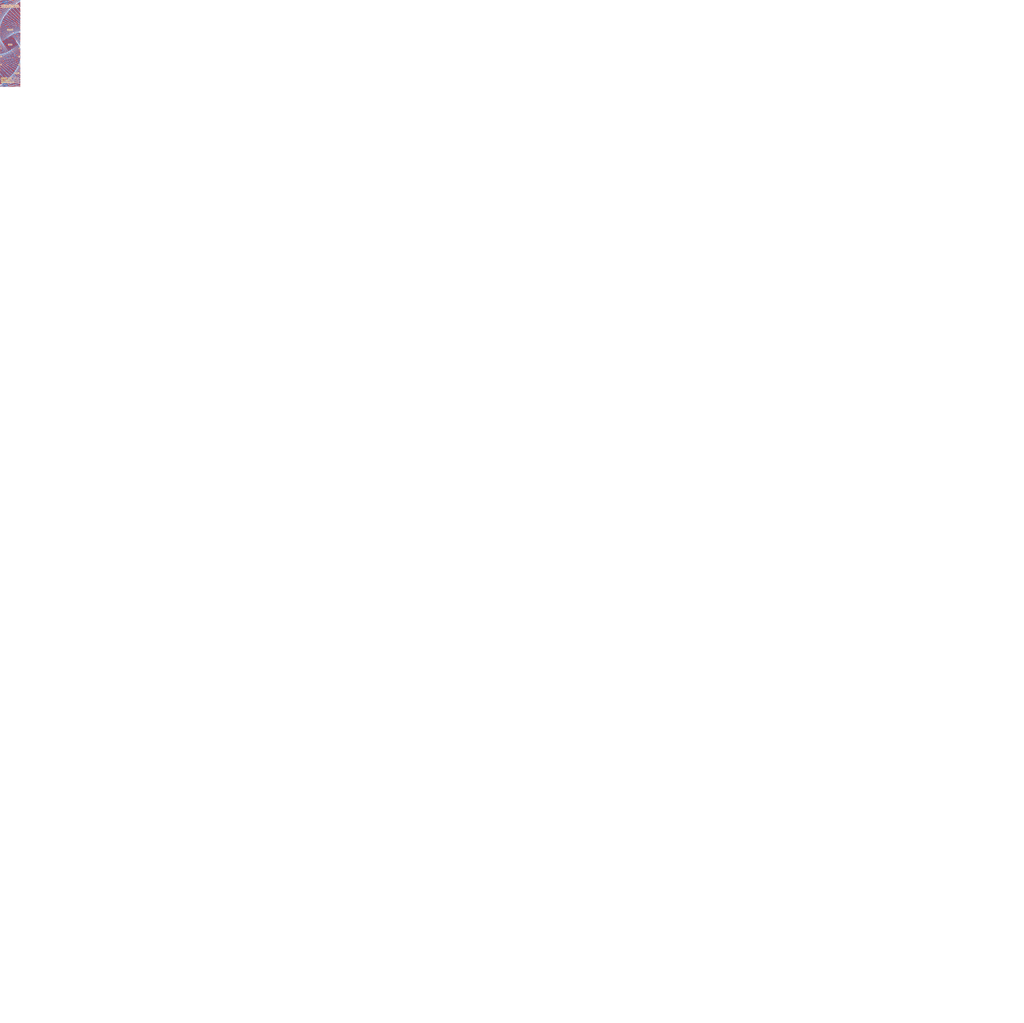
<source format=kicad_pcb>
(kicad_pcb (version 20171130) (host pcbnew "(5.1.9)-1")
  (layers (0 F.Cu signal) (31 B.Cu signal) (34 B.Paste user) (35 F.Paste user) (36 B.SilkS user) (37 F.SilkS user) (38 B.Mask user) (39 F.Mask user) (44 Edge.Cuts user))
  (net 0 "")
  (module LOGO (layer F.Cu) (at 15.5575 65.3415)
    (fp_text reference G*** hide)
    (fp_text value LOGO hide)
  )
  (module LOGO (layer F.Cu) (at 15.5575 65.3415)
    (fp_text reference G*** hide)
    (fp_text value LOGO hide)
    (fp_poly (pts (xy -14.06525 -64.384676) (xy -14.266334 -64.343778) (xy -14.386614 -64.319234) (xy -14.52241 -64.291401) (xy -14.647792 -64.265596) (xy -14.668718 -64.261274) (xy -14.762751 -64.243056) (xy -14.84708 -64.22889) (xy -14.909092 -64.220801) (xy -14.928009 -64.219667) (xy -14.965262 -64.223587) (xy -14.981823 -64.243377) (xy -14.985943 -64.291081) (xy -14.986 -64.304334) (xy -14.986 -64.389) (xy -14.06525 -64.384676)) (layer F.Cu) (width 0.01))
    (fp_poly (pts (xy -0.112889 -51.364445) (xy -0.110356 -51.339325) (xy -0.112889 -51.336223) (xy -0.125473 -51.339128) (xy -0.127 -51.350334) (xy -0.119256 -51.367756) (xy -0.112889 -51.364445)) (layer F.Cu) (width 0.01))
    (fp_poly (pts (xy -3.247164 -48.02172) (xy -3.252867 -48.002553) (xy -3.269739 -47.985258) (xy -3.296354 -47.971608) (xy -3.302 -47.980993) (xy -3.288775 -48.008723) (xy -3.262497 -48.025029) (xy -3.247164 -48.02172)) (layer F.Cu) (width 0.01))
    (fp_poly (pts (xy 14.020116 -64.388122) (xy 14.029002 -64.388113) (xy 14.242336 -64.387863) (xy 14.416838 -64.38747) (xy 14.556008 -64.386751) (xy 14.663347 -64.385521) (xy 14.742357 -64.383597) (xy 14.796537 -64.380793) (xy 14.829389 -64.376926) (xy 14.844415 -64.371812) (xy 14.845113 -64.365266) (xy 14.834986 -64.357104) (xy 14.817534 -64.347143) (xy 14.816666 -64.346667) (xy 14.761106 -64.320026) (xy 14.717234 -64.305352) (xy 14.710833 -64.304503) (xy 14.672991 -64.294709) (xy 14.61615 -64.272078) (xy 14.594416 -64.262001) (xy 14.536901 -64.236722) (xy 14.493235 -64.221917) (xy 14.483857 -64.220385) (xy 14.450045 -64.211823) (xy 14.39468 -64.191031) (xy 14.367441 -64.179366) (xy 14.312796 -64.156427) (xy 14.229454 -64.12311) (xy 14.128412 -64.083746) (xy 14.02067 -64.042667) (xy 14.012333 -64.039527) (xy 13.903996 -63.998568) (xy 13.80092 -63.959238) (xy 13.714304 -63.925834) (xy 13.655345 -63.90265) (xy 13.6525 -63.901503) (xy 13.577903 -63.872225) (xy 13.487761 -63.838019) (xy 13.43025 -63.816769) (xy 13.344547 -63.784369) (xy 13.259089 -63.750187) (xy 13.212725 -63.73051) (xy 13.154141 -63.706561) (xy 13.110689 -63.692269) (xy 13.100244 -63.690501) (xy 13.070396 -63.682224) (xy 13.015535 -63.660775) (xy 12.962599 -63.637584) (xy 12.898685 -63.609399) (xy 12.850765 -63.590204) (xy 12.832073 -63.584667) (xy 12.804255 -63.577073) (xy 12.74766 -63.556912) (xy 12.672497 -63.528112) (xy 12.588973 -63.494604) (xy 12.507299 -63.460316) (xy 12.493855 -63.454484) (xy 12.437051 -63.431068) (xy 12.397055 -63.417079) (xy 12.388431 -63.415334) (xy 12.358959 -63.407533) (xy 12.300407 -63.386664) (xy 12.222523 -63.356525) (xy 12.135052 -63.320915) (xy 12.047744 -63.283632) (xy 12.027379 -63.274626) (xy 11.963182 -63.247516) (xy 11.913883 -63.229431) (xy 11.894857 -63.224834) (xy 11.864191 -63.21698) (xy 11.810943 -63.19715) (xy 11.78431 -63.186005) (xy 11.70956 -63.154857) (xy 11.635948 -63.125979) (xy 11.6205 -63.120255) (xy 11.507755 -63.079096) (xy 11.425897 -63.048705) (xy 11.36592 -63.025684) (xy 11.318819 -63.006633) (xy 11.313583 -63.004444) (xy 11.247458 -62.977913) (xy 11.176793 -62.951188) (xy 11.176 -62.950899) (xy 11.067642 -62.911349) (xy 10.990191 -62.882477) (xy 10.93465 -62.860814) (xy 10.892027 -62.842893) (xy 10.869083 -62.832573) (xy 10.832807 -62.816512) (xy 10.789798 -62.799011) (xy 10.731788 -62.776921) (xy 10.650512 -62.747098) (xy 10.537703 -62.706394) (xy 10.535708 -62.705677) (xy 10.470152 -62.681061) (xy 10.415417 -62.65874) (xy 10.403416 -62.653334) (xy 10.357108 -62.633689) (xy 10.292712 -62.608873) (xy 10.271125 -62.60099) (xy 10.18914 -62.571532) (xy 10.103906 -62.540907) (xy 10.091208 -62.536344) (xy 10.025663 -62.51182) (xy 9.970931 -62.489721) (xy 9.958916 -62.484399) (xy 9.920506 -62.468345) (xy 9.8542 -62.442284) (xy 9.771829 -62.410834) (xy 9.736666 -62.397643) (xy 9.646305 -62.363403) (xy 9.562522 -62.33075) (xy 9.4995 -62.305239) (xy 9.485377 -62.299203) (xy 9.419872 -62.272321) (xy 9.360052 -62.250551) (xy 9.358377 -62.250009) (xy 9.311001 -62.233657) (xy 9.239244 -62.207648) (xy 9.158255 -62.177476) (xy 9.154583 -62.176088) (xy 9.067491 -62.143346) (xy 8.983217 -62.11198) (xy 8.92175 -62.089416) (xy 8.85001 -62.061903) (xy 8.782901 -62.033801) (xy 8.773583 -62.029594) (xy 8.735041 -62.01253) (xy 8.689349 -61.993916) (xy 8.627533 -61.970291) (xy 8.540616 -61.938197) (xy 8.466666 -61.911246) (xy 8.398282 -61.884943) (xy 8.320955 -61.853237) (xy 8.302855 -61.845496) (xy 8.246015 -61.822259) (xy 8.206018 -61.808387) (xy 8.197431 -61.806667) (xy 8.167959 -61.798867) (xy 8.109407 -61.777997) (xy 8.031523 -61.747858) (xy 7.944052 -61.712248) (xy 7.856744 -61.674965) (xy 7.836379 -61.66596) (xy 7.772182 -61.638849) (xy 7.722883 -61.620765) (xy 7.703857 -61.616167) (xy 7.673223 -61.608259) (xy 7.620028 -61.588288) (xy 7.59331 -61.577017) (xy 7.511268 -61.54226) (xy 7.426386 -61.507991) (xy 7.348787 -61.478095) (xy 7.288595 -61.45646) (xy 7.255932 -61.446972) (xy 7.254235 -61.446834) (xy 7.226954 -61.438924) (xy 7.176073 -61.418921) (xy 7.14881 -61.407187) (xy 7.086638 -61.381129) (xy 7.000515 -61.346831) (xy 6.906262 -61.310561) (xy 6.879166 -61.300382) (xy 6.793661 -61.268054) (xy 6.719438 -61.239251) (xy 6.668327 -61.218591) (xy 6.656916 -61.213602) (xy 6.634081 -61.203451) (xy 6.604677 -61.191571) (xy 6.561191 -61.175152) (xy 6.496111 -61.151384) (xy 6.401923 -61.11746) (xy 6.35 -61.098834) (xy 6.283225 -61.073889) (xy 6.227306 -61.051307) (xy 6.212416 -61.044667) (xy 6.166108 -61.025023) (xy 6.101712 -61.000207) (xy 6.080125 -60.992324) (xy 5.966827 -60.951416) (xy 5.884186 -60.920956) (xy 5.822921 -60.897353) (xy 5.773753 -60.877017) (xy 5.727399 -60.856357) (xy 5.720522 -60.853195) (xy 5.663967 -60.828559) (xy 5.623984 -60.813755) (xy 5.615098 -60.811834) (xy 5.58676 -60.804212) (xy 5.529577 -60.783938) (xy 5.45367 -60.754897) (xy 5.369163 -60.720976) (xy 5.286178 -60.686063) (xy 5.276022 -60.681651) (xy 5.219217 -60.658235) (xy 5.179222 -60.644245) (xy 5.170598 -60.6425) (xy 5.141126 -60.6347) (xy 5.082574 -60.613831) (xy 5.004689 -60.583692) (xy 4.917219 -60.548081) (xy 4.829911 -60.510799) (xy 4.809546 -60.501793) (xy 4.74619 -60.474762) (xy 4.698606 -60.456679) (xy 4.681006 -60.452001) (xy 4.655532 -60.444535) (xy 4.599764 -60.424342) (xy 4.522587 -60.394728) (xy 4.454043 -60.367538) (xy 4.365455 -60.332786) (xy 4.2904 -60.304934) (xy 4.238164 -60.287332) (xy 4.219458 -60.282872) (xy 4.186286 -60.274087) (xy 4.132968 -60.252368) (xy 4.113625 -60.243329) (xy 4.042598 -60.211275) (xy 3.973247 -60.183361) (xy 3.963458 -60.179829) (xy 3.867021 -60.145765) (xy 3.799438 -60.121216) (xy 3.749539 -60.101907) (xy 3.706155 -60.083561) (xy 3.672416 -60.068428) (xy 3.594545 -60.035097) (xy 3.513858 -60.003518) (xy 3.503083 -59.9996) (xy 3.439394 -59.976376) (xy 3.354785 -59.944991) (xy 3.27025 -59.913246) (xy 3.189201 -59.883015) (xy 3.116692 -59.856696) (xy 3.067872 -59.839784) (xy 3.066455 -59.839325) (xy 3.007398 -59.818015) (xy 2.941511 -59.791228) (xy 2.939455 -59.790335) (xy 2.892719 -59.771083) (xy 2.816469 -59.740898) (xy 2.720817 -59.703738) (xy 2.615876 -59.663561) (xy 2.6035 -59.658861) (xy 2.495224 -59.617607) (xy 2.392196 -59.578033) (xy 2.305597 -59.544456) (xy 2.246605 -59.521188) (xy 2.243666 -59.520003) (xy 2.169084 -59.490712) (xy 2.078957 -59.456464) (xy 2.021416 -59.43516) (xy 1.941076 -59.405193) (xy 1.86582 -59.376066) (xy 1.824757 -59.359414) (xy 1.772243 -59.338278) (xy 1.69448 -59.308179) (xy 1.605969 -59.274709) (xy 1.581341 -59.265534) (xy 1.488526 -59.230171) (xy 1.398765 -59.194432) (xy 1.328571 -59.164924) (xy 1.317058 -59.159772) (xy 1.254531 -59.134782) (xy 1.202917 -59.120115) (xy 1.189 -59.1185) (xy 1.145555 -59.108802) (xy 1.131358 -59.09993) (xy 1.111878 -59.087493) (xy 1.072309 -59.069423) (xy 1.007449 -59.043635) (xy 0.912096 -59.008046) (xy 0.804333 -58.968946) (xy 0.741551 -58.94466) (xy 0.662872 -58.912036) (xy 0.618546 -58.892804) (xy 0.555158 -58.865935) (xy 0.507566 -58.847968) (xy 0.490006 -58.843334) (xy 0.464532 -58.835868) (xy 0.408764 -58.815675) (xy 0.331587 -58.786062) (xy 0.263043 -58.758872) (xy 0.175514 -58.724242) (xy 0.102637 -58.696447) (xy 0.053263 -58.678798) (xy 0.03681 -58.674205) (xy 0.009244 -58.666199) (xy -0.041856 -58.646194) (xy -0.069023 -58.634559) (xy -0.134117 -58.60729) (xy -0.220941 -58.572661) (xy -0.311465 -58.537853) (xy -0.3175 -58.535586) (xy -0.407405 -58.501176) (xy -0.494697 -58.466612) (xy -0.561463 -58.438995) (xy -0.565048 -58.437444) (xy -0.6215 -58.414248) (xy -0.661011 -58.400477) (xy -0.66922 -58.398834) (xy -0.694961 -58.391607) (xy -0.748388 -58.372848) (xy -0.817957 -58.346933) (xy -0.892126 -58.318244) (xy -0.959351 -58.291158) (xy -1.005417 -58.271293) (xy -1.052543 -58.251653) (xy -1.116378 -58.227351) (xy -1.132417 -58.221545) (xy -1.223787 -58.188042) (xy -1.340161 -58.144149) (xy -1.467281 -58.095305) (xy -1.590888 -58.046948) (xy -1.608667 -58.039905) (xy -1.696709 -58.005629) (xy -1.789649 -57.970443) (xy -1.830917 -57.955223) (xy -1.91471 -57.923946) (xy -2.00887 -57.887643) (xy -2.053167 -57.87012) (xy -2.134906 -57.838561) (xy -2.216067 -57.809068) (xy -2.25425 -57.796123) (xy -2.328305 -57.769433) (xy -2.410493 -57.73599) (xy -2.434167 -57.725533) (xy -2.508966 -57.69363) (xy -2.599327 -57.657864) (xy -2.656417 -57.636607) (xy -2.743354 -57.604561) (xy -2.831195 -57.570996) (xy -2.878667 -57.552167) (xy -2.953311 -57.522785) (xy -3.043505 -57.488609) (xy -3.100917 -57.4675) (xy -3.187852 -57.43517) (xy -3.27569 -57.401114) (xy -3.323167 -57.3819) (xy -3.388848 -57.356801) (xy -3.444375 -57.339374) (xy -3.46075 -57.3358) (xy -3.475276 -57.331647) (xy -3.486155 -57.320499) (xy -3.494024 -57.296772) (xy -3.499518 -57.254882) (xy -3.503271 -57.189245) (xy -3.50592 -57.094278) (xy -3.508098 -56.964397) (xy -3.508818 -56.913185) (xy -3.514552 -56.497002) (xy -3.434734 -56.518785) (xy -3.377695 -56.537011) (xy -3.338167 -56.55437) (xy -3.33375 -56.557334) (xy -3.300321 -56.574161) (xy -3.246371 -56.593269) (xy -3.2385 -56.595613) (xy -3.156263 -56.623249) (xy -3.039776 -56.668098) (xy -2.892786 -56.728704) (xy -2.865833 -56.74013) (xy -2.799968 -56.766025) (xy -2.725976 -56.79231) (xy -2.717666 -56.795058) (xy -2.63525 -56.822015) (xy -2.624667 -57.198492) (xy -2.620083 -57.338902) (xy -2.614973 -57.442445) (xy -2.608755 -57.514585) (xy -2.600845 -57.56079) (xy -2.590659 -57.586523) (xy -2.582334 -57.594994) (xy -2.551824 -57.601236) (xy -2.487286 -57.60635) (xy -2.396902 -57.610295) (xy -2.288856 -57.613027) (xy -2.17133 -57.614505) (xy -2.052509 -57.614685) (xy -1.940574 -57.613525) (xy -1.843709 -57.610982) (xy -1.770098 -57.607015) (xy -1.727924 -57.601579) (xy -1.722318 -57.599468) (xy -1.710208 -57.572694) (xy -1.69785 -57.514028) (xy -1.687186 -57.433856) (xy -1.683217 -57.390505) (xy -1.66805 -57.197093) (xy -1.537817 -57.249946) (xy -1.462716 -57.27915) (xy -1.397193 -57.302423) (xy -1.359959 -57.313534) (xy -1.331546 -57.325216) (xy -1.317243 -57.351343) (xy -1.312366 -57.403575) (xy -1.31201 -57.432926) (xy -1.31134 -57.491988) (xy -1.306014 -57.535749) (xy -1.290454 -57.566741) (xy -1.259084 -57.587496) (xy -1.206324 -57.600546) (xy -1.126597 -57.608424) (xy -1.014326 -57.61366) (xy -0.905699 -57.617368) (xy -0.771921 -57.622041) (xy -0.66969 -57.627255) (xy -0.588252 -57.635226) (xy -0.516855 -57.64817) (xy -0.444745 -57.668303) (xy -0.361168 -57.69784) (xy -0.255373 -57.738998) (xy -0.1905 -57.764738) (xy -0.068698 -57.812538) (xy 0.05881 -57.861661) (xy 0.177763 -57.906669) (xy 0.273903 -57.942123) (xy 0.28575 -57.946379) (xy 0.350133 -57.970546) (xy 0.403699 -57.992548) (xy 0.41275 -57.996667) (xy 0.45832 -58.015952) (xy 0.523177 -58.04092) (xy 0.550333 -58.050834) (xy 0.659401 -58.090012) (xy 0.736092 -58.117823) (xy 0.787911 -58.137084) (xy 0.822368 -58.150612) (xy 0.84697 -58.161225) (xy 0.85725 -58.166) (xy 0.90278 -58.185348) (xy 0.967585 -58.210495) (xy 0.994833 -58.220545) (xy 1.174521 -58.28738) (xy 1.318863 -58.344751) (xy 1.362543 -58.363281) (xy 1.416192 -58.385339) (xy 1.451926 -58.397801) (xy 1.457384 -58.398834) (xy 1.484047 -58.406368) (xy 1.539339 -58.426287) (xy 1.612866 -58.454567) (xy 1.694233 -58.487184) (xy 1.773046 -58.520113) (xy 1.793644 -58.529017) (xy 1.850092 -58.552403) (xy 1.889374 -58.5664) (xy 1.897661 -58.568167) (xy 1.92183 -58.575567) (xy 1.97703 -58.595711) (xy 2.05503 -58.625512) (xy 2.1466 -58.661487) (xy 2.257345 -58.705253) (xy 2.371216 -58.74979) (xy 2.472637 -58.789027) (xy 2.529416 -58.810668) (xy 2.614332 -58.842817) (xy 2.694267 -58.873306) (xy 2.751666 -58.895438) (xy 2.821197 -58.922342) (xy 2.91924 -58.959981) (xy 3.034706 -59.004126) (xy 3.156508 -59.050549) (xy 3.273557 -59.095022) (xy 3.374765 -59.133316) (xy 3.429 -59.153715) (xy 3.51605 -59.187461) (xy 3.602112 -59.222648) (xy 3.657107 -59.246545) (xy 3.715724 -59.271216) (xy 3.759532 -59.285975) (xy 3.770325 -59.287834) (xy 3.803724 -59.296124) (xy 3.854626 -59.316316) (xy 3.859717 -59.318638) (xy 3.925233 -59.346856) (xy 3.999695 -59.376234) (xy 4.011083 -59.380458) (xy 4.187327 -59.445513) (xy 4.355147 -59.508388) (xy 4.508333 -59.566698) (xy 4.640677 -59.618057) (xy 4.74597 -59.660077) (xy 4.818002 -59.690374) (xy 4.821274 -59.691831) (xy 4.879798 -59.716053) (xy 4.923242 -59.730526) (xy 4.933755 -59.732334) (xy 4.963603 -59.74061) (xy 5.018464 -59.762059) (xy 5.0714 -59.78525) (xy 5.136357 -59.813538) (xy 5.186408 -59.832739) (xy 5.207061 -59.838167) (xy 5.236979 -59.846272) (xy 5.289661 -59.866777) (xy 5.317558 -59.878928) (xy 5.391782 -59.910472) (xy 5.479784 -59.945314) (xy 5.5245 -59.962047) (xy 5.622872 -59.998311) (xy 5.746639 -60.044645) (xy 5.886256 -60.097405) (xy 6.032177 -60.152947) (xy 6.174859 -60.20763) (xy 6.304757 -60.257809) (xy 6.412326 -60.299842) (xy 6.477 -60.325604) (xy 6.551569 -60.354944) (xy 6.641682 -60.389258) (xy 6.69925 -60.410621) (xy 6.78606 -60.442921) (xy 6.873805 -60.476402) (xy 6.9215 -60.495088) (xy 7.097998 -60.564538) (xy 7.288241 -60.637792) (xy 7.440083 -60.69509) (xy 7.525071 -60.727026) (xy 7.605055 -60.757473) (xy 7.662333 -60.779687) (xy 7.720118 -60.802105) (xy 7.800192 -60.832608) (xy 7.884583 -60.864353) (xy 7.969551 -60.896246) (xy 8.049522 -60.926527) (xy 8.106833 -60.948504) (xy 8.164455 -60.970832) (xy 8.244304 -61.001675) (xy 8.329083 -61.034352) (xy 8.418473 -61.069001) (xy 8.507249 -61.103797) (xy 8.5725 -61.12973) (xy 8.649827 -61.159995) (xy 8.73989 -61.194059) (xy 8.784166 -61.210357) (xy 8.85737 -61.237526) (xy 8.958987 -61.276011) (xy 9.078053 -61.321584) (xy 9.203605 -61.370017) (xy 9.324679 -61.417081) (xy 9.430313 -61.458549) (xy 9.503833 -61.48788) (xy 9.578417 -61.517195) (xy 9.668545 -61.551458) (xy 9.726083 -61.572763) (xy 9.807562 -61.603497) (xy 9.884946 -61.634309) (xy 9.927166 -61.652242) (xy 9.995816 -61.67969) (xy 10.06142 -61.701147) (xy 10.06475 -61.702039) (xy 10.116746 -61.718706) (xy 10.194214 -61.746978) (xy 10.283765 -61.781667) (xy 10.372009 -61.817587) (xy 10.445559 -61.849551) (xy 10.44575 -61.849638) (xy 10.491305 -61.868529) (xy 10.556143 -61.893264) (xy 10.583333 -61.903167) (xy 10.692401 -61.942345) (xy 10.769092 -61.970156) (xy 10.820911 -61.989417) (xy 10.855368 -62.002946) (xy 10.87997 -62.013558) (xy 10.89025 -62.018334) (xy 10.937362 -62.03837) (xy 11.001181 -62.062987) (xy 11.01725 -62.068854) (xy 11.131054 -62.110009) (xy 11.213832 -62.140458) (xy 11.274461 -62.16363) (xy 11.321817 -62.182954) (xy 11.364779 -62.201859) (xy 11.382144 -62.209806) (xy 11.438699 -62.234442) (xy 11.478682 -62.249246) (xy 11.487568 -62.251167) (xy 11.514809 -62.258602) (xy 11.570672 -62.278269) (xy 11.644663 -62.306211) (xy 11.726289 -62.338472) (xy 11.800416 -62.369121) (xy 11.893725 -62.406367) (xy 12.00802 -62.448522) (xy 12.123716 -62.488401) (xy 12.141591 -62.494267) (xy 12.219298 -62.523429) (xy 12.300465 -62.559417) (xy 12.315373 -62.566817) (xy 12.374327 -62.593661) (xy 12.421009 -62.609337) (xy 12.432573 -62.611) (xy 12.469919 -62.619772) (xy 12.525855 -62.64167) (xy 12.544541 -62.650339) (xy 12.613636 -62.681633) (xy 12.679417 -62.708237) (xy 12.689416 -62.711842) (xy 12.794222 -62.74876) (xy 12.871314 -62.776887) (xy 12.933125 -62.800871) (xy 12.98575 -62.822667) (xy 13.058191 -62.852223) (xy 13.128226 -62.879014) (xy 13.139208 -62.882968) (xy 13.236809 -62.917767) (xy 13.307183 -62.943658) (xy 13.363105 -62.965585) (xy 13.417353 -62.98849) (xy 13.457286 -63.006031) (xy 13.521518 -63.032979) (xy 13.570825 -63.050946) (xy 13.589809 -63.0555) (xy 13.620442 -63.063409) (xy 13.673638 -63.083379) (xy 13.700355 -63.094651) (xy 13.782398 -63.129408) (xy 13.86728 -63.163677) (xy 13.944878 -63.193573) (xy 14.00507 -63.215207) (xy 14.037734 -63.224695) (xy 14.039431 -63.224834) (xy 14.06673 -63.23271) (xy 14.117644 -63.252625) (xy 14.144855 -63.264277) (xy 14.199134 -63.286913) (xy 14.282124 -63.320053) (xy 14.38288 -63.359384) (xy 14.490457 -63.400593) (xy 14.499166 -63.403893) (xy 14.606924 -63.445149) (xy 14.708845 -63.484986) (xy 14.793945 -63.51906) (xy 14.85124 -63.543025) (xy 14.854274 -63.544366) (xy 14.929981 -63.574933) (xy 14.975934 -63.582704) (xy 14.999136 -63.565885) (xy 15.006588 -63.522683) (xy 15.006805 -63.505292) (xy 15.004288 -63.460789) (xy 14.991144 -63.431487) (xy 14.958228 -63.407543) (xy 14.896397 -63.379114) (xy 14.885097 -63.374294) (xy 14.809772 -63.34144) (xy 14.712879 -63.298058) (xy 14.611145 -63.251665) (xy 14.57325 -63.234138) (xy 14.421649 -63.163732) (xy 14.298971 -63.106912) (xy 14.195777 -63.05936) (xy 14.102629 -63.01676) (xy 14.010088 -62.974792) (xy 13.908717 -62.929141) (xy 13.794556 -62.877944) (xy 13.686275 -62.82935) (xy 13.589577 -62.78579) (xy 13.511985 -62.750665) (xy 13.461023 -62.727377) (xy 13.446392 -62.720518) (xy 13.384659 -62.691187) (xy 13.295862 -62.649954) (xy 13.191597 -62.602169) (xy 13.091583 -62.556841) (xy 13.010477 -62.519933) (xy 12.910122 -62.473755) (xy 12.809564 -62.427077) (xy 12.789548 -62.417725) (xy 12.711604 -62.381726) (xy 12.649214 -62.353791) (xy 12.611487 -62.337954) (xy 12.604749 -62.335834) (xy 12.585019 -62.328696) (xy 12.534444 -62.306774) (xy 12.451346 -62.269307) (xy 12.334045 -62.215536) (xy 12.180861 -62.144698) (xy 12.107333 -62.110564) (xy 11.961482 -62.043007) (xy 11.843803 -61.989012) (xy 11.744232 -61.943968) (xy 11.72152 -61.933803) (xy 11.619964 -61.888151) (xy 11.500651 -61.834065) (xy 11.376367 -61.777385) (xy 11.2599 -61.723947) (xy 11.164036 -61.679591) (xy 11.133666 -61.665391) (xy 11.052861 -61.627797) (xy 10.972364 -61.590927) (xy 10.932583 -61.573017) (xy 10.858141 -61.539603) (xy 10.77563 -61.502169) (xy 10.752666 -61.491667) (xy 10.687351 -61.461831) (xy 10.600098 -61.422121) (xy 10.507543 -61.380106) (xy 10.488083 -61.371288) (xy 10.330088 -61.299441) (xy 10.178263 -61.229887) (xy 10.044267 -61.167984) (xy 9.958916 -61.128123) (xy 9.845147 -61.075044) (xy 9.736468 -61.025135) (xy 9.639648 -60.981423) (xy 9.561456 -60.946936) (xy 9.50866 -60.924701) (xy 9.488414 -60.917667) (xy 9.465139 -60.909036) (xy 9.412287 -60.885694) (xy 9.338338 -60.851471) (xy 9.272707 -60.820281) (xy 9.176419 -60.7743) (xy 9.083162 -60.730209) (xy 9.006496 -60.694402) (xy 8.974666 -60.679807) (xy 8.895775 -60.644051) (xy 8.815372 -60.607509) (xy 8.79475 -60.598114) (xy 8.662075 -60.537672) (xy 8.519727 -60.472914) (xy 8.382261 -60.410455) (xy 8.264232 -60.356912) (xy 8.233833 -60.343144) (xy 8.148325 -60.304331) (xy 8.063576 -60.265692) (xy 8.006291 -60.239432) (xy 7.925911 -60.202542) (xy 7.841766 -60.164109) (xy 7.826375 -60.157105) (xy 7.768379 -60.130423) (xy 7.68522 -60.091766) (xy 7.590012 -60.04724) (xy 7.531011 -60.019522) (xy 7.446043 -59.980021) (xy 7.375837 -59.948314) (xy 7.328813 -59.928146) (xy 7.313618 -59.922834) (xy 7.290492 -59.914377) (xy 7.23811 -59.891641) (xy 7.165422 -59.858579) (xy 7.116856 -59.835933) (xy 7.019526 -59.790325) (xy 6.920898 -59.744386) (xy 6.837829 -59.705959) (xy 6.815666 -59.695789) (xy 6.734566 -59.658626) (xy 6.653858 -59.62153) (xy 6.614583 -59.603418) (xy 6.550927 -59.574267) (xy 6.46735 -59.536341) (xy 6.387041 -59.500145) (xy 6.290476 -59.456509) (xy 6.185558 -59.408675) (xy 6.111875 -59.374786) (xy 5.950547 -59.30062) (xy 5.799671 -59.23218) (xy 5.670906 -59.17474) (xy 5.630333 -59.156953) (xy 5.566415 -59.128444) (xy 5.514574 -59.104169) (xy 5.499792 -59.096732) (xy 5.468908 -59.081883) (xy 5.406945 -59.053257) (xy 5.321491 -59.014318) (xy 5.22013 -58.968532) (xy 5.161126 -58.942034) (xy 4.925486 -58.836041) (xy 4.727155 -58.745984) (xy 4.564526 -58.671131) (xy 4.47675 -58.630069) (xy 4.415079 -58.601325) (xy 4.326088 -58.560281) (xy 4.221026 -58.512086) (xy 4.111142 -58.461892) (xy 4.007686 -58.414847) (xy 3.926416 -58.378128) (xy 3.778267 -58.311494) (xy 3.661131 -58.25871) (xy 3.5674 -58.216296) (xy 3.489463 -58.180772) (xy 3.41971 -58.148658) (xy 3.350531 -58.116474) (xy 3.274318 -58.08074) (xy 3.212122 -58.051474) (xy 3.127281 -58.011911) (xy 3.05753 -57.980113) (xy 3.011141 -57.959805) (xy 2.996415 -57.954334) (xy 2.97343 -57.945664) (xy 2.918608 -57.921602) (xy 2.838279 -57.885071) (xy 2.738773 -57.838995) (xy 2.626419 -57.786297) (xy 2.507549 -57.729899) (xy 2.430931 -57.693192) (xy 2.247779 -57.605084) (xy 2.39152 -57.277) (xy 2.446249 -57.153908) (xy 2.487931 -57.065221) (xy 2.519339 -57.006081) (xy 2.543245 -56.971627) (xy 2.562423 -56.956999) (xy 2.574672 -56.955981) (xy 2.609147 -56.967751) (xy 2.671948 -56.994141) (xy 2.753468 -57.030974) (xy 2.82575 -57.065173) (xy 2.92582 -57.113061) (xy 3.024906 -57.159804) (xy 3.108977 -57.198815) (xy 3.148541 -57.216735) (xy 3.259666 -57.266169) (xy 3.259666 -57.407656) (xy 3.260392 -57.478283) (xy 3.266215 -57.530786) (xy 3.282599 -57.567852) (xy 3.315011 -57.592168) (xy 3.368916 -57.606421) (xy 3.449781 -57.613298) (xy 3.563071 -57.615487) (xy 3.682796 -57.615667) (xy 3.830638 -57.616768) (xy 3.941563 -57.620326) (xy 4.020941 -57.626726) (xy 4.074136 -57.636354) (xy 4.099326 -57.645544) (xy 4.152279 -57.671073) (xy 4.224716 -57.704946) (xy 4.275666 -57.728311) (xy 4.35809 -57.76583) (xy 4.455846 -57.810433) (xy 4.534958 -57.846601) (xy 4.634005 -57.891782) (xy 4.743973 -57.941713) (xy 4.820708 -57.976402) (xy 4.905855 -58.014836) (xy 4.988774 -58.052352) (xy 5.04825 -58.079345) (xy 5.122856 -58.113241) (xy 5.205504 -58.1507) (xy 5.228166 -58.160953) (xy 5.364942 -58.222859) (xy 5.475726 -58.273176) (xy 5.573143 -58.317662) (xy 5.669816 -58.36208) (xy 5.74675 -58.397575) (xy 5.839674 -58.440414) (xy 5.928285 -58.481112) (xy 5.998797 -58.513345) (xy 6.021916 -58.523839) (xy 6.108627 -58.563301) (xy 6.225741 -58.61702) (xy 6.365303 -58.681339) (xy 6.44525 -58.718292) (xy 6.613439 -58.795883) (xy 6.74421 -58.855722) (xy 6.837345 -58.897711) (xy 6.892625 -58.92175) (xy 6.909607 -58.928001) (xy 6.931056 -58.936388) (xy 6.982612 -58.959104) (xy 7.056065 -58.992473) (xy 7.126156 -59.024875) (xy 7.24825 -59.081683) (xy 7.347884 -59.12793) (xy 7.435443 -59.168388) (xy 7.521313 -59.20783) (xy 7.615879 -59.251027) (xy 7.729526 -59.302752) (xy 7.852833 -59.35878) (xy 7.954267 -59.404929) (xy 8.065651 -59.455721) (xy 8.15975 -59.498731) (xy 8.247872 -59.538961) (xy 8.335664 -59.578846) (xy 8.403166 -59.609322) (xy 8.48218 -59.645172) (xy 8.562665 -59.682266) (xy 8.583083 -59.691802) (xy 8.646154 -59.721104) (xy 8.736209 -59.762568) (xy 8.841667 -59.810897) (xy 8.950945 -59.860791) (xy 9.052462 -59.906954) (xy 9.133416 -59.94354) (xy 9.19994 -59.973463) (xy 9.283711 -60.011161) (xy 9.345083 -60.03879) (xy 9.430433 -60.077085) (xy 9.517065 -60.115744) (xy 9.567333 -60.138041) (xy 9.636342 -60.169523) (xy 9.697868 -60.199225) (xy 9.715621 -60.208363) (xy 9.757303 -60.228793) (xy 9.826634 -60.260947) (xy 9.912435 -60.299689) (xy 9.969621 -60.325041) (xy 10.069054 -60.369006) (xy 10.167864 -60.413062) (xy 10.250803 -60.450395) (xy 10.281708 -60.464481) (xy 10.412938 -60.524741) (xy 10.516442 -60.5723) (xy 10.602975 -60.612104) (xy 10.683291 -60.649102) (xy 10.768142 -60.68824) (xy 10.795989 -60.701093) (xy 10.878045 -60.738678) (xy 10.98737 -60.788338) (xy 11.112563 -60.844917) (xy 11.242225 -60.903257) (xy 11.313583 -60.935242) (xy 11.439734 -60.992102) (xy 11.566894 -61.050125) (xy 11.683974 -61.104205) (xy 11.779888 -61.149233) (xy 11.821583 -61.169254) (xy 11.898954 -61.204811) (xy 11.962284 -61.229989) (xy 12.001906 -61.241115) (xy 12.009358 -61.240601) (xy 11.999709 -61.226634) (xy 11.955447 -61.196872) (xy 11.880312 -61.153435) (xy 11.778047 -61.098442) (xy 11.652393 -61.034015) (xy 11.58875 -61.002279) (xy 11.529219 -60.97171) (xy 11.448383 -60.928751) (xy 11.361856 -60.881722) (xy 11.345333 -60.87261) (xy 11.262858 -60.827539) (xy 11.156743 -60.770321) (xy 11.04087 -60.708406) (xy 10.932583 -60.651069) (xy 10.819084 -60.591268) (xy 10.700476 -60.528717) (xy 10.591196 -60.471032) (xy 10.50925 -60.42772) (xy 10.419199 -60.380179) (xy 10.330486 -60.333521) (xy 10.258991 -60.296095) (xy 10.244666 -60.288638) (xy 10.183616 -60.256451) (xy 10.099318 -60.211396) (xy 10.005668 -60.160916) (xy 9.958916 -60.135554) (xy 9.853189 -60.078596) (xy 9.729766 -60.012919) (xy 9.608619 -59.949126) (xy 9.55675 -59.922083) (xy 9.443864 -59.862965) (xy 9.319037 -59.796774) (xy 9.202246 -59.73413) (xy 9.154583 -59.708263) (xy 9.063293 -59.65886) (xy 8.975933 -59.612294) (xy 8.905575 -59.575503) (xy 8.879416 -59.562223) (xy 8.82121 -59.532281) (xy 8.740659 -59.489557) (xy 8.652412 -59.441848) (xy 8.625416 -59.427063) (xy 8.532354 -59.376781) (xy 8.418644 -59.316619) (xy 8.301499 -59.255639) (xy 8.233833 -59.220954) (xy 8.145901 -59.175655) (xy 8.072515 -59.136763) (xy 8.021544 -59.108521) (xy 8.001 -59.095364) (xy 7.977565 -59.079622) (xy 7.928354 -59.052311) (xy 7.884583 -59.029735) (xy 7.815116 -58.994171) (xy 7.725237 -58.947169) (xy 7.63172 -58.897518) (xy 7.609416 -58.885548) (xy 7.509053 -58.831731) (xy 7.39995 -58.773515) (xy 7.303547 -58.722335) (xy 7.291916 -58.716188) (xy 7.202717 -58.669016) (xy 7.09533 -58.61213) (xy 6.988942 -58.555697) (xy 6.958541 -58.539553) (xy 6.851195 -58.482573) (xy 6.731747 -58.419234) (xy 6.622166 -58.361187) (xy 6.598708 -58.348772) (xy 6.443542 -58.266648) (xy 6.319842 -58.201107) (xy 6.221636 -58.148969) (xy 6.142953 -58.107054) (xy 6.077821 -58.072181) (xy 6.02027 -58.04117) (xy 5.969 -58.013379) (xy 5.89157 -57.971677) (xy 5.791371 -57.918225) (xy 5.683154 -57.860874) (xy 5.609166 -57.821895) (xy 5.502625 -57.765788) (xy 5.391975 -57.707274) (xy 5.292677 -57.654539) (xy 5.23875 -57.62574) (xy 5.156466 -57.581753) (xy 5.052171 -57.526167) (xy 4.941268 -57.467187) (xy 4.868333 -57.428475) (xy 4.734906 -57.357692) (xy 4.624757 -57.299153) (xy 4.523735 -57.24532) (xy 4.417692 -57.188654) (xy 4.307416 -57.129619) (xy 4.15925 -57.050257) (xy 4.153491 -56.655629) (xy 4.152347 -56.498546) (xy 4.154031 -56.380306) (xy 4.158502 -56.30191) (xy 4.165719 -56.264359) (xy 4.16936 -56.261) (xy 4.19672 -56.270758) (xy 4.250697 -56.296739) (xy 4.321241 -56.334009) (xy 4.346796 -56.348141) (xy 4.502604 -56.435282) (xy 4.52911 -56.5836) (xy 4.569117 -56.730486) (xy 4.63559 -56.888915) (xy 4.72134 -57.044753) (xy 4.819176 -57.183866) (xy 4.857141 -57.228425) (xy 5.003054 -57.366169) (xy 5.17254 -57.487185) (xy 5.350953 -57.581611) (xy 5.425521 -57.611144) (xy 5.588334 -57.653506) (xy 5.76973 -57.675165) (xy 5.958331 -57.676629) (xy 6.14276 -57.658404) (xy 6.311639 -57.620998) (xy 6.452823 -57.56532) (xy 6.545064 -57.517228) (xy 6.653907 -57.575764) (xy 6.746382 -57.625122) (xy 6.856654 -57.683412) (xy 6.971902 -57.743911) (xy 7.079305 -57.799896) (xy 7.166043 -57.844643) (xy 7.186083 -57.854853) (xy 7.245658 -57.886752) (xy 7.292637 -57.914791) (xy 7.3025 -57.921609) (xy 7.344527 -57.947702) (xy 7.397267 -57.973787) (xy 7.447903 -57.994479) (xy 7.483616 -58.004391) (xy 7.492899 -58.001616) (xy 7.475778 -57.984577) (xy 7.430387 -57.953094) (xy 7.365537 -57.913148) (xy 7.345363 -57.901417) (xy 7.276601 -57.860132) (xy 7.224781 -57.825598) (xy 7.198755 -57.803826) (xy 7.197296 -57.800875) (xy 7.178959 -57.787951) (xy 7.154333 -57.785) (xy 7.119896 -57.778336) (xy 7.111978 -57.769125) (xy 7.095149 -57.750819) (xy 7.051521 -57.719531) (xy 7.00346 -57.68975) (xy 6.927634 -57.644714) (xy 6.852982 -57.599341) (xy 6.818274 -57.577722) (xy 6.761676 -57.544349) (xy 6.715052 -57.520924) (xy 6.706005 -57.517428) (xy 6.668173 -57.493992) (xy 6.668232 -57.459944) (xy 6.706775 -57.413541) (xy 6.754798 -57.374393) (xy 6.876908 -57.262405) (xy 6.991552 -57.117663) (xy 7.092607 -56.949727) (xy 7.173947 -56.768154) (xy 7.207474 -56.667949) (xy 7.230778 -56.59054) (xy 7.24697 -56.547687) (xy 7.260674 -56.53327) (xy 7.276514 -56.541173) (xy 7.291455 -56.556824) (xy 7.329439 -56.588842) (xy 7.356933 -56.599667) (xy 7.386747 -56.61101) (xy 7.390694 -56.616774) (xy 7.410826 -56.637195) (xy 7.455475 -56.672114) (xy 7.472717 -56.684334) (xy 11.700985 -56.684334) (xy 11.744902 -56.6099) (xy 11.778605 -56.555696) (xy 11.80684 -56.515067) (xy 11.811477 -56.509358) (xy 11.833587 -56.480673) (xy 11.872608 -56.427172) (xy 11.921311 -56.358813) (xy 11.938 -56.335084) (xy 11.987498 -56.264893) (xy 12.028797 -56.207097) (xy 12.055057 -56.171242) (xy 12.05934 -56.16575) (xy 12.079827 -56.136913) (xy 12.11379 -56.085439) (xy 12.139699 -56.04488) (xy 12.177612 -55.991222) (xy 12.209427 -55.95743) (xy 12.22375 -55.95089) (xy 12.246439 -55.971834) (xy 12.276044 -56.01654) (xy 12.283081 -56.029428) (xy 12.313109 -56.125555) (xy 12.317874 -56.239016) (xy 12.298742 -56.354234) (xy 12.257078 -56.455633) (xy 12.243914 -56.476129) (xy 12.150657 -56.573512) (xy 12.031554 -56.642987) (xy 11.896242 -56.679735) (xy 11.827658 -56.684334) (xy 11.700985 -56.684334) (xy 7.472717 -56.684334) (xy 7.498291 -56.702458) (xy 7.598833 -56.771034) (xy 7.598833 -57.167951) (xy 7.599868 -57.325794) (xy 7.603089 -57.444255) (xy 7.608671 -57.526237) (xy 7.616788 -57.574643) (xy 7.624233 -57.590267) (xy 7.646163 -57.598603) (xy 7.695446 -57.605191) (xy 7.775088 -57.610162) (xy 7.888093 -57.61365) (xy 8.037466 -57.615787) (xy 8.222191 -57.616701) (xy 8.79475 -57.617734) (xy 8.932333 -57.712633) (xy 9.076839 -57.812199) (xy 9.198361 -57.895707) (xy 9.293895 -57.961099) (xy 9.360435 -58.006319) (xy 9.393589 -58.028417) (xy 9.439393 -58.060445) (xy 9.459827 -58.075978) (xy 9.495978 -58.102782) (xy 9.558716 -58.147621) (xy 9.639662 -58.204666) (xy 9.730436 -58.268088) (xy 9.822658 -58.332057) (xy 9.907948 -58.390747) (xy 9.977928 -58.438327) (xy 10.024217 -58.468969) (xy 10.030485 -58.472917) (xy 10.064682 -58.496455) (xy 10.075333 -58.505687) (xy 10.098001 -58.524015) (xy 10.142027 -58.555945) (xy 10.16 -58.56849) (xy 10.214552 -58.608224) (xy 10.257782 -58.643146) (xy 10.265003 -58.649795) (xy 10.292337 -58.668105) (xy 10.313106 -58.649972) (xy 10.31792 -58.641971) (xy 10.352276 -58.596131) (xy 10.376958 -58.570817) (xy 10.405978 -58.538399) (xy 10.414 -58.520796) (xy 10.418811 -58.507423) (xy 10.435217 -58.479855) (xy 10.466176 -58.433769) (xy 10.514645 -58.364837) (xy 10.583582 -58.268735) (xy 10.6349 -58.19775) (xy 10.696733 -58.110504) (xy 10.772721 -58.000401) (xy 10.854111 -57.880184) (xy 10.8894 -57.827334) (xy 10.936696 -57.755815) (xy 10.975033 -57.702394) (xy 11.011416 -57.664531) (xy 11.052848 -57.639686) (xy 11.106334 -57.625319) (xy 11.178877 -57.618892) (xy 11.27748 -57.617865) (xy 11.409148 -57.619697) (xy 11.459894 -57.62048) (xy 11.855815 -57.62625) (xy 11.817532 -57.669739) (xy 11.780197 -57.715593) (xy 11.758083 -57.746656) (xy 11.722403 -57.80147) (xy 11.67835 -57.867043) (xy 11.632779 -57.933449) (xy 11.592546 -57.990765) (xy 11.564507 -58.029065) (xy 11.556143 -58.039) (xy 11.538387 -58.060925) (xy 11.501485 -58.111476) (xy 11.449999 -58.184211) (xy 11.388492 -58.272685) (xy 11.324166 -58.366576) (xy 11.293271 -58.41158) (xy 11.250826 -58.472931) (xy 11.228916 -58.504457) (xy 11.188241 -58.56336) (xy 11.155298 -58.611899) (xy 11.14425 -58.628648) (xy 11.112843 -58.671886) (xy 11.100075 -58.687043) (xy 11.077016 -58.717702) (xy 11.040379 -58.771647) (xy 11.005547 -58.82552) (xy 10.963767 -58.887636) (xy 10.927184 -58.935245) (xy 10.906846 -58.955511) (xy 10.88223 -58.983267) (xy 10.879666 -58.993965) (xy 10.867759 -59.023141) (xy 10.838067 -59.069533) (xy 10.82675 -59.084869) (xy 10.793307 -59.134357) (xy 10.775005 -59.172412) (xy 10.773833 -59.179161) (xy 10.791067 -59.20537) (xy 10.82675 -59.228185) (xy 10.865599 -59.251622) (xy 10.879666 -59.270065) (xy 10.896918 -59.285721) (xy 10.91231 -59.287834) (xy 10.957759 -59.300825) (xy 10.970518 -59.309299) (xy 11.019525 -59.345931) (xy 11.090028 -59.393231) (xy 11.171058 -59.444459) (xy 11.251648 -59.492877) (xy 11.320828 -59.531747) (xy 11.367629 -59.554331) (xy 11.371791 -59.555816) (xy 11.403017 -59.573215) (xy 11.408833 -59.583421) (xy 11.426314 -59.600698) (xy 11.470351 -59.626053) (xy 11.4935 -59.637084) (xy 11.544878 -59.663532) (xy 11.574935 -59.685349) (xy 11.578166 -59.691145) (xy 11.595575 -59.709445) (xy 11.636375 -59.730432) (xy 11.688381 -59.755947) (xy 11.755209 -59.794525) (xy 11.789833 -59.816453) (xy 11.861534 -59.862579) (xy 11.932961 -59.906983) (xy 11.959166 -59.922714) (xy 12.026551 -59.963414) (xy 12.091547 -60.004143) (xy 12.09675 -60.007501) (xy 12.159905 -60.047114) (xy 12.22855 -60.088412) (xy 12.234333 -60.091792) (xy 12.317939 -60.141218) (xy 12.38114 -60.180776) (xy 12.440608 -60.221025) (xy 12.460462 -60.234989) (xy 12.506272 -60.265495) (xy 12.536033 -60.281811) (xy 12.539426 -60.282667) (xy 12.561712 -60.29334) (xy 12.609149 -60.321354) (xy 12.671578 -60.360703) (xy 12.67313 -60.361707) (xy 12.744193 -60.407014) (xy 12.808479 -60.446829) (xy 12.848166 -60.470286) (xy 12.904393 -60.501642) (xy 12.943714 -60.523538) (xy 12.989794 -60.551957) (xy 13.046083 -60.590085) (xy 13.052815 -60.594876) (xy 13.0981 -60.625452) (xy 13.127247 -60.641699) (xy 13.130395 -60.6425) (xy 13.152456 -60.653103) (xy 13.199864 -60.680958) (xy 13.262542 -60.720134) (xy 13.265259 -60.721875) (xy 13.352842 -60.777956) (xy 13.414965 -60.817384) (xy 13.461744 -60.84645) (xy 13.503294 -60.871446) (xy 13.546666 -60.896875) (xy 13.614178 -60.937316) (xy 13.679237 -60.977933) (xy 13.68425 -60.981167) (xy 13.747278 -61.020835) (xy 13.815833 -61.062408) (xy 13.821833 -61.065954) (xy 13.885149 -61.104517) (xy 13.959729 -61.151642) (xy 13.991166 -61.172026) (xy 14.051554 -61.210593) (xy 14.101387 -61.240671) (xy 14.119735 -61.250684) (xy 14.157168 -61.271631) (xy 14.228853 -61.314715) (xy 14.335153 -61.380159) (xy 14.47643 -61.468186) (xy 14.585872 -61.536792) (xy 14.650745 -61.576158) (xy 14.701724 -61.604558) (xy 14.728263 -61.616135) (xy 14.728787 -61.616167) (xy 14.748039 -61.599235) (xy 14.776648 -61.55674) (xy 14.787876 -61.536792) (xy 14.839839 -61.441459) (xy 14.875666 -61.379661) (xy 14.897971 -61.346981) (xy 14.903781 -61.341) (xy 14.920386 -61.317219) (xy 14.947532 -61.269091) (xy 14.961989 -61.241302) (xy 15.007166 -61.152187) (xy 15.007166 -53.125086) (xy 14.957469 -53.184918) (xy 14.920648 -53.232323) (xy 14.870641 -53.300618) (xy 14.817869 -53.37555) (xy 14.814594 -53.380309) (xy 14.758128 -53.462005) (xy 14.689476 -53.560679) (xy 14.620888 -53.658738) (xy 14.600876 -53.687225) (xy 14.493428 -53.840525) (xy 14.40905 -53.962225) (xy 14.345957 -54.054998) (xy 14.302368 -54.121515) (xy 14.276498 -54.164447) (xy 14.266566 -54.186465) (xy 14.266333 -54.18844) (xy 14.250248 -54.207358) (xy 14.24571 -54.207834) (xy 14.222778 -54.224766) (xy 14.195106 -54.265872) (xy 14.193287 -54.269328) (xy 14.16242 -54.321842) (xy 14.134473 -54.359287) (xy 14.11122 -54.388588) (xy 14.07116 -54.443681) (xy 14.021038 -54.515178) (xy 13.992313 -54.557084) (xy 13.941631 -54.630853) (xy 13.899525 -54.690719) (xy 13.871827 -54.728466) (xy 13.864643 -54.737) (xy 13.847656 -54.758853) (xy 13.814738 -54.8064) (xy 13.772773 -54.869676) (xy 13.769579 -54.874584) (xy 13.727266 -54.938603) (xy 13.693556 -54.987617) (xy 13.675312 -55.011662) (xy 13.674775 -55.012167) (xy 13.657536 -55.033764) (xy 13.623486 -55.080719) (xy 13.579448 -55.143269) (xy 13.53224 -55.21165) (xy 13.488685 -55.276095) (xy 13.462 -55.316781) (xy 13.434113 -55.35815) (xy 13.390344 -55.42085) (xy 13.339712 -55.491977) (xy 13.335 -55.498527) (xy 13.28425 -55.569424) (xy 13.239503 -55.63268) (xy 13.209744 -55.675587) (xy 13.208 -55.678179) (xy 13.190933 -55.700633) (xy 13.176276 -55.7042) (xy 13.158282 -55.683567) (xy 13.131208 -55.633421) (xy 13.10727 -55.585031) (xy 13.056784 -55.494902) (xy 12.995225 -55.402555) (xy 12.945565 -55.339457) (xy 12.85284 -55.234417) (xy 12.921978 -55.139167) (xy 13.044416 -54.935301) (xy 13.135301 -54.705572) (xy 13.138623 -54.694667) (xy 13.171895 -54.604804) (xy 13.214956 -54.51528) (xy 13.247502 -54.461834) (xy 13.296086 -54.392802) (xy 13.354754 -54.308795) (xy 13.402783 -54.239584) (xy 13.447378 -54.17611) (xy 13.483032 -54.127272) (xy 13.502657 -54.102751) (xy 13.503476 -54.102) (xy 13.520654 -54.080142) (xy 13.553716 -54.032584) (xy 13.595746 -53.969294) (xy 13.59892 -53.964417) (xy 13.641191 -53.900404) (xy 13.674801 -53.851393) (xy 13.69291 -53.827342) (xy 13.693438 -53.826834) (xy 13.714002 -53.801555) (xy 13.726583 -53.782933) (xy 13.769256 -53.717264) (xy 13.817895 -53.644666) (xy 13.866157 -53.574317) (xy 13.9077 -53.515394) (xy 13.93618 -53.477074) (xy 13.94442 -53.467744) (xy 13.963044 -53.445661) (xy 13.997767 -53.398267) (xy 14.041297 -53.335535) (xy 14.044143 -53.331334) (xy 14.103037 -53.244389) (xy 14.148714 -53.177371) (xy 14.191592 -53.115085) (xy 14.24209 -53.042336) (xy 14.25575 -53.02271) (xy 14.296455 -52.963597) (xy 14.329408 -52.914618) (xy 14.340416 -52.897626) (xy 14.364343 -52.863613) (xy 14.373755 -52.853167) (xy 14.390955 -52.8315) (xy 14.426978 -52.781856) (xy 14.476853 -52.711273) (xy 14.535613 -52.626792) (xy 14.598287 -52.53545) (xy 14.605 -52.525591) (xy 14.635894 -52.480588) (xy 14.67834 -52.419237) (xy 14.70025 -52.38771) (xy 14.740955 -52.328597) (xy 14.773908 -52.279618) (xy 14.784916 -52.262626) (xy 14.808843 -52.228613) (xy 14.818255 -52.218167) (xy 14.835237 -52.196585) (xy 14.868851 -52.14936) (xy 14.912283 -52.086099) (xy 14.918796 -52.076454) (xy 15.007166 -51.945323) (xy 15.007166 -45.738925) (xy 14.898796 -45.882921) (xy 14.844517 -45.953732) (xy 14.796077 -46.01461) (xy 14.761916 -46.055015) (xy 14.755921 -46.061362) (xy 14.7189 -46.103326) (xy 14.679083 -46.154949) (xy 14.651705 -46.19124) (xy 14.603287 -46.253474) (xy 14.539349 -46.334631) (xy 14.465413 -46.42769) (xy 14.4145 -46.491371) (xy 14.335999 -46.589598) (xy 14.262886 -46.681614) (xy 14.200992 -46.76004) (xy 14.156151 -46.817495) (xy 14.139333 -46.839534) (xy 14.092454 -46.89727) (xy 14.045593 -46.947599) (xy 14.038791 -46.954026) (xy 14.004701 -46.993717) (xy 13.991166 -47.025568) (xy 13.981213 -47.051229) (xy 13.974743 -47.0535) (xy 13.955521 -47.069347) (xy 13.918184 -47.111682) (xy 13.869438 -47.1727) (xy 13.847319 -47.201829) (xy 13.798181 -47.266072) (xy 13.728771 -47.354878) (xy 13.645595 -47.460021) (xy 13.555158 -47.573276) (xy 13.466437 -47.683371) (xy 13.378717 -47.792261) (xy 13.295276 -47.896913) (xy 13.221657 -47.990294) (xy 13.163401 -48.065372) (xy 13.126052 -48.115113) (xy 13.124606 -48.117125) (xy 13.083119 -48.171215) (xy 13.049805 -48.207713) (xy 13.035078 -48.217667) (xy 13.019366 -48.234811) (xy 13.0175 -48.248672) (xy 13.000693 -48.282359) (xy 12.975166 -48.302334) (xy 12.941724 -48.327323) (xy 12.932833 -48.343235) (xy 12.920302 -48.370024) (xy 12.889399 -48.41272) (xy 12.881847 -48.421866) (xy 12.855919 -48.453528) (xy 12.807465 -48.513615) (xy 12.740274 -48.597393) (xy 12.658135 -48.700125) (xy 12.564838 -48.817079) (xy 12.464172 -48.943517) (xy 12.435426 -48.979667) (xy 12.333443 -49.107694) (xy 12.237767 -49.227318) (xy 12.15218 -49.333847) (xy 12.080466 -49.422587) (xy 12.026408 -49.488848) (xy 11.993789 -49.527936) (xy 11.988996 -49.533391) (xy 11.954922 -49.576955) (xy 11.938315 -49.609852) (xy 11.938 -49.612766) (xy 11.925815 -49.634861) (xy 11.920915 -49.635834) (xy 11.901404 -49.651779) (xy 11.864335 -49.694246) (xy 11.81658 -49.755177) (xy 11.799207 -49.778563) (xy 11.743918 -49.852704) (xy 11.692105 -49.91999) (xy 11.653394 -49.967962) (xy 11.647886 -49.974354) (xy 11.611828 -50.017031) (xy 11.555094 -50.086194) (xy 11.483135 -50.175022) (xy 11.401401 -50.276694) (xy 11.315346 -50.384387) (xy 11.230419 -50.491281) (xy 11.152074 -50.590555) (xy 11.085761 -50.675386) (xy 11.038788 -50.7365) (xy 10.986743 -50.802979) (xy 10.941622 -50.856546) (xy 10.911456 -50.887775) (xy 10.907154 -50.891011) (xy 10.88217 -50.923715) (xy 10.879666 -50.937584) (xy 10.863538 -50.974152) (xy 10.851644 -50.984157) (xy 10.826639 -51.007898) (xy 10.784017 -51.056691) (xy 10.73143 -51.121622) (xy 10.70998 -51.14925) (xy 10.656315 -51.218494) (xy 10.588839 -51.304478) (xy 10.513028 -51.400344) (xy 10.434357 -51.499237) (xy 10.3583 -51.594299) (xy 10.290332 -51.678674) (xy 10.235927 -51.745505) (xy 10.200561 -51.787935) (xy 10.194524 -51.794834) (xy 10.169456 -51.825151) (xy 10.126236 -51.879738) (xy 10.072307 -51.949144) (xy 10.044507 -51.985334) (xy 9.989794 -52.055044) (xy 9.94346 -52.110788) (xy 9.912181 -52.144694) (xy 9.903931 -52.151139) (xy 9.886359 -52.175449) (xy 9.884833 -52.187436) (xy 9.868073 -52.219668) (xy 9.8425 -52.239334) (xy 9.808944 -52.26646) (xy 9.800166 -52.28537) (xy 9.785584 -52.318077) (xy 9.772116 -52.33225) (xy 9.749265 -52.357092) (xy 9.706417 -52.40859) (xy 9.64926 -52.479744) (xy 9.583477 -52.563557) (xy 9.568185 -52.583292) (xy 9.392304 -52.810834) (xy 8.979121 -52.810834) (xy 8.837583 -52.810641) (xy 8.733331 -52.809737) (xy 8.661316 -52.80763) (xy 8.616491 -52.803832) (xy 8.593809 -52.797851) (xy 8.588221 -52.789197) (xy 8.594681 -52.777382) (xy 8.597659 -52.773792) (xy 8.623851 -52.742055) (xy 8.671918 -52.682719) (xy 8.737419 -52.601348) (xy 8.815914 -52.503504) (xy 8.902962 -52.394748) (xy 8.994123 -52.280644) (xy 9.084955 -52.166754) (xy 9.171019 -52.05864) (xy 9.247873 -51.961863) (xy 9.311077 -51.881988) (xy 9.35619 -51.824575) (xy 9.376833 -51.797808) (xy 9.419198 -51.743523) (xy 9.456866 -51.698869) (xy 9.463022 -51.6922) (xy 9.491274 -51.65905) (xy 9.536031 -51.602834) (xy 9.588607 -51.53451) (xy 9.599815 -51.519667) (xy 9.646646 -51.458745) (xy 9.713848 -51.373094) (xy 9.795021 -51.270782) (xy 9.883766 -51.159876) (xy 9.969181 -51.054) (xy 10.059251 -50.942383) (xy 10.147896 -50.831704) (xy 10.228699 -50.730035) (xy 10.295245 -50.645446) (xy 10.339358 -50.588334) (xy 10.391473 -50.521876) (xy 10.436651 -50.468317) (xy 10.466855 -50.437076) (xy 10.471178 -50.433824) (xy 10.49615 -50.401571) (xy 10.498666 -50.387963) (xy 10.510416 -50.356928) (xy 10.517765 -50.351973) (xy 10.538218 -50.333026) (xy 10.577306 -50.288017) (xy 10.628354 -50.22482) (xy 10.65834 -50.186167) (xy 10.714811 -50.11297) (xy 10.76422 -50.050011) (xy 10.799112 -50.006741) (xy 10.808581 -49.995667) (xy 10.853455 -49.943842) (xy 10.91084 -49.874278) (xy 10.975366 -49.793892) (xy 11.04166 -49.709599) (xy 11.104351 -49.628318) (xy 11.158067 -49.556963) (xy 11.197436 -49.502453) (xy 11.217085 -49.471703) (xy 11.218333 -49.468086) (xy 11.23219 -49.446253) (xy 11.237601 -49.445334) (xy 11.257388 -49.429318) (xy 11.295801 -49.386017) (xy 11.346803 -49.322554) (xy 11.390122 -49.265417) (xy 11.446454 -49.191457) (xy 11.494511 -49.132246) (xy 11.528335 -49.094893) (xy 11.540852 -49.0855) (xy 11.562618 -49.068661) (xy 11.570787 -49.053032) (xy 11.592527 -49.015105) (xy 11.62853 -48.966795) (xy 11.631633 -48.963074) (xy 11.670732 -48.915578) (xy 11.729872 -48.842412) (xy 11.80465 -48.749135) (xy 11.890666 -48.641307) (xy 11.983518 -48.524485) (xy 12.078806 -48.404229) (xy 12.172128 -48.286099) (xy 12.259083 -48.175653) (xy 12.335269 -48.07845) (xy 12.396286 -48.00005) (xy 12.437733 -47.946011) (xy 12.450808 -47.928387) (xy 12.490717 -47.877038) (xy 12.522409 -47.843753) (xy 12.534254 -47.836667) (xy 12.549774 -47.819428) (xy 12.551833 -47.804253) (xy 12.568182 -47.768845) (xy 12.580875 -47.760694) (xy 12.608481 -47.738255) (xy 12.649206 -47.692071) (xy 12.681043 -47.650233) (xy 12.713238 -47.607228) (xy 12.767132 -47.537428) (xy 12.838512 -47.446124) (xy 12.92316 -47.338612) (xy 13.016864 -47.220183) (xy 13.115407 -47.096131) (xy 13.214574 -46.971749) (xy 13.31015 -46.85233) (xy 13.39792 -46.743167) (xy 13.473669 -46.649554) (xy 13.533181 -46.576784) (xy 13.572243 -46.530149) (xy 13.580337 -46.520943) (xy 13.614098 -46.480518) (xy 13.630912 -46.454218) (xy 13.631333 -46.452151) (xy 13.644203 -46.428933) (xy 13.668375 -46.400013) (xy 13.705753 -46.35676) (xy 13.750311 -46.301079) (xy 13.758333 -46.290601) (xy 13.788319 -46.252029) (xy 13.839584 -46.187114) (xy 13.906854 -46.102488) (xy 13.984861 -46.004781) (xy 14.06525 -45.904465) (xy 14.145904 -45.80364) (xy 14.218261 -45.712503) (xy 14.277783 -45.636822) (xy 14.319936 -45.582366) (xy 14.340183 -45.554902) (xy 14.340416 -45.554537) (xy 14.373691 -45.511536) (xy 14.395781 -45.488201) (xy 14.424356 -45.455977) (xy 14.469048 -45.400345) (xy 14.521156 -45.332196) (xy 14.531842 -45.317834) (xy 14.584355 -45.247988) (xy 14.631 -45.187848) (xy 14.6631 -45.148563) (xy 14.666977 -45.144225) (xy 14.68343 -45.126274) (xy 14.698905 -45.108514) (xy 14.71846 -45.084583) (xy 14.747151 -45.048118) (xy 14.790035 -44.992756) (xy 14.852168 -44.912134) (xy 14.875428 -44.881927) (xy 15.007347 -44.710604) (xy 14.996583 -39.909132) (xy 14.896041 -40.010291) (xy 14.845366 -40.062777) (xy 14.80924 -40.103058) (xy 14.7955 -40.122383) (xy 14.781218 -40.141572) (xy 14.744468 -40.179332) (xy 14.710833 -40.211162) (xy 14.663772 -40.257246) (xy 14.633031 -40.292744) (xy 14.626166 -40.30557) (xy 14.612273 -40.329567) (xy 14.577727 -40.368709) (xy 14.565859 -40.380525) (xy 14.528338 -40.419289) (xy 14.470983 -40.481447) (xy 14.401652 -40.558373) (xy 14.329467 -40.64) (xy 14.253858 -40.725895) (xy 14.180538 -40.808403) (xy 14.118196 -40.877793) (xy 14.077566 -40.922152) (xy 14.021271 -40.982682) (xy 13.967208 -41.041339) (xy 13.948833 -41.061464) (xy 13.816515 -41.207667) (xy 13.675797 -41.364128) (xy 13.538676 -41.517465) (xy 13.41715 -41.654298) (xy 13.407143 -41.665623) (xy 13.332994 -41.749013) (xy 13.261108 -41.828869) (xy 13.200564 -41.89516) (xy 13.165666 -41.932447) (xy 13.125834 -41.974293) (xy 13.086018 -42.016917) (xy 13.041676 -42.065367) (xy 12.988267 -42.124694) (xy 12.92125 -42.199949) (xy 12.836081 -42.296182) (xy 12.728219 -42.418442) (xy 12.709953 -42.439167) (xy 12.622809 -42.537611) (xy 12.539739 -42.630657) (xy 12.467055 -42.711292) (xy 12.411073 -42.772504) (xy 12.38327 -42.80204) (xy 12.325501 -42.863671) (xy 12.259614 -42.936958) (xy 12.22375 -42.97819) (xy 12.169864 -43.040133) (xy 12.119948 -43.095724) (xy 12.094062 -43.123317) (xy 12.063676 -43.155886) (xy 12.011937 -43.212849) (xy 11.945483 -43.286842) (xy 11.870953 -43.3705) (xy 11.852185 -43.391667) (xy 11.773079 -43.480664) (xy 11.696924 -43.565783) (xy 11.631627 -43.638224) (xy 11.585096 -43.689183) (xy 11.579706 -43.694985) (xy 11.514266 -43.766032) (xy 11.427315 -43.861738) (xy 11.325264 -43.97494) (xy 11.214524 -44.098477) (xy 11.101506 -44.225188) (xy 10.992621 -44.34791) (xy 10.894279 -44.459483) (xy 10.848024 -44.512336) (xy 10.795365 -44.57019) (xy 10.73075 -44.63784) (xy 10.694458 -44.67449) (xy 10.646634 -44.723858) (xy 10.614008 -44.761225) (xy 10.6045 -44.776242) (xy 10.590692 -44.797207) (xy 10.555722 -44.835958) (xy 10.534344 -44.857505) (xy 10.495814 -44.897466) (xy 10.436279 -44.961881) (xy 10.362538 -45.043279) (xy 10.281387 -45.134188) (xy 10.240706 -45.18025) (xy 10.158123 -45.27382) (xy 10.079485 -45.362395) (xy 10.011669 -45.438267) (xy 9.961553 -45.493726) (xy 9.945737 -45.510903) (xy 9.870628 -45.592321) (xy 9.775426 -45.696855) (xy 9.667968 -45.815811) (xy 9.556093 -45.940493) (xy 9.447639 -46.062206) (xy 9.385669 -46.13223) (xy 9.311518 -46.215709) (xy 9.239631 -46.295631) (xy 9.179067 -46.361979) (xy 9.144 -46.399447) (xy 9.053347 -46.494567) (xy 8.988669 -46.564122) (xy 8.946113 -46.612587) (xy 8.921823 -46.644433) (xy 8.911945 -46.664136) (xy 8.911166 -46.669677) (xy 8.897886 -46.692464) (xy 8.891861 -46.693667) (xy 8.87191 -46.708862) (xy 8.829885 -46.7507) (xy 8.771117 -46.813559) (xy 8.700939 -46.891817) (xy 8.665987 -46.931792) (xy 8.585385 -47.024156) (xy 8.507338 -47.112614) (xy 8.439447 -47.188614) (xy 8.389317 -47.243604) (xy 8.379012 -47.254584) (xy 8.319914 -47.317693) (xy 8.261931 -47.38098) (xy 8.23976 -47.40572) (xy 8.188473 -47.462852) (xy 8.128231 -47.528882) (xy 8.105149 -47.553887) (xy 8.067324 -47.595295) (xy 8.007207 -47.66185) (xy 7.930634 -47.747058) (xy 7.843437 -47.844427) (xy 7.751453 -47.947463) (xy 7.746443 -47.953084) (xy 7.657166 -48.053041) (xy 7.574984 -48.144634) (xy 7.504994 -48.222215) (xy 7.452293 -48.280137) (xy 7.421979 -48.312751) (xy 7.420043 -48.314741) (xy 7.395025 -48.340594) (xy 7.365254 -48.372385) (xy 7.327013 -48.414257) (xy 7.276583 -48.470349) (xy 7.210247 -48.544803) (xy 7.124286 -48.641761) (xy 7.014983 -48.765363) (xy 6.984647 -48.799698) (xy 6.896549 -48.898711) (xy 6.813088 -48.991218) (xy 6.740243 -49.070688) (xy 6.683993 -49.130592) (xy 6.652868 -49.16203) (xy 6.6109 -49.20426) (xy 6.585894 -49.234536) (xy 6.582833 -49.241274) (xy 6.569056 -49.263072) (xy 6.534787 -49.30097) (xy 6.522846 -49.312858) (xy 6.491997 -49.344999) (xy 6.437983 -49.403464) (xy 6.365664 -49.48285) (xy 6.279902 -49.577753) (xy 6.185556 -49.682769) (xy 6.087486 -49.792495) (xy 5.990554 -49.901526) (xy 5.89962 -50.004459) (xy 5.852764 -50.057841) (xy 5.802773 -50.113661) (xy 5.756374 -50.163443) (xy 5.745854 -50.174257) (xy 5.718524 -50.203476) (xy 5.668368 -50.258631) (xy 5.600592 -50.333934) (xy 5.520404 -50.423601) (xy 5.433011 -50.521846) (xy 5.43036 -50.524834) (xy 5.325021 -50.64351) (xy 5.242715 -50.735994) (xy 5.178425 -50.807804) (xy 5.127135 -50.864458) (xy 5.083829 -50.911471) (xy 5.043492 -50.954361) (xy 5.001107 -50.998645) (xy 4.974828 -51.025882) (xy 4.928831 -51.075432) (xy 4.897851 -51.11254) (xy 4.8895 -51.12647) (xy 4.875604 -51.147181) (xy 4.840386 -51.185641) (xy 4.818397 -51.207505) (xy 4.781008 -51.246091) (xy 4.722063 -51.309832) (xy 4.647749 -51.391908) (xy 4.564254 -51.485497) (xy 4.496822 -51.562) (xy 4.412922 -51.657416) (xy 4.335891 -51.744458) (xy 4.271199 -51.81699) (xy 4.224315 -51.868875) (xy 4.2028 -51.891908) (xy 4.160704 -51.935991) (xy 4.109068 -51.991841) (xy 4.094126 -52.008324) (xy 4.060427 -52.045713) (xy 4.003719 -52.108627) (xy 3.929337 -52.191147) (xy 3.842615 -52.287355) (xy 3.74889 -52.391332) (xy 3.723723 -52.41925) (xy 3.629133 -52.524293) (xy 3.540272 -52.623169) (xy 3.462451 -52.709955) (xy 3.400979 -52.77873) (xy 3.361163 -52.823571) (xy 3.35493 -52.830674) (xy 3.305251 -52.886501) (xy 3.259416 -52.93631) (xy 3.249083 -52.947141) (xy 3.187702 -53.011455) (xy 3.152837 -53.054209) (xy 3.141602 -53.0843) (xy 3.151114 -53.110627) (xy 3.178485 -53.142087) (xy 3.183997 -53.147845) (xy 3.242549 -53.20896) (xy 2.947115 -53.829688) (xy 8.530166 -53.829688) (xy 8.536201 -53.781944) (xy 8.558989 -53.764386) (xy 8.5725 -53.763334) (xy 8.606941 -53.768603) (xy 8.614833 -53.77587) (xy 8.603023 -53.799549) (xy 8.574407 -53.839788) (xy 8.5725 -53.842225) (xy 8.530166 -53.896043) (xy 8.530166 -53.829688) (xy 2.947115 -53.829688) (xy 2.768613 -54.204732) (xy 2.659598 -54.127174) (xy 2.601716 -54.084352) (xy 2.559563 -54.050085) (xy 2.543527 -54.033475) (xy 2.51916 -54.018225) (xy 2.510175 -54.017334) (xy 2.478284 -54.003078) (xy 2.438242 -53.968755) (xy 2.437856 -53.968345) (xy 2.423697 -53.951829) (xy 2.412785 -53.932624) (xy 2.404698 -53.905392) (xy 2.399014 -53.864796) (xy 2.395309 -53.8055) (xy 2.393162 -53.722165) (xy 2.392149 -53.609456) (xy 2.391848 -53.462035) (xy 2.391833 -53.387006) (xy 2.391676 -53.222972) (xy 2.390955 -53.096203) (xy 2.389296 -53.001632) (xy 2.386324 -52.934191) (xy 2.381666 -52.888813) (xy 2.374946 -52.86043) (xy 2.365791 -52.843975) (xy 2.353827 -52.834379) (xy 2.350891 -52.832745) (xy 2.315334 -52.825012) (xy 2.244026 -52.818627) (xy 2.143537 -52.813937) (xy 2.020439 -52.811293) (xy 1.938141 -52.810834) (xy 1.788134 -52.811064) (xy 1.675198 -52.813953) (xy 1.594075 -52.822793) (xy 1.539508 -52.840881) (xy 1.50624 -52.87151) (xy 1.489012 -52.917976) (xy 1.482567 -52.983572) (xy 1.481649 -53.071594) (xy 1.481666 -53.096884) (xy 1.481666 -53.298268) (xy 1.391708 -53.239965) (xy 1.336122 -53.200982) (xy 1.295578 -53.167182) (xy 1.284823 -53.154998) (xy 1.257895 -53.130782) (xy 1.248064 -53.128334) (xy 1.22023 -53.117143) (xy 1.172024 -53.088729) (xy 1.144085 -53.070125) (xy 1.089647 -53.026269) (xy 1.06452 -52.985322) (xy 1.059136 -52.944637) (xy 1.045838 -52.875075) (xy 1.005071 -52.832263) (xy 0.93252 -52.81284) (xy 0.887329 -52.810834) (xy 0.838041 -52.808616) (xy 0.794291 -52.79904) (xy 0.746576 -52.777724) (xy 0.685392 -52.740285) (xy 0.601234 -52.682341) (xy 0.587216 -52.67244) (xy 0.484651 -52.600243) (xy 0.372233 -52.521677) (xy 0.267569 -52.449029) (xy 0.22225 -52.417803) (xy 0.125182 -52.350696) (xy 0.019286 -52.276747) (xy -0.075901 -52.209616) (xy -0.09525 -52.195845) (xy -0.182673 -52.134106) (xy -0.274907 -52.06997) (xy -0.35334 -52.016373) (xy -0.359834 -52.012006) (xy -0.420766 -51.970513) (xy -0.466625 -51.938161) (xy -0.486834 -51.922506) (xy -0.509226 -51.905353) (xy -0.555327 -51.873549) (xy -0.592667 -51.848754) (xy -0.657189 -51.804532) (xy -0.71408 -51.76227) (xy -0.734749 -51.745328) (xy -0.784645 -51.706011) (xy -0.822843 -51.680765) (xy -0.863924 -51.655042) (xy -0.92248 -51.615784) (xy -0.955928 -51.592541) (xy -1.143631 -51.46044) (xy -1.299488 -51.351176) (xy -1.426101 -51.262976) (xy -1.526068 -51.194068) (xy -1.601992 -51.142682) (xy -1.656472 -51.107045) (xy -1.692109 -51.085384) (xy -1.711503 -51.075929) (xy -1.715232 -51.075167) (xy -1.7352 -51.060886) (xy -1.735667 -51.057035) (xy -1.751989 -51.03677) (xy -1.794526 -51.001974) (xy -1.846792 -50.965132) (xy -1.95148 -50.89491) (xy -2.065681 -50.817091) (xy -2.182121 -50.736759) (xy -2.293521 -50.658997) (xy -2.392604 -50.58889) (xy -2.472093 -50.531521) (xy -2.524711 -50.491975) (xy -2.529417 -50.488233) (xy -2.556937 -50.468296) (xy -2.611281 -50.430524) (xy -2.684099 -50.380638) (xy -2.767041 -50.32436) (xy -2.846644 -50.270834) (xy -2.920606 -50.220711) (xy -2.998026 -50.167212) (xy -3.070478 -50.11629) (xy -3.129539 -50.073896) (xy -3.166783 -50.045983) (xy -3.175 -50.038857) (xy -3.196166 -50.021997) (xy -3.242408 -49.988828) (xy -3.303492 -49.946395) (xy -3.369181 -49.901738) (xy -3.42924 -49.861901) (xy -3.468501 -49.836917) (xy -3.502851 -49.813661) (xy -3.513667 -49.804551) (xy -3.543699 -49.779406) (xy -3.594136 -49.74291) (xy -3.653431 -49.702728) (xy -3.710036 -49.666531) (xy -3.752405 -49.641987) (xy -3.767716 -49.635834) (xy -3.788254 -49.622569) (xy -3.788834 -49.618554) (xy -3.805228 -49.59934) (xy -3.848554 -49.564393) (xy -3.910028 -49.520704) (xy -3.921125 -49.51326) (xy -4.006071 -49.455727) (xy -4.104702 -49.387429) (xy -4.196519 -49.322568) (xy -4.201584 -49.318939) (xy -4.27372 -49.268691) (xy -4.336337 -49.227785) (xy -4.378912 -49.203004) (xy -4.386792 -49.199513) (xy -4.41793 -49.182184) (xy -4.423834 -49.172695) (xy -4.44023 -49.154483) (xy -4.481828 -49.123852) (xy -4.5085 -49.106667) (xy -4.558426 -49.073158) (xy -4.588837 -49.047631) (xy -4.593167 -49.040639) (xy -4.610204 -49.023074) (xy -4.630209 -49.013787) (xy -4.664291 -48.995633) (xy -4.721359 -48.959323) (xy -4.790409 -48.911933) (xy -4.806851 -48.900194) (xy -4.897793 -48.835314) (xy -4.998649 -48.764192) (xy -5.082018 -48.706089) (xy -5.147659 -48.660064) (xy -5.198859 -48.622903) (xy -5.22631 -48.601394) (xy -5.228167 -48.599524) (xy -5.250926 -48.581117) (xy -5.306545 -48.541632) (xy -5.395897 -48.480465) (xy -5.519856 -48.397011) (xy -5.53481 -48.387) (xy -5.575108 -48.359235) (xy -5.637069 -48.315662) (xy -5.708004 -48.265212) (xy -5.715286 -48.26) (xy -5.797837 -48.201355) (xy -5.889458 -48.137004) (xy -5.980995 -48.073298) (xy -6.063293 -48.016586) (xy -6.127195 -47.973218) (xy -6.157832 -47.953084) (xy -6.191623 -47.928759) (xy -6.201834 -47.919206) (xy -6.224204 -47.901471) (xy -6.271776 -47.86808) (xy -6.334064 -47.826153) (xy -6.400583 -47.782807) (xy -6.432542 -47.762584) (xy -6.466555 -47.738657) (xy -6.477 -47.729245) (xy -6.498115 -47.71246) (xy -6.544316 -47.678845) (xy -6.605673 -47.635357) (xy -6.672255 -47.588956) (xy -6.734132 -47.546599) (xy -6.781374 -47.515245) (xy -6.79192 -47.508584) (xy -6.826196 -47.484517) (xy -6.836834 -47.474743) (xy -6.859687 -47.456113) (xy -6.904432 -47.424462) (xy -6.9241 -47.411243) (xy -7.005263 -47.35672) (xy -7.088311 -47.299716) (xy -7.165339 -47.245802) (xy -7.228447 -47.20055) (xy -7.269732 -47.169531) (xy -7.281334 -47.159379) (xy -7.308082 -47.139012) (xy -7.323667 -47.130716) (xy -7.355197 -47.111812) (xy -7.410303 -47.075104) (xy -7.478349 -47.027721) (xy -7.495018 -47.015843) (xy -7.625581 -46.922402) (xy -7.72632 -46.85035) (xy -7.801825 -46.796421) (xy -7.856683 -46.757349) (xy -7.895484 -46.729867) (xy -7.922815 -46.710708) (xy -7.943265 -46.696606) (xy -7.947576 -46.693667) (xy -7.99258 -46.662772) (xy -8.053931 -46.620327) (xy -8.085457 -46.598417) (xy -8.14436 -46.557742) (xy -8.192899 -46.524799) (xy -8.209648 -46.51375) (xy -8.252886 -46.482344) (xy -8.268043 -46.469576) (xy -8.298702 -46.446517) (xy -8.352647 -46.40988) (xy -8.40652 -46.375048) (xy -8.468636 -46.333268) (xy -8.516245 -46.296685) (xy -8.536511 -46.276347) (xy -8.564628 -46.25172) (xy -8.575543 -46.249167) (xy -8.602114 -46.237119) (xy -8.651773 -46.205328) (xy -8.714416 -46.160327) (xy -8.722894 -46.153917) (xy -8.786004 -46.10776) (xy -8.836878 -46.073921) (xy -8.865662 -46.058899) (xy -8.867306 -46.058667) (xy -8.892654 -46.043736) (xy -8.893528 -46.041927) (xy -8.913761 -46.021549) (xy -8.958201 -45.987098) (xy -8.995834 -45.960651) (xy -9.05586 -45.919445) (xy -9.136956 -45.863062) (xy -9.225691 -45.800861) (xy -9.268 -45.771016) (xy -9.357901 -45.707767) (xy -9.44903 -45.644185) (xy -9.526849 -45.590395) (xy -9.554017 -45.571834) (xy -9.628025 -45.521026) (xy -9.710114 -45.463794) (xy -9.792456 -45.405708) (xy -9.867222 -45.352337) (xy -9.926584 -45.309251) (xy -9.962714 -45.28202) (xy -9.9695 -45.276222) (xy -9.994832 -45.256621) (xy -10.014667 -45.24375) (xy -10.065884 -45.210942) (xy -10.131653 -45.166888) (xy -10.201168 -45.119076) (xy -10.263624 -45.074994) (xy -10.308214 -45.042129) (xy -10.322104 -45.030714) (xy -10.352234 -45.007385) (xy -10.405756 -44.970487) (xy -10.459687 -44.935324) (xy -10.522315 -44.89493) (xy -10.571547 -44.86216) (xy -10.593917 -44.846223) (xy -10.620145 -44.82676) (xy -10.671553 -44.789906) (xy -10.738595 -44.742483) (xy -10.76325 -44.725167) (xy -10.833734 -44.675356) (xy -10.892077 -44.633387) (xy -10.928589 -44.606255) (xy -10.934243 -44.60171) (xy -10.96499 -44.578793) (xy -11.015889 -44.543866) (xy -11.040077 -44.527871) (xy -11.093751 -44.491819) (xy -11.169607 -44.439626) (xy -11.255386 -44.379764) (xy -11.303 -44.346181) (xy -11.398296 -44.27897) (xy -11.499454 -44.208093) (xy -11.589802 -44.145215) (xy -11.6205 -44.124008) (xy -11.7012 -44.067961) (xy -11.799677 -43.998865) (xy -11.899339 -43.928382) (xy -11.938 -43.900856) (xy -12.029314 -43.836327) (xy -12.122909 -43.771264) (xy -12.204042 -43.715874) (xy -12.234334 -43.695653) (xy -12.295474 -43.654361) (xy -12.341388 -43.621549) (xy -12.361334 -43.60508) (xy -12.383171 -43.587411) (xy -12.430685 -43.553884) (xy -12.493923 -43.511504) (xy -12.498917 -43.508233) (xy -12.564812 -43.464621) (xy -12.617668 -43.428693) (xy -12.646494 -43.407925) (xy -12.647084 -43.407439) (xy -12.67332 -43.387719) (xy -12.724744 -43.350662) (xy -12.791805 -43.303127) (xy -12.816417 -43.285834) (xy -12.886593 -43.236415) (xy -12.944382 -43.195303) (xy -12.980244 -43.169302) (xy -12.98575 -43.165109) (xy -13.013004 -43.145546) (xy -13.064646 -43.110051) (xy -13.129791 -43.066102) (xy -13.133557 -43.063583) (xy -13.199186 -43.019404) (xy -13.251984 -42.983312) (xy -13.281036 -42.962772) (xy -13.281723 -42.962245) (xy -13.34646 -42.913834) (xy -13.417834 -42.863118) (xy -13.486667 -42.816278) (xy -13.54378 -42.779499) (xy -13.579994 -42.758964) (xy -13.586903 -42.756667) (xy -13.612585 -42.74123) (xy -13.613695 -42.738869) (xy -13.633491 -42.718449) (xy -13.678482 -42.68223) (xy -13.737167 -42.639314) (xy -13.828484 -42.575529) (xy -13.924545 -42.509007) (xy -14.017501 -42.445124) (xy -14.099499 -42.389251) (xy -14.162688 -42.346764) (xy -14.199217 -42.323036) (xy -14.199686 -42.32275) (xy -14.234183 -42.299803) (xy -14.245167 -42.290849) (xy -14.268013 -42.272849) (xy -14.31719 -42.236768) (xy -14.384222 -42.188627) (xy -14.460636 -42.134444) (xy -14.537958 -42.08024) (xy -14.607713 -42.032033) (xy -14.647246 -42.00525) (xy -14.720071 -41.955064) (xy -14.802814 -41.895911) (xy -14.848236 -41.862467) (xy -14.906082 -41.820985) (xy -14.950695 -41.792254) (xy -14.970374 -41.783092) (xy -14.97381 -41.803477) (xy -14.976716 -41.861637) (xy -14.979032 -41.953015) (xy -14.980699 -42.073057) (xy -14.981659 -42.217204) (xy -14.981852 -42.380903) (xy -14.98122 -42.559596) (xy -14.980957 -42.601492) (xy -14.975417 -43.419984) (xy -14.911917 -43.458146) (xy -14.848924 -43.495628) (xy -14.780395 -43.5359) (xy -14.774334 -43.539432) (xy -14.696287 -43.585554) (xy -14.605831 -43.640087) (xy -14.510634 -43.698277) (xy -14.418362 -43.755369) (xy -14.336683 -43.806608) (xy -14.273267 -43.847239) (xy -14.235779 -43.872507) (xy -14.230186 -43.876857) (xy -14.189006 -43.897566) (xy -14.173741 -43.899667) (xy -14.141644 -43.910679) (xy -14.135806 -43.918656) (xy -14.115504 -43.937205) (xy -14.067522 -43.970857) (xy -14.001085 -44.013975) (xy -13.925418 -44.060921) (xy -13.849745 -44.106058) (xy -13.783291 -44.143747) (xy -13.73528 -44.168352) (xy -13.716637 -44.174834) (xy -13.695542 -44.187726) (xy -13.694834 -44.19208) (xy -13.677879 -44.212148) (xy -13.636083 -44.2395) (xy -13.626042 -44.244873) (xy -13.573129 -44.274307) (xy -13.500339 -44.317405) (xy -13.423365 -44.364876) (xy -13.422834 -44.36521) (xy -13.355574 -44.406136) (xy -13.301597 -44.436219) (xy -13.271233 -44.449751) (xy -13.269375 -44.45) (xy -13.250599 -44.465506) (xy -13.250334 -44.468599) (xy -13.232826 -44.488492) (xy -13.190161 -44.512065) (xy -13.185031 -44.514247) (xy -13.132011 -44.540359) (xy -13.095361 -44.565537) (xy -13.095073 -44.565822) (xy -13.0654 -44.587967) (xy -13.010139 -44.623507) (xy -12.940648 -44.66517) (xy -12.932834 -44.669692) (xy -12.848108 -44.719534) (xy -12.762544 -44.771438) (xy -12.7 -44.810761) (xy -12.637177 -44.85047) (xy -12.582823 -44.883141) (xy -12.562417 -44.8945) (xy -12.520376 -44.918624) (xy -12.46021 -44.955673) (xy -12.424834 -44.978278) (xy -12.359105 -45.020112) (xy -12.299251 -45.056926) (xy -12.276667 -45.070216) (xy -12.215109 -45.105296) (xy -12.170834 -45.130506) (xy -12.126249 -45.157453) (xy -12.060833 -45.198802) (xy -11.990917 -45.244183) (xy -11.919057 -45.29075) (xy -11.854032 -45.33166) (xy -11.811 -45.357428) (xy -11.725745 -45.405655) (xy -11.661395 -45.443346) (xy -11.601671 -45.480199) (xy -11.557 -45.508693) (xy -11.486234 -45.553365) (xy -11.400286 -45.606492) (xy -11.33475 -45.646314) (xy -11.251936 -45.696831) (xy -11.167295 -45.749569) (xy -11.1125 -45.784509) (xy -11.052433 -45.822416) (xy -11.003336 -45.85154) (xy -10.9855 -45.860977) (xy -10.952996 -45.879015) (xy -10.896341 -45.913174) (xy -10.826923 -45.956567) (xy -10.816167 -45.963412) (xy -10.7396 -46.012246) (xy -10.668306 -46.057696) (xy -10.617075 -46.090334) (xy -10.615084 -46.091601) (xy -10.488417 -46.167357) (xy -10.389769 -46.220744) (xy -10.339586 -46.252887) (xy -10.307803 -46.281356) (xy -10.277071 -46.307735) (xy -10.262723 -46.312667) (xy -10.236936 -46.323322) (xy -10.185671 -46.351579) (xy -10.118882 -46.391872) (xy -10.101791 -46.402625) (xy -10.022157 -46.453052) (xy -9.963576 -46.489698) (xy -9.912959 -46.520461) (xy -9.857218 -46.553237) (xy -9.783265 -46.595924) (xy -9.744266 -46.618338) (xy -9.674605 -46.659169) (xy -9.62021 -46.692553) (xy -9.590753 -46.712514) (xy -9.5885 -46.714605) (xy -9.565751 -46.731569) (xy -9.517929 -46.762086) (xy -9.472084 -46.789664) (xy -9.407769 -46.827688) (xy -9.354501 -46.859558) (xy -9.331973 -46.873314) (xy -9.29091 -46.897781) (xy -9.234892 -46.929838) (xy -9.22614 -46.934746) (xy -9.177331 -46.964135) (xy -9.146841 -46.986396) (xy -9.144 -46.989484) (xy -9.121641 -47.006499) (xy -9.072349 -47.037847) (xy -9.006142 -47.077197) (xy -8.995834 -47.083133) (xy -8.91107 -47.132636) (xy -8.825475 -47.184051) (xy -8.763 -47.222834) (xy -8.692166 -47.267238) (xy -8.606142 -47.320049) (xy -8.54075 -47.359519) (xy -8.470166 -47.401892) (xy -8.409235 -47.438814) (xy -8.372559 -47.461412) (xy -8.255465 -47.534916) (xy -8.159024 -47.59461) (xy -8.087331 -47.638002) (xy -8.04448 -47.662602) (xy -8.034031 -47.667334) (xy -8.013364 -47.678184) (xy -7.967147 -47.706784) (xy -7.904923 -47.747208) (xy -7.897693 -47.752001) (xy -7.833728 -47.793421) (xy -7.784076 -47.823592) (xy -7.758598 -47.836548) (xy -7.757755 -47.836667) (xy -7.733437 -47.847537) (xy -7.691289 -47.873933) (xy -7.687935 -47.876232) (xy -7.642504 -47.906359) (xy -7.574332 -47.950176) (xy -7.496713 -47.999154) (xy -7.4817 -48.008524) (xy -7.406715 -48.055263) (xy -7.34131 -48.096098) (xy -7.29726 -48.123675) (xy -7.2912 -48.127487) (xy -7.245235 -48.155484) (xy -7.185888 -48.190482) (xy -7.1755 -48.1965) (xy -7.116235 -48.231273) (xy -7.066101 -48.261578) (xy -7.059801 -48.265514) (xy -7.021869 -48.289303) (xy -6.960517 -48.327655) (xy -6.888257 -48.372748) (xy -6.879884 -48.377968) (xy -6.802904 -48.426068) (xy -6.731315 -48.470986) (xy -6.679993 -48.503387) (xy -6.678084 -48.504601) (xy -6.621616 -48.53957) (xy -6.573253 -48.568008) (xy -6.57225 -48.568567) (xy -6.524691 -48.596038) (xy -6.467182 -48.630489) (xy -6.463998 -48.632433) (xy -6.374514 -48.687249) (xy -6.274959 -48.748372) (xy -6.176178 -48.80913) (xy -6.089015 -48.86285) (xy -6.024316 -48.902861) (xy -6.012598 -48.910141) (xy -5.955291 -48.944929) (xy -5.878131 -48.990656) (xy -5.799667 -49.036353) (xy -5.73009 -49.077071) (xy -5.674069 -49.110962) (xy -5.642558 -49.131385) (xy -5.640917 -49.132636) (xy -5.590569 -49.168434) (xy -5.513481 -49.217803) (xy -5.420152 -49.274182) (xy -5.344584 -49.317814) (xy -5.279409 -49.355798) (xy -5.23005 -49.386679) (xy -5.207076 -49.403841) (xy -5.207 -49.403941) (xy -5.182793 -49.422067) (xy -5.136021 -49.449079) (xy -5.122451 -49.456183) (xy -5.056845 -49.492695) (xy -4.968731 -49.545638) (xy -4.870446 -49.607395) (xy -4.774325 -49.670352) (xy -4.761078 -49.679278) (xy -4.711141 -49.71012) (xy -4.642342 -49.749123) (xy -4.598362 -49.772715) (xy -4.534319 -49.809067) (xy -4.484145 -49.842678) (xy -4.464902 -49.859609) (xy -4.433574 -49.885416) (xy -4.419218 -49.889834) (xy -4.389955 -49.901243) (xy -4.34359 -49.929471) (xy -4.332149 -49.937459) (xy -4.276271 -49.975707) (xy -4.227555 -50.006239) (xy -4.223048 -50.008797) (xy -4.171 -50.037786) (xy -4.1275 -50.062048) (xy -4.081504 -50.089269) (xy -4.015866 -50.129918) (xy -3.958167 -50.166622) (xy -3.892858 -50.207902) (xy -3.838562 -50.240774) (xy -3.81 -50.256589) (xy -3.77481 -50.276305) (xy -3.71959 -50.310374) (xy -3.683 -50.33396) (xy -3.611261 -50.380006) (xy -3.539808 -50.424363) (xy -3.513667 -50.440047) (xy -3.446283 -50.480747) (xy -3.381286 -50.521476) (xy -3.376084 -50.524834) (xy -3.313023 -50.564488) (xy -3.244444 -50.605991) (xy -3.2385 -50.609494) (xy -3.184407 -50.642101) (xy -3.109465 -50.688319) (xy -3.028512 -50.738986) (xy -3.01625 -50.74673) (xy -2.935691 -50.797307) (xy -2.858821 -50.84493) (xy -2.800481 -50.880414) (xy -2.794 -50.884267) (xy -2.722875 -50.926679) (xy -2.650424 -50.970363) (xy -2.645834 -50.973153) (xy -2.586892 -51.008565) (xy -2.536471 -51.038144) (xy -2.529417 -51.042169) (xy -2.490714 -51.065669) (xy -2.429919 -51.104269) (xy -2.360182 -51.149619) (xy -2.360084 -51.149683) (xy -2.288224 -51.19625) (xy -2.223198 -51.23716) (xy -2.180167 -51.262928) (xy -2.099603 -51.308443) (xy -2.03482 -51.346143) (xy -1.96944 -51.385788) (xy -1.887086 -51.437139) (xy -1.87325 -51.445829) (xy -1.790675 -51.496829) (xy -1.709785 -51.545302) (xy -1.646522 -51.581713) (xy -1.640417 -51.585067) (xy -1.587195 -51.615824) (xy -1.551611 -51.639661) (xy -1.545167 -51.645617) (xy -1.522588 -51.662622) (xy -1.473491 -51.693413) (xy -1.408445 -51.731366) (xy -1.407584 -51.731853) (xy -1.308827 -51.789224) (xy -1.218539 -51.844457) (xy -1.147085 -51.891071) (xy -1.11125 -51.917151) (xy -1.082959 -51.935646) (xy -1.029297 -51.967594) (xy -0.963084 -52.0054) (xy -0.893724 -52.045332) (xy -0.836224 -52.080336) (xy -0.804334 -52.101891) (xy -0.76745 -52.126478) (xy -0.709672 -52.160295) (xy -0.677334 -52.177981) (xy -0.620771 -52.209363) (xy -0.581395 -52.233501) (xy -0.5715 -52.241166) (xy -0.548804 -52.258142) (xy -0.501396 -52.288871) (xy -0.458457 -52.315249) (xy -0.388144 -52.357564) (xy -0.322252 -52.397212) (xy -0.294415 -52.413959) (xy -0.231714 -52.451792) (xy -0.165653 -52.491812) (xy -0.164042 -52.49279) (xy -0.09678 -52.533233) (xy -0.026132 -52.575137) (xy -0.021167 -52.578054) (xy 0.046262 -52.618663) (xy 0.11128 -52.659353) (xy 0.116416 -52.662667) (xy 0.176683 -52.700171) (xy 0.247314 -52.742103) (xy 0.264583 -52.752029) (xy 0.34925 -52.80025) (xy -0.958306 -52.811454) (xy -1.055945 -52.753205) (xy -1.118153 -52.715914) (xy -1.169396 -52.684885) (xy -1.187861 -52.67352) (xy -1.228924 -52.649053) (xy -1.284943 -52.616997) (xy -1.293695 -52.612089) (xy -1.34248 -52.582906) (xy -1.372976 -52.561122) (xy -1.375834 -52.558156) (xy -1.398602 -52.540587) (xy -1.446463 -52.50965) (xy -1.49225 -52.482004) (xy -1.556542 -52.443983) (xy -1.609762 -52.412114) (xy -1.632255 -52.398353) (xy -1.67142 -52.374522) (xy -1.728264 -52.340706) (xy -1.748672 -52.328702) (xy -1.807172 -52.293544) (xy -1.885647 -52.245259) (xy -1.968402 -52.193518) (xy -1.979084 -52.186771) (xy -2.059642 -52.1362) (xy -2.136512 -52.08859) (xy -2.194851 -52.053125) (xy -2.201334 -52.049273) (xy -2.268366 -52.009022) (xy -2.342623 -51.963555) (xy -2.360084 -51.952714) (xy -2.421058 -51.916463) (xy -2.473869 -51.887961) (xy -2.487954 -51.88134) (xy -2.537132 -51.850172) (xy -2.559337 -51.828789) (xy -2.591321 -51.800928) (xy -2.608116 -51.794834) (xy -2.637379 -51.783425) (xy -2.683744 -51.755197) (xy -2.695185 -51.747209) (xy -2.752997 -51.707885) (xy -2.805316 -51.675517) (xy -2.809578 -51.673125) (xy -2.890418 -51.627967) (xy -2.954242 -51.590537) (xy -3.02135 -51.548708) (xy -3.069167 -51.518045) (xy -3.134476 -51.476766) (xy -3.188772 -51.443894) (xy -3.217334 -51.428079) (xy -3.252524 -51.408362) (xy -3.307744 -51.374294) (xy -3.344334 -51.350708) (xy -3.416074 -51.304661) (xy -3.487527 -51.260305) (xy -3.513667 -51.244621) (xy -3.581052 -51.203921) (xy -3.646048 -51.163191) (xy -3.65125 -51.159834) (xy -3.714334 -51.120189) (xy -3.782928 -51.078734) (xy -3.788834 -51.07526) (xy -3.858791 -51.033681) (xy -3.931792 -50.989502) (xy -3.939615 -50.984705) (xy -3.994555 -50.951073) (xy -4.071057 -50.904395) (xy -4.154496 -50.853591) (xy -4.172448 -50.842675) (xy -4.243851 -50.797974) (xy -4.299889 -50.760446) (xy -4.331719 -50.736114) (xy -4.335639 -50.73155) (xy -4.35986 -50.718006) (xy -4.383264 -50.715334) (xy -4.416713 -50.707668) (xy -4.423834 -50.697744) (xy -4.440706 -50.676809) (xy -4.481352 -50.650901) (xy -4.482042 -50.650549) (xy -4.541392 -50.616675) (xy -4.603095 -50.576408) (xy -4.60375 -50.575944) (xy -4.662246 -50.537976) (xy -4.734615 -50.495464) (xy -4.762381 -50.480264) (xy -4.821515 -50.447859) (xy -4.865961 -50.421884) (xy -4.878797 -50.413411) (xy -4.936326 -50.373571) (xy -5.019461 -50.320942) (xy -5.116524 -50.262787) (xy -5.17525 -50.22902) (xy -5.240425 -50.191036) (xy -5.289784 -50.160155) (xy -5.312758 -50.142993) (xy -5.312834 -50.142893) (xy -5.337071 -50.124828) (xy -5.383917 -50.09797) (xy -5.3975 -50.090917) (xy -5.447612 -50.06324) (xy -5.479036 -50.0418) (xy -5.482167 -50.038517) (xy -5.504527 -50.021502) (xy -5.553818 -49.990154) (xy -5.620026 -49.950804) (xy -5.630334 -49.944868) (xy -5.715131 -49.895211) (xy -5.800752 -49.84343) (xy -5.863167 -49.80424) (xy -5.92599 -49.764531) (xy -5.980345 -49.73186) (xy -6.00075 -49.7205) (xy -6.042792 -49.696377) (xy -6.102957 -49.659328) (xy -6.138334 -49.636723) (xy -6.204063 -49.594889) (xy -6.263917 -49.558075) (xy -6.2865 -49.544785) (xy -6.348059 -49.509705) (xy -6.392334 -49.484495) (xy -6.436919 -49.457548) (xy -6.502334 -49.416199) (xy -6.57225 -49.370818) (xy -6.641978 -49.325532) (xy -6.702788 -49.287076) (xy -6.741538 -49.263762) (xy -6.741584 -49.263736) (xy -6.787519 -49.237256) (xy -6.846573 -49.20208) (xy -6.858 -49.195153) (xy -6.929103 -49.152337) (xy -7.00154 -49.109332) (xy -7.006167 -49.106614) (xy -7.073596 -49.066005) (xy -7.138614 -49.025315) (xy -7.14375 -49.022) (xy -7.206779 -48.982332) (xy -7.275334 -48.94076) (xy -7.281334 -48.937214) (xy -7.344664 -48.898655) (xy -7.419259 -48.851554) (xy -7.450667 -48.831209) (xy -7.513385 -48.791198) (xy -7.567693 -48.758321) (xy -7.58825 -48.746834) (xy -7.631078 -48.722406) (xy -7.691075 -48.685744) (xy -7.720612 -48.667034) (xy -7.774848 -48.632753) (xy -7.854154 -48.583292) (xy -7.947465 -48.525526) (xy -8.03501 -48.471667) (xy -8.126956 -48.415278) (xy -8.210624 -48.363953) (xy -8.276687 -48.323415) (xy -8.315398 -48.299642) (xy -8.352709 -48.276904) (xy -8.418456 -48.237036) (xy -8.504825 -48.184769) (xy -8.604 -48.124835) (xy -8.657167 -48.092736) (xy -8.75743 -48.03213) (xy -8.846507 -47.978112) (xy -8.917346 -47.934974) (xy -8.962892 -47.907005) (xy -8.974667 -47.899602) (xy -9.076736 -47.834605) (xy -9.15664 -47.786717) (xy -9.209837 -47.758571) (xy -9.229402 -47.752) (xy -9.249365 -47.737361) (xy -9.249834 -47.733402) (xy -9.267342 -47.713509) (xy -9.310007 -47.689936) (xy -9.315137 -47.687754) (xy -9.368146 -47.66175) (xy -9.404798 -47.63682) (xy -9.405095 -47.636531) (xy -9.435305 -47.614204) (xy -9.490505 -47.579176) (xy -9.55675 -47.540182) (xy -9.655425 -47.482627) (xy -9.745667 -47.427306) (xy -9.817125 -47.380703) (xy -9.853084 -47.354636) (xy -9.880844 -47.336318) (xy -9.934454 -47.303718) (xy -10.00296 -47.263479) (xy -10.011834 -47.258353) (xy -10.094094 -47.210324) (xy -10.17497 -47.162117) (xy -10.234084 -47.125946) (xy -10.293093 -47.091234) (xy -10.342415 -47.066069) (xy -10.355792 -47.060712) (xy -10.386995 -47.044052) (xy -10.392834 -47.034679) (xy -10.409775 -47.017193) (xy -10.452287 -46.98988) (xy -10.472187 -46.978939) (xy -10.533993 -46.944034) (xy -10.611281 -46.89731) (xy -10.667979 -46.861355) (xy -10.733195 -46.819833) (xy -10.787453 -46.786871) (xy -10.816167 -46.771054) (xy -10.851378 -46.751573) (xy -10.906628 -46.717723) (xy -10.943167 -46.694279) (xy -11.01397 -46.649064) (xy -11.099959 -46.595561) (xy -11.165417 -46.555687) (xy -11.248231 -46.50517) (xy -11.332873 -46.452432) (xy -11.387667 -46.417492) (xy -11.447734 -46.379585) (xy -11.496831 -46.350461) (xy -11.514667 -46.341024) (xy -11.547172 -46.322986) (xy -11.603826 -46.288827) (xy -11.673245 -46.245434) (xy -11.684 -46.238589) (xy -11.760567 -46.189755) (xy -11.831861 -46.144305) (xy -11.883093 -46.111667) (xy -11.885084 -46.1104) (xy -11.941552 -46.075431) (xy -11.989915 -46.046993) (xy -11.990917 -46.046434) (xy -12.033914 -46.02189) (xy -12.09054 -45.988355) (xy -12.165188 -45.943147) (xy -12.26225 -45.883585) (xy -12.386122 -45.806987) (xy -12.541194 -45.710672) (xy -12.550538 -45.70486) (xy -12.607862 -45.670071) (xy -12.685036 -45.624343) (xy -12.7635 -45.578648) (xy -12.833078 -45.53793) (xy -12.889098 -45.504039) (xy -12.92061 -45.483616) (xy -12.92225 -45.482365) (xy -12.972599 -45.446567) (xy -13.049687 -45.397198) (xy -13.143016 -45.340819) (xy -13.218584 -45.297187) (xy -13.283723 -45.25944) (xy -13.333072 -45.229134) (xy -13.35608 -45.212751) (xy -13.356167 -45.21265) (xy -13.377415 -45.197471) (xy -13.427744 -45.165261) (xy -13.499837 -45.120608) (xy -13.586378 -45.068098) (xy -13.594723 -45.063085) (xy -13.699422 -44.999905) (xy -13.807146 -44.934334) (xy -13.903912 -44.874912) (xy -13.965139 -44.83685) (xy -14.036771 -44.792461) (xy -14.097249 -44.75601) (xy -14.135394 -44.734211) (xy -14.139334 -44.732212) (xy -14.171578 -44.713906) (xy -14.228147 -44.679262) (xy -14.297933 -44.635111) (xy -14.312374 -44.625821) (xy -14.379806 -44.583124) (xy -14.432706 -44.551137) (xy -14.461826 -44.535409) (xy -14.464335 -44.534667) (xy -14.486168 -44.52407) (xy -14.533396 -44.496229) (xy -14.595986 -44.457069) (xy -14.59876 -44.455292) (xy -14.683943 -44.400842) (xy -14.747249 -44.361036) (xy -14.802319 -44.327483) (xy -14.862793 -44.291792) (xy -14.896042 -44.272427) (xy -14.986 -44.220147) (xy -14.986 -45.136815) (xy -14.985728 -45.36985) (xy -14.984855 -45.563594) (xy -14.983294 -45.721087) (xy -14.980961 -45.84537) (xy -14.977769 -45.939481) (xy -14.973632 -46.006461) (xy -14.968465 -46.049349) (xy -14.962183 -46.071185) (xy -14.959542 -46.074551) (xy -14.931081 -46.092299) (xy -14.873541 -46.124759) (xy -14.795454 -46.167214) (xy -14.710834 -46.212073) (xy -14.607498 -46.266463) (xy -14.503216 -46.321761) (xy -14.412059 -46.370486) (xy -14.361584 -46.397771) (xy -14.290504 -46.436189) (xy -14.195304 -46.487185) (xy -14.089329 -46.543627) (xy -14.00175 -46.590028) (xy -13.893967 -46.647052) (xy -13.782742 -46.706028) (xy -13.682696 -46.759196) (xy -13.62075 -46.792219) (xy -13.529379 -46.840817) (xy -13.433636 -46.891381) (xy -13.356167 -46.931963) (xy -13.276751 -46.973806) (xy -13.181164 -47.024912) (xy -13.091584 -47.07341) (xy -12.963534 -47.142754) (xy -12.827397 -47.215542) (xy -12.697019 -47.284428) (xy -12.586242 -47.342064) (xy -12.562417 -47.35427) (xy -12.503066 -47.384919) (xy -12.456137 -47.409796) (xy -12.446 -47.415383) (xy -12.409259 -47.435474) (xy -12.351694 -47.466314) (xy -12.319 -47.483658) (xy -12.255098 -47.517683) (xy -12.169748 -47.563451) (xy -12.078711 -47.612506) (xy -12.054417 -47.625641) (xy -11.951923 -47.680626) (xy -11.838518 -47.740729) (xy -11.736843 -47.793959) (xy -11.726334 -47.799404) (xy -11.63543 -47.846835) (xy -11.543287 -47.895565) (xy -11.468323 -47.935846) (xy -11.46175 -47.939433) (xy -11.401081 -47.972246) (xy -11.314568 -48.018549) (xy -11.21384 -48.072136) (xy -11.1125 -48.125762) (xy -11.000244 -48.185118) (xy -10.882183 -48.247756) (xy -10.773497 -48.305612) (xy -10.69975 -48.345045) (xy -10.599349 -48.398743) (xy -10.490209 -48.456848) (xy -10.393793 -48.507939) (xy -10.38225 -48.514029) (xy -10.294316 -48.560583) (xy -10.187549 -48.617374) (xy -10.080397 -48.674583) (xy -10.043584 -48.694299) (xy -9.937568 -48.750521) (xy -9.813818 -48.81521) (xy -9.692454 -48.877879) (xy -9.641417 -48.903928) (xy -9.555583 -48.948273) (xy -9.484396 -48.986473) (xy -9.43598 -49.014079) (xy -9.418742 -49.025958) (xy -9.394422 -49.042585) (xy -9.344909 -49.068556) (xy -9.312909 -49.083662) (xy -9.249797 -49.114459) (xy -9.165399 -49.158378) (xy -9.075089 -49.207366) (xy -9.04875 -49.222066) (xy -8.949167 -49.277168) (xy -8.840816 -49.335707) (xy -8.744679 -49.386369) (xy -8.73125 -49.393287) (xy -8.636742 -49.442423) (xy -8.535629 -49.496029) (xy -8.456084 -49.539073) (xy -8.390427 -49.574651) (xy -8.2981 -49.623999) (xy -8.189978 -49.681334) (xy -8.076939 -49.740874) (xy -8.043334 -49.758491) (xy -7.932202 -49.816849) (xy -7.823876 -49.87404) (xy -7.728807 -49.924525) (xy -7.657445 -49.962767) (xy -7.641167 -49.9716) (xy -7.558494 -50.016243) (xy -7.461699 -50.067872) (xy -7.387167 -50.107199) (xy -7.297787 -50.154359) (xy -7.193137 -50.21004) (xy -7.095154 -50.262571) (xy -7.090834 -50.264899) (xy -7.001476 -50.312839) (xy -6.891813 -50.371317) (xy -6.779016 -50.43119) (xy -6.720417 -50.462164) (xy -6.611622 -50.519732) (xy -6.494513 -50.581976) (xy -6.387111 -50.639308) (xy -6.339417 -50.664891) (xy -6.249546 -50.71306) (xy -6.160975 -50.760263) (xy -6.089495 -50.798092) (xy -6.074834 -50.805786) (xy -6.008938 -50.84042) (xy -5.913467 -50.890813) (xy -5.796216 -50.952834) (xy -5.664981 -51.022357) (xy -5.527558 -51.095253) (xy -5.391744 -51.167394) (xy -5.344584 -51.192472) (xy -5.241662 -51.247434) (xy -5.127833 -51.308553) (xy -5.025999 -51.363528) (xy -5.0165 -51.368679) (xy -4.924081 -51.418531) (xy -4.82823 -51.469761) (xy -4.748202 -51.512084) (xy -4.741334 -51.51568) (xy -4.643142 -51.567266) (xy -4.516517 -51.634165) (xy -4.37032 -51.711663) (xy -4.213415 -51.795044) (xy -4.054662 -51.879593) (xy -3.902925 -51.960596) (xy -3.767066 -52.033336) (xy -3.655947 -52.0931) (xy -3.65125 -52.095635) (xy -3.566916 -52.140674) (xy -3.484683 -52.183764) (xy -3.421514 -52.216023) (xy -3.418417 -52.21756) (xy -3.36255 -52.246184) (xy -3.28268 -52.288315) (xy -3.191875 -52.337024) (xy -3.14325 -52.363429) (xy -3.037512 -52.420547) (xy -2.914077 -52.48635) (xy -2.792922 -52.550215) (xy -2.741084 -52.57725) (xy -2.628209 -52.636326) (xy -2.503394 -52.702415) (xy -2.38661 -52.764915) (xy -2.338917 -52.790721) (xy -2.245839 -52.841106) (xy -2.155049 -52.889856) (xy -2.080441 -52.929524) (xy -2.053167 -52.943825) (xy -1.993073 -52.975349) (xy -1.904808 -53.022023) (xy -1.797506 -53.07899) (xy -1.6803 -53.141389) (xy -1.562326 -53.204362) (xy -1.452718 -53.26305) (xy -1.418167 -53.281602) (xy -1.322917 -53.33279) (xy -1.317153 -53.729555) (xy -1.316663 -53.763334) (xy 0.608124 -53.763334) (xy 0.811317 -53.763334) (xy 0.90912 -53.762354) (xy 0.976953 -53.755048) (xy 1.020298 -53.73487) (xy 1.044639 -53.695272) (xy 1.055459 -53.629707) (xy 1.058242 -53.531628) (xy 1.058333 -53.468392) (xy 1.059349 -53.379221) (xy 1.06209 -53.308389) (xy 1.066095 -53.264825) (xy 1.069337 -53.255334) (xy 1.091989 -53.265825) (xy 1.137673 -53.292611) (xy 1.169878 -53.312842) (xy 1.304524 -53.396999) (xy 1.409793 -53.457738) (xy 1.434041 -53.470531) (xy 1.45064 -53.480348) (xy 1.462851 -53.494273) (xy 1.471348 -53.518292) (xy 1.476803 -53.558385) (xy 1.47989 -53.620537) (xy 1.481282 -53.71073) (xy 1.481653 -53.834946) (xy 1.481666 -53.893731) (xy 1.480744 -54.018405) (xy 1.478178 -54.127142) (xy 1.474268 -54.213417) (xy 1.469313 -54.270699) (xy 1.463613 -54.292461) (xy 1.463354 -54.2925) (xy 1.435399 -54.280525) (xy 1.393017 -54.25157) (xy 1.391224 -54.250167) (xy 1.350599 -54.220914) (xy 1.325702 -54.207877) (xy 1.325086 -54.207834) (xy 1.302785 -54.197161) (xy 1.254164 -54.168742) (xy 1.188347 -54.12798) (xy 1.164166 -54.112584) (xy 1.095147 -54.068979) (xy 1.040856 -54.03587) (xy 1.010171 -54.018627) (xy 1.006696 -54.017334) (xy 0.98603 -54.006484) (xy 0.939813 -53.977884) (xy 0.877588 -53.93746) (xy 0.870358 -53.932667) (xy 0.806213 -53.891222) (xy 0.756176 -53.861045) (xy 0.730204 -53.848115) (xy 0.729325 -53.848) (xy 0.704888 -53.836161) (xy 0.664265 -53.807485) (xy 0.661942 -53.805667) (xy 0.608124 -53.763334) (xy -1.316663 -53.763334) (xy -1.311388 -54.12632) (xy -1.359486 -54.111109) (xy -1.416563 -54.086786) (xy -1.453829 -54.065669) (xy -1.501379 -54.03721) (xy -1.565518 -54.001865) (xy -1.589378 -53.989345) (xy -1.635611 -53.962936) (xy -1.666556 -53.934365) (xy -1.689638 -53.892364) (xy -1.712283 -53.825661) (xy -1.724332 -53.7845) (xy -1.810474 -53.555498) (xy -1.928058 -53.350918) (xy -2.073329 -53.172787) (xy -2.242529 -53.023129) (xy -2.4319 -52.903972) (xy -2.637687 -52.817342) (xy -2.856131 -52.765263) (xy -3.083475 -52.749763) (xy -3.315963 -52.772867) (xy -3.508639 -52.822315) (xy -3.681451 -52.87943) (xy -3.814517 -52.808948) (xy -3.899233 -52.764245) (xy -3.985024 -52.719242) (xy -4.042834 -52.689126) (xy -4.105301 -52.656367) (xy -4.190206 -52.611317) (xy -4.282757 -52.561838) (xy -4.318 -52.542891) (xy -4.417433 -52.489539) (xy -4.541634 -52.423197) (xy -4.68245 -52.348193) (xy -4.831729 -52.268852) (xy -4.981317 -52.189501) (xy -5.123063 -52.114467) (xy -5.248813 -52.048076) (xy -5.350414 -51.994653) (xy -5.3975 -51.970047) (xy -5.46124 -51.936318) (xy -5.546368 -51.890536) (xy -5.637227 -51.841137) (xy -5.662084 -51.82752) (xy -5.752985 -51.778306) (xy -5.865435 -51.718428) (xy -5.983266 -51.656456) (xy -6.06425 -51.614373) (xy -6.175702 -51.556276) (xy -6.293706 -51.493836) (xy -6.402089 -51.435655) (xy -6.466417 -51.400496) (xy -6.55783 -51.350581) (xy -6.64992 -51.301382) (xy -6.726102 -51.261733) (xy -6.741584 -51.253915) (xy -6.81478 -51.216414) (xy -6.90554 -51.168649) (xy -6.994394 -51.120867) (xy -6.995584 -51.120219) (xy -7.085934 -51.071173) (xy -7.188164 -51.016036) (xy -7.293595 -50.959447) (xy -7.393549 -50.906048) (xy -7.479346 -50.860479) (xy -7.542308 -50.827379) (xy -7.567084 -50.814646) (xy -7.616685 -50.789164) (xy -7.641167 -50.77614) (xy -7.677892 -50.756436) (xy -7.735432 -50.725841) (xy -7.768167 -50.70851) (xy -7.832127 -50.674515) (xy -7.917553 -50.628865) (xy -8.008653 -50.580006) (xy -8.03275 -50.567048) (xy -8.133108 -50.513252) (xy -8.242206 -50.455087) (xy -8.338607 -50.403977) (xy -8.35025 -50.397834) (xy -8.443026 -50.348691) (xy -8.551604 -50.290829) (xy -8.654551 -50.235671) (xy -8.66775 -50.22857) (xy -8.770062 -50.173738) (xy -8.887506 -50.111169) (xy -8.997718 -50.05277) (xy -9.017 -50.042599) (xy -9.204863 -49.94348) (xy -9.358375 -49.862212) (xy -9.480735 -49.797093) (xy -9.575141 -49.746423) (xy -9.626089 -49.718759) (xy -9.686258 -49.686276) (xy -9.77155 -49.640754) (xy -9.869578 -49.588783) (xy -9.948334 -49.547264) (xy -10.065557 -49.485494) (xy -10.197174 -49.415911) (xy -10.32285 -49.349274) (xy -10.38225 -49.317683) (xy -10.485522 -49.262786) (xy -10.591986 -49.206375) (xy -10.686162 -49.156644) (xy -10.7315 -49.132807) (xy -10.818192 -49.086967) (xy -10.921906 -49.031564) (xy -11.022526 -48.97735) (xy -11.038417 -48.968733) (xy -11.136409 -48.915843) (xy -11.241038 -48.85987) (xy -11.332187 -48.811568) (xy -11.345334 -48.804663) (xy -11.434715 -48.757489) (xy -11.539366 -48.701797) (xy -11.63735 -48.649262) (xy -11.641667 -48.646935) (xy -11.733215 -48.597871) (xy -11.843951 -48.538964) (xy -11.955534 -48.479956) (xy -12.0015 -48.455775) (xy -12.101898 -48.402847) (xy -12.204457 -48.348407) (xy -12.29347 -48.300808) (xy -12.329584 -48.281319) (xy -12.430942 -48.226748) (xy -12.567798 -48.153734) (xy -12.738095 -48.063372) (xy -12.939773 -47.956755) (xy -12.954 -47.949245) (xy -13.015809 -47.916525) (xy -13.065473 -47.89006) (xy -13.081 -47.881694) (xy -13.104563 -47.868957) (xy -13.136576 -47.85186) (xy -13.183616 -47.826918) (xy -13.252261 -47.790649) (xy -13.349087 -47.739567) (xy -13.3985 -47.713511) (xy -13.500211 -47.659639) (xy -13.609511 -47.601363) (xy -13.706393 -47.549357) (xy -13.726584 -47.538448) (xy -13.851604 -47.471231) (xy -14.000588 -47.391857) (xy -14.159879 -47.307579) (xy -14.308667 -47.229391) (xy -14.370535 -47.196856) (xy -14.420216 -47.170475) (xy -14.435667 -47.162137) (xy -14.487196 -47.134213) (xy -14.555987 -47.097514) (xy -14.649594 -47.048025) (xy -14.732 -47.004638) (xy -14.81176 -46.962163) (xy -14.882177 -46.92373) (xy -14.930778 -46.896172) (xy -14.938375 -46.891586) (xy -14.986 -46.862025) (xy -14.986 -48.953904) (xy -14.906625 -48.985677) (xy -14.871703 -49.000055) (xy -14.828455 -49.018754) (xy -14.771584 -49.044186) (xy -14.695789 -49.078761) (xy -14.595774 -49.12489) (xy -14.466239 -49.184984) (xy -14.361584 -49.233662) (xy -14.273738 -49.274275) (xy -14.181989 -49.316277) (xy -14.12875 -49.340402) (xy -14.048814 -49.37647) (xy -13.955387 -49.418753) (xy -13.895917 -49.445735) (xy -13.801871 -49.488458) (xy -13.698587 -49.535367) (xy -13.641917 -49.561101) (xy -13.552349 -49.601839) (xy -13.457614 -49.645033) (xy -13.403792 -49.669633) (xy -13.31529 -49.710145) (xy -13.219561 -49.753965) (xy -13.181542 -49.771368) (xy -13.098104 -49.809482) (xy -13.002187 -49.853183) (xy -12.943417 -49.8799) (xy -12.849371 -49.922608) (xy -12.746087 -49.969521) (xy -12.689417 -49.995266) (xy -12.601335 -50.035175) (xy -12.509393 -50.076666) (xy -12.456584 -50.100399) (xy -12.274473 -50.182915) (xy -12.082404 -50.271847) (xy -11.980334 -50.319742) (xy -11.900394 -50.356825) (xy -11.794509 -50.405153) (xy -11.67548 -50.458918) (xy -11.556109 -50.512317) (xy -11.535834 -50.521326) (xy -11.428968 -50.568977) (xy -11.331002 -50.613064) (xy -11.250838 -50.649551) (xy -11.197377 -50.674404) (xy -11.186584 -50.679626) (xy -11.132183 -50.705729) (xy -11.058005 -50.740274) (xy -11.001375 -50.766134) (xy -10.91217 -50.806608) (xy -10.817171 -50.849918) (xy -10.768542 -50.872187) (xy -10.699346 -50.903564) (xy -10.606611 -50.945091) (xy -10.505586 -50.989954) (xy -10.456456 -51.011627) (xy -10.366063 -51.051715) (xy -10.285121 -51.088179) (xy -10.224798 -51.11596) (xy -10.202456 -51.126702) (xy -10.182757 -51.136507) (xy -10.160175 -51.147437) (xy -10.13003 -51.161642) (xy -10.08764 -51.181271) (xy -10.028322 -51.208474) (xy -9.947397 -51.245403) (xy -9.840181 -51.294205) (xy -9.701995 -51.357033) (xy -9.599084 -51.403803) (xy -9.426119 -51.48244) (xy -9.287859 -51.545382) (xy -9.180442 -51.59439) (xy -9.100007 -51.631224) (xy -9.064625 -51.647504) (xy -8.985832 -51.683484) (xy -8.900677 -51.721853) (xy -8.879417 -51.731334) (xy -8.762929 -51.783304) (xy -8.659992 -51.829762) (xy -8.554771 -51.87792) (xy -8.431429 -51.934991) (xy -8.392584 -51.953041) (xy -8.294535 -51.998503) (xy -8.199906 -52.042163) (xy -8.121826 -52.077972) (xy -8.085667 -52.094399) (xy -7.982588 -52.140896) (xy -7.89569 -52.180174) (xy -7.814916 -52.216809) (xy -7.730207 -52.255374) (xy -7.631503 -52.300445) (xy -7.508746 -52.356596) (xy -7.445375 -52.385601) (xy -7.346339 -52.430737) (xy -7.236381 -52.480558) (xy -7.159625 -52.515145) (xy -6.985942 -52.593631) (xy -6.833225 -52.663841) (xy -6.720417 -52.7166) (xy -6.652808 -52.747362) (xy -6.59518 -52.771746) (xy -6.57225 -52.780327) (xy -6.550152 -52.791185) (xy -6.560291 -52.803214) (xy -6.604611 -52.820963) (xy -6.806005 -52.911195) (xy -6.992728 -53.030039) (xy -7.152804 -53.169658) (xy -7.177241 -53.195705) (xy -7.253065 -53.279202) (xy -7.335991 -53.242876) (xy -7.479795 -53.179704) (xy -7.589436 -53.130563) (xy -7.669553 -53.092551) (xy -7.724783 -53.062766) (xy -7.759764 -53.038308) (xy -7.779132 -53.016274) (xy -7.787526 -52.993763) (xy -7.789583 -52.967874) (xy -7.789658 -52.959037) (xy -7.792121 -52.90462) (xy -7.803351 -52.866611) (xy -7.829944 -52.841635) (xy -7.878497 -52.826312) (xy -7.955607 -52.817265) (xy -8.067871 -52.811118) (xy -8.079554 -52.810607) (xy -8.18239 -52.805514) (xy -8.261475 -52.7984) (xy -8.328061 -52.786121) (xy -8.393404 -52.765531) (xy -8.468758 -52.733483) (xy -8.565378 -52.686833) (xy -8.620393 -52.659439) (xy -8.651857 -52.64469) (xy -8.71445 -52.616093) (xy -8.800646 -52.577059) (xy -8.902921 -52.531002) (xy -8.968557 -52.501557) (xy -9.125058 -52.431276) (xy -9.258279 -52.37097) (xy -9.381563 -52.314501) (xy -9.508251 -52.255737) (xy -9.651687 -52.18854) (xy -9.752461 -52.141094) (xy -9.83499 -52.102596) (xy -9.902278 -52.071975) (xy -9.945811 -52.053059) (xy -9.957585 -52.048834) (xy -9.979601 -52.040509) (xy -10.031168 -52.018115) (xy -10.103491 -51.985526) (xy -10.153457 -51.962566) (xy -10.243904 -51.920932) (xy -10.328492 -51.882366) (xy -10.393991 -51.852885) (xy -10.414 -51.84406) (xy -10.482834 -51.812666) (xy -10.558525 -51.776172) (xy -10.57275 -51.76905) (xy -10.622921 -51.744923) (xy -10.702158 -51.708238) (xy -10.800755 -51.663428) (xy -10.909007 -51.614931) (xy -10.943167 -51.59977) (xy -11.061283 -51.547171) (xy -11.18133 -51.493184) (xy -11.290498 -51.443602) (xy -11.37598 -51.404218) (xy -11.387667 -51.398751) (xy -11.499858 -51.34626) (xy -11.605955 -51.297037) (xy -11.714164 -51.247341) (xy -11.83269 -51.193431) (xy -11.969737 -51.131565) (xy -12.133512 -51.058002) (xy -12.219955 -51.019263) (xy -12.342138 -50.964385) (xy -12.452676 -50.914455) (xy -12.545171 -50.872385) (xy -12.613224 -50.841089) (xy -12.650436 -50.823481) (xy -12.653871 -50.821721) (xy -12.684241 -50.806511) (xy -12.73759 -50.781337) (xy -12.816921 -50.744831) (xy -12.92523 -50.695624) (xy -13.06552 -50.632349) (xy -13.240787 -50.553637) (xy -13.289127 -50.531967) (xy -13.395931 -50.483988) (xy -13.490953 -50.441092) (xy -13.566609 -50.406718) (xy -13.615317 -50.384304) (xy -13.627793 -50.378361) (xy -13.705558 -50.340674) (xy -13.813538 -50.290035) (xy -13.943137 -50.230393) (xy -14.085755 -50.165696) (xy -14.232796 -50.099892) (xy -14.272508 -50.082285) (xy -14.377158 -50.035873) (xy -14.470211 -49.994395) (xy -14.543739 -49.9614) (xy -14.589814 -49.940439) (xy -14.599107 -49.93606) (xy -14.647864 -49.913276) (xy -14.724902 -49.878453) (xy -14.819638 -49.836337) (xy -14.906625 -49.798152) (xy -14.986 -49.763519) (xy -14.986 -52.086031) (xy -14.917209 -52.112231) (xy -14.857561 -52.134586) (xy -14.779754 -52.163295) (xy -14.732 -52.180731) (xy -14.653494 -52.209983) (xy -14.579568 -52.238703) (xy -14.545925 -52.252421) (xy -14.49349 -52.273657) (xy -14.415847 -52.304059) (xy -14.327448 -52.337987) (xy -14.302508 -52.347437) (xy -14.204914 -52.384402) (xy -14.086512 -52.429403) (xy -13.966021 -52.47532) (xy -13.9065 -52.498057) (xy -13.798734 -52.539117) (xy -13.688729 -52.580778) (xy -13.592429 -52.617012) (xy -13.546667 -52.634083) (xy -13.459544 -52.667651) (xy -13.373429 -52.70284) (xy -13.318559 -52.726809) (xy -13.260265 -52.751678) (xy -13.217013 -52.766591) (xy -13.206412 -52.7685) (xy -13.175563 -52.777109) (xy -13.122898 -52.798833) (xy -13.097169 -52.810834) (xy -13.038505 -52.836474) (xy -12.993269 -52.851516) (xy -12.982341 -52.853167) (xy -12.947731 -52.861379) (xy -12.891887 -52.882119) (xy -12.864608 -52.893858) (xy -12.791795 -52.925331) (xy -12.721573 -52.953765) (xy -12.705114 -52.96) (xy -12.636144 -52.985451) (xy -12.777727 -53.115101) (xy -12.843477 -53.18132) (xy -12.913509 -53.26172) (xy -12.981912 -53.348245) (xy -13.042776 -53.432841) (xy -13.090192 -53.507452) (xy -13.11264 -53.552713) (xy -4.895708 -53.552713) (xy -4.894713 -53.551667) (xy -4.870771 -53.559899) (xy -4.820259 -53.581313) (xy -4.764543 -53.606488) (xy -4.633552 -53.66662) (xy -4.536727 -53.70991) (xy -4.470182 -53.738065) (xy -4.437513 -53.750378) (xy -4.409326 -53.774947) (xy -4.411516 -53.798198) (xy -4.424797 -53.85303) (xy -4.436828 -53.938893) (xy -4.446814 -54.044487) (xy -4.453962 -54.158512) (xy -4.457478 -54.269667) (xy -4.45657 -54.366654) (xy -4.454217 -54.4062) (xy -4.449761 -54.482788) (xy -4.450444 -54.538203) (xy -4.456021 -54.563281) (xy -4.458445 -54.563609) (xy -4.485244 -54.550793) (xy -4.539728 -54.525143) (xy -4.611205 -54.49169) (xy -4.627846 -54.483924) (xy -4.778941 -54.413444) (xy -4.788117 -54.136014) (xy -4.79378 -54.00795) (xy -4.802221 -53.910108) (xy -4.815231 -53.830387) (xy -4.834601 -53.756689) (xy -4.85186 -53.705125) (xy -4.876193 -53.632776) (xy -4.891697 -53.57879) (xy -4.895708 -53.552713) (xy -13.11264 -53.552713) (xy -13.11825 -53.564024) (xy -13.123334 -53.586133) (xy -13.123568 -53.604696) (xy -13.130548 -53.61201) (xy -13.153692 -53.607161) (xy -13.202415 -53.589235) (xy -13.240049 -53.5748) (xy -13.317645 -53.545456) (xy -13.392593 -53.517642) (xy -13.419667 -53.507795) (xy -13.488039 -53.481679) (xy -13.565356 -53.450075) (xy -13.583478 -53.442329) (xy -13.638987 -53.419201) (xy -13.676325 -53.405304) (xy -13.683626 -53.403501) (xy -13.706 -53.396265) (xy -13.759808 -53.376593) (xy -13.837089 -53.347535) (xy -13.929877 -53.312144) (xy -14.030211 -53.273472) (xy -14.130126 -53.23457) (xy -14.22166 -53.198489) (xy -14.2875 -53.172085) (xy -14.362036 -53.142647) (xy -14.452112 -53.108179) (xy -14.50975 -53.086667) (xy -14.602475 -53.051515) (xy -14.701446 -53.012486) (xy -14.753167 -52.99135) (xy -14.827595 -52.962135) (xy -14.895194 -52.938644) (xy -14.927792 -52.929327) (xy -14.986 -52.915861) (xy -14.986 -53.942249) (xy -12.255334 -53.942249) (xy -12.203292 -53.865663) (xy -12.14346 -53.802908) (xy -12.059257 -53.745223) (xy -11.966393 -53.701238) (xy -11.880578 -53.679583) (xy -11.86292 -53.678667) (xy -11.794328 -53.685972) (xy -11.724201 -53.703352) (xy -11.694691 -53.718803) (xy -6.306203 -53.718803) (xy -6.297335 -53.708179) (xy -6.275917 -53.69905) (xy -6.184455 -53.681296) (xy -6.073747 -53.691915) (xy -6.029122 -53.703347) (xy -5.977275 -53.728772) (xy -5.916245 -53.772538) (xy -5.856316 -53.825277) (xy -5.807771 -53.87762) (xy -5.780894 -53.9202) (xy -5.7785 -53.93167) (xy -5.795522 -53.940701) (xy -5.843422 -53.928285) (xy -5.917456 -53.895843) (xy -5.945738 -53.881545) (xy -6.005722 -53.851901) (xy -6.083417 -53.815454) (xy -6.164473 -53.778722) (xy -6.234539 -53.748219) (xy -6.275917 -53.73163) (xy -6.306203 -53.718803) (xy -11.694691 -53.718803) (xy -11.607914 -53.764238) (xy -11.51285 -53.855452) (xy -11.445289 -53.968286) (xy -11.411513 -54.094029) (xy -11.408834 -54.140657) (xy -11.415299 -54.220126) (xy -11.434219 -54.261386) (xy -11.464883 -54.26328) (xy -11.478553 -54.25419) (xy -11.515314 -54.234489) (xy -11.571217 -54.213963) (xy -11.578167 -54.211888) (xy -11.659741 -54.184493) (xy -11.772433 -54.141114) (xy -11.909374 -54.084447) (xy -11.974811 -54.056315) (xy -12.034515 -54.03257) (xy -12.080207 -54.018247) (xy -12.091228 -54.016447) (xy -12.126646 -54.006455) (xy -12.178564 -53.983117) (xy -12.186626 -53.978904) (xy -12.255334 -53.942249) (xy -14.986 -53.942249) (xy -14.986 -54.607617) (xy -10.521683 -54.607617) (xy -10.521517 -54.567333) (xy -10.505171 -54.509485) (xy -10.489569 -54.435025) (xy -10.478121 -54.331625) (xy -10.471309 -54.212521) (xy -10.469611 -54.090946) (xy -10.473508 -53.980135) (xy -10.482945 -53.896231) (xy -10.490513 -53.853219) (xy -10.49038 -53.827422) (xy -10.476127 -53.818515) (xy -10.441338 -53.826178) (xy -10.379594 -53.850086) (xy -10.292292 -53.886644) (xy -10.16 -53.942087) (xy -10.16 -54.291932) (xy -9.228667 -54.291932) (xy -9.149292 -54.326068) (xy -9.082556 -54.352976) (xy -9.02185 -54.374682) (xy -9.014289 -54.377051) (xy -8.955218 -54.397556) (xy -8.889322 -54.423831) (xy -8.887289 -54.424706) (xy -8.832134 -54.447522) (xy -8.75719 -54.476673) (xy -8.655917 -54.514648) (xy -8.521776 -54.563933) (xy -8.509 -54.568595) (xy -8.454688 -54.591059) (xy -8.417824 -54.611016) (xy -8.414809 -54.613393) (xy -8.377734 -54.628826) (xy -8.355897 -54.631167) (xy -8.315853 -54.640397) (xy -8.255063 -54.664069) (xy -8.212667 -54.684084) (xy -8.14977 -54.713723) (xy -8.099916 -54.733248) (xy -8.081079 -54.737719) (xy -8.046343 -54.746869) (xy -7.991514 -54.768983) (xy -7.96925 -54.779334) (xy -7.886226 -54.819438) (xy -7.834349 -54.819438) (xy -7.753633 -54.859883) (xy -7.687104 -54.889552) (xy -7.625151 -54.911532) (xy -7.614709 -54.914317) (xy -7.5565 -54.928307) (xy -7.5565 -54.986033) (xy -3.513667 -54.986033) (xy -3.513667 -54.58635) (xy -3.513065 -54.441136) (xy -3.511047 -54.3336) (xy -3.507293 -54.259103) (xy -3.501482 -54.213003) (xy -3.493297 -54.190659) (xy -3.48615 -54.186667) (xy -3.445483 -54.199927) (xy -3.438525 -54.205286) (xy -3.413007 -54.220056) (xy -3.36314 -54.244875) (xy -0.380671 -54.244875) (xy -0.380186 -54.100257) (xy -0.378243 -53.993296) (xy -0.374523 -53.919335) (xy -0.368707 -53.873714) (xy -0.360476 -53.851773) (xy -0.353484 -53.848) (xy -0.313363 -53.861651) (xy -0.305859 -53.867695) (xy -0.278722 -53.886105) (xy -0.224101 -53.917861) (xy -0.152229 -53.957087) (xy -0.127 -53.970392) (xy 0.087003 -54.082773) (xy 0.310641 -54.201073) (xy 0.522352 -54.313881) (xy 0.560916 -54.334538) (xy 0.665151 -54.390195) (xy 0.774312 -54.448151) (xy 2.370666 -54.448151) (xy 2.371181 -54.302872) (xy 2.372921 -54.195591) (xy 2.376181 -54.121982) (xy 2.381255 -54.07772) (xy 2.388437 -54.05848) (xy 2.397125 -54.059131) (xy 2.430545 -54.084083) (xy 2.482864 -54.120108) (xy 2.503898 -54.134049) (xy 2.555279 -54.165747) (xy 2.591546 -54.184551) (xy 2.599148 -54.186772) (xy 2.624114 -54.198892) (xy 2.666008 -54.228523) (xy 2.673523 -54.234445) (xy 2.732962 -54.282013) (xy 2.59263 -54.578053) (xy 2.544011 -54.680206) (xy 2.501904 -54.767901) (xy 2.469554 -54.83444) (xy 2.450205 -54.873127) (xy 2.446261 -54.880128) (xy 2.424374 -54.878861) (xy 2.405446 -54.872817) (xy 2.39334 -54.863918) (xy 2.384375 -54.844119) (xy 2.378095 -54.807849) (xy 2.374044 -54.749535) (xy 2.371765 -54.663604) (xy 2.370803 -54.544487) (xy 2.370666 -54.448151) (xy 0.774312 -54.448151) (xy 0.781754 -54.452102) (xy 0.887077 -54.507707) (xy 0.895961 -54.512376) (xy 1.072593 -54.605628) (xy 1.218046 -54.683433) (xy 1.330183 -54.744635) (xy 1.406867 -54.788079) (xy 1.412741 -54.791543) (xy 1.481399 -54.83225) (xy 1.481532 -55.227436) (xy 1.481578 -55.365201) (xy 3.231784 -55.365201) (xy 3.237987 -55.319727) (xy 3.242125 -55.307199) (xy 3.261675 -55.258948) (xy 3.273784 -55.250633) (xy 3.279702 -55.283065) (xy 3.280833 -55.332259) (xy 3.278623 -55.385624) (xy 3.269678 -55.40394) (xy 3.250638 -55.394457) (xy 3.231784 -55.365201) (xy 1.481578 -55.365201) (xy 1.481666 -55.622622) (xy 1.359958 -55.559926) (xy 1.291406 -55.524393) (xy 1.234991 -55.494759) (xy 1.2065 -55.479402) (xy 1.164195 -55.457431) (xy 1.116541 -55.434377) (xy 1.058333 -55.40718) (xy 1.058333 -55.139824) (xy 1.056229 -55.00467) (xy 1.049876 -54.910932) (xy 1.039213 -54.8579) (xy 1.032933 -54.847067) (xy 1.010499 -54.838464) (xy 0.960377 -54.831799) (xy 0.879484 -54.826931) (xy 0.764735 -54.82372) (xy 0.613043 -54.822027) (xy 0.474871 -54.821667) (xy 0.308712 -54.821406) (xy 0.179586 -54.820398) (xy 0.082191 -54.818302) (xy 0.011229 -54.81478) (xy -0.0386 -54.809492) (xy -0.072595 -54.802099) (xy -0.096057 -54.79226) (xy -0.108271 -54.784318) (xy -0.156121 -54.754058) (xy -0.224168 -54.716894) (xy -0.269546 -54.69436) (xy -0.380342 -54.64175) (xy -0.380671 -54.244875) (xy -3.36314 -54.244875) (xy -3.355993 -54.248432) (xy -3.274726 -54.28695) (xy -3.176449 -54.332145) (xy -3.122084 -54.356662) (xy -3.017866 -54.403709) (xy -2.926842 -54.445473) (xy -2.856275 -54.478569) (xy -2.813428 -54.499612) (xy -2.804584 -54.504618) (xy -2.771803 -54.52061) (xy -2.717508 -54.54093) (xy -2.704042 -54.545384) (xy -2.624667 -54.57095) (xy -2.624667 -55.010605) (xy -1.673087 -55.010605) (xy -1.614419 -55.039956) (xy -1.563374 -55.065125) (xy -1.49193 -55.099917) (xy -1.434042 -55.127888) (xy -1.312334 -55.186468) (xy -1.312334 -55.586151) (xy -1.313131 -55.710864) (xy -1.31399 -55.753) (xy -0.381 -55.753) (xy -0.215629 -55.753) (xy -0.116478 -55.756143) (xy -0.041024 -55.767994) (xy 0.029068 -55.792188) (xy 0.06483 -55.808593) (xy 0.137572 -55.842848) (xy 0.232623 -55.886407) (xy 0.333453 -55.931723) (xy 0.370416 -55.948086) (xy 0.473105 -55.993661) (xy 0.580345 -56.041818) (xy 0.673574 -56.084207) (xy 0.6985 -56.09569) (xy 0.782573 -56.134517) (xy 0.864797 -56.172327) (xy 0.92075 -56.197913) (xy 0.978012 -56.224214) (xy 1.059717 -56.262054) (xy 1.15198 -56.304994) (xy 1.180411 -56.318273) (xy 2.815166 -56.318273) (xy 2.823159 -56.293293) (xy 2.845216 -56.236625) (xy 2.878453 -56.155374) (xy 2.919986 -56.056642) (xy 2.946317 -55.995152) (xy 2.996118 -55.880348) (xy 3.032866 -55.799109) (xy 3.060012 -55.746012) (xy 3.081004 -55.715636) (xy 3.099291 -55.702562) (xy 3.118325 -55.701368) (xy 3.131525 -55.704095) (xy 3.192288 -55.727606) (xy 3.232543 -55.751081) (xy 3.248953 -55.764443) (xy 3.261028 -55.781652) (xy 3.269446 -55.808843) (xy 3.274883 -55.852149) (xy 3.278017 -55.917706) (xy 3.278463 -55.945469) (xy 4.148666 -55.945469) (xy 4.148666 -54.939068) (xy 4.148853 -54.737191) (xy 4.14939 -54.54883) (xy 4.150238 -54.378097) (xy 4.15136 -54.2291) (xy 4.152719 -54.105949) (xy 4.154277 -54.012754) (xy 4.155997 -53.953624) (xy 4.157841 -53.93267) (xy 4.157863 -53.932667) (xy 4.177297 -53.944983) (xy 4.222071 -53.978105) (xy 4.284551 -54.026294) (xy 4.327196 -54.059922) (xy 4.487333 -54.187177) (xy 4.487333 -55.514364) (xy 5.440002 -55.514364) (xy 5.440585 -55.371022) (xy 5.441966 -55.2409) (xy 5.444168 -55.129865) (xy 5.447211 -55.043785) (xy 5.451121 -54.988529) (xy 5.455708 -54.969928) (xy 5.475923 -54.982681) (xy 5.524379 -55.018486) (xy 5.596425 -55.073748) (xy 5.687411 -55.144868) (xy 5.792685 -55.22825) (xy 5.879891 -55.298012) (xy 5.993572 -55.388491) (xy 6.097243 -55.469411) (xy 6.186109 -55.537156) (xy 6.255372 -55.58811) (xy 6.300236 -55.618657) (xy 6.315017 -55.626) (xy 6.339554 -55.610006) (xy 6.380242 -55.567655) (xy 6.429137 -55.507399) (xy 6.439374 -55.493709) (xy 6.496053 -55.418702) (xy 6.55213 -55.347544) (xy 6.595768 -55.295245) (xy 6.596915 -55.293952) (xy 6.647149 -55.234832) (xy 6.693093 -55.176686) (xy 6.69925 -55.168365) (xy 6.759965 -55.087704) (xy 6.831714 -54.996625) (xy 6.909423 -54.901085) (xy 6.988022 -54.807045) (xy 7.062437 -54.720463) (xy 7.127598 -54.647299) (xy 7.178431 -54.593511) (xy 7.209865 -54.565058) (xy 7.215155 -54.562234) (xy 7.247537 -54.5354) (xy 7.266062 -54.491113) (xy 7.287327 -54.439897) (xy 7.327734 -54.377606) (xy 7.35399 -54.345417) (xy 7.409891 -54.279066) (xy 7.472365 -54.199462) (xy 7.508926 -54.150082) (xy 7.550369 -54.093249) (xy 7.580954 -54.053159) (xy 7.593541 -54.038957) (xy 7.595001 -54.059034) (xy 7.596289 -54.115696) (xy 7.597349 -54.203197) (xy 7.598125 -54.315787) (xy 7.598559 -54.447719) (xy 7.598627 -54.551792) (xy 7.598421 -55.065084) (xy 7.328752 -55.400938) (xy 7.245655 -55.504771) (xy 7.170822 -55.598924) (xy 7.108625 -55.677841) (xy 7.063441 -55.735966) (xy 7.039644 -55.767744) (xy 7.037916 -55.770321) (xy 7.008001 -55.812629) (xy 6.975361 -55.842285) (xy 6.932125 -55.861534) (xy 6.870424 -55.872621) (xy 6.782387 -55.877789) (xy 6.660146 -55.879285) (xy 6.655858 -55.879296) (xy 6.518433 -55.881667) (xy 6.422433 -55.888015) (xy 6.36713 -55.898401) (xy 6.354233 -55.905401) (xy 6.340897 -55.941695) (xy 6.332314 -56.017773) (xy 6.328723 -56.131325) (xy 6.328626 -56.154109) (xy 6.327076 -56.262839) (xy 6.321437 -56.341523) (xy 6.309867 -56.40239) (xy 6.290526 -56.457667) (xy 6.279063 -56.483405) (xy 6.205199 -56.600673) (xy 6.112144 -56.685808) (xy 6.006245 -56.739203) (xy 5.893853 -56.76125) (xy 5.781316 -56.752343) (xy 5.674984 -56.712874) (xy 5.581205 -56.643235) (xy 5.506328 -56.54382) (xy 5.461339 -56.432824) (xy 5.456354 -56.394978) (xy 5.451987 -56.323407) (xy 5.448259 -56.223979) (xy 5.445193 -56.102561) (xy 5.442812 -55.965023) (xy 5.441138 -55.817233) (xy 5.440194 -55.665057) (xy 5.440002 -55.514364) (xy 4.487333 -55.514364) (xy 4.487333 -56.152734) (xy 4.38297 -56.085159) (xy 4.312402 -56.04053) (xy 4.245146 -55.999704) (xy 4.213636 -55.981527) (xy 4.148666 -55.945469) (xy 3.278463 -55.945469) (xy 3.279527 -56.011645) (xy 3.280089 -56.140103) (xy 3.280168 -56.182162) (xy 3.280833 -56.579574) (xy 3.048 -56.458297) (xy 2.959176 -56.410605) (xy 2.885972 -56.368585) (xy 2.835601 -56.336575) (xy 2.815278 -56.318914) (xy 2.815166 -56.318273) (xy 1.180411 -56.318273) (xy 1.193851 -56.32455) (xy 1.280695 -56.364727) (xy 1.357933 -56.39968) (xy 1.41427 -56.424335) (xy 1.431976 -56.43156) (xy 1.481666 -56.450453) (xy 1.481666 -56.853143) (xy 1.481081 -56.978463) (xy 1.479452 -57.08788) (xy 1.476968 -57.174895) (xy 1.473819 -57.233013) (xy 1.470193 -57.255736) (xy 1.469935 -57.255834) (xy 1.447145 -57.247357) (xy 1.394439 -57.224393) (xy 1.320128 -57.19064) (xy 1.248461 -57.157298) (xy 1.038718 -57.058762) (xy 1.032651 -56.87684) (xy 1.026583 -56.694917) (xy 0.614324 -56.689152) (xy 0.202066 -56.683386) (xy 0.032241 -56.603238) (xy -0.063884 -56.55856) (xy -0.163315 -56.51345) (xy -0.24703 -56.476521) (xy -0.258931 -56.471421) (xy -0.380278 -56.41975) (xy -0.381 -55.753) (xy -1.31399 -55.753) (xy -1.315349 -55.819542) (xy -1.31873 -55.905694) (xy -1.323015 -55.962828) (xy -1.327945 -55.984452) (xy -1.328209 -55.984485) (xy -1.353348 -55.975092) (xy -1.406387 -55.95127) (xy -1.47737 -55.917543) (xy -1.502834 -55.90511) (xy -1.661584 -55.827084) (xy -1.667335 -55.418844) (xy -1.673087 -55.010605) (xy -2.624667 -55.010605) (xy -2.624667 -55.392119) (xy -2.678137 -55.37179) (xy -2.732602 -55.348594) (xy -2.798315 -55.317475) (xy -2.810429 -55.311391) (xy -2.879455 -55.277594) (xy -2.960157 -55.239825) (xy -2.989792 -55.226411) (xy -3.12751 -55.164349) (xy -3.277965 -55.095403) (xy -3.391959 -55.042598) (xy -3.513667 -54.986033) (xy -7.5565 -54.986033) (xy -7.5565 -55.750798) (xy -7.625292 -55.728916) (xy -7.694774 -55.705651) (xy -7.755066 -55.683967) (xy -7.816048 -55.6609) (xy -7.800998 -55.285389) (xy -7.795888 -55.130095) (xy -7.794702 -55.013326) (xy -7.797517 -54.931448) (xy -7.804413 -54.880825) (xy -7.810149 -54.864658) (xy -7.834349 -54.819438) (xy -7.886226 -54.819438) (xy -7.884584 -54.820231) (xy -8.556625 -54.820949) (xy -9.228667 -54.821667) (xy -9.228667 -54.291932) (xy -10.16 -54.291932) (xy -10.16 -54.757995) (xy -10.271125 -54.714219) (xy -10.344811 -54.686036) (xy -10.411473 -54.661933) (xy -10.439769 -54.652481) (xy -10.496359 -54.631791) (xy -10.521683 -54.607617) (xy -14.986 -54.607617) (xy -14.986 -55.499908) (xy -14.938375 -55.518439) (xy -14.895362 -55.533393) (xy -14.825751 -55.555773) (xy -14.743564 -55.581087) (xy -14.732 -55.584565) (xy -14.637916 -55.613904) (xy -14.543782 -55.645093) (xy -14.469961 -55.671385) (xy -14.469886 -55.671414) (xy -14.403167 -55.694097) (xy -14.348017 -55.708274) (xy -14.328766 -55.710667) (xy -14.287881 -55.718724) (xy -14.226513 -55.739202) (xy -14.192251 -55.753) (xy -14.127282 -55.777769) (xy -14.073461 -55.793011) (xy -14.055735 -55.795334) (xy -14.014852 -55.802707) (xy -13.952538 -55.821507) (xy -13.914615 -55.835258) (xy -13.818083 -55.870101) (xy -13.683109 -55.914868) (xy -13.508783 -55.969855) (xy -13.350875 -56.01822) (xy -13.229167 -56.055129) (xy -13.229062 -56.127205) (xy -6.604 -56.127205) (xy -6.604 -55.717853) (xy -6.603726 -55.591443) (xy -6.602962 -55.480884) (xy -6.601795 -55.39262) (xy -6.600314 -55.333096) (xy -6.598607 -55.308754) (xy -6.59841 -55.3085) (xy -6.577282 -55.315353) (xy -6.528243 -55.333113) (xy -6.476702 -55.352369) (xy -6.400234 -55.380801) (xy -6.329667 -55.40629) (xy -6.297084 -55.417614) (xy -6.236848 -55.439562) (xy -6.19125 -55.458423) (xy -6.130453 -55.484602) (xy -6.051522 -55.516237) (xy -5.964546 -55.549583) (xy -5.879616 -55.580898) (xy -5.806822 -55.606437) (xy -5.756255 -55.622455) (xy -5.739622 -55.626) (xy -5.729511 -55.633125) (xy -5.722383 -55.657818) (xy -5.717974 -55.705059) (xy -5.716019 -55.779827) (xy -5.716252 -55.887101) (xy -5.718309 -56.02643) (xy -5.721256 -56.152478) (xy -5.725102 -56.263652) (xy -5.729511 -56.353149) (xy -5.734144 -56.414162) (xy -5.738666 -56.439889) (xy -5.738819 -56.440068) (xy -5.762412 -56.437817) (xy -5.817382 -56.422192) (xy -5.895867 -56.395701) (xy -5.990003 -56.360852) (xy -6.003403 -56.355675) (xy -6.105267 -56.316241) (xy -6.1983 -56.280446) (xy -6.272398 -56.252164) (xy -6.317457 -56.235267) (xy -6.31825 -56.234978) (xy -6.369244 -56.213328) (xy -6.401859 -56.194108) (xy -6.43919 -56.178446) (xy -6.459071 -56.176334) (xy -6.50608 -56.167736) (xy -6.550088 -56.15177) (xy -6.604 -56.127205) (xy -13.229062 -56.127205) (xy -13.228854 -56.26919) (xy -13.223918 -56.358453) (xy -12.29689 -56.358453) (xy -12.284237 -56.35119) (xy -12.281959 -56.352392) (xy -12.256681 -56.361824) (xy -12.199207 -56.380879) (xy -12.117844 -56.406864) (xy -12.020897 -56.437091) (xy -12.012084 -56.439807) (xy -11.900617 -56.474621) (xy -11.790819 -56.509777) (xy -11.69615 -56.54092) (xy -11.635669 -56.561677) (xy -11.569152 -56.586291) (xy -11.536225 -56.603494) (xy -11.530498 -56.61979) (xy -11.545579 -56.641681) (xy -11.551003 -56.647835) (xy -11.617514 -56.699797) (xy -11.707733 -56.741484) (xy -11.803115 -56.765255) (xy -11.84275 -56.768071) (xy -11.958825 -56.748308) (xy -12.071282 -56.693701) (xy -12.17024 -56.611272) (xy -12.245812 -56.508045) (xy -12.265011 -56.468055) (xy -12.290288 -56.398731) (xy -12.29689 -56.358453) (xy -13.223918 -56.358453) (xy -13.216718 -56.48865) (xy -13.17987 -56.681895) (xy -13.143367 -56.786732) (xy -4.861694 -56.786732) (xy -4.822846 -56.624408) (xy -4.795998 -56.464602) (xy -4.784259 -56.277679) (xy -4.783832 -56.234542) (xy -4.782967 -56.142134) (xy -4.780752 -56.067775) (xy -4.777544 -56.020109) (xy -4.774462 -56.007) (xy -4.750421 -56.014252) (xy -4.70567 -56.031641) (xy -4.648001 -56.054225) (xy -4.575295 -56.081124) (xy -4.550834 -56.08985) (xy -4.455584 -56.123417) (xy -4.449852 -56.539176) (xy -4.444121 -56.954935) (xy -4.576852 -56.903194) (xy -4.659356 -56.870612) (xy -4.738053 -56.838845) (xy -4.785639 -56.819092) (xy -4.861694 -56.786732) (xy -13.143367 -56.786732) (xy -13.125523 -56.837976) (xy -13.10301 -56.894305) (xy -13.091589 -56.930717) (xy -13.091908 -56.938334) (xy -13.115926 -56.931787) (xy -13.164218 -56.915475) (xy -13.181114 -56.909431) (xy -13.272348 -56.878231) (xy -13.403834 -56.836146) (xy -13.575807 -56.783101) (xy -13.694834 -56.747092) (xy -13.788904 -56.717679) (xy -13.883025 -56.686439) (xy -13.956847 -56.660126) (xy -13.956948 -56.660087) (xy -14.022692 -56.63748) (xy -14.075901 -56.623292) (xy -14.094122 -56.620834) (xy -14.132279 -56.613517) (xy -14.19301 -56.594792) (xy -14.234175 -56.579801) (xy -14.292161 -56.558718) (xy -14.374724 -56.530409) (xy -14.473829 -56.497443) (xy -14.581444 -56.462389) (xy -14.689533 -56.427815) (xy -14.790065 -56.396289) (xy -14.875004 -56.370381) (xy -14.936317 -56.352657) (xy -14.965971 -56.345687) (xy -14.966524 -56.345667) (xy -14.970238 -56.36644) (xy -14.973638 -56.427184) (xy -14.976694 -56.525537) (xy -14.979372 -56.659139) (xy -14.981642 -56.825628) (xy -14.983471 -57.022643) (xy -14.984829 -57.247822) (xy -14.985682 -57.498805) (xy -14.985999 -57.773229) (xy -14.986 -57.792833) (xy -14.986 -59.239999) (xy -14.896042 -59.261637) (xy -14.81814 -59.280553) (xy -14.729836 -59.302239) (xy -14.70025 -59.309565) (xy -14.617681 -59.329973) (xy -14.535489 -59.350132) (xy -14.50975 -59.356399) (xy -14.450248 -59.371134) (xy -14.364952 -59.392624) (xy -14.269054 -59.417032) (xy -14.234584 -59.425866) (xy -14.122462 -59.454445) (xy -13.999936 -59.485344) (xy -13.890643 -59.512607) (xy -13.87475 -59.516532) (xy -13.778104 -59.540394) (xy -13.681726 -59.564249) (xy -13.605112 -59.583272) (xy -13.599584 -59.584649) (xy -13.51702 -59.605134) (xy -13.434833 -59.625391) (xy -13.409084 -59.631697) (xy -13.198406 -59.683642) (xy -12.983508 -59.737514) (xy -12.79525 -59.785524) (xy -12.683146 -59.814183) (xy -12.560636 -59.84514) (xy -12.451349 -59.87243) (xy -12.435417 -59.876366) (xy -12.338771 -59.900227) (xy -12.242393 -59.924083) (xy -12.165778 -59.943105) (xy -12.16025 -59.944482) (xy -12.077687 -59.964967) (xy -11.9955 -59.985224) (xy -11.96975 -59.99153) (xy -11.769788 -60.040533) (xy -11.607315 -60.080863) (xy -11.478633 -60.113628) (xy -11.380045 -60.139939) (xy -11.307853 -60.160903) (xy -11.258358 -60.17763) (xy -11.227862 -60.191229) (xy -11.212667 -60.202808) (xy -11.209076 -60.213477) (xy -11.210623 -60.219167) (xy -11.300115 -60.46789) (xy -11.367111 -60.738288) (xy -11.38645 -60.831776) (xy -11.403067 -60.908576) (xy -11.415043 -60.960046) (xy -11.420203 -60.977504) (xy -11.442087 -60.976193) (xy -11.493514 -60.966035) (xy -11.560393 -60.949968) (xy -11.728075 -60.907045) (xy -11.899144 -60.863488) (xy -12.061417 -60.822387) (xy -12.20271 -60.78683) (xy -12.276667 -60.768368) (xy -12.381055 -60.742416) (xy -12.500179 -60.712774) (xy -12.60475 -60.686732) (xy -12.715593 -60.659134) (xy -12.83959 -60.628295) (xy -12.943417 -60.6025) (xy -13.040856 -60.578203) (xy -13.159907 -60.548358) (xy -13.281148 -60.517839) (xy -13.335 -60.504235) (xy -13.563719 -60.446474) (xy -13.758204 -60.397592) (xy -13.925212 -60.355897) (xy -14.054667 -60.32384) (xy -14.220514 -60.28291) (xy -14.352054 -60.250328) (xy -14.456098 -60.224385) (xy -14.539459 -60.20337) (xy -14.608951 -60.185575) (xy -14.671386 -60.169288) (xy -14.689667 -60.164465) (xy -14.775164 -60.142765) (xy -14.856882 -60.12351) (xy -14.906626 -60.112968) (xy -14.986 -60.097851) (xy -14.986 -61.21586) (xy -10.292416 -61.21586) (xy -10.289454 -61.158236) (xy -10.284572 -61.103643) (xy -10.270102 -60.973435) (xy -10.252335 -60.871976) (xy -10.228355 -60.785682) (xy -10.201036 -60.714405) (xy -10.161533 -60.638706) (xy -10.112901 -60.570016) (xy -10.062593 -60.516566) (xy -10.018063 -60.486585) (xy -9.992831 -60.484495) (xy -9.954673 -60.496192) (xy -9.890652 -60.512673) (xy -9.831917 -60.526433) (xy -9.764378 -60.542105) (xy -9.663994 -60.56608) (xy -9.538977 -60.596346) (xy -9.397538 -60.630891) (xy -9.247891 -60.667702) (xy -9.098247 -60.704766) (xy -8.956819 -60.740072) (xy -8.842202 -60.768971) (xy -8.689417 -60.807468) (xy -8.517764 -60.850289) (xy -8.34954 -60.891887) (xy -8.265584 -60.912471) (xy -8.135076 -60.944482) (xy -8.031552 -60.970281) (xy -7.940819 -60.993475) (xy -7.848682 -61.017671) (xy -7.789334 -61.033497) (xy -7.576089 -61.089378) (xy -7.376691 -61.139306) (xy -7.204112 -61.180037) (xy -7.196667 -61.181718) (xy -6.982479 -61.232161) (xy -6.797255 -61.280691) (xy -6.752167 -61.293419) (xy -6.668955 -61.315496) (xy -6.586772 -61.334529) (xy -6.551084 -61.341519) (xy -6.487976 -61.354726) (xy -6.402269 -61.375493) (xy -6.311979 -61.399446) (xy -6.307667 -61.400649) (xy -6.206069 -61.428273) (xy -6.087643 -61.45931) (xy -5.976748 -61.487385) (xy -5.969 -61.489294) (xy -5.746897 -61.544047) (xy -5.558361 -61.59083) (xy -5.39579 -61.631536) (xy -5.296786 -61.656559) (xy -5.209576 -61.678193) (xy -5.130359 -61.696977) (xy -5.074535 -61.709273) (xy -5.069417 -61.710278) (xy -5.019353 -61.721557) (xy -4.94294 -61.740709) (xy -4.854566 -61.764097) (xy -4.830989 -61.770538) (xy -4.656061 -61.81867) (xy -4.719281 -61.904636) (xy -4.827005 -62.016542) (xy -4.972355 -62.111319) (xy -5.154038 -62.188497) (xy -5.370763 -62.247606) (xy -5.621239 -62.288178) (xy -5.823497 -62.305752) (xy -5.946888 -62.311189) (xy -6.041632 -62.31013) (xy -6.121025 -62.301833) (xy -6.19836 -62.285559) (xy -6.201834 -62.284671) (xy -6.296373 -62.260559) (xy -6.406543 -62.232743) (xy -6.498167 -62.209818) (xy -6.600621 -62.183997) (xy -6.710407 -62.1558) (xy -6.7945 -62.133777) (xy -6.881207 -62.111855) (xy -6.965323 -62.092403) (xy -7.01675 -62.081901) (xy -7.079868 -62.068402) (xy -7.165588 -62.047421) (xy -7.255888 -62.02338) (xy -7.260167 -62.022186) (xy -7.363177 -61.994132) (xy -7.482015 -61.962885) (xy -7.59134 -61.935104) (xy -7.593542 -61.934558) (xy -7.703459 -61.907355) (xy -7.824622 -61.877375) (xy -7.931032 -61.851051) (xy -7.932209 -61.85076) (xy -8.035166 -61.824961) (xy -8.144864 -61.796955) (xy -8.233834 -61.773783) (xy -8.320578 -61.751782) (xy -8.40472 -61.731981) (xy -8.456084 -61.721071) (xy -8.501102 -61.71107) (xy -8.579854 -61.692182) (xy -8.685109 -61.666197) (xy -8.809637 -61.63491) (xy -8.946208 -61.600112) (xy -9.006417 -61.584624) (xy -9.148444 -61.548119) (xy -9.28384 -61.51357) (xy -9.40477 -61.482955) (xy -9.503398 -61.458256) (xy -9.57189 -61.441453) (xy -9.5885 -61.437523) (xy -9.754058 -61.398382) (xy -9.894228 -61.363316) (xy -10.025165 -61.328254) (xy -10.054167 -61.320184) (xy -10.133733 -61.298364) (xy -10.204064 -61.279862) (xy -10.245295 -61.269767) (xy -10.272629 -61.261929) (xy -10.287572 -61.247192) (xy -10.292416 -61.21586) (xy -14.986 -61.21586) (xy -14.986 -63.326418) (xy -14.825231 -63.362186) (xy -14.725937 -63.382872) (xy -14.622744 -63.402158) (xy -14.541501 -63.415334) (xy -14.454682 -63.429014) (xy -14.350666 -63.447388) (xy -14.263062 -63.464276) (xy -14.176834 -63.481242) (xy -14.064962 -63.502498) (xy -13.943499 -63.525022) (xy -13.853584 -63.541322) (xy -13.726801 -63.564239) (xy -13.588678 -63.589551) (xy -13.459142 -63.613591) (xy -13.387917 -63.627001) (xy -13.274999 -63.648181) (xy -13.140319 -63.673051) (xy -13.003804 -63.697946) (xy -12.92225 -63.712633) (xy -12.789946 -63.73702) (xy -12.641067 -63.765586) (xy -12.498069 -63.79398) (xy -12.424834 -63.809039) (xy -12.323831 -63.829314) (xy -12.234004 -63.845749) (xy -12.165775 -63.856536) (xy -12.131556 -63.859921) (xy -12.08437 -63.865114) (xy -12.013959 -63.878637) (xy -11.955201 -63.892611) (xy -11.858019 -63.914702) (xy -11.750793 -63.934605) (xy -11.698146 -63.942496) (xy -11.614262 -63.954888) (xy -11.508683 -63.972435) (xy -11.401191 -63.991816) (xy -11.377084 -63.996414) (xy -11.265303 -64.017872) (xy -11.135098 -64.042657) (xy -11.009666 -64.066358) (xy -10.974917 -64.072881) (xy -10.866377 -64.093297) (xy -10.734189 -64.11828) (xy -10.596283 -64.144437) (xy -10.488084 -64.165033) (xy -10.352772 -64.190597) (xy -10.201562 -64.218766) (xy -10.055201 -64.245695) (xy -9.958917 -64.263153) (xy -9.835552 -64.285866) (xy -9.704175 -64.310958) (xy -9.583193 -64.334873) (xy -9.514417 -64.349036) (xy -9.494143 -64.353121) (xy -9.472355 -64.35692) (xy -9.447521 -64.360442) (xy -9.418111 -64.363698) (xy -9.382594 -64.366696) (xy -9.339438 -64.369448) (xy -9.287113 -64.371963) (xy -9.224087 -64.37425) (xy -9.148829 -64.376321) (xy -9.059808 -64.378185) (xy -8.955494 -64.379852) (xy -8.834354 -64.381332) (xy -8.694859 -64.382634) (xy -8.535476 -64.38377) (xy -8.354675 -64.384748) (xy -8.150925 -64.38558) (xy -7.922694 -64.386274) (xy -7.668452 -64.38684) (xy -7.386668 -64.38729) (xy -7.07581 -64.387632) (xy -6.734347 -64.387877) (xy -6.360748 -64.388034) (xy -5.953483 -64.388114) (xy -5.511019 -64.388127) (xy -5.031827 -64.388082) (xy -4.514374 -64.38799) (xy -3.957131 -64.38786) (xy -3.566584 -64.387758) (xy -2.982881 -64.387597) (xy -2.440067 -64.387431) (xy -1.936698 -64.387248) (xy -1.47133 -64.387039) (xy -1.042518 -64.386793) (xy -0.648819 -64.386499) (xy -0.288788 -64.386147) (xy 0.039019 -64.385728) (xy 0.336046 -64.385229) (xy 0.603738 -64.384642) (xy 0.843538 -64.383955) (xy 1.056892 -64.383158) (xy 1.245242 -64.38224) (xy 1.410033 -64.381192) (xy 1.55271 -64.380003) (xy 1.674716 -64.378662) (xy 1.777496 -64.377159) (xy 1.862494 -64.375484) (xy 1.931154 -64.373626) (xy 1.984921 -64.371575) (xy 2.025238 -64.36932) (xy 2.05355 -64.366851) (xy 2.071301 -64.364158) (xy 2.079935 -64.36123) (xy 2.080896 -64.358056) (xy 2.075629 -64.354627) (xy 2.065577 -64.350932) (xy 2.053166 -64.347237) (xy 1.961245 -64.322011) (xy 1.851632 -64.293104) (xy 1.747805 -64.266707) (xy 1.74625 -64.266322) (xy 1.649618 -64.242372) (xy 1.553252 -64.218454) (xy 1.476638 -64.199403) (xy 1.471083 -64.198019) (xy 1.388523 -64.177562) (xy 1.306338 -64.157375) (xy 1.280583 -64.151102) (xy 1.221108 -64.136317) (xy 1.135852 -64.114688) (xy 1.039991 -64.090074) (xy 1.005416 -64.081123) (xy 0.873978 -64.047312) (xy 0.730002 -64.010893) (xy 0.564902 -63.969715) (xy 0.370091 -63.921628) (xy 0.296333 -63.903511) (xy 0.201203 -63.880113) (xy 0.105618 -63.856512) (xy 0.03175 -63.838186) (xy -0.050797 -63.817837) (xy -0.132974 -63.797916) (xy -0.15875 -63.791767) (xy -0.224927 -63.774923) (xy -0.310918 -63.75151) (xy -0.382502 -63.731111) (xy -0.458621 -63.710393) (xy -0.522242 -63.695761) (xy -0.558248 -63.690501) (xy -0.594329 -63.685029) (xy -0.659453 -63.670409) (xy -0.742017 -63.649336) (xy -0.778996 -63.639238) (xy -0.929741 -63.598235) (xy -1.094009 -63.555562) (xy -1.281208 -63.508826) (xy -1.49225 -63.457667) (xy -1.774238 -63.388687) (xy -2.078424 -63.311544) (xy -2.211917 -63.276969) (xy -2.328499 -63.247241) (xy -2.459826 -63.214705) (xy -2.579749 -63.185828) (xy -2.592917 -63.182732) (xy -2.69936 -63.156755) (xy -2.8103 -63.128013) (xy -2.905179 -63.101864) (xy -2.922502 -63.0968) (xy -2.998435 -63.075754) (xy -3.061766 -63.060877) (xy -3.097573 -63.055501) (xy -3.1343 -63.050152) (xy -3.199091 -63.035986) (xy -3.279306 -63.015818) (xy -3.297155 -63.011022) (xy -3.490602 -62.959538) (xy -3.676477 -62.912154) (xy -3.840055 -62.872604) (xy -3.8735 -62.864888) (xy -3.939898 -62.848902) (xy -3.988541 -62.835638) (xy -4.004828 -62.829847) (xy -3.998597 -62.811075) (xy -3.970107 -62.766927) (xy -3.924244 -62.704514) (xy -3.880195 -62.648517) (xy -3.801222 -62.541149) (xy -3.721389 -62.416731) (xy -3.654545 -62.297091) (xy -3.644975 -62.277775) (xy -3.59838 -62.185102) (xy -3.564017 -62.12665) (xy -3.538342 -62.097354) (xy -3.517812 -62.09215) (xy -3.515608 -62.092872) (xy -3.474969 -62.105372) (xy -3.412703 -62.121406) (xy -3.386667 -62.127506) (xy -3.313734 -62.145433) (xy -3.22291 -62.169585) (xy -3.153834 -62.189006) (xy -3.072247 -62.211751) (xy -2.997757 -62.231011) (xy -2.95275 -62.241291) (xy -2.900953 -62.252592) (xy -2.824035 -62.270711) (xy -2.73787 -62.291901) (xy -2.7305 -62.293756) (xy -2.529564 -62.344234) (xy -2.322213 -62.395963) (xy -2.127953 -62.444084) (xy -2.053167 -62.46249) (xy -1.961109 -62.485317) (xy -1.84657 -62.51404) (xy -1.728067 -62.544007) (xy -1.672167 -62.558245) (xy -1.558754 -62.587092) (xy -1.439878 -62.61712) (xy -1.334059 -62.64366) (xy -1.291167 -62.654327) (xy -1.188278 -62.679816) (xy -1.069566 -62.709249) (xy -0.960295 -62.736361) (xy -0.957792 -62.736982) (xy -0.845389 -62.764887) (xy -0.719405 -62.796163) (xy -0.608542 -62.823686) (xy -0.499857 -62.850653) (xy -0.381071 -62.880104) (xy -0.277446 -62.905777) (xy -0.275167 -62.906341) (xy -0.183115 -62.929325) (xy -0.068583 -62.958202) (xy 0.049913 -62.988295) (xy 0.105833 -63.002584) (xy 0.174246 -63.020093) (xy 0.236707 -63.036014) (xy 0.298387 -63.051636) (xy 0.364461 -63.068245) (xy 0.440104 -63.087131) (xy 0.530487 -63.10958) (xy 0.640786 -63.13688) (xy 0.776174 -63.17032) (xy 0.941825 -63.211186) (xy 1.142913 -63.260767) (xy 1.164166 -63.266007) (xy 1.268384 -63.291981) (xy 1.387332 -63.322043) (xy 1.49225 -63.34891) (xy 1.643119 -63.387849) (xy 1.760024 -63.417862) (xy 1.849964 -63.440702) (xy 1.919938 -63.458122) (xy 1.976946 -63.471876) (xy 2.027987 -63.483715) (xy 2.053166 -63.4894) (xy 2.142858 -63.510525) (xy 2.243828 -63.535762) (xy 2.296583 -63.549584) (xy 2.35799 -63.565428) (xy 2.451439 -63.588741) (xy 2.567769 -63.617273) (xy 2.697818 -63.648777) (xy 2.82575 -63.679416) (xy 2.962327 -63.712203) (xy 3.095753 -63.744724) (xy 3.216315 -63.774574) (xy 3.314301 -63.799352) (xy 3.376083 -63.81558) (xy 3.469367 -63.840589) (xy 3.564005 -63.865265) (xy 3.630083 -63.881926) (xy 3.712698 -63.902152) (xy 3.79492 -63.92226) (xy 3.820583 -63.92853) (xy 4.117837 -64.001387) (xy 4.386156 -64.067746) (xy 4.63785 -64.13066) (xy 4.783666 -64.167433) (xy 4.898974 -64.196552) (xy 5.021518 -64.227414) (xy 5.131877 -64.255129) (xy 5.17525 -64.265987) (xy 5.281126 -64.292916) (xy 5.39545 -64.32271) (xy 5.49275 -64.348724) (xy 5.516819 -64.354919) (xy 5.542666 -64.360445) (xy 5.572711 -64.365338) (xy 5.609374 -64.369635) (xy 5.655077 -64.373372) (xy 5.71224 -64.376586) (xy 5.783284 -64.379313) (xy 5.870629 -64.38159) (xy 5.976696 -64.383454) (xy 6.103905 -64.38494) (xy 6.254677 -64.386085) (xy 6.431433 -64.386927) (xy 6.636594 -64.387501) (xy 6.872579 -64.387844) (xy 7.141809 -64.387992) (xy 7.446706 -64.387983) (xy 7.78969 -64.387852) (xy 8.075083 -64.387695) (xy 8.454662 -64.387537) (xy 8.793813 -64.387461) (xy 9.094442 -64.38735) (xy 9.358454 -64.387087) (xy 9.587755 -64.386556) (xy 9.78425 -64.38564) (xy 9.949845 -64.384224) (xy 10.086444 -64.382191) (xy 10.195954 -64.379424) (xy 10.280279 -64.375808) (xy 10.341325 -64.371224) (xy 10.380997 -64.365558) (xy 10.401201 -64.358693) (xy 10.403842 -64.350513) (xy 10.390825 -64.3409) (xy 10.364056 -64.329739) (xy 10.325441 -64.316913) (xy 10.276884 -64.302306) (xy 10.220291 -64.285801) (xy 10.157568 -64.267283) (xy 10.138833 -64.26162) (xy 10.037218 -64.230688) (xy 9.92819 -64.1975) (xy 9.8425 -64.171417) (xy 9.750756 -64.142718) (xy 9.656692 -64.112088) (xy 9.599083 -64.092527) (xy 9.529215 -64.06906) (xy 9.435575 -64.038885) (xy 9.334961 -64.007389) (xy 9.30275 -63.99752) (xy 9.201685 -63.966582) (xy 9.100127 -63.935212) (xy 9.015814 -63.908898) (xy 8.995833 -63.902587) (xy 8.91224 -63.876371) (xy 8.81201 -63.845366) (xy 8.73125 -63.820671) (xy 8.655083 -63.797095) (xy 8.551245 -63.764331) (xy 8.432294 -63.726368) (xy 8.310787 -63.6872) (xy 8.28675 -63.679399) (xy 8.12642 -63.627486) (xy 7.991776 -63.584399) (xy 7.868339 -63.545591) (xy 7.741629 -63.506513) (xy 7.597166 -63.462621) (xy 7.577666 -63.456728) (xy 7.487606 -63.428752) (xy 7.401232 -63.400628) (xy 7.336568 -63.378231) (xy 7.33425 -63.377375) (xy 7.259338 -63.352278) (xy 7.185417 -63.331462) (xy 7.1755 -63.32911) (xy 7.103662 -63.309612) (xy 7.003422 -63.278108) (xy 6.885721 -63.238224) (xy 6.761499 -63.193583) (xy 6.722885 -63.17916) (xy 6.6564 -63.156638) (xy 6.601768 -63.142554) (xy 6.582833 -63.140167) (xy 6.542556 -63.132916) (xy 6.480613 -63.114425) (xy 6.44278 -63.100914) (xy 6.369067 -63.074548) (xy 6.27503 -63.043105) (xy 6.180983 -63.013376) (xy 6.180666 -63.013279) (xy 6.083896 -62.983444) (xy 5.98432 -62.952195) (xy 5.9055 -62.926947) (xy 5.843501 -62.907073) (xy 5.75166 -62.878061) (xy 5.640587 -62.843244) (xy 5.520895 -62.805954) (xy 5.471583 -62.790659) (xy 5.299192 -62.737201) (xy 5.161736 -62.69439) (xy 5.053681 -62.660447) (xy 4.969494 -62.633593) (xy 4.903642 -62.612048) (xy 4.850591 -62.594034) (xy 4.804807 -62.57777) (xy 4.772674 -62.565936) (xy 4.705103 -62.543307) (xy 4.64911 -62.528972) (xy 4.628431 -62.526334) (xy 4.587146 -62.51868) (xy 4.525237 -62.499238) (xy 4.491257 -62.486363) (xy 4.42331 -62.461019) (xy 4.331985 -62.429623) (xy 4.23452 -62.398059) (xy 4.212166 -62.391123) (xy 4.118054 -62.362059) (xy 3.999603 -62.325256) (xy 3.872849 -62.285706) (xy 3.767666 -62.25275) (xy 3.64528 -62.214357) (xy 3.499491 -62.168696) (xy 3.347312 -62.121091) (xy 3.205758 -62.076867) (xy 3.185583 -62.070571) (xy 3.065469 -62.032983) (xy 2.949598 -61.996533) (xy 2.84857 -61.964569) (xy 2.772986 -61.940438) (xy 2.751666 -61.933539) (xy 2.670396 -61.907638) (xy 2.570521 -61.876635) (xy 2.4765 -61.848097) (xy 2.38854 -61.820968) (xy 2.306329 -61.794223) (xy 2.246704 -61.77335) (xy 2.243666 -61.772195) (xy 2.170862 -61.747513) (xy 2.092214 -61.725256) (xy 2.084916 -61.723469) (xy 2.00235 -61.700649) (xy 1.892487 -61.665978) (xy 1.767303 -61.623408) (xy 1.638774 -61.576896) (xy 1.621719 -61.570493) (xy 1.554968 -61.547951) (xy 1.499807 -61.53387) (xy 1.480598 -61.531501) (xy 1.439713 -61.523444) (xy 1.378346 -61.502966) (xy 1.344083 -61.489167) (xy 1.279114 -61.464398) (xy 1.225293 -61.449157) (xy 1.207567 -61.446834) (xy 1.166578 -61.439627) (xy 1.104109 -61.421257) (xy 1.066447 -61.407951) (xy 0.981704 -61.377419) (xy 0.871276 -61.340044) (xy 0.731455 -61.294621) (xy 0.558531 -61.239947) (xy 0.348799 -61.174819) (xy 0.338666 -61.171694) (xy 0.223252 -61.135931) (xy 0.111298 -61.100924) (xy 0.014505 -61.070352) (xy -0.055425 -61.047895) (xy -0.0635 -61.045247) (xy -0.144722 -61.019082) (xy -0.24454 -60.987741) (xy -0.338667 -60.958827) (xy -0.440441 -60.927256) (xy -0.549614 -60.892238) (xy -0.635 -60.863894) (xy -0.728904 -60.832771) (xy -0.838403 -60.797719) (xy -0.931334 -60.768916) (xy -1.060856 -60.729492) (xy -1.181111 -60.692482) (xy -1.303905 -60.654199) (xy -1.441045 -60.610959) (xy -1.604336 -60.559076) (xy -1.640417 -60.547579) (xy -1.761037 -60.509232) (xy -1.881656 -60.471063) (xy -1.989675 -60.437049) (xy -2.072493 -60.411166) (xy -2.084917 -60.407317) (xy -2.180345 -60.377646) (xy -2.279561 -60.346525) (xy -2.3495 -60.324377) (xy -2.430695 -60.29883) (xy -2.530483 -60.267929) (xy -2.624667 -60.239153) (xy -2.719161 -60.20996) (xy -2.814237 -60.179663) (xy -2.88925 -60.15484) (xy -2.990891 -60.121034) (xy -3.122437 -60.078781) (xy -3.273148 -60.031474) (xy -3.432286 -59.982505) (xy -3.4925 -59.964238) (xy -3.616034 -59.926018) (xy -3.706538 -59.894992) (xy -3.771851 -59.867319) (xy -3.819812 -59.839156) (xy -3.858261 -59.806662) (xy -3.893648 -59.767652) (xy -4.08502 -59.570384) (xy -4.299216 -59.407513) (xy -4.538265 -59.2778) (xy -4.804196 -59.18001) (xy -4.900532 -59.153954) (xy -4.992817 -59.131536) (xy -5.073835 -59.113533) (xy -5.150245 -59.099286) (xy -5.228706 -59.088135) (xy -5.315876 -59.079421) (xy -5.418415 -59.072483) (xy -5.54298 -59.066663) (xy -5.696231 -59.061301) (xy -5.884827 -59.055736) (xy -5.894917 -59.055452) (xy -6.069223 -59.050277) (xy -6.207177 -59.045342) (xy -6.314755 -59.040105) (xy -6.397931 -59.034025) (xy -6.46268 -59.02656) (xy -6.514977 -59.017169) (xy -6.560797 -59.005311) (xy -6.604 -58.991185) (xy -6.765506 -58.934945) (xy -6.896823 -58.890004) (xy -7.007531 -58.853157) (xy -7.107213 -58.8212) (xy -7.1755 -58.800041) (xy -7.272232 -58.770246) (xy -7.371776 -58.739255) (xy -7.450667 -58.714382) (xy -7.512626 -58.694766) (xy -7.604403 -58.665875) (xy -7.715403 -58.631038) (xy -7.835029 -58.593582) (xy -7.884584 -58.578093) (xy -8.004687 -58.540494) (xy -8.120549 -58.504081) (xy -8.221572 -58.472194) (xy -8.297159 -58.448173) (xy -8.3185 -58.441321) (xy -8.462057 -58.395725) (xy -8.641329 -58.340124) (xy -8.85877 -58.273759) (xy -8.868834 -58.270707) (xy -8.963328 -58.241449) (xy -9.058405 -58.211033) (xy -9.133417 -58.186066) (xy -9.203243 -58.162789) (xy -9.296826 -58.132661) (xy -9.397392 -58.10106) (xy -9.42975 -58.091072) (xy -9.528524 -58.05992) (xy -9.625498 -58.027948) (xy -9.704092 -58.000664) (xy -9.723615 -57.993458) (xy -9.790084 -57.970866) (xy -9.844711 -57.956733) (xy -9.863667 -57.954334) (xy -9.903944 -57.947082) (xy -9.965887 -57.928592) (xy -10.00372 -57.91508) (xy -10.077417 -57.888694) (xy -10.171434 -57.857191) (xy -10.265468 -57.82737) (xy -10.265834 -57.827259) (xy -10.370096 -57.794825) (xy -10.48416 -57.75853) (xy -10.57275 -57.729707) (xy -10.654807 -57.703119) (xy -10.762167 -57.669089) (xy -10.879605 -57.632412) (xy -10.970611 -57.604378) (xy -11.220305 -57.528033) (xy -11.088665 -57.44295) (xy -10.929324 -57.320644) (xy -10.786181 -57.173474) (xy -10.671989 -57.014633) (xy -10.667719 -57.007394) (xy -10.594168 -56.881471) (xy -10.467042 -56.923724) (xy -10.381226 -56.952309) (xy -10.295868 -56.980837) (xy -10.249959 -56.99624) (xy -10.16 -57.026502) (xy -10.16 -57.295684) (xy -10.157925 -57.431133) (xy -10.151654 -57.525241) (xy -10.141118 -57.578801) (xy -10.1346 -57.590267) (xy -10.116542 -57.596866) (xy -10.07493 -57.602339) (xy -10.007051 -57.60676) (xy -9.910191 -57.610202) (xy -9.781635 -57.612741) (xy -9.61867 -57.614448) (xy -9.418582 -57.615398) (xy -9.199836 -57.615667) (xy -8.975935 -57.615691) (xy -8.789568 -57.61603) (xy -8.635937 -57.617087) (xy -8.510243 -57.619267) (xy -8.407686 -57.622972) (xy -8.323468 -57.628606) (xy -8.252789 -57.636571) (xy -8.190852 -57.647272) (xy -8.132857 -57.66111) (xy -8.074005 -57.678491) (xy -8.009497 -57.699815) (xy -7.948084 -57.720847) (xy -7.878306 -57.74408) (xy -7.784788 -57.774299) (xy -7.684276 -57.806115) (xy -7.65175 -57.816255) (xy -7.550772 -57.847762) (xy -7.449286 -57.879709) (xy -7.364987 -57.906518) (xy -7.344834 -57.913003) (xy -7.280428 -57.93353) (xy -7.187256 -57.962848) (xy -7.077012 -57.997295) (xy -6.961389 -58.033207) (xy -6.942667 -58.039001) (xy -6.82728 -58.074803) (xy -6.715348 -58.109743) (xy -6.618565 -58.140156) (xy -6.548625 -58.16238) (xy -6.5405 -58.164998) (xy -6.463558 -58.189656) (xy -6.36505 -58.220934) (xy -6.263824 -58.252853) (xy -6.244167 -58.259021) (xy -6.150108 -58.288601) (xy -6.031725 -58.325974) (xy -5.905032 -58.366078) (xy -5.799667 -58.39952) (xy -5.683414 -58.436293) (xy -5.565792 -58.47319) (xy -5.460988 -58.505779) (xy -5.386917 -58.528497) (xy -5.285738 -58.560473) (xy -5.17575 -58.597239) (xy -5.100643 -58.623685) (xy -5.026176 -58.64912) (xy -4.964326 -58.667211) (xy -4.928841 -58.674001) (xy -4.890448 -58.681212) (xy -4.829824 -58.699609) (xy -4.791781 -58.713254) (xy -4.718068 -58.73962) (xy -4.624031 -58.771063) (xy -4.529984 -58.800792) (xy -4.529667 -58.800888) (xy -4.432905 -58.830673) (xy -4.333336 -58.861791) (xy -4.2545 -58.886871) (xy -4.163131 -58.916174) (xy -4.044163 -58.954026) (xy -3.908196 -58.997087) (xy -3.76583 -59.042012) (xy -3.627666 -59.085459) (xy -3.504302 -59.124086) (xy -3.406339 -59.154551) (xy -3.376084 -59.163873) (xy -3.283575 -59.193366) (xy -3.190217 -59.224908) (xy -3.124553 -59.24858) (xy -3.057833 -59.271263) (xy -3.002684 -59.285441) (xy -2.983433 -59.287834) (xy -2.942547 -59.29589) (xy -2.88118 -59.316368) (xy -2.846917 -59.330167) (xy -2.781949 -59.354936) (xy -2.728127 -59.370178) (xy -2.710402 -59.372501) (xy -2.669518 -59.379873) (xy -2.607204 -59.398674) (xy -2.569281 -59.412425) (xy -2.497512 -59.438541) (xy -2.404017 -59.47042) (xy -2.307617 -59.501665) (xy -2.296584 -59.505119) (xy -2.210102 -59.532059) (xy -2.097362 -59.567165) (xy -1.972529 -59.606026) (xy -1.849767 -59.644232) (xy -1.8415 -59.646804) (xy -1.722142 -59.684177) (xy -1.602381 -59.722074) (xy -1.495364 -59.756312) (xy -1.414237 -59.782707) (xy -1.407584 -59.784911) (xy -1.33001 -59.810182) (xy -1.225117 -59.843688) (xy -1.106062 -59.881256) (xy -0.986001 -59.918713) (xy -0.973667 -59.922533) (xy -0.862086 -59.95715) (xy -0.757641 -59.989708) (xy -0.670676 -60.01697) (xy -0.611533 -60.035703) (xy -0.60325 -60.038369) (xy -0.544158 -60.057065) (xy -0.45947 -60.083327) (xy -0.364132 -60.112534) (xy -0.328084 -60.123483) (xy -0.222749 -60.156436) (xy -0.113006 -60.192446) (xy -0.018813 -60.224929) (xy 0.000524 -60.231931) (xy 0.075155 -60.257584) (xy 0.1374 -60.275828) (xy 0.173394 -60.282667) (xy 0.21237 -60.290678) (xy 0.272426 -60.311052) (xy 0.306916 -60.325) (xy 0.37116 -60.349709) (xy 0.423531 -60.364961) (xy 0.440554 -60.367334) (xy 0.479505 -60.374444) (xy 0.540912 -60.392625) (xy 0.581674 -60.406936) (xy 0.661505 -60.435349) (xy 0.757393 -60.467617) (xy 0.8255 -60.489481) (xy 0.909501 -60.515767) (xy 1.022149 -60.551111) (xy 1.153234 -60.592301) (xy 1.292541 -60.636123) (xy 1.429859 -60.679363) (xy 1.554976 -60.718807) (xy 1.65768 -60.751242) (xy 1.7145 -60.769239) (xy 1.795676 -60.79471) (xy 1.895443 -60.825594) (xy 1.989666 -60.854431) (xy 2.083691 -60.88407) (xy 2.177776 -60.915469) (xy 2.2516 -60.941845) (xy 2.25178 -60.941914) (xy 2.317496 -60.964519) (xy 2.370648 -60.978707) (xy 2.38884 -60.981167) (xy 2.424945 -60.988116) (xy 2.487028 -61.00632) (xy 2.560642 -61.031482) (xy 2.654957 -61.064423) (xy 2.764794 -61.100733) (xy 2.8575 -61.129821) (xy 2.951994 -61.158956) (xy 3.047072 -61.189159) (xy 3.122083 -61.213869) (xy 3.197203 -61.238566) (xy 3.292326 -61.268659) (xy 3.386666 -61.297572) (xy 3.49102 -61.329479) (xy 3.605171 -61.365237) (xy 3.693583 -61.3936) (xy 3.771126 -61.418573) (xy 3.875974 -61.451885) (xy 3.994984 -61.489381) (xy 4.115013 -61.526904) (xy 4.1275 -61.530789) (xy 4.245487 -61.567562) (xy 4.362573 -61.604213) (xy 4.466118 -61.636775) (xy 4.543482 -61.661282) (xy 4.550833 -61.663629) (xy 4.647366 -61.694503) (xy 4.757063 -61.729589) (xy 4.836583 -61.755024) (xy 4.936931 -61.786702) (xy 5.051252 -61.822177) (xy 5.1435 -61.85034) (xy 5.238014 -61.879489) (xy 5.333106 -61.909814) (xy 5.408083 -61.934713) (xy 5.483188 -61.959656) (xy 5.578293 -61.989989) (xy 5.672666 -62.019101) (xy 5.827009 -62.065831) (xy 5.948707 -62.103003) (xy 6.0457 -62.133099) (xy 6.12593 -62.158601) (xy 6.197336 -62.18199) (xy 6.244166 -62.197705) (xy 6.338007 -62.228717) (xy 6.44744 -62.26382) (xy 6.5405 -62.292858) (xy 6.637216 -62.322618) (xy 6.736747 -62.353478) (xy 6.815666 -62.378167) (xy 6.899156 -62.404362) (xy 6.999274 -62.435595) (xy 7.08025 -62.460736) (xy 7.156486 -62.48458) (xy 7.260426 -62.517424) (xy 7.379483 -62.555275) (xy 7.501071 -62.59414) (xy 7.52475 -62.601737) (xy 7.645309 -62.640243) (xy 7.765874 -62.678408) (xy 7.873863 -62.71227) (xy 7.956695 -62.737868) (xy 7.96925 -62.741682) (xy 8.061824 -62.770862) (xy 8.155235 -62.802191) (xy 8.22078 -62.825747) (xy 8.287235 -62.84841) (xy 8.341857 -62.86259) (xy 8.360833 -62.865) (xy 8.401086 -62.87229) (xy 8.462995 -62.890877) (xy 8.500885 -62.90449) (xy 8.565593 -62.927714) (xy 8.65669 -62.958484) (xy 8.760043 -62.992091) (xy 8.8265 -63.013037) (xy 8.927362 -63.044469) (xy 9.022362 -63.074236) (xy 9.098623 -63.098294) (xy 9.133416 -63.109398) (xy 9.185014 -63.125773) (xy 9.266721 -63.151398) (xy 9.368192 -63.183042) (xy 9.479085 -63.217471) (xy 9.503833 -63.225134) (xy 9.623227 -63.262345) (xy 9.743018 -63.300131) (xy 9.850052 -63.334314) (xy 9.93117 -63.360718) (xy 9.93775 -63.362903) (xy 10.015379 -63.388169) (xy 10.120351 -63.421533) (xy 10.239487 -63.458841) (xy 10.359607 -63.49594) (xy 10.371666 -63.499632) (xy 10.483314 -63.533925) (xy 10.587811 -63.566286) (xy 10.674795 -63.593489) (xy 10.733902 -63.612305) (xy 10.742083 -63.614982) (xy 10.801183 -63.633931) (xy 10.885882 -63.660388) (xy 10.98123 -63.6897) (xy 11.01725 -63.70065) (xy 11.122585 -63.733603) (xy 11.232327 -63.769613) (xy 11.32652 -63.802096) (xy 11.345857 -63.809098) (xy 11.420489 -63.83475) (xy 11.482733 -63.852995) (xy 11.518727 -63.859834) (xy 11.557703 -63.867845) (xy 11.61776 -63.888219) (xy 11.652249 -63.902167) (xy 11.716493 -63.926875) (xy 11.768864 -63.942128) (xy 11.785887 -63.9445) (xy 11.824781 -63.951706) (xy 11.8861 -63.970135) (xy 11.927007 -63.984717) (xy 12.006896 -64.01342) (xy 12.102847 -64.045768) (xy 12.170833 -64.067486) (xy 12.351822 -64.123707) (xy 12.525341 -64.178063) (xy 12.685423 -64.228656) (xy 12.826104 -64.273586) (xy 12.941417 -64.310951) (xy 13.025398 -64.338852) (xy 13.055335 -64.349213) (xy 13.086085 -64.359164) (xy 13.119836 -64.367305) (xy 13.16094 -64.373809) (xy 13.213749 -64.37885) (xy 13.282615 -64.382603) (xy 13.37189 -64.385241) (xy 13.485925 -64.386938) (xy 13.629074 -64.387868) (xy 13.805687 -64.388205) (xy 14.020116 -64.388122)) (layer F.Cu) (width 0.01))
    (fp_poly (pts (xy -0.161463 -51.31323) (xy -0.19253 -51.281049) (xy -0.226966 -51.253382) (xy -0.294169 -51.202312) (xy -0.336827 -51.168991) (xy -0.364237 -51.145739) (xy -0.385696 -51.12487) (xy -0.397777 -51.112209) (xy -0.435592 -51.083116) (xy -0.459788 -51.075167) (xy -0.484824 -51.064437) (xy -0.486834 -51.057934) (xy -0.502603 -51.038036) (xy -0.544522 -51.000351) (xy -0.604508 -50.951996) (xy -0.624417 -50.936776) (xy -0.688162 -50.886744) (xy -0.736229 -50.845434) (xy -0.760545 -50.81991) (xy -0.762 -50.816426) (xy -0.778855 -50.801218) (xy -0.789046 -50.8) (xy -0.823533 -50.78564) (xy -0.84999 -50.762959) (xy -0.889124 -50.725905) (xy -0.942526 -50.681648) (xy -0.953764 -50.673) (xy -1.0098 -50.629853) (xy -1.08623 -50.570019) (xy -1.176485 -50.498747) (xy -1.273994 -50.421283) (xy -1.37219 -50.342876) (xy -1.464502 -50.268773) (xy -1.544362 -50.204222) (xy -1.6052 -50.15447) (xy -1.640447 -50.124765) (xy -1.643401 -50.122106) (xy -1.683817 -50.091694) (xy -1.712192 -50.080334) (xy -1.734591 -50.067288) (xy -1.735667 -50.061732) (xy -1.751602 -50.041878) (xy -1.794448 -50.003673) (xy -1.856762 -49.953507) (xy -1.899709 -49.920841) (xy -1.97491 -49.864003) (xy -2.040174 -49.813268) (xy -2.085894 -49.776168) (xy -2.0987 -49.764818) (xy -2.138426 -49.730169) (xy -2.192336 -49.687269) (xy -2.204362 -49.678167) (xy -2.241263 -49.649641) (xy -2.305299 -49.599167) (xy -2.39065 -49.531374) (xy -2.491497 -49.450889) (xy -2.602023 -49.362339) (xy -2.653768 -49.32077) (xy -2.776758 -49.222248) (xy -2.902111 -49.122479) (xy -3.021526 -49.028025) (xy -3.126702 -48.945446) (xy -3.209337 -48.881302) (xy -3.22544 -48.868962) (xy -3.303956 -48.807612) (xy -3.370254 -48.753176) (xy -3.416777 -48.71203) (xy -3.435344 -48.691901) (xy -3.460131 -48.665591) (xy -3.470587 -48.662167) (xy -3.498393 -48.649732) (xy -3.538327 -48.62057) (xy -3.613236 -48.558445) (xy -3.704418 -48.484269) (xy -3.80668 -48.402113) (xy -3.914834 -48.316048) (xy -4.023688 -48.230146) (xy -4.128052 -48.148477) (xy -4.222735 -48.075112) (xy -4.302547 -48.014122) (xy -4.362297 -47.969578) (xy -4.396795 -47.945551) (xy -4.402885 -47.9425) (xy -4.423286 -47.929294) (xy -4.423834 -47.925416) (xy -4.439753 -47.905775) (xy -4.482041 -47.868744) (xy -4.542495 -47.821367) (xy -4.561417 -47.807311) (xy -4.625516 -47.757989) (xy -4.673692 -47.716619) (xy -4.69772 -47.690406) (xy -4.699 -47.686812) (xy -4.715801 -47.668793) (xy -4.726046 -47.667334) (xy -4.760533 -47.652973) (xy -4.78699 -47.630292) (xy -4.826116 -47.593328) (xy -4.879632 -47.549154) (xy -4.891152 -47.540334) (xy -4.950431 -47.494907) (xy -5.02981 -47.432978) (xy -5.122444 -47.360006) (xy -5.221486 -47.28145) (xy -5.320092 -47.202768) (xy -5.411418 -47.129419) (xy -5.488617 -47.066862) (xy -5.544845 -47.020556) (xy -5.570225 -46.998794) (xy -5.613762 -46.964651) (xy -5.646658 -46.947989) (xy -5.6496 -46.947667) (xy -5.671677 -46.93383) (xy -5.672667 -46.928199) (xy -5.68878 -46.907971) (xy -5.73188 -46.870345) (xy -5.794107 -46.821963) (xy -5.826125 -46.798544) (xy -5.901459 -46.743085) (xy -5.968346 -46.691414) (xy -6.015568 -46.652278) (xy -6.025144 -46.643388) (xy -6.073039 -46.600261) (xy -6.131617 -46.552635) (xy -6.140975 -46.5455) (xy -6.18189 -46.513995) (xy -6.248257 -46.462101) (xy -6.332434 -46.39583) (xy -6.426776 -46.321189) (xy -6.477498 -46.280917) (xy -6.57411 -46.204295) (xy -6.664545 -46.132906) (xy -6.741159 -46.072759) (xy -6.796309 -46.029864) (xy -6.814016 -46.016334) (xy -6.868001 -45.972883) (xy -6.911945 -45.932888) (xy -6.918178 -45.926375) (xy -6.955416 -45.897141) (xy -6.979121 -45.889334) (xy -7.00414 -45.877234) (xy -7.006167 -45.869856) (xy -7.022114 -45.849072) (xy -7.06447 -45.811151) (xy -7.125011 -45.763297) (xy -7.14375 -45.749356) (xy -7.207797 -45.700354) (xy -7.255957 -45.659741) (xy -7.280028 -45.63456) (xy -7.281334 -45.631251) (xy -7.298177 -45.615436) (xy -7.30838 -45.614167) (xy -7.342867 -45.599806) (xy -7.369323 -45.577125) (xy -7.408448 -45.540183) (xy -7.461992 -45.49603) (xy -7.473582 -45.487167) (xy -7.510282 -45.458708) (xy -7.574154 -45.408266) (xy -7.659425 -45.340441) (xy -7.760319 -45.25983) (xy -7.871061 -45.171035) (xy -7.92593 -45.126928) (xy -8.044615 -45.031744) (xy -8.161185 -44.938805) (xy -8.268591 -44.85369) (xy -8.359785 -44.781978) (xy -8.427715 -44.72925) (xy -8.4455 -44.7157) (xy -8.515214 -44.662389) (xy -8.575472 -44.615126) (xy -8.615192 -44.582633) (xy -8.619863 -44.578523) (xy -8.682787 -44.522186) (xy -8.729644 -44.482347) (xy -8.775368 -44.446677) (xy -8.815917 -44.416696) (xy -8.859398 -44.383648) (xy -8.9288 -44.32942) (xy -9.017173 -44.259509) (xy -9.117567 -44.179411) (xy -9.218084 -44.098616) (xy -9.334828 -44.004932) (xy -9.457033 -43.907739) (xy -9.574451 -43.815128) (xy -9.676836 -43.73519) (xy -9.736667 -43.689128) (xy -9.816831 -43.62665) (xy -9.884844 -43.571108) (xy -9.933334 -43.528693) (xy -9.954677 -43.506068) (xy -9.981591 -43.479684) (xy -9.99362 -43.476334) (xy -10.022765 -43.463208) (xy -10.065389 -43.431029) (xy -10.071943 -43.425207) (xy -10.106315 -43.395951) (xy -10.167168 -43.346048) (xy -10.247658 -43.28096) (xy -10.34094 -43.206143) (xy -10.440169 -43.127057) (xy -10.538499 -43.049161) (xy -10.629085 -42.977914) (xy -10.705083 -42.918773) (xy -10.751016 -42.883667) (xy -10.805001 -42.840217) (xy -10.848945 -42.800221) (xy -10.855178 -42.793709) (xy -10.892416 -42.764475) (xy -10.916121 -42.756667) (xy -10.941136 -42.744192) (xy -10.943167 -42.73657) (xy -10.959269 -42.715674) (xy -11.002008 -42.678126) (xy -11.063032 -42.631106) (xy -11.08075 -42.618295) (xy -11.145124 -42.570101) (xy -11.193382 -42.529669) (xy -11.217182 -42.504126) (xy -11.218334 -42.500809) (xy -11.235138 -42.482946) (xy -11.24538 -42.4815) (xy -11.279867 -42.46714) (xy -11.306323 -42.444459) (xy -11.345457 -42.407405) (xy -11.39886 -42.363148) (xy -11.410097 -42.3545) (xy -11.466134 -42.311353) (xy -11.542564 -42.251519) (xy -11.632818 -42.180247) (xy -11.730328 -42.102783) (xy -11.828523 -42.024376) (xy -11.920836 -41.950273) (xy -12.000695 -41.885722) (xy -12.061533 -41.83597) (xy -12.09678 -41.806265) (xy -12.099734 -41.803606) (xy -12.14015 -41.773194) (xy -12.168526 -41.761834) (xy -12.190919 -41.748334) (xy -12.192 -41.742566) (xy -12.208015 -41.722764) (xy -12.251298 -41.684355) (xy -12.314712 -41.633397) (xy -12.371088 -41.590658) (xy -12.446351 -41.533099) (xy -12.508225 -41.482365) (xy -12.548981 -41.444997) (xy -12.560924 -41.43001) (xy -12.588808 -41.404844) (xy -12.604086 -41.402) (xy -12.632704 -41.392652) (xy -12.6365 -41.384422) (xy -12.652395 -41.363587) (xy -12.693548 -41.327747) (xy -12.737042 -41.294871) (xy -12.775306 -41.266109) (xy -12.841035 -41.215231) (xy -12.928693 -41.146634) (xy -13.032743 -41.064713) (xy -13.147646 -40.973866) (xy -13.267867 -40.878489) (xy -13.387868 -40.782978) (xy -13.502111 -40.691729) (xy -13.605059 -40.60914) (xy -13.691175 -40.539606) (xy -13.754922 -40.487523) (xy -13.776007 -40.469965) (xy -13.816742 -40.440344) (xy -13.844054 -40.428334) (xy -13.867581 -40.41187) (xy -13.885334 -40.386) (xy -13.910323 -40.352558) (xy -13.926235 -40.343667) (xy -13.953063 -40.331169) (xy -13.995814 -40.300358) (xy -14.004866 -40.292916) (xy -14.047573 -40.257723) (xy -14.114347 -40.203552) (xy -14.199981 -40.134556) (xy -14.299267 -40.054886) (xy -14.406996 -39.968694) (xy -14.517962 -39.880132) (xy -14.626955 -39.793351) (xy -14.728769 -39.712502) (xy -14.818196 -39.641739) (xy -14.890027 -39.585212) (xy -14.939056 -39.547073) (xy -14.959822 -39.531621) (xy -14.967151 -39.534737) (xy -14.972928 -39.556324) (xy -14.977256 -39.599848) (xy -14.980237 -39.668778) (xy -14.981976 -39.766583) (xy -14.982577 -39.89673) (xy -14.982142 -40.062688) (xy -14.980988 -40.24071) (xy -14.975417 -40.966097) (xy -14.816667 -41.077285) (xy -14.727616 -41.139421) (xy -14.634746 -41.203843) (xy -14.555379 -41.258544) (xy -14.5415 -41.268046) (xy -14.480714 -41.310271) (xy -14.434893 -41.343359) (xy -14.4145 -41.359667) (xy -14.393497 -41.375986) (xy -14.346977 -41.40908) (xy -14.284654 -41.452253) (xy -14.216241 -41.498808) (xy -14.151452 -41.54205) (xy -14.12281 -41.56075) (xy -14.090306 -41.583036) (xy -14.034819 -41.622287) (xy -13.967584 -41.670546) (xy -13.958427 -41.677167) (xy -13.889188 -41.727108) (xy -13.829012 -41.770212) (xy -13.78983 -41.797937) (xy -13.787284 -41.799702) (xy -13.71929 -41.846868) (xy -13.626375 -41.911659) (xy -13.518219 -41.98731) (xy -13.404502 -42.067058) (xy -13.378718 -42.08517) (xy -13.234942 -42.185981) (xy -13.093609 -42.284672) (xy -12.959597 -42.377871) (xy -12.837785 -42.462206) (xy -12.73305 -42.534304) (xy -12.65027 -42.590794) (xy -12.594322 -42.628304) (xy -12.575738 -42.64025) (xy -12.541423 -42.663733) (xy -12.530667 -42.67302) (xy -12.507962 -42.691306) (xy -12.463868 -42.723106) (xy -12.446 -42.7355) (xy -12.397656 -42.769806) (xy -12.365941 -42.794351) (xy -12.361334 -42.798713) (xy -12.336807 -42.818084) (xy -12.277077 -42.860172) (xy -12.182503 -42.924727) (xy -12.054691 -43.010667) (xy -11.980728 -43.06079) (xy -11.903308 -43.114289) (xy -11.830856 -43.165211) (xy -11.771796 -43.207605) (xy -11.734552 -43.235518) (xy -11.726334 -43.242644) (xy -11.703575 -43.261051) (xy -11.647956 -43.300536) (xy -11.558604 -43.361703) (xy -11.434645 -43.445157) (xy -11.419691 -43.455167) (xy -11.400616 -43.468073) (xy -11.376464 -43.484792) (xy -11.342629 -43.508596) (xy -11.294508 -43.542756) (xy -11.227497 -43.590545) (xy -11.136991 -43.655236) (xy -11.018386 -43.7401) (xy -10.966351 -43.777343) (xy -10.896812 -43.826196) (xy -10.83772 -43.866045) (xy -10.799712 -43.88976) (xy -10.795 -43.892216) (xy -10.760943 -43.913316) (xy -10.752667 -43.921417) (xy -10.729969 -43.940243) (xy -10.681233 -43.974954) (xy -10.616228 -44.018852) (xy -10.544724 -44.065241) (xy -10.521959 -44.079584) (xy -10.487946 -44.10351) (xy -10.4775 -44.112922) (xy -10.456137 -44.130024) (xy -10.409149 -44.164289) (xy -10.345841 -44.208961) (xy -10.331743 -44.218756) (xy -10.243777 -44.279804) (xy -10.148619 -44.345992) (xy -10.075334 -44.397084) (xy -9.992566 -44.454778) (xy -9.897125 -44.521148) (xy -9.818924 -44.575412) (xy -9.753427 -44.62138) (xy -9.702349 -44.658319) (xy -9.674996 -44.679476) (xy -9.673167 -44.681245) (xy -9.647811 -44.701706) (xy -9.628319 -44.714584) (xy -9.573166 -44.750484) (xy -9.494459 -44.804013) (xy -9.402784 -44.867767) (xy -9.308725 -44.934341) (xy -9.222868 -44.996329) (xy -9.17575 -45.031197) (xy -9.109644 -45.079643) (xy -9.053676 -45.118518) (xy -9.018974 -45.140119) (xy -9.017 -45.141079) (xy -8.984917 -45.160544) (xy -8.930769 -45.19791) (xy -8.866032 -45.245247) (xy -8.863306 -45.247294) (xy -8.800887 -45.292362) (xy -8.750814 -45.325087) (xy -8.723183 -45.338908) (xy -8.722195 -45.339) (xy -8.696854 -45.354247) (xy -8.695973 -45.356108) (xy -8.675884 -45.375358) (xy -8.629651 -45.409934) (xy -8.566962 -45.452623) (xy -8.561917 -45.455918) (xy -8.497707 -45.498836) (xy -8.448408 -45.533847) (xy -8.424083 -45.553783) (xy -8.423591 -45.554408) (xy -8.401616 -45.573043) (xy -8.353789 -45.607977) (xy -8.28965 -45.652285) (xy -8.276733 -45.660973) (xy -8.184675 -45.722707) (xy -8.117567 -45.767976) (xy -8.065138 -45.803809) (xy -8.01712 -45.837231) (xy -7.963241 -45.875268) (xy -7.955648 -45.880651) (xy -7.805787 -45.986774) (xy -7.663068 -46.087568) (xy -7.535271 -46.17755) (xy -7.430174 -46.251242) (xy -7.38763 -46.280917) (xy -7.304572 -46.339129) (xy -7.209476 -46.406401) (xy -7.133181 -46.460834) (xy -7.062125 -46.511521) (xy -6.998726 -46.556231) (xy -6.955681 -46.586015) (xy -6.952977 -46.587834) (xy -6.819475 -46.677789) (xy -6.720956 -46.745594) (xy -6.657691 -46.791059) (xy -6.632397 -46.811454) (xy -6.602267 -46.834782) (xy -6.548745 -46.871681) (xy -6.494814 -46.906843) (xy -6.432204 -46.947124) (xy -6.382978 -46.979626) (xy -6.360584 -46.995271) (xy -6.329617 -47.018305) (xy -6.274944 -47.058035) (xy -6.207402 -47.106686) (xy -6.137829 -47.156484) (xy -6.077065 -47.199656) (xy -6.035946 -47.228428) (xy -6.028566 -47.233417) (xy -5.94299 -47.291332) (xy -5.827848 -47.371506) (xy -5.687505 -47.470892) (xy -5.6515 -47.496591) (xy -5.556408 -47.564121) (xy -5.455443 -47.635115) (xy -5.365177 -47.697945) (xy -5.334 -47.719403) (xy -5.253299 -47.775208) (xy -5.15482 -47.844094) (xy -5.055157 -47.91443) (xy -5.0165 -47.941917) (xy -4.925176 -48.006372) (xy -4.831572 -48.071333) (xy -4.750436 -48.126605) (xy -4.720167 -48.146754) (xy -4.659011 -48.187871) (xy -4.613093 -48.220435) (xy -4.593167 -48.236641) (xy -4.571435 -48.254221) (xy -4.524169 -48.287963) (xy -4.461247 -48.330831) (xy -4.455944 -48.33437) (xy -4.390282 -48.378429) (xy -4.337471 -48.414429) (xy -4.308444 -48.434912) (xy -4.307778 -48.435423) (xy -4.241915 -48.484671) (xy -4.169886 -48.535799) (xy -4.100828 -48.582664) (xy -4.043881 -48.619126) (xy -4.008181 -48.639042) (xy -4.001886 -48.641) (xy -3.973937 -48.656754) (xy -3.964511 -48.66891) (xy -3.939119 -48.693821) (xy -3.888486 -48.732765) (xy -3.823365 -48.777492) (xy -3.820584 -48.779303) (xy -3.756563 -48.82156) (xy -3.70755 -48.855176) (xy -3.683505 -48.873306) (xy -3.683 -48.873834) (xy -3.661727 -48.890422) (xy -3.615479 -48.923305) (xy -3.55458 -48.965407) (xy -3.489357 -49.009656) (xy -3.430133 -49.048978) (xy -3.3895 -49.074917) (xy -3.355096 -49.098852) (xy -3.344334 -49.108628) (xy -3.319705 -49.128796) (xy -3.261085 -49.171593) (xy -3.169698 -49.23615) (xy -3.046768 -49.321598) (xy -2.960911 -49.380791) (xy -2.877304 -49.438531) (xy -2.776812 -49.508275) (xy -2.677191 -49.577694) (xy -2.647015 -49.598792) (xy -2.571714 -49.650213) (xy -2.508659 -49.690885) (xy -2.466212 -49.715548) (xy -2.453646 -49.7205) (xy -2.434494 -49.736098) (xy -2.434167 -49.739576) (xy -2.417834 -49.76156) (xy -2.376732 -49.794391) (xy -2.355796 -49.808368) (xy -2.295326 -49.847525) (xy -2.242705 -49.882884) (xy -2.232778 -49.889834) (xy -2.193536 -49.917021) (xy -2.131732 -49.959074) (xy -2.060035 -50.00738) (xy -2.052602 -50.012361) (xy -1.986487 -50.057646) (xy -1.934916 -50.09484) (xy -1.907429 -50.117019) (xy -1.905744 -50.118926) (xy -1.883493 -50.137614) (xy -1.835614 -50.17192) (xy -1.772152 -50.214666) (xy -1.767417 -50.217768) (xy -1.701527 -50.261352) (xy -1.648673 -50.297213) (xy -1.619843 -50.317892) (xy -1.61925 -50.318376) (xy -1.580854 -50.347836) (xy -1.522611 -50.389973) (xy -1.455523 -50.437139) (xy -1.39059 -50.481682) (xy -1.338815 -50.515953) (xy -1.312334 -50.531799) (xy -1.280527 -50.551348) (xy -1.226269 -50.588932) (xy -1.160694 -50.636812) (xy -1.153584 -50.642138) (xy -1.078965 -50.697026) (xy -0.989144 -50.761396) (xy -0.894708 -50.827844) (xy -0.806239 -50.888965) (xy -0.734324 -50.937353) (xy -0.701015 -50.95875) (xy -0.666854 -50.981848) (xy -0.656167 -50.990652) (xy -0.634109 -51.007939) (xy -0.585637 -51.043513) (xy -0.519064 -51.091444) (xy -0.442698 -51.145803) (xy -0.364853 -51.200664) (xy -0.293837 -51.250095) (xy -0.258816 -51.274103) (xy -0.19742 -51.311587) (xy -0.164031 -51.324019) (xy -0.161463 -51.31323)) (layer F.Cu) (width 0.01))
    (fp_poly (pts (xy -10.400026 -38.108126) (xy -10.403417 -38.1) (xy -10.431457 -38.079624) (xy -10.437666 -38.078834) (xy -10.449141 -38.091875) (xy -10.44575 -38.1) (xy -10.417711 -38.120377) (xy -10.411502 -38.121167) (xy -10.400026 -38.108126)) (layer F.Cu) (width 0.01))
    (fp_poly (pts (xy -3.330321 -47.946208) (xy -3.348859 -47.917092) (xy -3.377496 -47.88194) (xy -3.410576 -47.849594) (xy -3.411532 -47.848798) (xy -3.468933 -47.800092) (xy -3.545539 -47.733496) (xy -3.634463 -47.655169) (xy -3.728818 -47.571273) (xy -3.821717 -47.487967) (xy -3.906273 -47.411413) (xy -3.9756 -47.34777) (xy -4.02281 -47.303199) (xy -4.034409 -47.291625) (xy -4.077011 -47.250263) (xy -4.107517 -47.225737) (xy -4.114165 -47.222834) (xy -4.135213 -47.208879) (xy -4.174949 -47.173019) (xy -4.206916 -47.141237) (xy -4.249227 -47.100149) (xy -4.316396 -47.037796) (xy -4.401305 -46.960655) (xy -4.496839 -46.875207) (xy -4.572 -46.808847) (xy -4.669564 -46.722558) (xy -4.760678 -46.640758) (xy -4.838601 -46.569593) (xy -4.896588 -46.515209) (xy -4.92375 -46.488277) (xy -4.965994 -46.446422) (xy -4.996255 -46.421519) (xy -5.002941 -46.4185) (xy -5.02474 -46.404725) (xy -5.06264 -46.370458) (xy -5.074525 -46.358521) (xy -5.109484 -46.325005) (xy -5.169867 -46.269614) (xy -5.249142 -46.198236) (xy -5.340778 -46.116763) (xy -5.418667 -46.04821) (xy -5.515135 -45.963336) (xy -5.604183 -45.884316) (xy -5.679378 -45.816912) (xy -5.734287 -45.766884) (xy -5.759464 -45.743065) (xy -5.79253 -45.710687) (xy -5.83184 -45.673436) (xy -5.88156 -45.627538) (xy -5.945855 -45.569218) (xy -6.028892 -45.494699) (xy -6.134835 -45.400207) (xy -6.26785 -45.281966) (xy -6.2865 -45.265405) (xy -6.385901 -45.176864) (xy -6.477832 -45.094442) (xy -6.556241 -45.023606) (xy -6.615078 -44.969823) (xy -6.648292 -44.938559) (xy -6.64844 -44.938413) (xy -6.729986 -44.860073) (xy -6.802251 -44.795198) (xy -6.859141 -44.748951) (xy -6.894566 -44.726494) (xy -6.900061 -44.725167) (xy -6.920852 -44.710991) (xy -6.9215 -44.706423) (xy -6.93652 -44.685505) (xy -6.977057 -44.643918) (xy -7.036325 -44.588358) (xy -7.085542 -44.544548) (xy -7.274041 -44.378657) (xy -7.466962 -44.206294) (xy -7.65101 -44.039406) (xy -7.78172 -43.918986) (xy -7.822703 -43.88151) (xy -7.889003 -43.821602) (xy -7.974292 -43.744949) (xy -8.072241 -43.657236) (xy -8.176521 -43.564151) (xy -8.1915 -43.550804) (xy -8.291017 -43.461523) (xy -8.380047 -43.380447) (xy -8.453588 -43.31223) (xy -8.506637 -43.261527) (xy -8.534187 -43.232994) (xy -8.536511 -43.22986) (xy -8.562773 -43.204219) (xy -8.573593 -43.201167) (xy -8.59856 -43.187091) (xy -8.641014 -43.15095) (xy -8.673083 -43.11957) (xy -8.715914 -43.077942) (xy -8.783376 -43.015259) (xy -8.868131 -42.938212) (xy -8.962838 -42.853495) (xy -9.027584 -42.796322) (xy -9.125237 -42.71027) (xy -9.218346 -42.627693) (xy -9.299442 -42.555252) (xy -9.361058 -42.499609) (xy -9.387417 -42.47533) (xy -9.450066 -42.416626) (xy -9.511963 -42.358634) (xy -9.535584 -42.336506) (xy -9.571742 -42.303426) (xy -9.633202 -42.24805) (xy -9.713551 -42.176121) (xy -9.806375 -42.093381) (xy -9.895601 -42.014136) (xy -9.992487 -41.928102) (xy -10.08109 -41.849165) (xy -10.155465 -41.782644) (xy -10.209666 -41.733855) (xy -10.236902 -41.708917) (xy -10.292241 -41.657136) (xy -10.359014 -41.595727) (xy -10.441851 -41.520493) (xy -10.54538 -41.427239) (xy -10.674229 -41.31177) (xy -10.7315 -41.260562) (xy -10.829511 -41.172798) (xy -10.922135 -41.089542) (xy -11.002457 -41.017032) (xy -11.063561 -40.961509) (xy -11.093741 -40.93372) (xy -11.159011 -40.873533) (xy -11.230519 -40.808716) (xy -11.252491 -40.789068) (xy -11.296048 -40.750293) (xy -11.363908 -40.689855) (xy -11.448769 -40.614257) (xy -11.543334 -40.530001) (xy -11.609917 -40.470667) (xy -11.706968 -40.384221) (xy -11.799383 -40.30198) (xy -11.879842 -40.230453) (xy -11.94103 -40.176144) (xy -11.968013 -40.152266) (xy -12.035972 -40.09087) (xy -12.106566 -40.025001) (xy -12.127434 -40.005) (xy -12.169165 -39.965978) (xy -12.235516 -39.905571) (xy -12.319263 -39.830288) (xy -12.413178 -39.746635) (xy -12.478421 -39.688943) (xy -12.630627 -39.554257) (xy -12.755025 -39.442985) (xy -12.856049 -39.351109) (xy -12.938132 -39.274609) (xy -12.983316 -39.231338) (xy -13.011487 -39.205329) (xy -13.06635 -39.155806) (xy -13.142863 -39.087273) (xy -13.235988 -39.004239) (xy -13.340684 -38.91121) (xy -13.409084 -38.850589) (xy -13.520086 -38.751869) (xy -13.624058 -38.658582) (xy -13.715588 -38.575646) (xy -13.789267 -38.50798) (xy -13.839683 -38.460504) (xy -13.856083 -38.44421) (xy -13.897902 -38.402759) (xy -13.926992 -38.378127) (xy -13.932968 -38.375167) (xy -13.952959 -38.361656) (xy -13.992738 -38.32692) (xy -14.025719 -38.295792) (xy -14.07767 -38.246928) (xy -14.149973 -38.180873) (xy -14.231008 -38.108183) (xy -14.27617 -38.06825) (xy -14.393129 -37.96511) (xy -14.502881 -37.867675) (xy -14.59859 -37.782051) (xy -14.673424 -37.71434) (xy -14.706258 -37.684109) (xy -14.745048 -37.647881) (xy -14.800288 -37.596199) (xy -14.8407 -37.55835) (xy -14.894878 -37.509113) (xy -14.939363 -37.471385) (xy -14.959542 -37.45656) (xy -14.967335 -37.460219) (xy -14.973482 -37.483583) (xy -14.978132 -37.530273) (xy -14.98143 -37.603912) (xy -14.983525 -37.708122) (xy -14.984565 -37.846524) (xy -14.984696 -38.02274) (xy -14.984606 -38.072293) (xy -14.983211 -38.70325) (xy -14.804661 -38.846125) (xy -14.729926 -38.904447) (xy -14.66639 -38.951277) (xy -14.621767 -38.981097) (xy -14.604973 -38.989) (xy -14.584416 -39.002108) (xy -14.583834 -39.006085) (xy -14.567975 -39.025906) (xy -14.525959 -39.063019) (xy -14.466122 -39.110174) (xy -14.451542 -39.121067) (xy -14.376743 -39.177797) (xy -14.305931 -39.233814) (xy -14.253997 -39.277331) (xy -14.252564 -39.278608) (xy -14.188833 -39.332992) (xy -14.12208 -39.386309) (xy -14.115683 -39.391167) (xy -14.074794 -39.422686) (xy -14.008465 -39.474603) (xy -13.924338 -39.540903) (xy -13.830055 -39.615572) (xy -13.7795 -39.65575) (xy -13.68307 -39.732369) (xy -13.592952 -39.803755) (xy -13.516751 -39.863901) (xy -13.462072 -39.906798) (xy -13.444616 -39.920334) (xy -13.380672 -39.971473) (xy -13.315073 -40.026817) (xy -13.307735 -40.033252) (xy -13.25608 -40.076262) (xy -13.185112 -40.132127) (xy -13.109891 -40.188997) (xy -13.107459 -40.190792) (xy -13.04481 -40.239034) (xy -12.998192 -40.278838) (xy -12.975957 -40.302967) (xy -12.975167 -40.305416) (xy -12.958716 -40.32178) (xy -12.9521 -40.3225) (xy -12.922221 -40.335663) (xy -12.879215 -40.367928) (xy -12.872725 -40.373695) (xy -12.838998 -40.402357) (xy -12.778045 -40.452195) (xy -12.695973 -40.518293) (xy -12.598893 -40.595734) (xy -12.492914 -40.679602) (xy -12.47775 -40.691548) (xy -12.37194 -40.775164) (xy -12.275038 -40.852308) (xy -12.192916 -40.918261) (xy -12.131445 -40.968304) (xy -12.096497 -40.997718) (xy -12.093767 -41.000186) (xy -12.053401 -41.03072) (xy -12.024975 -41.042167) (xy -12.002577 -41.055213) (xy -12.0015 -41.060769) (xy -11.985565 -41.080623) (xy -11.94272 -41.118828) (xy -11.880405 -41.168994) (xy -11.837459 -41.20166) (xy -11.762258 -41.258498) (xy -11.696993 -41.309233) (xy -11.651274 -41.346333) (xy -11.638467 -41.357683) (xy -11.598726 -41.392499) (xy -11.545042 -41.435567) (xy -11.533575 -41.444334) (xy -11.496102 -41.473488) (xy -11.431837 -41.524351) (xy -11.34692 -41.592028) (xy -11.247489 -41.671622) (xy -11.139682 -41.758241) (xy -11.113441 -41.779371) (xy -10.995984 -41.873598) (xy -10.877289 -41.968109) (xy -10.765745 -42.056275) (xy -10.669741 -42.131467) (xy -10.597664 -42.187059) (xy -10.593917 -42.189904) (xy -10.519451 -42.247417) (xy -10.456505 -42.297957) (xy -10.413676 -42.334521) (xy -10.401084 -42.346991) (xy -10.368772 -42.372) (xy -10.35451 -42.375667) (xy -10.324164 -42.39155) (xy -10.314511 -42.40374) (xy -10.290828 -42.428816) (xy -10.242157 -42.471631) (xy -10.177371 -42.524517) (xy -10.149417 -42.546399) (xy -10.087692 -42.594648) (xy -10.000499 -42.663513) (xy -9.89533 -42.747039) (xy -9.779677 -42.839274) (xy -9.661029 -42.934265) (xy -9.630834 -42.958503) (xy -9.516779 -43.049697) (xy -9.407574 -43.136249) (xy -9.309676 -43.2131) (xy -9.229542 -43.275191) (xy -9.173629 -43.317464) (xy -9.161101 -43.326552) (xy -9.104795 -43.370023) (xy -9.063981 -43.407993) (xy -9.05064 -43.426125) (xy -9.02792 -43.45244) (xy -9.017665 -43.455167) (xy -8.986852 -43.468372) (xy -8.95618 -43.492209) (xy -8.912935 -43.529531) (xy -8.85718 -43.574037) (xy -8.846526 -43.582167) (xy -8.791219 -43.62471) (xy -8.715311 -43.684105) (xy -8.625383 -43.755094) (xy -8.52802 -43.832421) (xy -8.429804 -43.910827) (xy -8.337316 -43.985056) (xy -8.257141 -44.04985) (xy -8.195861 -44.099952) (xy -8.160058 -44.130104) (xy -8.156767 -44.133062) (xy -8.116351 -44.163474) (xy -8.087975 -44.174834) (xy -8.065577 -44.187879) (xy -8.0645 -44.193436) (xy -8.048565 -44.21329) (xy -8.00572 -44.251495) (xy -7.943405 -44.301661) (xy -7.900459 -44.334327) (xy -7.825258 -44.391164) (xy -7.759993 -44.4419) (xy -7.714274 -44.479) (xy -7.701467 -44.49035) (xy -7.661736 -44.525059) (xy -7.607907 -44.56802) (xy -7.596084 -44.577) (xy -7.555708 -44.608164) (xy -7.489716 -44.660034) (xy -7.405475 -44.72678) (xy -7.310352 -44.802572) (xy -7.248371 -44.852167) (xy -7.15144 -44.929622) (xy -7.061964 -45.000681) (xy -6.986929 -45.059828) (xy -6.933322 -45.101548) (xy -6.913219 -45.11675) (xy -6.85811 -45.159731) (xy -6.79739 -45.21071) (xy -6.787882 -45.219085) (xy -6.736508 -45.262079) (xy -6.665753 -45.317923) (xy -6.590628 -45.374779) (xy -6.588125 -45.376626) (xy -6.525477 -45.424867) (xy -6.478858 -45.464672) (xy -6.456624 -45.488801) (xy -6.455834 -45.49125) (xy -6.439383 -45.507613) (xy -6.432766 -45.508334) (xy -6.402899 -45.521505) (xy -6.359907 -45.553792) (xy -6.353391 -45.559589) (xy -6.319091 -45.58879) (xy -6.257844 -45.63892) (xy -6.176045 -45.704826) (xy -6.080092 -45.781354) (xy -5.979584 -45.860826) (xy -5.875344 -45.943342) (xy -5.778457 -46.020857) (xy -5.695498 -46.088047) (xy -5.633043 -46.139587) (xy -5.598584 -46.169307) (xy -5.552239 -46.20645) (xy -5.515296 -46.226671) (xy -5.508625 -46.227903) (xy -5.484019 -46.240199) (xy -5.482167 -46.247268) (xy -5.466153 -46.267071) (xy -5.422869 -46.305479) (xy -5.359456 -46.356438) (xy -5.30308 -46.399176) (xy -5.227817 -46.456736) (xy -5.165943 -46.50747) (xy -5.125186 -46.544837) (xy -5.113244 -46.559825) (xy -5.091477 -46.585433) (xy -5.082463 -46.587834) (xy -5.053383 -46.600348) (xy -5.013007 -46.629587) (xy -4.969375 -46.665547) (xy -4.898529 -46.722892) (xy -4.806515 -46.796816) (xy -4.699375 -46.882511) (xy -4.583155 -46.97517) (xy -4.463897 -47.069986) (xy -4.347647 -47.162152) (xy -4.240448 -47.24686) (xy -4.148344 -47.319304) (xy -4.077379 -47.374675) (xy -4.042827 -47.401228) (xy -3.973431 -47.454646) (xy -3.913776 -47.502) (xy -3.874782 -47.534588) (xy -3.870166 -47.538812) (xy -3.827605 -47.576003) (xy -3.779677 -47.614417) (xy -3.732771 -47.650728) (xy -3.698345 -47.678151) (xy -3.670485 -47.700252) (xy -3.618482 -47.740789) (xy -3.55177 -47.792418) (xy -3.52425 -47.81363) (xy -3.453786 -47.867908) (xy -3.393764 -47.914188) (xy -3.353914 -47.944968) (xy -3.34616 -47.950979) (xy -3.327536 -47.96045) (xy -3.330321 -47.946208)) (layer F.Cu) (width 0.01))
    (fp_poly (pts (xy -6.037672 -44.643723) (xy -6.062012 -44.61027) (xy -6.110725 -44.553786) (xy -6.182653 -44.476224) (xy -6.196128 -44.462104) (xy -6.240026 -44.41667) (xy -6.310935 -44.343793) (xy -6.406177 -44.246203) (xy -6.523071 -44.126633) (xy -6.658937 -43.987812) (xy -6.811096 -43.832472) (xy -6.976868 -43.663345) (xy -7.153573 -43.483162) (xy -7.338531 -43.294653) (xy -7.529063 -43.100551) (xy -7.722489 -42.903586) (xy -7.916128 -42.706489) (xy -8.107303 -42.511992) (xy -8.293331 -42.322827) (xy -8.471535 -42.141723) (xy -8.639233 -41.971413) (xy -8.790927 -41.817486) (xy -8.933616 -41.672768) (xy -9.092134 -41.511986) (xy -9.256973 -41.344788) (xy -9.418623 -41.180819) (xy -9.567576 -41.029723) (xy -9.670069 -40.92575) (xy -9.758465 -40.835966) (xy -9.872642 -40.71982) (xy -10.008774 -40.581211) (xy -10.163038 -40.42404) (xy -10.331608 -40.252203) (xy -10.510661 -40.069601) (xy -10.696371 -39.880133) (xy -10.884915 -39.687696) (xy -11.072467 -39.496189) (xy -11.123483 -39.444084) (xy -11.548246 -39.01036) (xy -11.94766 -38.602836) (xy -12.325846 -38.217323) (xy -12.686926 -37.849628) (xy -13.035021 -37.495562) (xy -13.374251 -37.150933) (xy -13.708738 -36.811552) (xy -14.042603 -36.473227) (xy -14.379967 -36.131767) (xy -14.536209 -35.973759) (xy -14.986 -35.518992) (xy -14.985875 -36.063371) (xy -14.985749 -36.60775) (xy -14.86567 -36.713584) (xy -14.745972 -36.8198) (xy -14.642852 -36.913073) (xy -14.551535 -36.997402) (xy -14.514754 -37.030885) (xy -14.452819 -37.086427) (xy -14.372355 -37.15812) (xy -14.279989 -37.240057) (xy -14.2015 -37.309438) (xy -14.106264 -37.393649) (xy -14.019404 -37.47076) (xy -13.947008 -37.535344) (xy -13.895162 -37.581975) (xy -13.87187 -37.603369) (xy -13.828105 -37.644525) (xy -13.77328 -37.695068) (xy -13.70341 -37.758599) (xy -13.614515 -37.838719) (xy -13.50261 -37.939029) (xy -13.363713 -38.063129) (xy -13.335 -38.08875) (xy -13.234271 -38.178758) (xy -13.142635 -38.260897) (xy -13.065417 -38.330373) (xy -13.007942 -38.382393) (xy -12.975535 -38.412162) (xy -12.972184 -38.415361) (xy -12.899839 -38.484351) (xy -12.807872 -38.569121) (xy -12.692653 -38.672957) (xy -12.550552 -38.799147) (xy -12.467167 -38.872636) (xy -12.370039 -38.958277) (xy -12.279544 -39.038463) (xy -12.202315 -39.107287) (xy -12.144987 -39.158841) (xy -12.117917 -39.183673) (xy -11.982346 -39.310377) (xy -11.875009 -39.408949) (xy -11.794081 -39.481063) (xy -11.787909 -39.486417) (xy -11.718428 -39.547082) (xy -11.631321 -39.623943) (xy -11.535347 -39.709183) (xy -11.439269 -39.794985) (xy -11.351848 -39.873533) (xy -11.281846 -39.937009) (xy -11.250084 -39.966253) (xy -11.209563 -40.003892) (xy -11.168825 -40.041446) (xy -11.123459 -40.082903) (xy -11.069056 -40.13225) (xy -11.001204 -40.193475) (xy -10.915495 -40.270567) (xy -10.807516 -40.367512) (xy -10.672859 -40.488299) (xy -10.657417 -40.502147) (xy -10.532703 -40.614134) (xy -10.43542 -40.701906) (xy -10.361352 -40.769363) (xy -10.306281 -40.820406) (xy -10.26599 -40.858936) (xy -10.236264 -40.888852) (xy -10.216648 -40.909875) (xy -10.1809 -40.943712) (xy -10.156368 -40.9575) (xy -10.131927 -40.971379) (xy -10.092489 -41.005873) (xy -10.08081 -41.017545) (xy -10.0354 -41.061467) (xy -9.959141 -41.131681) (xy -9.853368 -41.226982) (xy -9.71942 -41.346167) (xy -9.558634 -41.488031) (xy -9.548081 -41.497309) (xy -9.483958 -41.554666) (xy -9.418671 -41.614493) (xy -9.408222 -41.62425) (xy -9.350946 -41.677685) (xy -9.29075 -41.733146) (xy -9.222285 -41.795467) (xy -9.140204 -41.869484) (xy -9.03916 -41.96003) (xy -8.913804 -42.071942) (xy -8.85825 -42.121461) (xy -8.758259 -42.210765) (xy -8.666602 -42.293006) (xy -8.588934 -42.363079) (xy -8.530915 -42.415877) (xy -8.498199 -42.446295) (xy -8.496209 -42.448232) (xy -8.451285 -42.491455) (xy -8.39363 -42.544977) (xy -8.319143 -42.612492) (xy -8.223721 -42.697693) (xy -8.103265 -42.804276) (xy -8.001 -42.894335) (xy -7.903866 -42.979981) (xy -7.813366 -43.06019) (xy -7.736135 -43.129051) (xy -7.678808 -43.180652) (xy -7.65175 -43.205519) (xy -7.544528 -43.305323) (xy -7.420708 -43.417959) (xy -7.272918 -43.550125) (xy -7.24875 -43.571584) (xy -7.116878 -43.688667) (xy -7.012054 -43.781956) (xy -6.92958 -43.855661) (xy -6.864759 -43.913996) (xy -6.812895 -43.961171) (xy -6.769289 -44.001398) (xy -6.766349 -44.004132) (xy -6.690012 -44.074503) (xy -6.588918 -44.166681) (xy -6.469997 -44.2744) (xy -6.340179 -44.391394) (xy -6.206393 -44.511397) (xy -6.122459 -44.586375) (xy -6.066738 -44.633727) (xy -6.038861 -44.652192) (xy -6.037672 -44.643723)) (layer F.Cu) (width 0.01))
    (fp_poly (pts (xy 2.780929 -52.555262) (xy 2.782148 -52.553997) (xy 2.805184 -52.528106) (xy 2.849945 -52.477347) (xy 2.910288 -52.408718) (xy 2.980071 -52.329218) (xy 3.053151 -52.245847) (xy 3.123386 -52.165603) (xy 3.184633 -52.095485) (xy 3.195684 -52.082811) (xy 3.238561 -52.034799) (xy 3.296924 -51.970926) (xy 3.350247 -51.913477) (xy 3.403682 -51.856264) (xy 3.451227 -51.804925) (xy 3.4983 -51.753446) (xy 3.550323 -51.695815) (xy 3.612715 -51.626019) (xy 3.690896 -51.538043) (xy 3.790287 -51.425874) (xy 3.819686 -51.392667) (xy 3.953836 -51.241607) (xy 4.064302 -51.118338) (xy 4.155 -51.018549) (xy 4.229844 -50.937931) (xy 4.287962 -50.877092) (xy 4.316037 -50.846742) (xy 4.366549 -50.790721) (xy 4.434009 -50.715175) (xy 4.512928 -50.626247) (xy 4.583795 -50.546) (xy 4.693899 -50.42119) (xy 4.780915 -50.323) (xy 4.849631 -50.246192) (xy 4.904831 -50.185524) (xy 4.951304 -50.135756) (xy 4.993835 -50.091649) (xy 5.037211 -50.047961) (xy 5.053457 -50.031821) (xy 5.101362 -49.981927) (xy 5.133998 -49.943314) (xy 5.143415 -49.92706) (xy 5.157343 -49.903641) (xy 5.191878 -49.864835) (xy 5.203807 -49.852976) (xy 5.241328 -49.814212) (xy 5.298683 -49.752054) (xy 5.368013 -49.675128) (xy 5.440199 -49.5935) (xy 5.515808 -49.507606) (xy 5.589128 -49.425098) (xy 5.651469 -49.355708) (xy 5.6921 -49.311349) (xy 5.78549 -49.210335) (xy 5.898687 -49.086062) (xy 6.023811 -48.947295) (xy 6.152983 -48.802801) (xy 6.278323 -48.661345) (xy 6.361231 -48.566917) (xy 6.434242 -48.484536) (xy 6.504524 -48.407262) (xy 6.563339 -48.34459) (xy 6.597609 -48.310062) (xy 6.639469 -48.267701) (xy 6.664428 -48.237385) (xy 6.6675 -48.230647) (xy 6.681462 -48.209823) (xy 6.717349 -48.170264) (xy 6.749271 -48.138252) (xy 6.790941 -48.095292) (xy 6.853498 -48.027605) (xy 6.930246 -47.942581) (xy 7.014494 -47.847609) (xy 7.07036 -47.78375) (xy 7.155394 -47.686539) (xy 7.236703 -47.594603) (xy 7.307752 -47.515256) (xy 7.362005 -47.455815) (xy 7.385463 -47.431014) (xy 7.443928 -47.369025) (xy 7.51031 -47.295586) (xy 7.545916 -47.25484) (xy 7.597326 -47.195628) (xy 7.642226 -47.145044) (xy 7.664581 -47.120743) (xy 7.690456 -47.0927) (xy 7.738469 -47.039745) (xy 7.802586 -46.968565) (xy 7.876774 -46.885846) (xy 7.906675 -46.852417) (xy 7.987718 -46.761969) (xy 8.065477 -46.675592) (xy 8.132377 -46.601675) (xy 8.180842 -46.548605) (xy 8.190177 -46.538516) (xy 8.233682 -46.491587) (xy 8.2771 -46.444325) (xy 8.328103 -46.388312) (xy 8.394366 -46.315133) (xy 8.453955 -46.249167) (xy 8.500082 -46.197774) (xy 8.566423 -46.123481) (xy 8.645144 -46.035096) (xy 8.728413 -45.941429) (xy 8.808397 -45.851291) (xy 8.877263 -45.77349) (xy 8.92175 -45.723023) (xy 8.974019 -45.665613) (xy 9.038236 -45.597874) (xy 9.075208 -45.560034) (xy 9.122852 -45.510157) (xy 9.155465 -45.472489) (xy 9.165166 -45.457272) (xy 9.178915 -45.436218) (xy 9.213124 -45.398758) (xy 9.225146 -45.38681) (xy 9.258661 -45.351851) (xy 9.314053 -45.291468) (xy 9.385431 -45.212192) (xy 9.466904 -45.120557) (xy 9.535456 -45.042667) (xy 9.620318 -44.946254) (xy 9.699326 -44.857326) (xy 9.766725 -44.782301) (xy 9.816756 -44.727595) (xy 9.840602 -44.70258) (xy 9.884795 -44.656643) (xy 9.95212 -44.583884) (xy 10.037943 -44.489438) (xy 10.137633 -44.37844) (xy 10.246558 -44.256027) (xy 10.360086 -44.127334) (xy 10.383413 -44.10075) (xy 10.457377 -44.017104) (xy 10.529209 -43.937128) (xy 10.58985 -43.870839) (xy 10.625083 -43.833504) (xy 10.728217 -43.726309) (xy 10.801167 -43.647733) (xy 10.844428 -43.597227) (xy 10.8585 -43.574361) (xy 10.87245 -43.552972) (xy 10.907811 -43.514114) (xy 10.92993 -43.492163) (xy 10.972143 -43.448941) (xy 11.033547 -43.382786) (xy 11.105745 -43.302873) (xy 11.176888 -43.222334) (xy 11.25088 -43.138199) (xy 11.321258 -43.05929) (xy 11.379896 -42.99465) (xy 11.417666 -42.954347) (xy 11.468978 -42.899509) (xy 11.530351 -42.830866) (xy 11.567583 -42.787798) (xy 11.626059 -42.720475) (xy 11.685066 -42.654878) (xy 11.715933 -42.621868) (xy 11.750862 -42.584357) (xy 11.807848 -42.521842) (xy 11.880861 -42.440993) (xy 11.963873 -42.348481) (xy 12.033433 -42.270555) (xy 12.119138 -42.174465) (xy 12.19869 -42.08556) (xy 12.266341 -42.01024) (xy 12.316343 -41.954908) (xy 12.340166 -41.928918) (xy 12.41237 -41.851328) (xy 12.47939 -41.778392) (xy 12.548428 -41.702121) (xy 12.626687 -41.614524) (xy 12.72137 -41.507611) (xy 12.786518 -41.43375) (xy 12.872211 -41.336808) (xy 12.953849 -41.244998) (xy 13.024943 -41.165582) (xy 13.079001 -41.105818) (xy 13.102623 -41.080209) (xy 13.159031 -41.019368) (xy 13.225538 -40.946528) (xy 13.267248 -40.900292) (xy 13.324283 -40.837001) (xy 13.377711 -40.778294) (xy 13.407647 -40.745834) (xy 13.440209 -40.710021) (xy 13.493563 -40.650319) (xy 13.560625 -40.574693) (xy 13.634307 -40.491113) (xy 13.642973 -40.48125) (xy 13.720198 -40.39374) (xy 13.794829 -40.309885) (xy 13.858585 -40.238945) (xy 13.903187 -40.190179) (xy 13.90474 -40.188516) (xy 13.963469 -40.125258) (xy 14.022046 -40.061427) (xy 14.041179 -40.040349) (xy 14.092914 -39.983413) (xy 14.153908 -39.916762) (xy 14.179827 -39.888584) (xy 14.220958 -39.84328) (xy 14.283142 -39.773929) (xy 14.359476 -39.688269) (xy 14.443053 -39.594041) (xy 14.489648 -39.54132) (xy 14.574266 -39.446075) (xy 14.655597 -39.355658) (xy 14.726726 -39.277676) (xy 14.780741 -39.219734) (xy 14.800791 -39.199022) (xy 14.845244 -39.152304) (xy 14.874048 -39.118034) (xy 14.880166 -39.107261) (xy 14.894065 -39.086476) (xy 14.92885 -39.049015) (xy 14.94378 -39.034409) (xy 15.007394 -38.973617) (xy 15.001988 -37.0816) (xy 14.996583 -35.189584) (xy 14.927459 -35.253084) (xy 14.8955 -35.28344) (xy 14.837693 -35.339372) (xy 14.758306 -35.416707) (xy 14.661611 -35.511272) (xy 14.551877 -35.618895) (xy 14.433375 -35.735404) (xy 14.375066 -35.792834) (xy 14.232573 -35.933224) (xy 14.092144 -36.07151) (xy 13.950979 -36.21044) (xy 13.80628 -36.352762) (xy 13.655248 -36.501226) (xy 13.495084 -36.658578) (xy 13.322991 -36.827569) (xy 13.136168 -37.010945) (xy 12.931818 -37.211457) (xy 12.707143 -37.431852) (xy 12.459342 -37.674878) (xy 12.185618 -37.943285) (xy 12.024997 -38.100772) (xy 11.835158 -38.286953) (xy 11.640039 -38.478411) (xy 11.444128 -38.670737) (xy 11.251916 -38.859517) (xy 11.06789 -39.040342) (xy 10.896541 -39.208801) (xy 10.742356 -39.360482) (xy 10.609826 -39.490974) (xy 10.51158 -39.587835) (xy 10.360625 -39.736794) (xy 10.192893 -39.902308) (xy 10.017694 -40.07519) (xy 9.84434 -40.24625) (xy 9.682144 -40.4063) (xy 9.540417 -40.546152) (xy 9.535583 -40.550922) (xy 9.437891 -40.647199) (xy 9.314009 -40.769087) (xy 9.168007 -40.912592) (xy 9.003955 -41.073719) (xy 8.825921 -41.248476) (xy 8.637976 -41.432867) (xy 8.444188 -41.622897) (xy 8.248628 -41.814573) (xy 8.055364 -42.003901) (xy 8.011583 -42.046776) (xy 7.817901 -42.236485) (xy 7.619807 -42.430608) (xy 7.421535 -42.624991) (xy 7.22732 -42.815478) (xy 7.041396 -42.997914) (xy 6.867997 -43.168144) (xy 6.711359 -43.322013) (xy 6.575715 -43.455365) (xy 6.4653 -43.564045) (xy 6.447733 -43.581355) (xy 6.038601 -43.984549) (xy 5.62865 -44.388469) (xy 5.208993 -44.801869) (xy 4.770745 -45.233502) (xy 4.631378 -45.37075) (xy 4.532328 -45.468205) (xy 4.407124 -45.591249) (xy 4.259865 -45.735863) (xy 4.094651 -45.898024) (xy 3.91558 -46.07371) (xy 3.726752 -46.258901) (xy 3.532266 -46.449574) (xy 3.336221 -46.641709) (xy 3.142717 -46.831284) (xy 3.100548 -46.872586) (xy 2.795831 -47.171082) (xy 2.518372 -47.443008) (xy 2.265127 -47.691357) (xy 2.033054 -47.919123) (xy 1.819111 -48.1293) (xy 1.620255 -48.324881) (xy 1.433444 -48.508862) (xy 1.255635 -48.684235) (xy 1.083786 -48.853994) (xy 0.914855 -49.021133) (xy 0.745798 -49.188647) (xy 0.609742 -49.323625) (xy 0.4894 -49.442808) (xy 0.378732 -49.5519) (xy 0.281277 -49.647455) (xy 0.200573 -49.726021) (xy 0.14016 -49.784152) (xy 0.103576 -49.818397) (xy 0.093927 -49.826334) (xy 0.075134 -49.840552) (xy 0.038652 -49.876082) (xy -0.005498 -49.922233) (xy -0.04729 -49.968317) (xy -0.076701 -50.003643) (xy -0.084605 -50.016719) (xy -0.069582 -50.034053) (xy -0.028881 -50.07291) (xy 0.031027 -50.127272) (xy 0.093366 -50.182178) (xy 0.180802 -50.25902) (xy 0.270421 -50.33908) (xy 0.348942 -50.410441) (xy 0.384346 -50.443316) (xy 0.464736 -50.518748) (xy 0.534283 -50.583394) (xy 0.600759 -50.644292) (xy 0.671938 -50.708475) (xy 0.75559 -50.78298) (xy 0.85949 -50.874842) (xy 0.92075 -50.928853) (xy 1.017634 -51.01453) (xy 1.109316 -51.096157) (xy 1.188553 -51.167244) (xy 1.248104 -51.221305) (xy 1.273582 -51.244957) (xy 1.346403 -51.312685) (xy 1.449587 -51.406636) (xy 1.581489 -51.525326) (xy 1.740461 -51.667273) (xy 1.87325 -51.785251) (xy 1.956088 -51.858992) (xy 2.03097 -51.926152) (xy 2.090328 -51.97991) (xy 2.126598 -52.013447) (xy 2.129458 -52.016195) (xy 2.170395 -52.055134) (xy 2.226363 -52.106928) (xy 2.301375 -52.175224) (xy 2.399441 -52.263673) (xy 2.524574 -52.375922) (xy 2.547372 -52.396333) (xy 2.634528 -52.473101) (xy 2.696333 -52.523933) (xy 2.737916 -52.552275) (xy 2.764405 -52.56157) (xy 2.780929 -52.555262)) (layer F.Cu) (width 0.01))
    (fp_poly (pts (xy -12.086167 -34.95675) (xy -12.09675 -34.946167) (xy -12.107334 -34.95675) (xy -12.09675 -34.967334) (xy -12.086167 -34.95675)) (layer F.Cu) (width 0.01))
    (fp_poly (pts (xy -12.135556 -34.896778) (xy -12.138462 -34.884195) (xy -12.149667 -34.882667) (xy -12.16709 -34.890412) (xy -12.163778 -34.896778) (xy -12.138658 -34.899312) (xy -12.135556 -34.896778)) (layer F.Cu) (width 0.01))
    (fp_poly (pts (xy -8.410903 -41.327151) (xy -8.433979 -41.291828) (xy -8.484707 -41.230617) (xy -8.553609 -41.153554) (xy -8.580568 -41.123062) (xy -8.628109 -41.068399) (xy -8.689301 -40.997563) (xy -8.75104 -40.92575) (xy -8.829597 -40.834592) (xy -8.914156 -40.737173) (xy -8.997946 -40.641227) (xy -9.074193 -40.554485) (xy -9.136125 -40.48468) (xy -9.175856 -40.440745) (xy -9.196992 -40.416592) (xy -9.239577 -40.366987) (xy -9.297733 -40.298808) (xy -9.365578 -40.218933) (xy -9.376469 -40.206084) (xy -9.481392 -40.082651) (xy -9.565124 -39.985166) (xy -9.633473 -39.906969) (xy -9.692249 -39.841402) (xy -9.736667 -39.79315) (xy -9.769443 -39.756555) (xy -9.822946 -39.695261) (xy -9.890571 -39.616898) (xy -9.965711 -39.529096) (xy -9.990268 -39.500247) (xy -10.062213 -39.416853) (xy -10.125013 -39.346389) (xy -10.173425 -39.294562) (xy -10.202202 -39.267079) (xy -10.207226 -39.264167) (xy -10.221817 -39.247027) (xy -10.2235 -39.233469) (xy -10.239727 -39.196149) (xy -10.252007 -39.185844) (xy -10.276474 -39.163766) (xy -10.32166 -39.116407) (xy -10.381 -39.050852) (xy -10.44429 -38.978417) (xy -10.583968 -38.816074) (xy -10.698351 -38.683424) (xy -10.789625 -38.577959) (xy -10.859974 -38.49717) (xy -10.911584 -38.438547) (xy -10.946639 -38.399582) (xy -10.967306 -38.377783) (xy -10.996182 -38.34646) (xy -11.04364 -38.292166) (xy -11.101287 -38.224557) (xy -11.126056 -38.195069) (xy -11.230227 -38.071263) (xy -11.312553 -37.975308) (xy -11.377588 -37.901963) (xy -11.424709 -37.851359) (xy -11.45773 -37.811574) (xy -11.472299 -37.783366) (xy -11.472334 -37.78259) (xy -11.488181 -37.756249) (xy -11.501263 -37.746511) (xy -11.525892 -37.724416) (xy -11.571189 -37.67702) (xy -11.630574 -37.611417) (xy -11.693707 -37.539084) (xy -11.792096 -37.424831) (xy -11.887117 -37.315176) (xy -11.973733 -37.215874) (xy -12.04691 -37.132682) (xy -12.10161 -37.071357) (xy -12.1285 -37.042102) (xy -12.153826 -37.013822) (xy -12.200195 -36.960548) (xy -12.261289 -36.889591) (xy -12.33079 -36.808258) (xy -12.339814 -36.797655) (xy -12.434867 -36.685975) (xy -12.506758 -36.601685) (xy -12.559722 -36.539902) (xy -12.597993 -36.495743) (xy -12.625804 -36.464324) (xy -12.647391 -36.440763) (xy -12.666986 -36.420176) (xy -12.66825 -36.418867) (xy -12.69557 -36.388719) (xy -12.744847 -36.332514) (xy -12.810672 -36.256494) (xy -12.887635 -36.166901) (xy -12.954 -36.089167) (xy -13.036001 -35.993182) (xy -13.111216 -35.905747) (xy -13.174237 -35.833103) (xy -13.219655 -35.781492) (xy -13.23975 -35.759467) (xy -13.262896 -35.735068) (xy -13.289185 -35.706128) (xy -13.323438 -35.667087) (xy -13.370476 -35.612388) (xy -13.435119 -35.536469) (xy -13.522188 -35.433773) (xy -13.522842 -35.433) (xy -13.582992 -35.362698) (xy -13.634678 -35.3036) (xy -13.670642 -35.26394) (xy -13.681441 -35.253084) (xy -13.706285 -35.226656) (xy -13.748354 -35.177579) (xy -13.798608 -35.116404) (xy -13.799335 -35.1155) (xy -13.849626 -35.054232) (xy -13.891842 -35.004911) (xy -13.916951 -34.978086) (xy -13.917142 -34.977917) (xy -13.938946 -34.954793) (xy -13.982416 -34.905721) (xy -14.041946 -34.837129) (xy -14.111927 -34.755444) (xy -14.138729 -34.723917) (xy -14.212903 -34.63683) (xy -14.280344 -34.558281) (xy -14.334851 -34.495446) (xy -14.370226 -34.4555) (xy -14.376466 -34.44875) (xy -14.465704 -34.351533) (xy -14.576365 -34.225115) (xy -14.710354 -34.067314) (xy -14.72774 -34.046584) (xy -14.796 -33.965984) (xy -14.85913 -33.893016) (xy -14.909482 -33.836429) (xy -14.936665 -33.807602) (xy -14.986 -33.759121) (xy -14.986 -34.674727) (xy -14.472709 -35.194027) (xy -14.174057 -35.496373) (xy -13.857723 -35.816989) (xy -13.533093 -36.146345) (xy -13.209555 -36.474912) (xy -12.896496 -36.793161) (xy -12.603304 -37.091563) (xy -12.585042 -37.110163) (xy -12.473167 -37.224072) (xy -12.338976 -37.360632) (xy -12.189857 -37.512329) (xy -12.033196 -37.671652) (xy -11.876381 -37.831086) (xy -11.726798 -37.983118) (xy -11.674262 -38.0365) (xy -11.562148 -38.150498) (xy -11.424913 -38.290182) (xy -11.267042 -38.45098) (xy -11.09302 -38.62832) (xy -10.907332 -38.81763) (xy -10.714464 -39.014336) (xy -10.518899 -39.213868) (xy -10.325123 -39.411651) (xy -10.148804 -39.591694) (xy -9.875702 -39.870537) (xy -9.630815 -40.120374) (xy -9.412827 -40.34253) (xy -9.220421 -40.538332) (xy -9.05228 -40.709105) (xy -8.907088 -40.856173) (xy -8.783529 -40.980864) (xy -8.680286 -41.084502) (xy -8.596042 -41.168413) (xy -8.529482 -41.233923) (xy -8.479288 -41.282358) (xy -8.444145 -41.315042) (xy -8.422735 -41.333302) (xy -8.414036 -41.3385) (xy -8.410903 -41.327151)) (layer F.Cu) (width 0.01))
    (fp_poly (pts (xy -10.456334 -38.041422) (xy -10.469865 -38.0171) (xy -10.4775 -38.015334) (xy -10.496402 -37.998243) (xy -10.498667 -37.984329) (xy -10.515473 -37.950642) (xy -10.541 -37.930667) (xy -10.574523 -37.904182) (xy -10.583334 -37.886161) (xy -10.595958 -37.860464) (xy -10.629378 -37.811358) (xy -10.676912 -37.747639) (xy -10.731879 -37.678106) (xy -10.7876 -37.611554) (xy -10.817038 -37.578434) (xy -10.846955 -37.541654) (xy -10.8585 -37.519926) (xy -10.870827 -37.497981) (xy -10.903143 -37.453128) (xy -10.948452 -37.395077) (xy -10.948459 -37.395069) (xy -11.002293 -37.327159) (xy -11.051537 -37.263214) (xy -11.08075 -37.223689) (xy -11.117696 -37.174219) (xy -11.148458 -37.137214) (xy -11.149189 -37.136436) (xy -11.17303 -37.107724) (xy -11.214594 -37.054351) (xy -11.266559 -36.985789) (xy -11.290591 -36.953574) (xy -11.345842 -36.880342) (xy -11.395033 -36.817279) (xy -11.430347 -36.774327) (xy -11.439111 -36.764725) (xy -11.465544 -36.73318) (xy -11.472334 -36.718898) (xy -11.484527 -36.695582) (xy -11.513592 -36.657174) (xy -11.592012 -36.561356) (xy -11.658802 -36.476125) (xy -11.709674 -36.407231) (xy -11.740339 -36.360427) (xy -11.7475 -36.343466) (xy -11.759557 -36.322564) (xy -11.763375 -36.32191) (xy -11.781898 -36.305817) (xy -11.818488 -36.2627) (xy -11.866877 -36.200178) (xy -11.895667 -36.161085) (xy -11.950499 -36.086456) (xy -11.999166 -36.022144) (xy -12.034197 -35.977942) (xy -12.043764 -35.966965) (xy -12.071073 -35.934804) (xy -12.115231 -35.879296) (xy -12.167827 -35.811061) (xy -12.181347 -35.793208) (xy -12.276565 -35.66759) (xy -12.392405 -35.515748) (xy -12.52341 -35.344806) (xy -12.664125 -35.161888) (xy -12.76525 -35.030834) (xy -12.847496 -34.924098) (xy -12.93754 -34.80679) (xy -13.023376 -34.69457) (xy -13.081629 -34.618084) (xy -13.233848 -34.41777) (xy -13.367893 -34.2417) (xy -13.491079 -34.080316) (xy -13.610719 -33.92406) (xy -13.734129 -33.763377) (xy -13.868623 -33.588709) (xy -13.980742 -33.443334) (xy -14.057904 -33.343063) (xy -14.135154 -33.242207) (xy -14.204279 -33.151519) (xy -14.257063 -33.081754) (xy -14.263694 -33.072917) (xy -14.314934 -33.005747) (xy -14.360323 -32.948412) (xy -14.390582 -32.912613) (xy -14.391952 -32.911156) (xy -14.418695 -32.878926) (xy -14.462284 -32.822031) (xy -14.515179 -32.750409) (xy -14.540482 -32.715364) (xy -14.592349 -32.645346) (xy -14.636038 -32.590713) (xy -14.66526 -32.55912) (xy -14.672774 -32.554334) (xy -14.689163 -32.538069) (xy -14.689667 -32.532868) (xy -14.703064 -32.50556) (xy -14.740927 -32.45111) (xy -14.799761 -32.374163) (xy -14.876074 -32.279362) (xy -14.921977 -32.223988) (xy -14.954459 -32.179696) (xy -14.970973 -32.149904) (xy -14.974743 -32.160284) (xy -14.97815 -32.206989) (xy -14.980971 -32.284015) (xy -14.982986 -32.385353) (xy -14.983959 -32.501417) (xy -14.985259 -32.882417) (xy -14.879797 -32.995781) (xy -14.828387 -33.053325) (xy -14.790848 -33.099695) (xy -14.77452 -33.125757) (xy -14.774334 -33.127021) (xy -14.758458 -33.15197) (xy -14.744828 -33.161824) (xy -14.721443 -33.183135) (xy -14.67623 -33.230861) (xy -14.614628 -33.29903) (xy -14.542072 -33.381673) (xy -14.498084 -33.43275) (xy -14.375791 -33.5751) (xy -14.25962 -33.709115) (xy -14.15538 -33.828145) (xy -14.068885 -33.925539) (xy -14.02639 -33.9725) (xy -14.000523 -34.001897) (xy -13.954939 -34.054744) (xy -13.897264 -34.122174) (xy -13.862528 -34.163) (xy -13.802483 -34.233517) (xy -13.751323 -34.293247) (xy -13.716203 -34.333853) (xy -13.705985 -34.345376) (xy -13.68132 -34.373497) (xy -13.639474 -34.422384) (xy -13.599584 -34.469509) (xy -13.546105 -34.531755) (xy -13.496612 -34.587308) (xy -13.470446 -34.615217) (xy -13.440562 -34.647762) (xy -13.389904 -34.705202) (xy -13.324984 -34.780067) (xy -13.252314 -34.864886) (xy -13.234776 -34.885503) (xy -13.161765 -34.97105) (xy -13.095528 -35.047917) (xy -13.042391 -35.108816) (xy -13.00868 -35.146457) (xy -13.004081 -35.151326) (xy -12.971203 -35.187024) (xy -12.921013 -35.243512) (xy -12.863652 -35.309355) (xy -12.856356 -35.317823) (xy -12.790644 -35.394103) (xy -12.71157 -35.485783) (xy -12.633467 -35.576246) (xy -12.612939 -35.600004) (xy -12.544871 -35.679308) (xy -12.478606 -35.757434) (xy -12.424929 -35.821639) (xy -12.408998 -35.841059) (xy -12.363475 -35.894775) (xy -12.324729 -35.936561) (xy -12.311112 -35.949222) (xy -12.288458 -35.9725) (xy -12.243645 -36.022512) (xy -12.181683 -36.093526) (xy -12.107579 -36.179809) (xy -12.038577 -36.261122) (xy -11.957019 -36.35743) (xy -11.88243 -36.444916) (xy -11.820111 -36.517409) (xy -11.775363 -36.568739) (xy -11.755462 -36.590745) (xy -11.694658 -36.656647) (xy -11.612608 -36.750248) (xy -11.50721 -36.873961) (xy -11.467743 -36.920857) (xy -11.337115 -37.073627) (xy -11.218641 -37.205761) (xy -11.160125 -37.268426) (xy -11.127201 -37.308569) (xy -11.112548 -37.337007) (xy -11.1125 -37.337911) (xy -11.09646 -37.363689) (xy -11.081733 -37.374282) (xy -11.057544 -37.396043) (xy -11.012124 -37.444054) (xy -10.951248 -37.511961) (xy -10.88069 -37.593411) (xy -10.854192 -37.624634) (xy -10.737088 -37.761618) (xy -10.638121 -37.873749) (xy -10.558934 -37.959305) (xy -10.501172 -38.016563) (xy -10.466478 -38.043801) (xy -10.456334 -38.041422)) (layer F.Cu) (width 0.01))
    (fp_poly (pts (xy -13.504334 -31.84525) (xy -13.514917 -31.834667) (xy -13.5255 -31.84525) (xy -13.514917 -31.855834) (xy -13.504334 -31.84525)) (layer F.Cu) (width 0.01))
    (fp_poly (pts (xy 0.018711 -49.073675) (xy 0.160843 -48.933209) (xy 0.322062 -48.773817) (xy 0.491383 -48.606366) (xy 0.657816 -48.441723) (xy 0.810376 -48.290754) (xy 0.873835 -48.227937) (xy 0.962878 -48.139955) (xy 1.078406 -48.026081) (xy 1.216641 -47.890025) (xy 1.373806 -47.735497) (xy 1.546123 -47.566207) (xy 1.729816 -47.385867) (xy 1.921107 -47.198185) (xy 2.116218 -47.006873) (xy 2.311373 -46.81564) (xy 2.402416 -46.726471) (xy 2.593756 -46.539089) (xy 2.771237 -46.365243) (xy 2.937515 -46.202319) (xy 3.095249 -46.047706) (xy 3.247094 -45.89879) (xy 3.395709 -45.75296) (xy 3.543749 -45.607602) (xy 3.693872 -45.460104) (xy 3.848734 -45.307854) (xy 4.010994 -45.148238) (xy 4.183307 -44.978645) (xy 4.36833 -44.796461) (xy 4.568722 -44.599074) (xy 4.787138 -44.383871) (xy 5.026236 -44.14824) (xy 5.288672 -43.889569) (xy 5.577104 -43.605243) (xy 5.750811 -43.434) (xy 5.847304 -43.338987) (xy 5.970045 -43.218309) (xy 6.115019 -43.075907) (xy 6.278209 -42.915718) (xy 6.455602 -42.741683) (xy 6.643183 -42.557739) (xy 6.836936 -42.367825) (xy 7.032846 -42.17588) (xy 7.226898 -41.985842) (xy 7.281342 -41.932543) (xy 7.474282 -41.743619) (xy 7.670343 -41.551545) (xy 7.865492 -41.360278) (xy 8.055698 -41.173771) (xy 8.23693 -40.99598) (xy 8.405156 -40.83086) (xy 8.556346 -40.682366) (xy 8.686467 -40.554452) (xy 8.791489 -40.451075) (xy 8.815916 -40.426999) (xy 8.958052 -40.286845) (xy 9.120793 -40.126371) (xy 9.294604 -39.954979) (xy 9.469947 -39.782074) (xy 9.637288 -39.617059) (xy 9.78325 -39.473123) (xy 9.934811 -39.32374) (xy 10.112438 -39.148791) (xy 10.311981 -38.952357) (xy 10.529287 -38.738521) (xy 10.760205 -38.511363) (xy 11.000583 -38.274965) (xy 11.246269 -38.033409) (xy 11.493112 -37.790775) (xy 11.73696 -37.551146) (xy 11.973661 -37.318602) (xy 12.199064 -37.097225) (xy 12.409016 -36.891096) (xy 12.599366 -36.704297) (xy 12.765963 -36.540909) (xy 12.77335 -36.533667) (xy 13.030297 -36.281757) (xy 13.259763 -36.056731) (xy 13.464523 -35.855861) (xy 13.647352 -35.67642) (xy 13.811023 -35.515681) (xy 13.958311 -35.370916) (xy 14.09199 -35.239398) (xy 14.214833 -35.1184) (xy 14.329616 -35.005195) (xy 14.439112 -34.897056) (xy 14.546096 -34.791254) (xy 14.596868 -34.740996) (xy 15.007166 -34.334742) (xy 15.007166 -32.841288) (xy 15.007044 -32.594067) (xy 15.006693 -32.359627) (xy 15.006131 -32.141342) (xy 15.005379 -31.942585) (xy 15.004456 -31.76673) (xy 15.003383 -31.617151) (xy 15.00218 -31.497221) (xy 15.000866 -31.410314) (xy 14.999462 -31.359804) (xy 14.998347 -31.347834) (xy 14.982833 -31.362921) (xy 14.982472 -31.363709) (xy 14.963061 -31.385752) (xy 14.922348 -31.422803) (xy 14.901333 -31.440482) (xy 14.848141 -31.485175) (xy 14.777885 -31.545474) (xy 14.705141 -31.608861) (xy 14.70025 -31.613163) (xy 14.629578 -31.674984) (xy 14.539996 -31.752797) (xy 14.444777 -31.835095) (xy 14.38275 -31.88846) (xy 14.30646 -31.95511) (xy 14.241673 -32.013892) (xy 14.195483 -32.058225) (xy 14.175323 -32.080904) (xy 14.14806 -32.106744) (xy 14.136382 -32.109834) (xy 14.106653 -32.124188) (xy 14.079226 -32.149305) (xy 14.051127 -32.176671) (xy 13.997424 -32.22545) (xy 13.924807 -32.289687) (xy 13.83997 -32.363427) (xy 13.800666 -32.397201) (xy 13.665196 -32.51355) (xy 13.557396 -32.60697) (xy 13.472446 -32.681672) (xy 13.405529 -32.741867) (xy 13.390237 -32.755894) (xy 13.353663 -32.788491) (xy 13.292542 -32.841823) (xy 13.214616 -32.909243) (xy 13.127624 -32.984108) (xy 13.039308 -33.059772) (xy 12.957408 -33.129591) (xy 12.889667 -33.186919) (xy 12.843823 -33.225111) (xy 12.840247 -33.228023) (xy 12.789133 -33.270755) (xy 12.752744 -33.303553) (xy 12.742564 -33.314491) (xy 12.72328 -33.333239) (xy 12.677641 -33.373854) (xy 12.611741 -33.431018) (xy 12.531676 -33.499411) (xy 12.498916 -33.527144) (xy 12.41242 -33.600869) (xy 12.335284 -33.667877) (xy 12.27447 -33.722027) (xy 12.236942 -33.757179) (xy 12.23094 -33.763467) (xy 12.195939 -33.793993) (xy 12.173783 -33.803167) (xy 12.145015 -33.819202) (xy 12.134843 -33.832673) (xy 12.113531 -33.856058) (xy 12.065806 -33.901271) (xy 11.997637 -33.962873) (xy 11.914994 -34.035429) (xy 11.863916 -34.079417) (xy 11.721566 -34.20171) (xy 11.587551 -34.317881) (xy 11.468522 -34.422121) (xy 11.371128 -34.508616) (xy 11.324166 -34.551111) (xy 11.294728 -34.576954) (xy 11.241801 -34.622445) (xy 11.17428 -34.679963) (xy 11.133666 -34.714366) (xy 11.057539 -34.779757) (xy 10.987103 -34.842075) (xy 10.933216 -34.891641) (xy 10.916524 -34.907951) (xy 10.875211 -34.945907) (xy 10.845299 -34.966248) (xy 10.840966 -34.967334) (xy 10.815635 -34.981209) (xy 10.778656 -35.01461) (xy 10.778322 -35.014959) (xy 10.739812 -35.054162) (xy 10.696719 -35.095235) (xy 10.642104 -35.144423) (xy 10.569026 -35.207972) (xy 10.470545 -35.292126) (xy 10.466916 -35.295213) (xy 10.369204 -35.378695) (xy 10.269049 -35.464931) (xy 10.173639 -35.547668) (xy 10.090165 -35.620651) (xy 10.025814 -35.677627) (xy 9.992199 -35.708167) (xy 9.963031 -35.734128) (xy 9.909466 -35.780658) (xy 9.839388 -35.840941) (xy 9.768075 -35.90187) (xy 9.683245 -35.97467) (xy 9.601449 -36.045829) (xy 9.533206 -36.106145) (xy 9.495881 -36.139995) (xy 9.447663 -36.182764) (xy 9.412365 -36.2104) (xy 9.401426 -36.216167) (xy 9.380353 -36.230529) (xy 9.346747 -36.265179) (xy 9.345878 -36.266184) (xy 9.314662 -36.297165) (xy 9.257717 -36.348837) (xy 9.182035 -36.415032) (xy 9.094609 -36.489583) (xy 9.054041 -36.523595) (xy 8.967971 -36.596471) (xy 8.894812 -36.660517) (xy 8.840194 -36.710638) (xy 8.809746 -36.741737) (xy 8.805333 -36.748745) (xy 8.788213 -36.764658) (xy 8.774635 -36.7665) (xy 8.737524 -36.782777) (xy 8.72701 -36.79543) (xy 8.718139 -36.807346) (xy 8.700535 -36.825911) (xy 8.670922 -36.854038) (xy 8.626026 -36.894641) (xy 8.562572 -36.950636) (xy 8.477285 -37.024936) (xy 8.36689 -37.120456) (xy 8.228112 -37.24011) (xy 8.203322 -37.261459) (xy 8.137075 -37.319067) (xy 8.078687 -37.37083) (xy 8.039609 -37.406584) (xy 8.03661 -37.409462) (xy 8.007429 -37.435876) (xy 7.95211 -37.484299) (xy 7.876825 -37.549389) (xy 7.787747 -37.625805) (xy 7.709939 -37.692151) (xy 7.610843 -37.776676) (xy 7.517309 -37.856919) (xy 7.436491 -37.92671) (xy 7.375544 -37.979875) (xy 7.347484 -38.004846) (xy 7.261371 -38.081943) (xy 7.154106 -38.176238) (xy 7.037048 -38.277815) (xy 6.923417 -38.375167) (xy 6.812836 -38.469393) (xy 6.729811 -38.540605) (xy 6.669486 -38.593024) (xy 6.627004 -38.630867) (xy 6.597792 -38.658081) (xy 6.566893 -38.686032) (xy 6.510952 -38.734973) (xy 6.43727 -38.798576) (xy 6.353146 -38.870512) (xy 6.331669 -38.888776) (xy 6.245379 -38.962371) (xy 6.167027 -39.029738) (xy 6.10416 -39.084352) (xy 6.064323 -39.119685) (xy 6.059162 -39.124446) (xy 5.995158 -39.183922) (xy 5.936292 -39.237072) (xy 5.870723 -39.294373) (xy 5.786608 -39.366306) (xy 5.768136 -39.381997) (xy 5.699929 -39.439992) (xy 5.642527 -39.488978) (xy 5.604691 -39.52147) (xy 5.596344 -39.52875) (xy 5.568122 -39.553141) (xy 5.519226 -39.594828) (xy 5.472306 -39.634584) (xy 5.404562 -39.692958) (xy 5.338323 -39.75183) (xy 5.304704 -39.78275) (xy 5.262495 -39.821024) (xy 5.19677 -39.878881) (xy 5.116369 -39.948606) (xy 5.030131 -40.022485) (xy 5.026356 -40.025697) (xy 4.907506 -40.126992) (xy 4.816215 -40.205323) (xy 4.747632 -40.264965) (xy 4.696909 -40.310192) (xy 4.659197 -40.345278) (xy 4.629648 -40.374497) (xy 4.62362 -40.380709) (xy 4.5841 -40.414378) (xy 4.553697 -40.428334) (xy 4.530841 -40.439288) (xy 4.529646 -40.444209) (xy 4.514403 -40.463001) (xy 4.472599 -40.503576) (xy 4.410095 -40.560502) (xy 4.332757 -40.628345) (xy 4.307396 -40.650138) (xy 4.226727 -40.720246) (xy 4.15913 -40.781126) (xy 4.11047 -40.827332) (xy 4.086611 -40.853417) (xy 4.085166 -40.856513) (xy 4.068595 -40.872024) (xy 4.061135 -40.872834) (xy 4.030632 -40.886858) (xy 3.991212 -40.920459) (xy 3.962833 -40.948947) (xy 3.927383 -40.982338) (xy 3.880016 -41.024906) (xy 3.81588 -41.080927) (xy 3.730128 -41.154674) (xy 3.617911 -41.250422) (xy 3.588476 -41.275471) (xy 3.501271 -41.350061) (xy 3.4186 -41.421492) (xy 3.349646 -41.481786) (xy 3.303592 -41.522961) (xy 3.302726 -41.523757) (xy 3.26485 -41.55862) (xy 3.233565 -41.587269) (xy 3.204067 -41.61387) (xy 3.171554 -41.642587) (xy 3.131224 -41.677586) (xy 3.078275 -41.723032) (xy 3.007903 -41.78309) (xy 2.915307 -41.861925) (xy 2.795684 -41.963703) (xy 2.784446 -41.973265) (xy 2.727634 -42.023102) (xy 2.67495 -42.071564) (xy 2.672358 -42.074042) (xy 2.632573 -42.107064) (xy 2.604365 -42.121632) (xy 2.603589 -42.121667) (xy 2.577782 -42.137701) (xy 2.56733 -42.152234) (xy 2.545087 -42.177493) (xy 2.497468 -42.223206) (xy 2.431624 -42.282729) (xy 2.359903 -42.344993) (xy 2.171052 -42.506793) (xy 1.995169 -42.659171) (xy 1.840889 -42.794634) (xy 1.799578 -42.831326) (xy 1.728755 -42.893627) (xy 1.634628 -42.97526) (xy 1.526335 -43.068357) (xy 1.413013 -43.165053) (xy 1.345449 -43.222334) (xy 1.290896 -43.270355) (xy 1.242513 -43.315882) (xy 1.239388 -43.319004) (xy 1.209284 -43.346773) (xy 1.153048 -43.39636) (xy 1.076943 -43.46233) (xy 0.987231 -43.539248) (xy 0.910109 -43.604811) (xy 0.814033 -43.686465) (xy 0.726531 -43.761366) (xy 0.653868 -43.824109) (xy 0.602309 -43.869291) (xy 0.580486 -43.889141) (xy 0.510503 -43.953848) (xy 0.414864 -44.037458) (xy 0.290155 -44.142936) (xy 0.243598 -44.181752) (xy 0.175286 -44.239316) (xy 0.118391 -44.28868) (xy 0.081642 -44.322209) (xy 0.074083 -44.330003) (xy 0.04764 -44.355247) (xy -0.001465 -44.397616) (xy -0.062669 -44.447999) (xy -0.0635 -44.448669) (xy -0.12478 -44.499025) (xy -0.174106 -44.541392) (xy -0.200922 -44.566701) (xy -0.201084 -44.566887) (xy -0.223868 -44.58853) (xy -0.272873 -44.632222) (xy -0.342027 -44.692641) (xy -0.425256 -44.764462) (xy -0.47625 -44.808107) (xy -0.564503 -44.884372) (xy -0.641654 -44.952843) (xy -0.701723 -45.008072) (xy -0.738728 -45.044609) (xy -0.747177 -45.054928) (xy -0.777957 -45.081665) (xy -0.793038 -45.085) (xy -0.824067 -45.097015) (xy -0.829028 -45.104539) (xy -0.84699 -45.125097) (xy -0.890877 -45.167005) (xy -0.954255 -45.224322) (xy -1.030686 -45.291107) (xy -1.037167 -45.296677) (xy -1.18691 -45.425471) (xy -1.312319 -45.533889) (xy -1.411406 -45.620197) (xy -1.482183 -45.682666) (xy -1.522662 -45.719562) (xy -1.523121 -45.72) (xy -1.549418 -45.743528) (xy -1.602151 -45.789449) (xy -1.675498 -45.852737) (xy -1.763639 -45.928369) (xy -1.852362 -46.004169) (xy -1.947933 -46.085978) (xy -2.03302 -46.159424) (xy -2.102082 -46.219676) (xy -2.149579 -46.261903) (xy -2.169584 -46.280811) (xy -2.192709 -46.302675) (xy -2.241785 -46.346198) (xy -2.310381 -46.405767) (xy -2.39207 -46.47577) (xy -2.423584 -46.502562) (xy -2.510665 -46.576713) (xy -2.58921 -46.644099) (xy -2.652045 -46.698528) (xy -2.691994 -46.733811) (xy -2.69875 -46.740025) (xy -2.738683 -46.776525) (xy -2.795318 -46.826954) (xy -2.833211 -46.860177) (xy -2.925338 -46.940395) (xy -2.558044 -47.316037) (xy -2.473135 -47.402709) (xy -2.36266 -47.515217) (xy -2.230818 -47.649296) (xy -2.081809 -47.800682) (xy -1.919835 -47.96511) (xy -1.749094 -48.138316) (xy -1.573788 -48.316035) (xy -1.398116 -48.494002) (xy -1.299624 -48.593723) (xy -0.408498 -49.495767) (xy 0.018711 -49.073675)) (layer F.Cu) (width 0.01))
    (fp_poly (pts (xy -12.179599 -34.839841) (xy -12.196764 -34.799071) (xy -12.231801 -34.737582) (xy -12.236571 -34.730014) (xy -12.27662 -34.667702) (xy -12.30882 -34.61879) (xy -12.32399 -34.596917) (xy -12.371268 -34.532712) (xy -12.432056 -34.446672) (xy -12.496888 -34.352515) (xy -12.556296 -34.26396) (xy -12.594208 -34.205334) (xy -12.635545 -34.141085) (xy -12.670325 -34.089733) (xy -12.688974 -34.064913) (xy -12.71078 -34.035636) (xy -12.747062 -33.982087) (xy -12.789398 -33.916747) (xy -12.825047 -33.861825) (xy -12.879692 -33.779202) (xy -12.948476 -33.676147) (xy -13.02654 -33.559931) (xy -13.109028 -33.437824) (xy -13.133998 -33.401) (xy -13.274375 -33.194173) (xy -13.392877 -33.019544) (xy -13.491416 -32.874291) (xy -13.571899 -32.75559) (xy -13.636238 -32.660618) (xy -13.68634 -32.586553) (xy -13.724116 -32.530573) (xy -13.751475 -32.489853) (xy -13.770327 -32.461571) (xy -13.782581 -32.442905) (xy -13.790146 -32.431031) (xy -13.790516 -32.430435) (xy -13.815943 -32.391143) (xy -13.85771 -32.328335) (xy -13.908189 -32.253388) (xy -13.959751 -32.177678) (xy -13.97 -32.16275) (xy -14.000359 -32.117826) (xy -14.041605 -32.055861) (xy -14.063122 -32.023252) (xy -14.100988 -31.969249) (xy -14.131368 -31.932225) (xy -14.142497 -31.922862) (xy -14.160373 -31.899693) (xy -14.1605 -31.897464) (xy -14.171889 -31.869885) (xy -14.200403 -31.821291) (xy -14.237568 -31.764379) (xy -14.274906 -31.711848) (xy -14.303941 -31.676396) (xy -14.313094 -31.668862) (xy -14.329798 -31.644941) (xy -14.329834 -31.643741) (xy -14.341116 -31.619035) (xy -14.371129 -31.569184) (xy -14.41412 -31.50358) (xy -14.429217 -31.481463) (xy -14.492196 -31.389079) (xy -14.56076 -31.286976) (xy -14.618483 -31.199667) (xy -14.663649 -31.131209) (xy -14.701112 -31.075661) (xy -14.723844 -31.043415) (xy -14.725806 -31.040917) (xy -14.745585 -31.012842) (xy -14.779819 -30.960686) (xy -14.816304 -30.903334) (xy -14.855753 -30.841817) (xy -14.88683 -30.795807) (xy -14.901866 -30.776334) (xy -14.921828 -30.752691) (xy -14.950186 -30.713416) (xy -14.964759 -30.694076) (xy -14.974714 -30.689847) (xy -14.980913 -30.706146) (xy -14.984222 -30.748391) (xy -14.985502 -30.821999) (xy -14.985619 -30.932387) (xy -14.985614 -30.935666) (xy -14.985228 -31.21025) (xy -14.806333 -31.443084) (xy -14.731524 -31.541183) (xy -14.657402 -31.639658) (xy -14.592182 -31.727519) (xy -14.54408 -31.793771) (xy -14.541347 -31.797625) (xy -14.496002 -31.857921) (xy -14.458125 -31.901454) (xy -14.435542 -31.919277) (xy -14.434878 -31.919334) (xy -14.415306 -31.935649) (xy -14.4145 -31.941928) (xy -14.406607 -31.962055) (xy -14.381217 -32.000947) (xy -14.335769 -32.062065) (xy -14.267699 -32.148873) (xy -14.186355 -32.250121) (xy -14.150476 -32.296794) (xy -14.12875 -32.327675) (xy -14.100695 -32.36767) (xy -14.05535 -32.429122) (xy -13.999932 -32.5026) (xy -13.941659 -32.578674) (xy -13.887749 -32.647912) (xy -13.84542 -32.700885) (xy -13.823422 -32.726619) (xy -13.796535 -32.758751) (xy -13.752683 -32.815492) (xy -13.699434 -32.886952) (xy -13.673667 -32.92232) (xy -13.621542 -32.992225) (xy -13.577826 -33.046829) (xy -13.548773 -33.078513) (xy -13.541375 -33.08341) (xy -13.527139 -33.100646) (xy -13.5255 -33.114199) (xy -13.509533 -33.152543) (xy -13.498987 -33.161824) (xy -13.473934 -33.186262) (xy -13.432492 -33.234986) (xy -13.383113 -33.298001) (xy -13.377279 -33.30575) (xy -13.329345 -33.367933) (xy -13.290329 -33.415321) (xy -13.267708 -33.438891) (xy -13.266209 -33.439806) (xy -13.25155 -33.464179) (xy -13.250334 -33.475796) (xy -13.234235 -33.511701) (xy -13.222333 -33.521657) (xy -13.19668 -33.546298) (xy -13.155216 -33.595427) (xy -13.106461 -33.658893) (xy -13.101551 -33.665584) (xy -13.04321 -33.745166) (xy -13.003278 -33.798498) (xy -12.975336 -33.833617) (xy -12.952964 -33.85856) (xy -12.929742 -33.881364) (xy -12.927542 -33.883444) (xy -12.898502 -33.920488) (xy -12.8905 -33.943691) (xy -12.879424 -33.972709) (xy -12.874625 -33.976028) (xy -12.855058 -33.995308) (xy -12.817981 -34.039737) (xy -12.770876 -34.100292) (xy -12.7635 -34.110084) (xy -12.714316 -34.175155) (xy -12.673261 -34.228553) (xy -12.648466 -34.259716) (xy -12.647084 -34.261329) (xy -12.608541 -34.308437) (xy -12.546816 -34.38808) (xy -12.461257 -34.501103) (xy -12.437009 -34.533417) (xy -12.386505 -34.59995) (xy -12.342704 -34.656129) (xy -12.31447 -34.690601) (xy -12.313071 -34.692167) (xy -12.282258 -34.730249) (xy -12.243207 -34.783393) (xy -12.235843 -34.793928) (xy -12.199089 -34.84166) (xy -12.180358 -34.855501) (xy -12.179599 -34.839841)) (layer F.Cu) (width 0.01))
    (fp_poly (pts (xy -13.539246 -31.797384) (xy -13.55589 -31.755872) (xy -13.584855 -31.699224) (xy -13.620889 -31.637696) (xy -13.658739 -31.581547) (xy -13.659391 -31.580667) (xy -13.698108 -31.520851) (xy -13.72841 -31.46425) (xy -13.762065 -31.398805) (xy -13.797615 -31.33725) (xy -13.84461 -31.260518) (xy -13.898885 -31.16954) (xy -13.965679 -31.05548) (xy -14.010975 -30.977417) (xy -14.059986 -30.893562) (xy -14.108612 -30.811692) (xy -14.14694 -30.748487) (xy -14.149359 -30.744584) (xy -14.191172 -30.67576) (xy -14.230556 -30.608552) (xy -14.239445 -30.592849) (xy -14.282528 -30.516946) (xy -14.337899 -30.421057) (xy -14.397787 -30.31847) (xy -14.454426 -30.222475) (xy -14.500045 -30.146361) (xy -14.509584 -30.13075) (xy -14.55426 -30.055622) (xy -14.598955 -29.976792) (xy -14.60734 -29.961417) (xy -14.637591 -29.908176) (xy -14.660638 -29.872593) (xy -14.666214 -29.866167) (xy -14.682336 -29.843107) (xy -14.71101 -29.793764) (xy -14.740534 -29.739167) (xy -14.777865 -29.671405) (xy -14.811741 -29.615525) (xy -14.830331 -29.589334) (xy -14.853893 -29.55431) (xy -14.859 -29.538415) (xy -14.870746 -29.511638) (xy -14.899851 -29.467271) (xy -14.908624 -29.455415) (xy -14.944338 -29.404383) (xy -14.968291 -29.363182) (xy -14.970453 -29.358167) (xy -14.9761 -29.362752) (xy -14.980778 -29.402079) (xy -14.983759 -29.468559) (xy -14.984329 -29.502772) (xy -14.986 -29.679126) (xy -14.800792 -29.954019) (xy -14.735444 -30.05123) (xy -14.677326 -30.138093) (xy -14.631102 -30.207608) (xy -14.601431 -30.252778) (xy -14.593985 -30.264498) (xy -14.57521 -30.294184) (xy -14.543779 -30.341873) (xy -14.496143 -30.412889) (xy -14.428749 -30.512556) (xy -14.4145 -30.533574) (xy -14.390642 -30.569011) (xy -14.349106 -30.630949) (xy -14.295725 -30.710685) (xy -14.23633 -30.799515) (xy -14.235957 -30.800073) (xy -14.178662 -30.88439) (xy -14.128941 -30.954909) (xy -14.091871 -31.00461) (xy -14.072533 -31.026474) (xy -14.071915 -31.026806) (xy -14.054742 -31.050863) (xy -14.054667 -31.052646) (xy -14.043829 -31.076967) (xy -14.01656 -31.123648) (xy -13.98073 -31.180383) (xy -13.944208 -31.234866) (xy -13.914863 -31.274794) (xy -13.9065 -31.284334) (xy -13.887342 -31.309578) (xy -13.87475 -31.328792) (xy -13.827466 -31.402658) (xy -13.781412 -31.47158) (xy -13.743114 -31.526071) (xy -13.719099 -31.556646) (xy -13.71601 -31.5595) (xy -13.694195 -31.587515) (xy -13.692514 -31.59125) (xy -13.670798 -31.633317) (xy -13.637042 -31.688049) (xy -13.599181 -31.743871) (xy -13.56515 -31.789208) (xy -13.542882 -31.812483) (xy -13.540175 -31.8135) (xy -13.539246 -31.797384)) (layer F.Cu) (width 0.01))
    (fp_poly (pts (xy -3.017894 -46.252953) (xy -2.894999 -46.148787) (xy -2.798223 -46.065749) (xy -2.720969 -45.998096) (xy -2.656646 -45.940084) (xy -2.624704 -45.9105) (xy -2.588213 -45.877729) (xy -2.527022 -45.824209) (xy -2.448741 -45.756542) (xy -2.360981 -45.681328) (xy -2.331853 -45.6565) (xy -2.248451 -45.584489) (xy -2.17796 -45.521671) (xy -2.12608 -45.473282) (xy -2.098512 -45.444556) (xy -2.095553 -45.439542) (xy -2.078916 -45.424451) (xy -2.071469 -45.423667) (xy -2.041014 -45.409578) (xy -2.002032 -45.376042) (xy -1.961098 -45.336251) (xy -1.893658 -45.27512) (xy -1.798158 -45.191287) (xy -1.673044 -45.083386) (xy -1.516761 -44.950054) (xy -1.513417 -44.947213) (xy -1.437244 -44.882101) (xy -1.368511 -44.822657) (xy -1.316651 -44.777076) (xy -1.296663 -44.758954) (xy -1.23195 -44.69892) (xy -1.173188 -44.645892) (xy -1.108338 -44.589222) (xy -1.025363 -44.518261) (xy -1.005637 -44.501504) (xy -0.93743 -44.443509) (xy -0.880028 -44.394523) (xy -0.842192 -44.362031) (xy -0.833845 -44.35475) (xy -0.805623 -44.33036) (xy -0.756727 -44.288673) (xy -0.709807 -44.248917) (xy -0.641966 -44.190523) (xy -0.575521 -44.131635) (xy -0.541777 -44.10075) (xy -0.498547 -44.061794) (xy -0.432177 -44.003769) (xy -0.351998 -43.934769) (xy -0.274012 -43.868512) (xy -0.144223 -43.758184) (xy -0.036199 -43.664415) (xy 0.061352 -43.577316) (xy 0.125499 -43.518667) (xy 0.154245 -43.493357) (xy 0.207977 -43.447073) (xy 0.279322 -43.386132) (xy 0.360907 -43.316853) (xy 0.371012 -43.308299) (xy 0.456385 -43.235276) (xy 0.535169 -43.166493) (xy 0.598888 -43.109437) (xy 0.639069 -43.071597) (xy 0.640475 -43.070174) (xy 0.68251 -43.032076) (xy 0.714026 -43.011723) (xy 0.718799 -43.010667) (xy 0.745594 -42.994694) (xy 0.755656 -42.981032) (xy 0.776642 -42.958381) (xy 0.82464 -42.913493) (xy 0.894175 -42.851273) (xy 0.979772 -42.776625) (xy 1.069971 -42.699519) (xy 1.167834 -42.616397) (xy 1.257072 -42.540161) (xy 1.331601 -42.476045) (xy 1.385333 -42.429283) (xy 1.410878 -42.406363) (xy 1.516768 -42.308785) (xy 1.640904 -42.200033) (xy 1.74625 -42.110674) (xy 1.872926 -42.003237) (xy 1.97091 -41.91756) (xy 2.044942 -41.849435) (xy 2.08552 -41.809459) (xy 2.125038 -41.775914) (xy 2.154951 -41.761835) (xy 2.155083 -41.761834) (xy 2.184569 -41.745708) (xy 2.194989 -41.73189) (xy 2.217175 -41.706908) (xy 2.264771 -41.661479) (xy 2.330631 -41.602212) (xy 2.402416 -41.540117) (xy 2.495362 -41.460614) (xy 2.593027 -41.376176) (xy 2.681449 -41.298915) (xy 2.727831 -41.257853) (xy 2.801534 -41.192069) (xy 2.853874 -41.145519) (xy 2.895095 -41.109278) (xy 2.935442 -41.074421) (xy 2.985161 -41.032021) (xy 3.054496 -40.973153) (xy 3.058802 -40.969497) (xy 3.129986 -40.908811) (xy 3.193221 -40.854435) (xy 3.238351 -40.815121) (xy 3.249083 -40.805551) (xy 3.289071 -40.770259) (xy 3.346114 -40.720992) (xy 3.385126 -40.687721) (xy 3.44479 -40.63631) (xy 3.497037 -40.589914) (xy 3.519873 -40.568753) (xy 3.550773 -40.540802) (xy 3.606714 -40.491861) (xy 3.680396 -40.428259) (xy 3.764519 -40.356323) (xy 3.785997 -40.338058) (xy 3.872286 -40.264464) (xy 3.950638 -40.197096) (xy 4.013506 -40.142483) (xy 4.053343 -40.107149) (xy 4.058504 -40.102389) (xy 4.111782 -40.052582) (xy 4.153754 -40.013504) (xy 4.187054 -39.983907) (xy 4.245351 -39.93341) (xy 4.321252 -39.868366) (xy 4.407362 -39.795134) (xy 4.434416 -39.772234) (xy 4.530256 -39.691162) (xy 4.600888 -39.631204) (xy 4.653445 -39.586157) (xy 4.695061 -39.549817) (xy 4.732866 -39.51598) (xy 4.773994 -39.478443) (xy 4.80556 -39.449424) (xy 4.855799 -39.404516) (xy 4.93441 -39.335981) (xy 5.037292 -39.247345) (xy 5.16034 -39.142136) (xy 5.299452 -39.023884) (xy 5.365216 -38.968187) (xy 5.425404 -38.914327) (xy 5.483493 -38.858083) (xy 5.484833 -38.856709) (xy 5.527192 -38.818937) (xy 5.560153 -38.799291) (xy 5.564742 -38.7985) (xy 5.586989 -38.78693) (xy 5.588 -38.782179) (xy 5.603303 -38.763291) (xy 5.645277 -38.722794) (xy 5.70802 -38.666118) (xy 5.785628 -38.598693) (xy 5.81025 -38.577754) (xy 5.891114 -38.508085) (xy 5.958824 -38.447408) (xy 6.007472 -38.401199) (xy 6.031148 -38.374933) (xy 6.0325 -38.371825) (xy 6.049619 -38.355851) (xy 6.063198 -38.354) (xy 6.099786 -38.3376) (xy 6.110823 -38.323989) (xy 6.136316 -38.29401) (xy 6.182804 -38.250466) (xy 6.214849 -38.223448) (xy 6.276429 -38.172538) (xy 6.357546 -38.103978) (xy 6.451642 -38.02347) (xy 6.552157 -37.936717) (xy 6.652533 -37.84942) (xy 6.74621 -37.767283) (xy 6.826628 -37.696008) (xy 6.887228 -37.641297) (xy 6.919384 -37.610951) (xy 6.947345 -37.585396) (xy 7.000837 -37.538578) (xy 7.072967 -37.47646) (xy 7.156846 -37.405001) (xy 7.186083 -37.380256) (xy 7.273732 -37.305851) (xy 7.353279 -37.237687) (xy 7.417365 -37.182113) (xy 7.458634 -37.145481) (xy 7.465547 -37.139055) (xy 7.513227 -37.094933) (xy 7.549634 -37.062834) (xy 7.613934 -37.007946) (xy 7.700296 -36.933706) (xy 7.798894 -36.848611) (xy 7.899904 -36.761157) (xy 7.993502 -36.679838) (xy 8.069863 -36.613151) (xy 8.084252 -36.600515) (xy 8.154567 -36.538758) (xy 8.219366 -36.481998) (xy 8.26697 -36.440462) (xy 8.274752 -36.43371) (xy 8.322614 -36.39175) (xy 8.360833 -36.35742) (xy 8.390209 -36.331453) (xy 8.443018 -36.285746) (xy 8.510406 -36.227941) (xy 8.551333 -36.193029) (xy 8.653303 -36.106171) (xy 8.728419 -36.042002) (xy 8.782101 -35.995813) (xy 8.819767 -35.962896) (xy 8.846835 -35.93854) (xy 8.868724 -35.918039) (xy 8.877861 -35.909266) (xy 8.909566 -35.880461) (xy 8.966357 -35.830571) (xy 9.041019 -35.765871) (xy 9.126335 -35.692639) (xy 9.154567 -35.668548) (xy 9.287926 -35.554519) (xy 9.410257 -35.449151) (xy 9.517033 -35.356388) (xy 9.603731 -35.280176) (xy 9.665824 -35.224461) (xy 9.692692 -35.199316) (xy 9.724111 -35.170904) (xy 9.77801 -35.124297) (xy 9.844224 -35.068253) (xy 9.863666 -35.051996) (xy 9.943438 -34.984819) (xy 10.025202 -34.914898) (xy 10.09244 -34.856371) (xy 10.097645 -34.851764) (xy 10.190682 -34.769427) (xy 10.273289 -34.696858) (xy 10.355461 -34.625374) (xy 10.447195 -34.546291) (xy 10.558484 -34.450926) (xy 10.593916 -34.420632) (xy 10.679701 -34.347091) (xy 10.755878 -34.281379) (xy 10.81569 -34.229355) (xy 10.852382 -34.196874) (xy 10.8585 -34.19122) (xy 10.933055 -34.122532) (xy 11.036822 -34.031072) (xy 11.165811 -33.920326) (xy 11.250083 -33.849074) (xy 11.335137 -33.776954) (xy 11.417058 -33.706516) (xy 11.485281 -33.646893) (xy 11.52228 -33.613691) (xy 11.583116 -33.557831) (xy 11.641831 -33.504026) (xy 11.661908 -33.485667) (xy 11.698921 -33.452877) (xy 11.76058 -33.399348) (xy 11.839221 -33.331694) (xy 11.927179 -33.256525) (xy 11.95592 -33.232067) (xy 12.039313 -33.160122) (xy 12.109778 -33.097321) (xy 12.161605 -33.048909) (xy 12.189088 -33.020132) (xy 12.192 -33.015108) (xy 12.209178 -33.00059) (xy 12.223262 -32.998834) (xy 12.256408 -32.982575) (xy 12.289196 -32.945917) (xy 12.319511 -32.908169) (xy 12.342416 -32.893) (xy 12.367989 -32.879235) (xy 12.408261 -32.845077) (xy 12.419357 -32.83423) (xy 12.463804 -32.792429) (xy 12.528548 -32.735029) (xy 12.601028 -32.673123) (xy 12.615333 -32.661189) (xy 12.687371 -32.600414) (xy 12.753817 -32.542731) (xy 12.802362 -32.498859) (xy 12.809116 -32.492417) (xy 12.859285 -32.446317) (xy 12.923282 -32.39074) (xy 12.955482 -32.363834) (xy 13.012874 -32.315643) (xy 13.06092 -32.273515) (xy 13.079199 -32.256406) (xy 13.107657 -32.23054) (xy 13.161242 -32.183888) (xy 13.232586 -32.122798) (xy 13.314321 -32.053617) (xy 13.324416 -32.045125) (xy 13.411901 -31.971051) (xy 13.494692 -31.900008) (xy 13.563588 -31.839948) (xy 13.609389 -31.798827) (xy 13.610166 -31.798103) (xy 13.670165 -31.74232) (xy 13.71952 -31.69712) (xy 13.766658 -31.655116) (xy 13.820011 -31.608922) (xy 13.888008 -31.551152) (xy 13.979078 -31.474418) (xy 13.991166 -31.46425) (xy 14.076548 -31.392141) (xy 14.153393 -31.326695) (xy 14.214239 -31.274306) (xy 14.251624 -31.241366) (xy 14.25575 -31.237563) (xy 14.330549 -31.169435) (xy 14.435505 -31.077285) (xy 14.571742 -30.960132) (xy 14.657916 -30.886804) (xy 14.742561 -30.814289) (xy 14.823796 -30.743471) (xy 14.891224 -30.683481) (xy 14.927973 -30.649671) (xy 15.007529 -30.574165) (xy 15.002056 -29.405002) (xy 14.996583 -28.23584) (xy 14.7674 -28.410712) (xy 14.680241 -28.476827) (xy 14.602888 -28.534783) (xy 14.542719 -28.579103) (xy 14.507113 -28.604311) (xy 14.503304 -28.60675) (xy 14.461709 -28.637838) (xy 14.446737 -28.652474) (xy 14.42068 -28.675839) (xy 14.369892 -28.716939) (xy 14.303669 -28.768324) (xy 14.276916 -28.788601) (xy 14.197597 -28.848518) (xy 14.09869 -28.923509) (xy 13.99423 -29.00292) (xy 13.918841 -29.060378) (xy 13.814273 -29.14016) (xy 13.699295 -29.227843) (xy 13.590293 -29.310931) (xy 13.527258 -29.358957) (xy 13.427403 -29.435168) (xy 13.312615 -29.523015) (xy 13.201475 -29.608269) (xy 13.155083 -29.643936) (xy 13.060054 -29.716809) (xy 12.959961 -29.793142) (xy 12.869684 -29.861605) (xy 12.827 -29.893756) (xy 12.759774 -29.94517) (xy 12.704645 -29.989132) (xy 12.671419 -30.017772) (xy 12.667762 -30.021527) (xy 12.630921 -30.053908) (xy 12.611374 -30.06725) (xy 12.573915 -30.092807) (xy 12.513582 -30.136777) (xy 12.440077 -30.191779) (xy 12.363102 -30.250426) (xy 12.292359 -30.305335) (xy 12.237549 -30.349123) (xy 12.210215 -30.372579) (xy 12.178082 -30.399466) (xy 12.121341 -30.443318) (xy 12.049881 -30.496567) (xy 12.014513 -30.522334) (xy 11.944608 -30.574459) (xy 11.890005 -30.618175) (xy 11.858321 -30.647228) (xy 11.853423 -30.654625) (xy 11.837033 -30.670033) (xy 11.831867 -30.6705) (xy 11.804933 -30.683607) (xy 11.751688 -30.720068) (xy 11.677885 -30.775595) (xy 11.589275 -30.845899) (xy 11.51816 -30.904409) (xy 11.477455 -30.933802) (xy 11.45042 -30.945667) (xy 11.423954 -30.961123) (xy 11.415176 -30.97225) (xy 11.39064 -30.997258) (xy 11.341719 -31.038431) (xy 11.278485 -31.087342) (xy 11.27125 -31.092713) (xy 11.208897 -31.140301) (xy 11.161456 -31.179322) (xy 11.138032 -31.202235) (xy 11.137194 -31.203713) (xy 11.112858 -31.220024) (xy 11.104856 -31.220834) (xy 11.071714 -31.234947) (xy 11.04461 -31.257875) (xy 11.004775 -31.296554) (xy 10.981614 -31.316084) (xy 10.95159 -31.33868) (xy 10.898603 -31.378492) (xy 10.833555 -31.42733) (xy 10.826666 -31.4325) (xy 10.76138 -31.481736) (xy 10.707482 -31.522815) (xy 10.675668 -31.547581) (xy 10.674026 -31.548917) (xy 10.647726 -31.570218) (xy 10.615834 -31.595127) (xy 10.570009 -31.630033) (xy 10.501911 -31.681329) (xy 10.466833 -31.707667) (xy 10.401726 -31.756873) (xy 10.348216 -31.797937) (xy 10.316899 -31.82272) (xy 10.315286 -31.824084) (xy 10.282137 -31.850954) (xy 10.234719 -31.887771) (xy 10.230619 -31.890893) (xy 10.180965 -31.928793) (xy 10.108882 -31.983992) (xy 10.025486 -32.047963) (xy 9.941893 -32.11218) (xy 9.869216 -32.168116) (xy 9.863666 -32.172394) (xy 9.823886 -32.203269) (xy 9.761318 -32.252056) (xy 9.686488 -32.310542) (xy 9.647028 -32.341431) (xy 9.575101 -32.39615) (xy 9.514535 -32.439233) (xy 9.473603 -32.464952) (xy 9.46182 -32.469667) (xy 9.4409 -32.481713) (xy 9.440243 -32.485542) (xy 9.42414 -32.504049) (xy 9.380995 -32.540606) (xy 9.318426 -32.588957) (xy 9.279152 -32.617834) (xy 9.204224 -32.672876) (xy 9.139429 -32.722038) (xy 9.094657 -32.757748) (xy 9.083451 -32.76763) (xy 9.04565 -32.800124) (xy 8.990385 -32.843518) (xy 8.964477 -32.86288) (xy 8.906097 -32.906456) (xy 8.832306 -32.962567) (xy 8.750255 -33.025648) (xy 8.667094 -33.090134) (xy 8.589972 -33.150461) (xy 8.526042 -33.201064) (xy 8.482452 -33.236378) (xy 8.466666 -33.2503) (xy 8.441209 -33.271359) (xy 8.420995 -33.284584) (xy 8.39112 -33.305263) (xy 8.335647 -33.345962) (xy 8.262474 -33.400815) (xy 8.179499 -33.463954) (xy 8.178786 -33.4645) (xy 8.079846 -33.540146) (xy 7.975266 -33.619793) (xy 7.879348 -33.692566) (xy 7.82229 -33.735644) (xy 7.754551 -33.788172) (xy 7.701092 -33.832561) (xy 7.67015 -33.861846) (xy 7.665861 -33.867935) (xy 7.642918 -33.887481) (xy 7.639103 -33.887834) (xy 7.613326 -33.9008) (xy 7.561499 -33.93662) (xy 7.48978 -33.990676) (xy 7.404328 -34.058351) (xy 7.32716 -34.121742) (xy 7.286455 -34.151135) (xy 7.25942 -34.163) (xy 7.232954 -34.178456) (xy 7.224176 -34.189584) (xy 7.19964 -34.214591) (xy 7.150719 -34.255765) (xy 7.087485 -34.304675) (xy 7.08025 -34.310046) (xy 7.017897 -34.357634) (xy 6.970456 -34.396655) (xy 6.947032 -34.419568) (xy 6.946194 -34.421046) (xy 6.921858 -34.437357) (xy 6.913856 -34.438167) (xy 6.880714 -34.45228) (xy 6.85361 -34.475209) (xy 6.835772 -34.493823) (xy 6.818091 -34.510413) (xy 6.793246 -34.530797) (xy 6.753917 -34.560792) (xy 6.692785 -34.606215) (xy 6.635738 -34.648357) (xy 6.571522 -34.697758) (xy 6.520563 -34.740609) (xy 6.492957 -34.768372) (xy 6.491823 -34.770066) (xy 6.459836 -34.795349) (xy 6.445962 -34.798) (xy 6.414903 -34.808555) (xy 6.409972 -34.815121) (xy 6.390595 -34.835221) (xy 6.345951 -34.872492) (xy 6.285139 -34.919388) (xy 6.275916 -34.926246) (xy 6.210452 -34.974976) (xy 6.156462 -35.01566) (xy 6.12472 -35.040175) (xy 6.123192 -35.041417) (xy 6.08189 -35.075075) (xy 6.042815 -35.105837) (xy 5.994242 -35.142741) (xy 5.924443 -35.194825) (xy 5.916083 -35.201039) (xy 5.850908 -35.249877) (xy 5.797463 -35.290659) (xy 5.766366 -35.315274) (xy 5.764837 -35.316584) (xy 5.71773 -35.355127) (xy 5.638086 -35.416852) (xy 5.525064 -35.50241) (xy 5.49275 -35.526659) (xy 5.42581 -35.577796) (xy 5.368935 -35.622982) (xy 5.333699 -35.653004) (xy 5.332224 -35.654415) (xy 5.295658 -35.680755) (xy 5.275779 -35.687) (xy 5.248204 -35.702071) (xy 5.245805 -35.706899) (xy 5.226218 -35.729085) (xy 5.182177 -35.767136) (xy 5.130315 -35.807441) (xy 5.044815 -35.871601) (xy 4.931234 -35.957718) (xy 4.794884 -36.061733) (xy 4.641078 -36.179587) (xy 4.475131 -36.30722) (xy 4.360333 -36.395771) (xy 4.253043 -36.478535) (xy 4.138424 -36.566799) (xy 4.029856 -36.650269) (xy 3.94072 -36.718648) (xy 3.937 -36.721497) (xy 3.835106 -36.799574) (xy 3.719658 -36.888138) (xy 3.610645 -36.971853) (xy 3.577166 -36.997588) (xy 3.406212 -37.128641) (xy 3.21155 -37.277171) (xy 3.003427 -37.435371) (xy 2.8575 -37.545956) (xy 2.716168 -37.653276) (xy 2.589025 -37.750518) (xy 2.479877 -37.834727) (xy 2.392528 -37.902947) (xy 2.330784 -37.952223) (xy 2.298452 -37.979599) (xy 2.296095 -37.981926) (xy 2.259369 -38.01271) (xy 2.239708 -38.025917) (xy 2.20633 -38.048833) (xy 2.149111 -38.090503) (xy 2.077628 -38.143699) (xy 2.001463 -38.201191) (xy 1.930193 -38.255752) (xy 1.873398 -38.300152) (xy 1.8415 -38.326405) (xy 1.807424 -38.354423) (xy 1.744174 -38.404026) (xy 1.656534 -38.471516) (xy 1.549283 -38.553199) (xy 1.49225 -38.596356) (xy 1.380498 -38.681174) (xy 1.282976 -38.75601) (xy 1.205284 -38.81652) (xy 1.153022 -38.858361) (xy 1.137708 -38.87134) (xy 1.100674 -38.89738) (xy 1.080551 -38.904334) (xy 1.052375 -38.919869) (xy 1.04351 -38.930917) (xy 1.019833 -38.955045) (xy 0.971948 -38.996232) (xy 0.909818 -39.046554) (xy 0.84341 -39.098086) (xy 0.782688 -39.142903) (xy 0.743614 -39.169407) (xy 0.703262 -39.198735) (xy 0.656166 -39.237715) (xy 0.610983 -39.274932) (xy 0.54649 -39.324983) (xy 0.486833 -39.36952) (xy 0.415506 -39.422615) (xy 0.348124 -39.474295) (xy 0.306916 -39.507159) (xy 0.257471 -39.546782) (xy 0.188955 -39.600149) (xy 0.116416 -39.655544) (xy 0.008653 -39.737247) (xy -0.126272 -39.840078) (xy -0.282064 -39.959223) (xy -0.452428 -40.089872) (xy -0.592667 -40.197657) (xy -0.675481 -40.261314) (xy -0.758462 -40.32497) (xy -0.847227 -40.392916) (xy -0.947392 -40.469443) (xy -1.064575 -40.558844) (xy -1.204391 -40.665409) (xy -1.367009 -40.78928) (xy -1.521089 -40.906852) (xy -1.644257 -41.001403) (xy -1.739482 -41.075288) (xy -1.809733 -41.130865) (xy -1.85798 -41.170491) (xy -1.887192 -41.196524) (xy -1.900338 -41.211321) (xy -1.901473 -41.213569) (xy -1.925606 -41.232373) (xy -1.929359 -41.232667) (xy -1.955613 -41.245653) (xy -2.007496 -41.281368) (xy -2.07853 -41.334947) (xy -2.162238 -41.401525) (xy -2.240174 -41.466104) (xy -2.278718 -41.495593) (xy -2.301898 -41.507834) (xy -2.324959 -41.520992) (xy -2.347725 -41.541067) (xy -2.379738 -41.568487) (xy -2.435824 -41.61259) (xy -2.505684 -41.665345) (xy -2.530999 -41.684012) (xy -2.603154 -41.737679) (xy -2.665064 -41.785177) (xy -2.706461 -41.818579) (xy -2.714131 -41.825404) (xy -2.745624 -41.851534) (xy -2.801787 -41.894779) (xy -2.872829 -41.947668) (xy -2.908251 -41.9735) (xy -2.978076 -42.025652) (xy -3.032604 -42.069383) (xy -3.064216 -42.098427) (xy -3.069077 -42.105792) (xy -3.086312 -42.120028) (xy -3.099865 -42.121667) (xy -3.138172 -42.137644) (xy -3.14749 -42.14825) (xy -3.172027 -42.173258) (xy -3.220948 -42.214431) (xy -3.284181 -42.263342) (xy -3.291417 -42.268713) (xy -3.353769 -42.316301) (xy -3.401211 -42.355322) (xy -3.424635 -42.378235) (xy -3.425473 -42.379713) (xy -3.449823 -42.395517) (xy -3.461463 -42.396834) (xy -3.497576 -42.412877) (xy -3.507324 -42.424411) (xy -3.530859 -42.448249) (xy -3.580421 -42.489972) (xy -3.647674 -42.542739) (xy -3.693584 -42.577251) (xy -3.767498 -42.633329) (xy -3.828786 -42.682436) (xy -3.869114 -42.717757) (xy -3.879844 -42.72959) (xy -3.912346 -42.754273) (xy -3.925705 -42.756667) (xy -3.956764 -42.767222) (xy -3.961695 -42.773788) (xy -3.981071 -42.793888) (xy -4.025716 -42.831158) (xy -4.086527 -42.878055) (xy -4.09575 -42.884913) (xy -4.161034 -42.933613) (xy -4.214635 -42.974283) (xy -4.245879 -42.998815) (xy -4.247381 -43.000084) (xy -4.28053 -43.026954) (xy -4.327948 -43.063771) (xy -4.332047 -43.066893) (xy -4.381702 -43.104793) (xy -4.453785 -43.159992) (xy -4.537181 -43.223963) (xy -4.620774 -43.28818) (xy -4.69345 -43.344116) (xy -4.699 -43.348394) (xy -4.739191 -43.379537) (xy -4.801911 -43.42831) (xy -4.876325 -43.486284) (xy -4.910667 -43.513072) (xy -5.006541 -43.58702) (xy -5.115706 -43.669915) (xy -5.217186 -43.745849) (xy -5.233459 -43.757876) (xy -5.303819 -43.81129) (xy -5.359032 -43.856149) (xy -5.391648 -43.886238) (xy -5.397275 -43.894527) (xy -5.38382 -43.917001) (xy -5.348838 -43.960509) (xy -5.302025 -44.013292) (xy -5.253582 -44.068299) (xy -5.219349 -44.111901) (xy -5.207 -44.133948) (xy -5.191133 -44.158653) (xy -5.177484 -44.16849) (xy -5.154105 -44.189815) (xy -5.108924 -44.23757) (xy -5.047377 -44.30578) (xy -4.9749 -44.388467) (xy -4.931095 -44.439417) (xy -4.856229 -44.526826) (xy -4.790875 -44.602613) (xy -4.740022 -44.661032) (xy -4.708661 -44.696338) (xy -4.70132 -44.704) (xy -4.68248 -44.72432) (xy -4.644244 -44.768571) (xy -4.594138 -44.828015) (xy -4.582833 -44.841584) (xy -4.529252 -44.905016) (xy -4.483931 -44.956839) (xy -4.455403 -44.987331) (xy -4.452772 -44.98975) (xy -4.431015 -45.012752) (xy -4.3875 -45.06191) (xy -4.327684 -45.130955) (xy -4.257023 -45.213616) (xy -4.222507 -45.254334) (xy -4.148397 -45.340863) (xy -4.082091 -45.416177) (xy -4.029159 -45.474105) (xy -3.995169 -45.508481) (xy -3.987444 -45.514677) (xy -3.961369 -45.541788) (xy -3.958167 -45.553618) (xy -3.943731 -45.583196) (xy -3.918159 -45.610774) (xy -3.890617 -45.638912) (xy -3.841743 -45.692695) (xy -3.777503 -45.765413) (xy -3.703865 -45.850357) (xy -3.670486 -45.889334) (xy -3.596307 -45.976081) (xy -3.530782 -46.052328) (xy -3.479326 -46.111803) (xy -3.447354 -46.148235) (xy -3.440619 -46.155591) (xy -3.416338 -46.182012) (xy -3.373075 -46.230315) (xy -3.319743 -46.290543) (xy -3.314227 -46.296808) (xy -3.210037 -46.415183) (xy -3.017894 -46.252953)) (layer F.Cu) (width 0.01))
    (fp_poly (pts (xy -14.636916 -28.841292) (xy -14.657615 -28.789883) (xy -14.691173 -28.717796) (xy -14.722558 -28.655289) (xy -14.776952 -28.549832) (xy -14.835221 -28.436598) (xy -14.887666 -28.334441) (xy -14.905089 -28.300419) (xy -14.944093 -28.225391) (xy -14.96794 -28.184537) (xy -14.980188 -28.174059) (xy -14.984396 -28.190161) (xy -14.984453 -28.215752) (xy -14.971371 -28.286884) (xy -14.942684 -28.35275) (xy -14.908947 -28.408626) (xy -14.867315 -28.48102) (xy -14.844469 -28.522084) (xy -14.80837 -28.586955) (xy -14.777668 -28.640399) (xy -14.764529 -28.662089) (xy -14.741343 -28.700858) (xy -14.708362 -28.758943) (xy -14.693482 -28.785848) (xy -14.663005 -28.835354) (xy -14.639754 -28.862216) (xy -14.632659 -28.863715) (xy -14.636916 -28.841292)) (layer F.Cu) (width 0.01))
    (fp_poly (pts (xy -5.642649 -43.356586) (xy -5.598628 -43.325611) (xy -5.533854 -43.27795) (xy -5.454689 -43.218216) (xy -5.440673 -43.207511) (xy -5.344907 -43.13431) (xy -5.248234 -43.060536) (xy -5.162563 -42.99527) (xy -5.104822 -42.951396) (xy -5.034712 -42.897919) (xy -4.945401 -42.829331) (xy -4.851081 -42.756546) (xy -4.802062 -42.718563) (xy -4.702432 -42.641558) (xy -4.587303 -42.553079) (xy -4.47496 -42.467163) (xy -4.424272 -42.428584) (xy -4.321722 -42.350559) (xy -4.203284 -42.260222) (xy -4.086633 -42.171064) (xy -4.022139 -42.121667) (xy -3.916624 -42.040819) (xy -3.794701 -41.947492) (xy -3.673621 -41.854886) (xy -3.595595 -41.795263) (xy -3.51152 -41.730585) (xy -3.438824 -41.673793) (xy -3.38462 -41.630504) (xy -3.356023 -41.606341) (xy -3.35443 -41.604763) (xy -3.317716 -41.574081) (xy -3.29774 -41.56075) (xy -3.267948 -41.540059) (xy -3.212571 -41.499267) (xy -3.139465 -41.444235) (xy -3.056484 -41.380822) (xy -3.054811 -41.379534) (xy -2.956037 -41.303627) (xy -2.851861 -41.223791) (xy -2.756409 -41.150841) (xy -2.69875 -41.106932) (xy -2.631437 -41.054395) (xy -2.578348 -41.01032) (xy -2.5477 -40.98164) (xy -2.543528 -40.975939) (xy -2.519478 -40.957667) (xy -2.516771 -40.9575) (xy -2.490994 -40.944534) (xy -2.439167 -40.908714) (xy -2.367448 -40.854658) (xy -2.281996 -40.786984) (xy -2.204827 -40.723592) (xy -2.166199 -40.69438) (xy -2.143103 -40.682334) (xy -2.119775 -40.669395) (xy -2.097276 -40.650163) (xy -2.06368 -40.621077) (xy -2.008551 -40.57642) (xy -1.947334 -40.528577) (xy -1.888156 -40.481697) (xy -1.843908 -40.443965) (xy -1.823965 -40.423383) (xy -1.823862 -40.423165) (xy -1.799492 -40.408433) (xy -1.787565 -40.407167) (xy -1.755333 -40.390408) (xy -1.735667 -40.364834) (xy -1.706067 -40.331156) (xy -1.68377 -40.3225) (xy -1.652528 -40.312797) (xy -1.647473 -40.306625) (xy -1.628196 -40.287051) (xy -1.583778 -40.249962) (xy -1.523243 -40.202843) (xy -1.513501 -40.1955) (xy -1.434166 -40.135871) (xy -1.380984 -40.095583) (xy -1.346188 -40.068648) (xy -1.322013 -40.049079) (xy -1.306308 -40.035743) (xy -1.277365 -40.012756) (xy -1.225106 -39.972877) (xy -1.160302 -39.924317) (xy -1.153584 -39.919327) (xy -1.0913 -39.871773) (xy -1.043879 -39.83306) (xy -1.020397 -39.810641) (xy -1.019528 -39.809209) (xy -0.995155 -39.79455) (xy -0.983538 -39.793334) (xy -0.947266 -39.777333) (xy -0.937677 -39.766077) (xy -0.914101 -39.741881) (xy -0.865025 -39.699761) (xy -0.799019 -39.646918) (xy -0.762 -39.618464) (xy -0.689117 -39.562902) (xy -0.626893 -39.514908) (xy -0.584633 -39.481685) (xy -0.57407 -39.473011) (xy -0.54402 -39.448908) (xy -0.489438 -39.40657) (xy -0.419692 -39.353116) (xy -0.34415 -39.295668) (xy -0.272178 -39.241346) (xy -0.213143 -39.19727) (xy -0.176415 -39.170562) (xy -0.174031 -39.168917) (xy -0.133738 -39.13931) (xy -0.097954 -39.111184) (xy -0.059263 -39.080623) (xy 0.010339 -39.026592) (xy 0.108063 -38.951236) (xy 0.231118 -38.856702) (xy 0.376712 -38.745137) (xy 0.542056 -38.618685) (xy 0.595405 -38.57793) (xy 0.67948 -38.513252) (xy 0.752176 -38.456459) (xy 0.80638 -38.413171) (xy 0.834977 -38.389007) (xy 0.83657 -38.38743) (xy 0.873284 -38.356748) (xy 0.89326 -38.343417) (xy 0.923052 -38.322725) (xy 0.978429 -38.281934) (xy 1.051535 -38.226901) (xy 1.134516 -38.163489) (xy 1.136189 -38.162201) (xy 1.234963 -38.086294) (xy 1.339139 -38.006457) (xy 1.434591 -37.933508) (xy 1.49225 -37.889598) (xy 1.559563 -37.837062) (xy 1.612652 -37.792986) (xy 1.6433 -37.764307) (xy 1.647472 -37.758606) (xy 1.671522 -37.740334) (xy 1.674229 -37.740167) (xy 1.700006 -37.727201) (xy 1.751833 -37.691381) (xy 1.823552 -37.637325) (xy 1.909004 -37.56965) (xy 1.986173 -37.506259) (xy 2.024801 -37.477047) (xy 2.047897 -37.465) (xy 2.071225 -37.452062) (xy 2.093724 -37.432829) (xy 2.12732 -37.403743) (xy 2.182449 -37.359086) (xy 2.243666 -37.311243) (xy 2.302844 -37.264364) (xy 2.347092 -37.226632) (xy 2.367035 -37.20605) (xy 2.367138 -37.205831) (xy 2.391501 -37.190586) (xy 2.399476 -37.189834) (xy 2.432619 -37.175721) (xy 2.459723 -37.152792) (xy 2.47756 -37.134178) (xy 2.495241 -37.117588) (xy 2.520086 -37.097204) (xy 2.559415 -37.067209) (xy 2.620547 -37.021786) (xy 2.677594 -36.979644) (xy 2.74181 -36.930243) (xy 2.792769 -36.887392) (xy 2.820376 -36.859629) (xy 2.82151 -36.857935) (xy 2.853496 -36.832652) (xy 2.867371 -36.83) (xy 2.898429 -36.819446) (xy 2.903361 -36.81288) (xy 2.922737 -36.79278) (xy 2.967382 -36.755509) (xy 3.028193 -36.708613) (xy 3.037416 -36.701755) (xy 3.1027 -36.653055) (xy 3.156301 -36.612385) (xy 3.187545 -36.587853) (xy 3.189046 -36.586584) (xy 3.201051 -36.57645) (xy 3.217053 -36.563589) (xy 3.242724 -36.543642) (xy 3.283732 -36.512251) (xy 3.345748 -36.465058) (xy 3.434442 -36.397704) (xy 3.46075 -36.377735) (xy 3.527532 -36.326117) (xy 3.584329 -36.280564) (xy 3.619648 -36.250308) (xy 3.621275 -36.248753) (xy 3.657841 -36.222413) (xy 3.67772 -36.216167) (xy 3.705358 -36.204066) (xy 3.707694 -36.200292) (xy 3.727864 -36.178338) (xy 3.772402 -36.139385) (xy 3.832094 -36.090623) (xy 3.897724 -36.039246) (xy 3.960077 -35.992444) (xy 4.009937 -35.957409) (xy 4.038091 -35.941333) (xy 4.03994 -35.941) (xy 4.065851 -35.924813) (xy 4.067527 -35.921102) (xy 4.087115 -35.898916) (xy 4.131155 -35.860865) (xy 4.183017 -35.82056) (xy 4.268517 -35.7564) (xy 4.382099 -35.670283) (xy 4.518449 -35.566268) (xy 4.672254 -35.448414) (xy 4.838201 -35.320781) (xy 4.953 -35.23223) (xy 5.138683 -35.089056) (xy 5.321533 -34.948559) (xy 5.513078 -34.801899) (xy 5.724848 -34.640235) (xy 5.766158 -34.608743) (xy 6.002445 -34.428616) (xy 6.207264 -34.272404) (xy 6.382843 -34.138394) (xy 6.531408 -34.024874) (xy 6.655185 -33.93013) (xy 6.7564 -33.852448) (xy 6.837282 -33.790115) (xy 6.900055 -33.741418) (xy 6.946947 -33.704644) (xy 6.980184 -33.67808) (xy 7.001992 -33.660012) (xy 7.014599 -33.648727) (xy 7.017237 -33.646075) (xy 7.054015 -33.614756) (xy 7.072324 -33.602084) (xy 7.107781 -33.577524) (xy 7.166541 -33.534751) (xy 7.238962 -33.48101) (xy 7.315402 -33.423547) (xy 7.386222 -33.369608) (xy 7.441779 -33.326439) (xy 7.471833 -33.30183) (xy 7.506243 -33.27342) (xy 7.570287 -33.223132) (xy 7.659616 -33.154331) (xy 7.769879 -33.070382) (xy 7.821083 -33.031645) (xy 7.932834 -32.946827) (xy 8.030356 -32.871991) (xy 8.108048 -32.811481) (xy 8.160311 -32.76964) (xy 8.175625 -32.756661) (xy 8.2095 -32.730842) (xy 8.225558 -32.723667) (xy 8.248962 -32.710932) (xy 8.283766 -32.682692) (xy 8.344326 -32.630335) (xy 8.413025 -32.57457) (xy 8.481091 -32.522056) (xy 8.539753 -32.479449) (xy 8.58024 -32.453408) (xy 8.592315 -32.4485) (xy 8.620473 -32.432838) (xy 8.629656 -32.421185) (xy 8.654074 -32.395703) (xy 8.702756 -32.353854) (xy 8.765725 -32.304165) (xy 8.773583 -32.298219) (xy 8.838827 -32.248752) (xy 8.92679 -32.181606) (xy 9.026713 -32.105013) (xy 9.127839 -32.027206) (xy 9.144 -32.014742) (xy 9.25058 -31.932581) (xy 9.363787 -31.845445) (xy 9.470511 -31.763415) (xy 9.557646 -31.696574) (xy 9.562041 -31.693208) (xy 9.659642 -31.618416) (xy 9.772107 -31.532141) (xy 9.880754 -31.448718) (xy 9.921875 -31.417117) (xy 10.024386 -31.33848) (xy 10.140083 -31.24999) (xy 10.249629 -31.166429) (xy 10.288758 -31.136659) (xy 10.490355 -30.983375) (xy 10.660761 -30.853628) (xy 10.802546 -30.745412) (xy 10.918279 -30.656724) (xy 11.010531 -30.58556) (xy 11.081871 -30.529914) (xy 11.13487 -30.487784) (xy 11.172096 -30.457164) (xy 11.196121 -30.436051) (xy 11.209513 -30.42244) (xy 11.214805 -30.414432) (xy 11.238718 -30.395575) (xy 11.242 -30.395334) (xy 11.267488 -30.383093) (xy 11.315817 -30.350847) (xy 11.376992 -30.305311) (xy 11.383111 -30.300536) (xy 11.448368 -30.249678) (xy 11.535642 -30.182047) (xy 11.633341 -30.10661) (xy 11.726333 -30.035053) (xy 11.814387 -29.967348) (xy 11.8947 -29.905447) (xy 11.958967 -29.855761) (xy 11.998885 -29.8247) (xy 12.0015 -29.822643) (xy 12.042167 -29.791272) (xy 12.105669 -29.743059) (xy 12.180879 -29.686434) (xy 12.213166 -29.662258) (xy 12.283141 -29.608608) (xy 12.339001 -29.563242) (xy 12.372776 -29.53276) (xy 12.378972 -29.524966) (xy 12.403292 -29.507774) (xy 12.414962 -29.506334) (xy 12.451574 -29.490427) (xy 12.460823 -29.479751) (xy 12.485359 -29.454743) (xy 12.53428 -29.41357) (xy 12.597514 -29.364659) (xy 12.60475 -29.359288) (xy 12.667102 -29.3117) (xy 12.714543 -29.272679) (xy 12.737967 -29.249766) (xy 12.738805 -29.248288) (xy 12.763154 -29.232527) (xy 12.775102 -29.231167) (xy 12.807334 -29.214408) (xy 12.827 -29.188834) (xy 12.8566 -29.155156) (xy 12.878897 -29.1465) (xy 12.910138 -29.136797) (xy 12.915194 -29.130625) (xy 12.934567 -29.11116) (xy 12.979206 -29.074414) (xy 13.040009 -29.027828) (xy 13.04925 -29.020977) (xy 13.113469 -28.971578) (xy 13.164431 -28.928728) (xy 13.192041 -28.900964) (xy 13.193176 -28.899269) (xy 13.225163 -28.873985) (xy 13.239037 -28.871334) (xy 13.27011 -28.861536) (xy 13.275027 -28.855459) (xy 13.294307 -28.835891) (xy 13.338736 -28.798815) (xy 13.399291 -28.751709) (xy 13.409083 -28.744334) (xy 13.474154 -28.695149) (xy 13.527552 -28.654094) (xy 13.558715 -28.629299) (xy 13.560328 -28.627917) (xy 13.594211 -28.599929) (xy 13.651318 -28.555091) (xy 13.735417 -28.49048) (xy 13.832416 -28.416709) (xy 13.902811 -28.363194) (xy 13.966936 -28.314213) (xy 14.011284 -28.280084) (xy 14.012333 -28.279269) (xy 14.049316 -28.250685) (xy 14.111367 -28.202898) (xy 14.189963 -28.142466) (xy 14.276579 -28.075949) (xy 14.280172 -28.073192) (xy 14.388992 -27.989547) (xy 14.511446 -27.895217) (xy 14.629959 -27.803749) (xy 14.7001 -27.7495) (xy 14.784516 -27.684787) (xy 14.861226 -27.627169) (xy 14.92158 -27.583068) (xy 14.956136 -27.55939) (xy 15.007166 -27.528029) (xy 15.007166 -26.601598) (xy 15.006816 -26.408237) (xy 15.005814 -26.228634) (xy 15.004233 -26.067063) (xy 15.002148 -25.927794) (xy 14.999631 -25.815101) (xy 14.996755 -25.733255) (xy 14.993595 -25.686528) (xy 14.991291 -25.676996) (xy 14.966534 -25.689579) (xy 14.920033 -25.719921) (xy 14.883495 -25.745788) (xy 14.812227 -25.796282) (xy 14.728509 -25.85362) (xy 14.678645 -25.886834) (xy 14.582054 -25.950547) (xy 14.476782 -26.020568) (xy 14.368766 -26.092883) (xy 14.263945 -26.163473) (xy 14.168256 -26.228325) (xy 14.087637 -26.28342) (xy 14.028026 -26.324744) (xy 13.995362 -26.348279) (xy 13.991166 -26.351818) (xy 13.968949 -26.36886) (xy 13.921364 -26.400892) (xy 13.864166 -26.43753) (xy 13.800564 -26.478008) (xy 13.75038 -26.51097) (xy 13.726583 -26.527716) (xy 13.703564 -26.544028) (xy 13.650664 -26.580349) (xy 13.573152 -26.633096) (xy 13.4763 -26.698689) (xy 13.365376 -26.773547) (xy 13.30325 -26.815372) (xy 13.177465 -26.900074) (xy 13.05404 -26.983346) (xy 12.940542 -27.060072) (xy 12.844539 -27.125135) (xy 12.773598 -27.173416) (xy 12.75687 -27.184867) (xy 12.687978 -27.230595) (xy 12.631646 -27.265131) (xy 12.597415 -27.282721) (xy 12.592828 -27.283834) (xy 12.573366 -27.297798) (xy 12.573 -27.301103) (xy 12.556344 -27.321076) (xy 12.51403 -27.352313) (xy 12.485873 -27.369895) (xy 12.428853 -27.404104) (xy 12.377892 -27.436226) (xy 12.320852 -27.474213) (xy 12.245594 -27.526018) (xy 12.213376 -27.548417) (xy 12.154262 -27.589123) (xy 12.105284 -27.622076) (xy 12.088291 -27.633084) (xy 12.054337 -27.656298) (xy 12.043833 -27.665032) (xy 12.021492 -27.681803) (xy 11.975246 -27.713674) (xy 11.916784 -27.752823) (xy 11.857794 -27.79143) (xy 11.809962 -27.821675) (xy 11.807364 -27.823259) (xy 11.776749 -27.843168) (xy 11.719412 -27.881574) (xy 11.643507 -27.93298) (xy 11.557189 -27.99189) (xy 11.555689 -27.992917) (xy 11.446768 -28.067525) (xy 11.366323 -28.122572) (xy 11.307902 -28.162417) (xy 11.265053 -28.19142) (xy 11.231325 -28.213942) (xy 11.200265 -28.23434) (xy 11.165422 -28.256976) (xy 11.152917 -28.265081) (xy 11.092168 -28.304707) (xy 11.041725 -28.338038) (xy 11.024354 -28.349748) (xy 10.995251 -28.369441) (xy 10.937867 -28.408053) (xy 10.859099 -28.460952) (xy 10.765844 -28.523505) (xy 10.706854 -28.56304) (xy 10.610597 -28.627864) (xy 10.527096 -28.684723) (xy 10.462545 -28.729351) (xy 10.423135 -28.757482) (xy 10.414 -28.764818) (xy 10.391782 -28.78186) (xy 10.344198 -28.813892) (xy 10.287 -28.85053) (xy 10.223376 -28.891142) (xy 10.173185 -28.924424) (xy 10.149416 -28.941537) (xy 10.121691 -28.961795) (xy 10.069967 -28.997159) (xy 10.009773 -29.037118) (xy 9.957315 -29.071855) (xy 9.876748 -29.125663) (xy 9.775019 -29.193882) (xy 9.659075 -29.271849) (xy 9.535862 -29.354904) (xy 9.484009 -29.389917) (xy 9.365239 -29.470141) (xy 9.255918 -29.543946) (xy 9.16171 -29.607514) (xy 9.088274 -29.657024) (xy 9.041272 -29.688658) (xy 9.02907 -29.696834) (xy 8.983464 -29.727388) (xy 8.921204 -29.769297) (xy 8.888084 -29.791651) (xy 8.828112 -29.831921) (xy 8.778444 -29.864834) (xy 8.760734 -29.876318) (xy 8.724054 -29.900711) (xy 8.668623 -29.938713) (xy 8.636 -29.961417) (xy 8.577025 -30.002203) (xy 8.528114 -30.035182) (xy 8.511265 -30.046084) (xy 8.476014 -30.069331) (xy 8.419998 -30.107582) (xy 8.371416 -30.141334) (xy 8.308829 -30.184723) (xy 8.256367 -30.220356) (xy 8.231568 -30.236584) (xy 8.143585 -30.292989) (xy 8.071728 -30.342251) (xy 8.022964 -30.379399) (xy 8.004527 -30.398497) (xy 7.981359 -30.416373) (xy 7.97913 -30.4165) (xy 7.952943 -30.427774) (xy 7.904593 -30.456865) (xy 7.862205 -30.485292) (xy 7.777601 -30.544133) (xy 7.715485 -30.586635) (xy 7.663751 -30.620861) (xy 7.610294 -30.654873) (xy 7.568246 -30.681084) (xy 7.499614 -30.725341) (xy 7.43697 -30.768443) (xy 7.410688 -30.787978) (xy 7.362583 -30.822734) (xy 7.294912 -30.868064) (xy 7.239 -30.9037) (xy 7.177431 -30.942639) (xy 7.131409 -30.973024) (xy 7.112 -30.987366) (xy 7.088718 -31.00529) (xy 7.035301 -31.042825) (xy 6.957018 -31.09637) (xy 6.859137 -31.162325) (xy 6.746926 -31.237091) (xy 6.73483 -31.245105) (xy 6.668739 -31.289178) (xy 6.612899 -31.326956) (xy 6.582833 -31.347834) (xy 6.547085 -31.372518) (xy 6.489228 -31.411402) (xy 6.430127 -31.450563) (xy 6.337829 -31.511724) (xy 6.246026 -31.573267) (xy 6.162584 -31.629844) (xy 6.095369 -31.676107) (xy 6.052248 -31.706705) (xy 6.043083 -31.713707) (xy 6.018837 -31.730965) (xy 5.967183 -31.766255) (xy 5.896035 -31.814271) (xy 5.813306 -31.86971) (xy 5.72691 -31.927269) (xy 5.644761 -31.981643) (xy 5.578395 -32.025167) (xy 5.544475 -32.047793) (xy 5.4829 -32.089364) (xy 5.400967 -32.144937) (xy 5.30597 -32.209568) (xy 5.250455 -32.247417) (xy 5.152708 -32.313921) (xy 5.065252 -32.373071) (xy 4.994968 -32.42024) (xy 4.94874 -32.450798) (xy 4.935668 -32.459084) (xy 4.899512 -32.48237) (xy 4.842836 -32.520683) (xy 4.79425 -32.554334) (xy 4.731663 -32.597723) (xy 4.679201 -32.633356) (xy 4.654401 -32.649584) (xy 4.617734 -32.673717) (xy 4.562322 -32.711549) (xy 4.529666 -32.73425) (xy 4.470677 -32.775128) (xy 4.42176 -32.808316) (xy 4.404931 -32.81935) (xy 4.303405 -32.884146) (xy 4.233525 -32.929589) (xy 4.190927 -32.958579) (xy 4.171245 -32.974017) (xy 4.169833 -32.97554) (xy 4.144474 -32.996594) (xy 4.125374 -33.009417) (xy 4.033918 -33.068183) (xy 3.961382 -33.118004) (xy 3.91398 -33.154451) (xy 3.898194 -33.171331) (xy 3.875026 -33.189207) (xy 3.872797 -33.189334) (xy 3.845218 -33.200722) (xy 3.796623 -33.229237) (xy 3.739711 -33.266401) (xy 3.68718 -33.303739) (xy 3.651729 -33.332774) (xy 3.644194 -33.341927) (xy 3.620482 -33.358631) (xy 3.619289 -33.358667) (xy 3.595011 -33.369873) (xy 3.544714 -33.39993) (xy 3.477123 -33.443493) (xy 3.437914 -33.469792) (xy 3.347449 -33.53093) (xy 3.25322 -33.594066) (xy 3.17238 -33.64772) (xy 3.155902 -33.65855) (xy 3.092137 -33.700909) (xy 3.041524 -33.73559) (xy 3.01625 -33.754131) (xy 2.988165 -33.774181) (xy 2.935991 -33.80861) (xy 2.878666 -33.845137) (xy 2.817145 -33.884613) (xy 2.771134 -33.915755) (xy 2.751666 -33.930867) (xy 2.729836 -33.94796) (xy 2.682338 -33.981029) (xy 2.619118 -34.023163) (xy 2.614083 -34.026455) (xy 2.548182 -34.069948) (xy 2.495324 -34.105687) (xy 2.466502 -34.126234) (xy 2.465916 -34.126707) (xy 2.44167 -34.143965) (xy 2.390016 -34.179255) (xy 2.318868 -34.227271) (xy 2.23614 -34.28271) (xy 2.149744 -34.340269) (xy 2.067594 -34.394643) (xy 2.001229 -34.438167) (xy 1.967308 -34.460775) (xy 1.905714 -34.502309) (xy 1.823737 -34.557835) (xy 1.728671 -34.622417) (xy 1.672848 -34.660417) (xy 1.573573 -34.727917) (xy 1.483236 -34.789099) (xy 1.409157 -34.839025) (xy 1.358657 -34.872755) (xy 1.343499 -34.882667) (xy 1.306944 -34.906872) (xy 1.2444 -34.949148) (xy 1.164702 -35.003496) (xy 1.078617 -35.062584) (xy 0.971319 -35.136377) (xy 0.891451 -35.190959) (xy 0.831626 -35.231204) (xy 0.78446 -35.261985) (xy 0.742567 -35.288175) (xy 0.698563 -35.314649) (xy 0.679792 -35.325773) (xy 0.628714 -35.35928) (xy 0.597363 -35.386207) (xy 0.592666 -35.394565) (xy 0.57675 -35.4116) (xy 0.573627 -35.411834) (xy 0.545457 -35.423346) (xy 0.49584 -35.45251) (xy 0.436668 -35.491263) (xy 0.379836 -35.531546) (xy 0.337237 -35.565298) (xy 0.321027 -35.583027) (xy 0.298815 -35.602059) (xy 0.29563 -35.602334) (xy 0.268051 -35.613722) (xy 0.219456 -35.642237) (xy 0.162544 -35.679401) (xy 0.110013 -35.716739) (xy 0.074562 -35.745774) (xy 0.067027 -35.754927) (xy 0.042958 -35.771602) (xy 0.041281 -35.771667) (xy 0.019964 -35.782768) (xy -0.029234 -35.812934) (xy -0.099167 -35.857458) (xy -0.182685 -35.911637) (xy -0.272641 -35.970763) (xy -0.361887 -36.030131) (xy -0.443275 -36.085037) (xy -0.509657 -36.130773) (xy -0.553885 -36.162635) (xy -0.560917 -36.168101) (xy -0.588983 -36.187634) (xy -0.641124 -36.221692) (xy -0.6985 -36.258137) (xy -0.760021 -36.297611) (xy -0.806032 -36.328745) (xy -0.8255 -36.343849) (xy -0.84591 -36.359402) (xy -0.895305 -36.394038) (xy -0.967396 -36.443433) (xy -1.055896 -36.503264) (xy -1.11125 -36.540364) (xy -1.213984 -36.609047) (xy -1.311438 -36.674269) (xy -1.394889 -36.730188) (xy -1.455615 -36.770962) (xy -1.472598 -36.782404) (xy -1.530598 -36.821326) (xy -1.578064 -36.852783) (xy -1.591864 -36.86175) (xy -1.620115 -36.880548) (xy -1.676499 -36.918616) (xy -1.754203 -36.971336) (xy -1.84641 -37.034087) (xy -1.904083 -37.073417) (xy -2.00979 -37.14543) (xy -2.112873 -37.215429) (xy -2.203922 -37.277039) (xy -2.273525 -37.323883) (xy -2.294669 -37.338) (xy -2.36721 -37.386623) (xy -2.457047 -37.447403) (xy -2.546631 -37.508462) (xy -2.560429 -37.517917) (xy -2.656612 -37.583766) (xy -2.7266 -37.631235) (xy -2.779038 -37.665993) (xy -2.822573 -37.693706) (xy -2.865849 -37.720042) (xy -2.897374 -37.738773) (xy -2.948453 -37.77228) (xy -2.979804 -37.799207) (xy -2.9845 -37.807565) (xy -3.000635 -37.82443) (xy -3.005048 -37.824834) (xy -3.034664 -37.836637) (xy -3.084977 -37.866404) (xy -3.143615 -37.905671) (xy -3.198206 -37.945973) (xy -3.236376 -37.978846) (xy -3.244844 -37.988875) (xy -3.271371 -38.012929) (xy -3.280824 -38.015334) (xy -3.308696 -38.026722) (xy -3.357552 -38.055238) (xy -3.414662 -38.092411) (xy -3.467295 -38.129769) (xy -3.502721 -38.158841) (xy -3.510139 -38.167927) (xy -3.534258 -38.184561) (xy -3.536477 -38.184667) (xy -3.56069 -38.196121) (xy -3.611338 -38.226876) (xy -3.680484 -38.271526) (xy -3.760188 -38.32466) (xy -3.842513 -38.380872) (xy -3.919521 -38.434754) (xy -3.983272 -38.480896) (xy -4.02583 -38.51389) (xy -4.039306 -38.527241) (xy -4.063398 -38.544395) (xy -4.065559 -38.5445) (xy -4.090987 -38.555736) (xy -4.141265 -38.58554) (xy -4.206661 -38.628059) (xy -4.223883 -38.63975) (xy -4.291327 -38.684468) (xy -4.345839 -38.717922) (xy -4.377775 -38.734271) (xy -4.381075 -38.735) (xy -4.405735 -38.750589) (xy -4.406195 -38.751592) (xy -4.425486 -38.768644) (xy -4.473717 -38.804238) (xy -4.544387 -38.853764) (xy -4.630996 -38.91261) (xy -4.66725 -38.936798) (xy -4.758526 -38.997766) (xy -4.836766 -39.050737) (xy -4.895375 -39.091192) (xy -4.927759 -39.114613) (xy -4.931834 -39.118125) (xy -4.956341 -39.137232) (xy -5.011978 -39.174893) (xy -5.09366 -39.227735) (xy -5.167384 -39.274318) (xy -5.204058 -39.298454) (xy -5.266191 -39.340484) (xy -5.344539 -39.394061) (xy -5.429856 -39.452839) (xy -5.512896 -39.510472) (xy -5.583459 -39.559936) (xy -5.637964 -39.596205) (xy -5.678918 -39.619427) (xy -5.691992 -39.624) (xy -5.71893 -39.638447) (xy -5.736056 -39.655616) (xy -5.768009 -39.683367) (xy -5.823139 -39.722034) (xy -5.870939 -39.751999) (xy -5.940198 -39.795486) (xy -6.027416 -39.853318) (xy -6.116461 -39.914741) (xy -6.138334 -39.930267) (xy -6.225662 -39.991224) (xy -6.315913 -40.051827) (xy -6.392692 -40.101119) (xy -6.408306 -40.110659) (xy -6.47219 -40.150568) (xy -6.523316 -40.185167) (xy -6.545889 -40.202845) (xy -6.576999 -40.226929) (xy -6.631626 -40.264334) (xy -6.688667 -40.301083) (xy -6.750185 -40.340403) (xy -6.796194 -40.371254) (xy -6.815667 -40.386038) (xy -6.837501 -40.402779) (xy -6.885009 -40.435544) (xy -6.94824 -40.477483) (xy -6.95325 -40.48075) (xy -7.016775 -40.523753) (xy -7.064563 -40.55918) (xy -7.086927 -40.579816) (xy -7.087306 -40.58056) (xy -7.111382 -40.597583) (xy -7.113296 -40.597667) (xy -7.14053 -40.60946) (xy -7.192581 -40.640712) (xy -7.260588 -40.685232) (xy -7.33569 -40.736831) (xy -7.409027 -40.789317) (xy -7.471738 -40.836501) (xy -7.51496 -40.872192) (xy -7.52964 -40.888526) (xy -7.521989 -40.916054) (xy -7.492895 -40.9678) (xy -7.447566 -41.035094) (xy -7.415991 -41.077698) (xy -7.345569 -41.169727) (xy -7.263302 -41.277352) (xy -7.183006 -41.382498) (xy -7.153329 -41.421392) (xy -7.004791 -41.616058) (xy -6.879845 -41.779634) (xy -6.776468 -41.914735) (xy -6.69264 -42.023976) (xy -6.62634 -42.109975) (xy -6.575547 -42.175347) (xy -6.538239 -42.222708) (xy -6.512395 -42.254673) (xy -6.495995 -42.273859) (xy -6.489242 -42.280905) (xy -6.458458 -42.317631) (xy -6.44525 -42.337292) (xy -6.419723 -42.374705) (xy -6.375763 -42.435024) (xy -6.320759 -42.508539) (xy -6.262099 -42.585541) (xy -6.207172 -42.656321) (xy -6.163368 -42.71117) (xy -6.139922 -42.738512) (xy -6.113085 -42.770745) (xy -6.069421 -42.827646) (xy -6.016481 -42.899275) (xy -5.991186 -42.934304) (xy -5.939318 -43.004322) (xy -5.895629 -43.058954) (xy -5.866407 -43.090547) (xy -5.858894 -43.095334) (xy -5.842658 -43.111743) (xy -5.842 -43.117995) (xy -5.829429 -43.1449) (xy -5.796533 -43.193279) (xy -5.75233 -43.250286) (xy -5.706592 -43.306558) (xy -5.67323 -43.348267) (xy -5.659556 -43.366261) (xy -5.642649 -43.356586)) (layer F.Cu) (width 0.01))
    (fp_poly (pts (xy -7.745105 -40.351792) (xy -7.70286 -40.326315) (xy -7.702752 -40.326245) (xy -7.599788 -40.259547) (xy -7.526276 -40.211799) (xy -7.476096 -40.179005) (xy -7.443125 -40.15717) (xy -7.426018 -40.145587) (xy -7.267777 -40.037248) (xy -7.117962 -39.935089) (xy -6.981925 -39.842732) (xy -6.865019 -39.763805) (xy -6.772597 -39.701933) (xy -6.713171 -39.662785) (xy -6.648992 -39.620594) (xy -6.598007 -39.586012) (xy -6.57225 -39.567289) (xy -6.544888 -39.547682) (xy -6.492536 -39.512681) (xy -6.425997 -39.469497) (xy -6.418977 -39.465005) (xy -6.3551 -39.422209) (xy -6.308146 -39.386986) (xy -6.287064 -39.366122) (xy -6.286686 -39.364709) (xy -6.270366 -39.349146) (xy -6.266395 -39.348834) (xy -6.240637 -39.337897) (xy -6.192071 -39.310049) (xy -6.132512 -39.272737) (xy -6.073778 -39.233407) (xy -6.027685 -39.199504) (xy -6.021917 -39.194782) (xy -5.994883 -39.175243) (xy -5.942699 -39.139764) (xy -5.875761 -39.095393) (xy -5.863167 -39.087149) (xy -5.773225 -39.02767) (xy -5.671089 -38.959059) (xy -5.581371 -38.897884) (xy -5.512784 -38.852031) (xy -5.457034 -38.81737) (xy -5.42351 -38.799653) (xy -5.419093 -38.7985) (xy -5.394474 -38.782858) (xy -5.393973 -38.78176) (xy -5.372794 -38.760603) (xy -5.327775 -38.72663) (xy -5.271615 -38.688318) (xy -5.217012 -38.654144) (xy -5.176664 -38.632582) (xy -5.16537 -38.629167) (xy -5.140941 -38.613303) (xy -5.139973 -38.611164) (xy -5.118042 -38.589118) (xy -5.065838 -38.550036) (xy -4.989577 -38.498347) (xy -4.912792 -38.44925) (xy -4.878757 -38.425046) (xy -4.868334 -38.415373) (xy -4.85221 -38.402007) (xy -4.813933 -38.375595) (xy -4.749137 -38.333237) (xy -4.653458 -38.272033) (xy -4.633235 -38.259183) (xy -4.596519 -38.235128) (xy -4.540576 -38.197717) (xy -4.506235 -38.174516) (xy -4.446384 -38.134193) (xy -4.396813 -38.101262) (xy -4.379235 -38.08985) (xy -4.354576 -38.073688) (xy -4.316208 -38.047601) (xy -4.258209 -38.007504) (xy -4.174659 -37.949317) (xy -4.11764 -37.9095) (xy -4.073889 -37.880338) (xy -4.011173 -37.840119) (xy -3.969914 -37.81425) (xy -3.901256 -37.769853) (xy -3.838598 -37.726424) (xy -3.812356 -37.706675) (xy -3.753798 -37.664301) (xy -3.689452 -37.62341) (xy -3.688292 -37.622736) (xy -3.643656 -37.592876) (xy -3.620436 -37.569541) (xy -3.6195 -37.56627) (xy -3.603511 -37.549925) (xy -3.600107 -37.549667) (xy -3.575139 -37.538412) (xy -3.524328 -37.508234) (xy -3.456496 -37.464513) (xy -3.417909 -37.438542) (xy -3.327452 -37.377256) (xy -3.232984 -37.313989) (xy -3.151792 -37.260301) (xy -3.135677 -37.249785) (xy -3.071603 -37.207541) (xy -3.020713 -37.172909) (xy -2.995084 -37.154203) (xy -2.966918 -37.134241) (xy -2.914592 -37.100088) (xy -2.8575 -37.064167) (xy -2.793623 -37.023103) (xy -2.743346 -36.988037) (xy -2.719917 -36.968764) (xy -2.69175 -36.945833) (xy -2.639422 -36.909285) (xy -2.582334 -36.872181) (xy -2.518749 -36.831562) (xy -2.468571 -36.798416) (xy -2.44475 -36.781491) (xy -2.420135 -36.763898) (xy -2.367318 -36.727745) (xy -2.293397 -36.677842) (xy -2.20547 -36.618998) (xy -2.178808 -36.601242) (xy -2.067222 -36.526747) (xy -1.935764 -36.438565) (xy -1.799541 -36.346855) (xy -1.673663 -36.261772) (xy -1.653229 -36.247917) (xy -1.555145 -36.181546) (xy -1.4674 -36.122487) (xy -1.396865 -36.075342) (xy -1.350408 -36.044709) (xy -1.337088 -36.03625) (xy -1.301074 -36.012971) (xy -1.244503 -35.974667) (xy -1.195917 -35.941) (xy -1.133189 -35.89759) (xy -1.080428 -35.861949) (xy -1.055377 -35.84575) (xy -1.026138 -35.826653) (xy -0.968891 -35.788262) (xy -0.890523 -35.735255) (xy -0.79792 -35.672307) (xy -0.697969 -35.604097) (xy -0.597555 -35.5353) (xy -0.541131 -35.4965) (xy -0.496976 -35.467316) (xy -0.433976 -35.42707) (xy -0.392747 -35.40125) (xy -0.324089 -35.356853) (xy -0.261431 -35.313424) (xy -0.235189 -35.293675) (xy -0.176631 -35.251301) (xy -0.112285 -35.21041) (xy -0.111125 -35.209736) (xy -0.06649 -35.179876) (xy -0.043269 -35.156541) (xy -0.042334 -35.15327) (xy -0.026345 -35.136925) (xy -0.02294 -35.136667) (xy 0.002028 -35.125412) (xy 0.052838 -35.095234) (xy 0.120671 -35.051513) (xy 0.159258 -35.025542) (xy 0.249715 -34.964256) (xy 0.344183 -34.900989) (xy 0.425375 -34.847301) (xy 0.441489 -34.836785) (xy 0.505564 -34.794541) (xy 0.556453 -34.759909) (xy 0.582083 -34.741203) (xy 0.610146 -34.721131) (xy 0.662281 -34.686631) (xy 0.719666 -34.649946) (xy 0.784044 -34.608221) (xy 0.835614 -34.57266) (xy 0.860603 -34.553186) (xy 0.890732 -34.529873) (xy 0.944254 -34.492985) (xy 0.998186 -34.457824) (xy 1.060818 -34.41741) (xy 1.11005 -34.384592) (xy 1.132416 -34.368602) (xy 1.159474 -34.349149) (xy 1.213001 -34.312495) (xy 1.284037 -34.264607) (xy 1.363621 -34.211454) (xy 1.442794 -34.159004) (xy 1.512593 -34.113225) (xy 1.564058 -34.080084) (xy 1.58412 -34.06775) (xy 1.632458 -34.034746) (xy 1.651776 -34.018909) (xy 1.680021 -33.997613) (xy 1.736342 -33.958111) (xy 1.813432 -33.905432) (xy 1.903979 -33.844606) (xy 1.93675 -33.822819) (xy 2.04399 -33.751565) (xy 2.153728 -33.678398) (xy 2.253811 -33.611436) (xy 2.332085 -33.558797) (xy 2.338916 -33.55418) (xy 2.409283 -33.507236) (xy 2.467162 -33.469828) (xy 2.502931 -33.448132) (xy 2.50825 -33.445471) (xy 2.537928 -33.424761) (xy 2.54 -33.422158) (xy 2.563486 -33.402304) (xy 2.615049 -33.365499) (xy 2.686829 -33.317166) (xy 2.770568 -33.262985) (xy 2.813183 -33.235073) (xy 2.887727 -33.185153) (xy 2.995468 -33.112374) (xy 3.038073 -33.0835) (xy 3.07351 -33.059642) (xy 3.135448 -33.018106) (xy 3.215184 -32.964725) (xy 3.304014 -32.90533) (xy 3.304572 -32.904957) (xy 3.388889 -32.847662) (xy 3.459408 -32.797941) (xy 3.509109 -32.760871) (xy 3.530973 -32.741533) (xy 3.531305 -32.740915) (xy 3.553349 -32.723738) (xy 3.554875 -32.723667) (xy 3.578647 -32.712447) (xy 3.628246 -32.682437) (xy 3.694812 -32.639111) (xy 3.727736 -32.616868) (xy 3.810708 -32.560509) (xy 3.891769 -32.50598) (xy 3.956346 -32.463072) (xy 3.96875 -32.454955) (xy 4.020134 -32.418898) (xy 4.054006 -32.390237) (xy 4.060472 -32.381837) (xy 4.082816 -32.363964) (xy 4.084963 -32.363834) (xy 4.108635 -32.353086) (xy 4.157298 -32.325099) (xy 4.220813 -32.286258) (xy 4.28904 -32.242947) (xy 4.351843 -32.201553) (xy 4.399082 -32.168459) (xy 4.414652 -32.1562) (xy 4.442873 -32.135318) (xy 4.495427 -32.0992) (xy 4.561079 -32.055563) (xy 4.562819 -32.054424) (xy 4.628345 -32.011132) (xy 4.680827 -31.97569) (xy 4.709202 -31.955573) (xy 4.709583 -31.95527) (xy 4.735811 -31.936573) (xy 4.794062 -31.896947) (xy 4.885176 -31.83583) (xy 5.009997 -31.752654) (xy 5.169366 -31.646857) (xy 5.173423 -31.644167) (xy 5.216793 -31.615108) (xy 5.289187 -31.566256) (xy 5.384644 -31.501655) (xy 5.497202 -31.42535) (xy 5.620902 -31.341385) (xy 5.749782 -31.253804) (xy 5.877882 -31.166651) (xy 5.999241 -31.083971) (xy 6.031333 -31.062084) (xy 6.129096 -30.995552) (xy 6.216566 -30.936327) (xy 6.28686 -30.889049) (xy 6.333092 -30.858355) (xy 6.34616 -30.849985) (xy 6.397979 -30.816816) (xy 6.479323 -30.762522) (xy 6.585201 -30.690479) (xy 6.710617 -30.604068) (xy 6.752166 -30.57525) (xy 6.836376 -30.51705) (xy 6.897936 -30.475482) (xy 6.948765 -30.442746) (xy 7.000781 -30.411038) (xy 7.024873 -30.396728) (xy 7.075952 -30.363221) (xy 7.107303 -30.336294) (xy 7.112 -30.327936) (xy 7.12819 -30.311121) (xy 7.132961 -30.310667) (xy 7.159086 -30.299342) (xy 7.210029 -30.269238) (xy 7.276143 -30.226162) (xy 7.297002 -30.211916) (xy 7.379955 -30.154836) (xy 7.463817 -30.097409) (xy 7.53138 -30.051415) (xy 7.535333 -30.04874) (xy 7.589672 -30.009936) (xy 7.627352 -29.979186) (xy 7.637638 -29.967574) (xy 7.66095 -29.950871) (xy 7.662129 -29.950834) (xy 7.68556 -29.940129) (xy 7.734033 -29.91226) (xy 7.7974 -29.873595) (xy 7.865513 -29.830502) (xy 7.928224 -29.789351) (xy 7.975387 -29.756509) (xy 7.990416 -29.744813) (xy 8.01782 -29.724831) (xy 8.069783 -29.689364) (xy 8.135313 -29.645908) (xy 8.138583 -29.643768) (xy 8.202542 -29.601276) (xy 8.251536 -29.567485) (xy 8.275635 -29.549257) (xy 8.276166 -29.548704) (xy 8.298399 -29.532037) (xy 8.346017 -29.500353) (xy 8.403166 -29.464) (xy 8.464744 -29.424569) (xy 8.510769 -29.39327) (xy 8.530166 -29.377901) (xy 8.551198 -29.360692) (xy 8.601497 -29.326296) (xy 8.683622 -29.273007) (xy 8.765426 -29.221016) (xy 8.795552 -29.201063) (xy 8.852448 -29.162617) (xy 8.928005 -29.11118) (xy 9.014117 -29.052255) (xy 9.015582 -29.05125) (xy 9.116839 -28.981847) (xy 9.192704 -28.93008) (xy 9.252658 -28.889584) (xy 9.306183 -28.853998) (xy 9.362758 -28.816957) (xy 9.421082 -28.779087) (xy 9.483776 -28.737951) (xy 9.537871 -28.701621) (xy 9.55675 -28.688533) (xy 9.621957 -28.642875) (xy 9.709804 -28.582209) (xy 9.807773 -28.515102) (xy 9.903344 -28.450121) (xy 9.983996 -28.395834) (xy 10.001019 -28.3845) (xy 10.073729 -28.335769) (xy 10.163602 -28.274854) (xy 10.25302 -28.213707) (xy 10.266276 -28.204584) (xy 10.362166 -28.138637) (xy 10.43184 -28.091163) (xy 10.483877 -28.056521) (xy 10.526852 -28.029068) (xy 10.569344 -28.003162) (xy 10.60204 -27.983728) (xy 10.653119 -27.950221) (xy 10.68447 -27.923294) (xy 10.689166 -27.914936) (xy 10.70524 -27.898018) (xy 10.709272 -27.897667) (xy 10.734923 -27.886841) (xy 10.782716 -27.859638) (xy 10.840123 -27.823966) (xy 10.894612 -27.787738) (xy 10.933655 -27.758861) (xy 10.943166 -27.750009) (xy 10.965051 -27.733393) (xy 11.012987 -27.700918) (xy 11.077158 -27.659211) (xy 11.085856 -27.653663) (xy 11.149766 -27.611009) (xy 11.196728 -27.575898) (xy 11.217779 -27.555101) (xy 11.218148 -27.553709) (xy 11.23458 -27.53824) (xy 11.239294 -27.537834) (xy 11.26559 -27.526577) (xy 11.316565 -27.496722) (xy 11.38235 -27.454138) (xy 11.399382 -27.442584) (xy 11.466826 -27.397867) (xy 11.521338 -27.364412) (xy 11.553274 -27.348064) (xy 11.556574 -27.347334) (xy 11.581102 -27.331648) (xy 11.581694 -27.330348) (xy 11.601 -27.313171) (xy 11.649268 -27.277503) (xy 11.71999 -27.227964) (xy 11.806656 -27.169169) (xy 11.84275 -27.14514) (xy 11.934056 -27.084291) (xy 12.012314 -27.031425) (xy 12.070923 -26.991055) (xy 12.103282 -26.967696) (xy 12.107333 -26.964206) (xy 12.130684 -26.946027) (xy 12.18191 -26.911151) (xy 12.252798 -26.865015) (xy 12.335136 -26.813056) (xy 12.343253 -26.808016) (xy 12.394137 -26.775256) (xy 12.457679 -26.732706) (xy 12.523792 -26.687347) (xy 12.582385 -26.64616) (xy 12.623372 -26.616127) (xy 12.6365 -26.605105) (xy 12.659059 -26.586919) (xy 12.705493 -26.554791) (xy 12.742333 -26.530722) (xy 12.803108 -26.491779) (xy 12.853053 -26.459672) (xy 12.870832 -26.448183) (xy 12.906926 -26.425053) (xy 12.963741 -26.388959) (xy 13.004646 -26.363084) (xy 13.073598 -26.317409) (xy 13.157887 -26.258586) (xy 13.239321 -26.199312) (xy 13.239682 -26.199042) (xy 13.304712 -26.151814) (xy 13.356896 -26.116494) (xy 13.386998 -26.099259) (xy 13.389952 -26.0985) (xy 13.416181 -26.08574) (xy 13.444798 -26.063162) (xy 13.484501 -26.032093) (xy 13.544431 -25.990338) (xy 13.586976 -25.96262) (xy 13.712166 -25.882447) (xy 13.821206 -25.810612) (xy 13.908696 -25.750782) (xy 13.969236 -25.706628) (xy 13.992942 -25.686765) (xy 14.024917 -25.660607) (xy 14.039506 -25.654) (xy 14.064938 -25.642604) (xy 14.111604 -25.614091) (xy 14.167044 -25.576976) (xy 14.218799 -25.539772) (xy 14.25441 -25.510994) (xy 14.262805 -25.501407) (xy 14.286842 -25.484712) (xy 14.288202 -25.484667) (xy 14.313112 -25.473845) (xy 14.360237 -25.446662) (xy 14.417121 -25.411041) (xy 14.471305 -25.374909) (xy 14.51033 -25.34619) (xy 14.520333 -25.337009) (xy 14.542218 -25.320393) (xy 14.590153 -25.287918) (xy 14.654325 -25.246211) (xy 14.663023 -25.240663) (xy 14.726933 -25.198009) (xy 14.773895 -25.162898) (xy 14.794945 -25.142101) (xy 14.795314 -25.140709) (xy 14.811516 -25.125061) (xy 14.814767 -25.124834) (xy 14.842489 -25.11406) (xy 14.891259 -25.086672) (xy 14.9206 -25.068157) (xy 15.007166 -25.011481) (xy 15.007166 -24.295574) (xy 15.007007 -24.126278) (xy 15.006554 -23.971262) (xy 15.005846 -23.835398) (xy 15.004922 -23.72356) (xy 15.003818 -23.640621) (xy 15.002574 -23.591452) (xy 15.001561 -23.579667) (xy 14.981258 -23.588678) (xy 14.937584 -23.611123) (xy 14.922186 -23.619339) (xy 14.851402 -23.658665) (xy 14.779123 -23.700596) (xy 14.774333 -23.703462) (xy 14.705676 -23.744368) (xy 14.631125 -23.788386) (xy 14.618004 -23.796082) (xy 14.559417 -23.830816) (xy 14.511966 -23.859662) (xy 14.501588 -23.866196) (xy 14.46441 -23.888349) (xy 14.405454 -23.921783) (xy 14.361583 -23.946042) (xy 14.28302 -23.990226) (xy 14.20358 -24.03674) (xy 14.171083 -24.056507) (xy 14.099749 -24.100041) (xy 14.027979 -24.142731) (xy 14.012333 -24.151829) (xy 13.941278 -24.193471) (xy 13.868869 -24.236797) (xy 13.864166 -24.239653) (xy 13.805223 -24.275071) (xy 13.754802 -24.304663) (xy 13.74775 -24.308691) (xy 13.686352 -24.344206) (xy 13.603462 -24.393097) (xy 13.513698 -24.446649) (xy 13.431682 -24.49615) (xy 13.380654 -24.527486) (xy 13.316374 -24.564255) (xy 13.255587 -24.594006) (xy 13.245041 -24.598349) (xy 13.203528 -24.6198) (xy 13.186833 -24.638645) (xy 13.169423 -24.658528) (xy 13.145274 -24.669505) (xy 13.113782 -24.68444) (xy 13.053724 -24.717006) (xy 12.972693 -24.76282) (xy 12.878281 -24.817496) (xy 12.778083 -24.876652) (xy 12.67969 -24.935903) (xy 12.615333 -24.975475) (xy 12.585307 -24.993477) (xy 12.527131 -25.027839) (xy 12.44923 -25.0736) (xy 12.361333 -25.125037) (xy 12.257755 -25.185779) (xy 12.15155 -25.248462) (xy 12.056929 -25.304676) (xy 12.0015 -25.337906) (xy 11.917674 -25.387976) (xy 11.832831 -25.437814) (xy 11.768666 -25.474732) (xy 11.691534 -25.51892) (xy 11.612345 -25.565226) (xy 11.58875 -25.579269) (xy 11.516877 -25.622323) (xy 11.444766 -25.665475) (xy 11.43 -25.674304) (xy 11.358783 -25.717034) (xy 11.286279 -25.76076) (xy 11.281833 -25.763452) (xy 11.211405 -25.805351) (xy 11.137349 -25.848365) (xy 11.12946 -25.852866) (xy 11.06111 -25.892136) (xy 10.971007 -25.944426) (xy 10.868354 -26.004338) (xy 10.762352 -26.066474) (xy 10.662204 -26.125436) (xy 10.577111 -26.175826) (xy 10.516277 -26.212247) (xy 10.502613 -26.220575) (xy 10.443091 -26.255963) (xy 10.391989 -26.28436) (xy 10.38225 -26.289322) (xy 10.343851 -26.310604) (xy 10.282547 -26.347124) (xy 10.211075 -26.391281) (xy 10.205499 -26.394789) (xy 10.140275 -26.435406) (xy 10.090643 -26.465392) (xy 10.065866 -26.479171) (xy 10.064788 -26.4795) (xy 10.045473 -26.489377) (xy 9.999743 -26.515147) (xy 9.937542 -26.551019) (xy 9.868812 -26.5912) (xy 9.803498 -26.629901) (xy 9.751542 -26.66133) (xy 9.736666 -26.670607) (xy 9.698876 -26.69278) (xy 9.642107 -26.724306) (xy 9.62025 -26.736122) (xy 9.56694 -26.766527) (xy 9.531361 -26.790193) (xy 9.525 -26.796096) (xy 9.497947 -26.816693) (xy 9.482666 -26.824321) (xy 9.447116 -26.842544) (xy 9.39074 -26.874304) (xy 9.35237 -26.896861) (xy 9.28265 -26.938091) (xy 9.195307 -26.98915) (xy 9.110911 -27.038026) (xy 9.030481 -27.085305) (xy 8.954423 -27.131655) (xy 8.898605 -27.167398) (xy 8.896651 -27.168719) (xy 8.83057 -27.210056) (xy 8.754798 -27.252761) (xy 8.735943 -27.262584) (xy 8.661659 -27.302857) (xy 8.580055 -27.35063) (xy 8.551333 -27.368434) (xy 8.479205 -27.412151) (xy 8.391751 -27.462382) (xy 8.329083 -27.496816) (xy 8.263506 -27.533261) (xy 8.214035 -27.563265) (xy 8.1915 -27.580221) (xy 8.16781 -27.598878) (xy 8.120414 -27.627927) (xy 8.09625 -27.641367) (xy 8.026952 -27.679846) (xy 7.961065 -27.718048) (xy 7.948083 -27.725879) (xy 7.872297 -27.771104) (xy 7.773575 -27.828477) (xy 7.672916 -27.8859) (xy 7.629886 -27.910784) (xy 7.562717 -27.950218) (xy 7.483588 -27.997) (xy 7.404677 -28.043924) (xy 7.338161 -28.083788) (xy 7.327047 -28.090503) (xy 7.2702 -28.124893) (xy 7.20498 -28.164312) (xy 7.196666 -28.169334) (xy 7.127872 -28.20957) (xy 7.052212 -28.252021) (xy 7.037916 -28.2598) (xy 6.984644 -28.290376) (xy 6.949062 -28.314153) (xy 6.942666 -28.320096) (xy 6.915614 -28.340693) (xy 6.900333 -28.348321) (xy 6.864787 -28.36651) (xy 6.808361 -28.398212) (xy 6.769712 -28.420861) (xy 6.717067 -28.451941) (xy 6.636739 -28.499024) (xy 6.537669 -28.556884) (xy 6.4288 -28.620295) (xy 6.367546 -28.655898) (xy 6.257408 -28.720175) (xy 6.152491 -28.781966) (xy 6.061634 -28.836027) (xy 5.993678 -28.877109) (xy 5.969 -28.892441) (xy 5.896843 -28.936224) (xy 5.809438 -28.986558) (xy 5.747085 -29.020949) (xy 5.672937 -29.061956) (xy 5.606489 -29.100641) (xy 5.567168 -29.12533) (xy 5.486296 -29.178507) (xy 5.402076 -29.23093) (xy 5.344583 -29.264524) (xy 5.299128 -29.29013) (xy 5.238864 -29.324502) (xy 5.222875 -29.333682) (xy 5.151133 -29.374782) (xy 5.078944 -29.415905) (xy 5.069834 -29.421071) (xy 5.02029 -29.449807) (xy 4.946196 -29.493581) (xy 4.859204 -29.545484) (xy 4.80207 -29.579821) (xy 4.721141 -29.627734) (xy 4.653477 -29.666156) (xy 4.607293 -29.690522) (xy 4.591498 -29.696834) (xy 4.564385 -29.71014) (xy 4.545855 -29.726002) (xy 4.512732 -29.750762) (xy 4.45495 -29.786707) (xy 4.390885 -29.822835) (xy 4.30686 -29.869453) (xy 4.221184 -29.919214) (xy 4.169833 -29.950495) (xy 4.118486 -29.981987) (xy 4.039371 -30.029471) (xy 3.941332 -30.087687) (xy 3.833213 -30.151372) (xy 3.77229 -30.187038) (xy 3.664179 -30.250181) (xy 3.562882 -30.309352) (xy 3.476691 -30.359705) (xy 3.413901 -30.396397) (xy 3.39129 -30.409616) (xy 3.33601 -30.443698) (xy 3.29439 -30.472411) (xy 3.287018 -30.478407) (xy 3.244588 -30.499123) (xy 3.22881 -30.501167) (xy 3.200043 -30.51013) (xy 3.196166 -30.518116) (xy 3.17903 -30.536939) (xy 3.135476 -30.565665) (xy 3.106208 -30.581795) (xy 3.02833 -30.624237) (xy 2.948162 -30.670809) (xy 2.931583 -30.680926) (xy 2.870718 -30.717851) (xy 2.789807 -30.765968) (xy 2.705509 -30.815374) (xy 2.69875 -30.8193) (xy 2.614932 -30.868348) (xy 2.533091 -30.916926) (xy 2.469884 -30.95514) (xy 2.465916 -30.957586) (xy 2.405021 -30.994) (xy 2.352631 -31.023329) (xy 2.338916 -31.030334) (xy 2.295113 -31.053998) (xy 2.235261 -31.089222) (xy 2.211916 -31.10358) (xy 2.13897 -31.14789) (xy 2.057716 -31.19559) (xy 2.032 -31.21029) (xy 1.958359 -31.252559) (xy 1.885652 -31.295206) (xy 1.862666 -31.308968) (xy 1.76707 -31.366618) (xy 1.691728 -31.411634) (xy 1.620752 -31.453423) (xy 1.538255 -31.501393) (xy 1.513416 -31.515773) (xy 1.425126 -31.567241) (xy 1.334583 -31.620632) (xy 1.261009 -31.664607) (xy 1.259416 -31.665571) (xy 1.19359 -31.704668) (xy 1.136762 -31.73714) (xy 1.11125 -31.750825) (xy 1.069364 -31.774544) (xy 1.009409 -31.811574) (xy 0.973666 -31.834667) (xy 0.911034 -31.874604) (xy 0.856764 -31.907088) (xy 0.836083 -31.91831) (xy 0.794667 -31.940705) (xy 0.733201 -31.975965) (xy 0.687916 -32.002757) (xy 0.613635 -32.047072) (xy 0.540847 -32.090146) (xy 0.508 -32.109411) (xy 0.45218 -32.14237) (xy 0.408262 -32.168993) (xy 0.402166 -32.172821) (xy 0.367917 -32.193294) (xy 0.309828 -32.226802) (xy 0.246737 -32.262558) (xy 0.168058 -32.307454) (xy 0.091543 -32.352195) (xy 0.045654 -32.379827) (xy -0.025307 -32.422826) (xy -0.097373 -32.465392) (xy -0.105834 -32.470289) (xy -0.172807 -32.509826) (xy -0.247016 -32.554899) (xy -0.264584 -32.565787) (xy -0.3283 -32.603219) (xy -0.38642 -32.63372) (xy -0.401736 -32.640691) (xy -0.444904 -32.663105) (xy -0.465236 -32.679815) (xy -0.489237 -32.699457) (xy -0.53688 -32.729114) (xy -0.560917 -32.742534) (xy -0.630215 -32.781013) (xy -0.696102 -32.819215) (xy -0.709084 -32.827045) (xy -0.772158 -32.864956) (xy -0.840745 -32.905346) (xy -0.846667 -32.908785) (xy -0.996362 -32.995806) (xy -1.128507 -33.073097) (xy -1.237757 -33.137511) (xy -1.318763 -33.185902) (xy -1.351136 -33.205657) (xy -1.407113 -33.238912) (xy -1.451816 -33.263066) (xy -1.4605 -33.267083) (xy -1.504633 -33.29218) (xy -1.524 -33.306461) (xy -1.558473 -33.329496) (xy -1.617372 -33.364136) (xy -1.68275 -33.400076) (xy -1.767046 -33.446458) (xy -1.852858 -33.496056) (xy -1.905 -33.527785) (xy -1.962016 -33.562843) (xy -2.045872 -33.613255) (xy -2.146739 -33.673225) (xy -2.254789 -33.736956) (xy -2.360191 -33.79865) (xy -2.453116 -33.852511) (xy -2.523735 -33.892741) (xy -2.525564 -33.893765) (xy -2.584368 -33.928239) (xy -2.656035 -33.972321) (xy -2.688167 -33.992724) (xy -2.760389 -34.036909) (xy -2.847945 -34.087352) (xy -2.910417 -34.121592) (xy -2.980209 -34.160086) (xy -3.037898 -34.194316) (xy -3.069167 -34.21552) (xy -3.099503 -34.23609) (xy -3.158087 -34.272199) (xy -3.236274 -34.318625) (xy -3.318987 -34.366471) (xy -3.413673 -34.420865) (xy -3.502806 -34.472575) (xy -3.575364 -34.51518) (xy -3.61532 -34.539157) (xy -3.671559 -34.572493) (xy -3.716453 -34.597051) (xy -3.725334 -34.601318) (xy -3.757548 -34.618949) (xy -3.814242 -34.652948) (xy -3.884373 -34.696657) (xy -3.900175 -34.706703) (xy -3.967784 -34.749233) (xy -4.020411 -34.7812) (xy -4.049016 -34.797148) (xy -4.05147 -34.798) (xy -4.071543 -34.807899) (xy -4.118079 -34.833778) (xy -4.181199 -34.869916) (xy -4.251018 -34.910592) (xy -4.317656 -34.950082) (xy -4.37123 -34.982664) (xy -4.3815 -34.989107) (xy -4.419291 -35.01128) (xy -4.476059 -35.042806) (xy -4.497917 -35.054622) (xy -4.551227 -35.085027) (xy -4.586806 -35.108693) (xy -4.593167 -35.114596) (xy -4.62022 -35.135193) (xy -4.6355 -35.142821) (xy -4.671051 -35.161044) (xy -4.727427 -35.192804) (xy -4.765797 -35.215361) (xy -4.835284 -35.256303) (xy -4.922729 -35.307034) (xy -5.009202 -35.356572) (xy -5.009214 -35.356578) (xy -5.082606 -35.399303) (xy -5.144242 -35.437019) (xy -5.182486 -35.462569) (xy -5.185834 -35.465196) (xy -5.220311 -35.488371) (xy -5.279218 -35.52311) (xy -5.344584 -35.559076) (xy -5.428888 -35.605497) (xy -5.514706 -35.655189) (xy -5.566834 -35.687) (xy -5.638959 -35.73068) (xy -5.72641 -35.780886) (xy -5.789084 -35.815316) (xy -5.85466 -35.851761) (xy -5.904132 -35.881765) (xy -5.926667 -35.898721) (xy -5.950357 -35.917378) (xy -5.997752 -35.946427) (xy -6.021917 -35.959867) (xy -6.091215 -35.998346) (xy -6.157102 -36.036548) (xy -6.170084 -36.044379) (xy -6.24587 -36.089604) (xy -6.344592 -36.146977) (xy -6.44525 -36.2044) (xy -6.500983 -36.236603) (xy -6.583046 -36.284894) (xy -6.681574 -36.343405) (xy -6.786702 -36.406269) (xy -6.888564 -36.46762) (xy -6.926792 -36.49079) (xy -6.991497 -36.528733) (xy -7.06484 -36.569911) (xy -7.08025 -36.5783) (xy -7.133494 -36.608632) (xy -7.169077 -36.631832) (xy -7.1755 -36.637483) (xy -7.200774 -36.65587) (xy -7.239 -36.676498) (xy -7.290157 -36.703818) (xy -7.354687 -36.741536) (xy -7.376584 -36.755011) (xy -7.445464 -36.797017) (xy -7.512898 -36.836507) (xy -7.528766 -36.845445) (xy -7.578648 -36.873776) (xy -7.661994 -36.921917) (xy -7.775827 -36.988135) (xy -7.917168 -37.070695) (xy -8.08304 -37.167865) (xy -8.144824 -37.204116) (xy -8.198594 -37.236792) (xy -8.237634 -37.262499) (xy -8.244417 -37.267616) (xy -8.273459 -37.286258) (xy -8.327411 -37.316954) (xy -8.382 -37.346373) (xy -8.449744 -37.38378) (xy -8.505616 -37.417708) (xy -8.531834 -37.436331) (xy -8.565144 -37.459787) (xy -8.579242 -37.465) (xy -8.602463 -37.475645) (xy -8.651663 -37.503907) (xy -8.717362 -37.544276) (xy -8.736326 -37.556298) (xy -8.807905 -37.601223) (xy -8.868427 -37.637866) (xy -8.90685 -37.659572) (xy -8.911167 -37.661649) (xy -8.946085 -37.679891) (xy -9.002709 -37.712136) (xy -9.04875 -37.739405) (xy -9.12835 -37.786535) (xy -9.220036 -37.839712) (xy -9.276292 -37.871773) (xy -9.33818 -37.908818) (xy -9.382002 -37.939113) (xy -9.398 -37.955658) (xy -9.386608 -37.981968) (xy -9.358097 -38.029423) (xy -9.320965 -38.085467) (xy -9.28371 -38.137544) (xy -9.254829 -38.173097) (xy -9.245407 -38.181139) (xy -9.228706 -38.203518) (xy -9.228667 -38.204665) (xy -9.217515 -38.228335) (xy -9.187593 -38.278195) (xy -9.144205 -38.345614) (xy -9.117542 -38.385544) (xy -9.061498 -38.468619) (xy -9.008129 -38.548001) (xy -8.966326 -38.610455) (xy -8.955584 -38.626602) (xy -8.920482 -38.675265) (xy -8.892966 -38.706045) (xy -8.886793 -38.710306) (xy -8.868955 -38.734204) (xy -8.868834 -38.736466) (xy -8.857739 -38.757991) (xy -8.827589 -38.807412) (xy -8.783083 -38.877585) (xy -8.728921 -38.961367) (xy -8.669802 -39.051615) (xy -8.610426 -39.141184) (xy -8.555492 -39.222931) (xy -8.509701 -39.289713) (xy -8.477752 -39.334385) (xy -8.465973 -39.348834) (xy -8.44969 -39.371055) (xy -8.418286 -39.418648) (xy -8.382 -39.475834) (xy -8.342909 -39.537361) (xy -8.312422 -39.583373) (xy -8.298028 -39.602834) (xy -8.283381 -39.622805) (xy -8.248798 -39.672669) (xy -8.197889 -39.747136) (xy -8.134264 -39.840917) (xy -8.061533 -39.948724) (xy -8.034369 -39.989125) (xy -7.959415 -40.099827) (xy -7.892173 -40.197466) (xy -7.836241 -40.276957) (xy -7.795215 -40.333212) (xy -7.772693 -40.361146) (xy -7.769786 -40.363287) (xy -7.745105 -40.351792)) (layer F.Cu) (width 0.01))
    (fp_poly (pts (xy -9.507477 -37.398724) (xy -9.441251 -37.360749) (xy -9.364676 -37.314675) (xy -9.3345 -37.295888) (xy -9.277978 -37.261102) (xy -9.196149 -37.211873) (xy -9.100339 -37.154974) (xy -9.009588 -37.101673) (xy -8.913381 -37.045413) (xy -8.823036 -36.99242) (xy -8.748927 -36.948792) (xy -8.702672 -36.921365) (xy -8.631218 -36.878643) (xy -8.558842 -36.835407) (xy -8.551334 -36.830925) (xy -8.494964 -36.797943) (xy -8.418167 -36.753849) (xy -8.337493 -36.708147) (xy -8.336894 -36.70781) (xy -8.264975 -36.666473) (xy -8.205351 -36.630553) (xy -8.169707 -36.607114) (xy -8.167561 -36.605447) (xy -8.138402 -36.586052) (xy -8.080883 -36.550939) (xy -8.003507 -36.505211) (xy -7.920576 -36.457281) (xy -7.828796 -36.404672) (xy -7.745328 -36.356624) (xy -7.680044 -36.318831) (xy -7.645409 -36.298541) (xy -7.574458 -36.256854) (xy -7.493568 -36.210149) (xy -7.419345 -36.167958) (xy -7.376286 -36.144057) (xy -7.330235 -36.116042) (xy -7.273975 -36.078121) (xy -7.267185 -36.073292) (xy -7.222086 -36.042734) (xy -7.193322 -36.026478) (xy -7.190271 -36.025667) (xy -7.169263 -36.015737) (xy -7.121723 -35.989701) (xy -7.057444 -35.953192) (xy -6.986219 -35.911842) (xy -6.917843 -35.871285) (xy -6.862108 -35.837154) (xy -6.858 -35.83456) (xy -6.82021 -35.812388) (xy -6.763442 -35.780861) (xy -6.741584 -35.769045) (xy -6.688274 -35.738641) (xy -6.652695 -35.714974) (xy -6.646334 -35.709071) (xy -6.619281 -35.688475) (xy -6.604 -35.680846) (xy -6.568445 -35.662591) (xy -6.512118 -35.630776) (xy -6.47401 -35.608307) (xy -6.408246 -35.569202) (xy -6.322163 -35.518443) (xy -6.232053 -35.465628) (xy -6.212417 -35.454167) (xy -6.123694 -35.402252) (xy -6.035239 -35.350193) (xy -5.963342 -35.307586) (xy -5.950824 -35.30011) (xy -5.886603 -35.262462) (xy -5.831311 -35.231394) (xy -5.81025 -35.22031) (xy -5.768204 -35.196824) (xy -5.70803 -35.160266) (xy -5.672667 -35.137825) (xy -5.6005 -35.093493) (xy -5.513004 -35.042842) (xy -5.450417 -35.008352) (xy -5.384841 -34.971906) (xy -5.335369 -34.941903) (xy -5.312834 -34.924946) (xy -5.289167 -34.906254) (xy -5.241815 -34.877101) (xy -5.217584 -34.863554) (xy -5.141894 -34.821447) (xy -5.062672 -34.775933) (xy -5.04825 -34.767445) (xy -4.933317 -34.699723) (xy -4.840144 -34.645668) (xy -4.804834 -34.625473) (xy -4.737664 -34.58656) (xy -4.644895 -34.531922) (xy -4.537088 -34.46784) (xy -4.42481 -34.400596) (xy -4.318623 -34.336469) (xy -4.312709 -34.332877) (xy -4.248004 -34.294935) (xy -4.174661 -34.253757) (xy -4.15925 -34.245367) (xy -4.106007 -34.215036) (xy -4.070424 -34.191836) (xy -4.064 -34.186185) (xy -4.038727 -34.167797) (xy -4.0005 -34.14717) (xy -3.949344 -34.11985) (xy -3.884814 -34.082132) (xy -3.862917 -34.068657) (xy -3.794037 -34.026651) (xy -3.726603 -33.98716) (xy -3.710735 -33.978223) (xy -3.660853 -33.949892) (xy -3.577507 -33.901751) (xy -3.463674 -33.835533) (xy -3.322333 -33.752972) (xy -3.156461 -33.655803) (xy -3.094677 -33.619552) (xy -3.040907 -33.586875) (xy -3.001867 -33.561169) (xy -2.995084 -33.556052) (xy -2.966042 -33.53741) (xy -2.91209 -33.506713) (xy -2.8575 -33.477295) (xy -2.789757 -33.439888) (xy -2.733885 -33.40596) (xy -2.707667 -33.387336) (xy -2.673267 -33.363813) (xy -2.658018 -33.358667) (xy -2.63175 -33.347401) (xy -2.587059 -33.319485) (xy -2.575018 -33.311086) (xy -2.518595 -33.272918) (xy -2.453294 -33.233477) (xy -2.367232 -33.18575) (xy -2.31775 -33.159268) (xy -2.256831 -33.125524) (xy -2.187879 -33.085491) (xy -2.175457 -33.078057) (xy -2.125092 -33.048137) (xy -2.049075 -33.003486) (xy -1.958408 -32.95055) (xy -1.879124 -32.904483) (xy -1.793267 -32.85399) (xy -1.721439 -32.810383) (xy -1.671289 -32.778398) (xy -1.65057 -32.762932) (xy -1.62443 -32.743805) (xy -1.58707 -32.725357) (xy -1.534736 -32.699638) (xy -1.471296 -32.663838) (xy -1.45718 -32.655242) (xy -1.392386 -32.615671) (xy -1.308921 -32.565498) (xy -1.220791 -32.51306) (xy -1.142005 -32.466694) (xy -1.090084 -32.436722) (xy -1.048505 -32.412706) (xy -0.986804 -32.376522) (xy -0.941917 -32.349982) (xy -0.878427 -32.312956) (xy -0.826402 -32.283757) (xy -0.804334 -32.272248) (xy -0.769184 -32.252496) (xy -0.714027 -32.218316) (xy -0.677334 -32.194544) (xy -0.601038 -32.14681) (xy -0.520486 -32.100137) (xy -0.492126 -32.084836) (xy -0.439489 -32.054146) (xy -0.407101 -32.029047) (xy -0.402167 -32.020949) (xy -0.384404 -32.007169) (xy -0.359834 -32.004) (xy -0.325413 -31.996889) (xy -0.317501 -31.987052) (xy -0.300364 -31.968229) (xy -0.256811 -31.939503) (xy -0.227542 -31.923372) (xy -0.152748 -31.882709) (xy -0.078202 -31.839483) (xy -0.061388 -31.829196) (xy -0.013535 -31.800224) (xy 0.06096 -31.756085) (xy 0.152036 -31.702703) (xy 0.249632 -31.646004) (xy 0.252809 -31.644167) (xy 0.36418 -31.579702) (xy 0.449311 -31.530158) (xy 0.518666 -31.489363) (xy 0.582711 -31.451146) (xy 0.65191 -31.409335) (xy 0.682625 -31.390678) (xy 0.744004 -31.354182) (xy 0.817943 -31.311293) (xy 0.846666 -31.294917) (xy 0.918635 -31.253571) (xy 0.988215 -31.212678) (xy 1.010708 -31.199156) (xy 1.110801 -31.138703) (xy 1.207366 -31.081376) (xy 1.31744 -31.017095) (xy 1.36525 -30.989388) (xy 1.536769 -30.889665) (xy 1.673211 -30.809315) (xy 1.767416 -30.752691) (xy 1.828093 -30.717048) (xy 1.899098 -30.677178) (xy 1.915583 -30.668201) (xy 1.968816 -30.637964) (xy 2.004399 -30.614987) (xy 2.010833 -30.609449) (xy 2.021692 -30.599484) (xy 2.044877 -30.584238) (xy 2.087651 -30.559393) (xy 2.157275 -30.520635) (xy 2.197594 -30.498441) (xy 2.263839 -30.460414) (xy 2.340413 -30.414235) (xy 2.370666 -30.395339) (xy 2.442854 -30.351683) (xy 2.530375 -30.3016) (xy 2.592916 -30.267409) (xy 2.6631 -30.228411) (xy 2.721481 -30.193042) (xy 2.753333 -30.170577) (xy 2.785599 -30.146785) (xy 2.798833 -30.141334) (xy 2.821393 -30.130927) (xy 2.869898 -30.103435) (xy 2.934545 -30.064448) (xy 2.945333 -30.057765) (xy 3.035641 -30.00331) (xy 3.134416 -29.946295) (xy 3.206414 -29.906567) (xy 3.2806 -29.865923) (xy 3.347069 -29.82774) (xy 3.386331 -29.803549) (xy 3.476629 -29.74422) (xy 3.546354 -29.700508) (xy 3.609685 -29.663857) (xy 3.680803 -29.625711) (xy 3.683 -29.624562) (xy 3.750369 -29.587867) (xy 3.805519 -29.555244) (xy 3.831166 -29.537765) (xy 3.868598 -29.511681) (xy 3.884083 -29.50379) (xy 3.91305 -29.488773) (xy 3.969496 -29.456518) (xy 4.044899 -29.412059) (xy 4.130737 -29.360427) (xy 4.218488 -29.306657) (xy 4.230012 -29.299511) (xy 4.285913 -29.266224) (xy 4.330556 -29.242067) (xy 4.339166 -29.238085) (xy 4.383299 -29.212988) (xy 4.402666 -29.198707) (xy 4.437139 -29.175671) (xy 4.496037 -29.141032) (xy 4.561416 -29.105092) (xy 4.645712 -29.05871) (xy 4.731524 -29.009112) (xy 4.783666 -28.977382) (xy 4.840681 -28.942325) (xy 4.924537 -28.891912) (xy 5.025405 -28.831943) (xy 5.133455 -28.768212) (xy 5.238857 -28.706518) (xy 5.331782 -28.652657) (xy 5.4024 -28.612426) (xy 5.404229 -28.611402) (xy 5.463034 -28.576929) (xy 5.534701 -28.532847) (xy 5.566833 -28.512443) (xy 5.639054 -28.468258) (xy 5.726611 -28.417816) (xy 5.789083 -28.383576) (xy 5.858875 -28.345082) (xy 5.916564 -28.310852) (xy 5.947833 -28.289648) (xy 5.978169 -28.269075) (xy 6.036749 -28.232959) (xy 6.114929 -28.186527) (xy 6.197591 -28.138697) (xy 6.289379 -28.086117) (xy 6.372852 -28.038093) (xy 6.438137 -28.000318) (xy 6.472758 -27.980041) (xy 6.543708 -27.938354) (xy 6.624598 -27.891649) (xy 6.698822 -27.849458) (xy 6.741881 -27.825557) (xy 6.787932 -27.797542) (xy 6.844192 -27.759621) (xy 6.850982 -27.754792) (xy 6.898352 -27.72401) (xy 6.93179 -27.70787) (xy 6.935932 -27.707167) (xy 6.964907 -27.695826) (xy 7.00568 -27.670125) (xy 7.059356 -27.634709) (xy 7.14022 -27.585481) (xy 7.238063 -27.52847) (xy 7.342676 -27.469702) (xy 7.376583 -27.451147) (xy 7.429823 -27.420422) (xy 7.465406 -27.396551) (xy 7.471833 -27.390571) (xy 7.498885 -27.369975) (xy 7.514166 -27.362346) (xy 7.549717 -27.344124) (xy 7.606092 -27.312363) (xy 7.644463 -27.289807) (xy 7.713949 -27.248864) (xy 7.801394 -27.198133) (xy 7.887868 -27.148596) (xy 7.887879 -27.148589) (xy 7.961272 -27.105865) (xy 8.022908 -27.068149) (xy 8.061152 -27.042599) (xy 8.0645 -27.039972) (xy 8.098977 -27.016797) (xy 8.157884 -26.982057) (xy 8.22325 -26.946092) (xy 8.307553 -26.89967) (xy 8.393372 -26.849979) (xy 8.4455 -26.818167) (xy 8.517654 -26.774417) (xy 8.605057 -26.724107) (xy 8.667414 -26.689719) (xy 8.741562 -26.648712) (xy 8.80801 -26.610027) (xy 8.847331 -26.585337) (xy 8.955464 -26.514632) (xy 9.048593 -26.459447) (xy 9.0805 -26.442605) (xy 9.134204 -26.413571) (xy 9.197549 -26.376546) (xy 9.2075 -26.370461) (xy 9.266319 -26.334716) (xy 9.3167 -26.304939) (xy 9.323916 -26.30081) (xy 9.385313 -26.265295) (xy 9.468204 -26.216404) (xy 9.557968 -26.162852) (xy 9.639984 -26.113351) (xy 9.691012 -26.082015) (xy 9.755291 -26.045246) (xy 9.816079 -26.015495) (xy 9.826625 -26.011152) (xy 9.868106 -25.99026) (xy 9.884833 -25.972645) (xy 9.90232 -25.955122) (xy 9.946371 -25.92962) (xy 9.9695 -25.918584) (xy 10.020827 -25.892695) (xy 10.050899 -25.872223) (xy 10.054166 -25.867093) (xy 10.071411 -25.850336) (xy 10.112375 -25.829066) (xy 10.165422 -25.803303) (xy 10.233445 -25.766212) (xy 10.265833 -25.747322) (xy 10.333616 -25.70675) (xy 10.396121 -25.669358) (xy 10.418008 -25.656272) (xy 10.457915 -25.632651) (xy 10.525172 -25.593081) (xy 10.610574 -25.54297) (xy 10.704917 -25.487724) (xy 10.710142 -25.484667) (xy 10.839157 -25.409179) (xy 10.936469 -25.352148) (xy 11.006924 -25.310675) (xy 11.055369 -25.281858) (xy 11.08665 -25.262797) (xy 11.105615 -25.250591) (xy 11.117111 -25.242341) (xy 11.123083 -25.237552) (xy 11.152125 -25.21891) (xy 11.206077 -25.188213) (xy 11.260666 -25.158795) (xy 11.327989 -25.121913) (xy 11.38312 -25.089158) (xy 11.408833 -25.071598) (xy 11.446265 -25.045514) (xy 11.46175 -25.037623) (xy 11.490996 -25.022457) (xy 11.548773 -24.989416) (xy 11.627612 -24.9429) (xy 11.720045 -24.88731) (xy 11.807679 -24.833778) (xy 11.874342 -24.794556) (xy 11.938894 -24.759279) (xy 11.948583 -24.754339) (xy 12.004493 -24.723598) (xy 12.074122 -24.681771) (xy 12.107333 -24.660686) (xy 12.179512 -24.61615) (xy 12.267023 -24.565361) (xy 12.329583 -24.530852) (xy 12.395158 -24.494415) (xy 12.444629 -24.464431) (xy 12.467166 -24.447501) (xy 12.49003 -24.430425) (xy 12.539733 -24.400506) (xy 12.60475 -24.364634) (xy 12.692335 -24.31624) (xy 12.791503 -24.25874) (xy 12.866166 -24.213569) (xy 12.932174 -24.173342) (xy 12.983263 -24.143719) (xy 13.009767 -24.130277) (xy 13.011066 -24.13) (xy 13.033835 -24.119025) (xy 13.074803 -24.092401) (xy 13.077732 -24.090343) (xy 13.129056 -24.057285) (xy 13.198372 -24.016455) (xy 13.23975 -23.993477) (xy 13.321859 -23.947102) (xy 13.407642 -23.895694) (xy 13.440833 -23.874771) (xy 13.517457 -23.827614) (xy 13.598262 -23.781269) (xy 13.626041 -23.766336) (xy 13.678678 -23.735646) (xy 13.711066 -23.710547) (xy 13.716 -23.702449) (xy 13.733709 -23.688531) (xy 13.757084 -23.6855) (xy 13.797704 -23.675634) (xy 13.811436 -23.664031) (xy 13.837196 -23.640969) (xy 13.885286 -23.609621) (xy 13.902644 -23.599741) (xy 13.975258 -23.558887) (xy 14.050404 -23.515254) (xy 14.059104 -23.510085) (xy 14.150647 -23.455858) (xy 14.260406 -23.391416) (xy 14.378707 -23.322381) (xy 14.495875 -23.254371) (xy 14.602238 -23.193008) (xy 14.688119 -23.143913) (xy 14.72838 -23.121241) (xy 14.794884 -23.082886) (xy 14.848229 -23.049738) (xy 14.874079 -23.031191) (xy 14.91239 -23.004997) (xy 14.953454 -22.983512) (xy 15.007166 -22.959039) (xy 15.007166 -22.40152) (xy 15.006974 -22.253024) (xy 15.006433 -22.119593) (xy 15.005595 -22.006717) (xy 15.004513 -21.919888) (xy 15.003239 -21.864597) (xy 15.001875 -21.846289) (xy 14.9823 -21.856194) (xy 14.930942 -21.882414) (xy 14.853682 -21.921939) (xy 14.756402 -21.971761) (xy 14.644983 -22.028869) (xy 14.63675 -22.033091) (xy 14.513715 -22.096146) (xy 14.363458 -22.173097) (xy 14.196457 -22.258582) (xy 14.023187 -22.347239) (xy 13.854126 -22.433706) (xy 13.758333 -22.48268) (xy 13.5884 -22.569559) (xy 13.393683 -22.669141) (xy 13.187075 -22.774828) (xy 12.98147 -22.880024) (xy 12.789763 -22.978134) (xy 12.689416 -23.029501) (xy 12.52762 -23.112234) (xy 12.358802 -23.198378) (xy 12.192176 -23.283247) (xy 12.036953 -23.36215) (xy 11.902348 -23.4304) (xy 11.811 -23.476547) (xy 11.69948 -23.532964) (xy 11.597817 -23.584824) (xy 11.513475 -23.628285) (xy 11.453917 -23.659507) (xy 11.43 -23.672584) (xy 11.394935 -23.691476) (xy 11.328866 -23.725745) (xy 11.238671 -23.771873) (xy 11.131228 -23.826344) (xy 11.013418 -23.885641) (xy 11.006666 -23.889026) (xy 10.873222 -23.956106) (xy 10.714286 -24.036285) (xy 10.542061 -24.123392) (xy 10.368748 -24.211253) (xy 10.206547 -24.293696) (xy 10.170583 -24.312013) (xy 10.005515 -24.396067) (xy 9.819594 -24.490644) (xy 9.627014 -24.588531) (xy 9.441971 -24.682513) (xy 9.27866 -24.765373) (xy 9.260416 -24.774622) (xy 9.105307 -24.853378) (xy 8.935844 -24.939638) (xy 8.764731 -25.02692) (xy 8.604673 -25.108745) (xy 8.468374 -25.17863) (xy 8.456083 -25.184948) (xy 8.34858 -25.240119) (xy 8.210998 -25.310574) (xy 8.050986 -25.392404) (xy 7.876198 -25.481699) (xy 7.694285 -25.574548) (xy 7.512899 -25.667042) (xy 7.406914 -25.721042) (xy 7.247497 -25.802243) (xy 7.098582 -25.878107) (xy 6.964727 -25.94631) (xy 6.85049 -26.00453) (xy 6.76043 -26.050443) (xy 6.699107 -26.081725) (xy 6.671373 -26.095902) (xy 6.615312 -26.124475) (xy 6.582833 -26.140834) (xy 6.529981 -26.167547) (xy 6.503458 -26.181142) (xy 6.38423 -26.242522) (xy 6.249445 -26.311447) (xy 6.093176 -26.390933) (xy 5.909494 -26.483997) (xy 5.74675 -26.566252) (xy 5.590966 -26.645069) (xy 5.411992 -26.735855) (xy 5.224304 -26.831254) (xy 5.042376 -26.923907) (xy 4.880682 -27.006457) (xy 4.878916 -27.00736) (xy 4.534054 -27.183693) (xy 4.198633 -27.355134) (xy 3.877865 -27.51902) (xy 3.576961 -27.672691) (xy 3.301132 -27.813485) (xy 3.055589 -27.938739) (xy 2.963333 -27.985773) (xy 2.836834 -28.050317) (xy 2.721116 -28.109485) (xy 2.622152 -28.160213) (xy 2.545914 -28.199437) (xy 2.498375 -28.224092) (xy 2.487083 -28.230082) (xy 2.446444 -28.251449) (xy 2.382572 -28.28416) (xy 2.31775 -28.316882) (xy 2.251037 -28.350464) (xy 2.159755 -28.396614) (xy 2.050019 -28.452219) (xy 1.927941 -28.514172) (xy 1.799637 -28.579361) (xy 1.671221 -28.644676) (xy 1.548806 -28.707008) (xy 1.438506 -28.763246) (xy 1.346435 -28.81028) (xy 1.278709 -28.845001) (xy 1.241439 -28.864298) (xy 1.23825 -28.865994) (xy 1.198365 -28.886608) (xy 1.134208 -28.918871) (xy 1.05955 -28.955859) (xy 1.058333 -28.956457) (xy 1.005054 -28.983038) (xy 0.920023 -29.025935) (xy 0.809156 -29.082143) (xy 0.678368 -29.148656) (xy 0.533574 -29.222467) (xy 0.380689 -29.300573) (xy 0.3175 -29.332904) (xy 0.044071 -29.472778) (xy -0.241496 -29.618689) (xy -0.533963 -29.76797) (xy -0.828094 -29.917956) (xy -1.11865 -30.06598) (xy -1.400393 -30.209375) (xy -1.668086 -30.345475) (xy -1.916491 -30.471614) (xy -2.140369 -30.585124) (xy -2.334484 -30.68334) (xy -2.420192 -30.726611) (xy -2.53155 -30.783331) (xy -2.630642 -30.834847) (xy -2.710887 -30.877654) (xy -2.765703 -30.908247) (xy -2.787815 -30.922402) (xy -2.819649 -30.943181) (xy -2.830149 -30.94585) (xy -2.85485 -30.955017) (xy -2.908551 -30.979665) (xy -2.982692 -31.015755) (xy -3.048 -31.048635) (xy -3.154127 -31.102585) (xy -3.267724 -31.16001) (xy -3.370347 -31.211596) (xy -3.407834 -31.230325) (xy -3.487036 -31.26998) (xy -3.555847 -31.304785) (xy -3.602085 -31.328569) (xy -3.608917 -31.332192) (xy -3.653665 -31.355698) (xy -3.732244 -31.396338) (xy -3.840722 -31.452109) (xy -3.975169 -31.521007) (xy -4.131653 -31.601032) (xy -4.306244 -31.690178) (xy -4.495011 -31.786445) (xy -4.694023 -31.887828) (xy -4.899349 -31.992326) (xy -5.107058 -32.097935) (xy -5.31322 -32.202653) (xy -5.513903 -32.304476) (xy -5.705177 -32.401403) (xy -5.88311 -32.49143) (xy -6.00624 -32.553621) (xy -6.132099 -32.617372) (xy -6.245702 -32.67537) (xy -6.341445 -32.724718) (xy -6.413729 -32.762519) (xy -6.456951 -32.785876) (xy -6.466417 -32.791601) (xy -6.490301 -32.805181) (xy -6.546855 -32.835094) (xy -6.630919 -32.878678) (xy -6.737328 -32.933274) (xy -6.860922 -32.996219) (xy -6.995584 -33.064372) (xy -7.158691 -33.146732) (xy -7.332754 -33.234731) (xy -7.513596 -33.326248) (xy -7.69704 -33.419162) (xy -7.878906 -33.511351) (xy -8.055018 -33.600695) (xy -8.221197 -33.685072) (xy -8.373267 -33.762363) (xy -8.507048 -33.830446) (xy -8.618364 -33.887199) (xy -8.703037 -33.930503) (xy -8.756888 -33.958235) (xy -8.773584 -33.967016) (xy -8.814215 -33.988361) (xy -8.878076 -34.021073) (xy -8.942917 -34.053829) (xy -8.977919 -34.071433) (xy -9.022242 -34.093802) (xy -9.078561 -34.122296) (xy -9.14955 -34.158272) (xy -9.237884 -34.203088) (xy -9.346236 -34.258104) (xy -9.477282 -34.324676) (xy -9.633695 -34.404163) (xy -9.81815 -34.497922) (xy -10.03332 -34.607313) (xy -10.281881 -34.733693) (xy -10.454943 -34.821691) (xy -10.588057 -34.889568) (xy -10.708472 -34.951332) (xy -10.811111 -35.004351) (xy -10.890902 -35.045994) (xy -10.94277 -35.073626) (xy -10.961532 -35.084477) (xy -10.958287 -35.105906) (xy -10.947048 -35.120087) (xy -10.925003 -35.162198) (xy -10.922001 -35.183234) (xy -10.914185 -35.215288) (xy -10.905052 -35.221334) (xy -10.886224 -35.238467) (xy -10.857481 -35.282015) (xy -10.841333 -35.311292) (xy -10.802388 -35.383453) (xy -10.762547 -35.453233) (xy -10.752448 -35.470042) (xy -10.693727 -35.566228) (xy -10.650557 -35.637749) (xy -10.616194 -35.695929) (xy -10.583895 -35.75209) (xy -10.57279 -35.771667) (xy -10.528041 -35.848878) (xy -10.480548 -35.928123) (xy -10.46608 -35.951584) (xy -10.429413 -36.012389) (xy -10.399922 -36.064744) (xy -10.392834 -36.078584) (xy -10.369173 -36.122392) (xy -10.333962 -36.182251) (xy -10.31962 -36.205584) (xy -10.274683 -36.280495) (xy -10.229994 -36.359173) (xy -10.221443 -36.374917) (xy -10.188299 -36.433435) (xy -10.159474 -36.478935) (xy -10.152147 -36.488802) (xy -10.129134 -36.522407) (xy -10.094291 -36.579158) (xy -10.06475 -36.629993) (xy -9.986105 -36.767767) (xy -9.910935 -36.897771) (xy -9.844067 -37.011748) (xy -9.790326 -37.101442) (xy -9.768436 -37.136917) (xy -9.729757 -37.200874) (xy -9.696767 -37.259301) (xy -9.688857 -37.2745) (xy -9.656733 -37.332187) (xy -9.623817 -37.384426) (xy -9.585203 -37.441436) (xy -9.507477 -37.398724)) (layer F.Cu) (width 0.01))
    (fp_poly (pts (xy -11.103919 -34.575309) (xy -11.05677 -34.553242) (xy -10.991866 -34.519984) (xy -10.983164 -34.515361) (xy -10.90283 -34.473362) (xy -10.801141 -34.421381) (xy -10.694823 -34.367933) (xy -10.646834 -34.344147) (xy -10.559228 -34.300778) (xy -10.482638 -34.262507) (xy -10.427077 -34.234357) (xy -10.406134 -34.223404) (xy -10.377549 -34.208476) (xy -10.316405 -34.177019) (xy -10.227885 -34.131682) (xy -10.11717 -34.075115) (xy -9.989441 -34.009967) (xy -9.84988 -33.938889) (xy -9.82405 -33.925745) (xy -9.647721 -33.83595) (xy -9.450299 -33.735286) (xy -9.244734 -33.630362) (xy -9.043976 -33.527793) (xy -8.860975 -33.434188) (xy -8.773584 -33.389433) (xy -8.605685 -33.303508) (xy -8.419858 -33.208586) (xy -8.228686 -33.111084) (xy -8.044753 -33.017418) (xy -7.880646 -32.934004) (xy -7.821084 -32.903786) (xy -7.683595 -32.834017) (xy -7.525859 -32.753858) (xy -7.351816 -32.665323) (xy -7.165409 -32.570421) (xy -6.970577 -32.471165) (xy -6.771264 -32.369567) (xy -6.571409 -32.267637) (xy -6.374955 -32.167389) (xy -6.185842 -32.070832) (xy -6.008011 -31.979979) (xy -5.845405 -31.896841) (xy -5.701964 -31.823431) (xy -5.58163 -31.761759) (xy -5.488344 -31.713837) (xy -5.426047 -31.681677) (xy -5.402792 -31.669516) (xy -5.346937 -31.640348) (xy -5.312834 -31.623) (xy -5.259959 -31.59612) (xy -5.233459 -31.582358) (xy -5.201034 -31.565763) (xy -5.139323 -31.534552) (xy -5.056901 -31.493051) (xy -4.962341 -31.445585) (xy -4.953 -31.440904) (xy -4.865107 -31.396702) (xy -4.748017 -31.337585) (xy -4.61025 -31.267866) (xy -4.460324 -31.19186) (xy -4.306758 -31.113879) (xy -4.201584 -31.060391) (xy -4.03054 -30.973367) (xy -3.838796 -30.875849) (xy -3.639738 -30.774644) (xy -3.446748 -30.676556) (xy -3.273211 -30.588389) (xy -3.217334 -30.56001) (xy -3.050567 -30.475195) (xy -2.860318 -30.378228) (xy -2.660739 -30.276334) (xy -2.465984 -30.176742) (xy -2.290207 -30.086679) (xy -2.25425 -30.068226) (xy -2.000543 -29.938071) (xy -1.754035 -29.811797) (xy -1.518958 -29.691561) (xy -1.299546 -29.579522) (xy -1.10003 -29.477839) (xy -0.924643 -29.388672) (xy -0.777619 -29.314179) (xy -0.663189 -29.256519) (xy -0.645584 -29.247696) (xy -0.532398 -29.191012) (xy -0.407262 -29.128303) (xy -0.2903 -29.069657) (xy -0.243417 -29.046135) (xy -0.15542 -29.000844) (xy -0.076001 -28.957953) (xy -0.0167 -28.923789) (xy 0.003267 -28.910933) (xy 0.046756 -28.883486) (xy 0.074959 -28.871364) (xy 0.075638 -28.871334) (xy 0.084273 -28.868984) (xy 0.103333 -28.861006) (xy 0.135598 -28.846006) (xy 0.183848 -28.822591) (xy 0.250863 -28.789369) (xy 0.339422 -28.744946) (xy 0.452305 -28.687928) (xy 0.592292 -28.616923) (xy 0.762163 -28.530538) (xy 0.964697 -28.427379) (xy 1.153583 -28.331087) (xy 1.452693 -28.178556) (xy 1.757505 -28.023105) (xy 2.060599 -27.868519) (xy 2.354552 -27.718583) (xy 2.631946 -27.577082) (xy 2.885359 -27.4478) (xy 3.076539 -27.350256) (xy 3.228994 -27.272523) (xy 3.406399 -27.182164) (xy 3.595949 -27.085696) (xy 3.784835 -26.989636) (xy 3.960251 -26.900501) (xy 4.018456 -26.870947) (xy 4.156417 -26.800826) (xy 4.285553 -26.735029) (xy 4.399938 -26.676586) (xy 4.493646 -26.62853) (xy 4.560751 -26.593894) (xy 4.593166 -26.576883) (xy 4.651146 -26.546087) (xy 4.698436 -26.521715) (xy 4.704291 -26.518811) (xy 4.756722 -26.492502) (xy 4.778375 -26.481346) (xy 4.815319 -26.462568) (xy 4.877085 -26.431644) (xy 4.950531 -26.395154) (xy 4.953 -26.393932) (xy 5.009121 -26.365851) (xy 5.096261 -26.321862) (xy 5.207755 -26.265348) (xy 5.336939 -26.199692) (xy 5.477148 -26.128276) (xy 5.609166 -26.060896) (xy 5.777941 -25.974696) (xy 5.964015 -25.879705) (xy 6.155122 -25.782182) (xy 6.338998 -25.688385) (xy 6.503378 -25.604573) (xy 6.57225 -25.569475) (xy 6.72283 -25.492739) (xy 6.898846 -25.403018) (xy 7.088026 -25.306568) (xy 7.278098 -25.209647) (xy 7.45679 -25.118512) (xy 7.535333 -25.078447) (xy 7.6941 -24.997461) (xy 7.879676 -24.902813) (xy 8.081154 -24.800064) (xy 8.287627 -24.694777) (xy 8.488187 -24.592513) (xy 8.671928 -24.498836) (xy 8.678333 -24.495571) (xy 8.940696 -24.361806) (xy 9.167822 -24.245976) (xy 9.362197 -24.146809) (xy 9.526308 -24.06303) (xy 9.662642 -23.993367) (xy 9.773686 -23.936546) (xy 9.861927 -23.891294) (xy 9.929852 -23.856339) (xy 9.979948 -23.830407) (xy 10.014702 -23.812225) (xy 10.036601 -23.800519) (xy 10.043583 -23.796654) (xy 10.076994 -23.779045) (xy 10.140451 -23.74667) (xy 10.226052 -23.703524) (xy 10.325894 -23.653603) (xy 10.371666 -23.630834) (xy 10.477206 -23.578119) (xy 10.610074 -23.511295) (xy 10.759936 -23.435585) (xy 10.91646 -23.356212) (xy 11.069312 -23.278401) (xy 11.117423 -23.253835) (xy 11.272348 -23.174712) (xy 11.452554 -23.08276) (xy 11.645581 -22.984331) (xy 11.838972 -22.885777) (xy 12.020268 -22.793451) (xy 12.101673 -22.752022) (xy 12.27099 -22.665815) (xy 12.457289 -22.570861) (xy 12.648453 -22.473342) (xy 12.832369 -22.379437) (xy 12.996922 -22.295331) (xy 13.070416 -22.257723) (xy 13.208099 -22.187306) (xy 13.37365 -22.102753) (xy 13.557191 -22.0091) (xy 13.748847 -21.911386) (xy 13.938743 -21.814647) (xy 14.117002 -21.72392) (xy 14.131911 -21.716337) (xy 14.282385 -21.639794) (xy 14.421984 -21.568767) (xy 14.545911 -21.505698) (xy 14.649366 -21.45303) (xy 14.72755 -21.413206) (xy 14.775665 -21.388668) (xy 14.788077 -21.382313) (xy 14.838102 -21.357427) (xy 14.880166 -21.337287) (xy 14.923557 -21.316792) (xy 14.955814 -21.297608) (xy 14.978489 -21.273568) (xy 14.993138 -21.238503) (xy 15.001311 -21.186248) (xy 15.004564 -21.110634) (xy 15.004449 -21.005495) (xy 15.002519 -20.864664) (xy 15.002341 -20.852195) (xy 14.996583 -20.447823) (xy 14.848416 -20.512944) (xy 14.762215 -20.550947) (xy 14.678592 -20.588003) (xy 14.615636 -20.616098) (xy 14.615583 -20.616122) (xy 14.548936 -20.645645) (xy 14.489287 -20.671379) (xy 14.478 -20.676108) (xy 14.432805 -20.695447) (xy 14.363329 -20.725844) (xy 14.283911 -20.761023) (xy 14.276916 -20.764141) (xy 14.181318 -20.80655) (xy 14.079226 -20.851466) (xy 14.00175 -20.885253) (xy 13.866927 -20.943702) (xy 13.761396 -20.98959) (xy 13.675565 -21.027097) (xy 13.604875 -21.058181) (xy 13.536625 -21.087756) (xy 13.449914 -21.124624) (xy 13.377333 -21.155042) (xy 13.267829 -21.20079) (xy 13.181739 -21.237474) (xy 13.10325 -21.271952) (xy 13.016551 -21.311081) (xy 12.996333 -21.320298) (xy 12.925792 -21.351908) (xy 12.831198 -21.39351) (xy 12.727469 -21.438568) (xy 12.66825 -21.464031) (xy 12.562666 -21.509498) (xy 12.4541 -21.556702) (xy 12.35905 -21.59845) (xy 12.319 -21.616263) (xy 12.213055 -21.663672) (xy 12.132891 -21.699341) (xy 12.065672 -21.728875) (xy 11.998562 -21.757881) (xy 11.918725 -21.791962) (xy 11.84275 -21.824236) (xy 11.740579 -21.867782) (xy 11.638779 -21.911473) (xy 11.552285 -21.948886) (xy 11.514666 -21.965332) (xy 11.426144 -22.004274) (xy 11.353803 -22.03599) (xy 11.286347 -22.065388) (xy 11.212481 -22.097377) (xy 11.120909 -22.136866) (xy 11.01725 -22.181485) (xy 10.914932 -22.225534) (xy 10.820613 -22.266181) (xy 10.744354 -22.299088) (xy 10.696216 -22.319917) (xy 10.694149 -22.320815) (xy 10.622749 -22.351847) (xy 10.556566 -22.380607) (xy 10.50159 -22.404862) (xy 10.425322 -22.438967) (xy 10.3505 -22.47272) (xy 10.258751 -22.513599) (xy 10.161729 -22.555743) (xy 10.0965 -22.583319) (xy 10.01463 -22.617849) (xy 9.933376 -22.653068) (xy 9.895416 -22.669996) (xy 9.841598 -22.693889) (xy 9.760487 -22.729251) (xy 9.663761 -22.771012) (xy 9.577916 -22.807787) (xy 9.475649 -22.85156) (xy 9.377637 -22.893748) (xy 9.296143 -22.929058) (xy 9.249833 -22.949353) (xy 9.164782 -22.986999) (xy 9.094503 -23.017942) (xy 9.027588 -23.047144) (xy 8.952629 -23.079568) (xy 8.858218 -23.120175) (xy 8.773583 -23.156496) (xy 8.669265 -23.201443) (xy 8.571073 -23.244101) (xy 8.489808 -23.279756) (xy 8.436269 -23.303696) (xy 8.434916 -23.304316) (xy 8.363114 -23.336755) (xy 8.279362 -23.373889) (xy 8.244416 -23.389167) (xy 8.164225 -23.424227) (xy 8.083637 -23.459782) (xy 8.053916 -23.47301) (xy 7.988918 -23.501526) (xy 7.904697 -23.537768) (xy 7.831666 -23.568748) (xy 7.739046 -23.608231) (xy 7.641277 -23.650699) (xy 7.577666 -23.678859) (xy 7.513943 -23.707373) (xy 7.457436 -23.732414) (xy 7.398843 -23.758024) (xy 7.328864 -23.788242) (xy 7.238197 -23.827107) (xy 7.122583 -23.876506) (xy 6.977547 -23.938574) (xy 6.862017 -23.988379) (xy 6.766477 -24.03007) (xy 6.681408 -24.067794) (xy 6.614583 -24.097864) (xy 6.530808 -24.135042) (xy 6.436664 -24.175785) (xy 6.392333 -24.194572) (xy 6.308394 -24.230321) (xy 6.210275 -24.272891) (xy 6.138333 -24.304594) (xy 6.063046 -24.337925) (xy 5.998314 -24.366301) (xy 5.958416 -24.383466) (xy 5.924803 -24.397803) (xy 5.860074 -24.425662) (xy 5.771943 -24.463704) (xy 5.668124 -24.508588) (xy 5.556331 -24.556974) (xy 5.444279 -24.605522) (xy 5.339682 -24.650892) (xy 5.250253 -24.689744) (xy 5.183707 -24.718738) (xy 5.154083 -24.731727) (xy 5.110633 -24.750759) (xy 5.03813 -24.782355) (xy 4.946367 -24.822252) (xy 4.845137 -24.866189) (xy 4.836583 -24.869899) (xy 4.734365 -24.914238) (xy 4.640166 -24.955132) (xy 4.564016 -24.988224) (xy 4.515943 -25.009159) (xy 4.513791 -25.010099) (xy 4.44338 -25.04083) (xy 4.374907 -25.070594) (xy 4.298691 -25.103581) (xy 4.205051 -25.143978) (xy 4.084303 -25.195974) (xy 4.053416 -25.209267) (xy 3.949132 -25.254301) (xy 3.850968 -25.296974) (xy 3.769711 -25.332579) (xy 3.71615 -25.356406) (xy 3.71475 -25.357042) (xy 3.648175 -25.386798) (xy 3.588556 -25.412661) (xy 3.577166 -25.417441) (xy 3.531972 -25.43678) (xy 3.462496 -25.467178) (xy 3.383077 -25.502356) (xy 3.376083 -25.505475) (xy 3.280485 -25.547883) (xy 3.178392 -25.5928) (xy 3.100916 -25.626586) (xy 2.966093 -25.685035) (xy 2.860562 -25.730924) (xy 2.774732 -25.76843) (xy 2.704041 -25.799515) (xy 2.635855 -25.829141) (xy 2.549222 -25.866184) (xy 2.4765 -25.896902) (xy 2.344361 -25.953022) (xy 2.210556 -26.011448) (xy 2.06375 -26.077023) (xy 2.015582 -26.098297) (xy 1.937215 -26.13244) (xy 1.837372 -26.175674) (xy 1.724775 -26.224216) (xy 1.651 -26.255915) (xy 1.53482 -26.305954) (xy 1.425888 -26.353216) (xy 1.332929 -26.393889) (xy 1.264672 -26.424162) (xy 1.23825 -26.436193) (xy 1.18262 -26.461311) (xy 1.100735 -26.497263) (xy 1.005361 -26.538474) (xy 0.941916 -26.565555) (xy 0.839747 -26.609107) (xy 0.737948 -26.652802) (xy 0.651455 -26.690217) (xy 0.613833 -26.706665) (xy 0.538102 -26.739855) (xy 0.467957 -26.770348) (xy 0.433916 -26.784989) (xy 0.370037 -26.812422) (xy 0.277621 -26.852372) (xy 0.166919 -26.900395) (xy 0.048182 -26.952045) (xy -0.021167 -26.982281) (xy -0.098399 -27.015879) (xy -0.171345 -27.047444) (xy -0.206684 -27.062635) (xy -0.278262 -27.09367) (xy -0.344268 -27.122828) (xy -0.389796 -27.142877) (xy -0.464183 -27.175283) (xy -0.557394 -27.215688) (xy -0.659396 -27.259733) (xy -0.66675 -27.262902) (xy -0.771025 -27.307984) (xy -0.869182 -27.3507) (xy -0.950437 -27.38634) (xy -1.004003 -27.410192) (xy -1.005417 -27.410834) (xy -1.057651 -27.434116) (xy -1.138006 -27.469375) (xy -1.235694 -27.511899) (xy -1.339931 -27.556976) (xy -1.344084 -27.558766) (xy -1.470245 -27.613153) (xy -1.567628 -27.655227) (xy -1.646354 -27.689381) (xy -1.716543 -27.720008) (xy -1.788315 -27.751501) (xy -1.804459 -27.758602) (xy -1.850131 -27.778484) (xy -1.924661 -27.810694) (xy -2.017992 -27.850894) (xy -2.120068 -27.894748) (xy -2.12725 -27.897829) (xy -2.232232 -27.943027) (xy -2.33174 -27.986159) (xy -2.414727 -28.022418) (xy -2.470144 -28.046997) (xy -2.471209 -28.047478) (xy -2.570937 -28.092236) (xy -2.67158 -28.136574) (xy -2.785131 -28.185719) (xy -2.923584 -28.244897) (xy -2.95275 -28.257305) (xy -3.058431 -28.30268) (xy -3.167086 -28.350064) (xy -3.262171 -28.392215) (xy -3.302 -28.410227) (xy -3.3926 -28.451428) (xy -3.468593 -28.485236) (xy -3.544972 -28.518155) (xy -3.636724 -28.556689) (xy -3.704167 -28.584702) (xy -3.784363 -28.618264) (xy -3.858 -28.649633) (xy -3.90525 -28.670293) (xy -3.970625 -28.699042) (xy -4.040798 -28.729009) (xy -4.042834 -28.729861) (xy -4.104608 -28.756446) (xy -4.183318 -28.791272) (xy -4.233334 -28.81382) (xy -4.317857 -28.851604) (xy -4.416584 -28.894788) (xy -4.487334 -28.925156) (xy -4.579847 -28.964719) (xy -4.677524 -29.006968) (xy -4.741334 -29.034891) (xy -4.797033 -29.059453) (xy -4.846398 -29.081185) (xy -4.897234 -29.103506) (xy -4.957348 -29.129835) (xy -5.034547 -29.163592) (xy -5.136637 -29.208198) (xy -5.23875 -29.2528) (xy -5.341522 -29.297529) (xy -5.436933 -29.33877) (xy -5.514746 -29.372115) (xy -5.56472 -29.393157) (xy -5.566834 -29.394024) (xy -5.636529 -29.423486) (xy -5.712887 -29.457096) (xy -5.725584 -29.46284) (xy -5.77778 -29.486175) (xy -5.85807 -29.521572) (xy -5.955688 -29.564301) (xy -6.059864 -29.609637) (xy -6.06425 -29.61154) (xy -6.166463 -29.655876) (xy -6.260658 -29.696744) (xy -6.336807 -29.72979) (xy -6.384884 -29.750665) (xy -6.387042 -29.751603) (xy -6.458589 -29.782698) (xy -6.524625 -29.811398) (xy -6.570278 -29.831155) (xy -6.644773 -29.863302) (xy -6.738065 -29.903508) (xy -6.840105 -29.94744) (xy -6.847417 -29.950587) (xy -6.94907 -29.994443) (xy -7.042051 -30.034769) (xy -7.116545 -30.067295) (xy -7.162735 -30.087749) (xy -7.164917 -30.088738) (xy -7.205619 -30.107033) (xy -7.256554 -30.129484) (xy -7.324438 -30.159004) (xy -7.415982 -30.198511) (xy -7.5379 -30.250919) (xy -7.577667 -30.267991) (xy -7.667958 -30.307031) (xy -7.757117 -30.346056) (xy -7.827032 -30.377134) (xy -7.831667 -30.379228) (xy -7.914222 -30.416159) (xy -8.0015 -30.454592) (xy -8.022167 -30.463578) (xy -8.101401 -30.498158) (xy -8.182035 -30.533744) (xy -8.202084 -30.542677) (xy -8.267163 -30.571123) (xy -8.351486 -30.607132) (xy -8.424334 -30.637709) (xy -8.533837 -30.683457) (xy -8.619928 -30.720141) (xy -8.698416 -30.754618) (xy -8.785116 -30.793748) (xy -8.805334 -30.802965) (xy -8.875874 -30.834575) (xy -8.970469 -30.876177) (xy -9.074198 -30.921235) (xy -9.133417 -30.946698) (xy -9.239001 -30.992165) (xy -9.347567 -31.039369) (xy -9.442617 -31.081117) (xy -9.482667 -31.098929) (xy -9.58868 -31.146366) (xy -9.668628 -31.181918) (xy -9.735061 -31.211045) (xy -9.80053 -31.239208) (xy -9.877586 -31.271867) (xy -9.958917 -31.306125) (xy -10.05625 -31.347307) (xy -10.148419 -31.386697) (xy -10.22264 -31.418812) (xy -10.25525 -31.43321) (xy -10.309032 -31.456964) (xy -10.390083 -31.492287) (xy -10.486746 -31.534114) (xy -10.57275 -31.571117) (xy -10.677988 -31.61642) (xy -10.781904 -31.661419) (xy -10.871013 -31.700261) (xy -10.922 -31.722712) (xy -10.999102 -31.756759) (xy -11.071968 -31.788617) (xy -11.107518 -31.803969) (xy -11.179105 -31.835063) (xy -11.245101 -31.864338) (xy -11.289533 -31.88404) (xy -11.363407 -31.916479) (xy -11.457331 -31.957545) (xy -11.561911 -32.003124) (xy -11.58875 -32.014798) (xy -11.693952 -32.060556) (xy -11.790308 -32.102498) (xy -11.868626 -32.136619) (xy -11.919711 -32.158916) (xy -11.927417 -32.16229) (xy -11.983014 -32.186286) (xy -12.057585 -32.217996) (xy -12.107334 -32.238949) (xy -12.174533 -32.268411) (xy -12.227443 -32.293925) (xy -12.249356 -32.306513) (xy -12.251989 -32.323957) (xy -12.240345 -32.364439) (xy -12.21319 -32.430755) (xy -12.169292 -32.5257) (xy -12.107418 -32.652069) (xy -12.026335 -32.812659) (xy -12.024881 -32.81551) (xy -11.928991 -33.003564) (xy -11.849583 -33.159493) (xy -11.783848 -33.288849) (xy -11.728975 -33.397189) (xy -11.682154 -33.490067) (xy -11.640574 -33.573038) (xy -11.601425 -33.651657) (xy -11.581402 -33.692042) (xy -11.552954 -33.748788) (xy -11.512099 -33.829341) (xy -11.462097 -33.927369) (xy -11.406206 -34.036537) (xy -11.347686 -34.150514) (xy -11.289796 -34.262965) (xy -11.235795 -34.367557) (xy -11.188942 -34.457957) (xy -11.152497 -34.527831) (xy -11.129719 -34.570846) (xy -11.123624 -34.581615) (xy -11.103919 -34.575309)) (layer F.Cu) (width 0.01))
    (fp_poly (pts (xy -12.33778 -31.791373) (xy -12.277421 -31.769141) (xy -12.189689 -31.730788) (xy -12.117917 -31.697781) (xy -12.073925 -31.678012) (xy -12.000342 -31.645623) (xy -11.906493 -31.604657) (xy -11.801702 -31.559157) (xy -11.695296 -31.513166) (xy -11.596599 -31.470724) (xy -11.514937 -31.435876) (xy -11.472334 -31.417927) (xy -11.402574 -31.388239) (xy -11.336472 -31.359234) (xy -11.33475 -31.358461) (xy -11.200072 -31.297971) (xy -11.09527 -31.251182) (xy -11.011681 -31.214276) (xy -10.940645 -31.183434) (xy -10.873499 -31.154837) (xy -10.8585 -31.148515) (xy -10.778406 -31.114546) (xy -10.704832 -31.082901) (xy -10.657417 -31.062078) (xy -10.613924 -31.042903) (xy -10.541343 -31.011292) (xy -10.449489 -30.971507) (xy -10.348175 -30.927807) (xy -10.339917 -30.924253) (xy -10.246382 -30.884001) (xy -10.167935 -30.850212) (xy -10.097946 -30.820007) (xy -10.029784 -30.790509) (xy -9.95682 -30.758839) (xy -9.872423 -30.722119) (xy -9.769964 -30.677471) (xy -9.642811 -30.622016) (xy -9.484335 -30.552876) (xy -9.4615 -30.542913) (xy -9.303002 -30.473747) (xy -9.177711 -30.419038) (xy -9.080025 -30.376331) (xy -9.004344 -30.34317) (xy -8.945067 -30.3171) (xy -8.896592 -30.295665) (xy -8.853318 -30.276409) (xy -8.837084 -30.269158) (xy -8.772086 -30.240641) (xy -8.687865 -30.204399) (xy -8.614834 -30.17342) (xy -8.522213 -30.133936) (xy -8.424445 -30.091469) (xy -8.360834 -30.063309) (xy -8.283807 -30.029004) (xy -8.210989 -29.996978) (xy -8.175317 -29.981532) (xy -8.103723 -29.950403) (xy -8.037733 -29.921059) (xy -7.981115 -29.89602) (xy -7.891731 -29.857156) (xy -7.775798 -29.80715) (xy -7.639533 -29.748687) (xy -7.535334 -29.70415) (xy -7.465724 -29.673986) (xy -7.399688 -29.644705) (xy -7.39775 -29.643831) (xy -7.354268 -29.624575) (xy -7.281707 -29.592863) (xy -7.189876 -29.552966) (xy -7.088584 -29.509157) (xy -7.08025 -29.505561) (xy -6.975994 -29.460467) (xy -6.877851 -29.417803) (xy -6.796601 -29.382267) (xy -6.743024 -29.35856) (xy -6.741584 -29.357913) (xy -6.693406 -29.336664) (xy -6.615022 -29.302569) (xy -6.515157 -29.259403) (xy -6.402538 -29.210942) (xy -6.328834 -29.179334) (xy -6.18703 -29.118602) (xy -6.078058 -29.071886) (xy -5.995837 -29.036534) (xy -5.934286 -29.009895) (xy -5.887323 -28.989317) (xy -5.848868 -28.972147) (xy -5.812838 -28.955733) (xy -5.773153 -28.937424) (xy -5.757334 -28.930105) (xy -5.68665 -28.898271) (xy -5.591855 -28.856753) (xy -5.487946 -28.812082) (xy -5.42925 -28.787232) (xy -5.310048 -28.737055) (xy -5.220482 -28.699156) (xy -5.151141 -28.669458) (xy -5.092615 -28.643884) (xy -5.035494 -28.618355) (xy -4.970368 -28.588795) (xy -4.953 -28.580876) (xy -4.855755 -28.537314) (xy -4.748105 -28.490272) (xy -4.677834 -28.460278) (xy -4.59773 -28.426336) (xy -4.524151 -28.3947) (xy -4.47675 -28.373874) (xy -4.411378 -28.345124) (xy -4.341206 -28.315153) (xy -4.339167 -28.314299) (xy -4.231012 -28.268639) (xy -4.114245 -28.218695) (xy -4.001571 -28.169958) (xy -3.905698 -28.127914) (xy -3.852334 -28.104017) (xy -3.773604 -28.068666) (xy -3.693311 -28.033334) (xy -3.672417 -28.024303) (xy -3.597791 -27.991903) (xy -3.515128 -27.95552) (xy -3.4925 -27.94546) (xy -3.421043 -27.914201) (xy -3.331929 -27.876048) (xy -3.259667 -27.84563) (xy -3.174734 -27.809715) (xy -3.091884 -27.773841) (xy -3.037417 -27.749556) (xy -2.986724 -27.72651) (xy -2.931585 -27.701793) (xy -2.865948 -27.672747) (xy -2.783759 -27.636717) (xy -2.678965 -27.591045) (xy -2.545513 -27.533075) (xy -2.434167 -27.48478) (xy -2.317046 -27.433945) (xy -2.206121 -27.3857) (xy -2.110417 -27.343977) (xy -2.038955 -27.312708) (xy -2.010834 -27.300318) (xy -1.910594 -27.256004) (xy -1.834561 -27.222769) (xy -1.7683 -27.194401) (xy -1.697379 -27.164687) (xy -1.651 -27.145457) (xy -1.566036 -27.109857) (xy -1.483164 -27.074416) (xy -1.42875 -27.050548) (xy -1.280002 -26.984248) (xy -1.151741 -26.928109) (xy -1.026123 -26.874327) (xy -1.016 -26.870039) (xy -0.923466 -26.830541) (xy -0.82577 -26.788335) (xy -0.762 -26.760444) (xy -0.686283 -26.727193) (xy -0.616146 -26.696645) (xy -0.582084 -26.681969) (xy -0.522999 -26.656229) (xy -0.449974 -26.623763) (xy -0.423334 -26.611765) (xy -0.366673 -26.58655) (xy -0.282402 -26.549563) (xy -0.18181 -26.505739) (xy -0.076185 -26.460013) (xy -0.074084 -26.459106) (xy 0.027545 -26.415167) (xy 0.12051 -26.374797) (xy 0.195 -26.342265) (xy 0.241206 -26.321844) (xy 0.243416 -26.320848) (xy 0.283965 -26.302945) (xy 0.355333 -26.271854) (xy 0.449436 -26.23108) (xy 0.558189 -26.184128) (xy 0.635 -26.151056) (xy 0.749026 -26.101975) (xy 0.853804 -26.0568) (xy 0.941254 -26.019022) (xy 1.003292 -25.992131) (xy 1.026583 -25.981957) (xy 1.066399 -25.96449) (xy 1.137321 -25.933464) (xy 1.231653 -25.892243) (xy 1.341697 -25.84419) (xy 1.439333 -25.80158) (xy 1.597831 -25.732413) (xy 1.723123 -25.677705) (xy 1.820808 -25.634998) (xy 1.896489 -25.601837) (xy 1.955767 -25.575767) (xy 2.004242 -25.554332) (xy 2.047515 -25.535076) (xy 2.06375 -25.527824) (xy 2.128838 -25.499386) (xy 2.213172 -25.463403) (xy 2.286 -25.432872) (xy 2.370967 -25.397052) (xy 2.453842 -25.361208) (xy 2.50825 -25.336922) (xy 2.606893 -25.292504) (xy 2.726663 -25.24021) (xy 2.875575 -25.176551) (xy 2.921 -25.157308) (xy 3.013597 -25.117552) (xy 3.111347 -25.07468) (xy 3.175 -25.046153) (xy 3.253187 -25.011053) (xy 3.328409 -24.978036) (xy 3.3655 -24.962194) (xy 3.435238 -24.932445) (xy 3.501331 -24.903414) (xy 3.503083 -24.902627) (xy 3.555658 -24.879548) (xy 3.63036 -24.847442) (xy 3.704166 -24.816153) (xy 3.80161 -24.774518) (xy 3.909446 -24.727522) (xy 3.979333 -24.696513) (xy 4.058973 -24.660794) (xy 4.132262 -24.627955) (xy 4.180416 -24.606408) (xy 4.221754 -24.588369) (xy 4.293556 -24.557471) (xy 4.387307 -24.517361) (xy 4.494488 -24.47169) (xy 4.550833 -24.447747) (xy 4.696828 -24.385719) (xy 4.810603 -24.337224) (xy 4.898931 -24.299313) (xy 4.968583 -24.269037) (xy 5.026335 -24.243448) (xy 5.078958 -24.219599) (xy 5.133225 -24.19454) (xy 5.1435 -24.189763) (xy 5.228222 -24.151405) (xy 5.327156 -24.108128) (xy 5.3975 -24.078268) (xy 5.478798 -24.04418) (xy 5.554651 -24.012015) (xy 5.603874 -23.990806) (xy 5.686689 -23.954557) (xy 5.758237 -23.923346) (xy 5.830086 -23.892153) (xy 5.913805 -23.855961) (xy 6.02096 -23.809752) (xy 6.06425 -23.791099) (xy 6.16853 -23.745989) (xy 6.266692 -23.7032) (xy 6.347948 -23.667455) (xy 6.40151 -23.643476) (xy 6.402916 -23.642832) (xy 6.476913 -23.609625) (xy 6.550309 -23.577768) (xy 6.561666 -23.572979) (xy 6.670641 -23.52696) (xy 6.787809 -23.476838) (xy 6.900533 -23.428071) (xy 6.996176 -23.386119) (xy 7.0485 -23.362684) (xy 7.129104 -23.326396) (xy 7.21284 -23.289288) (xy 7.233708 -23.280162) (xy 7.314411 -23.244903) (xy 7.398779 -23.207862) (xy 7.413625 -23.20132) (xy 7.481855 -23.171729) (xy 7.568541 -23.134807) (xy 7.641166 -23.104296) (xy 7.727325 -23.067923) (xy 7.812563 -23.03119) (xy 7.868708 -23.006394) (xy 7.961556 -22.964802) (xy 8.057726 -22.922353) (xy 8.16803 -22.874317) (xy 8.303283 -22.815965) (xy 8.35025 -22.795779) (xy 8.455799 -22.750192) (xy 8.564335 -22.702897) (xy 8.659373 -22.661094) (xy 8.6995 -22.643238) (xy 8.805513 -22.595802) (xy 8.88546 -22.56025) (xy 8.951893 -22.531122) (xy 9.017362 -22.502959) (xy 9.094418 -22.4703) (xy 9.17575 -22.436042) (xy 9.273079 -22.394876) (xy 9.365246 -22.355525) (xy 9.439467 -22.323465) (xy 9.472083 -22.309107) (xy 9.608783 -22.248241) (xy 9.722427 -22.198342) (xy 9.828414 -22.15268) (xy 9.884833 -22.128706) (xy 9.977368 -22.089208) (xy 10.075063 -22.047001) (xy 10.138833 -22.01911) (xy 10.214533 -21.985966) (xy 10.284659 -21.955677) (xy 10.31875 -21.941215) (xy 10.383411 -21.91342) (xy 10.453107 -21.882419) (xy 10.456333 -21.880953) (xy 10.605983 -21.813515) (xy 10.74965 -21.750048) (xy 10.874247 -21.696307) (xy 10.922 -21.67625) (xy 11.003851 -21.641728) (xy 11.085092 -21.60659) (xy 11.123083 -21.589722) (xy 11.175958 -21.566287) (xy 11.260393 -21.529384) (xy 11.369031 -21.4822) (xy 11.494512 -21.427925) (xy 11.629479 -21.369746) (xy 11.766574 -21.310852) (xy 11.77925 -21.305418) (xy 11.844171 -21.277311) (xy 11.914041 -21.246686) (xy 11.916833 -21.245453) (xy 11.964628 -21.224488) (xy 12.040998 -21.19117) (xy 12.135674 -21.149974) (xy 12.238385 -21.105372) (xy 12.244916 -21.10254) (xy 12.349124 -21.057241) (xy 12.447229 -21.014416) (xy 12.528468 -20.978774) (xy 12.582075 -20.955026) (xy 12.583583 -20.954349) (xy 12.686201 -20.908578) (xy 12.790607 -20.862744) (xy 12.908275 -20.811859) (xy 13.050676 -20.750936) (xy 13.091583 -20.733511) (xy 13.193878 -20.689788) (xy 13.291913 -20.647576) (xy 13.373413 -20.612177) (xy 13.419666 -20.591787) (xy 13.498622 -20.556471) (xy 13.579068 -20.520497) (xy 13.599583 -20.511324) (xy 13.664585 -20.482812) (xy 13.748812 -20.446583) (xy 13.821833 -20.415627) (xy 13.914485 -20.376035) (xy 14.012281 -20.333267) (xy 14.075833 -20.30482) (xy 14.15402 -20.269719) (xy 14.229242 -20.236703) (xy 14.266333 -20.220861) (xy 14.336071 -20.191112) (xy 14.402164 -20.162081) (xy 14.403916 -20.161293) (xy 14.456523 -20.138248) (xy 14.531269 -20.106248) (xy 14.605 -20.075147) (xy 14.694789 -20.03663) (xy 14.786964 -19.995613) (xy 14.84728 -19.967703) (xy 14.910717 -19.939759) (xy 14.960957 -19.921663) (xy 14.979572 -19.917834) (xy 14.990852 -19.908394) (xy 14.99879 -19.876655) (xy 15.003847 -19.81749) (xy 15.006482 -19.72577) (xy 15.007166 -19.610917) (xy 15.006823 -19.502467) (xy 15.005878 -19.41093) (xy 15.00446 -19.343726) (xy 15.002698 -19.308277) (xy 15.001875 -19.304644) (xy 14.981774 -19.314376) (xy 14.957422 -19.328049) (xy 14.917761 -19.346508) (xy 14.849531 -19.374033) (xy 14.764341 -19.406347) (xy 14.673798 -19.439173) (xy 14.589508 -19.468236) (xy 14.52308 -19.489257) (xy 14.50975 -19.49299) (xy 14.445141 -19.513624) (xy 14.375483 -19.540388) (xy 14.372166 -19.541803) (xy 14.298424 -19.571751) (xy 14.224519 -19.599321) (xy 14.224 -19.599503) (xy 14.168824 -19.619219) (xy 14.089217 -19.648214) (xy 14.0004 -19.680934) (xy 13.980583 -19.688287) (xy 13.889853 -19.721643) (xy 13.802981 -19.752979) (xy 13.736206 -19.776449) (xy 13.726583 -19.779721) (xy 13.662982 -19.802062) (xy 13.578489 -19.83293) (xy 13.49375 -19.86475) (xy 13.406774 -19.897365) (xy 13.322584 -19.928011) (xy 13.260916 -19.949538) (xy 13.197223 -19.971652) (xy 13.112609 -20.00212) (xy 13.028083 -20.033343) (xy 12.940964 -20.065679) (xy 12.85667 -20.096447) (xy 12.79525 -20.11835) (xy 12.735743 -20.139462) (xy 12.651855 -20.16972) (xy 12.558909 -20.203589) (xy 12.530666 -20.21395) (xy 12.436129 -20.248447) (xy 12.344058 -20.281626) (xy 12.270738 -20.307629) (xy 12.2555 -20.312925) (xy 12.194432 -20.335722) (xy 12.149714 -20.355535) (xy 12.139083 -20.361797) (xy 12.103161 -20.378606) (xy 12.065 -20.389746) (xy 12.021595 -20.402463) (xy 11.951244 -20.426151) (xy 11.866487 -20.456525) (xy 11.832166 -20.469284) (xy 11.729579 -20.507824) (xy 11.621635 -20.548359) (xy 11.528875 -20.583176) (xy 11.514666 -20.588507) (xy 11.434061 -20.617657) (xy 11.360027 -20.642596) (xy 11.313085 -20.656666) (xy 11.247426 -20.67853) (xy 11.197166 -20.701) (xy 11.136439 -20.727432) (xy 11.081247 -20.745209) (xy 11.024292 -20.762418) (xy 10.943682 -20.789859) (xy 10.853551 -20.822369) (xy 10.768032 -20.854787) (xy 10.701259 -20.881947) (xy 10.678583 -20.892306) (xy 10.626637 -20.91398) (xy 10.57275 -20.932263) (xy 10.524042 -20.948277) (xy 10.449191 -20.974548) (xy 10.361636 -21.006326) (xy 10.329333 -21.018298) (xy 10.236794 -21.05248) (xy 10.148539 -21.084537) (xy 10.079839 -21.108938) (xy 10.06475 -21.114134) (xy 9.929691 -21.161386) (xy 9.767778 -21.220312) (xy 9.599083 -21.283488) (xy 9.50239 -21.31933) (xy 9.399323 -21.356241) (xy 9.323916 -21.382251) (xy 9.254053 -21.407034) (xy 9.199802 -21.428787) (xy 9.17575 -21.441061) (xy 9.139813 -21.458011) (xy 9.101666 -21.469117) (xy 9.075207 -21.476019) (xy 9.036965 -21.488) (xy 8.981815 -21.506877) (xy 8.904634 -21.534462) (xy 8.800296 -21.572571) (xy 8.663676 -21.623019) (xy 8.593666 -21.648979) (xy 8.514243 -21.678145) (xy 8.438219 -21.705565) (xy 8.403166 -21.717941) (xy 8.329431 -21.745347) (xy 8.255528 -21.775304) (xy 8.255 -21.775531) (xy 8.186048 -21.802182) (xy 8.120305 -21.823214) (xy 8.117416 -21.823982) (xy 8.068098 -21.839514) (xy 7.993563 -21.865994) (xy 7.907802 -21.898403) (xy 7.884583 -21.9075) (xy 7.79819 -21.940649) (xy 7.719253 -21.96922) (xy 7.661763 -21.988196) (xy 7.65175 -21.991019) (xy 7.58716 -22.011396) (xy 7.517514 -22.038041) (xy 7.514166 -22.03947) (xy 7.440434 -22.069366) (xy 7.366534 -22.096818) (xy 7.366 -22.097004) (xy 7.310804 -22.116613) (xy 7.231168 -22.145464) (xy 7.142325 -22.17803) (xy 7.122583 -22.185319) (xy 7.03181 -22.218619) (xy 6.944906 -22.250048) (xy 6.878133 -22.273734) (xy 6.868583 -22.27704) (xy 6.804818 -22.299526) (xy 6.72011 -22.330129) (xy 6.63575 -22.361132) (xy 6.538834 -22.396622) (xy 6.43557 -22.433702) (xy 6.360583 -22.460069) (xy 6.290824 -22.485566) (xy 6.236606 -22.507859) (xy 6.212416 -22.520418) (xy 6.17648 -22.53749) (xy 6.138333 -22.548647) (xy 6.092494 -22.561875) (xy 6.022006 -22.585474) (xy 5.941676 -22.614473) (xy 5.93725 -22.616132) (xy 5.801944 -22.666273) (xy 5.655513 -22.719406) (xy 5.515361 -22.769271) (xy 5.408083 -22.806484) (xy 5.34447 -22.82898) (xy 5.25996 -22.859945) (xy 5.17525 -22.891767) (xy 5.087842 -22.924398) (xy 4.978458 -22.964273) (xy 4.865146 -23.004841) (xy 4.815416 -23.022371) (xy 4.720052 -23.0563) (xy 4.633232 -23.088123) (xy 4.566836 -23.113438) (xy 4.54025 -23.124322) (xy 4.481562 -23.147654) (xy 4.434416 -23.162965) (xy 4.398356 -23.174484) (xy 4.33243 -23.197572) (xy 4.246349 -23.228767) (xy 4.15925 -23.261069) (xy 4.054612 -23.300153) (xy 3.952936 -23.337896) (xy 3.867424 -23.369412) (xy 3.820583 -23.386473) (xy 3.742585 -23.414644) (xy 3.667392 -23.441903) (xy 3.640666 -23.451629) (xy 3.575369 -23.475444) (xy 3.495582 -23.504544) (xy 3.46075 -23.517248) (xy 3.382278 -23.546127) (xy 3.287777 -23.581263) (xy 3.217333 -23.607669) (xy 3.091041 -23.654971) (xy 2.984604 -23.694123) (xy 2.878416 -23.732301) (xy 2.82575 -23.750983) (xy 2.742805 -23.780453) (xy 2.647856 -23.814382) (xy 2.598208 -23.832205) (xy 2.504254 -23.866013) (xy 2.401918 -23.902837) (xy 2.354791 -23.919796) (xy 2.265582 -23.952027) (xy 2.172246 -23.985947) (xy 2.12725 -24.00239) (xy 2.052963 -24.029462) (xy 1.958858 -24.063536) (xy 1.864975 -24.097357) (xy 1.862666 -24.098186) (xy 1.772116 -24.13173) (xy 1.683913 -24.166115) (xy 1.616343 -24.1942) (xy 1.613392 -24.195509) (xy 1.552154 -24.219855) (xy 1.503337 -24.234206) (xy 1.490632 -24.235834) (xy 1.450857 -24.245145) (xy 1.396705 -24.267871) (xy 1.390657 -24.270942) (xy 1.323857 -24.300656) (xy 1.259416 -24.322391) (xy 1.212433 -24.336909) (xy 1.138144 -24.362551) (xy 1.048682 -24.395057) (xy 0.994833 -24.415297) (xy 0.89876 -24.451573) (xy 0.807672 -24.485438) (xy 0.735221 -24.511839) (xy 0.709083 -24.521064) (xy 0.629746 -24.549195) (xy 0.548126 -24.57922) (xy 0.53975 -24.582384) (xy 0.488033 -24.601593) (xy 0.406897 -24.631252) (xy 0.306786 -24.667562) (xy 0.198145 -24.706724) (xy 0.179916 -24.71327) (xy 0.064266 -24.754978) (xy -0.050985 -24.796882) (xy -0.152977 -24.834286) (xy -0.228851 -24.862493) (xy -0.232834 -24.863995) (xy -0.31817 -24.895749) (xy -0.401311 -24.925922) (xy -0.455084 -24.944812) (xy -0.514598 -24.965616) (xy -0.598498 -24.995592) (xy -0.691455 -25.029249) (xy -0.719667 -25.039555) (xy -0.812323 -25.073254) (xy -0.900666 -25.104993) (xy -0.969365 -25.129274) (xy -0.98425 -25.134419) (xy -1.047848 -25.157016) (xy -1.132337 -25.1881) (xy -1.217084 -25.220051) (xy -1.313704 -25.256059) (xy -1.416708 -25.29301) (xy -1.49225 -25.319004) (xy -1.561969 -25.344126) (xy -1.615811 -25.366997) (xy -1.639359 -25.380655) (xy -1.677398 -25.398413) (xy -1.691866 -25.4) (xy -1.728756 -25.407325) (xy -1.789078 -25.426159) (xy -1.835469 -25.443132) (xy -1.92208 -25.476135) (xy -2.019612 -25.512458) (xy -2.068711 -25.530393) (xy -2.16086 -25.563909) (xy -2.263172 -25.601404) (xy -2.31775 -25.621536) (xy -2.398974 -25.651451) (xy -2.47619 -25.67964) (xy -2.518834 -25.695033) (xy -2.569427 -25.713269) (xy -2.647868 -25.741714) (xy -2.742245 -25.776045) (xy -2.815167 -25.802632) (xy -2.913649 -25.838446) (xy -3.004995 -25.871432) (xy -3.077296 -25.897303) (xy -3.1115 -25.909334) (xy -3.179094 -25.933497) (xy -3.257742 -25.962704) (xy -3.280834 -25.9715) (xy -3.356999 -26.000165) (xy -3.431273 -26.027224) (xy -3.450167 -26.033892) (xy -3.505365 -26.053555) (xy -3.585003 -26.082446) (xy -3.673849 -26.115032) (xy -3.693584 -26.122319) (xy -3.784354 -26.155603) (xy -3.871257 -26.186993) (xy -3.938029 -26.210624) (xy -3.947584 -26.213919) (xy -4.011249 -26.236447) (xy -4.095826 -26.267318) (xy -4.180417 -26.29888) (xy -4.277153 -26.334655) (xy -4.380259 -26.371599) (xy -4.455584 -26.39768) (xy -4.525266 -26.423083) (xy -4.579098 -26.446193) (xy -4.602692 -26.460002) (xy -4.639686 -26.476876) (xy -4.661952 -26.4795) (xy -4.706928 -26.488979) (xy -4.763811 -26.512054) (xy -4.768843 -26.514608) (xy -4.835651 -26.544364) (xy -4.900084 -26.566186) (xy -4.948803 -26.58099) (xy -5.023674 -26.606188) (xy -5.111247 -26.637205) (xy -5.1435 -26.648991) (xy -5.2361 -26.682806) (xy -5.324401 -26.714492) (xy -5.3931 -26.738574) (xy -5.408084 -26.743659) (xy -5.477541 -26.768174) (xy -5.561972 -26.799677) (xy -5.609167 -26.817983) (xy -5.73567 -26.867157) (xy -5.858784 -26.913569) (xy -5.96989 -26.954087) (xy -6.060372 -26.985578) (xy -6.121609 -27.004907) (xy -6.128248 -27.006696) (xy -6.193911 -27.028539) (xy -6.244167 -27.051) (xy -6.304949 -27.077297) (xy -6.360086 -27.094753) (xy -6.405378 -27.108517) (xy -6.479398 -27.133668) (xy -6.571341 -27.166448) (xy -6.656917 -27.198027) (xy -6.825604 -27.261178) (xy -6.967658 -27.31408) (xy -7.096026 -27.361498) (xy -7.223654 -27.4082) (xy -7.363491 -27.458955) (xy -7.471834 -27.498097) (xy -7.560769 -27.531155) (xy -7.654419 -27.567401) (xy -7.694084 -27.583307) (xy -7.768101 -27.61198) (xy -7.836929 -27.636158) (xy -7.863417 -27.644333) (xy -7.912174 -27.659733) (xy -7.987105 -27.685336) (xy -8.074739 -27.716501) (xy -8.106834 -27.728199) (xy -8.201379 -27.762661) (xy -8.293457 -27.795814) (xy -8.366777 -27.821802) (xy -8.382 -27.827092) (xy -8.443068 -27.849888) (xy -8.487786 -27.869702) (xy -8.498417 -27.875963) (xy -8.534349 -27.892729) (xy -8.5725 -27.903784) (xy -8.615955 -27.916362) (xy -8.686392 -27.93978) (xy -8.771237 -27.969797) (xy -8.805334 -27.982308) (xy -9.029775 -28.064979) (xy -9.222953 -28.134885) (xy -9.271 -28.152025) (xy -9.34477 -28.179854) (xy -9.41869 -28.209993) (xy -9.419167 -28.210198) (xy -9.488131 -28.236918) (xy -9.553879 -28.258109) (xy -9.55675 -28.258883) (xy -9.60374 -28.273622) (xy -9.678039 -28.299439) (xy -9.767513 -28.332051) (xy -9.821334 -28.352297) (xy -9.9174 -28.388535) (xy -10.008483 -28.422304) (xy -10.080933 -28.448569) (xy -10.107084 -28.457716) (xy -10.170692 -28.480231) (xy -10.255195 -28.511225) (xy -10.339917 -28.543084) (xy -10.426905 -28.575767) (xy -10.511103 -28.606583) (xy -10.57275 -28.628329) (xy -10.689867 -28.669244) (xy -10.844204 -28.725098) (xy -11.033669 -28.795136) (xy -11.038417 -28.796906) (xy -11.135274 -28.832381) (xy -11.238486 -28.869226) (xy -11.313584 -28.895302) (xy -11.383238 -28.920854) (xy -11.43706 -28.944025) (xy -11.460692 -28.957821) (xy -11.497103 -28.974041) (xy -11.524192 -28.977298) (xy -11.574249 -28.987084) (xy -11.626865 -29.008349) (xy -11.692603 -29.03761) (xy -11.753865 -29.059154) (xy -11.804626 -29.075705) (xy -11.881152 -29.102561) (xy -11.969685 -29.134855) (xy -12.0015 -29.146745) (xy -12.094671 -29.18121) (xy -12.1843 -29.213349) (xy -12.254795 -29.237602) (xy -12.270233 -29.24262) (xy -12.337976 -29.266534) (xy -12.396181 -29.291034) (xy -12.407318 -29.296621) (xy -12.46475 -29.321424) (xy -12.519586 -29.339002) (xy -12.571531 -29.354759) (xy -12.646884 -29.380351) (xy -12.729578 -29.410315) (xy -12.73175 -29.411129) (xy -12.828544 -29.446713) (xy -12.9317 -29.483522) (xy -13.006917 -29.509509) (xy -13.076599 -29.534876) (xy -13.13043 -29.557918) (xy -13.154026 -29.571655) (xy -13.190263 -29.587651) (xy -13.218772 -29.591) (xy -13.272199 -29.603417) (xy -13.303423 -29.620259) (xy -13.320235 -29.635078) (xy -13.327246 -29.653788) (xy -13.322778 -29.684172) (xy -13.305153 -29.734012) (xy -13.272694 -29.811091) (xy -13.25208 -29.858384) (xy -13.212672 -29.948751) (xy -13.178267 -30.028138) (xy -13.153269 -30.086356) (xy -13.14351 -30.109584) (xy -13.126689 -30.149115) (xy -13.098325 -30.214026) (xy -13.064208 -30.291077) (xy -13.060193 -30.300084) (xy -13.017784 -30.395682) (xy -12.972868 -30.497774) (xy -12.939082 -30.57525) (xy -12.903041 -30.658229) (xy -12.867401 -30.739913) (xy -12.846783 -30.786917) (xy -12.807059 -30.877416) (xy -12.764725 -30.974551) (xy -12.715687 -31.087761) (xy -12.655849 -31.226486) (xy -12.626388 -31.294917) (xy -12.582771 -31.395273) (xy -12.541051 -31.489513) (xy -12.506359 -31.566144) (xy -12.486095 -31.609126) (xy -12.461089 -31.665527) (xy -12.447084 -31.708078) (xy -12.446001 -31.716205) (xy -12.434366 -31.753256) (xy -12.419121 -31.778669) (xy -12.402181 -31.794405) (xy -12.377217 -31.799217) (xy -12.33778 -31.791373)) (layer F.Cu) (width 0.01))
    (fp_poly (pts (xy -13.371253 -29.132986) (xy -13.308311 -29.106295) (xy -13.244181 -29.079281) (xy -13.189957 -29.059309) (xy -13.17625 -29.055226) (xy -13.14019 -29.043698) (xy -13.074264 -29.020602) (xy -12.988182 -28.989402) (xy -12.901084 -28.957098) (xy -12.821887 -28.92744) (xy -12.753647 -28.901987) (xy -12.689824 -28.878359) (xy -12.623873 -28.854176) (xy -12.549254 -28.82706) (xy -12.459424 -28.794629) (xy -12.34784 -28.754504) (xy -12.207961 -28.704306) (xy -12.077477 -28.657515) (xy -11.978655 -28.621318) (xy -11.888635 -28.586972) (xy -11.818437 -28.558761) (xy -11.783183 -28.543105) (xy -11.72911 -28.520941) (xy -11.686678 -28.511378) (xy -11.68604 -28.51137) (xy -11.643751 -28.501856) (xy -11.592969 -28.480319) (xy -11.52726 -28.451008) (xy -11.465969 -28.429324) (xy -11.415104 -28.412821) (xy -11.338414 -28.386291) (xy -11.249723 -28.35455) (xy -11.218334 -28.343074) (xy -11.125705 -28.309249) (xy -11.037383 -28.277415) (xy -10.968684 -28.25308) (xy -10.95375 -28.247915) (xy -10.890194 -28.225277) (xy -10.805758 -28.194066) (xy -10.720917 -28.161878) (xy -10.63293 -28.128859) (xy -10.546634 -28.097883) (xy -10.482904 -28.076375) (xy -10.408013 -28.050857) (xy -10.336679 -28.023809) (xy -10.324154 -28.018613) (xy -10.252748 -27.989677) (xy -10.186459 -27.96465) (xy -10.061032 -27.919742) (xy -9.949075 -27.879747) (xy -9.863667 -27.849295) (xy -9.775353 -27.817515) (xy -9.675675 -27.7812) (xy -9.62025 -27.760798) (xy -9.539028 -27.730886) (xy -9.461812 -27.702704) (xy -9.419167 -27.687318) (xy -9.359978 -27.665763) (xy -9.279927 -27.636097) (xy -9.2075 -27.608942) (xy -9.121472 -27.577262) (xy -9.014831 -27.539096) (xy -8.907105 -27.501409) (xy -8.879417 -27.491895) (xy -8.787932 -27.460054) (xy -8.704682 -27.43009) (xy -8.642716 -27.406739) (xy -8.625417 -27.399721) (xy -8.556679 -27.372344) (xy -8.498417 -27.35127) (xy -8.449672 -27.334131) (xy -8.37476 -27.306999) (xy -8.287146 -27.274767) (xy -8.255 -27.262825) (xy -8.162462 -27.22869) (xy -8.074208 -27.196718) (xy -8.005508 -27.172425) (xy -7.990417 -27.167264) (xy -7.911119 -27.139594) (xy -7.829523 -27.10978) (xy -7.821084 -27.106593) (xy -7.712551 -27.065997) (xy -7.585692 -27.019472) (xy -7.455299 -26.972365) (xy -7.336162 -26.930024) (xy -7.249584 -26.900001) (xy -7.179928 -26.874464) (xy -7.126104 -26.851304) (xy -7.102476 -26.837513) (xy -7.066065 -26.821293) (xy -7.038976 -26.818037) (xy -6.988919 -26.808251) (xy -6.936303 -26.786985) (xy -6.870564 -26.757725) (xy -6.809303 -26.73618) (xy -6.757565 -26.719324) (xy -6.680861 -26.692385) (xy -6.593728 -26.6605) (xy -6.57225 -26.652445) (xy -6.483541 -26.619193) (xy -6.400572 -26.58843) (xy -6.338524 -26.565778) (xy -6.328834 -26.562315) (xy -6.258242 -26.536192) (xy -6.191789 -26.510016) (xy -6.19125 -26.509793) (xy -6.143712 -26.491603) (xy -6.068492 -26.464422) (xy -5.978047 -26.432711) (xy -5.926667 -26.415071) (xy -5.834061 -26.38261) (xy -5.750846 -26.351791) (xy -5.689074 -26.327155) (xy -5.668427 -26.317795) (xy -5.616208 -26.296781) (xy -5.578238 -26.289) (xy -5.539546 -26.280947) (xy -5.480974 -26.260671) (xy -5.455478 -26.250172) (xy -5.380737 -26.219074) (xy -5.30713 -26.190315) (xy -5.291667 -26.184623) (xy -5.150943 -26.133812) (xy -5.040634 -26.093834) (xy -4.951302 -26.061246) (xy -4.87351 -26.032604) (xy -4.797819 -26.004466) (xy -4.79425 -26.003133) (xy -4.715748 -25.974391) (xy -4.648293 -25.950702) (xy -4.605617 -25.936879) (xy -4.60375 -25.936361) (xy -4.557792 -25.920698) (xy -4.495335 -25.89575) (xy -4.47675 -25.88775) (xy -4.407771 -25.860312) (xy -4.343422 -25.839097) (xy -4.33154 -25.835972) (xy -4.273228 -25.81778) (xy -4.202637 -25.790495) (xy -4.183373 -25.782139) (xy -4.119694 -25.755273) (xy -4.065915 -25.735294) (xy -4.053417 -25.731473) (xy -4.013222 -25.718611) (xy -3.947189 -25.695512) (xy -3.86905 -25.666987) (xy -3.862917 -25.664701) (xy -3.729681 -25.615531) (xy -3.587093 -25.563874) (xy -3.451214 -25.515497) (xy -3.338101 -25.476166) (xy -3.33375 -25.474683) (xy -3.270137 -25.452188) (xy -3.185627 -25.421223) (xy -3.100917 -25.389401) (xy -3.01351 -25.356769) (xy -2.904126 -25.316895) (xy -2.790813 -25.276327) (xy -2.741084 -25.258797) (xy -2.64572 -25.224867) (xy -2.558899 -25.193044) (xy -2.492504 -25.16773) (xy -2.465917 -25.156846) (xy -2.407203 -25.133324) (xy -2.360084 -25.117617) (xy -2.319171 -25.104477) (xy -2.253333 -25.081222) (xy -2.180167 -25.054138) (xy -2.015292 -24.991961) (xy -1.885561 -24.943536) (xy -1.786648 -24.907304) (xy -1.714231 -24.881706) (xy -1.663984 -24.865185) (xy -1.631583 -24.856181) (xy -1.629834 -24.855784) (xy -1.58103 -24.840642) (xy -1.55575 -24.827728) (xy -1.525641 -24.812688) (xy -1.468526 -24.78986) (xy -1.407584 -24.767963) (xy -1.270919 -24.721014) (xy -1.167731 -24.685204) (xy -1.091378 -24.658157) (xy -1.03522 -24.637495) (xy -0.992616 -24.620842) (xy -0.969004 -24.611024) (xy -0.85082 -24.56432) (xy -0.700271 -24.51136) (xy -0.66675 -24.500152) (xy -0.607346 -24.479586) (xy -0.523605 -24.449543) (xy -0.430789 -24.415517) (xy -0.402167 -24.404873) (xy -0.31156 -24.371747) (xy -0.22701 -24.342046) (xy -0.162827 -24.320759) (xy -0.148167 -24.316319) (xy -0.092989 -24.297622) (xy -0.055529 -24.280033) (xy -0.052917 -24.278167) (xy -0.019504 -24.261294) (xy 0.034421 -24.242061) (xy 0.042333 -24.239683) (xy 0.096328 -24.222258) (xy 0.175571 -24.194777) (xy 0.265742 -24.162244) (xy 0.296333 -24.150925) (xy 0.389759 -24.116645) (xy 0.479805 -24.084507) (xy 0.550751 -24.060097) (xy 0.566096 -24.055072) (xy 0.640987 -24.028931) (xy 0.71232 -24.000801) (xy 0.724846 -23.995335) (xy 0.773311 -23.975483) (xy 0.850063 -23.946167) (xy 0.94339 -23.911796) (xy 1.016 -23.88578) (xy 1.124377 -23.847164) (xy 1.234929 -23.807316) (xy 1.331449 -23.772098) (xy 1.375833 -23.755647) (xy 1.451953 -23.727774) (xy 1.517108 -23.705012) (xy 1.55575 -23.692718) (xy 1.605787 -23.676001) (xy 1.661583 -23.653723) (xy 1.708292 -23.635062) (xy 1.78313 -23.606929) (xy 1.874234 -23.573733) (xy 1.93675 -23.55146) (xy 2.045563 -23.512743) (xy 2.15898 -23.471867) (xy 2.25899 -23.435342) (xy 2.296583 -23.421402) (xy 2.393419 -23.38586) (xy 2.496614 -23.348971) (xy 2.57175 -23.322865) (xy 2.641403 -23.297313) (xy 2.695226 -23.274142) (xy 2.718858 -23.260346) (xy 2.755704 -23.243752) (xy 2.779159 -23.241) (xy 2.825785 -23.232173) (xy 2.883465 -23.210807) (xy 2.886051 -23.209604) (xy 2.949418 -23.183057) (xy 3.02589 -23.155243) (xy 3.048 -23.147986) (xy 3.117652 -23.124523) (xy 3.206795 -23.092674) (xy 3.291416 -23.061116) (xy 3.388045 -23.025069) (xy 3.491055 -22.988019) (xy 3.566583 -22.961916) (xy 3.636446 -22.937134) (xy 3.690697 -22.915381) (xy 3.71475 -22.903107) (xy 3.750686 -22.886157) (xy 3.788833 -22.875051) (xy 3.83231 -22.862508) (xy 3.902786 -22.83919) (xy 3.987673 -22.809323) (xy 4.021666 -22.796922) (xy 4.116178 -22.762366) (xy 4.20823 -22.729193) (xy 4.281548 -22.703256) (xy 4.296833 -22.697975) (xy 4.357705 -22.674699) (xy 4.401892 -22.653418) (xy 4.412191 -22.646263) (xy 4.448605 -22.630251) (xy 4.475691 -22.627037) (xy 4.526044 -22.617239) (xy 4.577165 -22.596608) (xy 4.624959 -22.575275) (xy 4.698558 -22.546404) (xy 4.783528 -22.515612) (xy 4.799415 -22.510128) (xy 4.898656 -22.475648) (xy 5.002513 -22.438747) (xy 5.088883 -22.40728) (xy 5.090583 -22.406647) (xy 5.218665 -22.359071) (xy 5.326428 -22.319371) (xy 5.433153 -22.280459) (xy 5.471583 -22.266527) (xy 5.542105 -22.240857) (xy 5.635033 -22.206854) (xy 5.733061 -22.170854) (xy 5.757333 -22.161918) (xy 5.848037 -22.129073) (xy 5.932655 -22.09942) (xy 5.996832 -22.077959) (xy 6.011333 -22.07345) (xy 6.066442 -22.054246) (xy 6.10391 -22.036411) (xy 6.106583 -22.0345) (xy 6.13998 -22.017584) (xy 6.193883 -21.998236) (xy 6.201833 -21.995826) (xy 6.283103 -21.970292) (xy 6.376635 -21.938645) (xy 6.470676 -21.905122) (xy 6.553476 -21.873964) (xy 6.613284 -21.849409) (xy 6.630258 -21.841275) (xy 6.686408 -21.817124) (xy 6.741085 -21.799666) (xy 6.793048 -21.783931) (xy 6.868426 -21.758404) (xy 6.951141 -21.728536) (xy 6.95325 -21.727748) (xy 7.085939 -21.678744) (xy 7.227125 -21.627577) (xy 7.361311 -21.579809) (xy 7.473003 -21.541004) (xy 7.482416 -21.537804) (xy 7.545941 -21.515284) (xy 7.630337 -21.484098) (xy 7.71525 -21.451797) (xy 7.76542 -21.432522) (xy 7.818568 -21.412425) (xy 7.879721 -21.38967) (xy 7.953903 -21.362424) (xy 8.046139 -21.328854) (xy 8.161455 -21.287126) (xy 8.304875 -21.235407) (xy 8.481425 -21.171862) (xy 8.54944 -21.147399) (xy 8.650156 -21.110457) (xy 8.741952 -21.07548) (xy 8.814206 -21.046596) (xy 8.854317 -21.028939) (xy 8.908416 -21.006597) (xy 8.950851 -20.996633) (xy 8.95146 -20.996616) (xy 8.990654 -20.98734) (xy 9.048334 -20.964957) (xy 9.069916 -20.955) (xy 9.132351 -20.929303) (xy 9.185807 -20.914635) (xy 9.197975 -20.913385) (xy 9.243341 -20.904029) (xy 9.261475 -20.893321) (xy 9.29104 -20.876694) (xy 9.347793 -20.852837) (xy 9.408583 -20.830716) (xy 9.623968 -20.755494) (xy 9.856271 -20.670577) (xy 9.916583 -20.648019) (xy 10.00367 -20.615754) (xy 10.08794 -20.585252) (xy 10.149416 -20.563712) (xy 10.20883 -20.542885) (xy 10.292585 -20.512641) (xy 10.385413 -20.47851) (xy 10.414 -20.467873) (xy 10.504607 -20.434747) (xy 10.589157 -20.405046) (xy 10.65334 -20.383759) (xy 10.668 -20.379319) (xy 10.723178 -20.360622) (xy 10.760637 -20.343033) (xy 10.76325 -20.341167) (xy 10.796662 -20.324294) (xy 10.850588 -20.305061) (xy 10.8585 -20.302683) (xy 10.913583 -20.28492) (xy 10.993053 -20.257342) (xy 11.08175 -20.225238) (xy 11.101916 -20.217749) (xy 11.19068 -20.184813) (xy 11.273686 -20.154356) (xy 11.335729 -20.131951) (xy 11.345333 -20.128558) (xy 11.412686 -20.103908) (xy 11.491112 -20.073823) (xy 11.514666 -20.064502) (xy 11.566503 -20.044715) (xy 11.651251 -20.013458) (xy 11.761871 -19.973262) (xy 11.891326 -19.92666) (xy 12.032576 -19.876185) (xy 12.178582 -19.82437) (xy 12.322306 -19.773746) (xy 12.340166 -19.767486) (xy 12.410818 -19.741587) (xy 12.477296 -19.715532) (xy 12.47775 -19.715345) (xy 12.524443 -19.697271) (xy 12.599256 -19.669608) (xy 12.690332 -19.636701) (xy 12.752916 -19.61446) (xy 12.861729 -19.575743) (xy 12.975146 -19.534867) (xy 13.075157 -19.498342) (xy 13.11275 -19.484402) (xy 13.209586 -19.44886) (xy 13.312781 -19.411971) (xy 13.387916 -19.385865) (xy 13.45757 -19.360313) (xy 13.511393 -19.337142) (xy 13.535024 -19.323346) (xy 13.57187 -19.306752) (xy 13.595326 -19.304) (xy 13.641952 -19.295173) (xy 13.699632 -19.273807) (xy 13.702217 -19.272604) (xy 13.765584 -19.246057) (xy 13.842057 -19.218243) (xy 13.864166 -19.210986) (xy 13.933822 -19.187526) (xy 14.022969 -19.155686) (xy 14.107583 -19.124145) (xy 14.199302 -19.089433) (xy 14.292679 -19.054631) (xy 14.361583 -19.029419) (xy 14.439593 -19.001218) (xy 14.514794 -18.973852) (xy 14.5415 -18.964067) (xy 14.600849 -18.94226) (xy 14.681111 -18.912796) (xy 14.753166 -18.886362) (xy 14.857029 -18.84893) (xy 14.928227 -18.821758) (xy 14.972844 -18.798057) (xy 14.996962 -18.771039) (xy 15.006666 -18.733914) (xy 15.00804 -18.679896) (xy 15.007166 -18.602933) (xy 15.005512 -18.51963) (xy 15.001085 -18.45521) (xy 14.994689 -18.419194) (xy 14.991291 -18.414786) (xy 14.964214 -18.420768) (xy 14.909524 -18.43656) (xy 14.848416 -18.455751) (xy 14.675727 -18.510395) (xy 14.48272 -18.569227) (xy 14.290096 -18.625981) (xy 14.213416 -18.647938) (xy 14.121362 -18.674444) (xy 14.03352 -18.700438) (xy 13.966845 -18.720893) (xy 13.959416 -18.723269) (xy 13.90118 -18.741203) (xy 13.816468 -18.766225) (xy 13.719606 -18.794132) (xy 13.673666 -18.807131) (xy 13.568746 -18.83746) (xy 13.462215 -18.869636) (xy 13.371918 -18.898225) (xy 13.345583 -18.907016) (xy 13.255946 -18.935945) (xy 13.162747 -18.963469) (xy 13.11275 -18.97686) (xy 13.036575 -18.997007) (xy 12.966566 -19.017268) (xy 12.943416 -19.024638) (xy 12.890683 -19.041316) (xy 12.81399 -19.064402) (xy 12.73175 -19.088375) (xy 12.628058 -19.118277) (xy 12.513096 -19.151724) (xy 12.435416 -19.174509) (xy 12.334868 -19.203954) (xy 12.220346 -19.237193) (xy 12.1285 -19.263627) (xy 12.023892 -19.294353) (xy 11.909505 -19.329147) (xy 11.821583 -19.356816) (xy 11.723818 -19.387356) (xy 11.609831 -19.421544) (xy 11.504266 -19.451988) (xy 11.504083 -19.452039) (xy 11.403357 -19.480627) (xy 11.2986 -19.510925) (xy 11.211624 -19.536622) (xy 11.20775 -19.537788) (xy 11.120223 -19.564043) (xy 11.015558 -19.595251) (xy 10.922 -19.623003) (xy 10.81517 -19.654755) (xy 10.696073 -19.690414) (xy 10.6045 -19.718023) (xy 10.500337 -19.749342) (xy 10.386366 -19.783251) (xy 10.297583 -19.809384) (xy 10.196604 -19.838948) (xy 10.086936 -19.871169) (xy 10.011833 -19.893311) (xy 9.927077 -19.918147) (xy 9.820309 -19.949137) (xy 9.710238 -19.980858) (xy 9.673166 -19.991481) (xy 9.575611 -20.019734) (xy 9.483414 -20.047043) (xy 9.410871 -20.069151) (xy 9.387416 -20.076603) (xy 9.328262 -20.095304) (xy 9.243483 -20.121379) (xy 9.148062 -20.150236) (xy 9.11225 -20.16094) (xy 9.009141 -20.191674) (xy 8.903654 -20.223168) (xy 8.814577 -20.249809) (xy 8.79475 -20.255751) (xy 8.709436 -20.280939) (xy 8.605135 -20.311179) (xy 8.503635 -20.340156) (xy 8.498416 -20.34163) (xy 8.415933 -20.365054) (xy 8.33666 -20.387942) (xy 8.251473 -20.412993) (xy 8.15125 -20.442908) (xy 8.026867 -20.480387) (xy 7.90575 -20.517051) (xy 7.80076 -20.548669) (xy 7.687264 -20.582535) (xy 7.589561 -20.611401) (xy 7.58825 -20.611785) (xy 7.487855 -20.641222) (xy 7.373489 -20.674788) (xy 7.281333 -20.701859) (xy 7.182054 -20.731039) (xy 7.077711 -20.761705) (xy 6.995583 -20.78584) (xy 6.912816 -20.810407) (xy 6.809598 -20.841387) (xy 6.705948 -20.872767) (xy 6.688666 -20.878031) (xy 6.584943 -20.909418) (xy 6.475969 -20.942003) (xy 6.382937 -20.969453) (xy 6.371166 -20.972882) (xy 6.214145 -21.018638) (xy 6.025828 -21.07375) (xy 5.801786 -21.139515) (xy 5.7785 -21.146359) (xy 5.67922 -21.175539) (xy 5.574878 -21.206205) (xy 5.49275 -21.23034) (xy 5.35865 -21.27022) (xy 5.202734 -21.317326) (xy 5.043518 -21.366022) (xy 4.899517 -21.410671) (xy 4.869515 -21.420084) (xy 4.774631 -21.449278) (xy 4.713179 -21.46178) (xy 4.677906 -21.452592) (xy 4.661557 -21.416717) (xy 4.656879 -21.349155) (xy 4.656666 -21.273428) (xy 4.656666 -21.083855) (xy 4.353756 -21.071417) (xy 4.478753 -21.033257) (xy 4.570904 -21.005558) (xy 4.675707 -20.974681) (xy 4.741333 -20.955683) (xy 4.838188 -20.927712) (xy 4.948204 -20.895613) (xy 5.027083 -20.872386) (xy 5.130765 -20.841819) (xy 5.245717 -20.808139) (xy 5.323416 -20.785505) (xy 5.426967 -20.755163) (xy 5.541797 -20.721081) (xy 5.61975 -20.69767) (xy 5.923475 -20.606271) (xy 6.234841 -20.513524) (xy 6.53784 -20.424175) (xy 6.815666 -20.3432) (xy 6.91912 -20.312853) (xy 7.037283 -20.277587) (xy 7.14375 -20.245288) (xy 7.246293 -20.214073) (xy 7.355111 -20.181354) (xy 7.44735 -20.153999) (xy 7.450666 -20.153027) (xy 7.6155 -20.104669) (xy 7.792262 -20.05266) (xy 7.959867 -20.003209) (xy 8.03275 -19.981647) (xy 8.112027 -19.958362) (xy 8.214265 -19.928603) (xy 8.321717 -19.897529) (xy 8.360833 -19.886274) (xy 8.463738 -19.856256) (xy 8.56647 -19.82552) (xy 8.652176 -19.799133) (xy 8.678333 -19.790796) (xy 8.757739 -19.766086) (xy 8.857449 -19.736456) (xy 8.956895 -19.708011) (xy 8.964083 -19.706008) (xy 9.062632 -19.677952) (xy 9.163061 -19.648292) (xy 9.244803 -19.623112) (xy 9.249833 -19.6215) (xy 9.329234 -19.59693) (xy 9.428938 -19.567402) (xy 9.52838 -19.538999) (xy 9.535583 -19.536992) (xy 9.641153 -19.506713) (xy 9.755191 -19.472567) (xy 9.853022 -19.441942) (xy 9.853083 -19.441922) (xy 9.950853 -19.411261) (xy 10.064846 -19.376987) (xy 10.170413 -19.346509) (xy 10.170583 -19.346462) (xy 10.271295 -19.317959) (xy 10.376041 -19.28788) (xy 10.463015 -19.262487) (xy 10.466916 -19.261331) (xy 10.690888 -19.194806) (xy 10.933715 -19.122516) (xy 11.059583 -19.084984) (xy 11.268163 -19.022804) (xy 11.443179 -18.970757) (xy 11.591602 -18.926782) (xy 11.720407 -18.88882) (xy 11.836568 -18.854809) (xy 11.947059 -18.822689) (xy 11.964686 -18.817585) (xy 12.231261 -18.739621) (xy 12.48881 -18.662743) (xy 12.573 -18.637221) (xy 12.866005 -18.548882) (xy 13.140398 -18.46792) (xy 13.17625 -18.457496) (xy 13.325108 -18.414261) (xy 13.4422 -18.380144) (xy 13.536433 -18.352519) (xy 13.616713 -18.328762) (xy 13.691947 -18.306246) (xy 13.77104 -18.282347) (xy 13.790083 -18.27657) (xy 13.978189 -18.219722) (xy 14.1415 -18.170955) (xy 14.295602 -18.125637) (xy 14.393333 -18.097246) (xy 14.565959 -18.047513) (xy 14.702376 -18.008142) (xy 14.80685 -17.977099) (xy 14.883651 -17.952352) (xy 14.937046 -17.931866) (xy 14.971305 -17.91361) (xy 14.990694 -17.89555) (xy 14.999482 -17.875653) (xy 15.001937 -17.851885) (xy 15.002328 -17.822214) (xy 15.002939 -17.80687) (xy 15.009296 -17.697713) (xy 14.865356 -17.739675) (xy 14.782564 -17.762754) (xy 14.707048 -17.782006) (xy 14.657916 -17.792715) (xy 14.601636 -17.803848) (xy 14.512529 -17.823055) (xy 14.398913 -17.848461) (xy 14.269108 -17.878193) (xy 14.131436 -17.910377) (xy 14.054666 -17.928613) (xy 13.929436 -17.958208) (xy 13.802852 -17.987534) (xy 13.68367 -18.01462) (xy 13.580642 -18.037494) (xy 13.502523 -18.054185) (xy 13.462 -18.062081) (xy 13.416735 -18.07146) (xy 13.34444 -18.088192) (xy 13.259071 -18.109027) (xy 13.23975 -18.113882) (xy 13.166696 -18.132122) (xy 13.088342 -18.151182) (xy 12.998256 -18.172566) (xy 12.890002 -18.197778) (xy 12.75715 -18.228319) (xy 12.593265 -18.265695) (xy 12.47775 -18.291937) (xy 12.367368 -18.317168) (xy 12.2487 -18.344574) (xy 12.144436 -18.368911) (xy 12.1285 -18.372667) (xy 12.031829 -18.395305) (xy 11.915033 -18.42237) (xy 11.799282 -18.448965) (xy 11.768666 -18.45595) (xy 11.651783 -18.482756) (xy 11.517645 -18.513808) (xy 11.390186 -18.543561) (xy 11.355916 -18.551619) (xy 11.235355 -18.579818) (xy 11.100731 -18.61098) (xy 10.975972 -18.639573) (xy 10.943166 -18.647022) (xy 10.829627 -18.672872) (xy 10.706862 -18.701053) (xy 10.597143 -18.726447) (xy 10.57275 -18.732138) (xy 10.470299 -18.755865) (xy 10.348813 -18.783667) (xy 10.230581 -18.810448) (xy 10.202333 -18.816792) (xy 10.085536 -18.843337) (xy 9.951493 -18.874363) (xy 9.824086 -18.90433) (xy 9.789583 -18.912559) (xy 9.669087 -18.941172) (xy 9.53453 -18.972734) (xy 9.409805 -19.001651) (xy 9.376833 -19.009212) (xy 9.265398 -19.034852) (xy 9.146723 -19.06244) (xy 9.041975 -19.087049) (xy 9.017 -19.092979) (xy 8.807966 -19.141881) (xy 8.573158 -19.195251) (xy 8.328362 -19.249514) (xy 8.265583 -19.263207) (xy 8.146727 -19.289752) (xy 8.015808 -19.320103) (xy 7.895871 -19.348891) (xy 7.863416 -19.356935) (xy 7.751922 -19.384093) (xy 7.622035 -19.414575) (xy 7.496793 -19.443001) (xy 7.46125 -19.450831) (xy 7.348485 -19.475863) (xy 7.229438 -19.502989) (xy 7.124047 -19.527644) (xy 7.090833 -19.535633) (xy 6.996277 -19.55816) (xy 6.88027 -19.585101) (xy 6.762719 -19.611851) (xy 6.720416 -19.621313) (xy 6.600721 -19.64827) (xy 6.463253 -19.679765) (xy 6.331392 -19.710426) (xy 6.2865 -19.721006) (xy 5.981586 -19.792721) (xy 5.684978 -19.86135) (xy 5.5245 -19.898035) (xy 5.41306 -19.923566) (xy 5.294381 -19.95099) (xy 5.189631 -19.975409) (xy 5.164666 -19.981281) (xy 5.008414 -20.017832) (xy 4.862492 -20.051393) (xy 4.734251 -20.080311) (xy 4.631039 -20.102933) (xy 4.560206 -20.117605) (xy 4.550833 -20.119391) (xy 4.490452 -20.133024) (xy 4.409451 -20.154319) (xy 4.342228 -20.17367) (xy 4.251392 -20.200712) (xy 4.190592 -20.213349) (xy 4.153815 -20.206257) (xy 4.135046 -20.174114) (xy 4.128269 -20.111598) (xy 4.12747 -20.013385) (xy 4.1275 -19.983653) (xy 4.1275 -19.753138) (xy 4.291541 -19.711572) (xy 4.388854 -19.687585) (xy 4.50713 -19.659407) (xy 4.625975 -19.63187) (xy 4.66725 -19.622533) (xy 4.778678 -19.596869) (xy 4.895146 -19.568949) (xy 4.997378 -19.543428) (xy 5.030547 -19.534781) (xy 5.11012 -19.514959) (xy 5.177291 -19.500579) (xy 5.218432 -19.494537) (xy 5.220192 -19.4945) (xy 5.25671 -19.489268) (xy 5.322587 -19.475254) (xy 5.406388 -19.454988) (xy 5.44956 -19.443797) (xy 5.561558 -19.415232) (xy 5.691865 -19.38366) (xy 5.817333 -19.354651) (xy 5.852583 -19.34684) (xy 5.965336 -19.321812) (xy 6.084373 -19.294763) (xy 6.189759 -19.270242) (xy 6.223 -19.262311) (xy 6.317551 -19.239948) (xy 6.433553 -19.213134) (xy 6.551101 -19.186456) (xy 6.593416 -19.177) (xy 6.714285 -19.149654) (xy 6.849226 -19.118372) (xy 6.974144 -19.08876) (xy 7.006166 -19.081014) (xy 7.124797 -19.052581) (xy 7.257816 -19.021379) (xy 7.380215 -18.993263) (xy 7.403041 -18.988116) (xy 7.605967 -18.942336) (xy 7.824317 -18.892671) (xy 8.048801 -18.841263) (xy 8.270131 -18.790253) (xy 8.479018 -18.741784) (xy 8.666175 -18.697995) (xy 8.822312 -18.66103) (xy 8.837083 -18.657499) (xy 8.92831 -18.635994) (xy 9.018486 -18.61527) (xy 9.0805 -18.601473) (xy 9.150061 -18.585887) (xy 9.241095 -18.564745) (xy 9.333965 -18.542608) (xy 9.3345 -18.542479) (xy 9.429079 -18.520083) (xy 9.545116 -18.493328) (xy 9.662688 -18.466787) (xy 9.704916 -18.457424) (xy 9.985788 -18.394779) (xy 10.253597 -18.333294) (xy 10.4775 -18.28058) (xy 10.711252 -18.225325) (xy 10.91524 -18.177791) (xy 11.100755 -18.135369) (xy 11.27125 -18.097188) (xy 11.427986 -18.061958) (xy 11.586897 -18.025167) (xy 11.761228 -17.983707) (xy 11.948583 -17.938289) (xy 12.040262 -17.916927) (xy 12.131482 -17.897298) (xy 12.194577 -17.885104) (xy 12.266785 -17.869871) (xy 12.358295 -17.846993) (xy 12.440276 -17.824038) (xy 12.520362 -17.802072) (xy 12.589974 -17.786291) (xy 12.634437 -17.780008) (xy 12.635317 -17.78) (xy 12.678692 -17.774712) (xy 12.748208 -17.760805) (xy 12.829281 -17.741219) (xy 12.834118 -17.739947) (xy 12.929343 -17.71567) (xy 13.043989 -17.687704) (xy 13.156119 -17.661383) (xy 13.17625 -17.656799) (xy 13.385972 -17.609227) (xy 13.561853 -17.569032) (xy 13.711393 -17.534478) (xy 13.842092 -17.503832) (xy 13.96145 -17.475361) (xy 13.97 -17.473302) (xy 14.087122 -17.445462) (xy 14.221517 -17.414093) (xy 14.349122 -17.384801) (xy 14.38275 -17.377195) (xy 14.494518 -17.351521) (xy 14.611687 -17.323777) (xy 14.714814 -17.298593) (xy 14.748111 -17.290188) (xy 14.83099 -17.27074) (xy 14.904149 -17.256674) (xy 14.952541 -17.250858) (xy 14.954486 -17.250834) (xy 14.996316 -17.240386) (xy 15.007166 -17.2107) (xy 15.005333 -17.192015) (xy 14.994502 -17.182406) (xy 14.966678 -17.181764) (xy 14.913863 -17.189981) (xy 14.828061 -17.206947) (xy 14.821958 -17.208186) (xy 14.71199 -17.229231) (xy 14.593172 -17.249955) (xy 14.489093 -17.266269) (xy 14.478 -17.267835) (xy 14.379432 -17.282335) (xy 14.27836 -17.298508) (xy 14.202833 -17.311731) (xy 14.12643 -17.325593) (xy 14.016084 -17.344945) (xy 13.879635 -17.368455) (xy 13.724919 -17.39479) (xy 13.559775 -17.422618) (xy 13.392041 -17.450608) (xy 13.229555 -17.477426) (xy 13.186833 -17.484419) (xy 13.051872 -17.506578) (xy 12.899801 -17.531724) (xy 12.752704 -17.556198) (xy 12.66825 -17.570344) (xy 12.534033 -17.592824) (xy 12.381429 -17.618248) (xy 12.23379 -17.642732) (xy 12.16025 -17.654869) (xy 12.036197 -17.67548) (xy 11.889322 -17.700168) (xy 11.738508 -17.725747) (xy 11.609916 -17.747774) (xy 11.469422 -17.771809) (xy 11.31201 -17.798442) (xy 11.157881 -17.824271) (xy 11.038416 -17.844057) (xy 10.906117 -17.865885) (xy 10.761158 -17.88996) (xy 10.622983 -17.913044) (xy 10.530416 -17.928619) (xy 10.41166 -17.948578) (xy 10.270567 -17.972108) (xy 10.126583 -17.995975) (xy 10.022416 -18.013132) (xy 9.886075 -18.035754) (xy 9.729278 -18.062164) (xy 9.573253 -18.088769) (xy 9.4615 -18.108084) (xy 9.321779 -18.132206) (xy 9.164002 -18.159079) (xy 9.009399 -18.185107) (xy 8.900583 -18.203177) (xy 8.764901 -18.225508) (xy 8.613293 -18.25046) (xy 8.466663 -18.274592) (xy 8.371416 -18.290267) (xy 8.239037 -18.312079) (xy 8.090077 -18.336661) (xy 7.947029 -18.360302) (xy 7.874 -18.37239) (xy 7.745143 -18.393735) (xy 7.597005 -18.418275) (xy 7.452069 -18.442286) (xy 7.376583 -18.454791) (xy 7.254654 -18.475146) (xy 7.109058 -18.49969) (xy 6.957836 -18.52537) (xy 6.81903 -18.549132) (xy 6.815666 -18.549711) (xy 6.597416 -18.586992) (xy 6.340186 -18.630397) (xy 6.043312 -18.680035) (xy 5.70613 -18.736018) (xy 5.327977 -18.798457) (xy 5.217583 -18.816631) (xy 5.081271 -18.839346) (xy 4.924506 -18.865914) (xy 4.768505 -18.892722) (xy 4.656666 -18.912234) (xy 4.539021 -18.932767) (xy 4.424597 -18.952406) (xy 4.325818 -18.969042) (xy 4.255103 -18.980562) (xy 4.250259 -18.98132) (xy 4.129602 -19.000077) (xy 4.116916 -18.848917) (xy 3.65125 -18.848917) (xy 3.644986 -18.967798) (xy 3.638722 -19.086678) (xy 3.475653 -19.110858) (xy 3.368504 -19.127424) (xy 3.251609 -19.146523) (xy 3.161682 -19.162016) (xy 3.010782 -19.188993) (xy 2.960674 -19.115866) (xy 2.895834 -19.040012) (xy 2.81016 -18.964728) (xy 2.717945 -18.901012) (xy 2.633483 -18.859864) (xy 2.624029 -18.856809) (xy 2.568719 -18.835235) (xy 2.555604 -18.816381) (xy 2.584625 -18.800353) (xy 2.655726 -18.787258) (xy 2.662201 -18.786463) (xy 2.725063 -18.777966) (xy 2.817922 -18.763876) (xy 2.943035 -18.743823) (xy 3.102664 -18.717438) (xy 3.299065 -18.684352) (xy 3.534499 -18.644196) (xy 3.577166 -18.63688) (xy 3.716929 -18.613084) (xy 3.874751 -18.586506) (xy 4.029387 -18.560709) (xy 4.138083 -18.542775) (xy 4.270394 -18.520946) (xy 4.415366 -18.49678) (xy 4.553549 -18.473531) (xy 4.646083 -18.457787) (xy 4.764839 -18.437596) (xy 4.905932 -18.413858) (xy 5.049915 -18.389833) (xy 5.154083 -18.372604) (xy 5.285567 -18.350812) (xy 5.439499 -18.32505) (xy 5.596612 -18.298556) (xy 5.736166 -18.274819) (xy 5.87441 -18.251271) (xy 6.025552 -18.225699) (xy 6.171545 -18.201146) (xy 6.29434 -18.180657) (xy 6.297083 -18.180202) (xy 6.429445 -18.158265) (xy 6.578385 -18.133583) (xy 6.721422 -18.109884) (xy 6.7945 -18.097778) (xy 6.923342 -18.07641) (xy 7.071464 -18.051807) (xy 7.216389 -18.027703) (xy 7.291916 -18.015125) (xy 7.420789 -17.993701) (xy 7.570529 -17.968894) (xy 7.720229 -17.944163) (xy 7.821083 -17.927552) (xy 7.957427 -17.904894) (xy 8.114228 -17.878462) (xy 8.270256 -17.85185) (xy 8.382 -17.832545) (xy 8.521723 -17.808431) (xy 8.679504 -17.78155) (xy 8.834109 -17.755501) (xy 8.942916 -17.737406) (xy 9.078595 -17.715035) (xy 9.230199 -17.690038) (xy 9.376825 -17.665863) (xy 9.472083 -17.650159) (xy 9.842133 -17.588788) (xy 10.182898 -17.53149) (xy 10.506971 -17.476147) (xy 10.541 -17.470284) (xy 10.678465 -17.446732) (xy 10.828101 -17.421343) (xy 10.972163 -17.397114) (xy 11.092908 -17.377043) (xy 11.096625 -17.376431) (xy 11.229611 -17.354519) (xy 11.380741 -17.329579) (xy 11.526396 -17.305508) (xy 11.594041 -17.294313) (xy 11.72036 -17.273425) (xy 11.867921 -17.249072) (xy 12.016192 -17.224641) (xy 12.117916 -17.207908) (xy 12.370147 -17.166236) (xy 12.585875 -17.130092) (xy 12.770437 -17.098562) (xy 12.929171 -17.070732) (xy 13.067415 -17.045689) (xy 13.091583 -17.041212) (xy 13.18563 -17.023545) (xy 13.241008 -17.012161) (xy 13.260681 -17.005682) (xy 13.247616 -17.002733) (xy 13.204777 -17.001937) (xy 13.17625 -17.001915) (xy 13.109431 -17.00453) (xy 13.011919 -17.011678) (xy 12.894997 -17.02238) (xy 12.769943 -17.03566) (xy 12.721166 -17.041355) (xy 12.58835 -17.056888) (xy 12.428233 -17.074979) (xy 12.25564 -17.093988) (xy 12.085393 -17.112277) (xy 11.96975 -17.124374) (xy 11.793868 -17.142531) (xy 11.612931 -17.161263) (xy 11.421028 -17.181185) (xy 11.212248 -17.202913) (xy 10.980682 -17.227062) (xy 10.720419 -17.254247) (xy 10.425549 -17.285084) (xy 10.339916 -17.294044) (xy 10.178494 -17.311033) (xy 9.991028 -17.330917) (xy 9.793552 -17.351988) (xy 9.602106 -17.372534) (xy 9.450916 -17.388869) (xy 9.278121 -17.407507) (xy 9.085141 -17.428142) (xy 8.888012 -17.449069) (xy 8.70277 -17.468587) (xy 8.561916 -17.483285) (xy 8.395722 -17.500544) (xy 8.209367 -17.519939) (xy 8.01994 -17.539691) (xy 7.844532 -17.558018) (xy 7.747 -17.568231) (xy 7.589644 -17.584669) (xy 7.407267 -17.603628) (xy 7.216961 -17.623335) (xy 7.03582 -17.64202) (xy 6.932083 -17.652677) (xy 6.772581 -17.669176) (xy 6.586557 -17.688659) (xy 6.389567 -17.709483) (xy 6.197168 -17.730002) (xy 6.0325 -17.74775) (xy 5.858921 -17.766498) (xy 5.665941 -17.787195) (xy 5.469117 -17.808181) (xy 5.284008 -17.827798) (xy 5.132916 -17.843681) (xy 4.967973 -17.860959) (xy 4.784047 -17.880286) (xy 4.597828 -17.899904) (xy 4.426007 -17.918056) (xy 4.328583 -17.928382) (xy 4.177363 -17.944353) (xy 4.00018 -17.962934) (xy 3.813188 -17.982439) (xy 3.632537 -18.001181) (xy 3.513666 -18.013442) (xy 3.348255 -18.030571) (xy 3.157144 -18.050562) (xy 2.956718 -18.071689) (xy 2.76336 -18.092224) (xy 2.614083 -18.108219) (xy 2.441276 -18.126767) (xy 2.248282 -18.147367) (xy 2.05114 -18.168316) (xy 1.86589 -18.187908) (xy 1.725083 -18.202711) (xy 1.570685 -18.21903) (xy 1.407293 -18.23656) (xy 1.248343 -18.253843) (xy 1.107274 -18.26942) (xy 1.016 -18.279709) (xy 0.880709 -18.294396) (xy 0.732133 -18.30926) (xy 0.58962 -18.32243) (xy 0.486833 -18.330958) (xy 0.368991 -18.341031) (xy 0.247315 -18.353226) (xy 0.13921 -18.365719) (xy 0.084666 -18.373106) (xy -0.007121 -18.385069) (xy -0.122827 -18.397777) (xy -0.244119 -18.409294) (xy -0.306917 -18.414447) (xy -0.423866 -18.424328) (xy -0.564152 -18.437627) (xy -0.709108 -18.45251) (xy -0.8255 -18.465434) (xy -0.971449 -18.482065) (xy -1.157045 -18.502649) (xy -1.379813 -18.526925) (xy -1.637276 -18.554631) (xy -1.92696 -18.585505) (xy -2.246388 -18.619285) (xy -2.593086 -18.65571) (xy -2.964577 -18.694516) (xy -3.358385 -18.735443) (xy -3.772036 -18.778228) (xy -4.148667 -18.817021) (xy -4.312091 -18.834154) (xy -4.491438 -18.853514) (xy -4.671282 -18.8734) (xy -4.836195 -18.89211) (xy -4.942417 -18.904541) (xy -5.072282 -18.919685) (xy -5.197713 -18.933696) (xy -5.308318 -18.945457) (xy -5.393704 -18.95385) (xy -5.42925 -18.956861) (xy -5.492683 -18.962276) (xy -5.58829 -18.971341) (xy -5.706164 -18.983075) (xy -5.8364 -18.996498) (xy -5.93725 -19.007191) (xy -6.227438 -19.038167) (xy -6.556515 -19.072939) (xy -6.921237 -19.111168) (xy -7.318364 -19.152511) (xy -7.545917 -19.176092) (xy -7.970256 -19.220107) (xy -8.355283 -19.260279) (xy -8.703816 -19.296907) (xy -9.018674 -19.330294) (xy -9.302675 -19.360739) (xy -9.558637 -19.388544) (xy -9.789379 -19.414009) (xy -9.997717 -19.437436) (xy -10.054167 -19.443871) (xy -10.189458 -19.458559) (xy -10.338033 -19.473426) (xy -10.480546 -19.486596) (xy -10.583334 -19.495125) (xy -10.701175 -19.505198) (xy -10.822852 -19.517393) (xy -10.930956 -19.529886) (xy -10.9855 -19.537273) (xy -11.077288 -19.549236) (xy -11.192993 -19.561944) (xy -11.314286 -19.573461) (xy -11.377084 -19.578613) (xy -11.494037 -19.588485) (xy -11.634328 -19.60176) (xy -11.779287 -19.616605) (xy -11.895667 -19.629489) (xy -12.036199 -19.64547) (xy -12.214616 -19.665265) (xy -12.426688 -19.688416) (xy -12.668182 -19.714468) (xy -12.934867 -19.742965) (xy -13.222511 -19.773449) (xy -13.526883 -19.805466) (xy -13.578417 -19.810864) (xy -13.744458 -19.828328) (xy -13.933794 -19.848371) (xy -14.127638 -19.868997) (xy -14.28732 -19.886084) (xy -3.8735 -19.886084) (xy -3.862917 -19.8755) (xy -3.852334 -19.886084) (xy -3.862917 -19.896667) (xy -3.8735 -19.886084) (xy -14.28732 -19.886084) (xy -14.307198 -19.888211) (xy -14.38275 -19.89634) (xy -14.515837 -19.910414) (xy -14.640932 -19.923129) (xy -14.749395 -19.933647) (xy -14.832586 -19.941128) (xy -14.880167 -19.944648) (xy -14.975417 -19.949584) (xy -14.980937 -20.841892) (xy -14.986456 -21.7342) (xy -14.89627 -21.724682) (xy -14.837556 -21.717095) (xy -14.750413 -21.704148) (xy -14.6481 -21.687863) (xy -14.57325 -21.67534) (xy -14.493944 -21.661812) (xy -14.412514 -21.648008) (xy -14.323405 -21.633001) (xy -14.221066 -21.615864) (xy -14.099941 -21.595668) (xy -13.954478 -21.571486) (xy -13.779121 -21.54239) (xy -13.568319 -21.507454) (xy -13.536084 -21.502114) (xy -13.414155 -21.48176) (xy -13.268558 -21.457218) (xy -13.117337 -21.431539) (xy -12.978531 -21.407778) (xy -12.975167 -21.407199) (xy -12.658315 -21.352924) (xy -12.374149 -21.304847) (xy -12.113731 -21.261464) (xy -11.922125 -21.230045) (xy -11.691366 -21.192403) (xy -11.494833 -21.160161) (xy -11.324944 -21.132054) (xy -11.174121 -21.106819) (xy -11.034783 -21.083192) (xy -10.899351 -21.059908) (xy -10.837334 -21.049149) (xy -10.67922 -21.021803) (xy -10.521274 -20.994831) (xy -10.354752 -20.966766) (xy -10.170908 -20.936143) (xy -9.960999 -20.901494) (xy -9.768417 -20.869888) (xy -9.636114 -20.84813) (xy -9.491151 -20.824146) (xy -9.352973 -20.801163) (xy -9.260417 -20.785667) (xy -9.141685 -20.76576) (xy -9.000621 -20.742196) (xy -8.85666 -20.718219) (xy -8.752417 -20.700909) (xy -8.618556 -20.678588) (xy -8.463188 -20.65247) (xy -8.30652 -20.625963) (xy -8.180917 -20.604558) (xy -8.083322 -20.587878) (xy -7.989284 -20.57189) (xy -7.892509 -20.555538) (xy -7.786704 -20.53777) (xy -7.665573 -20.517531) (xy -7.522823 -20.493769) (xy -7.352159 -20.465429) (xy -7.147287 -20.431459) (xy -7.101417 -20.423857) (xy -6.856993 -20.383307) (xy -6.644131 -20.347887) (xy -6.452613 -20.315888) (xy -6.272225 -20.285602) (xy -6.092751 -20.255322) (xy -6.0325 -20.245126) (xy -5.745283 -20.19659) (xy -5.486516 -20.153078) (xy -5.242937 -20.112369) (xy -5.00129 -20.07224) (xy -4.963584 -20.066) (xy -4.831299 -20.044025) (xy -4.686353 -20.019794) (xy -4.548187 -19.996565) (xy -4.455584 -19.98089) (xy -4.27012 -19.950023) (xy -4.120862 -19.926629) (xy -4.009086 -19.910887) (xy -3.93607 -19.902973) (xy -3.903089 -19.903065) (xy -3.901562 -19.903884) (xy -3.915312 -19.916872) (xy -3.959153 -19.945491) (xy -4.025915 -19.985274) (xy -4.093955 -20.023769) (xy -4.224223 -20.103927) (xy -4.340901 -20.191008) (xy -4.436909 -20.278794) (xy -4.444024 -20.28737) (xy -3.550128 -20.28737) (xy -3.524393 -20.264824) (xy -3.473613 -20.228882) (xy -3.460035 -20.219903) (xy -3.323565 -20.113846) (xy -3.216998 -19.995692) (xy -3.146032 -19.871974) (xy -3.137813 -19.850563) (xy -3.113281 -19.789961) (xy -3.088095 -19.758769) (xy -3.05056 -19.745528) (xy -3.027513 -19.742478) (xy -2.969628 -19.73607) (xy -2.928621 -19.731199) (xy -2.926292 -19.730892) (xy -2.913919 -19.740804) (xy -2.905772 -19.777813) (xy -2.901272 -19.84691) (xy -2.899836 -19.953084) (xy -2.899834 -19.958089) (xy -2.899834 -20.0025) (xy -2.413 -20.0025) (xy -2.413 -19.824848) (xy -2.410757 -19.728505) (xy -2.403468 -19.668717) (xy -2.390294 -19.639917) (xy -2.384571 -19.636287) (xy -2.35109 -19.628161) (xy -2.287991 -19.61646) (xy -2.207586 -19.603428) (xy -2.188779 -19.600603) (xy -2.093486 -19.585897) (xy -1.975144 -19.56677) (xy -1.852372 -19.546258) (xy -1.788584 -19.535293) (xy -1.656485 -19.512699) (xy -1.556704 -19.496722) (xy -1.479977 -19.486028) (xy -1.417045 -19.479279) (xy -1.381125 -19.476505) (xy -1.359916 -19.476844) (xy -1.346173 -19.486209) (xy -1.338277 -19.512032) (xy -1.334611 -19.561745) (xy -1.333555 -19.642778) (xy -1.3335 -19.695181) (xy -1.333958 -19.794198) (xy -1.335652 -19.838757) (xy -0.848156 -19.838757) (xy -0.84212 -19.608589) (xy -0.836084 -19.378422) (xy -0.772584 -19.364882) (xy -0.72971 -19.360026) (xy -0.653573 -19.355603) (xy -0.553244 -19.351981) (xy -0.437793 -19.349525) (xy -0.375709 -19.348838) (xy -0.042334 -19.346334) (xy -0.042334 -19.295181) (xy -0.033434 -19.252166) (xy -0.000933 -19.229429) (xy 0.063869 -19.221162) (xy 0.068791 -19.221005) (xy 0.127 -19.219334) (xy 0.127 -19.468919) (xy 0.613827 -19.468919) (xy 0.613833 -19.463208) (xy 0.613833 -19.347248) (xy 1.021291 -19.341499) (xy 1.42875 -19.33575) (xy 1.434851 -19.163981) (xy 1.440953 -18.992212) (xy 1.604184 -18.96633) (xy 1.696377 -18.951232) (xy 1.78429 -18.936033) (xy 1.849621 -18.9239) (xy 1.852083 -18.923407) (xy 1.909437 -18.912109) (xy 1.948089 -18.904939) (xy 1.953361 -18.904101) (xy 1.948697 -18.914911) (xy 1.918737 -18.945074) (xy 1.890081 -18.970625) (xy 1.817016 -19.036349) (xy 1.764668 -19.093217) (xy 1.722135 -19.15566) (xy 1.678516 -19.238111) (xy 1.661582 -19.273095) (xy 1.590327 -19.422107) (xy 1.382538 -19.458763) (xy 1.266832 -19.479309) (xy 1.131462 -19.503549) (xy 0.998402 -19.527543) (xy 0.941916 -19.537794) (xy 0.818371 -19.560139) (xy 0.730499 -19.574055) (xy 0.672231 -19.578163) (xy 0.637499 -19.571084) (xy 0.620234 -19.551436) (xy 0.614366 -19.517841) (xy 0.613827 -19.468919) (xy 0.127 -19.468919) (xy 0.127 -19.660326) (xy 0.026458 -19.681499) (xy -0.06538 -19.699798) (xy -0.186131 -19.722371) (xy -0.322891 -19.746897) (xy -0.462756 -19.771057) (xy -0.57655 -19.789912) (xy -0.660623 -19.803866) (xy -0.73714 -19.817187) (xy -0.78367 -19.825859) (xy -0.848156 -19.838757) (xy -1.335652 -19.838757) (xy -1.336412 -19.858726) (xy -1.342482 -19.896608) (xy -1.35379 -19.915686) (xy -1.371954 -19.923801) (xy -1.381125 -19.925667) (xy -1.721803 -19.976701) (xy -2.031613 -20.000664) (xy -2.143125 -20.002648) (xy -2.413 -20.0025) (xy -2.899834 -20.0025) (xy -2.899834 -20.188844) (xy -3.032125 -20.202715) (xy -3.116577 -20.213477) (xy -3.221472 -20.229553) (xy -3.332809 -20.248509) (xy -3.436587 -20.267909) (xy -3.518805 -20.28532) (xy -3.545417 -20.29196) (xy -3.550128 -20.28737) (xy -4.444024 -20.28737) (xy -4.505171 -20.361066) (xy -4.530901 -20.407647) (xy -4.559772 -20.452722) (xy -4.605314 -20.467696) (xy -4.620975 -20.468167) (xy -4.665597 -20.47193) (xy -4.741862 -20.48223) (xy -4.839845 -20.497585) (xy -4.949622 -20.516512) (xy -4.972948 -20.520748) (xy -5.110915 -20.545599) (xy -5.26517 -20.572702) (xy -5.415387 -20.598519) (xy -5.5245 -20.616773) (xy -5.842952 -20.669266) (xy -6.163395 -20.722469) (xy -6.475494 -20.774652) (xy -6.768913 -20.824086) (xy -7.033315 -20.869042) (xy -7.090834 -20.878892) (xy -7.23215 -20.902961) (xy -7.389328 -20.929462) (xy -7.543103 -20.955159) (xy -7.672917 -20.976608) (xy -7.80522 -20.998368) (xy -7.950183 -21.022353) (xy -8.08836 -21.045338) (xy -8.180917 -21.060834) (xy -8.287316 -21.07869) (xy -8.404615 -21.098304) (xy -8.538425 -21.120608) (xy -8.694358 -21.146536) (xy -8.878024 -21.177023) (xy -9.095036 -21.213) (xy -9.218084 -21.233387) (xy -9.340029 -21.253717) (xy -9.485644 -21.278189) (xy -9.636883 -21.303761) (xy -9.775695 -21.327391) (xy -9.779 -21.327956) (xy -9.872226 -21.343887) (xy -9.958187 -21.358535) (xy -10.043231 -21.372971) (xy -10.133705 -21.388265) (xy -10.235954 -21.405484) (xy -10.356326 -21.425699) (xy -10.501166 -21.449979) (xy -10.676821 -21.479393) (xy -10.82675 -21.504486) (xy -10.955693 -21.525875) (xy -11.105513 -21.550435) (xy -11.255272 -21.574747) (xy -11.355917 -21.590914) (xy -11.492193 -21.613102) (xy -11.648917 -21.639298) (xy -11.804887 -21.665927) (xy -11.916834 -21.685487) (xy -12.0565 -21.709912) (xy -12.214217 -21.736971) (xy -12.368778 -21.763048) (xy -12.47775 -21.781077) (xy -12.61006 -21.802784) (xy -12.75503 -21.826725) (xy -12.893212 -21.849682) (xy -12.98575 -21.865167) (xy -13.180825 -21.897851) (xy -13.412441 -21.936451) (xy -13.675357 -21.980096) (xy -13.96433 -22.027915) (xy -14.022917 -22.037593) (xy -14.149125 -22.058797) (xy -14.297201 -22.08423) (xy -14.447379 -22.110472) (xy -14.562667 -22.130993) (xy -14.67334 -22.150487) (xy -14.774096 -22.167442) (xy -14.855018 -22.180245) (xy -14.906188 -22.18728) (xy -14.911917 -22.187847) (xy -14.975417 -22.19325) (xy -14.981924 -22.902334) (xy -14.983194 -23.12997) (xy -14.982575 -23.325299) (xy -14.980108 -23.486152) (xy -14.975839 -23.610362) (xy -14.969811 -23.69576) (xy -14.965295 -23.727834) (xy -14.936348 -23.864861) (xy -14.908933 -23.978264) (xy -14.884391 -24.063324) (xy -14.86406 -24.115322) (xy -14.85107 -24.13) (xy -14.821744 -24.12505) (xy -14.763055 -24.111943) (xy -14.686582 -24.093295) (xy -14.669942 -24.089072) (xy -14.572369 -24.064914) (xy -14.454797 -24.036923) (xy -14.338614 -24.010168) (xy -14.308667 -24.00346) (xy -14.186535 -23.976127) (xy -14.061414 -23.94769) (xy -13.924084 -23.91602) (xy -13.765322 -23.878989) (xy -13.575906 -23.834469) (xy -13.546667 -23.827576) (xy -13.182326 -23.742494) (xy -12.796771 -23.654008) (xy -12.73175 -23.639231) (xy -12.62137 -23.614007) (xy -12.502703 -23.586618) (xy -12.398439 -23.562305) (xy -12.3825 -23.558554) (xy -12.285809 -23.53597) (xy -12.16899 -23.509008) (xy -12.053223 -23.482548) (xy -12.022667 -23.47562) (xy -11.852743 -23.436898) (xy -11.666425 -23.393971) (xy -11.479151 -23.350423) (xy -11.306363 -23.309841) (xy -11.197167 -23.283892) (xy -11.102613 -23.261669) (xy -10.986606 -23.234986) (xy -10.869056 -23.208408) (xy -10.82675 -23.19898) (xy -10.664214 -23.162596) (xy -10.494108 -23.123767) (xy -10.305928 -23.080068) (xy -10.089171 -23.029078) (xy -10.043584 -23.018293) (xy -9.923046 -22.990007) (xy -9.788446 -22.95881) (xy -9.663699 -22.930236) (xy -9.630834 -22.92279) (xy -9.51729 -22.897037) (xy -9.394519 -22.868997) (xy -9.284798 -22.843761) (xy -9.260417 -22.838116) (xy -9.158 -22.814496) (xy -9.036551 -22.786696) (xy -8.918342 -22.75981) (xy -8.89 -22.753397) (xy -8.778522 -22.727959) (xy -8.659806 -22.700468) (xy -8.555043 -22.67584) (xy -8.530167 -22.669905) (xy -8.442918 -22.649271) (xy -8.330398 -22.623064) (xy -8.20864 -22.595) (xy -8.117417 -22.57418) (xy -7.999604 -22.547304) (xy -7.878503 -22.519462) (xy -7.770143 -22.49435) (xy -7.704667 -22.479009) (xy -7.607997 -22.456366) (xy -7.491203 -22.429293) (xy -7.375452 -22.40269) (xy -7.344834 -22.395702) (xy -7.03974 -22.325699) (xy -6.743189 -22.256524) (xy -6.582834 -22.218673) (xy -6.459511 -22.189817) (xy -6.321453 -22.158063) (xy -6.19204 -22.128773) (xy -6.148917 -22.119166) (xy -6.038063 -22.093839) (xy -5.922772 -22.066217) (xy -5.822039 -22.040894) (xy -5.789084 -22.032169) (xy -5.709547 -22.012178) (xy -5.641558 -21.997845) (xy -5.599422 -21.992172) (xy -5.598584 -21.992167) (xy -5.55763 -21.986841) (xy -5.490321 -21.972726) (xy -5.410958 -21.952831) (xy -5.408084 -21.952053) (xy -5.325631 -21.930659) (xy -5.217227 -21.903929) (xy -5.098271 -21.875605) (xy -5.005917 -21.854326) (xy -4.873892 -21.824323) (xy -4.751235 -21.796133) (xy -4.626562 -21.767096) (xy -4.488488 -21.734553) (xy -4.325627 -21.695844) (xy -4.243917 -21.67635) (xy -4.128253 -21.651719) (xy -3.998614 -21.628651) (xy -3.880621 -21.611648) (xy -3.866594 -21.61002) (xy -3.756981 -21.592967) (xy -3.649096 -21.568058) (xy -3.562741 -21.539901) (xy -3.559394 -21.538512) (xy -3.466422 -21.504995) (xy -3.363188 -21.475856) (xy -3.312301 -21.464864) (xy -3.221014 -21.44592) (xy -3.115997 -21.420699) (xy -3.042709 -21.401018) (xy -2.899834 -21.360155) (xy -2.899834 -21.395365) (xy -1.6052 -21.395365) (xy -1.604069 -21.310472) (xy -1.598084 -21.073276) (xy -1.481667 -21.03738) (xy -1.415764 -21.017516) (xy -1.366839 -21.003611) (xy -1.349375 -20.999409) (xy -1.343098 -21.018316) (xy -1.337992 -21.071244) (xy -1.335024 -21.140323) (xy -0.846667 -21.140323) (xy -0.846667 -20.897784) (xy -0.714375 -20.865327) (xy -0.631649 -20.845463) (xy -0.526234 -20.820751) (xy -0.416763 -20.795545) (xy -0.381 -20.787426) (xy -0.27735 -20.763691) (xy -0.173995 -20.739508) (xy -0.088149 -20.71892) (xy -0.0635 -20.712831) (xy 0.018252 -20.692311) (xy 0.072562 -20.683387) (xy 0.105013 -20.691892) (xy 0.121188 -20.723659) (xy 0.126672 -20.784522) (xy 0.126706 -20.79327) (xy 0.613833 -20.79327) (xy 0.613833 -20.560105) (xy 0.724958 -20.530896) (xy 0.788191 -20.519128) (xy 0.881889 -20.507768) (xy 0.994187 -20.498002) (xy 1.113223 -20.491012) (xy 1.132416 -20.490219) (xy 1.42875 -20.47875) (xy 1.435321 -20.421847) (xy 1.446975 -20.382903) (xy 1.477418 -20.360047) (xy 1.536883 -20.346982) (xy 1.561734 -20.34405) (xy 1.57382 -20.352475) (xy 1.581179 -20.384596) (xy 1.584316 -20.44602) (xy 1.584289 -20.450562) (xy 2.074333 -20.450562) (xy 2.075276 -20.342543) (xy 2.080083 -20.269868) (xy 2.091717 -20.22556) (xy 2.113143 -20.202639) (xy 2.147323 -20.194127) (xy 2.183724 -20.193) (xy 2.22456 -20.187753) (xy 2.292055 -20.173947) (xy 2.372118 -20.154488) (xy 2.377785 -20.153001) (xy 2.470737 -20.129354) (xy 2.584543 -20.101656) (xy 2.698697 -20.074871) (xy 2.7305 -20.06763) (xy 2.915718 -20.025743) (xy 3.065821 -19.991559) (xy 3.187023 -19.963629) (xy 3.285541 -19.940504) (xy 3.367591 -19.920737) (xy 3.439389 -19.902877) (xy 3.46075 -19.897447) (xy 3.535589 -19.878514) (xy 3.59388 -19.86411) (xy 3.623905 -19.857127) (xy 3.624791 -19.856966) (xy 3.631074 -19.87564) (xy 3.636183 -19.928352) (xy 3.639562 -20.00681) (xy 3.640666 -20.09437) (xy 3.640666 -20.334406) (xy 3.518958 -20.360997) (xy 3.418153 -20.383514) (xy 3.285734 -20.413818) (xy 3.131219 -20.449674) (xy 2.964123 -20.488848) (xy 2.793964 -20.529105) (xy 2.630259 -20.56821) (xy 2.482522 -20.603928) (xy 2.434166 -20.61575) (xy 2.340403 -20.637278) (xy 2.247233 -20.656256) (xy 2.174875 -20.668569) (xy 2.074333 -20.682428) (xy 2.074333 -20.450562) (xy 1.584289 -20.450562) (xy 1.583735 -20.542358) (xy 1.582901 -20.579292) (xy 1.580013 -20.682334) (xy 1.576327 -20.750504) (xy 1.570043 -20.791251) (xy 1.559358 -20.812026) (xy 1.542469 -20.820277) (xy 1.524 -20.822794) (xy 1.480825 -20.83022) (xy 1.408793 -20.845694) (xy 1.32 -20.866542) (xy 1.27 -20.878928) (xy 1.083768 -20.925309) (xy 0.92685 -20.963082) (xy 0.801928 -20.99164) (xy 0.711687 -21.010376) (xy 0.658809 -21.018682) (xy 0.650875 -21.019053) (xy 0.634452 -21.014615) (xy 0.623704 -20.99706) (xy 0.617464 -20.959145) (xy 0.614563 -20.893629) (xy 0.613833 -20.79327) (xy 0.126706 -20.79327) (xy 0.127049 -20.880315) (xy 0.127 -20.911851) (xy 0.127 -21.143869) (xy 0.047625 -21.162557) (xy -0.007571 -21.175286) (xy -0.090553 -21.194108) (xy -0.187778 -21.21596) (xy -0.243417 -21.228383) (xy -0.366869 -21.256491) (xy -0.490464 -21.285714) (xy -0.605766 -21.313951) (xy -0.704342 -21.339099) (xy -0.777757 -21.359057) (xy -0.81572 -21.370988) (xy -0.82922 -21.370215) (xy -0.838223 -21.351414) (xy -0.843569 -21.308316) (xy -0.8461 -21.234652) (xy -0.846667 -21.140323) (xy -1.335024 -21.140323) (xy -1.334612 -21.149888) (xy -1.3335 -21.237961) (xy -1.3335 -21.478589) (xy -1.456597 -21.513128) (xy -1.524417 -21.5315) (xy -1.575139 -21.544027) (xy -1.594874 -21.547667) (xy -1.600422 -21.527926) (xy -1.603973 -21.47434) (xy -1.6052 -21.395365) (xy -2.899834 -21.395365) (xy -2.899834 -21.568834) (xy -2.323042 -21.571205) (xy -2.152802 -21.57198) (xy -2.021369 -21.572919) (xy -1.925217 -21.574296) (xy -1.86082 -21.576382) (xy -1.824651 -21.579452) (xy -1.813185 -21.583777) (xy -1.822895 -21.589631) (xy -1.850256 -21.597286) (xy -1.883834 -21.605202) (xy -1.971504 -21.626304) (xy -2.079385 -21.653615) (xy -2.186928 -21.681912) (xy -2.20757 -21.687498) (xy -2.296061 -21.710219) (xy -2.373513 -21.727652) (xy -2.427658 -21.737132) (xy -2.440404 -21.7381) (xy -2.483728 -21.743463) (xy -2.552925 -21.757603) (xy -2.633216 -21.777493) (xy -2.63525 -21.778041) (xy -2.728568 -21.802246) (xy -2.841689 -21.830161) (xy -2.953054 -21.856489) (xy -2.973917 -21.861257) (xy -3.087961 -21.887197) (xy -3.218704 -21.917047) (xy -3.341595 -21.945199) (xy -3.3655 -21.950691) (xy -3.478969 -21.976764) (xy -3.601666 -22.004939) (xy -3.711358 -22.03011) (xy -3.735917 -22.035742) (xy -3.83356 -22.058301) (xy -3.952856 -22.086112) (xy -4.074282 -22.114615) (xy -4.1275 -22.127183) (xy -4.248808 -22.155604) (xy -4.382915 -22.186558) (xy -4.507458 -22.214897) (xy -4.550834 -22.224625) (xy -4.664435 -22.250208) (xy -4.787259 -22.278276) (xy -4.897002 -22.303723) (xy -4.92125 -22.309424) (xy -5.023692 -22.333349) (xy -5.145168 -22.361344) (xy -5.263394 -22.388279) (xy -5.291667 -22.39466) (xy -5.411376 -22.42211) (xy -5.546537 -22.45387) (xy -5.671552 -22.483909) (xy -5.693834 -22.489365) (xy -5.811077 -22.517543) (xy -5.945602 -22.548897) (xy -6.07328 -22.577823) (xy -6.106584 -22.585177) (xy -6.219323 -22.610209) (xy -6.338346 -22.637173) (xy -6.443726 -22.661538) (xy -6.477 -22.6694) (xy -6.573713 -22.692154) (xy -6.690556 -22.719202) (xy -6.806339 -22.745647) (xy -6.836834 -22.752536) (xy -7.032228 -22.796594) (xy -7.19183 -22.832719) (xy -7.321168 -22.862187) (xy -7.425771 -22.886272) (xy -7.511166 -22.906249) (xy -7.582881 -22.923395) (xy -7.646445 -22.938983) (xy -7.662334 -22.942942) (xy -7.756915 -22.965928) (xy -7.872954 -22.993187) (xy -7.990528 -23.020064) (xy -8.03275 -23.029494) (xy -8.145457 -23.054767) (xy -8.26445 -23.081955) (xy -8.369819 -23.106493) (xy -8.403167 -23.114418) (xy -8.502314 -23.137821) (xy -8.62008 -23.165095) (xy -8.733744 -23.190987) (xy -8.752417 -23.195185) (xy -8.891093 -23.226626) (xy -9.058282 -23.265081) (xy -9.24135 -23.307614) (xy -9.427663 -23.351293) (xy -9.5885 -23.389354) (xy -9.683016 -23.411526) (xy -9.798976 -23.438279) (xy -9.916492 -23.465037) (xy -9.958917 -23.474591) (xy -10.065964 -23.498892) (xy -10.173882 -23.523878) (xy -10.265524 -23.545563) (xy -10.297584 -23.553353) (xy -10.385883 -23.573889) (xy -10.474988 -23.592719) (xy -10.520615 -23.601333) (xy -10.588835 -23.61494) (xy -10.679615 -23.635334) (xy -10.774614 -23.658373) (xy -10.785198 -23.661061) (xy -10.849903 -23.677451) (xy -10.915585 -23.693758) (xy -10.987024 -23.711095) (xy -11.068998 -23.730575) (xy -11.166288 -23.753311) (xy -11.283671 -23.780419) (xy -11.425928 -23.81301) (xy -11.597837 -23.852199) (xy -11.804178 -23.899099) (xy -11.90625 -23.92227) (xy -11.99804 -23.94324) (xy -12.089285 -23.96442) (xy -12.188431 -23.987819) (xy -12.303921 -24.015443) (xy -12.444203 -24.049299) (xy -12.60475 -24.088241) (xy -12.702659 -24.111253) (xy -12.797251 -24.132173) (xy -12.872383 -24.14747) (xy -12.8905 -24.150741) (xy -12.96181 -24.164528) (xy -13.052983 -24.184333) (xy -13.133917 -24.203372) (xy -13.390639 -24.265717) (xy -13.62558 -24.321116) (xy -13.81125 -24.363596) (xy -13.95652 -24.39667) (xy -14.107287 -24.431474) (xy -14.257808 -24.466632) (xy -14.402341 -24.500771) (xy -14.535142 -24.532517) (xy -14.650466 -24.560495) (xy -14.742571 -24.583331) (xy -14.805713 -24.59965) (xy -14.834149 -24.60808) (xy -14.835039 -24.608556) (xy -14.833502 -24.630337) (xy -14.821038 -24.679229) (xy -14.809544 -24.716344) (xy -14.773324 -24.83061) (xy -14.727535 -24.981636) (xy -14.671636 -25.171216) (xy -14.651254 -25.24125) (xy -14.622692 -25.33844) (xy -14.588857 -25.45181) (xy -14.556992 -25.5571) (xy -14.556487 -25.55875) (xy -14.523516 -25.668588) (xy -14.487498 -25.79159) (xy -14.45728 -25.897417) (xy -14.430992 -25.989519) (xy -14.405095 -26.077396) (xy -14.384605 -26.144067) (xy -14.382234 -26.151417) (xy -14.362667 -26.213896) (xy -14.336836 -26.299621) (xy -14.310001 -26.391105) (xy -14.307399 -26.400125) (xy -14.284494 -26.477643) (xy -14.263369 -26.528028) (xy -14.235856 -26.554319) (xy -14.193789 -26.559554) (xy -14.128999 -26.54677) (xy -14.03332 -26.519005) (xy -14.008135 -26.511434) (xy -13.931123 -26.488373) (xy -13.857129 -26.466349) (xy -13.777587 -26.44284) (xy -13.683931 -26.415323) (xy -13.567596 -26.381276) (xy -13.420016 -26.338175) (xy -13.403564 -26.333373) (xy -13.264768 -26.292671) (xy -13.113414 -26.247964) (xy -12.963834 -26.203508) (xy -12.830358 -26.163558) (xy -12.752917 -26.140169) (xy -12.620306 -26.100236) (xy -12.463775 -26.053653) (xy -12.300109 -26.005398) (xy -12.181417 -25.970708) (xy -11.966352 -25.907687) (xy -11.753998 -25.844634) (xy -11.578167 -25.791685) (xy -11.471373 -25.759538) (xy -11.35231 -25.724127) (xy -11.260667 -25.697189) (xy -11.161325 -25.668062) (xy -11.056928 -25.637193) (xy -10.974917 -25.612715) (xy -10.887263 -25.586649) (xy -10.782457 -25.555904) (xy -10.689167 -25.52886) (xy -10.587261 -25.499317) (xy -10.477969 -25.467275) (xy -10.392834 -25.44202) (xy -10.304082 -25.415487) (xy -10.196037 -25.383233) (xy -10.089984 -25.35161) (xy -10.075334 -25.347246) (xy -9.971455 -25.31629) (xy -9.862341 -25.283756) (xy -9.769274 -25.255988) (xy -9.757834 -25.252572) (xy -9.596571 -25.204509) (xy -9.463955 -25.165212) (xy -9.348114 -25.131189) (xy -9.237173 -25.098951) (xy -9.144 -25.072107) (xy -9.041097 -25.0421) (xy -8.938366 -25.01139) (xy -8.852661 -24.985042) (xy -8.8265 -24.976722) (xy -8.74512 -24.951128) (xy -8.645117 -24.920659) (xy -8.551334 -24.892851) (xy -8.451997 -24.863793) (xy -8.347604 -24.833069) (xy -8.265584 -24.808765) (xy -8.180257 -24.783721) (xy -8.075938 -24.753637) (xy -7.974429 -24.724797) (xy -7.96925 -24.72334) (xy -7.863735 -24.692818) (xy -7.749746 -24.658503) (xy -7.651927 -24.627813) (xy -7.65175 -24.627756) (xy -7.55398 -24.597095) (xy -7.439987 -24.56282) (xy -7.33442 -24.532343) (xy -7.33425 -24.532295) (xy -7.240441 -24.505776) (xy -7.146047 -24.478552) (xy -7.041046 -24.447674) (xy -6.915416 -24.410196) (xy -6.76275 -24.364262) (xy -6.677393 -24.339007) (xy -6.573039 -24.308826) (xy -6.471509 -24.280028) (xy -6.466417 -24.278603) (xy -6.360876 -24.248193) (xy -6.246865 -24.213956) (xy -6.14904 -24.183296) (xy -6.148917 -24.183256) (xy -6.051147 -24.152595) (xy -5.937154 -24.11832) (xy -5.831587 -24.087843) (xy -5.831417 -24.087795) (xy -5.730705 -24.059293) (xy -5.625959 -24.029213) (xy -5.538985 -24.00382) (xy -5.535084 -24.002664) (xy -5.267551 -23.92316) (xy -5.038592 -23.85479) (xy -4.846117 -23.796925) (xy -4.688032 -23.74894) (xy -4.624917 -23.72959) (xy -4.539542 -23.703946) (xy -4.435169 -23.673487) (xy -4.333629 -23.644579) (xy -4.328584 -23.643167) (xy -4.227843 -23.614622) (xy -4.123073 -23.584322) (xy -4.036095 -23.558583) (xy -4.03225 -23.557422) (xy -3.95128 -23.53309) (xy -3.848511 -23.502429) (xy -3.742762 -23.471048) (xy -3.71475 -23.462769) (xy -3.611585 -23.432166) (xy -3.506048 -23.40062) (xy -3.416959 -23.373763) (xy -3.39725 -23.367767) (xy -3.30693 -23.340518) (xy -3.201656 -23.30921) (xy -3.122084 -23.285844) (xy -2.940211 -23.232712) (xy -2.766072 -23.181491) (xy -2.586802 -23.128371) (xy -2.389533 -23.069544) (xy -2.2225 -23.019528) (xy -2.159023 -23.000527) (xy -2.097603 -22.982232) (xy -2.030683 -22.962412) (xy -1.950705 -22.93884) (xy -1.850111 -22.909286) (xy -1.721344 -22.87152) (xy -1.61925 -22.841599) (xy -1.424885 -22.784633) (xy -1.266046 -22.738046) (xy -1.137627 -22.700329) (xy -1.034526 -22.669972) (xy -0.951637 -22.645466) (xy -0.883857 -22.625303) (xy -0.826081 -22.607972) (xy -0.773205 -22.591966) (xy -0.720125 -22.575775) (xy -0.719667 -22.575635) (xy -0.61424 -22.543644) (xy -0.49778 -22.508689) (xy -0.407459 -22.481873) (xy -0.226173 -22.428491) (xy -0.010599 -22.365051) (xy 0.179916 -22.309008) (xy 0.260796 -22.285091) (xy 0.36345 -22.254559) (xy 0.469115 -22.222994) (xy 0.497416 -22.214513) (xy 0.600471 -22.183691) (xy 0.705912 -22.152303) (xy 0.794978 -22.12593) (xy 0.814916 -22.120061) (xy 0.905038 -22.093426) (xy 1.010106 -22.062149) (xy 1.090083 -22.038192) (xy 1.1906 -22.008237) (xy 1.305091 -21.97452) (xy 1.397 -21.947753) (xy 1.503806 -21.916565) (xy 1.622882 -21.881316) (xy 1.7145 -21.853843) (xy 1.793223 -21.830093) (xy 1.876572 -21.805101) (xy 1.970435 -21.777122) (xy 2.080702 -21.744408) (xy 2.213264 -21.705212) (xy 2.374011 -21.657786) (xy 2.568832 -21.600384) (xy 2.592916 -21.593292) (xy 2.693872 -21.563414) (xy 2.803518 -21.530741) (xy 2.878666 -21.508198) (xy 2.983752 -21.476884) (xy 3.05493 -21.457765) (xy 3.098806 -21.450757) (xy 3.121983 -21.455774) (xy 3.131067 -21.472732) (xy 3.132664 -21.501545) (xy 3.132666 -21.504931) (xy 3.132666 -21.568834) (xy 3.730625 -21.570505) (xy 3.911759 -21.570856) (xy 4.052376 -21.571395) (xy 4.154285 -21.573045) (xy 4.219298 -21.57673) (xy 4.249223 -21.583371) (xy 4.24587 -21.593894) (xy 4.211049 -21.60922) (xy 4.146571 -21.630272) (xy 4.054244 -21.657974) (xy 3.958166 -21.686557) (xy 3.881316 -21.709569) (xy 3.80783 -21.731546) (xy 3.729139 -21.755046) (xy 3.636674 -21.782626) (xy 3.521866 -21.816844) (xy 3.376145 -21.860256) (xy 3.354916 -21.866579) (xy 3.267322 -21.892513) (xy 3.162583 -21.923299) (xy 3.069166 -21.950583) (xy 2.919411 -21.994196) (xy 2.800106 -22.029093) (xy 2.701028 -22.058296) (xy 2.611955 -22.084828) (xy 2.522663 -22.11171) (xy 2.465916 -22.128904) (xy 2.360915 -22.160575) (xy 2.25158 -22.193233) (xy 2.157689 -22.220977) (xy 2.137833 -22.226778) (xy 2.010858 -22.263837) (xy 1.882556 -22.301493) (xy 1.744763 -22.342161) (xy 1.589316 -22.388255) (xy 1.40805 -22.442189) (xy 1.23825 -22.492817) (xy 1.017762 -22.558547) (xy 0.830077 -22.614369) (xy 0.667462 -22.662576) (xy 0.522183 -22.70546) (xy 0.386505 -22.745312) (xy 0.365125 -22.751574) (xy 0.107276 -22.827295) (xy -0.118618 -22.894159) (xy -0.321353 -22.954784) (xy -0.509724 -23.011791) (xy -0.560917 -23.027408) (xy -0.646224 -23.052985) (xy -0.750517 -23.083565) (xy -0.852012 -23.112763) (xy -0.85725 -23.11425) (xy -0.942517 -23.138809) (xy -1.054637 -23.171629) (xy -1.17995 -23.208687) (xy -1.304799 -23.245961) (xy -1.322917 -23.251405) (xy -1.446493 -23.288342) (xy -1.572614 -23.32565) (xy -1.687624 -23.35931) (xy -1.777864 -23.385309) (xy -1.788584 -23.388346) (xy -1.881932 -23.415444) (xy -1.97224 -23.442893) (xy -2.041849 -23.465308) (xy -2.048937 -23.467738) (xy -2.126592 -23.492471) (xy -2.21588 -23.517885) (xy -2.25002 -23.526745) (xy -2.326964 -23.546951) (xy -2.39756 -23.567157) (xy -2.423584 -23.575346) (xy -2.477835 -23.592606) (xy -2.564201 -23.619109) (xy -2.674142 -23.652285) (xy -2.79912 -23.689568) (xy -2.930596 -23.728391) (xy -3.005667 -23.750369) (xy -3.168572 -23.797973) (xy -3.298272 -23.836067) (xy -3.402239 -23.866865) (xy -3.487947 -23.89258) (xy -3.562868 -23.915428) (xy -3.566584 -23.916571) (xy -3.651958 -23.942219) (xy -3.75633 -23.972684) (xy -3.85787 -24.001597) (xy -3.862917 -24.00301) (xy -3.970902 -24.03396) (xy -4.089672 -24.069155) (xy -4.191 -24.100196) (xy -4.297549 -24.133003) (xy -4.416374 -24.168628) (xy -4.5085 -24.19553) (xy -4.607924 -24.224259) (xy -4.712393 -24.254819) (xy -4.79425 -24.279091) (xy -4.881824 -24.305178) (xy -4.986541 -24.336136) (xy -5.08 -24.363586) (xy -5.186815 -24.395071) (xy -5.305898 -24.430543) (xy -5.3975 -24.458104) (xy -5.713681 -24.552899) (xy -5.994272 -24.634901) (xy -6.011334 -24.639805) (xy -6.108363 -24.668121) (xy -6.208157 -24.697966) (xy -6.2865 -24.722069) (xy -6.365817 -24.746353) (xy -6.46542 -24.775873) (xy -6.564797 -24.804558) (xy -6.57225 -24.80667) (xy -6.680142 -24.837724) (xy -6.798822 -24.872675) (xy -6.900334 -24.903269) (xy -7.004422 -24.934871) (xy -7.118323 -24.968972) (xy -7.20725 -24.995218) (xy -7.308255 -25.024933) (xy -7.417946 -25.057534) (xy -7.493 -25.080063) (xy -7.577849 -25.105233) (xy -7.684732 -25.136276) (xy -7.79489 -25.16776) (xy -7.831667 -25.178136) (xy -7.934668 -25.207602) (xy -8.037481 -25.237896) (xy -8.123206 -25.264007) (xy -8.149167 -25.272237) (xy -8.230507 -25.297868) (xy -8.330463 -25.328472) (xy -8.424334 -25.356516) (xy -8.523628 -25.385805) (xy -8.627985 -25.416737) (xy -8.710084 -25.441203) (xy -8.795406 -25.466345) (xy -8.899717 -25.496525) (xy -9.001223 -25.525439) (xy -9.006417 -25.526903) (xy -9.111922 -25.557473) (xy -9.225901 -25.591822) (xy -9.323718 -25.622524) (xy -9.323917 -25.622589) (xy -9.421675 -25.653263) (xy -9.535654 -25.687578) (xy -9.641215 -25.718117) (xy -9.641417 -25.718174) (xy -9.742121 -25.746757) (xy -9.84686 -25.776939) (xy -9.933833 -25.802433) (xy -9.93775 -25.803599) (xy -10.025316 -25.829569) (xy -10.130023 -25.860454) (xy -10.2235 -25.887896) (xy -10.322826 -25.917124) (xy -10.427208 -25.948091) (xy -10.50925 -25.972652) (xy -10.734818 -26.040511) (xy -10.921133 -26.096201) (xy -11.069382 -26.140077) (xy -11.154834 -26.165019) (xy -11.255069 -26.194244) (xy -11.365473 -26.226753) (xy -11.43 -26.245922) (xy -11.526952 -26.274756) (xy -11.637063 -26.307329) (xy -11.71575 -26.330495) (xy -11.812928 -26.359325) (xy -11.926286 -26.393403) (xy -12.03157 -26.425439) (xy -12.03325 -26.425954) (xy -12.140584 -26.458483) (xy -12.258725 -26.493657) (xy -12.361334 -26.52364) (xy -12.460734 -26.552477) (xy -12.565182 -26.583111) (xy -12.647084 -26.607424) (xy -12.737429 -26.634256) (xy -12.84273 -26.665171) (xy -12.92225 -26.688283) (xy -13.138182 -26.751223) (xy -13.375609 -26.821426) (xy -13.615695 -26.893285) (xy -13.839607 -26.961195) (xy -13.853584 -26.965471) (xy -13.94243 -26.99185) (xy -14.033371 -27.017591) (xy -14.081126 -27.030425) (xy -14.139151 -27.048268) (xy -14.175474 -27.064811) (xy -14.181667 -27.071632) (xy -14.177428 -27.091327) (xy -14.163752 -27.135393) (xy -14.139199 -27.208146) (xy -14.10233 -27.3139) (xy -14.075582 -27.389667) (xy -14.049741 -27.457689) (xy -14.017998 -27.535008) (xy -14.009675 -27.554275) (xy -13.985837 -27.613814) (xy -13.971687 -27.659098) (xy -13.97 -27.670283) (xy -13.962689 -27.70327) (xy -13.943944 -27.760246) (xy -13.928281 -27.802008) (xy -13.902684 -27.868518) (xy -13.868093 -27.960166) (xy -13.830012 -28.062315) (xy -13.808747 -28.119917) (xy -13.769527 -28.22658) (xy -13.729238 -28.336119) (xy -13.694127 -28.431544) (xy -13.680279 -28.469167) (xy -13.649109 -28.554669) (xy -13.619259 -28.637929) (xy -13.600491 -28.691417) (xy -13.57789 -28.755089) (xy -13.546974 -28.839675) (xy -13.515417 -28.92425) (xy -13.486444 -29.001742) (xy -13.462471 -29.067221) (xy -13.448317 -29.10751) (xy -13.447687 -29.109459) (xy -13.434846 -29.135971) (xy -13.412604 -29.143886) (xy -13.371253 -29.132986)) (layer F.Cu) (width 0.01))
    (fp_poly (pts (xy 13.391444 -16.989778) (xy 13.388538 -16.977195) (xy 13.377333 -16.975667) (xy 13.35991 -16.983412) (xy 13.363222 -16.989778) (xy 13.388342 -16.992312) (xy 13.391444 -16.989778)) (layer F.Cu) (width 0.01))
    (fp_poly (pts (xy -14.843125 -19.504808) (xy -14.779371 -19.498898) (xy -14.682077 -19.489193) (xy -14.559777 -19.476578) (xy -14.421006 -19.461938) (xy -14.274298 -19.446156) (xy -14.224 -19.440673) (xy -13.970877 -19.413157) (xy -13.71191 -19.385367) (xy -13.439636 -19.356518) (xy -13.146589 -19.325821) (xy -12.825305 -19.29249) (xy -12.520084 -19.261053) (xy -12.383113 -19.246947) (xy -12.24728 -19.232872) (xy -12.107283 -19.218268) (xy -11.957819 -19.202575) (xy -11.793586 -19.185232) (xy -11.60928 -19.16568) (xy -11.399599 -19.143358) (xy -11.159242 -19.117707) (xy -10.882905 -19.088165) (xy -10.837334 -19.08329) (xy -10.66211 -19.064605) (xy -10.468936 -19.04411) (xy -10.272504 -19.023357) (xy -10.087507 -19.003897) (xy -9.928635 -18.987282) (xy -9.916584 -18.986028) (xy -9.6322 -18.956408) (xy -9.385508 -18.93064) (xy -9.172088 -18.908255) (xy -8.987519 -18.888784) (xy -8.827381 -18.871759) (xy -8.687254 -18.856711) (xy -8.562717 -18.84317) (xy -8.449351 -18.830669) (xy -8.403167 -18.825522) (xy -8.269581 -18.811134) (xy -8.128097 -18.796807) (xy -7.994949 -18.784134) (xy -7.886368 -18.774706) (xy -7.879536 -18.774163) (xy -7.769048 -18.764581) (xy -7.634629 -18.751592) (xy -7.494357 -18.737001) (xy -7.382119 -18.724467) (xy -7.242525 -18.708535) (xy -7.067362 -18.689036) (xy -6.863177 -18.666677) (xy -6.636518 -18.64216) (xy -6.393933 -18.616193) (xy -6.141969 -18.58948) (xy -5.887175 -18.562726) (xy -5.68325 -18.541514) (xy -5.518296 -18.524378) (xy -5.334358 -18.505179) (xy -5.148129 -18.485665) (xy -4.976303 -18.467583) (xy -4.878917 -18.457286) (xy -4.727683 -18.441368) (xy -4.550483 -18.422899) (xy -4.363473 -18.403554) (xy -4.182812 -18.385004) (xy -4.064 -18.372905) (xy -3.898616 -18.355933) (xy -3.707537 -18.335991) (xy -3.50714 -18.314809) (xy -3.313803 -18.294117) (xy -3.164417 -18.277895) (xy -2.991637 -18.259107) (xy -2.798673 -18.238362) (xy -2.601559 -18.217368) (xy -2.416326 -18.197834) (xy -2.275417 -18.183161) (xy -2.111671 -18.166007) (xy -1.930101 -18.146579) (xy -1.747018 -18.126647) (xy -1.578731 -18.107982) (xy -1.481667 -18.096986) (xy -1.353894 -18.082942) (xy -1.234242 -18.070898) (xy -1.131764 -18.061681) (xy -1.055515 -18.056119) (xy -1.021153 -18.054845) (xy -0.960968 -18.051757) (xy -0.873227 -18.043196) (xy -0.772127 -18.030665) (xy -0.714236 -18.022363) (xy -0.595461 -18.006238) (xy -0.456364 -17.990141) (xy -0.318887 -17.976518) (xy -0.254 -17.971122) (xy -0.13214 -17.960917) (xy 0.012385 -17.947326) (xy 0.160237 -17.932236) (xy 0.275166 -17.919514) (xy 0.425915 -17.902342) (xy 0.614187 -17.881439) (xy 0.835386 -17.857295) (xy 1.084914 -17.830398) (xy 1.358171 -17.801239) (xy 1.650561 -17.770307) (xy 1.957485 -17.73809) (xy 2.274344 -17.705079) (xy 2.596542 -17.671763) (xy 2.783416 -17.652558) (xy 3.161768 -17.613581) (xy 3.498107 -17.578545) (xy 3.792568 -17.547436) (xy 4.045286 -17.520239) (xy 4.256397 -17.49694) (xy 4.28625 -17.493581) (xy 4.416517 -17.47905) (xy 4.553299 -17.464077) (xy 4.680508 -17.450407) (xy 4.782059 -17.439785) (xy 4.783666 -17.439621) (xy 4.873086 -17.430445) (xy 4.992747 -17.418089) (xy 5.130788 -17.403782) (xy 5.275346 -17.388754) (xy 5.376333 -17.378227) (xy 5.535814 -17.361592) (xy 5.719706 -17.342433) (xy 5.910316 -17.322592) (xy 6.089947 -17.303911) (xy 6.180666 -17.294486) (xy 6.347415 -17.277163) (xy 6.536464 -17.257515) (xy 6.729687 -17.237426) (xy 6.908961 -17.218779) (xy 6.995583 -17.209766) (xy 7.157119 -17.192965) (xy 7.34327 -17.173622) (xy 7.536541 -17.153555) (xy 7.719437 -17.134579) (xy 7.821083 -17.124042) (xy 7.978755 -17.107595) (xy 8.1634 -17.08816) (xy 8.359909 -17.067338) (xy 8.553169 -17.046729) (xy 8.728072 -17.027936) (xy 8.73125 -17.027593) (xy 8.902403 -17.009177) (xy 9.089188 -16.989196) (xy 9.277405 -16.969163) (xy 9.452854 -16.950588) (xy 9.601334 -16.934982) (xy 9.609666 -16.934111) (xy 9.769122 -16.917417) (xy 9.952985 -16.898103) (xy 10.143569 -16.878032) (xy 10.323184 -16.859065) (xy 10.414 -16.849448) (xy 10.554947 -16.834786) (xy 10.693771 -16.82085) (xy 10.820261 -16.80863) (xy 10.924207 -16.799113) (xy 10.990791 -16.79362) (xy 11.068032 -16.785644) (xy 11.125714 -16.775315) (xy 11.153674 -16.764579) (xy 11.154833 -16.762195) (xy 11.146735 -16.754999) (xy 11.120373 -16.749993) (xy 11.072639 -16.747224) (xy 11.000429 -16.746744) (xy 10.900638 -16.7486) (xy 10.770158 -16.752844) (xy 10.605886 -16.759524) (xy 10.404715 -16.768691) (xy 10.234083 -16.776918) (xy 10.043365 -16.786133) (xy 9.828829 -16.796266) (xy 9.595854 -16.80708) (xy 9.349821 -16.818337) (xy 9.096112 -16.829801) (xy 8.840106 -16.841235) (xy 8.587185 -16.8524) (xy 8.342729 -16.863061) (xy 8.112119 -16.87298) (xy 7.900737 -16.881919) (xy 7.713962 -16.889642) (xy 7.557175 -16.895911) (xy 7.435757 -16.90049) (xy 7.408333 -16.901454) (xy 7.294939 -16.905801) (xy 7.149386 -16.912072) (xy 6.981779 -16.919791) (xy 6.802227 -16.928483) (xy 6.620833 -16.937675) (xy 6.487583 -16.944722) (xy 6.290858 -16.954836) (xy 6.069287 -16.965378) (xy 5.837934 -16.975688) (xy 5.611863 -16.985102) (xy 5.406137 -16.992961) (xy 5.323416 -16.995841) (xy 5.142265 -17.002305) (xy 4.931963 -17.010478) (xy 4.705628 -17.019806) (xy 4.476383 -17.029738) (xy 4.257349 -17.039721) (xy 4.09575 -17.047499) (xy 3.898153 -17.057121) (xy 3.682804 -17.067306) (xy 3.462042 -17.077489) (xy 3.248207 -17.087107) (xy 3.053638 -17.095598) (xy 2.910416 -17.101597) (xy 2.492716 -17.118799) (xy 2.107863 -17.135052) (xy 1.746393 -17.150772) (xy 1.398844 -17.16638) (xy 1.055751 -17.182294) (xy 0.70765 -17.198932) (xy 0.677333 -17.200402) (xy 0.473138 -17.209942) (xy 0.248975 -17.219767) (xy 0.017361 -17.229373) (xy -0.209188 -17.238255) (xy -0.418155 -17.245906) (xy -0.592667 -17.251688) (xy -0.769398 -17.257581) (xy -0.953865 -17.264552) (xy -1.135357 -17.272139) (xy -1.303163 -17.279878) (xy -1.446571 -17.287307) (xy -1.524 -17.291901) (xy -1.637606 -17.298442) (xy -1.784271 -17.305778) (xy -1.954737 -17.313507) (xy -2.139745 -17.321231) (xy -2.33004 -17.328549) (xy -2.516362 -17.33506) (xy -2.54 -17.335832) (xy -2.720755 -17.342041) (xy -2.902784 -17.348936) (xy -3.077711 -17.356153) (xy -3.237161 -17.363329) (xy -3.372756 -17.3701) (xy -3.476122 -17.376102) (xy -3.4925 -17.3772) (xy -3.595678 -17.383665) (xy -3.731222 -17.391153) (xy -3.889191 -17.39917) (xy -4.059644 -17.407225) (xy -4.232641 -17.414824) (xy -4.339167 -17.419183) (xy -4.531803 -17.426962) (xy -4.760986 -17.436474) (xy -5.020973 -17.447467) (xy -5.306025 -17.459689) (xy -5.610401 -17.472889) (xy -5.928359 -17.486815) (xy -6.25416 -17.501216) (xy -6.582062 -17.515839) (xy -6.906324 -17.530435) (xy -7.221206 -17.54475) (xy -7.520967 -17.558534) (xy -7.545917 -17.55969) (xy -7.748558 -17.568834) (xy -7.966129 -17.578222) (xy -8.187628 -17.587408) (xy -8.402054 -17.595947) (xy -8.598406 -17.603394) (xy -8.765683 -17.609303) (xy -8.79475 -17.610263) (xy -8.957339 -17.615931) (xy -9.150795 -17.623287) (xy -9.363711 -17.631859) (xy -9.584677 -17.641177) (xy -9.802282 -17.650768) (xy -10.005118 -17.660161) (xy -10.022417 -17.660988) (xy -10.183034 -17.668609) (xy -10.378667 -17.677756) (xy -10.602041 -17.688096) (xy -10.845879 -17.699296) (xy -11.102906 -17.711025) (xy -11.365847 -17.722948) (xy -11.627424 -17.734732) (xy -11.880363 -17.746046) (xy -11.927417 -17.74814) (xy -12.186528 -17.759739) (xy -12.462723 -17.772237) (xy -12.747561 -17.785246) (xy -13.032601 -17.798374) (xy -13.309405 -17.811231) (xy -13.569531 -17.823426) (xy -13.804541 -17.83457) (xy -14.005992 -17.844272) (xy -14.012334 -17.84458) (xy -14.20265 -17.853778) (xy -14.381063 -17.86226) (xy -14.542858 -17.869815) (xy -14.683321 -17.876227) (xy -14.797738 -17.881283) (xy -14.881396 -17.884769) (xy -14.929581 -17.886472) (xy -14.938375 -17.8866) (xy -14.986 -17.885834) (xy -14.986 -19.516846) (xy -14.843125 -19.504808)) (layer F.Cu) (width 0.01))
    (fp_poly (pts (xy 11.289862 -16.756755) (xy 11.303 -16.742834) (xy 11.284885 -16.726922) (xy 11.250083 -16.721667) (xy 11.210304 -16.728913) (xy 11.197166 -16.742834) (xy 11.21528 -16.758745) (xy 11.250083 -16.764) (xy 11.289862 -16.756755)) (layer F.Cu) (width 0.01))
    (fp_poly (pts (xy 7.394433 -16.478514) (xy 7.506987 -16.474863) (xy 7.63483 -16.46937) (xy 7.655214 -16.468381) (xy 7.793509 -16.461839) (xy 7.962998 -16.454256) (xy 8.152567 -16.446104) (xy 8.351105 -16.437853) (xy 8.547498 -16.429975) (xy 8.6995 -16.42411) (xy 8.885117 -16.416945) (xy 9.032421 -16.41081) (xy 9.145409 -16.405397) (xy 9.228079 -16.400396) (xy 9.284429 -16.3955) (xy 9.318457 -16.3904) (xy 9.334161 -16.384789) (xy 9.335539 -16.378357) (xy 9.332736 -16.375273) (xy 9.309181 -16.372426) (xy 9.248309 -16.369567) (xy 9.155137 -16.366743) (xy 9.034682 -16.363998) (xy 8.891959 -16.36138) (xy 8.731986 -16.358934) (xy 8.559779 -16.356708) (xy 8.380355 -16.354746) (xy 8.19873 -16.353096) (xy 8.01992 -16.351803) (xy 7.848943 -16.350915) (xy 7.690815 -16.350476) (xy 7.550552 -16.350533) (xy 7.433172 -16.351133) (xy 7.343689 -16.352322) (xy 7.287122 -16.354145) (xy 7.268627 -16.356255) (xy 7.237968 -16.389145) (xy 7.21603 -16.431513) (xy 7.210029 -16.466804) (xy 7.215948 -16.477086) (xy 7.242169 -16.479759) (xy 7.303913 -16.480191) (xy 7.394433 -16.478514)) (layer F.Cu) (width 0.01))
    (fp_poly (pts (xy -14.578594 -17.436242) (xy -14.399955 -17.429196) (xy -14.185611 -17.42045) (xy -13.942143 -17.410293) (xy -13.676134 -17.399012) (xy -13.394164 -17.386895) (xy -13.102815 -17.374231) (xy -12.808669 -17.361306) (xy -12.518307 -17.348409) (xy -12.23831 -17.335829) (xy -11.975261 -17.323852) (xy -11.735741 -17.312767) (xy -11.526331 -17.302861) (xy -11.4935 -17.301281) (xy -11.292606 -17.291897) (xy -11.074714 -17.282257) (xy -10.851628 -17.272846) (xy -10.635147 -17.264152) (xy -10.437073 -17.256659) (xy -10.269206 -17.250853) (xy -10.265834 -17.250744) (xy -10.100105 -17.245057) (xy -9.903675 -17.237724) (xy -9.688123 -17.229213) (xy -9.465027 -17.219993) (xy -9.245967 -17.210533) (xy -9.042522 -17.201303) (xy -9.027584 -17.200603) (xy -8.851487 -17.192415) (xy -8.642045 -17.182812) (xy -8.408207 -17.172197) (xy -8.15892 -17.160971) (xy -7.903135 -17.149537) (xy -7.6498 -17.138299) (xy -7.407863 -17.127657) (xy -7.323667 -17.123979) (xy -7.088753 -17.113699) (xy -6.839653 -17.102727) (xy -6.585223 -17.091456) (xy -6.334318 -17.080282) (xy -6.095797 -17.0696) (xy -5.878514 -17.059804) (xy -5.691327 -17.051289) (xy -5.630334 -17.04849) (xy -5.432626 -17.039456) (xy -5.220805 -17.029893) (xy -5.00599 -17.020296) (xy -4.799304 -17.011157) (xy -4.611866 -17.002972) (xy -4.454797 -16.996235) (xy -4.445 -16.99582) (xy -4.291738 -16.989186) (xy -4.107112 -16.980931) (xy -3.902037 -16.97156) (xy -3.687429 -16.961576) (xy -3.474204 -16.951484) (xy -3.273278 -16.941788) (xy -3.249084 -16.940605) (xy -3.048166 -16.931136) (xy -2.831443 -16.921569) (xy -2.610322 -16.912365) (xy -2.396213 -16.903983) (xy -2.200522 -16.896883) (xy -2.034657 -16.891523) (xy -2.021417 -16.891137) (xy -1.858841 -16.88595) (xy -1.665398 -16.878963) (xy -1.452498 -16.870637) (xy -1.231547 -16.861436) (xy -1.013953 -16.851821) (xy -0.811123 -16.842254) (xy -0.79375 -16.841399) (xy -0.59479 -16.831694) (xy -0.38179 -16.821506) (xy -0.165745 -16.811349) (xy 0.042346 -16.801734) (xy 0.231488 -16.793173) (xy 0.390684 -16.786178) (xy 0.407458 -16.78546) (xy 1.009258 -16.759563) (xy 1.651083 -16.731547) (xy 2.330683 -16.701512) (xy 3.045806 -16.669556) (xy 3.794202 -16.635782) (xy 4.573621 -16.60029) (xy 4.963583 -16.58242) (xy 5.171743 -16.57317) (xy 5.399764 -16.563567) (xy 5.635496 -16.554088) (xy 5.866791 -16.54521) (xy 6.081501 -16.537408) (xy 6.267476 -16.531158) (xy 6.2865 -16.53056) (xy 6.449069 -16.525146) (xy 6.603902 -16.519351) (xy 6.744169 -16.513478) (xy 6.86304 -16.507833) (xy 6.953686 -16.50272) (xy 7.009276 -16.498445) (xy 7.011458 -16.498209) (xy 7.085354 -16.486862) (xy 7.123205 -16.468778) (xy 7.131294 -16.43654) (xy 7.115902 -16.382728) (xy 7.113853 -16.377293) (xy 7.09454 -16.326496) (xy 5.563395 -16.301223) (xy 5.263618 -16.296282) (xy 4.938771 -16.29094) (xy 4.597402 -16.285338) (xy 4.248061 -16.279615) (xy 3.899297 -16.273912) (xy 3.559659 -16.268367) (xy 3.237697 -16.263121) (xy 2.94196 -16.258313) (xy 2.709333 -16.254542) (xy 2.450179 -16.250196) (xy 2.182964 -16.245432) (xy 1.914294 -16.240386) (xy 1.650771 -16.235194) (xy 1.398999 -16.229989) (xy 1.165582 -16.224909) (xy 0.957124 -16.220088) (xy 0.780228 -16.215661) (xy 0.687916 -16.213134) (xy 0.476949 -16.207763) (xy 0.241217 -16.202903) (xy -0.005701 -16.198759) (xy -0.250226 -16.195534) (xy -0.478777 -16.193435) (xy -0.66675 -16.192672) (xy -0.788161 -16.192107) (xy -0.947456 -16.190605) (xy -1.140197 -16.18824) (xy -1.361948 -16.185085) (xy -1.608271 -16.181216) (xy -1.87473 -16.176706) (xy -2.156886 -16.171631) (xy -2.450303 -16.166065) (xy -2.750544 -16.160081) (xy -3.053171 -16.153755) (xy -3.27025 -16.149025) (xy -3.596415 -16.141958) (xy -3.941204 -16.134792) (xy -4.298002 -16.12765) (xy -4.660192 -16.120651) (xy -5.021158 -16.113916) (xy -5.374284 -16.107567) (xy -5.712954 -16.101723) (xy -6.030552 -16.096506) (xy -6.320462 -16.092036) (xy -6.576068 -16.088434) (xy -6.625167 -16.087794) (xy -6.886186 -16.08429) (xy -7.182071 -16.080041) (xy -7.505362 -16.07517) (xy -7.8486 -16.069797) (xy -8.204327 -16.064044) (xy -8.565083 -16.058034) (xy -8.92341 -16.051888) (xy -9.271849 -16.045728) (xy -9.60294 -16.039675) (xy -9.800167 -16.035955) (xy -10.112327 -16.030026) (xy -10.443476 -16.023809) (xy -10.786575 -16.017433) (xy -11.134585 -16.011025) (xy -11.480466 -16.004714) (xy -11.81718 -15.998627) (xy -12.137687 -15.992892) (xy -12.434948 -15.987638) (xy -12.701924 -15.982993) (xy -12.869334 -15.980132) (xy -13.114881 -15.975872) (xy -13.359272 -15.971433) (xy -13.597223 -15.966924) (xy -13.823447 -15.962454) (xy -14.03266 -15.958131) (xy -14.219575 -15.954065) (xy -14.378907 -15.950363) (xy -14.50537 -15.947134) (xy -14.578542 -15.944991) (xy -14.986 -15.931876) (xy -14.986051 -16.691897) (xy -14.986102 -17.451917) (xy -14.578594 -17.436242)) (layer F.Cu) (width 0.01))
    (fp_poly (pts (xy 7.541027 -15.910051) (xy 7.541731 -15.903102) (xy 7.508595 -15.900265) (xy 7.503583 -15.900294) (xy 7.470754 -15.903346) (xy 7.473888 -15.909788) (xy 7.477527 -15.910835) (xy 7.523635 -15.913934) (xy 7.541027 -15.910051)) (layer F.Cu) (width 0.01))
    (fp_poly (pts (xy 5.876395 -15.358136) (xy 5.884333 -15.345834) (xy 5.866605 -15.328636) (xy 5.842 -15.324667) (xy 5.807604 -15.333531) (xy 5.799666 -15.345834) (xy 5.817394 -15.363031) (xy 5.842 -15.367) (xy 5.876395 -15.358136)) (layer F.Cu) (width 0.01))
    (fp_poly (pts (xy 4.402666 -14.721417) (xy 4.422859 -14.702397) (xy 4.423833 -14.699001) (xy 4.407456 -14.68991) (xy 4.402666 -14.689667) (xy 4.382313 -14.705939) (xy 4.3815 -14.712083) (xy 4.394467 -14.724725) (xy 4.402666 -14.721417)) (layer F.Cu) (width 0.01))
    (fp_poly (pts (xy 4.314417 -14.699404) (xy 4.318 -14.689667) (xy 4.300855 -14.670889) (xy 4.28625 -14.6685) (xy 4.258082 -14.67993) (xy 4.2545 -14.689667) (xy 4.271644 -14.708446) (xy 4.28625 -14.710834) (xy 4.314417 -14.699404)) (layer F.Cu) (width 0.01))
    (fp_poly (pts (xy 6.997854 -15.91549) (xy 7.057342 -15.913119) (xy 7.096878 -15.909353) (xy 7.12019 -15.904109) (xy 7.131005 -15.897309) (xy 7.133166 -15.89071) (xy 7.126248 -15.87606) (xy 7.101208 -15.865163) (xy 7.051618 -15.856831) (xy 6.971048 -15.849877) (xy 6.884458 -15.844746) (xy 6.796155 -15.839372) (xy 6.674147 -15.830992) (xy 6.526904 -15.820238) (xy 6.362899 -15.807743) (xy 6.190603 -15.794139) (xy 6.021916 -15.780345) (xy 5.824015 -15.763995) (xy 5.602725 -15.745941) (xy 5.372355 -15.727336) (xy 5.147216 -15.709333) (xy 4.941617 -15.693084) (xy 4.836583 -15.684888) (xy 4.646345 -15.670105) (xy 4.4344 -15.653587) (xy 4.215267 -15.636468) (xy 4.003462 -15.619882) (xy 3.813504 -15.604964) (xy 3.7465 -15.599688) (xy 3.582708 -15.586792) (xy 3.41469 -15.57359) (xy 3.252975 -15.560908) (xy 3.108091 -15.549572) (xy 2.990565 -15.540405) (xy 2.95275 -15.537468) (xy 2.725197 -15.519801) (xy 2.531671 -15.504727) (xy 2.363989 -15.491598) (xy 2.213968 -15.479765) (xy 2.073425 -15.468579) (xy 1.934178 -15.457391) (xy 1.788044 -15.445552) (xy 1.626841 -15.432414) (xy 1.598083 -15.430064) (xy 1.445056 -15.417794) (xy 1.29635 -15.406301) (xy 1.160377 -15.396201) (xy 1.045551 -15.388114) (xy 0.960283 -15.382656) (xy 0.931333 -15.381105) (xy 0.865028 -15.377131) (xy 0.764682 -15.369999) (xy 0.638417 -15.360341) (xy 0.494355 -15.348788) (xy 0.340617 -15.335971) (xy 0.243416 -15.327617) (xy 0.125073 -15.317362) (xy 0.010738 -15.30756) (xy -0.103708 -15.297879) (xy -0.222385 -15.287986) (xy -0.349415 -15.27755) (xy -0.488916 -15.26624) (xy -0.64501 -15.253723) (xy -0.821816 -15.239667) (xy -1.023454 -15.223742) (xy -1.254045 -15.205615) (xy -1.51771 -15.184955) (xy -1.818567 -15.161429) (xy -1.889126 -15.155916) (xy -2.066648 -15.141941) (xy -2.258999 -15.126613) (xy -2.452981 -15.110997) (xy -2.635397 -15.096157) (xy -2.793048 -15.083158) (xy -2.836334 -15.079542) (xy -2.989751 -15.06711) (xy -3.152724 -15.054649) (xy -3.311381 -15.043172) (xy -3.451853 -15.033689) (xy -3.534834 -15.028614) (xy -3.641452 -15.021824) (xy -3.779491 -15.01197) (xy -3.938218 -14.999879) (xy -4.106899 -14.986378) (xy -4.2748 -14.972291) (xy -4.339167 -14.966693) (xy -4.61079 -14.942846) (xy -4.844588 -14.92244) (xy -5.044898 -14.905123) (xy -5.21606 -14.890547) (xy -5.362411 -14.878361) (xy -5.488289 -14.868216) (xy -5.598033 -14.859761) (xy -5.69598 -14.852646) (xy -5.786469 -14.846522) (xy -5.873838 -14.841038) (xy -5.957916 -14.836102) (xy -6.088637 -14.827928) (xy -6.218816 -14.818547) (xy -6.336165 -14.808928) (xy -6.428399 -14.800038) (xy -6.455333 -14.796925) (xy -6.545674 -14.787272) (xy -6.660836 -14.777258) (xy -6.783348 -14.768318) (xy -6.858 -14.7638) (xy -6.970481 -14.756751) (xy -7.109393 -14.746661) (xy -7.259046 -14.734741) (xy -7.403753 -14.722202) (xy -7.440084 -14.718854) (xy -7.589185 -14.705668) (xy -7.755582 -14.692185) (xy -7.920498 -14.67986) (xy -8.065157 -14.670143) (xy -8.085667 -14.668898) (xy -8.202548 -14.661306) (xy -8.34958 -14.650784) (xy -8.514756 -14.63825) (xy -8.686069 -14.624617) (xy -8.851512 -14.610802) (xy -8.879417 -14.608395) (xy -9.045785 -14.594182) (xy -9.240588 -14.577896) (xy -9.450051 -14.560667) (xy -9.660397 -14.543624) (xy -9.857848 -14.527896) (xy -9.93775 -14.521632) (xy -10.246655 -14.497551) (xy -10.517031 -14.476446) (xy -10.752554 -14.458025) (xy -10.956901 -14.441994) (xy -11.133752 -14.428059) (xy -11.286781 -14.415928) (xy -11.419668 -14.405305) (xy -11.536089 -14.395899) (xy -11.63972 -14.387415) (xy -11.734241 -14.37956) (xy -11.823327 -14.372041) (xy -11.910657 -14.364563) (xy -11.96975 -14.359454) (xy -12.122062 -14.346782) (xy -12.284517 -14.334183) (xy -12.442819 -14.322706) (xy -12.582668 -14.3134) (xy -12.657667 -14.30897) (xy -12.774727 -14.301878) (xy -12.920488 -14.291977) (xy -13.081488 -14.280242) (xy -13.244264 -14.267647) (xy -13.36675 -14.257606) (xy -13.52286 -14.244422) (xy -13.706412 -14.228928) (xy -13.902666 -14.212367) (xy -14.096882 -14.195985) (xy -14.274317 -14.181024) (xy -14.2875 -14.179912) (xy -14.434656 -14.167363) (xy -14.573434 -14.15526) (xy -14.696343 -14.144276) (xy -14.795894 -14.135086) (xy -14.864594 -14.128364) (xy -14.885459 -14.126089) (xy -14.986 -14.114195) (xy -14.986 -15.536334) (xy -14.938375 -15.53794) (xy -14.909216 -15.538493) (xy -14.841501 -15.539535) (xy -14.739006 -15.541016) (xy -14.605505 -15.542884) (xy -14.444772 -15.545086) (xy -14.260583 -15.547572) (xy -14.056712 -15.550289) (xy -13.836934 -15.553185) (xy -13.605024 -15.55621) (xy -13.578417 -15.556555) (xy -13.338367 -15.559817) (xy -13.062872 -15.563821) (xy -12.758811 -15.568454) (xy -12.433064 -15.573603) (xy -12.092509 -15.579155) (xy -11.744026 -15.584996) (xy -11.394495 -15.591012) (xy -11.050796 -15.59709) (xy -10.719806 -15.603116) (xy -10.456334 -15.608061) (xy -10.123766 -15.614401) (xy -9.759494 -15.621345) (xy -9.372213 -15.628729) (xy -8.970615 -15.636386) (xy -8.563395 -15.644151) (xy -8.159246 -15.651858) (xy -7.766862 -15.659342) (xy -7.394936 -15.666435) (xy -7.052163 -15.672973) (xy -6.88975 -15.676072) (xy -6.572815 -15.681987) (xy -6.232632 -15.688098) (xy -5.876849 -15.694282) (xy -5.513113 -15.700413) (xy -5.149072 -15.706369) (xy -4.792373 -15.712025) (xy -4.450664 -15.717257) (xy -4.131592 -15.72194) (xy -3.842804 -15.725952) (xy -3.693584 -15.727905) (xy -3.418629 -15.731587) (xy -3.131556 -15.735766) (xy -2.839248 -15.740322) (xy -2.548591 -15.745135) (xy -2.266471 -15.750084) (xy -1.999773 -15.755048) (xy -1.755382 -15.759908) (xy -1.540184 -15.764542) (xy -1.375834 -15.768454) (xy -1.207361 -15.772419) (xy -1.002339 -15.776745) (xy -0.76655 -15.781334) (xy -0.505775 -15.786088) (xy -0.225797 -15.790911) (xy 0.067603 -15.795703) (xy 0.368643 -15.800369) (xy 0.671541 -15.80481) (xy 0.970515 -15.808929) (xy 1.195916 -15.811839) (xy 1.465193 -15.815284) (xy 1.726045 -15.818777) (xy 1.974812 -15.82226) (xy 2.207833 -15.825674) (xy 2.421447 -15.828962) (xy 2.611993 -15.832065) (xy 2.775811 -15.834925) (xy 2.909239 -15.837482) (xy 3.008618 -15.83968) (xy 3.070286 -15.84146) (xy 3.07975 -15.841849) (xy 3.146908 -15.844336) (xy 3.249818 -15.847318) (xy 3.381905 -15.850643) (xy 3.536591 -15.85416) (xy 3.7073 -15.857715) (xy 3.887457 -15.861158) (xy 4.011083 -15.863342) (xy 4.202189 -15.866721) (xy 4.395581 -15.870355) (xy 4.583189 -15.874079) (xy 4.75694 -15.877725) (xy 4.908762 -15.881125) (xy 5.030584 -15.884114) (xy 5.08 -15.885467) (xy 5.176274 -15.887975) (xy 5.307883 -15.890993) (xy 5.46783 -15.894382) (xy 5.649123 -15.898002) (xy 5.844766 -15.901715) (xy 6.047765 -15.905381) (xy 6.251125 -15.908861) (xy 6.270625 -15.909183) (xy 6.485803 -15.912599) (xy 6.662387 -15.915018) (xy 6.804105 -15.916359) (xy 6.914684 -15.916543) (xy 6.997854 -15.91549)) (layer F.Cu) (width 0.01))
    (fp_poly (pts (xy 2.899218 -13.97506) (xy 2.899833 -13.97) (xy 2.883726 -13.949449) (xy 2.878666 -13.948834) (xy 2.858115 -13.964941) (xy 2.8575 -13.97) (xy 2.873607 -13.990552) (xy 2.878666 -13.991167) (xy 2.899218 -13.97506)) (layer F.Cu) (width 0.01))
    (fp_poly (pts (xy 1.693333 -13.218584) (xy 1.68275 -13.208) (xy 1.672166 -13.218584) (xy 1.68275 -13.229167) (xy 1.693333 -13.218584)) (layer F.Cu) (width 0.01))
    (fp_poly (pts (xy 1.629833 -13.218584) (xy 1.650025 -13.199563) (xy 1.651 -13.196168) (xy 1.634623 -13.187077) (xy 1.629833 -13.186834) (xy 1.60948 -13.203106) (xy 1.608666 -13.20925) (xy 1.621634 -13.221891) (xy 1.629833 -13.218584)) (layer F.Cu) (width 0.01))
    (fp_poly (pts (xy 5.747449 -15.339538) (xy 5.757 -15.329666) (xy 5.757333 -15.326352) (xy 5.738022 -15.314778) (xy 5.687338 -15.303005) (xy 5.616155 -15.293543) (xy 5.614458 -15.293381) (xy 5.535199 -15.284654) (xy 5.428804 -15.271232) (xy 5.309952 -15.255038) (xy 5.207 -15.240061) (xy 5.084022 -15.221873) (xy 4.936341 -15.200532) (xy 4.781209 -15.178504) (xy 4.63588 -15.158257) (xy 4.614333 -15.155299) (xy 4.338692 -15.117442) (xy 4.096507 -15.083935) (xy 3.879268 -15.053582) (xy 3.678462 -15.025188) (xy 3.485576 -14.997558) (xy 3.323166 -14.974023) (xy 3.13646 -14.946972) (xy 2.951115 -14.920414) (xy 2.758295 -14.893105) (xy 2.549166 -14.8638) (xy 2.314893 -14.831252) (xy 2.074333 -14.798033) (xy 1.77797 -14.757106) (xy 1.514539 -14.72052) (xy 1.275009 -14.687009) (xy 1.050353 -14.65531) (xy 0.831541 -14.624157) (xy 0.772583 -14.615717) (xy 0.620333 -14.593974) (xy 0.454276 -14.570382) (xy 0.290376 -14.547202) (xy 0.144597 -14.526696) (xy 0.084666 -14.518315) (xy -0.058636 -14.498318) (xy -0.219356 -14.475874) (xy -0.377439 -14.453782) (xy -0.508 -14.435521) (xy -0.643518 -14.416576) (xy -0.801373 -14.39454) (xy -0.961971 -14.372148) (xy -1.105721 -14.352132) (xy -1.105959 -14.352099) (xy -1.253662 -14.331551) (xy -1.422088 -14.308118) (xy -1.59003 -14.284753) (xy -1.730376 -14.265225) (xy -1.869586 -14.245717) (xy -2.032555 -14.222665) (xy -2.201154 -14.198645) (xy -2.357253 -14.176232) (xy -2.391834 -14.171235) (xy -2.541334 -14.14974) (xy -2.70714 -14.126132) (xy -2.87138 -14.102944) (xy -3.016183 -14.082706) (xy -3.048 -14.0783) (xy -3.191945 -14.058373) (xy -3.35743 -14.035387) (xy -3.524074 -14.012177) (xy -3.671496 -13.991579) (xy -3.672417 -13.99145) (xy -3.819636 -13.970851) (xy -3.98622 -13.947571) (xy -4.151787 -13.924457) (xy -4.295955 -13.904355) (xy -4.296834 -13.904233) (xy -4.433783 -13.885023) (xy -4.594749 -13.862239) (xy -4.76186 -13.83842) (xy -4.917244 -13.816108) (xy -4.953 -13.810942) (xy -5.103925 -13.78924) (xy -5.272516 -13.765217) (xy -5.440382 -13.741483) (xy -5.589135 -13.720645) (xy -5.61975 -13.716392) (xy -5.765416 -13.696162) (xy -5.92894 -13.673391) (xy -6.090558 -13.650837) (xy -6.230505 -13.631253) (xy -6.233584 -13.630821) (xy -6.531774 -13.589061) (xy -6.794986 -13.552326) (xy -7.030152 -13.519654) (xy -7.2442 -13.490081) (xy -7.440084 -13.46319) (xy -7.577347 -13.44421) (xy -7.739495 -13.421477) (xy -7.909532 -13.397393) (xy -8.070458 -13.374357) (xy -8.128 -13.366042) (xy -8.276689 -13.344564) (xy -8.437483 -13.321473) (xy -8.594721 -13.299007) (xy -8.732742 -13.279409) (xy -8.784167 -13.272157) (xy -9.014244 -13.239809) (xy -9.207722 -13.212618) (xy -9.369925 -13.189838) (xy -9.506175 -13.170724) (xy -9.621792 -13.15453) (xy -9.722101 -13.140512) (xy -9.812421 -13.127924) (xy -9.898077 -13.116021) (xy -9.984389 -13.104057) (xy -10.00125 -13.101723) (xy -10.12811 -13.084047) (xy -10.281326 -13.062518) (xy -10.445356 -13.039331) (xy -10.60466 -13.01668) (xy -10.678584 -13.006111) (xy -10.819897 -12.985896) (xy -10.956714 -12.966403) (xy -11.094044 -12.946932) (xy -11.236896 -12.926781) (xy -11.39028 -12.905248) (xy -11.559205 -12.881633) (xy -11.748681 -12.855233) (xy -11.963716 -12.825349) (xy -12.20932 -12.791278) (xy -12.490502 -12.752319) (xy -12.573 -12.740894) (xy -12.716329 -12.720905) (xy -12.877078 -12.698256) (xy -13.035181 -12.675788) (xy -13.165667 -12.657049) (xy -13.279154 -12.641015) (xy -13.385069 -12.62675) (xy -13.472519 -12.615675) (xy -13.530613 -12.609209) (xy -13.536084 -12.608728) (xy -13.588796 -12.60279) (xy -13.672429 -12.591538) (xy -13.776128 -12.576502) (xy -13.889036 -12.559215) (xy -13.9065 -12.556458) (xy -14.071975 -12.530686) (xy -14.241153 -12.505161) (xy -14.406555 -12.480943) (xy -14.560705 -12.45909) (xy -14.696122 -12.44066) (xy -14.805328 -12.426712) (xy -14.880846 -12.418304) (xy -14.885459 -12.41788) (xy -14.986 -12.408867) (xy -14.986 -13.710547) (xy -14.885459 -13.723468) (xy -14.819204 -13.730414) (xy -14.726263 -13.738158) (xy -14.622235 -13.745453) (xy -14.57325 -13.748412) (xy -14.498082 -13.753021) (xy -14.402264 -13.759515) (xy -14.283342 -13.768087) (xy -14.138864 -13.778925) (xy -13.966377 -13.792221) (xy -13.763429 -13.808165) (xy -13.527566 -13.826949) (xy -13.256335 -13.848762) (xy -12.947284 -13.873796) (xy -12.678834 -13.895644) (xy -12.50486 -13.909799) (xy -12.336884 -13.9234) (xy -12.169279 -13.936895) (xy -11.996418 -13.950731) (xy -11.812676 -13.965354) (xy -11.612425 -13.981213) (xy -11.390038 -13.998753) (xy -11.139889 -14.018423) (xy -10.856352 -14.040669) (xy -10.678584 -14.0546) (xy -10.543827 -14.065041) (xy -10.387425 -14.076981) (xy -10.229955 -14.088857) (xy -10.107084 -14.097997) (xy -9.978005 -14.107859) (xy -9.82302 -14.12024) (xy -9.658384 -14.133813) (xy -9.50035 -14.147248) (xy -9.440334 -14.152489) (xy -9.289866 -14.165207) (xy -9.126028 -14.17815) (xy -8.965067 -14.190089) (xy -8.823228 -14.199797) (xy -8.773584 -14.202894) (xy -8.660297 -14.210308) (xy -8.516599 -14.220666) (xy -8.354239 -14.233065) (xy -8.184964 -14.246605) (xy -8.020523 -14.260384) (xy -7.990417 -14.262988) (xy -7.825645 -14.277074) (xy -7.63211 -14.293224) (xy -7.423265 -14.310338) (xy -7.21256 -14.327319) (xy -7.013449 -14.34307) (xy -6.9215 -14.350214) (xy -6.734306 -14.364864) (xy -6.529583 -14.381253) (xy -6.320552 -14.398297) (xy -6.120433 -14.414914) (xy -5.942447 -14.430021) (xy -5.863167 -14.436908) (xy -5.71686 -14.449251) (xy -5.576802 -14.460148) (xy -5.451231 -14.469027) (xy -5.348389 -14.475318) (xy -5.276514 -14.478451) (xy -5.259917 -14.478695) (xy -5.197116 -14.480986) (xy -5.101925 -14.48735) (xy -4.984011 -14.497006) (xy -4.853036 -14.509172) (xy -4.741334 -14.520618) (xy -4.605556 -14.534332) (xy -4.473567 -14.546173) (xy -4.355407 -14.555347) (xy -4.261119 -14.561063) (xy -4.209136 -14.562613) (xy -4.134794 -14.564967) (xy -4.031151 -14.571369) (xy -3.910947 -14.580892) (xy -3.786923 -14.59261) (xy -3.764636 -14.594938) (xy -3.621395 -14.608974) (xy -3.456332 -14.623302) (xy -3.289912 -14.636238) (xy -3.14325 -14.646061) (xy -3.022761 -14.653869) (xy -2.872386 -14.664621) (xy -2.704394 -14.677381) (xy -2.531053 -14.691213) (xy -2.364634 -14.705181) (xy -2.338917 -14.707414) (xy -2.172548 -14.721704) (xy -1.977742 -14.738054) (xy -1.768278 -14.755332) (xy -1.557931 -14.772407) (xy -1.360478 -14.788144) (xy -1.280584 -14.794404) (xy -0.928021 -14.821881) (xy -0.614071 -14.846416) (xy -0.335134 -14.868296) (xy -0.087612 -14.887804) (xy 0.132092 -14.905226) (xy 0.327578 -14.920846) (xy 0.502443 -14.934951) (xy 0.660286 -14.947825) (xy 0.762 -14.956209) (xy 0.902608 -14.967617) (xy 1.040601 -14.978388) (xy 1.165875 -14.987765) (xy 1.268326 -14.994989) (xy 1.3335 -14.999071) (xy 1.40297 -15.003535) (xy 1.509302 -15.011249) (xy 1.647188 -15.021779) (xy 1.811316 -15.034693) (xy 1.996377 -15.049556) (xy 2.197061 -15.065935) (xy 2.408058 -15.083396) (xy 2.624057 -15.101506) (xy 2.839749 -15.119831) (xy 3.049824 -15.137938) (xy 3.248972 -15.155393) (xy 3.259666 -15.15634) (xy 3.405967 -15.168788) (xy 3.546019 -15.17976) (xy 3.671586 -15.188682) (xy 3.774429 -15.19498) (xy 3.846308 -15.198082) (xy 3.862916 -15.198306) (xy 3.933947 -15.200659) (xy 4.033798 -15.207238) (xy 4.14928 -15.217038) (xy 4.267205 -15.229055) (xy 4.268634 -15.229214) (xy 4.391368 -15.241665) (xy 4.540605 -15.254869) (xy 4.700568 -15.267535) (xy 4.855476 -15.278374) (xy 4.914218 -15.282011) (xy 5.052208 -15.290737) (xy 5.191991 -15.300592) (xy 5.321161 -15.310632) (xy 5.427316 -15.319914) (xy 5.471583 -15.324374) (xy 5.58833 -15.336447) (xy 5.669179 -15.342971) (xy 5.720198 -15.343987) (xy 5.747449 -15.339538)) (layer F.Cu) (width 0.01))
    (fp_poly (pts (xy 0.522111 -12.417778) (xy 0.524644 -12.392658) (xy 0.522111 -12.389556) (xy 0.509527 -12.392462) (xy 0.508 -12.403667) (xy 0.515744 -12.42109) (xy 0.522111 -12.417778)) (layer F.Cu) (width 0.01))
    (fp_poly (pts (xy -0.508 -11.546417) (xy -0.518584 -11.535834) (xy -0.529167 -11.546417) (xy -0.518584 -11.557) (xy -0.508 -11.546417)) (layer F.Cu) (width 0.01))
    (fp_poly (pts (xy 4.225657 -14.682948) (xy 4.226492 -14.682397) (xy 4.210275 -14.674879) (xy 4.158324 -14.660355) (xy 4.076409 -14.640153) (xy 3.970304 -14.615598) (xy 3.845778 -14.588018) (xy 3.708603 -14.558739) (xy 3.564549 -14.529087) (xy 3.52425 -14.520994) (xy 3.132583 -14.441483) (xy 2.781839 -14.367521) (xy 2.704041 -14.35066) (xy 2.613624 -14.33194) (xy 2.535207 -14.317494) (xy 2.480531 -14.309406) (xy 2.465916 -14.308396) (xy 2.426562 -14.303937) (xy 2.358552 -14.291701) (xy 2.274339 -14.274007) (xy 2.243666 -14.267029) (xy 2.104215 -14.235659) (xy 1.928735 -14.197864) (xy 1.722842 -14.154821) (xy 1.492153 -14.107712) (xy 1.3335 -14.075855) (xy 1.211619 -14.051455) (xy 1.076925 -14.024366) (xy 0.952076 -13.999148) (xy 0.910166 -13.990647) (xy 0.79557 -13.9674) (xy 0.662115 -13.940386) (xy 0.532442 -13.914187) (xy 0.486833 -13.904987) (xy 0.361768 -13.879141) (xy 0.219752 -13.848818) (xy 0.085045 -13.819225) (xy 0.040846 -13.80926) (xy -0.054443 -13.788319) (xy -0.136978 -13.771556) (xy -0.196446 -13.760986) (xy -0.219843 -13.758334) (xy -0.25647 -13.753943) (xy -0.32245 -13.742226) (xy -0.405887 -13.725363) (xy -0.440605 -13.717859) (xy -0.548627 -13.694483) (xy -0.675737 -13.667588) (xy -0.799501 -13.641905) (xy -0.836084 -13.634441) (xy -1.121557 -13.576641) (xy -1.389943 -13.522531) (xy -1.630817 -13.47421) (xy -1.703917 -13.459608) (xy -1.870306 -13.426021) (xy -2.064698 -13.386133) (xy -2.273744 -13.342711) (xy -2.484097 -13.298521) (xy -2.614084 -13.270936) (xy -2.720922 -13.248732) (xy -2.848922 -13.222977) (xy -2.977607 -13.197762) (xy -3.037417 -13.186333) (xy -3.158471 -13.163018) (xy -3.289378 -13.137098) (xy -3.409663 -13.112654) (xy -3.46075 -13.10198) (xy -3.651859 -13.061851) (xy -3.866766 -13.017323) (xy -4.087707 -12.972048) (xy -4.296918 -12.929676) (xy -4.3815 -12.912728) (xy -4.505425 -12.887905) (xy -4.644112 -12.859977) (xy -4.773864 -12.833722) (xy -4.815417 -12.825274) (xy -4.938603 -12.800335) (xy -5.077925 -12.772355) (xy -5.208051 -12.746416) (xy -5.23875 -12.740337) (xy -5.355776 -12.716527) (xy -5.482892 -12.689591) (xy -5.597997 -12.66424) (xy -5.630334 -12.65685) (xy -5.717024 -12.637837) (xy -5.79158 -12.623395) (xy -5.841657 -12.615847) (xy -5.851097 -12.615265) (xy -5.887904 -12.610745) (xy -5.955374 -12.598474) (xy -6.04298 -12.580475) (xy -6.11568 -12.564408) (xy -6.241256 -12.536456) (xy -6.383353 -12.505797) (xy -6.517713 -12.477637) (xy -6.561667 -12.468681) (xy -6.683516 -12.444084) (xy -6.818177 -12.416845) (xy -6.943008 -12.391547) (xy -6.985 -12.383021) (xy -7.099672 -12.359878) (xy -7.233212 -12.333164) (xy -7.362937 -12.30741) (xy -7.408334 -12.29846) (xy -7.528484 -12.274485) (xy -7.668307 -12.246051) (xy -7.806086 -12.217595) (xy -7.874 -12.203356) (xy -7.999358 -12.177126) (xy -8.137084 -12.148692) (xy -8.26633 -12.122342) (xy -8.329084 -12.109727) (xy -8.516384 -12.07233) (xy -8.667586 -12.042054) (xy -8.788117 -12.017787) (xy -8.883404 -11.998416) (xy -8.958875 -11.982828) (xy -9.019955 -11.969912) (xy -9.072073 -11.958553) (xy -9.120654 -11.947641) (xy -9.128907 -11.94576) (xy -9.223149 -11.925463) (xy -9.320074 -11.906483) (xy -9.382907 -11.89553) (xy -9.444114 -11.88461) (xy -9.535589 -11.866736) (xy -9.646277 -11.844135) (xy -9.765121 -11.819035) (xy -9.800167 -11.811468) (xy -9.926395 -11.784551) (xy -10.054591 -11.758045) (xy -10.171204 -11.734701) (xy -10.262683 -11.717269) (xy -10.276417 -11.714797) (xy -10.380735 -11.69539) (xy -10.491149 -11.673452) (xy -10.583334 -11.653824) (xy -10.66638 -11.635698) (xy -10.773308 -11.61311) (xy -10.886462 -11.589766) (xy -10.937875 -11.579368) (xy -11.0625 -11.554368) (xy -11.203575 -11.526077) (xy -11.336046 -11.499521) (xy -11.371792 -11.492357) (xy -11.486888 -11.469085) (xy -11.623273 -11.441196) (xy -11.760818 -11.412817) (xy -11.84275 -11.395763) (xy -12.046498 -11.353213) (xy -12.219583 -11.31723) (xy -12.372761 -11.285626) (xy -12.516788 -11.256213) (xy -12.66242 -11.226801) (xy -12.820411 -11.195203) (xy -13.001518 -11.159228) (xy -13.133917 -11.133017) (xy -13.262396 -11.107311) (xy -13.408181 -11.077689) (xy -13.547178 -11.049063) (xy -13.599584 -11.03813) (xy -13.760626 -11.004624) (xy -13.948827 -10.965905) (xy -14.151813 -10.924484) (xy -14.357213 -10.882872) (xy -14.552653 -10.843579) (xy -14.725763 -10.809116) (xy -14.806084 -10.793304) (xy -14.878094 -10.778429) (xy -14.93487 -10.765304) (xy -14.959542 -10.758287) (xy -14.967426 -10.763746) (xy -14.97368 -10.789259) (xy -14.978461 -10.83846) (xy -14.981926 -10.914982) (xy -14.984232 -11.022459) (xy -14.985536 -11.164526) (xy -14.985995 -11.344814) (xy -14.986 -11.371216) (xy -14.986 -11.994294) (xy -14.726709 -12.030789) (xy -14.501682 -12.062381) (xy -14.23811 -12.099241) (xy -13.939385 -12.140894) (xy -13.608906 -12.186867) (xy -13.578417 -12.191104) (xy -13.449795 -12.209104) (xy -13.29538 -12.230914) (xy -13.131272 -12.254249) (xy -12.973571 -12.276824) (xy -12.911667 -12.285738) (xy -12.368104 -12.363429) (xy -11.841439 -12.437103) (xy -11.631084 -12.466075) (xy -11.485395 -12.486154) (xy -11.321845 -12.508855) (xy -11.160208 -12.531425) (xy -11.020257 -12.551112) (xy -11.01725 -12.551537) (xy -10.878106 -12.571157) (xy -10.716792 -12.593803) (xy -10.553072 -12.616704) (xy -10.406713 -12.637091) (xy -10.403417 -12.637548) (xy -10.261921 -12.657316) (xy -10.096925 -12.680553) (xy -9.926823 -12.70466) (xy -9.77001 -12.727036) (xy -9.736667 -12.731821) (xy -9.585729 -12.753387) (xy -9.417123 -12.777279) (xy -9.249245 -12.800902) (xy -9.100489 -12.82166) (xy -9.069917 -12.825894) (xy -8.92579 -12.84592) (xy -8.765289 -12.868388) (xy -8.607573 -12.890605) (xy -8.471802 -12.909881) (xy -8.466667 -12.910615) (xy -8.334505 -12.929375) (xy -8.178739 -12.951292) (xy -8.017707 -12.973797) (xy -7.86975 -12.994317) (xy -7.852834 -12.99665) (xy -7.706774 -13.016932) (xy -7.537746 -13.040654) (xy -7.364673 -13.065145) (xy -7.206476 -13.087737) (xy -7.1755 -13.092194) (xy -7.009392 -13.116041) (xy -6.839024 -13.140294) (xy -6.657247 -13.165958) (xy -6.456913 -13.194036) (xy -6.230873 -13.225533) (xy -5.97198 -13.261453) (xy -5.894917 -13.272124) (xy -5.752305 -13.292076) (xy -5.59478 -13.314459) (xy -5.440912 -13.336615) (xy -5.30927 -13.355889) (xy -5.30225 -13.35693) (xy -5.189257 -13.373165) (xy -5.082366 -13.387556) (xy -4.993299 -13.398585) (xy -4.933777 -13.404736) (xy -4.931834 -13.404885) (xy -4.869743 -13.411307) (xy -4.780119 -13.422818) (xy -4.677181 -13.437522) (xy -4.614334 -13.447187) (xy -4.476454 -13.468503) (xy -4.303993 -13.494314) (xy -4.104332 -13.523552) (xy -3.884858 -13.555147) (xy -3.652952 -13.588031) (xy -3.416 -13.621134) (xy -3.344334 -13.631044) (xy -3.049586 -13.671849) (xy -2.740136 -13.714955) (xy -2.42641 -13.758898) (xy -2.118837 -13.80221) (xy -1.827843 -13.843426) (xy -1.563857 -13.88108) (xy -1.4605 -13.895917) (xy -1.309562 -13.917529) (xy -1.140957 -13.941497) (xy -0.973079 -13.965217) (xy -0.824323 -13.986084) (xy -0.79375 -13.990344) (xy -0.649637 -14.010462) (xy -0.48915 -14.032977) (xy -0.331445 -14.055194) (xy -0.195676 -14.07442) (xy -0.1905 -14.075156) (xy -0.058331 -14.093827) (xy 0.097444 -14.115636) (xy 0.258484 -14.138026) (xy 0.406444 -14.158438) (xy 0.423333 -14.160754) (xy 0.567157 -14.18059) (xy 0.734712 -14.2039) (xy 0.907823 -14.228145) (xy 1.068319 -14.250785) (xy 1.11125 -14.256878) (xy 1.35739 -14.291865) (xy 1.567252 -14.321662) (xy 1.746466 -14.347065) (xy 1.900662 -14.368868) (xy 2.035471 -14.387866) (xy 2.156522 -14.404854) (xy 2.269447 -14.420627) (xy 2.379874 -14.435978) (xy 2.391833 -14.437637) (xy 2.846573 -14.500821) (xy 3.263186 -14.558971) (xy 3.577166 -14.603009) (xy 3.766004 -14.629397) (xy 3.916643 -14.650046) (xy 4.032763 -14.665405) (xy 4.118045 -14.675925) (xy 4.176168 -14.682056) (xy 4.210812 -14.684246) (xy 4.225657 -14.682948)) (layer F.Cu) (width 0.01))
    (fp_poly (pts (xy 2.774724 -13.952894) (xy 2.75839 -13.941903) (xy 2.703415 -13.921483) (xy 2.610246 -13.891957) (xy 2.479326 -13.853647) (xy 2.328333 -13.811581) (xy 2.168954 -13.768017) (xy 2.043076 -13.733696) (xy 1.943377 -13.706649) (xy 1.862536 -13.684909) (xy 1.79323 -13.666509) (xy 1.728139 -13.649481) (xy 1.659941 -13.631858) (xy 1.651 -13.629558) (xy 1.546503 -13.602431) (xy 1.436834 -13.573551) (xy 1.343633 -13.548621) (xy 1.3335 -13.545871) (xy 1.239266 -13.520269) (xy 1.129419 -13.490467) (xy 1.037166 -13.465471) (xy 0.930185 -13.436048) (xy 0.810941 -13.402567) (xy 0.719666 -13.376434) (xy 0.627568 -13.350998) (xy 0.537014 -13.328102) (xy 0.467194 -13.312591) (xy 0.465666 -13.312299) (xy 0.383209 -13.292893) (xy 0.300507 -13.267908) (xy 0.28575 -13.262625) (xy 0.222987 -13.242362) (xy 0.171297 -13.23094) (xy 0.161528 -13.230096) (xy 0.121125 -13.223477) (xy 0.055895 -13.207202) (xy -0.007805 -13.188529) (xy -0.092948 -13.163268) (xy -0.198408 -13.133941) (xy -0.303329 -13.106326) (xy -0.3175 -13.102747) (xy -0.42915 -13.073486) (xy -0.552496 -13.039264) (xy -0.661783 -13.007234) (xy -0.66675 -13.005716) (xy -0.74857 -12.981715) (xy -0.81689 -12.963622) (xy -0.860045 -12.954467) (xy -0.866332 -12.953916) (xy -0.90109 -12.94826) (xy -0.962757 -12.933372) (xy -1.035665 -12.913139) (xy -1.129536 -12.886177) (xy -1.239881 -12.85537) (xy -1.338792 -12.828472) (xy -1.605965 -12.75717) (xy -1.890025 -12.681439) (xy -1.973792 -12.65912) (xy -2.069287 -12.633493) (xy -2.183889 -12.602466) (xy -2.295903 -12.571917) (xy -2.31775 -12.565924) (xy -2.429608 -12.535389) (xy -2.551876 -12.502296) (xy -2.661071 -12.472997) (xy -2.677584 -12.468601) (xy -2.783198 -12.440358) (xy -2.897277 -12.409585) (xy -2.995084 -12.382957) (xy -3.090431 -12.35725) (xy -3.203912 -12.327295) (xy -3.312596 -12.299138) (xy -3.323167 -12.296438) (xy -3.433499 -12.267888) (xy -3.559886 -12.234567) (xy -3.677588 -12.203005) (xy -3.693584 -12.198658) (xy -3.802211 -12.169176) (xy -3.918132 -12.137891) (xy -4.019628 -12.11066) (xy -4.037542 -12.105881) (xy -4.141637 -12.078144) (xy -4.258855 -12.046901) (xy -4.34975 -12.022667) (xy -4.455828 -11.994386) (xy -4.572907 -11.963181) (xy -4.661959 -11.939454) (xy -4.755155 -11.914438) (xy -4.868884 -11.883638) (xy -4.982873 -11.852551) (xy -5.0165 -11.843328) (xy -5.274934 -11.772663) (xy -5.515853 -11.707454) (xy -5.732789 -11.649437) (xy -5.919273 -11.600346) (xy -6.011334 -11.576544) (xy -6.113524 -11.549437) (xy -6.218572 -11.520091) (xy -6.306112 -11.494217) (xy -6.317069 -11.490801) (xy -6.392718 -11.469473) (xy -6.458954 -11.455084) (xy -6.493085 -11.451167) (xy -6.550649 -11.442321) (xy -6.582109 -11.430388) (xy -6.621866 -11.415106) (xy -6.697499 -11.391709) (xy -6.803658 -11.361701) (xy -6.934991 -11.326587) (xy -7.08615 -11.28787) (xy -7.112 -11.281396) (xy -7.185114 -11.262481) (xy -7.276148 -11.238044) (xy -7.344834 -11.219099) (xy -7.43423 -11.194675) (xy -7.543026 -11.165807) (xy -7.649535 -11.13824) (xy -7.662334 -11.134987) (xy -7.775639 -11.105635) (xy -7.902927 -11.071701) (xy -8.017499 -11.040306) (xy -8.022167 -11.039) (xy -8.097661 -11.017941) (xy -8.172023 -10.997417) (xy -8.252981 -10.975335) (xy -8.348266 -10.949604) (xy -8.465608 -10.91813) (xy -8.612738 -10.878821) (xy -8.688917 -10.8585) (xy -8.796345 -10.829853) (xy -8.916021 -10.79794) (xy -9.006417 -10.773834) (xy -9.112495 -10.745553) (xy -9.229573 -10.714348) (xy -9.318625 -10.69062) (xy -9.414099 -10.664971) (xy -9.528677 -10.633876) (xy -9.640676 -10.603225) (xy -9.662584 -10.59719) (xy -9.776652 -10.566051) (xy -9.90327 -10.531985) (xy -10.017723 -10.501636) (xy -10.033 -10.497635) (xy -10.137425 -10.470197) (xy -10.247031 -10.441151) (xy -10.340217 -10.416224) (xy -10.3505 -10.413449) (xy -10.495891 -10.37439) (xy -10.61342 -10.343406) (xy -10.715983 -10.317132) (xy -10.795 -10.29747) (xy -10.85459 -10.282452) (xy -10.923335 -10.264328) (xy -11.007951 -10.241248) (xy -11.115158 -10.211365) (xy -11.251673 -10.172829) (xy -11.3665 -10.140219) (xy -11.455899 -10.115481) (xy -11.564699 -10.086356) (xy -11.671209 -10.058641) (xy -11.684 -10.055382) (xy -11.791923 -10.027674) (xy -11.90822 -9.99736) (xy -12.009308 -9.970589) (xy -12.017375 -9.968424) (xy -12.119854 -9.940904) (xy -12.236693 -9.909572) (xy -12.334875 -9.883279) (xy -12.438968 -9.855213) (xy -12.559166 -9.822482) (xy -12.6708 -9.791806) (xy -12.678834 -9.789584) (xy -13.181385 -9.653526) (xy -13.340479 -9.611607) (xy -13.603394 -9.542188) (xy -13.834001 -9.480068) (xy -14.012334 -9.430918) (xy -14.125662 -9.39994) (xy -14.252975 -9.366075) (xy -14.367555 -9.336426) (xy -14.372167 -9.335258) (xy -14.476808 -9.307959) (xy -14.586606 -9.277979) (xy -14.679837 -9.251267) (xy -14.689667 -9.248326) (xy -14.78166 -9.22161) (xy -14.84159 -9.210472) (xy -14.877926 -9.218264) (xy -14.899134 -9.248341) (xy -14.913683 -9.304058) (xy -14.920578 -9.339792) (xy -14.938307 -9.432139) (xy -14.956925 -9.527056) (xy -14.96712 -9.577917) (xy -14.974213 -9.636283) (xy -14.979429 -9.726606) (xy -14.982423 -9.838537) (xy -14.982848 -9.96173) (xy -14.982025 -10.022417) (xy -14.975417 -10.361084) (xy -14.9225 -10.366218) (xy -14.879596 -10.372649) (xy -14.807102 -10.385785) (xy -14.716816 -10.403428) (xy -14.657917 -10.415492) (xy -14.470661 -10.454474) (xy -14.316819 -10.486326) (xy -14.188388 -10.512676) (xy -14.077366 -10.535151) (xy -13.97575 -10.555379) (xy -13.875535 -10.574985) (xy -13.832417 -10.583334) (xy -13.750982 -10.599128) (xy -13.67434 -10.614179) (xy -13.595765 -10.629857) (xy -13.508532 -10.647532) (xy -13.405916 -10.668575) (xy -13.281192 -10.694356) (xy -13.127635 -10.726246) (xy -12.964584 -10.760186) (xy -12.836457 -10.78669) (xy -12.695297 -10.8156) (xy -12.56164 -10.84272) (xy -12.488334 -10.857439) (xy -12.364409 -10.882263) (xy -12.225723 -10.91019) (xy -12.09597 -10.936446) (xy -12.054417 -10.944893) (xy -11.931218 -10.969925) (xy -11.791881 -10.998146) (xy -11.661747 -11.024426) (xy -11.631084 -11.030603) (xy -11.51414 -11.054531) (xy -11.387106 -11.081137) (xy -11.272037 -11.105785) (xy -11.2395 -11.112909) (xy -11.145045 -11.133067) (xy -11.055379 -11.151034) (xy -10.986741 -11.163585) (xy -10.974917 -11.165477) (xy -10.913944 -11.176164) (xy -10.827934 -11.193008) (xy -10.733132 -11.212798) (xy -10.710334 -11.217748) (xy -10.606768 -11.239998) (xy -10.482375 -11.266085) (xy -10.357864 -11.291684) (xy -10.308167 -11.301721) (xy -9.974955 -11.368877) (xy -9.672324 -11.430603) (xy -9.419167 -11.482917) (xy -9.29189 -11.509226) (xy -9.150455 -11.538204) (xy -9.016611 -11.565405) (xy -8.9535 -11.578119) (xy -8.835114 -11.60236) (xy -8.707304 -11.629323) (xy -8.59099 -11.654571) (xy -8.549123 -11.663929) (xy -8.462027 -11.682616) (xy -8.387207 -11.696799) (xy -8.336859 -11.704235) (xy -8.326873 -11.704826) (xy -8.289017 -11.709071) (xy -8.221731 -11.720713) (xy -8.136834 -11.737624) (xy -8.09625 -11.746339) (xy -7.981818 -11.771122) (xy -7.85066 -11.798991) (xy -7.727553 -11.824689) (xy -7.704667 -11.829395) (xy -7.597294 -11.851514) (xy -7.467462 -11.878436) (xy -7.334134 -11.906221) (xy -7.249584 -11.923927) (xy -7.121486 -11.950605) (xy -6.980356 -11.979651) (xy -6.846718 -12.006854) (xy -6.773334 -12.021606) (xy -6.651457 -12.045978) (xy -6.516767 -12.072993) (xy -6.39192 -12.098106) (xy -6.35 -12.106562) (xy -6.232607 -12.130235) (xy -6.097919 -12.157346) (xy -5.970151 -12.183022) (xy -5.93725 -12.189624) (xy -5.826882 -12.211909) (xy -5.693813 -12.238999) (xy -5.55679 -12.267069) (xy -5.461 -12.286815) (xy -5.33359 -12.313118) (xy -5.195801 -12.341475) (xy -5.066382 -12.368031) (xy -4.98475 -12.384721) (xy -4.865828 -12.40899) (xy -4.734841 -12.435745) (xy -4.614872 -12.46027) (xy -4.582584 -12.466875) (xy -4.25295 -12.533756) (xy -3.910241 -12.602238) (xy -3.735917 -12.636665) (xy -3.607546 -12.662361) (xy -3.461877 -12.692223) (xy -3.322949 -12.721301) (xy -3.27025 -12.73255) (xy -3.190293 -12.749676) (xy -3.113465 -12.765918) (xy -3.033171 -12.782618) (xy -2.94282 -12.80112) (xy -2.835817 -12.822766) (xy -2.705568 -12.8489) (xy -2.54548 -12.880866) (xy -2.397125 -12.910418) (xy -2.116287 -12.966666) (xy -1.87045 -13.016652) (xy -1.652977 -13.061734) (xy -1.513417 -13.091239) (xy -1.385027 -13.118112) (xy -1.239337 -13.14782) (xy -1.100398 -13.175483) (xy -1.04775 -13.18572) (xy -0.926743 -13.209413) (xy -0.795883 -13.235678) (xy -0.675621 -13.260384) (xy -0.624417 -13.27117) (xy -0.51408 -13.294383) (xy -0.384579 -13.321148) (xy -0.258291 -13.346853) (xy -0.216959 -13.355151) (xy -0.02441 -13.393647) (xy 0.133551 -13.425291) (xy 0.263859 -13.451485) (xy 0.373448 -13.473633) (xy 0.46925 -13.493138) (xy 0.5582 -13.511402) (xy 0.647231 -13.529828) (xy 0.677333 -13.536084) (xy 0.965346 -13.595705) (xy 1.235453 -13.650973) (xy 1.504089 -13.705214) (xy 1.787686 -13.761755) (xy 1.979083 -13.799591) (xy 2.107416 -13.825387) (xy 2.253044 -13.855422) (xy 2.391948 -13.884718) (xy 2.44475 -13.896092) (xy 2.58743 -13.926053) (xy 2.689689 -13.945292) (xy 2.751972 -13.954131) (xy 2.774724 -13.952894)) (layer F.Cu) (width 0.01))
    (fp_poly (pts (xy 1.5875 -13.189502) (xy 1.569324 -13.168847) (xy 1.529291 -13.153741) (xy 1.474826 -13.139163) (xy 1.402348 -13.116541) (xy 1.36525 -13.103961) (xy 1.227072 -13.055693) (xy 1.122603 -13.019481) (xy 1.045652 -12.993241) (xy 0.990027 -12.974887) (xy 0.949537 -12.962332) (xy 0.92075 -12.954223) (xy 0.862681 -12.937014) (xy 0.787725 -12.912638) (xy 0.751416 -12.900169) (xy 0.663101 -12.869419) (xy 0.5687 -12.836891) (xy 0.53975 -12.827) (xy 0.451351 -12.796761) (xy 0.356886 -12.764246) (xy 0.328083 -12.754282) (xy 0.24345 -12.726087) (xy 0.15578 -12.698568) (xy 0.127 -12.690022) (xy 0.049439 -12.666463) (xy -0.025651 -12.641975) (xy -0.042334 -12.636185) (xy -0.102007 -12.615326) (xy -0.182693 -12.587486) (xy -0.254 -12.563102) (xy -0.345152 -12.531865) (xy -0.438742 -12.499455) (xy -0.497417 -12.478906) (xy -0.572239 -12.453487) (xy -0.641517 -12.431567) (xy -0.66675 -12.424274) (xy -0.70643 -12.412192) (xy -0.778729 -12.38896) (xy -0.876194 -12.357064) (xy -0.991367 -12.318993) (xy -1.116794 -12.277235) (xy -1.245019 -12.234279) (xy -1.368587 -12.192612) (xy -1.480041 -12.154722) (xy -1.571927 -12.123099) (xy -1.624542 -12.104624) (xy -1.73877 -12.063981) (xy -1.836096 -12.029618) (xy -1.926791 -11.997995) (xy -2.021128 -11.965569) (xy -2.129379 -11.928799) (xy -2.261818 -11.884142) (xy -2.3495 -11.854663) (xy -2.475169 -11.812642) (xy -2.590881 -11.774328) (xy -2.689177 -11.742161) (xy -2.7626 -11.718581) (xy -2.803689 -11.706028) (xy -2.804584 -11.705782) (xy -2.862746 -11.688443) (xy -2.937809 -11.664222) (xy -2.973917 -11.652011) (xy -3.062355 -11.621523) (xy -3.156852 -11.588916) (xy -3.185584 -11.578994) (xy -3.312933 -11.535273) (xy -3.443906 -11.49078) (xy -3.570949 -11.448033) (xy -3.686505 -11.409552) (xy -3.783019 -11.377856) (xy -3.852936 -11.355464) (xy -3.884084 -11.346095) (xy -3.942167 -11.328563) (xy -4.01714 -11.303988) (xy -4.053417 -11.291502) (xy -4.156444 -11.255689) (xy -4.279744 -11.213364) (xy -4.416777 -11.166718) (xy -4.561005 -11.117942) (xy -4.705892 -11.069226) (xy -4.844897 -11.02276) (xy -4.971484 -10.980736) (xy -5.079114 -10.945344) (xy -5.161248 -10.918775) (xy -5.21135 -10.903219) (xy -5.217584 -10.901449) (xy -5.275633 -10.883966) (xy -5.350566 -10.859336) (xy -5.386917 -10.846756) (xy -5.513573 -10.802118) (xy -5.612015 -10.76773) (xy -5.693896 -10.739614) (xy -5.770873 -10.713789) (xy -5.854601 -10.686277) (xy -5.9055 -10.669716) (xy -5.983831 -10.644106) (xy -6.088973 -10.609478) (xy -6.21416 -10.568084) (xy -6.352623 -10.522176) (xy -6.497593 -10.474009) (xy -6.642302 -10.425834) (xy -6.779982 -10.379906) (xy -6.903864 -10.338476) (xy -7.007181 -10.303798) (xy -7.083163 -10.278126) (xy -7.122584 -10.264581) (xy -7.149363 -10.2555) (xy -7.212505 -10.234265) (xy -7.30822 -10.202146) (xy -7.432721 -10.160409) (xy -7.58222 -10.110321) (xy -7.752929 -10.053151) (xy -7.94106 -9.990164) (xy -8.142824 -9.92263) (xy -8.354435 -9.851814) (xy -8.572103 -9.778985) (xy -8.792042 -9.705409) (xy -9.010462 -9.632354) (xy -9.223575 -9.561088) (xy -9.427595 -9.492878) (xy -9.618732 -9.42899) (xy -9.7932 -9.370693) (xy -9.947209 -9.319255) (xy -10.076971 -9.275941) (xy -10.1787 -9.24202) (xy -10.2235 -9.227103) (xy -10.331564 -9.190626) (xy -10.461308 -9.14602) (xy -10.594596 -9.099526) (xy -10.615084 -9.092313) (xy -10.699625 -9.063672) (xy -10.787228 -9.035713) (xy -10.816167 -9.026979) (xy -10.866312 -9.01131) (xy -10.948275 -8.984671) (xy -11.053829 -8.949824) (xy -11.174747 -8.909526) (xy -11.302801 -8.866539) (xy -11.429763 -8.82362) (xy -11.547407 -8.783529) (xy -11.647505 -8.749027) (xy -11.705167 -8.728813) (xy -11.778169 -8.703978) (xy -11.846152 -8.682509) (xy -11.863917 -8.677357) (xy -11.897741 -8.666825) (xy -11.965066 -8.644976) (xy -12.059278 -8.614017) (xy -12.173765 -8.576153) (xy -12.301911 -8.53359) (xy -12.437102 -8.488533) (xy -12.572726 -8.443189) (xy -12.702167 -8.399762) (xy -12.818812 -8.360459) (xy -12.916047 -8.327486) (xy -12.987257 -8.303047) (xy -13.006917 -8.296175) (xy -13.042735 -8.283974) (xy -13.113126 -8.26037) (xy -13.212465 -8.227236) (xy -13.335127 -8.186445) (xy -13.475488 -8.139868) (xy -13.627922 -8.089379) (xy -13.673667 -8.074244) (xy -13.828562 -8.022935) (xy -13.973017 -7.97494) (xy -14.101405 -7.932139) (xy -14.208101 -7.896412) (xy -14.287479 -7.86964) (xy -14.333913 -7.853703) (xy -14.340417 -7.851376) (xy -14.410446 -7.826611) (xy -14.451437 -7.815647) (xy -14.473631 -7.816485) (xy -14.48383 -7.823386) (xy -14.496792 -7.855497) (xy -14.499167 -7.879722) (xy -14.504962 -7.917807) (xy -14.520439 -7.984438) (xy -14.542734 -8.067727) (xy -14.553124 -8.103735) (xy -14.584638 -8.212328) (xy -14.618027 -8.330069) (xy -14.646707 -8.433705) (xy -14.6499 -8.4455) (xy -14.675558 -8.539948) (xy -14.701545 -8.634515) (xy -14.722087 -8.708199) (xy -14.739668 -8.782382) (xy -14.738982 -8.825202) (xy -14.718206 -8.844305) (xy -14.688862 -8.847667) (xy -14.648024 -8.853687) (xy -14.582182 -8.869365) (xy -14.515487 -8.888362) (xy -14.428712 -8.913714) (xy -14.32196 -8.943138) (xy -14.216416 -8.970814) (xy -14.202834 -8.974245) (xy -14.117883 -8.995758) (xy -14.034153 -9.017405) (xy -13.943442 -9.041376) (xy -13.837544 -9.069864) (xy -13.708258 -9.105058) (xy -13.54738 -9.149151) (xy -13.5255 -9.155161) (xy -13.415776 -9.185163) (xy -13.299743 -9.216657) (xy -13.197672 -9.24415) (xy -13.170959 -9.251287) (xy -13.066864 -9.279024) (xy -12.949646 -9.310267) (xy -12.85875 -9.3345) (xy -12.752673 -9.362782) (xy -12.635594 -9.393986) (xy -12.546542 -9.417714) (xy -12.451069 -9.443364) (xy -12.336491 -9.474459) (xy -12.224491 -9.50511) (xy -12.202584 -9.511144) (xy -12.088519 -9.542264) (xy -11.961905 -9.57628) (xy -11.847454 -9.606558) (xy -11.832167 -9.610549) (xy -11.728923 -9.638112) (xy -11.621719 -9.667815) (xy -11.531503 -9.693838) (xy -11.520825 -9.697036) (xy -11.446678 -9.717762) (xy -11.385016 -9.732106) (xy -11.352983 -9.736667) (xy -11.314322 -9.742815) (xy -11.250557 -9.758794) (xy -11.188076 -9.77727) (xy -11.103691 -9.802556) (xy -10.998852 -9.832042) (xy -10.894242 -9.859933) (xy -10.879667 -9.863667) (xy -10.776998 -9.890779) (xy -10.671048 -9.920334) (xy -10.582447 -9.946554) (xy -10.571725 -9.949907) (xy -10.484744 -9.975641) (xy -10.397243 -9.998798) (xy -10.349475 -10.009812) (xy -10.27468 -10.026749) (xy -10.184077 -10.049283) (xy -10.12825 -10.064107) (xy -10.013934 -10.095251) (xy -9.872649 -10.133355) (xy -9.699348 -10.179774) (xy -9.540875 -10.222047) (xy -9.447679 -10.247063) (xy -9.333951 -10.277863) (xy -9.219961 -10.30895) (xy -9.186334 -10.318173) (xy -8.995404 -10.37048) (xy -8.835091 -10.414044) (xy -8.695262 -10.451597) (xy -8.565785 -10.48587) (xy -8.519584 -10.497978) (xy -8.412673 -10.526145) (xy -8.296151 -10.557183) (xy -8.196792 -10.583954) (xy -7.89104 -10.666405) (xy -7.575531 -10.750106) (xy -7.52475 -10.763463) (xy -7.41996 -10.791304) (xy -7.315953 -10.819453) (xy -7.228816 -10.843538) (xy -7.196667 -10.852669) (xy -7.116308 -10.87496) (xy -7.039692 -10.894779) (xy -7.006167 -10.902725) (xy -6.955547 -10.915227) (xy -6.876092 -10.936272) (xy -6.779644 -10.962677) (xy -6.69925 -10.985225) (xy -6.596307 -11.013783) (xy -6.499549 -11.039499) (xy -6.421414 -11.059128) (xy -6.38175 -11.068057) (xy -6.31565 -11.084054) (xy -6.230447 -11.108435) (xy -6.161296 -11.130428) (xy -6.087706 -11.153693) (xy -6.027608 -11.170116) (xy -5.995249 -11.176) (xy -5.961004 -11.181542) (xy -5.898955 -11.196146) (xy -5.821867 -11.216782) (xy -5.813536 -11.219143) (xy -5.676831 -11.257569) (xy -5.518935 -11.30094) (xy -5.332232 -11.351338) (xy -5.201709 -11.386214) (xy -5.106214 -11.411841) (xy -4.991612 -11.442869) (xy -4.879598 -11.473418) (xy -4.85775 -11.47941) (xy -4.464373 -11.585787) (xy -4.169834 -11.663229) (xy -4.071675 -11.689354) (xy -3.974418 -11.716241) (xy -3.896245 -11.738844) (xy -3.884084 -11.742535) (xy -3.802443 -11.765818) (xy -3.720867 -11.786327) (xy -3.693584 -11.792305) (xy -3.627097 -11.807402) (xy -3.530447 -11.831359) (xy -3.414181 -11.861428) (xy -3.288846 -11.894859) (xy -3.164989 -11.928906) (xy -3.1115 -11.943992) (xy -2.948936 -11.989506) (xy -2.764017 -12.039993) (xy -2.575505 -12.090352) (xy -2.50825 -12.108023) (xy -2.226768 -12.182297) (xy -1.958413 -12.254651) (xy -1.852084 -12.283743) (xy -1.740227 -12.314279) (xy -1.617959 -12.347371) (xy -1.508763 -12.37667) (xy -1.49225 -12.381066) (xy -1.386642 -12.409276) (xy -1.272567 -12.439964) (xy -1.17475 -12.466478) (xy -1.07683 -12.492917) (xy -0.962675 -12.523358) (xy -0.85725 -12.551144) (xy -0.751564 -12.579009) (xy -0.637417 -12.609472) (xy -0.53975 -12.635877) (xy -0.451199 -12.659892) (xy -0.340382 -12.689703) (xy -0.225962 -12.720296) (xy -0.179917 -12.732544) (xy -0.073079 -12.76155) (xy 0.03494 -12.791944) (xy 0.127087 -12.818887) (xy 0.160242 -12.829038) (xy 0.233278 -12.850278) (xy 0.293633 -12.864878) (xy 0.323839 -12.869334) (xy 0.361584 -12.875233) (xy 0.425075 -12.890609) (xy 0.49168 -12.909512) (xy 0.578431 -12.934631) (xy 0.685156 -12.963927) (xy 0.790683 -12.991606) (xy 0.804333 -12.995067) (xy 0.911233 -13.022939) (xy 1.025417 -13.054137) (xy 1.123882 -13.082362) (xy 1.132416 -13.084909) (xy 1.227744 -13.112371) (xy 1.326876 -13.13914) (xy 1.397 -13.156679) (xy 1.468519 -13.174415) (xy 1.527162 -13.190641) (xy 1.550458 -13.198256) (xy 1.581229 -13.200359) (xy 1.5875 -13.189502)) (layer F.Cu) (width 0.01))
    (fp_poly (pts (xy 0.487169 -12.396502) (xy 0.486989 -12.387793) (xy 0.486833 -12.383927) (xy 0.469136 -12.363425) (xy 0.439208 -12.35026) (xy 0.383633 -12.331595) (xy 0.302421 -12.301474) (xy 0.208861 -12.265081) (xy 0.116242 -12.227603) (xy 0.037851 -12.194224) (xy 0.027619 -12.189656) (xy -0.029951 -12.165586) (xy -0.072 -12.151336) (xy -0.081506 -12.149667) (xy -0.111839 -12.141018) (xy -0.163302 -12.119362) (xy -0.183209 -12.109925) (xy -0.307495 -12.053522) (xy -0.464663 -11.989253) (xy -0.60325 -11.936412) (xy -0.693659 -11.901182) (xy -0.788125 -11.861795) (xy -0.838194 -11.83957) (xy -0.90337 -11.811939) (xy -0.955959 -11.79388) (xy -0.976835 -11.789834) (xy -1.018318 -11.779014) (xy -1.027642 -11.772915) (xy -1.057606 -11.756272) (xy -1.118679 -11.728209) (xy -1.202377 -11.692294) (xy -1.300217 -11.652092) (xy -1.403716 -11.611171) (xy -1.49225 -11.577579) (xy -1.575574 -11.545123) (xy -1.656486 -11.511071) (xy -1.700626 -11.490842) (xy -1.756743 -11.466073) (xy -1.798607 -11.452141) (xy -1.806459 -11.451037) (xy -1.840864 -11.441732) (xy -1.891051 -11.419336) (xy -1.894417 -11.417587) (xy -1.942326 -11.39519) (xy -2.017064 -11.363311) (xy -2.105825 -11.32734) (xy -2.148417 -11.310679) (xy -2.239778 -11.274889) (xy -2.323613 -11.241171) (xy -2.386908 -11.214795) (xy -2.405616 -11.206545) (xy -2.457143 -11.18574) (xy -2.493068 -11.176084) (xy -2.494931 -11.176) (xy -2.526511 -11.166323) (xy -2.577191 -11.142236) (xy -2.592917 -11.133667) (xy -2.646837 -11.106691) (xy -2.687529 -11.092062) (xy -2.694103 -11.091203) (xy -2.731022 -11.081976) (xy -2.772834 -11.06377) (xy -2.820894 -11.041399) (xy -2.891386 -11.011319) (xy -2.95275 -10.986516) (xy -3.021834 -10.95788) (xy -3.075482 -10.93296) (xy -3.099859 -10.9187) (xy -3.137938 -10.901908) (xy -3.152776 -10.900116) (xy -3.191306 -10.890859) (xy -3.248565 -10.868516) (xy -3.27025 -10.8585) (xy -3.326491 -10.833346) (xy -3.367612 -10.818539) (xy -3.376084 -10.816944) (xy -3.40678 -10.807857) (xy -3.458932 -10.785788) (xy -3.481917 -10.774893) (xy -3.539062 -10.74899) (xy -3.622109 -10.713848) (xy -3.717362 -10.675193) (xy -3.767667 -10.655412) (xy -3.85425 -10.620819) (xy -3.926412 -10.590184) (xy -3.974682 -10.567627) (xy -3.988859 -10.559162) (xy -4.026933 -10.542101) (xy -4.041776 -10.540282) (xy -4.080306 -10.531026) (xy -4.137565 -10.508682) (xy -4.15925 -10.498667) (xy -4.216745 -10.473391) (xy -4.260368 -10.458585) (xy -4.269732 -10.457052) (xy -4.303536 -10.44684) (xy -4.355591 -10.42234) (xy -4.370917 -10.414) (xy -4.424923 -10.387048) (xy -4.465796 -10.372496) (xy -4.472416 -10.371667) (xy -4.506365 -10.362252) (xy -4.559328 -10.338738) (xy -4.577529 -10.329334) (xy -4.631877 -10.302879) (xy -4.671898 -10.288113) (xy -4.679113 -10.287) (xy -4.709329 -10.278716) (xy -4.764466 -10.257247) (xy -4.817401 -10.234084) (xy -4.881414 -10.205773) (xy -4.929506 -10.186288) (xy -4.948336 -10.180449) (xy -4.975202 -10.171516) (xy -5.024888 -10.149873) (xy -5.04825 -10.138834) (xy -5.107671 -10.113392) (xy -5.155135 -10.098637) (xy -5.165725 -10.097219) (xy -5.207819 -10.085714) (xy -5.218642 -10.078401) (xy -5.24591 -10.063415) (xy -5.303294 -10.037523) (xy -5.381342 -10.004865) (xy -5.439834 -9.981517) (xy -5.533067 -9.944596) (xy -5.618596 -9.910034) (xy -5.684055 -9.882859) (xy -5.707616 -9.872616) (xy -5.758217 -9.85215) (xy -5.792232 -9.842594) (xy -5.793987 -9.8425) (xy -5.822547 -9.833552) (xy -5.87506 -9.810534) (xy -5.917788 -9.789672) (xy -5.981853 -9.760037) (xy -6.034216 -9.740829) (xy -6.054725 -9.736756) (xy -6.096772 -9.725958) (xy -6.107642 -9.718743) (xy -6.135356 -9.703483) (xy -6.192533 -9.677786) (xy -6.269009 -9.646118) (xy -6.307667 -9.630855) (xy -6.400851 -9.594097) (xy -6.490487 -9.557854) (xy -6.560975 -9.528459) (xy -6.576381 -9.521779) (xy -6.633644 -9.498231) (xy -6.674882 -9.484295) (xy -6.683919 -9.482667) (xy -6.711927 -9.473732) (xy -6.764039 -9.450746) (xy -6.806788 -9.429839) (xy -6.870853 -9.400204) (xy -6.923216 -9.380995) (xy -6.943725 -9.376922) (xy -6.985773 -9.366158) (xy -6.996642 -9.358968) (xy -7.025869 -9.342432) (xy -7.081976 -9.317153) (xy -7.14375 -9.292167) (xy -7.212919 -9.264022) (xy -7.266595 -9.23945) (xy -7.290859 -9.225367) (xy -7.328938 -9.208575) (xy -7.343775 -9.206782) (xy -7.382306 -9.197526) (xy -7.439565 -9.175182) (xy -7.46125 -9.165167) (xy -7.517949 -9.13996) (xy -7.559984 -9.125133) (xy -7.568788 -9.123552) (xy -7.599263 -9.11415) (xy -7.653178 -9.090749) (xy -7.695788 -9.070006) (xy -7.757546 -9.0406) (xy -7.805189 -9.021382) (xy -7.8224 -9.017089) (xy -7.85381 -9.008411) (xy -7.906851 -8.986621) (xy -7.932502 -8.974667) (xy -7.989685 -8.949156) (xy -8.031947 -8.934078) (xy -8.041668 -8.932334) (xy -8.072515 -8.922679) (xy -8.122746 -8.898641) (xy -8.138584 -8.89) (xy -8.192524 -8.862879) (xy -8.233219 -8.847918) (xy -8.239769 -8.846949) (xy -8.273606 -8.837823) (xy -8.327855 -8.815764) (xy -8.35025 -8.805334) (xy -8.407745 -8.780057) (xy -8.451368 -8.765251) (xy -8.460732 -8.763719) (xy -8.494536 -8.753507) (xy -8.546591 -8.729006) (xy -8.561917 -8.720667) (xy -8.615072 -8.69379) (xy -8.654238 -8.679204) (xy -8.660456 -8.678334) (xy -8.69203 -8.670032) (xy -8.751707 -8.647938) (xy -8.829277 -8.616272) (xy -8.914534 -8.579251) (xy -8.997267 -8.541094) (xy -9.024292 -8.527979) (xy -9.080362 -8.502807) (xy -9.122221 -8.488381) (xy -9.130126 -8.487116) (xy -9.16306 -8.478015) (xy -9.216724 -8.45601) (xy -9.23925 -8.4455) (xy -9.298671 -8.420059) (xy -9.346135 -8.405304) (xy -9.356726 -8.403885) (xy -9.398829 -8.39274) (xy -9.409642 -8.385675) (xy -9.436863 -8.370863) (xy -9.494146 -8.344933) (xy -9.572069 -8.312034) (xy -9.630834 -8.288279) (xy -9.727595 -8.249372) (xy -9.820185 -8.211354) (xy -9.894633 -8.179995) (xy -9.921645 -8.168187) (xy -9.978455 -8.144038) (xy -10.018653 -8.129309) (xy -10.027478 -8.127282) (xy -10.054905 -8.118334) (xy -10.104962 -8.096657) (xy -10.12825 -8.085667) (xy -10.184845 -8.060469) (xy -10.226671 -8.04564) (xy -10.2354 -8.044052) (xy -10.266826 -8.034989) (xy -10.319891 -8.012962) (xy -10.345502 -8.001) (xy -10.404241 -7.975337) (xy -10.449622 -7.960255) (xy -10.460603 -7.958588) (xy -10.495621 -7.948155) (xy -10.546795 -7.922528) (xy -10.557387 -7.916255) (xy -10.607858 -7.888739) (xy -10.644353 -7.874531) (xy -10.648702 -7.874) (xy -10.678581 -7.865723) (xy -10.733465 -7.844273) (xy -10.786401 -7.821084) (xy -10.849569 -7.792972) (xy -10.895961 -7.773782) (xy -10.913206 -7.768167) (xy -10.937598 -7.760361) (xy -10.986435 -7.740624) (xy -11.01312 -7.729102) (xy -11.083494 -7.699548) (xy -11.170583 -7.664852) (xy -11.228917 -7.642544) (xy -11.312209 -7.609737) (xy -11.393098 -7.575211) (xy -11.437292 -7.554609) (xy -11.492212 -7.529528) (xy -11.531896 -7.515348) (xy -11.53919 -7.514167) (xy -11.568219 -7.505909) (xy -11.622465 -7.484503) (xy -11.675401 -7.46125) (xy -11.739414 -7.432939) (xy -11.787506 -7.413455) (xy -11.806336 -7.407616) (xy -11.833202 -7.398682) (xy -11.882888 -7.377039) (xy -11.90625 -7.366) (xy -11.963766 -7.340722) (xy -12.007431 -7.325917) (xy -12.016809 -7.324385) (xy -12.050576 -7.315753) (xy -12.105868 -7.294777) (xy -12.133226 -7.282939) (xy -12.260776 -7.22605) (xy -12.352632 -7.186261) (xy -12.411335 -7.162504) (xy -12.439427 -7.153707) (xy -12.440478 -7.153616) (xy -12.467905 -7.144667) (xy -12.517962 -7.122991) (xy -12.54125 -7.112) (xy -12.597845 -7.086802) (xy -12.639671 -7.071973) (xy -12.6484 -7.070385) (xy -12.679944 -7.061321) (xy -12.732857 -7.039351) (xy -12.756713 -7.028199) (xy -12.833125 -6.993569) (xy -12.911624 -6.961287) (xy -12.92473 -6.956333) (xy -13.054547 -6.907641) (xy -13.148734 -6.870616) (xy -13.211767 -6.843378) (xy -13.248122 -6.824046) (xy -13.258363 -6.816105) (xy -13.297988 -6.795848) (xy -13.312776 -6.793782) (xy -13.351306 -6.784526) (xy -13.408565 -6.762182) (xy -13.43025 -6.752167) (xy -13.489671 -6.726725) (xy -13.537135 -6.711971) (xy -13.547726 -6.710552) (xy -13.589814 -6.69888) (xy -13.600642 -6.69145) (xy -13.628499 -6.675549) (xy -13.685313 -6.649107) (xy -13.760587 -6.616919) (xy -13.790084 -6.604888) (xy -13.869701 -6.572791) (xy -13.935157 -6.546329) (xy -13.97581 -6.529806) (xy -13.982325 -6.527119) (xy -13.996085 -6.543441) (xy -14.020761 -6.596339) (xy -14.054825 -6.681928) (xy -14.096751 -6.796319) (xy -14.145013 -6.935627) (xy -14.158444 -6.975549) (xy -14.201737 -7.107067) (xy -14.239196 -7.22492) (xy -14.269084 -7.323299) (xy -14.289663 -7.396391) (xy -14.299196 -7.438385) (xy -14.299138 -7.446085) (xy -14.276105 -7.456611) (xy -14.221026 -7.477691) (xy -14.142015 -7.506495) (xy -14.047188 -7.540193) (xy -13.944658 -7.575952) (xy -13.842542 -7.610943) (xy -13.748953 -7.642335) (xy -13.672006 -7.667296) (xy -13.62075 -7.682741) (xy -13.56058 -7.700959) (xy -13.486426 -7.725541) (xy -13.462 -7.734084) (xy -13.391056 -7.758888) (xy -13.295124 -7.791819) (xy -13.181774 -7.830341) (xy -13.058578 -7.871919) (xy -12.933105 -7.914016) (xy -12.812926 -7.954098) (xy -12.705611 -7.989629) (xy -12.61873 -8.018072) (xy -12.559855 -8.036893) (xy -12.54125 -8.042477) (xy -12.511874 -8.050864) (xy -12.47828 -8.061223) (xy -12.433293 -8.075944) (xy -12.36974 -8.097419) (xy -12.280446 -8.128042) (xy -12.16025 -8.169507) (xy -12.044162 -8.209364) (xy -11.920181 -8.251517) (xy -11.796302 -8.293293) (xy -11.680517 -8.332018) (xy -11.580821 -8.365019) (xy -11.505207 -8.389622) (xy -11.46175 -8.40313) (xy -11.400076 -8.421859) (xy -11.315594 -8.44894) (xy -11.217291 -8.481325) (xy -11.114155 -8.515969) (xy -11.015173 -8.549825) (xy -10.929332 -8.579847) (xy -10.86562 -8.602988) (xy -10.833023 -8.616202) (xy -10.832757 -8.61634) (xy -10.788466 -8.634159) (xy -10.726804 -8.65311) (xy -10.716341 -8.655853) (xy -10.685455 -8.665327) (xy -10.617245 -8.68738) (xy -10.514503 -8.721083) (xy -10.380025 -8.765503) (xy -10.216604 -8.819712) (xy -10.027036 -8.882778) (xy -9.814115 -8.953771) (xy -9.580634 -9.031761) (xy -9.329389 -9.115817) (xy -9.063174 -9.205009) (xy -8.784784 -9.298407) (xy -8.583084 -9.366151) (xy -8.294727 -9.463022) (xy -8.014482 -9.557121) (xy -7.74536 -9.64744) (xy -7.490376 -9.732969) (xy -7.252541 -9.8127) (xy -7.034869 -9.885623) (xy -6.840372 -9.950729) (xy -6.672065 -10.00701) (xy -6.53296 -10.053454) (xy -6.426069 -10.089055) (xy -6.354406 -10.112802) (xy -6.328834 -10.121179) (xy -6.21385 -10.158857) (xy -6.081775 -10.202805) (xy -5.9555 -10.245389) (xy -5.916084 -10.258842) (xy -5.830037 -10.288071) (xy -5.713772 -10.327189) (xy -5.577286 -10.372851) (xy -5.430571 -10.421717) (xy -5.283625 -10.470443) (xy -5.259917 -10.478281) (xy -5.126275 -10.522571) (xy -5.002796 -10.563727) (xy -4.896349 -10.599443) (xy -4.813799 -10.627409) (xy -4.762015 -10.64532) (xy -4.751917 -10.648977) (xy -4.690862 -10.670271) (xy -4.615802 -10.694432) (xy -4.593167 -10.701336) (xy -4.550713 -10.714761) (xy -4.475012 -10.739398) (xy -4.372938 -10.772955) (xy -4.251369 -10.813143) (xy -4.117178 -10.857673) (xy -3.977243 -10.904254) (xy -3.838438 -10.950597) (xy -3.707639 -10.994412) (xy -3.591722 -11.033409) (xy -3.497562 -11.065299) (xy -3.432034 -11.087791) (xy -3.418417 -11.092566) (xy -3.364661 -11.111256) (xy -3.279141 -11.140581) (xy -3.167637 -11.178588) (xy -3.035931 -11.223326) (xy -2.889805 -11.272843) (xy -2.735042 -11.325189) (xy -2.577421 -11.37841) (xy -2.422726 -11.430557) (xy -2.276738 -11.479676) (xy -2.145238 -11.523818) (xy -2.034008 -11.561029) (xy -1.94883 -11.589359) (xy -1.895486 -11.606856) (xy -1.883834 -11.610546) (xy -1.765147 -11.648364) (xy -1.627253 -11.6946) (xy -1.502834 -11.738036) (xy -1.415739 -11.768429) (xy -1.31663 -11.801999) (xy -1.219104 -11.834241) (xy -1.136759 -11.86065) (xy -1.090084 -11.874798) (xy -1.050329 -11.887192) (xy -0.978431 -11.910595) (xy -0.882312 -11.942347) (xy -0.769894 -11.979788) (xy -0.649099 -12.020257) (xy -0.527851 -12.061095) (xy -0.414072 -12.09964) (xy -0.315683 -12.133233) (xy -0.240607 -12.159214) (xy -0.201084 -12.173309) (xy -0.14 -12.194334) (xy -0.064911 -12.218212) (xy -0.042334 -12.225021) (xy 0.019008 -12.244374) (xy 0.106294 -12.273386) (xy 0.205632 -12.307395) (xy 0.264583 -12.328027) (xy 0.36174 -12.362403) (xy 0.425724 -12.384715) (xy 0.463389 -12.396687) (xy 0.481586 -12.400041) (xy 0.487169 -12.396502)) (layer F.Cu) (width 0.01))
    (fp_poly (pts (xy -0.550334 -11.526233) (xy -0.568864 -11.514706) (xy -0.621952 -11.486993) (xy -0.705848 -11.444918) (xy -0.816799 -11.390307) (xy -0.951052 -11.324982) (xy -1.104858 -11.250771) (xy -1.274462 -11.169497) (xy -1.456115 -11.082986) (xy -1.646063 -10.993061) (xy -1.661584 -10.985737) (xy -1.716487 -10.959812) (xy -1.772635 -10.933238) (xy -1.834871 -10.903709) (xy -1.908034 -10.86892) (xy -1.996967 -10.826568) (xy -2.106508 -10.774347) (xy -2.2415 -10.709952) (xy -2.406784 -10.631078) (xy -2.529417 -10.572547) (xy -2.645564 -10.517296) (xy -2.768261 -10.459236) (xy -2.88204 -10.405671) (xy -2.963334 -10.367667) (xy -3.057143 -10.323871) (xy -3.123907 -10.292074) (xy -3.175066 -10.266646) (xy -3.222061 -10.241954) (xy -3.254376 -10.224408) (xy -3.287426 -10.207771) (xy -3.34982 -10.177561) (xy -3.432543 -10.138107) (xy -3.52425 -10.09483) (xy -3.643692 -10.038575) (xy -3.776413 -9.975786) (xy -3.902682 -9.915812) (xy -3.96875 -9.884294) (xy -4.08642 -9.828236) (xy -4.219887 -9.764976) (xy -4.346797 -9.705099) (xy -4.392084 -9.683827) (xy -4.490242 -9.637542) (xy -4.612728 -9.5794) (xy -4.745754 -9.515966) (xy -4.875534 -9.453803) (xy -4.910667 -9.436916) (xy -5.033074 -9.378052) (xy -5.158997 -9.317544) (xy -5.275989 -9.26137) (xy -5.371603 -9.215507) (xy -5.3975 -9.2031) (xy -5.503749 -9.152144) (xy -5.625772 -9.093508) (xy -5.741223 -9.037931) (xy -5.767917 -9.025062) (xy -5.862226 -8.979803) (xy -5.980138 -8.923553) (xy -6.106935 -8.863317) (xy -6.227903 -8.806098) (xy -6.233584 -8.803419) (xy -6.379816 -8.734356) (xy -6.527319 -8.664465) (xy -6.684163 -8.589905) (xy -6.85842 -8.506838) (xy -7.05816 -8.411423) (xy -7.186084 -8.350242) (xy -7.325771 -8.283457) (xy -7.47397 -8.212679) (xy -7.622961 -8.141587) (xy -7.76502 -8.073865) (xy -7.892426 -8.013192) (xy -7.997457 -7.96325) (xy -8.07239 -7.92772) (xy -8.075084 -7.926447) (xy -8.135916 -7.897577) (xy -8.228725 -7.853375) (xy -8.347312 -7.796805) (xy -8.485478 -7.730826) (xy -8.637022 -7.658401) (xy -8.795745 -7.582492) (xy -8.955448 -7.50606) (xy -9.101667 -7.436026) (xy -9.21501 -7.3818) (xy -9.334121 -7.324952) (xy -9.4434 -7.272923) (xy -9.514417 -7.239219) (xy -9.610143 -7.193871) (xy -9.725534 -7.139163) (xy -9.842017 -7.083905) (xy -9.895417 -7.058558) (xy -10.007265 -7.005518) (xy -10.129225 -6.947778) (xy -10.241821 -6.894556) (xy -10.287 -6.873237) (xy -10.38828 -6.825421) (xy -10.459201 -6.791723) (xy -10.507728 -6.768276) (xy -10.541827 -6.751216) (xy -10.569463 -6.736679) (xy -10.578042 -6.732038) (xy -10.610469 -6.715731) (xy -10.672726 -6.685492) (xy -10.756337 -6.645405) (xy -10.852823 -6.599552) (xy -10.869084 -6.591862) (xy -10.995345 -6.532043) (xy -11.137683 -6.464381) (xy -11.276353 -6.398272) (xy -11.3665 -6.355155) (xy -11.481436 -6.300207) (xy -11.603694 -6.24198) (xy -11.717003 -6.188212) (xy -11.789834 -6.153816) (xy -11.89941 -6.102219) (xy -12.022897 -6.044037) (xy -12.135923 -5.990754) (xy -12.149667 -5.984271) (xy -12.23203 -5.945482) (xy -12.302131 -5.912579) (xy -12.34953 -5.890455) (xy -12.361334 -5.88502) (xy -12.401672 -5.865102) (xy -12.455083 -5.836942) (xy -12.456584 -5.836128) (xy -12.498698 -5.814617) (xy -12.570138 -5.779564) (xy -12.661878 -5.735344) (xy -12.76489 -5.686332) (xy -12.79525 -5.672003) (xy -12.915749 -5.614988) (xy -13.042987 -5.554363) (xy -13.162165 -5.497201) (xy -13.258489 -5.450576) (xy -13.26218 -5.448775) (xy -13.361037 -5.401455) (xy -13.428951 -5.372282) (xy -13.472502 -5.359803) (xy -13.498268 -5.362561) (xy -13.512828 -5.379103) (xy -13.518002 -5.392209) (xy -13.535651 -5.441579) (xy -13.564777 -5.519368) (xy -13.601164 -5.614678) (xy -13.640591 -5.716614) (xy -13.678842 -5.814277) (xy -13.711697 -5.896771) (xy -13.734938 -5.953199) (xy -13.737192 -5.958417) (xy -13.776523 -6.049271) (xy -13.800518 -6.109281) (xy -13.810812 -6.146387) (xy -13.809044 -6.168527) (xy -13.796852 -6.183639) (xy -13.785463 -6.192449) (xy -13.734294 -6.21978) (xy -13.694834 -6.232978) (xy -13.641676 -6.249979) (xy -13.575028 -6.276752) (xy -13.55725 -6.28476) (xy -13.468807 -6.324116) (xy -13.359204 -6.370563) (xy -13.24695 -6.41641) (xy -13.150555 -6.453969) (xy -13.1445 -6.45623) (xy -13.090244 -6.47902) (xy -13.053374 -6.499143) (xy -13.050309 -6.50156) (xy -13.012227 -6.518267) (xy -12.997392 -6.520052) (xy -12.958862 -6.529309) (xy -12.901603 -6.551652) (xy -12.879917 -6.561667) (xy -12.822791 -6.586912) (xy -12.779901 -6.601727) (xy -12.770792 -6.603282) (xy -12.737781 -6.612636) (xy -12.684703 -6.635175) (xy -12.664959 -6.644738) (xy -12.609464 -6.670387) (xy -12.527868 -6.705513) (xy -12.433588 -6.744412) (xy -12.3825 -6.76483) (xy -12.296014 -6.799853) (xy -12.223903 -6.830716) (xy -12.175604 -6.853287) (xy -12.161309 -6.861675) (xy -12.123222 -6.878126) (xy -12.108392 -6.879885) (xy -12.069862 -6.889142) (xy -12.012603 -6.911485) (xy -11.990917 -6.9215) (xy -11.931497 -6.946942) (xy -11.884032 -6.961697) (xy -11.873442 -6.963116) (xy -11.830299 -6.976814) (xy -11.81903 -6.985438) (xy -11.795432 -7.001227) (xy -11.747618 -7.023887) (xy -11.671109 -7.055299) (xy -11.561431 -7.097345) (xy -11.485397 -7.125666) (xy -11.410474 -7.155767) (xy -11.330984 -7.191061) (xy -11.317379 -7.197532) (xy -11.260449 -7.222927) (xy -11.218256 -7.238) (xy -11.209066 -7.239719) (xy -11.177443 -7.248783) (xy -11.124631 -7.27071) (xy -11.101917 -7.281334) (xy -11.047013 -7.306385) (xy -11.008572 -7.321254) (xy -11.001145 -7.322949) (xy -10.975522 -7.330531) (xy -10.919502 -7.352983) (xy -10.830544 -7.391377) (xy -10.706106 -7.446781) (xy -10.693893 -7.452273) (xy -10.635396 -7.476619) (xy -10.591956 -7.491175) (xy -10.581411 -7.493) (xy -10.551563 -7.501277) (xy -10.496703 -7.522726) (xy -10.443767 -7.545917) (xy -10.380599 -7.574029) (xy -10.334206 -7.593219) (xy -10.316962 -7.598834) (xy -10.292617 -7.606734) (xy -10.24387 -7.626712) (xy -10.217048 -7.638458) (xy -10.155542 -7.66469) (xy -10.070081 -7.6996) (xy -9.976283 -7.736837) (xy -9.948334 -7.747713) (xy -9.866393 -7.780467) (xy -9.799113 -7.809291) (xy -9.756665 -7.829744) (xy -9.748309 -7.835089) (xy -9.710227 -7.85177) (xy -9.695392 -7.853552) (xy -9.656862 -7.862809) (xy -9.599603 -7.885152) (xy -9.577917 -7.895167) (xy -9.520423 -7.920444) (xy -9.476799 -7.93525) (xy -9.467436 -7.936782) (xy -9.432898 -7.946829) (xy -9.381439 -7.970596) (xy -9.372186 -7.975553) (xy -9.323022 -7.999271) (xy -9.246285 -8.032633) (xy -9.154066 -8.070491) (xy -9.091084 -8.095251) (xy -9.002223 -8.130428) (xy -8.927695 -8.161615) (xy -8.876679 -8.184867) (xy -8.859309 -8.194781) (xy -8.82123 -8.211591) (xy -8.806392 -8.213385) (xy -8.767862 -8.222642) (xy -8.710603 -8.244985) (xy -8.688917 -8.255) (xy -8.628659 -8.280514) (xy -8.579528 -8.295245) (xy -8.568458 -8.296616) (xy -8.530957 -8.307116) (xy -8.520968 -8.316261) (xy -8.497351 -8.331184) (xy -8.442826 -8.35652) (xy -8.366307 -8.388319) (xy -8.30276 -8.41294) (xy -8.205943 -8.450396) (xy -8.114852 -8.487393) (xy -8.042701 -8.518484) (xy -8.014875 -8.531595) (xy -7.958914 -8.557197) (xy -7.917067 -8.571903) (xy -7.909042 -8.573219) (xy -7.876108 -8.582319) (xy -7.822444 -8.604325) (xy -7.799917 -8.614834) (xy -7.742423 -8.64011) (xy -7.698799 -8.654916) (xy -7.689436 -8.656449) (xy -7.655632 -8.666661) (xy -7.603577 -8.691161) (xy -7.58825 -8.6995) (xy -7.536025 -8.726294) (xy -7.498727 -8.740918) (xy -7.492984 -8.741834) (xy -7.464313 -8.750084) (xy -7.410336 -8.771471) (xy -7.357401 -8.79475) (xy -7.292053 -8.823076) (xy -7.241203 -8.842279) (xy -7.219834 -8.847667) (xy -7.188758 -8.857329) (xy -7.138387 -8.881382) (xy -7.122584 -8.89) (xy -7.068643 -8.917122) (xy -7.027948 -8.932083) (xy -7.021398 -8.933052) (xy -6.987561 -8.942178) (xy -6.933313 -8.964237) (xy -6.910917 -8.974667) (xy -6.851497 -9.000109) (xy -6.804032 -9.014864) (xy -6.793442 -9.016282) (xy -6.751339 -9.027428) (xy -6.740525 -9.034492) (xy -6.713284 -9.049263) (xy -6.655957 -9.075073) (xy -6.577979 -9.10779) (xy -6.519334 -9.131338) (xy -6.423777 -9.169911) (xy -6.333714 -9.207768) (xy -6.26256 -9.239206) (xy -6.236875 -9.25143) (xy -6.18089 -9.276937) (xy -6.13904 -9.291581) (xy -6.131042 -9.292885) (xy -6.098108 -9.301986) (xy -6.044444 -9.323991) (xy -6.021917 -9.3345) (xy -5.965457 -9.359687) (xy -5.923899 -9.374519) (xy -5.915268 -9.376116) (xy -5.884126 -9.385548) (xy -5.832091 -9.408378) (xy -5.81025 -9.419167) (xy -5.75413 -9.445207) (xy -5.712206 -9.460125) (xy -5.703529 -9.4615) (xy -5.672583 -9.470509) (xy -5.618342 -9.493664) (xy -5.575713 -9.514329) (xy -5.511648 -9.543964) (xy -5.459285 -9.563172) (xy -5.438776 -9.567245) (xy -5.396727 -9.577955) (xy -5.385859 -9.585108) (xy -5.353772 -9.603957) (xy -5.301096 -9.627152) (xy -5.291667 -9.630784) (xy -5.221481 -9.65818) (xy -5.144749 -9.689445) (xy -5.132917 -9.694408) (xy -5.065141 -9.721883) (xy -4.979915 -9.754952) (xy -4.92125 -9.776979) (xy -4.837053 -9.809695) (xy -4.754502 -9.844411) (xy -4.709584 -9.864973) (xy -4.654437 -9.890017) (xy -4.615405 -9.904567) (xy -4.607686 -9.906059) (xy -4.580531 -9.914244) (xy -4.527699 -9.935529) (xy -4.474767 -9.958917) (xy -4.411413 -9.987047) (xy -4.364639 -10.006238) (xy -4.34703 -10.011834) (xy -4.321412 -10.019777) (xy -4.274749 -10.039193) (xy -4.268283 -10.042103) (xy -4.214613 -10.064894) (xy -4.137753 -10.095671) (xy -4.054245 -10.127811) (xy -4.053417 -10.128122) (xy -3.966719 -10.162193) (xy -3.883601 -10.197258) (xy -3.823875 -10.224853) (xy -3.769081 -10.250233) (xy -3.729508 -10.264615) (xy -3.722172 -10.265834) (xy -3.69193 -10.273943) (xy -3.639232 -10.294413) (xy -3.613048 -10.305822) (xy -3.546851 -10.334203) (xy -3.460234 -10.36947) (xy -3.376084 -10.402389) (xy -3.288311 -10.437003) (xy -3.202927 -10.472478) (xy -3.140932 -10.499984) (xy -3.083291 -10.524875) (xy -3.040187 -10.539436) (xy -3.030451 -10.541) (xy -2.998266 -10.550697) (xy -2.947216 -10.574823) (xy -2.931584 -10.583334) (xy -2.877643 -10.610455) (xy -2.836948 -10.625417) (xy -2.830398 -10.626385) (xy -2.796561 -10.635511) (xy -2.742313 -10.657571) (xy -2.719917 -10.668) (xy -2.663319 -10.693199) (xy -2.621485 -10.708028) (xy -2.612754 -10.709616) (xy -2.582539 -10.718656) (xy -2.528098 -10.741239) (xy -2.480566 -10.76325) (xy -2.418355 -10.792132) (xy -2.371839 -10.81165) (xy -2.354896 -10.816885) (xy -2.327552 -10.825832) (xy -2.27755 -10.847503) (xy -2.25425 -10.8585) (xy -2.196756 -10.883777) (xy -2.153133 -10.898583) (xy -2.143769 -10.900116) (xy -2.109965 -10.910327) (xy -2.05791 -10.934828) (xy -2.042584 -10.943167) (xy -1.988643 -10.970288) (xy -1.947948 -10.98525) (xy -1.941398 -10.986219) (xy -1.907561 -10.995344) (xy -1.853313 -11.017404) (xy -1.830917 -11.027834) (xy -1.773892 -11.05307) (xy -1.731206 -11.067888) (xy -1.722169 -11.069449) (xy -1.692264 -11.078064) (xy -1.635527 -11.100145) (xy -1.56345 -11.131177) (xy -1.552835 -11.135958) (xy -1.443674 -11.185247) (xy -1.366395 -11.219571) (xy -1.314392 -11.241604) (xy -1.281063 -11.254016) (xy -1.259803 -11.25948) (xy -1.244577 -11.260667) (xy -1.203392 -11.272442) (xy -1.194859 -11.278441) (xy -1.162755 -11.297257) (xy -1.110055 -11.320356) (xy -1.100667 -11.32395) (xy -1.030321 -11.351246) (xy -0.963969 -11.378401) (xy -0.963084 -11.378778) (xy -0.908327 -11.401048) (xy -0.829528 -11.431839) (xy -0.741587 -11.465467) (xy -0.659407 -11.496248) (xy -0.597889 -11.518497) (xy -0.587375 -11.522096) (xy -0.556569 -11.528723) (xy -0.550334 -11.526233)) (layer F.Cu) (width 0.01))
    (fp_poly (pts (xy -14.373029 -4.683635) (xy -14.372167 -4.677834) (xy -14.379389 -4.657217) (xy -14.381501 -4.656667) (xy -14.399573 -4.671499) (xy -14.403917 -4.677834) (xy -14.402239 -4.697339) (xy -14.394583 -4.699) (xy -14.373029 -4.683635)) (layer F.Cu) (width 0.01))
    (fp_poly (pts (xy -14.353389 -4.59719) (xy -14.351 -4.582584) (xy -14.36243 -4.554416) (xy -14.372167 -4.550834) (xy -14.390946 -4.567978) (xy -14.393334 -4.582584) (xy -14.381904 -4.610752) (xy -14.372167 -4.614334) (xy -14.353389 -4.59719)) (layer F.Cu) (width 0.01))
    (fp_poly (pts (xy -1.375961 -10.69384) (xy -1.375834 -10.692576) (xy -1.39294 -10.671248) (xy -1.435819 -10.641942) (xy -1.455209 -10.631279) (xy -1.593287 -10.559215) (xy -1.696985 -10.503913) (xy -1.769883 -10.463393) (xy -1.81556 -10.435674) (xy -1.835335 -10.420998) (xy -1.87295 -10.397906) (xy -1.929236 -10.374222) (xy -1.936557 -10.371731) (xy -1.984894 -10.351826) (xy -2.009887 -10.333812) (xy -2.010834 -10.330903) (xy -2.028314 -10.312957) (xy -2.072019 -10.287857) (xy -2.090209 -10.279345) (xy -2.155239 -10.247569) (xy -2.233402 -10.20546) (xy -2.275417 -10.181269) (xy -2.354477 -10.135847) (xy -2.447004 -10.084819) (xy -2.50825 -10.052208) (xy -2.589945 -10.008727) (xy -2.670695 -9.964342) (xy -2.719917 -9.936268) (xy -2.791812 -9.894883) (xy -2.863936 -9.854584) (xy -2.878667 -9.846567) (xy -2.936862 -9.814582) (xy -3.013552 -9.771702) (xy -3.07975 -9.734244) (xy -3.165359 -9.686718) (xy -3.25525 -9.638704) (xy -3.312584 -9.609332) (xy -3.372687 -9.578117) (xy -3.415672 -9.553272) (xy -3.429 -9.543373) (xy -3.4531 -9.526106) (xy -3.5003 -9.499368) (xy -3.51748 -9.490456) (xy -3.580002 -9.457511) (xy -3.675893 -9.405305) (xy -3.801817 -9.335678) (xy -3.954442 -9.250466) (xy -4.042834 -9.200842) (xy -4.074582 -9.18302) (xy -4.108283 -9.164196) (xy -4.14981 -9.141116) (xy -4.205034 -9.110529) (xy -4.27983 -9.069181) (xy -4.38007 -9.01382) (xy -4.5085 -8.942917) (xy -4.604829 -8.889715) (xy -4.700067 -8.837068) (xy -4.780357 -8.79264) (xy -4.815417 -8.773212) (xy -4.896739 -8.728222) (xy -4.988609 -8.677566) (xy -5.037667 -8.650591) (xy -5.102642 -8.614755) (xy -5.192506 -8.564975) (xy -5.295191 -8.507945) (xy -5.394633 -8.452587) (xy -5.485123 -8.402558) (xy -5.561683 -8.361009) (xy -5.617083 -8.331807) (xy -5.644093 -8.318818) (xy -5.645365 -8.3185) (xy -5.668011 -8.307651) (xy -5.709015 -8.281347) (xy -5.711733 -8.279467) (xy -5.75779 -8.250393) (xy -5.827288 -8.209825) (xy -5.906178 -8.165934) (xy -5.916084 -8.160576) (xy -6.08744 -8.068148) (xy -6.225173 -7.993676) (xy -6.332975 -7.935125) (xy -6.414539 -7.890462) (xy -6.473559 -7.857653) (xy -6.513727 -7.834666) (xy -6.538738 -7.819466) (xy -6.551084 -7.810963) (xy -6.571898 -7.79762) (xy -6.615025 -7.772918) (xy -6.683672 -7.735106) (xy -6.781047 -7.682431) (xy -6.910357 -7.613141) (xy -7.027334 -7.550756) (xy -7.104352 -7.508834) (xy -7.169395 -7.471787) (xy -7.211359 -7.445993) (xy -7.217834 -7.441366) (xy -7.261339 -7.413019) (xy -7.3025 -7.390879) (xy -7.344673 -7.369114) (xy -7.411821 -7.333026) (xy -7.492026 -7.289049) (xy -7.52475 -7.270883) (xy -7.608616 -7.224477) (xy -7.685853 -7.182308) (xy -7.74368 -7.151334) (xy -7.757584 -7.144112) (xy -7.816616 -7.111999) (xy -7.886105 -7.071595) (xy -7.90575 -7.059678) (xy -7.973388 -7.019473) (xy -8.038365 -6.98292) (xy -8.053917 -6.97465) (xy -8.101302 -6.949263) (xy -8.172799 -6.910084) (xy -8.255649 -6.864121) (xy -8.28675 -6.846729) (xy -8.373105 -6.79941) (xy -8.45555 -6.756084) (xy -8.520073 -6.724057) (xy -8.535459 -6.717031) (xy -8.585037 -6.691852) (xy -8.612733 -6.671083) (xy -8.614834 -6.666588) (xy -8.632305 -6.649063) (xy -8.67599 -6.624212) (xy -8.694209 -6.615709) (xy -8.762291 -6.582818) (xy -8.840249 -6.541476) (xy -8.868834 -6.525317) (xy -8.940996 -6.484641) (xy -9.028488 -6.436863) (xy -9.091084 -6.403545) (xy -9.165395 -6.363594) (xy -9.231855 -6.32619) (xy -9.271 -6.302605) (xy -9.311029 -6.278093) (xy -9.373185 -6.2424) (xy -9.461692 -6.193167) (xy -9.58077 -6.128036) (xy -9.673167 -6.077896) (xy -9.822986 -5.996625) (xy -9.946581 -5.929188) (xy -10.055065 -5.869464) (xy -10.159549 -5.811333) (xy -10.271147 -5.748677) (xy -10.279233 -5.744121) (xy -10.385724 -5.68439) (xy -10.495892 -5.623072) (xy -10.59528 -5.568188) (xy -10.657417 -5.53425) (xy -10.737345 -5.490557) (xy -10.839852 -5.433939) (xy -10.950662 -5.372304) (xy -11.038417 -5.323171) (xy -11.140786 -5.265826) (xy -11.242247 -5.209302) (xy -11.330371 -5.160505) (xy -11.387667 -5.129088) (xy -11.438557 -5.101199) (xy -11.519829 -5.056364) (xy -11.624881 -4.998239) (xy -11.747113 -4.930479) (xy -11.879923 -4.856739) (xy -11.980334 -4.800914) (xy -12.117479 -4.72468) (xy -12.249599 -4.651345) (xy -12.369922 -4.58466) (xy -12.471677 -4.528375) (xy -12.54809 -4.486242) (xy -12.583584 -4.466791) (xy -12.670763 -4.418982) (xy -12.762704 -4.368087) (xy -12.818994 -4.336633) (xy -12.887635 -4.298958) (xy -12.928503 -4.281112) (xy -12.950433 -4.281664) (xy -12.962262 -4.299186) (xy -12.966793 -4.312709) (xy -12.977677 -4.343246) (xy -12.994949 -4.380421) (xy -13.024868 -4.437323) (xy -13.037613 -4.460875) (xy -13.068641 -4.521176) (xy -13.107556 -4.601317) (xy -13.15017 -4.692096) (xy -13.192297 -4.784311) (xy -13.229748 -4.868757) (xy -13.258337 -4.936233) (xy -13.273875 -4.977535) (xy -13.275354 -4.983374) (xy -13.277494 -4.998705) (xy -13.275105 -5.012097) (xy -13.263472 -5.026367) (xy -13.237881 -5.044337) (xy -13.193616 -5.068826) (xy -13.125965 -5.102654) (xy -13.030211 -5.148641) (xy -12.901641 -5.209607) (xy -12.879917 -5.219895) (xy -12.725017 -5.293306) (xy -12.586472 -5.359098) (xy -12.454173 -5.422095) (xy -12.318013 -5.487118) (xy -12.167886 -5.558991) (xy -11.993683 -5.642536) (xy -11.916834 -5.67942) (xy -11.791801 -5.739349) (xy -11.664185 -5.800357) (xy -11.54557 -5.856916) (xy -11.447543 -5.903499) (xy -11.408834 -5.921811) (xy -11.209195 -6.016082) (xy -11.040283 -6.096009) (xy -10.894493 -6.16521) (xy -10.764217 -6.227307) (xy -10.641853 -6.28592) (xy -10.519793 -6.34467) (xy -10.466917 -6.370195) (xy -10.34321 -6.429849) (xy -10.2129 -6.492507) (xy -10.089855 -6.55151) (xy -9.987945 -6.600201) (xy -9.9695 -6.608982) (xy -9.860088 -6.66106) (xy -9.732471 -6.721869) (xy -9.60664 -6.78188) (xy -9.546167 -6.810747) (xy -9.431581 -6.865317) (xy -9.306148 -6.924816) (xy -9.188964 -6.980194) (xy -9.133417 -7.006336) (xy -9.03381 -7.053281) (xy -8.913016 -7.110464) (xy -8.788027 -7.169832) (xy -8.6995 -7.212022) (xy -8.584519 -7.266804) (xy -8.462216 -7.324876) (xy -8.348881 -7.378511) (xy -8.276167 -7.412776) (xy -8.19207 -7.452585) (xy -8.118675 -7.487871) (xy -8.067211 -7.513211) (xy -8.053917 -7.520076) (xy -8.019998 -7.538215) (xy -7.986824 -7.555556) (xy -7.949819 -7.574291) (xy -7.904404 -7.596615) (xy -7.846002 -7.62472) (xy -7.770038 -7.660799) (xy -7.671933 -7.707047) (xy -7.547111 -7.765656) (xy -7.390994 -7.838819) (xy -7.291917 -7.885222) (xy -7.110497 -7.970658) (xy -6.901441 -8.06993) (xy -6.675064 -8.178116) (xy -6.441682 -8.290296) (xy -6.339417 -8.339659) (xy -6.214361 -8.399962) (xy -6.081387 -8.463843) (xy -5.954855 -8.524419) (xy -5.849123 -8.574804) (xy -5.831417 -8.583204) (xy -5.723972 -8.634233) (xy -5.595816 -8.69526) (xy -5.464404 -8.757969) (xy -5.36575 -8.805149) (xy -5.254153 -8.858438) (xy -5.140373 -8.912512) (xy -5.038061 -8.960899) (xy -4.963584 -8.995858) (xy -4.88371 -9.03337) (xy -4.774094 -9.085238) (xy -4.643138 -9.147453) (xy -4.499245 -9.216009) (xy -4.350816 -9.2869) (xy -4.206254 -9.356119) (xy -4.07396 -9.419658) (xy -3.989917 -9.460175) (xy -3.891823 -9.507392) (xy -3.775324 -9.563209) (xy -3.660279 -9.618116) (xy -3.6195 -9.637513) (xy -3.514789 -9.687273) (xy -3.389601 -9.746785) (xy -3.261686 -9.807611) (xy -3.175 -9.848844) (xy -3.051401 -9.907532) (xy -2.912236 -9.973432) (xy -2.777565 -10.037053) (xy -2.69875 -10.074189) (xy -2.604907 -10.118535) (xy -2.522583 -10.1578) (xy -2.460788 -10.187662) (xy -2.428875 -10.203615) (xy -2.376317 -10.230407) (xy -2.28746 -10.273919) (xy -2.164439 -10.333128) (xy -2.009392 -10.407007) (xy -1.824454 -10.494534) (xy -1.703917 -10.551347) (xy -1.611263 -10.595271) (xy -1.527286 -10.635642) (xy -1.462819 -10.667222) (xy -1.434042 -10.681852) (xy -1.39423 -10.697486) (xy -1.375961 -10.69384)) (layer F.Cu) (width 0.01))
    (fp_poly (pts (xy -2.149525 -9.812777) (xy -2.176554 -9.787657) (xy -2.180749 -9.784677) (xy -2.219973 -9.760836) (xy -2.241237 -9.754685) (xy -2.241301 -9.754735) (xy -2.258286 -9.74746) (xy -2.262467 -9.742043) (xy -2.285612 -9.721936) (xy -2.334962 -9.686471) (xy -2.401299 -9.641598) (xy -2.475403 -9.593271) (xy -2.548057 -9.547439) (xy -2.610041 -9.510056) (xy -2.652136 -9.487074) (xy -2.664217 -9.482667) (xy -2.691742 -9.468148) (xy -2.710618 -9.44937) (xy -2.746919 -9.417746) (xy -2.801445 -9.38198) (xy -2.813751 -9.375065) (xy -2.89689 -9.328373) (xy -2.956946 -9.291499) (xy -2.9845 -9.270934) (xy -3.012645 -9.250071) (xy -3.063046 -9.218229) (xy -3.123398 -9.182545) (xy -3.181397 -9.150152) (xy -3.224737 -9.128187) (xy -3.239907 -9.122834) (xy -3.259501 -9.109903) (xy -3.259884 -9.106959) (xy -3.276781 -9.089525) (xy -3.32187 -9.056108) (xy -3.38705 -9.012522) (xy -3.423926 -8.98918) (xy -3.487143 -8.94984) (xy -3.540063 -8.916805) (xy -3.588692 -8.886238) (xy -3.639037 -8.854303) (xy -3.697104 -8.817162) (xy -3.768901 -8.770979) (xy -3.860433 -8.711917) (xy -3.97771 -8.636138) (xy -4.067972 -8.577792) (xy -4.163036 -8.517087) (xy -4.245937 -8.465554) (xy -4.310048 -8.427203) (xy -4.348744 -8.406046) (xy -4.356525 -8.403167) (xy -4.383069 -8.388996) (xy -4.413251 -8.360834) (xy -4.447929 -8.329297) (xy -4.469902 -8.3185) (xy -4.495604 -8.307806) (xy -4.543797 -8.280766) (xy -4.602036 -8.244945) (xy -4.657878 -8.207907) (xy -4.688417 -8.185665) (xy -4.731786 -8.15495) (xy -4.802721 -8.107866) (xy -4.892532 -8.049892) (xy -4.992527 -7.986506) (xy -5.094013 -7.923191) (xy -5.1883 -7.865425) (xy -5.266696 -7.818688) (xy -5.306185 -7.796173) (xy -5.364087 -7.760315) (xy -5.408417 -7.726033) (xy -5.417383 -7.716798) (xy -5.448481 -7.689332) (xy -5.464046 -7.6835) (xy -5.490141 -7.672786) (xy -5.538705 -7.645671) (xy -5.597294 -7.609696) (xy -5.653465 -7.572402) (xy -5.68325 -7.550665) (xy -5.71554 -7.528059) (xy -5.774099 -7.489153) (xy -5.849911 -7.439732) (xy -5.93396 -7.385579) (xy -6.017228 -7.332479) (xy -6.090699 -7.286218) (xy -6.145356 -7.25258) (xy -6.170084 -7.238335) (xy -6.211965 -7.214516) (xy -6.271914 -7.1774) (xy -6.307667 -7.154267) (xy -6.367657 -7.11557) (xy -6.416727 -7.085314) (xy -6.434667 -7.075117) (xy -6.464726 -7.05704) (xy -6.521103 -7.021049) (xy -6.594977 -6.972833) (xy -6.656834 -6.931884) (xy -6.751802 -6.868727) (xy -6.820121 -6.8237) (xy -6.870352 -6.791432) (xy -6.911056 -6.766554) (xy -6.950796 -6.743692) (xy -6.998132 -6.717478) (xy -7.001861 -6.715428) (xy -7.056108 -6.682923) (xy -7.093174 -6.655758) (xy -7.100428 -6.647934) (xy -7.124197 -6.627731) (xy -7.174042 -6.594764) (xy -7.234156 -6.559071) (xy -7.297784 -6.521874) (xy -7.345446 -6.491862) (xy -7.366 -6.476275) (xy -7.391014 -6.456932) (xy -7.4295 -6.434648) (xy -7.46965 -6.411337) (xy -7.534432 -6.371113) (xy -7.613291 -6.320599) (xy -7.662218 -6.288605) (xy -7.753429 -6.228561) (xy -7.818884 -6.185834) (xy -7.868139 -6.15439) (xy -7.910752 -6.128198) (xy -7.956278 -6.101224) (xy -7.992839 -6.079904) (xy -8.102824 -6.014092) (xy -8.175534 -5.966333) (xy -8.179762 -5.963274) (xy -8.21411 -5.939952) (xy -8.277592 -5.898494) (xy -8.363463 -5.843228) (xy -8.464975 -5.778484) (xy -8.575383 -5.708593) (xy -8.636957 -5.66984) (xy -8.718422 -5.618604) (xy -8.790089 -5.573393) (xy -8.841912 -5.540553) (xy -8.859207 -5.529487) (xy -8.906284 -5.499122) (xy -8.962608 -5.462898) (xy -8.964084 -5.46195) (xy -9.012863 -5.429503) (xy -9.046844 -5.404938) (xy -9.04875 -5.403375) (xy -9.07887 -5.382339) (xy -9.130093 -5.350093) (xy -9.154584 -5.335358) (xy -9.208296 -5.303019) (xy -9.270956 -5.264245) (xy -9.348537 -5.215253) (xy -9.447014 -5.152256) (xy -9.572361 -5.071469) (xy -9.635934 -5.030368) (xy -9.714767 -4.980623) (xy -9.781282 -4.940984) (xy -9.827026 -4.916355) (xy -9.842309 -4.910667) (xy -9.863052 -4.898543) (xy -9.863667 -4.894756) (xy -9.880758 -4.876622) (xy -9.924469 -4.847672) (xy -9.958917 -4.828314) (xy -10.013241 -4.796219) (xy -10.04773 -4.769544) (xy -10.054167 -4.759559) (xy -10.070381 -4.741867) (xy -10.075496 -4.741334) (xy -10.100666 -4.730366) (xy -10.153314 -4.700521) (xy -10.225684 -4.656384) (xy -10.308167 -4.60375) (xy -10.391972 -4.550128) (xy -10.463238 -4.506277) (xy -10.514345 -4.476768) (xy -10.537558 -4.466167) (xy -10.563813 -4.452009) (xy -10.593917 -4.423834) (xy -10.628596 -4.392297) (xy -10.650568 -4.3815) (xy -10.676321 -4.370801) (xy -10.724305 -4.343861) (xy -10.78186 -4.308417) (xy -10.83633 -4.272204) (xy -10.869084 -4.247954) (xy -10.884826 -4.23606) (xy -10.910976 -4.21818) (xy -10.955025 -4.189366) (xy -11.024466 -4.14467) (xy -11.059036 -4.122514) (xy -11.097995 -4.097545) (xy -11.158977 -4.058445) (xy -11.224575 -4.016375) (xy -11.287555 -3.976879) (xy -11.335555 -3.948453) (xy -11.358558 -3.937021) (xy -11.358826 -3.937) (xy -11.380664 -3.925343) (xy -11.42254 -3.896199) (xy -11.438702 -3.884084) (xy -11.488066 -3.850654) (xy -11.525862 -3.832347) (xy -11.53254 -3.831167) (xy -11.555692 -3.819072) (xy -11.557 -3.813328) (xy -11.574223 -3.79427) (xy -11.618235 -3.765178) (xy -11.65225 -3.7465) (xy -11.706713 -3.715264) (xy -11.741187 -3.689291) (xy -11.7475 -3.679673) (xy -11.763812 -3.662446) (xy -11.769524 -3.661834) (xy -11.800952 -3.650718) (xy -11.846751 -3.62382) (xy -11.848899 -3.622352) (xy -11.896554 -3.590566) (xy -11.964734 -3.546295) (xy -12.03325 -3.502571) (xy -12.114364 -3.45089) (xy -12.196479 -3.397945) (xy -12.25127 -3.362136) (xy -12.306299 -3.327829) (xy -12.347187 -3.306056) (xy -12.359536 -3.302) (xy -12.378531 -3.318988) (xy -12.409062 -3.362692) (xy -12.432609 -3.402542) (xy -12.472738 -3.478074) (xy -12.510197 -3.553796) (xy -12.523346 -3.582459) (xy -12.548534 -3.632021) (xy -12.569194 -3.659724) (xy -12.573643 -3.661834) (xy -12.590936 -3.679402) (xy -12.613264 -3.722505) (xy -12.61663 -3.730625) (xy -12.648031 -3.795136) (xy -12.682698 -3.849897) (xy -12.716385 -3.9111) (xy -12.71104 -3.960153) (xy -12.665248 -4.002805) (xy -12.641792 -4.016055) (xy -12.508193 -4.085637) (xy -12.40869 -4.138272) (xy -12.339547 -4.17601) (xy -12.297027 -4.2009) (xy -12.277394 -4.21499) (xy -12.275925 -4.216638) (xy -12.250832 -4.234743) (xy -12.203201 -4.26037) (xy -12.191259 -4.266099) (xy -12.078706 -4.322867) (xy -11.950927 -4.395465) (xy -11.916834 -4.415849) (xy -11.861172 -4.448185) (xy -11.784041 -4.491492) (xy -11.70134 -4.536852) (xy -11.694584 -4.540505) (xy -11.617468 -4.582495) (xy -11.516417 -4.638007) (xy -11.40443 -4.699878) (xy -11.294507 -4.760943) (xy -11.292417 -4.762108) (xy -11.182653 -4.823144) (xy -11.070565 -4.885214) (xy -10.969159 -4.941132) (xy -10.891441 -4.98371) (xy -10.89025 -4.984358) (xy -10.813122 -5.026606) (xy -10.712053 -5.082332) (xy -10.600049 -5.144351) (xy -10.490116 -5.205476) (xy -10.488084 -5.206608) (xy -10.378319 -5.267644) (xy -10.266232 -5.329714) (xy -10.164826 -5.385632) (xy -10.087108 -5.42821) (xy -10.085917 -5.428858) (xy -10.008791 -5.471106) (xy -9.907725 -5.526837) (xy -9.795724 -5.588862) (xy -9.685792 -5.649994) (xy -9.68375 -5.651132) (xy -9.578138 -5.709934) (xy -9.474242 -5.767639) (xy -9.383497 -5.817906) (xy -9.317335 -5.854393) (xy -9.313334 -5.856588) (xy -9.236495 -5.898952) (xy -9.162174 -5.940289) (xy -9.122834 -5.962398) (xy -9.060411 -5.997757) (xy -8.983688 -6.041212) (xy -8.942917 -6.064302) (xy -8.876665 -6.101587) (xy -8.812578 -6.137012) (xy -8.740082 -6.176324) (xy -8.648602 -6.225269) (xy -8.561326 -6.271676) (xy -8.482367 -6.314485) (xy -8.406843 -6.356889) (xy -8.360242 -6.384228) (xy -8.288318 -6.426424) (xy -8.18664 -6.483714) (xy -8.063044 -6.551727) (xy -7.958667 -6.608226) (xy -7.89123 -6.6456) (xy -7.816647 -6.688467) (xy -7.799917 -6.69833) (xy -7.724369 -6.741735) (xy -7.645245 -6.785127) (xy -7.630584 -6.792871) (xy -7.569732 -6.825571) (xy -7.488838 -6.870193) (xy -7.404552 -6.917545) (xy -7.39775 -6.92141) (xy -7.316179 -6.966815) (xy -7.238578 -7.008343) (xy -7.180354 -7.037771) (xy -7.1755 -7.040052) (xy -7.124972 -7.066253) (xy -7.093646 -7.087607) (xy -7.090834 -7.090834) (xy -7.066251 -7.109763) (xy -7.018793 -7.13587) (xy -7.006167 -7.141948) (xy -6.944497 -7.173192) (xy -6.868591 -7.214764) (xy -6.82625 -7.239191) (xy -6.747202 -7.284446) (xy -6.654686 -7.335362) (xy -6.593417 -7.36796) (xy -6.511695 -7.411583) (xy -6.430924 -7.456308) (xy -6.38175 -7.484701) (xy -6.306286 -7.528153) (xy -6.227221 -7.571442) (xy -6.212417 -7.579222) (xy -6.143306 -7.616364) (xy -6.06219 -7.661628) (xy -6.021917 -7.684731) (xy -5.942909 -7.729393) (xy -5.850435 -7.779909) (xy -5.789084 -7.81246) (xy -5.709175 -7.854899) (xy -5.631845 -7.897214) (xy -5.584698 -7.92397) (xy -5.506615 -7.968915) (xy -5.403111 -8.027452) (xy -5.285978 -8.092989) (xy -5.167009 -8.158935) (xy -5.057994 -8.2187) (xy -5.037667 -8.229741) (xy -4.962542 -8.270865) (xy -4.8642 -8.325258) (xy -4.756279 -8.385353) (xy -4.66725 -8.435239) (xy -4.557203 -8.496766) (xy -4.44057 -8.5614) (xy -4.332951 -8.620523) (xy -4.265084 -8.657389) (xy -4.175412 -8.706184) (xy -4.064511 -8.767236) (xy -3.947982 -8.831928) (xy -3.862917 -8.87954) (xy -3.756703 -8.939037) (xy -3.647648 -8.999749) (xy -3.549746 -9.053904) (xy -3.486561 -9.088536) (xy -3.406323 -9.132305) (xy -3.331213 -9.173474) (xy -3.276864 -9.203472) (xy -3.274894 -9.204568) (xy -3.230779 -9.22909) (xy -3.157507 -9.26977) (xy -3.062946 -9.322243) (xy -2.954964 -9.382146) (xy -2.841431 -9.445113) (xy -2.730216 -9.506782) (xy -2.629186 -9.562786) (xy -2.546212 -9.608763) (xy -2.497667 -9.635643) (xy -2.391223 -9.694715) (xy -2.315959 -9.737005) (xy -2.265897 -9.766008) (xy -2.235057 -9.785223) (xy -2.217462 -9.798146) (xy -2.212975 -9.802162) (xy -2.174904 -9.819788) (xy -2.160641 -9.821334) (xy -2.149525 -9.812777)) (layer F.Cu) (width 0.01))
    (fp_poly (pts (xy -13.653362 -3.244302) (xy -13.6525 -3.2385) (xy -13.659722 -3.217884) (xy -13.661835 -3.217334) (xy -13.679906 -3.232166) (xy -13.68425 -3.2385) (xy -13.682572 -3.258005) (xy -13.674916 -3.259667) (xy -13.653362 -3.244302)) (layer F.Cu) (width 0.01))
    (fp_poly (pts (xy -13.633722 -3.179023) (xy -13.631334 -3.164417) (xy -13.642763 -3.136249) (xy -13.6525 -3.132667) (xy -13.671279 -3.149811) (xy -13.673667 -3.164417) (xy -13.662238 -3.192585) (xy -13.6525 -3.196167) (xy -13.633722 -3.179023)) (layer F.Cu) (width 0.01))
    (fp_poly (pts (xy 3.676675 -13.030423) (xy 3.711922 -12.993869) (xy 3.730003 -12.959077) (xy 3.758656 -12.901466) (xy 3.800296 -12.823263) (xy 3.846438 -12.740361) (xy 3.85136 -12.73175) (xy 3.897723 -12.650127) (xy 3.9411 -12.572489) (xy 3.972877 -12.514271) (xy 3.975407 -12.5095) (xy 4.012212 -12.441893) (xy 4.054419 -12.367173) (xy 4.063937 -12.35075) (xy 4.218314 -12.078223) (xy 4.298899 -11.927417) (xy 4.34129 -11.847492) (xy 4.383573 -11.770151) (xy 4.410302 -11.723032) (xy 4.455247 -11.644948) (xy 4.513784 -11.541444) (xy 4.579321 -11.424311) (xy 4.645268 -11.305342) (xy 4.705032 -11.196328) (xy 4.716073 -11.176) (xy 4.757198 -11.100875) (xy 4.81159 -11.002534) (xy 4.871685 -10.894613) (xy 4.921571 -10.805584) (xy 4.983098 -10.695537) (xy 5.047732 -10.578903) (xy 5.106856 -10.471285) (xy 5.143722 -10.403417) (xy 5.192519 -10.313756) (xy 5.253587 -10.20287) (xy 5.318307 -10.086353) (xy 5.365972 -10.00125) (xy 5.427532 -9.891216) (xy 5.492192 -9.774595) (xy 5.551333 -9.666984) (xy 5.588222 -9.599084) (xy 5.637019 -9.509423) (xy 5.698087 -9.398537) (xy 5.762807 -9.282019) (xy 5.810472 -9.196917) (xy 5.872032 -9.086883) (xy 5.936692 -8.970262) (xy 5.995833 -8.86265) (xy 6.032722 -8.79475) (xy 6.081517 -8.705078) (xy 6.142569 -8.594178) (xy 6.207261 -8.477649) (xy 6.254872 -8.392584) (xy 6.313893 -8.287231) (xy 6.373672 -8.179875) (xy 6.426634 -8.084153) (xy 6.460611 -8.022167) (xy 6.505068 -7.941629) (xy 6.548558 -7.864821) (xy 6.580397 -7.8105) (xy 6.620233 -7.740002) (xy 6.656795 -7.667923) (xy 6.659392 -7.662334) (xy 6.685393 -7.611768) (xy 6.706637 -7.580452) (xy 6.709833 -7.577667) (xy 6.728693 -7.553047) (xy 6.754599 -7.505522) (xy 6.760562 -7.493) (xy 6.792033 -7.429679) (xy 6.839459 -7.339956) (xy 6.89734 -7.233925) (xy 6.960176 -7.121679) (xy 7.014299 -7.027334) (xy 7.054798 -6.954509) (xy 7.092133 -6.882332) (xy 7.103795 -6.858) (xy 7.129853 -6.807445) (xy 7.151128 -6.776126) (xy 7.154333 -6.773334) (xy 7.173132 -6.74868) (xy 7.19886 -6.701096) (xy 7.204721 -6.688667) (xy 7.232068 -6.633866) (xy 7.272732 -6.557933) (xy 7.318487 -6.476183) (xy 7.324098 -6.466417) (xy 7.370268 -6.384936) (xy 7.412865 -6.3074) (xy 7.443472 -6.249163) (xy 7.445956 -6.244167) (xy 7.473049 -6.193691) (xy 7.494282 -6.161874) (xy 7.49747 -6.158759) (xy 7.515493 -6.13362) (xy 7.540883 -6.085909) (xy 7.546479 -6.074092) (xy 7.5797 -6.007113) (xy 7.619609 -5.932768) (xy 7.629052 -5.916084) (xy 7.765133 -5.672631) (xy 7.855145 -5.503334) (xy 7.892115 -5.43471) (xy 7.922759 -5.381888) (xy 7.941001 -5.355288) (xy 7.94197 -5.354425) (xy 7.960075 -5.329332) (xy 7.985702 -5.281701) (xy 7.991431 -5.269759) (xy 8.048199 -5.157206) (xy 8.120797 -5.029427) (xy 8.141182 -4.995334) (xy 8.173518 -4.939672) (xy 8.216825 -4.862541) (xy 8.262184 -4.77984) (xy 8.265837 -4.773084) (xy 8.307828 -4.695968) (xy 8.36334 -4.594917) (xy 8.42521 -4.48293) (xy 8.486276 -4.373007) (xy 8.487441 -4.370917) (xy 8.548476 -4.261153) (xy 8.610546 -4.149065) (xy 8.666464 -4.047659) (xy 8.709042 -3.969941) (xy 8.709691 -3.96875) (xy 8.751939 -3.891624) (xy 8.807669 -3.790559) (xy 8.869694 -3.678557) (xy 8.930826 -3.568625) (xy 8.931965 -3.566584) (xy 8.990766 -3.460971) (xy 9.048471 -3.357075) (xy 9.098738 -3.26633) (xy 9.135225 -3.200168) (xy 9.137421 -3.196167) (xy 9.17975 -3.119335) (xy 9.221006 -3.045019) (xy 9.243049 -3.005667) (xy 9.28763 -2.926353) (xy 9.339498 -2.833656) (xy 9.393435 -2.736948) (xy 9.444224 -2.645603) (xy 9.486648 -2.568995) (xy 9.51549 -2.516497) (xy 9.521632 -2.505141) (xy 9.542127 -2.459299) (xy 9.539538 -2.446264) (xy 9.51766 -2.466145) (xy 9.489862 -2.504248) (xy 9.399182 -2.64175) (xy 9.314346 -2.771877) (xy 9.238287 -2.890001) (xy 9.17394 -2.991495) (xy 9.124238 -3.071731) (xy 9.092114 -3.126081) (xy 9.080503 -3.149917) (xy 9.0805 -3.150025) (xy 9.066329 -3.176569) (xy 9.038166 -3.20675) (xy 9.006627 -3.241458) (xy 8.995833 -3.263479) (xy 8.984801 -3.286731) (xy 8.954384 -3.338693) (xy 8.9086 -3.412799) (xy 8.85147 -3.502482) (xy 8.818001 -3.554027) (xy 8.753972 -3.652628) (xy 8.696536 -3.742224) (xy 8.650513 -3.815211) (xy 8.620722 -3.863986) (xy 8.613749 -3.876288) (xy 8.589573 -3.917542) (xy 8.574622 -3.937) (xy 8.556373 -3.958948) (xy 8.525667 -4.006426) (xy 8.479111 -4.084754) (xy 8.46659 -4.106334) (xy 8.434852 -4.158656) (xy 8.388156 -4.232609) (xy 8.335093 -4.314643) (xy 8.318977 -4.339167) (xy 8.260836 -4.428863) (xy 8.20195 -4.52231) (xy 8.153431 -4.601826) (xy 8.146047 -4.614334) (xy 8.10841 -4.676431) (xy 8.078063 -4.722581) (xy 8.062997 -4.741334) (xy 8.043264 -4.765209) (xy 8.014001 -4.810218) (xy 8.008683 -4.819159) (xy 7.978437 -4.869318) (xy 7.934045 -4.941269) (xy 7.884103 -5.021098) (xy 7.874 -5.037111) (xy 7.827271 -5.111389) (xy 7.787456 -5.175296) (xy 7.761466 -5.217718) (xy 7.757583 -5.224276) (xy 7.736782 -5.257989) (xy 7.699505 -5.316559) (xy 7.652484 -5.389437) (xy 7.633212 -5.419074) (xy 7.574652 -5.509167) (xy 7.51392 -5.602996) (xy 7.462655 -5.682574) (xy 7.455435 -5.693834) (xy 7.409392 -5.765115) (xy 7.366452 -5.830603) (xy 7.341681 -5.867602) (xy 7.314806 -5.909707) (xy 7.302571 -5.93434) (xy 7.3025 -5.935056) (xy 7.291371 -5.956035) (xy 7.261829 -6.002728) (xy 7.21964 -6.066101) (xy 7.20725 -6.084285) (xy 7.162721 -6.150427) (xy 7.129323 -6.202136) (xy 7.112814 -6.230427) (xy 7.112 -6.232849) (xy 7.101383 -6.254361) (xy 7.075119 -6.29767) (xy 7.041586 -6.349717) (xy 7.009162 -6.397443) (xy 6.989097 -6.424415) (xy 6.96939 -6.453739) (xy 6.937219 -6.506658) (xy 6.911198 -6.551415) (xy 6.870955 -6.618182) (xy 6.832836 -6.675404) (xy 6.814625 -6.69925) (xy 6.779456 -6.747021) (xy 6.742191 -6.807021) (xy 6.738767 -6.81314) (xy 6.714363 -6.856905) (xy 6.692285 -6.894819) (xy 6.666142 -6.937262) (xy 6.629543 -6.99461) (xy 6.577315 -7.07537) (xy 6.537518 -7.139607) (xy 6.509095 -7.190891) (xy 6.498167 -7.218176) (xy 6.498166 -7.218245) (xy 6.484718 -7.238485) (xy 6.480897 -7.239) (xy 6.461458 -7.255914) (xy 6.431332 -7.298961) (xy 6.413684 -7.328959) (xy 6.381671 -7.383724) (xy 6.356761 -7.421234) (xy 6.349455 -7.4295) (xy 6.329979 -7.454522) (xy 6.307665 -7.493) (xy 6.296619 -7.513445) (xy 6.281592 -7.539316) (xy 6.259883 -7.574871) (xy 6.228794 -7.624367) (xy 6.185626 -7.692062) (xy 6.12768 -7.782214) (xy 6.052256 -7.89908) (xy 5.956656 -8.046918) (xy 5.949666 -8.057723) (xy 5.891546 -8.147826) (xy 5.838593 -8.23042) (xy 5.79693 -8.295923) (xy 5.773814 -8.332889) (xy 5.73905 -8.38892) (xy 5.710314 -8.433947) (xy 5.630012 -8.557879) (xy 5.558275 -8.670903) (xy 5.498217 -8.767928) (xy 5.452949 -8.843865) (xy 5.425583 -8.893625) (xy 5.418666 -8.911005) (xy 5.405519 -8.931716) (xy 5.401397 -8.932334) (xy 5.381958 -8.949247) (xy 5.351832 -8.992294) (xy 5.334184 -9.022292) (xy 5.30261 -9.077003) (xy 5.278737 -9.114513) (xy 5.272078 -9.122834) (xy 5.246485 -9.156113) (xy 5.205534 -9.223469) (xy 5.166435 -9.293583) (xy 5.131661 -9.34944) (xy 5.097921 -9.391387) (xy 5.09213 -9.396717) (xy 5.064672 -9.427687) (xy 5.058833 -9.443117) (xy 5.047952 -9.46788) (xy 5.018676 -9.519277) (xy 4.976054 -9.588694) (xy 4.945587 -9.636317) (xy 4.893511 -9.717504) (xy 4.847715 -9.790657) (xy 4.814918 -9.84496) (xy 4.805141 -9.862334) (xy 4.777675 -9.909316) (xy 4.758381 -9.936417) (xy 4.734091 -9.968827) (xy 4.701174 -10.017573) (xy 4.69805 -10.022417) (xy 4.661922 -10.078515) (xy 4.63116 -10.126021) (xy 4.630513 -10.127014) (xy 4.592685 -10.185877) (xy 4.548868 -10.255185) (xy 4.505713 -10.324271) (xy 4.469871 -10.382466) (xy 4.447991 -10.419104) (xy 4.445 -10.424584) (xy 4.429636 -10.450171) (xy 4.39636 -10.502825) (xy 4.350477 -10.574213) (xy 4.310193 -10.63625) (xy 4.253154 -10.723884) (xy 4.199582 -10.806475) (xy 4.156932 -10.872517) (xy 4.13878 -10.900834) (xy 4.101122 -10.959918) (xy 4.052952 -11.035451) (xy 4.017297 -11.091334) (xy 3.938887 -11.214191) (xy 3.879882 -11.306692) (xy 3.836943 -11.374188) (xy 3.806731 -11.422028) (xy 3.785907 -11.45556) (xy 3.771131 -11.480135) (xy 3.759066 -11.501101) (xy 3.746371 -11.523808) (xy 3.738254 -11.538361) (xy 3.709145 -11.587139) (xy 3.68753 -11.617637) (xy 3.684606 -11.6205) (xy 3.669243 -11.641063) (xy 3.636705 -11.68953) (xy 3.592142 -11.757839) (xy 3.540701 -11.837926) (xy 3.487533 -11.921727) (xy 3.437785 -12.001178) (xy 3.396608 -12.068215) (xy 3.370323 -12.112696) (xy 3.344333 -12.155826) (xy 3.301963 -12.223239) (xy 3.249106 -12.305857) (xy 3.191657 -12.394606) (xy 3.13551 -12.48041) (xy 3.086558 -12.554194) (xy 3.050697 -12.60688) (xy 3.037653 -12.624931) (xy 3.020847 -12.645861) (xy 3.010877 -12.662467) (xy 3.012062 -12.678321) (xy 3.028718 -12.696995) (xy 3.065164 -12.722061) (xy 3.125717 -12.75709) (xy 3.214695 -12.805655) (xy 3.33375 -12.869887) (xy 3.418089 -12.915936) (xy 3.495649 -12.959104) (xy 3.553429 -12.992129) (xy 3.566583 -12.999953) (xy 3.631465 -13.031641) (xy 3.676675 -13.030423)) (layer F.Cu) (width 0.01))
    (fp_poly (pts (xy -12.8905 -1.957917) (xy -12.901084 -1.947334) (xy -12.911667 -1.957917) (xy -12.901084 -1.9685) (xy -12.8905 -1.957917)) (layer F.Cu) (width 0.01))
    (fp_poly (pts (xy -12.876389 -1.919112) (xy -12.873856 -1.893992) (xy -12.876389 -1.890889) (xy -12.888973 -1.893795) (xy -12.8905 -1.905) (xy -12.882756 -1.922423) (xy -12.876389 -1.919112)) (layer F.Cu) (width 0.01))
    (fp_poly (pts (xy 4.728506 -13.597915) (xy 4.753801 -13.575761) (xy 4.776641 -13.5312) (xy 4.781376 -13.520259) (xy 4.807087 -13.462601) (xy 4.84554 -13.379172) (xy 4.891012 -13.282296) (xy 4.927066 -13.206585) (xy 4.981746 -13.092181) (xy 5.041391 -12.966788) (xy 5.096867 -12.849636) (xy 5.122494 -12.79525) (xy 5.163061 -12.709588) (xy 5.216637 -12.597396) (xy 5.277693 -12.470202) (xy 5.340701 -12.339535) (xy 5.37626 -12.266084) (xy 5.436218 -12.142135) (xy 5.495919 -12.018174) (xy 5.550341 -11.904664) (xy 5.594464 -11.812068) (xy 5.614954 -11.768667) (xy 5.694662 -11.599258) (xy 5.792185 -11.392904) (xy 5.906962 -11.150792) (xy 6.038428 -10.874113) (xy 6.186019 -10.564054) (xy 6.207087 -10.519834) (xy 6.260675 -10.407048) (xy 6.31834 -10.285171) (xy 6.371455 -10.172458) (xy 6.397156 -10.117667) (xy 6.437946 -10.031799) (xy 6.475512 -9.955026) (xy 6.503913 -9.899401) (xy 6.511916 -9.884834) (xy 6.540353 -9.831287) (xy 6.573282 -9.763504) (xy 6.581757 -9.745047) (xy 6.596449 -9.712746) (xy 6.61369 -9.67536) (xy 6.635738 -9.628097) (xy 6.66485 -9.566165) (xy 6.703286 -9.484773) (xy 6.753302 -9.379128) (xy 6.817157 -9.24444) (xy 6.889912 -9.091084) (xy 6.944805 -8.975304) (xy 7.006202 -8.845657) (xy 7.063967 -8.723552) (xy 7.085336 -8.678334) (xy 7.127966 -8.588621) (xy 7.183395 -8.472745) (xy 7.245911 -8.34261) (xy 7.309798 -8.210122) (xy 7.34441 -8.138584) (xy 7.403765 -8.015735) (xy 7.462321 -7.893933) (xy 7.515232 -7.783301) (xy 7.557652 -7.693963) (xy 7.577469 -7.65175) (xy 7.61315 -7.575739) (xy 7.661271 -7.47411) (xy 7.715887 -7.359378) (xy 7.771052 -7.244058) (xy 7.778558 -7.228417) (xy 7.833335 -7.114022) (xy 7.888422 -6.998444) (xy 7.93787 -6.894199) (xy 7.975729 -6.813804) (xy 7.979804 -6.805084) (xy 8.013566 -6.733386) (xy 8.060614 -6.634382) (xy 8.115794 -6.518873) (xy 8.173952 -6.39766) (xy 8.201993 -6.339417) (xy 8.262716 -6.213265) (xy 8.325888 -6.081695) (xy 8.385365 -5.957527) (xy 8.435002 -5.85358) (xy 8.450583 -5.820834) (xy 8.502615 -5.711421) (xy 8.563383 -5.583805) (xy 8.623367 -5.457975) (xy 8.652225 -5.3975) (xy 8.708305 -5.279807) (xy 8.772669 -5.144365) (xy 8.835559 -5.011719) (xy 8.868341 -4.942417) (xy 8.924018 -4.82487) (xy 8.985386 -4.695786) (xy 9.043467 -4.57403) (xy 9.074846 -4.5085) (xy 9.127711 -4.397752) (xy 9.185497 -4.275763) (xy 9.238387 -4.163284) (xy 9.25509 -4.1275) (xy 9.295706 -4.041591) (xy 9.333136 -3.964792) (xy 9.361454 -3.909174) (xy 9.369416 -3.894667) (xy 9.397853 -3.841121) (xy 9.430782 -3.773337) (xy 9.439257 -3.754881) (xy 9.466916 -3.694607) (xy 9.507024 -3.608735) (xy 9.560915 -3.494436) (xy 9.629926 -3.348884) (xy 9.71539 -3.16925) (xy 9.758043 -3.07975) (xy 9.812094 -2.966045) (xy 9.871578 -2.840373) (xy 9.926857 -2.723117) (xy 9.948235 -2.677584) (xy 9.987284 -2.595096) (xy 10.039916 -2.485105) (xy 10.101075 -2.358119) (xy 10.165702 -2.224644) (xy 10.217635 -2.117931) (xy 10.273649 -2.002373) (xy 10.322919 -1.899272) (xy 10.362521 -1.814872) (xy 10.389527 -1.755413) (xy 10.401013 -1.727137) (xy 10.401184 -1.726347) (xy 10.41483 -1.688939) (xy 10.422006 -1.676051) (xy 10.432648 -1.646619) (xy 10.430528 -1.639307) (xy 10.41724 -1.652593) (xy 10.388813 -1.695567) (xy 10.3501 -1.760605) (xy 10.325219 -1.804757) (xy 10.269858 -1.905214) (xy 10.210306 -2.013872) (xy 10.157754 -2.110299) (xy 10.148564 -2.12725) (xy 10.104876 -2.207171) (xy 10.048252 -2.309667) (xy 9.986601 -2.420467) (xy 9.937428 -2.50825) (xy 9.875901 -2.618298) (xy 9.811267 -2.734931) (xy 9.752143 -2.84255) (xy 9.715277 -2.910417) (xy 9.666482 -3.000089) (xy 9.60543 -3.11099) (xy 9.540738 -3.227519) (xy 9.493127 -3.312584) (xy 9.43363 -3.418798) (xy 9.372918 -3.527853) (xy 9.318762 -3.625755) (xy 9.28413 -3.68894) (xy 9.239629 -3.770463) (xy 9.200646 -3.841054) (xy 9.15957 -3.914337) (xy 9.108793 -4.003938) (xy 9.07762 -4.058709) (xy 9.043982 -4.118933) (xy 9.000303 -4.198675) (xy 8.958727 -4.275667) (xy 8.916332 -4.354049) (xy 8.876413 -4.426536) (xy 8.848004 -4.47675) (xy 8.817269 -4.53077) (xy 8.77694 -4.60334) (xy 8.747765 -4.656667) (xy 8.703933 -4.736437) (xy 8.659285 -4.816186) (xy 8.635543 -4.85775) (xy 8.594602 -4.929795) (xy 8.554705 -5.002012) (xy 8.546897 -5.0165) (xy 8.509582 -5.083708) (xy 8.46639 -5.158106) (xy 8.456123 -5.17525) (xy 8.412644 -5.25047) (xy 8.36984 -5.329364) (xy 8.362002 -5.344584) (xy 8.332796 -5.401458) (xy 8.307434 -5.448403) (xy 8.275721 -5.504) (xy 8.254574 -5.540375) (xy 8.229731 -5.585753) (xy 8.201338 -5.640917) (xy 8.17225 -5.695769) (xy 8.132289 -5.766949) (xy 8.10709 -5.81025) (xy 8.064923 -5.884333) (xy 8.026175 -5.956986) (xy 8.00978 -5.990167) (xy 7.983386 -6.040659) (xy 7.961925 -6.071994) (xy 7.958666 -6.074834) (xy 7.939917 -6.099514) (xy 7.914333 -6.147145) (xy 7.908554 -6.1595) (xy 7.881033 -6.216848) (xy 7.857441 -6.260981) (xy 7.854786 -6.265334) (xy 7.829153 -6.312181) (xy 7.8216 -6.328834) (xy 7.80298 -6.36553) (xy 7.771446 -6.420771) (xy 7.756725 -6.44525) (xy 7.716799 -6.512918) (xy 7.680656 -6.577913) (xy 7.672542 -6.593417) (xy 7.642957 -6.648232) (xy 7.602555 -6.719368) (xy 7.577106 -6.76275) (xy 7.532797 -6.839791) (xy 7.49013 -6.918126) (xy 7.472066 -6.95325) (xy 7.441582 -7.012832) (xy 7.415995 -7.059812) (xy 7.410127 -7.069667) (xy 7.384604 -7.116586) (xy 7.3771 -7.133167) (xy 7.358559 -7.169949) (xy 7.327265 -7.225311) (xy 7.312831 -7.249584) (xy 7.27155 -7.319529) (xy 7.224521 -7.40147) (xy 7.202831 -7.440084) (xy 7.1637 -7.510139) (xy 7.127833 -7.573835) (xy 7.112115 -7.601457) (xy 7.081169 -7.656828) (xy 7.044667 -7.723998) (xy 7.036635 -7.739041) (xy 7.003565 -7.800763) (xy 6.975088 -7.853126) (xy 6.969388 -7.863417) (xy 6.944221 -7.912068) (xy 6.932618 -7.9375) (xy 6.913738 -7.975129) (xy 6.882857 -8.02983) (xy 6.872865 -8.046636) (xy 6.835674 -8.109801) (xy 6.784722 -8.198214) (xy 6.726716 -8.300063) (xy 6.668362 -8.403541) (xy 6.616366 -8.496837) (xy 6.592245 -8.54075) (xy 6.500721 -8.70821) (xy 6.422383 -8.850388) (xy 6.350546 -8.979384) (xy 6.317541 -9.038167) (xy 6.26602 -9.130177) (xy 6.212972 -9.225668) (xy 6.168954 -9.305632) (xy 6.164751 -9.313334) (xy 6.090345 -9.449736) (xy 6.030384 -9.559247) (xy 5.979152 -9.652198) (xy 5.930933 -9.738922) (xy 5.88001 -9.829751) (xy 5.828167 -9.921734) (xy 5.777823 -10.011857) (xy 5.736075 -10.088372) (xy 5.706852 -10.143942) (xy 5.694086 -10.171234) (xy 5.693833 -10.172467) (xy 5.682916 -10.19701) (xy 5.656478 -10.239) (xy 5.65482 -10.2414) (xy 5.628098 -10.284169) (xy 5.588197 -10.353153) (xy 5.541563 -10.437059) (xy 5.513987 -10.488084) (xy 5.460143 -10.58771) (xy 5.394713 -10.707121) (xy 5.327054 -10.829309) (xy 5.281106 -10.911417) (xy 5.221237 -11.018281) (xy 5.159879 -11.128647) (xy 5.104939 -11.228255) (xy 5.069941 -11.292417) (xy 5.025994 -11.372803) (xy 4.969156 -11.47549) (xy 4.907479 -11.585984) (xy 4.860293 -11.669852) (xy 4.800225 -11.776738) (xy 4.738315 -11.887867) (xy 4.682734 -11.988525) (xy 4.648734 -12.050852) (xy 4.587216 -12.164489) (xy 4.54133 -12.248703) (xy 4.506685 -12.311372) (xy 4.478894 -12.360371) (xy 4.453565 -12.40358) (xy 4.434456 -12.435417) (xy 4.39083 -12.51067) (xy 4.347698 -12.589588) (xy 4.339802 -12.60475) (xy 4.309088 -12.66281) (xy 4.265458 -12.743154) (xy 4.216843 -12.831221) (xy 4.201476 -12.85875) (xy 4.156506 -12.940267) (xy 4.117569 -13.013036) (xy 4.090854 -13.065403) (xy 4.084902 -13.0782) (xy 4.054993 -13.132986) (xy 4.022426 -13.180093) (xy 3.994013 -13.235784) (xy 4.004659 -13.27829) (xy 4.05008 -13.303549) (xy 4.090198 -13.318594) (xy 4.15982 -13.348797) (xy 4.25063 -13.390299) (xy 4.354308 -13.439242) (xy 4.462538 -13.491769) (xy 4.550833 -13.535812) (xy 4.635729 -13.577354) (xy 4.692051 -13.59825) (xy 4.728506 -13.597915)) (layer F.Cu) (width 0.01))
    (fp_poly (pts (xy 5.880464 -14.120936) (xy 5.908019 -14.101071) (xy 5.915945 -14.090774) (xy 5.940449 -14.044032) (xy 5.947774 -14.012916) (xy 5.956403 -13.974629) (xy 5.9781 -13.917466) (xy 5.987854 -13.895917) (xy 6.044651 -13.773147) (xy 6.086152 -13.677039) (xy 6.110773 -13.611423) (xy 6.117255 -13.583143) (xy 6.126346 -13.550878) (xy 6.149612 -13.495683) (xy 6.170171 -13.453122) (xy 6.199499 -13.391982) (xy 6.218681 -13.345601) (xy 6.223 -13.32932) (xy 6.231181 -13.298141) (xy 6.251127 -13.248425) (xy 6.25361 -13.242949) (xy 6.287278 -13.166824) (xy 6.327612 -13.071492) (xy 6.37044 -12.967312) (xy 6.411588 -12.864642) (xy 6.446884 -12.773841) (xy 6.472155 -12.705266) (xy 6.480848 -12.678834) (xy 6.499398 -12.62371) (xy 6.516229 -12.586244) (xy 6.517986 -12.583584) (xy 6.535312 -12.550796) (xy 6.557828 -12.497773) (xy 6.561461 -12.488334) (xy 6.58905 -12.418252) (xy 6.620655 -12.341598) (xy 6.625766 -12.329584) (xy 6.652231 -12.265943) (xy 6.686383 -12.181397) (xy 6.719845 -12.09675) (xy 6.752475 -12.014154) (xy 6.783004 -11.938575) (xy 6.804958 -11.886036) (xy 6.805372 -11.885084) (xy 6.826899 -11.833308) (xy 6.856966 -11.758017) (xy 6.889151 -11.675297) (xy 6.889872 -11.673417) (xy 6.924176 -11.58621) (xy 6.958798 -11.501853) (xy 6.985364 -11.440584) (xy 7.01448 -11.372705) (xy 7.048577 -11.28736) (xy 7.070685 -11.228917) (xy 7.102926 -11.145541) (xy 7.136839 -11.064592) (xy 7.156991 -11.020542) (xy 7.181655 -10.965317) (xy 7.195544 -10.925222) (xy 7.196666 -10.917907) (xy 7.204778 -10.885481) (xy 7.224534 -10.83503) (xy 7.226802 -10.829949) (xy 7.268543 -10.735995) (xy 7.308938 -10.642341) (xy 7.344396 -10.55763) (xy 7.371325 -10.490508) (xy 7.386134 -10.44962) (xy 7.387884 -10.442203) (xy 7.39686 -10.413785) (xy 7.418596 -10.363074) (xy 7.4295 -10.339917) (xy 7.454776 -10.282423) (xy 7.469582 -10.238799) (xy 7.471115 -10.229436) (xy 7.481326 -10.195632) (xy 7.505827 -10.143577) (xy 7.514166 -10.12825) (xy 7.541119 -10.074245) (xy 7.55567 -10.033371) (xy 7.5565 -10.026752) (xy 7.565915 -9.992802) (xy 7.589429 -9.939839) (xy 7.598833 -9.921639) (xy 7.625754 -9.861953) (xy 7.64032 -9.811255) (xy 7.641166 -9.801493) (xy 7.650125 -9.761449) (xy 7.660789 -9.748205) (xy 7.6795 -9.721733) (xy 7.701261 -9.671328) (xy 7.706184 -9.656997) (xy 7.730388 -9.590771) (xy 7.763326 -9.510187) (xy 7.781812 -9.468148) (xy 7.809123 -9.404639) (xy 7.827231 -9.35606) (xy 7.831666 -9.337857) (xy 7.840517 -9.307526) (xy 7.86269 -9.256191) (xy 7.87255 -9.235959) (xy 7.896772 -9.182974) (xy 7.930895 -9.102129) (xy 7.970031 -9.00523) (xy 8.002563 -8.92175) (xy 8.043512 -8.81676) (xy 8.084731 -8.714444) (xy 8.120775 -8.628149) (xy 8.141596 -8.580974) (xy 8.169327 -8.515659) (xy 8.187446 -8.462757) (xy 8.1915 -8.441627) (xy 8.199221 -8.405185) (xy 8.20444 -8.397282) (xy 8.219463 -8.371481) (xy 8.245171 -8.317781) (xy 8.276628 -8.247627) (xy 8.308897 -8.172467) (xy 8.337042 -8.103745) (xy 8.356127 -8.052909) (xy 8.361551 -8.032968) (xy 8.370595 -8.002071) (xy 8.392478 -7.949734) (xy 8.403166 -7.926917) (xy 8.428411 -7.869791) (xy 8.443226 -7.826901) (xy 8.444781 -7.817792) (xy 8.454135 -7.784781) (xy 8.476674 -7.731703) (xy 8.486237 -7.711959) (xy 8.511886 -7.656464) (xy 8.547012 -7.574868) (xy 8.585911 -7.480588) (xy 8.606329 -7.4295) (xy 8.641352 -7.343014) (xy 8.672215 -7.270903) (xy 8.694786 -7.222604) (xy 8.703174 -7.208309) (xy 8.719625 -7.170222) (xy 8.721384 -7.155392) (xy 8.730641 -7.116862) (xy 8.752984 -7.059603) (xy 8.763 -7.037917) (xy 8.788276 -6.980423) (xy 8.803082 -6.936799) (xy 8.804615 -6.927436) (xy 8.814826 -6.893632) (xy 8.839327 -6.841577) (xy 8.847666 -6.82625) (xy 8.874643 -6.772331) (xy 8.889272 -6.731638) (xy 8.89013 -6.725065) (xy 8.899456 -6.689625) (xy 8.921889 -6.638896) (xy 8.923521 -6.63575) (xy 8.946738 -6.586012) (xy 8.9786 -6.51082) (xy 9.01311 -6.424439) (xy 9.021392 -6.402917) (xy 9.05702 -6.311362) (xy 9.092603 -6.22292) (xy 9.121408 -6.154272) (xy 9.125584 -6.144787) (xy 9.149428 -6.087168) (xy 9.163528 -6.045113) (xy 9.165166 -6.035662) (xy 9.173758 -6.00529) (xy 9.195265 -5.953767) (xy 9.20458 -5.933959) (xy 9.259493 -5.817558) (xy 9.300908 -5.723436) (xy 9.326641 -5.656794) (xy 9.334588 -5.624476) (xy 9.343679 -5.592212) (xy 9.366945 -5.537017) (xy 9.387505 -5.494455) (xy 9.417033 -5.432595) (xy 9.436527 -5.384773) (xy 9.441051 -5.367455) (xy 9.450122 -5.335574) (xy 9.472065 -5.282595) (xy 9.482666 -5.259917) (xy 9.508108 -5.200497) (xy 9.522863 -5.153032) (xy 9.524281 -5.142442) (xy 9.536504 -5.100369) (xy 9.544317 -5.089525) (xy 9.56004 -5.061721) (xy 9.585758 -5.004354) (xy 9.617004 -4.927649) (xy 9.631696 -4.8895) (xy 9.669578 -4.791832) (xy 9.709188 -4.693681) (xy 9.743263 -4.612959) (xy 9.749962 -4.597832) (xy 9.777081 -4.535691) (xy 9.795311 -4.490526) (xy 9.800166 -4.474962) (xy 9.808059 -4.450614) (xy 9.82802 -4.40186) (xy 9.839748 -4.375048) (xy 9.865836 -4.313423) (xy 9.900333 -4.227792) (xy 9.936951 -4.133849) (xy 9.947431 -4.106334) (xy 9.979724 -4.02426) (xy 10.008498 -3.956917) (xy 10.029285 -3.914526) (xy 10.034849 -3.906309) (xy 10.052963 -3.868259) (xy 10.054884 -3.853392) (xy 10.064141 -3.814862) (xy 10.086484 -3.757603) (xy 10.0965 -3.735917) (xy 10.122013 -3.675659) (xy 10.136744 -3.626528) (xy 10.138115 -3.615458) (xy 10.148407 -3.578098) (xy 10.157382 -3.568202) (xy 10.172216 -3.544724) (xy 10.197641 -3.490366) (xy 10.229697 -3.413998) (xy 10.2548 -3.349994) (xy 10.292603 -3.253235) (xy 10.32973 -3.162183) (xy 10.360746 -3.089998) (xy 10.373835 -3.061875) (xy 10.399018 -3.005809) (xy 10.413451 -2.96395) (xy 10.414718 -2.956042) (xy 10.423818 -2.923108) (xy 10.445824 -2.869444) (xy 10.456333 -2.846917) (xy 10.481364 -2.792238) (xy 10.496239 -2.754246) (xy 10.497948 -2.747003) (xy 10.506526 -2.72096) (xy 10.528045 -2.668953) (xy 10.551583 -2.616067) (xy 10.579923 -2.550571) (xy 10.599127 -2.499418) (xy 10.6045 -2.47778) (xy 10.613845 -2.446221) (xy 10.637204 -2.394756) (xy 10.646833 -2.376196) (xy 10.67355 -2.318869) (xy 10.688208 -2.27288) (xy 10.689166 -2.264089) (xy 10.69969 -2.221959) (xy 10.70694 -2.210859) (xy 10.725756 -2.178755) (xy 10.748855 -2.126055) (xy 10.752449 -2.116667) (xy 10.779887 -2.0463) (xy 10.80737 -1.97994) (xy 10.807742 -1.979084) (xy 10.828406 -1.929556) (xy 10.858694 -1.854694) (xy 10.892904 -1.768624) (xy 10.901699 -1.74625) (xy 10.938219 -1.654859) (xy 10.97466 -1.56654) (xy 11.004153 -1.497887) (xy 11.008549 -1.48812) (xy 11.032904 -1.430254) (xy 11.047317 -1.387508) (xy 11.049 -1.377639) (xy 11.058657 -1.346696) (xy 11.082701 -1.296408) (xy 11.091333 -1.280584) (xy 11.118454 -1.226643) (xy 11.133416 -1.185948) (xy 11.134384 -1.179398) (xy 11.14351 -1.145561) (xy 11.16557 -1.091313) (xy 11.176 -1.068917) (xy 11.201569 -1.009769) (xy 11.216693 -0.962887) (xy 11.218288 -0.9525) (xy 11.231555 -0.911267) (xy 11.250756 -0.879663) (xy 11.274891 -0.841387) (xy 11.281833 -0.821455) (xy 11.268542 -0.805224) (xy 11.245404 -0.810623) (xy 11.236854 -0.8255) (xy 11.231723 -0.860879) (xy 11.231438 -0.862542) (xy 11.219414 -0.889004) (xy 11.192628 -0.936188) (xy 11.181167 -0.954999) (xy 11.151803 -1.005358) (xy 11.135114 -1.039828) (xy 11.133666 -1.045589) (xy 11.129063 -1.05972) (xy 11.114402 -1.09393) (xy 11.088405 -1.150936) (xy 11.049796 -1.233454) (xy 10.997296 -1.344201) (xy 10.92963 -1.485894) (xy 10.845519 -1.661248) (xy 10.784301 -1.788584) (xy 10.731568 -1.898544) (xy 10.673099 -2.021002) (xy 10.619555 -2.133613) (xy 10.60753 -2.159) (xy 10.568172 -2.241885) (xy 10.515995 -2.351332) (xy 10.456534 -2.475756) (xy 10.395323 -2.60357) (xy 10.364891 -2.667) (xy 10.306098 -2.789691) (xy 10.247335 -2.91273) (xy 10.193762 -3.025282) (xy 10.150541 -3.116514) (xy 10.132979 -3.153834) (xy 10.02634 -3.380486) (xy 9.911573 -3.62285) (xy 9.798093 -3.86109) (xy 9.721155 -4.021667) (xy 9.66348 -4.141829) (xy 9.596508 -4.281607) (xy 9.529147 -4.422395) (xy 9.477903 -4.529667) (xy 9.418046 -4.654898) (xy 9.351664 -4.793464) (xy 9.287348 -4.927449) (xy 9.239403 -5.027084) (xy 9.183984 -5.142518) (xy 9.124211 -5.267782) (xy 9.068617 -5.384958) (xy 9.03777 -5.450417) (xy 8.987611 -5.556951) (xy 8.928821 -5.681284) (xy 8.871047 -5.803033) (xy 8.847456 -5.852584) (xy 8.793389 -5.966294) (xy 8.733863 -6.091971) (xy 8.678527 -6.209229) (xy 8.657125 -6.25475) (xy 8.616054 -6.341634) (xy 8.562205 -6.454658) (xy 8.50129 -6.581878) (xy 8.439019 -6.711353) (xy 8.409098 -6.773334) (xy 8.349339 -6.89711) (xy 8.289015 -7.022349) (xy 8.233504 -7.137866) (xy 8.188184 -7.232476) (xy 8.169929 -7.27075) (xy 8.127212 -7.360545) (xy 8.073752 -7.472926) (xy 8.016991 -7.59225) (xy 7.973584 -7.6835) (xy 7.918204 -7.80017) (xy 7.858788 -7.925746) (xy 7.803375 -8.043219) (xy 7.768508 -8.117417) (xy 7.715805 -8.229201) (xy 7.648581 -8.370761) (xy 7.570806 -8.533794) (xy 7.486453 -8.709995) (xy 7.399491 -8.89106) (xy 7.313894 -9.068685) (xy 7.282616 -9.133417) (xy 7.229829 -9.243115) (xy 7.173464 -9.361114) (xy 7.122318 -9.468969) (xy 7.100941 -9.514417) (xy 7.034184 -9.65633) (xy 6.952534 -9.828919) (xy 6.859529 -10.024753) (xy 6.758711 -10.2364) (xy 6.65362 -10.456427) (xy 6.547796 -10.677403) (xy 6.44478 -10.891896) (xy 6.44048 -10.900834) (xy 6.384926 -11.016628) (xy 6.32929 -11.133164) (xy 6.279296 -11.238416) (xy 6.240666 -11.320361) (xy 6.233942 -11.33475) (xy 6.195639 -11.416264) (xy 6.146036 -11.520877) (xy 6.09227 -11.633577) (xy 6.052846 -11.71575) (xy 5.999024 -11.827823) (xy 5.94224 -11.946432) (xy 5.890352 -12.055144) (xy 5.860507 -12.117917) (xy 5.823019 -12.19678) (xy 5.772588 -12.302599) (xy 5.714566 -12.424155) (xy 5.654308 -12.55023) (xy 5.623157 -12.615334) (xy 5.560456 -12.746537) (xy 5.49389 -12.886201) (xy 5.429943 -13.020697) (xy 5.375098 -13.136401) (xy 5.356273 -13.17625) (xy 5.301423 -13.291182) (xy 5.241314 -13.414979) (xy 5.184578 -13.529956) (xy 5.152637 -13.593474) (xy 5.112503 -13.674249) (xy 5.080943 -13.741353) (xy 5.062185 -13.7856) (xy 5.058833 -13.79734) (xy 5.076933 -13.815422) (xy 5.122664 -13.838543) (xy 5.148791 -13.848624) (xy 5.213736 -13.872896) (xy 5.305468 -13.908841) (xy 5.411832 -13.951535) (xy 5.52067 -13.996053) (xy 5.619826 -14.037471) (xy 5.693833 -14.069395) (xy 5.781837 -14.105913) (xy 5.841225 -14.122821) (xy 5.880464 -14.120936)) (layer F.Cu) (width 0.01))
    (fp_poly (pts (xy -12.065 -0.79375) (xy -12.075584 -0.783167) (xy -12.086167 -0.79375) (xy -12.075584 -0.804334) (xy -12.065 -0.79375)) (layer F.Cu) (width 0.01))
    (fp_poly (pts (xy 11.30069 -0.766013) (xy 11.303 -0.751417) (xy 11.298471 -0.723176) (xy 11.294681 -0.719667) (xy 11.281032 -0.736219) (xy 11.274178 -0.751417) (xy 11.273738 -0.778673) (xy 11.282497 -0.783167) (xy 11.30069 -0.766013)) (layer F.Cu) (width 0.01))
    (fp_poly (pts (xy 14.987819 -16.056069) (xy 15.001903 -16.054599) (xy 15.002279 -16.033437) (xy 15.002619 -15.971417) (xy 15.002924 -15.870017) (xy 15.003193 -15.730713) (xy 15.003427 -15.554979) (xy 15.003626 -15.344294) (xy 15.003789 -15.100132) (xy 15.003917 -14.823971) (xy 15.00401 -14.517286) (xy 15.004067 -14.181554) (xy 15.004089 -13.81825) (xy 15.004075 -13.428852) (xy 15.004027 -13.014835) (xy 15.003942 -12.577675) (xy 15.003823 -12.118849) (xy 15.003668 -11.639833) (xy 15.003478 -11.142103) (xy 15.003252 -10.627135) (xy 15.002992 -10.096406) (xy 15.002696 -9.551392) (xy 15.002364 -8.993569) (xy 15.001998 -8.424413) (xy 15.001874 -8.242625) (xy 15.001469 -7.672159) (xy 15.001043 -7.113453) (xy 15.000599 -6.567939) (xy 15.000138 -6.037045) (xy 14.999662 -5.522202) (xy 14.999174 -5.024842) (xy 14.998675 -4.546394) (xy 14.998168 -4.088289) (xy 14.997655 -3.651956) (xy 14.997137 -3.238827) (xy 14.996616 -2.850332) (xy 14.996096 -2.487902) (xy 14.995576 -2.152966) (xy 14.99506 -1.846955) (xy 14.99455 -1.5713) (xy 14.994048 -1.32743) (xy 14.993555 -1.116777) (xy 14.993073 -0.94077) (xy 14.992605 -0.800841) (xy 14.992153 -0.698419) (xy 14.991719 -0.634935) (xy 14.991304 -0.611819) (xy 14.991154 -0.613834) (xy 14.987317 -0.693032) (xy 14.979912 -0.803942) (xy 14.969738 -0.936171) (xy 14.957591 -1.079322) (xy 14.944845 -1.217084) (xy 14.931146 -1.361979) (xy 14.918004 -1.506853) (xy 14.906348 -1.641026) (xy 14.897108 -1.753818) (xy 14.891447 -1.830917) (xy 14.886074 -1.908092) (xy 14.877947 -2.018442) (xy 14.867751 -2.152951) (xy 14.856175 -2.3026) (xy 14.843905 -2.458371) (xy 14.838232 -2.529417) (xy 14.824391 -2.702902) (xy 14.808445 -2.904329) (xy 14.791516 -3.119432) (xy 14.774726 -3.33394) (xy 14.759197 -3.533589) (xy 14.753371 -3.608917) (xy 14.713112 -4.129931) (xy 14.675814 -4.611263) (xy 14.641279 -5.055446) (xy 14.609308 -5.465013) (xy 14.579704 -5.842499) (xy 14.552267 -6.190436) (xy 14.526798 -6.511357) (xy 14.503101 -6.807796) (xy 14.488839 -6.985) (xy 14.467514 -7.249507) (xy 14.449213 -7.477129) (xy 14.433519 -7.673178) (xy 14.420012 -7.842961) (xy 14.408273 -7.991789) (xy 14.397885 -8.12497) (xy 14.388427 -8.247815) (xy 14.379481 -8.365632) (xy 14.371112 -8.47725) (xy 14.36133 -8.604564) (xy 14.349069 -8.758352) (xy 14.335607 -8.922925) (xy 14.322217 -9.082591) (xy 14.316044 -9.154584) (xy 14.303604 -9.303556) (xy 14.291071 -9.462775) (xy 14.279565 -9.617379) (xy 14.270207 -9.752505) (xy 14.266526 -9.81075) (xy 14.259205 -9.923942) (xy 14.249228 -10.066172) (xy 14.237562 -10.224302) (xy 14.225171 -10.385192) (xy 14.215206 -10.50925) (xy 14.184429 -10.884909) (xy 14.154521 -11.251775) (xy 14.125932 -11.604261) (xy 14.099115 -11.936776) (xy 14.074519 -12.243732) (xy 14.052595 -12.519538) (xy 14.034239 -12.752917) (xy 14.020283 -12.929988) (xy 14.004925 -13.122175) (xy 13.989247 -13.316116) (xy 13.974332 -13.498447) (xy 13.96126 -13.655804) (xy 13.957971 -13.694834) (xy 13.94633 -13.83543) (xy 13.935365 -13.973412) (xy 13.925847 -14.098679) (xy 13.918544 -14.201129) (xy 13.914455 -14.266334) (xy 13.910279 -14.333151) (xy 13.903256 -14.433891) (xy 13.893996 -14.560282) (xy 13.883112 -14.704057) (xy 13.871217 -14.856946) (xy 13.864325 -14.943667) (xy 13.845158 -15.183553) (xy 13.829251 -15.384706) (xy 13.816414 -15.550586) (xy 13.806454 -15.684652) (xy 13.799181 -15.790366) (xy 13.794402 -15.871185) (xy 13.791926 -15.93057) (xy 13.791562 -15.971981) (xy 13.793119 -15.998877) (xy 13.796404 -16.014718) (xy 13.801227 -16.022964) (xy 13.804453 -16.025507) (xy 13.828869 -16.028504) (xy 13.888906 -16.031956) (xy 13.977926 -16.035703) (xy 14.089289 -16.039583) (xy 14.216355 -16.043435) (xy 14.352486 -16.047098) (xy 14.491041 -16.05041) (xy 14.625383 -16.053211) (xy 14.74887 -16.055338) (xy 14.854865 -16.056631) (xy 14.936728 -16.056929) (xy 14.987819 -16.056069)) (layer F.Cu) (width 0.01))
    (fp_poly (pts (xy -11.2395 0.15875) (xy -11.250084 0.169333) (xy -11.260667 0.15875) (xy -11.250084 0.148166) (xy -11.2395 0.15875)) (layer F.Cu) (width 0.01))
    (fp_poly (pts (xy 7.138282 -14.61928) (xy 7.164136 -14.593229) (xy 7.189812 -14.53745) (xy 7.22016 -14.446652) (xy 7.225222 -14.430309) (xy 7.253862 -14.339053) (xy 7.28027 -14.25789) (xy 7.300446 -14.198989) (xy 7.306956 -14.181667) (xy 7.334212 -14.109496) (xy 7.365351 -14.019538) (xy 7.397298 -13.921684) (xy 7.426977 -13.825823) (xy 7.45131 -13.741847) (xy 7.467224 -13.679646) (xy 7.471833 -13.651545) (xy 7.48137 -13.602981) (xy 7.504946 -13.541521) (xy 7.511381 -13.528382) (xy 7.541618 -13.463028) (xy 7.575205 -13.381044) (xy 7.592386 -13.335) (xy 7.637021 -13.209163) (xy 7.669421 -13.116397) (xy 7.691813 -13.049991) (xy 7.706426 -13.003231) (xy 7.71549 -12.969404) (xy 7.718893 -12.954) (xy 7.735649 -12.895298) (xy 7.757713 -12.837584) (xy 7.773596 -12.796334) (xy 7.799501 -12.723097) (xy 7.83257 -12.626207) (xy 7.869944 -12.514004) (xy 7.895642 -12.435417) (xy 7.935371 -12.313475) (xy 7.97352 -12.197241) (xy 8.006911 -12.096331) (xy 8.03237 -12.020364) (xy 8.04246 -11.990917) (xy 8.081916 -11.877392) (xy 8.115894 -11.778521) (xy 8.148311 -11.682646) (xy 8.183083 -11.578109) (xy 8.22413 -11.453254) (xy 8.259408 -11.345334) (xy 8.298838 -11.225016) (xy 8.336737 -11.110218) (xy 8.369826 -11.010813) (xy 8.394825 -10.936675) (xy 8.403528 -10.911417) (xy 8.448917 -10.781099) (xy 8.48233 -10.683661) (xy 8.506097 -10.612139) (xy 8.522547 -10.559569) (xy 8.530927 -10.530417) (xy 8.544344 -10.486401) (xy 8.569024 -10.409913) (xy 8.602448 -10.308508) (xy 8.642096 -10.189743) (xy 8.685449 -10.061173) (xy 8.729989 -9.930352) (xy 8.763826 -9.831917) (xy 8.805886 -9.710012) (xy 8.836464 -9.620905) (xy 8.85797 -9.557406) (xy 8.872816 -9.512324) (xy 8.88341 -9.478468) (xy 8.891512 -9.450917) (xy 8.903514 -9.413041) (xy 8.92715 -9.341769) (xy 8.960187 -9.243705) (xy 9.000396 -9.125452) (xy 9.045545 -8.993615) (xy 9.07028 -8.92175) (xy 9.117905 -8.783055) (xy 9.162452 -8.652266) (xy 9.201508 -8.536548) (xy 9.232661 -8.443067) (xy 9.253499 -8.378988) (xy 9.259113 -8.360834) (xy 9.283094 -8.283366) (xy 9.307819 -8.208329) (xy 9.313678 -8.1915) (xy 9.334628 -8.131885) (xy 9.362696 -8.051273) (xy 9.387416 -7.979834) (xy 9.416306 -7.896385) (xy 9.443768 -7.817595) (xy 9.461154 -7.768167) (xy 9.484199 -7.699203) (xy 9.508996 -7.619309) (xy 9.515021 -7.598834) (xy 9.539562 -7.518447) (xy 9.568662 -7.42894) (xy 9.579281 -7.39775) (xy 9.609781 -7.309352) (xy 9.642173 -7.214887) (xy 9.652 -7.186084) (xy 9.682399 -7.097882) (xy 9.715433 -7.003569) (xy 9.725777 -6.974417) (xy 9.753461 -6.893343) (xy 9.77932 -6.81215) (xy 9.787687 -6.783917) (xy 9.810813 -6.708103) (xy 9.83838 -6.624467) (xy 9.845495 -6.604) (xy 9.889852 -6.477803) (xy 9.922197 -6.384175) (xy 9.944949 -6.315887) (xy 9.960529 -6.265712) (xy 9.9695 -6.233584) (xy 9.986575 -6.175521) (xy 10.010868 -6.100572) (xy 10.023331 -6.06425) (xy 10.054069 -5.975937) (xy 10.086571 -5.881538) (xy 10.096451 -5.852584) (xy 10.12312 -5.77433) (xy 10.148895 -5.69898) (xy 10.15793 -5.672667) (xy 10.171266 -5.6334) (xy 10.196026 -5.560009) (xy 10.230185 -5.458512) (xy 10.271721 -5.334925) (xy 10.31861 -5.195265) (xy 10.368828 -5.04555) (xy 10.37147 -5.037667) (xy 10.429997 -4.863132) (xy 10.477096 -4.722812) (xy 10.51478 -4.610778) (xy 10.54506 -4.521103) (xy 10.569949 -4.447856) (xy 10.591458 -4.385111) (xy 10.611601 -4.326938) (xy 10.632388 -4.267409) (xy 10.648052 -4.22275) (xy 10.667587 -4.165608) (xy 10.696867 -4.078063) (xy 10.732619 -3.969996) (xy 10.771565 -3.851284) (xy 10.791925 -3.788834) (xy 10.830042 -3.671809) (xy 10.865426 -3.563473) (xy 10.895183 -3.472669) (xy 10.916416 -3.408237) (xy 10.923607 -3.386667) (xy 10.97486 -3.235319) (xy 11.022903 -3.0948) (xy 11.063684 -2.976937) (xy 11.079594 -2.931584) (xy 11.104899 -2.856779) (xy 11.126541 -2.78751) (xy 11.133666 -2.76225) (xy 11.150636 -2.704105) (xy 11.17463 -2.629061) (xy 11.186823 -2.592917) (xy 11.217206 -2.504476) (xy 11.24955 -2.409978) (xy 11.259353 -2.38125) (xy 11.286432 -2.302379) (xy 11.319299 -2.20744) (xy 11.343557 -2.137834) (xy 11.371169 -2.056939) (xy 11.395287 -1.982871) (xy 11.409219 -1.93675) (xy 11.421802 -1.895699) (xy 11.445373 -1.822847) (xy 11.477212 -1.726448) (xy 11.5146 -1.614754) (xy 11.541703 -1.534584) (xy 11.582598 -1.414025) (xy 11.621176 -1.300156) (xy 11.654318 -1.202189) (xy 11.678908 -1.129337) (xy 11.688543 -1.100667) (xy 11.703293 -1.056641) (xy 11.729514 -0.978412) (xy 11.765218 -0.871912) (xy 11.808415 -0.743074) (xy 11.857116 -0.597832) (xy 11.909332 -0.442118) (xy 11.92538 -0.394263) (xy 11.976138 -0.241876) (xy 12.021789 -0.102832) (xy 12.060762 0.017921) (xy 12.091486 0.115437) (xy 12.112387 0.184769) (xy 12.121895 0.220969) (xy 12.122144 0.225078) (xy 12.109819 0.212986) (xy 12.088741 0.172863) (xy 12.080263 0.153674) (xy 12.044866 0.069035) (xy 12.000082 -0.039504) (xy 11.95223 -0.156531) (xy 11.90763 -0.266633) (xy 11.89358 -0.301625) (xy 11.860094 -0.385292) (xy 11.823517 -0.47671) (xy 11.811 -0.508) (xy 11.750875 -0.657999) (xy 11.702251 -0.778544) (xy 11.661106 -0.879566) (xy 11.631083 -0.9525) (xy 11.594313 -1.041972) (xy 11.555276 -1.137815) (xy 11.538214 -1.180042) (xy 11.502195 -1.269508) (xy 11.463307 -1.366029) (xy 11.448688 -1.402292) (xy 11.413399 -1.490021) (xy 11.376005 -1.583307) (xy 11.36164 -1.61925) (xy 11.327929 -1.70292) (xy 11.289583 -1.796968) (xy 11.27125 -1.8415) (xy 11.204737 -2.00349) (xy 11.142189 -2.158053) (xy 11.091333 -2.286) (xy 11.014398 -2.480404) (xy 10.939564 -2.666381) (xy 10.871472 -2.832473) (xy 10.828836 -2.934231) (xy 10.800865 -3.002044) (xy 10.78106 -3.053653) (xy 10.773833 -3.077336) (xy 10.766032 -3.103223) (xy 10.746299 -3.153198) (xy 10.734628 -3.180523) (xy 10.712493 -3.231782) (xy 10.688172 -3.289548) (xy 10.65831 -3.361958) (xy 10.619552 -3.457151) (xy 10.568542 -3.583265) (xy 10.566731 -3.58775) (xy 10.535135 -3.665751) (xy 10.496915 -3.759735) (xy 10.467774 -3.831167) (xy 10.432082 -3.918611) (xy 10.396361 -4.006304) (xy 10.372916 -4.064) (xy 10.340507 -4.143604) (xy 10.304163 -4.232432) (xy 10.290752 -4.265084) (xy 10.260085 -4.341245) (xy 10.223052 -4.435486) (xy 10.190852 -4.519084) (xy 10.159016 -4.60181) (xy 10.129272 -4.677473) (xy 10.10795 -4.729969) (xy 10.107619 -4.73075) (xy 10.085541 -4.78339) (xy 10.054407 -4.858182) (xy 10.023895 -4.931834) (xy 9.987762 -5.019219) (xy 9.951483 -5.106867) (xy 9.92753 -5.164667) (xy 9.897636 -5.239259) (xy 9.862943 -5.329395) (xy 9.841502 -5.386917) (xy 9.811484 -5.464856) (xy 9.78187 -5.535318) (xy 9.764084 -5.57305) (xy 9.734935 -5.636761) (xy 9.715474 -5.689466) (xy 9.699218 -5.734438) (xy 9.670923 -5.805625) (xy 9.635621 -5.890505) (xy 9.620156 -5.926667) (xy 9.58264 -6.016269) (xy 9.549506 -6.100104) (xy 9.526155 -6.164338) (xy 9.520989 -6.180667) (xy 9.502569 -6.235803) (xy 9.485849 -6.273268) (xy 9.48411 -6.275917) (xy 9.468599 -6.306811) (xy 9.44563 -6.362766) (xy 9.430611 -6.402917) (xy 9.405643 -6.466631) (xy 9.383424 -6.514148) (xy 9.37405 -6.528859) (xy 9.356885 -6.567235) (xy 9.355666 -6.579457) (xy 9.347122 -6.616343) (xy 9.325639 -6.673024) (xy 9.31495 -6.696932) (xy 9.287558 -6.758826) (xy 9.25194 -6.843847) (xy 9.214952 -6.935565) (xy 9.208 -6.95325) (xy 9.175307 -7.036249) (xy 9.146584 -7.108127) (xy 9.126752 -7.156605) (xy 9.123198 -7.164917) (xy 9.104207 -7.209627) (xy 9.073082 -7.284466) (xy 9.033578 -7.380326) (xy 8.989452 -7.488099) (xy 8.952983 -7.577667) (xy 8.926378 -7.643851) (xy 8.891187 -7.73227) (xy 8.854247 -7.825735) (xy 8.84775 -7.84225) (xy 8.812977 -7.929507) (xy 8.78017 -8.009763) (xy 8.755247 -8.068588) (xy 8.750929 -8.078283) (xy 8.730333 -8.129394) (xy 8.720753 -8.164436) (xy 8.720666 -8.166241) (xy 8.712057 -8.197239) (xy 8.690512 -8.249162) (xy 8.681252 -8.268875) (xy 8.627455 -8.382859) (xy 8.586121 -8.476437) (xy 8.559693 -8.543824) (xy 8.550615 -8.578358) (xy 8.541488 -8.612247) (xy 8.519425 -8.666529) (xy 8.509 -8.688917) (xy 8.483723 -8.746411) (xy 8.468917 -8.790035) (xy 8.467384 -8.799398) (xy 8.457279 -8.833887) (xy 8.43336 -8.885281) (xy 8.428302 -8.894648) (xy 8.404843 -8.943462) (xy 8.371905 -9.020234) (xy 8.334445 -9.113126) (xy 8.307856 -9.182283) (xy 8.273185 -9.271444) (xy 8.242436 -9.345042) (xy 8.219327 -9.394506) (xy 8.208637 -9.411074) (xy 8.193257 -9.438913) (xy 8.190781 -9.457458) (xy 8.181468 -9.49801) (xy 8.159001 -9.556551) (xy 8.149166 -9.577917) (xy 8.123959 -9.634616) (xy 8.109132 -9.67665) (xy 8.107551 -9.685455) (xy 8.098149 -9.715929) (xy 8.074748 -9.769845) (xy 8.054005 -9.812455) (xy 8.024369 -9.876519) (xy 8.005161 -9.928883) (xy 8.001088 -9.949392) (xy 7.99029 -9.991438) (xy 7.983075 -10.002309) (xy 7.967815 -10.030023) (xy 7.942119 -10.087199) (xy 7.910451 -10.163676) (xy 7.895187 -10.202334) (xy 7.858429 -10.295518) (xy 7.822187 -10.385153) (xy 7.792791 -10.455641) (xy 7.786111 -10.471048) (xy 7.762501 -10.529077) (xy 7.748581 -10.571844) (xy 7.747 -10.581529) (xy 7.737342 -10.612472) (xy 7.713298 -10.66276) (xy 7.704666 -10.678584) (xy 7.677822 -10.731371) (xy 7.663221 -10.769799) (xy 7.662333 -10.775834) (xy 7.654057 -10.805638) (xy 7.632611 -10.860465) (xy 7.609416 -10.913401) (xy 7.580989 -10.979786) (xy 7.561781 -11.032755) (xy 7.5565 -11.055978) (xy 7.543296 -11.096216) (xy 7.538116 -11.102975) (xy 7.520746 -11.133211) (xy 7.496327 -11.18868) (xy 7.480728 -11.228917) (xy 7.452724 -11.300949) (xy 7.425538 -11.364669) (xy 7.414575 -11.387667) (xy 7.394116 -11.438699) (xy 7.387297 -11.473392) (xy 7.376547 -11.515445) (xy 7.369392 -11.526309) (xy 7.350613 -11.55843) (xy 7.327617 -11.611157) (xy 7.324062 -11.6205) (xy 7.299013 -11.685266) (xy 7.261965 -11.77791) (xy 7.217476 -11.887352) (xy 7.170104 -12.002507) (xy 7.124406 -12.112295) (xy 7.084942 -12.205632) (xy 7.057235 -12.269283) (xy 7.036912 -12.319785) (xy 7.027425 -12.353545) (xy 7.027333 -12.355265) (xy 7.018764 -12.384598) (xy 6.99713 -12.436249) (xy 6.985 -12.462169) (xy 6.959487 -12.519371) (xy 6.944409 -12.561674) (xy 6.942666 -12.571412) (xy 6.939629 -12.587931) (xy 6.928914 -12.618465) (xy 6.908115 -12.668774) (xy 6.874826 -12.74462) (xy 6.826643 -12.851762) (xy 6.81318 -12.881485) (xy 6.779832 -12.958884) (xy 6.748076 -13.038396) (xy 6.743421 -13.050818) (xy 6.704114 -13.154811) (xy 6.654444 -13.282415) (xy 6.598125 -13.424452) (xy 6.53887 -13.571747) (xy 6.480392 -13.715123) (xy 6.426406 -13.845405) (xy 6.380624 -13.953417) (xy 6.350089 -14.022721) (xy 6.325041 -14.082204) (xy 6.30981 -14.127052) (xy 6.307666 -14.139016) (xy 6.298659 -14.17109) (xy 6.276118 -14.223379) (xy 6.266461 -14.242956) (xy 6.225256 -14.323725) (xy 6.345836 -14.361779) (xy 6.462313 -14.399454) (xy 6.593962 -14.443928) (xy 6.752166 -14.499036) (xy 6.820254 -14.521442) (xy 6.900628 -14.545833) (xy 6.925153 -14.552852) (xy 6.99368 -14.574294) (xy 7.050848 -14.59593) (xy 7.066636 -14.603379) (xy 7.107399 -14.620899) (xy 7.138282 -14.61928)) (layer F.Cu) (width 0.01))
    (fp_poly (pts (xy 12.149666 0.264583) (xy 12.139083 0.275166) (xy 12.1285 0.264583) (xy 12.139083 0.254) (xy 12.149666 0.264583)) (layer F.Cu) (width 0.01))
    (fp_poly (pts (xy 8.580679 -14.895132) (xy 8.612813 -14.786273) (xy 8.647102 -14.666024) (xy 8.676266 -14.559923) (xy 8.676946 -14.557375) (xy 8.706012 -14.448361) (xy 8.738488 -14.326633) (xy 8.764471 -14.229292) (xy 8.792519 -14.126214) (xy 8.823305 -14.016045) (xy 8.849138 -13.926165) (xy 8.869942 -13.850572) (xy 8.884659 -13.787975) (xy 8.89 -13.753005) (xy 8.896025 -13.717626) (xy 8.912014 -13.654148) (xy 8.934839 -13.574728) (xy 8.941366 -13.553423) (xy 8.973497 -13.446525) (xy 9.007454 -13.328304) (xy 9.034592 -13.229167) (xy 9.087632 -13.027416) (xy 9.141161 -12.822705) (xy 9.190565 -12.632711) (xy 9.211483 -12.551834) (xy 9.239055 -12.445948) (xy 9.269081 -12.332709) (xy 9.303904 -12.203402) (xy 9.34587 -12.049314) (xy 9.387994 -11.895667) (xy 9.417995 -11.785942) (xy 9.44949 -11.669909) (xy 9.476982 -11.567839) (xy 9.484119 -11.541125) (xy 9.511856 -11.437031) (xy 9.543099 -11.319812) (xy 9.567333 -11.228917) (xy 9.595614 -11.12284) (xy 9.626819 -11.005761) (xy 9.650546 -10.916709) (xy 9.676196 -10.821235) (xy 9.707291 -10.706657) (xy 9.737942 -10.594658) (xy 9.743976 -10.57275) (xy 9.775059 -10.458692) (xy 9.80898 -10.332085) (xy 9.839126 -10.217637) (xy 9.843098 -10.202334) (xy 9.86913 -10.10416) (xy 9.89595 -10.00689) (xy 9.91852 -9.928716) (xy 9.922201 -9.916584) (xy 9.945397 -9.834956) (xy 9.965697 -9.753389) (xy 9.97157 -9.726084) (xy 9.984318 -9.670785) (xy 10.005659 -9.587281) (xy 10.032344 -9.488008) (xy 10.054507 -9.408584) (xy 10.082117 -9.309968) (xy 10.106097 -9.22181) (xy 10.123584 -9.154785) (xy 10.131122 -9.122834) (xy 10.141862 -9.077854) (xy 10.160912 -9.006032) (xy 10.184596 -8.921127) (xy 10.190489 -8.900584) (xy 10.220775 -8.792934) (xy 10.254257 -8.669849) (xy 10.283963 -8.556986) (xy 10.285413 -8.551334) (xy 10.313097 -8.444573) (xy 10.343213 -8.330519) (xy 10.369704 -8.232089) (xy 10.372123 -8.22325) (xy 10.39867 -8.125314) (xy 10.42916 -8.011144) (xy 10.456917 -7.90575) (xy 10.485275 -7.798634) (xy 10.518344 -7.676106) (xy 10.549288 -7.563483) (xy 10.551233 -7.5565) (xy 10.638331 -7.238522) (xy 10.730401 -6.891317) (xy 10.73081 -6.88975) (xy 10.758977 -6.78284) (xy 10.790015 -6.666318) (xy 10.816786 -6.566959) (xy 10.845428 -6.461247) (xy 10.877118 -6.343772) (xy 10.899613 -6.260042) (xy 10.92625 -6.160938) (xy 10.954516 -6.05627) (xy 10.97533 -5.979584) (xy 10.999938 -5.889007) (xy 11.028509 -5.783466) (xy 11.049842 -5.704417) (xy 11.074292 -5.613992) (xy 11.104567 -5.502516) (xy 11.135295 -5.389767) (xy 11.14475 -5.355167) (xy 11.17116 -5.255254) (xy 11.195202 -5.158369) (xy 11.21311 -5.079923) (xy 11.218127 -5.05495) (xy 11.233577 -4.986768) (xy 11.250935 -4.931329) (xy 11.257333 -4.916895) (xy 11.273689 -4.873581) (xy 11.291526 -4.807894) (xy 11.299261 -4.772612) (xy 11.316045 -4.697816) (xy 11.339774 -4.602968) (xy 11.365313 -4.508589) (xy 11.365338 -4.5085) (xy 11.407723 -4.35868) (xy 11.440788 -4.241145) (xy 11.466846 -4.147475) (xy 11.488211 -4.069253) (xy 11.507196 -3.998059) (xy 11.526117 -3.925476) (xy 11.534057 -3.894667) (xy 11.562026 -3.786797) (xy 11.592527 -3.67055) (xy 11.619379 -3.569476) (xy 11.621576 -3.561292) (xy 11.649096 -3.458814) (xy 11.680428 -3.341975) (xy 11.706721 -3.243792) (xy 11.734787 -3.1397) (xy 11.767518 -3.019502) (xy 11.798194 -2.907868) (xy 11.800416 -2.899834) (xy 11.933087 -2.409974) (xy 11.976862 -2.243667) (xy 12.003337 -2.142395) (xy 12.034223 -2.024321) (xy 12.063203 -1.913597) (xy 12.065453 -1.905) (xy 12.095313 -1.794503) (xy 12.129514 -1.673197) (xy 12.16098 -1.566155) (xy 12.162865 -1.55995) (xy 12.186422 -1.479071) (xy 12.204073 -1.411729) (xy 12.212755 -1.369809) (xy 12.213166 -1.364602) (xy 12.218998 -1.32959) (xy 12.234208 -1.268202) (xy 12.253168 -1.201653) (xy 12.279034 -1.113423) (xy 12.303841 -1.024908) (xy 12.317459 -0.973667) (xy 12.334473 -0.909055) (xy 12.358697 -0.81967) (xy 12.385793 -0.721467) (xy 12.395166 -0.687917) (xy 12.421621 -0.589836) (xy 12.44562 -0.494292) (xy 12.463139 -0.417521) (xy 12.46696 -0.398283) (xy 12.48241 -0.330101) (xy 12.499768 -0.274662) (xy 12.506167 -0.260228) (xy 12.522464 -0.216899) (xy 12.540144 -0.151188) (xy 12.547766 -0.115945) (xy 12.564498 -0.041246) (xy 12.588435 0.053484) (xy 12.614406 0.147791) (xy 12.614515 0.148166) (xy 12.682041 0.387148) (xy 12.754113 0.653868) (xy 12.785356 0.772583) (xy 12.813181 0.878263) (xy 12.843546 0.992404) (xy 12.869818 1.090083) (xy 12.900591 1.207852) (xy 12.920192 1.292288) (xy 12.928591 1.342011) (xy 12.925756 1.355639) (xy 12.911657 1.331793) (xy 12.886263 1.26909) (xy 12.872986 1.232958) (xy 12.852314 1.173696) (xy 12.821554 1.08309) (xy 12.783694 0.970057) (xy 12.741721 0.843516) (xy 12.701006 0.719666) (xy 12.65967 0.593765) (xy 12.621365 0.477873) (xy 12.58859 0.379492) (xy 12.563845 0.306123) (xy 12.549629 0.265266) (xy 12.549377 0.264583) (xy 12.528304 0.203521) (xy 12.504317 0.128455) (xy 12.497451 0.105833) (xy 12.481491 0.055016) (xy 12.454684 -0.027509) (xy 12.41983 -0.133377) (xy 12.379725 -0.254222) (xy 12.337168 -0.381678) (xy 12.294956 -0.507379) (xy 12.255888 -0.62296) (xy 12.22276 -0.720054) (xy 12.198371 -0.790295) (xy 12.189524 -0.814917) (xy 12.168381 -0.875925) (xy 12.144168 -0.950935) (xy 12.137169 -0.973667) (xy 12.123665 -1.015713) (xy 12.098232 -1.092513) (xy 12.062654 -1.198773) (xy 12.018714 -1.329195) (xy 11.968196 -1.478483) (xy 11.912885 -1.641342) (xy 11.862717 -1.788584) (xy 11.804697 -1.958893) (xy 11.749923 -2.120197) (xy 11.700179 -2.2672) (xy 11.65725 -2.394606) (xy 11.622923 -2.497118) (xy 11.598981 -2.56944) (xy 11.588045 -2.6035) (xy 11.561363 -2.687601) (xy 11.531916 -2.775991) (xy 11.525692 -2.794) (xy 11.487681 -2.903842) (xy 11.447673 -3.021056) (xy 11.408643 -3.136754) (xy 11.373566 -3.242049) (xy 11.345415 -3.328051) (xy 11.327165 -3.385872) (xy 11.323823 -3.39725) (xy 11.310323 -3.441036) (xy 11.285677 -3.517046) (xy 11.252496 -3.617469) (xy 11.213388 -3.734492) (xy 11.170964 -3.860303) (xy 11.127832 -3.987091) (xy 11.090506 -4.09575) (xy 11.059978 -4.184189) (xy 11.02739 -4.278685) (xy 11.017489 -4.307417) (xy 10.992686 -4.382343) (xy 10.971357 -4.451679) (xy 10.964333 -4.47675) (xy 10.947219 -4.534783) (xy 10.92282 -4.609698) (xy 10.910261 -4.646084) (xy 10.88262 -4.725152) (xy 10.849746 -4.820305) (xy 10.826065 -4.8895) (xy 10.797485 -4.973015) (xy 10.770246 -5.051848) (xy 10.752981 -5.101167) (xy 10.729956 -5.17013) (xy 10.705169 -5.250024) (xy 10.699144 -5.2705) (xy 10.674604 -5.350887) (xy 10.645504 -5.440394) (xy 10.634885 -5.471584) (xy 10.604385 -5.559982) (xy 10.571993 -5.654447) (xy 10.562166 -5.68325) (xy 10.531939 -5.771662) (xy 10.49946 -5.866139) (xy 10.489523 -5.894917) (xy 10.466448 -5.96312) (xy 10.435727 -6.055931) (xy 10.402548 -6.15762) (xy 10.388279 -6.201834) (xy 10.355636 -6.302409) (xy 10.323057 -6.401142) (xy 10.295754 -6.482301) (xy 10.286629 -6.50875) (xy 10.241796 -6.637492) (xy 10.208894 -6.733454) (xy 10.185567 -6.803708) (xy 10.169461 -6.855323) (xy 10.159707 -6.88975) (xy 10.146884 -6.932075) (xy 10.123361 -7.004843) (xy 10.092352 -7.098516) (xy 10.057073 -7.203556) (xy 10.020735 -7.310425) (xy 9.986556 -7.409584) (xy 9.957747 -7.491496) (xy 9.94572 -7.52475) (xy 9.924649 -7.585744) (xy 9.900439 -7.66074) (xy 9.893416 -7.6835) (xy 9.879172 -7.727825) (xy 9.853198 -7.806145) (xy 9.817529 -7.912425) (xy 9.7742 -8.040626) (xy 9.725245 -8.184713) (xy 9.672702 -8.338649) (xy 9.661486 -8.371417) (xy 9.609152 -8.524658) (xy 9.560629 -8.667527) (xy 9.517817 -8.794372) (xy 9.482615 -8.899541) (xy 9.456921 -8.97738) (xy 9.442634 -9.022237) (xy 9.441081 -9.027584) (xy 9.423662 -9.085749) (xy 9.399392 -9.160817) (xy 9.387176 -9.196917) (xy 9.356793 -9.285358) (xy 9.324449 -9.379856) (xy 9.314646 -9.408584) (xy 9.287567 -9.487456) (xy 9.2547 -9.582394) (xy 9.230442 -9.652) (xy 9.202925 -9.732881) (xy 9.179042 -9.806941) (xy 9.165389 -9.853084) (xy 9.148179 -9.911152) (xy 9.123804 -9.986108) (xy 9.111335 -10.022417) (xy 9.080585 -10.110732) (xy 9.048057 -10.205134) (xy 9.038166 -10.234084) (xy 9.007927 -10.322482) (xy 8.975411 -10.416947) (xy 8.965447 -10.44575) (xy 8.937155 -10.5304) (xy 8.909401 -10.618082) (xy 8.900748 -10.646834) (xy 8.875867 -10.727163) (xy 8.846401 -10.816621) (xy 8.835617 -10.847917) (xy 8.804939 -10.936225) (xy 8.772563 -11.03062) (xy 8.762733 -11.059584) (xy 8.732594 -11.147888) (xy 8.699954 -11.242281) (xy 8.689831 -11.27125) (xy 8.664658 -11.346088) (xy 8.643098 -11.415374) (xy 8.636 -11.440584) (xy 8.627399 -11.4718) (xy 8.61623 -11.50856) (xy 8.600098 -11.558082) (xy 8.576613 -11.627583) (xy 8.543382 -11.724281) (xy 8.509727 -11.821584) (xy 8.442979 -12.015927) (xy 8.386788 -12.183355) (xy 8.33689 -12.336609) (xy 8.325625 -12.371917) (xy 8.256383 -12.583582) (xy 8.18363 -12.792291) (xy 8.171141 -12.827) (xy 8.149005 -12.893456) (xy 8.124455 -12.974449) (xy 8.115268 -13.006917) (xy 8.094156 -13.077007) (xy 8.073383 -13.135631) (xy 8.064929 -13.155084) (xy 8.05074 -13.189994) (xy 8.026477 -13.256517) (xy 7.995196 -13.346018) (xy 7.95995 -13.449865) (xy 7.948887 -13.483046) (xy 7.854065 -13.768675) (xy 7.961335 -14.036809) (xy 7.916061 -14.167446) (xy 7.886649 -14.254754) (xy 7.858361 -14.342678) (xy 7.842913 -14.393334) (xy 7.817623 -14.474653) (xy 7.789926 -14.556646) (xy 7.783941 -14.57325) (xy 7.757654 -14.653165) (xy 7.734292 -14.737198) (xy 7.73195 -14.746919) (xy 7.720607 -14.80306) (xy 7.725278 -14.832704) (xy 7.751724 -14.850429) (xy 7.776654 -14.860017) (xy 7.830306 -14.877301) (xy 7.913423 -14.901342) (xy 8.014307 -14.929017) (xy 8.121258 -14.957204) (xy 8.222579 -14.982777) (xy 8.306571 -15.002616) (xy 8.329083 -15.007496) (xy 8.399963 -15.024836) (xy 8.463475 -15.044285) (xy 8.470941 -15.047029) (xy 8.528133 -15.068847) (xy 8.580679 -14.895132)) (layer F.Cu) (width 0.01))
    (fp_poly (pts (xy 12.946944 1.382888) (xy 12.949477 1.408008) (xy 12.946944 1.411111) (xy 12.93436 1.408205) (xy 12.932833 1.397) (xy 12.940577 1.379577) (xy 12.946944 1.382888)) (layer F.Cu) (width 0.01))
    (fp_poly (pts (xy -9.510889 1.827388) (xy -9.508356 1.852508) (xy -9.510889 1.855611) (xy -9.523473 1.852705) (xy -9.525 1.8415) (xy -9.517256 1.824077) (xy -9.510889 1.827388)) (layer F.Cu) (width 0.01))
    (fp_poly (pts (xy 10.035347 -15.410942) (xy 10.051469 -15.380665) (xy 10.054166 -15.347275) (xy 10.058955 -15.297071) (xy 10.071664 -15.220334) (xy 10.08981 -15.131565) (xy 10.095069 -15.108485) (xy 10.11646 -15.014261) (xy 10.141868 -14.897547) (xy 10.172128 -14.75436) (xy 10.208074 -14.580714) (xy 10.250541 -14.372626) (xy 10.289167 -14.181667) (xy 10.313488 -14.061273) (xy 10.340998 -13.925399) (xy 10.366433 -13.800048) (xy 10.370609 -13.7795) (xy 10.393864 -13.664899) (xy 10.420869 -13.531437) (xy 10.447044 -13.40176) (xy 10.456227 -13.356167) (xy 10.494587 -13.166959) (xy 10.532652 -12.981807) (xy 10.568689 -12.80898) (xy 10.600969 -12.656748) (xy 10.62776 -12.533381) (xy 10.639201 -12.482261) (xy 10.659292 -12.388025) (xy 10.677869 -12.291105) (xy 10.688429 -12.228261) (xy 10.701213 -12.151736) (xy 10.719286 -12.054058) (xy 10.738899 -11.955432) (xy 10.740322 -11.948584) (xy 10.762298 -11.843352) (xy 10.787938 -11.72072) (xy 10.812219 -11.60472) (xy 10.815564 -11.58875) (xy 10.838187 -11.479691) (xy 10.86459 -11.350768) (xy 10.890345 -11.223649) (xy 10.899906 -11.176) (xy 10.923647 -11.058297) (xy 10.951921 -10.919706) (xy 10.980528 -10.780759) (xy 10.997358 -10.69975) (xy 11.023228 -10.575131) (xy 11.050866 -10.440851) (xy 11.07638 -10.315878) (xy 11.090775 -10.244667) (xy 11.114069 -10.128705) (xy 11.141 -9.994639) (xy 11.166867 -9.865867) (xy 11.17475 -9.826625) (xy 11.199328 -9.704136) (xy 11.226757 -9.56722) (xy 11.252243 -9.439816) (xy 11.259539 -9.403292) (xy 11.276511 -9.318756) (xy 11.295288 -9.226223) (xy 11.317049 -9.119986) (xy 11.342971 -8.994339) (xy 11.374229 -8.843574) (xy 11.412001 -8.661984) (xy 11.4505 -8.47725) (xy 11.472505 -8.370546) (xy 11.498501 -8.242705) (xy 11.524351 -8.114133) (xy 11.536332 -8.053917) (xy 11.560368 -7.933018) (xy 11.586516 -7.802266) (xy 11.61069 -7.68206) (xy 11.621107 -7.630584) (xy 11.643734 -7.518986) (xy 11.670053 -7.388984) (xy 11.69539 -7.263674) (xy 11.70251 -7.228417) (xy 11.724911 -7.118045) (xy 11.752094 -6.984972) (xy 11.780222 -6.847945) (xy 11.799981 -6.752167) (xy 11.826244 -6.624762) (xy 11.854495 -6.486979) (xy 11.880897 -6.357564) (xy 11.89745 -6.275917) (xy 11.921585 -6.156954) (xy 11.948349 -6.025926) (xy 11.973019 -5.905937) (xy 11.979678 -5.87375) (xy 12.001613 -5.767072) (xy 12.027625 -5.63926) (xy 12.053572 -5.510711) (xy 12.065649 -5.450417) (xy 12.090954 -5.324803) (xy 12.120394 -5.180414) (xy 12.14934 -5.039893) (xy 12.163015 -4.974167) (xy 12.196449 -4.813709) (xy 12.228461 -4.658834) (xy 12.260628 -4.50178) (xy 12.294523 -4.334785) (xy 12.331723 -4.150086) (xy 12.373802 -3.939921) (xy 12.422335 -3.696529) (xy 12.426082 -3.677709) (xy 12.465735 -3.4789) (xy 12.498746 -3.314334) (xy 12.526608 -3.176709) (xy 12.550813 -3.058722) (xy 12.572853 -2.953071) (xy 12.59422 -2.852455) (xy 12.604507 -2.804584) (xy 12.631689 -2.676225) (xy 12.661774 -2.530569) (xy 12.689822 -2.391649) (xy 12.700232 -2.338917) (xy 12.724053 -2.217977) (xy 12.750093 -2.087183) (xy 12.774278 -1.966956) (xy 12.784729 -1.915584) (xy 12.807509 -1.80399) (xy 12.833969 -1.673992) (xy 12.859412 -1.548684) (xy 12.866557 -1.513417) (xy 12.889007 -1.403043) (xy 12.91623 -1.269969) (xy 12.944384 -1.13294) (xy 12.964148 -1.037167) (xy 12.990411 -0.909762) (xy 13.018663 -0.771979) (xy 13.045066 -0.642564) (xy 13.06162 -0.560917) (xy 13.08582 -0.443538) (xy 13.11297 -0.31566) (xy 13.138319 -0.199563) (xy 13.145595 -0.167123) (xy 13.164309 -0.080186) (xy 13.178589 -0.005692) (xy 13.186175 0.044242) (xy 13.186833 0.054104) (xy 13.191371 0.09186) (xy 13.203469 0.158617) (xy 13.220849 0.242204) (xy 13.227978 0.274144) (xy 13.250402 0.376111) (xy 13.276533 0.500024) (xy 13.302262 0.62622) (xy 13.314449 0.687916) (xy 13.339942 0.816279) (xy 13.369647 0.96194) (xy 13.398638 1.100862) (xy 13.409882 1.153583) (xy 13.4363 1.277995) (xy 13.465024 1.41591) (xy 13.491475 1.545236) (xy 13.502078 1.598083) (xy 13.52664 1.721315) (xy 13.554505 1.860686) (xy 13.580602 1.990838) (xy 13.586749 2.021416) (xy 13.607883 2.126877) (xy 13.628701 2.231443) (xy 13.645944 2.318723) (xy 13.651962 2.3495) (xy 13.667014 2.423885) (xy 13.680926 2.487682) (xy 13.687183 2.513541) (xy 13.689202 2.549962) (xy 13.678491 2.561166) (xy 13.661516 2.542561) (xy 13.646004 2.4964) (xy 13.643031 2.481791) (xy 13.629432 2.418582) (xy 13.608515 2.335021) (xy 13.58923 2.264833) (xy 13.562942 2.171878) (xy 13.532627 2.062237) (xy 13.505804 1.963208) (xy 13.476693 1.854191) (xy 13.444187 1.732461) (xy 13.418195 1.635125) (xy 13.390147 1.532046) (xy 13.359361 1.421878) (xy 13.333528 1.331998) (xy 13.312724 1.256405) (xy 13.298007 1.193807) (xy 13.292666 1.158837) (xy 13.286679 1.123442) (xy 13.27079 1.059932) (xy 13.24811 0.980479) (xy 13.241653 0.959255) (xy 13.189832 0.785105) (xy 13.135204 0.589212) (xy 13.075357 0.362851) (xy 13.058235 0.296333) (xy 13.016799 0.134745) (xy 12.983845 0.006757) (xy 12.957421 -0.095059) (xy 12.935575 -0.178132) (xy 12.916356 -0.249888) (xy 12.897811 -0.317757) (xy 12.880266 -0.381) (xy 12.858774 -0.45839) (xy 12.837674 -0.535119) (xy 12.814852 -0.619008) (xy 12.788194 -0.717876) (xy 12.755586 -0.839545) (xy 12.714914 -0.991835) (xy 12.7 -1.04775) (xy 12.671696 -1.153832) (xy 12.640435 -1.270914) (xy 12.616642 -1.359959) (xy 12.589746 -1.461001) (xy 12.558896 -1.577533) (xy 12.531184 -1.68275) (xy 12.502674 -1.789857) (xy 12.469457 -1.912375) (xy 12.438402 -2.024995) (xy 12.436445 -2.032) (xy 12.405199 -2.145351) (xy 12.370772 -2.272685) (xy 12.340387 -2.387274) (xy 12.339196 -2.391834) (xy 12.311911 -2.494156) (xy 12.282851 -2.599579) (xy 12.257665 -2.687667) (xy 12.254383 -2.69875) (xy 12.232002 -2.778127) (xy 12.213652 -2.850828) (xy 12.205532 -2.88925) (xy 12.195312 -2.935169) (xy 12.176113 -3.010483) (xy 12.150876 -3.103965) (xy 12.127943 -3.185584) (xy 12.097575 -3.293153) (xy 12.068377 -3.399035) (xy 12.044284 -3.488841) (xy 12.032464 -3.534834) (xy 12.014856 -3.603541) (xy 11.989592 -3.699208) (xy 11.960351 -3.808008) (xy 11.936716 -3.894667) (xy 11.908687 -3.998156) (xy 11.883506 -4.093793) (xy 11.864144 -4.170135) (xy 11.854298 -4.212167) (xy 11.839274 -4.275938) (xy 11.818073 -4.356959) (xy 11.805308 -4.402667) (xy 11.782892 -4.482125) (xy 11.755314 -4.581898) (xy 11.728266 -4.681383) (xy 11.726375 -4.688417) (xy 11.697389 -4.795604) (xy 11.663947 -4.918205) (xy 11.632966 -5.030861) (xy 11.631083 -5.037667) (xy 11.495025 -5.540218) (xy 11.453106 -5.699313) (xy 11.353477 -6.075156) (xy 11.272931 -6.371167) (xy 11.242138 -6.484566) (xy 11.208303 -6.611949) (xy 11.17853 -6.726557) (xy 11.177396 -6.731) (xy 11.149604 -6.838906) (xy 11.119229 -6.955187) (xy 11.092432 -7.056271) (xy 11.090256 -7.064375) (xy 11.061881 -7.170137) (xy 11.030437 -7.28766) (xy 11.008119 -7.371292) (xy 10.968598 -7.518446) (xy 10.927467 -7.669498) (xy 10.887751 -7.813485) (xy 10.852478 -7.939442) (xy 10.824673 -8.036408) (xy 10.822641 -8.043334) (xy 10.800176 -8.123595) (xy 10.780568 -8.200151) (xy 10.772867 -8.233834) (xy 10.761051 -8.283843) (xy 10.740812 -8.36318) (xy 10.71512 -8.460402) (xy 10.69045 -8.551334) (xy 10.660652 -8.660712) (xy 10.631874 -8.767948) (xy 10.607806 -8.859213) (xy 10.594486 -8.911167) (xy 10.558107 -9.053149) (xy 10.521451 -9.187582) (xy 10.478815 -9.335184) (xy 10.463883 -9.385539) (xy 10.440626 -9.467341) (xy 10.423154 -9.535901) (xy 10.414456 -9.579258) (xy 10.414 -9.58513) (xy 10.407893 -9.621353) (xy 10.392011 -9.683253) (xy 10.373397 -9.745758) (xy 10.348164 -9.830182) (xy 10.318836 -9.935067) (xy 10.291179 -10.039706) (xy 10.287514 -10.054167) (xy 10.217756 -10.322855) (xy 10.145598 -10.585345) (xy 10.11561 -10.689764) (xy 10.09526 -10.762554) (xy 10.080871 -10.819715) (xy 10.075601 -10.848514) (xy 10.07019 -10.876774) (xy 10.05546 -10.935447) (xy 10.034037 -11.014334) (xy 10.021231 -11.059584) (xy 9.990526 -11.167946) (xy 9.958342 -11.283617) (xy 9.930669 -11.38503) (xy 9.925713 -11.403542) (xy 9.88378 -11.560816) (xy 9.850862 -11.683866) (xy 9.825132 -11.77939) (xy 9.804762 -11.854084) (xy 9.787924 -11.914646) (xy 9.772792 -11.967774) (xy 9.757537 -12.020164) (xy 9.756361 -12.024169) (xy 9.735624 -12.099017) (xy 9.720951 -12.160123) (xy 9.715594 -12.193502) (xy 9.709784 -12.22688) (xy 9.694255 -12.288948) (xy 9.671999 -12.368015) (xy 9.664523 -12.393084) (xy 9.63305 -12.500758) (xy 9.59864 -12.623868) (xy 9.568461 -12.736741) (xy 9.567018 -12.742334) (xy 9.538867 -12.85133) (xy 9.50815 -12.969799) (xy 9.481143 -13.073543) (xy 9.479195 -13.081) (xy 9.463328 -13.141626) (xy 9.447939 -13.200138) (xy 9.431119 -13.263716) (xy 9.410961 -13.339536) (xy 9.385555 -13.434778) (xy 9.352995 -13.556617) (xy 9.311778 -13.710709) (xy 9.283712 -13.814801) (xy 9.250981 -13.934999) (xy 9.220305 -14.046633) (xy 9.218083 -14.054667) (xy 9.148752 -14.307436) (xy 9.088676 -14.531693) (xy 9.036543 -14.732) (xy 9.009436 -14.834191) (xy 8.98009 -14.939238) (xy 8.954216 -15.026778) (xy 8.9508 -15.037735) (xy 8.929866 -15.10798) (xy 8.915502 -15.163423) (xy 8.911166 -15.188495) (xy 8.930814 -15.204118) (xy 8.984572 -15.223275) (xy 9.064659 -15.243385) (xy 9.096375 -15.249955) (xy 9.293878 -15.289242) (xy 9.4882 -15.328534) (xy 9.66714 -15.365341) (xy 9.818498 -15.397173) (xy 9.837949 -15.401339) (xy 9.935227 -15.419618) (xy 9.998813 -15.423373) (xy 10.035347 -15.410942)) (layer F.Cu) (width 0.01))
    (fp_poly (pts (xy 13.715384 2.59844) (xy 13.716 2.6035) (xy 13.699892 2.624051) (xy 13.694833 2.624666) (xy 13.674281 2.608559) (xy 13.673666 2.6035) (xy 13.689773 2.582948) (xy 13.694833 2.582333) (xy 13.715384 2.59844)) (layer F.Cu) (width 0.01))
    (fp_poly (pts (xy 13.716 2.677583) (xy 13.705416 2.688166) (xy 13.694833 2.677583) (xy 13.705416 2.667) (xy 13.716 2.677583)) (layer F.Cu) (width 0.01))
    (fp_poly (pts (xy 11.662318 -15.639341) (xy 11.663253 -15.60443) (xy 11.666775 -15.558321) (xy 11.673445 -15.49696) (xy 11.683825 -15.416296) (xy 11.698477 -15.312274) (xy 11.717963 -15.180841) (xy 11.742844 -15.017945) (xy 11.773682 -14.819532) (xy 11.793204 -14.694959) (xy 11.811746 -14.572887) (xy 11.829199 -14.450838) (xy 11.843693 -14.342348) (xy 11.853357 -14.260954) (xy 11.853893 -14.25575) (xy 11.863674 -14.169661) (xy 11.877757 -14.059007) (xy 11.893894 -13.941044) (xy 11.903506 -13.87475) (xy 11.954996 -13.523437) (xy 12.007879 -13.153182) (xy 12.058856 -12.787119) (xy 12.064995 -12.742334) (xy 12.08485 -12.598539) (xy 12.108271 -12.431019) (xy 12.132702 -12.257938) (xy 12.155587 -12.097458) (xy 12.161779 -12.054417) (xy 12.232501 -11.56056) (xy 12.300966 -11.075476) (xy 12.365627 -10.610212) (xy 12.424213 -10.181167) (xy 12.441424 -10.054828) (xy 12.458523 -9.931042) (xy 12.473883 -9.821484) (xy 12.485873 -9.737829) (xy 12.489172 -9.7155) (xy 12.502638 -9.622521) (xy 12.518024 -9.511732) (xy 12.531804 -9.408584) (xy 12.542918 -9.326328) (xy 12.558583 -9.214682) (xy 12.577022 -9.086113) (xy 12.596457 -8.953088) (xy 12.604236 -8.900584) (xy 12.626528 -8.749007) (xy 12.651339 -8.577337) (xy 12.675844 -8.4053) (xy 12.697215 -8.252619) (xy 12.699807 -8.233834) (xy 12.755282 -7.832065) (xy 12.80681 -7.461639) (xy 12.855885 -7.111919) (xy 12.904001 -6.772266) (xy 12.952652 -6.432041) (xy 12.962924 -6.360584) (xy 12.984651 -6.208821) (xy 13.008596 -6.040327) (xy 13.032259 -5.872773) (xy 13.053138 -5.723827) (xy 13.058785 -5.68325) (xy 13.079037 -5.537589) (xy 13.101812 -5.37407) (xy 13.124355 -5.212455) (xy 13.143911 -5.072509) (xy 13.144344 -5.069417) (xy 13.166945 -4.907766) (xy 13.191583 -4.731246) (xy 13.219058 -4.534105) (xy 13.250172 -4.310589) (xy 13.285726 -4.054947) (xy 13.313889 -3.852334) (xy 13.332521 -3.719418) (xy 13.354956 -3.56116) (xy 13.378833 -3.394101) (xy 13.401796 -3.234782) (xy 13.410477 -3.175) (xy 13.432004 -3.026324) (xy 13.455081 -2.865543) (xy 13.477474 -2.708315) (xy 13.496947 -2.570297) (xy 13.504134 -2.518834) (xy 13.522997 -2.383332) (xy 13.545011 -2.225495) (xy 13.567441 -2.06491) (xy 13.587554 -1.921165) (xy 13.587595 -1.920875) (xy 13.608029 -1.774808) (xy 13.6311 -1.609574) (xy 13.65394 -1.445714) (xy 13.673231 -1.307042) (xy 13.691251 -1.178073) (xy 13.713087 -1.022956) (xy 13.736513 -0.857444) (xy 13.759302 -0.697288) (xy 13.769722 -0.624417) (xy 13.802057 -0.39785) (xy 13.833689 -0.174196) (xy 13.866104 0.05714) (xy 13.900782 0.306755) (xy 13.939208 0.585243) (xy 13.948962 0.656166) (xy 13.968838 0.799693) (xy 13.990894 0.957216) (xy 14.012625 1.110948) (xy 14.031528 1.243099) (xy 14.033886 1.259416) (xy 14.052142 1.386975) (xy 14.073537 1.538698) (xy 14.095578 1.696789) (xy 14.115772 1.843457) (xy 14.118392 1.862666) (xy 14.138505 2.008705) (xy 14.162137 2.177708) (xy 14.186624 2.35076) (xy 14.209301 2.508948) (xy 14.213801 2.54) (xy 14.235624 2.690923) (xy 14.259844 2.859512) (xy 14.283826 3.027377) (xy 14.304938 3.176129) (xy 14.309258 3.20675) (xy 14.328105 3.339855) (xy 14.347935 3.478768) (xy 14.3666 3.608499) (xy 14.381948 3.714055) (xy 14.384243 3.729668) (xy 14.399595 3.835159) (xy 14.408947 3.905777) (xy 14.412589 3.948513) (xy 14.410813 3.970355) (xy 14.403908 3.978294) (xy 14.39463 3.979333) (xy 14.380581 3.960401) (xy 14.367111 3.912224) (xy 14.361599 3.878791) (xy 14.351004 3.810859) (xy 14.334369 3.718378) (xy 14.314759 3.618143) (xy 14.308477 3.58775) (xy 14.285565 3.477427) (xy 14.259014 3.347944) (xy 14.233402 3.221666) (xy 14.225092 3.180291) (xy 14.176107 2.936424) (xy 14.133463 2.726079) (xy 14.095511 2.541202) (xy 14.060605 2.373742) (xy 14.044321 2.296583) (xy 14.017532 2.168158) (xy 13.987786 2.02243) (xy 13.959975 1.883467) (xy 13.949661 1.830916) (xy 13.925794 1.709946) (xy 13.899473 1.579122) (xy 13.874827 1.458879) (xy 13.864101 1.407583) (xy 13.840798 1.295924) (xy 13.814073 1.165855) (xy 13.788669 1.040504) (xy 13.781643 1.005416) (xy 13.759454 0.89505) (xy 13.732441 0.761986) (xy 13.704421 0.624965) (xy 13.684685 0.529166) (xy 13.658593 0.402594) (xy 13.630678 0.266444) (xy 13.604704 0.139107) (xy 13.588308 0.058208) (xy 13.563702 -0.063612) (xy 13.535863 -0.201246) (xy 13.509984 -0.329024) (xy 13.50481 -0.354542) (xy 13.481121 -0.472024) (xy 13.453939 -0.60786) (xy 13.4279 -0.738858) (xy 13.419146 -0.783167) (xy 13.378176 -0.990384) (xy 13.34359 -1.16376) (xy 13.313814 -1.311032) (xy 13.287269 -1.439939) (xy 13.26238 -1.558217) (xy 13.240177 -1.661584) (xy 13.213397 -1.786968) (xy 13.184135 -1.926807) (xy 13.157095 -2.058538) (xy 13.146439 -2.111487) (xy 13.100597 -2.341276) (xy 13.061723 -2.535849) (xy 13.028545 -2.701511) (xy 12.999789 -2.84457) (xy 12.974181 -2.971332) (xy 12.950447 -3.088103) (xy 12.927315 -3.201191) (xy 12.903509 -3.316902) (xy 12.880351 -3.429) (xy 12.853362 -3.559825) (xy 12.826844 -3.689212) (xy 12.798974 -3.826134) (xy 12.767932 -3.979563) (xy 12.731895 -4.15847) (xy 12.698784 -4.323292) (xy 12.674663 -4.442712) (xy 12.647989 -4.573601) (xy 12.623326 -4.693602) (xy 12.615627 -4.73075) (xy 12.592643 -4.842418) (xy 12.566218 -4.972498) (xy 12.541042 -5.097855) (xy 12.534071 -5.132917) (xy 12.504241 -5.282192) (xy 12.468252 -5.460293) (xy 12.428674 -5.654622) (xy 12.388072 -5.852582) (xy 12.349017 -6.041575) (xy 12.339906 -6.085417) (xy 12.317386 -6.194459) (xy 12.291021 -6.323361) (xy 12.265231 -6.450466) (xy 12.255623 -6.498167) (xy 12.231184 -6.618076) (xy 12.203962 -6.748891) (xy 12.178486 -6.868939) (xy 12.1694 -6.910917) (xy 12.150917 -7.000199) (xy 12.136738 -7.077473) (xy 12.128986 -7.130767) (xy 12.128159 -7.143593) (xy 12.123608 -7.180984) (xy 12.111044 -7.24887) (xy 12.092549 -7.336633) (xy 12.076258 -7.408176) (xy 12.054682 -7.501414) (xy 12.033581 -7.595916) (xy 12.01149 -7.698702) (xy 11.986944 -7.816795) (xy 11.958479 -7.957215) (xy 11.924628 -8.126983) (xy 11.895146 -8.276167) (xy 11.796349 -8.768414) (xy 11.715988 -9.154584) (xy 11.689177 -9.283013) (xy 11.659373 -9.428744) (xy 11.631481 -9.567709) (xy 11.621128 -9.62025) (xy 11.597275 -9.741195) (xy 11.571148 -9.871994) (xy 11.546839 -9.992223) (xy 11.536316 -10.043584) (xy 11.494498 -10.247553) (xy 11.446294 -10.484804) (xy 11.393384 -10.747058) (xy 11.368876 -10.869084) (xy 11.346591 -10.979453) (xy 11.319501 -11.112521) (xy 11.291431 -11.249544) (xy 11.271685 -11.345334) (xy 11.180883 -11.788184) (xy 11.098876 -12.196305) (xy 11.091333 -12.234334) (xy 11.054127 -12.421553) (xy 11.019337 -12.595196) (xy 10.984988 -12.764935) (xy 10.949106 -12.940441) (xy 10.909717 -13.131386) (xy 10.864846 -13.347442) (xy 10.829929 -13.514917) (xy 10.803378 -13.643036) (xy 10.774432 -13.784188) (xy 10.747289 -13.91784) (xy 10.732561 -13.991167) (xy 10.707964 -14.114062) (xy 10.680495 -14.250739) (xy 10.654814 -14.378027) (xy 10.646356 -14.419792) (xy 10.62174 -14.541602) (xy 10.594066 -14.679226) (xy 10.56849 -14.806999) (xy 10.563397 -14.832542) (xy 10.540919 -14.942905) (xy 10.513265 -15.075016) (xy 10.484556 -15.209325) (xy 10.466967 -15.289973) (xy 10.446402 -15.387372) (xy 10.430912 -15.468783) (xy 10.421959 -15.525886) (xy 10.421008 -15.550364) (xy 10.421144 -15.550534) (xy 10.444482 -15.557154) (xy 10.501553 -15.5685) (xy 10.584216 -15.583076) (xy 10.684329 -15.599388) (xy 10.702782 -15.60227) (xy 10.831584 -15.622317) (xy 10.970137 -15.643979) (xy 11.100091 -15.664382) (xy 11.186583 -15.678032) (xy 11.295061 -15.694068) (xy 11.405224 -15.708448) (xy 11.49924 -15.718911) (xy 11.530541 -15.721664) (xy 11.662833 -15.731765) (xy 11.662318 -15.639341)) (layer F.Cu) (width 0.01))
    (fp_poly (pts (xy 14.433278 4.017644) (xy 14.435666 4.03225) (xy 14.424237 4.060417) (xy 14.4145 4.064) (xy 14.395721 4.046855) (xy 14.393333 4.03225) (xy 14.404762 4.004082) (xy 14.4145 4.0005) (xy 14.433278 4.017644)) (layer F.Cu) (width 0.01))
    (fp_poly (pts (xy 13.416325 -15.426361) (xy 13.42953 -15.277162) (xy 13.441244 -15.136593) (xy 13.45092 -15.01191) (xy 13.458009 -14.91037) (xy 13.461963 -14.839232) (xy 13.4626 -14.813636) (xy 13.464669 -14.756332) (xy 13.470758 -14.667937) (xy 13.479992 -14.559409) (xy 13.491498 -14.441706) (xy 13.494698 -14.41147) (xy 13.508865 -14.268221) (xy 13.523235 -14.103149) (xy 13.536124 -13.936722) (xy 13.545808 -13.790084) (xy 13.553991 -13.659575) (xy 13.564836 -13.501851) (xy 13.577261 -13.331863) (xy 13.590183 -13.164564) (xy 13.598711 -13.059834) (xy 13.630138 -12.679385) (xy 13.663357 -12.269188) (xy 13.69737 -11.841738) (xy 13.731184 -11.409528) (xy 13.758929 -11.049) (xy 13.774028 -10.854114) (xy 13.791581 -10.632326) (xy 13.810356 -10.398905) (xy 13.829121 -10.169123) (xy 13.846644 -9.95825) (xy 13.853739 -9.87425) (xy 13.867629 -9.708561) (xy 13.880878 -9.546229) (xy 13.892873 -9.39512) (xy 13.902998 -9.263098) (xy 13.910638 -9.158026) (xy 13.914992 -9.091084) (xy 13.920554 -9.004479) (xy 13.928938 -8.88759) (xy 13.939245 -8.752303) (xy 13.950578 -8.610505) (xy 13.958145 -8.519584) (xy 13.973069 -8.340717) (xy 13.990137 -8.131044) (xy 14.009494 -7.888714) (xy 14.031286 -7.611873) (xy 14.055657 -7.29867) (xy 14.082755 -6.947252) (xy 14.112725 -6.555766) (xy 14.117926 -6.487584) (xy 14.132437 -6.300252) (xy 14.148807 -6.093911) (xy 14.165917 -5.88234) (xy 14.182647 -5.679319) (xy 14.19788 -5.498627) (xy 14.203863 -5.42925) (xy 14.216841 -5.278092) (xy 14.229225 -5.130126) (xy 14.240294 -4.994285) (xy 14.249322 -4.879503) (xy 14.255585 -4.79471) (xy 14.257034 -4.773084) (xy 14.261902 -4.702497) (xy 14.269564 -4.598331) (xy 14.279363 -4.469199) (xy 14.290642 -4.323715) (xy 14.302744 -4.170491) (xy 14.30873 -4.09575) (xy 14.318604 -3.972825) (xy 14.328402 -3.850261) (xy 14.338444 -3.723993) (xy 14.349048 -3.589956) (xy 14.360532 -3.444083) (xy 14.373215 -3.282309) (xy 14.387415 -3.100568) (xy 14.403452 -2.894795) (xy 14.421642 -2.660923) (xy 14.442306 -2.394888) (xy 14.46576 -2.092624) (xy 14.477849 -1.93675) (xy 14.495699 -1.707551) (xy 14.516428 -1.443078) (xy 14.539488 -1.150251) (xy 14.564332 -0.835991) (xy 14.590411 -0.507219) (xy 14.617178 -0.170855) (xy 14.644084 0.166181) (xy 14.668919 0.47625) (xy 14.686679 0.698108) (xy 14.702818 0.900917) (xy 14.718245 1.096252) (xy 14.733869 1.295688) (xy 14.750599 1.510798) (xy 14.769346 1.75316) (xy 14.775345 1.830916) (xy 14.784622 1.94831) (xy 14.796435 2.093486) (xy 14.809596 2.252055) (xy 14.822913 2.409629) (xy 14.83048 2.497666) (xy 14.843057 2.648918) (xy 14.855648 2.810938) (xy 14.86716 2.96896) (xy 14.876504 3.10822) (xy 14.880524 3.175) (xy 14.887888 3.293465) (xy 14.898046 3.440223) (xy 14.90998 3.601408) (xy 14.922672 3.76315) (xy 14.931821 3.8735) (xy 14.952448 4.11885) (xy 14.969237 4.326586) (xy 14.982453 4.501229) (xy 14.992364 4.647298) (xy 14.999235 4.769314) (xy 15.003333 4.871797) (xy 15.004923 4.959267) (xy 15.004272 5.036243) (xy 15.002888 5.08) (xy 14.99917 5.155351) (xy 14.995483 5.201164) (xy 14.992318 5.212785) (xy 14.990589 5.196416) (xy 14.985903 5.146366) (xy 14.975737 5.063987) (xy 14.961362 4.958745) (xy 14.944046 4.840103) (xy 14.933809 4.773083) (xy 14.910913 4.623101) (xy 14.885801 4.454471) (xy 14.861285 4.286316) (xy 14.840178 4.137757) (xy 14.837282 4.116916) (xy 14.817056 3.971245) (xy 14.794248 3.807715) (xy 14.77162 3.646093) (xy 14.751934 3.506145) (xy 14.751502 3.503083) (xy 14.731378 3.360538) (xy 14.708636 3.199452) (xy 14.686249 3.04087) (xy 14.669326 2.921) (xy 14.650764 2.788835) (xy 14.629036 2.633066) (xy 14.60669 2.472032) (xy 14.58628 2.324074) (xy 14.583958 2.307166) (xy 14.563723 2.161119) (xy 14.540008 1.992105) (xy 14.515482 1.819044) (xy 14.492818 1.660853) (xy 14.488333 1.629833) (xy 14.474297 1.532751) (xy 14.461181 1.441505) (xy 14.44821 1.35057) (xy 14.434611 1.254423) (xy 14.419611 1.147538) (xy 14.402436 1.02439) (xy 14.382312 0.879455) (xy 14.358466 0.707207) (xy 14.330124 0.502123) (xy 14.309014 0.34925) (xy 14.28903 0.205122) (xy 14.266636 0.044621) (xy 14.244512 -0.113095) (xy 14.225339 -0.248866) (xy 14.22461 -0.254) (xy 14.205976 -0.386175) (xy 14.184221 -0.541958) (xy 14.161895 -0.703003) (xy 14.141551 -0.850966) (xy 14.139246 -0.867834) (xy 14.119424 -1.011628) (xy 14.096031 -1.179147) (xy 14.071621 -1.352227) (xy 14.048745 -1.512707) (xy 14.042553 -1.55575) (xy 14.021056 -1.705458) (xy 13.997596 -1.869935) (xy 13.974582 -2.032238) (xy 13.954419 -2.175423) (xy 13.948576 -2.217209) (xy 13.930212 -2.348828) (xy 13.910938 -2.486932) (xy 13.889898 -2.637648) (xy 13.866237 -2.807103) (xy 13.839098 -3.001427) (xy 13.807626 -3.226745) (xy 13.779373 -3.429) (xy 13.760416 -3.563891) (xy 13.737809 -3.723492) (xy 13.713995 -3.89062) (xy 13.691419 -4.048092) (xy 13.68455 -4.09575) (xy 13.662957 -4.246133) (xy 13.639341 -4.411934) (xy 13.61614 -4.575972) (xy 13.595788 -4.721066) (xy 13.590024 -4.7625) (xy 13.557779 -4.994955) (xy 13.530517 -5.191526) (xy 13.507403 -5.35826) (xy 13.487598 -5.501205) (xy 13.470265 -5.626408) (xy 13.454566 -5.739916) (xy 13.439664 -5.847777) (xy 13.424722 -5.956037) (xy 13.420014 -5.990167) (xy 13.399678 -6.136204) (xy 13.375838 -6.305206) (xy 13.35118 -6.478257) (xy 13.328388 -6.636444) (xy 13.323872 -6.6675) (xy 13.302067 -6.818407) (xy 13.27801 -6.986978) (xy 13.254306 -7.154828) (xy 13.233562 -7.303575) (xy 13.229332 -7.33425) (xy 13.209417 -7.478385) (xy 13.187079 -7.638894) (xy 13.164994 -7.796616) (xy 13.145836 -7.932389) (xy 13.14511 -7.9375) (xy 13.126482 -8.069679) (xy 13.104744 -8.225465) (xy 13.082444 -8.386513) (xy 13.062132 -8.534478) (xy 13.059833 -8.551334) (xy 13.005645 -8.94476) (xy 12.950123 -9.339029) (xy 12.890563 -9.753316) (xy 12.882221 -9.81075) (xy 12.860136 -9.963879) (xy 12.835735 -10.135066) (xy 12.811592 -10.306152) (xy 12.790276 -10.458981) (xy 12.784802 -10.498667) (xy 12.764822 -10.643649) (xy 12.742641 -10.804033) (xy 12.720799 -10.961481) (xy 12.701837 -11.097655) (xy 12.699763 -11.1125) (xy 12.681002 -11.246857) (xy 12.659084 -11.403992) (xy 12.63668 -11.564753) (xy 12.61646 -11.709989) (xy 12.615659 -11.71575) (xy 12.595838 -11.857232) (xy 12.572506 -12.022212) (xy 12.548276 -12.1923) (xy 12.525761 -12.349106) (xy 12.520935 -12.3825) (xy 12.499038 -12.534866) (xy 12.474661 -12.706277) (xy 12.450479 -12.877814) (xy 12.42917 -13.030557) (xy 12.425122 -13.059834) (xy 12.410967 -13.162397) (xy 12.397285 -13.261398) (xy 12.383258 -13.362736) (xy 12.368065 -13.47231) (xy 12.350889 -13.59602) (xy 12.330911 -13.739764) (xy 12.307311 -13.909442) (xy 12.279271 -14.110952) (xy 12.256172 -14.276917) (xy 12.224576 -14.503737) (xy 12.197994 -14.694084) (xy 12.175642 -14.85342) (xy 12.156738 -14.987208) (xy 12.1405 -15.100909) (xy 12.126145 -15.199986) (xy 12.11289 -15.289901) (xy 12.099953 -15.376115) (xy 12.086552 -15.464091) (xy 12.079653 -15.509012) (xy 12.030115 -15.83094) (xy 12.084599 -15.841644) (xy 12.125651 -15.84716) (xy 12.201698 -15.855009) (xy 12.305506 -15.8646) (xy 12.429839 -15.875346) (xy 12.567459 -15.886655) (xy 12.711132 -15.897939) (xy 12.85362 -15.908609) (xy 12.987689 -15.918074) (xy 13.106101 -15.925746) (xy 13.14585 -15.92809) (xy 13.36945 -15.940804) (xy 13.416325 -15.426361)) (layer F.Cu) (width 0.01))
    (fp_poly (pts (xy 12.409426 2.708019) (xy 12.432763 2.744919) (xy 12.448478 2.777007) (xy 12.486793 2.85303) (xy 12.528061 2.928793) (xy 12.537741 2.945468) (xy 12.622779 3.091852) (xy 12.686947 3.208526) (xy 12.729522 3.29406) (xy 12.749783 3.347024) (xy 12.749478 3.364952) (xy 12.723424 3.381956) (xy 12.670321 3.412753) (xy 12.600552 3.451363) (xy 12.583583 3.460534) (xy 12.498973 3.506585) (xy 12.416534 3.552325) (xy 12.353389 3.588247) (xy 12.35075 3.589788) (xy 12.279097 3.629705) (xy 12.207126 3.666848) (xy 12.192 3.674121) (xy 12.141519 3.700572) (xy 12.110181 3.722065) (xy 12.107333 3.725333) (xy 12.082717 3.744202) (xy 12.035201 3.770136) (xy 12.022666 3.776114) (xy 11.967676 3.80355) (xy 11.891481 3.843969) (xy 11.80952 3.889161) (xy 11.800416 3.894297) (xy 11.672933 3.966168) (xy 11.575412 4.020511) (xy 11.501152 4.060966) (xy 11.443455 4.091173) (xy 11.395621 4.114772) (xy 11.387666 4.11854) (xy 11.337194 4.145038) (xy 11.305854 4.166557) (xy 11.303 4.169833) (xy 11.278384 4.188702) (xy 11.230868 4.214636) (xy 11.218333 4.220614) (xy 11.163351 4.248055) (xy 11.087167 4.288492) (xy 11.005215 4.333713) (xy 10.996083 4.338869) (xy 10.914363 4.384577) (xy 10.836656 4.427101) (xy 10.778451 4.457977) (xy 10.773833 4.460334) (xy 10.723488 4.488071) (xy 10.691644 4.509673) (xy 10.688424 4.51297) (xy 10.663286 4.530993) (xy 10.615575 4.556383) (xy 10.603758 4.561979) (xy 10.536857 4.595235) (xy 10.462574 4.635289) (xy 10.44575 4.64487) (xy 10.349808 4.699603) (xy 10.24497 4.758249) (xy 10.141861 4.814975) (xy 10.05111 4.863949) (xy 9.983342 4.899339) (xy 9.9695 4.906232) (xy 9.918991 4.933165) (xy 9.887181 4.954309) (xy 9.884091 4.95747) (xy 9.858952 4.975493) (xy 9.811241 5.000883) (xy 9.799424 5.006479) (xy 9.732397 5.039678) (xy 9.658011 5.079493) (xy 9.641416 5.08885) (xy 9.524335 5.155597) (xy 9.425692 5.211281) (xy 9.327334 5.266124) (xy 9.281583 5.291453) (xy 9.213476 5.32918) (xy 9.120344 5.380876) (xy 9.014142 5.439902) (xy 8.906821 5.499618) (xy 8.900583 5.503092) (xy 8.790802 5.564078) (xy 8.678699 5.626109) (xy 8.577285 5.681999) (xy 8.499571 5.724562) (xy 8.498416 5.725191) (xy 8.421288 5.767438) (xy 8.320219 5.823165) (xy 8.208215 5.885184) (xy 8.098281 5.946308) (xy 8.09625 5.947441) (xy 7.986485 6.008476) (xy 7.874397 6.070546) (xy 7.772992 6.126464) (xy 7.695273 6.169042) (xy 7.694083 6.169691) (xy 7.616957 6.211939) (xy 7.515891 6.267669) (xy 7.40389 6.329694) (xy 7.293958 6.390826) (xy 7.291916 6.391965) (xy 7.124933 6.484949) (xy 6.986749 6.561618) (xy 6.869279 6.626429) (xy 6.764436 6.683841) (xy 6.664135 6.738311) (xy 6.646333 6.747935) (xy 6.570111 6.789956) (xy 6.501867 6.82903) (xy 6.456221 6.856785) (xy 6.455833 6.85704) (xy 6.396271 6.892897) (xy 6.35 6.917448) (xy 6.295654 6.945201) (xy 6.21652 6.987323) (xy 6.12461 7.037258) (xy 6.031937 7.088452) (xy 5.950513 7.134348) (xy 5.916083 7.15425) (xy 5.809547 7.216482) (xy 5.730854 7.261867) (xy 5.671465 7.295202) (xy 5.622839 7.321282) (xy 5.577416 7.344412) (xy 5.499042 7.385037) (xy 5.429714 7.425453) (xy 5.350732 7.476276) (xy 5.305348 7.502638) (xy 5.274676 7.514147) (xy 5.274037 7.514166) (xy 5.249721 7.524106) (xy 5.198303 7.550476) (xy 5.129088 7.588097) (xy 5.051379 7.631793) (xy 4.97448 7.676386) (xy 4.907694 7.716699) (xy 4.8895 7.728156) (xy 4.849956 7.749479) (xy 4.792213 7.776618) (xy 4.778375 7.782681) (xy 4.728736 7.807701) (xy 4.701063 7.828653) (xy 4.699 7.833235) (xy 4.68103 7.849895) (xy 4.636775 7.869924) (xy 4.626609 7.873441) (xy 4.570465 7.897966) (xy 4.530878 7.925634) (xy 4.528768 7.927999) (xy 4.493277 7.954262) (xy 4.475098 7.958666) (xy 4.441223 7.969867) (xy 4.389858 7.997979) (xy 4.369492 8.011183) (xy 4.304219 8.052108) (xy 4.224494 8.097627) (xy 4.183344 8.119487) (xy 4.103857 8.161528) (xy 4.023928 8.205756) (xy 3.989916 8.225415) (xy 3.914387 8.268507) (xy 3.835277 8.311311) (xy 3.820583 8.318926) (xy 3.751677 8.35575) (xy 3.670766 8.401085) (xy 3.630083 8.42468) (xy 3.551041 8.469846) (xy 3.458531 8.520701) (xy 3.39725 8.553292) (xy 3.317439 8.595715) (xy 3.240309 8.638019) (xy 3.193309 8.664802) (xy 3.111257 8.712198) (xy 3.006163 8.771596) (xy 2.886809 8.838165) (xy 2.761979 8.907078) (xy 2.640455 8.973503) (xy 2.53102 9.032612) (xy 2.442457 9.079576) (xy 2.391833 9.105506) (xy 2.33307 9.139262) (xy 2.288437 9.169615) (xy 2.237204 9.20123) (xy 2.207292 9.204867) (xy 2.201703 9.191625) (xy 2.218663 9.173794) (xy 2.263222 9.140993) (xy 2.326469 9.099682) (xy 2.340388 9.091083) (xy 2.422992 9.040034) (xy 2.505199 8.988446) (xy 2.56756 8.948551) (xy 2.625817 8.911624) (xy 2.672915 8.883522) (xy 2.687404 8.875756) (xy 2.720129 8.856894) (xy 2.775709 8.822012) (xy 2.839834 8.780163) (xy 2.90392 8.739608) (xy 2.955473 8.710642) (xy 2.983393 8.6995) (xy 2.983471 8.6995) (xy 3.004879 8.686782) (xy 3.005666 8.68223) (xy 3.02258 8.662791) (xy 3.065626 8.632665) (xy 3.095625 8.615017) (xy 3.150364 8.583212) (xy 3.187874 8.558795) (xy 3.196166 8.551794) (xy 3.219424 8.5339) (xy 3.266005 8.503997) (xy 3.291416 8.488745) (xy 3.342451 8.458262) (xy 3.40149 8.42193) (xy 3.474488 8.375982) (xy 3.5674 8.316649) (xy 3.686183 8.240163) (xy 3.772767 8.1842) (xy 3.851599 8.134455) (xy 3.918114 8.094816) (xy 3.963859 8.070187) (xy 3.979142 8.0645) (xy 3.999866 8.050271) (xy 4.0005 8.045745) (xy 4.017758 8.025345) (xy 4.060391 7.998806) (xy 4.071667 7.993219) (xy 4.126725 7.961955) (xy 4.166742 7.930419) (xy 4.169509 7.927307) (xy 4.200225 7.900478) (xy 4.21492 7.895166) (xy 4.239041 7.884219) (xy 4.290778 7.854426) (xy 4.362485 7.810361) (xy 4.445 7.757583) (xy 4.529162 7.7039) (xy 4.601196 7.660018) (xy 4.653344 7.630524) (xy 4.677671 7.62) (xy 4.698382 7.606852) (xy 4.699 7.60273) (xy 4.715913 7.583291) (xy 4.75896 7.553165) (xy 4.788958 7.535517) (xy 4.843674 7.503902) (xy 4.881183 7.479933) (xy 4.8895 7.473213) (xy 4.916371 7.451323) (xy 4.96401 7.419192) (xy 5.018876 7.385181) (xy 5.067428 7.357652) (xy 5.096123 7.344964) (xy 5.097432 7.344833) (xy 5.123917 7.330664) (xy 5.154083 7.3025) (xy 5.188652 7.270971) (xy 5.210442 7.260166) (xy 5.234284 7.249224) (xy 5.28578 7.219445) (xy 5.357311 7.175399) (xy 5.439833 7.122583) (xy 5.523803 7.068933) (xy 5.595424 7.025067) (xy 5.647012 6.995565) (xy 5.67074 6.985) (xy 5.696335 6.970336) (xy 5.697361 6.968259) (xy 5.717094 6.949156) (xy 5.760173 6.91627) (xy 5.814255 6.878135) (xy 5.866998 6.843287) (xy 5.906062 6.820261) (xy 5.918001 6.815666) (xy 5.9408 6.804868) (xy 5.98216 6.778629) (xy 5.985732 6.776184) (xy 6.034766 6.743448) (xy 6.102936 6.699162) (xy 6.1595 6.663057) (xy 6.234526 6.615197) (xy 6.327038 6.55562) (xy 6.419142 6.495858) (xy 6.434666 6.48573) (xy 6.524292 6.427272) (xy 6.587633 6.386345) (xy 6.633826 6.357294) (xy 6.672005 6.334462) (xy 6.711305 6.312194) (xy 6.74542 6.293338) (xy 6.803356 6.2575) (xy 6.847715 6.223228) (xy 6.856716 6.213963) (xy 6.887686 6.186506) (xy 6.903116 6.180666) (xy 6.92772 6.169817) (xy 6.979325 6.140522) (xy 7.0496 6.097662) (xy 7.106899 6.061261) (xy 7.202457 5.999631) (xy 7.301541 5.935792) (xy 7.388201 5.880018) (xy 7.418916 5.860276) (xy 7.485135 5.817521) (xy 7.538462 5.782691) (xy 7.567731 5.763083) (xy 7.568238 5.762722) (xy 7.6425 5.713904) (xy 7.752935 5.647725) (xy 7.755161 5.64643) (xy 7.806368 5.61648) (xy 7.848783 5.590996) (xy 7.892704 5.563494) (xy 7.948429 5.52749) (xy 8.026255 5.476502) (xy 8.053916 5.458323) (xy 8.226204 5.345611) (xy 8.3644 5.256413) (xy 8.469284 5.190239) (xy 8.541638 5.146601) (xy 8.58224 5.125012) (xy 8.590883 5.122333) (xy 8.618408 5.107814) (xy 8.637283 5.089036) (xy 8.672622 5.058352) (xy 8.727845 5.021602) (xy 8.748579 5.009661) (xy 8.794342 4.984298) (xy 8.832407 4.962442) (xy 8.87191 4.938439) (xy 8.921985 4.906632) (xy 8.991767 4.861365) (xy 9.059333 4.817269) (xy 9.149406 4.758733) (xy 9.243189 4.698255) (xy 9.322787 4.647365) (xy 9.3345 4.639942) (xy 9.405935 4.594249) (xy 9.471516 4.55146) (xy 9.508267 4.526815) (xy 9.553387 4.499495) (xy 9.584167 4.487369) (xy 9.585051 4.487333) (xy 9.613338 4.472807) (xy 9.631157 4.455192) (xy 9.667921 4.424599) (xy 9.722313 4.392536) (xy 9.728999 4.38928) (xy 9.775332 4.362746) (xy 9.799267 4.340152) (xy 9.800166 4.336754) (xy 9.816365 4.318551) (xy 9.821495 4.318) (xy 9.846665 4.307032) (xy 9.899313 4.277186) (xy 9.971683 4.23305) (xy 10.054166 4.180416) (xy 10.138046 4.126781) (xy 10.209473 4.082924) (xy 10.260799 4.053418) (xy 10.284246 4.042833) (xy 10.312137 4.028366) (xy 10.328462 4.012132) (xy 10.359652 3.986035) (xy 10.41536 3.948806) (xy 10.473929 3.914021) (xy 10.537281 3.877184) (xy 10.584579 3.847362) (xy 10.6045 3.832018) (xy 10.627909 3.81391) (xy 10.675424 3.784394) (xy 10.705041 3.767482) (xy 10.757389 3.735172) (xy 10.789826 3.7089) (xy 10.795 3.700269) (xy 10.81276 3.686228) (xy 10.837333 3.683) (xy 10.871863 3.676328) (xy 10.879883 3.667125) (xy 10.89678 3.649691) (xy 10.941869 3.616274) (xy 11.007049 3.572688) (xy 11.043925 3.549346) (xy 11.16705 3.472492) (xy 11.263785 3.41145) (xy 11.343906 3.360031) (xy 11.375673 3.339346) (xy 11.407308 3.318928) (xy 11.467309 3.280434) (xy 11.54835 3.228556) (xy 11.643107 3.167985) (xy 11.693173 3.136012) (xy 11.793791 3.071535) (xy 11.885973 3.012021) (xy 11.961842 2.96259) (xy 12.013519 2.928359) (xy 12.027101 2.919053) (xy 12.069592 2.891413) (xy 12.095454 2.878751) (xy 12.096346 2.878666) (xy 12.119542 2.86798) (xy 12.164239 2.841568) (xy 12.217204 2.807899) (xy 12.2652 2.775442) (xy 12.294992 2.752666) (xy 12.297833 2.749741) (xy 12.323 2.730901) (xy 12.356737 2.711384) (xy 12.387431 2.699235) (xy 12.409426 2.708019)) (layer F.Cu) (width 0.01))
    (fp_poly (pts (xy 2.151944 9.235722) (xy 2.149038 9.248305) (xy 2.137833 9.249833) (xy 2.12041 9.242088) (xy 2.123722 9.235722) (xy 2.148842 9.233188) (xy 2.151944 9.235722)) (layer F.Cu) (width 0.01))
    (fp_poly (pts (xy 12.961997 3.690462) (xy 12.997422 3.723743) (xy 13.036275 3.792818) (xy 13.047024 3.815512) (xy 13.081362 3.889118) (xy 13.123415 3.978664) (xy 13.169416 4.076196) (xy 13.215595 4.173763) (xy 13.258182 4.263411) (xy 13.293408 4.337189) (xy 13.317504 4.387144) (xy 13.326322 4.404768) (xy 13.315471 4.422032) (xy 13.286652 4.439476) (xy 13.102608 4.526174) (xy 12.886832 4.628334) (xy 12.638004 4.746583) (xy 12.354807 4.88155) (xy 12.035922 5.03386) (xy 11.7475 5.171842) (xy 11.616285 5.234583) (xy 11.47661 5.301249) (xy 11.342104 5.365343) (xy 11.226399 5.420365) (xy 11.186583 5.439256) (xy 11.069084 5.495056) (xy 10.94005 5.556503) (xy 10.818325 5.614616) (xy 10.752666 5.646051) (xy 10.643844 5.6982) (xy 10.525699 5.754755) (xy 10.418013 5.806248) (xy 10.38225 5.823331) (xy 10.303368 5.861007) (xy 10.197522 5.911583) (xy 10.075937 5.969694) (xy 9.949839 6.029976) (xy 9.884833 6.061058) (xy 9.758565 6.121329) (xy 9.628573 6.183193) (xy 9.506843 6.240958) (xy 9.405358 6.288934) (xy 9.36625 6.307333) (xy 9.264675 6.355293) (xy 9.14293 6.41322) (xy 9.018921 6.472576) (xy 8.942916 6.509167) (xy 8.822086 6.567315) (xy 8.686234 6.632375) (xy 8.555735 6.6946) (xy 8.487833 6.726828) (xy 8.329572 6.801954) (xy 8.133312 6.895469) (xy 7.899161 7.007321) (xy 7.627227 7.137459) (xy 7.450666 7.222049) (xy 7.339721 7.275102) (xy 7.221401 7.331486) (xy 7.11312 7.382913) (xy 7.059083 7.408474) (xy 6.967456 7.451766) (xy 6.854096 7.50541) (xy 6.735505 7.56159) (xy 6.656916 7.59886) (xy 6.542963 7.652931) (xy 6.420845 7.710878) (xy 6.307817 7.764512) (xy 6.244166 7.794716) (xy 6.16184 7.833757) (xy 6.091759 7.866944) (xy 6.044349 7.889342) (xy 6.0325 7.894908) (xy 5.987789 7.91738) (xy 5.958416 7.933157) (xy 5.923544 7.950946) (xy 5.859312 7.982372) (xy 5.774683 8.023092) (xy 5.678624 8.068764) (xy 5.672666 8.071579) (xy 5.547283 8.130922) (xy 5.404588 8.198634) (xy 5.265452 8.264804) (xy 5.185833 8.302759) (xy 5.069199 8.35833) (xy 4.943658 8.417979) (xy 4.826206 8.473637) (xy 4.751916 8.508726) (xy 4.661045 8.551814) (xy 4.545473 8.607001) (xy 4.418575 8.667882) (xy 4.293723 8.728051) (xy 4.265083 8.741899) (xy 4.142765 8.800908) (xy 4.015136 8.862171) (xy 3.895568 8.919288) (xy 3.797435 8.965859) (xy 3.77825 8.974902) (xy 3.678646 9.021912) (xy 3.557857 9.079159) (xy 3.432873 9.13858) (xy 3.344333 9.180808) (xy 3.22602 9.237273) (xy 3.097184 9.298661) (xy 2.975547 9.356531) (xy 2.899833 9.392488) (xy 2.801204 9.439442) (xy 2.679625 9.49758) (xy 2.550248 9.559642) (xy 2.428229 9.61837) (xy 2.423583 9.620611) (xy 2.300738 9.679648) (xy 2.168484 9.742837) (xy 2.042539 9.802688) (xy 1.938624 9.85171) (xy 1.93675 9.852589) (xy 1.826842 9.904565) (xy 1.708957 9.961035) (xy 1.601637 10.01309) (xy 1.5576 10.034745) (xy 1.470459 10.076288) (xy 1.405407 10.104143) (xy 1.366286 10.117081) (xy 1.356936 10.113875) (xy 1.381197 10.093296) (xy 1.386998 10.089295) (xy 1.426101 10.065267) (xy 1.489242 10.029045) (xy 1.563064 9.988283) (xy 1.566333 9.986514) (xy 1.668935 9.930812) (xy 1.775392 9.872543) (xy 1.893987 9.80714) (xy 2.033 9.730037) (xy 2.198465 9.637919) (xy 2.288955 9.58789) (xy 2.365516 9.546342) (xy 2.420916 9.51714) (xy 2.447925 9.504151) (xy 2.449198 9.503833) (xy 2.471843 9.492983) (xy 2.512848 9.46668) (xy 2.515565 9.4648) (xy 2.572063 9.429309) (xy 2.664721 9.376058) (xy 2.791751 9.306051) (xy 2.942166 9.22519) (xy 2.998584 9.194525) (xy 3.042598 9.169571) (xy 3.048 9.166333) (xy 3.079312 9.148298) (xy 3.138176 9.115281) (xy 3.21501 9.072636) (xy 3.27025 9.042179) (xy 3.408945 8.965854) (xy 3.516792 8.906362) (xy 3.600077 8.860212) (xy 3.665086 8.82391) (xy 3.718106 8.793963) (xy 3.757083 8.771677) (xy 3.830727 8.731828) (xy 3.906278 8.694543) (xy 3.921125 8.687791) (xy 3.970664 8.662362) (xy 3.998376 8.641448) (xy 4.0005 8.636912) (xy 4.017992 8.61944) (xy 4.061725 8.594738) (xy 4.079875 8.586338) (xy 4.137634 8.558477) (xy 4.215973 8.51755) (xy 4.298954 8.471908) (xy 4.307416 8.467109) (xy 4.391195 8.420025) (xy 4.473006 8.375025) (xy 4.536216 8.341249) (xy 4.54025 8.339162) (xy 4.615353 8.298523) (xy 4.694166 8.25312) (xy 4.709583 8.243819) (xy 4.784649 8.200049) (xy 4.863436 8.157067) (xy 4.878916 8.149074) (xy 4.939729 8.116994) (xy 5.020572 8.072826) (xy 5.10482 8.025661) (xy 5.11175 8.021724) (xy 5.194285 7.976071) (xy 5.273878 7.934244) (xy 5.334591 7.904592) (xy 5.339291 7.902494) (xy 5.388858 7.87724) (xy 5.416559 7.856427) (xy 5.418666 7.85192) (xy 5.436137 7.834396) (xy 5.479823 7.809544) (xy 5.498041 7.801041) (xy 5.566123 7.76815) (xy 5.644081 7.726808) (xy 5.672666 7.71065) (xy 5.744829 7.669974) (xy 5.83232 7.622195) (xy 5.894916 7.588877) (xy 5.969227 7.548927) (xy 6.035688 7.511522) (xy 6.074833 7.487938) (xy 6.114862 7.463425) (xy 6.177018 7.427733) (xy 6.265524 7.3785) (xy 6.384602 7.313368) (xy 6.477 7.263229) (xy 6.626818 7.181958) (xy 6.750413 7.11452) (xy 6.858897 7.054796) (xy 6.963382 6.996665) (xy 7.07498 6.934009) (xy 7.083065 6.929453) (xy 7.189557 6.869722) (xy 7.299724 6.808404) (xy 7.399113 6.75352) (xy 7.46125 6.719583) (xy 7.54118 6.67589) (xy 7.64369 6.619276) (xy 7.754503 6.557648) (xy 7.84225 6.508527) (xy 7.948475 6.449064) (xy 8.057541 6.388379) (xy 8.155449 6.334241) (xy 8.218606 6.29963) (xy 8.298843 6.255862) (xy 8.373954 6.214693) (xy 8.428303 6.184694) (xy 8.430272 6.183598) (xy 8.471821 6.160502) (xy 8.542369 6.121331) (xy 8.633891 6.07054) (xy 8.738363 6.012582) (xy 8.805333 5.975439) (xy 8.917646 5.913148) (xy 9.02565 5.853236) (xy 9.12012 5.800824) (xy 9.191831 5.761027) (xy 9.218083 5.746452) (xy 9.299594 5.701479) (xy 9.391642 5.651116) (xy 9.440333 5.624662) (xy 9.5105 5.586099) (xy 9.571685 5.551468) (xy 9.602629 5.533148) (xy 9.643429 5.509368) (xy 9.7084 5.473139) (xy 9.784305 5.43183) (xy 9.793129 5.427091) (xy 9.916492 5.360502) (xy 10.028457 5.298952) (xy 10.142302 5.235016) (xy 10.271303 5.161268) (xy 10.361083 5.109463) (xy 10.436944 5.066926) (xy 10.516285 5.024346) (xy 10.530416 5.017024) (xy 10.60554 4.976506) (xy 10.684367 4.931214) (xy 10.69975 4.921954) (xy 10.757645 4.887953) (xy 10.80421 4.862811) (xy 10.816166 4.857232) (xy 10.863013 4.833899) (xy 10.879666 4.824047) (xy 10.920733 4.800525) (xy 10.974896 4.772141) (xy 10.974916 4.772131) (xy 11.029686 4.742872) (xy 11.100768 4.702641) (xy 11.14425 4.677119) (xy 11.218192 4.634849) (xy 11.29075 4.596295) (xy 11.324166 4.580016) (xy 11.374742 4.554068) (xy 11.406056 4.532853) (xy 11.408833 4.529666) (xy 11.433513 4.510917) (xy 11.481144 4.485333) (xy 11.4935 4.479554) (xy 11.550847 4.452033) (xy 11.59498 4.428441) (xy 11.599333 4.425786) (xy 11.64618 4.400153) (xy 11.662833 4.3926) (xy 11.699516 4.373969) (xy 11.754739 4.342398) (xy 11.77925 4.327633) (xy 11.854348 4.283482) (xy 11.933158 4.239767) (xy 11.948583 4.23161) (xy 12.024125 4.19072) (xy 12.103245 4.145795) (xy 12.117916 4.137162) (xy 12.189651 4.095591) (xy 12.261675 4.055362) (xy 12.276666 4.047258) (xy 12.335125 4.015622) (xy 12.412148 3.973474) (xy 12.47775 3.937299) (xy 12.565392 3.889166) (xy 12.658608 3.838578) (xy 12.716274 3.807657) (xy 12.785822 3.769344) (xy 12.84651 3.733663) (xy 12.874442 3.71567) (xy 12.923253 3.689072) (xy 12.961997 3.690462)) (layer F.Cu) (width 0.01))
    (fp_poly (pts (xy -0.409223 11.754555) (xy -0.406689 11.779675) (xy -0.409223 11.782777) (xy -0.421806 11.779872) (xy -0.423334 11.768666) (xy -0.415589 11.751244) (xy -0.409223 11.754555)) (layer F.Cu) (width 0.01))
    (fp_poly (pts (xy -0.451556 11.775722) (xy -0.449023 11.800842) (xy -0.451556 11.803944) (xy -0.46414 11.801038) (xy -0.465667 11.789833) (xy -0.457923 11.77241) (xy -0.451556 11.775722)) (layer F.Cu) (width 0.01))
    (fp_poly (pts (xy 2.73135 -12.442937) (xy 2.758553 -12.396591) (xy 2.785012 -12.35075) (xy 2.821124 -12.2892) (xy 2.850421 -12.241752) (xy 2.862749 -12.22375) (xy 2.882766 -12.195268) (xy 2.916834 -12.143609) (xy 2.94689 -12.09675) (xy 2.996201 -12.019587) (xy 3.054017 -11.929966) (xy 3.0945 -11.867712) (xy 3.134483 -11.805434) (xy 3.163298 -11.758487) (xy 3.174973 -11.736612) (xy 3.175 -11.73636) (xy 3.186205 -11.714241) (xy 3.216563 -11.664948) (xy 3.261187 -11.596153) (xy 3.315188 -11.515528) (xy 3.322979 -11.504084) (xy 3.356052 -11.454259) (xy 3.401938 -11.383466) (xy 3.450979 -11.306611) (xy 3.453263 -11.303) (xy 3.501461 -11.227455) (xy 3.546262 -11.158431) (xy 3.578432 -11.110146) (xy 3.579865 -11.108066) (xy 3.607009 -11.066031) (xy 3.61942 -11.041369) (xy 3.6195 -11.040612) (xy 3.630628 -11.019633) (xy 3.66017 -10.972939) (xy 3.702359 -10.909567) (xy 3.71475 -10.891383) (xy 3.759278 -10.825241) (xy 3.792676 -10.773532) (xy 3.809185 -10.745241) (xy 3.81 -10.742818) (xy 3.820616 -10.721306) (xy 3.84688 -10.677998) (xy 3.880413 -10.625951) (xy 3.912837 -10.578225) (xy 3.932902 -10.551253) (xy 3.952609 -10.521928) (xy 3.98478 -10.46901) (xy 4.010801 -10.424253) (xy 4.051044 -10.357485) (xy 4.089163 -10.300263) (xy 4.107374 -10.276417) (xy 4.144029 -10.226755) (xy 4.178584 -10.170584) (xy 4.216352 -10.105296) (xy 4.254547 -10.043584) (xy 4.294126 -9.980431) (xy 4.335408 -9.911788) (xy 4.338791 -9.906) (xy 4.388297 -9.822696) (xy 4.424085 -9.767143) (xy 4.452442 -9.729784) (xy 4.461368 -9.719681) (xy 4.489483 -9.680847) (xy 4.520861 -9.626768) (xy 4.52253 -9.623537) (xy 4.549204 -9.575979) (xy 4.569393 -9.547621) (xy 4.571059 -9.546167) (xy 4.588511 -9.523576) (xy 4.619769 -9.47521) (xy 4.653547 -9.419167) (xy 4.69871 -9.344485) (xy 4.756431 -9.252386) (xy 4.815599 -9.160551) (xy 4.826477 -9.144) (xy 4.879773 -9.062196) (xy 4.929317 -8.984347) (xy 4.966521 -8.924002) (xy 4.97409 -8.911167) (xy 5.035695 -8.808069) (xy 5.080963 -8.73986) (xy 5.086546 -8.732406) (xy 5.109114 -8.700219) (xy 5.141181 -8.65166) (xy 5.144449 -8.646584) (xy 5.180591 -8.590388) (xy 5.211357 -8.542693) (xy 5.211986 -8.54172) (xy 5.314512 -8.382176) (xy 5.395479 -8.25381) (xy 5.454316 -8.15756) (xy 5.49045 -8.09436) (xy 5.50331 -8.065146) (xy 5.503333 -8.064663) (xy 5.51648 -8.043952) (xy 5.520602 -8.043334) (xy 5.540041 -8.02642) (xy 5.570167 -7.983374) (xy 5.587815 -7.953375) (xy 5.619389 -7.898664) (xy 5.643262 -7.861155) (xy 5.649921 -7.852834) (xy 5.668987 -7.829118) (xy 5.701723 -7.777865) (xy 5.751089 -7.69441) (xy 5.757409 -7.6835) (xy 5.789147 -7.631178) (xy 5.835843 -7.557225) (xy 5.888906 -7.475191) (xy 5.905022 -7.450667) (xy 5.963234 -7.360953) (xy 6.022287 -7.267491) (xy 6.071031 -7.18797) (xy 6.078441 -7.1755) (xy 6.121087 -7.10683) (xy 6.161357 -7.047983) (xy 6.18505 -7.018051) (xy 6.213795 -6.978429) (xy 6.223 -6.95254) (xy 6.237374 -6.92119) (xy 6.265333 -6.88975) (xy 6.296844 -6.855396) (xy 6.307666 -6.833964) (xy 6.318449 -6.808608) (xy 6.346738 -6.758813) (xy 6.386444 -6.695289) (xy 6.387041 -6.69437) (xy 6.428566 -6.629811) (xy 6.460915 -6.578279) (xy 6.477 -6.551084) (xy 6.492363 -6.525496) (xy 6.525639 -6.472843) (xy 6.571522 -6.401455) (xy 6.611806 -6.339417) (xy 6.66813 -6.252969) (xy 6.713592 -6.182926) (xy 6.755159 -6.118447) (xy 6.799796 -6.048695) (xy 6.854471 -5.962828) (xy 6.911069 -5.87375) (xy 6.962898 -5.792702) (xy 7.015941 -5.710637) (xy 7.051864 -5.655731) (xy 7.085933 -5.602792) (xy 7.107728 -5.566288) (xy 7.112 -5.556963) (xy 7.122866 -5.537045) (xy 7.151911 -5.490395) (xy 7.193807 -5.425484) (xy 7.214504 -5.393982) (xy 7.274575 -5.302318) (xy 7.337954 -5.20451) (xy 7.392005 -5.120071) (xy 7.397272 -5.11175) (xy 7.443407 -5.03924) (xy 7.485557 -4.973825) (xy 7.513155 -4.931834) (xy 7.54397 -4.882553) (xy 7.562896 -4.847167) (xy 7.57868 -4.819475) (xy 7.612101 -4.765152) (xy 7.657551 -4.692948) (xy 7.709421 -4.611611) (xy 7.762103 -4.529891) (xy 7.809989 -4.456539) (xy 7.84747 -4.400302) (xy 7.868164 -4.370917) (xy 7.901648 -4.323946) (xy 7.939118 -4.266019) (xy 7.973009 -4.209581) (xy 7.995756 -4.167076) (xy 8.001 -4.152402) (xy 8.015168 -4.125917) (xy 8.043333 -4.09575) (xy 8.074861 -4.061181) (xy 8.085666 -4.039391) (xy 8.096608 -4.015549) (xy 8.126387 -3.964053) (xy 8.170433 -3.892522) (xy 8.22325 -3.81) (xy 8.2769 -3.72603) (xy 8.320765 -3.65441) (xy 8.350267 -3.602822) (xy 8.360833 -3.579093) (xy 8.375496 -3.553499) (xy 8.377573 -3.552473) (xy 8.396676 -3.532739) (xy 8.429563 -3.48966) (xy 8.467698 -3.435579) (xy 8.502546 -3.382835) (xy 8.525571 -3.343772) (xy 8.530166 -3.331832) (xy 8.540964 -3.309033) (xy 8.567203 -3.267673) (xy 8.569648 -3.264102) (xy 8.602419 -3.215133) (xy 8.646849 -3.147052) (xy 8.683269 -3.090334) (xy 8.723366 -3.027766) (xy 8.779484 -2.940721) (xy 8.844527 -2.840185) (xy 8.911397 -2.737144) (xy 8.918954 -2.725522) (xy 8.977328 -2.634529) (xy 9.026313 -2.555816) (xy 9.061707 -2.496316) (xy 9.07931 -2.462963) (xy 9.0805 -2.458927) (xy 9.094663 -2.432553) (xy 9.122833 -2.402417) (xy 9.154328 -2.368261) (xy 9.165166 -2.34716) (xy 9.175976 -2.320672) (xy 9.203263 -2.273519) (xy 9.218471 -2.249899) (xy 9.255766 -2.193562) (xy 9.285605 -2.148241) (xy 9.292401 -2.137834) (xy 9.311685 -2.108219) (xy 9.34868 -2.05146) (xy 9.397968 -1.975867) (xy 9.451088 -1.894417) (xy 9.506413 -1.808781) (xy 9.553707 -1.734057) (xy 9.587799 -1.678514) (xy 9.60327 -1.651) (xy 9.625245 -1.610423) (xy 9.653011 -1.566334) (xy 9.683474 -1.519988) (xy 9.726083 -1.453861) (xy 9.762275 -1.397) (xy 9.810063 -1.321582) (xy 9.869089 -1.228602) (xy 9.927839 -1.136197) (xy 9.93698 -1.121834) (xy 9.989429 -1.039417) (xy 10.039227 -0.961117) (xy 10.077564 -0.900789) (xy 10.085047 -0.889) (xy 10.120378 -0.833703) (xy 10.15875 -0.774605) (xy 10.20789 -0.699864) (xy 10.249361 -0.637138) (xy 10.283855 -0.582847) (xy 10.32417 -0.516522) (xy 10.334028 -0.499839) (xy 10.36229 -0.451816) (xy 10.386427 -0.411633) (xy 10.411936 -0.370579) (xy 10.444312 -0.319944) (xy 10.489052 -0.251019) (xy 10.549262 -0.15875) (xy 10.607334 -0.069551) (xy 10.662834 0.016182) (xy 10.70788 0.08625) (xy 10.727065 0.116416) (xy 10.76918 0.182197) (xy 10.809412 0.243483) (xy 10.819477 0.258434) (xy 10.846289 0.30093) (xy 10.858436 0.326287) (xy 10.8585 0.32702) (xy 10.869639 0.348566) (xy 10.899189 0.395675) (xy 10.941349 0.459184) (xy 10.952998 0.476284) (xy 11.008434 0.559396) (xy 11.06312 0.644884) (xy 11.105266 0.714313) (xy 11.10544 0.714615) (xy 11.139963 0.772219) (xy 11.166878 0.813266) (xy 11.176816 0.8255) (xy 11.193849 0.848438) (xy 11.223833 0.896645) (xy 11.250141 0.941916) (xy 11.290169 1.008831) (xy 11.328149 1.066156) (xy 11.346374 1.090083) (xy 11.381543 1.137854) (xy 11.418808 1.197854) (xy 11.422232 1.203972) (xy 11.446636 1.247737) (xy 11.468714 1.285652) (xy 11.494857 1.328094) (xy 11.531456 1.385443) (xy 11.583684 1.466202) (xy 11.623481 1.530439) (xy 11.651904 1.581723) (xy 11.662832 1.609008) (xy 11.662833 1.609077) (xy 11.675321 1.630051) (xy 11.678708 1.630718) (xy 11.696655 1.647882) (xy 11.729677 1.692478) (xy 11.771228 1.755544) (xy 11.77925 1.768395) (xy 11.829073 1.848268) (xy 11.891532 1.947511) (xy 11.956386 2.049877) (xy 11.985625 2.095766) (xy 12.035544 2.175562) (xy 12.075547 2.242607) (xy 12.100858 2.288701) (xy 12.107333 2.304748) (xy 12.121807 2.332179) (xy 12.139083 2.3495) (xy 12.167543 2.384202) (xy 12.162672 2.407763) (xy 12.140847 2.413) (xy 12.109212 2.423208) (xy 12.103805 2.430107) (xy 12.08361 2.449218) (xy 12.03714 2.483361) (xy 11.974173 2.52538) (xy 11.96975 2.528208) (xy 11.896368 2.575422) (xy 11.829157 2.619369) (xy 11.785398 2.648684) (xy 11.743391 2.675733) (xy 11.718841 2.688089) (xy 11.718103 2.688166) (xy 11.696809 2.698984) (xy 11.650254 2.727417) (xy 11.588291 2.767436) (xy 11.584955 2.76964) (xy 11.419789 2.878309) (xy 11.279537 2.969439) (xy 11.166276 3.041718) (xy 11.082083 3.093836) (xy 11.029035 3.12448) (xy 11.010109 3.132666) (xy 10.983854 3.146825) (xy 10.95375 3.175) (xy 10.91918 3.206528) (xy 10.89739 3.217333) (xy 10.873548 3.228275) (xy 10.822052 3.258054) (xy 10.750521 3.3021) (xy 10.668 3.354916) (xy 10.583837 3.408599) (xy 10.511803 3.452481) (xy 10.459655 3.481975) (xy 10.435328 3.4925) (xy 10.414436 3.504634) (xy 10.413783 3.508375) (xy 10.396885 3.525808) (xy 10.351797 3.559225) (xy 10.286616 3.602811) (xy 10.249741 3.626153) (xy 10.145714 3.691022) (xy 10.062149 3.743584) (xy 9.983441 3.793701) (xy 9.917375 3.836153) (xy 9.885517 3.856601) (xy 9.825345 3.895158) (xy 9.744205 3.947116) (xy 9.649446 4.007771) (xy 9.599875 4.039493) (xy 9.499393 4.104023) (xy 9.407334 4.163577) (xy 9.33158 4.213023) (xy 9.280016 4.247229) (xy 9.266565 4.256451) (xy 9.224118 4.284084) (xy 9.198348 4.296747) (xy 9.19746 4.296833) (xy 9.176388 4.307775) (xy 9.126784 4.337779) (xy 9.05546 4.382606) (xy 8.969231 4.43802) (xy 8.943632 4.454668) (xy 8.774956 4.564517) (xy 8.641464 4.651166) (xy 8.542997 4.714719) (xy 8.485411 4.751484) (xy 8.445989 4.774922) (xy 8.388439 4.807592) (xy 8.367579 4.819161) (xy 8.309643 4.854999) (xy 8.265284 4.889271) (xy 8.256283 4.898536) (xy 8.225186 4.926001) (xy 8.209621 4.931833) (xy 8.183554 4.942465) (xy 8.136214 4.968804) (xy 8.081171 5.002511) (xy 8.031994 5.035247) (xy 8.002251 5.058675) (xy 8.001 5.060032) (xy 7.978419 5.075838) (xy 7.929319 5.105638) (xy 7.864271 5.14302) (xy 7.863416 5.1435) (xy 7.798194 5.181222) (xy 7.748822 5.211853) (xy 7.725893 5.228817) (xy 7.725833 5.228896) (xy 7.706589 5.245225) (xy 7.660626 5.277062) (xy 7.584635 5.326625) (xy 7.490578 5.386484) (xy 7.451354 5.410373) (xy 7.39443 5.44409) (xy 7.374161 5.45593) (xy 7.296908 5.501532) (xy 7.235336 5.540101) (xy 7.172145 5.582861) (xy 7.102165 5.632362) (xy 7.030861 5.681452) (xy 6.960974 5.726655) (xy 6.924027 5.748779) (xy 6.867727 5.781021) (xy 6.822844 5.807605) (xy 6.818194 5.810476) (xy 6.738005 5.860657) (xy 6.655513 5.912499) (xy 6.581406 5.959265) (xy 6.526371 5.994216) (xy 6.507513 6.006346) (xy 6.460654 6.036696) (xy 6.404435 6.072908) (xy 6.402916 6.073883) (xy 6.354128 6.106399) (xy 6.320148 6.131118) (xy 6.31825 6.132693) (xy 6.289796 6.152383) (xy 6.236935 6.185569) (xy 6.180666 6.219389) (xy 6.105968 6.264796) (xy 6.013849 6.322704) (xy 5.922001 6.381962) (xy 5.9055 6.39281) (xy 5.823695 6.446106) (xy 5.745846 6.495651) (xy 5.685501 6.532855) (xy 5.672666 6.540424) (xy 5.58553 6.591723) (xy 5.53109 6.626079) (xy 5.504679 6.646452) (xy 5.503333 6.647911) (xy 5.479972 6.664563) (xy 5.43255 6.693154) (xy 5.402791 6.710017) (xy 5.350443 6.742327) (xy 5.318007 6.768599) (xy 5.312833 6.77723) (xy 5.296595 6.793999) (xy 5.291504 6.7945) (xy 5.27877 6.798191) (xy 5.253582 6.810857) (xy 5.212019 6.83489) (xy 5.150158 6.872678) (xy 5.064078 6.926613) (xy 4.949859 6.999085) (xy 4.822707 7.08025) (xy 4.782109 7.106584) (xy 4.729915 7.140864) (xy 4.728427 7.141848) (xy 4.668086 7.181218) (xy 4.601105 7.224239) (xy 4.593166 7.229285) (xy 4.408087 7.346955) (xy 4.247762 7.44943) (xy 4.101 7.543875) (xy 4.037732 7.584801) (xy 3.958915 7.634605) (xy 3.892409 7.674294) (xy 3.846661 7.698961) (xy 3.831357 7.704666) (xy 3.810626 7.71822) (xy 3.81 7.722505) (xy 3.792777 7.741563) (xy 3.748765 7.770655) (xy 3.71475 7.789333) (xy 3.660287 7.820569) (xy 3.625813 7.846543) (xy 3.6195 7.856161) (xy 3.603272 7.873476) (xy 3.598142 7.874) (xy 3.572431 7.884891) (xy 3.519906 7.914297) (xy 3.44902 7.957315) (xy 3.391767 7.9937) (xy 3.253045 8.08329) (xy 3.143758 8.153464) (xy 3.057934 8.208008) (xy 2.989597 8.250706) (xy 2.932773 8.285345) (xy 2.910416 8.29869) (xy 2.854914 8.332682) (xy 2.813875 8.359731) (xy 2.804583 8.366708) (xy 2.789245 8.378658) (xy 2.76398 8.396169) (xy 2.721273 8.424231) (xy 2.653605 8.467836) (xy 2.61463 8.492819) (xy 2.575672 8.517788) (xy 2.51469 8.556888) (xy 2.449092 8.598958) (xy 2.386511 8.638402) (xy 2.339359 8.666817) (xy 2.317435 8.678308) (xy 2.317193 8.678333) (xy 2.295073 8.689538) (xy 2.24578 8.719897) (xy 2.176986 8.76452) (xy 2.096361 8.818521) (xy 2.084916 8.826313) (xy 2.035091 8.859385) (xy 1.964298 8.905272) (xy 1.887443 8.954313) (xy 1.883833 8.956596) (xy 1.808287 9.004794) (xy 1.739263 9.049595) (xy 1.690979 9.081765) (xy 1.688898 9.083198) (xy 1.646863 9.110342) (xy 1.622202 9.122753) (xy 1.621444 9.122833) (xy 1.600392 9.133937) (xy 1.55384 9.163326) (xy 1.491046 9.205117) (xy 1.477712 9.214199) (xy 1.393873 9.269966) (xy 1.306073 9.325934) (xy 1.23825 9.367059) (xy 1.176812 9.403419) (xy 1.129395 9.43268) (xy 1.11125 9.444882) (xy 1.08502 9.4629) (xy 1.032198 9.497702) (xy 0.961887 9.543321) (xy 0.92075 9.569775) (xy 0.839252 9.622339) (xy 0.76494 9.670821) (xy 0.709499 9.707578) (xy 0.694065 9.718086) (xy 0.652098 9.745292) (xy 0.627532 9.75775) (xy 0.62677 9.757833) (xy 0.605556 9.768697) (xy 0.558907 9.797329) (xy 0.496459 9.837794) (xy 0.489358 9.8425) (xy 0.424074 9.8841) (xy 0.371603 9.914311) (xy 0.342518 9.927079) (xy 0.341459 9.927166) (xy 0.315317 9.940573) (xy 0.313972 9.943041) (xy 0.293889 9.961656) (xy 0.24767 9.995722) (xy 0.184997 10.038133) (xy 0.179916 10.041443) (xy 0.106765 10.08925) (xy 0.039699 10.13354) (xy -0.004435 10.163152) (xy -0.046489 10.190022) (xy -0.07102 10.202261) (xy -0.07173 10.202333) (xy -0.09309 10.213059) (xy -0.139788 10.241244) (xy -0.201913 10.280897) (xy -0.204879 10.282833) (xy -0.288666 10.33725) (xy -0.377378 10.394365) (xy -0.433917 10.430443) (xy -0.495291 10.470162) (xy -0.543639 10.502892) (xy -0.563463 10.517545) (xy -0.593572 10.538012) (xy -0.64806 10.571157) (xy -0.704617 10.603818) (xy -0.770525 10.643494) (xy -0.823147 10.679635) (xy -0.847538 10.700799) (xy -0.877967 10.726825) (xy -0.891754 10.7315) (xy -0.915875 10.742447) (xy -0.967613 10.77224) (xy -1.03932 10.816305) (xy -1.121834 10.869083) (xy -1.205997 10.922766) (xy -1.27803 10.966647) (xy -1.330179 10.996141) (xy -1.354505 11.006666) (xy -1.375212 11.020235) (xy -1.375834 11.024505) (xy -1.393056 11.043563) (xy -1.437068 11.072655) (xy -1.471084 11.091333) (xy -1.525475 11.121911) (xy -1.559956 11.146301) (xy -1.566334 11.154763) (xy -1.583367 11.173002) (xy -1.620646 11.193951) (xy -1.661987 11.216152) (xy -1.727591 11.255065) (xy -1.806413 11.304048) (xy -1.848187 11.330795) (xy -1.958114 11.401754) (xy -2.086602 11.48442) (xy -2.220837 11.570571) (xy -2.348005 11.651986) (xy -2.455293 11.720443) (xy -2.475118 11.733051) (xy -2.537917 11.773214) (xy -2.595971 11.810733) (xy -2.602118 11.814744) (xy -2.650106 11.842125) (xy -2.684166 11.844924) (xy -2.714966 11.818863) (xy -2.753175 11.759663) (xy -2.757388 11.752486) (xy -2.804592 11.673798) (xy -2.855221 11.59231) (xy -2.873804 11.563299) (xy -2.913705 11.501367) (xy -2.965788 11.419847) (xy -3.019683 11.334978) (xy -3.026834 11.323674) (xy -3.076138 11.245783) (xy -3.121165 11.17483) (xy -3.153689 11.123773) (xy -3.158482 11.11629) (xy -3.196217 11.054826) (xy -3.230227 10.996083) (xy -3.258564 10.950009) (xy -3.280164 10.922978) (xy -3.281463 10.922) (xy -3.299503 10.899858) (xy -3.332408 10.851224) (xy -3.373491 10.786039) (xy -3.379051 10.77692) (xy -3.429475 10.694991) (xy -3.480715 10.613459) (xy -3.518616 10.55467) (xy -3.55574 10.496615) (xy -3.583907 10.449445) (xy -3.59147 10.435166) (xy -3.61025 10.402885) (xy -3.645891 10.347175) (xy -3.691111 10.27938) (xy -3.696895 10.270884) (xy -3.75167 10.18841) (xy -3.80597 10.103082) (xy -3.845275 10.038051) (xy -3.879495 9.980487) (xy -3.905688 9.939445) (xy -3.915016 9.927166) (xy -3.933557 9.903526) (xy -3.963929 9.858966) (xy -3.997734 9.806582) (xy -4.026571 9.759471) (xy -4.042038 9.730732) (xy -4.042834 9.727875) (xy -4.053958 9.707091) (xy -4.083488 9.660556) (xy -4.125662 9.597274) (xy -4.138084 9.579048) (xy -4.1826 9.51299) (xy -4.215995 9.46146) (xy -4.232513 9.433403) (xy -4.233334 9.431041) (xy -4.244184 9.410369) (xy -4.272785 9.364147) (xy -4.313208 9.30192) (xy -4.318 9.294692) (xy -4.359601 9.229407) (xy -4.389812 9.176936) (xy -4.40258 9.147852) (xy -4.402667 9.146792) (xy -4.418561 9.120703) (xy -4.421601 9.119305) (xy -4.444197 9.097871) (xy -4.474959 9.054468) (xy -4.479809 9.04653) (xy -4.513122 8.992695) (xy -4.558583 8.921558) (xy -4.594454 8.866613) (xy -4.636043 8.802089) (xy -4.66886 8.748433) (xy -4.684087 8.720666) (xy -4.699951 8.692913) (xy -4.733446 8.638535) (xy -4.778957 8.566289) (xy -4.830869 8.48493) (xy -4.883567 8.403214) (xy -4.931437 8.329897) (xy -4.968864 8.273734) (xy -4.989498 8.244416) (xy -5.022982 8.197445) (xy -5.060452 8.139518) (xy -5.094343 8.08308) (xy -5.11709 8.040575) (xy -5.122334 8.025901) (xy -5.136502 7.999416) (xy -5.164667 7.96925) (xy -5.196196 7.93468) (xy -5.207 7.91289) (xy -5.217942 7.889048) (xy -5.247721 7.837552) (xy -5.291768 7.766021) (xy -5.344584 7.6835) (xy -5.398234 7.599529) (xy -5.442099 7.527909) (xy -5.471601 7.476321) (xy -5.482167 7.452592) (xy -5.496831 7.426998) (xy -5.498907 7.425972) (xy -5.51801 7.406238) (xy -5.550897 7.363159) (xy -5.589032 7.309078) (xy -5.62388 7.256334) (xy -5.646905 7.217271) (xy -5.6515 7.205331) (xy -5.662299 7.182532) (xy -5.688538 7.141172) (xy -5.690983 7.137601) (xy -5.723719 7.088566) (xy -5.768005 7.020397) (xy -5.804109 6.963833) (xy -5.928546 6.768102) (xy -6.045697 6.585726) (xy -6.14923 6.426546) (xy -6.178423 6.382156) (xy -6.232477 6.300048) (xy -6.270842 6.240942) (xy -6.301223 6.192555) (xy -6.33132 6.142605) (xy -6.368839 6.07881) (xy -6.371167 6.074833) (xy -6.397783 6.029497) (xy -6.420153 5.992183) (xy -6.443468 5.954761) (xy -6.472919 5.909103) (xy -6.513697 5.84708) (xy -6.570993 5.760561) (xy -6.594134 5.725666) (xy -6.655465 5.633082) (xy -6.699351 5.566316) (xy -6.731779 5.515927) (xy -6.758736 5.472474) (xy -6.786208 5.426518) (xy -6.815667 5.376333) (xy -6.843993 5.328096) (xy -6.867709 5.288517) (xy -6.892344 5.248859) (xy -6.923423 5.200384) (xy -6.966474 5.134355) (xy -7.027024 5.042034) (xy -7.029891 5.037666) (xy -7.083141 4.955559) (xy -7.130009 4.881513) (xy -7.16391 4.826015) (xy -7.175193 4.806166) (xy -7.202651 4.759185) (xy -7.221932 4.732083) (xy -7.2438 4.702267) (xy -7.281518 4.646627) (xy -7.328529 4.575255) (xy -7.378274 4.498243) (xy -7.424196 4.425683) (xy -7.459736 4.367667) (xy -7.468731 4.352277) (xy -7.493289 4.309753) (xy -7.516677 4.270785) (xy -7.545459 4.224839) (xy -7.586199 4.161379) (xy -7.625518 4.10063) (xy -7.665275 4.036702) (xy -7.693691 3.986074) (xy -7.704666 3.959619) (xy -7.704667 3.959519) (xy -7.720036 3.934287) (xy -7.721775 3.933472) (xy -7.740886 3.913276) (xy -7.775029 3.866806) (xy -7.817047 3.803839) (xy -7.819876 3.799416) (xy -7.86709 3.726034) (xy -7.911037 3.658824) (xy -7.940352 3.615065) (xy -7.967467 3.572298) (xy -7.979768 3.546224) (xy -7.979834 3.545416) (xy -7.99085 3.521351) (xy -8.017629 3.479466) (xy -8.020216 3.475767) (xy -8.06348 3.412656) (xy -8.117323 3.331633) (xy -8.177377 3.239567) (xy -8.239277 3.143325) (xy -8.298655 3.049775) (xy -8.351146 2.965784) (xy -8.392382 2.898222) (xy -8.417999 2.853955) (xy -8.424334 2.840141) (xy -8.438505 2.813598) (xy -8.466667 2.783416) (xy -8.498196 2.748847) (xy -8.509 2.727057) (xy -8.519942 2.703215) (xy -8.549721 2.651719) (xy -8.593768 2.580188) (xy -8.646584 2.497666) (xy -8.700267 2.413503) (xy -8.744148 2.34147) (xy -8.773642 2.289321) (xy -8.784167 2.264995) (xy -8.797315 2.244284) (xy -8.801436 2.243666) (xy -8.820875 2.226753) (xy -8.851001 2.183706) (xy -8.868649 2.153708) (xy -8.900224 2.098997) (xy -8.924096 2.061487) (xy -8.930755 2.053166) (xy -8.956348 2.019887) (xy -8.9973 1.952531) (xy -9.036398 1.882417) (xy -9.071172 1.82656) (xy -9.104912 1.784613) (xy -9.110703 1.779283) (xy -9.13816 1.748327) (xy -9.144 1.732912) (xy -9.154948 1.708792) (xy -9.184741 1.657054) (xy -9.228806 1.585347) (xy -9.281584 1.502833) (xy -9.335267 1.41867) (xy -9.379148 1.346636) (xy -9.408642 1.294488) (xy -9.419167 1.270162) (xy -9.432552 1.249453) (xy -9.436757 1.248833) (xy -9.45759 1.231913) (xy -9.483196 1.191169) (xy -9.483469 1.190625) (xy -9.515389 1.134938) (xy -9.543375 1.095229) (xy -9.560445 1.073933) (xy -9.576815 1.050671) (xy -9.598226 1.016309) (xy -9.630419 0.961718) (xy -9.667899 0.897161) (xy -9.695172 0.852084) (xy -9.738351 0.782919) (xy -9.791685 0.698646) (xy -9.849421 0.608244) (xy -9.905811 0.520694) (xy -9.955101 0.444974) (xy -9.991542 0.390064) (xy -10.005998 0.369261) (xy -10.050381 0.302801) (xy -10.109478 0.204736) (xy -10.117743 0.1905) (xy -10.149482 0.138177) (xy -10.196178 0.064224) (xy -10.249241 -0.01781) (xy -10.265357 -0.042334) (xy -10.323551 -0.132043) (xy -10.382562 -0.225502) (xy -10.43125 -0.305021) (xy -10.438654 -0.3175) (xy -10.479125 -0.383346) (xy -10.515019 -0.436785) (xy -10.535172 -0.462381) (xy -10.564026 -0.500522) (xy -10.595875 -0.554237) (xy -10.597644 -0.557631) (xy -10.62548 -0.606504) (xy -10.668941 -0.6773) (xy -10.719913 -0.756892) (xy -10.734734 -0.779429) (xy -10.780597 -0.849613) (xy -10.81588 -0.905303) (xy -10.835237 -0.937985) (xy -10.837334 -0.94284) (xy -10.848287 -0.963009) (xy -10.877556 -1.009747) (xy -10.919756 -1.074547) (xy -10.940191 -1.105328) (xy -11.000538 -1.196664) (xy -11.064058 -1.294276) (xy -11.118027 -1.378596) (xy -11.122959 -1.386417) (xy -11.169717 -1.459955) (xy -11.213339 -1.527261) (xy -11.242352 -1.570768) (xy -11.269437 -1.613192) (xy -11.281763 -1.638576) (xy -11.281834 -1.639354) (xy -11.292976 -1.660886) (xy -11.32255 -1.708024) (xy -11.36478 -1.77165) (xy -11.377084 -1.789716) (xy -11.421557 -1.855478) (xy -11.454938 -1.906369) (xy -11.471493 -1.933595) (xy -11.472334 -1.935738) (xy -11.48315 -1.955235) (xy -11.512228 -2.00202) (xy -11.554511 -2.06805) (xy -11.583459 -2.112552) (xy -11.636628 -2.194214) (xy -11.685042 -2.26921) (xy -11.721173 -2.325853) (xy -11.731544 -2.342445) (xy -11.765434 -2.396018) (xy -11.809601 -2.464091) (xy -11.831743 -2.497667) (xy -11.870363 -2.557355) (xy -11.900093 -2.606018) (xy -11.90991 -2.623905) (xy -11.928773 -2.65663) (xy -11.963655 -2.71221) (xy -12.005503 -2.776335) (xy -12.046058 -2.840421) (xy -12.075024 -2.891974) (xy -12.086167 -2.919894) (xy -12.086167 -2.919972) (xy -12.101658 -2.941352) (xy -12.107334 -2.942167) (xy -12.125934 -2.957581) (xy -12.126518 -2.99112) (xy -12.111317 -3.023733) (xy -12.096515 -3.034579) (xy -12.06615 -3.050907) (xy -12.009642 -3.08521) (xy -11.936023 -3.131902) (xy -11.879556 -3.168698) (xy -11.783984 -3.231596) (xy -11.715778 -3.276209) (xy -11.666975 -3.307572) (xy -11.629609 -3.33072) (xy -11.595716 -3.350687) (xy -11.557332 -3.372508) (xy -11.555508 -3.373537) (xy -11.500911 -3.407596) (xy -11.459636 -3.438864) (xy -11.455982 -3.442329) (xy -11.421951 -3.466804) (xy -11.406429 -3.471334) (xy -11.373246 -3.483651) (xy -11.360315 -3.492867) (xy -11.307801 -3.53287) (xy -11.236274 -3.582366) (xy -11.163271 -3.629489) (xy -11.123084 -3.653368) (xy -11.077397 -3.680604) (xy -11.008013 -3.723797) (xy -10.9266 -3.775636) (xy -10.88515 -3.802434) (xy -10.80864 -3.850837) (xy -10.744496 -3.888942) (xy -10.701471 -3.911678) (xy -10.689358 -3.915834) (xy -10.668624 -3.928966) (xy -10.668 -3.933103) (xy -10.651087 -3.952542) (xy -10.60804 -3.982668) (xy -10.578042 -4.000316) (xy -10.523277 -4.032329) (xy -10.485767 -4.057239) (xy -10.4775 -4.064545) (xy -10.452479 -4.084021) (xy -10.414 -4.106335) (xy -10.390187 -4.119312) (xy -10.358753 -4.137786) (xy -10.315196 -4.164606) (xy -10.255012 -4.202622) (xy -10.173697 -4.254683) (xy -10.06675 -4.323638) (xy -9.929666 -4.412335) (xy -9.9009 -4.430969) (xy -9.823263 -4.480585) (xy -9.759288 -4.520189) (xy -9.716927 -4.544935) (xy -9.704215 -4.550834) (xy -9.680061 -4.56294) (xy -9.666982 -4.573256) (xy -9.632181 -4.599712) (xy -9.582092 -4.633757) (xy -9.577917 -4.63645) (xy -9.521721 -4.672592) (xy -9.474026 -4.703358) (xy -9.473054 -4.703987) (xy -9.438761 -4.725799) (xy -9.377785 -4.764232) (xy -9.299348 -4.813484) (xy -9.228667 -4.85775) (xy -9.142807 -4.911536) (xy -9.066866 -4.959249) (xy -9.010065 -4.995086) (xy -8.984281 -5.011514) (xy -8.937214 -5.041878) (xy -8.880895 -5.078101) (xy -8.879417 -5.079051) (xy -8.830284 -5.111349) (xy -8.795552 -5.135476) (xy -8.793595 -5.136954) (xy -8.72037 -5.186147) (xy -8.615271 -5.246558) (xy -8.613418 -5.247565) (xy -8.557561 -5.282339) (xy -8.515614 -5.316079) (xy -8.510284 -5.32187) (xy -8.479314 -5.349328) (xy -8.463884 -5.355167) (xy -8.439121 -5.366048) (xy -8.387724 -5.395324) (xy -8.318307 -5.437946) (xy -8.270684 -5.468413) (xy -8.189498 -5.520489) (xy -8.116344 -5.566285) (xy -8.062041 -5.599081) (xy -8.044667 -5.608859) (xy -7.988316 -5.644918) (xy -7.952486 -5.673883) (xy -7.902006 -5.71039) (xy -7.85061 -5.737088) (xy -7.807892 -5.760079) (xy -7.789357 -5.78055) (xy -7.789334 -5.781068) (xy -7.773207 -5.799198) (xy -7.768578 -5.799667) (xy -7.741489 -5.810494) (xy -7.690351 -5.838888) (xy -7.626196 -5.878722) (xy -7.625703 -5.879042) (xy -7.561145 -5.920567) (xy -7.509612 -5.952916) (xy -7.482417 -5.969) (xy -7.45683 -5.984364) (xy -7.404176 -6.01764) (xy -7.332788 -6.063523) (xy -7.27075 -6.103807) (xy -7.183117 -6.160846) (xy -7.100526 -6.214418) (xy -7.034484 -6.257068) (xy -7.006167 -6.27522) (xy -6.947083 -6.312878) (xy -6.87155 -6.361048) (xy -6.815667 -6.396703) (xy -6.692898 -6.475056) (xy -6.60048 -6.534009) (xy -6.533059 -6.576907) (xy -6.485283 -6.607097) (xy -6.451801 -6.627926) (xy -6.427258 -6.642739) (xy -6.406304 -6.654883) (xy -6.383585 -6.667705) (xy -6.369675 -6.675537) (xy -6.31566 -6.709068) (xy -6.275409 -6.739275) (xy -6.271758 -6.74272) (xy -6.239388 -6.767974) (xy -6.183835 -6.805109) (xy -6.133139 -6.836421) (xy -6.051867 -6.885817) (xy -5.967242 -6.93868) (xy -5.926667 -6.964687) (xy -5.866612 -7.002734) (xy -5.81752 -7.032063) (xy -5.799667 -7.041636) (xy -5.767386 -7.060417) (xy -5.711676 -7.096057) (xy -5.643881 -7.141277) (xy -5.635385 -7.147061) (xy -5.552911 -7.201837) (xy -5.467583 -7.256137) (xy -5.402552 -7.295441) (xy -5.344988 -7.329661) (xy -5.303946 -7.355855) (xy -5.291667 -7.365182) (xy -5.268027 -7.383723) (xy -5.223467 -7.414096) (xy -5.171083 -7.447901) (xy -5.123972 -7.476737) (xy -5.095233 -7.492205) (xy -5.092376 -7.493) (xy -5.071592 -7.504125) (xy -5.025057 -7.533655) (xy -4.961775 -7.575829) (xy -4.943549 -7.58825) (xy -4.877532 -7.632761) (xy -4.826092 -7.666154) (xy -4.79815 -7.682677) (xy -4.795818 -7.6835) (xy -4.775504 -7.694375) (xy -4.728525 -7.723443) (xy -4.66341 -7.765368) (xy -4.631982 -7.786005) (xy -4.540318 -7.846076) (xy -4.44251 -7.909455) (xy -4.358071 -7.963506) (xy -4.34975 -7.968773) (xy -4.276264 -8.015679) (xy -4.208988 -8.059407) (xy -4.165399 -8.088518) (xy -4.123252 -8.11558) (xy -4.098421 -8.127925) (xy -4.097669 -8.128) (xy -4.073292 -8.139404) (xy -4.02758 -8.167924) (xy -3.972875 -8.205025) (xy -3.921518 -8.242172) (xy -3.885851 -8.27083) (xy -3.877028 -8.280594) (xy -3.853174 -8.297298) (xy -3.851976 -8.297334) (xy -3.827274 -8.307489) (xy -3.779088 -8.333179) (xy -3.719668 -8.367243) (xy -3.661265 -8.402516) (xy -3.616128 -8.431838) (xy -3.598334 -8.445632) (xy -3.569357 -8.468184) (xy -3.520673 -8.500361) (xy -3.465753 -8.533945) (xy -3.418071 -8.560716) (xy -3.391097 -8.572454) (xy -3.390402 -8.5725) (xy -3.363917 -8.586669) (xy -3.33375 -8.614834) (xy -3.299181 -8.646362) (xy -3.277391 -8.657167) (xy -3.253549 -8.668109) (xy -3.202053 -8.697888) (xy -3.130522 -8.741934) (xy -3.048 -8.79475) (xy -2.963838 -8.848433) (xy -2.891804 -8.892315) (xy -2.839656 -8.921809) (xy -2.815329 -8.932334) (xy -2.794618 -8.945481) (xy -2.794 -8.949603) (xy -2.777345 -8.969576) (xy -2.735031 -9.000813) (xy -2.706874 -9.018395) (xy -2.6406 -9.058344) (xy -2.579684 -9.096263) (xy -2.563999 -9.106362) (xy -2.506889 -9.14162) (xy -2.440725 -9.179789) (xy -2.432751 -9.18419) (xy -2.37695 -9.219169) (xy -2.335007 -9.253014) (xy -2.329618 -9.25887) (xy -2.298147 -9.286357) (xy -2.282184 -9.292167) (xy -2.257419 -9.303244) (xy -2.205731 -9.333229) (xy -2.13522 -9.377251) (xy -2.070909 -9.419167) (xy -1.992682 -9.470649) (xy -1.92853 -9.512107) (xy -1.885946 -9.538745) (xy -1.872388 -9.546167) (xy -1.852726 -9.557049) (xy -1.807045 -9.585861) (xy -1.744419 -9.626852) (xy -1.730479 -9.636125) (xy -1.641905 -9.695044) (xy -1.578381 -9.736712) (xy -1.529843 -9.767525) (xy -1.486227 -9.793875) (xy -1.439334 -9.821086) (xy -1.392732 -9.84951) (xy -1.320927 -9.895279) (xy -1.233789 -9.952028) (xy -1.143 -10.01218) (xy -1.055657 -10.07002) (xy -0.9791 -10.119707) (xy -0.92124 -10.156175) (xy -0.889988 -10.17436) (xy -0.889 -10.174818) (xy -0.848482 -10.196796) (xy -0.804334 -10.224734) (xy -0.76223 -10.252506) (xy -0.696375 -10.295123) (xy -0.618806 -10.344811) (xy -0.592667 -10.361449) (xy -0.480848 -10.432554) (xy -0.392448 -10.488937) (xy -0.315121 -10.53853) (xy -0.236521 -10.589261) (xy -0.144303 -10.64906) (xy -0.09525 -10.680924) (xy 0.001507 -10.743769) (xy 0.070884 -10.788655) (xy 0.120993 -10.820691) (xy 0.159948 -10.844988) (xy 0.195865 -10.866653) (xy 0.236858 -10.890798) (xy 0.254 -10.900834) (xy 0.305393 -10.931013) (xy 0.347442 -10.956188) (xy 0.389045 -10.981972) (xy 0.439103 -11.013979) (xy 0.506512 -11.05782) (xy 0.600173 -11.119109) (xy 0.60325 -11.121124) (xy 0.748011 -11.215775) (xy 0.861428 -11.289482) (xy 0.947441 -11.344696) (xy 1.009987 -11.383864) (xy 1.053007 -11.409437) (xy 1.080438 -11.423864) (xy 1.09622 -11.429594) (xy 1.099983 -11.430001) (xy 1.121121 -11.442193) (xy 1.121833 -11.446318) (xy 1.138828 -11.464876) (xy 1.182319 -11.494545) (xy 1.217083 -11.514667) (xy 1.271146 -11.546499) (xy 1.30566 -11.571235) (xy 1.312333 -11.579619) (xy 1.329333 -11.596731) (xy 1.366645 -11.617285) (xy 1.407577 -11.639372) (xy 1.473001 -11.678417) (xy 1.552173 -11.727908) (xy 1.599287 -11.758266) (xy 1.676283 -11.807303) (xy 1.740579 -11.846115) (xy 1.783696 -11.869703) (xy 1.796383 -11.8745) (xy 1.823908 -11.88902) (xy 1.842783 -11.907798) (xy 1.879085 -11.939421) (xy 1.933611 -11.975188) (xy 1.945917 -11.982103) (xy 2.051454 -12.042652) (xy 2.125234 -12.092056) (xy 2.126094 -12.092714) (xy 2.158281 -12.115282) (xy 2.20684 -12.147349) (xy 2.211916 -12.150617) (xy 2.268117 -12.186759) (xy 2.315821 -12.217525) (xy 2.316793 -12.218154) (xy 2.453323 -12.305833) (xy 2.564131 -12.375668) (xy 2.646849 -12.426211) (xy 2.699114 -12.456018) (xy 2.718514 -12.463708) (xy 2.73135 -12.442937)) (layer F.Cu) (width 0.01))
    (fp_poly (pts (xy -9.470581 1.89039) (xy -9.453726 1.911452) (xy -9.433288 1.943511) (xy -9.395256 2.002726) (xy -9.345027 2.08071) (xy -9.287998 2.169073) (xy -9.286875 2.170811) (xy -9.232423 2.255965) (xy -9.18753 2.327818) (xy -9.15661 2.379186) (xy -9.144077 2.402886) (xy -9.144 2.403377) (xy -9.131909 2.427282) (xy -9.121579 2.440351) (xy -9.095122 2.475153) (xy -9.061077 2.525241) (xy -9.058384 2.529416) (xy -9.022242 2.585612) (xy -8.991477 2.633307) (xy -8.990847 2.63428) (xy -8.969035 2.668573) (xy -8.930602 2.729549) (xy -8.88135 2.807985) (xy -8.837084 2.878666) (xy -8.77562 2.976885) (xy -8.731448 3.047312) (xy -8.699428 3.098059) (xy -8.674419 3.137235) (xy -8.65128 3.172949) (xy -8.62765 3.209072) (xy -8.593272 3.26197) (xy -8.548432 3.331534) (xy -8.51987 3.376083) (xy -8.41786 3.535592) (xy -8.3361 3.663462) (xy -8.272051 3.763728) (xy -8.223173 3.840426) (xy -8.186924 3.89759) (xy -8.160766 3.939257) (xy -8.142157 3.969462) (xy -8.128558 3.99224) (xy -8.117429 4.011626) (xy -8.10623 4.031657) (xy -8.098589 4.04536) (xy -8.068905 4.094201) (xy -8.045963 4.124684) (xy -8.042705 4.1275) (xy -8.024665 4.149641) (xy -7.991759 4.198275) (xy -7.950677 4.26346) (xy -7.945116 4.272579) (xy -7.894692 4.354508) (xy -7.843453 4.43604) (xy -7.805552 4.494829) (xy -7.768428 4.552884) (xy -7.74026 4.600054) (xy -7.732698 4.614333) (xy -7.713918 4.646614) (xy -7.678277 4.702324) (xy -7.633057 4.770119) (xy -7.627273 4.778615) (xy -7.572427 4.861106) (xy -7.517962 4.946449) (xy -7.478475 5.011448) (xy -7.44282 5.071399) (xy -7.41418 5.117212) (xy -7.403343 5.132916) (xy -7.378398 5.16752) (xy -7.345433 5.216846) (xy -7.312774 5.267922) (xy -7.28875 5.30777) (xy -7.281334 5.323018) (xy -7.270226 5.343124) (xy -7.240735 5.389111) (xy -7.198612 5.45208) (xy -7.186084 5.470451) (xy -7.141568 5.536509) (xy -7.108173 5.588039) (xy -7.091654 5.616096) (xy -7.090834 5.618458) (xy -7.079983 5.63913) (xy -7.051383 5.685352) (xy -7.010959 5.747579) (xy -7.006167 5.754807) (xy -6.964527 5.820387) (xy -6.934307 5.873489) (xy -6.921581 5.903379) (xy -6.9215 5.904471) (xy -6.907719 5.925869) (xy -6.902746 5.926666) (xy -6.882475 5.943947) (xy -6.855765 5.986782) (xy -6.849263 5.99985) (xy -6.821476 6.050803) (xy -6.797234 6.083119) (xy -6.793632 6.085953) (xy -6.771492 6.111137) (xy -6.739869 6.159719) (xy -6.725406 6.184972) (xy -6.698474 6.233635) (xy -6.675602 6.273426) (xy -6.650268 6.315002) (xy -6.61595 6.369021) (xy -6.566126 6.44614) (xy -6.556149 6.461536) (xy -6.516392 6.525464) (xy -6.487977 6.576092) (xy -6.477002 6.602547) (xy -6.477 6.602647) (xy -6.461284 6.627871) (xy -6.45949 6.628694) (xy -6.440949 6.648705) (xy -6.406492 6.695661) (xy -6.362153 6.760309) (xy -6.313964 6.833395) (xy -6.267959 6.905667) (xy -6.230171 6.967871) (xy -6.206634 7.010754) (xy -6.201834 7.023861) (xy -6.187674 7.050139) (xy -6.1595 7.08025) (xy -6.127972 7.114819) (xy -6.117167 7.136609) (xy -6.106225 7.160451) (xy -6.076446 7.211947) (xy -6.0324 7.283478) (xy -5.979584 7.366) (xy -5.925934 7.44997) (xy -5.882068 7.52159) (xy -5.852566 7.573178) (xy -5.842 7.596907) (xy -5.827337 7.622501) (xy -5.82526 7.623527) (xy -5.806157 7.643261) (xy -5.773271 7.68634) (xy -5.735136 7.740421) (xy -5.700288 7.793165) (xy -5.677262 7.832228) (xy -5.672667 7.844168) (xy -5.661869 7.866967) (xy -5.63563 7.908327) (xy -5.633185 7.911898) (xy -5.600449 7.960933) (xy -5.556163 8.029102) (xy -5.520058 8.085666) (xy -5.472271 8.161084) (xy -5.413244 8.254064) (xy -5.354495 8.34647) (xy -5.345353 8.360833) (xy -5.292904 8.44325) (xy -5.243106 8.52155) (xy -5.204769 8.581878) (xy -5.197286 8.593666) (xy -5.155215 8.65931) (xy -5.114253 8.722246) (xy -5.109849 8.728927) (xy -5.067338 8.793875) (xy -5.019965 8.867638) (xy -4.962601 8.95829) (xy -4.890116 9.073902) (xy -4.857977 9.12536) (xy -4.833382 9.166518) (xy -4.801245 9.222297) (xy -4.796797 9.230159) (xy -4.762574 9.284936) (xy -4.73098 9.326526) (xy -4.727512 9.330178) (xy -4.697572 9.36921) (xy -4.665362 9.423448) (xy -4.663804 9.426463) (xy -4.637516 9.473982) (xy -4.618217 9.502354) (xy -4.616672 9.503833) (xy -4.600723 9.522313) (xy -4.574465 9.562039) (xy -4.533955 9.629191) (xy -4.503431 9.681328) (xy -4.477443 9.725818) (xy -4.455113 9.763161) (xy -4.431068 9.801845) (xy -4.399937 9.850362) (xy -4.356346 9.917199) (xy -4.294924 10.010846) (xy -4.294277 10.011833) (xy -4.240961 10.094125) (xy -4.193991 10.168558) (xy -4.159978 10.224559) (xy -4.148669 10.244666) (xy -4.123822 10.287087) (xy -4.107069 10.308166) (xy -4.090961 10.329285) (xy -4.057461 10.379023) (xy -4.011436 10.449988) (xy -3.957754 10.534792) (xy -3.956779 10.536349) (xy -3.899985 10.627034) (xy -3.848103 10.709779) (xy -3.807129 10.775027) (xy -3.784139 10.811515) (xy -3.748208 10.869829) (xy -3.708753 10.935959) (xy -3.704542 10.943166) (xy -3.65032 11.034671) (xy -3.614668 11.091012) (xy -3.598334 11.1125) (xy -3.582325 11.134324) (xy -3.550143 11.181812) (xy -3.508516 11.24502) (xy -3.505223 11.250083) (xy -3.457417 11.323234) (xy -3.413126 11.3903) (xy -3.383515 11.434434) (xy -3.356645 11.476488) (xy -3.344406 11.501019) (xy -3.344334 11.501729) (xy -3.333608 11.523089) (xy -3.305423 11.569787) (xy -3.26577 11.631912) (xy -3.263834 11.634878) (xy -3.209357 11.718679) (xy -3.152105 11.807403) (xy -3.115913 11.863916) (xy -3.073258 11.929382) (xy -3.034941 11.985692) (xy -3.016496 12.011096) (xy -2.991841 12.048577) (xy -2.9845 12.067863) (xy -3.002855 12.092694) (xy -3.05378 12.130393) (xy -3.131072 12.176842) (xy -3.217334 12.222368) (xy -3.297982 12.264661) (xy -3.392633 12.317142) (xy -3.471334 12.362862) (xy -3.540908 12.402632) (xy -3.598122 12.431969) (xy -3.632009 12.445308) (xy -3.634385 12.445585) (xy -3.657865 12.428359) (xy -3.688425 12.384197) (xy -3.70333 12.356041) (xy -3.735756 12.292331) (xy -3.780228 12.209218) (xy -3.827529 12.123904) (xy -3.830922 12.117916) (xy -3.877837 12.034128) (xy -3.922566 11.95231) (xy -3.956024 11.8891) (xy -3.958075 11.885083) (xy -3.998307 11.810017) (xy -4.04349 11.73123) (xy -4.05282 11.71575) (xy -4.096754 11.640646) (xy -4.140103 11.561833) (xy -4.148163 11.546416) (xy -4.187017 11.473423) (xy -4.243318 11.371007) (xy -4.313118 11.246273) (xy -4.392468 11.106326) (xy -4.401025 11.091333) (xy -4.43967 11.019989) (xy -4.476025 10.947411) (xy -4.478024 10.943166) (xy -4.508137 10.885723) (xy -4.53669 10.841579) (xy -4.540157 10.837333) (xy -4.560689 10.806459) (xy -4.595466 10.746916) (xy -4.639378 10.667682) (xy -4.680924 10.589933) (xy -4.730918 10.495426) (xy -4.778121 10.407302) (xy -4.816511 10.336742) (xy -4.836584 10.300881) (xy -4.886849 10.21271) (xy -4.949762 10.100876) (xy -5.017773 9.978918) (xy -5.083332 9.860377) (xy -5.138887 9.758793) (xy -5.139408 9.757833) (xy -5.180532 9.682707) (xy -5.234924 9.584366) (xy -5.29502 9.476445) (xy -5.344906 9.387416) (xy -5.406432 9.277369) (xy -5.471066 9.160736) (xy -5.53019 9.053117) (xy -5.567056 8.98525) (xy -5.615854 8.895589) (xy -5.676921 8.784702) (xy -5.741641 8.668185) (xy -5.789306 8.583083) (xy -5.850866 8.473048) (xy -5.915526 8.356428) (xy -5.974667 8.248816) (xy -6.011556 8.180916) (xy -6.060352 8.091247) (xy -6.121408 7.98035) (xy -6.186106 7.863823) (xy -6.233731 7.77875) (xy -6.315226 7.633534) (xy -6.388252 7.502643) (xy -6.462191 7.369199) (xy -6.546426 7.216325) (xy -6.551416 7.20725) (xy -6.59382 7.131185) (xy -6.638953 7.051705) (xy -6.646893 7.037916) (xy -6.687793 6.965844) (xy -6.727688 6.89361) (xy -6.735477 6.879166) (xy -6.787016 6.783803) (xy -6.847061 6.674076) (xy -6.90795 6.563875) (xy -6.962016 6.46709) (xy -6.992424 6.4135) (xy -7.034906 6.33855) (xy -7.076981 6.26292) (xy -7.090125 6.238875) (xy -7.145631 6.136674) (xy -7.1861 6.06267) (xy -7.216574 6.007787) (xy -7.242095 5.962952) (xy -7.267704 5.919092) (xy -7.269478 5.916083) (xy -7.304694 5.854406) (xy -7.350009 5.772426) (xy -7.395913 5.687359) (xy -7.398098 5.68325) (xy -7.443808 5.598481) (xy -7.489459 5.515921) (xy -7.525524 5.452791) (xy -7.526927 5.450416) (xy -7.569895 5.374911) (xy -7.612434 5.295816) (xy -7.62 5.281083) (xy -7.660137 5.205912) (xy -7.705106 5.127052) (xy -7.714264 5.11175) (xy -7.758149 5.035998) (xy -7.802573 4.954402) (xy -7.811666 4.936855) (xy -7.842585 4.88121) (xy -7.868373 4.843119) (xy -7.876458 4.835064) (xy -7.89214 4.806626) (xy -7.895167 4.782417) (xy -7.903293 4.748691) (xy -7.914036 4.741333) (xy -7.933678 4.723843) (xy -7.959915 4.680117) (xy -7.968577 4.661958) (xy -7.988967 4.617848) (xy -8.010869 4.574105) (xy -8.038747 4.522615) (xy -8.077064 4.455264) (xy -8.130284 4.363938) (xy -8.165658 4.303723) (xy -8.206829 4.23186) (xy -8.238097 4.173702) (xy -8.254306 4.138968) (xy -8.255471 4.13439) (xy -8.267716 4.10692) (xy -8.296593 4.064949) (xy -8.297334 4.064) (xy -8.327052 4.014998) (xy -8.339197 3.974041) (xy -8.348519 3.942601) (xy -8.358536 3.937) (xy -8.378178 3.91951) (xy -8.404415 3.875783) (xy -8.413077 3.857625) (xy -8.462461 3.755979) (xy -8.524354 3.645178) (xy -8.565262 3.577166) (xy -8.601086 3.516378) (xy -8.64495 3.438823) (xy -8.673585 3.386666) (xy -8.785451 3.180862) (xy -8.885875 2.998631) (xy -8.964792 2.8575) (xy -9.005292 2.78535) (xy -9.044075 2.71575) (xy -9.085543 2.640704) (xy -9.134098 2.552213) (xy -9.194143 2.442281) (xy -9.267764 2.307166) (xy -9.31995 2.212302) (xy -9.378722 2.106897) (xy -9.421012 2.032) (xy -9.457256 1.964689) (xy -9.48146 1.912525) (xy -9.48917 1.88528) (xy -9.488524 1.883833) (xy -9.470581 1.89039)) (layer F.Cu) (width 0.01))
    (fp_poly (pts (xy 13.542221 4.777703) (xy 13.546666 4.793683) (xy 13.554842 4.830967) (xy 13.575466 4.888646) (xy 13.586748 4.915392) (xy 13.618443 4.988962) (xy 13.654868 5.076298) (xy 13.67359 5.122333) (xy 13.710091 5.210647) (xy 13.750121 5.303804) (xy 13.768256 5.344583) (xy 13.798735 5.418191) (xy 13.82283 5.487403) (xy 13.830469 5.515593) (xy 13.836149 5.556649) (xy 13.824157 5.582409) (xy 13.785622 5.60477) (xy 13.753929 5.618271) (xy 13.681823 5.648173) (xy 13.613961 5.676524) (xy 13.598592 5.682993) (xy 13.546224 5.704415) (xy 13.470595 5.734551) (xy 13.387959 5.766923) (xy 13.386925 5.767324) (xy 13.304447 5.799985) (xy 13.228984 5.830989) (xy 13.176709 5.853689) (xy 13.17625 5.853902) (xy 13.11275 5.883369) (xy 13.229166 5.884333) (xy 13.229166 6.243481) (xy 13.297958 6.214309) (xy 13.364706 6.186528) (xy 13.424958 6.162188) (xy 13.461722 6.14233) (xy 13.478675 6.111687) (xy 13.483125 6.055579) (xy 13.483166 6.045268) (xy 13.484133 5.977711) (xy 13.491715 5.932329) (xy 13.512935 5.90471) (xy 13.554817 5.890445) (xy 13.624384 5.885123) (xy 13.728658 5.884332) (xy 13.739431 5.884333) (xy 13.843781 5.88619) (xy 13.92005 5.891426) (xy 13.962759 5.899538) (xy 13.97 5.9055) (xy 13.987685 5.922828) (xy 14.011374 5.926666) (xy 14.042424 5.938497) (xy 14.06155 5.98001) (xy 14.067119 6.006041) (xy 14.084766 6.075926) (xy 14.108133 6.138009) (xy 14.109806 6.141401) (xy 14.134201 6.200667) (xy 14.156225 6.271158) (xy 14.158215 6.278984) (xy 14.173296 6.331414) (xy 14.199085 6.412215) (xy 14.231848 6.509967) (xy 14.264561 6.604) (xy 14.297643 6.697537) (xy 14.324872 6.77485) (xy 14.343525 6.828189) (xy 14.350883 6.849805) (xy 14.350906 6.849919) (xy 14.332336 6.856393) (xy 14.28367 6.870894) (xy 14.218708 6.889362) (xy 14.138343 6.914028) (xy 14.065744 6.940065) (xy 14.025851 6.957414) (xy 13.965286 6.988524) (xy 13.980374 7.17197) (xy 13.987733 7.254938) (xy 13.994498 7.31982) (xy 13.999584 7.35662) (xy 14.00094 7.361279) (xy 14.0214 7.357126) (xy 14.072521 7.342441) (xy 14.144857 7.320244) (xy 14.228966 7.293558) (xy 14.315402 7.265402) (xy 14.394721 7.238799) (xy 14.457478 7.216768) (xy 14.483291 7.206987) (xy 14.511999 7.204686) (xy 14.520309 7.235694) (xy 14.520333 7.238928) (xy 14.526212 7.280411) (xy 14.541838 7.349355) (xy 14.564197 7.432861) (xy 14.571567 7.458151) (xy 14.603192 7.567602) (xy 14.637818 7.692071) (xy 14.668205 7.805501) (xy 14.669504 7.8105) (xy 14.694951 7.906365) (xy 14.720518 7.999125) (xy 14.741507 8.071806) (xy 14.74527 8.084145) (xy 14.76618 8.157674) (xy 14.769407 8.201763) (xy 14.751069 8.226992) (xy 14.707283 8.243942) (xy 14.684375 8.250099) (xy 14.563721 8.281629) (xy 14.471101 8.3063) (xy 14.393524 8.327692) (xy 14.317997 8.349384) (xy 14.234583 8.374046) (xy 14.151756 8.397493) (xy 14.081546 8.415121) (xy 14.036118 8.423942) (xy 14.029425 8.424427) (xy 14.004682 8.435906) (xy 13.991201 8.476178) (xy 13.987092 8.514291) (xy 13.980583 8.60425) (xy 13.759764 8.610324) (xy 13.664403 8.611517) (xy 13.582794 8.609902) (xy 13.525543 8.605836) (xy 13.505764 8.60178) (xy 13.48812 8.594869) (xy 13.468659 8.591017) (xy 13.442474 8.591257) (xy 13.404655 8.596623) (xy 13.350295 8.608149) (xy 13.274485 8.626869) (xy 13.172317 8.653815) (xy 13.038883 8.690024) (xy 12.879916 8.733605) (xy 12.41112 8.861) (xy 12.22375 8.911166) (xy 12.117668 8.93947) (xy 12.000586 8.970731) (xy 11.911541 8.994523) (xy 11.810499 9.02142) (xy 11.693967 9.05227) (xy 11.58875 9.079981) (xy 11.481643 9.108492) (xy 11.359125 9.141708) (xy 11.246505 9.172764) (xy 11.2395 9.174721) (xy 11.126148 9.205975) (xy 10.998812 9.240424) (xy 10.884222 9.27084) (xy 10.879666 9.272032) (xy 10.775241 9.299469) (xy 10.665636 9.328516) (xy 10.57245 9.353443) (xy 10.562166 9.356218) (xy 10.416776 9.395277) (xy 10.299247 9.42626) (xy 10.196684 9.452534) (xy 10.117666 9.472197) (xy 10.071543 9.483704) (xy 10.023085 9.496238) (xy 9.965697 9.511604) (xy 9.892783 9.531608) (xy 9.79775 9.558057) (xy 9.674001 9.592758) (xy 9.546166 9.628723) (xy 9.45682 9.653325) (xy 9.348082 9.68248) (xy 9.241608 9.710388) (xy 9.228666 9.713724) (xy 9.120796 9.741692) (xy 9.004549 9.772194) (xy 8.903475 9.799045) (xy 8.895291 9.801243) (xy 8.792813 9.828763) (xy 8.675974 9.860094) (xy 8.577791 9.886387) (xy 8.473699 9.914454) (xy 8.353501 9.947185) (xy 8.241867 9.97786) (xy 8.233833 9.980083) (xy 7.731282 10.116141) (xy 7.572187 10.158059) (xy 7.309273 10.227478) (xy 7.078666 10.289598) (xy 6.900333 10.338749) (xy 6.787016 10.369664) (xy 6.659716 10.403371) (xy 6.545139 10.432801) (xy 6.5405 10.433964) (xy 6.443477 10.459041) (xy 6.348606 10.484874) (xy 6.273469 10.506647) (xy 6.261414 10.510389) (xy 6.178327 10.53443) (xy 6.092673 10.555928) (xy 6.070914 10.560685) (xy 5.95906 10.586742) (xy 5.815496 10.624801) (xy 5.64839 10.672663) (xy 5.588 10.690677) (xy 5.513552 10.711763) (xy 5.452761 10.726578) (xy 5.419927 10.731806) (xy 5.386479 10.737518) (xy 5.3243 10.75298) (xy 5.245039 10.775226) (xy 5.218843 10.783029) (xy 5.110179 10.81505) (xy 4.989709 10.849337) (xy 4.884208 10.878279) (xy 4.776498 10.906989) (xy 4.657296 10.938768) (xy 4.561416 10.964333) (xy 4.455674 10.992527) (xy 4.336384 11.024329) (xy 4.238625 11.050387) (xy 4.132366 11.079541) (xy 4.011887 11.113838) (xy 3.903989 11.145637) (xy 3.821008 11.169483) (xy 3.750702 11.187476) (xy 3.70511 11.196606) (xy 3.698059 11.197166) (xy 3.660215 11.203137) (xy 3.596678 11.218699) (xy 3.529986 11.237861) (xy 3.443328 11.26337) (xy 3.336715 11.293259) (xy 3.231257 11.321628) (xy 3.217333 11.32526) (xy 3.112867 11.352653) (xy 3.003224 11.38184) (xy 2.91003 11.407059) (xy 2.899833 11.409861) (xy 2.816582 11.432474) (xy 2.710145 11.460939) (xy 2.598322 11.490508) (xy 2.550583 11.503015) (xy 2.439386 11.532218) (xy 2.32279 11.563122) (xy 2.219958 11.590639) (xy 2.185458 11.599969) (xy 2.081342 11.628139) (xy 1.964103 11.659683) (xy 1.87325 11.684) (xy 1.765822 11.712647) (xy 1.646146 11.74456) (xy 1.55575 11.768666) (xy 1.449672 11.796947) (xy 1.332593 11.828152) (xy 1.243541 11.85188) (xy 1.148258 11.877727) (xy 1.0339 11.909423) (xy 0.922036 11.940978) (xy 0.899583 11.947397) (xy 0.814256 11.971246) (xy 0.743883 11.989757) (xy 0.698662 12.000303) (xy 0.688513 12.001767) (xy 0.658966 12.007209) (xy 0.601446 12.021723) (xy 0.529763 12.041776) (xy 0.418824 12.073512) (xy 0.284405 12.110821) (xy 0.120758 12.155281) (xy -0.077864 12.208467) (xy -0.089959 12.211688) (xy -0.189082 12.238139) (xy -0.293765 12.266168) (xy -0.370417 12.286766) (xy -0.458281 12.310427) (xy -0.563318 12.338687) (xy -0.656167 12.36365) (xy -0.763519 12.392556) (xy -0.883121 12.424845) (xy -0.973667 12.449351) (xy -1.070744 12.475087) (xy -1.170578 12.500628) (xy -1.248834 12.51979) (xy -1.324346 12.538974) (xy -1.390635 12.55819) (xy -1.418167 12.567578) (xy -1.496442 12.593767) (xy -1.554609 12.605408) (xy -1.584908 12.601228) (xy -1.5875 12.595385) (xy -1.568984 12.578076) (xy -1.522323 12.558773) (xy -1.497542 12.551631) (xy -1.421331 12.529863) (xy -1.334548 12.501922) (xy -1.30175 12.490464) (xy -1.164067 12.441222) (xy -1.059862 12.404964) (xy -0.983048 12.379627) (xy -0.927533 12.363147) (xy -0.92075 12.361333) (xy -0.862718 12.344219) (xy -0.787803 12.31982) (xy -0.751417 12.307261) (xy -0.672349 12.27962) (xy -0.577196 12.246746) (xy -0.508 12.223065) (xy -0.424486 12.194485) (xy -0.345653 12.167246) (xy -0.296334 12.149981) (xy -0.227371 12.126956) (xy -0.147477 12.102169) (xy -0.127 12.096144) (xy -0.046614 12.071604) (xy 0.042893 12.042504) (xy 0.074083 12.031885) (xy 0.162481 12.001385) (xy 0.256946 11.968993) (xy 0.28575 11.959166) (xy 0.373951 11.928767) (xy 0.468264 11.895733) (xy 0.497416 11.885389) (xy 0.578491 11.857704) (xy 0.659684 11.831846) (xy 0.687916 11.823479) (xy 0.763731 11.800352) (xy 0.847366 11.772786) (xy 0.867833 11.765671) (xy 0.99403 11.721314) (xy 1.087659 11.688969) (xy 1.155946 11.666217) (xy 1.206121 11.650637) (xy 1.23825 11.641666) (xy 1.296312 11.62459) (xy 1.371261 11.600297) (xy 1.407583 11.587835) (xy 1.495896 11.557096) (xy 1.590296 11.524595) (xy 1.61925 11.514715) (xy 1.697525 11.487896) (xy 1.772888 11.461758) (xy 1.799166 11.452528) (xy 1.841737 11.437961) (xy 1.91708 11.412679) (xy 2.017743 11.379161) (xy 2.136274 11.339887) (xy 2.265222 11.297338) (xy 2.286 11.290498) (xy 2.413312 11.248423) (xy 2.52891 11.209885) (xy 2.626007 11.177172) (xy 2.697816 11.152574) (xy 2.737549 11.138381) (xy 2.741083 11.136978) (xy 2.809066 11.110806) (xy 2.900729 11.078372) (xy 2.999174 11.045475) (xy 3.087502 11.017919) (xy 3.090333 11.017084) (xy 3.170736 10.99227) (xy 3.260257 10.963009) (xy 3.291416 10.952385) (xy 3.379814 10.921885) (xy 3.47428 10.889493) (xy 3.503083 10.879666) (xy 3.591481 10.849427) (xy 3.685946 10.816911) (xy 3.71475 10.806947) (xy 3.799382 10.778753) (xy 3.887052 10.751234) (xy 3.915833 10.742688) (xy 3.993393 10.719128) (xy 4.068483 10.69464) (xy 4.085166 10.688851) (xy 4.144839 10.667991) (xy 4.225525 10.640152) (xy 4.296833 10.615767) (xy 4.387984 10.58453) (xy 4.481574 10.55212) (xy 4.54025 10.531571) (xy 4.615055 10.506267) (xy 4.684323 10.484625) (xy 4.709583 10.4775) (xy 4.767645 10.460424) (xy 4.842594 10.436131) (xy 4.878916 10.423668) (xy 4.96722 10.39298) (xy 5.061613 10.360598) (xy 5.090583 10.350766) (xy 5.17889 10.32063) (xy 5.273286 10.287998) (xy 5.30225 10.277882) (xy 5.386825 10.24935) (xy 5.474452 10.221458) (xy 5.503333 10.212751) (xy 5.583736 10.187936) (xy 5.673257 10.158675) (xy 5.704416 10.148052) (xy 5.792814 10.117552) (xy 5.88728 10.085159) (xy 5.916083 10.075333) (xy 6.004397 10.045024) (xy 6.098796 10.012283) (xy 6.12775 10.002155) (xy 6.206005 9.976353) (xy 6.281885 9.953924) (xy 6.309053 9.946861) (xy 6.380649 9.924507) (xy 6.446636 9.896317) (xy 6.502114 9.873366) (xy 6.547884 9.863797) (xy 6.593747 9.854961) (xy 6.651076 9.833753) (xy 6.653717 9.832534) (xy 6.688035 9.819081) (xy 6.756228 9.794415) (xy 6.851999 9.760679) (xy 6.969051 9.720017) (xy 7.101088 9.67457) (xy 7.241814 9.626481) (xy 7.38493 9.577894) (xy 7.524142 9.53095) (xy 7.653151 9.487792) (xy 7.765662 9.450563) (xy 7.855378 9.421407) (xy 7.916001 9.402464) (xy 7.926916 9.399279) (xy 7.985014 9.381436) (xy 8.060003 9.356669) (xy 8.09625 9.344168) (xy 8.199277 9.308355) (xy 8.322576 9.26603) (xy 8.459609 9.219384) (xy 8.603838 9.170608) (xy 8.748724 9.121891) (xy 8.887729 9.075426) (xy 9.014316 9.033402) (xy 9.121946 8.99801) (xy 9.204081 8.971441) (xy 9.254182 8.955885) (xy 9.260416 8.954114) (xy 9.302971 8.94175) (xy 9.358995 8.923906) (xy 9.435499 8.898238) (xy 9.5395 8.862404) (xy 9.641416 8.82687) (xy 9.709625 8.803613) (xy 9.802445 8.772749) (xy 9.904141 8.739491) (xy 9.948333 8.72522) (xy 10.0489 8.692622) (xy 10.147628 8.660159) (xy 10.228785 8.633022) (xy 10.25525 8.623976) (xy 10.343661 8.593518) (xy 10.438138 8.561149) (xy 10.466916 8.551333) (xy 10.555231 8.521025) (xy 10.649633 8.488289) (xy 10.678583 8.478164) (xy 10.753429 8.452931) (xy 10.82272 8.431226) (xy 10.847916 8.42404) (xy 10.890241 8.411217) (xy 10.963009 8.387694) (xy 11.056682 8.356686) (xy 11.161722 8.321406) (xy 11.26859 8.285069) (xy 11.36775 8.250889) (xy 11.449662 8.22208) (xy 11.482916 8.210053) (xy 11.543945 8.189036) (xy 11.618978 8.16498) (xy 11.641666 8.158045) (xy 11.688284 8.143213) (xy 11.768108 8.116942) (xy 11.874297 8.081522) (xy 12.000011 8.03924) (xy 12.138411 7.992386) (xy 12.234333 7.959744) (xy 12.371091 7.913163) (xy 12.493896 7.871438) (xy 12.597288 7.836416) (xy 12.675811 7.809943) (xy 12.724007 7.793865) (xy 12.737041 7.789726) (xy 12.739308 7.76991) (xy 12.74109 7.716947) (xy 12.742147 7.640021) (xy 12.742333 7.586823) (xy 12.741963 7.493408) (xy 12.739617 7.43499) (xy 12.737366 7.423779) (xy 13.229166 7.423779) (xy 13.229555 7.521719) (xy 13.234909 7.58248) (xy 13.251514 7.611192) (xy 13.285653 7.612988) (xy 13.34361 7.593001) (xy 13.405026 7.567414) (xy 13.483166 7.534765) (xy 13.483166 7.136121) (xy 13.414375 7.155651) (xy 13.331167 7.179838) (xy 13.277541 7.201793) (xy 13.24701 7.230908) (xy 13.233086 7.276574) (xy 13.229281 7.348183) (xy 13.229166 7.423779) (xy 12.737366 7.423779) (xy 12.733439 7.404231) (xy 12.721574 7.393796) (xy 12.702165 7.396348) (xy 12.694708 7.398515) (xy 12.65651 7.410786) (xy 12.588113 7.433576) (xy 12.499331 7.46359) (xy 12.403666 7.496264) (xy 12.282403 7.537514) (xy 12.150553 7.581768) (xy 12.027107 7.622677) (xy 11.959166 7.644857) (xy 11.859656 7.677843) (xy 11.763081 7.711214) (xy 11.684669 7.739658) (xy 11.658909 7.749617) (xy 11.596076 7.772717) (xy 11.547206 7.787039) (xy 11.532318 7.789333) (xy 11.49799 7.796379) (xy 11.439897 7.814424) (xy 11.398659 7.829145) (xy 11.273879 7.875141) (xy 11.173415 7.910198) (xy 11.082411 7.939432) (xy 11.049 7.949548) (xy 10.998183 7.965508) (xy 10.915657 7.992315) (xy 10.809789 8.027169) (xy 10.688944 8.067274) (xy 10.561488 8.109831) (xy 10.435787 8.152043) (xy 10.320207 8.191111) (xy 10.223113 8.224239) (xy 10.152871 8.248628) (xy 10.12825 8.257475) (xy 10.067203 8.278558) (xy 9.992152 8.3026) (xy 9.9695 8.309502) (xy 9.927607 8.322755) (xy 9.852431 8.347223) (xy 9.750814 8.380629) (xy 9.629598 8.420695) (xy 9.495624 8.465142) (xy 9.355734 8.511694) (xy 9.216772 8.558072) (xy 9.085578 8.601999) (xy 8.968995 8.641196) (xy 8.873865 8.673387) (xy 8.80703 8.696293) (xy 8.79475 8.700581) (xy 8.756667 8.713655) (xy 8.683985 8.738317) (xy 8.582246 8.772705) (xy 8.456991 8.814957) (xy 8.31376 8.863209) (xy 8.158094 8.915598) (xy 7.995534 8.970262) (xy 7.831622 9.025338) (xy 7.671897 9.078963) (xy 7.5219 9.129273) (xy 7.387174 9.174407) (xy 7.273258 9.2125) (xy 7.185693 9.241692) (xy 7.154333 9.252099) (xy 7.053917 9.285566) (xy 6.955313 9.318813) (xy 6.87418 9.346545) (xy 6.847416 9.355859) (xy 6.711172 9.403453) (xy 6.608341 9.438667) (xy 6.532567 9.463631) (xy 6.477493 9.480476) (xy 6.466416 9.483612) (xy 6.42874 9.495231) (xy 6.358196 9.518015) (xy 6.262015 9.549556) (xy 6.147429 9.587447) (xy 6.021668 9.629279) (xy 5.891963 9.672644) (xy 5.765546 9.715133) (xy 5.649645 9.75434) (xy 5.551494 9.787855) (xy 5.513916 9.800829) (xy 5.38989 9.843768) (xy 5.298561 9.875104) (xy 5.232683 9.897256) (xy 5.18501 9.912645) (xy 5.148295 9.923688) (xy 5.132916 9.928023) (xy 5.094124 9.939967) (xy 5.023125 9.962944) (xy 4.927776 9.994322) (xy 4.815937 10.031466) (xy 4.695466 10.071742) (xy 4.574222 10.112518) (xy 4.460064 10.151158) (xy 4.360849 10.18503) (xy 4.284437 10.211498) (xy 4.243916 10.225975) (xy 4.182866 10.247052) (xy 4.107811 10.271078) (xy 4.085166 10.277971) (xy 4.032312 10.294556) (xy 3.947427 10.322067) (xy 3.838563 10.357816) (xy 3.713775 10.399119) (xy 3.581117 10.443289) (xy 3.448644 10.487641) (xy 3.324408 10.52949) (xy 3.216464 10.56615) (xy 3.132866 10.594934) (xy 3.100916 10.606174) (xy 3.016146 10.636233) (xy 2.921098 10.6697) (xy 2.878666 10.684556) (xy 2.789732 10.715629) (xy 2.696082 10.748381) (xy 2.656416 10.762267) (xy 2.571855 10.790638) (xy 2.484238 10.818194) (xy 2.455333 10.82675) (xy 2.375017 10.851251) (xy 2.285572 10.880474) (xy 2.25425 10.891232) (xy 2.165922 10.921944) (xy 2.071511 10.954452) (xy 2.042583 10.964333) (xy 1.954268 10.994641) (xy 1.859866 11.027377) (xy 1.830916 11.037501) (xy 1.756057 11.06283) (xy 1.686758 11.084768) (xy 1.661583 11.092094) (xy 1.616391 11.105844) (xy 1.538524 11.130931) (xy 1.435329 11.164892) (xy 1.314152 11.205262) (xy 1.182338 11.249577) (xy 1.047235 11.295375) (xy 0.916188 11.340192) (xy 0.796543 11.381563) (xy 0.751416 11.397335) (xy 0.676561 11.422633) (xy 0.607265 11.444497) (xy 0.582083 11.451779) (xy 0.53962 11.464738) (xy 0.466734 11.488348) (xy 0.372995 11.519386) (xy 0.267976 11.55463) (xy 0.161247 11.590858) (xy 0.062382 11.624847) (xy -0.019049 11.653374) (xy -0.052917 11.665562) (xy -0.114095 11.686264) (xy -0.18928 11.709595) (xy -0.211667 11.716149) (xy -0.277531 11.735953) (xy -0.330734 11.753447) (xy -0.343959 11.758358) (xy -0.374914 11.760967) (xy -0.381 11.749764) (xy -0.363935 11.728888) (xy -0.349817 11.726333) (xy -0.312533 11.718157) (xy -0.254854 11.697533) (xy -0.228108 11.686251) (xy -0.154679 11.654445) (xy -0.067486 11.617643) (xy -0.021167 11.598479) (xy 0.055038 11.567105) (xy 0.125463 11.537855) (xy 0.15875 11.523873) (xy 0.214656 11.500767) (xy 0.289617 11.470513) (xy 0.338666 11.451017) (xy 0.545557 11.369049) (xy 0.724714 11.297389) (xy 0.873269 11.2372) (xy 0.988355 11.189645) (xy 1.067103 11.155887) (xy 1.073977 11.152817) (xy 1.131985 11.128643) (xy 1.174645 11.114251) (xy 1.184633 11.1125) (xy 1.214088 11.104282) (xy 1.268374 11.083055) (xy 1.317156 11.061758) (xy 1.405446 11.022801) (xy 1.500935 10.98239) (xy 1.539875 10.966508) (xy 1.629332 10.930617) (xy 1.725845 10.891805) (xy 1.762125 10.877188) (xy 1.846505 10.843363) (xy 1.933524 10.808784) (xy 1.9685 10.795) (xy 2.100553 10.742495) (xy 2.255543 10.679747) (xy 2.413 10.615083) (xy 2.505592 10.577016) (xy 2.609816 10.534662) (xy 2.735605 10.484002) (xy 2.8575 10.435166) (xy 2.943181 10.400881) (xy 3.037307 10.363198) (xy 3.074458 10.34832) (xy 3.149872 10.317583) (xy 3.219659 10.288282) (xy 3.249083 10.27548) (xy 3.298628 10.254459) (xy 3.373519 10.223917) (xy 3.459615 10.189602) (xy 3.481916 10.18084) (xy 3.609748 10.130587) (xy 3.725452 10.084606) (xy 3.847494 10.035523) (xy 3.958166 9.990666) (xy 4.046164 9.955063) (xy 4.139069 9.917688) (xy 4.180416 9.90114) (xy 4.264086 9.867429) (xy 4.358133 9.829083) (xy 4.402666 9.81075) (xy 4.495258 9.772682) (xy 4.599483 9.730329) (xy 4.725271 9.679669) (xy 4.847166 9.630833) (xy 4.997165 9.570708) (xy 5.11771 9.522084) (xy 5.218732 9.48094) (xy 5.291666 9.450916) (xy 5.492096 9.369035) (xy 5.717031 9.278969) (xy 5.730875 9.273478) (xy 5.91812 9.19858) (xy 6.137394 9.109611) (xy 6.180666 9.091941) (xy 6.340952 9.026569) (xy 6.475476 8.972033) (xy 6.597573 8.922931) (xy 6.614583 8.916123) (xy 6.700208 8.881801) (xy 6.794287 8.843986) (xy 6.831541 8.828978) (xy 6.921007 8.79292) (xy 7.017528 8.754048) (xy 7.053791 8.739452) (xy 7.141172 8.704041) (xy 7.23768 8.664572) (xy 7.281333 8.646583) (xy 7.370804 8.609813) (xy 7.466647 8.570776) (xy 7.508875 8.553714) (xy 7.598341 8.517695) (xy 7.694861 8.478807) (xy 7.731125 8.464188) (xy 7.818854 8.428899) (xy 7.912139 8.391505) (xy 7.948083 8.37714) (xy 8.031554 8.343303) (xy 8.12542 8.304507) (xy 8.170333 8.285651) (xy 8.248062 8.253322) (xy 8.345727 8.213472) (xy 8.443854 8.174038) (xy 8.456083 8.169176) (xy 8.549527 8.132083) (xy 8.642121 8.095331) (xy 8.716173 8.065943) (xy 8.725958 8.06206) (xy 8.80961 8.028797) (xy 8.901015 7.992349) (xy 8.932333 7.979833) (xy 9.018121 7.945524) (xy 9.108615 7.90934) (xy 9.138708 7.89731) (xy 9.213293 7.867157) (xy 9.304694 7.829739) (xy 9.376833 7.799916) (xy 9.465399 7.76334) (xy 9.555442 7.726546) (xy 9.614958 7.702522) (xy 9.698622 7.669073) (xy 9.790038 7.632516) (xy 9.821333 7.62) (xy 9.907121 7.58569) (xy 9.997615 7.549507) (xy 10.027708 7.537477) (xy 10.102293 7.507324) (xy 10.193694 7.469906) (xy 10.265833 7.440083) (xy 10.354399 7.403507) (xy 10.444442 7.366713) (xy 10.503958 7.342689) (xy 10.587622 7.30924) (xy 10.679038 7.272683) (xy 10.710333 7.260166) (xy 10.797912 7.225134) (xy 10.891738 7.187604) (xy 10.922 7.1755) (xy 11.00775 7.141385) (xy 11.098217 7.105665) (xy 11.128375 7.093834) (xy 11.205336 7.063012) (xy 11.279972 7.032017) (xy 11.303 7.022113) (xy 11.367954 6.994515) (xy 11.44738 6.961816) (xy 11.482916 6.947507) (xy 11.568537 6.913256) (xy 11.662611 6.875484) (xy 11.699875 6.860478) (xy 11.785927 6.825835) (xy 11.876061 6.789638) (xy 11.911541 6.775419) (xy 12.028147 6.728401) (xy 12.157288 6.675785) (xy 12.281592 6.624681) (xy 12.3825 6.582696) (xy 12.455903 6.552955) (xy 12.545961 6.51795) (xy 12.609731 6.493966) (xy 12.741712 6.44525) (xy 12.742022 6.23661) (xy 12.741551 6.141448) (xy 12.738907 6.081607) (xy 12.732756 6.050082) (xy 12.721764 6.03987) (xy 12.705291 6.043669) (xy 12.660569 6.061503) (xy 12.600759 6.084118) (xy 12.594166 6.086545) (xy 12.523447 6.11542) (xy 12.456941 6.146875) (xy 12.456583 6.147063) (xy 12.40677 6.170007) (xy 12.371987 6.180474) (xy 12.3706 6.180536) (xy 12.339189 6.189239) (xy 12.286147 6.211045) (xy 12.260498 6.223) (xy 12.203295 6.248512) (xy 12.160992 6.26359) (xy 12.151255 6.265333) (xy 12.120245 6.273418) (xy 12.066797 6.29386) (xy 12.039107 6.305808) (xy 11.970358 6.335709) (xy 11.883203 6.3725) (xy 11.811 6.402286) (xy 11.600234 6.488974) (xy 11.426346 6.562424) (xy 11.372022 6.585961) (xy 11.313906 6.609516) (xy 11.27128 6.623498) (xy 11.261463 6.625166) (xy 11.231017 6.633325) (xy 11.178001 6.653964) (xy 11.150107 6.666169) (xy 11.097368 6.689053) (xy 11.013104 6.724437) (xy 10.905113 6.769137) (xy 10.78119 6.81997) (xy 10.649131 6.87375) (xy 10.516734 6.927294) (xy 10.391794 6.977418) (xy 10.282107 7.020936) (xy 10.265833 7.027333) (xy 10.13378 7.079838) (xy 9.978789 7.142586) (xy 9.821333 7.20725) (xy 9.620903 7.289131) (xy 9.395968 7.379197) (xy 9.382125 7.384688) (xy 9.29855 7.417979) (xy 9.207208 7.454594) (xy 9.17575 7.467268) (xy 9.129593 7.485928) (xy 9.080502 7.505845) (xy 9.021407 7.5299) (xy 8.945236 7.560976) (xy 8.84492 7.601956) (xy 8.713386 7.655721) (xy 8.694208 7.663561) (xy 8.608834 7.698187) (xy 8.518022 7.73462) (xy 8.493125 7.744521) (xy 8.195255 7.863443) (xy 7.929704 7.971222) (xy 7.831666 8.011583) (xy 7.743825 8.047627) (xy 7.651045 8.085264) (xy 7.609416 8.101974) (xy 7.525593 8.135583) (xy 7.431405 8.173571) (xy 7.387166 8.1915) (xy 7.299168 8.227103) (xy 7.206264 8.264478) (xy 7.164916 8.281025) (xy 7.081246 8.314736) (xy 6.987199 8.353083) (xy 6.942666 8.371416) (xy 6.850074 8.409483) (xy 6.74585 8.451837) (xy 6.620061 8.502497) (xy 6.498166 8.551333) (xy 6.348167 8.611457) (xy 6.227623 8.660082) (xy 6.1266 8.701226) (xy 6.053666 8.73125) (xy 5.964195 8.76802) (xy 5.868352 8.807057) (xy 5.826125 8.824119) (xy 5.736658 8.860138) (xy 5.640138 8.899025) (xy 5.603875 8.913645) (xy 5.519494 8.94747) (xy 5.432475 8.982049) (xy 5.3975 8.995833) (xy 5.273524 9.045) (xy 5.122715 9.105779) (xy 4.953 9.174891) (xy 4.792714 9.240264) (xy 4.658189 9.2948) (xy 4.536093 9.343901) (xy 4.519083 9.350709) (xy 4.170423 9.491331) (xy 4.064 9.534725) (xy 3.976556 9.570417) (xy 3.888863 9.606138) (xy 3.831166 9.629583) (xy 3.754595 9.660649) (xy 3.665276 9.696908) (xy 3.6195 9.7155) (xy 3.545006 9.745683) (xy 3.465579 9.777687) (xy 3.371288 9.815496) (xy 3.252205 9.863097) (xy 3.185583 9.889692) (xy 3.101913 9.923403) (xy 3.007866 9.961749) (xy 2.963333 9.980083) (xy 2.875491 10.016127) (xy 2.782712 10.053764) (xy 2.741083 10.070474) (xy 2.496494 10.168308) (xy 2.286596 10.252769) (xy 2.106613 10.32579) (xy 1.95177 10.389309) (xy 1.8415 10.435121) (xy 1.771463 10.463698) (xy 1.682045 10.499235) (xy 1.599074 10.531536) (xy 1.516404 10.563618) (xy 1.440552 10.593566) (xy 1.387799 10.61495) (xy 1.387407 10.615114) (xy 1.331009 10.638434) (xy 1.255771 10.669191) (xy 1.2065 10.689185) (xy 1.11553 10.726339) (xy 1.016705 10.767237) (xy 0.973666 10.785248) (xy 0.835091 10.842701) (xy 0.713408 10.891474) (xy 0.613277 10.92982) (xy 0.539359 10.955992) (xy 0.496317 10.968245) (xy 0.487053 10.967579) (xy 0.504984 10.952687) (xy 0.551841 10.92679) (xy 0.617583 10.895426) (xy 0.619345 10.894636) (xy 0.692384 10.86142) (xy 0.753827 10.832547) (xy 0.788458 10.815261) (xy 0.83879 10.788904) (xy 0.91317 10.751866) (xy 1.014447 10.702782) (xy 1.145468 10.640284) (xy 1.309081 10.563004) (xy 1.508134 10.469576) (xy 1.524 10.462147) (xy 1.618637 10.417526) (xy 1.731265 10.363956) (xy 1.841803 10.310999) (xy 1.87325 10.295843) (xy 1.971119 10.248841) (xy 2.091105 10.191592) (xy 2.216994 10.131819) (xy 2.31775 10.084217) (xy 2.433694 10.029396) (xy 2.571997 9.963685) (xy 2.716891 9.89459) (xy 2.852608 9.829621) (xy 2.878666 9.817109) (xy 3.058425 9.730751) (xy 3.208238 9.658817) (xy 3.336314 9.597385) (xy 3.45086 9.542534) (xy 3.560081 9.490343) (xy 3.672185 9.436889) (xy 3.79538 9.378251) (xy 3.937871 9.310508) (xy 4.107866 9.229737) (xy 4.111127 9.228187) (xy 4.356711 9.111486) (xy 4.567205 9.011384) (xy 4.745783 8.926366) (xy 4.895617 8.854921) (xy 5.019881 8.795532) (xy 5.121749 8.746687) (xy 5.204393 8.706873) (xy 5.23875 8.690241) (xy 5.348598 8.637198) (xy 5.470941 8.578478) (xy 5.583498 8.524768) (xy 5.609166 8.512585) (xy 5.811841 8.416492) (xy 6.001766 8.326348) (xy 6.187625 8.23802) (xy 6.378101 8.147377) (xy 6.58188 8.050286) (xy 6.807643 7.942615) (xy 7.027333 7.837772) (xy 7.26261 7.725483) (xy 7.463932 7.629447) (xy 7.635533 7.547648) (xy 7.78165 7.478073) (xy 7.906516 7.418709) (xy 8.014367 7.36754) (xy 8.109438 7.322554) (xy 8.195963 7.281736) (xy 8.255 7.253961) (xy 8.356172 7.206343) (xy 8.427275 7.172646) (xy 8.476596 7.148871) (xy 8.512417 7.131019) (xy 8.543026 7.115092) (xy 8.546041 7.113492) (xy 8.579285 7.096891) (xy 8.646631 7.064146) (xy 8.743931 7.017247) (xy 8.867034 6.958185) (xy 9.011792 6.88895) (xy 9.174053 6.811533) (xy 9.34967 6.727923) (xy 9.376833 6.715006) (xy 9.446219 6.682005) (xy 9.512084 6.650647) (xy 9.580068 6.61824) (xy 9.655807 6.582092) (xy 9.744941 6.539508) (xy 9.853108 6.487796) (xy 9.985945 6.424263) (xy 10.149092 6.346217) (xy 10.2235 6.310618) (xy 10.347218 6.251559) (xy 10.475679 6.19046) (xy 10.595984 6.133443) (xy 10.695235 6.086627) (xy 10.720916 6.074578) (xy 10.818482 6.028637) (xy 10.93809 5.971934) (xy 11.063656 5.912113) (xy 11.165416 5.863389) (xy 11.283085 5.806968) (xy 11.408816 5.746835) (xy 11.526514 5.690678) (xy 11.609916 5.65101) (xy 11.698111 5.609013) (xy 11.812029 5.554547) (xy 11.939269 5.493553) (xy 12.067433 5.43197) (xy 12.117916 5.407666) (xy 12.240364 5.348816) (xy 12.364684 5.289311) (xy 12.479294 5.234676) (xy 12.572615 5.190439) (xy 12.60475 5.175317) (xy 12.824112 5.072273) (xy 13.006274 4.986277) (xy 13.152509 4.91672) (xy 13.264092 4.862994) (xy 13.342297 4.82449) (xy 13.381526 4.804322) (xy 13.454614 4.772983) (xy 13.510583 4.763955) (xy 13.542221 4.777703)) (layer F.Cu) (width 0.01))
    (fp_poly (pts (xy -1.608667 12.60475) (xy -1.61925 12.615333) (xy -1.629834 12.60475) (xy -1.61925 12.594166) (xy -1.608667 12.60475)) (layer F.Cu) (width 0.01))
    (fp_poly (pts (xy -1.658056 12.622388) (xy -1.660962 12.634972) (xy -1.672167 12.6365) (xy -1.68959 12.628755) (xy -1.686278 12.622388) (xy -1.661158 12.619855) (xy -1.658056 12.622388)) (layer F.Cu) (width 0.01))
    (fp_poly (pts (xy -10.398904 1.034076) (xy -10.375066 1.069678) (xy -10.336611 1.134422) (xy -10.282301 1.230452) (xy -10.210897 1.35991) (xy -10.127398 1.513416) (xy -10.083713 1.593346) (xy -10.027105 1.695855) (xy -9.965482 1.806668) (xy -9.916361 1.894416) (xy -9.856504 2.001327) (xy -9.795039 2.111739) (xy -9.739898 2.21137) (xy -9.704742 2.275416) (xy -9.634053 2.404933) (xy -9.573979 2.51471) (xy -9.518173 2.616277) (xy -9.460285 2.721165) (xy -9.393966 2.840904) (xy -9.320147 2.973916) (xy -9.260682 3.080611) (xy -9.207187 3.175857) (xy -9.163522 3.252837) (xy -9.133549 3.304735) (xy -9.12233 3.323166) (xy -9.099417 3.363192) (xy -9.071273 3.419966) (xy -9.067113 3.429) (xy -9.041304 3.479601) (xy -9.020166 3.510909) (xy -9.017 3.513666) (xy -8.99821 3.538324) (xy -8.972507 3.585916) (xy -8.96666 3.598333) (xy -8.942382 3.648157) (xy -8.906609 3.716092) (xy -8.856741 3.806881) (xy -8.790177 3.925268) (xy -8.717229 4.053416) (xy -8.676224 4.127872) (xy -8.638497 4.200777) (xy -8.622831 4.233333) (xy -8.596894 4.283911) (xy -8.575686 4.315224) (xy -8.5725 4.318) (xy -8.553709 4.342657) (xy -8.528 4.390247) (xy -8.522151 4.402666) (xy -8.491313 4.464206) (xy -8.449847 4.539969) (xy -8.425119 4.582583) (xy -8.379535 4.661615) (xy -8.328338 4.754115) (xy -8.295587 4.815416) (xy -8.25201 4.897077) (xy -8.207563 4.977802) (xy -8.179435 5.027083) (xy -8.137969 5.098994) (xy -8.09749 5.171129) (xy -8.089433 5.185833) (xy -8.056298 5.246031) (xy -8.013483 5.322888) (xy -7.98346 5.376333) (xy -7.935089 5.464246) (xy -7.883955 5.560434) (xy -7.858848 5.609166) (xy -7.825448 5.672353) (xy -7.798153 5.71901) (xy -7.784863 5.736908) (xy -7.766758 5.762001) (xy -7.741131 5.809632) (xy -7.735402 5.821575) (xy -7.678634 5.934127) (xy -7.606036 6.061906) (xy -7.585652 6.096) (xy -7.553316 6.151661) (xy -7.510009 6.228793) (xy -7.464649 6.311494) (xy -7.460996 6.31825) (xy -7.419005 6.395363) (xy -7.363489 6.496411) (xy -7.301613 6.608396) (xy -7.240539 6.718317) (xy -7.239369 6.720416) (xy -7.180564 6.82603) (xy -7.12285 6.929926) (xy -7.072572 7.020672) (xy -7.03607 7.086833) (xy -7.033874 7.090833) (xy -6.986865 7.176296) (xy -6.936729 7.267135) (xy -6.911289 7.313083) (xy -6.875409 7.377863) (xy -6.826741 7.465854) (xy -6.772949 7.563199) (xy -6.741584 7.62) (xy -6.688859 7.715492) (xy -6.637161 7.809085) (xy -6.59394 7.887299) (xy -6.574958 7.921625) (xy -6.52913 8.00446) (xy -6.479976 8.093306) (xy -6.46371 8.122708) (xy -6.429289 8.184967) (xy -6.381861 8.270809) (xy -6.328874 8.366751) (xy -6.297084 8.424333) (xy -6.243881 8.520662) (xy -6.191235 8.615899) (xy -6.146807 8.696189) (xy -6.127379 8.73125) (xy -6.082389 8.812571) (xy -6.031733 8.904441) (xy -6.004757 8.9535) (xy -5.968922 9.018474) (xy -5.919141 9.108339) (xy -5.862112 9.211023) (xy -5.806754 9.310465) (xy -5.756725 9.400955) (xy -5.715176 9.477516) (xy -5.685974 9.532916) (xy -5.672985 9.559925) (xy -5.672667 9.561198) (xy -5.661817 9.583843) (xy -5.635514 9.624848) (xy -5.633634 9.627565) (xy -5.60456 9.673623) (xy -5.563991 9.74312) (xy -5.520101 9.82201) (xy -5.514742 9.831916) (xy -5.422315 10.003273) (xy -5.347843 10.141005) (xy -5.289291 10.248807) (xy -5.244628 10.330371) (xy -5.21182 10.389391) (xy -5.188833 10.42956) (xy -5.173633 10.454571) (xy -5.16513 10.466916) (xy -5.145915 10.497851) (xy -5.108553 10.563804) (xy -5.054445 10.662242) (xy -4.984991 10.790634) (xy -4.948572 10.8585) (xy -4.914519 10.920684) (xy -4.871647 10.997149) (xy -4.848128 11.038416) (xy -4.807397 11.110167) (xy -4.769844 11.177665) (xy -4.753517 11.20775) (xy -4.726566 11.257128) (xy -4.686646 11.328883) (xy -4.64177 11.408623) (xy -4.635655 11.419416) (xy -4.588778 11.503217) (xy -4.544075 11.585046) (xy -4.510633 11.648254) (xy -4.508593 11.65225) (xy -4.468408 11.727476) (xy -4.423489 11.806376) (xy -4.414417 11.821583) (xy -4.372006 11.893186) (xy -4.330633 11.965127) (xy -4.322113 11.980333) (xy -4.234592 12.138552) (xy -4.166628 12.263049) (xy -4.116634 12.356778) (xy -4.083022 12.422691) (xy -4.073051 12.443562) (xy -4.037039 12.511133) (xy -3.996786 12.573496) (xy -3.996531 12.573842) (xy -3.970751 12.618733) (xy -3.965017 12.650996) (xy -3.96608 12.653345) (xy -3.989714 12.671024) (xy -4.042694 12.70148) (xy -4.115961 12.739681) (xy -4.164365 12.76349) (xy -4.262593 12.810894) (xy -4.363031 12.859528) (xy -4.44848 12.90106) (xy -4.471486 12.91229) (xy -4.54691 12.946483) (xy -4.616932 12.973764) (xy -4.65641 12.985693) (xy -4.703534 12.990186) (xy -4.729921 12.969179) (xy -4.743734 12.939744) (xy -4.763271 12.894787) (xy -4.795777 12.82353) (xy -4.835818 12.737797) (xy -4.858769 12.689416) (xy -4.905354 12.591656) (xy -4.962376 12.471805) (xy -5.022144 12.346032) (xy -5.070137 12.244916) (xy -5.120755 12.138377) (xy -5.176595 12.021229) (xy -5.239935 11.888715) (xy -5.313054 11.736075) (xy -5.398231 11.558553) (xy -5.497745 11.351389) (xy -5.587144 11.165416) (xy -5.639723 11.055639) (xy -5.695951 10.937562) (xy -5.747038 10.829667) (xy -5.768328 10.784416) (xy -5.818449 10.678002) (xy -5.875096 10.55843) (xy -5.926432 10.450684) (xy -5.928793 10.44575) (xy -6.004296 10.28789) (xy -6.091603 10.105144) (xy -6.184491 9.910551) (xy -6.276739 9.717152) (xy -6.362121 9.537989) (xy -6.423724 9.408583) (xy -6.483048 9.284142) (xy -6.549445 9.145296) (xy -6.613839 9.010995) (xy -6.656764 8.92175) (xy -6.738268 8.751706) (xy -6.829681 8.559441) (xy -6.923303 8.361228) (xy -7.01143 8.173341) (xy -7.042436 8.106833) (xy -7.081115 8.023776) (xy -7.10655 7.969554) (xy -7.12333 7.934606) (xy -7.136044 7.909374) (xy -7.14913 7.884583) (xy -7.167321 7.848492) (xy -7.200566 7.780642) (xy -7.245747 7.687511) (xy -7.299746 7.575574) (xy -7.359447 7.451309) (xy -7.421733 7.321193) (xy -7.483486 7.191701) (xy -7.54159 7.069312) (xy -7.546431 7.059083) (xy -7.599624 6.946962) (xy -7.661845 6.816269) (xy -7.723766 6.686576) (xy -7.758238 6.614583) (xy -7.813389 6.499089) (xy -7.872862 6.373766) (xy -7.928158 6.256555) (xy -7.958752 6.19125) (xy -8.015871 6.069633) (xy -8.091037 5.910983) (xy -8.183758 5.716329) (xy -8.293547 5.486697) (xy -8.419913 5.223114) (xy -8.422568 5.217583) (xy -8.498241 5.05979) (xy -8.573006 4.903639) (xy -8.643747 4.755662) (xy -8.707343 4.622392) (xy -8.760677 4.510361) (xy -8.800631 4.426102) (xy -8.816654 4.392083) (xy -8.843324 4.335608) (xy -8.883708 4.250621) (xy -8.933206 4.14678) (xy -8.987217 4.033739) (xy -9.013259 3.979333) (xy -9.115966 3.764534) (xy -9.230993 3.523353) (xy -9.352664 3.267723) (xy -9.475303 3.00958) (xy -9.593232 2.760857) (xy -9.672698 2.592916) (xy -9.726294 2.479815) (xy -9.78355 2.359447) (xy -9.83643 2.248693) (xy -9.866521 2.185955) (xy -9.916618 2.081167) (xy -9.973738 1.960716) (xy -10.027102 1.847348) (xy -10.037032 1.826122) (xy -10.078182 1.739119) (xy -10.115907 1.661279) (xy -10.144479 1.60434) (xy -10.153474 1.5875) (xy -10.181316 1.534007) (xy -10.21393 1.466244) (xy -10.222474 1.447598) (xy -10.253728 1.37964) (xy -10.293215 1.29537) (xy -10.321453 1.235932) (xy -10.352126 1.170603) (xy -10.373971 1.12172) (xy -10.382012 1.100666) (xy -10.392669 1.075626) (xy -10.400569 1.062216) (xy -10.41145 1.032841) (xy -10.409363 1.025473) (xy -10.398904 1.034076)) (layer F.Cu) (width 0.01))
    (fp_poly (pts (xy 14.917267 8.602544) (xy 14.935199 8.640965) (xy 14.952252 8.716252) (xy 14.967805 8.82294) (xy 14.981237 8.955564) (xy 14.991929 9.108657) (xy 14.99926 9.276754) (xy 15.000955 9.339791) (xy 15.003955 9.482735) (xy 15.005369 9.588822) (xy 15.004816 9.663509) (xy 15.001913 9.712254) (xy 14.996279 9.740517) (xy 14.98753 9.753756) (xy 14.975286 9.757428) (xy 14.971713 9.757492) (xy 14.934558 9.761702) (xy 14.867856 9.773253) (xy 14.783322 9.790035) (xy 14.742583 9.798733) (xy 14.633558 9.822192) (xy 14.504676 9.849419) (xy 14.377584 9.875856) (xy 14.329833 9.88565) (xy 14.206992 9.910933) (xy 14.065849 9.940327) (xy 13.929482 9.969015) (xy 13.87475 9.98064) (xy 13.746356 10.007531) (xy 13.600662 10.037289) (xy 13.46172 10.065025) (xy 13.409083 10.075298) (xy 13.288104 10.098938) (xy 13.157272 10.124916) (xy 13.037026 10.149159) (xy 12.98575 10.159668) (xy 12.874149 10.182631) (xy 12.744145 10.20923) (xy 12.618832 10.234744) (xy 12.583583 10.241891) (xy 12.473209 10.264341) (xy 12.340134 10.291563) (xy 12.203106 10.319717) (xy 12.107333 10.339481) (xy 11.981587 10.365389) (xy 11.847058 10.392933) (xy 11.721784 10.418428) (xy 11.641666 10.434609) (xy 11.527069 10.457632) (xy 11.393612 10.48445) (xy 11.263938 10.510512) (xy 11.218333 10.519679) (xy 11.099953 10.543965) (xy 10.97215 10.570964) (xy 10.855839 10.596231) (xy 10.813956 10.605595) (xy 10.726859 10.624282) (xy 10.652039 10.638465) (xy 10.601691 10.6459) (xy 10.591706 10.646492) (xy 10.554316 10.650775) (xy 10.487039 10.662554) (xy 10.401224 10.679749) (xy 10.3505 10.690703) (xy 10.238569 10.715277) (xy 10.106432 10.743953) (xy 9.97531 10.772135) (xy 9.916583 10.784643) (xy 9.793968 10.810823) (xy 9.659691 10.839762) (xy 9.534973 10.866878) (xy 9.482666 10.878357) (xy 9.391924 10.897511) (xy 9.313939 10.912424) (xy 9.259877 10.921036) (xy 9.244344 10.92234) (xy 9.207637 10.926595) (xy 9.141548 10.938245) (xy 9.057935 10.955129) (xy 9.022094 10.962895) (xy 8.915901 10.985922) (xy 8.789342 11.012704) (xy 8.663579 11.038782) (xy 8.614833 11.048706) (xy 8.49461 11.073144) (xy 8.354705 11.101799) (xy 8.216868 11.130209) (xy 8.149166 11.14425) (xy 8.022826 11.170365) (xy 7.883226 11.198965) (xy 7.751674 11.225694) (xy 7.688791 11.238356) (xy 7.564245 11.263432) (xy 7.423252 11.292) (xy 7.290826 11.318987) (xy 7.254875 11.326352) (xy 7.135533 11.350839) (xy 7.004721 11.377676) (xy 6.884759 11.402284) (xy 6.847416 11.409944) (xy 6.743745 11.43154) (xy 6.617628 11.458302) (xy 6.487946 11.486206) (xy 6.41087 11.503008) (xy 6.311021 11.524251) (xy 6.223868 11.541561) (xy 6.159125 11.553089) (xy 6.127331 11.557) (xy 6.090406 11.561511) (xy 6.024286 11.573543) (xy 5.940965 11.590845) (xy 5.90771 11.598237) (xy 5.818868 11.617996) (xy 5.719437 11.639356) (xy 5.603291 11.663578) (xy 5.464308 11.691923) (xy 5.296363 11.725651) (xy 5.093332 11.766024) (xy 5.08 11.768666) (xy 4.866351 11.81112) (xy 4.686718 11.847125) (xy 4.533544 11.878223) (xy 4.399273 11.905955) (xy 4.276347 11.931863) (xy 4.201583 11.947888) (xy 4.07321 11.975165) (xy 3.927538 12.005492) (xy 3.788609 12.033883) (xy 3.735916 12.044456) (xy 3.511987 12.089081) (xy 3.320772 12.127297) (xy 3.153456 12.160887) (xy 3.00122 12.191637) (xy 2.855248 12.221332) (xy 2.706721 12.251757) (xy 2.546824 12.284697) (xy 2.434166 12.307981) (xy 2.307594 12.334073) (xy 2.171444 12.361987) (xy 2.044107 12.387962) (xy 1.963208 12.404358) (xy 1.731905 12.451086) (xy 1.536377 12.490716) (xy 1.370883 12.524417) (xy 1.229677 12.553356) (xy 1.132416 12.573436) (xy 1.025636 12.595209) (xy 0.897704 12.62077) (xy 0.769068 12.646053) (xy 0.709083 12.657662) (xy 0.586172 12.681711) (xy 0.443203 12.710334) (xy 0.30151 12.739233) (xy 0.22225 12.755701) (xy 0.038801 12.794169) (xy -0.109666 12.825253) (xy -0.229598 12.850287) (xy -0.327439 12.870603) (xy -0.409636 12.887534) (xy -0.482634 12.902415) (xy -0.552877 12.916578) (xy -0.626811 12.931357) (xy -0.629709 12.931934) (xy -0.817239 12.969328) (xy -0.969605 12.999784) (xy -1.093168 13.024598) (xy -1.194288 13.045067) (xy -1.279325 13.062486) (xy -1.354641 13.07815) (xy -1.426597 13.093356) (xy -1.501552 13.109398) (xy -1.513417 13.11195) (xy -1.641786 13.139104) (xy -1.787453 13.169193) (xy -1.926379 13.197273) (xy -1.979084 13.2077) (xy -2.100025 13.231634) (xy -2.23082 13.257881) (xy -2.351047 13.282329) (xy -2.402417 13.292926) (xy -2.500692 13.312393) (xy -2.595565 13.329571) (xy -2.670714 13.341551) (xy -2.688167 13.34384) (xy -2.729753 13.34783) (xy -2.739712 13.345245) (xy -2.715369 13.334412) (xy -2.654049 13.313659) (xy -2.624667 13.304164) (xy -2.518715 13.271424) (xy -2.399216 13.236423) (xy -2.301875 13.209413) (xy -2.195463 13.181035) (xy -2.078762 13.149915) (xy -1.984375 13.124747) (xy -1.880668 13.096612) (xy -1.763833 13.064204) (xy -1.672167 13.038249) (xy -1.57534 13.011239) (xy -1.475717 12.984703) (xy -1.397 12.964911) (xy -1.323111 12.946398) (xy -1.225347 12.920697) (xy -1.120533 12.892262) (xy -1.0795 12.880868) (xy -0.978605 12.853442) (xy -0.879705 12.827937) (xy -0.798682 12.808399) (xy -0.773056 12.802791) (xy -0.703477 12.78593) (xy -0.646539 12.767887) (xy -0.628773 12.760167) (xy -0.584724 12.743611) (xy -0.51939 12.726328) (xy -0.490718 12.720311) (xy -0.412471 12.703292) (xy -0.304375 12.677019) (xy -0.177166 12.644267) (xy -0.041583 12.607815) (xy 0.091637 12.57044) (xy 0.116416 12.563283) (xy 0.368087 12.492683) (xy 0.659756 12.415431) (xy 0.6985 12.405442) (xy 0.854515 12.364931) (xy 1.014653 12.322487) (xy 1.191511 12.274739) (xy 1.375833 12.224327) (xy 1.626615 12.155752) (xy 1.86446 12.09135) (xy 2.081702 12.033177) (xy 2.270676 11.983291) (xy 2.370666 11.957326) (xy 2.482099 11.928146) (xy 2.605233 11.895156) (xy 2.714448 11.865226) (xy 2.719916 11.8637) (xy 2.827458 11.834115) (xy 2.950432 11.800961) (xy 3.063247 11.771133) (xy 3.069166 11.769591) (xy 3.173627 11.742125) (xy 3.283264 11.712837) (xy 3.376458 11.687509) (xy 3.386666 11.68469) (xy 3.530425 11.645274) (xy 3.646124 11.614533) (xy 3.74632 11.589198) (xy 3.831166 11.568886) (xy 3.927035 11.545221) (xy 4.038475 11.515162) (xy 4.173254 11.476532) (xy 4.339139 11.427154) (xy 4.370916 11.417558) (xy 4.45278 11.393848) (xy 4.521123 11.375981) (xy 4.564257 11.366952) (xy 4.570498 11.366415) (xy 4.605256 11.360759) (xy 4.666922 11.345871) (xy 4.739831 11.325638) (xy 4.833701 11.298676) (xy 4.944046 11.267869) (xy 5.042958 11.240971) (xy 5.203173 11.198158) (xy 5.328814 11.164497) (xy 5.42622 11.138268) (xy 5.501732 11.11775) (xy 5.561689 11.101224) (xy 5.612429 11.086967) (xy 5.6515 11.075793) (xy 5.735742 11.052292) (xy 5.836684 11.02518) (xy 5.916083 11.004537) (xy 6.056562 10.968581) (xy 6.169593 10.939192) (xy 6.268822 10.912774) (xy 6.367895 10.885729) (xy 6.392333 10.878975) (xy 6.481698 10.854729) (xy 6.590459 10.825924) (xy 6.696946 10.798293) (xy 6.709833 10.795) (xy 6.814383 10.767909) (xy 6.9241 10.738799) (xy 7.017312 10.71343) (xy 7.027333 10.710638) (xy 7.110528 10.687682) (xy 7.216893 10.658766) (xy 7.328659 10.628709) (xy 7.376583 10.615935) (xy 7.484963 10.586636) (xy 7.596039 10.555769) (xy 7.692018 10.528307) (xy 7.725833 10.518298) (xy 7.800235 10.497227) (xy 7.860933 10.482421) (xy 7.893664 10.477193) (xy 7.92842 10.47165) (xy 7.990082 10.456844) (xy 8.062998 10.436638) (xy 8.158282 10.40927) (xy 8.26896 10.378385) (xy 8.360833 10.353424) (xy 8.45923 10.326965) (xy 8.576148 10.295221) (xy 8.689319 10.264243) (xy 8.710083 10.258523) (xy 8.824151 10.227383) (xy 8.950769 10.193317) (xy 9.065222 10.162968) (xy 9.0805 10.158967) (xy 9.184929 10.131498) (xy 9.294539 10.102369) (xy 9.387726 10.077327) (xy 9.398 10.074537) (xy 9.492212 10.048912) (xy 9.602039 10.019042) (xy 9.694333 9.993943) (xy 9.793927 9.966801) (xy 9.898544 9.938198) (xy 9.980083 9.915826) (xy 10.05728 9.895265) (xy 10.125311 9.878308) (xy 10.16 9.870576) (xy 10.20495 9.859882) (xy 10.276722 9.840757) (xy 10.361577 9.81689) (xy 10.38225 9.810899) (xy 10.489982 9.780429) (xy 10.613153 9.746993) (xy 10.726053 9.717563) (xy 10.7315 9.716188) (xy 10.827765 9.691153) (xy 10.92117 9.665558) (xy 10.994536 9.644139) (xy 11.006666 9.640334) (xy 11.090911 9.615825) (xy 11.179403 9.593617) (xy 11.197166 9.589714) (xy 11.270803 9.572673) (xy 11.374898 9.546553) (xy 11.499242 9.514033) (xy 11.633625 9.47779) (xy 11.767836 9.440502) (xy 11.789833 9.434271) (xy 11.846226 9.418395) (xy 11.910925 9.400513) (xy 11.990373 9.378882) (xy 12.091012 9.351757) (xy 12.219285 9.317395) (xy 12.381635 9.274052) (xy 12.393083 9.271) (xy 12.557781 9.227036) (xy 12.687999 9.192163) (xy 12.790179 9.164636) (xy 12.870765 9.142712) (xy 12.936198 9.124647) (xy 12.992923 9.108696) (xy 12.996333 9.107728) (xy 13.091334 9.081161) (xy 13.202595 9.0507) (xy 13.318334 9.019502) (xy 13.426768 8.990722) (xy 13.516116 8.967517) (xy 13.567833 8.954634) (xy 13.624319 8.940492) (xy 13.712096 8.917717) (xy 13.821625 8.888851) (xy 13.943365 8.856435) (xy 14.067775 8.823012) (xy 14.185317 8.791123) (xy 14.286448 8.76331) (xy 14.298083 8.760073) (xy 14.386394 8.736392) (xy 14.471546 8.715089) (xy 14.530916 8.701673) (xy 14.595645 8.685897) (xy 14.680836 8.661649) (xy 14.759737 8.636866) (xy 14.832141 8.615211) (xy 14.888099 8.602757) (xy 14.916432 8.601942) (xy 14.917267 8.602544)) (layer F.Cu) (width 0.01))
    (fp_poly (pts (xy -2.794616 13.351107) (xy -2.794 13.356166) (xy -2.810108 13.376718) (xy -2.815167 13.377333) (xy -2.835719 13.361226) (xy -2.836334 13.356166) (xy -2.820227 13.335615) (xy -2.815167 13.335) (xy -2.794616 13.351107)) (layer F.Cu) (width 0.01))
    (fp_poly (pts (xy -2.885723 13.363222) (xy -2.883189 13.388342) (xy -2.885723 13.391444) (xy -2.898306 13.388538) (xy -2.899834 13.377333) (xy -2.892089 13.35991) (xy -2.885723 13.363222)) (layer F.Cu) (width 0.01))
    (fp_poly (pts (xy -2.942167 13.387916) (xy -2.95275 13.3985) (xy -2.963334 13.387916) (xy -2.95275 13.377333) (xy -2.942167 13.387916)) (layer F.Cu) (width 0.01))
    (fp_poly (pts (xy -11.229774 0.210229) (xy -11.201734 0.259477) (xy -11.164522 0.331717) (xy -11.12726 0.408696) (xy -11.07499 0.519219) (xy -11.01867 0.637671) (xy -10.966963 0.745854) (xy -10.943936 0.79375) (xy -10.869207 0.949229) (xy -10.783198 1.129049) (xy -10.692579 1.319213) (xy -10.604022 1.505722) (xy -10.530325 1.661583) (xy -10.474682 1.779315) (xy -10.411387 1.91285) (xy -10.351059 2.039798) (xy -10.329565 2.084916) (xy -10.276064 2.197194) (xy -10.213761 2.328068) (xy -10.152009 2.457888) (xy -10.118012 2.529416) (xy -10.045544 2.681716) (xy -9.963489 2.853711) (xy -9.869425 3.050468) (xy -9.760932 3.277054) (xy -9.683035 3.439583) (xy -9.63795 3.533769) (xy -9.581689 3.651521) (xy -9.521255 3.778173) (xy -9.463649 3.899057) (xy -9.460701 3.90525) (xy -9.400585 4.031403) (xy -9.334489 4.169914) (xy -9.270541 4.303762) (xy -9.218149 4.41325) (xy -9.161873 4.530882) (xy -9.09649 4.667813) (xy -9.031042 4.805093) (xy -8.985832 4.900083) (xy -8.930872 5.015506) (xy -8.873049 5.136662) (xy -8.819612 5.248378) (xy -8.781307 5.328211) (xy -8.729665 5.435849) (xy -8.671649 5.557196) (xy -8.618994 5.667698) (xy -8.614355 5.677461) (xy -8.492998 5.93278) (xy -8.373174 6.184619) (xy -8.257745 6.426973) (xy -8.149575 6.653836) (xy -8.051527 6.8592) (xy -7.966465 7.037061) (xy -7.910255 7.154333) (xy -7.860083 7.259091) (xy -7.800266 7.384336) (xy -7.739283 7.512296) (xy -7.698131 7.598833) (xy -7.582167 7.842914) (xy -7.481465 8.054694) (xy -7.393185 8.240138) (xy -7.314488 8.405214) (xy -7.249767 8.54075) (xy -7.192896 8.659903) (xy -7.129811 8.792321) (xy -7.069845 8.918403) (xy -7.038111 8.98525) (xy -6.945729 9.179772) (xy -6.85102 9.37869) (xy -6.759847 9.569712) (xy -6.678074 9.740542) (xy -6.644369 9.81075) (xy -6.544931 10.017807) (xy -6.450381 10.215025) (xy -6.363153 10.39731) (xy -6.285681 10.559568) (xy -6.220398 10.696706) (xy -6.169738 10.803629) (xy -6.148893 10.847916) (xy -6.105193 10.940867) (xy -6.05365 11.050012) (xy -5.992024 11.180072) (xy -5.918075 11.335771) (xy -5.829563 11.521832) (xy -5.762426 11.662833) (xy -5.718296 11.755234) (xy -5.661906 11.872933) (xy -5.599408 12.003111) (xy -5.536952 12.132946) (xy -5.513599 12.181416) (xy -5.454802 12.303834) (xy -5.395481 12.428124) (xy -5.341134 12.542716) (xy -5.297258 12.636037) (xy -5.282285 12.66825) (xy -5.232265 12.774692) (xy -5.175095 12.893699) (xy -5.122804 13.000238) (xy -5.120846 13.004163) (xy -5.083315 13.082399) (xy -5.054588 13.148137) (xy -5.039132 13.190901) (xy -5.037667 13.199139) (xy -5.056176 13.22154) (xy -5.102672 13.244083) (xy -5.125135 13.251087) (xy -5.188433 13.270254) (xy -5.23806 13.288901) (xy -5.246844 13.293154) (xy -5.283167 13.310234) (xy -5.345282 13.337111) (xy -5.418667 13.367526) (xy -5.503761 13.402563) (xy -5.586728 13.43752) (xy -5.640924 13.461015) (xy -5.747783 13.50178) (xy -5.82594 13.516698) (xy -5.873458 13.505454) (xy -5.879259 13.499864) (xy -5.90081 13.459945) (xy -5.917876 13.408964) (xy -5.939756 13.345445) (xy -5.971033 13.278784) (xy -5.972494 13.276147) (xy -5.998306 13.223864) (xy -6.011605 13.184985) (xy -6.012052 13.180897) (xy -6.021178 13.14706) (xy -6.043237 13.092812) (xy -6.053667 13.070416) (xy -6.079109 13.010996) (xy -6.093864 12.963531) (xy -6.095282 12.952941) (xy -6.107564 12.91087) (xy -6.115418 12.900025) (xy -6.130833 12.872682) (xy -6.15679 12.815136) (xy -6.189146 12.736889) (xy -6.211875 12.678833) (xy -6.249563 12.58307) (xy -6.286809 12.492853) (xy -6.317963 12.421687) (xy -6.33004 12.396374) (xy -6.355767 12.340444) (xy -6.370555 12.298602) (xy -6.371885 12.290541) (xy -6.380986 12.257607) (xy -6.402991 12.203943) (xy -6.4135 12.181416) (xy -6.438699 12.124818) (xy -6.453528 12.082984) (xy -6.455116 12.074253) (xy -6.464156 12.044038) (xy -6.486739 11.989597) (xy -6.50875 11.942065) (xy -6.537632 11.879854) (xy -6.55715 11.833338) (xy -6.562385 11.816395) (xy -6.571332 11.789051) (xy -6.593003 11.739049) (xy -6.604 11.71575) (xy -6.629442 11.656329) (xy -6.644197 11.608865) (xy -6.645616 11.598275) (xy -6.656928 11.556176) (xy -6.664108 11.545358) (xy -6.682923 11.513254) (xy -6.706022 11.460554) (xy -6.709616 11.451166) (xy -6.736912 11.38082) (xy -6.764067 11.314468) (xy -6.764444 11.313583) (xy -6.785613 11.261776) (xy -6.8153 11.18644) (xy -6.847159 11.103684) (xy -6.847831 11.101916) (xy -6.88447 11.009324) (xy -6.924236 10.914685) (xy -6.955145 10.845806) (xy -6.983429 10.780785) (xy -7.001956 10.728251) (xy -7.006167 10.707165) (xy -7.017505 10.6657) (xy -7.023912 10.656358) (xy -7.038942 10.628573) (xy -7.064144 10.571248) (xy -7.095132 10.494594) (xy -7.109863 10.456333) (xy -7.146071 10.363248) (xy -7.182322 10.27408) (xy -7.212251 10.204377) (xy -7.219118 10.189431) (xy -7.244186 10.129923) (xy -7.258711 10.083079) (xy -7.260167 10.071956) (xy -7.272231 10.03057) (xy -7.278942 10.021358) (xy -7.292712 9.995757) (xy -7.318859 9.937727) (xy -7.354377 9.854282) (xy -7.396263 9.752433) (xy -7.428074 9.673166) (xy -7.474034 9.558133) (xy -7.516822 9.452211) (xy -7.553039 9.363728) (xy -7.579284 9.301015) (xy -7.589216 9.278384) (xy -7.610172 9.226894) (xy -7.619913 9.190965) (xy -7.62 9.189069) (xy -7.629678 9.157489) (xy -7.653765 9.106809) (xy -7.662334 9.091083) (xy -7.689441 9.037144) (xy -7.704371 8.99645) (xy -7.705329 8.989897) (xy -7.714525 8.957614) (xy -7.73747 8.902085) (xy -7.758052 8.85825) (xy -7.787148 8.793542) (xy -7.806131 8.740673) (xy -7.810307 8.719608) (xy -7.821476 8.677562) (xy -7.828884 8.666691) (xy -7.846254 8.636456) (xy -7.870673 8.580987) (xy -7.886272 8.54075) (xy -7.914276 8.468718) (xy -7.941462 8.404998) (xy -7.952425 8.382) (xy -7.972884 8.330967) (xy -7.979703 8.296274) (xy -7.990508 8.254224) (xy -7.9977 8.243358) (xy -8.014356 8.214192) (xy -8.039979 8.158201) (xy -8.065516 8.09625) (xy -8.09646 8.020145) (xy -8.125611 7.952692) (xy -8.14277 7.916333) (xy -8.163334 7.865338) (xy -8.170203 7.830608) (xy -8.181312 7.788567) (xy -8.188717 7.777691) (xy -8.206088 7.747456) (xy -8.230507 7.691987) (xy -8.246105 7.65175) (xy -8.274109 7.579718) (xy -8.301295 7.515998) (xy -8.312258 7.493) (xy -8.332799 7.440666) (xy -8.339537 7.40429) (xy -8.349887 7.366562) (xy -8.35929 7.356371) (xy -8.377757 7.329815) (xy -8.398845 7.279265) (xy -8.403473 7.265163) (xy -8.428666 7.193537) (xy -8.46054 7.114467) (xy -8.468517 7.096355) (xy -8.492596 7.040585) (xy -8.507093 7.00237) (xy -8.509 6.994457) (xy -8.517153 6.970164) (xy -8.53831 6.919495) (xy -8.561917 6.866599) (xy -8.590029 6.803431) (xy -8.609219 6.757039) (xy -8.614834 6.739794) (xy -8.62264 6.715402) (xy -8.642377 6.666565) (xy -8.653899 6.63988) (xy -8.683377 6.569427) (xy -8.717827 6.482249) (xy -8.739813 6.424083) (xy -8.772528 6.339885) (xy -8.807245 6.257334) (xy -8.827807 6.212416) (xy -8.8531 6.156208) (xy -8.867998 6.11509) (xy -8.869611 6.106583) (xy -8.878614 6.075831) (xy -8.900467 6.02359) (xy -8.911167 6.00075) (xy -8.936198 5.94607) (xy -8.951073 5.908078) (xy -8.952782 5.900835) (xy -8.96136 5.874792) (xy -8.982879 5.822786) (xy -9.006417 5.7699) (xy -9.034744 5.704536) (xy -9.053948 5.653653) (xy -9.059334 5.632255) (xy -9.067458 5.601051) (xy -9.088001 5.547492) (xy -9.100015 5.519774) (xy -9.150336 5.405595) (xy -9.194569 5.299421) (xy -9.24115 5.18078) (xy -9.25942 5.132916) (xy -9.344321 4.919757) (xy -9.439378 4.698776) (xy -9.464188 4.643764) (xy -9.48847 4.584059) (xy -9.502476 4.53717) (xy -9.503834 4.526289) (xy -9.515652 4.484894) (xy -9.522217 4.475691) (xy -9.539588 4.445456) (xy -9.564007 4.389987) (xy -9.579605 4.34975) (xy -9.607609 4.277718) (xy -9.634795 4.213998) (xy -9.645758 4.191) (xy -9.665885 4.145168) (xy -9.673037 4.117761) (xy -9.680821 4.091267) (xy -9.701912 4.034235) (xy -9.733074 3.955096) (xy -9.770457 3.863761) (xy -9.838177 3.700549) (xy -9.89349 3.565876) (xy -9.940627 3.449354) (xy -9.983818 3.340597) (xy -9.990667 3.323166) (xy -10.075439 3.111098) (xy -10.174169 2.871579) (xy -10.251295 2.688166) (xy -10.274862 2.630431) (xy -10.306439 2.550428) (xy -10.33902 2.465916) (xy -10.367625 2.391263) (xy -10.395224 2.320724) (xy -10.425839 2.244293) (xy -10.463491 2.151964) (xy -10.5122 2.033731) (xy -10.530417 1.989666) (xy -10.59693 1.827677) (xy -10.659477 1.673113) (xy -10.710334 1.545166) (xy -10.759501 1.421191) (xy -10.82028 1.270382) (xy -10.889392 1.100666) (xy -10.954765 0.94038) (xy -11.009301 0.805856) (xy -11.058402 0.683759) (xy -11.06521 0.66675) (xy -11.119554 0.531469) (xy -11.169153 0.409097) (xy -11.21 0.309485) (xy -11.230937 0.259291) (xy -11.24612 0.214631) (xy -11.246467 0.192343) (xy -11.24445 0.191737) (xy -11.229774 0.210229)) (layer F.Cu) (width 0.01))
    (fp_poly (pts (xy -12.045835 -0.744321) (xy -12.032488 -0.714375) (xy -12.01696 -0.669913) (xy -11.990958 -0.602501) (xy -11.965475 -0.53975) (xy -11.929438 -0.45246) (xy -11.892802 -0.362732) (xy -11.872414 -0.312209) (xy -11.838159 -0.226637) (xy -11.801748 -0.135676) (xy -11.79192 -0.111125) (xy -11.775099 -0.069197) (xy -11.757239 -0.02494) (xy -11.735542 0.028526) (xy -11.707208 0.098079) (xy -11.669436 0.1906) (xy -11.619428 0.312967) (xy -11.598105 0.365125) (xy -11.564081 0.448828) (xy -11.527188 0.540276) (xy -11.514667 0.5715) (xy -11.479635 0.659079) (xy -11.442105 0.752905) (xy -11.43 0.783166) (xy -11.369876 0.933165) (xy -11.321252 1.05371) (xy -11.280107 1.154732) (xy -11.250084 1.227666) (xy -11.168202 1.428096) (xy -11.078136 1.653031) (xy -11.072646 1.666875) (xy -10.997748 1.85412) (xy -10.908779 2.073394) (xy -10.891109 2.116666) (xy -10.855416 2.20411) (xy -10.819695 2.291803) (xy -10.796251 2.3495) (xy -10.765184 2.426071) (xy -10.728925 2.51539) (xy -10.710334 2.561166) (xy -10.68015 2.63566) (xy -10.648146 2.715087) (xy -10.610337 2.809378) (xy -10.562736 2.928461) (xy -10.536141 2.995083) (xy -10.50243 3.078753) (xy -10.464084 3.1728) (xy -10.44575 3.217333) (xy -10.37268 3.39544) (xy -10.300646 3.573634) (xy -10.263355 3.667125) (xy -10.200101 3.825997) (xy -10.138603 3.978838) (xy -10.07303 4.140046) (xy -9.997552 4.324022) (xy -9.98696 4.34975) (xy -9.95284 4.433527) (xy -9.917956 4.520568) (xy -9.906 4.550833) (xy -9.875674 4.627359) (xy -9.839884 4.716634) (xy -9.821334 4.7625) (xy -9.787036 4.847352) (xy -9.752149 4.934307) (xy -9.736275 4.974166) (xy -9.707682 5.045632) (xy -9.671677 5.134755) (xy -9.642275 5.207) (xy -9.593984 5.325339) (xy -9.547134 5.440587) (xy -9.497399 5.56343) (xy -9.44045 5.704556) (xy -9.374453 5.868458) (xy -9.339042 5.955839) (xy -9.299573 6.052346) (xy -9.281584 6.096) (xy -9.178987 6.346789) (xy -9.06436 6.632091) (xy -9.014522 6.757458) (xy -8.942398 6.938549) (xy -8.876667 7.101593) (xy -8.837942 7.196666) (xy -8.665776 7.620644) (xy -8.574587 7.847541) (xy -8.557766 7.88947) (xy -8.539906 7.933727) (xy -8.518209 7.987193) (xy -8.489874 8.056746) (xy -8.452103 8.149267) (xy -8.402095 8.271634) (xy -8.380772 8.323791) (xy -8.316338 8.482883) (xy -8.238969 8.676521) (xy -8.215146 8.736541) (xy -8.133223 8.940734) (xy -8.057246 9.125273) (xy -8.031544 9.186333) (xy -7.997334 9.269088) (xy -7.957611 9.368176) (xy -7.925698 9.449925) (xy -7.893661 9.532605) (xy -7.863746 9.608464) (xy -7.842378 9.661213) (xy -7.842219 9.661592) (xy -7.765568 9.847547) (xy -7.698808 10.016111) (xy -7.67202 10.085916) (xy -7.64006 10.168662) (xy -7.610005 10.244336) (xy -7.588257 10.296826) (xy -7.587927 10.297583) (xy -7.561777 10.358806) (xy -7.524493 10.447838) (xy -7.48082 10.553244) (xy -7.435503 10.663591) (xy -7.407839 10.7315) (xy -7.378445 10.80608) (xy -7.344113 10.896204) (xy -7.322773 10.95375) (xy -7.294756 11.027665) (xy -7.269225 11.090387) (xy -7.25459 11.122454) (xy -7.237436 11.159913) (xy -7.208688 11.227389) (xy -7.172169 11.31547) (xy -7.131698 11.414746) (xy -7.091099 11.515806) (xy -7.054192 11.609239) (xy -7.024799 11.685635) (xy -7.013664 11.71575) (xy -6.985633 11.788708) (xy -6.956448 11.857996) (xy -6.952305 11.867115) (xy -6.931168 11.921) (xy -6.921555 11.961536) (xy -6.9215 11.963423) (xy -6.907601 12.004976) (xy -6.899896 12.014637) (xy -6.880353 12.045816) (xy -6.854131 12.101776) (xy -6.838409 12.140579) (xy -6.780965 12.289765) (xy -6.736472 12.402702) (xy -6.703462 12.482941) (xy -6.680465 12.534035) (xy -6.666015 12.559537) (xy -6.664509 12.561358) (xy -6.647799 12.599374) (xy -6.646203 12.614275) (xy -6.636804 12.657075) (xy -6.618925 12.7) (xy -6.595603 12.751136) (xy -6.566944 12.821428) (xy -6.552772 12.85875) (xy -6.527366 12.922391) (xy -6.504863 12.969895) (xy -6.495384 12.984691) (xy -6.478484 13.022703) (xy -6.47687 13.037608) (xy -6.467431 13.08037) (xy -6.449436 13.123333) (xy -6.427066 13.171393) (xy -6.396986 13.241885) (xy -6.372183 13.30325) (xy -6.343546 13.372333) (xy -6.318626 13.425981) (xy -6.304367 13.450358) (xy -6.287575 13.488437) (xy -6.285782 13.503275) (xy -6.276641 13.541896) (xy -6.254596 13.599279) (xy -6.244838 13.62075) (xy -6.223486 13.674903) (xy -6.21666 13.712498) (xy -6.219098 13.719907) (xy -6.242711 13.730686) (xy -6.30035 13.752477) (xy -6.385823 13.783076) (xy -6.492939 13.820275) (xy -6.615506 13.861869) (xy -6.650252 13.873502) (xy -6.777287 13.915989) (xy -6.891919 13.954473) (xy -6.98761 13.986745) (xy -7.057821 14.010601) (xy -7.096013 14.023832) (xy -7.099749 14.025205) (xy -7.131683 14.019295) (xy -7.15404 13.981357) (xy -7.169936 13.931407) (xy -7.1755 13.900239) (xy -7.182512 13.86759) (xy -7.200476 13.810705) (xy -7.215313 13.769325) (xy -7.227367 13.737147) (xy -7.238035 13.708351) (xy -7.248816 13.678487) (xy -7.26121 13.643106) (xy -7.276718 13.597759) (xy -7.296838 13.537995) (xy -7.323071 13.459366) (xy -7.356917 13.357421) (xy -7.399876 13.227712) (xy -7.453447 13.065789) (xy -7.504423 12.911666) (xy -7.555706 12.756777) (xy -7.603632 12.612328) (xy -7.646326 12.483943) (xy -7.681915 12.377247) (xy -7.708524 12.297867) (xy -7.72428 12.251427) (xy -7.726554 12.244916) (xy -7.743324 12.196751) (xy -7.770807 12.116572) (xy -7.807133 12.009932) (xy -7.850428 11.882384) (xy -7.89882 11.739479) (xy -7.950438 11.58677) (xy -8.003408 11.429809) (xy -8.055859 11.274147) (xy -8.105917 11.125339) (xy -8.151712 10.988935) (xy -8.191369 10.870488) (xy -8.223018 10.77555) (xy -8.244786 10.709674) (xy -8.25475 10.678583) (xy -8.277101 10.6072) (xy -8.309371 10.510509) (xy -8.346698 10.402868) (xy -8.373001 10.329333) (xy -8.391297 10.276604) (xy -8.417994 10.196837) (xy -8.448664 10.103335) (xy -8.464565 10.054166) (xy -8.494019 9.963458) (xy -8.531197 9.850262) (xy -8.573637 9.721944) (xy -8.618876 9.585868) (xy -8.664452 9.449401) (xy -8.707902 9.319908) (xy -8.746763 9.204753) (xy -8.778573 9.111303) (xy -8.800869 9.046922) (xy -8.807809 9.027583) (xy -8.82887 8.966522) (xy -8.852849 8.891457) (xy -8.859715 8.868833) (xy -8.87401 8.823444) (xy -8.899229 8.74584) (xy -8.932745 8.64391) (xy -8.971932 8.525546) (xy -9.014163 8.398636) (xy -9.056811 8.271071) (xy -9.097248 8.150742) (xy -9.132847 8.045538) (xy -9.160982 7.96335) (xy -9.166278 7.948083) (xy -9.179737 7.908732) (xy -9.204189 7.836577) (xy -9.237157 7.738952) (xy -9.276167 7.623186) (xy -9.318743 7.496611) (xy -9.323513 7.482416) (xy -9.366378 7.355093) (xy -9.406032 7.237779) (xy -9.439983 7.137807) (xy -9.465739 7.062511) (xy -9.480811 7.019222) (xy -9.481702 7.01675) (xy -9.500196 6.964185) (xy -9.528534 6.881605) (xy -9.56449 6.775672) (xy -9.60584 6.653051) (xy -9.650357 6.520405) (xy -9.695817 6.384399) (xy -9.739994 6.251697) (xy -9.780665 6.128962) (xy -9.815602 6.022859) (xy -9.842582 5.940052) (xy -9.859378 5.887204) (xy -9.863357 5.87375) (xy -9.880619 5.815678) (xy -9.905027 5.74072) (xy -9.917499 5.704416) (xy -9.948248 5.616101) (xy -9.980777 5.5217) (xy -9.990667 5.49275) (xy -10.020975 5.404434) (xy -10.053711 5.310033) (xy -10.063836 5.281083) (xy -10.089054 5.206239) (xy -10.110725 5.136949) (xy -10.11789 5.11175) (xy -10.137694 5.045714) (xy -10.168179 4.95351) (xy -10.204741 4.848444) (xy -10.242774 4.743826) (xy -10.269397 4.673909) (xy -10.292038 4.610252) (xy -10.306004 4.559927) (xy -10.308167 4.54444) (xy -10.315344 4.508182) (xy -10.333667 4.449066) (xy -10.347494 4.41078) (xy -10.393951 4.285433) (xy -10.434888 4.168845) (xy -10.466211 4.072878) (xy -10.478113 4.03225) (xy -10.491441 3.988537) (xy -10.515795 3.913397) (xy -10.548297 3.815387) (xy -10.58607 3.703064) (xy -10.626236 3.584985) (xy -10.665916 3.469708) (xy -10.702234 3.36579) (xy -10.702337 3.3655) (xy -10.726863 3.292508) (xy -10.747746 3.22453) (xy -10.752667 3.20675) (xy -10.769743 3.148687) (xy -10.794036 3.073738) (xy -10.806499 3.037416) (xy -10.837248 2.949101) (xy -10.869777 2.8547) (xy -10.879667 2.82575) (xy -10.909895 2.737338) (xy -10.942373 2.642861) (xy -10.952311 2.614083) (xy -10.975365 2.545864) (xy -11.006026 2.45303) (xy -11.039113 2.351321) (xy -11.053312 2.307166) (xy -11.116027 2.114329) (xy -11.172218 1.948366) (xy -11.217526 1.820333) (xy -11.241143 1.751551) (xy -11.266896 1.671821) (xy -11.273333 1.651) (xy -11.287583 1.606666) (xy -11.313532 1.528327) (xy -11.349148 1.422023) (xy -11.392399 1.293793) (xy -11.441252 1.149676) (xy -11.493675 0.995712) (xy -11.504815 0.963083) (xy -11.557025 0.80982) (xy -11.605443 0.666933) (xy -11.64817 0.540076) (xy -11.683313 0.434905) (xy -11.708973 0.357074) (xy -11.723257 0.312239) (xy -11.724809 0.306916) (xy -11.737413 0.266245) (xy -11.761244 0.193645) (xy -11.793607 0.097165) (xy -11.831807 -0.015146) (xy -11.86298 -0.105834) (xy -11.903747 -0.224766) (xy -11.940619 -0.333968) (xy -11.97092 -0.425392) (xy -11.991977 -0.490993) (xy -12.000141 -0.518584) (xy -12.019744 -0.580955) (xy -12.046591 -0.652396) (xy -12.051433 -0.664044) (xy -12.075364 -0.721876) (xy -12.084091 -0.750817) (xy -12.079143 -0.760859) (xy -12.066427 -0.762) (xy -12.045835 -0.744321)) (layer F.Cu) (width 0.01))
    (fp_poly (pts (xy 14.992189 10.178993) (xy 14.998072 10.236524) (xy 15.00247 10.333413) (xy 15.005412 10.470485) (xy 15.006928 10.648563) (xy 15.007166 10.772406) (xy 15.007003 10.950062) (xy 15.006333 11.089966) (xy 15.004884 11.196699) (xy 15.002382 11.274842) (xy 14.998557 11.328975) (xy 14.993136 11.36368) (xy 14.985846 11.383538) (xy 14.976415 11.393129) (xy 14.970125 11.395715) (xy 14.932785 11.40337) (xy 14.86586 11.414194) (xy 14.781783 11.426221) (xy 14.753166 11.430018) (xy 14.667816 11.441444) (xy 14.553065 11.457263) (xy 14.421396 11.475733) (xy 14.285294 11.495108) (xy 14.224 11.503937) (xy 14.071637 11.525782) (xy 13.90023 11.550046) (xy 13.728696 11.574069) (xy 13.575954 11.595189) (xy 13.546666 11.599193) (xy 13.403126 11.618933) (xy 13.245589 11.640871) (xy 13.091847 11.662512) (xy 12.959694 11.681364) (xy 12.943416 11.683713) (xy 12.826561 11.700525) (xy 12.699698 11.718607) (xy 12.557476 11.73871) (xy 12.394546 11.761585) (xy 12.205555 11.787984) (xy 11.985152 11.818658) (xy 11.736916 11.85312) (xy 11.610066 11.870841) (xy 11.456861 11.892443) (xy 11.29284 11.915721) (xy 11.133544 11.938475) (xy 11.059583 11.949102) (xy 10.827236 11.982407) (xy 10.597834 12.014934) (xy 10.360498 12.048206) (xy 10.104348 12.083747) (xy 9.818506 12.123083) (xy 9.779 12.1285) (xy 9.424312 12.177346) (xy 9.098794 12.222688) (xy 8.789614 12.266324) (xy 8.487833 12.309492) (xy 8.098539 12.365259) (xy 7.736766 12.416489) (xy 7.388215 12.4652) (xy 7.228416 12.487314) (xy 7.084286 12.507307) (xy 6.923781 12.529747) (xy 6.766062 12.551946) (xy 6.63029 12.571215) (xy 6.625166 12.571947) (xy 6.492992 12.590685) (xy 6.337212 12.612539) (xy 6.176168 12.634949) (xy 6.028205 12.655351) (xy 6.011333 12.657661) (xy 5.867538 12.677517) (xy 5.700018 12.700938) (xy 5.526937 12.725368) (xy 5.366457 12.748254) (xy 5.323416 12.754446) (xy 5.061569 12.792004) (xy 4.791701 12.830277) (xy 4.503714 12.870686) (xy 4.187509 12.914653) (xy 4.064 12.931739) (xy 3.77137 12.972261) (xy 3.512637 13.008288) (xy 3.27974 13.040952) (xy 3.064616 13.071385) (xy 2.859206 13.10072) (xy 2.783416 13.111613) (xy 2.557819 13.143915) (xy 2.300969 13.180383) (xy 2.023565 13.219518) (xy 1.736306 13.25982) (xy 1.449892 13.299787) (xy 1.175022 13.33792) (xy 0.922394 13.372717) (xy 0.889 13.377294) (xy 0.496524 13.431861) (xy 0.081865 13.491041) (xy -0.243417 13.538469) (xy -0.355929 13.554883) (xy -0.469696 13.571233) (xy -0.568205 13.585156) (xy -0.613834 13.591459) (xy -0.74367 13.609196) (xy -0.90374 13.631175) (xy -1.082354 13.655782) (xy -1.267819 13.681403) (xy -1.448444 13.706425) (xy -1.612537 13.729234) (xy -1.672167 13.737549) (xy -1.806523 13.756295) (xy -1.963657 13.778201) (xy -2.124418 13.800597) (xy -2.269654 13.820816) (xy -2.275417 13.821618) (xy -2.416887 13.841459) (xy -2.581853 13.864846) (xy -2.751929 13.889159) (xy -2.90873 13.911776) (xy -2.942167 13.916636) (xy -3.138792 13.945079) (xy -3.329762 13.972364) (xy -3.509176 13.99767) (xy -3.671135 14.020178) (xy -3.809738 14.03907) (xy -3.919086 14.053527) (xy -3.993278 14.06273) (xy -4.0005 14.063549) (xy -4.07754 14.073629) (xy -4.149969 14.085407) (xy -4.164542 14.088229) (xy -4.216892 14.092528) (xy -4.233334 14.078479) (xy -4.21543 14.060035) (xy -4.185709 14.055007) (xy -4.144253 14.050753) (xy -4.073925 14.039093) (xy -3.987096 14.022168) (xy -3.947584 14.013766) (xy -3.83591 13.989832) (xy -3.705824 13.962612) (xy -3.580462 13.936931) (xy -3.545417 13.929886) (xy -3.43505 13.907665) (xy -3.301984 13.880627) (xy -3.164963 13.852591) (xy -3.069167 13.832851) (xy -2.941762 13.806588) (xy -2.803979 13.778337) (xy -2.674564 13.751935) (xy -2.592917 13.735382) (xy -2.473955 13.71126) (xy -2.34293 13.684527) (xy -2.222942 13.659903) (xy -2.19075 13.653259) (xy -2.083992 13.631492) (xy -1.956086 13.605869) (xy -1.827468 13.580469) (xy -1.767417 13.568766) (xy -1.63306 13.542465) (xy -1.491829 13.514233) (xy -1.335684 13.482426) (xy -1.156586 13.445404) (xy -0.946496 13.401525) (xy -0.878417 13.387239) (xy -0.753903 13.361264) (xy -0.615883 13.332747) (xy -0.486498 13.306253) (xy -0.433917 13.295586) (xy -0.120378 13.232286) (xy 0.152621 13.17724) (xy 0.386022 13.130257) (xy 0.433916 13.120629) (xy 0.551057 13.096567) (xy 0.687443 13.067764) (xy 0.821044 13.038897) (xy 0.878416 13.026237) (xy 0.974898 13.005414) (xy 1.057946 12.988721) (xy 1.11778 12.978046) (xy 1.143 12.975115) (xy 1.176548 12.971115) (xy 1.240567 12.959768) (xy 1.324237 12.943073) (xy 1.375833 12.932092) (xy 1.493762 12.906628) (xy 1.625032 12.878587) (xy 1.745006 12.853226) (xy 1.767416 12.848532) (xy 1.835298 12.834394) (xy 1.903382 12.820328) (xy 1.977861 12.80508) (xy 2.064926 12.787394) (xy 2.170769 12.766016) (xy 2.301582 12.73969) (xy 2.463557 12.707162) (xy 2.592916 12.681209) (xy 2.703285 12.658924) (xy 2.836353 12.631834) (xy 2.973377 12.603764) (xy 3.069166 12.584018) (xy 3.283462 12.539762) (xy 3.464256 12.502609) (xy 3.619474 12.470946) (xy 3.757039 12.44316) (xy 3.884877 12.417639) (xy 3.958166 12.403146) (xy 4.344831 12.325844) (xy 4.695851 12.253367) (xy 4.836583 12.223538) (xy 4.964969 12.196593) (xy 5.110656 12.166777) (xy 5.249594 12.138987) (xy 5.30225 12.128692) (xy 5.423222 12.105024) (xy 5.554047 12.07904) (xy 5.674291 12.054813) (xy 5.725583 12.044316) (xy 5.837174 12.021379) (xy 5.967168 11.994774) (xy 6.092474 11.969226) (xy 6.12775 11.962057) (xy 6.238125 11.939559) (xy 6.371201 11.912298) (xy 6.508231 11.88412) (xy 6.604 11.864351) (xy 7.191708 11.74422) (xy 7.503583 11.681734) (xy 7.622611 11.65775) (xy 7.753703 11.630851) (xy 7.873722 11.605797) (xy 7.90575 11.599003) (xy 8.012591 11.576794) (xy 8.140595 11.551046) (xy 8.269284 11.525849) (xy 8.329083 11.514434) (xy 8.457385 11.489529) (xy 8.602982 11.460197) (xy 8.741866 11.431308) (xy 8.79475 11.419974) (xy 8.880095 11.401556) (xy 8.963075 11.383909) (xy 9.050546 11.365627) (xy 9.149369 11.345303) (xy 9.266399 11.321531) (xy 9.408497 11.292905) (xy 9.582519 11.258017) (xy 9.662583 11.241998) (xy 9.852423 11.204006) (xy 10.008105 11.172786) (xy 10.136987 11.146846) (xy 10.246431 11.124696) (xy 10.343796 11.104845) (xy 10.436442 11.0858) (xy 10.531731 11.066072) (xy 10.562166 11.059749) (xy 10.684893 11.033911) (xy 10.813439 11.006311) (xy 10.931041 10.980574) (xy 11.007688 10.963372) (xy 11.095687 10.944457) (xy 11.172595 10.930084) (xy 11.225597 10.922576) (xy 11.235996 10.922) (xy 11.278188 10.917289) (xy 11.348251 10.904776) (xy 11.432977 10.886889) (xy 11.457224 10.88132) (xy 11.557707 10.858599) (xy 11.679561 10.832198) (xy 11.802592 10.806461) (xy 11.853333 10.796177) (xy 12.260711 10.714064) (xy 12.638175 10.636689) (xy 12.742333 10.615083) (xy 12.868673 10.588967) (xy 13.008273 10.560367) (xy 13.139825 10.533638) (xy 13.202708 10.520977) (xy 13.327328 10.495991) (xy 13.4684 10.46769) (xy 13.600869 10.441098) (xy 13.636625 10.433917) (xy 13.760171 10.409132) (xy 13.899151 10.381301) (xy 14.029074 10.355327) (xy 14.06525 10.348107) (xy 14.204436 10.319907) (xy 14.373911 10.284871) (xy 14.562631 10.245308) (xy 14.759549 10.203528) (xy 14.873664 10.179083) (xy 14.93384 10.167197) (xy 14.977133 10.160525) (xy 14.984789 10.16) (xy 14.992189 10.178993)) (layer F.Cu) (width 0.01))
    (fp_poly (pts (xy -4.276282 14.09194) (xy -4.275667 14.097) (xy -4.291774 14.117551) (xy -4.296834 14.118166) (xy -4.317385 14.102059) (xy -4.318 14.097) (xy -4.301893 14.076448) (xy -4.296834 14.075833) (xy -4.276282 14.09194)) (layer F.Cu) (width 0.01))
    (fp_poly (pts (xy -12.861485 -1.843536) (xy -12.838585 -1.79052) (xy -12.808218 -1.710185) (xy -12.772891 -1.609098) (xy -12.743067 -1.518709) (xy -12.704256 -1.399463) (xy -12.667674 -1.289474) (xy -12.636184 -1.197174) (xy -12.61265 -1.130996) (xy -12.60257 -1.105024) (xy -12.575992 -1.033778) (xy -12.553147 -0.958541) (xy -12.552713 -0.956857) (xy -12.540092 -0.914498) (xy -12.515793 -0.839031) (xy -12.482098 -0.737312) (xy -12.441289 -0.616198) (xy -12.395649 -0.482546) (xy -12.371589 -0.41275) (xy -12.324577 -0.275732) (xy -12.281488 -0.148105) (xy -12.244554 -0.036647) (xy -12.216009 0.051865) (xy -12.198085 0.110654) (xy -12.193755 0.127) (xy -12.172781 0.200131) (xy -12.145493 0.273711) (xy -12.144865 0.275166) (xy -12.10626 0.372216) (xy -12.063095 0.493587) (xy -12.021239 0.622571) (xy -12.011034 0.656166) (xy -11.962922 0.810134) (xy -11.905151 0.983685) (xy -11.875622 1.068916) (xy -11.844606 1.157272) (xy -11.811465 1.251704) (xy -11.801332 1.280583) (xy -11.776034 1.355438) (xy -11.75417 1.424734) (xy -11.746888 1.449916) (xy -11.733929 1.492379) (xy -11.710319 1.565265) (xy -11.67928 1.659004) (xy -11.644036 1.764023) (xy -11.607809 1.870752) (xy -11.57382 1.969617) (xy -11.545292 2.051048) (xy -11.533105 2.084916) (xy -11.512365 2.146071) (xy -11.488925 2.221231) (xy -11.482312 2.243666) (xy -11.457772 2.324053) (xy -11.428671 2.41356) (xy -11.418053 2.44475) (xy -11.390838 2.523586) (xy -11.360046 2.613477) (xy -11.322131 2.724801) (xy -11.284267 2.836333) (xy -11.269318 2.88088) (xy -11.243874 2.95721) (xy -11.210731 3.056911) (xy -11.172686 3.171572) (xy -11.143499 3.259666) (xy -11.102847 3.382015) (xy -11.064215 3.497499) (xy -11.030644 3.597091) (xy -11.005173 3.671764) (xy -10.993863 3.704166) (xy -10.969268 3.777082) (xy -10.948601 3.845021) (xy -10.943783 3.862916) (xy -10.923539 3.927182) (xy -10.896334 3.996606) (xy -10.894612 4.0005) (xy -10.876768 4.045967) (xy -10.849199 4.122917) (xy -10.814977 4.222479) (xy -10.777172 4.335781) (xy -10.755343 4.402666) (xy -10.694219 4.591035) (xy -10.642619 4.748769) (xy -10.597293 4.885592) (xy -10.554989 5.011227) (xy -10.512455 5.1354) (xy -10.466442 5.267833) (xy -10.45811 5.291666) (xy -10.430592 5.372547) (xy -10.406709 5.446606) (xy -10.393057 5.49275) (xy -10.375847 5.550818) (xy -10.351472 5.625774) (xy -10.339002 5.662083) (xy -10.308253 5.750398) (xy -10.275724 5.844799) (xy -10.265834 5.87375) (xy -10.235595 5.962148) (xy -10.203079 6.056613) (xy -10.193115 6.085416) (xy -10.16477 6.170075) (xy -10.136887 6.257764) (xy -10.128176 6.2865) (xy -10.082952 6.43098) (xy -10.023087 6.609264) (xy -9.991789 6.69925) (xy -9.960773 6.787605) (xy -9.927632 6.882038) (xy -9.917499 6.910916) (xy -9.892325 6.985753) (xy -9.870766 7.05504) (xy -9.863667 7.08025) (xy -9.846591 7.138312) (xy -9.822298 7.213261) (xy -9.809836 7.249583) (xy -9.779097 7.337896) (xy -9.746596 7.432296) (xy -9.736716 7.46125) (xy -9.710084 7.539498) (xy -9.6844 7.614844) (xy -9.675414 7.641166) (xy -9.664596 7.673234) (xy -9.641709 7.741382) (xy -9.608115 7.841545) (xy -9.565174 7.969656) (xy -9.514248 8.12165) (xy -9.456697 8.29346) (xy -9.393883 8.48102) (xy -9.327167 8.680264) (xy -9.25791 8.887127) (xy -9.187472 9.097542) (xy -9.117216 9.307442) (xy -9.048502 9.512763) (xy -8.982691 9.709438) (xy -8.921144 9.8934) (xy -8.865223 10.060584) (xy -8.816288 10.206924) (xy -8.7757 10.328354) (xy -8.744821 10.420807) (xy -8.725012 10.480218) (xy -8.71889 10.498666) (xy -8.696924 10.564133) (xy -8.669601 10.644097) (xy -8.657674 10.678583) (xy -8.638216 10.735684) (xy -8.608883 10.823158) (xy -8.572962 10.931144) (xy -8.533738 11.049779) (xy -8.513096 11.1125) (xy -8.46258 11.266016) (xy -8.421566 11.390006) (xy -8.386461 11.4952) (xy -8.353672 11.592328) (xy -8.319606 11.69212) (xy -8.29694 11.758083) (xy -8.279587 11.809377) (xy -8.251535 11.893338) (xy -8.215292 12.002412) (xy -8.173366 12.129044) (xy -8.128265 12.265681) (xy -8.110703 12.319) (xy -8.065303 12.456634) (xy -8.022337 12.586372) (xy -7.984254 12.700861) (xy -7.953501 12.792748) (xy -7.932527 12.854682) (xy -7.927455 12.869333) (xy -7.911162 12.916631) (xy -7.883829 12.996986) (xy -7.847849 13.10331) (xy -7.80562 13.228516) (xy -7.759537 13.365517) (xy -7.734254 13.440833) (xy -7.675916 13.61505) (xy -7.629118 13.755627) (xy -7.591765 13.869003) (xy -7.561763 13.961617) (xy -7.53702 14.039907) (xy -7.515442 14.110311) (xy -7.502652 14.153105) (xy -7.499801 14.185547) (xy -7.523023 14.203714) (xy -7.559873 14.213291) (xy -7.606023 14.22439) (xy -7.683055 14.244553) (xy -7.781166 14.271153) (xy -7.890553 14.30156) (xy -7.918725 14.309509) (xy -8.033623 14.341433) (xy -8.15095 14.373004) (xy -8.262818 14.402211) (xy -8.36134 14.427047) (xy -8.438629 14.445503) (xy -8.486796 14.45557) (xy -8.497236 14.456833) (xy -8.505895 14.438052) (xy -8.523216 14.387901) (xy -8.546065 14.315665) (xy -8.556187 14.282208) (xy -8.588335 14.171443) (xy -8.62334 14.045957) (xy -8.653852 13.932116) (xy -8.655008 13.927666) (xy -8.683155 13.819833) (xy -8.713783 13.70362) (xy -8.740691 13.602557) (xy -8.74291 13.594291) (xy -8.771286 13.488529) (xy -8.802729 13.371007) (xy -8.825047 13.287375) (xy -8.850063 13.194178) (xy -8.880863 13.08045) (xy -8.91195 12.96646) (xy -8.921173 12.932833) (xy -8.966287 12.768414) (xy -9.00227 12.63669) (xy -9.031302 12.52956) (xy -9.055563 12.438923) (xy -9.077233 12.356681) (xy -9.098492 12.274732) (xy -9.103443 12.2555) (xy -9.13057 12.151003) (xy -9.15945 12.041334) (xy -9.18438 11.948133) (xy -9.18713 11.938) (xy -9.212002 11.846464) (xy -9.24163 11.737281) (xy -9.269715 11.63367) (xy -9.270416 11.631083) (xy -9.298851 11.527671) (xy -9.329719 11.417838) (xy -9.356446 11.324974) (xy -9.356975 11.323173) (xy -9.381962 11.234343) (xy -9.405077 11.14592) (xy -9.418303 11.090339) (xy -9.43456 11.021752) (xy -9.457543 10.931687) (xy -9.482343 10.839367) (xy -9.482906 10.837333) (xy -9.530095 10.665646) (xy -9.574236 10.50251) (xy -9.613098 10.356311) (xy -9.644448 10.235436) (xy -9.663247 10.16) (xy -9.683699 10.078625) (xy -9.709976 9.978628) (xy -9.735514 9.884833) (xy -9.819847 9.579188) (xy -9.896219 9.29703) (xy -9.906 9.260416) (xy -9.934648 9.152989) (xy -9.966561 9.033313) (xy -9.990667 8.942916) (xy -10.018948 8.836839) (xy -10.050153 8.71976) (xy -10.073881 8.630708) (xy -10.098897 8.537511) (xy -10.129696 8.423783) (xy -10.160784 8.309794) (xy -10.170006 8.276166) (xy -10.229732 8.057776) (xy -10.290676 7.83279) (xy -10.349281 7.614708) (xy -10.375902 7.515606) (xy -10.404127 7.410941) (xy -10.424895 7.33425) (xy -10.449891 7.240391) (xy -10.47575 7.140474) (xy -10.488253 7.090833) (xy -10.506236 7.021017) (xy -10.531888 6.924906) (xy -10.561326 6.816929) (xy -10.582227 6.741583) (xy -10.610988 6.636235) (xy -10.637464 6.534782) (xy -10.65821 6.450666) (xy -10.667816 6.407638) (xy -10.684053 6.339631) (xy -10.701394 6.284786) (xy -10.708059 6.269583) (xy -10.72383 6.227594) (xy -10.741466 6.16285) (xy -10.749385 6.127278) (xy -10.763922 6.063589) (xy -10.786677 5.972325) (xy -10.814301 5.866633) (xy -10.838217 5.7785) (xy -10.866495 5.67502) (xy -10.892051 5.57939) (xy -10.911861 5.503049) (xy -10.922121 5.461) (xy -10.936311 5.403778) (xy -10.958044 5.322762) (xy -10.982806 5.234738) (xy -10.984704 5.228166) (xy -11.014767 5.122527) (xy -11.047187 5.005865) (xy -11.071581 4.915958) (xy -11.113053 4.760433) (xy -11.1455 4.63876) (xy -11.170806 4.543886) (xy -11.190852 4.468759) (xy -11.20752 4.406325) (xy -11.222691 4.349533) (xy -11.238191 4.291541) (xy -11.265087 4.190499) (xy -11.295938 4.073967) (xy -11.323649 3.96875) (xy -11.352146 3.861627) (xy -11.385318 3.739093) (xy -11.416309 3.626467) (xy -11.41825 3.6195) (xy -11.449362 3.506146) (xy -11.48357 3.378808) (xy -11.513694 3.264218) (xy -11.51487 3.259666) (xy -11.575486 3.025727) (xy -11.628778 2.822018) (xy -11.677623 2.637681) (xy -11.724902 2.461863) (xy -11.773491 2.283705) (xy -11.778673 2.264833) (xy -11.847845 2.011867) (xy -11.912468 1.77318) (xy -11.97058 1.556086) (xy -12.02022 1.367897) (xy -12.045609 1.27) (xy -12.072791 1.165495) (xy -12.101813 1.055819) (xy -12.12694 0.962616) (xy -12.129714 0.9525) (xy -12.152418 0.869338) (xy -12.181207 0.763017) (xy -12.211282 0.651286) (xy -12.22415 0.60325) (xy -12.253322 0.49644) (xy -12.283843 0.388446) (xy -12.310858 0.296307) (xy -12.321038 0.263091) (xy -12.342278 0.190055) (xy -12.356878 0.129699) (xy -12.361334 0.099493) (xy -12.367233 0.061748) (xy -12.382609 -0.001743) (xy -12.401512 -0.068348) (xy -12.426716 -0.155036) (xy -12.456264 -0.261686) (xy -12.484316 -0.367166) (xy -12.487886 -0.381) (xy -12.517177 -0.492474) (xy -12.550565 -0.615649) (xy -12.58109 -0.724877) (xy -12.582628 -0.73025) (xy -12.612761 -0.837894) (xy -12.646133 -0.960972) (xy -12.675794 -1.073832) (xy -12.677248 -1.0795) (xy -12.712743 -1.216498) (xy -12.749564 -1.35579) (xy -12.785741 -1.490198) (xy -12.819305 -1.612547) (xy -12.848286 -1.715659) (xy -12.870715 -1.792358) (xy -12.884623 -1.835465) (xy -12.884905 -1.836209) (xy -12.882305 -1.860065) (xy -12.874409 -1.862667) (xy -12.861485 -1.843536)) (layer F.Cu) (width 0.01))
    (fp_poly (pts (xy 15.007166 11.811) (xy 15.007166 13.117293) (xy 14.673791 13.141893) (xy 14.506924 13.1544) (xy 14.300843 13.170181) (xy 14.058522 13.189) (xy 13.782934 13.210625) (xy 13.477053 13.234823) (xy 13.143854 13.26136) (xy 12.78631 13.290002) (xy 12.752916 13.292685) (xy 12.597357 13.305014) (xy 12.443784 13.316876) (xy 12.301212 13.327596) (xy 12.178659 13.336502) (xy 12.085142 13.34292) (xy 12.054416 13.344848) (xy 11.965724 13.350724) (xy 11.847475 13.359408) (xy 11.712274 13.36993) (xy 11.57273 13.381322) (xy 11.504083 13.387143) (xy 11.38001 13.397564) (xy 11.224588 13.410224) (xy 11.048688 13.424263) (xy 10.863179 13.438816) (xy 10.678932 13.453022) (xy 10.562166 13.461873) (xy 10.365368 13.477068) (xy 10.142076 13.494962) (xy 9.907942 13.514261) (xy 9.678615 13.533667) (xy 9.469747 13.551885) (xy 9.398 13.558316) (xy 9.239456 13.572295) (xy 9.089435 13.584836) (xy 8.954687 13.595429) (xy 8.84196 13.603561) (xy 8.758002 13.608723) (xy 8.710083 13.610407) (xy 8.657523 13.612108) (xy 8.570777 13.617191) (xy 8.457806 13.625088) (xy 8.326571 13.635231) (xy 8.185036 13.647055) (xy 8.138583 13.651126) (xy 7.80312 13.680612) (xy 7.507172 13.706053) (xy 7.248134 13.727659) (xy 7.0234 13.745638) (xy 6.830365 13.7602) (xy 6.666426 13.771552) (xy 6.5405 13.77926) (xy 6.42203 13.786604) (xy 6.275265 13.796716) (xy 6.114074 13.808583) (xy 5.952327 13.821192) (xy 5.842 13.830272) (xy 5.572577 13.852921) (xy 5.295654 13.875935) (xy 5.007469 13.899614) (xy 4.704262 13.924259) (xy 4.382273 13.95017) (xy 4.037741 13.97765) (xy 3.666906 14.006999) (xy 3.266008 14.038517) (xy 2.831287 14.072505) (xy 2.358981 14.109265) (xy 2.243666 14.118219) (xy 2.122173 14.127863) (xy 1.973284 14.140008) (xy 1.811774 14.153433) (xy 1.652416 14.166912) (xy 1.566333 14.174313) (xy 1.415082 14.186886) (xy 1.253062 14.199464) (xy 1.09504 14.210957) (xy 0.955781 14.220277) (xy 0.889 14.224282) (xy 0.780357 14.231104) (xy 0.640785 14.240954) (xy 0.481508 14.252977) (xy 0.313752 14.266319) (xy 0.148741 14.280127) (xy 0.105833 14.283849) (xy -0.064089 14.298472) (xy -0.262203 14.315126) (xy -0.474487 14.332658) (xy -0.68692 14.349914) (xy -0.885481 14.365739) (xy -0.963084 14.371815) (xy -1.153319 14.386631) (xy -1.365261 14.40317) (xy -1.584391 14.420298) (xy -1.796194 14.436878) (xy -1.986151 14.451777) (xy -2.053167 14.457043) (xy -2.230243 14.470916) (xy -2.435011 14.486875) (xy -2.65295 14.503795) (xy -2.869542 14.520549) (xy -3.070265 14.53601) (xy -3.14325 14.54161) (xy -3.329619 14.556115) (xy -3.534112 14.572414) (xy -3.743193 14.589403) (xy -3.943322 14.605976) (xy -4.120962 14.621029) (xy -4.191 14.627103) (xy -4.337309 14.639423) (xy -4.47737 14.65031) (xy -4.602941 14.659193) (xy -4.705784 14.665502) (xy -4.777658 14.668665) (xy -4.79425 14.668924) (xy -4.856489 14.671203) (xy -4.951343 14.677459) (xy -5.069358 14.686938) (xy -5.201081 14.698886) (xy -5.323304 14.711104) (xy -5.472712 14.726708) (xy -5.585238 14.738213) (xy -5.666107 14.745882) (xy -5.720545 14.749978) (xy -5.753779 14.750766) (xy -5.771034 14.748509) (xy -5.777535 14.743471) (xy -5.778509 14.735915) (xy -5.7785 14.734078) (xy -5.759268 14.722226) (xy -5.709101 14.710188) (xy -5.646209 14.701432) (xy -5.579745 14.693676) (xy -5.481922 14.68104) (xy -5.363245 14.664939) (xy -5.234218 14.646786) (xy -5.154084 14.635187) (xy -5.02405 14.616201) (xy -4.898242 14.597958) (xy -4.769864 14.579492) (xy -4.632122 14.559836) (xy -4.478222 14.538023) (xy -4.301368 14.513087) (xy -4.094768 14.484061) (xy -3.90525 14.45749) (xy -3.761153 14.43728) (xy -3.600684 14.414739) (xy -3.442992 14.39256) (xy -3.307225 14.373434) (xy -3.302 14.372697) (xy -3.169831 14.354156) (xy -3.014056 14.332465) (xy -2.853016 14.31017) (xy -2.705055 14.289816) (xy -2.688167 14.287504) (xy -2.542122 14.267323) (xy -2.37311 14.243651) (xy -2.200051 14.219154) (xy -2.041861 14.196499) (xy -2.010834 14.192013) (xy -1.859911 14.17028) (xy -1.691323 14.146223) (xy -1.523459 14.122454) (xy -1.374707 14.101585) (xy -1.344084 14.097324) (xy -1.047374 14.056114) (xy -0.788178 14.020078) (xy -0.562073 13.988595) (xy -0.364639 13.961044) (xy -0.191453 13.936805) (xy -0.038094 13.915257) (xy 0.099859 13.89578) (xy 0.226828 13.877753) (xy 0.347234 13.860555) (xy 0.465499 13.843565) (xy 0.529166 13.834384) (xy 0.681786 13.812462) (xy 0.850259 13.788449) (xy 1.017582 13.764759) (xy 1.166754 13.743802) (xy 1.217083 13.736787) (xy 1.361191 13.716756) (xy 1.521672 13.694436) (xy 1.679373 13.672492) (xy 1.815141 13.653588) (xy 1.820333 13.652865) (xy 1.95705 13.633833) (xy 2.115642 13.611781) (xy 2.276051 13.589494) (xy 2.413 13.570485) (xy 2.699109 13.530724) (xy 2.950259 13.495651) (xy 3.17344 13.46428) (xy 3.375646 13.435626) (xy 3.563867 13.408704) (xy 3.704166 13.38846) (xy 3.85653 13.36656) (xy 4.027939 13.342189) (xy 4.199474 13.318024) (xy 4.352217 13.296737) (xy 4.3815 13.292696) (xy 4.527971 13.272456) (xy 4.691272 13.249784) (xy 4.852497 13.227309) (xy 4.992741 13.207662) (xy 5.005916 13.205808) (xy 5.147536 13.185921) (xy 5.310373 13.163122) (xy 5.473711 13.140309) (xy 5.609166 13.121443) (xy 5.746109 13.102259) (xy 5.907067 13.079477) (xy 6.074172 13.055639) (xy 6.229553 13.033288) (xy 6.265333 13.028105) (xy 6.417688 13.006202) (xy 6.589088 12.981889) (xy 6.760616 12.957832) (xy 6.913356 12.936695) (xy 6.942666 12.932686) (xy 7.087666 12.912813) (xy 7.248069 12.890666) (xy 7.405531 12.868788) (xy 7.541707 12.84972) (xy 7.5565 12.847636) (xy 7.690847 12.828708) (xy 7.847971 12.806607) (xy 8.008723 12.784025) (xy 8.153955 12.763654) (xy 8.15975 12.762842) (xy 8.303844 12.742653) (xy 8.464311 12.72017) (xy 8.622001 12.698076) (xy 8.757767 12.679053) (xy 8.763 12.67832) (xy 8.887352 12.660805) (xy 9.037937 12.639455) (xy 9.199088 12.616497) (xy 9.355142 12.594161) (xy 9.419166 12.584959) (xy 9.864493 12.521384) (xy 10.309273 12.459009) (xy 10.710333 12.403666) (xy 10.981937 12.366343) (xy 11.219893 12.333418) (xy 11.432519 12.303723) (xy 11.628134 12.276091) (xy 11.815055 12.249353) (xy 12.0015 12.222356) (xy 12.129385 12.203786) (xy 12.251657 12.186155) (xy 12.375046 12.168513) (xy 12.50628 12.149911) (xy 12.652089 12.129397) (xy 12.8192 12.106024) (xy 13.014345 12.07884) (xy 13.244252 12.046896) (xy 13.260916 12.044582) (xy 13.489051 12.012892) (xy 13.680617 11.986218) (xy 13.840984 11.96379) (xy 13.97552 11.944838) (xy 14.089593 11.928595) (xy 14.188571 11.914291) (xy 14.277823 11.901156) (xy 14.362717 11.888422) (xy 14.448622 11.87532) (xy 14.530916 11.862627) (xy 14.651251 11.844672) (xy 14.761791 11.829419) (xy 14.853579 11.81801) (xy 14.917656 11.81159) (xy 14.938375 11.810601) (xy 15.007166 11.811)) (layer F.Cu) (width 0.01))
    (fp_poly (pts (xy -5.870223 14.739055) (xy -5.873128 14.751639) (xy -5.884334 14.753166) (xy -5.901756 14.745422) (xy -5.898445 14.739055) (xy -5.873325 14.736522) (xy -5.870223 14.739055)) (layer F.Cu) (width 0.01))
    (fp_poly (pts (xy -13.613154 -3.094268) (xy -13.610167 -3.077923) (xy -13.604535 -3.040503) (xy -13.589376 -2.972648) (xy -13.567296 -2.884479) (xy -13.540903 -2.78612) (xy -13.512803 -2.687692) (xy -13.492438 -2.620748) (xy -13.468412 -2.537617) (xy -13.446765 -2.451932) (xy -13.441952 -2.430248) (xy -13.405869 -2.27668) (xy -13.359362 -2.104446) (xy -13.30802 -1.934068) (xy -13.3003 -1.910105) (xy -13.276096 -1.831224) (xy -13.258347 -1.76489) (xy -13.250458 -1.723982) (xy -13.250334 -1.721107) (xy -13.244592 -1.683548) (xy -13.229571 -1.619684) (xy -13.209472 -1.546669) (xy -13.18251 -1.452799) (xy -13.151704 -1.342454) (xy -13.124805 -1.243542) (xy -13.077269 -1.065451) (xy -13.022996 -0.861979) (xy -12.960022 -0.625758) (xy -12.952613 -0.597959) (xy -12.923459 -0.4917) (xy -12.889162 -0.371222) (xy -12.857363 -0.263323) (xy -12.833517 -0.180342) (xy -12.815524 -0.110036) (xy -12.806394 -0.064445) (xy -12.805834 -0.057393) (xy -12.799923 -0.019521) (xy -12.784518 0.044063) (xy -12.765587 0.11068) (xy -12.744083 0.183179) (xy -12.718914 0.271205) (xy -12.688918 0.379008) (xy -12.652936 0.51084) (xy -12.609808 0.67095) (xy -12.558373 0.863591) (xy -12.498247 1.090083) (xy -12.469432 1.19841) (xy -12.439706 1.309438) (xy -12.413832 1.4054) (xy -12.404605 1.439333) (xy -12.380576 1.528658) (xy -12.351844 1.637371) (xy -12.324125 1.74383) (xy -12.320776 1.756833) (xy -12.292808 1.864703) (xy -12.262306 1.98095) (xy -12.235455 2.082024) (xy -12.233257 2.090208) (xy -12.204882 2.19597) (xy -12.173438 2.313492) (xy -12.15112 2.397125) (xy -12.126104 2.490321) (xy -12.095305 2.604049) (xy -12.064217 2.718039) (xy -12.054995 2.751666) (xy -11.9981 2.959652) (xy -11.940546 3.172001) (xy -11.877534 3.406422) (xy -11.872904 3.423708) (xy -11.846424 3.52163) (xy -11.818915 3.621837) (xy -11.796251 3.702932) (xy -11.795901 3.704166) (xy -11.770595 3.797194) (xy -11.74487 3.897739) (xy -11.735359 3.937) (xy -11.717871 4.006735) (xy -11.692427 4.102731) (xy -11.662892 4.210597) (xy -11.641625 4.28625) (xy -11.613056 4.387748) (xy -11.587206 4.481605) (xy -11.567303 4.55598) (xy -11.557912 4.593166) (xy -11.551138 4.621259) (xy -11.542227 4.656657) (xy -11.529861 4.704343) (xy -11.512717 4.769298) (xy -11.489477 4.856503) (xy -11.458819 4.970941) (xy -11.419422 5.117592) (xy -11.383988 5.249333) (xy -11.358339 5.346453) (xy -11.332727 5.446322) (xy -11.313386 5.5245) (xy -11.292872 5.605737) (xy -11.266199 5.705576) (xy -11.239918 5.799666) (xy -11.21004 5.905353) (xy -11.177745 6.02206) (xy -11.15342 6.111875) (xy -11.125663 6.21597) (xy -11.094405 6.33319) (xy -11.070167 6.424083) (xy -11.041886 6.53016) (xy -11.010681 6.647239) (xy -10.986954 6.736291) (xy -10.961304 6.831765) (xy -10.930209 6.946343) (xy -10.899558 7.058342) (xy -10.893524 7.08025) (xy -10.862354 7.194323) (xy -10.82821 7.320947) (xy -10.797753 7.435402) (xy -10.793737 7.450666) (xy -10.740748 7.651732) (xy -10.695893 7.820194) (xy -10.656913 7.964485) (xy -10.626531 8.075083) (xy -10.600635 8.170448) (xy -10.570567 8.283948) (xy -10.542398 8.392643) (xy -10.539715 8.403166) (xy -10.510579 8.514689) (xy -10.477222 8.637911) (xy -10.4466 8.747156) (xy -10.445085 8.752416) (xy -10.420864 8.838401) (xy -10.400448 8.914566) (xy -10.387499 8.967156) (xy -10.385924 8.974666) (xy -10.374753 9.023638) (xy -10.35654 9.095446) (xy -10.340674 9.154583) (xy -10.31278 9.256657) (xy -10.279175 9.380977) (xy -10.238239 9.533567) (xy -10.188349 9.720456) (xy -10.18262 9.741958) (xy -10.145076 9.881756) (xy -10.104879 10.0295) (xy -10.065279 10.173394) (xy -10.029525 10.301645) (xy -10.000864 10.402456) (xy -9.997518 10.414) (xy -9.971829 10.506896) (xy -9.945977 10.607332) (xy -9.936447 10.646833) (xy -9.902272 10.787178) (xy -9.861769 10.94203) (xy -9.81278 11.119357) (xy -9.753145 11.327127) (xy -9.738127 11.378585) (xy -9.716512 11.457506) (xy -9.700865 11.524271) (xy -9.694364 11.565219) (xy -9.694334 11.56676) (xy -9.688231 11.604579) (xy -9.672073 11.669811) (xy -9.649088 11.749676) (xy -9.643937 11.766342) (xy -9.613094 11.869247) (xy -9.579292 11.988677) (xy -9.549488 12.100004) (xy -9.54761 12.107333) (xy -9.519993 12.214107) (xy -9.489924 12.328173) (xy -9.463455 12.426606) (xy -9.461044 12.435416) (xy -9.434467 12.533325) (xy -9.403884 12.647467) (xy -9.375974 12.752916) (xy -9.348317 12.857233) (xy -9.315647 12.978864) (xy -9.284277 13.094333) (xy -9.279229 13.11275) (xy -9.234526 13.275752) (xy -9.198919 13.406183) (xy -9.170194 13.512265) (xy -9.146139 13.602224) (xy -9.124543 13.684283) (xy -9.103194 13.766665) (xy -9.099892 13.7795) (xy -9.072688 13.884007) (xy -9.043609 13.993687) (xy -9.018403 14.08689) (xy -9.015619 14.097) (xy -8.973254 14.250437) (xy -8.941083 14.368052) (xy -8.918088 14.454843) (xy -8.903251 14.515811) (xy -8.895557 14.555954) (xy -8.893988 14.580272) (xy -8.897528 14.593764) (xy -8.905159 14.601431) (xy -8.912118 14.605836) (xy -8.94935 14.620519) (xy -9.011942 14.637546) (xy -9.059334 14.647827) (xy -9.129462 14.662052) (xy -9.226328 14.682423) (xy -9.335355 14.705849) (xy -9.411213 14.722433) (xy -9.510642 14.743418) (xy -9.599029 14.760379) (xy -9.665709 14.771368) (xy -9.696963 14.774562) (xy -9.746751 14.780804) (xy -9.815881 14.796378) (xy -9.851156 14.806312) (xy -9.930031 14.82845) (xy -9.977966 14.834111) (xy -10.003993 14.820762) (xy -10.017143 14.785873) (xy -10.021877 14.758458) (xy -10.033899 14.68896) (xy -10.054855 14.580253) (xy -10.084324 14.434414) (xy -10.121887 14.253521) (xy -10.167123 14.039651) (xy -10.17069 14.022916) (xy -10.197673 13.894508) (xy -10.227671 13.748797) (xy -10.25575 13.609845) (xy -10.266186 13.55725) (xy -10.330695 13.232682) (xy -10.403418 12.872464) (xy -10.483214 12.482231) (xy -10.529982 12.2555) (xy -10.556296 12.128087) (xy -10.584682 11.990296) (xy -10.61128 11.860876) (xy -10.628007 11.77925) (xy -10.652375 11.660329) (xy -10.679286 11.529345) (xy -10.703997 11.409377) (xy -10.710665 11.377083) (xy -10.7324 11.270309) (xy -10.75795 11.142386) (xy -10.783248 11.013755) (xy -10.794881 10.95375) (xy -10.82065 10.821207) (xy -10.84714 10.687731) (xy -10.876163 10.544418) (xy -10.909533 10.38236) (xy -10.949062 10.192651) (xy -10.973658 10.075333) (xy -11.024317 9.832065) (xy -11.075952 9.579859) (xy -11.131303 9.305282) (xy -11.157175 9.17575) (xy -11.181062 9.056745) (xy -11.20764 8.925677) (xy -11.232214 8.805669) (xy -11.238845 8.773583) (xy -11.260742 8.666878) (xy -11.286642 8.539035) (xy -11.312422 8.410463) (xy -11.32438 8.35025) (xy -11.350111 8.221798) (xy -11.379816 8.076041) (xy -11.408571 7.937062) (xy -11.419587 7.884583) (xy -11.446373 7.756132) (xy -11.47625 7.610377) (xy -11.504298 7.471398) (xy -11.514728 7.418916) (xy -11.538784 7.297999) (xy -11.565087 7.167228) (xy -11.589521 7.047013) (xy -11.600094 6.995583) (xy -11.622492 6.88654) (xy -11.648751 6.757637) (xy -11.674463 6.630531) (xy -11.684052 6.582833) (xy -11.707895 6.465162) (xy -11.736342 6.326608) (xy -11.765166 6.187688) (xy -11.782171 6.106583) (xy -11.827036 5.892913) (xy -11.864774 5.711103) (xy -11.897322 5.551658) (xy -11.926613 5.405086) (xy -11.954583 5.261893) (xy -11.959048 5.23875) (xy -11.982591 5.117766) (xy -12.008435 4.986928) (xy -12.032527 4.866679) (xy -12.042957 4.815416) (xy -12.06581 4.703844) (xy -12.092393 4.57387) (xy -12.117987 4.448576) (xy -12.125195 4.41325) (xy -12.148847 4.29917) (xy -12.17739 4.164271) (xy -12.206467 4.029042) (xy -12.222519 3.955537) (xy -12.243836 3.855421) (xy -12.26119 3.767726) (xy -12.272724 3.702266) (xy -12.276598 3.669787) (xy -12.281186 3.631715) (xy -12.293471 3.564766) (xy -12.311134 3.481192) (xy -12.318183 3.450166) (xy -12.341406 3.346547) (xy -12.368168 3.22209) (xy -12.394043 3.097535) (xy -12.404015 3.048) (xy -12.428084 2.929587) (xy -12.454917 2.801752) (xy -12.480093 2.685426) (xy -12.489429 2.643622) (xy -12.508215 2.555565) (xy -12.522519 2.478828) (xy -12.530053 2.42607) (xy -12.530667 2.415436) (xy -12.535424 2.376091) (xy -12.548254 2.30672) (xy -12.566993 2.218376) (xy -12.582016 2.153064) (xy -12.609558 2.032962) (xy -12.639959 1.893972) (xy -12.668296 1.758815) (xy -12.679336 1.703916) (xy -12.730928 1.442977) (xy -12.776401 1.213899) (xy -12.817712 1.006989) (xy -12.856819 0.812552) (xy -12.895677 0.620895) (xy -12.936243 0.422323) (xy -12.980476 0.207142) (xy -13.025418 -0.010584) (xy -13.05176 -0.138738) (xy -13.080542 -0.279926) (xy -13.107585 -0.4136) (xy -13.122273 -0.486834) (xy -13.17477 -0.749007) (xy -13.229215 -1.019235) (xy -13.28321 -1.285691) (xy -13.334355 -1.536547) (xy -13.380254 -1.759977) (xy -13.388352 -1.799167) (xy -13.414586 -1.926567) (xy -13.442757 -2.064346) (xy -13.469044 -2.193758) (xy -13.485495 -2.275417) (xy -13.507759 -2.384579) (xy -13.531204 -2.496348) (xy -13.551998 -2.59256) (xy -13.559179 -2.624667) (xy -13.579501 -2.71983) (xy -13.598833 -2.819738) (xy -13.609042 -2.878667) (xy -13.622383 -2.95603) (xy -13.635954 -3.025201) (xy -13.642359 -3.053292) (xy -13.646746 -3.098788) (xy -13.633628 -3.1115) (xy -13.613154 -3.094268)) (layer F.Cu) (width 0.01))
    (fp_poly (pts (xy -14.351 -4.519084) (xy -14.334016 -4.489591) (xy -14.32998 -4.459626) (xy -14.325721 -4.419282) (xy -14.31417 -4.349441) (xy -14.297377 -4.261898) (xy -14.287011 -4.212167) (xy -14.261547 -4.091962) (xy -14.233274 -3.956285) (xy -14.20758 -3.831026) (xy -14.203325 -3.81) (xy -14.181945 -3.704621) (xy -14.155639 -3.57583) (xy -14.128098 -3.441667) (xy -14.108019 -3.344334) (xy -14.021626 -2.923181) (xy -13.933674 -2.487116) (xy -13.925202 -2.44475) (xy -13.901226 -2.325751) (xy -13.874516 -2.194687) (xy -13.849792 -2.07468) (xy -13.843111 -2.042584) (xy -13.821082 -1.935876) (xy -13.795076 -1.80803) (xy -13.769232 -1.679455) (xy -13.757263 -1.61925) (xy -13.732142 -1.493643) (xy -13.702847 -1.349262) (xy -13.673985 -1.208746) (xy -13.660318 -1.143) (xy -13.621538 -0.956128) (xy -13.578153 -0.744403) (xy -13.529359 -0.503864) (xy -13.474355 -0.230551) (xy -13.412337 0.079496) (xy -13.397587 0.153458) (xy -13.372487 0.275429) (xy -13.342573 0.414956) (xy -13.31294 0.548437) (xy -13.302337 0.594718) (xy -13.280967 0.690382) (xy -13.263855 0.77362) (xy -13.253056 0.834027) (xy -13.250334 0.858279) (xy -13.245795 0.896112) (xy -13.233695 0.962934) (xy -13.216312 1.046561) (xy -13.209189 1.078477) (xy -13.18676 1.180442) (xy -13.160617 1.304351) (xy -13.13487 1.430546) (xy -13.12267 1.49225) (xy -13.09887 1.613205) (xy -13.072764 1.744014) (xy -13.048444 1.864249) (xy -13.037907 1.915583) (xy -13.014947 2.027192) (xy -12.988375 2.157207) (xy -12.962908 2.282525) (xy -12.955785 2.31775) (xy -12.933385 2.428122) (xy -12.906202 2.561195) (xy -12.878074 2.698221) (xy -12.858315 2.794) (xy -12.83211 2.921395) (xy -12.804014 3.05917) (xy -12.777836 3.188579) (xy -12.761482 3.27025) (xy -12.739102 3.380508) (xy -12.715245 3.494407) (xy -12.693851 3.593247) (xy -12.686594 3.625573) (xy -12.666365 3.719806) (xy -12.64756 3.816723) (xy -12.636791 3.879573) (xy -12.629329 3.925716) (xy -12.620105 3.977603) (xy -12.607954 4.040988) (xy -12.591714 4.121622) (xy -12.570223 4.225257) (xy -12.542319 4.357645) (xy -12.506837 4.524538) (xy -12.498974 4.561416) (xy -12.472318 4.68783) (xy -12.442893 4.829627) (xy -12.415473 4.963738) (xy -12.404846 5.0165) (xy -12.380198 5.139385) (xy -12.35269 5.276054) (xy -12.326988 5.403337) (xy -12.318523 5.445125) (xy -12.29391 5.566934) (xy -12.266241 5.704558) (xy -12.240673 5.832331) (xy -12.235583 5.857875) (xy -12.189658 6.087039) (xy -12.149916 6.281847) (xy -12.114837 6.449568) (xy -12.0829 6.597472) (xy -12.052611 6.732712) (xy -12.031514 6.829345) (xy -12.014654 6.914541) (xy -12.004077 6.977458) (xy -12.0015 7.003353) (xy -11.996785 7.045195) (xy -11.984259 7.114966) (xy -11.966351 7.199519) (xy -11.960742 7.22389) (xy -11.938546 7.322308) (xy -11.912547 7.443238) (xy -11.886807 7.567597) (xy -11.874223 7.630583) (xy -11.814251 7.930621) (xy -11.755544 8.213099) (xy -11.695658 8.490462) (xy -11.674402 8.590584) (xy -11.657097 8.678284) (xy -11.645598 8.743744) (xy -11.641736 8.776212) (xy -11.637148 8.814284) (xy -11.624863 8.881233) (xy -11.607201 8.964807) (xy -11.600151 8.995833) (xy -11.576664 9.100629) (xy -11.549798 9.225611) (xy -11.52412 9.349387) (xy -11.515415 9.392708) (xy -11.466936 9.636631) (xy -11.425499 9.844574) (xy -11.389982 10.022091) (xy -11.359257 10.17474) (xy -11.332201 10.308077) (xy -11.307689 10.427658) (xy -11.284597 10.539041) (xy -11.261798 10.647781) (xy -11.250823 10.69975) (xy -11.224062 10.828181) (xy -11.194333 10.973915) (xy -11.166528 11.112881) (xy -11.156214 11.165416) (xy -11.099085 11.45583) (xy -11.045745 11.721075) (xy -10.997661 11.953885) (xy -10.985378 12.012083) (xy -10.937712 12.238841) (xy -10.889466 12.472231) (xy -10.843669 12.697459) (xy -10.803348 12.899732) (xy -10.794783 12.943416) (xy -10.771176 13.062535) (xy -10.745412 13.18973) (xy -10.721473 13.305442) (xy -10.710729 13.356166) (xy -10.689447 13.457598) (xy -10.664236 13.581053) (xy -10.639066 13.706966) (xy -10.626925 13.768916) (xy -10.582223 13.997341) (xy -10.543262 14.19241) (xy -10.508334 14.36244) (xy -10.47573 14.515747) (xy -10.444357 14.657916) (xy -10.423314 14.754591) (xy -10.406391 14.838048) (xy -10.395509 14.89843) (xy -10.392445 14.924132) (xy -10.40658 14.944296) (xy -10.450433 14.963385) (xy -10.526909 14.982057) (xy -10.638913 15.000974) (xy -10.789349 15.020795) (xy -10.847917 15.027646) (xy -10.95253 15.040975) (xy -11.079423 15.059196) (xy -11.209254 15.079458) (xy -11.281834 15.091636) (xy -11.406051 15.112736) (xy -11.494985 15.125997) (xy -11.554971 15.131325) (xy -11.592345 15.128628) (xy -11.613442 15.117812) (xy -11.624598 15.098785) (xy -11.628326 15.086541) (xy -11.637401 15.031489) (xy -11.641376 14.965653) (xy -11.641378 14.965236) (xy -11.644702 14.915861) (xy -11.653541 14.835752) (xy -11.666553 14.735953) (xy -11.682397 14.627503) (xy -11.682541 14.626569) (xy -11.707512 14.461966) (xy -11.737158 14.261905) (xy -11.770534 14.032888) (xy -11.806699 13.781415) (xy -11.84471 13.513988) (xy -11.874369 13.30325) (xy -11.894571 13.159154) (xy -11.917085 12.998686) (xy -11.939222 12.840996) (xy -11.958296 12.705229) (xy -11.959032 12.7) (xy -11.977859 12.565627) (xy -11.999782 12.408474) (xy -12.022132 12.247698) (xy -12.042242 12.102456) (xy -12.04303 12.09675) (xy -12.087965 11.772328) (xy -12.128537 11.481819) (xy -12.165882 11.217156) (xy -12.201136 10.970278) (xy -12.223374 10.816166) (xy -12.245103 10.665244) (xy -12.26915 10.496656) (xy -12.292904 10.328792) (xy -12.313757 10.180041) (xy -12.318014 10.149416) (xy -12.333848 10.035315) (xy -12.349696 9.921281) (xy -12.366411 9.801189) (xy -12.384846 9.668919) (xy -12.405856 9.518348) (xy -12.430294 9.343354) (xy -12.459014 9.137813) (xy -12.487736 8.932333) (xy -12.506737 8.797461) (xy -12.529449 8.637884) (xy -12.553414 8.470778) (xy -12.576175 8.313318) (xy -12.583122 8.265583) (xy -12.605055 8.113855) (xy -12.629084 7.945399) (xy -12.652709 7.777875) (xy -12.673431 7.62894) (xy -12.679018 7.58825) (xy -12.698829 7.444107) (xy -12.721054 7.283589) (xy -12.743031 7.125861) (xy -12.762097 6.990087) (xy -12.762816 6.985) (xy -12.781388 6.852831) (xy -12.803111 6.697057) (xy -12.825436 6.536019) (xy -12.845813 6.388058) (xy -12.848128 6.371166) (xy -12.868109 6.226169) (xy -12.890415 6.06577) (xy -12.912486 5.90831) (xy -12.931758 5.772134) (xy -12.93387 5.757333) (xy -12.951888 5.631181) (xy -12.973572 5.479374) (xy -12.996599 5.318161) (xy -13.018648 5.163796) (xy -13.026083 5.11175) (xy -13.047862 4.95858) (xy -13.072047 4.787349) (xy -13.096081 4.616226) (xy -13.117407 4.463385) (xy -13.122891 4.423833) (xy -13.143007 4.27886) (xy -13.165342 4.118487) (xy -13.187337 3.961046) (xy -13.206436 3.824875) (xy -13.208529 3.81) (xy -13.227365 3.675619) (xy -13.249267 3.518456) (xy -13.27157 3.357672) (xy -13.291612 3.212427) (xy -13.292392 3.20675) (xy -13.312052 3.065295) (xy -13.335321 2.900347) (xy -13.359589 2.730287) (xy -13.382243 2.573494) (xy -13.387133 2.54) (xy -13.409207 2.387661) (xy -13.433689 2.21628) (xy -13.457898 2.044766) (xy -13.479151 1.892031) (xy -13.483186 1.862666) (xy -13.503108 1.717678) (xy -13.525242 1.557287) (xy -13.547051 1.399834) (xy -13.565999 1.26366) (xy -13.56807 1.248833) (xy -13.586829 1.114475) (xy -13.608738 0.957338) (xy -13.631128 0.796575) (xy -13.651332 0.651338) (xy -13.652132 0.645583) (xy -13.687208 0.393456) (xy -13.717547 0.176008) (xy -13.74417 -0.014024) (xy -13.7681 -0.183899) (xy -13.790359 -0.34088) (xy -13.811971 -0.492227) (xy -13.830963 -0.624417) (xy -13.852857 -0.777564) (xy -13.87707 -0.948771) (xy -13.901047 -1.119874) (xy -13.922234 -1.272708) (xy -13.927672 -1.312334) (xy -13.947598 -1.457328) (xy -13.969788 -1.617725) (xy -13.991696 -1.775182) (xy -14.010777 -1.911358) (xy -14.012864 -1.926167) (xy -14.031766 -2.060529) (xy -14.053793 -2.21767) (xy -14.076263 -2.378436) (xy -14.096496 -2.523674) (xy -14.097294 -2.529417) (xy -14.117121 -2.670884) (xy -14.140505 -2.835846) (xy -14.164825 -3.005919) (xy -14.187461 -3.162718) (xy -14.192328 -3.196167) (xy -14.214127 -3.347071) (xy -14.238155 -3.515638) (xy -14.261809 -3.683486) (xy -14.282488 -3.832233) (xy -14.286701 -3.862917) (xy -14.303971 -3.988384) (xy -14.32119 -4.112255) (xy -14.336642 -4.222258) (xy -14.348608 -4.306119) (xy -14.351164 -4.323685) (xy -14.364584 -4.420786) (xy -14.370559 -4.482289) (xy -14.369083 -4.514273) (xy -14.360152 -4.522814) (xy -14.351 -4.519084)) (layer F.Cu) (width 0.01))
    (fp_poly (pts (xy 15.007166 13.5255) (xy 15.007166 14.943666) (xy 14.250458 14.94382) (xy 14.030722 14.944534) (xy 13.785068 14.946475) (xy 13.526698 14.949465) (xy 13.268814 14.953323) (xy 13.024619 14.957872) (xy 12.807316 14.962933) (xy 12.774083 14.963829) (xy 12.623556 14.967707) (xy 12.436759 14.97207) (xy 12.219752 14.976798) (xy 11.978594 14.981773) (xy 11.719343 14.986875) (xy 11.44806 14.991985) (xy 11.170802 14.996985) (xy 10.893631 15.001755) (xy 10.622605 15.006177) (xy 10.593916 15.006629) (xy 10.37858 15.010088) (xy 10.125566 15.014284) (xy 9.839523 15.019135) (xy 9.525097 15.024557) (xy 9.186936 15.030468) (xy 8.829689 15.036786) (xy 8.458002 15.043427) (xy 8.076524 15.050308) (xy 7.689902 15.057348) (xy 7.302784 15.064462) (xy 6.919818 15.071569) (xy 6.545651 15.078585) (xy 6.4135 15.081082) (xy 6.053571 15.087837) (xy 5.689715 15.094549) (xy 5.325926 15.10115) (xy 4.966194 15.107573) (xy 4.614515 15.113749) (xy 4.274879 15.119611) (xy 3.951281 15.12509) (xy 3.647712 15.130119) (xy 3.368166 15.13463) (xy 3.116636 15.138555) (xy 2.897113 15.141826) (xy 2.713591 15.144376) (xy 2.624666 15.145503) (xy 2.410765 15.148181) (xy 2.205639 15.150929) (xy 2.01399 15.15367) (xy 1.840518 15.15633) (xy 1.689925 15.158834) (xy 1.56691 15.161105) (xy 1.476175 15.163069) (xy 1.422421 15.164651) (xy 1.418166 15.164835) (xy 1.368183 15.166505) (xy 1.276694 15.168802) (xy 1.144524 15.171711) (xy 0.972496 15.175219) (xy 0.761432 15.179309) (xy 0.512157 15.183968) (xy 0.225494 15.189181) (xy -0.097734 15.194932) (xy -0.456703 15.201207) (xy -0.85059 15.207991) (xy -1.278572 15.21527) (xy -1.739825 15.223028) (xy -2.233526 15.231251) (xy -2.758852 15.239924) (xy -2.804584 15.240676) (xy -3.069019 15.245141) (xy -3.346504 15.250043) (xy -3.629633 15.255239) (xy -3.911 15.260585) (xy -4.183197 15.265936) (xy -4.438818 15.271149) (xy -4.670457 15.276077) (xy -4.870706 15.280578) (xy -4.953 15.282532) (xy -5.107929 15.286024) (xy -5.282981 15.289501) (xy -5.474154 15.292922) (xy -5.677445 15.296242) (xy -5.888849 15.299418) (xy -6.104364 15.302406) (xy -6.319987 15.305164) (xy -6.531713 15.307647) (xy -6.735541 15.309812) (xy -6.927467 15.311616) (xy -7.103487 15.313016) (xy -7.259598 15.313967) (xy -7.391797 15.314427) (xy -7.496081 15.314352) (xy -7.568447 15.313699) (xy -7.60489 15.312423) (xy -7.607847 15.311341) (xy -7.580307 15.307859) (xy -7.515106 15.301497) (xy -7.416795 15.292633) (xy -7.28992 15.281643) (xy -7.139031 15.268905) (xy -6.968675 15.254795) (xy -6.783401 15.23969) (xy -6.587758 15.223967) (xy -6.386293 15.208002) (xy -6.183554 15.192173) (xy -5.990167 15.177319) (xy -5.547685 15.143237) (xy -5.093061 15.107473) (xy -4.641675 15.071257) (xy -4.208912 15.035817) (xy -3.989917 15.017564) (xy -3.837559 15.004979) (xy -3.675055 14.991898) (xy -3.516716 14.97945) (xy -3.376852 14.968766) (xy -3.302 14.963257) (xy -3.177222 14.953863) (xy -3.026101 14.941843) (xy -2.864443 14.92849) (xy -2.708059 14.915095) (xy -2.645834 14.909597) (xy -2.494069 14.896685) (xy -2.32768 14.883603) (xy -2.163359 14.871599) (xy -2.017797 14.861921) (xy -1.9685 14.858977) (xy -1.836968 14.850775) (xy -1.679389 14.839871) (xy -1.511876 14.827438) (xy -1.350537 14.814653) (xy -1.280584 14.808784) (xy -1.147541 14.797562) (xy -0.984052 14.784068) (xy -0.80188 14.769254) (xy -0.612792 14.754075) (xy -0.428549 14.739483) (xy -0.338667 14.732452) (xy -0.157867 14.718289) (xy 0.051667 14.701725) (xy 0.276482 14.683832) (xy 0.503122 14.665684) (xy 0.718131 14.648355) (xy 0.85725 14.637063) (xy 1.034015 14.622695) (xy 1.212381 14.608257) (xy 1.383683 14.594445) (xy 1.539254 14.581957) (xy 1.67043 14.57149) (xy 1.768544 14.563741) (xy 1.772708 14.563415) (xy 1.91392 14.552379) (xy 2.074741 14.539807) (xy 2.232576 14.527467) (xy 2.333625 14.519565) (xy 2.437671 14.511444) (xy 2.573507 14.500866) (xy 2.730714 14.488642) (xy 2.898875 14.475581) (xy 3.067571 14.462492) (xy 3.14325 14.456626) (xy 3.309091 14.443758) (xy 3.479648 14.430493) (xy 3.644395 14.417652) (xy 3.792805 14.406056) (xy 3.914354 14.396525) (xy 3.958166 14.393075) (xy 4.097111 14.382156) (xy 4.252559 14.37001) (xy 4.403624 14.358266) (xy 4.5085 14.350161) (xy 4.75202 14.331319) (xy 5.027871 14.309806) (xy 5.326193 14.2864) (xy 5.637123 14.261878) (xy 5.950801 14.237018) (xy 6.257366 14.212598) (xy 6.529916 14.190765) (xy 6.727737 14.174916) (xy 6.943674 14.157697) (xy 7.165327 14.140091) (xy 7.380298 14.123083) (xy 7.576186 14.107654) (xy 7.720541 14.096351) (xy 7.909921 14.081577) (xy 8.125137 14.064779) (xy 8.349822 14.047238) (xy 8.567606 14.03023) (xy 8.762121 14.015034) (xy 8.789458 14.012897) (xy 8.955861 13.999919) (xy 9.126813 13.986632) (xy 9.291899 13.973842) (xy 9.440704 13.962356) (xy 9.562814 13.95298) (xy 9.609666 13.949407) (xy 9.853541 13.930758) (xy 10.066058 13.914235) (xy 10.258085 13.898955) (xy 10.440491 13.884034) (xy 10.624144 13.86859) (xy 10.819912 13.85174) (xy 10.932583 13.841912) (xy 11.096705 13.827923) (xy 11.269755 13.81383) (xy 11.439463 13.800588) (xy 11.59356 13.789149) (xy 11.719776 13.780468) (xy 11.736916 13.779377) (xy 11.872799 13.770173) (xy 12.016604 13.759294) (xy 12.152338 13.748015) (xy 12.264009 13.737614) (xy 12.276666 13.736315) (xy 12.387254 13.725872) (xy 12.522732 13.714685) (xy 12.66571 13.704114) (xy 12.79525 13.695728) (xy 12.94785 13.686037) (xy 13.128889 13.67322) (xy 13.34079 13.657086) (xy 13.585974 13.63744) (xy 13.866864 13.61409) (xy 14.185882 13.586845) (xy 14.4145 13.566985) (xy 14.555442 13.554894) (xy 14.685106 13.54419) (xy 14.796545 13.535413) (xy 14.882814 13.529103) (xy 14.93697 13.5258) (xy 14.948958 13.525438) (xy 15.007166 13.5255)) (layer F.Cu) (width 0.01))
    (fp_poly (pts (xy -14.972006 -5.863167) (xy -14.96661 -5.818067) (xy -14.956197 -5.739652) (xy -14.941946 -5.636485) (xy -14.925035 -5.517127) (xy -14.91081 -5.418667) (xy -14.852792 -5.017092) (xy -14.791225 -4.584279) (xy -14.725627 -4.116795) (xy -14.655512 -3.611211) (xy -14.644982 -3.534834) (xy -14.591428 -3.148179) (xy -14.54115 -2.789714) (xy -14.492203 -2.445618) (xy -14.466205 -2.264834) (xy -14.444652 -2.114848) (xy -14.421337 -1.951523) (xy -14.39855 -1.790961) (xy -14.37858 -1.64926) (xy -14.371421 -1.598084) (xy -14.329179 -1.295294) (xy -14.292109 -1.029869) (xy -14.259567 -0.797244) (xy -14.23091 -0.592853) (xy -14.205495 -0.412128) (xy -14.182679 -0.250504) (xy -14.161819 -0.103415) (xy -14.142272 0.033706) (xy -14.123394 0.165425) (xy -14.107593 0.275166) (xy -14.085794 0.427535) (xy -14.061561 0.598949) (xy -14.037552 0.770489) (xy -14.016426 0.923233) (xy -14.012421 0.9525) (xy -13.992521 1.097498) (xy -13.970338 1.2579) (xy -13.948418 1.415361) (xy -13.929307 1.551537) (xy -13.927217 1.566333) (xy -13.908106 1.701867) (xy -13.885935 1.859734) (xy -13.863452 2.020335) (xy -13.843406 2.164069) (xy -13.843383 2.164233) (xy -13.81033 2.401676) (xy -13.782242 2.603041) (xy -13.75829 2.774185) (xy -13.737645 2.920965) (xy -13.719481 3.049238) (xy -13.70297 3.164862) (xy -13.687282 3.273693) (xy -13.671592 3.381589) (xy -13.66311 3.439583) (xy -13.641133 3.591194) (xy -13.616611 3.762902) (xy -13.592344 3.93497) (xy -13.57113 4.087661) (xy -13.568568 4.106333) (xy -13.518427 4.470728) (xy -13.472835 4.798514) (xy -13.43205 5.087858) (xy -13.398285 5.323416) (xy -13.381618 5.442538) (xy -13.365978 5.561476) (xy -13.353158 5.666173) (xy -13.34514 5.740489) (xy -13.331839 5.882395) (xy -13.201128 5.888656) (xy -13.070417 5.894916) (xy -13.058295 6.900333) (xy -13.055032 7.130908) (xy -13.051058 7.344781) (xy -13.046498 7.537976) (xy -13.041475 7.706521) (xy -13.036115 7.84644) (xy -13.030544 7.953761) (xy -13.024886 8.024508) (xy -13.022348 8.043333) (xy -13.010671 8.115131) (xy -12.995131 8.216838) (xy -12.977522 8.336412) (xy -12.959639 8.461808) (xy -12.954537 8.498416) (xy -12.935382 8.635695) (xy -12.912538 8.797862) (xy -12.888414 8.967915) (xy -12.865416 9.128852) (xy -12.857149 9.186333) (xy -12.822965 9.424493) (xy -12.789124 9.662531) (xy -12.754097 9.911295) (xy -12.716357 10.181634) (xy -12.679721 10.44575) (xy -12.655411 10.620839) (xy -12.629723 10.804633) (xy -12.601691 11.003988) (xy -12.570348 11.22576) (xy -12.534728 11.476805) (xy -12.500734 11.71575) (xy -12.479013 11.868925) (xy -12.454877 12.040163) (xy -12.43088 12.211292) (xy -12.409576 12.364135) (xy -12.404097 12.403666) (xy -12.354231 12.763708) (xy -12.309379 13.086814) (xy -12.268845 13.377995) (xy -12.234202 13.626041) (xy -12.214253 13.768842) (xy -12.191363 13.933025) (xy -12.168397 14.098039) (xy -12.148697 14.239875) (xy -12.12857 14.381703) (xy -12.104497 14.546286) (xy -12.079302 14.714586) (xy -12.055806 14.867568) (xy -12.052586 14.888124) (xy -12.035131 15.001832) (xy -12.020882 15.099776) (xy -12.010813 15.174827) (xy -12.005898 15.219859) (xy -12.005931 15.229657) (xy -12.029146 15.234067) (xy -12.087548 15.241036) (xy -12.174113 15.249947) (xy -12.281814 15.260183) (xy -12.403625 15.271127) (xy -12.53252 15.282162) (xy -12.661472 15.292672) (xy -12.783457 15.30204) (xy -12.891448 15.309649) (xy -12.974322 15.314668) (xy -13.077299 15.320844) (xy -13.169744 15.327707) (xy -13.240434 15.334346) (xy -13.274544 15.339033) (xy -13.314359 15.34232) (xy -13.333554 15.323416) (xy -13.343194 15.279406) (xy -13.349368 15.228686) (xy -13.358318 15.139681) (xy -13.369717 15.016327) (xy -13.383238 14.862559) (xy -13.398554 14.682311) (xy -13.415339 14.479519) (xy -13.433266 14.258118) (xy -13.452008 14.022043) (xy -13.47124 13.775229) (xy -13.490634 13.521611) (xy -13.505454 13.324416) (xy -13.514415 13.208771) (xy -13.526201 13.063317) (xy -13.539782 12.900406) (xy -13.554128 12.732385) (xy -13.568208 12.571605) (xy -13.569026 12.562416) (xy -13.581382 12.418139) (xy -13.592256 12.280546) (xy -13.601067 12.157877) (xy -13.607232 12.058372) (xy -13.61017 11.99027) (xy -13.610335 11.97706) (xy -13.61268 11.910362) (xy -13.61921 11.813879) (xy -13.628962 11.699846) (xy -13.640977 11.580496) (xy -13.642756 11.56431) (xy -13.656557 11.428308) (xy -13.670662 11.268978) (xy -13.683499 11.105283) (xy -13.693496 10.956187) (xy -13.694258 10.943166) (xy -13.702732 10.806823) (xy -13.713805 10.644154) (xy -13.726344 10.471001) (xy -13.739214 10.303207) (xy -13.746523 10.212916) (xy -13.784439 9.75475) (xy -13.819191 9.332829) (xy -13.850729 8.947772) (xy -13.879004 8.600198) (xy -13.903967 8.290726) (xy -13.925567 8.019975) (xy -13.943756 7.788564) (xy -13.958483 7.597112) (xy -13.9697 7.446239) (xy -13.977357 7.336563) (xy -13.980156 7.291916) (xy -13.986078 7.202118) (xy -13.994916 7.083172) (xy -14.005654 6.948081) (xy -14.017274 6.809848) (xy -14.022336 6.752166) (xy -14.032753 6.631374) (xy -14.045372 6.479033) (xy -14.059337 6.305818) (xy -14.073795 6.122404) (xy -14.087893 5.939464) (xy -14.096834 5.820833) (xy -14.111162 5.632673) (xy -14.1274 5.426118) (xy -14.144453 5.214625) (xy -14.161232 5.011651) (xy -14.176643 4.830654) (xy -14.183556 4.751916) (xy -14.197586 4.589769) (xy -14.211536 4.420529) (xy -14.224487 4.255939) (xy -14.235518 4.107744) (xy -14.24371 3.987688) (xy -14.244886 3.96875) (xy -14.249942 3.887908) (xy -14.255462 3.804956) (xy -14.261791 3.71556) (xy -14.269274 3.615385) (xy -14.278256 3.500098) (xy -14.28908 3.365367) (xy -14.302092 3.206856) (xy -14.317636 3.020232) (xy -14.336057 2.801163) (xy -14.357699 2.545313) (xy -14.363534 2.4765) (xy -14.376023 2.32401) (xy -14.388737 2.15959) (xy -14.400552 1.998404) (xy -14.410343 1.855618) (xy -14.414568 1.788583) (xy -14.422792 1.661268) (xy -14.433608 1.507478) (xy -14.445862 1.342903) (xy -14.458403 1.183236) (xy -14.464327 1.11125) (xy -14.475128 0.980572) (xy -14.488242 0.818953) (xy -14.50277 0.637661) (xy -14.517812 0.447966) (xy -14.532468 0.261137) (xy -14.541238 0.148166) (xy -14.555106 -0.03004) (xy -14.569872 -0.217539) (xy -14.584655 -0.403265) (xy -14.598568 -0.576152) (xy -14.61073 -0.725131) (xy -14.617312 -0.804334) (xy -14.629611 -0.952285) (xy -14.642607 -1.111147) (xy -14.655054 -1.265529) (xy -14.665705 -1.400038) (xy -14.669575 -1.449917) (xy -14.678831 -1.567311) (xy -14.690626 -1.712486) (xy -14.703773 -1.871055) (xy -14.717082 -2.028628) (xy -14.724648 -2.116667) (xy -14.737225 -2.267919) (xy -14.749815 -2.429939) (xy -14.761328 -2.587961) (xy -14.770672 -2.727221) (xy -14.774691 -2.794) (xy -14.782048 -2.912468) (xy -14.792187 -3.059229) (xy -14.804092 -3.220417) (xy -14.816746 -3.382161) (xy -14.825864 -3.4925) (xy -14.838094 -3.638652) (xy -14.852481 -3.813977) (xy -14.867973 -4.005436) (xy -14.883516 -4.199991) (xy -14.898058 -4.384604) (xy -14.902759 -4.445) (xy -14.915556 -4.609409) (xy -14.928597 -4.775828) (xy -14.941116 -4.934561) (xy -14.952347 -5.075912) (xy -14.961524 -5.190183) (xy -14.965481 -5.23875) (xy -14.974016 -5.367993) (xy -14.980099 -5.510311) (xy -14.982966 -5.644667) (xy -14.982789 -5.715) (xy -14.980775 -5.797161) (xy -14.978004 -5.852188) (xy -14.974854 -5.874844) (xy -14.972006 -5.863167)) (layer F.Cu) (width 0.01))
    (fp_poly (pts (xy -14.964406 0.010583) (xy -14.95812 0.107869) (xy -14.94871 0.23702) (xy -14.936984 0.387747) (xy -14.923751 0.549767) (xy -14.909818 0.71279) (xy -14.904533 0.772583) (xy -14.876107 1.093356) (xy -14.851567 1.37555) (xy -14.830626 1.622716) (xy -14.812996 1.838401) (xy -14.79839 2.026155) (xy -14.786519 2.189527) (xy -14.777095 2.332065) (xy -14.774112 2.38125) (xy -14.765958 2.508549) (xy -14.75512 2.66232) (xy -14.74276 2.826877) (xy -14.730038 2.986531) (xy -14.723993 3.058583) (xy -14.7107 3.216521) (xy -14.694683 3.411365) (xy -14.676364 3.637803) (xy -14.656162 3.890526) (xy -14.634497 4.164223) (xy -14.611791 4.453581) (xy -14.588463 4.753292) (xy -14.564934 5.058044) (xy -14.541623 5.362526) (xy -14.540571 5.376333) (xy -14.53301 5.473934) (xy -14.522671 5.604983) (xy -14.510256 5.760738) (xy -14.496463 5.932458) (xy -14.481992 6.1114) (xy -14.467543 6.288823) (xy -14.466868 6.297083) (xy -14.450869 6.493731) (xy -14.433419 6.709997) (xy -14.415559 6.932845) (xy -14.398331 7.149238) (xy -14.382779 7.346141) (xy -14.372946 7.471833) (xy -14.359938 7.638811) (xy -14.346556 7.810174) (xy -14.333607 7.975614) (xy -14.321899 8.124822) (xy -14.312239 8.247489) (xy -14.308296 8.297333) (xy -14.297261 8.437983) (xy -14.284992 8.59678) (xy -14.27315 8.752101) (xy -14.26518 8.85825) (xy -14.25385 9.008649) (xy -14.239398 9.19714) (xy -14.222146 9.419619) (xy -14.202417 9.671986) (xy -14.180531 9.950138) (xy -14.15681 10.249973) (xy -14.131576 10.567389) (xy -14.107488 10.869083) (xy -14.075439 11.270105) (xy -14.046788 11.629544) (xy -14.021486 11.948012) (xy -13.999484 12.22612) (xy -13.980735 12.464477) (xy -13.96519 12.663695) (xy -13.952801 12.824385) (xy -13.949377 12.869333) (xy -13.938625 13.010016) (xy -13.926371 13.168849) (xy -13.91429 13.324196) (xy -13.905968 13.43025) (xy -13.879218 13.769674) (xy -13.855702 14.069276) (xy -13.835251 14.331429) (xy -13.817696 14.558505) (xy -13.802867 14.752879) (xy -13.790595 14.916923) (xy -13.780712 15.053011) (xy -13.773048 15.163517) (xy -13.767434 15.250813) (xy -13.763701 15.317274) (xy -13.76168 15.365272) (xy -13.761201 15.397182) (xy -13.762096 15.415375) (xy -13.764021 15.422075) (xy -13.787154 15.425277) (xy -13.847191 15.428997) (xy -13.938709 15.433028) (xy -14.056282 15.437162) (xy -14.194489 15.441193) (xy -14.347906 15.444914) (xy -14.380413 15.445612) (xy -14.986 15.458346) (xy -14.982464 7.607464) (xy -14.982167 7.03622) (xy -14.981801 6.477085) (xy -14.981368 5.931467) (xy -14.980872 5.400775) (xy -14.980315 4.886418) (xy -14.979701 4.389803) (xy -14.979034 3.91234) (xy -14.978317 3.455438) (xy -14.977554 3.020504) (xy -14.976746 2.608948) (xy -14.975899 2.222178) (xy -14.975015 1.861603) (xy -14.974098 1.528631) (xy -14.973151 1.224671) (xy -14.972177 0.951132) (xy -14.97118 0.709421) (xy -14.970162 0.500949) (xy -14.969129 0.327123) (xy -14.968082 0.189351) (xy -14.967025 0.089043) (xy -14.965961 0.027608) (xy -14.964894 0.006453) (xy -14.964406 0.010583)) (layer F.Cu) (width 0.01))
    (fp_poly (pts (xy -13.256066 16.391378) (xy -13.262379 16.400998) (xy -13.283848 16.402495) (xy -13.306433 16.397326) (xy -13.296636 16.389707) (xy -13.263555 16.387184) (xy -13.256066 16.391378)) (layer F.Cu) (width 0.01))
    (fp_poly (pts (xy 14.821958 15.345421) (xy 15.007166 15.345833) (xy 15.007166 16.848666) (xy 14.874875 16.845263) (xy 14.815547 16.843623) (xy 14.721875 16.840893) (xy 14.601824 16.837313) (xy 14.463361 16.833122) (xy 14.314454 16.828557) (xy 14.234583 16.826085) (xy 14.067025 16.82031) (xy 13.890542 16.813233) (xy 13.717138 16.805404) (xy 13.558818 16.797373) (xy 13.427589 16.789692) (xy 13.3985 16.787758) (xy 13.261877 16.779303) (xy 13.098862 16.770681) (xy 12.925382 16.762651) (xy 12.757368 16.75597) (xy 12.66825 16.752999) (xy 12.564247 16.749456) (xy 12.424207 16.744101) (xy 12.254373 16.737202) (xy 12.060992 16.729026) (xy 11.850308 16.719842) (xy 11.628564 16.709917) (xy 11.402006 16.699519) (xy 11.197166 16.689883) (xy 10.965055 16.678905) (xy 10.72664 16.667769) (xy 10.489083 16.6568) (xy 10.259545 16.646323) (xy 10.045188 16.636665) (xy 9.853174 16.628149) (xy 9.690665 16.621102) (xy 9.5885 16.616814) (xy 9.271482 16.603765) (xy 8.991698 16.592169) (xy 8.74408 16.581805) (xy 8.523561 16.572447) (xy 8.325075 16.563874) (xy 8.143554 16.555861) (xy 7.973932 16.548186) (xy 7.811141 16.540626) (xy 7.650115 16.532956) (xy 7.485786 16.524955) (xy 7.344833 16.517981) (xy 7.141294 16.508279) (xy 6.915876 16.498267) (xy 6.681816 16.488483) (xy 6.452352 16.479467) (xy 6.240722 16.471758) (xy 6.085416 16.466657) (xy 5.891473 16.460044) (xy 5.675356 16.451529) (xy 5.451426 16.441755) (xy 5.234041 16.431363) (xy 5.037559 16.420993) (xy 4.953 16.416098) (xy 4.788531 16.406838) (xy 4.622053 16.398576) (xy 4.463274 16.391713) (xy 4.321901 16.386649) (xy 4.207641 16.383786) (xy 4.15925 16.383294) (xy 4.07448 16.381925) (xy 3.95497 16.378228) (xy 3.808227 16.372526) (xy 3.64176 16.365141) (xy 3.463078 16.356397) (xy 3.27969 16.346617) (xy 3.196166 16.341879) (xy 3.003466 16.331076) (xy 2.803453 16.320484) (xy 2.605493 16.310557) (xy 2.418949 16.301747) (xy 2.253187 16.294506) (xy 2.117571 16.289286) (xy 2.084916 16.288206) (xy 1.971541 16.284306) (xy 1.8234 16.278693) (xy 1.648014 16.271678) (xy 1.452903 16.263574) (xy 1.245585 16.254695) (xy 1.033582 16.245353) (xy 0.824413 16.235862) (xy 0.804333 16.234934) (xy 0.584737 16.224881) (xy 0.352018 16.214414) (xy 0.115557 16.203942) (xy -0.11526 16.193875) (xy -0.331051 16.184623) (xy -0.522432 16.176594) (xy -0.66675 16.170726) (xy -0.839615 16.16354) (xy -1.015395 16.155676) (xy -1.184694 16.147596) (xy -1.338111 16.13976) (xy -1.466248 16.132628) (xy -1.545167 16.127677) (xy -1.677541 16.119935) (xy -1.820118 16.113691) (xy -1.954764 16.109632) (xy -2.053167 16.108413) (xy -2.123705 16.107425) (xy -2.230522 16.104518) (xy -2.367618 16.099919) (xy -2.528992 16.093857) (xy -2.708644 16.086561) (xy -2.900575 16.078258) (xy -3.098783 16.069176) (xy -3.153834 16.066561) (xy -3.455457 16.052232) (xy -3.764342 16.037771) (xy -4.076115 16.02337) (xy -4.386405 16.009221) (xy -4.690841 15.995518) (xy -4.985051 15.982452) (xy -5.264662 15.970215) (xy -5.525304 15.959) (xy -5.762604 15.948999) (xy -5.97219 15.940404) (xy -6.149691 15.933409) (xy -6.290735 15.928204) (xy -6.328834 15.926902) (xy -6.46359 15.921798) (xy -6.627912 15.914591) (xy -6.80912 15.905896) (xy -6.994534 15.896328) (xy -7.171473 15.886503) (xy -7.217834 15.883786) (xy -7.384025 15.874611) (xy -7.580115 15.864926) (xy -7.793681 15.855272) (xy -8.012304 15.846192) (xy -8.22356 15.838228) (xy -8.382 15.83293) (xy -8.553735 15.827306) (xy -8.72107 15.821293) (xy -8.876728 15.81519) (xy -9.013433 15.809299) (xy -9.123908 15.803922) (xy -9.200877 15.799361) (xy -9.212142 15.798532) (xy -9.313049 15.789398) (xy -9.372442 15.780992) (xy -9.391135 15.773377) (xy -9.369942 15.766614) (xy -9.309678 15.760766) (xy -9.211157 15.755896) (xy -9.075194 15.752066) (xy -8.902601 15.749338) (xy -8.694194 15.747775) (xy -8.544793 15.747416) (xy -8.364261 15.746741) (xy -8.148711 15.745015) (xy -7.905445 15.742345) (xy -7.641762 15.73884) (xy -7.364964 15.734608) (xy -7.08235 15.729758) (xy -6.801221 15.724397) (xy -6.528877 15.718634) (xy -6.392334 15.715495) (xy -6.129246 15.709531) (xy -5.832201 15.703268) (xy -5.50957 15.696856) (xy -5.169728 15.690444) (xy -4.821047 15.684185) (xy -4.4719 15.678227) (xy -4.13066 15.672722) (xy -3.8057 15.66782) (xy -3.513667 15.66378) (xy -3.229642 15.659893) (xy -2.934419 15.655546) (xy -2.634454 15.650852) (xy -2.336205 15.645924) (xy -2.046125 15.640876) (xy -1.770671 15.63582) (xy -1.516299 15.63087) (xy -1.289465 15.62614) (xy -1.096624 15.621741) (xy -1.04775 15.620538) (xy -0.857975 15.616069) (xy -0.632967 15.611275) (xy -0.379826 15.60628) (xy -0.10565 15.60121) (xy 0.182462 15.596187) (xy 0.477411 15.591337) (xy 0.7721 15.586784) (xy 1.059428 15.582652) (xy 1.291166 15.579581) (xy 1.557982 15.576036) (xy 1.859459 15.571738) (xy 2.187936 15.566812) (xy 2.535749 15.561383) (xy 2.895238 15.555575) (xy 3.258738 15.549515) (xy 3.618588 15.543326) (xy 3.967125 15.537133) (xy 4.296687 15.531062) (xy 4.466166 15.527837) (xy 5.033139 15.516993) (xy 5.585976 15.506592) (xy 6.131244 15.496518) (xy 6.675507 15.486655) (xy 7.225334 15.476888) (xy 7.787289 15.467099) (xy 8.36794 15.457174) (xy 8.973851 15.446996) (xy 9.611591 15.43645) (xy 10.011833 15.429903) (xy 10.26631 15.425684) (xy 10.555358 15.420766) (xy 10.871223 15.415287) (xy 11.206151 15.409385) (xy 11.55239 15.403201) (xy 11.902183 15.396872) (xy 12.247779 15.390538) (xy 12.581422 15.384336) (xy 12.895359 15.378407) (xy 12.98575 15.376678) (xy 13.25156 15.37163) (xy 13.508889 15.366842) (xy 13.754031 15.362375) (xy 13.983281 15.358293) (xy 14.192933 15.354659) (xy 14.379282 15.351537) (xy 14.538623 15.348988) (xy 14.66725 15.347077) (xy 14.761459 15.345867) (xy 14.817544 15.34542) (xy 14.821958 15.345421)) (layer F.Cu) (width 0.01))
    (fp_poly (pts (xy -11.037861 16.135448) (xy -11.036625 16.135535) (xy -10.963263 16.140141) (xy -10.852556 16.146313) (xy -10.709452 16.153817) (xy -10.538901 16.162414) (xy -10.345852 16.171869) (xy -10.135254 16.181945) (xy -9.912056 16.192405) (xy -9.681208 16.203013) (xy -9.447658 16.213532) (xy -9.216357 16.223726) (xy -8.992253 16.233357) (xy -8.974667 16.234101) (xy -8.793484 16.241814) (xy -8.58916 16.250603) (xy -8.378055 16.25976) (xy -8.176531 16.268575) (xy -8.001 16.276336) (xy -7.87794 16.281766) (xy -7.719658 16.288669) (xy -7.533233 16.296741) (xy -7.32574 16.305678) (xy -7.104254 16.315175) (xy -6.875852 16.324928) (xy -6.647609 16.334632) (xy -6.50875 16.340514) (xy -6.273039 16.350565) (xy -6.02343 16.361359) (xy -5.768672 16.372507) (xy -5.517516 16.383623) (xy -5.27871 16.394316) (xy -5.061004 16.4042) (xy -4.873148 16.412886) (xy -4.804834 16.416103) (xy -4.602292 16.425426) (xy -4.381278 16.435111) (xy -4.153948 16.444658) (xy -3.932459 16.453567) (xy -3.728966 16.461338) (xy -3.556 16.467459) (xy -3.37817 16.473789) (xy -3.170986 16.481811) (xy -2.947373 16.490984) (xy -2.720251 16.500766) (xy -2.502544 16.510617) (xy -2.338917 16.518425) (xy -2.136088 16.528173) (xy -1.910767 16.538636) (xy -1.676483 16.549209) (xy -1.446764 16.559287) (xy -1.235141 16.568268) (xy -1.090084 16.574172) (xy -0.916421 16.581381) (xy -0.739113 16.589315) (xy -0.567738 16.597504) (xy -0.411869 16.605478) (xy -0.281085 16.612767) (xy -0.201084 16.617781) (xy -0.102378 16.623644) (xy 0.030127 16.630282) (xy 0.18791 16.637336) (xy 0.362452 16.644445) (xy 0.545233 16.65125) (xy 0.727734 16.65739) (xy 0.762 16.658462) (xy 0.958039 16.665104) (xy 1.169087 16.673282) (xy 1.383578 16.682477) (xy 1.589946 16.692171) (xy 1.776627 16.701847) (xy 1.926166 16.71061) (xy 2.085842 16.72003) (xy 2.248716 16.728373) (xy 2.404249 16.73519) (xy 2.541902 16.740033) (xy 2.651136 16.742451) (xy 2.677583 16.742638) (xy 2.770227 16.744043) (xy 2.895941 16.747746) (xy 3.045544 16.753378) (xy 3.209857 16.760573) (xy 3.3797 16.768963) (xy 3.503083 16.775699) (xy 3.697453 16.786155) (xy 3.917265 16.796931) (xy 4.146936 16.807331) (xy 4.370885 16.816659) (xy 4.57353 16.824218) (xy 4.6355 16.826284) (xy 4.804866 16.832094) (xy 5.00503 16.839583) (xy 5.224511 16.848282) (xy 5.45183 16.857724) (xy 5.675504 16.867441) (xy 5.884053 16.876965) (xy 5.916083 16.878479) (xy 6.179677 16.890897) (xy 6.47958 16.904826) (xy 6.809804 16.92) (xy 7.164363 16.936149) (xy 7.53727 16.953006) (xy 7.922538 16.970302) (xy 8.314179 16.987768) (xy 8.706206 17.005136) (xy 9.092633 17.022138) (xy 9.467472 17.038505) (xy 9.824736 17.053969) (xy 9.9695 17.06019) (xy 10.20501 17.070368) (xy 10.455205 17.081329) (xy 10.711136 17.092671) (xy 10.963853 17.103991) (xy 11.204407 17.114889) (xy 11.423847 17.124963) (xy 11.613226 17.13381) (xy 11.673416 17.13667) (xy 11.877571 17.146115) (xy 12.100425 17.155888) (xy 12.329884 17.165494) (xy 12.553851 17.174439) (xy 12.760231 17.182229) (xy 12.936928 17.188369) (xy 12.943416 17.18858) (xy 13.137967 17.19553) (xy 13.35799 17.204457) (xy 13.587862 17.214659) (xy 13.811962 17.225432) (xy 14.014667 17.236074) (xy 14.075833 17.239531) (xy 14.23752 17.248462) (xy 14.395945 17.256453) (xy 14.542922 17.263148) (xy 14.670266 17.268192) (xy 14.769791 17.271229) (xy 14.821958 17.271975) (xy 15.007166 17.272) (xy 15.007166 18.098749) (xy 15.006744 18.280635) (xy 15.00554 18.448143) (xy 15.003648 18.596815) (xy 15.001161 18.722194) (xy 14.998173 18.819824) (xy 14.994778 18.885246) (xy 14.991069 18.914004) (xy 14.990019 18.9149) (xy 14.963706 18.909529) (xy 14.903321 18.902098) (xy 14.817024 18.893473) (xy 14.712974 18.884519) (xy 14.677811 18.881768) (xy 14.563415 18.872548) (xy 14.457925 18.863168) (xy 14.371693 18.854609) (xy 14.31507 18.84785) (xy 14.307647 18.846707) (xy 14.232545 18.834181) (xy 14.194077 19.038423) (xy 14.178714 19.126214) (xy 14.168474 19.197343) (xy 14.164595 19.242349) (xy 14.165951 19.253007) (xy 14.189828 19.259009) (xy 14.248234 19.268247) (xy 14.333573 19.279803) (xy 14.438245 19.292759) (xy 14.554652 19.306197) (xy 14.675195 19.319199) (xy 14.792276 19.330847) (xy 14.864291 19.337376) (xy 15.007166 19.349702) (xy 15.007166 21.124333) (xy 14.917208 21.12271) (xy 14.861236 21.118058) (xy 14.775513 21.106599) (xy 14.671754 21.090061) (xy 14.562666 21.070364) (xy 14.428183 21.045241) (xy 14.276631 21.017962) (xy 14.129878 20.99242) (xy 14.044083 20.978047) (xy 13.915213 20.956936) (xy 13.765476 20.932397) (xy 13.615779 20.907857) (xy 13.514916 20.891316) (xy 13.384233 20.869501) (xy 13.242479 20.845221) (xy 13.108414 20.821718) (xy 13.0175 20.805324) (xy 12.881708 20.782024) (xy 12.781543 20.769077) (xy 12.711654 20.76621) (xy 12.666688 20.773154) (xy 12.644215 20.786418) (xy 12.612946 20.795942) (xy 12.546096 20.801697) (xy 12.450282 20.803267) (xy 12.391273 20.802293) (xy 12.16025 20.79625) (xy 12.153891 20.73114) (xy 12.147533 20.66603) (xy 11.878725 20.619214) (xy 11.745407 20.596169) (xy 11.597169 20.570821) (xy 11.454755 20.546706) (xy 11.3665 20.531929) (xy 11.237667 20.510481) (xy 11.089555 20.485779) (xy 10.944637 20.461571) (xy 10.869083 20.448931) (xy 10.734849 20.426478) (xy 10.582226 20.400986) (xy 10.434575 20.376355) (xy 10.361083 20.364111) (xy 10.060602 20.313853) (xy 9.80014 20.269795) (xy 9.577886 20.231623) (xy 9.392027 20.199029) (xy 9.240752 20.1717) (xy 9.23925 20.171423) (xy 9.140314 20.153992) (xy 9.052877 20.140063) (xy 8.987678 20.13126) (xy 8.958751 20.128999) (xy 8.918402 20.125393) (xy 8.847835 20.115273) (xy 8.758358 20.100363) (xy 8.694168 20.088683) (xy 8.582865 20.068271) (xy 8.448172 20.044366) (xy 8.308498 20.0202) (xy 8.202083 20.002278) (xy 8.066414 19.979801) (xy 7.914819 19.954687) (xy 7.7682 19.930397) (xy 7.672916 19.914613) (xy 7.550987 19.894259) (xy 7.405391 19.869717) (xy 7.254169 19.844038) (xy 7.115363 19.820277) (xy 7.112 19.819698) (xy 6.803767 19.76689) (xy 6.527776 19.720172) (xy 6.274638 19.677963) (xy 6.053666 19.641725) (xy 4.98475 19.462776) (xy 4.844254 19.438799) (xy 4.686842 19.41226) (xy 4.532712 19.386549) (xy 4.41325 19.366878) (xy 4.280938 19.34519) (xy 4.135965 19.321262) (xy 3.997782 19.298314) (xy 3.90525 19.282833) (xy 3.786517 19.262926) (xy 3.645453 19.239362) (xy 3.501492 19.215384) (xy 3.39725 19.198075) (xy 3.263389 19.175753) (xy 3.10802 19.149636) (xy 2.951352 19.123129) (xy 2.82575 19.101724) (xy 2.687657 19.078205) (xy 2.534973 19.05241) (xy 2.386911 19.027572) (xy 2.270125 19.008156) (xy 2.134642 18.985721) (xy 1.980531 18.960109) (xy 1.830911 18.935165) (xy 1.751541 18.92189) (xy 1.616995 18.899401) (xy 1.464717 18.874031) (xy 1.317391 18.849556) (xy 1.23825 18.836448) (xy 1.032287 18.802377) (xy 0.861903 18.774152) (xy 0.720903 18.750734) (xy 0.603095 18.731085) (xy 0.502288 18.714167) (xy 0.412287 18.698942) (xy 0.326902 18.684373) (xy 0.239938 18.66942) (xy 0.179916 18.659054) (xy 0.039432 18.634966) (xy -0.117968 18.60831) (xy -0.272089 18.582488) (xy -0.391584 18.562728) (xy -0.523886 18.540967) (xy -0.668849 18.516981) (xy -0.807027 18.493995) (xy -0.899584 18.4785) (xy -1.018341 18.458635) (xy -1.159436 18.435191) (xy -1.30342 18.411394) (xy -1.407584 18.394273) (xy -1.539059 18.372549) (xy -1.692981 18.346824) (xy -1.850086 18.320333) (xy -1.989667 18.296557) (xy -2.099028 18.277831) (xy -2.20343 18.260028) (xy -2.309833 18.241979) (xy -2.425194 18.222508) (xy -2.556474 18.200445) (xy -2.710631 18.174616) (xy -2.894622 18.14385) (xy -3.048 18.118228) (xy -3.300389 18.076139) (xy -3.519291 18.039769) (xy -3.712955 18.007755) (xy -3.889631 17.978734) (xy -4.057569 17.951342) (xy -4.074584 17.948578) (xy -4.210919 17.926142) (xy -4.367709 17.899882) (xy -4.52373 17.873374) (xy -4.6355 17.854083) (xy -4.775226 17.829931) (xy -4.933007 17.802977) (xy -5.087613 17.776832) (xy -5.196417 17.75865) (xy -5.332085 17.736151) (xy -5.483678 17.711008) (xy -5.630297 17.686686) (xy -5.725584 17.670877) (xy -5.859838 17.64861) (xy -6.012482 17.623306) (xy -6.160148 17.59884) (xy -6.233584 17.586679) (xy -6.359856 17.565523) (xy -6.508008 17.540315) (xy -6.658245 17.51444) (xy -6.773334 17.494359) (xy -6.913015 17.47014) (xy -7.070747 17.44335) (xy -7.225319 17.417566) (xy -7.33425 17.399776) (xy -7.716374 17.337746) (xy -8.094248 17.275463) (xy -8.360834 17.230897) (xy -8.489685 17.209252) (xy -8.637818 17.184433) (xy -8.78275 17.160204) (xy -8.85825 17.147611) (xy -9.164063 17.096398) (xy -9.42864 17.051521) (xy -9.652589 17.012877) (xy -9.836515 16.980362) (xy -9.981023 16.953869) (xy -9.985336 16.953057) (xy -10.082325 16.935772) (xy -10.169103 16.922104) (xy -10.233844 16.913822) (xy -10.258418 16.912166) (xy -10.30276 16.908213) (xy -10.376622 16.897574) (xy -10.468056 16.882079) (xy -10.528333 16.870835) (xy -10.63823 16.850354) (xy -10.771734 16.826625) (xy -10.910613 16.802836) (xy -11.01725 16.785278) (xy -11.148703 16.763867) (xy -11.302599 16.738363) (xy -11.459683 16.711977) (xy -11.599334 16.688157) (xy -11.736054 16.66472) (xy -11.884225 16.639528) (xy -12.026391 16.615535) (xy -12.1451 16.595699) (xy -12.149667 16.594942) (xy -12.278481 16.573533) (xy -12.426572 16.54881) (xy -12.571476 16.524526) (xy -12.647084 16.511807) (xy -12.766333 16.491958) (xy -12.889597 16.471862) (xy -13.000257 16.454209) (xy -13.065125 16.444168) (xy -13.142146 16.430043) (xy -13.199764 16.414772) (xy -13.227913 16.401163) (xy -13.229167 16.398385) (xy -13.210182 16.387381) (xy -13.159406 16.387552) (xy -13.139209 16.389933) (xy -13.06762 16.399053) (xy -12.957235 16.411967) (xy -12.811388 16.42831) (xy -12.633411 16.447715) (xy -12.426637 16.469819) (xy -12.1944 16.494256) (xy -12.043834 16.509926) (xy -11.879239 16.527307) (xy -11.697607 16.547014) (xy -11.514724 16.5673) (xy -11.346379 16.58642) (xy -11.2395 16.598903) (xy -11.099195 16.614967) (xy -10.954986 16.630439) (xy -10.819772 16.644005) (xy -10.70645 16.65435) (xy -10.657417 16.658242) (xy -10.550159 16.667073) (xy -10.418278 16.6795) (xy -10.279149 16.693814) (xy -10.16 16.707144) (xy -10.043012 16.720557) (xy -9.897346 16.73676) (xy -9.736444 16.754288) (xy -9.573745 16.771672) (xy -9.450917 16.784534) (xy -9.158248 16.814864) (xy -8.90192 16.841488) (xy -8.676158 16.865012) (xy -8.475192 16.886042) (xy -8.293247 16.905186) (xy -8.124552 16.92305) (xy -7.963333 16.940239) (xy -7.803817 16.957362) (xy -7.725834 16.96577) (xy -7.554474 16.984181) (xy -7.365798 17.004305) (xy -7.174721 17.024559) (xy -6.996161 17.043363) (xy -6.847417 17.058888) (xy -6.68589 17.075654) (xy -6.49975 17.095002) (xy -6.30649 17.115111) (xy -6.1236 17.134163) (xy -6.021917 17.144768) (xy -5.854472 17.162241) (xy -5.665676 17.181942) (xy -5.473021 17.202045) (xy -5.293999 17.220725) (xy -5.196417 17.230906) (xy -5.031672 17.248142) (xy -4.844897 17.267759) (xy -4.654441 17.287825) (xy -4.478655 17.306409) (xy -4.402667 17.314469) (xy -4.259652 17.329534) (xy -4.113602 17.344694) (xy -3.976708 17.358697) (xy -3.861163 17.370295) (xy -3.799417 17.376321) (xy -3.6921 17.387031) (xy -3.560143 17.400856) (xy -3.420949 17.415946) (xy -3.302 17.429289) (xy -3.185014 17.442422) (xy -3.039351 17.458376) (xy -2.878451 17.4757) (xy -2.715754 17.492946) (xy -2.592917 17.505756) (xy -2.427963 17.522835) (xy -2.244026 17.541934) (xy -2.057797 17.561315) (xy -1.885972 17.579241) (xy -1.788584 17.589431) (xy -1.637372 17.60524) (xy -1.4602 17.623707) (xy -1.273217 17.64315) (xy -1.092573 17.66189) (xy -0.973667 17.674194) (xy -0.81025 17.691393) (xy -0.63091 17.71079) (xy -0.451073 17.730683) (xy -0.286163 17.749371) (xy -0.179917 17.761767) (xy -0.035502 17.778175) (xy 0.118452 17.794417) (xy 0.266835 17.808975) (xy 0.394539 17.820335) (xy 0.437484 17.823721) (xy 0.5658 17.834801) (xy 0.705393 17.849276) (xy 0.836167 17.864958) (xy 0.908303 17.87497) (xy 1.010063 17.888855) (xy 1.106627 17.899604) (xy 1.183568 17.905714) (xy 1.211652 17.906558) (xy 1.262927 17.908858) (xy 1.346957 17.915501) (xy 1.454484 17.925633) (xy 1.576247 17.9384) (xy 1.661583 17.948049) (xy 1.808444 17.964856) (xy 1.980957 17.984112) (xy 2.162658 18.004007) (xy 2.33708 18.022731) (xy 2.434166 18.032941) (xy 2.588008 18.049051) (xy 2.769131 18.068173) (xy 2.962736 18.088737) (xy 3.154019 18.109169) (xy 3.328179 18.127898) (xy 3.33375 18.128499) (xy 3.508135 18.147238) (xy 3.701177 18.16781) (xy 3.897767 18.188617) (xy 4.082793 18.208059) (xy 4.241146 18.224537) (xy 4.243916 18.224824) (xy 4.704637 18.272538) (xy 5.190576 18.323101) (xy 5.684868 18.374757) (xy 5.863166 18.393445) (xy 6.020507 18.409923) (xy 6.202868 18.428977) (xy 6.393158 18.448824) (xy 6.57429 18.467681) (xy 6.678083 18.478465) (xy 6.832486 18.494623) (xy 6.995884 18.511948) (xy 7.154838 18.529) (xy 7.29591 18.544338) (xy 7.387166 18.554442) (xy 7.516225 18.568726) (xy 7.652494 18.583501) (xy 7.77918 18.596963) (xy 7.874 18.606755) (xy 7.962422 18.615754) (xy 8.081405 18.627983) (xy 8.219408 18.642249) (xy 8.36489 18.65736) (xy 8.47725 18.669082) (xy 8.643329 18.686437) (xy 8.832711 18.706212) (xy 9.026592 18.726443) (xy 9.206173 18.745169) (xy 9.281583 18.753027) (xy 9.549424 18.780947) (xy 9.779487 18.804976) (xy 9.976101 18.82558) (xy 10.143598 18.843226) (xy 10.286308 18.858378) (xy 10.40856 18.871503) (xy 10.514686 18.883067) (xy 10.609015 18.893535) (xy 10.695878 18.903373) (xy 10.779605 18.913048) (xy 10.864526 18.923024) (xy 10.89025 18.92607) (xy 11.031729 18.9422) (xy 11.179928 18.957991) (xy 11.320726 18.972009) (xy 11.440001 18.982819) (xy 11.482916 18.986257) (xy 11.61133 18.997098) (xy 11.745843 19.010471) (xy 11.876083 19.025158) (xy 11.991678 19.039941) (xy 12.082255 19.053605) (xy 12.123208 19.061398) (xy 12.143983 19.064569) (xy 12.157621 19.058364) (xy 12.165623 19.035762) (xy 12.169491 18.989739) (xy 12.170728 18.913272) (xy 12.170765 18.886979) (xy 12.657666 18.886979) (xy 12.657666 19.109487) (xy 12.811125 19.129822) (xy 12.888127 19.14012) (xy 12.948155 19.148323) (xy 12.979336 19.152805) (xy 12.980458 19.152995) (xy 12.996318 19.147937) (xy 12.996333 19.14758) (xy 12.991355 19.104933) (xy 12.978238 19.037655) (xy 12.959709 18.956506) (xy 12.938496 18.872252) (xy 12.917325 18.795654) (xy 12.913564 18.783764) (xy 13.405606 18.783764) (xy 13.412148 18.839472) (xy 13.424374 18.918104) (xy 13.43505 18.978543) (xy 13.453114 19.07348) (xy 13.467554 19.134834) (xy 13.482074 19.170715) (xy 13.500378 19.189234) (xy 13.526171 19.198502) (xy 13.536576 19.200831) (xy 13.616316 19.21506) (xy 13.664756 19.214178) (xy 13.690895 19.196039) (xy 13.703215 19.161125) (xy 13.721057 19.066823) (xy 13.736473 18.974661) (xy 13.748095 18.894202) (xy 13.754557 18.835008) (xy 13.754495 18.806641) (xy 13.753974 18.805751) (xy 13.729129 18.797878) (xy 13.675368 18.78785) (xy 13.605081 18.777285) (xy 13.530656 18.767803) (xy 13.464484 18.761022) (xy 13.418955 18.75856) (xy 13.405989 18.760287) (xy 13.405606 18.783764) (xy 12.913564 18.783764) (xy 12.898922 18.737476) (xy 12.886015 18.708481) (xy 12.884804 18.707365) (xy 12.846148 18.695481) (xy 12.791689 18.69049) (xy 12.733121 18.686305) (xy 12.691147 18.677318) (xy 12.676134 18.676321) (xy 12.666352 18.691613) (xy 12.660731 18.729915) (xy 12.658196 18.797946) (xy 12.657666 18.886979) (xy 12.170765 18.886979) (xy 12.170833 18.838736) (xy 12.170833 18.6055) (xy 12.070291 18.605676) (xy 12.015261 18.603274) (xy 11.92779 18.596523) (xy 11.817449 18.58629) (xy 11.693809 18.573439) (xy 11.609916 18.563986) (xy 11.464958 18.547434) (xy 11.293806 18.528387) (xy 11.112387 18.508589) (xy 10.936627 18.489782) (xy 10.82675 18.478271) (xy 10.540164 18.448562) (xy 10.289482 18.422518) (xy 10.068496 18.399488) (xy 9.870996 18.378819) (xy 9.690774 18.35986) (xy 9.521621 18.341959) (xy 9.357329 18.324463) (xy 9.191689 18.306721) (xy 9.133416 18.300459) (xy 8.898518 18.275308) (xy 8.627079 18.246446) (xy 8.324674 18.214456) (xy 7.996876 18.179923) (xy 7.64926 18.14343) (xy 7.2874 18.105561) (xy 6.91687 18.066902) (xy 6.543245 18.028036) (xy 6.172098 17.989546) (xy 5.809003 17.952019) (xy 5.7785 17.948872) (xy 5.613104 17.931665) (xy 5.422012 17.911543) (xy 5.221604 17.890245) (xy 5.028258 17.869512) (xy 4.878916 17.853328) (xy 4.706129 17.834607) (xy 4.513158 17.813908) (xy 4.316036 17.792939) (xy 4.130799 17.773404) (xy 3.989916 17.758711) (xy 3.650828 17.723599) (xy 3.350254 17.692453) (xy 3.084597 17.664894) (xy 2.850262 17.640546) (xy 2.643654 17.61903) (xy 2.461174 17.599968) (xy 2.299229 17.582983) (xy 2.154221 17.567696) (xy 2.022555 17.553731) (xy 1.900635 17.540708) (xy 1.784864 17.528251) (xy 1.671647 17.515981) (xy 1.557387 17.50352) (xy 1.471083 17.494069) (xy 1.298306 17.475283) (xy 1.105346 17.454574) (xy 0.908235 17.433646) (xy 0.723004 17.414201) (xy 0.582083 17.399621) (xy 0.495019 17.390696) (xy 0.411365 17.38211) (xy 0.327896 17.373528) (xy 0.241385 17.364615) (xy 0.148609 17.355037) (xy 0.046342 17.344458) (xy -0.068642 17.332545) (xy -0.199567 17.318963) (xy -0.34966 17.303377) (xy -0.522144 17.285453) (xy -0.720246 17.264856) (xy -0.947191 17.241251) (xy -1.206204 17.214303) (xy -1.500509 17.183679) (xy -1.833334 17.149044) (xy -1.87325 17.14489) (xy -2.03466 17.127959) (xy -2.222113 17.108084) (xy -2.419574 17.086977) (xy -2.611012 17.066351) (xy -2.76225 17.049904) (xy -2.935034 17.031139) (xy -3.128001 17.010403) (xy -3.325119 16.989403) (xy -3.510354 16.969848) (xy -3.65125 16.955147) (xy -3.899569 16.929417) (xy -4.167772 16.901585) (xy -4.460892 16.871127) (xy -4.78396 16.837521) (xy -5.142009 16.800243) (xy -5.30225 16.783551) (xy -5.453996 16.767641) (xy -5.632909 16.748721) (xy -5.824071 16.728379) (xy -6.012566 16.7082) (xy -6.180667 16.690078) (xy -6.354245 16.671388) (xy -6.547226 16.650787) (xy -6.74405 16.629925) (xy -6.929159 16.610451) (xy -7.08025 16.594712) (xy -7.246448 16.577486) (xy -7.432806 16.558115) (xy -7.622235 16.538378) (xy -7.797645 16.520055) (xy -7.895167 16.509839) (xy -8.052505 16.493353) (xy -8.234862 16.474278) (xy -8.425149 16.454401) (xy -8.606278 16.435505) (xy -8.710084 16.424692) (xy -8.871504 16.407779) (xy -9.058968 16.387957) (xy -9.256441 16.366934) (xy -9.447887 16.346416) (xy -9.599084 16.330084) (xy -9.924236 16.294973) (xy -10.212242 16.264252) (xy -10.462262 16.238006) (xy -10.673457 16.216323) (xy -10.844988 16.199289) (xy -10.976015 16.186989) (xy -11.054292 16.18037) (xy -11.134894 16.171456) (xy -11.192374 16.159742) (xy -11.217828 16.147134) (xy -11.218334 16.145216) (xy -11.19853 16.134083) (xy -11.138622 16.13084) (xy -11.037861 16.135448)) (layer F.Cu) (width 0.01))
    (fp_poly (pts (xy -14.927792 16.581457) (xy -14.832517 16.59932) (xy -14.706266 16.622011) (xy -14.559861 16.647638) (xy -14.404123 16.674307) (xy -14.249873 16.700125) (xy -14.245167 16.700902) (xy -14.162976 16.714469) (xy -14.08512 16.727328) (xy -14.005554 16.740479) (xy -13.918232 16.754922) (xy -13.817109 16.771659) (xy -13.696139 16.79169) (xy -13.549277 16.816014) (xy -13.370477 16.845633) (xy -13.23975 16.86729) (xy -13.117812 16.887631) (xy -12.972204 16.912133) (xy -12.820972 16.937748) (xy -12.682163 16.961431) (xy -12.678834 16.962002) (xy -12.537511 16.986112) (xy -12.380326 17.012726) (xy -12.226546 17.038592) (xy -12.09675 17.060242) (xy -11.964475 17.082214) (xy -11.81954 17.106368) (xy -11.68138 17.129461) (xy -11.58875 17.145) (xy -11.47 17.164877) (xy -11.328915 17.188356) (xy -11.184937 17.212207) (xy -11.08075 17.229384) (xy -10.858625 17.265944) (xy -10.671083 17.296926) (xy -10.51092 17.323537) (xy -10.370934 17.346983) (xy -10.243921 17.368472) (xy -10.122678 17.389211) (xy -10.000002 17.410406) (xy -9.990667 17.412026) (xy -9.883793 17.43052) (xy -9.782291 17.447935) (xy -9.679231 17.465431) (xy -9.567686 17.484166) (xy -9.440727 17.5053) (xy -9.291427 17.529992) (xy -9.112857 17.5594) (xy -8.942917 17.587325) (xy -8.729746 17.622348) (xy -8.55249 17.651522) (xy -8.405284 17.675824) (xy -8.282264 17.696234) (xy -8.177566 17.71373) (xy -8.085326 17.729292) (xy -7.999679 17.743897) (xy -7.914761 17.758526) (xy -7.852834 17.769265) (xy -7.597001 17.813271) (xy -7.32407 17.859313) (xy -7.024972 17.908911) (xy -6.783917 17.948395) (xy -6.540777 17.988358) (xy -6.287544 18.030628) (xy -6.013629 18.076985) (xy -5.715 18.128082) (xy -5.57525 18.151895) (xy -5.421132 18.177827) (xy -5.271289 18.202757) (xy -5.144362 18.223568) (xy -5.1435 18.223708) (xy -5.010318 18.245464) (xy -4.861752 18.270005) (xy -4.719083 18.293803) (xy -4.6355 18.307898) (xy -4.511709 18.328776) (xy -4.366304 18.3531) (xy -4.219454 18.377504) (xy -4.116917 18.394425) (xy -3.858021 18.437091) (xy -3.632886 18.474473) (xy -3.433462 18.507922) (xy -3.251699 18.538789) (xy -3.079548 18.568426) (xy -3.048 18.573901) (xy -2.908274 18.59794) (xy -2.750492 18.624706) (xy -2.595884 18.650615) (xy -2.487084 18.66859) (xy -2.35309 18.690649) (xy -2.204816 18.715267) (xy -2.062433 18.739084) (xy -1.9685 18.754935) (xy -1.842221 18.776179) (xy -1.695421 18.80059) (xy -1.54938 18.82464) (xy -1.4605 18.839129) (xy -1.333847 18.859922) (xy -1.184133 18.884908) (xy -1.029993 18.910958) (xy -0.890063 18.934941) (xy -0.889 18.935125) (xy -0.752291 18.958643) (xy -0.604131 18.983903) (xy -0.461972 19.007941) (xy -0.343264 19.027795) (xy -0.338667 19.028557) (xy -0.209825 19.049923) (xy -0.061703 19.074526) (xy 0.083222 19.09863) (xy 0.15875 19.111209) (xy 0.287631 19.132618) (xy 0.437382 19.157386) (xy 0.587089 19.182059) (xy 0.687916 19.198612) (xy 0.971226 19.245278) (xy 1.242531 19.290478) (xy 1.497157 19.333412) (xy 1.73043 19.373277) (xy 1.937676 19.409273) (xy 2.114221 19.440598) (xy 2.255391 19.466453) (xy 2.298667 19.474653) (xy 2.394236 19.49203) (xy 2.47887 19.505682) (xy 2.540952 19.513825) (xy 2.56325 19.515322) (xy 2.604345 19.518843) (xy 2.676111 19.528637) (xy 2.767624 19.543107) (xy 2.846916 19.556832) (xy 2.967954 19.578315) (xy 3.110292 19.603161) (xy 3.253463 19.627813) (xy 3.344333 19.643239) (xy 3.47103 19.664645) (xy 3.620796 19.690056) (xy 3.774979 19.716303) (xy 3.914926 19.740215) (xy 3.915833 19.740371) (xy 4.218791 19.791889) (xy 4.52419 19.843017) (xy 4.84851 19.896503) (xy 4.98475 19.91877) (xy 5.304111 19.971198) (xy 5.609466 20.022008) (xy 5.88938 20.069291) (xy 6.00075 20.088351) (xy 6.116451 20.107877) (xy 6.236767 20.127577) (xy 6.343726 20.144532) (xy 6.392333 20.151925) (xy 6.491618 20.168416) (xy 6.59407 20.188222) (xy 6.670555 20.2054) (xy 6.750723 20.222336) (xy 6.826185 20.233175) (xy 6.861055 20.235308) (xy 6.911686 20.239211) (xy 6.9913 20.249751) (xy 7.087393 20.265142) (xy 7.154333 20.277197) (xy 7.243806 20.293838) (xy 7.339716 20.311163) (xy 7.447829 20.330161) (xy 7.573907 20.351822) (xy 7.723716 20.377133) (xy 7.903019 20.407084) (xy 8.117581 20.442665) (xy 8.149166 20.447888) (xy 8.266404 20.467409) (xy 8.407899 20.491182) (xy 8.556191 20.516262) (xy 8.69382 20.539706) (xy 8.6995 20.540678) (xy 8.840819 20.564697) (xy 8.997999 20.59113) (xy 9.151776 20.61675) (xy 9.281583 20.638121) (xy 9.413894 20.659809) (xy 9.558867 20.683737) (xy 9.697051 20.706685) (xy 9.789583 20.722166) (xy 9.908333 20.742043) (xy 10.049419 20.76552) (xy 10.193397 20.789368) (xy 10.297583 20.806541) (xy 10.420414 20.827014) (xy 10.546753 20.848553) (xy 10.661069 20.868485) (xy 10.742083 20.883069) (xy 10.846157 20.901683) (xy 10.956354 20.920417) (xy 11.048849 20.93522) (xy 11.049 20.935243) (xy 11.129824 20.948003) (xy 11.235927 20.965441) (xy 11.350907 20.984839) (xy 11.419416 20.996649) (xy 11.53821 21.017043) (xy 11.679347 21.040837) (xy 11.823366 21.064768) (xy 11.927416 21.081794) (xy 12.340604 21.149149) (xy 12.724831 21.212586) (xy 13.093033 21.274256) (xy 13.458145 21.336313) (xy 13.504333 21.344225) (xy 13.645652 21.368296) (xy 13.802831 21.394812) (xy 13.956608 21.420538) (xy 14.086416 21.442024) (xy 14.216284 21.463792) (xy 14.356431 21.488012) (xy 14.488441 21.511465) (xy 14.578501 21.528017) (xy 14.675796 21.545315) (xy 14.763176 21.559041) (xy 14.828684 21.567406) (xy 14.853668 21.569122) (xy 14.917543 21.574254) (xy 14.960278 21.582367) (xy 15.00864 21.595322) (xy 15.000751 22.370536) (xy 14.998237 22.559398) (xy 14.994745 22.736286) (xy 14.990457 22.895954) (xy 14.985556 23.033154) (xy 14.980222 23.142639) (xy 14.974638 23.21916) (xy 14.970193 23.25274) (xy 14.942254 23.376023) (xy 14.917876 23.466186) (xy 14.897975 23.520211) (xy 14.884642 23.53544) (xy 14.857176 23.528965) (xy 14.803355 23.514465) (xy 14.76375 23.503319) (xy 14.674824 23.480048) (xy 14.579951 23.458277) (xy 14.552083 23.45261) (xy 14.476682 23.436607) (xy 14.381217 23.414437) (xy 14.2875 23.391188) (xy 14.19286 23.367687) (xy 14.076751 23.340162) (xy 13.959126 23.313308) (xy 13.917083 23.304016) (xy 13.804334 23.279045) (xy 13.685302 23.252127) (xy 13.579918 23.227787) (xy 13.546666 23.219933) (xy 13.45213 23.197749) (xy 13.336147 23.171044) (xy 13.218613 23.144386) (xy 13.17625 23.1349) (xy 13.057475 23.107769) (xy 12.926639 23.076863) (xy 12.806741 23.04764) (xy 12.774083 23.039446) (xy 12.678151 23.015962) (xy 12.58729 22.995137) (xy 12.516669 22.980401) (xy 12.498916 22.977214) (xy 12.425309 22.962752) (xy 12.33984 22.942808) (xy 12.308416 22.934639) (xy 12.240443 22.917368) (xy 12.146579 22.894955) (xy 12.042339 22.871065) (xy 11.990916 22.859654) (xy 11.878179 22.834637) (xy 11.759158 22.807711) (xy 11.653778 22.783399) (xy 11.6205 22.77556) (xy 11.521415 22.752235) (xy 11.403721 22.724849) (xy 11.290098 22.698675) (xy 11.27125 22.694367) (xy 11.131735 22.662341) (xy 10.964205 22.62358) (xy 10.781825 22.581146) (xy 10.597763 22.538102) (xy 10.435166 22.499868) (xy 10.340632 22.47787) (xy 10.22465 22.451322) (xy 10.107118 22.424765) (xy 10.06475 22.415296) (xy 9.957674 22.391098) (xy 9.849731 22.3661) (xy 9.758082 22.344298) (xy 9.726083 22.336434) (xy 9.635741 22.315274) (xy 9.542658 22.295646) (xy 9.495404 22.286792) (xy 9.419857 22.271567) (xy 9.325359 22.249563) (xy 9.241404 22.227943) (xy 9.151197 22.204424) (xy 9.038777 22.176615) (xy 8.923298 22.149214) (xy 8.879416 22.139165) (xy 8.766808 22.113693) (xy 8.647908 22.086753) (xy 8.542576 22.062847) (xy 8.509 22.055212) (xy 8.41452 22.033768) (xy 8.298605 22.007536) (xy 8.18112 21.981011) (xy 8.138583 21.971426) (xy 7.900053 21.916455) (xy 7.628831 21.851676) (xy 7.376583 21.789836) (xy 7.283144 21.768165) (xy 7.188383 21.748545) (xy 7.122583 21.736835) (xy 7.036263 21.719321) (xy 6.948421 21.69522) (xy 6.92413 21.687025) (xy 6.854715 21.666267) (xy 6.792091 21.654541) (xy 6.775963 21.653567) (xy 6.727803 21.648107) (xy 6.654806 21.633725) (xy 6.572725 21.613527) (xy 6.57225 21.613398) (xy 6.483139 21.590254) (xy 6.371623 21.562791) (xy 6.25667 21.535638) (xy 6.212416 21.52555) (xy 6.091616 21.498083) (xy 5.956745 21.466963) (xy 5.831862 21.437752) (xy 5.799666 21.430127) (xy 5.679797 21.401929) (xy 5.544469 21.370556) (xy 5.419375 21.341956) (xy 5.3975 21.337014) (xy 5.167546 21.284962) (xy 4.940226 21.233044) (xy 4.731662 21.184951) (xy 4.656666 21.167509) (xy 4.569464 21.147246) (xy 4.457008 21.121222) (xy 4.335307 21.093139) (xy 4.243916 21.072106) (xy 4.127653 21.044868) (xy 4.009628 21.016337) (xy 3.905217 20.990277) (xy 3.84175 20.973716) (xy 3.762859 20.953818) (xy 3.696179 20.939512) (xy 3.655651 20.933775) (xy 3.654714 20.933766) (xy 3.615778 20.928577) (xy 3.549802 20.914858) (xy 3.470511 20.895485) (xy 3.464214 20.893833) (xy 3.402076 20.877732) (xy 3.335631 20.861209) (xy 3.25872 20.84284) (xy 3.165184 20.821199) (xy 3.048862 20.794863) (xy 2.903594 20.762405) (xy 2.72322 20.722402) (xy 2.719916 20.721671) (xy 2.601122 20.694746) (xy 2.470266 20.664089) (xy 2.350359 20.635115) (xy 2.31775 20.627006) (xy 2.253716 20.61105) (xy 2.190966 20.595749) (xy 2.123335 20.579686) (xy 2.044661 20.561444) (xy 1.948782 20.539609) (xy 1.829534 20.512764) (xy 1.680755 20.479494) (xy 1.513416 20.442196) (xy 1.405052 20.417225) (xy 1.29047 20.389484) (xy 1.191265 20.364225) (xy 1.17475 20.35982) (xy 1.096143 20.339972) (xy 1.030038 20.325692) (xy 0.990219 20.319943) (xy 0.989247 20.319932) (xy 0.953181 20.314818) (xy 0.887499 20.301048) (xy 0.803437 20.281073) (xy 0.756414 20.269107) (xy 0.659108 20.244228) (xy 0.555184 20.218653) (xy 0.437427 20.190693) (xy 0.298623 20.158654) (xy 0.131556 20.120845) (xy -0.03175 20.084314) (xy -0.142211 20.059327) (xy -0.260953 20.031887) (xy -0.365242 20.007258) (xy -0.381 20.003463) (xy -0.475609 19.981127) (xy -0.591681 19.954509) (xy -0.709278 19.928161) (xy -0.751417 19.918905) (xy -0.872357 19.891945) (xy -1.007371 19.860949) (xy -1.132325 19.831477) (xy -1.164167 19.823783) (xy -1.281701 19.795522) (xy -1.412569 19.764602) (xy -1.532362 19.736779) (xy -1.55575 19.73143) (xy -1.669798 19.705401) (xy -1.800544 19.675484) (xy -1.923438 19.6473) (xy -1.947334 19.641809) (xy -2.060801 19.615746) (xy -2.183496 19.587598) (xy -2.293187 19.562464) (xy -2.31775 19.556842) (xy -2.568272 19.499184) (xy -2.81554 19.441626) (xy -3.049992 19.386418) (xy -3.262064 19.335813) (xy -3.439584 19.292704) (xy -3.530636 19.271448) (xy -3.620679 19.252235) (xy -3.683 19.2405) (xy -3.754292 19.22692) (xy -3.845443 19.207225) (xy -3.926417 19.188168) (xy -4.017292 19.165912) (xy -4.129313 19.138694) (xy -4.242447 19.111377) (xy -4.275667 19.103395) (xy -4.343945 19.087064) (xy -4.40873 19.071707) (xy -4.476571 19.055811) (xy -4.554014 19.037866) (xy -4.647609 19.016361) (xy -4.763902 18.989785) (xy -4.909441 18.956625) (xy -5.058834 18.922635) (xy -5.172348 18.896744) (xy -5.295089 18.868631) (xy -5.404799 18.843399) (xy -5.42925 18.837753) (xy -5.531679 18.814216) (xy -5.653141 18.786517) (xy -5.771357 18.759733) (xy -5.799667 18.753353) (xy -5.919379 18.725912) (xy -6.054544 18.694168) (xy -6.17956 18.664147) (xy -6.201834 18.658697) (xy -6.319064 18.630521) (xy -6.453576 18.599138) (xy -6.581246 18.570155) (xy -6.614584 18.562771) (xy -6.727312 18.537674) (xy -6.846325 18.510661) (xy -6.951702 18.486269) (xy -6.985 18.478399) (xy -7.079536 18.456214) (xy -7.195519 18.429507) (xy -7.313052 18.402847) (xy -7.355417 18.393358) (xy -7.473388 18.366076) (xy -7.602607 18.334655) (xy -7.720491 18.304626) (xy -7.753237 18.295917) (xy -7.841214 18.273411) (xy -7.917594 18.256115) (xy -7.970351 18.246663) (xy -7.982606 18.245666) (xy -8.023847 18.240379) (xy -8.091653 18.226469) (xy -8.171861 18.206863) (xy -8.177453 18.205386) (xy -8.268373 18.182227) (xy -8.381399 18.154856) (xy -8.497238 18.127907) (xy -8.54075 18.118126) (xy -8.853317 18.04763) (xy -9.197006 17.967941) (xy -9.271 17.950546) (xy -9.358205 17.930128) (xy -9.470665 17.903976) (xy -9.59237 17.875806) (xy -9.68375 17.854747) (xy -9.893187 17.80638) (xy -10.068993 17.765284) (xy -10.218883 17.729635) (xy -10.350571 17.697608) (xy -10.403417 17.684522) (xy -10.494414 17.663104) (xy -10.584416 17.643927) (xy -10.646834 17.632365) (xy -10.718092 17.619026) (xy -10.809202 17.599422) (xy -10.89025 17.580274) (xy -11.284472 17.484189) (xy -11.680865 17.391573) (xy -12.022667 17.314662) (xy -12.136292 17.289184) (xy -12.259139 17.261161) (xy -12.368892 17.235696) (xy -12.393084 17.229992) (xy -12.487018 17.208026) (xy -12.604697 17.180924) (xy -12.728537 17.152719) (xy -12.805834 17.135297) (xy -12.922362 17.108785) (xy -13.042826 17.08074) (xy -13.150371 17.055113) (xy -13.208 17.040967) (xy -13.302593 17.017962) (xy -13.418646 16.99072) (xy -13.536229 16.963893) (xy -13.578417 16.9545) (xy -13.69113 16.929332) (xy -13.810129 16.902292) (xy -13.9155 16.877918) (xy -13.948834 16.87006) (xy -14.047921 16.846739) (xy -14.165619 16.819365) (xy -14.279244 16.79321) (xy -14.298084 16.788908) (xy -14.491855 16.744354) (xy -14.647737 16.707559) (xy -14.769264 16.677544) (xy -14.859966 16.653331) (xy -14.923378 16.633941) (xy -14.963032 16.618394) (xy -14.98246 16.605711) (xy -14.985921 16.598276) (xy -14.970306 16.579282) (xy -14.927792 16.581457)) (layer F.Cu) (width 0.01))
    (fp_poly (pts (xy 15.005234 27.601928) (xy 15.007166 27.617183) (xy 14.996394 27.681082) (xy 14.969953 27.749906) (xy 14.964833 27.759439) (xy 14.924243 27.831092) (xy 14.88248 27.904819) (xy 14.879378 27.910297) (xy 14.84138 27.975036) (xy 14.797424 28.046433) (xy 14.752879 28.116251) (xy 14.713117 28.176251) (xy 14.683509 28.218194) (xy 14.669425 28.233842) (xy 14.668944 28.233088) (xy 14.677911 28.210611) (xy 14.703071 28.156755) (xy 14.74136 28.077844) (xy 14.789717 27.980199) (xy 14.837833 27.884457) (xy 14.899296 27.764328) (xy 14.94472 27.679242) (xy 14.976152 27.625968) (xy 14.995642 27.601274) (xy 15.005234 27.601928)) (layer F.Cu) (width 0.01))
    (fp_poly (pts (xy 13.546666 31.252583) (xy 13.536083 31.263166) (xy 13.5255 31.252583) (xy 13.536083 31.242) (xy 13.546666 31.252583)) (layer F.Cu) (width 0.01))
    (fp_poly (pts (xy -14.951581 17.107543) (xy -14.897465 17.120428) (xy -14.824239 17.138705) (xy -14.811612 17.141921) (xy -14.719628 17.164618) (xy -14.605722 17.191583) (xy -14.489373 17.218234) (xy -14.44625 17.227839) (xy -14.299989 17.260591) (xy -14.154165 17.294398) (xy -13.996739 17.33212) (xy -13.815673 17.376619) (xy -13.726584 17.398788) (xy -13.628774 17.422289) (xy -13.534257 17.443452) (xy -13.45913 17.45872) (xy -13.440834 17.461941) (xy -13.365236 17.476392) (xy -13.274019 17.496633) (xy -13.218584 17.510226) (xy -13.136761 17.530568) (xy -13.03292 17.555398) (xy -12.926389 17.580113) (xy -12.901084 17.585851) (xy -12.684021 17.634969) (xy -12.500858 17.676843) (xy -12.344124 17.713204) (xy -12.206348 17.74578) (xy -12.107334 17.769653) (xy -11.990124 17.797612) (xy -11.855634 17.828863) (xy -11.727976 17.85782) (xy -11.694584 17.865233) (xy -11.581864 17.890405) (xy -11.462859 17.917496) (xy -11.357486 17.941955) (xy -11.324167 17.94985) (xy -11.225042 17.973233) (xy -11.107301 18.000552) (xy -10.993651 18.026546) (xy -10.974917 18.030783) (xy -10.827409 18.064378) (xy -10.644698 18.106515) (xy -10.432734 18.155814) (xy -10.197467 18.210894) (xy -10.138834 18.224671) (xy -10.039738 18.24778) (xy -9.922031 18.274952) (xy -9.808401 18.300953) (xy -9.789584 18.30523) (xy -9.675487 18.331122) (xy -9.544687 18.360801) (xy -9.421766 18.388691) (xy -9.398 18.394083) (xy -9.191254 18.441127) (xy -9.016186 18.481297) (xy -8.863135 18.51683) (xy -8.722437 18.549966) (xy -8.625417 18.573103) (xy -8.504919 18.601745) (xy -8.37036 18.633369) (xy -8.245634 18.662367) (xy -8.212667 18.669955) (xy -8.04058 18.709417) (xy -7.902086 18.741137) (xy -7.789521 18.766861) (xy -7.69522 18.788335) (xy -7.611522 18.807305) (xy -7.530762 18.825518) (xy -7.471834 18.83876) (xy -7.26941 18.885261) (xy -7.040648 18.93966) (xy -6.799993 18.998507) (xy -6.720417 19.018316) (xy -6.629435 19.039814) (xy -6.539444 19.059048) (xy -6.477 19.070634) (xy -6.405764 19.084008) (xy -6.314681 19.103707) (xy -6.233584 19.122992) (xy -6.082735 19.159869) (xy -5.901721 19.202466) (xy -5.686136 19.251814) (xy -5.545667 19.283451) (xy -5.428841 19.309968) (xy -5.294765 19.340904) (xy -5.16734 19.370732) (xy -5.132917 19.378891) (xy -4.979869 19.415104) (xy -4.819493 19.452601) (xy -4.641579 19.493753) (xy -4.435915 19.540929) (xy -4.360334 19.558196) (xy -4.173012 19.60111) (xy -3.966807 19.648614) (xy -3.753518 19.697969) (xy -3.544948 19.74644) (xy -3.352896 19.791289) (xy -3.189165 19.829779) (xy -3.175 19.833126) (xy -2.976146 19.879554) (xy -2.752451 19.930764) (xy -2.52053 19.982966) (xy -2.434167 20.00217) (xy -2.320552 20.027581) (xy -2.197714 20.055428) (xy -2.087965 20.080645) (xy -2.06375 20.086281) (xy -1.969942 20.108175) (xy -1.852423 20.135575) (xy -1.728716 20.164396) (xy -1.651 20.182489) (xy -1.534623 20.209693) (xy -1.414299 20.238017) (xy -1.306819 20.263501) (xy -1.248834 20.277378) (xy -1.154263 20.299696) (xy -1.038236 20.326409) (xy -0.920671 20.352951) (xy -0.878417 20.362333) (xy -0.765704 20.387505) (xy -0.646705 20.414557) (xy -0.541333 20.438947) (xy -0.508 20.446813) (xy -0.337361 20.487056) (xy -0.143516 20.532203) (xy 0.055394 20.578061) (xy 0.24123 20.620435) (xy 0.3175 20.637641) (xy 0.429004 20.663001) (xy 0.547743 20.690508) (xy 0.652516 20.715236) (xy 0.677333 20.721202) (xy 0.771909 20.743586) (xy 0.887942 20.770341) (xy 1.005511 20.796894) (xy 1.04775 20.806266) (xy 1.168639 20.833392) (xy 1.303602 20.864404) (xy 1.428531 20.893743) (xy 1.4605 20.901401) (xy 1.57808 20.929438) (xy 1.708995 20.960192) (xy 1.828808 20.98793) (xy 1.852083 20.993248) (xy 2.085217 21.046463) (xy 2.316585 21.09951) (xy 2.540147 21.150989) (xy 2.749858 21.199501) (xy 2.939676 21.243645) (xy 3.103558 21.282021) (xy 3.235463 21.313231) (xy 3.291416 21.326648) (xy 3.385045 21.348574) (xy 3.479956 21.369719) (xy 3.545416 21.383433) (xy 3.624208 21.40094) (xy 3.71983 21.424754) (xy 3.792119 21.444305) (xy 3.870359 21.464656) (xy 3.93765 21.479021) (xy 3.977773 21.484166) (xy 4.019764 21.489449) (xy 4.088263 21.503356) (xy 4.169045 21.522973) (xy 4.175571 21.524691) (xy 4.269276 21.548586) (xy 4.383701 21.57644) (xy 4.498193 21.603253) (xy 4.529666 21.610392) (xy 4.646487 21.636968) (xy 4.780556 21.667967) (xy 4.907977 21.697852) (xy 4.942416 21.706031) (xy 5.062938 21.734558) (xy 5.197521 21.766096) (xy 5.322259 21.795051) (xy 5.355166 21.802621) (xy 5.468644 21.828661) (xy 5.59135 21.856829) (xy 5.701046 21.88202) (xy 5.725583 21.887658) (xy 5.827972 21.911126) (xy 5.94939 21.938873) (xy 6.06758 21.965812) (xy 6.096 21.972276) (xy 6.327527 22.025118) (xy 6.560348 22.078645) (xy 6.785373 22.130747) (xy 6.993515 22.179316) (xy 7.175685 22.222241) (xy 7.281333 22.247429) (xy 7.378068 22.27027) (xy 7.494939 22.297325) (xy 7.61074 22.323696) (xy 7.641166 22.330533) (xy 7.754753 22.356202) (xy 7.877564 22.384341) (xy 7.987302 22.40983) (xy 8.011583 22.415544) (xy 8.102016 22.436364) (xy 8.186175 22.45481) (xy 8.247972 22.467372) (xy 8.255 22.468652) (xy 8.313822 22.480838) (xy 8.39532 22.499907) (xy 8.47725 22.520548) (xy 8.566396 22.542953) (xy 8.677957 22.569664) (xy 8.792944 22.596173) (xy 8.837083 22.606026) (xy 8.949808 22.631258) (xy 9.068818 22.65849) (xy 9.174194 22.683144) (xy 9.2075 22.691122) (xy 9.302097 22.71348) (xy 9.418156 22.740149) (xy 9.535744 22.766567) (xy 9.577916 22.775863) (xy 9.689197 22.801075) (xy 9.805283 22.828764) (xy 9.906971 22.854305) (xy 9.939904 22.863044) (xy 10.032817 22.886727) (xy 10.126472 22.908097) (xy 10.193904 22.92131) (xy 10.308245 22.943735) (xy 10.460218 22.978797) (xy 10.647245 23.025886) (xy 10.746928 23.052107) (xy 10.828676 23.072181) (xy 10.899893 23.086706) (xy 10.946025 23.092738) (xy 10.948012 23.092766) (xy 10.992092 23.098139) (xy 11.061888 23.112305) (xy 11.142466 23.132226) (xy 11.14425 23.132707) (xy 11.235345 23.156337) (xy 11.347633 23.184083) (xy 11.460954 23.210995) (xy 11.4935 23.218475) (xy 11.61031 23.245345) (xy 11.744368 23.276619) (xy 11.871783 23.306712) (xy 11.90625 23.314941) (xy 12.026725 23.343436) (xy 12.161262 23.374693) (xy 12.285976 23.403177) (xy 12.319 23.410598) (xy 12.432581 23.436175) (xy 12.555388 23.464121) (xy 12.665123 23.489357) (xy 12.689416 23.495) (xy 12.791858 23.518667) (xy 12.913335 23.54644) (xy 13.031561 23.57323) (xy 13.059833 23.57959) (xy 13.294592 23.632816) (xy 13.5013 23.680764) (xy 13.676167 23.722537) (xy 13.815404 23.757235) (xy 13.87475 23.772797) (xy 13.953393 23.79259) (xy 14.019559 23.806829) (xy 14.059443 23.812556) (xy 14.060404 23.812567) (xy 14.098509 23.817792) (xy 14.163883 23.83162) (xy 14.24305 23.851172) (xy 14.250904 23.853251) (xy 14.34255 23.876627) (xy 14.456182 23.904136) (xy 14.572375 23.931114) (xy 14.615583 23.940793) (xy 14.706873 23.961061) (xy 14.783662 23.978272) (xy 14.835892 23.990162) (xy 14.85213 23.994022) (xy 14.863052 24.011264) (xy 14.856309 24.056615) (xy 14.839153 24.112855) (xy 14.814362 24.189949) (xy 14.784497 24.287813) (xy 14.755667 24.386389) (xy 14.753339 24.394583) (xy 14.724448 24.495272) (xy 14.6938 24.599997) (xy 14.667778 24.686968) (xy 14.666573 24.690916) (xy 14.640704 24.775961) (xy 14.609238 24.879951) (xy 14.578716 24.981271) (xy 14.576921 24.98725) (xy 14.556567 25.055136) (xy 14.536983 25.12073) (xy 14.515921 25.191622) (xy 14.491134 25.275407) (xy 14.460373 25.379676) (xy 14.421391 25.512022) (xy 14.390503 25.616958) (xy 14.352775 25.745516) (xy 14.324844 25.838941) (xy 14.30402 25.902547) (xy 14.287608 25.941652) (xy 14.272916 25.961568) (xy 14.257251 25.967613) (xy 14.23792 25.965101) (xy 14.216602 25.960209) (xy 14.152829 25.94476) (xy 14.062217 25.91995) (xy 13.958114 25.889727) (xy 13.853866 25.858042) (xy 13.762821 25.828847) (xy 13.706907 25.809358) (xy 13.627445 25.783352) (xy 13.544871 25.761455) (xy 13.537574 25.759848) (xy 13.463519 25.741669) (xy 13.37795 25.7175) (xy 13.345583 25.707481) (xy 13.265859 25.682543) (xy 13.169995 25.653398) (xy 13.102166 25.633251) (xy 12.928926 25.582406) (xy 12.778115 25.53793) (xy 12.632378 25.494678) (xy 12.47436 25.447506) (xy 12.361333 25.413651) (xy 12.236357 25.376365) (xy 12.109322 25.338774) (xy 11.993391 25.304756) (xy 11.901723 25.278184) (xy 11.885083 25.273428) (xy 11.784412 25.244374) (xy 11.679703 25.213533) (xy 11.592734 25.187323) (xy 11.58875 25.186098) (xy 11.501051 25.15958) (xy 11.396196 25.128574) (xy 11.303 25.101554) (xy 11.19644 25.07042) (xy 11.077604 25.034743) (xy 10.9855 25.006377) (xy 10.878938 24.973615) (xy 10.760101 24.93802) (xy 10.668 24.911137) (xy 10.542763 24.87498) (xy 10.402644 24.83398) (xy 10.241577 24.786341) (xy 10.053496 24.730268) (xy 9.832335 24.663964) (xy 9.779 24.647935) (xy 9.497797 24.563991) (xy 9.249803 24.491259) (xy 9.165166 24.466806) (xy 9.065761 24.437996) (xy 8.961308 24.407379) (xy 8.879416 24.383076) (xy 8.791842 24.356989) (xy 8.687126 24.32603) (xy 8.593666 24.298581) (xy 8.486852 24.267096) (xy 8.367769 24.231623) (xy 8.276166 24.204062) (xy 8.170692 24.172368) (xy 8.054188 24.137748) (xy 7.963958 24.111234) (xy 7.858619 24.08042) (xy 7.741499 24.046004) (xy 7.657041 24.021078) (xy 7.55834 23.991876) (xy 7.454025 23.961032) (xy 7.376583 23.938147) (xy 7.291639 23.91285) (xy 7.187767 23.881621) (xy 7.086515 23.850941) (xy 7.08025 23.849033) (xy 6.975292 23.817277) (xy 6.861825 23.783302) (xy 6.76413 23.754376) (xy 6.76275 23.753971) (xy 6.658998 23.723548) (xy 6.543979 23.68983) (xy 6.466416 23.667098) (xy 6.272051 23.610132) (xy 6.113211 23.563545) (xy 5.984793 23.525828) (xy 5.881692 23.495471) (xy 5.798803 23.470965) (xy 5.731023 23.450802) (xy 5.673247 23.433471) (xy 5.620371 23.417465) (xy 5.56729 23.401274) (xy 5.566833 23.401134) (xy 5.460095 23.368876) (xy 5.341086 23.33349) (xy 5.249333 23.306638) (xy 5.147458 23.276959) (xy 5.038195 23.244822) (xy 4.953 23.219512) (xy 4.852754 23.1896) (xy 4.742339 23.156799) (xy 4.677833 23.137712) (xy 4.59134 23.112034) (xy 4.484134 23.079999) (xy 4.376016 23.047529) (xy 4.34975 23.039611) (xy 4.232146 23.004268) (xy 4.119956 22.970915) (xy 4.000711 22.935883) (xy 3.861944 22.895503) (xy 3.7465 22.862085) (xy 3.642031 22.831634) (xy 3.527772 22.797944) (xy 3.439583 22.771641) (xy 3.34146 22.742173) (xy 3.237133 22.710902) (xy 3.164416 22.68915) (xy 3.083525 22.664963) (xy 2.980856 22.634228) (xy 2.875181 22.602565) (xy 2.846916 22.594091) (xy 2.741853 22.562753) (xy 2.632463 22.530396) (xy 2.538556 22.502873) (xy 2.518833 22.497148) (xy 2.418553 22.467964) (xy 2.308107 22.435583) (xy 2.243666 22.416564) (xy 2.149735 22.388806) (xy 2.040207 22.356547) (xy 1.947333 22.329276) (xy 1.840578 22.297689) (xy 1.721552 22.262019) (xy 1.629833 22.234198) (xy 1.523081 22.201865) (xy 1.404058 22.166291) (xy 1.312333 22.139227) (xy 1.213009 22.110054) (xy 1.108626 22.079187) (xy 1.026583 22.054742) (xy 0.93892 22.028754) (xy 0.834104 21.998093) (xy 0.740833 21.971126) (xy 0.641293 21.941592) (xy 0.536723 21.909042) (xy 0.455083 21.882301) (xy 0.373421 21.8562) (xy 0.295527 21.834114) (xy 0.252761 21.823927) (xy 0.1861 21.807938) (xy 0.105602 21.785169) (xy 0.072845 21.774937) (xy 0.00669 21.753949) (xy -0.074742 21.729016) (xy -0.177797 21.698245) (xy -0.308819 21.659742) (xy -0.474155 21.611613) (xy -0.47625 21.611004) (xy -0.579801 21.580662) (xy -0.694631 21.54658) (xy -0.772584 21.523169) (xy -1.01053 21.451435) (xy -1.213568 21.39083) (xy -1.387157 21.339726) (xy -1.397 21.336855) (xy -1.496345 21.307714) (xy -1.600744 21.276809) (xy -1.68275 21.252287) (xy -1.768098 21.227032) (xy -1.872439 21.196824) (xy -1.973962 21.167975) (xy -1.979084 21.166538) (xy -2.084613 21.136075) (xy -2.198613 21.1018) (xy -2.296435 21.071126) (xy -2.296584 21.071078) (xy -2.394365 21.040429) (xy -2.508371 21.006191) (xy -2.613943 20.97577) (xy -2.614084 20.97573) (xy -2.714821 20.947192) (xy -2.819588 20.916924) (xy -2.906566 20.891232) (xy -2.910417 20.890071) (xy -3.057768 20.845678) (xy -3.174436 20.81069) (xy -3.270246 20.782201) (xy -3.355017 20.757306) (xy -3.438572 20.733096) (xy -3.513667 20.711546) (xy -3.61659 20.681625) (xy -3.719337 20.650962) (xy -3.805046 20.624616) (xy -3.831167 20.616295) (xy -3.910573 20.591585) (xy -4.010283 20.561955) (xy -4.10973 20.53351) (xy -4.116917 20.531507) (xy -4.215467 20.503451) (xy -4.315895 20.473791) (xy -4.397637 20.448611) (xy -4.402667 20.447) (xy -4.482067 20.422428) (xy -4.58177 20.392897) (xy -4.681212 20.364489) (xy -4.688417 20.362482) (xy -4.79397 20.332298) (xy -4.907992 20.298402) (xy -5.00582 20.268126) (xy -5.005917 20.268094) (xy -5.103602 20.237715) (xy -5.217503 20.20347) (xy -5.32303 20.172753) (xy -5.323417 20.172643) (xy -5.42793 20.142699) (xy -5.53495 20.111504) (xy -5.655123 20.075916) (xy -5.799097 20.032791) (xy -5.894917 20.003928) (xy -5.980275 19.978672) (xy -6.084629 19.948492) (xy -6.186158 19.919694) (xy -6.19125 19.918269) (xy -6.296791 19.887859) (xy -6.410803 19.853621) (xy -6.508627 19.822961) (xy -6.50875 19.822921) (xy -6.606521 19.79226) (xy -6.720514 19.757986) (xy -6.826081 19.727508) (xy -6.82625 19.727461) (xy -6.926974 19.69889) (xy -7.031729 19.668636) (xy -7.118704 19.643) (xy -7.122584 19.641836) (xy -7.21016 19.615701) (xy -7.314879 19.584707) (xy -7.408334 19.557248) (xy -7.515131 19.525748) (xy -7.634197 19.49023) (xy -7.725834 19.462598) (xy -8.01106 19.376697) (xy -8.272114 19.29958) (xy -8.329084 19.282995) (xy -8.650125 19.188902) (xy -8.932334 19.104312) (xy -9.090447 19.056744) (xy -9.267413 19.004417) (xy -9.472694 18.94454) (xy -9.546167 18.923254) (xy -9.734794 18.868192) (xy -9.960292 18.801471) (xy -10.223957 18.722707) (xy -10.435167 18.659224) (xy -10.538968 18.628101) (xy -10.64801 18.595632) (xy -10.74106 18.568138) (xy -10.752667 18.564734) (xy -10.849547 18.536282) (xy -10.959587 18.503854) (xy -11.038417 18.480552) (xy -11.139312 18.450715) (xy -11.248904 18.418377) (xy -11.324167 18.396217) (xy -11.510983 18.341183) (xy -11.661177 18.296689) (xy -11.778796 18.261525) (xy -11.867888 18.234478) (xy -11.932499 18.214339) (xy -11.938 18.212585) (xy -12.01959 18.187439) (xy -12.110125 18.160853) (xy -12.139084 18.15267) (xy -12.216508 18.130551) (xy -12.289307 18.108854) (xy -12.313709 18.101249) (xy -12.3825 18.079288) (xy -12.3825 18.582634) (xy -12.292542 18.606879) (xy -12.218557 18.627994) (xy -12.130669 18.654671) (xy -12.086167 18.668781) (xy -12.006798 18.693507) (xy -11.907133 18.723251) (xy -11.807715 18.751892) (xy -11.800417 18.753944) (xy -11.55187 18.825164) (xy -11.295122 18.901887) (xy -11.197167 18.931879) (xy -11.090472 18.964291) (xy -10.971505 18.999781) (xy -10.879667 19.026694) (xy -10.674213 19.086612) (xy -10.507165 19.136362) (xy -10.376024 19.176689) (xy -10.339917 19.188147) (xy -10.257988 19.212514) (xy -10.175652 19.234143) (xy -10.147926 19.240515) (xy -10.067049 19.26118) (xy -9.985359 19.286822) (xy -9.978593 19.289246) (xy -9.942648 19.301824) (xy -9.896701 19.316811) (xy -9.835538 19.335775) (xy -9.753948 19.360283) (xy -9.646717 19.391902) (xy -9.508634 19.432202) (xy -9.355667 19.47661) (xy -9.255445 19.505885) (xy -9.145051 19.538458) (xy -9.0805 19.557679) (xy -8.986466 19.585561) (xy -8.876827 19.617682) (xy -8.784167 19.644535) (xy -8.6776 19.675799) (xy -8.558757 19.711566) (xy -8.466667 19.739955) (xy -8.360106 19.772717) (xy -8.241268 19.808312) (xy -8.149167 19.835196) (xy -8.056584 19.861906) (xy -7.96198 19.889625) (xy -7.855353 19.921324) (xy -7.726704 19.959972) (xy -7.593542 20.00021) (xy -7.511463 20.024615) (xy -7.406873 20.055101) (xy -7.298036 20.086359) (xy -7.260167 20.097108) (xy -7.157183 20.126798) (xy -7.054384 20.157392) (xy -6.968662 20.183831) (xy -6.942667 20.1922) (xy -6.863269 20.217191) (xy -6.763568 20.247076) (xy -6.664128 20.2757) (xy -6.656917 20.277718) (xy -6.556174 20.306222) (xy -6.451402 20.33646) (xy -6.364424 20.362131) (xy -6.360584 20.363287) (xy -6.273057 20.389542) (xy -6.168392 20.42075) (xy -6.074834 20.448502) (xy -5.968004 20.480254) (xy -5.848907 20.515913) (xy -5.757334 20.543522) (xy -5.653171 20.574841) (xy -5.5392 20.60875) (xy -5.450417 20.634883) (xy -5.312232 20.675282) (xy -5.159031 20.720165) (xy -4.980782 20.772473) (xy -4.868334 20.805501) (xy -4.764823 20.836176) (xy -4.646603 20.8716) (xy -4.54025 20.903805) (xy -4.435295 20.935615) (xy -4.32183 20.969677) (xy -4.224135 20.998705) (xy -4.22275 20.999113) (xy -4.124508 21.028186) (xy -4.020077 21.059299) (xy -3.947584 21.081045) (xy -3.862245 21.106311) (xy -3.757914 21.13655) (xy -3.656397 21.165445) (xy -3.65125 21.166892) (xy -3.397122 21.239794) (xy -3.134957 21.318237) (xy -3.048 21.344879) (xy -2.941313 21.377253) (xy -2.822353 21.412646) (xy -2.7305 21.439451) (xy -2.631074 21.468435) (xy -2.526602 21.499459) (xy -2.44475 21.524265) (xy -2.359392 21.549943) (xy -2.255037 21.580472) (xy -2.153507 21.609472) (xy -2.148417 21.610902) (xy -2.040458 21.641903) (xy -1.921712 21.677069) (xy -1.820334 21.708032) (xy -1.718915 21.739348) (xy -1.610065 21.772376) (xy -1.524 21.798002) (xy -1.428637 21.825997) (xy -1.318835 21.85826) (xy -1.232959 21.883514) (xy -1.127578 21.914485) (xy -1.01042 21.948867) (xy -0.926042 21.973593) (xy -0.827254 22.002743) (xy -0.722862 22.033902) (xy -0.645584 22.057252) (xy -0.389066 22.134844) (xy -0.162723 22.201977) (xy -0.010584 22.246049) (xy 0.087822 22.27458) (xy 0.188131 22.304315) (xy 0.269862 22.329179) (xy 0.275166 22.330833) (xy 0.35449 22.354954) (xy 0.454101 22.384319) (xy 0.553484 22.412887) (xy 0.560916 22.414987) (xy 0.668812 22.445897) (xy 0.787497 22.480615) (xy 0.889 22.510941) (xy 1.150433 22.589916) (xy 1.39159 22.662009) (xy 1.605673 22.7252) (xy 1.778 22.775207) (xy 1.877539 22.80474) (xy 1.982109 22.83729) (xy 2.06375 22.864032) (xy 2.145412 22.890133) (xy 2.223305 22.912218) (xy 2.266071 22.922405) (xy 2.332732 22.938394) (xy 2.41323 22.961163) (xy 2.445988 22.971395) (xy 2.512142 22.992384) (xy 2.593574 23.017316) (xy 2.696629 23.048087) (xy 2.827652 23.08659) (xy 2.992987 23.13472) (xy 2.995083 23.135328) (xy 3.090338 23.163111) (xy 3.19518 23.193994) (xy 3.317881 23.230432) (xy 3.466711 23.274877) (xy 3.598333 23.314305) (xy 3.66181 23.333306) (xy 3.72323 23.351601) (xy 3.79015 23.371421) (xy 3.870128 23.394993) (xy 3.970722 23.424548) (xy 4.099489 23.462313) (xy 4.201583 23.492235) (xy 4.524015 23.58788) (xy 4.804833 23.673307) (xy 4.908846 23.704781) (xy 5.027585 23.739808) (xy 5.132916 23.770113) (xy 5.233606 23.79888) (xy 5.338332 23.829311) (xy 5.425303 23.855072) (xy 5.42925 23.856261) (xy 5.5766 23.900655) (xy 5.693269 23.935643) (xy 5.789078 23.964131) (xy 5.873849 23.989027) (xy 5.957405 24.013236) (xy 6.0325 24.034786) (xy 6.135422 24.064707) (xy 6.238169 24.09537) (xy 6.323879 24.121716) (xy 6.35 24.130037) (xy 6.429415 24.154735) (xy 6.529137 24.184328) (xy 6.62859 24.212719) (xy 6.63575 24.214709) (xy 6.729167 24.24141) (xy 6.819527 24.268569) (xy 6.889131 24.290849) (xy 6.896102 24.293237) (xy 6.973757 24.31797) (xy 7.063046 24.343384) (xy 7.097186 24.352244) (xy 7.17413 24.37245) (xy 7.244726 24.392656) (xy 7.27075 24.400845) (xy 7.33388 24.421045) (xy 7.427097 24.449811) (xy 7.539815 24.48395) (xy 7.661454 24.520274) (xy 7.781428 24.555593) (xy 7.852833 24.576306) (xy 7.94846 24.60395) (xy 8.045165 24.63216) (xy 8.153268 24.663972) (xy 8.283089 24.702421) (xy 8.41375 24.741256) (xy 8.517401 24.771908) (xy 8.632326 24.805614) (xy 8.710083 24.828244) (xy 8.807246 24.856777) (xy 8.920588 24.890641) (xy 9.025865 24.922593) (xy 9.027583 24.92312) (xy 9.134916 24.955649) (xy 9.253058 24.990823) (xy 9.355666 25.020806) (xy 9.455066 25.049642) (xy 9.559514 25.080276) (xy 9.641416 25.10459) (xy 9.72899 25.130677) (xy 9.833707 25.161635) (xy 9.927166 25.189085) (xy 10.033981 25.22057) (xy 10.153063 25.256042) (xy 10.244666 25.283603) (xy 10.330176 25.309417) (xy 10.419539 25.33618) (xy 10.521323 25.366436) (xy 10.644094 25.402729) (xy 10.796421 25.447605) (xy 10.847916 25.462755) (xy 11.008213 25.509944) (xy 11.136299 25.547761) (xy 11.2406 25.578707) (xy 11.329538 25.605287) (xy 11.411536 25.630004) (xy 11.451166 25.642021) (xy 11.511498 25.660304) (xy 11.568863 25.677564) (xy 11.630635 25.695985) (xy 11.704186 25.717748) (xy 11.796891 25.745036) (xy 11.916122 25.780031) (xy 12.054416 25.820568) (xy 12.248483 25.877446) (xy 12.40709 25.923965) (xy 12.535407 25.961655) (xy 12.638607 25.992045) (xy 12.721857 26.016664) (xy 12.79033 26.037043) (xy 12.849195 26.054709) (xy 12.903623 26.071194) (xy 12.958784 26.088026) (xy 12.964583 26.0898) (xy 13.068321 26.121309) (xy 13.179444 26.154687) (xy 13.274396 26.182859) (xy 13.276791 26.183562) (xy 13.378859 26.213519) (xy 13.491655 26.24662) (xy 13.562541 26.26742) (xy 13.772654 26.329393) (xy 14.003073 26.397928) (xy 14.099932 26.426894) (xy 14.21928 26.462643) (xy 14.178192 26.582196) (xy 14.149836 26.660814) (xy 14.121303 26.733857) (xy 14.106468 26.768448) (xy 14.085179 26.826159) (xy 14.07585 26.873938) (xy 14.075833 26.87534) (xy 14.0664 26.919621) (xy 14.056487 26.935641) (xy 14.039922 26.965233) (xy 14.016244 27.022037) (xy 13.994383 27.08275) (xy 13.967391 27.160958) (xy 13.927933 27.272203) (xy 13.875554 27.417744) (xy 13.809797 27.59884) (xy 13.730206 27.81675) (xy 13.636326 28.072735) (xy 13.611211 28.141083) (xy 13.582932 28.219643) (xy 13.557972 28.291758) (xy 13.545064 28.331267) (xy 13.521752 28.3959) (xy 13.492509 28.464182) (xy 13.491816 28.465647) (xy 13.475219 28.498472) (xy 13.457636 28.518537) (xy 13.431723 28.525509) (xy 13.390137 28.519055) (xy 13.325534 28.498844) (xy 13.230572 28.464544) (xy 13.197416 28.452323) (xy 13.053751 28.399385) (xy 12.944146 28.359077) (xy 12.862955 28.329342) (xy 12.804534 28.308126) (xy 12.763237 28.293373) (xy 12.733418 28.283027) (xy 12.721166 28.278903) (xy 12.676956 28.263327) (xy 12.606411 28.23757) (xy 12.522773 28.20648) (xy 12.498916 28.19752) (xy 12.410211 28.164384) (xy 12.327245 28.133846) (xy 12.265196 28.111482) (xy 12.2555 28.108088) (xy 12.187902 28.083868) (xy 12.109251 28.054629) (xy 12.086166 28.045833) (xy 12.010015 28.01725) (xy 11.935748 27.990386) (xy 11.916833 27.983787) (xy 11.756459 27.928186) (xy 11.615574 27.878396) (xy 11.498518 27.836005) (xy 11.409627 27.802605) (xy 11.353241 27.779784) (xy 11.33475 27.770459) (xy 11.301356 27.753683) (xy 11.247459 27.734403) (xy 11.2395 27.731991) (xy 11.165178 27.708156) (xy 11.057593 27.671011) (xy 10.922883 27.622733) (xy 10.767184 27.565494) (xy 10.720916 27.548252) (xy 10.637767 27.518221) (xy 10.561084 27.492301) (xy 10.507209 27.476011) (xy 10.506454 27.475816) (xy 10.451795 27.458988) (xy 10.414376 27.442816) (xy 10.381892 27.427897) (xy 10.320062 27.403349) (xy 10.23964 27.373107) (xy 10.151379 27.341109) (xy 10.066036 27.31129) (xy 9.994363 27.287587) (xy 9.9695 27.279983) (xy 9.91435 27.261075) (xy 9.876887 27.243384) (xy 9.87425 27.2415) (xy 9.840876 27.224521) (xy 9.787006 27.205006) (xy 9.779 27.20255) (xy 9.724957 27.184959) (xy 9.645643 27.157458) (xy 9.555405 27.125056) (xy 9.525 27.113891) (xy 9.434322 27.081021) (xy 9.349723 27.051449) (xy 9.285545 27.030154) (xy 9.271 27.025706) (xy 9.199402 27.000499) (xy 9.133416 26.971223) (xy 9.066744 26.942007) (xy 9.006416 26.921951) (xy 8.954778 26.906181) (xy 8.87969 26.880494) (xy 8.797137 26.850365) (xy 8.79475 26.849464) (xy 8.707713 26.817094) (xy 8.623479 26.786622) (xy 8.561916 26.765203) (xy 8.498331 26.742977) (xy 8.413857 26.712169) (xy 8.329083 26.680321) (xy 8.229696 26.642771) (xy 8.121485 26.602525) (xy 8.043333 26.573917) (xy 7.947746 26.539055) (xy 7.838991 26.499) (xy 7.757583 26.468752) (xy 7.674892 26.438843) (xy 7.599119 26.413134) (xy 7.546341 26.397074) (xy 7.545418 26.396834) (xy 7.479759 26.37497) (xy 7.4295 26.3525) (xy 7.368772 26.326068) (xy 7.313581 26.308291) (xy 7.257302 26.291076) (xy 7.17523 26.262695) (xy 7.080724 26.228075) (xy 6.987148 26.192145) (xy 6.907861 26.159832) (xy 6.88975 26.151975) (xy 6.831099 26.128272) (xy 6.783916 26.112479) (xy 6.745557 26.100235) (xy 6.679343 26.077288) (xy 6.597072 26.047761) (xy 6.561666 26.034795) (xy 6.469049 26.000926) (xy 6.380735 25.969065) (xy 6.312036 25.944724) (xy 6.297083 25.939556) (xy 6.163629 25.893516) (xy 6.06458 25.858305) (xy 5.994059 25.831736) (xy 5.946187 25.81162) (xy 5.923525 25.800485) (xy 5.865634 25.77546) (xy 5.810747 25.757862) (xy 5.757768 25.741725) (xy 5.672891 25.712917) (xy 5.56367 25.674122) (xy 5.437659 25.628022) (xy 5.302411 25.577301) (xy 5.30225 25.57724) (xy 5.222918 25.547897) (xy 5.141301 25.518802) (xy 5.132916 25.515897) (xy 5.07585 25.49549) (xy 4.992922 25.464944) (xy 4.897786 25.429314) (xy 4.847166 25.410129) (xy 4.754458 25.375546) (xy 4.669916 25.345283) (xy 4.605678 25.323625) (xy 4.582583 25.316715) (xy 4.517981 25.296172) (xy 4.448327 25.26945) (xy 4.445 25.26803) (xy 4.371253 25.238059) (xy 4.297346 25.210436) (xy 4.296833 25.210256) (xy 4.125957 25.150068) (xy 3.979502 25.097747) (xy 3.861102 25.054623) (xy 3.77439 25.022023) (xy 3.722999 25.001276) (xy 3.71475 24.997429) (xy 3.662791 24.975454) (xy 3.608916 24.95707) (xy 3.560209 24.941056) (xy 3.485358 24.914785) (xy 3.397803 24.883007) (xy 3.3655 24.871036) (xy 3.272971 24.836909) (xy 3.184723 24.804993) (xy 3.116023 24.78079) (xy 3.100916 24.775658) (xy 3.037232 24.753518) (xy 2.95263 24.723009) (xy 2.868083 24.691725) (xy 2.665706 24.61659) (xy 2.48968 24.553164) (xy 2.360083 24.508037) (xy 2.290293 24.482781) (xy 2.236064 24.460697) (xy 2.211916 24.448272) (xy 2.17598 24.431322) (xy 2.137833 24.420216) (xy 2.111373 24.413315) (xy 2.073131 24.401333) (xy 2.017982 24.382457) (xy 1.940801 24.354871) (xy 1.836463 24.316762) (xy 1.699843 24.266315) (xy 1.629833 24.240354) (xy 1.550407 24.211167) (xy 1.474381 24.183695) (xy 1.439333 24.171281) (xy 1.371923 24.146756) (xy 1.293444 24.116884) (xy 1.27 24.107688) (xy 1.185411 24.074982) (xy 1.084137 24.037032) (xy 0.976221 23.99746) (xy 0.871706 23.959892) (xy 0.780634 23.927953) (xy 0.713048 23.905268) (xy 0.687916 23.897597) (xy 0.630591 23.879113) (xy 0.556497 23.851965) (xy 0.518583 23.837011) (xy 0.436886 23.804946) (xy 0.341675 23.769155) (xy 0.28575 23.748877) (xy 0.194421 23.716339) (xy 0.098128 23.681908) (xy 0.047294 23.66367) (xy -0.04279 23.631311) (xy -0.139652 23.596561) (xy -0.174956 23.583909) (xy -0.253729 23.555601) (xy -0.329362 23.528277) (xy -0.359834 23.517204) (xy -0.424307 23.494008) (xy -0.50454 23.465553) (xy -0.544414 23.45155) (xy -0.6221 23.423124) (xy -0.695361 23.394297) (xy -0.724331 23.381978) (xy -0.784083 23.357423) (xy -0.834059 23.340175) (xy -0.836084 23.339616) (xy -0.876238 23.326699) (xy -0.9422 23.303421) (xy -1.020272 23.274629) (xy -1.026584 23.27225) (xy -1.113631 23.23987) (xy -1.197873 23.209332) (xy -1.259417 23.187818) (xy -1.320171 23.166693) (xy -1.404322 23.136574) (xy -1.495611 23.103292) (xy -1.513417 23.096724) (xy -1.602246 23.064011) (xy -1.685298 23.033643) (xy -1.747333 23.011188) (xy -1.756834 23.007796) (xy -1.831158 22.980013) (xy -1.9028 22.951353) (xy -1.955307 22.931116) (xy -2.034322 22.902718) (xy -2.126084 22.871059) (xy -2.165246 22.857925) (xy -2.253829 22.827573) (xy -2.33109 22.799439) (xy -2.385342 22.777849) (xy -2.399781 22.771079) (xy -2.453478 22.748377) (xy -2.507753 22.73158) (xy -2.553045 22.717816) (xy -2.627065 22.692665) (xy -2.719007 22.659885) (xy -2.804584 22.628307) (xy -2.909218 22.589207) (xy -3.010891 22.551451) (xy -3.096402 22.519927) (xy -3.14325 22.50286) (xy -3.221237 22.474766) (xy -3.296423 22.447693) (xy -3.323167 22.438068) (xy -3.382349 22.416399) (xy -3.46239 22.386624) (xy -3.534834 22.359387) (xy -3.617672 22.328902) (xy -3.696055 22.301449) (xy -3.7465 22.285011) (xy -3.818006 22.259388) (xy -3.884084 22.22989) (xy -3.950754 22.200684) (xy -4.011084 22.180647) (xy -4.05979 22.165825) (xy -4.13464 22.140575) (xy -4.222193 22.10948) (xy -4.2545 22.097639) (xy -4.341676 22.065595) (xy -4.419273 22.037421) (xy -4.474662 22.01769) (xy -4.487334 22.013333) (xy -4.530858 21.998017) (xy -4.601413 21.972455) (xy -4.686381 21.941231) (xy -4.720167 21.928708) (xy -4.825172 21.889878) (xy -4.947521 21.844934) (xy -5.076546 21.797764) (xy -5.201578 21.752256) (xy -5.311949 21.7123) (xy -5.396991 21.681784) (xy -5.418667 21.674099) (xy -5.492424 21.646422) (xy -5.566338 21.616348) (xy -5.566834 21.616135) (xy -5.635798 21.589415) (xy -5.701546 21.568224) (xy -5.704417 21.567451) (xy -5.751406 21.552712) (xy -5.825706 21.526894) (xy -5.91518 21.494283) (xy -5.969 21.474037) (xy -6.065078 21.437736) (xy -6.15617 21.403807) (xy -6.22862 21.377317) (xy -6.25475 21.368039) (xy -6.324763 21.343371) (xy -6.409787 21.312973) (xy -6.455834 21.296337) (xy -6.671053 21.218059) (xy -6.858606 21.149565) (xy -7.01515 21.092079) (xy -7.137344 21.046827) (xy -7.196667 21.024593) (xy -7.281994 20.992901) (xy -7.365127 20.962877) (xy -7.418917 20.944151) (xy -7.478425 20.92352) (xy -7.562316 20.893677) (xy -7.655265 20.860089) (xy -7.6835 20.849778) (xy -7.776157 20.816079) (xy -7.864499 20.784341) (xy -7.933198 20.760059) (xy -7.948084 20.754914) (xy -8.013393 20.731639) (xy -8.098001 20.700288) (xy -8.170334 20.672741) (xy -8.253119 20.641196) (xy -8.331466 20.612102) (xy -8.382 20.594011) (xy -8.455724 20.566761) (xy -8.529619 20.536871) (xy -8.530167 20.536635) (xy -8.599138 20.509877) (xy -8.664889 20.488599) (xy -8.66775 20.487822) (xy -8.707185 20.476067) (xy -8.76566 20.456529) (xy -8.847734 20.427587) (xy -8.957964 20.38762) (xy -9.100907 20.335007) (xy -9.186334 20.303354) (xy -9.265778 20.274052) (xy -9.341816 20.246299) (xy -9.376834 20.233674) (xy -9.447387 20.207445) (xy -9.513824 20.181255) (xy -9.514417 20.18101) (xy -9.563971 20.16191) (xy -9.646791 20.13152) (xy -9.756094 20.09227) (xy -9.885097 20.046588) (xy -10.027018 19.996905) (xy -10.075334 19.980114) (xy -10.142932 19.955878) (xy -10.221584 19.926629) (xy -10.244667 19.917833) (xy -10.320832 19.889168) (xy -10.395106 19.862109) (xy -10.414 19.855441) (xy -10.469198 19.835778) (xy -10.548837 19.806887) (xy -10.637682 19.774302) (xy -10.657417 19.767014) (xy -10.748187 19.73373) (xy -10.83509 19.70234) (xy -10.901863 19.678709) (xy -10.911417 19.675414) (xy -10.975082 19.652887) (xy -11.059659 19.622015) (xy -11.14425 19.590454) (xy -11.240995 19.554637) (xy -11.344108 19.51759) (xy -11.419417 19.491396) (xy -11.489243 19.466329) (xy -11.543482 19.444336) (xy -11.567584 19.431915) (xy -11.60352 19.414844) (xy -11.641667 19.403687) (xy -11.687506 19.390458) (xy -11.757994 19.366859) (xy -11.838324 19.337861) (xy -11.84275 19.336201) (xy -12.00895 19.274349) (xy -12.145217 19.224859) (xy -12.248818 19.1887) (xy -12.317017 19.16684) (xy -12.334875 19.162054) (xy -12.354837 19.158653) (xy -12.368258 19.164007) (xy -12.376436 19.184822) (xy -12.380671 19.227804) (xy -12.382259 19.299658) (xy -12.3825 19.407091) (xy -12.3825 19.40803) (xy -12.381142 19.525983) (xy -12.376763 19.606202) (xy -12.368912 19.653207) (xy -12.357134 19.671519) (xy -12.356042 19.671871) (xy -12.319407 19.68312) (xy -12.264195 19.701923) (xy -12.2555 19.705006) (xy -12.06712 19.772744) (xy -11.882065 19.84028) (xy -11.758084 19.8862) (xy -11.679582 19.914939) (xy -11.612127 19.93862) (xy -11.569451 19.952432) (xy -11.567584 19.952949) (xy -11.517546 19.969665) (xy -11.46175 19.991943) (xy -11.41308 20.011345) (xy -11.331746 20.041826) (xy -11.225121 20.08072) (xy -11.10058 20.125362) (xy -10.965498 20.173083) (xy -10.837334 20.217732) (xy -10.76553 20.243418) (xy -10.704811 20.266611) (xy -10.678584 20.277669) (xy -10.630837 20.297171) (xy -10.550521 20.326968) (xy -10.445333 20.364287) (xy -10.32297 20.406356) (xy -10.297584 20.414937) (xy -10.233965 20.437272) (xy -10.149448 20.468094) (xy -10.06475 20.499815) (xy -9.982437 20.530468) (xy -9.875473 20.569393) (xy -9.75922 20.611035) (xy -9.673167 20.641411) (xy -9.577328 20.675911) (xy -9.495762 20.707017) (xy -9.437042 20.73134) (xy -9.409741 20.745493) (xy -9.409642 20.745584) (xy -9.371592 20.762949) (xy -9.357135 20.7645) (xy -9.320648 20.771824) (xy -9.260098 20.79075) (xy -9.20791 20.809822) (xy -9.02047 20.881304) (xy -8.827224 20.952856) (xy -8.720667 20.991294) (xy -8.605629 21.032368) (xy -8.515534 21.064778) (xy -8.435408 21.093956) (xy -8.350276 21.12533) (xy -8.3185 21.137102) (xy -8.238037 21.166414) (xy -8.133792 21.203658) (xy -8.022032 21.243048) (xy -7.958667 21.26512) (xy -7.866963 21.29763) (xy -7.789583 21.326435) (xy -7.735648 21.348055) (xy -7.71525 21.358027) (xy -7.681826 21.374242) (xy -7.627884 21.392988) (xy -7.62 21.395318) (xy -7.566019 21.412601) (xy -7.486798 21.439997) (xy -7.396647 21.472516) (xy -7.366 21.483872) (xy -7.273483 21.518023) (xy -7.185243 21.549932) (xy -7.116543 21.5741) (xy -7.101417 21.579221) (xy -7.037835 21.6014) (xy -6.953365 21.632178) (xy -6.868584 21.664022) (xy -6.673288 21.736909) (xy -6.468368 21.809671) (xy -6.360584 21.846715) (xy -6.290936 21.87231) (xy -6.237116 21.89551) (xy -6.213476 21.90932) (xy -6.175436 21.927079) (xy -6.160968 21.928666) (xy -6.123734 21.936048) (xy -6.063702 21.954949) (xy -6.022326 21.970249) (xy -5.888514 22.022034) (xy -5.757648 22.071611) (xy -5.636716 22.116432) (xy -5.532704 22.153945) (xy -5.4526 22.181601) (xy -5.403391 22.19685) (xy -5.3975 22.198267) (xy -5.348657 22.212998) (xy -5.323417 22.225772) (xy -5.293255 22.240691) (xy -5.236041 22.263179) (xy -5.17525 22.284578) (xy -5.088032 22.314616) (xy -4.967655 22.357288) (xy -4.820562 22.410267) (xy -4.653196 22.471226) (xy -4.472 22.537839) (xy -4.392084 22.567402) (xy -4.301328 22.600743) (xy -4.214437 22.632169) (xy -4.147663 22.655809) (xy -4.138084 22.65911) (xy -3.996378 22.708904) (xy -3.829259 22.769867) (xy -3.672417 22.828654) (xy -3.575724 22.864495) (xy -3.472657 22.901406) (xy -3.39725 22.927417) (xy -3.327387 22.952199) (xy -3.273136 22.973953) (xy -3.249084 22.986227) (xy -3.21315 23.003187) (xy -3.175 23.014312) (xy -3.129208 23.027608) (xy -3.058793 23.051394) (xy -2.978528 23.080667) (xy -2.973917 23.082414) (xy -2.886908 23.11495) (xy -2.802694 23.145598) (xy -2.741084 23.167181) (xy -2.68033 23.188306) (xy -2.596179 23.218425) (xy -2.50489 23.251707) (xy -2.487084 23.258275) (xy -2.398255 23.290988) (xy -2.315203 23.321356) (xy -2.253168 23.343811) (xy -2.243667 23.347203) (xy -2.169343 23.374986) (xy -2.097701 23.403646) (xy -2.045378 23.4238) (xy -1.966408 23.452159) (xy -1.874412 23.48388) (xy -1.833118 23.49772) (xy -1.741075 23.528854) (xy -1.657351 23.558205) (xy -1.594927 23.581182) (xy -1.576917 23.588356) (xy -1.510673 23.614777) (xy -1.439931 23.641102) (xy -1.439334 23.641314) (xy -1.384221 23.661315) (xy -1.304708 23.690714) (xy -1.215974 23.723893) (xy -1.195917 23.731444) (xy -1.108448 23.763761) (xy -1.027811 23.7924) (xy -0.968546 23.812228) (xy -0.958865 23.815179) (xy -0.889657 23.839902) (xy -0.831865 23.865984) (xy -0.775262 23.888455) (xy -0.729192 23.897036) (xy -0.683847 23.905578) (xy -0.665692 23.915817) (xy -0.638596 23.929742) (xy -0.580145 23.953512) (xy -0.49918 23.983693) (xy -0.41275 24.014053) (xy -0.310559 24.049931) (xy -0.214596 24.0853) (xy -0.137016 24.115587) (xy -0.096566 24.132985) (xy -0.037295 24.157562) (xy 0.009996 24.171374) (xy 0.01985 24.172463) (xy 0.061561 24.181957) (xy 0.112197 24.203515) (xy 0.177907 24.232826) (xy 0.239197 24.25451) (xy 0.290043 24.271039) (xy 0.366702 24.297646) (xy 0.455364 24.329503) (xy 0.486833 24.341058) (xy 0.57752 24.373985) (xy 0.662125 24.4037) (xy 0.726303 24.425196) (xy 0.740833 24.429717) (xy 0.795941 24.448905) (xy 0.833409 24.466701) (xy 0.836083 24.468606) (xy 0.863648 24.481664) (xy 0.922549 24.504526) (xy 1.003879 24.533868) (xy 1.090083 24.563466) (xy 1.18955 24.597294) (xy 1.280127 24.628892) (xy 1.350765 24.654358) (xy 1.386416 24.668077) (xy 1.455392 24.695529) (xy 1.513416 24.717186) (xy 1.579379 24.740835) (xy 1.64994 24.766292) (xy 1.651 24.766676) (xy 1.710404 24.78819) (xy 1.790738 24.817275) (xy 1.862666 24.843312) (xy 1.953454 24.876177) (xy 2.046753 24.909958) (xy 2.106083 24.931443) (xy 2.343146 25.016885) (xy 2.423583 25.045646) (xy 2.492609 25.071496) (xy 2.550583 25.094574) (xy 2.59613 25.111948) (xy 2.67079 25.138852) (xy 2.763534 25.171362) (xy 2.846916 25.199986) (xy 2.940868 25.232635) (xy 3.020546 25.261663) (xy 3.077062 25.283742) (xy 3.100916 25.295027) (xy 3.134335 25.311257) (xy 3.18827 25.330042) (xy 3.196166 25.332382) (xy 3.271002 25.355795) (xy 3.357184 25.385383) (xy 3.444348 25.417247) (xy 3.522131 25.447488) (xy 3.58017 25.472208) (xy 3.607858 25.487273) (xy 3.644279 25.502839) (xy 3.671358 25.505963) (xy 3.721414 25.515749) (xy 3.774031 25.537015) (xy 3.839718 25.566363) (xy 3.901031 25.588152) (xy 3.951841 25.604797) (xy 4.028445 25.6316) (xy 4.117052 25.663702) (xy 4.148666 25.675408) (xy 4.242092 25.709688) (xy 4.332138 25.741826) (xy 4.403084 25.766236) (xy 4.41843 25.771261) (xy 4.493269 25.796996) (xy 4.564575 25.824154) (xy 4.57718 25.829387) (xy 4.648108 25.857917) (xy 4.720166 25.884683) (xy 4.768737 25.901944) (xy 4.846454 25.929817) (xy 4.942669 25.964472) (xy 5.046731 26.002082) (xy 5.04825 26.002632) (xy 5.152357 26.040308) (xy 5.248769 26.075168) (xy 5.326833 26.103363) (xy 5.375897 26.121041) (xy 5.376333 26.121198) (xy 5.446863 26.147522) (xy 5.513292 26.173782) (xy 5.513916 26.17404) (xy 5.561454 26.192231) (xy 5.636675 26.219412) (xy 5.72712 26.251123) (xy 5.7785 26.268763) (xy 5.871105 26.301224) (xy 5.95432 26.332042) (xy 6.016092 26.356678) (xy 6.03674 26.366038) (xy 6.088959 26.387052) (xy 6.126929 26.394833) (xy 6.16533 26.403286) (xy 6.223491 26.424596) (xy 6.249689 26.436026) (xy 6.320459 26.466443) (xy 6.412506 26.502112) (xy 6.532333 26.545463) (xy 6.678083 26.596062) (xy 6.826728 26.648386) (xy 6.999406 26.711546) (xy 7.14375 26.765813) (xy 7.228434 26.797129) (xy 7.308211 26.825112) (xy 7.365856 26.84372) (xy 7.366 26.843762) (xy 7.435736 26.86699) (xy 7.512126 26.896421) (xy 7.52475 26.901748) (xy 7.599047 26.932301) (xy 7.672618 26.960501) (xy 7.6835 26.964418) (xy 7.732826 26.981848) (xy 7.810995 27.00941) (xy 7.906914 27.043193) (xy 8.001 27.076302) (xy 8.096814 27.110911) (xy 8.178365 27.142063) (xy 8.237088 27.166372) (xy 8.264416 27.180447) (xy 8.264525 27.180546) (xy 8.301489 27.196621) (xy 8.324089 27.199166) (xy 8.364074 27.207673) (xy 8.426477 27.229662) (xy 8.479233 27.252083) (xy 8.546729 27.280617) (xy 8.601963 27.29983) (xy 8.627095 27.305) (xy 8.668013 27.31431) (xy 8.719343 27.336065) (xy 8.76576 27.356364) (xy 8.839934 27.384794) (xy 8.929289 27.416632) (xy 8.975446 27.432259) (xy 9.065148 27.462955) (xy 9.143505 27.491389) (xy 9.199084 27.513335) (xy 9.215447 27.52092) (xy 9.269148 27.54361) (xy 9.323418 27.560378) (xy 9.369175 27.574491) (xy 9.443127 27.60027) (xy 9.534133 27.633739) (xy 9.609666 27.662576) (xy 9.70057 27.697258) (xy 9.777498 27.725477) (xy 9.831581 27.744054) (xy 9.853083 27.749892) (xy 9.883844 27.759135) (xy 9.936101 27.781131) (xy 9.958916 27.791833) (xy 10.021351 27.81753) (xy 10.074807 27.832198) (xy 10.086974 27.833448) (xy 10.132341 27.842804) (xy 10.150474 27.853512) (xy 10.18004 27.870139) (xy 10.236793 27.893996) (xy 10.297583 27.916117) (xy 10.432543 27.962288) (xy 10.533442 27.997361) (xy 10.606395 28.02358) (xy 10.657517 28.043189) (xy 10.692924 28.05843) (xy 10.713474 28.068681) (xy 10.771365 28.093706) (xy 10.826252 28.111304) (xy 10.853516 28.11889) (xy 10.888529 28.129917) (xy 10.936676 28.146295) (xy 11.003345 28.169931) (xy 11.093923 28.202731) (xy 11.213796 28.246605) (xy 11.355916 28.298879) (xy 11.437036 28.327838) (xy 11.514184 28.353881) (xy 11.557 28.367277) (xy 11.612156 28.386109) (xy 11.649619 28.403733) (xy 11.65225 28.405606) (xy 11.679899 28.418757) (xy 11.738742 28.44168) (xy 11.819735 28.47098) (xy 11.90056 28.498808) (xy 11.999766 28.532707) (xy 12.090928 28.564731) (xy 12.162448 28.590756) (xy 12.196893 28.604138) (xy 12.268035 28.63234) (xy 12.340166 28.658987) (xy 12.423244 28.688503) (xy 12.534141 28.728375) (xy 12.660968 28.77428) (xy 12.791836 28.821896) (xy 12.914857 28.8669) (xy 13.018142 28.904972) (xy 13.070416 28.924462) (xy 13.152923 28.954316) (xy 13.228412 28.979653) (xy 13.280911 28.995121) (xy 13.281955 28.995374) (xy 13.336079 29.023309) (xy 13.353676 29.072445) (xy 13.334798 29.14296) (xy 13.328389 29.156252) (xy 13.298123 29.219077) (xy 13.265149 29.291793) (xy 13.259293 29.30525) (xy 13.23033 29.370891) (xy 13.192648 29.454298) (xy 13.162481 29.519942) (xy 13.132078 29.587163) (xy 13.110405 29.638282) (xy 13.102166 29.66219) (xy 13.093072 29.689564) (xy 13.065912 29.754714) (xy 13.020867 29.857217) (xy 12.958121 29.996653) (xy 12.9525 30.009041) (xy 12.905568 30.113383) (xy 12.86028 30.216383) (xy 12.811012 30.331003) (xy 12.752141 30.470205) (xy 12.743573 30.490583) (xy 12.700779 30.591228) (xy 12.657992 30.689852) (xy 12.621429 30.77221) (xy 12.604976 30.808083) (xy 12.574722 30.875654) (xy 12.551392 30.933265) (xy 12.543594 30.95625) (xy 12.544015 30.988269) (xy 12.551469 31.055595) (xy 12.565031 31.151952) (xy 12.583777 31.27107) (xy 12.606784 31.406673) (xy 12.624661 31.506583) (xy 12.650311 31.645939) (xy 12.673393 31.769325) (xy 12.692865 31.871343) (xy 12.707688 31.946596) (xy 12.71682 31.989685) (xy 12.719314 31.997604) (xy 12.723255 31.973712) (xy 12.73373 31.912623) (xy 12.749955 31.818838) (xy 12.771148 31.696855) (xy 12.796528 31.551175) (xy 12.825312 31.386298) (xy 12.856717 31.206722) (xy 12.869333 31.134671) (xy 12.901466 30.950964) (xy 12.931202 30.780495) (xy 12.957769 30.627718) (xy 12.980398 30.497084) (xy 12.998317 30.393046) (xy 13.010757 30.320056) (xy 13.016946 30.282566) (xy 13.0175 30.278525) (xy 13.037273 30.274512) (xy 13.091021 30.271243) (xy 13.17039 30.269068) (xy 13.260916 30.268333) (xy 13.356748 30.269682) (xy 13.434819 30.273349) (xy 13.486774 30.278765) (xy 13.504333 30.284943) (xy 13.500249 30.313788) (xy 13.48857 30.379217) (xy 13.470155 30.476985) (xy 13.445863 30.60285) (xy 13.416552 30.752569) (xy 13.383081 30.921899) (xy 13.346309 31.106597) (xy 13.307095 31.30242) (xy 13.266297 31.505125) (xy 13.224775 31.710468) (xy 13.183386 31.914208) (xy 13.142991 32.1121) (xy 13.104447 32.299903) (xy 13.068613 32.473372) (xy 13.036349 32.628266) (xy 13.008512 32.76034) (xy 12.985962 32.865353) (xy 12.969558 32.93906) (xy 12.960158 32.977219) (xy 12.958529 32.981603) (xy 12.931009 32.988539) (xy 12.870454 32.993214) (xy 12.786128 32.995176) (xy 12.698215 32.994267) (xy 12.456583 32.98825) (xy 12.349225 32.459083) (xy 12.319647 32.313996) (xy 12.292461 32.181977) (xy 12.268901 32.068907) (xy 12.2502 31.980668) (xy 12.23759 31.923143) (xy 12.232623 31.902904) (xy 12.220968 31.913054) (xy 12.193323 31.956256) (xy 12.152447 32.027607) (xy 12.101098 32.122204) (xy 12.042035 32.235143) (xy 12.006367 32.305071) (xy 11.917625 32.480395) (xy 11.825413 32.662251) (xy 11.731719 32.846745) (xy 11.638532 33.029982) (xy 11.547841 33.208067) (xy 11.461634 33.377104) (xy 11.3819 33.533198) (xy 11.310627 33.672455) (xy 11.249804 33.790979) (xy 11.201419 33.884875) (xy 11.167461 33.950248) (xy 11.149919 33.983203) (xy 11.147986 33.986402) (xy 11.129669 33.980689) (xy 11.121672 33.973971) (xy 11.098614 33.960173) (xy 11.042308 33.929791) (xy 10.957352 33.88521) (xy 10.848345 33.828812) (xy 10.719885 33.762982) (xy 10.57657 33.690104) (xy 10.4775 33.640017) (xy 10.325798 33.563429) (xy 10.184836 33.49213) (xy 10.059424 33.428566) (xy 9.954372 33.375179) (xy 9.874492 33.334413) (xy 9.824594 33.308712) (xy 9.81075 33.301372) (xy 9.770868 33.280295) (xy 9.706715 33.247644) (xy 9.632061 33.210425) (xy 9.630833 33.209819) (xy 9.586783 33.187892) (xy 9.523363 33.155993) (xy 9.438703 33.113172) (xy 9.330932 33.058474) (xy 9.198183 32.990949) (xy 9.038583 32.909643) (xy 8.850265 32.813605) (xy 8.631359 32.701882) (xy 8.379994 32.573521) (xy 8.094301 32.42757) (xy 7.84225 32.29877) (xy 7.453083 32.100239) (xy 7.038341 31.889319) (xy 6.610431 31.67231) (xy 6.181764 31.455511) (xy 6.074833 31.401527) (xy 5.949339 31.337763) (xy 5.835833 31.279266) (xy 5.740036 31.229051) (xy 5.667667 31.190135) (xy 5.624447 31.165531) (xy 5.615351 31.159358) (xy 5.583793 31.138752) (xy 5.573485 31.136166) (xy 5.549412 31.126983) (xy 5.495625 31.101936) (xy 5.419921 31.064777) (xy 5.3301 31.019259) (xy 5.323883 31.016062) (xy 5.192374 30.948527) (xy 5.028029 30.864403) (xy 4.835788 30.766201) (xy 4.620594 30.656437) (xy 4.387387 30.537622) (xy 4.141109 30.412272) (xy 3.886702 30.282898) (xy 3.629106 30.152015) (xy 3.373264 30.022136) (xy 3.124116 29.895775) (xy 2.886603 29.775445) (xy 2.665668 29.663659) (xy 2.58258 29.621667) (xy 2.45672 29.557841) (xy 2.34239 29.499409) (xy 2.245413 29.449381) (xy 2.171609 29.41077) (xy 2.1268 29.386588) (xy 2.116913 29.380731) (xy 2.089964 29.365606) (xy 2.03055 29.334263) (xy 1.944043 29.28947) (xy 1.835816 29.233992) (xy 1.711239 29.170599) (xy 1.5875 29.108013) (xy 1.444764 29.035955) (xy 1.273322 28.949293) (xy 1.082209 28.852601) (xy 0.880459 28.750452) (xy 0.677106 28.647421) (xy 0.481186 28.54808) (xy 0.380506 28.496995) (xy 0.218939 28.414994) (xy 0.068068 28.338427) (xy -0.067656 28.269552) (xy -0.18378 28.210628) (xy -0.275854 28.163914) (xy -0.339426 28.131668) (xy -0.370044 28.116149) (xy -0.37091 28.115711) (xy -0.419514 28.09044) (xy -0.47625 28.060088) (xy -0.513461 28.040595) (xy -0.582013 28.005368) (xy -0.675432 27.957706) (xy -0.787247 27.900907) (xy -0.910984 27.83827) (xy -0.963084 27.811959) (xy -1.106982 27.739333) (xy -1.218239 27.68316) (xy -1.302007 27.640817) (xy -1.363439 27.609685) (xy -1.407686 27.587142) (xy -1.439901 27.570566) (xy -1.465236 27.557338) (xy -1.488844 27.544837) (xy -1.502834 27.537387) (xy -1.536553 27.519844) (xy -1.601841 27.486243) (xy -1.69254 27.439739) (xy -1.802496 27.383485) (xy -1.925554 27.320635) (xy -1.989667 27.287929) (xy -2.147366 27.207485) (xy -2.328419 27.115079) (xy -2.518492 27.01803) (xy -2.703253 26.923657) (xy -2.868366 26.839278) (xy -2.878667 26.834012) (xy -3.039681 26.751799) (xy -3.21929 26.660261) (xy -3.40378 26.566376) (xy -3.579438 26.477123) (xy -3.732549 26.39948) (xy -3.7465 26.392416) (xy -3.871685 26.328912) (xy -3.987612 26.269853) (xy -4.087702 26.218613) (xy -4.165374 26.178564) (xy -4.214046 26.153078) (xy -4.22275 26.148367) (xy -4.278172 26.118458) (xy -4.322947 26.095464) (xy -4.323292 26.095297) (xy -4.375707 26.069155) (xy -4.397375 26.058011) (xy -4.434338 26.039256) (xy -4.496136 26.008398) (xy -4.569612 25.972008) (xy -4.572 25.97083) (xy -4.627356 25.943197) (xy -4.713943 25.899559) (xy -4.825306 25.843187) (xy -4.954989 25.777357) (xy -5.096535 25.70534) (xy -5.243487 25.630411) (xy -5.249334 25.627426) (xy -5.42732 25.536594) (xy -5.628348 25.434053) (xy -5.838915 25.326687) (xy -6.045521 25.221381) (xy -6.234662 25.125018) (xy -6.31825 25.08245) (xy -6.493691 24.993079) (xy -6.691121 24.892434) (xy -6.897144 24.787348) (xy -7.098362 24.684658) (xy -7.281378 24.591197) (xy -7.355417 24.553362) (xy -7.640019 24.407906) (xy -7.890679 24.279826) (xy -8.111143 24.167213) (xy -8.305155 24.068158) (xy -8.476459 23.980751) (xy -8.628799 23.903083) (xy -8.765919 23.833245) (xy -8.891565 23.769327) (xy -9.00948 23.70942) (xy -9.123409 23.651614) (xy -9.186334 23.619718) (xy -9.31068 23.556553) (xy -9.424991 23.498197) (xy -9.522891 23.447927) (xy -9.598003 23.409023) (xy -9.643949 23.384763) (xy -9.652 23.380315) (xy -9.692458 23.35865) (xy -9.760554 23.323676) (xy -9.845895 23.280685) (xy -9.916584 23.245567) (xy -9.989104 23.209425) (xy -10.092602 23.15737) (xy -10.220384 23.092793) (xy -10.365751 23.019087) (xy -10.522009 22.939643) (xy -10.68246 22.857854) (xy -10.742084 22.827404) (xy -10.91923 22.736939) (xy -11.109717 22.639757) (xy -11.303462 22.540994) (xy -11.490382 22.445789) (xy -11.660394 22.35928) (xy -11.803414 22.286603) (xy -11.811 22.282752) (xy -11.975518 22.199171) (xy -12.161736 22.104439) (xy -12.354963 22.00604) (xy -12.540505 21.911455) (xy -12.70367 21.828167) (xy -12.710584 21.824635) (xy -12.989056 21.682348) (xy -13.232456 21.557996) (xy -13.443402 21.450243) (xy -13.624515 21.357751) (xy -13.778414 21.279186) (xy -13.90772 21.21321) (xy -14.015052 21.15849) (xy -14.103031 21.113687) (xy -14.174276 21.077467) (xy -14.231407 21.048492) (xy -14.277043 21.025428) (xy -14.313806 21.006939) (xy -14.329834 20.998914) (xy -14.40442 20.961434) (xy -14.468788 20.928739) (xy -14.509242 20.907788) (xy -14.50975 20.907516) (xy -14.545008 20.888808) (xy -14.580631 20.870357) (xy -14.625589 20.847638) (xy -14.68248 20.8193) (xy -12.719579 20.8193) (xy -12.707915 20.829151) (xy -12.7 20.832818) (xy -12.651509 20.854368) (xy -12.582404 20.885498) (xy -12.530667 20.908988) (xy -12.44965 20.94545) (xy -12.369 20.981032) (xy -12.329584 20.998045) (xy -12.254974 21.030219) (xy -12.172324 21.066475) (xy -12.149667 21.07654) (xy -12.078256 21.107835) (xy -11.989195 21.146109) (xy -11.916834 21.176734) (xy -11.830734 21.213219) (xy -11.745541 21.24992) (xy -11.689292 21.274637) (xy -11.612137 21.308837) (xy -11.52634 21.346486) (xy -11.498792 21.35848) (xy -11.425728 21.390452) (xy -11.357575 21.420678) (xy -11.33475 21.430952) (xy -11.282151 21.454145) (xy -11.207416 21.486283) (xy -11.133667 21.517487) (xy -10.948556 21.596575) (xy -10.75456 21.68196) (xy -10.69975 21.706559) (xy -10.648203 21.729384) (xy -10.567811 21.764493) (xy -10.468658 21.807534) (xy -10.360825 21.854153) (xy -10.254396 21.899996) (xy -10.159452 21.94071) (xy -10.086076 21.971941) (xy -10.054167 21.985325) (xy -9.984454 22.015035) (xy -9.908083 22.048772) (xy -9.895417 22.054506) (xy -9.843221 22.077841) (xy -9.762931 22.113237) (xy -9.665313 22.155967) (xy -9.561137 22.201302) (xy -9.55675 22.203205) (xy -9.424574 22.260538) (xy -9.324202 22.304091) (xy -9.248597 22.33692) (xy -9.190722 22.362084) (xy -9.143541 22.382638) (xy -9.100017 22.401642) (xy -9.096375 22.403234) (xy -9.050727 22.423064) (xy -8.976239 22.455288) (xy -8.882956 22.495567) (xy -8.780924 22.539558) (xy -8.773584 22.54272) (xy -8.671953 22.586559) (xy -8.578987 22.626767) (xy -8.504497 22.659094) (xy -8.458291 22.67929) (xy -8.456084 22.680266) (xy -8.413611 22.698923) (xy -8.341504 22.730433) (xy -8.24896 22.770784) (xy -8.145174 22.815964) (xy -8.117417 22.828035) (xy -8.012213 22.873806) (xy -7.915855 22.91578) (xy -7.837536 22.949949) (xy -7.786453 22.972303) (xy -7.77875 22.975693) (xy -7.715082 23.003321) (xy -7.662334 23.025623) (xy -7.616163 23.045391) (xy -7.546717 23.075845) (xy -7.471834 23.109142) (xy -7.374358 23.152212) (xy -7.266493 23.199022) (xy -7.196667 23.228814) (xy -7.111828 23.265068) (xy -7.029046 23.301173) (xy -6.974417 23.325611) (xy -6.73529 23.431622) (xy -6.561667 23.504789) (xy -6.453391 23.549849) (xy -6.366461 23.586812) (xy -6.282965 23.623425) (xy -6.184994 23.667435) (xy -6.170084 23.674184) (xy -6.052526 23.727235) (xy -5.954492 23.770914) (xy -5.860202 23.812139) (xy -5.753873 23.85783) (xy -5.662084 23.896917) (xy -5.564825 23.93846) (xy -5.472711 23.978181) (xy -5.3985 24.010561) (xy -5.36575 24.025127) (xy -5.311966 24.048984) (xy -5.23091 24.08439) (xy -5.134241 24.126274) (xy -5.04825 24.163287) (xy -4.943019 24.208566) (xy -4.839107 24.253504) (xy -4.75 24.292257) (xy -4.699 24.314631) (xy -4.623297 24.347919) (xy -4.553168 24.378478) (xy -4.519084 24.393155) (xy -4.318292 24.479579) (xy -4.121709 24.565694) (xy -4.053417 24.596025) (xy -3.97381 24.631322) (xy -3.902883 24.662387) (xy -3.854973 24.682945) (xy -3.852334 24.684043) (xy -3.793019 24.709161) (xy -3.735917 24.733973) (xy -3.693445 24.752589) (xy -3.62134 24.784064) (xy -3.528798 24.82439) (xy -3.425014 24.869557) (xy -3.39725 24.881631) (xy -3.292041 24.927427) (xy -3.195679 24.969465) (xy -3.117359 25.003728) (xy -3.06628 25.026197) (xy -3.058584 25.029616) (xy -3.013953 25.049156) (xy -2.940911 25.080724) (xy -2.849999 25.119778) (xy -2.76225 25.157299) (xy -2.659983 25.201068) (xy -2.56197 25.243251) (xy -2.480475 25.278559) (xy -2.434167 25.298852) (xy -2.362177 25.330538) (xy -2.294732 25.359883) (xy -2.275417 25.368181) (xy -2.220238 25.392149) (xy -2.146196 25.424807) (xy -2.0955 25.447384) (xy -2.010986 25.48467) (xy -1.912268 25.527475) (xy -1.8415 25.557705) (xy -1.754226 25.594925) (xy -1.666663 25.632713) (xy -1.608667 25.658089) (xy -1.477641 25.716097) (xy -1.376655 25.760876) (xy -1.297017 25.796286) (xy -1.23825 25.822509) (xy -1.173232 25.851008) (xy -1.088985 25.887191) (xy -1.016 25.918067) (xy -0.929901 25.954552) (xy -0.844708 25.991254) (xy -0.788459 26.01597) (xy -0.711377 26.050218) (xy -0.625642 26.088041) (xy -0.597959 26.100187) (xy -0.517531 26.135947) (xy -0.435559 26.173207) (xy -0.410432 26.184853) (xy -0.354564 26.209383) (xy -0.315097 26.223851) (xy -0.306917 26.2255) (xy -0.279213 26.233817) (xy -0.228594 26.254802) (xy -0.203402 26.266304) (xy -0.135224 26.297717) (xy -0.050158 26.336151) (xy 0.010583 26.363193) (xy 0.093444 26.399965) (xy 0.175043 26.436465) (xy 0.22225 26.457776) (xy 0.291698 26.488519) (xy 0.376121 26.524769) (xy 0.423333 26.544583) (xy 0.507253 26.58005) (xy 0.605354 26.622426) (xy 0.677333 26.654093) (xy 0.752609 26.687354) (xy 0.817335 26.715558) (xy 0.85725 26.732494) (xy 0.892082 26.747234) (xy 0.956831 26.775146) (xy 1.042645 26.8124) (xy 1.140674 26.855162) (xy 1.153583 26.860807) (xy 1.259024 26.906868) (xy 1.359694 26.950727) (xy 1.444357 26.987498) (xy 1.501781 27.012294) (xy 1.502833 27.012745) (xy 1.575108 27.04401) (xy 1.642708 27.073706) (xy 1.661583 27.082132) (xy 1.705071 27.101326) (xy 1.777642 27.132968) (xy 1.869485 27.172793) (xy 1.970787 27.216538) (xy 1.979083 27.220112) (xy 2.082018 27.264532) (xy 2.177552 27.305896) (xy 2.255397 27.339741) (xy 2.305264 27.361604) (xy 2.307166 27.362448) (xy 2.376422 27.392997) (xy 2.442302 27.421727) (xy 2.44475 27.422784) (xy 2.488219 27.441546) (xy 2.560757 27.472845) (xy 2.652561 27.512453) (xy 2.753828 27.556139) (xy 2.76225 27.559772) (xy 2.867857 27.605474) (xy 2.96866 27.649356) (xy 3.05337 27.686487) (xy 3.1107 27.711937) (xy 3.1115 27.712298) (xy 3.177044 27.741399) (xy 3.232519 27.765259) (xy 3.249083 27.772061) (xy 3.289353 27.78901) (xy 3.354141 27.817249) (xy 3.429 27.850476) (xy 3.526475 27.893546) (xy 3.63434 27.940355) (xy 3.704166 27.970147) (xy 3.790228 28.006861) (xy 3.875394 28.043822) (xy 3.931708 28.068773) (xy 4.0774 28.133855) (xy 4.204876 28.189294) (xy 4.33409 28.243764) (xy 4.339166 28.245875) (xy 4.44867 28.291623) (xy 4.53476 28.328306) (xy 4.613249 28.362784) (xy 4.699948 28.401914) (xy 4.720166 28.411131) (xy 4.790738 28.442717) (xy 4.885375 28.48424) (xy 4.989142 28.529171) (xy 5.04825 28.554488) (xy 5.188979 28.614558) (xy 5.297827 28.661237) (xy 5.381903 28.697614) (xy 5.44832 28.726777) (xy 5.504189 28.751814) (xy 5.535083 28.7659) (xy 5.588874 28.789985) (xy 5.669943 28.825579) (xy 5.766624 28.867586) (xy 5.852583 28.90462) (xy 5.957815 28.949899) (xy 6.061727 28.994837) (xy 6.150833 29.033591) (xy 6.201833 29.055964) (xy 6.277536 29.089253) (xy 6.347665 29.119812) (xy 6.38175 29.134488) (xy 6.445629 29.161921) (xy 6.538045 29.201871) (xy 6.648747 29.249894) (xy 6.767483 29.301544) (xy 6.836833 29.33178) (xy 6.915386 29.366043) (xy 6.990848 29.398932) (xy 7.027333 29.414818) (xy 7.096768 29.445112) (xy 7.162727 29.474011) (xy 7.164916 29.474973) (xy 7.207388 29.493553) (xy 7.279491 29.524998) (xy 7.37203 29.565302) (xy 7.475813 29.610459) (xy 7.503583 29.622535) (xy 7.608795 29.668347) (xy 7.70516 29.710428) (xy 7.78348 29.744753) (xy 7.834558 29.767296) (xy 7.84225 29.770735) (xy 7.886882 29.790361) (xy 7.959929 29.822) (xy 8.050846 29.861101) (xy 8.138583 29.898633) (xy 8.240851 29.942401) (xy 8.338864 29.984585) (xy 8.420358 30.019892) (xy 8.466666 30.040185) (xy 8.538656 30.071872) (xy 8.606102 30.101216) (xy 8.625416 30.109515) (xy 8.680595 30.133482) (xy 8.754638 30.16614) (xy 8.805333 30.188717) (xy 8.889848 30.226004) (xy 8.988566 30.268808) (xy 9.059333 30.299038) (xy 9.121445 30.325406) (xy 9.177468 30.349435) (xy 9.237063 30.375341) (xy 9.309888 30.407339) (xy 9.405602 30.449644) (xy 9.482666 30.483781) (xy 9.561686 30.518781) (xy 9.642175 30.554409) (xy 9.662583 30.563436) (xy 9.732028 30.593538) (xy 9.816447 30.629309) (xy 9.863666 30.648982) (xy 9.951744 30.686161) (xy 10.044712 30.72658) (xy 10.085916 30.74497) (xy 10.279808 30.831269) (xy 10.474406 30.914638) (xy 10.519833 30.933693) (xy 10.598198 30.966592) (xy 10.664057 30.994674) (xy 10.731565 31.024079) (xy 10.814876 31.060947) (xy 10.879666 31.089798) (xy 11.004975 31.145524) (xy 11.104079 31.189219) (xy 11.189349 31.226289) (xy 11.273157 31.262141) (xy 11.303 31.274794) (xy 11.395534 31.314292) (xy 11.49323 31.356499) (xy 11.557 31.38439) (xy 11.632727 31.417701) (xy 11.70287 31.448396) (xy 11.736916 31.463194) (xy 11.784075 31.483775) (xy 11.857578 31.516077) (xy 11.945071 31.554664) (xy 11.990916 31.574932) (xy 12.071883 31.610404) (xy 12.136486 31.638033) (xy 12.176286 31.654249) (xy 12.184845 31.656988) (xy 12.181937 31.636685) (xy 12.171616 31.582399) (xy 12.155352 31.501535) (xy 12.134616 31.401501) (xy 12.125712 31.359256) (xy 12.10312 31.253809) (xy 12.083533 31.164765) (xy 12.068619 31.09952) (xy 12.060043 31.06547) (xy 12.058784 31.062245) (xy 12.03886 31.053229) (xy 11.99283 31.031893) (xy 11.959166 31.016183) (xy 11.900662 30.989644) (xy 11.815443 30.952012) (xy 11.715789 30.908673) (xy 11.631083 30.872299) (xy 11.533123 30.8304) (xy 11.443612 30.791928) (xy 11.373092 30.761424) (xy 11.33475 30.744616) (xy 11.292274 30.725879) (xy 11.220164 30.694301) (xy 11.127616 30.653901) (xy 11.023825 30.608697) (xy 10.996083 30.596631) (xy 10.890879 30.55086) (xy 10.79452 30.508886) (xy 10.716202 30.474717) (xy 10.665119 30.452362) (xy 10.657416 30.448973) (xy 10.593748 30.421344) (xy 10.541 30.399043) (xy 10.494829 30.379275) (xy 10.425383 30.34882) (xy 10.3505 30.315523) (xy 10.253024 30.272453) (xy 10.145159 30.225644) (xy 10.075333 30.195852) (xy 9.989271 30.159138) (xy 9.904105 30.122177) (xy 9.847791 30.097226) (xy 9.702099 30.032144) (xy 9.574623 29.976705) (xy 9.445409 29.922235) (xy 9.440333 29.920124) (xy 9.346515 29.880909) (xy 9.268617 29.847642) (xy 9.191761 29.813807) (xy 9.10107 29.772889) (xy 9.027583 29.739376) (xy 8.950136 29.704175) (xy 8.883243 29.674118) (xy 8.840064 29.655113) (xy 8.837083 29.653848) (xy 8.781899 29.630375) (xy 8.698708 29.59468) (xy 8.597671 29.551156) (xy 8.488949 29.504195) (xy 8.382704 29.458189) (xy 8.289095 29.41753) (xy 8.218285 29.38661) (xy 8.1915 29.374796) (xy 8.088551 29.329162) (xy 8.007062 29.29351) (xy 7.929899 29.260421) (xy 7.839927 29.222478) (xy 7.831666 29.219012) (xy 7.739048 29.179762) (xy 7.641282 29.137715) (xy 7.577666 29.109943) (xy 7.501949 29.076692) (xy 7.431812 29.046144) (xy 7.39775 29.031468) (xy 7.338682 29.005713) (xy 7.265676 28.973197) (xy 7.239 28.961155) (xy 7.164167 28.92786) (xy 7.063138 28.883784) (xy 6.948774 28.834478) (xy 6.833933 28.785492) (xy 6.752166 28.751021) (xy 6.625189 28.696373) (xy 6.467614 28.625865) (xy 6.392333 28.591552) (xy 6.307639 28.55368) (xy 6.208736 28.510733) (xy 6.138333 28.480934) (xy 6.058181 28.447287) (xy 5.984571 28.415963) (xy 5.93725 28.395413) (xy 5.896745 28.377622) (xy 5.825462 28.346511) (xy 5.731468 28.305592) (xy 5.622828 28.258376) (xy 5.545666 28.224884) (xy 5.390732 28.15766) (xy 5.269026 28.104825) (xy 5.174935 28.063931) (xy 5.102848 28.032532) (xy 5.047149 28.008181) (xy 5.002227 27.988431) (xy 4.962468 27.970835) (xy 4.942416 27.961923) (xy 4.88867 27.938279) (xy 4.807676 27.902973) (xy 4.711074 27.861067) (xy 4.624916 27.823837) (xy 4.524196 27.78028) (xy 4.429136 27.738958) (xy 4.351377 27.704946) (xy 4.307416 27.685497) (xy 4.138401 27.611077) (xy 3.938569 27.525506) (xy 3.894666 27.506946) (xy 3.808613 27.470298) (xy 3.723455 27.433486) (xy 3.667125 27.408696) (xy 3.58997 27.374495) (xy 3.504172 27.336847) (xy 3.476625 27.324852) (xy 3.40356 27.292881) (xy 3.335407 27.262655) (xy 3.312583 27.25238) (xy 3.259983 27.229188) (xy 3.185248 27.197049) (xy 3.1115 27.165846) (xy 2.926388 27.086758) (xy 2.732393 27.001373) (xy 2.677583 26.976773) (xy 2.6341 26.957541) (xy 2.561537 26.925853) (xy 2.469703 26.885978) (xy 2.368409 26.842185) (xy 2.360083 26.838594) (xy 2.258671 26.794631) (xy 2.166174 26.754117) (xy 2.09232 26.721339) (xy 2.046836 26.700585) (xy 2.044622 26.699529) (xy 1.996961 26.678939) (xy 1.966765 26.67001) (xy 1.966287 26.67) (xy 1.94112 26.661542) (xy 1.886639 26.638723) (xy 1.811754 26.605374) (xy 1.752581 26.578104) (xy 1.649918 26.530848) (xy 1.54313 26.482796) (xy 1.449674 26.441766) (xy 1.418166 26.428326) (xy 1.336933 26.393977) (xy 1.261123 26.361629) (xy 1.211791 26.340305) (xy 1.128922 26.304033) (xy 1.057371 26.27282) (xy 0.985561 26.241647) (xy 0.901918 26.205491) (xy 0.794866 26.159332) (xy 0.751416 26.140612) (xy 0.649787 26.096784) (xy 0.556823 26.056604) (xy 0.482333 26.024319) (xy 0.436126 26.004173) (xy 0.433916 26.0032) (xy 0.390429 25.984231) (xy 0.317859 25.952791) (xy 0.226017 25.913124) (xy 0.124716 25.869472) (xy 0.116416 25.8659) (xy 0.012132 25.820865) (xy -0.086032 25.778192) (xy -0.167289 25.742588) (xy -0.22085 25.71876) (xy -0.22225 25.718125) (xy -0.288825 25.688369) (xy -0.348444 25.662505) (xy -0.359834 25.657726) (xy -0.406005 25.637949) (xy -0.475451 25.607489) (xy -0.550334 25.57419) (xy -0.64781 25.53112) (xy -0.755675 25.484311) (xy -0.8255 25.454518) (xy -0.912836 25.417176) (xy -1.000447 25.378946) (xy -1.058334 25.353086) (xy -1.193326 25.292606) (xy -1.331762 25.232814) (xy -1.4605 25.178791) (xy -1.569049 25.133446) (xy -1.655012 25.096823) (xy -1.735021 25.061706) (xy -1.825708 25.020878) (xy -1.852084 25.008893) (xy -1.92535 24.975636) (xy -1.988361 24.94728) (xy -2.050464 24.919712) (xy -2.121007 24.888821) (xy -2.209337 24.850493) (xy -2.324803 24.800615) (xy -2.360084 24.785394) (xy -2.465681 24.739742) (xy -2.566475 24.695991) (xy -2.651182 24.659049) (xy -2.708518 24.633825) (xy -2.709334 24.633463) (xy -2.812282 24.587829) (xy -2.893771 24.552177) (xy -2.970935 24.519088) (xy -3.060906 24.481145) (xy -3.069167 24.477679) (xy -3.161785 24.438429) (xy -3.259552 24.396382) (xy -3.323167 24.368609) (xy -3.407898 24.331264) (xy -3.478462 24.300285) (xy -3.545718 24.270952) (xy -3.620524 24.238544) (xy -3.713737 24.198341) (xy -3.820584 24.152348) (xy -3.95285 24.095412) (xy -4.053075 24.052194) (xy -4.128119 24.019713) (xy -4.18484 23.994989) (xy -4.230098 23.975041) (xy -4.270753 23.956889) (xy -4.281268 23.952162) (xy -4.3257 23.93246) (xy -4.399574 23.900021) (xy -4.493497 23.858955) (xy -4.598078 23.813376) (xy -4.624917 23.801702) (xy -4.730122 23.755925) (xy -4.826482 23.713937) (xy -4.9048 23.679747) (xy -4.955883 23.657367) (xy -4.963584 23.653971) (xy -5.004088 23.636217) (xy -5.075369 23.605138) (xy -5.169361 23.564243) (xy -5.277999 23.517043) (xy -5.355167 23.483551) (xy -5.510102 23.416327) (xy -5.631808 23.363491) (xy -5.725898 23.322598) (xy -5.797986 23.291198) (xy -5.853684 23.266847) (xy -5.898607 23.247097) (xy -5.938366 23.229502) (xy -5.958417 23.22059) (xy -6.012163 23.196946) (xy -6.093157 23.16164) (xy -6.189759 23.119734) (xy -6.275917 23.082504) (xy -6.42764 23.016974) (xy -6.548972 22.964329) (xy -6.64846 22.92084) (xy -6.734649 22.882778) (xy -6.783917 22.860823) (xy -6.848936 22.832325) (xy -6.933183 22.796142) (xy -7.006167 22.765265) (xy -7.092267 22.72878) (xy -7.17746 22.692079) (xy -7.233709 22.667362) (xy -7.308368 22.634179) (xy -7.388807 22.598834) (xy -7.483816 22.557498) (xy -7.602183 22.506344) (xy -7.71525 22.457651) (xy -7.922632 22.367985) (xy -8.099978 22.290374) (xy -8.22325 22.235569) (xy -8.275825 22.21252) (xy -8.350525 22.180436) (xy -8.424334 22.149152) (xy -8.533033 22.102829) (xy -8.640886 22.055863) (xy -8.738776 22.012319) (xy -8.817585 21.97626) (xy -8.868196 21.951752) (xy -8.873838 21.948756) (xy -8.914327 21.931809) (xy -8.931007 21.928666) (xy -8.957724 21.920181) (xy -9.013533 21.897294) (xy -9.089332 21.863854) (xy -9.148253 21.83677) (xy -9.250916 21.789515) (xy -9.357703 21.741462) (xy -9.451159 21.700432) (xy -9.482667 21.686993) (xy -9.562757 21.653079) (xy -9.636327 21.621555) (xy -9.68375 21.600874) (xy -9.727235 21.581806) (xy -9.7998 21.550269) (xy -9.891636 21.510517) (xy -9.992932 21.466804) (xy -10.00125 21.46322) (xy -10.103523 21.41913) (xy -10.197762 21.378443) (xy -10.273922 21.345501) (xy -10.321957 21.324644) (xy -10.324042 21.323734) (xy -10.398693 21.291117) (xy -10.467143 21.261245) (xy -10.539335 21.229785) (xy -10.625209 21.192408) (xy -10.734709 21.144782) (xy -10.805584 21.113964) (xy -10.91079 21.068182) (xy -11.00715 21.026179) (xy -11.085469 20.991969) (xy -11.136551 20.969563) (xy -11.14425 20.966161) (xy -11.260751 20.914609) (xy -11.357592 20.872104) (xy -11.451206 20.831497) (xy -11.558024 20.785643) (xy -11.631084 20.754434) (xy -11.733372 20.710553) (xy -11.831402 20.668094) (xy -11.912901 20.632392) (xy -11.959167 20.611732) (xy -12.037897 20.576401) (xy -12.118191 20.541104) (xy -12.139084 20.532085) (xy -12.215742 20.499064) (xy -12.293202 20.465476) (xy -12.303125 20.461151) (xy -12.3825 20.426518) (xy -12.3825 20.806833) (xy -12.567709 20.808265) (xy -12.654266 20.809746) (xy -12.703293 20.813128) (xy -12.719579 20.8193) (xy -14.68248 20.8193) (xy -14.688853 20.816126) (xy -14.779393 20.771298) (xy -14.800696 20.760765) (xy -14.985809 20.66925) (xy -14.985892 20.312496) (xy -13.885334 20.312496) (xy -13.795375 20.356169) (xy -13.70795 20.396797) (xy -13.645118 20.421395) (xy -13.636625 20.424162) (xy -13.634692 20.404972) (xy -13.633187 20.35132) (xy -13.632245 20.271076) (xy -13.632001 20.172113) (xy -13.632034 20.155958) (xy -13.632149 20.111288) (xy -13.123334 20.111288) (xy -13.123259 20.379685) (xy -13.123183 20.648083) (xy -13.012134 20.702905) (xy -12.949635 20.733049) (xy -12.902766 20.754351) (xy -12.885209 20.761113) (xy -12.879268 20.742594) (xy -12.87436 20.689548) (xy -12.870947 20.609778) (xy -12.869489 20.511088) (xy -12.869468 20.494625) (xy -12.869601 20.22475) (xy -12.938259 20.185136) (xy -13.001988 20.152965) (xy -13.062484 20.129201) (xy -13.065125 20.128405) (xy -13.123334 20.111288) (xy -13.632149 20.111288) (xy -13.632733 19.886083) (xy -13.759034 19.829049) (xy -13.885334 19.772015) (xy -13.885334 20.312496) (xy -14.985892 20.312496) (xy -14.985905 20.260365) (xy -14.986 19.85148) (xy -14.938375 19.866406) (xy -14.893069 19.883032) (xy -14.826276 19.910224) (xy -14.774334 19.932539) (xy -14.703736 19.963587) (xy -14.643551 19.990048) (xy -14.615584 20.002338) (xy -14.57142 20.021419) (xy -14.507184 20.048828) (xy -14.472709 20.063442) (xy -14.372167 20.105952) (xy -14.372167 19.835553) (xy -14.372531 19.724091) (xy -14.374429 19.647528) (xy -14.379068 19.59843) (xy -14.387657 19.569364) (xy -14.401401 19.552897) (xy -14.419792 19.54241) (xy -14.456609 19.525608) (xy -14.523286 19.495896) (xy -14.610861 19.457244) (xy -14.71037 19.413622) (xy -14.72658 19.406542) (xy -14.985742 19.293416) (xy -14.985871 19.002375) (xy -14.985148 18.896893) (xy -14.983075 18.808461) (xy -14.979945 18.744719) (xy -14.976048 18.71331) (xy -14.974737 18.711333) (xy -14.949883 18.718921) (xy -14.901732 18.73784) (xy -14.884779 18.744978) (xy -14.809208 18.775102) (xy -14.729331 18.803915) (xy -14.721417 18.806557) (xy -14.651671 18.830651) (xy -14.567011 18.861349) (xy -14.520633 18.878745) (xy -14.455487 18.902595) (xy -14.406686 18.918662) (xy -14.388341 18.923) (xy -14.38206 18.903207) (xy -14.376917 18.849317) (xy -14.373443 18.769561) (xy -14.372594 18.704765) (xy -13.882967 18.704765) (xy -13.882188 18.799095) (xy -13.880694 18.863095) (xy -13.87475 19.12069) (xy -13.768917 19.156785) (xy -13.702688 19.179331) (xy -13.657976 19.18979) (xy -13.63057 19.182599) (xy -13.616262 19.152195) (xy -13.610841 19.093012) (xy -13.610097 18.999488) (xy -13.610119 18.982254) (xy -13.120852 18.982254) (xy -13.120106 19.07791) (xy -13.118694 19.139958) (xy -13.11275 19.39925) (xy -13.006917 19.434594) (xy -12.944266 19.454881) (xy -12.898723 19.468462) (xy -12.885209 19.471636) (xy -12.879074 19.452521) (xy -12.874041 19.3992) (xy -12.870623 19.319794) (xy -12.869334 19.222425) (xy -12.869334 18.967314) (xy -12.967275 18.92399) (xy -13.030797 18.896517) (xy -13.074366 18.883544) (xy -13.101532 18.890134) (xy -13.115844 18.92135) (xy -13.120852 18.982254) (xy -13.610119 18.982254) (xy -13.610167 18.946988) (xy -13.610167 18.69581) (xy -13.718823 18.650655) (xy -13.786976 18.62276) (xy -13.833592 18.609137) (xy -13.862545 18.614873) (xy -13.877712 18.645054) (xy -13.882967 18.704765) (xy -14.372594 18.704765) (xy -14.372167 18.672214) (xy -14.372167 18.421429) (xy -14.451542 18.389306) (xy -14.517524 18.362592) (xy -14.59954 18.32937) (xy -14.647334 18.310003) (xy -14.723401 18.28091) (xy -14.793914 18.256786) (xy -14.827748 18.246972) (xy -14.900697 18.226444) (xy -14.946929 18.202346) (xy -14.972511 18.165267) (xy -14.983508 18.105797) (xy -14.985987 18.014527) (xy -14.986 18.001505) (xy -14.984676 17.907034) (xy -14.975866 17.84969) (xy -14.952313 17.824265) (xy -14.906763 17.825552) (xy -14.831958 17.848344) (xy -14.792092 17.862362) (xy -14.714537 17.888136) (xy -14.616256 17.918481) (xy -14.517459 17.947172) (xy -14.50975 17.949317) (xy -14.410689 17.97771) (xy -14.309322 18.008276) (xy -14.226508 18.034715) (xy -14.221827 18.036288) (xy -14.133016 18.059452) (xy -14.038676 18.073912) (xy -13.994286 18.076333) (xy -13.924564 18.080141) (xy -13.890778 18.0926) (xy -13.885334 18.105515) (xy -13.865165 18.135177) (xy -13.808633 18.16296) (xy -13.721704 18.186228) (xy -13.689542 18.192107) (xy -13.63789 18.198527) (xy -13.615561 18.189101) (xy -13.610269 18.15578) (xy -13.610167 18.140099) (xy -13.610167 18.074946) (xy -13.133917 18.086916) (xy -13.123334 18.222482) (xy -13.116471 18.296175) (xy -13.106356 18.339125) (xy -13.086945 18.362827) (xy -13.05219 18.378781) (xy -13.038667 18.3835) (xy -12.956158 18.412324) (xy -12.905758 18.425406) (xy -12.879649 18.416937) (xy -12.870009 18.381105) (xy -12.869022 18.312102) (xy -12.869334 18.257676) (xy -12.869334 18.076333) (xy -12.652375 18.075452) (xy -12.435417 18.07457) (xy -12.551834 18.035731) (xy -12.621625 18.013353) (xy -12.717701 17.983742) (xy -12.825644 17.951301) (xy -12.901084 17.929109) (xy -13.004071 17.898853) (xy -13.100862 17.869933) (xy -13.179003 17.846096) (xy -13.218584 17.833578) (xy -13.280448 17.814312) (xy -13.366155 17.788888) (xy -13.458721 17.762332) (xy -13.472584 17.758439) (xy -13.573334 17.72977) (xy -13.678113 17.699202) (xy -13.765092 17.673108) (xy -13.768917 17.671931) (xy -13.856589 17.645383) (xy -13.961414 17.614285) (xy -14.054667 17.587118) (xy -14.161432 17.555997) (xy -14.280468 17.520723) (xy -14.372167 17.493121) (xy -14.540742 17.441983) (xy -14.674335 17.401817) (xy -14.77838 17.371008) (xy -14.858314 17.347939) (xy -14.896042 17.337394) (xy -14.986 17.312634) (xy -14.986 17.20765) (xy -14.984124 17.147538) (xy -14.979329 17.10955) (xy -14.975653 17.102666) (xy -14.951581 17.107543)) (layer F.Cu) (width 0.01))
    (fp_poly (pts (xy 12.149666 34.342916) (xy 12.139083 34.3535) (xy 12.1285 34.342916) (xy 12.139083 34.332333) (xy 12.149666 34.342916)) (layer F.Cu) (width 0.01))
    (fp_poly (pts (xy -14.958526 21.247784) (xy -14.93246 21.263549) (xy -14.87426 21.295389) (xy -14.789588 21.340316) (xy -14.684108 21.395343) (xy -14.563483 21.457483) (xy -14.487568 21.496239) (xy -14.337317 21.572711) (xy -14.161606 21.662177) (xy -13.972685 21.758398) (xy -13.782805 21.855133) (xy -13.604217 21.946143) (xy -13.5255 21.986269) (xy -13.35952 22.070842) (xy -13.178833 22.162831) (xy -12.995013 22.256349) (xy -12.819634 22.34551) (xy -12.664269 22.424425) (xy -12.594167 22.459998) (xy -12.469837 22.523199) (xy -12.355537 22.581564) (xy -12.257644 22.631817) (xy -12.18253 22.670682) (xy -12.136571 22.694882) (xy -12.1285 22.699311) (xy -12.082743 22.723837) (xy -12.013924 22.759183) (xy -11.938 22.79717) (xy -11.876408 22.827895) (xy -11.780299 22.876281) (xy -11.652847 22.940712) (xy -11.497228 23.019571) (xy -11.316615 23.111245) (xy -11.114181 23.214117) (xy -10.893102 23.326573) (xy -10.656551 23.446996) (xy -10.407702 23.573772) (xy -10.14973 23.705285) (xy -9.885808 23.83992) (xy -9.619111 23.97606) (xy -9.352812 24.112092) (xy -9.090087 24.246399) (xy -9.027584 24.278367) (xy -8.856404 24.365868) (xy -8.669689 24.461204) (xy -8.478789 24.558589) (xy -8.295053 24.652233) (xy -8.129831 24.73635) (xy -8.03275 24.78571) (xy -7.881105 24.862773) (xy -7.716511 24.946444) (xy -7.543298 25.034521) (xy -7.365793 25.124799) (xy -7.188326 25.215078) (xy -7.015226 25.303152) (xy -6.850821 25.386821) (xy -6.69944 25.46388) (xy -6.565411 25.532127) (xy -6.453064 25.58936) (xy -6.366727 25.633374) (xy -6.310728 25.661968) (xy -6.291774 25.671694) (xy -6.2357 25.700407) (xy -6.201834 25.7175) (xy -6.145553 25.74564) (xy -6.117167 25.759833) (xy -6.063341 25.787295) (xy -6.027209 25.806144) (xy -5.995082 25.82277) (xy -5.931294 25.855504) (xy -5.841909 25.901246) (xy -5.73299 25.956894) (xy -5.610601 26.019348) (xy -5.545667 26.052453) (xy -5.398588 26.127425) (xy -5.225835 26.215492) (xy -5.039446 26.310519) (xy -4.851458 26.406368) (xy -4.673908 26.496902) (xy -4.593167 26.538076) (xy -4.308075 26.683445) (xy -4.056635 26.811612) (xy -3.834801 26.924635) (xy -3.638527 27.02457) (xy -3.463767 27.113475) (xy -3.306474 27.193407) (xy -3.162602 27.266423) (xy -3.028104 27.33458) (xy -2.898934 27.399935) (xy -2.771045 27.464546) (xy -2.7305 27.485011) (xy -2.603052 27.5496) (xy -2.4885 27.608171) (xy -2.39217 27.657956) (xy -2.31939 27.696191) (xy -2.275486 27.720109) (xy -2.264834 27.726796) (xy -2.240954 27.742199) (xy -2.191926 27.767919) (xy -2.159 27.783888) (xy -2.102422 27.811313) (xy -2.014343 27.854899) (xy -1.900951 27.911517) (xy -1.76843 27.978044) (xy -1.622966 28.051353) (xy -1.470744 28.128318) (xy -1.317951 28.205813) (xy -1.170771 28.280712) (xy -1.035391 28.34989) (xy -0.917995 28.41022) (xy -0.851959 28.444407) (xy -0.796441 28.472957) (xy -0.762911 28.489943) (xy -0.719619 28.511819) (xy -0.643633 28.550386) (xy -0.539968 28.60309) (xy -0.413636 28.667376) (xy -0.26965 28.74069) (xy -0.113023 28.820477) (xy 0.051233 28.904182) (xy 0.218104 28.989251) (xy 0.382577 29.073129) (xy 0.539641 29.153261) (xy 0.684281 29.227093) (xy 0.811486 29.29207) (xy 0.916241 29.345638) (xy 0.931333 29.353363) (xy 1.281816 29.532621) (xy 1.648956 29.720083) (xy 2.018931 29.908703) (xy 2.377917 30.091432) (xy 2.688166 30.249079) (xy 2.81249 30.312343) (xy 2.926785 30.37079) (xy 3.024676 30.421138) (xy 3.099791 30.460106) (xy 3.145755 30.48441) (xy 3.153833 30.488878) (xy 3.189932 30.508192) (xy 3.256453 30.542543) (xy 3.345918 30.588116) (xy 3.450846 30.641096) (xy 3.534833 30.683217) (xy 3.64896 30.740493) (xy 3.790686 30.81194) (xy 3.949923 30.892453) (xy 4.11658 30.976926) (xy 4.280567 31.060253) (xy 4.370916 31.106269) (xy 4.539913 31.192367) (xy 4.727761 31.28797) (xy 4.921599 31.386538) (xy 5.108569 31.481533) (xy 5.275811 31.566419) (xy 5.334 31.595924) (xy 5.489677 31.67497) (xy 5.670168 31.766844) (xy 5.862646 31.865) (xy 6.054281 31.962895) (xy 6.232246 32.053985) (xy 6.297083 32.08723) (xy 6.506111 32.194407) (xy 6.715963 32.301877) (xy 6.921974 32.407259) (xy 7.119477 32.508173) (xy 7.303808 32.602239) (xy 7.4703 32.687076) (xy 7.614287 32.760303) (xy 7.731103 32.819539) (xy 7.816084 32.862405) (xy 7.831666 32.870214) (xy 7.906248 32.907711) (xy 7.970613 32.940418) (xy 8.01107 32.961376) (xy 8.011583 32.961649) (xy 8.03444 32.97382) (xy 8.057032 32.985607) (xy 8.087857 33.001329) (xy 8.135414 33.025303) (xy 8.208201 33.061847) (xy 8.255 33.085323) (xy 8.343336 33.129838) (xy 8.463734 33.190814) (xy 8.610588 33.265395) (xy 8.778291 33.350722) (xy 8.961237 33.443939) (xy 9.153818 33.542189) (xy 9.350429 33.642613) (xy 9.545464 33.742355) (xy 9.733315 33.838558) (xy 9.789583 33.867405) (xy 9.948506 33.948691) (xy 10.117151 34.03458) (xy 10.285147 34.119815) (xy 10.442121 34.199141) (xy 10.577703 34.267301) (xy 10.640982 34.298915) (xy 10.750676 34.35473) (xy 10.845934 34.405477) (xy 10.920734 34.447759) (xy 10.969052 34.478179) (xy 10.984941 34.492857) (xy 10.974852 34.518596) (xy 10.946679 34.573864) (xy 10.904202 34.651937) (xy 10.851199 34.746094) (xy 10.791449 34.84961) (xy 10.728732 34.955764) (xy 10.672925 35.047916) (xy 10.636799 35.110645) (xy 10.607511 35.167983) (xy 10.602809 35.178569) (xy 10.580395 35.221736) (xy 10.563685 35.242069) (xy 10.544043 35.266069) (xy 10.514386 35.313712) (xy 10.500966 35.33775) (xy 10.462487 35.407047) (xy 10.424285 35.472934) (xy 10.416455 35.485916) (xy 10.3606 35.579981) (xy 10.28751 35.707618) (xy 10.242518 35.787541) (xy 10.208756 35.845133) (xy 10.179598 35.890553) (xy 10.173727 35.898666) (xy 10.14449 35.94176) (xy 10.120967 35.980941) (xy 10.063067 36.083402) (xy 10.020217 36.158241) (xy 9.986985 36.214881) (xy 9.967044 36.247916) (xy 9.93067 36.309613) (xy 9.890934 36.379966) (xy 9.884287 36.392083) (xy 9.847945 36.455467) (xy 9.800697 36.533662) (xy 9.767327 36.586857) (xy 9.72939 36.648464) (xy 9.702741 36.696128) (xy 9.693629 36.717858) (xy 9.681547 36.742753) (xy 9.654713 36.780163) (xy 9.625573 36.814237) (xy 9.606576 36.829124) (xy 9.606273 36.829106) (xy 9.585467 36.818924) (xy 9.539944 36.7938) (xy 9.503833 36.773169) (xy 9.433729 36.732377) (xy 9.367342 36.693305) (xy 9.345083 36.680044) (xy 9.295785 36.650867) (xy 9.224151 36.60893) (xy 9.144515 36.56262) (xy 9.133416 36.556191) (xy 9.050931 36.50811) (xy 8.971703 36.461372) (xy 8.911645 36.42537) (xy 8.907219 36.422668) (xy 8.858596 36.393517) (xy 8.783456 36.34918) (xy 8.69195 36.29562) (xy 8.594234 36.238803) (xy 8.591696 36.237333) (xy 8.495124 36.181192) (xy 8.405636 36.128819) (xy 8.33295 36.085924) (xy 8.286781 36.058214) (xy 8.285483 36.057416) (xy 8.240695 36.030423) (xy 8.169052 35.987917) (xy 8.080297 35.935654) (xy 7.984176 35.879393) (xy 7.980932 35.8775) (xy 7.851662 35.802059) (xy 7.75412 35.745034) (xy 7.683457 35.703531) (xy 7.634822 35.674651) (xy 7.603366 35.655501) (xy 7.584239 35.643184) (xy 7.572593 35.634805) (xy 7.567083 35.630384) (xy 7.538041 35.611742) (xy 7.484089 35.581046) (xy 7.4295 35.551627) (xy 7.361756 35.51422) (xy 7.305884 35.480292) (xy 7.279666 35.461669) (xy 7.247272 35.438271) (xy 7.234166 35.433) (xy 7.211606 35.422593) (xy 7.163101 35.3951) (xy 7.098454 35.356114) (xy 7.087666 35.349431) (xy 6.997303 35.295039) (xy 6.898391 35.238191) (xy 6.82625 35.198662) (xy 6.756958 35.160802) (xy 6.700273 35.127682) (xy 6.670032 35.107606) (xy 6.653451 35.09531) (xy 6.626729 35.078016) (xy 6.584553 35.052586) (xy 6.52161 35.015882) (xy 6.432589 34.964765) (xy 6.312178 34.896097) (xy 6.307666 34.893529) (xy 6.235753 34.852045) (xy 6.166207 34.811075) (xy 6.143625 34.797488) (xy 6.051121 34.741437) (xy 5.978963 34.698327) (xy 5.911445 34.658907) (xy 5.832861 34.613929) (xy 5.807046 34.599255) (xy 5.733627 34.556541) (xy 5.671966 34.518832) (xy 5.633699 34.493278) (xy 5.630333 34.490637) (xy 5.595855 34.467463) (xy 5.536948 34.432723) (xy 5.471583 34.396758) (xy 5.387268 34.350281) (xy 5.30144 34.300457) (xy 5.249333 34.268529) (xy 5.172464 34.221661) (xy 5.091472 34.175304) (xy 5.064125 34.160527) (xy 5.011519 34.129519) (xy 4.979126 34.104048) (xy 4.974166 34.095748) (xy 4.95646 34.081448) (xy 4.933082 34.078333) (xy 4.892462 34.068467) (xy 4.878729 34.056864) (xy 4.852944 34.033838) (xy 4.804808 34.002604) (xy 4.787522 33.99282) (xy 4.719113 33.954395) (xy 4.653662 33.916053) (xy 4.646083 33.911455) (xy 4.584482 33.874611) (xy 4.514732 33.833938) (xy 4.503208 33.827332) (xy 4.407258 33.77245) (xy 4.337661 33.732352) (xy 4.283959 33.700912) (xy 4.235694 33.672006) (xy 4.18241 33.639509) (xy 4.180416 33.638287) (xy 4.101576 33.591587) (xy 4.009275 33.53921) (xy 3.947583 33.505473) (xy 3.882002 33.469047) (xy 3.83253 33.439059) (xy 3.81 33.422112) (xy 3.786306 33.403461) (xy 3.738904 33.374429) (xy 3.71475 33.361006) (xy 3.639821 33.318886) (xy 3.56113 33.272238) (xy 3.545416 33.262546) (xy 3.484606 33.225896) (xy 3.432248 33.196416) (xy 3.418416 33.189333) (xy 3.374613 33.165668) (xy 3.314761 33.130445) (xy 3.291416 33.116087) (xy 3.21847 33.071776) (xy 3.137216 33.024076) (xy 3.1115 33.009376) (xy 3.041145 32.968968) (xy 2.974612 32.929812) (xy 2.95275 32.916611) (xy 2.857511 32.858524) (xy 2.78841 32.817035) (xy 2.735619 32.786417) (xy 2.689309 32.760943) (xy 2.651125 32.740834) (xy 2.598472 32.710231) (xy 2.566086 32.685189) (xy 2.561166 32.677115) (xy 2.544315 32.660804) (xy 2.534708 32.659342) (xy 2.503945 32.648397) (xy 2.449985 32.620677) (xy 2.391833 32.586612) (xy 2.322861 32.544745) (xy 2.227927 32.488093) (xy 2.11777 32.422965) (xy 2.00313 32.355671) (xy 1.894748 32.29252) (xy 1.803364 32.239821) (xy 1.750265 32.209735) (xy 1.691353 32.175255) (xy 1.619617 32.131165) (xy 1.5875 32.110776) (xy 1.515107 32.066362) (xy 1.427653 32.015675) (xy 1.366447 31.981834) (xy 1.297446 31.942781) (xy 1.241073 31.907397) (xy 1.211477 31.885001) (xy 1.178088 31.860473) (xy 1.163065 31.855833) (xy 1.136366 31.845166) (xy 1.085962 31.817376) (xy 1.030695 31.783467) (xy 0.955263 31.736168) (xy 0.880686 31.690919) (xy 0.839784 31.66705) (xy 0.730317 31.604818) (xy 0.641098 31.553442) (xy 0.555362 31.503232) (xy 0.51236 31.47779) (xy 0.451821 31.442872) (xy 0.406916 31.418803) (xy 0.389239 31.411333) (xy 0.366482 31.400237) (xy 0.323753 31.372682) (xy 0.310796 31.363655) (xy 0.229307 31.307837) (xy 0.15728 31.263972) (xy 0.071041 31.217668) (xy 0.068791 31.216505) (xy 0.016107 31.186074) (xy -0.016273 31.161144) (xy -0.021167 31.153115) (xy -0.038877 31.139197) (xy -0.062251 31.136166) (xy -0.102872 31.1263) (xy -0.116604 31.114697) (xy -0.142363 31.091635) (xy -0.190454 31.060287) (xy -0.207812 31.050407) (xy -0.280426 31.009553) (xy -0.355572 30.965919) (xy -0.364271 30.960751) (xy -0.416161 30.93006) (xy -0.495488 30.88345) (xy -0.593091 30.826274) (xy -0.699808 30.763888) (xy -0.806477 30.701645) (xy -0.903937 30.644899) (xy -0.983026 30.599006) (xy -1.002111 30.587976) (xy -1.055285 30.554593) (xy -1.090354 30.527518) (xy -1.097139 30.519184) (xy -1.121342 30.50414) (xy -1.144764 30.501166) (xy -1.178216 30.493777) (xy -1.185334 30.484217) (xy -1.202467 30.465389) (xy -1.246015 30.436647) (xy -1.275292 30.420498) (xy -1.349292 30.380455) (xy -1.422441 30.338515) (xy -1.439334 30.328338) (xy -1.498212 30.292747) (xy -1.548612 30.263057) (xy -1.55575 30.258976) (xy -1.599548 30.233622) (xy -1.669006 30.19281) (xy -1.753474 30.142843) (xy -1.842298 30.09002) (xy -1.922766 30.04188) (xy -1.982439 30.006871) (xy -2.033526 29.978248) (xy -2.042584 29.973454) (xy -2.086446 29.948871) (xy -2.14637 29.913105) (xy -2.169584 29.898786) (xy -2.244513 29.853771) (xy -2.323203 29.808909) (xy -2.338917 29.800326) (xy -2.392216 29.769585) (xy -2.427796 29.745381) (xy -2.434167 29.73922) (xy -2.457001 29.72207) (xy -2.506642 29.69199) (xy -2.57175 29.655815) (xy -2.656018 29.609074) (xy -2.741808 29.558929) (xy -2.794 29.526708) (xy -2.862631 29.484411) (xy -2.928144 29.446798) (xy -2.95275 29.43381) (xy -3.007274 29.404465) (xy -3.078063 29.363759) (xy -3.122084 29.337369) (xy -3.18782 29.297989) (xy -3.244605 29.265317) (xy -3.27025 29.251508) (xy -3.312304 29.227903) (xy -3.372486 29.191267) (xy -3.407834 29.168824) (xy -3.48003 29.124421) (xy -3.567478 29.073665) (xy -3.629749 29.039218) (xy -3.706303 28.996703) (xy -3.777375 28.95498) (xy -3.820249 28.92789) (xy -3.911885 28.867353) (xy -3.99144 28.819138) (xy -4.080722 28.770196) (xy -4.106334 28.756727) (xy -4.173704 28.720033) (xy -4.228853 28.687409) (xy -4.2545 28.669931) (xy -4.291932 28.643847) (xy -4.307417 28.635956) (xy -4.336407 28.620925) (xy -4.393028 28.588568) (xy -4.468906 28.543826) (xy -4.55567 28.491644) (xy -4.644945 28.436962) (xy -4.653346 28.431758) (xy -4.715842 28.395491) (xy -4.773039 28.366171) (xy -4.783236 28.361643) (xy -4.826373 28.339658) (xy -4.846736 28.323722) (xy -4.869368 28.306239) (xy -4.918951 28.274661) (xy -4.985389 28.235376) (xy -4.995334 28.229696) (xy -5.076249 28.183246) (xy -5.15438 28.137664) (xy -5.210948 28.103941) (xy -5.259567 28.07488) (xy -5.334703 28.030617) (xy -5.426202 27.97711) (xy -5.523913 27.920314) (xy -5.52647 27.918833) (xy -5.623981 27.86208) (xy -5.715299 27.808461) (xy -5.790359 27.763915) (xy -5.839094 27.734383) (xy -5.840023 27.733804) (xy -5.909127 27.692857) (xy -5.986761 27.6498) (xy -6.006042 27.639628) (xy -6.058699 27.609046) (xy -6.091083 27.584017) (xy -6.096 27.575948) (xy -6.113764 27.562168) (xy -6.138334 27.559) (xy -6.172754 27.551888) (xy -6.180667 27.542051) (xy -6.197789 27.5232) (xy -6.24131 27.49439) (xy -6.270625 27.478164) (xy -6.345104 27.436833) (xy -6.426778 27.388001) (xy -6.455834 27.369629) (xy -6.532173 27.322814) (xy -6.612543 27.277271) (xy -6.640444 27.262583) (xy -6.713113 27.223119) (xy -6.783456 27.181109) (xy -6.799194 27.170911) (xy -6.860032 27.132669) (xy -6.916405 27.100697) (xy -6.9215 27.098089) (xy -6.970421 27.070905) (xy -7.035347 27.031673) (xy -7.069667 27.009911) (xy -7.141884 26.965549) (xy -7.229436 26.91496) (xy -7.291917 26.880647) (xy -7.361155 26.842568) (xy -7.417819 26.80929) (xy -7.448135 26.789106) (xy -7.464715 26.77681) (xy -7.491438 26.759516) (xy -7.533614 26.734086) (xy -7.596557 26.697382) (xy -7.685577 26.646265) (xy -7.805989 26.577597) (xy -7.8105 26.575029) (xy -7.882413 26.533545) (xy -7.95196 26.492575) (xy -7.974542 26.478988) (xy -8.067046 26.422937) (xy -8.139204 26.379827) (xy -8.206722 26.340407) (xy -8.285306 26.295429) (xy -8.311121 26.280755) (xy -8.38454 26.238041) (xy -8.4462 26.200332) (xy -8.484468 26.174778) (xy -8.487834 26.172137) (xy -8.522311 26.148963) (xy -8.581218 26.114223) (xy -8.646584 26.078258) (xy -8.730931 26.031624) (xy -8.816784 25.981428) (xy -8.868834 25.949175) (xy -8.931657 25.909788) (xy -8.986012 25.877683) (xy -9.006417 25.86669) (xy -9.04873 25.843862) (xy -9.109918 25.808806) (xy -9.146991 25.78689) (xy -9.213996 25.74707) (xy -9.300424 25.696098) (xy -9.389102 25.644099) (xy -9.400991 25.637155) (xy -9.485969 25.587147) (xy -9.568588 25.537859) (xy -9.633096 25.498698) (xy -9.641417 25.493545) (xy -9.708844 25.453314) (xy -9.773702 25.41726) (xy -9.789584 25.409057) (xy -9.845632 25.378373) (xy -9.915412 25.336803) (xy -9.948334 25.316124) (xy -10.020488 25.271999) (xy -10.10797 25.221489) (xy -10.170584 25.187018) (xy -10.23616 25.150572) (xy -10.285632 25.120569) (xy -10.308167 25.103612) (xy -10.331861 25.084961) (xy -10.379263 25.055929) (xy -10.403417 25.042506) (xy -10.478346 25.000386) (xy -10.557036 24.953738) (xy -10.57275 24.944046) (xy -10.633561 24.907396) (xy -10.685918 24.877916) (xy -10.69975 24.870833) (xy -10.743554 24.847168) (xy -10.803405 24.811945) (xy -10.82675 24.797587) (xy -10.899697 24.753276) (xy -10.98095 24.705576) (xy -11.006667 24.690876) (xy -11.078644 24.649549) (xy -11.148229 24.608668) (xy -11.170709 24.595155) (xy -11.239558 24.553308) (xy -11.308292 24.511543) (xy -11.372997 24.4736) (xy -11.44634 24.432422) (xy -11.46175 24.424033) (xy -11.514987 24.393761) (xy -11.55057 24.3707) (xy -11.557 24.36512) (xy -11.580061 24.348997) (xy -11.629404 24.320323) (xy -11.684 24.290799) (xy -11.751337 24.254025) (xy -11.806474 24.221403) (xy -11.832167 24.203955) (xy -11.865253 24.181437) (xy -11.923666 24.145441) (xy -11.995762 24.103106) (xy -12.008334 24.095911) (xy -12.082117 24.053638) (xy -12.14489 24.017294) (xy -12.184727 23.993791) (xy -12.188251 23.991637) (xy -12.226206 23.969427) (xy -12.2857 23.935869) (xy -12.329584 23.911579) (xy -12.411487 23.864837) (xy -12.497112 23.813342) (xy -12.530667 23.792232) (xy -12.602887 23.748071) (xy -12.690442 23.697646) (xy -12.752917 23.663408) (xy -12.823101 23.62441) (xy -12.881482 23.589041) (xy -12.913334 23.566576) (xy -12.946828 23.542706) (xy -12.961413 23.537333) (xy -12.990444 23.525867) (xy -13.036407 23.497731) (xy -13.086156 23.462321) (xy -13.126545 23.42903) (xy -13.14443 23.407253) (xy -13.1445 23.40649) (xy -13.135384 23.379567) (xy -13.11115 23.324645) (xy -13.076474 23.251143) (xy -13.036032 23.168483) (xy -12.994499 23.086086) (xy -12.956551 23.013373) (xy -12.926862 22.959766) (xy -12.91059 22.935141) (xy -12.891927 22.897134) (xy -12.89003 22.882224) (xy -12.87732 22.843063) (xy -12.848167 22.7965) (xy -12.819661 22.752003) (xy -12.806432 22.715887) (xy -12.810185 22.697761) (xy -12.832292 22.706963) (xy -12.875906 22.729746) (xy -12.897924 22.736013) (xy -12.932918 22.760807) (xy -12.980695 22.82253) (xy -13.039346 22.918409) (xy -13.095995 23.024041) (xy -13.123337 23.069179) (xy -13.14556 23.092111) (xy -13.148421 23.092833) (xy -13.165005 23.109224) (xy -13.165667 23.115412) (xy -13.177593 23.144169) (xy -13.208293 23.194422) (xy -13.250151 23.254568) (xy -13.294511 23.311744) (xy -13.319696 23.312555) (xy -13.367783 23.294998) (xy -13.401512 23.277765) (xy -13.500868 23.221349) (xy -13.606438 23.16038) (xy -13.709869 23.099795) (xy -13.802806 23.044528) (xy -13.876894 22.999513) (xy -13.923778 22.969686) (xy -13.928002 22.966789) (xy -13.974675 22.937171) (xy -14.042962 22.897271) (xy -14.107919 22.861268) (xy -14.187166 22.817244) (xy -14.284379 22.761391) (xy -14.381502 22.704116) (xy -14.403917 22.690635) (xy -14.498616 22.633945) (xy -14.611987 22.566883) (xy -14.725965 22.500108) (xy -14.779625 22.468951) (xy -14.986 22.349605) (xy -14.986 21.787294) (xy -14.985668 21.61495) (xy -14.984534 21.480954) (xy -14.982398 21.381325) (xy -14.979055 21.312083) (xy -14.974304 21.269247) (xy -14.967941 21.248835) (xy -14.959764 21.246867) (xy -14.958526 21.247784)) (layer F.Cu) (width 0.01))
    (fp_poly (pts (xy 14.99643 28.770027) (xy 15.001817 28.809283) (xy 15.005122 28.875667) (xy 15.005678 28.908795) (xy 15.004886 29.000092) (xy 14.998662 29.063057) (xy 14.984043 29.111619) (xy 14.958066 29.159706) (xy 14.94939 29.173378) (xy 14.911016 29.233261) (xy 14.879612 29.282975) (xy 14.870015 29.298505) (xy 14.851011 29.327643) (xy 14.812688 29.384781) (xy 14.759704 29.46303) (xy 14.696717 29.555501) (xy 14.657916 29.612236) (xy 14.585791 29.717805) (xy 14.515696 29.820868) (xy 14.454037 29.911976) (xy 14.407218 29.981678) (xy 14.393333 30.002581) (xy 14.341853 30.080464) (xy 14.281012 30.172387) (xy 14.229736 30.249768) (xy 14.140222 30.38475) (xy 14.139777 30.855708) (xy 14.140555 31.0223) (xy 14.143173 31.154765) (xy 14.147539 31.251016) (xy 14.153561 31.308969) (xy 14.1605 31.326666) (xy 14.181053 31.310777) (xy 14.181666 31.305798) (xy 14.192756 31.283888) (xy 14.222896 31.234088) (xy 14.267391 31.163557) (xy 14.321545 31.079451) (xy 14.380664 30.988929) (xy 14.440052 30.899146) (xy 14.495014 30.817262) (xy 14.540855 30.750433) (xy 14.572879 30.705816) (xy 14.584527 30.691666) (xy 14.60081 30.669445) (xy 14.632214 30.621852) (xy 14.6685 30.564666) (xy 14.707591 30.503139) (xy 14.738078 30.457127) (xy 14.752472 30.437666) (xy 14.768985 30.415954) (xy 14.801891 30.368708) (xy 14.844342 30.305778) (xy 14.84813 30.300083) (xy 14.891277 30.236249) (xy 14.925738 30.187295) (xy 14.944553 30.163085) (xy 14.945189 30.1625) (xy 14.964796 30.137295) (xy 14.981873 30.109583) (xy 14.991923 30.100237) (xy 14.998946 30.116448) (xy 15.003413 30.162593) (xy 15.005794 30.243045) (xy 15.006523 30.339052) (xy 15.007166 30.610854) (xy 14.919433 30.735927) (xy 14.874151 30.797155) (xy 14.836735 30.841734) (xy 14.814658 30.860831) (xy 14.813599 30.861) (xy 14.796047 30.877234) (xy 14.7955 30.882465) (xy 14.782393 30.9094) (xy 14.745932 30.962644) (xy 14.690405 31.036448) (xy 14.620101 31.125058) (xy 14.561591 31.196173) (xy 14.532308 31.23561) (xy 14.520333 31.26026) (xy 14.506395 31.284361) (xy 14.483291 31.308566) (xy 14.454774 31.340266) (xy 14.409671 31.396753) (xy 14.355732 31.468173) (xy 14.329833 31.50368) (xy 14.278052 31.573675) (xy 14.235068 31.628392) (xy 14.206981 31.660234) (xy 14.200109 31.665243) (xy 14.179817 31.677527) (xy 14.164305 31.716132) (xy 14.153261 31.784152) (xy 14.146378 31.884679) (xy 14.143343 32.020805) (xy 14.143848 32.195623) (xy 14.144179 32.223048) (xy 14.149916 32.664014) (xy 14.323061 32.434549) (xy 14.420385 32.305775) (xy 14.520841 32.17331) (xy 14.630112 32.029682) (xy 14.753881 31.867422) (xy 14.897046 31.680087) (xy 15.007166 31.536091) (xy 15.007166 31.90914) (xy 15.006154 32.05892) (xy 15.002951 32.170225) (xy 14.997303 32.246869) (xy 14.988958 32.292666) (xy 14.980708 32.309137) (xy 14.9527 32.340239) (xy 14.90966 32.390676) (xy 14.880166 32.426158) (xy 14.829216 32.48667) (xy 14.78177 32.540697) (xy 14.762281 32.56174) (xy 14.728859 32.598367) (xy 14.677348 32.656964) (xy 14.616885 32.727089) (xy 14.592947 32.755197) (xy 14.534972 32.823409) (xy 14.486003 32.880814) (xy 14.453523 32.918649) (xy 14.44625 32.926989) (xy 14.421836 32.955204) (xy 14.380108 33.004058) (xy 14.340416 33.050805) (xy 14.281937 33.118381) (xy 14.222864 33.184346) (xy 14.191863 33.21768) (xy 14.153511 33.259748) (xy 14.09572 33.325461) (xy 14.026188 33.405975) (xy 13.952614 33.492443) (xy 13.949402 33.49625) (xy 13.849624 33.613994) (xy 13.768868 33.70792) (xy 13.699318 33.786951) (xy 13.633161 33.860008) (xy 13.589 33.907741) (xy 13.556272 33.944354) (xy 13.502881 34.005728) (xy 13.43541 34.084229) (xy 13.360444 34.172223) (xy 13.33576 34.201359) (xy 13.26395 34.284975) (xy 13.201213 34.355635) (xy 13.152787 34.407623) (xy 13.123909 34.435221) (xy 13.118802 34.438166) (xy 13.102891 34.454648) (xy 13.102166 34.461424) (xy 13.088191 34.490174) (xy 13.053623 34.531855) (xy 13.043958 34.541635) (xy 13.00731 34.580238) (xy 12.95129 34.642514) (xy 12.883697 34.719673) (xy 12.816416 34.798106) (xy 12.746956 34.879494) (xy 12.683754 34.952727) (xy 12.633872 35.009675) (xy 12.60475 35.041813) (xy 12.569555 35.080802) (xy 12.518948 35.139511) (xy 12.467166 35.201285) (xy 12.414205 35.264091) (xy 12.367605 35.317102) (xy 12.337968 35.348325) (xy 12.31125 35.376778) (xy 12.264427 35.429973) (xy 12.204354 35.500014) (xy 12.144918 35.570583) (xy 12.008374 35.732259) (xy 11.894954 35.862539) (xy 11.802456 35.963951) (xy 11.794132 35.97275) (xy 11.76615 36.003907) (xy 11.717067 36.060241) (xy 11.653082 36.134574) (xy 11.580395 36.219729) (xy 11.556459 36.247916) (xy 11.480417 36.337347) (xy 11.409322 36.420544) (xy 11.350009 36.489537) (xy 11.309315 36.536352) (xy 11.302323 36.54425) (xy 11.164806 36.699212) (xy 11.044233 36.837121) (xy 10.93211 36.967583) (xy 10.873871 37.035778) (xy 10.824654 37.093196) (xy 10.791949 37.13111) (xy 10.784519 37.139587) (xy 10.684345 37.252205) (xy 10.59837 37.34955) (xy 10.530989 37.426624) (xy 10.486592 37.478423) (xy 10.480151 37.486166) (xy 10.450737 37.51706) (xy 10.436178 37.522929) (xy 10.43587 37.521376) (xy 10.447163 37.493659) (xy 10.476185 37.447508) (xy 10.513932 37.395118) (xy 10.5514 37.348682) (xy 10.579584 37.320394) (xy 10.586921 37.316833) (xy 10.60382 37.300447) (xy 10.6045 37.294239) (xy 10.617616 37.266846) (xy 10.653915 37.213619) (xy 10.70882 37.140685) (xy 10.777756 37.05417) (xy 10.837936 36.98166) (xy 10.867425 36.943115) (xy 10.879666 36.919935) (xy 10.892825 36.896874) (xy 10.9129 36.874108) (xy 10.940319 36.842095) (xy 10.984422 36.786009) (xy 11.037177 36.716149) (xy 11.055844 36.690835) (xy 11.109511 36.61868) (xy 11.15701 36.556769) (xy 11.190411 36.515372) (xy 11.197236 36.507702) (xy 11.223366 36.476209) (xy 11.266611 36.420046) (xy 11.319501 36.349005) (xy 11.345333 36.313582) (xy 11.397485 36.243757) (xy 11.441215 36.189229) (xy 11.470259 36.157617) (xy 11.477625 36.152756) (xy 11.491861 36.135521) (xy 11.4935 36.121968) (xy 11.509476 36.083661) (xy 11.520083 36.074343) (xy 11.54509 36.049806) (xy 11.586264 36.000886) (xy 11.635174 35.937652) (xy 11.640545 35.930416) (xy 11.688133 35.868064) (xy 11.727154 35.820622) (xy 11.750067 35.797199) (xy 11.751545 35.796361) (xy 11.768168 35.772073) (xy 11.768666 35.766386) (xy 11.782119 35.734002) (xy 11.801218 35.709942) (xy 11.828076 35.678644) (xy 11.872573 35.623082) (xy 11.927034 35.552919) (xy 11.953878 35.517666) (xy 12.00931 35.446346) (xy 12.057668 35.387643) (xy 12.091757 35.350138) (xy 12.101242 35.341989) (xy 12.126052 35.309597) (xy 12.1285 35.296128) (xy 12.138297 35.265056) (xy 12.144375 35.260138) (xy 12.163942 35.240858) (xy 12.201019 35.19643) (xy 12.248124 35.135875) (xy 12.2555 35.126083) (xy 12.304684 35.061012) (xy 12.345739 35.007614) (xy 12.370534 34.97645) (xy 12.371916 34.974837) (xy 12.399905 34.940955) (xy 12.444742 34.883847) (xy 12.509353 34.799748) (xy 12.583124 34.70275) (xy 12.636662 34.63235) (xy 12.685696 34.568222) (xy 12.719895 34.523875) (xy 12.720708 34.522833) (xy 12.754139 34.479305) (xy 12.802571 34.415452) (xy 12.855686 34.344881) (xy 12.857158 34.342916) (xy 12.908295 34.275977) (xy 12.953481 34.219101) (xy 12.983503 34.183866) (xy 12.984914 34.182391) (xy 13.010932 34.150704) (xy 13.0175 34.136564) (xy 13.029693 34.113248) (xy 13.058758 34.074839) (xy 13.134245 33.982653) (xy 13.199959 33.899073) (xy 13.251281 33.830258) (xy 13.283593 33.782368) (xy 13.292666 33.762896) (xy 13.308812 33.737737) (xy 13.31237 33.736138) (xy 13.333512 33.716898) (xy 13.37218 33.672057) (xy 13.421025 33.610267) (xy 13.43523 33.5915) (xy 13.489349 33.519681) (xy 13.559995 33.426445) (xy 13.637928 33.323961) (xy 13.7124 33.226375) (xy 13.886413 32.998833) (xy 13.6525 32.998833) (xy 13.650828 32.686625) (xy 13.64951 32.580238) (xy 13.646983 32.493671) (xy 13.643555 32.433332) (xy 13.639534 32.405632) (xy 13.637344 32.406166) (xy 13.613253 32.446862) (xy 13.59139 32.472866) (xy 13.554585 32.51437) (xy 13.5128 32.566389) (xy 13.511486 32.568116) (xy 13.435005 32.668479) (xy 13.379347 32.740435) (xy 13.340102 32.789568) (xy 13.312862 32.821463) (xy 13.303736 32.831275) (xy 13.277625 32.86795) (xy 13.2715 32.88772) (xy 13.259075 32.915352) (xy 13.25519 32.917694) (xy 13.235971 32.936603) (xy 13.197865 32.981524) (xy 13.147398 33.044609) (xy 13.117279 33.0835) (xy 13.058656 33.159933) (xy 13.005212 33.229439) (xy 12.96538 33.281058) (xy 12.954427 33.295166) (xy 12.921001 33.338665) (xy 12.872525 33.402472) (xy 12.819318 33.473007) (xy 12.817758 33.475083) (xy 12.76744 33.541396) (xy 12.724184 33.597236) (xy 12.696703 33.631368) (xy 12.695294 33.632999) (xy 12.669666 33.664495) (xy 12.627302 33.71872) (xy 12.576884 33.784548) (xy 12.571424 33.791749) (xy 12.516089 33.864819) (xy 12.446047 33.957325) (xy 12.372142 34.054947) (xy 12.330406 34.110083) (xy 12.271199 34.186869) (xy 12.220341 34.250168) (xy 12.183704 34.292839) (xy 12.16794 34.307638) (xy 12.151719 34.301361) (xy 12.152737 34.278988) (xy 12.165924 34.265305) (xy 12.184792 34.244935) (xy 12.218065 34.198689) (xy 12.255187 34.141833) (xy 12.294464 34.080333) (xy 12.325165 34.034328) (xy 12.339757 34.014833) (xy 12.35644 33.993127) (xy 12.389507 33.945917) (xy 12.432066 33.883061) (xy 12.435702 33.87761) (xy 12.47977 33.811947) (xy 12.515789 33.759134) (xy 12.536298 33.730108) (xy 12.536809 33.729443) (xy 12.55409 33.704867) (xy 12.590176 33.652005) (xy 12.640373 33.577784) (xy 12.699984 33.489131) (xy 12.723582 33.453916) (xy 12.802538 33.336188) (xy 12.894245 33.199772) (xy 12.987699 33.061022) (xy 13.071895 32.936289) (xy 13.077272 32.928337) (xy 13.142394 32.831779) (xy 13.200214 32.745577) (xy 13.246038 32.676764) (xy 13.275173 32.632372) (xy 13.282083 32.62142) (xy 13.305363 32.585407) (xy 13.343666 32.528836) (xy 13.377333 32.48025) (xy 13.420748 32.417494) (xy 13.45639 32.364677) (xy 13.472583 32.339579) (xy 13.495259 32.304479) (xy 13.533313 32.247638) (xy 13.573125 32.189221) (xy 13.6525 32.073701) (xy 13.65236 31.589059) (xy 13.652216 31.434221) (xy 13.651616 31.317241) (xy 13.650154 31.233645) (xy 13.647424 31.178957) (xy 13.64302 31.148703) (xy 13.636538 31.138407) (xy 13.627571 31.143595) (xy 13.615713 31.159791) (xy 13.613725 31.162795) (xy 13.584319 31.198608) (xy 13.563391 31.208881) (xy 13.561921 31.207865) (xy 13.564555 31.18405) (xy 13.586793 31.139639) (xy 13.600556 31.118115) (xy 13.618946 31.089446) (xy 13.63239 31.061006) (xy 13.641661 31.025895) (xy 13.647533 30.97721) (xy 13.65078 30.90805) (xy 13.652176 30.811513) (xy 13.652496 30.680699) (xy 13.6525 30.655003) (xy 13.6525 30.268333) (xy 13.873308 30.268333) (xy 13.972211 30.267913) (xy 14.037698 30.265317) (xy 14.07869 30.25854) (xy 14.104105 30.245576) (xy 14.12286 30.22442) (xy 14.1326 30.210034) (xy 14.182834 30.132677) (xy 14.219691 30.071841) (xy 14.253982 30.009303) (xy 14.27066 29.977291) (xy 14.301091 29.924607) (xy 14.326022 29.892227) (xy 14.334051 29.887333) (xy 14.350361 29.870481) (xy 14.351824 29.860875) (xy 14.362791 29.830131) (xy 14.39057 29.776205) (xy 14.424766 29.718) (xy 14.495345 29.602042) (xy 14.578381 29.462365) (xy 14.665982 29.312368) (xy 14.750257 29.165453) (xy 14.753166 29.160325) (xy 14.797256 29.083756) (xy 14.839285 29.01271) (xy 14.867758 28.96639) (xy 14.919146 28.885814) (xy 14.952537 28.832549) (xy 14.972931 28.798366) (xy 14.985329 28.775032) (xy 14.989803 28.7655) (xy 14.99643 28.770027)) (layer F.Cu) (width 0.01))
    (fp_poly (pts (xy -14.843125 23.044012) (xy -14.769299 23.084712) (xy -14.707234 23.121426) (xy -14.669157 23.146886) (xy -14.666834 23.148794) (xy -14.634448 23.172217) (xy -14.621334 23.1775) (xy -14.598847 23.188009) (xy -14.550498 23.215781) (xy -14.486031 23.25518) (xy -14.474834 23.262211) (xy -14.403107 23.306636) (xy -14.340564 23.344005) (xy -14.299943 23.366718) (xy -14.298084 23.367644) (xy -14.255726 23.390372) (xy -14.194614 23.425372) (xy -14.158152 23.446975) (xy -14.099296 23.48188) (xy -14.015894 23.530781) (xy -13.920099 23.58657) (xy -13.843992 23.630646) (xy -13.758048 23.682096) (xy -13.68626 23.7285) (xy -13.636377 23.764613) (xy -13.616333 23.784628) (xy -13.62034 23.818743) (xy -13.64352 23.870431) (xy -13.656808 23.892399) (xy -13.702035 23.966039) (xy -13.720471 24.007374) (xy -13.71228 24.016153) (xy -13.677621 23.992124) (xy -13.624447 23.94275) (xy -13.509452 23.829584) (xy -13.424313 23.87925) (xy -13.362349 23.915241) (xy -13.281052 23.962259) (xy -13.197802 24.010253) (xy -13.19617 24.011192) (xy -13.115716 24.058458) (xy -13.039642 24.104798) (xy -12.983806 24.140541) (xy -12.981819 24.141884) (xy -12.915738 24.183222) (xy -12.839965 24.225926) (xy -12.821111 24.23575) (xy -12.74713 24.276098) (xy -12.665781 24.324327) (xy -12.6365 24.342796) (xy -12.559902 24.389999) (xy -12.479117 24.436369) (xy -12.451292 24.451331) (xy -12.398656 24.482021) (xy -12.366267 24.50712) (xy -12.361334 24.515217) (xy -12.34357 24.528998) (xy -12.319 24.532166) (xy -12.28458 24.539278) (xy -12.276667 24.549115) (xy -12.259534 24.567943) (xy -12.215986 24.596685) (xy -12.186709 24.612834) (xy -12.112709 24.652878) (xy -12.03956 24.694818) (xy -12.022667 24.704994) (xy -11.96381 24.740459) (xy -11.913417 24.769866) (xy -11.90625 24.773894) (xy -11.84372 24.809443) (xy -11.76064 24.857758) (xy -11.66908 24.911699) (xy -11.581109 24.964126) (xy -11.508796 25.007899) (xy -11.472334 25.030603) (xy -11.372374 25.091854) (xy -11.249864 25.162796) (xy -11.123084 25.232951) (xy -11.06981 25.26356) (xy -11.034229 25.287401) (xy -11.027834 25.293376) (xy -11.003223 25.312325) (xy -10.957729 25.338508) (xy -10.95375 25.340562) (xy -10.786611 25.432323) (xy -10.7315 25.466299) (xy -10.687732 25.493262) (xy -10.61985 25.53393) (xy -10.536365 25.583329) (xy -10.44579 25.636483) (xy -10.356637 25.688417) (xy -10.277417 25.734157) (xy -10.216644 25.768726) (xy -10.18283 25.78715) (xy -10.181167 25.787956) (xy -10.145869 25.80756) (xy -10.090486 25.841325) (xy -10.054167 25.864427) (xy -9.981968 25.908876) (xy -9.894517 25.959663) (xy -9.832252 25.994115) (xy -9.758104 26.035121) (xy -9.691657 26.073806) (xy -9.652336 26.098496) (xy -9.544045 26.1693) (xy -9.450925 26.224448) (xy -9.419167 26.24119) (xy -9.368056 26.269118) (xy -9.303575 26.307345) (xy -9.281584 26.321007) (xy -9.220889 26.357941) (xy -9.168577 26.387558) (xy -9.154584 26.394717) (xy -9.11463 26.416492) (xy -9.053475 26.452596) (xy -8.995834 26.488069) (xy -8.909988 26.539946) (xy -8.812667 26.595909) (xy -8.752417 26.629031) (xy -8.686862 26.665274) (xy -8.637396 26.69482) (xy -8.614834 26.711184) (xy -8.59244 26.727882) (xy -8.543073 26.758856) (xy -8.476777 26.797839) (xy -8.466667 26.803607) (xy -8.381955 26.852052) (xy -8.296402 26.901449) (xy -8.233834 26.937993) (xy -8.170056 26.975349) (xy -8.115288 27.006985) (xy -8.09625 27.017763) (xy -8.06422 27.036316) (xy -8.004618 27.071426) (xy -7.926188 27.117895) (xy -7.837672 27.170522) (xy -7.747812 27.224107) (xy -7.665353 27.273452) (xy -7.599036 27.313356) (xy -7.58825 27.319886) (xy -7.543746 27.34539) (xy -7.481614 27.37934) (xy -7.455959 27.392993) (xy -7.403371 27.423946) (xy -7.370974 27.449216) (xy -7.366 27.457384) (xy -7.348291 27.471302) (xy -7.324916 27.474333) (xy -7.284296 27.484199) (xy -7.270564 27.495802) (xy -7.244774 27.518822) (xy -7.196631 27.550037) (xy -7.179356 27.559806) (xy -7.109398 27.599364) (xy -7.033464 27.644227) (xy -7.01675 27.654416) (xy -6.955861 27.691161) (xy -6.874918 27.739087) (xy -6.790596 27.788327) (xy -6.783917 27.792193) (xy -6.71008 27.835145) (xy -6.647843 27.871792) (xy -6.608498 27.895473) (xy -6.604 27.898304) (xy -6.510309 27.956715) (xy -6.39878 28.02356) (xy -6.28596 28.089109) (xy -6.188397 28.14363) (xy -6.170084 28.153466) (xy -6.104477 28.189575) (xy -6.054998 28.219127) (xy -6.0325 28.235597) (xy -6.007771 28.254309) (xy -5.962081 28.27989) (xy -5.958417 28.281722) (xy -5.858908 28.334174) (xy -5.780876 28.381488) (xy -5.757334 28.398227) (xy -5.719073 28.423802) (xy -5.663007 28.457468) (xy -5.646209 28.467018) (xy -5.557988 28.516773) (xy -5.461814 28.571527) (xy -5.366279 28.626328) (xy -5.279975 28.676225) (xy -5.211495 28.716266) (xy -5.169432 28.7415) (xy -5.164667 28.744514) (xy -5.126864 28.766957) (xy -5.070078 28.798642) (xy -5.04825 28.810455) (xy -4.994919 28.841046) (xy -4.959341 28.865155) (xy -4.953 28.871279) (xy -4.930173 28.88844) (xy -4.880548 28.918553) (xy -4.815417 28.954797) (xy -4.739835 28.996588) (xy -4.643919 29.051407) (xy -4.543442 29.110185) (xy -4.497917 29.137328) (xy -4.39301 29.200046) (xy -4.271096 29.272472) (xy -4.15174 29.342999) (xy -4.099417 29.373758) (xy -4.003788 29.429924) (xy -3.910455 29.484879) (xy -3.832061 29.531173) (xy -3.7925 29.554639) (xy -3.730795 29.590443) (xy -3.680526 29.617985) (xy -3.661834 29.627179) (xy -3.627576 29.64746) (xy -3.6195 29.655404) (xy -3.595828 29.673536) (xy -3.548466 29.702265) (xy -3.52425 29.7157) (xy -3.454953 29.754178) (xy -3.389066 29.792381) (xy -3.376084 29.800211) (xy -3.282019 29.856066) (xy -3.154382 29.929156) (xy -3.074459 29.974147) (xy -3.016867 30.00791) (xy -2.971447 30.037068) (xy -2.963334 30.042939) (xy -2.92024 30.072176) (xy -2.881059 30.095698) (xy -2.772713 30.156931) (xy -2.692348 30.202929) (xy -2.630878 30.238907) (xy -2.614084 30.248934) (xy -2.564786 30.278121) (xy -2.493151 30.320067) (xy -2.413514 30.36638) (xy -2.402417 30.372808) (xy -2.319932 30.420889) (xy -2.240704 30.467627) (xy -2.180646 30.503629) (xy -2.17622 30.506331) (xy -2.127597 30.535482) (xy -2.052457 30.579819) (xy -1.960951 30.633379) (xy -1.863235 30.690196) (xy -1.860697 30.691666) (xy -1.763193 30.74839) (xy -1.67188 30.801937) (xy -1.596822 30.84638) (xy -1.548083 30.87579) (xy -1.547144 30.876371) (xy -1.476835 30.91923) (xy -1.40136 30.964267) (xy -1.388839 30.971621) (xy -1.330245 31.006334) (xy -1.282792 31.035167) (xy -1.272422 31.041695) (xy -1.235267 31.063871) (xy -1.176347 31.097379) (xy -1.132417 31.121754) (xy -1.050514 31.168496) (xy -0.964889 31.21999) (xy -0.931334 31.241101) (xy -0.859114 31.285261) (xy -0.771559 31.335686) (xy -0.709084 31.369924) (xy -0.639289 31.408441) (xy -0.581598 31.442725) (xy -0.550334 31.463995) (xy -0.513087 31.490459) (xy -0.497417 31.498543) (xy -0.468427 31.513574) (xy -0.411806 31.545931) (xy -0.335928 31.590673) (xy -0.249165 31.642855) (xy -0.159889 31.697537) (xy -0.151488 31.702741) (xy -0.088992 31.739008) (xy -0.031795 31.768328) (xy -0.021598 31.772856) (xy 0.021539 31.794841) (xy 0.041902 31.810777) (xy 0.064534 31.82826) (xy 0.114117 31.859838) (xy 0.180554 31.899123) (xy 0.1905 31.904803) (xy 0.272921 31.952346) (xy 0.353918 32.000175) (xy 0.41275 32.035958) (xy 0.476757 32.074548) (xy 0.535208 32.107525) (xy 0.550333 32.115413) (xy 0.597982 32.14105) (xy 0.670912 32.182296) (xy 0.759281 32.233364) (xy 0.853243 32.288469) (xy 0.942955 32.341825) (xy 1.018572 32.387648) (xy 1.07025 32.420153) (xy 1.079835 32.426595) (xy 1.126522 32.456081) (xy 1.194829 32.495843) (xy 1.259751 32.531718) (xy 1.343906 32.578492) (xy 1.429629 32.628516) (xy 1.481666 32.66047) (xy 1.558535 32.707338) (xy 1.639527 32.753695) (xy 1.666875 32.768472) (xy 1.71948 32.79948) (xy 1.751873 32.824951) (xy 1.756833 32.833251) (xy 1.773678 32.849994) (xy 1.783291 32.85149) (xy 1.813998 32.862499) (xy 1.867859 32.890391) (xy 1.926166 32.924831) (xy 1.998841 32.968963) (xy 2.0671 33.008535) (xy 2.106083 33.029705) (xy 2.164857 33.061894) (xy 2.234103 33.102771) (xy 2.25425 33.115241) (xy 2.31516 33.152551) (xy 2.396132 33.200911) (xy 2.480474 33.250362) (xy 2.487083 33.254191) (xy 2.575291 33.305397) (xy 2.64789 33.347995) (xy 2.72082 33.391428) (xy 2.810023 33.445136) (xy 2.836333 33.461032) (xy 2.901475 33.499646) (xy 2.977824 33.543882) (xy 3.005666 33.55975) (xy 3.076011 33.600168) (xy 3.142538 33.639312) (xy 3.164416 33.652512) (xy 3.22761 33.690391) (xy 3.296283 33.730534) (xy 3.302 33.733819) (xy 3.355455 33.764776) (xy 3.431565 33.809249) (xy 3.522727 33.86275) (xy 3.621334 33.920793) (xy 3.719784 33.978892) (xy 3.810471 34.03256) (xy 3.885792 34.077311) (xy 3.938142 34.108658) (xy 3.958166 34.120939) (xy 3.995966 34.143323) (xy 4.052749 34.174975) (xy 4.074583 34.186788) (xy 4.127857 34.216888) (xy 4.163438 34.239839) (xy 4.169833 34.245379) (xy 4.192846 34.261577) (xy 4.24209 34.290472) (xy 4.296833 34.3204) (xy 4.368912 34.359887) (xy 4.433436 34.397271) (xy 4.466166 34.417746) (xy 4.581968 34.492697) (xy 4.675334 34.547361) (xy 4.699 34.55969) (xy 4.750178 34.587581) (xy 4.814732 34.625664) (xy 4.836583 34.639155) (xy 4.903928 34.679562) (xy 4.968739 34.715717) (xy 4.98475 34.723994) (xy 5.04066 34.754736) (xy 5.110289 34.796562) (xy 5.1435 34.817647) (xy 5.215913 34.862387) (xy 5.30339 34.913296) (xy 5.364552 34.947165) (xy 5.433553 34.986218) (xy 5.489926 35.021602) (xy 5.519522 35.043998) (xy 5.553012 35.068531) (xy 5.568128 35.073166) (xy 5.594015 35.083873) (xy 5.645371 35.112287) (xy 5.712297 35.152849) (xy 5.730658 35.164464) (xy 5.802238 35.209394) (xy 5.862761 35.246047) (xy 5.901183 35.267768) (xy 5.9055 35.269849) (xy 5.942167 35.289125) (xy 5.997367 35.321195) (xy 6.021916 35.33611) (xy 6.082805 35.372906) (xy 6.163747 35.420877) (xy 6.248067 35.470145) (xy 6.25475 35.474015) (xy 6.338619 35.523046) (xy 6.420499 35.571751) (xy 6.483703 35.610194) (xy 6.487583 35.61261) (xy 6.563328 35.657675) (xy 6.64481 35.703025) (xy 6.662208 35.712205) (xy 6.714864 35.742787) (xy 6.747249 35.767815) (xy 6.752166 35.775884) (xy 6.768433 35.792324) (xy 6.773653 35.792833) (xy 6.804049 35.803857) (xy 6.865054 35.835118) (xy 6.951706 35.883899) (xy 7.059044 35.947482) (xy 7.087452 35.964716) (xy 7.128436 35.989042) (xy 7.196117 36.028535) (xy 7.28044 36.077347) (xy 7.355416 36.120496) (xy 7.500823 36.204919) (xy 7.61855 36.275649) (xy 7.718394 36.33868) (xy 7.793767 36.388811) (xy 7.843544 36.416237) (xy 7.883387 36.427831) (xy 7.883726 36.427833) (xy 7.91247 36.436804) (xy 7.916333 36.444782) (xy 7.933469 36.463604) (xy 7.977023 36.49233) (xy 8.006291 36.508461) (xy 8.084192 36.551024) (xy 8.164377 36.597873) (xy 8.180916 36.608047) (xy 8.252174 36.651713) (xy 8.323896 36.694453) (xy 8.339666 36.703621) (xy 8.406639 36.743159) (xy 8.480848 36.788232) (xy 8.498416 36.799119) (xy 8.562053 36.836518) (xy 8.62002 36.866961) (xy 8.635306 36.873923) (xy 8.687033 36.90044) (xy 8.71744 36.921182) (xy 8.754521 36.946873) (xy 8.821612 36.987965) (xy 8.911289 37.040094) (xy 9.016126 37.098896) (xy 9.069916 37.128353) (xy 9.123178 37.159265) (xy 9.15876 37.183577) (xy 9.165166 37.189779) (xy 9.188058 37.206588) (xy 9.238152 37.236103) (xy 9.304801 37.272065) (xy 9.307726 37.273583) (xy 9.373065 37.30826) (xy 9.410572 37.335916) (xy 9.420859 37.365494) (xy 9.404538 37.405937) (xy 9.362223 37.466189) (xy 9.324328 37.515939) (xy 9.284213 37.569972) (xy 9.257168 37.609233) (xy 9.249833 37.622872) (xy 9.238426 37.646839) (xy 9.209902 37.692179) (xy 9.172805 37.746597) (xy 9.135677 37.797797) (xy 9.107065 37.833483) (xy 9.09724 37.842472) (xy 9.080606 37.86659) (xy 9.0805 37.868809) (xy 9.069046 37.893022) (xy 9.03829 37.943671) (xy 8.993641 38.012816) (xy 8.940506 38.09252) (xy 8.884294 38.174845) (xy 8.830413 38.251853) (xy 8.784271 38.315605) (xy 8.751276 38.358163) (xy 8.737926 38.371638) (xy 8.720771 38.39573) (xy 8.720666 38.397891) (xy 8.709431 38.42332) (xy 8.679627 38.473597) (xy 8.637107 38.538994) (xy 8.625416 38.556215) (xy 8.580699 38.62366) (xy 8.547245 38.678171) (xy 8.530896 38.710107) (xy 8.530166 38.713407) (xy 8.514459 38.73789) (xy 8.513059 38.738527) (xy 8.493809 38.758616) (xy 8.459233 38.804849) (xy 8.416544 38.867538) (xy 8.413249 38.872583) (xy 8.370905 38.936579) (xy 8.33723 38.985585) (xy 8.319074 39.009651) (xy 8.318537 39.010166) (xy 8.301869 39.032399) (xy 8.270185 39.080017) (xy 8.233833 39.137166) (xy 8.194401 39.198744) (xy 8.163102 39.244769) (xy 8.147733 39.264166) (xy 8.134983 39.278931) (xy 8.110538 39.313831) (xy 8.071216 39.373637) (xy 8.013831 39.463122) (xy 7.990849 39.499252) (xy 7.961583 39.543726) (xy 7.922098 39.601757) (xy 7.879293 39.663475) (xy 7.840067 39.719011) (xy 7.811321 39.758497) (xy 7.80005 39.772166) (xy 7.781769 39.761184) (xy 7.7413 39.733661) (xy 7.723671 39.721284) (xy 7.667441 39.68296) (xy 7.592597 39.633804) (xy 7.52475 39.590423) (xy 7.46045 39.549131) (xy 7.41135 39.51611) (xy 7.387556 39.498168) (xy 7.387166 39.497736) (xy 7.364931 39.48053) (xy 7.317567 39.448382) (xy 7.263519 39.413479) (xy 7.200024 39.372092) (xy 7.149352 39.336889) (xy 7.125936 39.31848) (xy 7.095917 39.295397) (xy 7.042185 39.258663) (xy 6.985 39.221721) (xy 6.921424 39.181117) (xy 6.87125 39.148036) (xy 6.847416 39.131192) (xy 6.821691 39.112742) (xy 6.769241 39.076755) (xy 6.698633 39.029071) (xy 6.645117 38.993277) (xy 6.567472 38.941359) (xy 6.464506 38.872249) (xy 6.34595 38.792492) (xy 6.221532 38.708631) (xy 6.119527 38.63975) (xy 6.011075 38.566576) (xy 5.912953 38.500625) (xy 5.8312 38.445933) (xy 5.771853 38.406541) (xy 5.740952 38.386486) (xy 5.739743 38.38575) (xy 5.70494 38.361921) (xy 5.693833 38.351872) (xy 5.677709 38.338506) (xy 5.639432 38.312094) (xy 5.574636 38.269736) (xy 5.478957 38.208532) (xy 5.458734 38.195682) (xy 5.422054 38.171289) (xy 5.366623 38.133287) (xy 5.334 38.110583) (xy 5.27501 38.069705) (xy 5.226093 38.036517) (xy 5.209265 38.025484) (xy 5.107738 37.960687) (xy 5.037858 37.915244) (xy 4.99526 37.886254) (xy 4.975579 37.870817) (xy 4.974166 37.869294) (xy 4.948808 37.84824) (xy 4.929708 37.835416) (xy 4.838251 37.77665) (xy 4.765715 37.726829) (xy 4.718314 37.690382) (xy 4.702527 37.673503) (xy 4.679359 37.655627) (xy 4.67713 37.6555) (xy 4.649551 37.644111) (xy 4.600956 37.615597) (xy 4.544044 37.578432) (xy 4.491513 37.541094) (xy 4.456062 37.512059) (xy 4.448527 37.502906) (xy 4.425028 37.486203) (xy 4.423842 37.486166) (xy 4.399677 37.474929) (xy 4.349535 37.444796) (xy 4.282128 37.401133) (xy 4.243408 37.375041) (xy 4.152951 37.313755) (xy 4.058483 37.250488) (xy 3.977291 37.1968) (xy 3.961176 37.186284) (xy 3.897102 37.14404) (xy 3.846212 37.109408) (xy 3.820583 37.090702) (xy 3.79252 37.07063) (xy 3.740385 37.03613) (xy 3.683 36.999445) (xy 3.618621 36.95772) (xy 3.567051 36.922159) (xy 3.542063 36.902685) (xy 3.511933 36.879372) (xy 3.458412 36.842484) (xy 3.40448 36.807323) (xy 3.341848 36.766909) (xy 3.292616 36.734091) (xy 3.27025 36.718101) (xy 3.243192 36.698648) (xy 3.189665 36.661994) (xy 3.118629 36.614106) (xy 3.039044 36.560953) (xy 2.959872 36.508503) (xy 2.890073 36.462724) (xy 2.838607 36.429583) (xy 2.818546 36.41725) (xy 2.770204 36.384219) (xy 2.75089 36.368364) (xy 2.725354 36.349395) (xy 2.671837 36.312065) (xy 2.597691 36.261329) (xy 2.510269 36.20214) (xy 2.416925 36.139451) (xy 2.325013 36.078216) (xy 2.241884 36.023389) (xy 2.174892 35.979923) (xy 2.163636 35.97275) (xy 2.126754 35.948424) (xy 2.071692 35.91115) (xy 2.044097 35.89223) (xy 1.902026 35.794534) (xy 1.789305 35.717428) (xy 1.700542 35.65732) (xy 1.630342 35.610614) (xy 1.573314 35.573717) (xy 1.524062 35.543034) (xy 1.484126 35.51906) (xy 1.433047 35.485553) (xy 1.401696 35.458627) (xy 1.397 35.450269) (xy 1.380789 35.433473) (xy 1.375882 35.433) (xy 1.34878 35.4213) (xy 1.30012 35.391656) (xy 1.241656 35.352246) (xy 1.185139 35.311251) (xy 1.142324 35.276851) (xy 1.125361 35.258641) (xy 1.1013 35.242541) (xy 1.099963 35.2425) (xy 1.072384 35.231111) (xy 1.02379 35.202597) (xy 0.966878 35.165432) (xy 0.914347 35.128094) (xy 0.878895 35.099059) (xy 0.871361 35.089906) (xy 0.847226 35.07329) (xy 0.844806 35.073166) (xy 0.819473 35.061753) (xy 0.769296 35.031406) (xy 0.703759 34.987963) (xy 0.682529 34.973256) (xy 0.590581 34.909885) (xy 0.488711 34.841139) (xy 0.402166 34.783991) (xy 0.333651 34.739038) (xy 0.278078 34.701744) (xy 0.245868 34.679118) (xy 0.243416 34.677194) (xy 0.215363 34.657392) (xy 0.163245 34.623087) (xy 0.105833 34.586445) (xy 0.041455 34.54472) (xy -0.010115 34.509159) (xy -0.035104 34.489685) (xy -0.065233 34.466372) (xy -0.118755 34.429484) (xy -0.172687 34.394323) (xy -0.235336 34.353802) (xy -0.284574 34.32073) (xy -0.306917 34.304463) (xy -0.334317 34.284499) (xy -0.386272 34.249037) (xy -0.451794 34.205572) (xy -0.455084 34.203418) (xy -0.534256 34.151286) (xy -0.613118 34.09883) (xy -0.66675 34.062718) (xy -0.724524 34.023705) (xy -0.772018 33.992132) (xy -0.785293 33.983515) (xy -0.813834 33.964596) (xy -0.870525 33.926457) (xy -0.948532 33.873715) (xy -1.041021 33.810987) (xy -1.099244 33.771416) (xy -1.205128 33.699498) (xy -1.308332 33.629581) (xy -1.399465 33.568014) (xy -1.469136 33.521148) (xy -1.490553 33.506833) (xy -1.563017 33.45816) (xy -1.65274 33.397317) (xy -1.742165 33.336217) (xy -1.755704 33.326916) (xy -1.829472 33.276445) (xy -1.892983 33.233444) (xy -1.935856 33.204926) (xy -1.944353 33.199484) (xy -2.031155 33.144748) (xy -2.104411 33.097135) (xy -2.156593 33.061631) (xy -2.180167 33.043234) (xy -2.191766 33.033056) (xy -2.219311 33.012778) (xy -2.267211 32.979339) (xy -2.339874 32.929678) (xy -2.441709 32.860735) (xy -2.487999 32.8295) (xy -2.535489 32.799013) (xy -2.598626 32.7603) (xy -2.622208 32.746227) (xy -2.673286 32.71272) (xy -2.704637 32.685793) (xy -2.709334 32.677435) (xy -2.725524 32.66062) (xy -2.730295 32.660166) (xy -2.756421 32.648841) (xy -2.807363 32.618737) (xy -2.873477 32.575661) (xy -2.894337 32.561415) (xy -2.97729 32.504335) (xy -3.061151 32.446908) (xy -3.128714 32.400914) (xy -3.132667 32.398239) (xy -3.187007 32.359435) (xy -3.224686 32.328685) (xy -3.234973 32.317073) (xy -3.259084 32.300433) (xy -3.261225 32.300333) (xy -3.286654 32.289097) (xy -3.336932 32.259293) (xy -3.402328 32.216774) (xy -3.419549 32.205083) (xy -3.486994 32.160366) (xy -3.541505 32.126911) (xy -3.573441 32.110563) (xy -3.576741 32.109833) (xy -3.601224 32.094125) (xy -3.601862 32.092725) (xy -3.62195 32.073476) (xy -3.668184 32.038899) (xy -3.730872 31.99621) (xy -3.735917 31.992915) (xy -3.799914 31.950571) (xy -3.848919 31.916897) (xy -3.872986 31.89874) (xy -3.8735 31.898203) (xy -3.895734 31.881536) (xy -3.943351 31.849852) (xy -4.0005 31.8135) (xy -4.062079 31.774068) (xy -4.108104 31.742769) (xy -4.1275 31.7274) (xy -4.152453 31.70754) (xy -4.209807 31.66856) (xy -4.295635 31.613075) (xy -4.363051 31.570515) (xy -4.399724 31.54638) (xy -4.461858 31.50435) (xy -4.540206 31.450772) (xy -4.625523 31.391994) (xy -4.708563 31.334362) (xy -4.779125 31.284897) (xy -4.832684 31.24874) (xy -4.871635 31.22551) (xy -4.883292 31.220833) (xy -4.907604 31.208158) (xy -4.935799 31.185494) (xy -4.975527 31.154302) (xy -5.035334 31.112391) (xy -5.077147 31.084953) (xy -5.14465 31.040964) (xy -5.230323 30.983807) (xy -5.31762 30.92454) (xy -5.333079 30.913916) (xy -5.420809 30.853851) (xy -5.511893 30.792082) (xy -5.588693 30.740563) (xy -5.598584 30.734) (xy -5.67134 30.685376) (xy -5.761357 30.624592) (xy -5.851049 30.563532) (xy -5.864848 30.554083) (xy -5.940758 30.502062) (xy -6.008278 30.455816) (xy -6.056061 30.423115) (xy -6.065743 30.4165) (xy -6.112841 30.386036) (xy -6.175731 30.347348) (xy -6.199374 30.333227) (xy -6.250453 30.29972) (xy -6.281804 30.272793) (xy -6.2865 30.264435) (xy -6.302574 30.247517) (xy -6.306606 30.247166) (xy -6.332312 30.236329) (xy -6.380137 30.209099) (xy -6.437549 30.173397) (xy -6.492012 30.137143) (xy -6.530993 30.108258) (xy -6.5405 30.099363) (xy -6.562341 30.08242) (xy -6.609861 30.049503) (xy -6.673106 30.007496) (xy -6.678084 30.00425) (xy -6.741608 29.961247) (xy -6.789397 29.92582) (xy -6.81176 29.905184) (xy -6.812139 29.90444) (xy -6.836237 29.887436) (xy -6.838392 29.887333) (xy -6.863821 29.876097) (xy -6.914098 29.846293) (xy -6.979495 29.803774) (xy -6.996716 29.792083) (xy -7.064161 29.747366) (xy -7.118672 29.713911) (xy -7.150608 29.697563) (xy -7.153908 29.696833) (xy -7.178527 29.68119) (xy -7.179028 29.680093) (xy -7.199302 29.659765) (xy -7.243828 29.625474) (xy -7.281334 29.599313) (xy -7.346806 29.555011) (xy -7.430041 29.498306) (xy -7.51396 29.440835) (xy -7.520797 29.436136) (xy -7.58941 29.39038) (xy -7.645172 29.3558) (xy -7.678682 29.33814) (xy -7.683075 29.337) (xy -7.70756 29.321293) (xy -7.708195 29.319899) (xy -7.727396 29.302836) (xy -7.775763 29.26694) (xy -7.847084 29.216628) (xy -7.93515 29.156318) (xy -7.990417 29.119188) (xy -8.093182 29.050546) (xy -8.190661 28.98531) (xy -8.274123 28.92933) (xy -8.334838 28.88846) (xy -8.351765 28.876996) (xy -8.409857 28.837856) (xy -8.45763 28.806263) (xy -8.471659 28.79725) (xy -8.50013 28.778424) (xy -8.556682 28.740294) (xy -8.634481 28.687494) (xy -8.726694 28.624656) (xy -8.783875 28.585583) (xy -8.889633 28.513467) (xy -8.992999 28.443381) (xy -9.084492 28.381726) (xy -9.154627 28.334905) (xy -9.175747 28.321) (xy -9.265501 28.261966) (xy -9.366073 28.195188) (xy -9.47138 28.124779) (xy -9.575336 28.054852) (xy -9.671858 27.989518) (xy -9.754862 27.932891) (xy -9.818263 27.889082) (xy -9.855977 27.862206) (xy -9.863667 27.856015) (xy -9.885911 27.839008) (xy -9.93355 27.807077) (xy -9.990667 27.770666) (xy -10.052211 27.731463) (xy -10.098227 27.700712) (xy -10.117667 27.686) (xy -10.13989 27.669186) (xy -10.187229 27.637321) (xy -10.241314 27.602479) (xy -10.304923 27.560834) (xy -10.355765 27.525041) (xy -10.379275 27.506034) (xy -10.41427 27.478695) (xy -10.426388 27.472443) (xy -10.44983 27.458445) (xy -10.502795 27.424231) (xy -10.579815 27.373413) (xy -10.675425 27.309609) (xy -10.78416 27.236432) (xy -10.823605 27.20975) (xy -10.936731 27.133281) (xy -11.039632 27.06402) (xy -11.126567 27.005804) (xy -11.191796 26.962473) (xy -11.229581 26.937869) (xy -11.234928 26.934583) (xy -11.270226 26.911305) (xy -11.281834 26.901323) (xy -11.302574 26.88556) (xy -11.351473 26.851334) (xy -11.421399 26.803564) (xy -11.505219 26.747166) (xy -11.512095 26.742573) (xy -11.600966 26.683204) (xy -11.680794 26.629805) (xy -11.74287 26.588207) (xy -11.778486 26.564239) (xy -11.778593 26.564166) (xy -11.882764 26.493666) (xy -11.957573 26.4434) (xy -12.008577 26.409665) (xy -12.04133 26.388762) (xy -12.048024 26.384682) (xy -12.078855 26.364628) (xy -12.136259 26.325976) (xy -12.212044 26.274284) (xy -12.298015 26.215108) (xy -12.298293 26.214916) (xy -12.399001 26.145367) (xy -12.474449 26.093528) (xy -12.534157 26.052981) (xy -12.587648 26.017304) (xy -12.644443 25.980077) (xy -12.701916 25.942752) (xy -12.762666 25.903127) (xy -12.813111 25.869795) (xy -12.830483 25.858086) (xy -12.988724 25.749747) (xy -13.138539 25.647588) (xy -13.274576 25.555231) (xy -13.391482 25.476304) (xy -13.483904 25.414432) (xy -13.54333 25.375284) (xy -13.607511 25.33308) (xy -13.658497 25.298465) (xy -13.68425 25.279702) (xy -13.712397 25.259441) (xy -13.764312 25.224796) (xy -13.818481 25.189842) (xy -13.881931 25.148293) (xy -13.932588 25.112973) (xy -13.956064 25.09448) (xy -13.986083 25.071397) (xy -14.039815 25.034663) (xy -14.097 24.997721) (xy -14.160569 24.957161) (xy -14.21074 24.924186) (xy -14.234584 24.907464) (xy -14.273389 24.878804) (xy -14.336472 24.834831) (xy -14.416276 24.780547) (xy -14.505246 24.720953) (xy -14.595828 24.66105) (xy -14.680467 24.60584) (xy -14.751607 24.560323) (xy -14.801694 24.529501) (xy -14.821959 24.51863) (xy -14.853139 24.501523) (xy -14.859 24.491928) (xy -14.875367 24.472814) (xy -14.915469 24.444524) (xy -14.9225 24.440283) (xy -14.986 24.402773) (xy -14.986 24.077083) (xy -13.7795 24.077083) (xy -13.768917 24.087666) (xy -13.758334 24.077083) (xy -13.768917 24.0665) (xy -13.7795 24.077083) (xy -14.986 24.077083) (xy -14.986 22.967936) (xy -14.843125 23.044012)) (layer F.Cu) (width 0.01))
    (fp_poly (pts (xy 15.001658 33.188315) (xy 15.00368 33.244692) (xy 15.005333 33.33119) (xy 15.006511 33.441705) (xy 15.007111 33.570131) (xy 15.007166 33.624141) (xy 15.007166 34.080116) (xy 14.536208 34.557294) (xy 14.393255 34.702094) (xy 14.235332 34.861989) (xy 14.071619 35.027689) (xy 13.911296 35.189902) (xy 13.763544 35.33934) (xy 13.6525 35.451596) (xy 13.578529 35.526513) (xy 13.477676 35.628906) (xy 13.352667 35.755999) (xy 13.206229 35.905011) (xy 13.041089 36.073166) (xy 12.859973 36.257684) (xy 12.665609 36.455787) (xy 12.460724 36.664697) (xy 12.248044 36.881636) (xy 12.030296 37.103824) (xy 11.810207 37.328485) (xy 11.717084 37.423568) (xy 11.495226 37.650031) (xy 11.273421 37.876282) (xy 11.054518 38.099423) (xy 10.841365 38.316557) (xy 10.636812 38.524785) (xy 10.443707 38.721212) (xy 10.264899 38.902938) (xy 10.103238 39.067067) (xy 9.961571 39.210702) (xy 9.842748 39.330944) (xy 9.749618 39.424897) (xy 9.722125 39.452533) (xy 9.606648 39.568709) (xy 9.501391 39.67509) (xy 9.40992 39.768031) (xy 9.335803 39.843889) (xy 9.282607 39.899021) (xy 9.253899 39.929783) (xy 9.249833 39.934953) (xy 9.235519 39.951836) (xy 9.195783 39.993561) (xy 9.135439 40.055337) (xy 9.059295 40.132373) (xy 8.972165 40.219877) (xy 8.87886 40.313059) (xy 8.78419 40.407127) (xy 8.692968 40.49729) (xy 8.610004 40.578758) (xy 8.54011 40.646738) (xy 8.488097 40.69644) (xy 8.458776 40.723073) (xy 8.456785 40.724666) (xy 8.433819 40.740293) (xy 8.434546 40.731248) (xy 8.459778 40.693149) (xy 8.463643 40.687625) (xy 8.498869 40.643859) (xy 8.526743 40.620198) (xy 8.531607 40.618833) (xy 8.549276 40.601742) (xy 8.551333 40.588135) (xy 8.56765 40.551193) (xy 8.58061 40.54051) (xy 8.604049 40.518998) (xy 8.648986 40.471106) (xy 8.70985 40.402999) (xy 8.781073 40.320848) (xy 8.815673 40.280166) (xy 8.889461 40.193365) (xy 8.954878 40.117305) (xy 9.006475 40.058255) (xy 9.038802 40.022483) (xy 9.045688 40.015583) (xy 9.070261 39.989814) (xy 9.113118 39.941) (xy 9.165748 39.878871) (xy 9.175277 39.867416) (xy 9.226813 39.805874) (xy 9.268044 39.757707) (xy 9.291458 39.731664) (xy 9.293398 39.729833) (xy 9.310887 39.710883) (xy 9.350859 39.66546) (xy 9.408324 39.599298) (xy 9.478292 39.518132) (xy 9.523656 39.46525) (xy 9.60008 39.377069) (xy 9.66863 39.299966) (xy 9.723867 39.239905) (xy 9.760352 39.202853) (xy 9.77066 39.194323) (xy 9.797048 39.16218) (xy 9.800166 39.146698) (xy 9.809035 39.119141) (xy 9.816041 39.115947) (xy 9.834637 39.100626) (xy 9.875131 39.058502) (xy 9.932298 38.995277) (xy 10.000915 38.916654) (xy 10.033 38.879108) (xy 10.109506 38.789397) (xy 10.180919 38.706347) (xy 10.240543 38.637698) (xy 10.281682 38.591186) (xy 10.289827 38.582266) (xy 10.358085 38.507025) (xy 10.444535 38.409192) (xy 10.540419 38.298823) (xy 10.636982 38.185974) (xy 10.700547 38.110583) (xy 10.802235 37.990498) (xy 10.892402 37.887571) (xy 10.985417 37.785467) (xy 11.006666 37.762591) (xy 11.039393 37.725979) (xy 11.092785 37.664604) (xy 11.160256 37.586103) (xy 11.235222 37.49811) (xy 11.259905 37.468973) (xy 11.331715 37.385358) (xy 11.394453 37.314697) (xy 11.442879 37.262709) (xy 11.471757 37.235111) (xy 11.476864 37.232166) (xy 11.492673 37.215601) (xy 11.4935 37.208135) (xy 11.507562 37.17766) (xy 11.541125 37.138496) (xy 11.580615 37.097609) (xy 11.639104 37.03336) (xy 11.708521 36.954937) (xy 11.780796 36.871525) (xy 11.847859 36.792311) (xy 11.886526 36.745333) (xy 11.933628 36.688956) (xy 11.994347 36.618641) (xy 12.042789 36.563896) (xy 12.104571 36.495009) (xy 12.165925 36.426587) (xy 12.204122 36.383979) (xy 12.241814 36.341044) (xy 12.299652 36.274097) (xy 12.37047 36.191477) (xy 12.447105 36.101518) (xy 12.466567 36.078583) (xy 12.54118 35.990924) (xy 12.609522 35.911261) (xy 12.665236 35.84696) (xy 12.701963 35.80539) (xy 12.708445 35.798328) (xy 12.758252 35.74505) (xy 12.797329 35.703078) (xy 12.826926 35.669778) (xy 12.877424 35.611481) (xy 12.942467 35.535581) (xy 13.015699 35.44947) (xy 13.0386 35.422416) (xy 13.111459 35.336456) (xy 13.176463 35.260159) (xy 13.227795 35.200327) (xy 13.259638 35.163756) (xy 13.264987 35.157833) (xy 13.298649 35.120439) (xy 13.35512 35.056357) (xy 13.429661 34.971044) (xy 13.517533 34.869956) (xy 13.613996 34.758546) (xy 13.71431 34.642273) (xy 13.813737 34.526591) (xy 13.84285 34.492623) (xy 13.890678 34.438312) (xy 13.935352 34.389878) (xy 13.93825 34.386866) (xy 13.965569 34.356718) (xy 14.014846 34.300513) (xy 14.080671 34.224493) (xy 14.157634 34.1349) (xy 14.224 34.057166) (xy 14.306 33.961181) (xy 14.381215 33.873746) (xy 14.444236 33.801102) (xy 14.489654 33.749491) (xy 14.50975 33.727466) (xy 14.532471 33.703545) (xy 14.558191 33.675339) (xy 14.591379 33.637702) (xy 14.636502 33.585487) (xy 14.698026 33.513548) (xy 14.78042 33.416737) (xy 14.825265 33.363958) (xy 14.889868 33.288613) (xy 14.944095 33.22671) (xy 14.982398 33.184489) (xy 14.999226 33.168191) (xy 14.999371 33.168166) (xy 15.001658 33.188315)) (layer F.Cu) (width 0.01))
    (fp_poly (pts (xy -14.958232 25.076156) (xy -14.928925 25.095372) (xy -14.874687 25.132039) (xy -14.805368 25.179478) (xy -14.777157 25.198916) (xy -14.692289 25.257376) (xy -14.627577 25.301462) (xy -14.56841 25.340953) (xy -14.500175 25.385627) (xy -14.433752 25.428747) (xy -14.371079 25.469758) (xy -14.316993 25.505802) (xy -14.298084 25.518724) (xy -14.202369 25.585168) (xy -14.11023 25.648761) (xy -14.029314 25.704258) (xy -13.967268 25.746417) (xy -13.93174 25.769993) (xy -13.930384 25.770849) (xy -13.892492 25.795515) (xy -13.836901 25.832677) (xy -13.81125 25.850051) (xy -13.74794 25.892631) (xy -13.667962 25.945759) (xy -13.599584 25.990751) (xy -13.533687 26.034416) (xy -13.480832 26.070441) (xy -13.452006 26.09133) (xy -13.451417 26.091822) (xy -13.424015 26.111797) (xy -13.372056 26.147264) (xy -13.306531 26.190727) (xy -13.30325 26.192874) (xy -13.239765 26.236035) (xy -13.191987 26.271583) (xy -13.169587 26.292293) (xy -13.169195 26.293059) (xy -13.145313 26.31011) (xy -13.143798 26.310166) (xy -13.118559 26.321055) (xy -13.071235 26.348399) (xy -13.014308 26.384214) (xy -12.960257 26.420515) (xy -12.921565 26.449316) (xy -12.911667 26.458668) (xy -12.889569 26.475428) (xy -12.841161 26.507411) (xy -12.776427 26.548048) (xy -12.768792 26.55273) (xy -12.704507 26.594371) (xy -12.657466 26.629233) (xy -12.636779 26.65049) (xy -12.6365 26.651841) (xy -12.620334 26.669517) (xy -12.615539 26.67) (xy -12.589243 26.681256) (xy -12.538269 26.711111) (xy -12.472483 26.753695) (xy -12.455452 26.76525) (xy -12.388007 26.809967) (xy -12.333496 26.843421) (xy -12.30156 26.85977) (xy -12.29826 26.8605) (xy -12.273732 26.876186) (xy -12.273139 26.877485) (xy -12.253833 26.894663) (xy -12.205565 26.93033) (xy -12.134844 26.97987) (xy -12.048178 27.038664) (xy -12.012084 27.062693) (xy -11.920777 27.123542) (xy -11.842519 27.176409) (xy -11.78391 27.216778) (xy -11.751551 27.240138) (xy -11.7475 27.243627) (xy -11.72472 27.261338) (xy -11.675607 27.29487) (xy -11.609856 27.337815) (xy -11.537163 27.383768) (xy -11.511154 27.399817) (xy -11.480595 27.419842) (xy -11.4234 27.458436) (xy -11.34773 27.510055) (xy -11.261747 27.56916) (xy -11.261134 27.569583) (xy -11.154692 27.642962) (xy -11.075449 27.697347) (xy -11.015789 27.737826) (xy -10.968091 27.769486) (xy -10.92474 27.797414) (xy -10.878117 27.826696) (xy -10.849081 27.84475) (xy -10.780422 27.889147) (xy -10.717764 27.932576) (xy -10.691523 27.952325) (xy -10.632965 27.994699) (xy -10.568618 28.03559) (xy -10.567459 28.036264) (xy -10.522823 28.066124) (xy -10.499603 28.089459) (xy -10.498667 28.09273) (xy -10.481644 28.107817) (xy -10.469509 28.109333) (xy -10.432379 28.124264) (xy -10.414112 28.140948) (xy -10.382208 28.168746) (xy -10.327161 28.207578) (xy -10.279229 28.237845) (xy -10.214418 28.277943) (xy -10.135263 28.328574) (xy -10.051743 28.383154) (xy -9.973836 28.435095) (xy -9.911523 28.477811) (xy -9.874781 28.504714) (xy -9.87425 28.505149) (xy -9.846895 28.524537) (xy -9.794557 28.559373) (xy -9.728034 28.60248) (xy -9.720977 28.606995) (xy -9.6571 28.649791) (xy -9.610146 28.685014) (xy -9.589064 28.705878) (xy -9.588686 28.707291) (xy -9.572366 28.722854) (xy -9.568395 28.723166) (xy -9.542679 28.734096) (xy -9.494054 28.761967) (xy -9.434261 28.799399) (xy -9.375042 28.839011) (xy -9.328137 28.873424) (xy -9.323917 28.876834) (xy -9.299459 28.894335) (xy -9.246683 28.930583) (xy -9.172511 28.98087) (xy -9.083865 29.040488) (xy -9.04875 29.063992) (xy -8.930972 29.14294) (xy -8.794584 29.234702) (xy -8.655958 29.328248) (xy -8.531463 29.412545) (xy -8.523896 29.417682) (xy -8.42746 29.482951) (xy -8.341287 29.540886) (xy -8.272429 29.586776) (xy -8.22794 29.615907) (xy -8.21698 29.62275) (xy -8.181793 29.646393) (xy -8.170334 29.656627) (xy -8.145828 29.675731) (xy -8.090198 29.713387) (xy -8.008531 29.766219) (xy -7.934783 29.812817) (xy -7.89811 29.836953) (xy -7.835977 29.878983) (xy -7.757629 29.93256) (xy -7.672312 29.991338) (xy -7.589272 30.048971) (xy -7.518709 30.098435) (xy -7.464204 30.134704) (xy -7.423249 30.157926) (xy -7.410176 30.1625) (xy -7.383238 30.176946) (xy -7.366112 30.194115) (xy -7.33418 30.221886) (xy -7.279085 30.260624) (xy -7.231229 30.290717) (xy -7.09459 30.37704) (xy -6.969033 30.464826) (xy -6.940994 30.486004) (xy -6.900657 30.515528) (xy -6.847352 30.551237) (xy -6.771283 30.599604) (xy -6.733356 30.623281) (xy -6.666457 30.666722) (xy -6.605175 30.709437) (xy -6.585189 30.724477) (xy -6.537084 30.759233) (xy -6.469413 30.804563) (xy -6.4135 30.840199) (xy -6.351932 30.879138) (xy -6.30591 30.909523) (xy -6.2865 30.923865) (xy -6.263219 30.941789) (xy -6.209802 30.979324) (xy -6.131519 31.032869) (xy -6.033638 31.098824) (xy -5.921427 31.17359) (xy -5.909331 31.181604) (xy -5.843658 31.225263) (xy -5.788594 31.262168) (xy -5.759177 31.282186) (xy -5.729727 31.302185) (xy -5.67265 31.340534) (xy -5.59556 31.392132) (xy -5.506073 31.451876) (xy -5.484359 31.466351) (xy -5.394163 31.526765) (xy -5.31573 31.579862) (xy -5.256301 31.620699) (xy -5.223117 31.644332) (xy -5.219776 31.646969) (xy -5.190342 31.668887) (xy -5.13423 31.708195) (xy -5.05908 31.759761) (xy -4.972532 31.818452) (xy -4.882226 31.879137) (xy -4.7958 31.936681) (xy -4.720896 31.985954) (xy -4.665152 32.021823) (xy -4.636208 32.039154) (xy -4.6355 32.039488) (xy -4.601386 32.059528) (xy -4.593167 32.067051) (xy -4.567463 32.088797) (xy -4.519877 32.122211) (xy -4.462894 32.159301) (xy -4.408998 32.192076) (xy -4.370672 32.212542) (xy -4.361037 32.215666) (xy -4.336326 32.231406) (xy -4.335639 32.232914) (xy -4.316252 32.25065) (xy -4.268478 32.286513) (xy -4.199337 32.335427) (xy -4.115847 32.392312) (xy -4.108906 32.396956) (xy -4.020047 32.45637) (xy -3.940229 32.509806) (xy -3.878154 32.551433) (xy -3.842527 32.575418) (xy -3.842408 32.5755) (xy -3.723546 32.655931) (xy -3.638296 32.713226) (xy -3.58539 32.748234) (xy -3.574902 32.754984) (xy -3.471849 32.821967) (xy -3.39791 32.873395) (xy -3.356083 32.907124) (xy -3.347862 32.91733) (xy -3.325169 32.935204) (xy -3.322987 32.935333) (xy -3.298621 32.94661) (xy -3.248624 32.976757) (xy -3.181962 33.020249) (xy -3.150126 33.04187) (xy -3.067447 33.098353) (xy -2.986595 33.153036) (xy -2.922229 33.196018) (xy -2.910417 33.203783) (xy -2.859064 33.23997) (xy -2.82519 33.268719) (xy -2.818695 33.277163) (xy -2.794833 33.295041) (xy -2.792535 33.295166) (xy -2.77101 33.306261) (xy -2.721589 33.336411) (xy -2.651416 33.380917) (xy -2.567634 33.435079) (xy -2.477386 33.494198) (xy -2.387817 33.553574) (xy -2.30607 33.608508) (xy -2.239288 33.654299) (xy -2.194616 33.686248) (xy -2.180167 33.698027) (xy -2.157949 33.714314) (xy -2.110363 33.745732) (xy -2.053167 33.782047) (xy -1.969762 33.835885) (xy -1.876726 33.898461) (xy -1.816997 33.940103) (xy -1.757202 33.982662) (xy -1.709048 34.016701) (xy -1.664648 34.047614) (xy -1.616115 34.080798) (xy -1.55556 34.121648) (xy -1.475096 34.175561) (xy -1.374475 34.242827) (xy -1.262867 34.317622) (xy -1.131383 34.406058) (xy -0.995138 34.49795) (xy -0.869249 34.583114) (xy -0.848895 34.596916) (xy -0.750803 34.663319) (xy -0.663053 34.722453) (xy -0.592517 34.769708) (xy -0.546064 34.800475) (xy -0.532754 34.809015) (xy -0.502124 34.828495) (xy -0.452367 34.861373) (xy -0.378377 34.911058) (xy -0.275046 34.98096) (xy -0.263927 34.9885) (xy -0.22849 35.012358) (xy -0.166552 35.053894) (xy -0.086816 35.107275) (xy 0.002014 35.16667) (xy 0.002572 35.167043) (xy 0.086889 35.224338) (xy 0.157408 35.274059) (xy 0.207109 35.311129) (xy 0.228973 35.330467) (xy 0.229305 35.331085) (xy 0.252578 35.348266) (xy 0.254179 35.348333) (xy 0.278546 35.35961) (xy 0.328543 35.389757) (xy 0.395204 35.433249) (xy 0.42704 35.45487) (xy 0.50972 35.511353) (xy 0.590572 35.566036) (xy 0.654938 35.609018) (xy 0.66675 35.616783) (xy 0.718102 35.65297) (xy 0.751976 35.681719) (xy 0.758472 35.690163) (xy 0.782334 35.708041) (xy 0.784632 35.708166) (xy 0.806156 35.719261) (xy 0.855577 35.749411) (xy 0.925751 35.793917) (xy 1.009533 35.848079) (xy 1.099781 35.907198) (xy 1.18935 35.966574) (xy 1.271097 36.021508) (xy 1.337879 36.067299) (xy 1.382551 36.099248) (xy 1.397 36.111027) (xy 1.419221 36.12731) (xy 1.466814 36.158714) (xy 1.524 36.195) (xy 1.585526 36.234091) (xy 1.631539 36.264578) (xy 1.651 36.278972) (xy 1.672693 36.295508) (xy 1.719898 36.328485) (xy 1.782781 36.371044) (xy 1.788583 36.374916) (xy 1.854274 36.419089) (xy 1.907049 36.455269) (xy 1.936027 36.475991) (xy 1.93675 36.476563) (xy 1.964323 36.496141) (xy 2.024991 36.537385) (xy 2.116446 36.598749) (xy 2.236382 36.678685) (xy 2.382491 36.775645) (xy 2.400639 36.787666) (xy 2.44643 36.818231) (xy 2.508814 36.860152) (xy 2.541915 36.882484) (xy 2.601741 36.922732) (xy 2.651105 36.955638) (xy 2.66864 36.96715) (xy 2.700704 36.988564) (xy 2.75735 37.027001) (xy 2.828296 37.075471) (xy 2.856159 37.094583) (xy 2.929988 37.145031) (xy 2.993553 37.188019) (xy 3.036475 37.216546) (xy 3.045019 37.222015) (xy 3.098611 37.256737) (xy 3.18038 37.311524) (xy 3.283916 37.382032) (xy 3.402809 37.463914) (xy 3.450166 37.49675) (xy 3.534376 37.55495) (xy 3.595936 37.596518) (xy 3.646765 37.629254) (xy 3.698781 37.660962) (xy 3.722873 37.675272) (xy 3.773952 37.708779) (xy 3.805303 37.735706) (xy 3.81 37.744064) (xy 3.826073 37.760982) (xy 3.830105 37.761333) (xy 3.855811 37.77217) (xy 3.903636 37.7994) (xy 3.961048 37.835102) (xy 4.015511 37.871356) (xy 4.054492 37.900241) (xy 4.064 37.909136) (xy 4.08584 37.926079) (xy 4.13336 37.958996) (xy 4.196605 38.001003) (xy 4.201583 38.004249) (xy 4.265107 38.047252) (xy 4.312896 38.082679) (xy 4.335259 38.103315) (xy 4.335638 38.104059) (xy 4.359677 38.121109) (xy 4.361216 38.121166) (xy 4.385989 38.132559) (xy 4.437128 38.16315) (xy 4.506673 38.207557) (xy 4.586661 38.260399) (xy 4.669134 38.316293) (xy 4.746129 38.369859) (xy 4.809687 38.415714) (xy 4.851846 38.448476) (xy 4.864805 38.46161) (xy 4.886188 38.48071) (xy 4.889296 38.481) (xy 4.912997 38.491753) (xy 4.961685 38.519755) (xy 5.025226 38.558623) (xy 5.093485 38.60197) (xy 5.156328 38.643411) (xy 5.20362 38.676563) (xy 5.219242 38.688873) (xy 5.25238 38.71328) (xy 5.315091 38.755487) (xy 5.400858 38.811168) (xy 5.463426 38.850984) (xy 5.493552 38.870937) (xy 5.550448 38.909383) (xy 5.626005 38.96082) (xy 5.712117 39.019745) (xy 5.713582 39.02075) (xy 5.801535 39.080988) (xy 5.880748 39.135062) (xy 5.942465 39.177003) (xy 5.977654 39.200666) (xy 6.023542 39.231236) (xy 6.08599 39.273164) (xy 6.119082 39.295484) (xy 6.178908 39.335732) (xy 6.228271 39.368638) (xy 6.245806 39.38015) (xy 6.27787 39.401567) (xy 6.334513 39.440009) (xy 6.40545 39.488485) (xy 6.433287 39.507583) (xy 6.521126 39.567573) (xy 6.612275 39.629276) (xy 6.689128 39.680783) (xy 6.699249 39.6875) (xy 6.772006 39.736123) (xy 6.862023 39.796907) (xy 6.951715 39.857967) (xy 6.965513 39.867416) (xy 7.041423 39.919437) (xy 7.108943 39.965683) (xy 7.156727 39.998384) (xy 7.166409 40.005) (xy 7.213507 40.035463) (xy 7.276397 40.074151) (xy 7.30004 40.088272) (xy 7.351119 40.121779) (xy 7.38247 40.148706) (xy 7.387166 40.157064) (xy 7.403181 40.174028) (xy 7.406865 40.174333) (xy 7.43988 40.18563) (xy 7.487199 40.21303) (xy 7.534688 40.246793) (xy 7.568211 40.27718) (xy 7.575821 40.29075) (xy 7.563489 40.315918) (xy 7.530571 40.36519) (xy 7.483106 40.42976) (xy 7.459691 40.460083) (xy 7.395011 40.543174) (xy 7.317039 40.644127) (xy 7.23803 40.747047) (xy 7.198561 40.79875) (xy 7.118828 40.903265) (xy 7.028093 41.021895) (xy 6.941209 41.135232) (xy 6.907006 41.17975) (xy 6.783409 41.340502) (xy 6.682007 41.472488) (xy 6.599155 41.580473) (xy 6.531209 41.669223) (xy 6.474526 41.743506) (xy 6.42546 41.808086) (xy 6.380369 41.86773) (xy 6.340583 41.920583) (xy 6.272774 42.010057) (xy 6.201716 42.102603) (xy 6.139402 42.182633) (xy 6.120661 42.206333) (xy 6.052979 42.291428) (xy 6.00667 42.349943) (xy 5.976714 42.388396) (xy 5.958095 42.413308) (xy 5.945795 42.431199) (xy 5.93725 42.444649) (xy 5.890086 42.514044) (xy 5.834161 42.587217) (xy 5.776551 42.65599) (xy 5.724332 42.712185) (xy 5.684579 42.747625) (xy 5.668119 42.7557) (xy 5.630141 42.739599) (xy 5.609166 42.714333) (xy 5.582681 42.680811) (xy 5.56466 42.672) (xy 5.538963 42.659375) (xy 5.489857 42.625956) (xy 5.426138 42.578422) (xy 5.356605 42.523454) (xy 5.290053 42.467734) (xy 5.256933 42.438296) (xy 5.217091 42.408119) (xy 5.189905 42.396833) (xy 5.162994 42.383793) (xy 5.161138 42.380523) (xy 5.142229 42.361304) (xy 5.097309 42.323198) (xy 5.034223 42.272731) (xy 4.995333 42.242612) (xy 4.9189 42.183989) (xy 4.849393 42.130545) (xy 4.797775 42.090714) (xy 4.783666 42.079761) (xy 4.740139 42.046345) (xy 4.676288 41.997925) (xy 4.605717 41.944816) (xy 4.60375 41.943341) (xy 4.53681 41.892204) (xy 4.479935 41.847018) (xy 4.444699 41.816996) (xy 4.443224 41.815585) (xy 4.411538 41.789567) (xy 4.397397 41.783) (xy 4.374166 41.770724) (xy 4.335673 41.74127) (xy 4.242847 41.664606) (xy 4.158851 41.598426) (xy 4.089813 41.547304) (xy 4.041859 41.515818) (xy 4.023094 41.507833) (xy 4.001372 41.495085) (xy 4.0005 41.490254) (xy 3.984572 41.469462) (xy 3.943343 41.433759) (xy 3.899958 41.401173) (xy 3.828445 41.348548) (xy 3.744704 41.284404) (xy 3.680481 41.233543) (xy 3.601275 41.170827) (xy 3.516781 41.105909) (xy 3.458231 41.06234) (xy 3.402742 41.021221) (xy 3.32352 40.96147) (xy 3.230253 40.890439) (xy 3.132626 40.81548) (xy 3.1115 40.799173) (xy 2.85898 40.604329) (xy 2.630512 40.428663) (xy 2.416916 40.265124) (xy 2.31775 40.18945) (xy 2.213148 40.109624) (xy 2.094424 40.018883) (xy 1.981031 39.932097) (xy 1.93675 39.898161) (xy 1.843358 39.826693) (xy 1.746591 39.752881) (xy 1.660582 39.687496) (xy 1.61925 39.656208) (xy 1.546977 39.600705) (xy 1.479509 39.547301) (xy 1.431435 39.507545) (xy 1.43138 39.507498) (xy 1.389939 39.473451) (xy 1.363762 39.455493) (xy 1.361161 39.454666) (xy 1.341483 39.442333) (xy 1.297382 39.40966) (xy 1.237184 39.363139) (xy 1.16921 39.309261) (xy 1.101786 39.254516) (xy 1.061826 39.221229) (xy 1.024356 39.191836) (xy 1.00335 39.1795) (xy 1.003297 39.1795) (xy 0.983839 39.167287) (xy 0.938811 39.134409) (xy 0.875815 39.086504) (xy 0.830471 39.051263) (xy 0.753424 38.990921) (xy 0.683282 38.935998) (xy 0.630576 38.894739) (xy 0.613833 38.881638) (xy 0.573172 38.850423) (xy 0.509681 38.802334) (xy 0.434482 38.745781) (xy 0.402166 38.721591) (xy 0.332192 38.667941) (xy 0.276331 38.622575) (xy 0.242556 38.592093) (xy 0.236361 38.584299) (xy 0.212041 38.567106) (xy 0.200371 38.565666) (xy 0.163723 38.549769) (xy 0.15451 38.539153) (xy 0.130071 38.5141) (xy 0.081347 38.472658) (xy 0.018333 38.423279) (xy 0.010583 38.417444) (xy -0.051599 38.369511) (xy -0.098988 38.330495) (xy -0.122558 38.307873) (xy -0.123473 38.306375) (xy -0.147756 38.29082) (xy -0.152239 38.2905) (xy -0.182413 38.277436) (xy -0.219267 38.24926) (xy -0.257518 38.216726) (xy -0.317687 38.167996) (xy -0.388033 38.112549) (xy -0.402167 38.101583) (xy -0.470176 38.048681) (xy -0.527609 38.003481) (xy -0.564247 37.974041) (xy -0.568931 37.970112) (xy -0.598046 37.946851) (xy -0.651818 37.905322) (xy -0.721012 37.852628) (xy -0.759431 37.823617) (xy -0.912477 37.707884) (xy -1.091843 37.571376) (xy -1.290531 37.419435) (xy -1.49225 37.264547) (xy -1.651053 37.142391) (xy -1.781151 37.042342) (xy -1.887386 36.960687) (xy -1.9746 36.893711) (xy -2.047633 36.837698) (xy -2.111328 36.788935) (xy -2.170526 36.743706) (xy -2.230068 36.698297) (xy -2.25425 36.679871) (xy -2.347809 36.608601) (xy -2.44473 36.534768) (xy -2.530807 36.469197) (xy -2.57175 36.438007) (xy -2.725672 36.320703) (xy -2.849245 36.226385) (xy -2.945843 36.152448) (xy -3.018836 36.096282) (xy -3.071595 36.05528) (xy -3.107494 36.026834) (xy -3.129903 36.008337) (xy -3.142193 35.99718) (xy -3.143738 35.995596) (xy -3.180466 35.964792) (xy -3.200126 35.951583) (xy -3.234228 35.928193) (xy -3.292062 35.886066) (xy -3.363977 35.832497) (xy -3.440318 35.774779) (xy -3.511436 35.720208) (xy -3.567677 35.676077) (xy -3.598334 35.65065) (xy -3.630437 35.624121) (xy -3.685214 35.581278) (xy -3.75131 35.53099) (xy -3.757084 35.526658) (xy -3.878274 35.435261) (xy -3.965883 35.367853) (xy -4.020752 35.323784) (xy -4.029172 35.316583) (xy -4.057356 35.294147) (xy -4.109021 35.254757) (xy -4.173529 35.206515) (xy -4.180417 35.201412) (xy -4.242756 35.153774) (xy -4.290194 35.114713) (xy -4.313629 35.091774) (xy -4.314473 35.090287) (xy -4.338823 35.074483) (xy -4.350463 35.073166) (xy -4.387111 35.057269) (xy -4.396324 35.046653) (xy -4.420762 35.0216) (xy -4.469486 34.980158) (xy -4.532501 34.930779) (xy -4.54025 34.924944) (xy -4.602433 34.877011) (xy -4.649821 34.837995) (xy -4.673391 34.815373) (xy -4.674306 34.813875) (xy -4.698678 34.799255) (xy -4.710603 34.798) (xy -4.742835 34.78124) (xy -4.7625 34.755666) (xy -4.792101 34.721988) (xy -4.814398 34.713333) (xy -4.845639 34.703629) (xy -4.850695 34.697458) (xy -4.869978 34.677894) (xy -4.914415 34.64083) (xy -4.974979 34.593743) (xy -4.98475 34.586388) (xy -5.048773 34.536636) (xy -5.099659 34.493845) (xy -5.127415 34.466466) (xy -5.128677 34.46468) (xy -5.161528 34.440398) (xy -5.174538 34.438166) (xy -5.205597 34.427612) (xy -5.210528 34.421045) (xy -5.229905 34.400946) (xy -5.274549 34.363675) (xy -5.335361 34.316778) (xy -5.344584 34.30992) (xy -5.409804 34.261231) (xy -5.463268 34.220566) (xy -5.494337 34.196028) (xy -5.495829 34.19475) (xy -5.539984 34.158554) (xy -5.614716 34.100472) (xy -5.721615 34.019277) (xy -5.767917 33.984424) (xy -5.834213 33.93411) (xy -5.890015 33.890855) (xy -5.924099 33.863372) (xy -5.925728 33.86196) (xy -5.956085 33.837275) (xy -6.010396 33.794829) (xy -6.078786 33.742313) (xy -6.105645 33.721896) (xy -6.440707 33.467126) (xy -6.787941 33.201604) (xy -6.879167 33.1316) (xy -7.055801 32.995968) (xy -7.202467 32.883385) (xy -7.322755 32.791095) (xy -7.420259 32.716343) (xy -7.49857 32.656376) (xy -7.561281 32.608438) (xy -7.58825 32.58786) (xy -7.644688 32.542836) (xy -7.685732 32.506359) (xy -7.701139 32.488414) (xy -7.724964 32.469867) (xy -7.727918 32.469666) (xy -7.752056 32.457348) (xy -7.800996 32.424203) (xy -7.866563 32.375948) (xy -7.911363 32.34143) (xy -7.98841 32.281088) (xy -8.058551 32.226165) (xy -8.111257 32.184906) (xy -8.128 32.171805) (xy -8.168661 32.14059) (xy -8.232153 32.092501) (xy -8.307352 32.035948) (xy -8.339667 32.011757) (xy -8.409642 31.958107) (xy -8.465502 31.912741) (xy -8.499277 31.882259) (xy -8.505473 31.874465) (xy -8.529593 31.856062) (xy -8.532858 31.855833) (xy -8.558007 31.843196) (xy -8.605648 31.809836) (xy -8.66613 31.762579) (xy -8.675014 31.755291) (xy -8.744496 31.698953) (xy -8.809806 31.64769) (xy -8.856865 31.61255) (xy -8.857056 31.612416) (xy -8.909341 31.571683) (xy -8.950615 31.533107) (xy -8.950674 31.533041) (xy -8.982953 31.504062) (xy -9.000296 31.496) (xy -9.027925 31.483967) (xy -9.0538 31.465552) (xy -9.0911 31.435516) (xy -9.146817 31.391107) (xy -9.186334 31.359785) (xy -9.245313 31.312235) (xy -9.29468 31.270857) (xy -9.315109 31.252649) (xy -9.34771 31.227086) (xy -9.362573 31.220833) (xy -9.3872 31.208572) (xy -9.424298 31.18075) (xy -9.525617 31.09728) (xy -9.612567 31.028617) (xy -9.68029 30.978424) (xy -9.723924 30.950361) (xy -9.736368 30.945666) (xy -9.75727 30.93361) (xy -9.757924 30.929791) (xy -9.774027 30.911284) (xy -9.817172 30.874727) (xy -9.879741 30.826376) (xy -9.919014 30.7975) (xy -9.993942 30.742462) (xy -10.058737 30.693312) (xy -10.103508 30.657619) (xy -10.114716 30.647745) (xy -10.147503 30.619835) (xy -10.204753 30.574312) (xy -10.276764 30.518559) (xy -10.353835 30.45996) (xy -10.426263 30.405899) (xy -10.484348 30.363761) (xy -10.515875 30.342416) (xy -10.557304 30.312216) (xy -10.572263 30.298403) (xy -10.58293 30.288405) (xy -10.603038 30.271589) (xy -10.635961 30.245348) (xy -10.685068 30.207074) (xy -10.753731 30.154159) (xy -10.845323 30.083996) (xy -10.963215 29.993976) (xy -11.110778 29.881492) (xy -11.14425 29.855992) (xy -11.216814 29.800715) (xy -11.308847 29.730607) (xy -11.406141 29.65649) (xy -11.46175 29.614128) (xy -11.564794 29.535477) (xy -11.682689 29.445254) (xy -11.796776 29.357747) (xy -11.848042 29.318337) (xy -11.953904 29.236872) (xy -12.074147 29.144338) (xy -12.189607 29.055487) (xy -12.239625 29.016995) (xy -12.355501 28.92798) (xy -12.481824 28.831259) (xy -12.624733 28.722145) (xy -12.790368 28.59595) (xy -12.943417 28.479504) (xy -13.113222 28.350003) (xy -13.254868 28.241197) (xy -13.367022 28.154125) (xy -13.44835 28.089824) (xy -13.497519 28.049333) (xy -13.50735 28.040541) (xy -13.540859 28.012533) (xy -13.55755 28.0035) (xy -13.578066 27.990969) (xy -13.623643 27.957293) (xy -13.686753 27.908341) (xy -13.759865 27.849986) (xy -13.835449 27.788098) (xy -13.859036 27.768416) (xy -13.89977 27.739447) (xy -13.926776 27.728333) (xy -13.954621 27.712736) (xy -13.963657 27.701316) (xy -13.987558 27.677514) (xy -14.037323 27.636497) (xy -14.10416 27.585358) (xy -14.139334 27.55958) (xy -14.213974 27.504917) (xy -14.278702 27.456205) (xy -14.323432 27.421085) (xy -14.334109 27.411972) (xy -14.354326 27.393744) (xy -14.37477 27.376429) (xy -14.403008 27.35411) (xy -14.44661 27.32087) (xy -14.513144 27.270792) (xy -14.552167 27.2415) (xy -14.614315 27.193535) (xy -14.661677 27.154497) (xy -14.685227 27.131869) (xy -14.686139 27.130375) (xy -14.710535 27.114903) (xy -14.717889 27.114134) (xy -14.74864 27.099708) (xy -14.788365 27.06545) (xy -14.789021 27.064759) (xy -14.837769 27.020196) (xy -14.898693 26.972883) (xy -14.910585 26.964583) (xy -14.985711 26.913416) (xy -14.985856 25.986323) (xy -14.985696 25.758833) (xy -14.985075 25.570447) (xy -14.983895 25.417938) (xy -14.982056 25.298078) (xy -14.979463 25.207639) (xy -14.976016 25.143393) (xy -14.971617 25.102114) (xy -14.966169 25.080573) (xy -14.959574 25.075542) (xy -14.958232 25.076156)) (layer F.Cu) (width 0.01))
    (fp_poly (pts (xy 3.322609 47.382593) (xy 3.314193 47.405823) (xy 3.292494 47.420574) (xy 3.271017 47.419634) (xy 3.273592 47.401672) (xy 3.294432 47.374339) (xy 3.304264 47.371) (xy 3.322609 47.382593)) (layer F.Cu) (width 0.01))
    (fp_poly (pts (xy -14.950906 27.64625) (xy -14.948767 27.647758) (xy -14.917672 27.671157) (xy -14.861143 27.713967) (xy -14.787419 27.769939) (xy -14.710642 27.828332) (xy -14.615741 27.900561) (xy -14.518147 27.974826) (xy -14.43123 28.040954) (xy -14.38275 28.077829) (xy -14.246984 28.181327) (xy -14.122336 28.27683) (xy -14.013256 28.360896) (xy -13.924193 28.430082) (xy -13.859598 28.480946) (xy -13.823919 28.510043) (xy -13.822252 28.5115) (xy -13.777269 28.547536) (xy -13.753005 28.564416) (xy -13.714318 28.591259) (xy -13.653523 28.635904) (xy -13.580157 28.691067) (xy -13.503754 28.749467) (xy -13.433852 28.80382) (xy -13.379985 28.846844) (xy -13.353216 28.869745) (xy -13.321083 28.896632) (xy -13.264342 28.940484) (xy -13.192882 28.993733) (xy -13.157514 29.0195) (xy -13.087609 29.071624) (xy -13.033006 29.115341) (xy -13.001322 29.144394) (xy -12.996424 29.151791) (xy -12.979189 29.166027) (xy -12.965636 29.167666) (xy -12.927329 29.183643) (xy -12.918011 29.194249) (xy -12.893474 29.219257) (xy -12.844553 29.26043) (xy -12.78132 29.309341) (xy -12.774084 29.314712) (xy -12.711732 29.3623) (xy -12.66429 29.401321) (xy -12.640866 29.424234) (xy -12.640028 29.425712) (xy -12.615678 29.441516) (xy -12.604038 29.442833) (xy -12.567426 29.45874) (xy -12.558177 29.469416) (xy -12.533668 29.494447) (xy -12.484803 29.535704) (xy -12.421631 29.584752) (xy -12.41425 29.590253) (xy -12.334769 29.649393) (xy -12.281573 29.689654) (xy -12.246888 29.717296) (xy -12.222938 29.738578) (xy -12.201947 29.75976) (xy -12.19639 29.765625) (xy -12.159346 29.794664) (xy -12.136144 29.802666) (xy -12.107126 29.813743) (xy -12.103806 29.818541) (xy -12.084523 29.838105) (xy -12.040086 29.875169) (xy -11.979522 29.922256) (xy -11.96975 29.929611) (xy -11.905728 29.979363) (xy -11.854842 30.022154) (xy -11.827086 30.049533) (xy -11.825824 30.051319) (xy -11.791815 30.075632) (xy -11.778199 30.077833) (xy -11.750619 30.086704) (xy -11.74741 30.093708) (xy -11.731317 30.112231) (xy -11.6882 30.14882) (xy -11.625678 30.197209) (xy -11.586585 30.226) (xy -11.512855 30.280015) (xy -11.450268 30.326991) (xy -11.408206 30.359837) (xy -11.398039 30.368522) (xy -11.369201 30.392366) (xy -11.315725 30.433938) (xy -11.247099 30.485913) (xy -11.214907 30.509924) (xy -11.142018 30.564656) (xy -11.079548 30.612702) (xy -11.03728 30.646494) (xy -11.027834 30.654679) (xy -10.994966 30.682115) (xy -10.937753 30.727127) (xy -10.865951 30.782327) (xy -10.789316 30.840325) (xy -10.717606 30.893734) (xy -10.660574 30.935166) (xy -10.629626 30.95625) (xy -10.588152 30.986885) (xy -10.573238 31.001036) (xy -10.545939 31.025156) (xy -10.495517 31.06535) (xy -10.435167 31.111205) (xy -10.378947 31.153447) (xy -10.291891 31.219469) (xy -10.176696 31.307208) (xy -10.036059 31.414605) (xy -9.872676 31.539597) (xy -9.689245 31.680124) (xy -9.488461 31.834125) (xy -9.313334 31.968575) (xy -9.215268 32.04381) (xy -9.111288 32.123445) (xy -9.01613 32.196201) (xy -8.964084 32.235912) (xy -8.801458 32.36036) (xy -8.668318 32.463391) (xy -8.565681 32.544198) (xy -8.494564 32.601976) (xy -8.455983 32.635919) (xy -8.449028 32.644072) (xy -8.424817 32.659979) (xy -8.421643 32.660166) (xy -8.396494 32.672803) (xy -8.348853 32.706163) (xy -8.288371 32.75342) (xy -8.279487 32.760708) (xy -8.209975 32.817051) (xy -8.144599 32.868318) (xy -8.097455 32.903456) (xy -8.097274 32.903583) (xy -8.042795 32.944634) (xy -7.997777 32.982958) (xy -7.963942 33.011029) (xy -7.946656 33.02) (xy -7.925575 33.032388) (xy -7.88105 33.064825) (xy -7.822123 33.110215) (xy -7.757837 33.161464) (xy -7.697234 33.211479) (xy -7.649357 33.253164) (xy -7.648767 33.253703) (xy -7.612249 33.283599) (xy -7.591002 33.295166) (xy -7.570277 33.307515) (xy -7.523999 33.3409) (xy -7.459604 33.389824) (xy -7.403485 33.433732) (xy -7.308568 33.508759) (xy -7.235808 33.565906) (xy -7.174234 33.613645) (xy -7.112872 33.660448) (xy -7.040748 33.714787) (xy -6.995584 33.748658) (xy -6.92905 33.79917) (xy -6.87287 33.84299) (xy -6.838398 33.87125) (xy -6.836834 33.87265) (xy -6.802909 33.900724) (xy -6.74524 33.94589) (xy -6.673439 34.000893) (xy -6.597116 34.058477) (xy -6.525884 34.111389) (xy -6.469355 34.152373) (xy -6.438138 34.173583) (xy -6.402502 34.199228) (xy -6.390955 34.210834) (xy -6.369074 34.230821) (xy -6.322942 34.268062) (xy -6.262359 34.314657) (xy -6.259688 34.316668) (xy -6.197071 34.36402) (xy -6.111524 34.429049) (xy -6.013694 34.503647) (xy -5.914225 34.579708) (xy -5.901234 34.58966) (xy -5.792692 34.672777) (xy -5.675047 34.762782) (xy -5.562638 34.848709) (xy -5.471584 34.918236) (xy -5.367066 34.998099) (xy -5.248433 35.088945) (xy -5.135095 35.175904) (xy -5.090584 35.210119) (xy -4.931782 35.332275) (xy -4.801684 35.432323) (xy -4.695449 35.513978) (xy -4.608235 35.580955) (xy -4.535201 35.636967) (xy -4.471506 35.685731) (xy -4.412308 35.73096) (xy -4.352767 35.776369) (xy -4.328584 35.794794) (xy -4.235054 35.86596) (xy -4.138158 35.939548) (xy -4.052093 36.004784) (xy -4.011084 36.035791) (xy -3.938811 36.091294) (xy -3.871343 36.144698) (xy -3.823269 36.184454) (xy -3.823215 36.184501) (xy -3.781773 36.218548) (xy -3.755596 36.236506) (xy -3.752996 36.237333) (xy -3.733317 36.249666) (xy -3.689217 36.282339) (xy -3.629018 36.32886) (xy -3.561045 36.382738) (xy -3.49362 36.437483) (xy -3.453661 36.47077) (xy -3.416198 36.500162) (xy -3.395206 36.512499) (xy -3.395153 36.5125) (xy -3.375577 36.524808) (xy -3.331351 36.557505) (xy -3.270651 36.604242) (xy -3.201652 36.658675) (xy -3.132528 36.714458) (xy -3.093827 36.746408) (xy -3.055199 36.77562) (xy -3.032103 36.787666) (xy -3.008879 36.800692) (xy -2.986276 36.820252) (xy -2.953174 36.848734) (xy -2.897545 36.893085) (xy -2.830967 36.944092) (xy -2.82575 36.948008) (xy -2.70456 37.039405) (xy -2.616951 37.106813) (xy -2.562082 37.150882) (xy -2.553663 37.158083) (xy -2.525581 37.1806) (xy -2.474106 37.220268) (xy -2.4098 37.268958) (xy -2.402417 37.2745) (xy -2.340241 37.322455) (xy -2.292854 37.361489) (xy -2.269279 37.384122) (xy -2.268362 37.385625) (xy -2.243989 37.400283) (xy -2.232372 37.4015) (xy -2.195724 37.417396) (xy -2.186511 37.428013) (xy -2.162074 37.453074) (xy -2.113362 37.494529) (xy -2.050368 37.543921) (xy -2.042667 37.549721) (xy -1.963481 37.609172) (xy -1.910592 37.649169) (xy -1.876418 37.675638) (xy -1.853376 37.694506) (xy -1.833882 37.7117) (xy -1.824609 37.720139) (xy -1.791753 37.746943) (xy -1.734505 37.790674) (xy -1.66295 37.84369) (xy -1.629834 37.867769) (xy -1.559122 37.919481) (xy -1.502134 37.962287) (xy -1.467154 37.989909) (xy -1.4605 37.996073) (xy -1.440293 38.013409) (xy -1.393186 38.050489) (xy -1.326263 38.101817) (xy -1.248834 38.160234) (xy -1.16414 38.223849) (xy -1.087092 38.282057) (xy -1.026809 38.327947) (xy -0.994834 38.352683) (xy -0.937092 38.39785) (xy -0.853525 38.462561) (xy -0.752024 38.540761) (xy -0.64048 38.626393) (xy -0.526781 38.7134) (xy -0.418819 38.795727) (xy -0.324484 38.867316) (xy -0.317518 38.872583) (xy -0.217238 38.948958) (xy -0.108514 39.032705) (xy -0.007815 39.111104) (xy 0.039808 39.148624) (xy 0.119434 39.210962) (xy 0.195661 39.269269) (xy 0.256379 39.314334) (xy 0.275166 39.327666) (xy 0.323128 39.362623) (xy 0.394586 39.416901) (xy 0.480148 39.483165) (xy 0.570423 39.554082) (xy 0.656021 39.622314) (xy 0.727549 39.680528) (xy 0.737339 39.688654) (xy 0.774894 39.717723) (xy 0.795838 39.729833) (xy 0.795847 39.729833) (xy 0.815423 39.742142) (xy 0.859649 39.774838) (xy 0.920349 39.821576) (xy 0.989348 39.876009) (xy 1.058472 39.931791) (xy 1.097173 39.963741) (xy 1.135801 39.992953) (xy 1.158897 40.005) (xy 1.182121 40.018025) (xy 1.204724 40.037585) (xy 1.237826 40.066067) (xy 1.293455 40.110418) (xy 1.360033 40.161425) (xy 1.36525 40.165341) (xy 1.48644 40.256738) (xy 1.574049 40.324146) (xy 1.628918 40.368215) (xy 1.637337 40.375416) (xy 1.665521 40.397852) (xy 1.717187 40.437242) (xy 1.781695 40.485484) (xy 1.788583 40.490587) (xy 1.850922 40.538225) (xy 1.898359 40.577286) (xy 1.921794 40.600225) (xy 1.922638 40.601712) (xy 1.946988 40.617516) (xy 1.958628 40.618833) (xy 1.995276 40.63473) (xy 2.004489 40.645346) (xy 2.028926 40.670407) (xy 2.077638 40.711862) (xy 2.140632 40.761254) (xy 2.148333 40.767055) (xy 2.227553 40.82653) (xy 2.280442 40.866535) (xy 2.314546 40.89298) (xy 2.337413 40.911779) (xy 2.35659 40.928842) (xy 2.366391 40.937865) (xy 2.407287 40.971266) (xy 2.463169 41.012045) (xy 2.4765 41.021182) (xy 2.557514 41.079493) (xy 2.645244 41.148092) (xy 2.720474 41.211844) (xy 2.732275 41.222631) (xy 2.765021 41.247786) (xy 2.779739 41.253833) (xy 2.804366 41.266093) (xy 2.841464 41.293916) (xy 2.942782 41.377386) (xy 3.029733 41.446048) (xy 3.097455 41.496242) (xy 3.141089 41.524305) (xy 3.153534 41.529) (xy 3.174436 41.541056) (xy 3.17509 41.544875) (xy 3.191183 41.563397) (xy 3.2343 41.599987) (xy 3.296822 41.648376) (xy 3.335915 41.677166) (xy 3.410544 41.731998) (xy 3.474856 41.780665) (xy 3.519058 41.815696) (xy 3.530035 41.825263) (xy 3.562198 41.852539) (xy 3.617748 41.896642) (xy 3.686069 41.949183) (xy 3.704156 41.962846) (xy 3.773152 42.015146) (xy 3.864974 42.085286) (xy 3.969016 42.165139) (xy 4.074671 42.246576) (xy 4.10475 42.269833) (xy 4.205651 42.347691) (xy 4.305011 42.423971) (xy 4.393319 42.491397) (xy 4.461066 42.542693) (xy 4.478284 42.555583) (xy 4.537704 42.600306) (xy 4.620579 42.66331) (xy 4.716894 42.736953) (xy 4.816636 42.813593) (xy 4.838889 42.83075) (xy 4.944642 42.911952) (xy 5.055725 42.996603) (xy 5.159707 43.075266) (xy 5.244156 43.138505) (xy 5.252242 43.144502) (xy 5.323324 43.199581) (xy 5.379265 43.247567) (xy 5.412609 43.281803) (xy 5.418666 43.293038) (xy 5.404923 43.320424) (xy 5.369049 43.366992) (xy 5.323416 43.417725) (xy 5.27441 43.471761) (xy 5.240031 43.515197) (xy 5.228166 43.537299) (xy 5.212033 43.562988) (xy 5.208627 43.564527) (xy 5.18807 43.582489) (xy 5.146162 43.626376) (xy 5.088845 43.689754) (xy 5.02206 43.766185) (xy 5.01649 43.772666) (xy 4.891915 43.917509) (xy 4.785232 44.040948) (xy 4.698753 44.14033) (xy 4.634789 44.212998) (xy 4.595652 44.256297) (xy 4.593166 44.258937) (xy 4.567843 44.287274) (xy 4.521485 44.340602) (xy 4.46041 44.411607) (xy 4.390937 44.49297) (xy 4.38197 44.503512) (xy 4.274207 44.629912) (xy 4.189536 44.728358) (xy 4.123963 44.803423) (xy 4.073491 44.859684) (xy 4.035086 44.900719) (xy 4.007147 44.93164) (xy 3.958263 44.987629) (xy 3.894756 45.061372) (xy 3.822952 45.145558) (xy 3.804911 45.16683) (xy 3.73215 45.251898) (xy 3.666086 45.32763) (xy 3.613017 45.386913) (xy 3.57924 45.422631) (xy 3.574533 45.427059) (xy 3.544274 45.458466) (xy 3.534833 45.47524) (xy 3.521211 45.495525) (xy 3.484942 45.538154) (xy 3.43292 45.595146) (xy 3.413284 45.615939) (xy 3.354771 45.67885) (xy 3.306993 45.732894) (xy 3.278195 45.768664) (xy 3.274649 45.774134) (xy 3.245141 45.799649) (xy 3.21032 45.802605) (xy 3.192638 45.78698) (xy 3.174355 45.766513) (xy 3.130896 45.72581) (xy 3.069667 45.671661) (xy 3.026833 45.634993) (xy 2.95466 45.573491) (xy 2.891823 45.519141) (xy 2.847381 45.479815) (xy 2.834089 45.46747) (xy 2.799809 45.436156) (xy 2.74613 45.389356) (xy 2.699346 45.349583) (xy 2.63954 45.298506) (xy 2.588744 45.253703) (xy 2.564007 45.2307) (xy 2.535393 45.204814) (xy 2.481407 45.158033) (xy 2.409234 45.096515) (xy 2.326061 45.026419) (xy 2.307166 45.010596) (xy 2.220194 44.937142) (xy 2.140487 44.86853) (xy 2.076049 44.811736) (xy 2.034883 44.773739) (xy 2.030771 44.769646) (xy 1.996545 44.737574) (xy 1.936649 44.684221) (xy 1.857853 44.615507) (xy 1.766926 44.537353) (xy 1.702688 44.482739) (xy 1.609448 44.40361) (xy 1.525629 44.332067) (xy 1.457407 44.273417) (xy 1.410961 44.232964) (xy 1.394547 44.218156) (xy 1.346811 44.174232) (xy 1.272078 44.107706) (xy 1.175716 44.023262) (xy 1.063093 43.925586) (xy 0.939578 43.819363) (xy 0.846666 43.740006) (xy 0.759976 43.665729) (xy 0.68399 43.599775) (xy 0.624951 43.547628) (xy 0.589103 43.514772) (xy 0.582083 43.507603) (xy 0.558917 43.485438) (xy 0.509753 43.441718) (xy 0.441038 43.382075) (xy 0.359224 43.312143) (xy 0.328083 43.285767) (xy 0.242121 43.212991) (xy 0.165824 43.148125) (xy 0.105991 43.096971) (xy 0.069421 43.065328) (xy 0.0635 43.06005) (xy -0.021051 42.984043) (xy -0.131349 42.886752) (xy -0.260668 42.774053) (xy -0.402285 42.651823) (xy -0.47625 42.588416) (xy -0.564452 42.512063) (xy -0.64157 42.443576) (xy -0.701633 42.388392) (xy -0.738671 42.35195) (xy -0.747177 42.341672) (xy -0.77932 42.315284) (xy -0.794802 42.312166) (xy -0.822359 42.303297) (xy -0.825553 42.296291) (xy -0.840874 42.277695) (xy -0.882998 42.237202) (xy -0.946223 42.180035) (xy -1.024846 42.111418) (xy -1.062392 42.079333) (xy -1.152645 42.002329) (xy -1.236748 41.92992) (xy -1.30678 41.86897) (xy -1.354822 41.826345) (xy -1.363965 41.817968) (xy -1.417943 41.768882) (xy -1.492753 41.702818) (xy -1.591568 41.617018) (xy -1.717558 41.508721) (xy -1.820198 41.420968) (xy -1.892125 41.359274) (xy -1.954728 41.305029) (xy -1.999031 41.266038) (xy -2.012439 41.253833) (xy -2.05241 41.21764) (xy -2.121743 41.156669) (xy -2.217483 41.073487) (xy -2.336674 40.970662) (xy -2.476361 40.850759) (xy -2.487084 40.841575) (xy -2.564129 40.774811) (xy -2.6305 40.715831) (xy -2.678809 40.671295) (xy -2.701084 40.64864) (xy -2.728336 40.623084) (xy -2.739175 40.618833) (xy -2.761392 40.605227) (xy -2.80235 40.5704) (xy -2.832091 40.542359) (xy -2.877503 40.50024) (xy -2.946818 40.43864) (xy -3.031383 40.365137) (xy -3.122546 40.28731) (xy -3.14325 40.269836) (xy -3.232843 40.194104) (xy -3.316165 40.12314) (xy -3.385199 40.063808) (xy -3.43193 40.022972) (xy -3.439584 40.016099) (xy -3.500975 39.960329) (xy -3.563324 39.903695) (xy -3.566584 39.900734) (xy -3.610978 39.861283) (xy -3.676548 39.804058) (xy -3.752217 39.738702) (xy -3.788834 39.707306) (xy -3.890294 39.620519) (xy -3.964812 39.556661) (xy -4.017635 39.511164) (xy -4.054006 39.479459) (xy -4.079171 39.456978) (xy -4.098374 39.43915) (xy -4.115301 39.422916) (xy -4.145449 39.395597) (xy -4.201654 39.34632) (xy -4.277673 39.280495) (xy -4.367267 39.203531) (xy -4.445 39.137166) (xy -4.540985 39.055166) (xy -4.62842 38.979951) (xy -4.701064 38.91693) (xy -4.752675 38.871512) (xy -4.7747 38.851416) (xy -4.795932 38.831182) (xy -4.81999 38.809146) (xy -4.852287 38.780602) (xy -4.898237 38.740843) (xy -4.963255 38.685165) (xy -5.052753 38.60886) (xy -5.101167 38.567638) (xy -5.172843 38.506468) (xy -5.234921 38.453211) (xy -5.278552 38.41547) (xy -5.291667 38.403913) (xy -5.325069 38.37467) (xy -5.377278 38.329799) (xy -5.417127 38.295873) (xy -5.476793 38.244468) (xy -5.529041 38.198076) (xy -5.551874 38.176919) (xy -5.582801 38.148981) (xy -5.638795 38.100097) (xy -5.712543 38.036593) (xy -5.796732 37.964792) (xy -5.817998 37.946758) (xy -5.90405 37.872891) (xy -5.981616 37.804516) (xy -6.043252 37.748321) (xy -6.081513 37.710997) (xy -6.086212 37.705797) (xy -6.123867 37.6703) (xy -6.153914 37.6555) (xy -6.153952 37.6555) (xy -6.185228 37.639399) (xy -6.19549 37.626232) (xy -6.217824 37.601198) (xy -6.265291 37.555921) (xy -6.330498 37.497256) (xy -6.392334 37.443702) (xy -6.512084 37.341187) (xy -6.629404 37.239833) (xy -6.73699 37.146011) (xy -6.827539 37.066095) (xy -6.893745 37.006458) (xy -6.8987 37.001897) (xy -6.934098 36.970483) (xy -6.99455 36.918146) (xy -7.072704 36.851203) (xy -7.161206 36.775967) (xy -7.198589 36.744347) (xy -7.290485 36.666065) (xy -7.376126 36.591893) (xy -7.447745 36.528641) (xy -7.497577 36.483122) (xy -7.509169 36.471908) (xy -7.55147 36.43212) (xy -7.580892 36.409018) (xy -7.586438 36.406666) (xy -7.607674 36.393092) (xy -7.645466 36.35937) (xy -7.656858 36.348183) (xy -7.699995 36.307551) (xy -7.76414 36.250157) (xy -7.837731 36.186288) (xy -7.863417 36.164443) (xy -7.935305 36.103092) (xy -7.999698 36.047112) (xy -8.04614 36.005629) (xy -8.057093 35.995385) (xy -8.100082 35.956477) (xy -8.15924 35.905837) (xy -8.193497 35.8775) (xy -8.251064 35.829773) (xy -8.299221 35.788458) (xy -8.317788 35.771666) (xy -8.345443 35.74685) (xy -8.398487 35.700472) (xy -8.470106 35.638447) (xy -8.553486 35.566694) (xy -8.583551 35.540921) (xy -8.670982 35.465811) (xy -8.750519 35.397051) (xy -8.814819 35.34102) (xy -8.85654 35.304096) (xy -8.863765 35.297504) (xy -8.911863 35.252924) (xy -8.948432 35.219117) (xy -8.977519 35.193543) (xy -9.032028 35.146718) (xy -9.104962 35.084613) (xy -9.189323 35.0132) (xy -9.218084 34.988942) (xy -9.304618 34.915334) (xy -9.38178 34.848429) (xy -9.442598 34.794363) (xy -9.4801 34.759275) (xy -9.48606 34.753033) (xy -9.517661 34.722759) (xy -9.534734 34.713333) (xy -9.556308 34.699732) (xy -9.596803 34.664908) (xy -9.626591 34.636698) (xy -9.675254 34.591323) (xy -9.746097 34.528067) (xy -9.828738 34.4561) (xy -9.895417 34.39922) (xy -10.026377 34.287752) (xy -10.136502 34.191814) (xy -10.238107 34.100608) (xy -10.285485 34.057166) (xy -10.314155 34.031809) (xy -10.367734 33.985356) (xy -10.438882 33.924141) (xy -10.520261 33.854495) (xy -10.530802 33.8455) (xy -10.641459 33.751062) (xy -10.725251 33.679414) (xy -10.787536 33.625888) (xy -10.83367 33.585818) (xy -10.869011 33.554537) (xy -10.898917 33.527379) (xy -10.928746 33.499678) (xy -10.940966 33.488234) (xy -10.985473 33.448033) (xy -11.053907 33.388052) (xy -11.137738 33.315691) (xy -11.228437 33.238351) (xy -11.250084 33.220035) (xy -11.339857 33.143885) (xy -11.423595 33.072281) (xy -11.493217 33.012174) (xy -11.540642 32.970514) (xy -11.548442 32.963467) (xy -11.623021 32.896103) (xy -11.706993 32.821949) (xy -11.808665 32.733727) (xy -11.906515 32.649682) (xy -12.017545 32.554395) (xy -12.101766 32.481555) (xy -12.164718 32.426299) (xy -12.211938 32.383763) (xy -12.248966 32.349085) (xy -12.250142 32.347958) (xy -12.289927 32.314936) (xy -12.318135 32.300368) (xy -12.318911 32.300333) (xy -12.345122 32.284438) (xy -12.35499 32.271056) (xy -12.376476 32.247597) (xy -12.424309 32.202589) (xy -12.492336 32.141606) (xy -12.574401 32.070222) (xy -12.615334 32.035288) (xy -12.703094 31.96068) (xy -12.781214 31.893968) (xy -12.843106 31.8408) (xy -12.882186 31.806821) (xy -12.8905 31.799366) (xy -12.966737 31.728781) (xy -13.017554 31.683077) (xy -13.04878 31.658579) (xy -13.066247 31.651611) (xy -13.075784 31.658496) (xy -13.083222 31.675558) (xy -13.083955 31.677386) (xy -13.094003 31.712622) (xy -13.109923 31.780413) (xy -13.129706 31.87172) (xy -13.151339 31.977506) (xy -13.156329 32.00275) (xy -13.178512 32.118953) (xy -13.192122 32.200551) (xy -13.197718 32.254272) (xy -13.195864 32.286848) (xy -13.187119 32.305008) (xy -13.181922 32.309666) (xy -13.146895 32.33781) (xy -13.09005 32.385703) (xy -13.021141 32.444895) (xy -12.949922 32.506933) (xy -12.886147 32.563365) (xy -12.839571 32.605741) (xy -12.832388 32.612541) (xy -12.794203 32.645408) (xy -12.769362 32.660111) (xy -12.768625 32.660166) (xy -12.74636 32.674612) (xy -12.712239 32.709464) (xy -12.711379 32.710464) (xy -12.679769 32.742193) (xy -12.622871 32.794459) (xy -12.547963 32.860753) (xy -12.462321 32.934562) (xy -12.435417 32.95737) (xy -12.351577 33.028624) (xy -12.279594 33.090663) (xy -12.225565 33.138168) (xy -12.195584 33.165821) (xy -12.191769 33.170009) (xy -12.170271 33.191569) (xy -12.126988 33.229335) (xy -12.09419 33.256477) (xy -12.038359 33.302684) (xy -11.963537 33.365782) (xy -11.882645 33.434844) (xy -11.851004 33.462105) (xy -11.764024 33.537225) (xy -11.670983 33.617497) (xy -11.588496 33.688585) (xy -11.568823 33.705521) (xy -11.502073 33.763589) (xy -11.442728 33.816306) (xy -11.402511 33.853244) (xy -11.399566 33.856083) (xy -11.369519 33.883399) (xy -11.313406 33.932671) (xy -11.23746 33.998489) (xy -11.147917 34.075445) (xy -11.070167 34.141833) (xy -10.974182 34.223833) (xy -10.886747 34.299048) (xy -10.814103 34.362069) (xy -10.762492 34.407487) (xy -10.740467 34.427583) (xy -10.677839 34.485709) (xy -10.590998 34.562193) (xy -10.476333 34.660188) (xy -10.407811 34.717924) (xy -10.321459 34.791031) (xy -10.24582 34.856772) (xy -10.1668 34.927577) (xy -10.077053 35.009666) (xy -10.050053 35.033347) (xy -9.996728 35.079195) (xy -9.923098 35.142064) (xy -9.835185 35.216812) (xy -9.757313 35.282809) (xy -9.661232 35.364856) (xy -9.573826 35.440859) (xy -9.501383 35.505246) (xy -9.450189 35.552442) (xy -9.428955 35.573851) (xy -9.390795 35.609032) (xy -9.360164 35.6235) (xy -9.336111 35.633999) (xy -9.3345 35.6396) (xy -9.319317 35.659055) (xy -9.278217 35.699241) (xy -9.217874 35.753872) (xy -9.160359 35.803641) (xy -9.080891 35.871425) (xy -9.006556 35.935308) (xy -8.947597 35.986465) (xy -8.922234 36.008834) (xy -8.868403 36.056359) (xy -8.801611 36.114484) (xy -8.76454 36.146417) (xy -8.706959 36.196319) (xy -8.658458 36.239288) (xy -8.637529 36.2585) (xy -8.609268 36.283792) (xy -8.555968 36.330095) (xy -8.484937 36.391106) (xy -8.403481 36.460523) (xy -8.392573 36.46978) (xy -8.305265 36.54432) (xy -8.222614 36.615746) (xy -8.153764 36.676101) (xy -8.107861 36.717428) (xy -8.106834 36.718384) (xy -8.06107 36.760948) (xy -8.022734 36.79609) (xy -7.984786 36.829943) (xy -7.940189 36.868641) (xy -7.881903 36.918315) (xy -7.802891 36.985101) (xy -7.736417 37.041154) (xy -7.64989 37.114782) (xy -7.572732 37.181704) (xy -7.511914 37.235784) (xy -7.474408 37.270883) (xy -7.468441 37.277133) (xy -7.43684 37.307407) (xy -7.419767 37.316833) (xy -7.398193 37.330434) (xy -7.357698 37.365257) (xy -7.32791 37.393468) (xy -7.279247 37.438842) (xy -7.208404 37.502099) (xy -7.125763 37.574066) (xy -7.059084 37.630946) (xy -6.975217 37.702155) (xy -6.89551 37.770534) (xy -6.830043 37.827398) (xy -6.7945 37.858937) (xy -6.732685 37.914291) (xy -6.670834 37.968671) (xy -6.656917 37.980708) (xy -6.606952 38.024175) (xy -6.566359 38.060291) (xy -6.561667 38.06458) (xy -6.532291 38.090547) (xy -6.479482 38.136254) (xy -6.412094 38.194059) (xy -6.371167 38.228971) (xy -6.269211 38.315817) (xy -6.194113 38.379972) (xy -6.140458 38.42614) (xy -6.102834 38.459028) (xy -6.075826 38.483342) (xy -6.05402 38.503787) (xy -6.0447 38.51275) (xy -6.014552 38.540068) (xy -5.958346 38.589342) (xy -5.882323 38.655165) (xy -5.792726 38.732126) (xy -5.714975 38.7985) (xy -5.566622 38.925205) (xy -5.447406 39.027979) (xy -5.353843 39.109871) (xy -5.28245 39.17393) (xy -5.230283 39.222684) (xy -5.198649 39.251113) (xy -5.144595 39.297773) (xy -5.07831 39.353897) (xy -5.058834 39.370207) (xy -4.858655 39.542317) (xy -4.705476 39.682208) (xy -4.665134 39.715079) (xy -4.636566 39.729778) (xy -4.63559 39.729833) (xy -4.609379 39.745728) (xy -4.599511 39.75911) (xy -4.578023 39.782567) (xy -4.530183 39.827568) (xy -4.462148 39.888539) (xy -4.380075 39.959906) (xy -4.339167 39.994806) (xy -4.250863 40.069881) (xy -4.171691 40.137545) (xy -4.108412 40.191996) (xy -4.067785 40.227431) (xy -4.058932 40.235405) (xy -4.015424 40.275881) (xy -3.974265 40.314265) (xy -3.941062 40.344008) (xy -3.882956 40.394803) (xy -3.807293 40.460274) (xy -3.721419 40.534048) (xy -3.693584 40.557854) (xy -3.570644 40.663001) (xy -3.475383 40.744798) (xy -3.403188 40.807267) (xy -3.349446 40.854432) (xy -3.309542 40.890317) (xy -3.278865 40.918944) (xy -3.272239 40.925301) (xy -3.240661 40.9539) (xy -3.183922 41.003526) (xy -3.109237 41.067932) (xy -3.02382 41.14087) (xy -2.995532 41.164879) (xy -2.898264 41.247756) (xy -2.799832 41.332398) (xy -2.710945 41.409547) (xy -2.642316 41.469946) (xy -2.63525 41.476255) (xy -2.559119 41.544245) (xy -2.496974 41.599196) (xy -2.43824 41.650272) (xy -2.372342 41.706638) (xy -2.288704 41.777457) (xy -2.248959 41.811003) (xy -2.182613 41.868606) (xy -2.130701 41.916787) (xy -2.100381 41.948737) (xy -2.0955 41.956981) (xy -2.078933 41.972679) (xy -2.071469 41.9735) (xy -2.040935 41.987479) (xy -2.001246 42.021094) (xy -2.001217 42.021125) (xy -1.95322 42.067124) (xy -1.874241 42.13832) (xy -1.766084 42.233125) (xy -1.630553 42.349955) (xy -1.513417 42.449895) (xy -1.437251 42.515027) (xy -1.368522 42.574486) (xy -1.316662 42.620078) (xy -1.296663 42.638213) (xy -1.243393 42.687934) (xy -1.201413 42.726996) (xy -1.168113 42.756593) (xy -1.109816 42.80709) (xy -1.033915 42.872134) (xy -0.947805 42.945366) (xy -0.92075 42.968266) (xy -0.824911 43.049338) (xy -0.754279 43.109296) (xy -0.701721 43.154343) (xy -0.660106 43.190683) (xy -0.622301 43.22452) (xy -0.581173 43.262057) (xy -0.549607 43.291076) (xy -0.504322 43.331606) (xy -0.435881 43.391475) (xy -0.353468 43.462704) (xy -0.266264 43.537314) (xy -0.263857 43.539362) (xy -0.140568 43.644556) (xy -0.043347 43.728297) (xy 0.034263 43.79623) (xy 0.098718 43.853999) (xy 0.14835 43.899666) (xy 0.184945 43.932442) (xy 0.246239 43.985945) (xy 0.324602 44.05357) (xy 0.412404 44.12871) (xy 0.441253 44.153267) (xy 0.524647 44.225212) (xy 0.595111 44.288012) (xy 0.646938 44.336424) (xy 0.674421 44.365201) (xy 0.677333 44.370225) (xy 0.693905 44.385692) (xy 0.701364 44.3865) (xy 0.731868 44.400523) (xy 0.771294 44.434125) (xy 0.802573 44.46536) (xy 0.842767 44.502864) (xy 0.897202 44.551343) (xy 0.971202 44.615507) (xy 1.070091 44.700062) (xy 1.121568 44.743843) (xy 1.286224 44.884407) (xy 1.419102 44.999322) (xy 1.519802 45.088239) (xy 1.577686 45.141134) (xy 1.617203 45.176675) (xy 1.681248 45.232562) (xy 1.761899 45.301953) (xy 1.851237 45.378004) (xy 1.879311 45.401739) (xy 1.963066 45.473502) (xy 2.033858 45.536209) (xy 2.085968 45.584631) (xy 2.113677 45.613542) (xy 2.116666 45.618697) (xy 2.133801 45.63361) (xy 2.147364 45.635333) (xy 2.184475 45.65161) (xy 2.194989 45.664262) (xy 2.217084 45.688891) (xy 2.26448 45.734188) (xy 2.330083 45.793573) (xy 2.402416 45.856706) (xy 2.555173 45.988411) (xy 2.683568 46.100341) (xy 2.785567 46.190695) (xy 2.859136 46.257668) (xy 2.902237 46.299458) (xy 2.903104 46.300373) (xy 2.918217 46.316298) (xy 2.927061 46.330616) (xy 2.926395 46.347767) (xy 2.912976 46.372192) (xy 2.883562 46.408329) (xy 2.834912 46.46062) (xy 2.763784 46.533504) (xy 2.666936 46.631423) (xy 2.645833 46.652745) (xy 2.567277 46.732268) (xy 2.465423 46.835573) (xy 2.346612 46.956217) (xy 2.217187 47.087755) (xy 2.083489 47.223745) (xy 1.95186 47.357743) (xy 1.926484 47.38359) (xy 1.782656 47.530012) (xy 1.61853 47.696939) (xy 1.443562 47.874764) (xy 1.267207 48.05388) (xy 1.098923 48.22468) (xy 0.948166 48.377555) (xy 0.945908 48.379843) (xy 0.441264 48.89127) (xy 0.058768 48.517427) (xy -0.073947 48.387436) (xy -0.222285 48.241675) (xy -0.375315 48.090916) (xy -0.522106 47.945932) (xy -0.651727 47.817493) (xy -0.675156 47.794214) (xy -0.739639 47.730337) (xy -0.831784 47.639396) (xy -0.949001 47.523934) (xy -1.088699 47.386497) (xy -1.248286 47.22963) (xy -1.425171 47.055877) (xy -1.616763 46.867784) (xy -1.82047 46.667895) (xy -2.0337 46.458756) (xy -2.253863 46.242912) (xy -2.478367 46.022907) (xy -2.624667 45.879591) (xy -2.853581 45.655301) (xy -3.081866 45.431475) (xy -3.306714 45.210876) (xy -3.525316 44.996266) (xy -3.734864 44.790406) (xy -3.932547 44.596059) (xy -4.115559 44.415985) (xy -4.28109 44.252948) (xy -4.426331 44.109709) (xy -4.548474 43.98903) (xy -4.64471 43.893673) (xy -4.685598 43.853002) (xy -4.800292 43.738916) (xy -4.90512 43.635094) (xy -4.9964 43.545146) (xy -5.070452 43.472681) (xy -5.123593 43.421311) (xy -5.152144 43.394644) (xy -5.155989 43.391666) (xy -5.172258 43.377302) (xy -5.214889 43.336561) (xy -5.280281 43.27297) (xy -5.364831 43.190058) (xy -5.464936 43.091351) (xy -5.576996 42.980377) (xy -5.647714 42.910125) (xy -5.752967 42.805501) (xy -5.855387 42.703826) (xy -5.957341 42.602772) (xy -6.061197 42.500011) (xy -6.169322 42.393214) (xy -6.284085 42.280053) (xy -6.407854 42.1582) (xy -6.542996 42.025327) (xy -6.69188 41.879106) (xy -6.856872 41.717208) (xy -7.040342 41.537306) (xy -7.244656 41.337072) (xy -7.472183 41.114176) (xy -7.725291 40.866291) (xy -8.000238 40.597072) (xy -8.191326 40.40991) (xy -8.388504 40.216658) (xy -8.587163 40.021841) (xy -8.782694 39.829982) (xy -8.97049 39.645608) (xy -9.14594 39.473241) (xy -9.304437 39.317408) (xy -9.441371 39.182632) (xy -9.54118 39.08425) (xy -9.792091 38.836672) (xy -10.015479 38.616256) (xy -10.213954 38.420427) (xy -10.390125 38.246611) (xy -10.546603 38.092235) (xy -10.685997 37.954724) (xy -10.810916 37.831505) (xy -10.92397 37.720005) (xy -11.027768 37.617648) (xy -11.124921 37.521862) (xy -11.218037 37.430072) (xy -11.309727 37.339704) (xy -11.402599 37.248186) (xy -11.499264 37.152942) (xy -11.537904 37.114872) (xy -11.647922 37.006598) (xy -11.783702 36.873165) (xy -11.940728 36.719) (xy -12.114484 36.548531) (xy -12.300455 36.366185) (xy -12.494126 36.17639) (xy -12.69098 35.983574) (xy -12.886502 35.792165) (xy -13.059786 35.622622) (xy -13.24795 35.43845) (xy -13.439802 35.250436) (xy -13.631079 35.062771) (xy -13.817518 34.879647) (xy -13.994857 34.705255) (xy -14.158834 34.543788) (xy -14.305185 34.399437) (xy -14.429649 34.276393) (xy -14.525578 34.181221) (xy -14.986 33.723193) (xy -14.986 30.732973) (xy -14.908487 30.802278) (xy -14.848057 30.856767) (xy -14.789982 30.909839) (xy -14.77415 30.9245) (xy -14.737555 30.957276) (xy -14.676261 31.010779) (xy -14.597898 31.078403) (xy -14.510096 31.153543) (xy -14.481247 31.1781) (xy -14.397853 31.250045) (xy -14.327389 31.312846) (xy -14.275562 31.361257) (xy -14.248079 31.390035) (xy -14.245167 31.395058) (xy -14.227864 31.409336) (xy -14.211991 31.411333) (xy -14.18808 31.397247) (xy -14.1896 31.374291) (xy -14.196864 31.342607) (xy -14.210659 31.276475) (xy -14.229546 31.183024) (xy -14.252085 31.06938) (xy -14.258474 31.03667) (xy -13.771727 31.03667) (xy -13.770569 31.058725) (xy -13.762974 31.114907) (xy -13.750235 31.197721) (xy -13.733647 31.299673) (xy -13.714505 31.41327) (xy -13.694103 31.531016) (xy -13.673736 31.645418) (xy -13.654698 31.748981) (xy -13.638285 31.834211) (xy -13.62579 31.893614) (xy -13.619642 31.917071) (xy -13.605816 31.938557) (xy -13.600598 31.937986) (xy -13.594098 31.915223) (xy -13.581888 31.858211) (xy -13.565458 31.774416) (xy -13.546297 31.671306) (xy -13.536338 31.615851) (xy -13.514401 31.490644) (xy -13.500635 31.399564) (xy -13.49596 31.335033) (xy -13.501293 31.289469) (xy -13.517555 31.255293) (xy -13.545663 31.224926) (xy -13.586538 31.190787) (xy -13.588019 31.189586) (xy -13.639022 31.145557) (xy -13.695029 31.0936) (xy -13.701288 31.087523) (xy -13.741511 31.052154) (xy -13.767941 31.036197) (xy -13.771727 31.03667) (xy -14.258474 31.03667) (xy -14.276836 30.942672) (xy -14.278307 30.935083) (xy -14.305233 30.794795) (xy -14.327182 30.687814) (xy -14.348669 30.606192) (xy -14.374214 30.541981) (xy -14.408334 30.487234) (xy -14.455546 30.434004) (xy -14.520367 30.374341) (xy -14.607317 30.300299) (xy -14.6685 30.248623) (xy -14.757244 30.173134) (xy -14.821599 30.11767) (xy -14.869644 30.075086) (xy -14.909457 30.038239) (xy -14.943929 30.00505) (xy -14.952989 29.995088) (xy -14.960647 29.982053) (xy -14.967018 29.962545) (xy -14.972223 29.933162) (xy -14.976378 29.890504) (xy -14.979602 29.831169) (xy -14.982012 29.751758) (xy -14.983727 29.64887) (xy -14.984865 29.519102) (xy -14.985542 29.359056) (xy -14.985879 29.165329) (xy -14.985991 28.934521) (xy -14.986 28.792058) (xy -14.985947 28.539709) (xy -14.985717 28.326506) (xy -14.985207 28.149262) (xy -14.984314 28.004788) (xy -14.982933 27.889898) (xy -14.980961 27.801403) (xy -14.978294 27.736117) (xy -14.974828 27.690852) (xy -14.97046 27.66242) (xy -14.965087 27.647634) (xy -14.958603 27.643306) (xy -14.950906 27.64625)) (layer F.Cu) (width 0.01))
    (fp_poly (pts (xy -14.896042 34.651096) (xy -14.859291 34.686689) (xy -14.796786 34.747802) (xy -14.712859 34.830174) (xy -14.611844 34.929545) (xy -14.498073 35.041653) (xy -14.37588 35.162238) (xy -14.298084 35.239099) (xy -14.192864 35.342934) (xy -14.061573 35.472226) (xy -13.908417 35.622845) (xy -13.737604 35.790661) (xy -13.55334 35.971544) (xy -13.359834 36.161366) (xy -13.161291 36.355996) (xy -12.961919 36.551305) (xy -12.765925 36.743163) (xy -12.721167 36.786955) (xy -12.528586 36.975423) (xy -12.33319 37.166762) (xy -12.138972 37.357057) (xy -11.949922 37.542392) (xy -11.770031 37.718852) (xy -11.603292 37.882521) (xy -11.453695 38.029484) (xy -11.325231 38.155825) (xy -11.221892 38.257628) (xy -11.197167 38.282029) (xy -10.869799 38.605202) (xy -10.569668 38.901358) (xy -10.293947 39.173281) (xy -10.039807 39.423759) (xy -9.804423 39.655575) (xy -9.584966 39.871517) (xy -9.378609 40.074369) (xy -9.235822 40.214604) (xy -9.084336 40.363347) (xy -8.912462 40.532153) (xy -8.729991 40.7114) (xy -8.546718 40.891466) (xy -8.372436 41.062732) (xy -8.216939 41.215574) (xy -8.212416 41.22002) (xy -8.098306 41.332154) (xy -7.958809 41.469153) (xy -7.798777 41.62626) (xy -7.623062 41.798711) (xy -7.436516 41.981748) (xy -7.24399 42.170609) (xy -7.050335 42.360534) (xy -6.860404 42.546762) (xy -6.754242 42.650833) (xy -6.571145 42.830372) (xy -6.383504 43.014488) (xy -6.195869 43.198708) (xy -6.012793 43.378559) (xy -5.838828 43.549566) (xy -5.678523 43.707256) (xy -5.536432 43.847156) (xy -5.417106 43.964792) (xy -5.354444 44.026666) (xy -5.096931 44.281151) (xy -4.865746 44.509557) (xy -4.65713 44.715583) (xy -4.467322 44.90293) (xy -4.292563 45.075297) (xy -4.129091 45.236383) (xy -3.973147 45.389889) (xy -3.820971 45.539514) (xy -3.668802 45.688958) (xy -3.51288 45.841919) (xy -3.349446 46.002099) (xy -3.174738 46.173197) (xy -2.984997 46.358912) (xy -2.815167 46.52508) (xy -2.436729 46.895441) (xy -2.087929 47.23707) (xy -1.76802 47.550709) (xy -1.476253 47.837099) (xy -1.211881 48.096984) (xy -0.974154 48.331105) (xy -0.762327 48.540205) (xy -0.575649 48.725026) (xy -0.413374 48.88631) (xy -0.274753 49.0248) (xy -0.159038 49.141237) (xy -0.065481 49.236365) (xy 0.006665 49.310926) (xy 0.058149 49.365661) (xy 0.08972 49.401313) (xy 0.102124 49.418625) (xy 0.102309 49.420195) (xy 0.084803 49.439729) (xy 0.041372 49.481916) (xy -0.022227 49.54133) (xy -0.100235 49.612548) (xy -0.137584 49.646176) (xy -0.27745 49.771876) (xy -0.388285 49.872172) (xy -0.472863 49.949597) (xy -0.533955 50.006688) (xy -0.568849 50.040481) (xy -0.595536 50.065155) (xy -0.648258 50.112396) (xy -0.72112 50.176975) (xy -0.808225 50.253664) (xy -0.889 50.324415) (xy -1.012116 50.431988) (xy -1.106936 50.51526) (xy -1.176925 50.577922) (xy -1.225545 50.623664) (xy -1.256258 50.656178) (xy -1.272527 50.679156) (xy -1.277815 50.696288) (xy -1.275584 50.711265) (xy -1.269297 50.72778) (xy -1.268743 50.729224) (xy -1.264106 50.761636) (xy -1.259538 50.831045) (xy -1.255211 50.932116) (xy -1.251296 51.059513) (xy -1.247965 51.2079) (xy -1.24539 51.371942) (xy -1.244131 51.493036) (xy -1.23825 52.207583) (xy -1.294028 52.32654) (xy -1.386282 52.479503) (xy -1.505448 52.600463) (xy -1.642125 52.686253) (xy -1.719928 52.72121) (xy -1.789782 52.74252) (xy -1.869006 52.754148) (xy -1.962639 52.759611) (xy -2.060176 52.760386) (xy -2.153322 52.756175) (xy -2.225304 52.747856) (xy -2.238302 52.745171) (xy -2.335932 52.708119) (xy -2.443095 52.645705) (xy -2.545891 52.567822) (xy -2.630421 52.484365) (xy -2.661139 52.444169) (xy -2.721879 52.337612) (xy -2.757086 52.231454) (xy -2.77161 52.10874) (xy -2.772716 52.05423) (xy -2.772834 51.922043) (xy -2.938075 51.738386) (xy -2.329945 51.738386) (xy -2.329925 51.792271) (xy -2.328582 51.858575) (xy -2.328334 51.893176) (xy -2.327862 52.002475) (xy -2.325446 52.078333) (xy -2.31958 52.12964) (xy -2.308761 52.165285) (xy -2.291487 52.194158) (xy -2.273662 52.216392) (xy -2.192381 52.281349) (xy -2.087386 52.316016) (xy -1.966108 52.318775) (xy -1.879903 52.302096) (xy -1.812815 52.270384) (xy -1.752776 52.221778) (xy -1.747611 52.215923) (xy -1.693334 52.151418) (xy -1.693334 51.049073) (xy -1.783292 51.129171) (xy -1.928081 51.257586) (xy -2.044966 51.361161) (xy -2.1369 51.444033) (xy -2.206838 51.510345) (xy -2.257732 51.564235) (xy -2.292536 51.609845) (xy -2.314204 51.651313) (xy -2.325689 51.69278) (xy -2.329945 51.738386) (xy -2.938075 51.738386) (xy -2.977655 51.694396) (xy -3.084262 51.575977) (xy -3.167425 51.48379) (xy -3.231958 51.412546) (xy -3.282672 51.356955) (xy -3.324383 51.311727) (xy -3.361903 51.271572) (xy -3.376084 51.256521) (xy -3.433202 51.194593) (xy -3.492805 51.127953) (xy -3.502959 51.116334) (xy -3.639466 50.959775) (xy -3.750864 50.83316) (xy -3.839329 50.734061) (xy -3.907035 50.660053) (xy -3.956156 50.608709) (xy -3.971403 50.593671) (xy -4.013685 50.550343) (xy -4.039309 50.519002) (xy -4.042834 50.511431) (xy -4.05655 50.488773) (xy -4.089626 50.452885) (xy -4.090459 50.452082) (xy -4.129765 50.411858) (xy -4.192887 50.344325) (xy -4.275724 50.253998) (xy -4.374175 50.145394) (xy -4.484139 50.023027) (xy -4.601516 49.891412) (xy -4.677966 49.805166) (xy -4.75215 49.721529) (xy -4.81868 49.646993) (xy -4.871339 49.588488) (xy -4.90391 49.552946) (xy -4.908457 49.548183) (xy -4.976828 49.476568) (xy -5.06153 49.384703) (xy -5.165693 49.269132) (xy -5.292447 49.1264) (xy -5.365803 49.043166) (xy -5.451444 48.946038) (xy -5.53163 48.855543) (xy -5.600454 48.778314) (xy -5.652008 48.720986) (xy -5.676839 48.693916) (xy -5.75943 48.605886) (xy -5.829874 48.530186) (xy -5.894854 48.459427) (xy -5.961051 48.386221) (xy -6.035149 48.303178) (xy -6.12383 48.20291) (xy -6.23187 48.080193) (xy -6.335284 47.962957) (xy -6.418684 47.869343) (xy -6.489688 47.790903) (xy -6.555914 47.719186) (xy -6.593417 47.679169) (xy -6.614699 47.656407) (xy -6.63951 47.629483) (xy -6.670918 47.59498) (xy -6.711993 47.549481) (xy -6.765801 47.489569) (xy -6.835412 47.411828) (xy -6.923894 47.312842) (xy -7.034315 47.189194) (xy -7.169743 47.037467) (xy -7.174326 47.032333) (xy -7.251598 46.94676) (xy -7.320742 46.872073) (xy -7.376111 46.814227) (xy -7.412062 46.779177) (xy -7.421115 46.771989) (xy -7.44734 46.746073) (xy -7.450667 46.734901) (xy -7.464699 46.709277) (xy -7.500211 46.6676) (xy -7.521511 46.645995) (xy -7.559248 46.606856) (xy -7.618206 46.542679) (xy -7.692015 46.460531) (xy -7.774304 46.367483) (xy -7.831427 46.302083) (xy -7.913397 46.208139) (xy -7.988706 46.122571) (xy -8.051718 46.051724) (xy -8.096799 46.001946) (xy -8.115126 45.982579) (xy -8.154169 45.941907) (xy -8.217955 45.873123) (xy -8.3032 45.779844) (xy -8.406619 45.665684) (xy -8.524928 45.534259) (xy -8.654842 45.389185) (xy -8.690198 45.349583) (xy -8.771144 45.259098) (xy -8.848822 45.172691) (xy -8.915656 45.098761) (xy -8.964072 45.045706) (xy -8.973345 45.035682) (xy -9.029498 44.974967) (xy -9.083478 44.916063) (xy -9.101667 44.896025) (xy -9.151015 44.841433) (xy -9.207106 44.779443) (xy -9.219797 44.765426) (xy -9.259539 44.721009) (xy -9.318956 44.653949) (xy -9.38988 44.573489) (xy -9.461115 44.492333) (xy -9.534564 44.409298) (xy -9.603759 44.332556) (xy -9.660841 44.27073) (xy -9.697527 44.232857) (xy -9.735763 44.193335) (xy -9.756566 44.166969) (xy -9.757834 44.163508) (xy -9.771354 44.143686) (xy -9.80652 44.10314) (xy -9.847792 44.058982) (xy -9.90971 43.994253) (xy -9.965644 43.934843) (xy -10.021606 43.874116) (xy -10.083607 43.805439) (xy -10.157659 43.722177) (xy -10.249772 43.617695) (xy -10.318164 43.539833) (xy -10.403155 43.443404) (xy -10.482277 43.354386) (xy -10.549768 43.279204) (xy -10.599867 43.224284) (xy -10.62377 43.199036) (xy -10.659737 43.162224) (xy -10.701469 43.117971) (xy -10.7529 43.061922) (xy -10.817963 42.989725) (xy -10.900595 42.897026) (xy -11.004731 42.77947) (xy -11.08096 42.693166) (xy -11.167596 42.595702) (xy -11.249678 42.504627) (xy -11.321061 42.426666) (xy -11.375599 42.368544) (xy -11.40275 42.341061) (xy -11.44442 42.299049) (xy -11.469272 42.269601) (xy -11.472334 42.263357) (xy -11.485953 42.243401) (xy -11.521352 42.202975) (xy -11.562292 42.159726) (xy -11.621895 42.097189) (xy -11.678216 42.035836) (xy -11.70565 42.004596) (xy -11.762578 41.938453) (xy -11.836249 41.854071) (xy -11.918869 41.760246) (xy -12.002643 41.665778) (xy -12.079776 41.579466) (xy -12.142474 41.510108) (xy -12.173856 41.476083) (xy -12.232658 41.41294) (xy -12.290652 41.349955) (xy -12.312599 41.325843) (xy -12.385094 41.245664) (xy -12.448065 41.175902) (xy -12.509991 41.107138) (xy -12.579353 41.029948) (xy -12.664631 40.934913) (xy -12.710815 40.883416) (xy -12.792073 40.792929) (xy -12.870013 40.706365) (xy -12.937051 40.632132) (xy -12.985604 40.578636) (xy -12.995012 40.568345) (xy -13.089791 40.464891) (xy -13.167086 40.38021) (xy -13.23444 40.305905) (xy -13.299393 40.233578) (xy -13.369486 40.154828) (xy -13.452263 40.061258) (xy -13.555263 39.94447) (xy -13.557881 39.9415) (xy -13.64505 39.842956) (xy -13.728142 39.749689) (xy -13.800836 39.668743) (xy -13.856815 39.607161) (xy -13.884564 39.577357) (xy -13.929275 39.530243) (xy -13.973334 39.483039) (xy -14.021606 39.43036) (xy -14.078956 39.36682) (xy -14.150247 39.287034) (xy -14.240345 39.185616) (xy -14.33952 39.073666) (xy -14.427423 38.974641) (xy -14.511612 38.880291) (xy -14.585638 38.79781) (xy -14.643048 38.734393) (xy -14.671712 38.70325) (xy -14.777471 38.589395) (xy -14.861586 38.496807) (xy -14.927792 38.421624) (xy -14.986 38.354366) (xy -14.986 34.565213) (xy -14.896042 34.651096)) (layer F.Cu) (width 0.01))
    (fp_poly (pts (xy -3.387282 54.075773) (xy -3.386667 54.080833) (xy -3.402774 54.101384) (xy -3.407834 54.102) (xy -3.428385 54.085892) (xy -3.429 54.080833) (xy -3.412893 54.060281) (xy -3.407834 54.059666) (xy -3.387282 54.075773)) (layer F.Cu) (width 0.01))
    (fp_poly (pts (xy -3.450167 54.112583) (xy -3.46075 54.123166) (xy -3.471334 54.112583) (xy -3.46075 54.102) (xy -3.450167 54.112583)) (layer F.Cu) (width 0.01))
    (fp_poly (pts (xy 14.990406 63.616035) (xy 14.997603 63.649084) (xy 15.002581 63.709454) (xy 15.005621 63.80143) (xy 15.007006 63.929296) (xy 15.007166 64.008) (xy 15.007166 64.410166) (xy 12.874625 64.408366) (xy 12.525474 64.408019) (xy 12.216464 64.407579) (xy 11.945404 64.407012) (xy 11.710101 64.406284) (xy 11.508363 64.40536) (xy 11.337999 64.404207) (xy 11.196816 64.40279) (xy 11.082623 64.401075) (xy 10.993227 64.399028) (xy 10.926437 64.396614) (xy 10.88006 64.393799) (xy 10.851905 64.39055) (xy 10.83978 64.386831) (xy 10.841492 64.382609) (xy 10.85485 64.377849) (xy 10.8585 64.376887) (xy 10.946604 64.357011) (xy 11.048993 64.337557) (xy 11.1125 64.327346) (xy 11.202359 64.313197) (xy 11.311696 64.294309) (xy 11.418527 64.274496) (xy 11.43 64.272264) (xy 11.553684 64.248286) (xy 11.7102 64.218307) (xy 11.890742 64.183988) (xy 12.086507 64.146989) (xy 12.288692 64.108969) (xy 12.488492 64.071588) (xy 12.677104 64.036506) (xy 12.837583 64.006879) (xy 13.140611 63.950904) (xy 13.407193 63.901044) (xy 13.634972 63.85774) (xy 13.68425 63.848246) (xy 13.789228 63.828921) (xy 13.897086 63.810625) (xy 13.988043 63.796679) (xy 14.005312 63.794329) (xy 14.104092 63.778391) (xy 14.21087 63.756763) (xy 14.262367 63.744444) (xy 14.338826 63.726714) (xy 14.40555 63.714812) (xy 14.439108 63.711666) (xy 14.479674 63.707094) (xy 14.550678 63.694713) (xy 14.641378 63.676528) (xy 14.721802 63.658941) (xy 14.817499 63.637728) (xy 14.899096 63.620557) (xy 14.957077 63.609372) (xy 14.980708 63.606025) (xy 14.990406 63.616035)) (layer F.Cu) (width 0.01))
    (fp_poly (pts (xy 14.947312 59.498837) (xy 14.963645 59.512175) (xy 14.976793 59.53897) (xy 14.987093 59.581856) (xy 14.994881 59.643466) (xy 15.000494 59.726435) (xy 15.004268 59.833395) (xy 15.006541 59.96698) (xy 15.007649 60.129823) (xy 15.007929 60.324558) (xy 15.007718 60.553819) (xy 15.007351 60.820239) (xy 15.007166 61.114581) (xy 15.007166 62.729662) (xy 14.800791 62.767013) (xy 14.537231 62.815395) (xy 14.289246 62.862256) (xy 14.066903 62.905674) (xy 13.948616 62.929556) (xy 13.857157 62.947476) (xy 13.777998 62.961469) (xy 13.722587 62.969583) (xy 13.706545 62.970833) (xy 13.670362 62.975019) (xy 13.602746 62.986392) (xy 13.513636 63.003175) (xy 13.421012 63.021906) (xy 13.29152 63.048174) (xy 13.142864 63.077171) (xy 12.997615 63.104537) (xy 12.92225 63.118226) (xy 12.423121 63.209359) (xy 12.054416 63.279518) (xy 11.952117 63.298547) (xy 11.849527 63.316313) (xy 11.765023 63.329665) (xy 11.7475 63.33213) (xy 11.670921 63.344722) (xy 11.571878 63.364094) (xy 11.468928 63.386563) (xy 11.445055 63.392161) (xy 11.356187 63.412122) (xy 11.278493 63.427383) (xy 11.224423 63.435581) (xy 11.212221 63.436353) (xy 11.171112 63.440556) (xy 11.101031 63.451915) (xy 11.014318 63.468344) (xy 10.974916 63.476464) (xy 10.872221 63.497449) (xy 10.746221 63.522141) (xy 10.61532 63.546976) (xy 10.530416 63.562573) (xy 10.334081 63.598041) (xy 10.173878 63.627059) (xy 10.044273 63.65066) (xy 9.939732 63.669873) (xy 9.854719 63.685729) (xy 9.783699 63.69926) (xy 9.721139 63.711496) (xy 9.661504 63.723468) (xy 9.609666 63.734065) (xy 9.517789 63.752037) (xy 9.437738 63.766034) (xy 9.381179 63.774093) (xy 9.364647 63.775286) (xy 9.32703 63.779425) (xy 9.258225 63.79075) (xy 9.168412 63.807474) (xy 9.078897 63.825483) (xy 8.953534 63.850858) (xy 8.807546 63.879317) (xy 8.662036 63.906791) (xy 8.5725 63.923127) (xy 8.448513 63.945874) (xy 8.317867 63.970782) (xy 8.197841 63.994511) (xy 8.121109 64.010394) (xy 8.031984 64.028391) (xy 7.9543 64.042177) (xy 7.900502 64.049614) (xy 7.888493 64.050333) (xy 7.848367 64.054483) (xy 7.778647 64.06562) (xy 7.691116 64.081769) (xy 7.641383 64.091716) (xy 7.537571 64.11271) (xy 7.409456 64.138107) (xy 7.274341 64.164498) (xy 7.164916 64.185548) (xy 7.039361 64.209507) (xy 6.907341 64.234745) (xy 6.785494 64.258079) (xy 6.69925 64.274635) (xy 6.596937 64.293497) (xy 6.494336 64.311068) (xy 6.40983 64.32423) (xy 6.392333 64.326647) (xy 6.307235 64.340246) (xy 6.206301 64.359693) (xy 6.131728 64.376094) (xy 6.113728 64.379705) (xy 6.090394 64.383053) (xy 6.060167 64.386146) (xy 6.021485 64.388995) (xy 5.97279 64.391608) (xy 5.91252 64.393995) (xy 5.839118 64.396165) (xy 5.751021 64.398127) (xy 5.646671 64.399892) (xy 5.524508 64.401467) (xy 5.382971 64.402863) (xy 5.220501 64.404089) (xy 5.035538 64.405154) (xy 4.826521 64.406067) (xy 4.591892 64.406838) (xy 4.33009 64.407476) (xy 4.039555 64.407991) (xy 3.718727 64.408392) (xy 3.366046 64.408687) (xy 2.979953 64.408887) (xy 2.558887 64.409001) (xy 2.101289 64.409038) (xy 1.605598 64.409008) (xy 1.070255 64.408919) (xy 0.660144 64.408824) (xy 0.024594 64.408589) (xy -0.568893 64.408212) (xy -1.120588 64.407692) (xy -1.630759 64.407029) (xy -2.099678 64.406221) (xy -2.527614 64.405267) (xy -2.914838 64.404165) (xy -3.261619 64.402915) (xy -3.568227 64.401516) (xy -3.834934 64.399966) (xy -4.062008 64.398264) (xy -4.249719 64.396409) (xy -4.398339 64.3944) (xy -4.508137 64.392236) (xy -4.579383 64.389915) (xy -4.612347 64.387436) (xy -4.614334 64.386035) (xy -4.569505 64.371547) (xy -4.496735 64.351845) (xy -4.40949 64.330513) (xy -4.3815 64.324105) (xy -4.241969 64.292384) (xy -4.132421 64.266571) (xy -4.041426 64.243809) (xy -3.957552 64.22124) (xy -3.871999 64.196776) (xy -3.79588 64.176059) (xy -3.732259 64.161426) (xy -3.696253 64.156166) (xy -3.660193 64.150644) (xy -3.595108 64.135888) (xy -3.512587 64.114618) (xy -3.475505 64.104392) (xy -3.362022 64.073264) (xy -3.23514 64.039658) (xy -3.120674 64.0104) (xy -3.1115 64.008123) (xy -2.94599 63.967149) (xy -2.814863 63.934564) (xy -2.711391 63.908664) (xy -2.628845 63.887742) (xy -2.560497 63.870094) (xy -2.499618 63.854015) (xy -2.439905 63.837914) (xy -2.359695 63.817527) (xy -2.291469 63.802699) (xy -2.248934 63.796383) (xy -2.246775 63.796333) (xy -2.202864 63.789355) (xy -2.139859 63.771808) (xy -2.114037 63.763035) (xy -2.030757 63.73717) (xy -1.942629 63.715555) (xy -1.926167 63.712336) (xy -1.870654 63.700488) (xy -1.784891 63.680144) (xy -1.679481 63.653904) (xy -1.565028 63.624366) (xy -1.534584 63.616331) (xy -1.416988 63.585455) (xy -1.30323 63.556147) (xy -1.20479 63.531328) (xy -1.133152 63.513921) (xy -1.121834 63.511309) (xy -0.956165 63.472639) (xy -0.815671 63.437232) (xy -0.683857 63.400889) (xy -0.654665 63.392433) (xy -0.577725 63.371701) (xy -0.512454 63.357162) (xy -0.474749 63.352101) (xy -0.436509 63.346623) (xy -0.3698 63.331785) (xy -0.286706 63.310368) (xy -0.254 63.301269) (xy -0.16535 63.27633) (xy -0.086885 63.25496) (xy -0.005947 63.233866) (xy 0.090125 63.209751) (xy 0.21399 63.179321) (xy 0.22225 63.177303) (xy 0.449832 63.121612) (xy 0.640353 63.074725) (xy 0.797926 63.035616) (xy 0.926666 63.003259) (xy 1.030686 62.97663) (xy 1.100666 62.958282) (xy 1.187386 62.936263) (xy 1.271511 62.91657) (xy 1.322916 62.905811) (xy 1.384704 62.892449) (xy 1.470305 62.871735) (xy 1.562784 62.84779) (xy 1.576916 62.843981) (xy 1.686055 62.814926) (xy 1.80716 62.783503) (xy 1.910291 62.757446) (xy 2.019589 62.730392) (xy 2.141594 62.700201) (xy 2.238375 62.676259) (xy 2.341332 62.65046) (xy 2.45103 62.622454) (xy 2.54 62.599282) (xy 2.626722 62.577442) (xy 2.710849 62.558047) (xy 2.76225 62.547567) (xy 2.825357 62.534051) (xy 2.911063 62.513025) (xy 3.001352 62.488919) (xy 3.005666 62.487712) (xy 3.069372 62.470029) (xy 3.133833 62.452633) (xy 3.205933 62.433766) (xy 3.292555 62.411668) (xy 3.400583 62.384581) (xy 3.536899 62.350746) (xy 3.683 62.314666) (xy 3.848648 62.273781) (xy 3.98197 62.240781) (xy 4.091755 62.213468) (xy 4.186791 62.189645) (xy 4.275869 62.167115) (xy 4.367775 62.143681) (xy 4.402666 62.13475) (xy 4.516067 62.105835) (xy 4.634932 62.075755) (xy 4.740745 62.049185) (xy 4.783666 62.038506) (xy 4.887999 62.012567) (xy 5.007067 61.982805) (xy 5.11175 61.956504) (xy 5.191215 61.936725) (xy 5.300413 61.909902) (xy 5.4279 61.87883) (xy 5.562236 61.8463) (xy 5.640916 61.827352) (xy 5.778544 61.794074) (xy 5.920588 61.759361) (xy 6.054126 61.726397) (xy 6.166231 61.698364) (xy 6.212416 61.686625) (xy 6.396793 61.639414) (xy 6.549028 61.600602) (xy 6.67796 61.567962) (xy 6.792425 61.539268) (xy 6.90126 61.512294) (xy 7.013302 61.484812) (xy 7.01675 61.48397) (xy 7.22761 61.432166) (xy 7.459572 61.374632) (xy 7.641166 61.329246) (xy 7.755553 61.300574) (xy 7.876252 61.270347) (xy 7.984282 61.243318) (xy 8.027285 61.23257) (xy 8.134771 61.205714) (xy 8.256238 61.175358) (xy 8.360486 61.1493) (xy 8.676704 61.070567) (xy 8.973174 60.997385) (xy 9.027583 60.984035) (xy 9.124973 60.959929) (xy 9.243965 60.93013) (xy 9.365162 60.899507) (xy 9.419166 60.885755) (xy 9.532582 60.856894) (xy 9.65146 60.826827) (xy 9.75728 60.800232) (xy 9.800166 60.789534) (xy 9.904554 60.763581) (xy 10.023678 60.733939) (xy 10.12825 60.707897) (xy 10.239092 60.6803) (xy 10.363089 60.649461) (xy 10.466916 60.623666) (xy 10.711047 60.56273) (xy 10.918095 60.510345) (xy 11.086734 60.466849) (xy 11.215638 60.432582) (xy 11.228916 60.428958) (xy 11.308138 60.408758) (xy 11.375544 60.394242) (xy 11.417005 60.38844) (xy 11.417924 60.388432) (xy 11.459176 60.382377) (xy 11.524952 60.366581) (xy 11.587257 60.348618) (xy 11.706969 60.313541) (xy 11.840438 60.277735) (xy 11.970664 60.245553) (xy 12.080647 60.221344) (xy 12.09675 60.218213) (xy 12.167669 60.202929) (xy 12.253655 60.181904) (xy 12.297833 60.17018) (xy 12.369305 60.151062) (xy 12.466529 60.125772) (xy 12.574156 60.098278) (xy 12.6365 60.082587) (xy 12.750013 60.054188) (xy 12.868983 60.024401) (xy 12.974843 59.997875) (xy 13.0175 59.987176) (xy 13.116446 59.962606) (xy 13.233985 59.933798) (xy 13.347517 59.906286) (xy 13.36675 59.901666) (xy 13.579932 59.849826) (xy 13.805556 59.793672) (xy 14.030484 59.736544) (xy 14.241579 59.681782) (xy 14.425705 59.632725) (xy 14.440512 59.628701) (xy 14.522972 59.607551) (xy 14.593304 59.59184) (xy 14.638559 59.584409) (xy 14.643573 59.584166) (xy 14.684154 59.577497) (xy 14.748683 59.560225) (xy 14.806083 59.541833) (xy 14.843393 59.527387) (xy 14.875834 59.513231) (xy 14.903743 59.501998) (xy 14.927457 59.496322) (xy 14.947312 59.498837)) (layer F.Cu) (width 0.01))
    (fp_poly (pts (xy 15.007166 35.473558) (xy 15.006776 35.646443) (xy 15.005455 35.781396) (xy 15.002977 35.882813) (xy 14.999116 35.955091) (xy 14.993648 36.002624) (xy 14.986346 36.02981) (xy 14.978061 36.040489) (xy 14.952958 36.060062) (xy 14.90402 36.101925) (xy 14.838468 36.159602) (xy 14.763524 36.226614) (xy 14.686408 36.296485) (xy 14.614342 36.362738) (xy 14.554548 36.418895) (xy 14.53307 36.439633) (xy 14.504741 36.465903) (xy 14.450304 36.515138) (xy 14.375408 36.582311) (xy 14.2857 36.662393) (xy 14.186829 36.750356) (xy 14.084444 36.84117) (xy 13.984191 36.929809) (xy 13.89172 37.011242) (xy 13.844954 37.05225) (xy 13.782641 37.108448) (xy 13.715223 37.171614) (xy 13.696331 37.189833) (xy 13.654752 37.228826) (xy 13.588512 37.289183) (xy 13.504824 37.364408) (xy 13.410902 37.448005) (xy 13.345343 37.505901) (xy 13.193421 37.640143) (xy 13.069211 37.751112) (xy 12.968156 37.842937) (xy 12.885698 37.919744) (xy 12.840018 37.96347) (xy 12.810146 37.991076) (xy 12.754462 38.04131) (xy 12.678934 38.108833) (xy 12.589531 38.188309) (xy 12.498916 38.268491) (xy 12.379707 38.373868) (xy 12.286023 38.457076) (xy 12.21156 38.523855) (xy 12.150011 38.579946) (xy 12.095073 38.631087) (xy 12.040438 38.68302) (xy 11.987284 38.734242) (xy 11.937947 38.780252) (xy 11.901286 38.811265) (xy 11.887762 38.819666) (xy 11.867419 38.833274) (xy 11.828715 38.867751) (xy 11.806727 38.889069) (xy 11.767897 38.925918) (xy 11.704049 38.984533) (xy 11.621983 39.058757) (xy 11.528497 39.142433) (xy 11.451166 39.211058) (xy 11.355971 39.295453) (xy 11.26915 39.372885) (xy 11.19679 39.437887) (xy 11.144983 39.484994) (xy 11.121756 39.506781) (xy 11.077831 39.548432) (xy 11.021826 39.599408) (xy 11.00534 39.614047) (xy 10.967444 39.647746) (xy 10.904171 39.704345) (xy 10.821589 39.7784) (xy 10.725766 39.864469) (xy 10.622771 39.957109) (xy 10.60414 39.97388) (xy 10.479819 40.085809) (xy 10.38273 40.173238) (xy 10.30865 40.239996) (xy 10.253357 40.289915) (xy 10.212626 40.326825) (xy 10.182235 40.354556) (xy 10.157959 40.376938) (xy 10.135576 40.397802) (xy 10.110862 40.420977) (xy 10.102202 40.429103) (xy 10.059867 40.467908) (xy 9.992791 40.528311) (xy 9.90805 40.603985) (xy 9.812723 40.688605) (xy 9.736666 40.755786) (xy 9.607498 40.869694) (xy 9.505946 40.95945) (xy 9.427805 41.028822) (xy 9.368868 41.081577) (xy 9.324929 41.121482) (xy 9.291782 41.152304) (xy 9.265222 41.177811) (xy 9.26224 41.18073) (xy 9.233416 41.207704) (xy 9.178537 41.257908) (xy 9.103104 41.326354) (xy 9.012616 41.408055) (xy 8.912576 41.498021) (xy 8.89 41.518277) (xy 8.761238 41.633766) (xy 8.659534 41.725036) (xy 8.580419 41.796124) (xy 8.519428 41.851065) (xy 8.472094 41.893897) (xy 8.433949 41.928654) (xy 8.400526 41.959374) (xy 8.367359 41.990093) (xy 8.35025 42.005994) (xy 8.304373 42.047843) (xy 8.234638 42.110457) (xy 8.149032 42.186707) (xy 8.055543 42.269467) (xy 8.011583 42.308206) (xy 7.918733 42.390509) (xy 7.83171 42.468755) (xy 7.757984 42.536147) (xy 7.705026 42.585888) (xy 7.688837 42.601844) (xy 7.645336 42.643538) (xy 7.614013 42.668668) (xy 7.60667 42.672) (xy 7.585581 42.686107) (xy 7.546848 42.722039) (xy 7.521963 42.747584) (xy 7.450678 42.823168) (xy 7.533997 42.922209) (xy 7.59254 43.001556) (xy 7.646887 43.092261) (xy 7.691027 43.182415) (xy 7.718945 43.26011) (xy 7.725626 43.301708) (xy 7.734339 43.339099) (xy 7.761478 43.343801) (xy 7.809238 43.315226) (xy 7.868708 43.263372) (xy 7.958666 43.17847) (xy 7.958666 42.711246) (xy 8.215799 42.716402) (xy 8.326162 42.717946) (xy 8.402527 42.716696) (xy 8.453194 42.711656) (xy 8.48646 42.70183) (xy 8.510623 42.68622) (xy 8.517424 42.680179) (xy 8.54611 42.653988) (xy 8.600923 42.604376) (xy 8.676481 42.536194) (xy 8.767405 42.454296) (xy 8.868315 42.363536) (xy 8.900583 42.334541) (xy 9.04905 42.200994) (xy 9.169362 42.092387) (xy 9.265008 42.005539) (xy 9.339476 41.937268) (xy 9.396255 41.884395) (xy 9.437681 41.844857) (xy 9.464349 41.820454) (xy 9.51703 41.773434) (xy 9.589837 41.709006) (xy 9.676882 41.632385) (xy 9.757833 41.561418) (xy 9.855702 41.475165) (xy 9.947363 41.393259) (xy 10.025988 41.321889) (xy 10.084747 41.267238) (xy 10.112328 41.240269) (xy 10.155247 41.198193) (xy 10.185585 41.172684) (xy 10.192541 41.169166) (xy 10.21269 41.155441) (xy 10.252077 41.12021) (xy 10.283371 41.089791) (xy 10.334192 41.040897) (xy 10.405477 40.974799) (xy 10.485744 40.902071) (xy 10.530493 40.86225) (xy 10.697842 40.714154) (xy 10.837871 40.589557) (xy 10.955269 40.484253) (xy 11.054724 40.394036) (xy 11.140924 40.314699) (xy 11.143922 40.311916) (xy 11.217688 40.243729) (xy 11.289923 40.177741) (xy 11.367865 40.107447) (xy 11.458753 40.026342) (xy 11.569825 39.927921) (xy 11.65164 39.85567) (xy 11.77498 39.746593) (xy 11.874594 39.657821) (xy 11.958712 39.581891) (xy 12.035563 39.511341) (xy 12.113379 39.43871) (xy 12.160349 39.394437) (xy 12.196643 39.361169) (xy 12.258313 39.305749) (xy 12.338903 39.233934) (xy 12.431958 39.151478) (xy 12.520182 39.073671) (xy 12.666408 38.944643) (xy 12.784381 38.839696) (xy 12.877971 38.755336) (xy 12.951047 38.688072) (xy 13.007479 38.634411) (xy 13.014848 38.62722) (xy 13.040813 38.603168) (xy 13.092999 38.555902) (xy 13.165964 38.490311) (xy 13.254268 38.411284) (xy 13.35247 38.323709) (xy 13.36675 38.310999) (xy 13.470225 38.218711) (xy 13.568623 38.130563) (xy 13.65537 38.052475) (xy 13.723892 37.990365) (xy 13.767614 37.950152) (xy 13.768916 37.94893) (xy 13.834116 37.888128) (xy 13.905026 37.823006) (xy 13.987031 37.748707) (xy 14.085519 37.660374) (xy 14.205875 37.55315) (xy 14.329833 37.44314) (xy 14.413149 37.369081) (xy 14.490902 37.299597) (xy 14.55434 37.242534) (xy 14.594416 37.206007) (xy 14.644666 37.159656) (xy 14.710241 37.099494) (xy 14.76375 37.05059) (xy 14.831279 36.98883) (xy 14.897653 36.927854) (xy 14.938375 36.890242) (xy 15.007166 36.826421) (xy 15.005126 38.110583) (xy 14.825742 38.248166) (xy 14.745698 38.31012) (xy 14.673345 38.367128) (xy 14.618431 38.411457) (xy 14.59624 38.430221) (xy 14.556165 38.463338) (xy 14.493457 38.512479) (xy 14.419639 38.56866) (xy 14.395644 38.58659) (xy 14.328509 38.638442) (xy 14.276809 38.682047) (xy 14.248332 38.710666) (xy 14.245166 38.716743) (xy 14.228343 38.733638) (xy 14.21812 38.735) (xy 14.183494 38.749179) (xy 14.15611 38.772041) (xy 14.116294 38.810849) (xy 14.093197 38.830527) (xy 14.026574 38.882149) (xy 13.941999 38.948423) (xy 13.84577 39.024335) (xy 13.744183 39.104869) (xy 13.643532 39.185013) (xy 13.550115 39.259749) (xy 13.470227 39.324065) (xy 13.410164 39.372945) (xy 13.376222 39.401375) (xy 13.373942 39.403411) (xy 13.33043 39.437623) (xy 13.297536 39.454338) (xy 13.294567 39.454666) (xy 13.272483 39.467905) (xy 13.2715 39.473268) (xy 13.255564 39.493122) (xy 13.212719 39.531327) (xy 13.150404 39.581493) (xy 13.107458 39.614159) (xy 13.032257 39.670997) (xy 12.966992 39.721732) (xy 12.921273 39.758832) (xy 12.908466 39.770182) (xy 12.86873 39.804946) (xy 12.814975 39.847962) (xy 12.803335 39.856833) (xy 12.762451 39.888351) (xy 12.696126 39.940268) (xy 12.612002 40.006568) (xy 12.517721 40.081236) (xy 12.467166 40.121416) (xy 12.370717 40.198039) (xy 12.280559 40.269428) (xy 12.204303 40.329576) (xy 12.149559 40.372471) (xy 12.132074 40.386) (xy 12.070058 40.435922) (xy 12.010902 40.487158) (xy 12.005776 40.491863) (xy 11.961141 40.529818) (xy 11.894942 40.582193) (xy 11.820084 40.638826) (xy 11.805708 40.649404) (xy 11.740301 40.699194) (xy 11.690637 40.740631) (xy 11.664773 40.766855) (xy 11.662833 40.771082) (xy 11.646382 40.787446) (xy 11.639765 40.788166) (xy 11.609856 40.801307) (xy 11.566811 40.833511) (xy 11.56039 40.8392) (xy 11.52669 40.867825) (xy 11.465788 40.91767) (xy 11.383784 40.983821) (xy 11.286778 41.061359) (xy 11.180869 41.145369) (xy 11.165416 41.157575) (xy 11.059666 41.241326) (xy 10.962811 41.318546) (xy 10.880711 41.38452) (xy 10.819227 41.434536) (xy 10.784221 41.46388) (xy 10.781433 41.466374) (xy 10.740941 41.496602) (xy 10.712641 41.507833) (xy 10.690242 41.520878) (xy 10.689166 41.526435) (xy 10.673234 41.546292) (xy 10.630396 41.584508) (xy 10.56809 41.634692) (xy 10.525125 41.66739) (xy 10.450473 41.7236) (xy 10.386207 41.772958) (xy 10.341688 41.808228) (xy 10.329333 41.818706) (xy 10.245603 41.891207) (xy 10.148178 41.969708) (xy 10.115694 41.994666) (xy 10.077762 42.024162) (xy 10.013219 42.075186) (xy 9.928403 42.14269) (xy 9.829655 42.221626) (xy 9.723316 42.306946) (xy 9.710242 42.317458) (xy 9.607735 42.399133) (xy 9.515881 42.47088) (xy 9.439931 42.528712) (xy 9.385139 42.568646) (xy 9.356755 42.586695) (xy 9.354579 42.587333) (xy 9.334903 42.60101) (xy 9.3345 42.604417) (xy 9.318641 42.624239) (xy 9.276624 42.661351) (xy 9.216787 42.708507) (xy 9.202208 42.7194) (xy 9.127378 42.776135) (xy 9.056501 42.832157) (xy 9.004485 42.875674) (xy 9.003061 42.87694) (xy 8.949487 42.923243) (xy 8.901621 42.962256) (xy 8.893659 42.968333) (xy 8.86066 42.993582) (xy 8.80269 43.038538) (xy 8.728054 43.096741) (xy 8.648752 43.158833) (xy 8.446392 43.317583) (xy 8.445946 43.728322) (xy 8.445499 44.139061) (xy 8.49226 44.098738) (xy 8.536987 44.061414) (xy 8.567833 44.03725) (xy 8.605614 44.004794) (xy 8.63161 43.979041) (xy 8.669424 43.949949) (xy 8.69362 43.942) (xy 8.718657 43.93136) (xy 8.720666 43.924915) (xy 8.736544 43.905118) (xy 8.778608 43.868083) (xy 8.838505 43.82105) (xy 8.852958 43.810291) (xy 8.928059 43.753594) (xy 8.999417 43.697502) (xy 9.051968 43.653865) (xy 9.053234 43.652751) (xy 9.11304 43.601557) (xy 9.171977 43.55345) (xy 9.180234 43.546986) (xy 9.233529 43.50534) (xy 9.298527 43.454138) (xy 9.323916 43.43403) (xy 9.408583 43.366838) (xy 9.419166 43.045877) (xy 9.42975 42.724916) (xy 9.906 42.712946) (xy 9.906 42.830056) (xy 9.911734 42.906517) (xy 9.928153 42.944495) (xy 9.954084 42.94289) (xy 9.985754 42.904833) (xy 10.013482 42.871784) (xy 10.031002 42.8625) (xy 10.05821 42.849976) (xy 10.101165 42.819103) (xy 10.110198 42.811669) (xy 10.145529 42.782708) (xy 10.208722 42.731692) (xy 10.29446 42.662857) (xy 10.397427 42.580439) (xy 10.512304 42.488674) (xy 10.633775 42.391799) (xy 10.756523 42.294049) (xy 10.875229 42.199661) (xy 10.984578 42.112871) (xy 11.079252 42.037914) (xy 11.153934 41.979027) (xy 11.203306 41.940446) (xy 11.215414 41.931166) (xy 11.268214 41.889931) (xy 11.310449 41.85466) (xy 11.316786 41.848904) (xy 11.345639 41.824697) (xy 11.400082 41.781371) (xy 11.471955 41.725353) (xy 11.5425 41.67115) (xy 11.624371 41.608127) (xy 11.697345 41.550998) (xy 11.752681 41.50666) (xy 11.77925 41.48425) (xy 11.810055 41.458137) (xy 11.867437 41.41116) (xy 11.944718 41.348653) (xy 12.035222 41.275947) (xy 12.13227 41.198376) (xy 12.229187 41.121274) (xy 12.319294 41.049972) (xy 12.395914 40.989805) (xy 12.45237 40.946105) (xy 12.46527 40.936333) (xy 12.519347 40.89294) (xy 12.563357 40.852971) (xy 12.569677 40.846375) (xy 12.606915 40.81714) (xy 12.63062 40.809333) (xy 12.655657 40.798693) (xy 12.657666 40.792249) (xy 12.673544 40.772451) (xy 12.715608 40.735416) (xy 12.775505 40.688383) (xy 12.789958 40.677625) (xy 12.866337 40.619951) (xy 12.940181 40.56194) (xy 12.995689 40.516009) (xy 12.996333 40.515448) (xy 13.045454 40.47293) (xy 13.082731 40.441262) (xy 13.091583 40.434002) (xy 13.114216 40.416132) (xy 13.164548 40.376449) (xy 13.237022 40.319332) (xy 13.326081 40.249161) (xy 13.426167 40.170317) (xy 13.43025 40.167102) (xy 13.533812 40.085169) (xy 13.629422 40.008864) (xy 13.710687 39.94334) (xy 13.771211 39.893753) (xy 13.804057 39.865755) (xy 13.847569 39.831543) (xy 13.880463 39.814828) (xy 13.883432 39.8145) (xy 13.905516 39.801261) (xy 13.906499 39.795897) (xy 13.922435 39.776044) (xy 13.96528 39.737839) (xy 14.027595 39.687673) (xy 14.070541 39.655006) (xy 14.145742 39.598169) (xy 14.211007 39.547434) (xy 14.256726 39.510334) (xy 14.269533 39.498983) (xy 14.309267 39.464245) (xy 14.363056 39.421254) (xy 14.37478 39.412333) (xy 14.415244 39.381146) (xy 14.481349 39.329373) (xy 14.565675 39.262864) (xy 14.660796 39.187465) (xy 14.72083 39.139701) (xy 14.996583 38.919987) (xy 15.002159 39.634606) (xy 15.003611 39.832933) (xy 15.004227 39.993259) (xy 15.003521 40.119912) (xy 15.001009 40.217223) (xy 14.996202 40.289522) (xy 14.988617 40.341138) (xy 14.977767 40.376403) (xy 14.963166 40.399645) (xy 14.944327 40.415194) (xy 14.920766 40.42738) (xy 14.912786 40.430991) (xy 14.870282 40.45515) (xy 14.812375 40.493974) (xy 14.784916 40.51399) (xy 14.722146 40.560019) (xy 14.642816 40.616703) (xy 14.57325 40.665406) (xy 14.509798 40.709912) (xy 14.460967 40.745328) (xy 14.436427 40.764621) (xy 14.435666 40.765411) (xy 14.41031 40.785871) (xy 14.390818 40.79875) (xy 14.355401 40.821994) (xy 14.292423 40.864664) (xy 14.208987 40.92188) (xy 14.112194 40.988763) (xy 14.009145 41.060432) (xy 13.959416 41.095191) (xy 13.896897 41.139746) (xy 13.844922 41.178153) (xy 13.820896 41.197045) (xy 13.777613 41.228063) (xy 13.757396 41.239311) (xy 13.724238 41.259864) (xy 13.671679 41.297314) (xy 13.631333 41.327916) (xy 13.573133 41.371494) (xy 13.524736 41.404785) (xy 13.504333 41.416693) (xy 13.460109 41.445005) (xy 13.448063 41.455573) (xy 13.417885 41.479257) (xy 13.364278 41.516325) (xy 13.31048 41.551313) (xy 13.249722 41.591034) (xy 13.20443 41.623011) (xy 13.18609 41.638611) (xy 13.164738 41.656364) (xy 13.117048 41.691071) (xy 13.052075 41.736459) (xy 12.97887 41.786251) (xy 12.906486 41.834174) (xy 12.8709 41.857083) (xy 12.837195 41.881052) (xy 12.827 41.890228) (xy 12.805155 41.90694) (xy 12.757626 41.939652) (xy 12.694369 41.981523) (xy 12.689416 41.984746) (xy 12.625382 42.027153) (xy 12.576364 42.061087) (xy 12.552331 42.079635) (xy 12.551833 42.08019) (xy 12.530459 42.097646) (xy 12.483449 42.132185) (xy 12.420115 42.176997) (xy 12.406076 42.186755) (xy 12.31811 42.247803) (xy 12.222951 42.313991) (xy 12.149666 42.365083) (xy 12.066898 42.422777) (xy 11.971458 42.489147) (xy 11.893257 42.543411) (xy 11.827723 42.589591) (xy 11.776632 42.627036) (xy 11.749306 42.648879) (xy 11.7475 42.650788) (xy 11.720743 42.671139) (xy 11.705166 42.679414) (xy 11.673636 42.698266) (xy 11.618479 42.734896) (xy 11.55032 42.782202) (xy 11.533304 42.794286) (xy 11.444846 42.856812) (xy 11.349017 42.923649) (xy 11.268721 42.978854) (xy 11.204329 43.024639) (xy 11.153748 43.064316) (xy 11.127632 43.089511) (xy 11.127323 43.089979) (xy 11.09889 43.114138) (xy 11.08829 43.1165) (xy 11.061719 43.128548) (xy 11.01206 43.160339) (xy 10.949417 43.20534) (xy 10.940939 43.21175) (xy 10.877829 43.257907) (xy 10.826955 43.291746) (xy 10.798171 43.306768) (xy 10.796527 43.307) (xy 10.771182 43.322043) (xy 10.770305 43.32387) (xy 10.750171 43.3436) (xy 10.704743 43.378201) (xy 10.651664 43.414908) (xy 10.577242 43.473242) (xy 10.510486 43.547412) (xy 10.44085 43.649224) (xy 10.437439 43.65471) (xy 10.334799 43.820344) (xy 10.440412 44.045213) (xy 10.482099 44.133607) (xy 10.51686 44.206627) (xy 10.540988 44.256532) (xy 10.550723 44.27553) (xy 10.569006 44.266857) (xy 10.614228 44.23908) (xy 10.678496 44.197154) (xy 10.71934 44.169697) (xy 10.795443 44.118319) (xy 10.861287 44.074384) (xy 10.906881 44.044539) (xy 10.918504 44.03725) (xy 10.953204 44.014152) (xy 10.964333 44.004883) (xy 10.988062 43.985851) (xy 11.039124 43.948296) (xy 11.109927 43.897622) (xy 11.181147 43.847488) (xy 13.319035 43.847488) (xy 13.324119 43.866886) (xy 13.342321 43.916073) (xy 13.370183 43.985883) (xy 13.382535 44.015792) (xy 13.451416 44.181129) (xy 13.457538 43.984783) (xy 13.459243 43.898134) (xy 13.458733 43.828808) (xy 13.456173 43.786708) (xy 13.454083 43.77886) (xy 13.431735 43.782337) (xy 13.3899 43.803557) (xy 13.384461 43.806902) (xy 13.34228 43.83322) (xy 13.319675 43.84712) (xy 13.319035 43.847488) (xy 11.181147 43.847488) (xy 11.192879 43.83923) (xy 11.280389 43.778522) (xy 11.33475 43.741309) (xy 11.419876 43.6826) (xy 11.510671 43.61878) (xy 11.572403 43.574552) (xy 11.683057 43.494205) (xy 11.68882 43.109561) (xy 11.694583 42.724916) (xy 12.16025 42.724916) (xy 12.166308 42.931291) (xy 12.170319 43.018915) (xy 12.176222 43.088043) (xy 12.183086 43.129608) (xy 12.187474 43.13756) (xy 12.211046 43.12565) (xy 12.257351 43.094743) (xy 12.308416 43.057456) (xy 12.36672 43.011268) (xy 12.399484 42.974172) (xy 12.415529 42.930539) (xy 12.423679 42.864737) (xy 12.424833 42.851188) (xy 12.435416 42.724916) (xy 12.627022 42.714333) (xy 12.733424 42.70584) (xy 12.807559 42.692863) (xy 12.85943 42.673299) (xy 12.8787 42.661416) (xy 12.930384 42.625807) (xy 12.972006 42.598438) (xy 12.972843 42.597916) (xy 13.007494 42.572505) (xy 13.018243 42.561693) (xy 13.039522 42.5443) (xy 13.086976 42.509987) (xy 13.151418 42.465103) (xy 13.223659 42.415996) (xy 13.294509 42.369016) (xy 13.333432 42.343916) (xy 13.367167 42.319584) (xy 13.377333 42.310075) (xy 13.400186 42.291446) (xy 13.444931 42.259794) (xy 13.464599 42.246575) (xy 13.537168 42.197828) (xy 13.615712 42.144036) (xy 13.69186 42.091065) (xy 13.757241 42.044781) (xy 13.803482 42.01105) (xy 13.821833 41.996255) (xy 13.847189 41.975794) (xy 13.866681 41.962916) (xy 13.899152 41.941598) (xy 13.956002 41.903121) (xy 14.02687 41.85452) (xy 14.053795 41.835916) (xy 14.142854 41.774541) (xy 14.236744 41.710293) (xy 14.316927 41.655854) (xy 14.325652 41.649973) (xy 14.387518 41.607076) (xy 14.434464 41.572195) (xy 14.456038 41.553179) (xy 14.483858 41.530287) (xy 14.499166 41.522167) (xy 14.53287 41.5017) (xy 14.585813 41.464284) (xy 14.626166 41.43375) (xy 14.684353 41.390241) (xy 14.732745 41.357108) (xy 14.753166 41.345332) (xy 14.787292 41.325129) (xy 14.7955 41.31748) (xy 14.817597 41.299) (xy 14.863622 41.265387) (xy 14.906624 41.235544) (xy 15.007166 41.167132) (xy 15.007166 42.815309) (xy 14.857392 42.907696) (xy 14.775459 42.958238) (xy 14.696704 43.006824) (xy 14.636399 43.044033) (xy 14.62985 43.048074) (xy 14.570415 43.083508) (xy 14.519375 43.111916) (xy 14.50975 43.116821) (xy 14.471351 43.138103) (xy 14.410047 43.174623) (xy 14.338575 43.21878) (xy 14.332999 43.222288) (xy 14.267191 43.262984) (xy 14.216316 43.29299) (xy 14.189943 43.306695) (xy 14.188612 43.307) (xy 14.166705 43.319498) (xy 14.150175 43.333458) (xy 14.116894 43.358433) (xy 14.060979 43.395038) (xy 14.014503 43.423416) (xy 13.907299 43.486916) (xy 13.906899 43.883791) (xy 13.907577 44.008112) (xy 13.909702 44.116445) (xy 13.913018 44.202256) (xy 13.917272 44.259012) (xy 13.922208 44.280179) (xy 13.922375 44.280196) (xy 13.948647 44.267998) (xy 13.990034 44.239216) (xy 13.991166 44.238333) (xy 14.033017 44.209231) (xy 14.060516 44.196487) (xy 14.060851 44.19647) (xy 14.090357 44.183936) (xy 14.103185 44.174535) (xy 14.154746 44.136782) (xy 14.235048 44.084777) (xy 14.335389 44.024021) (xy 14.403916 43.984333) (xy 14.503829 43.925958) (xy 14.59399 43.87057) (xy 14.664611 43.82432) (xy 14.700552 43.797957) (xy 14.728468 43.779644) (xy 14.782643 43.747353) (xy 14.852246 43.707514) (xy 14.864818 43.700462) (xy 15.007614 43.620606) (xy 15.002098 44.548594) (xy 14.996583 45.476583) (xy 14.896386 45.5295) (xy 14.828897 45.565187) (xy 14.740917 45.611769) (xy 14.649349 45.660297) (xy 14.631803 45.669602) (xy 14.532321 45.72229) (xy 14.41714 45.783184) (xy 14.308028 45.840777) (xy 14.2875 45.851598) (xy 14.18145 45.907671) (xy 14.063677 45.970235) (xy 13.956538 46.027406) (xy 13.93825 46.037204) (xy 13.835577 46.091977) (xy 13.721996 46.152142) (xy 13.620255 46.205652) (xy 13.610166 46.210927) (xy 13.511721 46.262958) (xy 13.398797 46.323544) (xy 13.293882 46.38061) (xy 13.282083 46.387097) (xy 13.191162 46.436431) (xy 13.078688 46.496388) (xy 12.960835 46.558389) (xy 12.879916 46.600416) (xy 12.777902 46.653267) (xy 12.678392 46.70524) (xy 12.593626 46.749919) (xy 12.54125 46.777943) (xy 12.469784 46.816609) (xy 12.379155 46.865466) (xy 12.287519 46.914727) (xy 12.276666 46.92055) (xy 12.181755 46.971561) (xy 12.081298 47.025709) (xy 11.995978 47.071844) (xy 11.990916 47.074588) (xy 11.918377 47.113544) (xy 11.82236 47.164572) (xy 11.716942 47.220212) (xy 11.641666 47.259702) (xy 11.552788 47.306843) (xy 11.477214 47.348164) (xy 11.423187 47.379073) (xy 11.399308 47.394633) (xy 11.361876 47.411217) (xy 11.342863 47.413333) (xy 11.307903 47.422239) (xy 11.299472 47.431148) (xy 11.278014 47.449768) (xy 11.230157 47.478967) (xy 11.186583 47.502068) (xy 11.141923 47.524682) (xy 11.092167 47.55037) (xy 11.031645 47.582136) (xy 10.954681 47.622989) (xy 10.855605 47.675933) (xy 10.728742 47.743977) (xy 10.625666 47.799354) (xy 10.457341 47.889473) (xy 10.269737 47.989333) (xy 10.081165 48.089209) (xy 9.927166 48.170332) (xy 9.738353 48.269829) (xy 9.559654 48.364688) (xy 9.40056 48.449854) (xy 9.281583 48.514255) (xy 9.200243 48.558197) (xy 9.100609 48.61143) (xy 9.001929 48.663678) (xy 8.98525 48.672449) (xy 8.890116 48.722729) (xy 8.791649 48.775282) (xy 8.708417 48.820187) (xy 8.695151 48.827422) (xy 8.625997 48.865014) (xy 8.567423 48.89646) (xy 8.536401 48.912737) (xy 8.476911 48.943439) (xy 8.390627 48.988636) (xy 8.288056 49.042801) (xy 8.180916 49.099761) (xy 8.094577 49.145591) (xy 7.993502 49.198909) (xy 7.90575 49.244938) (xy 7.818129 49.291243) (xy 7.711737 49.348224) (xy 7.604846 49.406074) (xy 7.567083 49.426691) (xy 7.475838 49.476226) (xy 7.388513 49.522882) (xy 7.318159 49.559715) (xy 7.291916 49.57303) (xy 7.2341 49.602487) (xy 7.147904 49.647368) (xy 7.042192 49.70298) (xy 6.92583 49.764627) (xy 6.807685 49.827615) (xy 6.696621 49.887249) (xy 6.614583 49.931698) (xy 6.539045 49.972492) (xy 6.441697 50.024545) (xy 6.338232 50.079483) (xy 6.2865 50.10679) (xy 6.182527 50.16169) (xy 6.072885 50.21983) (xy 5.974977 50.271975) (xy 5.93725 50.292168) (xy 5.79599 50.367652) (xy 5.636276 50.452498) (xy 5.472548 50.539068) (xy 5.319247 50.619725) (xy 5.207 50.67841) (xy 5.108682 50.730322) (xy 4.995893 50.790957) (xy 4.891042 50.848258) (xy 4.878916 50.854969) (xy 4.791393 50.902917) (xy 4.706933 50.948181) (xy 4.640127 50.98297) (xy 4.624916 50.99059) (xy 4.565344 51.020483) (xy 4.518366 51.044993) (xy 4.5085 51.050443) (xy 4.465953 51.074136) (xy 4.423833 51.09705) (xy 4.313542 51.156337) (xy 4.231689 51.200219) (xy 4.169452 51.233393) (xy 4.118011 51.260554) (xy 4.068548 51.286398) (xy 4.053416 51.294264) (xy 4.014861 51.314648) (xy 3.951601 51.348452) (xy 3.876174 51.388974) (xy 3.862916 51.396117) (xy 3.771648 51.44505) (xy 3.675996 51.495922) (xy 3.598333 51.536845) (xy 3.42236 51.629351) (xy 3.225693 51.733598) (xy 3.024707 51.840886) (xy 2.910416 51.90226) (xy 2.803246 51.959744) (xy 2.688957 52.020705) (xy 2.584813 52.075948) (xy 2.536685 52.101313) (xy 2.437766 52.153385) (xy 2.323447 52.213755) (xy 2.215691 52.270821) (xy 2.198018 52.280202) (xy 2.108759 52.327319) (xy 2.022986 52.372108) (xy 1.95493 52.407155) (xy 1.93675 52.416338) (xy 1.881052 52.449244) (xy 1.806201 52.50013) (xy 1.725506 52.559801) (xy 1.69825 52.581135) (xy 1.594917 52.654106) (xy 1.4887 52.713097) (xy 1.390391 52.752937) (xy 1.310785 52.768454) (xy 1.307157 52.7685) (xy 1.276769 52.778371) (xy 1.215871 52.805868) (xy 1.130823 52.847811) (xy 1.027984 52.901022) (xy 0.913715 52.962322) (xy 0.85725 52.993367) (xy 0.769672 53.041503) (xy 0.685169 53.087269) (xy 0.618362 53.122766) (xy 0.60325 53.130594) (xy 0.547058 53.159675) (xy 0.466701 53.201625) (xy 0.37543 53.249517) (xy 0.328083 53.274454) (xy 0.137583 53.374932) (xy 0.13184 53.779008) (xy 0.126098 54.183083) (xy 0.241147 54.12077) (xy 0.308568 54.084592) (xy 0.399989 54.035991) (xy 0.501887 53.982142) (xy 0.574972 53.943714) (xy 0.68455 53.886152) (xy 0.801815 53.824405) (xy 0.909457 53.767592) (xy 0.963083 53.739213) (xy 1.053119 53.691577) (xy 1.141821 53.644797) (xy 1.213315 53.607241) (xy 1.227666 53.599738) (xy 1.294893 53.564194) (xy 1.381031 53.518038) (xy 1.467879 53.471025) (xy 1.471083 53.46928) (xy 1.553141 53.424819) (xy 1.647172 53.374405) (xy 1.75989 53.314462) (xy 1.898011 53.241419) (xy 2.032754 53.170389) (xy 2.083874 53.143269) (xy 2.116666 53.125639) (xy 2.153391 53.105935) (xy 2.210931 53.07534) (xy 2.243666 53.058009) (xy 2.307626 53.024014) (xy 2.393052 52.978364) (xy 2.484152 52.929505) (xy 2.50825 52.916547) (xy 2.60861 52.862741) (xy 2.71771 52.804551) (xy 2.814112 52.753408) (xy 2.82575 52.747263) (xy 2.924645 52.69486) (xy 3.035014 52.636041) (xy 3.122083 52.589381) (xy 3.204464 52.545301) (xy 3.308886 52.489768) (xy 3.419897 52.430987) (xy 3.4925 52.392697) (xy 3.600695 52.335619) (xy 3.714627 52.275296) (xy 3.818104 52.220312) (xy 3.8735 52.190745) (xy 3.973103 52.137593) (xy 4.082723 52.079344) (xy 4.178923 52.028453) (xy 4.180416 52.027666) (xy 4.273247 51.978537) (xy 4.381885 51.920756) (xy 4.484864 51.865743) (xy 4.497916 51.858747) (xy 4.590474 51.809326) (xy 4.703564 51.749264) (xy 4.820219 51.687561) (xy 4.8895 51.651057) (xy 5.04114 51.571249) (xy 5.160478 51.508271) (xy 5.252725 51.459339) (xy 5.323094 51.421667) (xy 5.376798 51.392474) (xy 5.419049 51.368973) (xy 5.440506 51.356772) (xy 5.487171 51.330906) (xy 5.563503 51.289596) (xy 5.661653 51.237017) (xy 5.773776 51.177345) (xy 5.892025 51.114756) (xy 6.008554 51.053425) (xy 6.115515 50.997528) (xy 6.117166 50.99667) (xy 6.207155 50.94957) (xy 6.319664 50.890239) (xy 6.443661 50.824541) (xy 6.568111 50.758339) (xy 6.681981 50.697494) (xy 6.774238 50.647871) (xy 6.805083 50.631134) (xy 6.880621 50.59034) (xy 6.977969 50.538287) (xy 7.081434 50.48335) (xy 7.133166 50.456042) (xy 7.237139 50.401142) (xy 7.346781 50.342999) (xy 7.444689 50.290852) (xy 7.482416 50.270658) (xy 7.563236 50.22758) (xy 7.666927 50.172721) (xy 7.778804 50.113835) (xy 7.863416 50.069513) (xy 7.969816 50.013672) (xy 8.078125 49.9564) (xy 8.174306 49.905143) (xy 8.233833 49.873063) (xy 8.469753 49.745787) (xy 8.722033 49.611718) (xy 8.837083 49.551139) (xy 8.947905 49.492722) (xy 9.073247 49.426341) (xy 9.190337 49.364062) (xy 9.218083 49.349247) (xy 9.3186 49.295895) (xy 9.423845 49.240643) (xy 9.516355 49.192641) (xy 9.546166 49.177373) (xy 9.616722 49.14058) (xy 9.673178 49.109543) (xy 9.704074 49.090578) (xy 9.70506 49.089804) (xy 9.73391 49.071693) (xy 9.788535 49.041448) (xy 9.853226 49.007618) (xy 9.945126 48.96003) (xy 10.046488 48.906451) (xy 10.107083 48.873828) (xy 10.149182 48.850991) (xy 10.19588 48.825848) (xy 10.251672 48.796012) (xy 10.321055 48.759096) (xy 10.408526 48.712713) (xy 10.51858 48.654477) (xy 10.655715 48.582001) (xy 10.824427 48.492898) (xy 10.882981 48.461982) (xy 10.981886 48.409673) (xy 11.096191 48.349088) (xy 11.203939 48.291864) (xy 11.221648 48.282444) (xy 11.312783 48.234046) (xy 11.402219 48.186713) (xy 11.474795 48.148462) (xy 11.4935 48.138656) (xy 11.67333 48.044381) (xy 11.835628 47.958856) (xy 11.97544 47.884709) (xy 12.087813 47.824567) (xy 12.167796 47.781056) (xy 12.171237 47.779154) (xy 12.239883 47.741582) (xy 12.331942 47.69178) (xy 12.433402 47.637307) (xy 12.498916 47.602359) (xy 12.597317 47.549857) (xy 12.694083 47.497934) (xy 12.775892 47.453755) (xy 12.816416 47.431661) (xy 12.888335 47.392854) (xy 12.979527 47.3446) (xy 13.071537 47.296653) (xy 13.081 47.291773) (xy 13.178761 47.241385) (xy 13.247891 47.205609) (xy 13.297412 47.179715) (xy 13.336347 47.15897) (xy 13.373721 47.138645) (xy 13.387916 47.130857) (xy 13.439531 47.103446) (xy 13.512873 47.065621) (xy 13.589 47.027113) (xy 13.657709 46.991822) (xy 13.710338 46.963108) (xy 13.736428 46.946699) (xy 13.737166 46.945965) (xy 13.759691 46.931229) (xy 13.810477 46.902674) (xy 13.880009 46.865587) (xy 13.9065 46.851835) (xy 14.03633 46.784795) (xy 14.136699 46.732674) (xy 14.215849 46.691141) (xy 14.28202 46.655862) (xy 14.343455 46.622503) (xy 14.361583 46.612558) (xy 14.420039 46.580905) (xy 14.505453 46.535264) (xy 14.607261 46.481253) (xy 14.714901 46.424491) (xy 14.73749 46.412625) (xy 15.007565 46.270863) (xy 15.002074 47.312248) (xy 14.996583 48.353634) (xy 14.943666 48.380464) (xy 14.898507 48.402417) (xy 14.832088 48.433589) (xy 14.753894 48.469668) (xy 14.673408 48.506339) (xy 14.600113 48.53929) (xy 14.543493 48.564208) (xy 14.513031 48.576779) (xy 14.510454 48.5775) (xy 14.489458 48.585873) (xy 14.438285 48.60855) (xy 14.365089 48.64187) (xy 14.294747 48.674381) (xy 14.197242 48.719602) (xy 14.103036 48.763079) (xy 14.025466 48.798669) (xy 13.991166 48.814263) (xy 13.912221 48.850164) (xy 13.831781 48.88713) (xy 13.81125 48.896651) (xy 13.695607 48.950183) (xy 13.586482 49.000213) (xy 13.490387 49.043803) (xy 13.413836 49.078016) (xy 13.363343 49.099915) (xy 13.345592 49.106666) (xy 13.324431 49.115146) (xy 13.272774 49.138237) (xy 13.198375 49.172415) (xy 13.108991 49.214157) (xy 13.108719 49.214286) (xy 12.985667 49.272015) (xy 12.885512 49.31856) (xy 12.792934 49.360953) (xy 12.692617 49.406224) (xy 12.610041 49.443189) (xy 12.543515 49.473168) (xy 12.457831 49.512124) (xy 12.377208 49.549022) (xy 12.278206 49.594314) (xy 12.168281 49.644314) (xy 12.091458 49.679068) (xy 12.006289 49.717616) (xy 11.923355 49.755411) (xy 11.863916 49.782744) (xy 11.797417 49.813385) (xy 11.713675 49.851697) (xy 11.65225 49.879653) (xy 11.569609 49.917206) (xy 11.488169 49.954294) (xy 11.440583 49.976021) (xy 11.361089 50.01233) (xy 11.260918 50.057999) (xy 11.151908 50.107641) (xy 11.045897 50.155866) (xy 10.954725 50.197286) (xy 10.89025 50.226504) (xy 10.797529 50.268712) (xy 10.668629 50.327872) (xy 10.505712 50.402992) (xy 10.466916 50.420916) (xy 10.40326 50.450067) (xy 10.319683 50.487992) (xy 10.239375 50.524189) (xy 10.071069 50.599852) (xy 9.93515 50.661199) (xy 9.825312 50.711088) (xy 9.73525 50.752379) (xy 9.694333 50.771311) (xy 9.551848 50.83728) (xy 9.437641 50.889703) (xy 9.341728 50.933153) (xy 9.30852 50.948031) (xy 9.247313 50.97567) (xy 9.162774 51.014234) (xy 9.06998 51.056836) (xy 9.038166 51.071508) (xy 8.943304 51.115134) (xy 8.848729 51.158327) (xy 8.770896 51.19358) (xy 8.752416 51.201867) (xy 8.669552 51.239183) (xy 8.576246 51.281632) (xy 8.530166 51.30277) (xy 8.408993 51.358494) (xy 8.29749 51.409522) (xy 8.177466 51.464165) (xy 8.085666 51.505828) (xy 7.938991 51.572369) (xy 7.823694 51.624746) (xy 7.732582 51.66624) (xy 7.65846 51.70013) (xy 7.594134 51.729697) (xy 7.5565 51.747072) (xy 7.334816 51.849248) (xy 7.120717 51.947305) (xy 6.922135 52.037634) (xy 6.746998 52.116627) (xy 6.619875 52.173319) (xy 6.560301 52.20023) (xy 6.476574 52.238737) (xy 6.38281 52.282333) (xy 6.339416 52.302667) (xy 6.227129 52.354809) (xy 6.10025 52.412767) (xy 5.982384 52.465778) (xy 5.958416 52.476412) (xy 5.859648 52.520283) (xy 5.760034 52.564877) (xy 5.676166 52.602754) (xy 5.6515 52.614011) (xy 5.570457 52.651059) (xy 5.48979 52.687758) (xy 5.450416 52.705578) (xy 5.3969 52.730089) (xy 5.316651 52.767302) (xy 5.22122 52.811843) (xy 5.136947 52.85138) (xy 5.047431 52.893152) (xy 4.972772 52.927365) (xy 4.920761 52.95049) (xy 4.899193 52.958999) (xy 4.899187 52.959) (xy 4.87749 52.967446) (xy 4.826041 52.990241) (xy 4.753323 53.023571) (xy 4.694073 53.051237) (xy 4.600374 53.095021) (xy 4.511133 53.136248) (xy 4.439669 53.168783) (xy 4.41325 53.180539) (xy 4.342559 53.211962) (xy 4.257534 53.250426) (xy 4.172042 53.289588) (xy 4.099948 53.323102) (xy 4.060459 53.341967) (xy 4.029774 53.356235) (xy 3.967852 53.384408) (xy 3.882111 53.423131) (xy 3.779968 53.46905) (xy 3.711209 53.499863) (xy 3.593089 53.552906) (xy 3.477616 53.605067) (xy 3.375181 53.651632) (xy 3.296175 53.687886) (xy 3.27025 53.699948) (xy 3.099804 53.779651) (xy 2.955253 53.846651) (xy 2.824322 53.906555) (xy 2.694738 53.964974) (xy 2.554229 54.027515) (xy 2.530351 54.038086) (xy 2.405901 54.093651) (xy 2.27328 54.153703) (xy 2.14777 54.211276) (xy 2.04465 54.259404) (xy 2.038323 54.262402) (xy 1.948846 54.304222) (xy 1.831916 54.357955) (xy 1.698828 54.418461) (xy 1.560875 54.480598) (xy 1.4605 54.525407) (xy 1.34011 54.579192) (xy 1.229127 54.629299) (xy 1.134914 54.672365) (xy 1.064832 54.705025) (xy 1.026583 54.723733) (xy 0.972718 54.7505) (xy 0.898184 54.785329) (xy 0.836083 54.813174) (xy 0.748567 54.851934) (xy 0.646239 54.897769) (xy 0.560916 54.936369) (xy 0.461743 54.981164) (xy 0.352538 55.029943) (xy 0.270444 55.06621) (xy 0.197304 55.099303) (xy 0.154778 55.124135) (xy 0.134515 55.148989) (xy 0.128165 55.18215) (xy 0.127569 55.207958) (xy 0.127 55.287333) (xy 0.867833 55.287333) (xy 0.867833 55.4355) (xy 0.871145 55.52475) (xy 0.881206 55.573293) (xy 0.8929 55.583666) (xy 0.901139 55.583379) (xy 0.911668 55.581295) (xy 0.928593 55.575575) (xy 0.956022 55.564385) (xy 0.998061 55.545886) (xy 1.058817 55.518243) (xy 1.142397 55.479619) (xy 1.252908 55.428177) (xy 1.394456 55.362081) (xy 1.52921 55.299097) (xy 1.614311 55.259771) (xy 1.684518 55.228181) (xy 1.731461 55.208041) (xy 1.746604 55.202666) (xy 1.769331 55.194216) (xy 1.821374 55.171498) (xy 1.893836 55.13846) (xy 1.942476 55.115765) (xy 2.037925 55.070979) (xy 2.132837 55.026618) (xy 2.211299 54.990116) (xy 2.233083 54.980039) (xy 2.301313 54.948465) (xy 2.392022 54.906358) (xy 2.489328 54.861093) (xy 2.524534 54.84469) (xy 2.604819 54.807669) (xy 2.669593 54.778557) (xy 2.710087 54.761256) (xy 2.719074 54.758166) (xy 2.740906 54.749786) (xy 2.791976 54.727323) (xy 2.863254 54.694798) (xy 2.903873 54.675914) (xy 2.997995 54.63221) (xy 3.092092 54.589039) (xy 3.169367 54.554094) (xy 3.185583 54.546883) (xy 3.259515 54.513584) (xy 3.328295 54.481605) (xy 3.354916 54.468769) (xy 3.393213 54.450731) (xy 3.463235 54.418582) (xy 3.558052 54.375468) (xy 3.670735 54.32454) (xy 3.794354 54.268944) (xy 3.820583 54.257183) (xy 4.020221 54.167568) (xy 4.183685 54.093873) (xy 4.313535 54.034931) (xy 4.412326 53.989572) (xy 4.482617 53.956628) (xy 4.526965 53.93493) (xy 4.535225 53.930635) (xy 4.566886 53.91537) (xy 4.62953 53.886382) (xy 4.715475 53.847184) (xy 4.817039 53.80129) (xy 4.873892 53.775757) (xy 5.055741 53.694235) (xy 5.204705 53.627365) (xy 5.326547 53.572526) (xy 5.427031 53.527095) (xy 5.511919 53.488449) (xy 5.586976 53.453967) (xy 5.657965 53.421026) (xy 5.730648 53.387003) (xy 5.799666 53.35452) (xy 5.895428 53.310103) (xy 6.009345 53.258325) (xy 6.120696 53.20858) (xy 6.148916 53.196155) (xy 6.261251 53.146237) (xy 6.388178 53.088831) (xy 6.506069 53.034645) (xy 6.529916 53.023532) (xy 6.622728 52.980265) (xy 6.711254 52.93923) (xy 6.781758 52.906787) (xy 6.805083 52.896169) (xy 6.87376 52.864989) (xy 6.957354 52.826855) (xy 7.006166 52.804511) (xy 7.077971 52.771967) (xy 7.172899 52.729462) (xy 7.275288 52.683994) (xy 7.323544 52.662706) (xy 7.41398 52.622381) (xy 7.494951 52.585317) (xy 7.55527 52.556683) (xy 7.577544 52.545346) (xy 7.625122 52.521387) (xy 7.694865 52.488528) (xy 7.757583 52.460172) (xy 7.874451 52.408392) (xy 7.962414 52.369316) (xy 8.031294 52.33855) (xy 8.090912 52.3117) (xy 8.151091 52.284372) (xy 8.180916 52.270772) (xy 8.338684 52.198669) (xy 8.487098 52.130639) (xy 8.616892 52.070936) (xy 8.718803 52.023815) (xy 8.73125 52.018031) (xy 8.817579 51.97837) (xy 8.910412 51.936431) (xy 8.942916 51.921953) (xy 9.023003 51.886176) (xy 9.103518 51.849718) (xy 9.133416 51.836004) (xy 9.205404 51.802932) (xy 9.306485 51.756724) (xy 9.427184 51.701691) (xy 9.558023 51.642149) (xy 9.689529 51.582411) (xy 9.812224 51.526791) (xy 9.87425 51.498736) (xy 10.01771 51.433817) (xy 10.137364 51.379414) (xy 10.248051 51.328756) (xy 10.364607 51.275073) (xy 10.38225 51.266925) (xy 10.475162 51.224142) (xy 10.563765 51.183582) (xy 10.634277 51.151544) (xy 10.657416 51.141147) (xy 10.723746 51.111252) (xy 10.80729 51.073199) (xy 10.869083 51.044837) (xy 10.988195 50.989966) (xy 11.077087 50.949099) (xy 11.14397 50.918484) (xy 11.197054 50.894367) (xy 11.244548 50.872996) (xy 11.265479 50.863635) (xy 11.349521 50.825843) (xy 11.462371 50.77473) (xy 11.594387 50.714689) (xy 11.735928 50.650113) (xy 11.877354 50.585396) (xy 12.009024 50.524931) (xy 12.03325 50.513776) (xy 12.093265 50.486175) (xy 12.148038 50.461141) (xy 12.207533 50.43416) (xy 12.281714 50.400721) (xy 12.380546 50.35631) (xy 12.429646 50.334269) (xy 12.490821 50.306509) (xy 12.575314 50.26778) (xy 12.668069 50.224991) (xy 12.7 50.210196) (xy 12.798757 50.164657) (xy 12.901048 50.117953) (xy 12.988407 50.078503) (xy 13.006916 50.070241) (xy 13.090971 50.032551) (xy 13.174894 49.994425) (xy 13.223396 49.972064) (xy 13.303516 49.9351) (xy 13.387742 49.896777) (xy 13.403312 49.889769) (xy 13.464506 49.862023) (xy 13.549024 49.82334) (xy 13.641801 49.780625) (xy 13.673666 49.765892) (xy 13.767539 49.722661) (xy 13.860206 49.680359) (xy 13.935712 49.646259) (xy 13.954125 49.638053) (xy 14.070955 49.586006) (xy 14.177394 49.537872) (xy 14.289157 49.486479) (xy 14.421962 49.424651) (xy 14.435666 49.418245) (xy 14.542651 49.368774) (xy 14.657078 49.316757) (xy 14.760079 49.270743) (xy 14.7955 49.255217) (xy 14.87303 49.220382) (xy 14.937003 49.189554) (xy 14.976111 49.16824) (xy 14.980708 49.16502) (xy 14.986582 49.167928) (xy 14.991573 49.18863) (xy 14.995741 49.229855) (xy 14.99915 49.294334) (xy 15.001863 49.384795) (xy 15.003942 49.503968) (xy 15.005449 49.654583) (xy 15.006447 49.839368) (xy 15.006998 50.061055) (xy 15.007166 50.319516) (xy 15.007166 51.495216) (xy 14.927791 51.519499) (xy 14.86409 51.540463) (xy 14.811574 51.560148) (xy 14.806083 51.562503) (xy 14.767683 51.578147) (xy 14.701396 51.60389) (xy 14.619045 51.635164) (xy 14.583833 51.648357) (xy 14.494834 51.681984) (xy 14.413712 51.713364) (xy 14.353983 51.737247) (xy 14.340416 51.742956) (xy 14.247631 51.78047) (xy 14.117327 51.828907) (xy 14.0335 51.858865) (xy 13.971249 51.882155) (xy 13.891985 51.913456) (xy 13.843 51.933498) (xy 13.75426 51.969169) (xy 13.654182 52.007612) (xy 13.599583 52.027764) (xy 13.512663 52.059876) (xy 13.424836 52.093482) (xy 13.377333 52.112333) (xy 13.302689 52.141715) (xy 13.212495 52.175891) (xy 13.155083 52.197) (xy 13.068149 52.229329) (xy 12.98031 52.26338) (xy 12.932833 52.282591) (xy 12.861847 52.311302) (xy 12.772158 52.346444) (xy 12.694708 52.376042) (xy 12.544493 52.432631) (xy 12.428141 52.476553) (xy 12.339878 52.510002) (xy 12.273928 52.535172) (xy 12.224516 52.554257) (xy 12.192 52.567019) (xy 12.134271 52.589504) (xy 12.054277 52.620208) (xy 11.96975 52.652328) (xy 11.883064 52.685284) (xy 11.774588 52.726812) (xy 11.661985 52.770142) (xy 11.609916 52.790265) (xy 11.50186 52.831869) (xy 11.389143 52.874887) (xy 11.289419 52.912595) (xy 11.250083 52.927306) (xy 11.171401 52.95705) (xy 11.103852 52.983455) (xy 11.061267 53.001108) (xy 11.059583 53.001874) (xy 11.014065 53.020887) (xy 10.949277 53.045837) (xy 10.922 53.055877) (xy 10.742312 53.122713) (xy 10.597969 53.180083) (xy 10.55429 53.198613) (xy 10.500641 53.220672) (xy 10.464906 53.233134) (xy 10.459449 53.234166) (xy 10.432495 53.241785) (xy 10.372921 53.263007) (xy 10.287275 53.295379) (xy 10.182106 53.336451) (xy 10.117666 53.36212) (xy 10.043095 53.39125) (xy 9.952979 53.425396) (xy 9.895416 53.446692) (xy 9.802617 53.481728) (xy 9.703584 53.520834) (xy 9.652 53.542041) (xy 9.563324 53.578089) (xy 9.463306 53.616952) (xy 9.408583 53.637386) (xy 9.321759 53.669634) (xy 9.234004 53.70308) (xy 9.186333 53.721747) (xy 9.111747 53.750739) (xy 9.021616 53.784747) (xy 8.964083 53.805952) (xy 8.870458 53.841367) (xy 8.769919 53.881392) (xy 8.718019 53.903001) (xy 8.651131 53.930028) (xy 8.598653 53.948464) (xy 8.575711 53.953833) (xy 8.543704 53.962026) (xy 8.489632 53.982739) (xy 8.461941 53.994803) (xy 8.390273 54.02534) (xy 8.302179 54.060324) (xy 8.244416 54.082016) (xy 8.157559 54.114294) (xy 8.069778 54.147933) (xy 8.022166 54.166772) (xy 7.950133 54.1953) (xy 7.86035 54.230054) (xy 7.789333 54.257055) (xy 7.67399 54.300764) (xy 7.53025 54.35571) (xy 7.369116 54.417658) (xy 7.201595 54.482373) (xy 7.038692 54.545619) (xy 6.975681 54.570186) (xy 6.887872 54.603896) (xy 6.814729 54.630904) (xy 6.76517 54.647981) (xy 6.748718 54.652333) (xy 6.721722 54.660359) (xy 6.669172 54.681103) (xy 6.620453 54.702125) (xy 6.534682 54.739237) (xy 6.446346 54.775612) (xy 6.365195 54.807452) (xy 6.300975 54.830957) (xy 6.263434 54.84233) (xy 6.259401 54.842833) (xy 6.232075 54.850659) (xy 6.181114 54.870448) (xy 6.153977 54.881983) (xy 6.071934 54.91674) (xy 5.987052 54.951009) (xy 5.909454 54.980905) (xy 5.849262 55.00254) (xy 5.816599 55.012028) (xy 5.814901 55.012166) (xy 5.787779 55.020359) (xy 5.737181 55.041093) (xy 5.709477 55.053528) (xy 5.662771 55.074524) (xy 5.614566 55.094688) (xy 5.55558 55.11761) (xy 5.476533 55.146879) (xy 5.368144 55.186088) (xy 5.349875 55.192656) (xy 5.284319 55.217272) (xy 5.229584 55.239593) (xy 5.217583 55.245) (xy 5.195017 55.255215) (xy 5.166121 55.267024) (xy 5.123385 55.283244) (xy 5.059303 55.306691) (xy 4.966366 55.340183) (xy 4.910666 55.360166) (xy 4.843892 55.385111) (xy 4.787972 55.407693) (xy 4.773083 55.414333) (xy 4.727553 55.43368) (xy 4.662747 55.458828) (xy 4.6355 55.468877) (xy 4.455812 55.535713) (xy 4.311469 55.593083) (xy 4.26779 55.611613) (xy 4.214141 55.633672) (xy 4.178406 55.646134) (xy 4.172949 55.647166) (xy 4.147408 55.65451) (xy 4.093517 55.673796) (xy 4.022094 55.70091) (xy 3.943957 55.731734) (xy 3.869925 55.762154) (xy 3.862916 55.76512) (xy 3.799955 55.790576) (xy 3.726924 55.818437) (xy 3.71475 55.822904) (xy 3.649427 55.847194) (xy 3.564804 55.87933) (xy 3.4925 55.907203) (xy 3.409727 55.939017) (xy 3.331389 55.968528) (xy 3.280833 55.987042) (xy 3.210764 56.013424) (xy 3.134121 56.044269) (xy 3.122083 56.049333) (xy 3.047678 56.079641) (xy 2.974045 56.107766) (xy 2.963333 56.111631) (xy 2.89291 56.136714) (xy 2.826526 56.160391) (xy 2.82575 56.160668) (xy 2.763848 56.184152) (xy 2.691746 56.213308) (xy 2.677583 56.219263) (xy 2.601047 56.249698) (xy 2.523369 56.277655) (xy 2.512916 56.281106) (xy 2.432916 56.307028) (xy 2.513675 56.36553) (xy 2.643805 56.483839) (xy 2.738253 56.623261) (xy 2.795274 56.780842) (xy 2.809237 56.865838) (xy 2.816999 56.929011) (xy 2.824503 56.970718) (xy 2.828566 56.980666) (xy 2.850736 56.973032) (xy 2.897746 56.953814) (xy 2.920854 56.943923) (xy 3.005666 56.90718) (xy 3.005666 56.73725) (xy 3.429 56.73725) (xy 3.439583 56.747833) (xy 3.450166 56.73725) (xy 3.439583 56.726666) (xy 3.429 56.73725) (xy 3.005666 56.73725) (xy 3.005666 56.282166) (xy 4.169833 56.282166) (xy 4.169833 56.366833) (xy 4.174049 56.420502) (xy 4.191214 56.446538) (xy 4.228099 56.446571) (xy 4.291478 56.422234) (xy 4.328017 56.404948) (xy 4.393201 56.365316) (xy 4.422616 56.32838) (xy 4.423833 56.320282) (xy 4.4298 56.29887) (xy 4.453928 56.28727) (xy 4.50556 56.282697) (xy 4.551676 56.282166) (xy 4.681963 56.268744) (xy 4.7625 56.239833) (xy 4.818514 56.213795) (xy 4.860247 56.198876) (xy 4.868846 56.1975) (xy 4.8995 56.189205) (xy 4.954967 56.167713) (xy 5.0079 56.144583) (xy 5.071814 56.116398) (xy 5.119734 56.097203) (xy 5.138426 56.091666) (xy 5.166244 56.084072) (xy 5.222839 56.063911) (xy 5.298002 56.035111) (xy 5.381526 56.001603) (xy 5.4632 55.967315) (xy 5.476644 55.961483) (xy 5.533448 55.938067) (xy 5.573444 55.924078) (xy 5.582068 55.922333) (xy 5.609787 55.914829) (xy 5.665887 55.895025) (xy 5.739705 55.866984) (xy 5.820579 55.834766) (xy 5.897847 55.802435) (xy 5.9055 55.799119) (xy 5.97162 55.771636) (xy 6.064077 55.734859) (xy 6.171639 55.693077) (xy 6.283076 55.650579) (xy 6.387158 55.611652) (xy 6.472655 55.580587) (xy 6.522044 55.563658) (xy 6.581165 55.542407) (xy 6.647099 55.515798) (xy 6.649044 55.514961) (xy 6.72629 55.482641) (xy 6.807524 55.450277) (xy 6.882142 55.421896) (xy 6.939538 55.401527) (xy 6.969107 55.393195) (xy 6.969764 55.393166) (xy 6.996887 55.384974) (xy 7.047485 55.364239) (xy 7.075189 55.351805) (xy 7.118834 55.33214) (xy 7.163434 55.313385) (xy 7.217867 55.292111) (xy 7.291009 55.264889) (xy 7.391738 55.228289) (xy 7.440083 55.210853) (xy 7.504436 55.186549) (xy 7.557994 55.164473) (xy 7.567083 55.160333) (xy 7.612653 55.141048) (xy 7.677511 55.11608) (xy 7.704666 55.106166) (xy 7.81385 55.06695) (xy 7.89066 55.039113) (xy 7.942611 55.019844) (xy 7.977214 55.006336) (xy 8.001982 54.995779) (xy 8.011583 54.991398) (xy 8.049993 54.975344) (xy 8.116299 54.949283) (xy 8.19867 54.917833) (xy 8.233833 54.904642) (xy 8.324194 54.870402) (xy 8.407977 54.837749) (xy 8.470999 54.812238) (xy 8.485122 54.806202) (xy 8.550627 54.77932) (xy 8.610447 54.75755) (xy 8.612122 54.757008) (xy 8.659469 54.740616) (xy 8.731181 54.714492) (xy 8.812131 54.684149) (xy 8.815916 54.682709) (xy 8.905322 54.648695) (xy 8.994111 54.614953) (xy 9.059333 54.590203) (xy 9.138545 54.559156) (xy 9.218033 54.526474) (xy 9.236543 54.518552) (xy 9.290192 54.496494) (xy 9.325926 54.484032) (xy 9.331384 54.483) (xy 9.358047 54.475466) (xy 9.413339 54.455546) (xy 9.486866 54.427266) (xy 9.568233 54.39465) (xy 9.647046 54.36172) (xy 9.667644 54.352816) (xy 9.724448 54.3294) (xy 9.764444 54.315411) (xy 9.773068 54.313666) (xy 9.80254 54.305866) (xy 9.861092 54.284996) (xy 9.938976 54.254857) (xy 10.026447 54.219247) (xy 10.113755 54.181964) (xy 10.13412 54.172959) (xy 10.197475 54.145928) (xy 10.24506 54.127845) (xy 10.262659 54.123166) (xy 10.288134 54.1157) (xy 10.343902 54.095507) (xy 10.421078 54.065894) (xy 10.489622 54.038704) (xy 10.577152 54.004075) (xy 10.650028 53.97628) (xy 10.699403 53.95863) (xy 10.715855 53.954037) (xy 10.743403 53.945997) (xy 10.794469 53.925904) (xy 10.821689 53.914186) (xy 10.883861 53.888128) (xy 10.969984 53.85383) (xy 11.064237 53.81756) (xy 11.091333 53.807381) (xy 11.176838 53.775053) (xy 11.251061 53.74625) (xy 11.302172 53.72559) (xy 11.313583 53.720601) (xy 11.359881 53.701209) (xy 11.424265 53.676537) (xy 11.445875 53.668656) (xy 11.527859 53.639198) (xy 11.613093 53.608572) (xy 11.625791 53.60401) (xy 11.691347 53.579393) (xy 11.746082 53.557073) (xy 11.758083 53.551666) (xy 11.803653 53.532381) (xy 11.868511 53.507413) (xy 11.895666 53.497499) (xy 12.00485 53.458284) (xy 12.08166 53.430446) (xy 12.133611 53.411178) (xy 12.168214 53.397669) (xy 12.192982 53.387112) (xy 12.202583 53.382732) (xy 12.240992 53.366676) (xy 12.307296 53.340609) (xy 12.389664 53.309149) (xy 12.424833 53.295951) (xy 12.518459 53.260298) (xy 12.608632 53.224766) (xy 12.67953 53.19562) (xy 12.694477 53.189146) (xy 12.751226 53.165455) (xy 12.791219 53.151283) (xy 12.799901 53.1495) (xy 12.828558 53.141828) (xy 12.886035 53.121413) (xy 12.962229 53.092155) (xy 13.047034 53.057952) (xy 13.130348 53.022704) (xy 13.1445 53.016509) (xy 13.213089 52.987708) (xy 13.274369 52.964276) (xy 13.292666 52.95811) (xy 13.339489 52.94212) (xy 13.409921 52.916469) (xy 13.483166 52.888825) (xy 13.56602 52.857271) (xy 13.644414 52.827862) (xy 13.694833 52.809341) (xy 13.765373 52.782868) (xy 13.831805 52.756312) (xy 13.832416 52.756056) (xy 13.879931 52.736723) (xy 13.940047 52.713561) (xy 14.021745 52.683184) (xy 14.134004 52.642202) (xy 14.139333 52.640267) (xy 14.213117 52.612016) (xy 14.287045 52.581659) (xy 14.2875 52.581463) (xy 14.366274 52.548943) (xy 14.473856 52.506959) (xy 14.614947 52.453692) (xy 14.679083 52.429833) (xy 14.765091 52.397769) (xy 14.859495 52.362331) (xy 14.896041 52.348536) (xy 15.007166 52.306483) (xy 15.007166 53.607072) (xy 15.006996 53.885241) (xy 15.006452 54.123682) (xy 15.005481 54.324999) (xy 15.004029 54.491797) (xy 15.002045 54.626679) (xy 14.999475 54.732251) (xy 14.996267 54.811115) (xy 14.992369 54.865877) (xy 14.987726 54.89914) (xy 14.982288 54.913509) (xy 14.980708 54.914479) (xy 14.937029 54.926992) (xy 14.858945 54.950673) (xy 14.752337 54.983692) (xy 14.623089 55.024218) (xy 14.477083 55.070419) (xy 14.361583 55.107224) (xy 14.240983 55.145642) (xy 14.120381 55.183844) (xy 14.012372 55.217852) (xy 13.929549 55.243692) (xy 13.917083 55.24754) (xy 13.821633 55.277118) (xy 13.722399 55.308176) (xy 13.6525 55.33029) (xy 13.571263 55.355789) (xy 13.471425 55.386545) (xy 13.377333 55.415076) (xy 13.289405 55.442145) (xy 13.207215 55.468601) (xy 13.147583 55.489019) (xy 13.1445 55.490152) (xy 13.069869 55.516168) (xy 12.996333 55.539576) (xy 12.934712 55.558246) (xy 12.853733 55.583257) (xy 12.79525 55.601552) (xy 12.707834 55.628845) (xy 12.603294 55.661161) (xy 12.5095 55.689904) (xy 12.415045 55.719165) (xy 12.32 55.749388) (xy 12.244936 55.774031) (xy 12.244916 55.774037) (xy 12.159823 55.802038) (xy 12.043293 55.839295) (xy 11.904453 55.882936) (xy 11.752425 55.93009) (xy 11.6205 55.970529) (xy 11.528784 55.999107) (xy 11.434744 56.029385) (xy 11.377083 56.048599) (xy 11.301982 56.073381) (xy 11.206883 56.103594) (xy 11.1125 56.132659) (xy 11.015681 56.162278) (xy 10.916065 56.193376) (xy 10.837333 56.218538) (xy 10.775366 56.238458) (xy 10.683577 56.267606) (xy 10.572563 56.302632) (xy 10.452924 56.340186) (xy 10.403416 56.355669) (xy 10.280937 56.393987) (xy 10.160403 56.431801) (xy 10.053204 56.465533) (xy 9.970727 56.491601) (xy 9.948333 56.498723) (xy 9.879983 56.520468) (xy 9.812051 56.541937) (xy 9.736287 56.565714) (xy 9.64444 56.594379) (xy 9.52826 56.630515) (xy 9.387416 56.674245) (xy 9.288328 56.705337) (xy 9.190587 56.736578) (xy 9.110934 56.762601) (xy 9.091083 56.76926) (xy 9.016049 56.793993) (xy 8.92103 56.82434) (xy 8.826585 56.853738) (xy 8.8265 56.853764) (xy 8.690399 56.895576) (xy 8.566542 56.933981) (xy 8.442215 56.97297) (xy 8.304708 57.016532) (xy 8.141306 57.068656) (xy 8.117416 57.076295) (xy 7.947146 57.130696) (xy 7.809199 57.174613) (xy 7.695606 57.210554) (xy 7.598402 57.241031) (xy 7.509618 57.268554) (xy 7.421288 57.295632) (xy 7.418916 57.296356) (xy 7.342688 57.31995) (xy 7.238758 57.352583) (xy 7.119713 57.390284) (xy 6.998133 57.42908) (xy 6.974416 57.436686) (xy 6.853851 57.475222) (xy 6.733281 57.513464) (xy 6.625288 57.54744) (xy 6.542458 57.573178) (xy 6.529916 57.577019) (xy 6.441674 57.604737) (xy 6.356571 57.632782) (xy 6.297083 57.653625) (xy 6.22222 57.678436) (xy 6.148327 57.698581) (xy 6.138333 57.700817) (xy 6.073211 57.71763) (xy 5.993608 57.74202) (xy 5.958416 57.753963) (xy 5.894652 57.77598) (xy 5.84668 57.791655) (xy 5.831416 57.796023) (xy 5.823763 57.818734) (xy 5.818478 57.881423) (xy 5.815644 57.981797) (xy 5.815342 58.117564) (xy 5.816392 58.213774) (xy 5.822535 58.626824) (xy 5.892708 58.610998) (xy 5.95817 58.593527) (xy 6.034979 58.569461) (xy 6.055898 58.562257) (xy 6.11925 58.540931) (xy 6.207515 58.512608) (xy 6.305007 58.482291) (xy 6.339416 58.471829) (xy 6.438276 58.441055) (xy 6.535319 58.409289) (xy 6.613921 58.382017) (xy 6.63328 58.374824) (xy 6.699707 58.352033) (xy 6.754319 58.337765) (xy 6.773333 58.335333) (xy 6.81361 58.328081) (xy 6.875553 58.309591) (xy 6.913385 58.296079) (xy 6.987121 58.269741) (xy 7.081185 58.23838) (xy 7.175248 58.208775) (xy 7.1755 58.208699) (xy 7.320273 58.164238) (xy 7.474245 58.115987) (xy 7.622237 58.068758) (xy 7.749067 58.027362) (xy 7.77875 58.017463) (xy 7.853784 57.99293) (xy 7.948803 57.962747) (xy 8.043248 57.933445) (xy 8.043333 57.933419) (xy 8.140085 57.903539) (xy 8.239645 57.872302) (xy 8.3185 57.847102) (xy 8.380482 57.827262) (xy 8.472297 57.798234) (xy 8.583339 57.763354) (xy 8.703004 57.725959) (xy 8.752416 57.710576) (xy 8.872545 57.673135) (xy 8.988428 57.636864) (xy 9.089462 57.605093) (xy 9.165042 57.581151) (xy 9.186333 57.574331) (xy 9.267576 57.548638) (xy 9.367421 57.517739) (xy 9.4615 57.489156) (xy 9.556037 57.46015) (xy 9.651148 57.42996) (xy 9.726083 57.405175) (xy 9.795796 57.381846) (xy 9.889223 57.351368) (xy 9.989661 57.319173) (xy 10.022416 57.308808) (xy 10.123304 57.276944) (xy 10.224714 57.244812) (xy 10.308997 57.218006) (xy 10.329333 57.21151) (xy 10.393772 57.191176) (xy 10.486995 57.162126) (xy 10.597294 57.127992) (xy 10.712963 57.092407) (xy 10.7315 57.086725) (xy 10.853706 57.049069) (xy 10.978981 57.010092) (xy 11.093116 56.974237) (xy 11.181903 56.945945) (xy 11.186583 56.944434) (xy 11.337014 56.895927) (xy 11.457831 56.857335) (xy 11.559628 56.825326) (xy 11.652999 56.79657) (xy 11.7475 56.768044) (xy 11.84159 56.738732) (xy 11.935727 56.707562) (xy 12.009549 56.681278) (xy 12.009614 56.681253) (xy 12.075358 56.658645) (xy 12.128566 56.644458) (xy 12.146788 56.642) (xy 12.184951 56.634694) (xy 12.245692 56.615997) (xy 12.28684 56.601038) (xy 12.357027 56.575795) (xy 12.450988 56.544407) (xy 12.551824 56.512468) (xy 12.583583 56.502805) (xy 12.68283 56.472484) (xy 12.780699 56.441773) (xy 12.86037 56.415974) (xy 12.879916 56.409403) (xy 12.955038 56.384652) (xy 13.050164 56.354521) (xy 13.1445 56.325595) (xy 13.241344 56.296093) (xy 13.340981 56.265076) (xy 13.419666 56.239961) (xy 13.481643 56.220056) (xy 13.573451 56.190954) (xy 13.684484 56.155998) (xy 13.804142 56.118532) (xy 13.853583 56.103113) (xy 13.973709 56.065582) (xy 14.08959 56.02917) (xy 14.190622 55.997223) (xy 14.266203 55.973088) (xy 14.2875 55.966185) (xy 14.368684 55.940145) (xy 14.46846 55.908815) (xy 14.562666 55.879762) (xy 14.652681 55.851624) (xy 14.739023 55.823463) (xy 14.803694 55.801156) (xy 14.806083 55.800282) (xy 14.875527 55.775799) (xy 14.939037 55.754994) (xy 14.949103 55.751947) (xy 15.007457 55.734705) (xy 14.996583 58.641877) (xy 14.880166 58.670216) (xy 14.800588 58.689796) (xy 14.700668 58.71467) (xy 14.60109 58.739686) (xy 14.594416 58.741372) (xy 14.486196 58.768616) (xy 14.367201 58.798388) (xy 14.266333 58.823465) (xy 14.161949 58.849332) (xy 14.042829 58.878913) (xy 13.93825 58.904935) (xy 13.82742 58.932453) (xy 13.703436 58.96309) (xy 13.599583 58.98863) (xy 13.502192 59.012737) (xy 13.383201 59.042535) (xy 13.262003 59.073159) (xy 13.208 59.08691) (xy 12.807399 59.188414) (xy 12.488333 59.267826) (xy 12.262563 59.323624) (xy 12.063856 59.373056) (xy 11.878109 59.419639) (xy 11.768666 59.447265) (xy 11.655208 59.475898) (xy 11.53629 59.505791) (xy 11.430453 59.532289) (xy 11.387666 59.54295) (xy 11.283278 59.568911) (xy 11.164154 59.598558) (xy 11.059583 59.624602) (xy 10.94874 59.652201) (xy 10.824742 59.683046) (xy 10.720916 59.708848) (xy 10.533821 59.755377) (xy 10.382143 59.793266) (xy 10.260188 59.823966) (xy 10.162261 59.848928) (xy 10.082665 59.869604) (xy 10.015707 59.887443) (xy 9.958916 59.903003) (xy 9.879736 59.923461) (xy 9.812354 59.938168) (xy 9.770874 59.944058) (xy 9.769918 59.944067) (xy 9.729316 59.949788) (xy 9.663063 59.96481) (xy 9.590001 59.98461) (xy 9.503308 60.009207) (xy 9.419221 60.0319) (xy 9.36625 60.045266) (xy 9.292199 60.063075) (xy 9.206315 60.084105) (xy 9.17575 60.091685) (xy 9.102038 60.11003) (xy 9.006721 60.133721) (xy 8.909281 60.157916) (xy 8.900583 60.160075) (xy 8.796009 60.186248) (xy 8.674097 60.217094) (xy 8.558477 60.246627) (xy 8.54075 60.25119) (xy 8.428645 60.279849) (xy 8.306135 60.310806) (xy 8.196848 60.338095) (xy 8.180916 60.342031) (xy 8.08427 60.365893) (xy 7.987892 60.389748) (xy 7.911277 60.408771) (xy 7.90575 60.410148) (xy 7.823186 60.430633) (xy 7.740999 60.45089) (xy 7.71525 60.457196) (xy 7.504572 60.509141) (xy 7.289673 60.563013) (xy 7.101416 60.611023) (xy 6.989312 60.639682) (xy 6.866802 60.670639) (xy 6.757514 60.697929) (xy 6.741583 60.701865) (xy 6.644936 60.725726) (xy 6.548558 60.749582) (xy 6.471944 60.768604) (xy 6.466416 60.769981) (xy 6.383869 60.79033) (xy 6.301693 60.810251) (xy 6.275916 60.8164) (xy 6.209739 60.833244) (xy 6.123749 60.856657) (xy 6.052164 60.877056) (xy 5.976178 60.897764) (xy 5.912822 60.912395) (xy 5.877093 60.917666) (xy 5.840356 60.92299) (xy 5.775548 60.937092) (xy 5.695315 60.957167) (xy 5.677512 60.961927) (xy 5.576061 60.989038) (xy 5.456595 61.020469) (xy 5.342142 61.050169) (xy 5.323416 61.054975) (xy 5.212397 61.08373) (xy 5.092118 61.115387) (xy 4.985612 61.143876) (xy 4.969321 61.148298) (xy 4.887459 61.169405) (xy 4.818331 61.185103) (xy 4.774575 61.192573) (xy 4.769739 61.192833) (xy 4.731816 61.198546) (xy 4.667653 61.213492) (xy 4.594668 61.233433) (xy 4.492223 61.262496) (xy 4.387664 61.290173) (xy 4.267656 61.319878) (xy 4.1275 61.353013) (xy 4.063493 61.368557) (xy 3.970069 61.392054) (xy 3.858722 61.420578) (xy 3.740945 61.451204) (xy 3.71475 61.458081) (xy 3.599185 61.48787) (xy 3.489408 61.515079) (xy 3.396191 61.537111) (xy 3.330305 61.551369) (xy 3.319109 61.553459) (xy 3.237155 61.570267) (xy 3.144793 61.592601) (xy 3.107442 61.602704) (xy 2.953755 61.645098) (xy 2.816046 61.680906) (xy 2.702986 61.707939) (xy 2.63525 61.721932) (xy 2.572142 61.735448) (xy 2.486436 61.756474) (xy 2.396147 61.78058) (xy 2.391833 61.781787) (xy 2.328127 61.79947) (xy 2.263666 61.816866) (xy 2.191566 61.835733) (xy 2.104944 61.857831) (xy 1.996916 61.884918) (xy 1.8606 61.918753) (xy 1.7145 61.954833) (xy 1.602984 61.982392) (xy 1.47977 62.012929) (xy 1.370528 62.040082) (xy 1.36525 62.041397) (xy 1.256961 62.068365) (xy 1.1379 62.09799) (xy 1.037166 62.123034) (xy 0.945101 62.146067) (xy 0.830553 62.174951) (xy 0.712043 62.205011) (xy 0.656166 62.219255) (xy 0.540917 62.248518) (xy 0.418428 62.279326) (xy 0.308095 62.306812) (xy 0.264583 62.317535) (xy 0.083408 62.362072) (xy -0.063694 62.398555) (xy -0.183821 62.428766) (xy -0.284076 62.45449) (xy -0.359834 62.474389) (xy -0.446541 62.496312) (xy -0.530657 62.515763) (xy -0.582084 62.526265) (xy -0.645202 62.539765) (xy -0.730922 62.560746) (xy -0.821221 62.584787) (xy -0.8255 62.585981) (xy -0.92851 62.614034) (xy -1.047348 62.645282) (xy -1.156673 62.673063) (xy -1.158875 62.673608) (xy -1.271289 62.701434) (xy -1.397284 62.732621) (xy -1.508125 62.760057) (xy -1.615596 62.787136) (xy -1.731937 62.817188) (xy -1.832602 62.843869) (xy -1.835763 62.844724) (xy -1.915982 62.865046) (xy -1.984214 62.879824) (xy -2.026743 62.886117) (xy -2.028893 62.886166) (xy -2.072803 62.893144) (xy -2.135809 62.910691) (xy -2.161631 62.919464) (xy -2.244933 62.945441) (xy -2.333076 62.96732) (xy -2.3495 62.970602) (xy -2.404367 62.982271) (xy -2.494735 63.003145) (xy -2.615112 63.031846) (xy -2.760011 63.067) (xy -2.92394 63.107231) (xy -3.10141 63.151162) (xy -3.286932 63.197418) (xy -3.475015 63.244623) (xy -3.66017 63.291402) (xy -3.836907 63.336378) (xy -3.999736 63.378176) (xy -4.143167 63.41542) (xy -4.261711 63.446734) (xy -4.349878 63.470743) (xy -4.383002 63.480209) (xy -4.458962 63.501087) (xy -4.522305 63.515842) (xy -4.558073 63.521166) (xy -4.595346 63.526513) (xy -4.660014 63.540602) (xy -4.738778 63.560508) (xy -4.747072 63.562748) (xy -4.812003 63.580238) (xy -4.879902 63.598148) (xy -4.957661 63.618234) (xy -5.05217 63.642254) (xy -5.17032 63.671966) (xy -5.319003 63.709125) (xy -5.413202 63.732605) (xy -5.508088 63.75628) (xy -5.625023 63.785513) (xy -5.744998 63.815549) (xy -5.799667 63.829253) (xy -5.946545 63.866021) (xy -6.090679 63.901943) (xy -6.244639 63.940141) (xy -6.420997 63.983737) (xy -6.519334 64.008) (xy -6.684982 64.048885) (xy -6.818304 64.081885) (xy -6.928089 64.109198) (xy -7.023126 64.133021) (xy -7.112203 64.15555) (xy -7.20411 64.178984) (xy -7.239 64.187916) (xy -7.354249 64.217321) (xy -7.476737 64.248376) (xy -7.587071 64.276172) (xy -7.630584 64.287055) (xy -7.737259 64.314009) (xy -7.853135 64.343853) (xy -7.951548 64.36971) (xy -7.977526 64.376252) (xy -8.005233 64.382046) (xy -8.037254 64.387135) (xy -8.076169 64.391564) (xy -8.124562 64.395375) (xy -8.185014 64.398613) (xy -8.260108 64.401319) (xy -8.352426 64.403538) (xy -8.464551 64.405313) (xy -8.599063 64.406687) (xy -8.758546 64.407704) (xy -8.945582 64.408407) (xy -9.162753 64.408839) (xy -9.412641 64.409043) (xy -9.697829 64.409064) (xy -10.020899 64.408944) (xy -10.279882 64.408793) (xy -10.630761 64.408555) (xy -10.941593 64.408281) (xy -11.214665 64.407927) (xy -11.452263 64.40745) (xy -11.656673 64.406806) (xy -11.830182 64.405951) (xy -11.975076 64.404841) (xy -12.093641 64.403433) (xy -12.188164 64.401684) (xy -12.260932 64.39955) (xy -12.31423 64.396986) (xy -12.350346 64.39395) (xy -12.371565 64.390398) (xy -12.380174 64.386286) (xy -12.378459 64.38157) (xy -12.368707 64.376208) (xy -12.353205 64.370154) (xy -12.35075 64.369265) (xy -12.273563 64.342582) (xy -12.178131 64.311157) (xy -12.09675 64.285422) (xy -12.020457 64.26171) (xy -11.916432 64.229126) (xy -11.797287 64.19163) (xy -11.675632 64.153184) (xy -11.65225 64.145774) (xy -11.531594 64.107589) (xy -11.410942 64.069529) (xy -11.302906 64.035566) (xy -11.220096 64.00967) (xy -11.20775 64.005832) (xy -11.112344 63.976071) (xy -11.013146 63.94489) (xy -10.943167 63.922709) (xy -10.861973 63.897162) (xy -10.762185 63.866262) (xy -10.668 63.837486) (xy -10.573501 63.808253) (xy -10.47842 63.777855) (xy -10.403417 63.752898) (xy -10.333591 63.729621) (xy -10.240009 63.699493) (xy -10.139443 63.667892) (xy -10.107084 63.657904) (xy -10.00831 63.626752) (xy -9.911336 63.594781) (xy -9.832742 63.567496) (xy -9.81322 63.560291) (xy -9.746485 63.537677) (xy -9.69133 63.523547) (xy -9.672099 63.521166) (xy -9.631214 63.51311) (xy -9.569847 63.492632) (xy -9.535584 63.478833) (xy -9.46899 63.453929) (xy -9.411922 63.438712) (xy -9.392718 63.4365) (xy -9.357283 63.433971) (xy -9.362789 63.426588) (xy -9.408158 63.414656) (xy -9.492314 63.398479) (xy -9.577871 63.384125) (xy -9.829863 63.333443) (xy -10.068135 63.265729) (xy -10.284943 63.183761) (xy -10.472544 63.090316) (xy -10.570878 63.027776) (xy -10.632506 62.984247) (xy -10.761378 63.028875) (xy -10.83096 63.052147) (xy -10.928781 63.08377) (xy -11.042564 63.119822) (xy -11.160034 63.156385) (xy -11.176 63.161298) (xy -11.291418 63.196868) (xy -11.403376 63.231562) (xy -11.50017 63.261742) (xy -11.570099 63.283769) (xy -11.578167 63.286343) (xy -11.653316 63.310286) (xy -11.751198 63.341333) (xy -11.854165 63.373888) (xy -11.885084 63.383641) (xy -11.984101 63.415183) (xy -12.081784 63.446854) (xy -12.161428 63.473221) (xy -12.181417 63.480009) (xy -12.256544 63.504855) (xy -12.351676 63.53505) (xy -12.446 63.563989) (xy -12.542821 63.593325) (xy -12.64244 63.623935) (xy -12.721167 63.648525) (xy -12.806384 63.675455) (xy -12.920036 63.711282) (xy -13.051884 63.752788) (xy -13.191687 63.796753) (xy -13.329205 63.839958) (xy -13.454199 63.879184) (xy -13.556429 63.911212) (xy -13.610167 63.928001) (xy -13.704465 63.957584) (xy -13.803651 63.988988) (xy -13.864167 64.008327) (xy -13.94541 64.033978) (xy -14.045255 64.064843) (xy -14.139334 64.093409) (xy -14.227253 64.120409) (xy -14.309436 64.146689) (xy -14.36907 64.166862) (xy -14.372167 64.16798) (xy -14.424162 64.185785) (xy -14.503868 64.211815) (xy -14.598508 64.241935) (xy -14.657917 64.260488) (xy -14.753079 64.290072) (xy -14.83887 64.316921) (xy -14.903523 64.337342) (xy -14.928395 64.345341) (xy -14.987206 64.364611) (xy -14.981312 64.086025) (xy -14.978494 63.972577) (xy -14.974914 63.894602) (xy -14.969414 63.845241) (xy -14.960834 63.817637) (xy -14.948015 63.80493) (xy -14.933084 63.800746) (xy -14.887616 63.787758) (xy -14.825744 63.763497) (xy -14.806084 63.754671) (xy -14.743334 63.727476) (xy -14.690274 63.70777) (xy -14.679084 63.704493) (xy -14.639164 63.691327) (xy -14.572874 63.666628) (xy -14.49283 63.635364) (xy -14.411649 63.602499) (xy -14.341947 63.572999) (xy -14.31925 63.562862) (xy -14.272127 63.543285) (xy -14.208295 63.519017) (xy -14.19225 63.513211) (xy -14.128563 63.490015) (xy -14.043956 63.45865) (xy -13.959417 63.426912) (xy -13.878368 63.396681) (xy -13.80586 63.370362) (xy -13.75704 63.353449) (xy -13.755623 63.352991) (xy -13.696991 63.331305) (xy -13.63142 63.303368) (xy -13.628623 63.30208) (xy -13.560962 63.272908) (xy -13.483597 63.242391) (xy -13.467292 63.236362) (xy -13.385367 63.206586) (xy -13.300172 63.175621) (xy -13.287375 63.17097) (xy -13.213805 63.142684) (xy -13.144185 63.113545) (xy -13.130718 63.10747) (xy -13.076833 63.086334) (xy -13.036297 63.076721) (xy -13.03441 63.076666) (xy -12.993225 63.064891) (xy -12.984692 63.058892) (xy -12.952518 63.040222) (xy -12.899714 63.017533) (xy -12.8905 63.014094) (xy -12.761936 62.966907) (xy -12.664023 62.930173) (xy -12.587484 62.900285) (xy -12.523042 62.873634) (xy -12.47188 62.851292) (xy -12.404042 62.823843) (xy -12.347349 62.805758) (xy -12.322655 62.8015) (xy -12.279214 62.791798) (xy -12.265026 62.782929) (xy -12.246128 62.770771) (xy -12.207932 62.753229) (xy -12.145124 62.728175) (xy -12.05239 62.69348) (xy -11.938 62.651909) (xy -11.867473 62.625393) (xy -11.801047 62.59882) (xy -11.800417 62.598556) (xy -11.737532 62.573244) (xy -11.664567 62.545273) (xy -11.65225 62.540702) (xy -11.533356 62.496042) (xy -11.415203 62.450218) (xy -11.312328 62.40893) (xy -11.257688 62.385995) (xy -11.180625 62.352656) (xy -11.210736 62.286246) (xy -8.392584 62.286246) (xy -8.390148 62.291407) (xy -8.346762 62.296474) (xy -8.263807 62.301414) (xy -8.142668 62.306194) (xy -7.984725 62.310781) (xy -7.791362 62.315141) (xy -7.563961 62.319241) (xy -7.303906 62.323049) (xy -7.012578 62.32653) (xy -6.69136 62.329652) (xy -6.528396 62.331002) (xy -6.336692 62.332043) (xy -6.18263 62.331727) (xy -6.061535 62.329889) (xy -5.968734 62.326363) (xy -5.899551 62.320987) (xy -5.849313 62.313594) (xy -5.819313 62.30602) (xy -5.766007 62.289168) (xy -5.682079 62.262759) (xy -5.577314 62.229866) (xy -5.461494 62.193563) (xy -5.408084 62.176841) (xy -5.229099 62.120774) (xy -5.08595 62.075806) (xy -4.974043 62.040475) (xy -4.888786 62.013322) (xy -4.825586 61.992887) (xy -4.779851 61.977708) (xy -4.756093 61.969543) (xy -4.69735 61.927673) (xy -4.646442 61.848872) (xy -4.604884 61.738069) (xy -4.57419 61.600189) (xy -4.555871 61.440162) (xy -4.551147 61.302276) (xy -4.550834 61.083636) (xy -4.619625 61.097371) (xy -4.691207 61.115172) (xy -4.80019 61.147513) (xy -4.947364 61.194637) (xy -5.069417 61.235166) (xy -5.124725 61.253557) (xy -5.187212 61.273934) (xy -5.262613 61.298118) (xy -5.356663 61.327927) (xy -5.475094 61.36518) (xy -5.623641 61.411697) (xy -5.767917 61.456772) (xy -6.031332 61.539046) (xy -6.271728 61.614196) (xy -6.484618 61.680817) (xy -6.665515 61.737507) (xy -6.7945 61.778008) (xy -6.890747 61.809187) (xy -6.985012 61.84126) (xy -7.060125 61.868352) (xy -7.073591 61.873537) (xy -7.139181 61.896436) (xy -7.193388 61.910445) (xy -7.210765 61.9125) (xy -7.251663 61.91965) (xy -7.314447 61.937926) (xy -7.355008 61.952102) (xy -7.406367 61.970774) (xy -7.463499 61.990409) (xy -7.533299 62.013217) (xy -7.622668 62.041406) (xy -7.738502 62.077183) (xy -7.8877 62.122758) (xy -7.895167 62.125032) (xy -7.996929 62.156825) (xy -8.106091 62.192182) (xy -8.1915 62.220884) (xy -8.272464 62.248248) (xy -8.346575 62.272277) (xy -8.392584 62.286246) (xy -11.210736 62.286246) (xy -11.240339 62.220959) (xy -11.270782 62.142208) (xy -11.303792 62.038196) (xy -11.3344 61.925316) (xy -11.349152 61.861976) (xy -11.371413 61.762232) (xy -11.388501 61.69732) (xy -11.403253 61.660505) (xy -11.418509 61.645051) (xy -11.437106 61.644222) (xy -11.440584 61.644998) (xy -11.486914 61.659447) (xy -11.564988 61.68732) (xy -11.667431 61.725861) (xy -11.786869 61.772312) (xy -11.8745 61.8072) (xy -11.933689 61.830803) (xy -12.000285 61.856958) (xy -12.080054 61.887883) (xy -12.178764 61.925797) (xy -12.30218 61.972918) (xy -12.456069 62.031466) (xy -12.562417 62.071858) (xy -12.719044 62.13142) (xy -12.843851 62.179125) (xy -12.944656 62.217982) (xy -13.029276 62.251) (xy -13.081 62.271428) (xy -13.169043 62.305704) (xy -13.261983 62.340891) (xy -13.30325 62.35611) (xy -13.387043 62.387387) (xy -13.481203 62.423691) (xy -13.5255 62.441213) (xy -13.60728 62.473003) (xy -13.68847 62.503053) (xy -13.726584 62.516401) (xy -13.788727 62.538963) (xy -13.872371 62.571389) (xy -13.960089 62.606911) (xy -13.965497 62.609158) (xy -14.053838 62.645217) (xy -14.140112 62.679261) (xy -14.206342 62.704203) (xy -14.208914 62.705123) (xy -14.337515 62.75188) (xy -14.481883 62.805848) (xy -14.620402 62.858892) (xy -14.689667 62.886076) (xy -14.772922 62.917897) (xy -14.856934 62.948055) (xy -14.896042 62.961158) (xy -14.986 62.989975) (xy -14.985952 62.911612) (xy -14.985723 62.882547) (xy -14.981606 62.85952) (xy -14.968395 62.838967) (xy -14.940885 62.81732) (xy -14.893869 62.791014) (xy -14.822141 62.756483) (xy -14.720497 62.710161) (xy -14.63675 62.672414) (xy -14.578475 62.645903) (xy -14.496376 62.608252) (xy -14.405024 62.566153) (xy -14.372167 62.550959) (xy -14.273372 62.50545) (xy -14.171048 62.458677) (xy -14.08368 62.419082) (xy -14.06525 62.410805) (xy -13.981256 62.372926) (xy -13.897378 62.334675) (xy -13.848771 62.312231) (xy -13.768605 62.275294) (xy -13.684347 62.237076) (xy -13.668854 62.230135) (xy -13.607647 62.202495) (xy -13.523109 62.163932) (xy -13.430315 62.121329) (xy -13.3985 62.106657) (xy -13.305538 62.063883) (xy -13.214703 62.022351) (xy -13.141493 61.989139) (xy -13.123334 61.980983) (xy -12.946875 61.901902) (xy -12.796346 61.833986) (xy -12.658906 61.771395) (xy -12.521716 61.708291) (xy -12.41425 61.6585) (xy -12.283208 61.597859) (xy -12.17124 61.546643) (xy -12.059171 61.496133) (xy -11.953875 61.449183) (xy -11.890553 61.420514) (xy -11.805724 61.381426) (xy -11.716132 61.339641) (xy -11.70257 61.333267) (xy -11.620133 61.29507) (xy -11.545867 61.261708) (xy -11.540781 61.259533) (xy -10.297428 61.259533) (xy -10.294538 61.325384) (xy -10.286999 61.410103) (xy -10.27606 61.502258) (xy -10.262968 61.59042) (xy -10.24897 61.663158) (xy -10.244511 61.681283) (xy -10.217352 61.761822) (xy -10.181961 61.84173) (xy -10.174482 61.855761) (xy -10.143373 61.905859) (xy -10.115412 61.926463) (xy -10.075323 61.926193) (xy -10.05572 61.922785) (xy -9.986645 61.90332) (xy -9.912905 61.873507) (xy -9.902537 61.868399) (xy -9.847317 61.842963) (xy -9.806259 61.828848) (xy -9.798918 61.827833) (xy -9.764464 61.819511) (xy -9.712996 61.799254) (xy -9.708116 61.797029) (xy -9.64539 61.770068) (xy -9.56955 61.740061) (xy -9.546167 61.731328) (xy -9.379003 61.668926) (xy -9.247642 61.617254) (xy -9.178457 61.588219) (xy -9.124808 61.566161) (xy -9.089074 61.553699) (xy -9.083616 61.552666) (xy -9.056953 61.545132) (xy -9.001661 61.525213) (xy -8.928134 61.496933) (xy -8.846767 61.464316) (xy -8.767954 61.431387) (xy -8.747356 61.422483) (xy -8.690908 61.399097) (xy -8.651626 61.3851) (xy -8.643339 61.383333) (xy -8.619157 61.375961) (xy -8.563928 61.355894) (xy -8.485891 61.326208) (xy -8.3944 61.290421) (xy -8.203965 61.215283) (xy -8.040088 61.151176) (xy -7.905215 61.099035) (xy -7.80179 61.059796) (xy -7.732261 61.034396) (xy -7.699073 61.023771) (xy -7.697111 61.0235) (xy -7.670921 61.015523) (xy -7.62084 60.995338) (xy -7.593311 60.983294) (xy -7.529172 60.956224) (xy -7.474946 60.936119) (xy -7.46125 60.931977) (xy -7.421194 60.918618) (xy -7.354829 60.893779) (xy -7.274838 60.862464) (xy -7.193904 60.829677) (xy -7.124711 60.800419) (xy -7.101417 60.790028) (xy -7.059949 60.772802) (xy -3.46454 60.772802) (xy -3.460832 60.789768) (xy -3.455542 60.828523) (xy -3.449731 60.901206) (xy -3.443917 60.999424) (xy -3.438619 61.114785) (xy -3.435595 61.198125) (xy -3.431387 61.315266) (xy -3.426975 61.416083) (xy -3.422725 61.493657) (xy -3.419006 61.541066) (xy -3.416769 61.552666) (xy -3.394434 61.546251) (xy -3.34449 61.529695) (xy -3.297503 61.513472) (xy -3.242132 61.494342) (xy -3.181137 61.473884) (xy -3.108686 61.45023) (xy -3.018949 61.421514) (xy -2.906096 61.385871) (xy -2.764296 61.341434) (xy -2.592917 61.287957) (xy -2.472801 61.250444) (xy -2.356928 61.214113) (xy -2.2559 61.182296) (xy -2.180316 61.158328) (xy -2.159 61.151498) (xy -2.077757 61.125805) (xy -1.977912 61.094906) (xy -1.883834 61.066322) (xy -1.789297 61.037316) (xy -1.694186 61.007127) (xy -1.61925 60.982342) (xy -1.549489 60.959073) (xy -1.455995 60.928777) (xy -1.355502 60.896856) (xy -1.322917 60.886657) (xy -1.221958 60.855026) (xy -1.120487 60.822954) (xy -1.036192 60.796039) (xy -1.016 60.789517) (xy -0.951556 60.768985) (xy -0.858325 60.739771) (xy -0.748016 60.705522) (xy -0.63234 60.669887) (xy -0.613834 60.664214) (xy -0.49439 60.627386) (xy -0.374553 60.59002) (xy -0.267496 60.556247) (xy -0.186392 60.530201) (xy -0.179917 60.528082) (xy -0.079614 60.495693) (xy 0.03466 60.459547) (xy 0.127 60.430908) (xy 0.220991 60.401109) (xy 0.31505 60.369598) (xy 0.388875 60.343177) (xy 0.389114 60.343086) (xy 0.455833 60.320403) (xy 0.510983 60.306226) (xy 0.530234 60.303833) (xy 0.571119 60.295776) (xy 0.632487 60.275298) (xy 0.66675 60.2615) (xy 0.730993 60.236791) (xy 0.783364 60.221539) (xy 0.800387 60.219166) (xy 0.839258 60.211923) (xy 0.900542 60.193394) (xy 0.941507 60.178704) (xy 1.012404 60.153482) (xy 1.123695 60.116427) (xy 1.275153 60.067612) (xy 1.466548 60.007109) (xy 1.697651 59.934992) (xy 1.820333 59.896979) (xy 1.914675 59.867563) (xy 2.013899 59.836255) (xy 2.074333 59.816958) (xy 2.13628 59.797189) (xy 2.228038 59.768125) (xy 2.339017 59.73311) (xy 2.458624 59.695489) (xy 2.50825 59.679915) (xy 2.628329 59.642192) (xy 2.744171 59.605683) (xy 2.845185 59.573735) (xy 2.920778 59.549692) (xy 2.942166 59.542831) (xy 3.023345 59.517065) (xy 3.123114 59.485945) (xy 3.217333 59.456986) (xy 3.311817 59.42758) (xy 3.406885 59.396957) (xy 3.481916 59.371761) (xy 3.551799 59.348368) (xy 3.645459 59.3183) (xy 3.74609 59.286924) (xy 3.77825 59.277111) (xy 3.879347 59.246201) (xy 3.980934 59.214711) (xy 4.065253 59.188157) (xy 4.085166 59.181772) (xy 4.149564 59.161252) (xy 4.242722 59.131913) (xy 4.352951 59.097424) (xy 4.468561 59.06145) (xy 4.487333 59.05563) (xy 4.606711 59.018414) (xy 4.726488 58.980696) (xy 4.833514 58.94664) (xy 4.914636 58.920411) (xy 4.92125 58.918236) (xy 5.06367 58.87142) (xy 5.171496 58.83637) (xy 5.250282 58.81143) (xy 5.305582 58.794942) (xy 5.34295 58.785249) (xy 5.367941 58.780694) (xy 5.385858 58.779619) (xy 5.41312 58.77468) (xy 5.402666 58.755373) (xy 5.401733 58.754433) (xy 5.391597 58.727936) (xy 5.384177 58.669637) (xy 5.379297 58.576667) (xy 5.376783 58.446157) (xy 5.376333 58.339388) (xy 5.376333 57.949744) (xy 5.318125 57.964007) (xy 5.273206 57.976291) (xy 5.199843 57.997704) (xy 5.109986 58.024722) (xy 5.053541 58.042028) (xy 4.847166 58.105787) (xy 4.847166 58.760147) (xy 4.41325 58.748083) (xy 4.407286 58.499375) (xy 4.403545 58.402422) (xy 4.397789 58.323143) (xy 4.390808 58.269804) (xy 4.383518 58.250666) (xy 4.35525 58.258633) (xy 4.30287 58.278957) (xy 4.267774 58.29399) (xy 4.169833 58.337314) (xy 4.169833 58.758666) (xy 3.588801 58.758666) (xy 3.414224 58.758404) (xy 3.277341 58.757448) (xy 3.173516 58.755543) (xy 3.098113 58.752436) (xy 3.046495 58.747871) (xy 3.014027 58.741595) (xy 2.99607 58.733354) (xy 2.989369 58.725785) (xy 2.974623 58.708622) (xy 2.949914 58.705508) (xy 2.904283 58.717083) (xy 2.856025 58.733559) (xy 2.775623 58.760894) (xy 2.676418 58.793095) (xy 2.582333 58.822437) (xy 2.488308 58.852072) (xy 2.394222 58.883469) (xy 2.320398 58.909844) (xy 2.320219 58.909913) (xy 2.253705 58.93258) (xy 2.198966 58.946759) (xy 2.179928 58.949166) (xy 2.137599 58.957199) (xy 2.078035 58.977179) (xy 2.061043 58.984111) (xy 1.987395 59.011569) (xy 1.914054 59.033172) (xy 1.905 59.035266) (xy 1.842242 59.051996) (xy 1.762389 59.077142) (xy 1.7145 59.093802) (xy 1.650053 59.116106) (xy 1.556818 59.146926) (xy 1.446505 59.18245) (xy 1.330826 59.218871) (xy 1.312333 59.22461) (xy 1.14634 59.276025) (xy 1.014745 59.31683) (xy 0.911503 59.348922) (xy 0.830566 59.374195) (xy 0.765889 59.394544) (xy 0.711425 59.411865) (xy 0.661128 59.428052) (xy 0.608952 59.445001) (xy 0.60325 59.44686) (xy 0.525709 59.471814) (xy 0.420866 59.505117) (xy 0.301861 59.542613) (xy 0.181836 59.580148) (xy 0.169333 59.584039) (xy 0.001784 59.636186) (xy -0.131722 59.677819) (xy -0.237581 59.710956) (xy -0.322185 59.737616) (xy -0.391929 59.759818) (xy -0.453205 59.77958) (xy -0.512408 59.798922) (xy -0.53975 59.807919) (xy -0.617332 59.833041) (xy -0.722234 59.866394) (xy -0.841299 59.903822) (xy -0.961368 59.94117) (xy -0.973667 59.944969) (xy -1.089063 59.980715) (xy -1.201002 60.015602) (xy -1.297789 60.045971) (xy -1.367726 60.068163) (xy -1.375834 60.070772) (xy -1.451163 60.094666) (xy -1.549283 60.125212) (xy -1.652435 60.156893) (xy -1.68275 60.166111) (xy -1.781972 60.196731) (xy -1.87982 60.227831) (xy -1.959488 60.254043) (xy -1.979084 60.260761) (xy -2.054102 60.286046) (xy -2.1491 60.316892) (xy -2.243533 60.346627) (xy -2.243667 60.346668) (xy -2.340338 60.376609) (xy -2.439831 60.407572) (xy -2.518834 60.432299) (xy -2.600033 60.45756) (xy -2.699825 60.488215) (xy -2.794 60.51684) (xy -2.888539 60.546152) (xy -2.983652 60.576889) (xy -3.058584 60.602342) (xy -3.134316 60.628242) (xy -3.229461 60.659433) (xy -3.319503 60.687938) (xy -3.3976 60.713041) (xy -3.442698 60.731873) (xy -3.462458 60.749954) (xy -3.46454 60.772802) (xy -7.059949 60.772802) (xy -7.055878 60.771111) (xy -6.991062 60.746302) (xy -6.963834 60.736343) (xy -6.809518 60.68031) (xy -6.683894 60.633591) (xy -6.575557 60.591923) (xy -6.5405 60.578095) (xy -6.452067 60.543543) (xy -6.352277 60.505338) (xy -6.297084 60.484575) (xy -6.175506 60.438932) (xy -6.048798 60.390765) (xy -5.927412 60.344099) (xy -5.821798 60.302959) (xy -5.742407 60.271368) (xy -5.72587 60.264605) (xy -5.64149 60.22975) (xy -5.75762 60.215968) (xy -5.803453 60.212975) (xy -5.886531 60.210104) (xy -6.001766 60.207436) (xy -6.144072 60.205047) (xy -6.30836 60.203018) (xy -6.489543 60.201428) (xy -6.682532 60.200355) (xy -6.783917 60.200032) (xy -7.694084 60.197878) (xy -7.831667 60.253051) (xy -7.919246 60.288193) (xy -8.007044 60.323458) (xy -8.0645 60.346562) (xy -8.139162 60.375692) (xy -8.229375 60.409632) (xy -8.28675 60.430606) (xy -8.372545 60.462867) (xy -8.45807 60.497208) (xy -8.504275 60.517072) (xy -8.564131 60.541551) (xy -8.610294 60.556091) (xy -8.622022 60.557833) (xy -8.654991 60.566542) (xy -8.711444 60.589006) (xy -8.758935 60.61075) (xy -8.822092 60.639603) (xy -8.870573 60.658823) (xy -8.889179 60.663666) (xy -8.920904 60.67168) (xy -8.9716 60.691307) (xy -8.979241 60.694661) (xy -9.034476 60.717885) (xy -9.112563 60.749019) (xy -9.196631 60.781336) (xy -9.196917 60.781444) (xy -9.344172 60.836892) (xy -9.458821 60.880083) (xy -9.547879 60.913681) (xy -9.618357 60.940351) (xy -9.677266 60.962758) (xy -9.73162 60.983566) (xy -9.78843 61.005438) (xy -9.854708 61.03104) (xy -9.906 61.050871) (xy -10.039866 61.102939) (xy -10.139172 61.142469) (xy -10.209019 61.171733) (xy -10.254505 61.193003) (xy -10.28073 61.208554) (xy -10.292794 61.220656) (xy -10.294422 61.223977) (xy -10.297428 61.259533) (xy -11.540781 61.259533) (xy -11.493148 61.239165) (xy -11.485069 61.235984) (xy -11.45818 61.22512) (xy -11.43914 61.211682) (xy -11.425683 61.188397) (xy -11.415543 61.147991) (xy -11.406453 61.08319) (xy -11.396146 60.986721) (xy -11.390727 60.9332) (xy -11.364869 60.755463) (xy -11.325755 60.586106) (xy -11.323969 60.58027) (xy -10.081224 60.58027) (xy -10.0793 60.587972) (xy -10.055597 60.582291) (xy -10.006143 60.562159) (xy -9.926966 60.52651) (xy -9.814096 60.474276) (xy -9.789584 60.462886) (xy -9.68392 60.413898) (xy -9.574304 60.363265) (xy -9.477283 60.318624) (xy -9.434781 60.299161) (xy -9.367166 60.266946) (xy -9.318955 60.241389) (xy -9.299036 60.227264) (xy -9.299126 60.226318) (xy -9.321451 60.228028) (xy -9.375612 60.238637) (xy -9.452514 60.25624) (xy -9.511133 60.270719) (xy -9.700869 60.329745) (xy -9.861858 60.402435) (xy -9.988862 60.48621) (xy -10.035616 60.528982) (xy -10.065339 60.560251) (xy -10.081224 60.58027) (xy -11.323969 60.58027) (xy -11.305652 60.52045) (xy -11.279288 60.438934) (xy -11.260143 60.374041) (xy -11.250863 60.335056) (xy -11.250806 60.328115) (xy -11.272094 60.332391) (xy -11.31999 60.351106) (xy -11.370441 60.373843) (xy -11.440319 60.406211) (xy -11.533655 60.448528) (xy -11.635083 60.493856) (xy -11.684 60.515467) (xy -11.769955 60.553905) (xy -11.841994 60.587307) (xy -11.890856 60.611311) (xy -11.90625 60.620141) (xy -11.937643 60.635873) (xy -11.97936 60.648892) (xy -12.013267 60.654408) (xy -12.022667 60.650896) (xy -12.00557 60.637103) (xy -11.961955 60.611677) (xy -11.929682 60.594669) (xy -11.835982 60.546201) (xy -11.719572 60.484986) (xy -11.594839 60.418671) (xy -11.476171 60.354901) (xy -11.387667 60.306672) (xy -11.318446 60.269155) (xy -11.258596 60.237716) (xy -11.227983 60.22248) (xy -11.196143 60.19562) (xy -11.151354 60.142909) (xy -11.102375 60.074838) (xy -11.093758 60.061715) (xy -10.92373 59.837255) (xy -10.722595 59.640887) (xy -10.491406 59.473172) (xy -10.231214 59.334672) (xy -9.943069 59.225948) (xy -9.763674 59.181312) (xy -5.018028 59.181312) (xy -5.000074 59.195336) (xy -4.947992 59.214937) (xy -4.882662 59.234991) (xy -4.742774 59.283306) (xy -4.589096 59.34838) (xy -4.436216 59.423187) (xy -4.298725 59.500699) (xy -4.212581 59.557762) (xy -4.149494 59.602244) (xy -4.107986 59.624688) (xy -4.076093 59.628882) (xy -4.041853 59.618612) (xy -4.032664 59.614723) (xy -3.977734 59.592358) (xy -3.901923 59.563134) (xy -3.84175 59.540762) (xy -3.754921 59.508503) (xy -3.667161 59.475015) (xy -3.6195 59.456312) (xy -3.554505 59.43076) (xy -3.458105 59.393439) (xy -3.338511 59.347496) (xy -3.203938 59.296078) (xy -3.0626 59.242329) (xy -2.922708 59.189396) (xy -2.921 59.188752) (xy -2.83797 59.157221) (xy -2.759458 59.127068) (xy -2.709334 59.107519) (xy -2.651569 59.085077) (xy -2.571524 59.054502) (xy -2.487084 59.022623) (xy -2.397508 58.988602) (xy -2.308589 58.954142) (xy -2.243667 58.928348) (xy -2.187043 58.906038) (xy -2.101927 58.873356) (xy -1.999546 58.83458) (xy -1.891125 58.793986) (xy -1.883834 58.791274) (xy -1.781191 58.752974) (xy -1.689426 58.718481) (xy -1.617671 58.691244) (xy -1.575058 58.674714) (xy -1.571625 58.673322) (xy -1.555263 58.665425) (xy -1.543155 58.653245) (xy -1.534663 58.630974) (xy -1.529145 58.592805) (xy -1.525961 58.532931) (xy -1.524468 58.445545) (xy -1.524027 58.324839) (xy -1.524 58.241792) (xy -1.524 57.829843) (xy -1.582209 57.860208) (xy -1.634861 57.882195) (xy -1.674475 57.890702) (xy -1.692039 57.898316) (xy -1.704181 57.925989) (xy -1.712803 57.981206) (xy -1.719633 58.06875) (xy -1.749101 58.256998) (xy -1.812195 58.420175) (xy -1.908487 58.557561) (xy -2.037548 58.668436) (xy -2.099396 58.705827) (xy -2.230201 58.75597) (xy -2.37909 58.778671) (xy -2.53119 58.77306) (xy -2.66914 58.73921) (xy -2.792915 58.673982) (xy -2.910051 58.578115) (xy -2.998675 58.474405) (xy -3.042438 58.412393) (xy -3.149685 58.45853) (xy -3.215628 58.484425) (xy -3.269288 58.501165) (xy -3.290049 58.504666) (xy -3.318931 58.512847) (xy -3.314031 58.538941) (xy -3.274606 58.585278) (xy -3.259667 58.599916) (xy -3.219805 58.64353) (xy -3.197728 58.67822) (xy -3.196167 58.68507) (xy -3.210558 58.709342) (xy -3.249276 58.754891) (xy -3.305636 58.814178) (xy -3.34571 58.853759) (xy -3.495254 58.998131) (xy -3.627665 58.866896) (xy -3.692297 58.804144) (xy -3.736058 58.767048) (xy -3.767425 58.750751) (xy -3.794872 58.750399) (xy -3.818167 58.757747) (xy -3.880359 58.77301) (xy -3.951669 58.77981) (xy -3.955312 58.779833) (xy -4.012454 58.78447) (xy -4.051012 58.79588) (xy -4.054475 58.798403) (xy -4.073025 58.810394) (xy -4.1104 58.827619) (xy -4.171976 58.852231) (xy -4.263131 58.886386) (xy -4.3815 58.929445) (xy -4.449876 58.955622) (xy -4.527196 58.98726) (xy -4.545311 58.995004) (xy -4.602358 59.018258) (xy -4.642768 59.032125) (xy -4.651546 59.033833) (xy -4.677855 59.041367) (xy -4.732228 59.061275) (xy -4.803707 59.089513) (xy -4.815818 59.094459) (xy -4.893812 59.126238) (xy -4.960959 59.153206) (xy -5.003728 59.169931) (xy -5.005917 59.170748) (xy -5.018028 59.181312) (xy -9.763674 59.181312) (xy -9.628025 59.147561) (xy -9.292167 59.100528) (xy -9.197335 59.090477) (xy -9.120429 59.077443) (xy -9.090266 59.068875) (xy -8.507899 59.068875) (xy -8.489496 59.070555) (xy -8.433025 59.071856) (xy -8.342751 59.072767) (xy -8.222936 59.073275) (xy -8.077846 59.073367) (xy -7.911744 59.07303) (xy -7.728893 59.072251) (xy -7.608316 59.071537) (xy -6.69925 59.065583) (xy -6.477 58.956588) (xy -6.375503 58.907246) (xy -6.275426 58.859342) (xy -6.190044 58.819192) (xy -6.143625 58.797961) (xy -6.0325 58.748331) (xy -6.0325 58.351332) (xy -6.03307 58.226949) (xy -6.034655 58.118517) (xy -6.03707 58.032578) (xy -6.037634 58.022066) (xy -5.588 58.022066) (xy -5.588 58.293) (xy -5.318125 58.292982) (xy -5.196118 58.291771) (xy -5.106201 58.287372) (xy -5.03818 58.278615) (xy -4.981859 58.264328) (xy -4.942417 58.24979) (xy -4.917899 58.239711) (xy -2.599777 58.239711) (xy -2.595294 58.265971) (xy -2.557397 58.301721) (xy -2.556457 58.302383) (xy -2.479558 58.332772) (xy -2.390454 58.333364) (xy -2.305532 58.305578) (xy -2.264769 58.277125) (xy -2.225148 58.232354) (xy -2.194092 58.181808) (xy -2.175076 58.134934) (xy -2.171575 58.101175) (xy -2.187063 58.089978) (xy -2.196973 58.09286) (xy -2.23959 58.109549) (xy -2.300656 58.131971) (xy -2.31775 58.138046) (xy -2.390826 58.165653) (xy -2.460171 58.194636) (xy -2.469116 58.198695) (xy -2.524493 58.219935) (xy -2.567885 58.229461) (xy -2.569658 58.2295) (xy -2.599777 58.239711) (xy -4.917899 58.239711) (xy -4.869577 58.219847) (xy -4.803399 58.19227) (xy -4.778375 58.181667) (xy -4.720167 58.156718) (xy -4.720167 57.952886) (xy -4.276576 57.952886) (xy -4.217913 57.92447) (xy -4.161962 57.898227) (xy -4.090828 57.865932) (xy -4.064 57.854001) (xy -3.984331 57.817625) (xy -3.897291 57.776176) (xy -3.868209 57.761874) (xy -3.767667 57.7118) (xy -3.767667 57.700333) (xy -1.0795 57.700333) (xy -1.0795 58.293) (xy -0.841375 58.292907) (xy -0.725653 58.291323) (xy -0.63842 58.285397) (xy -0.5659 58.273214) (xy -0.494318 58.252859) (xy -0.455084 58.239204) (xy -0.364252 58.206655) (xy -0.272965 58.174451) (xy -0.206375 58.151414) (xy -0.105834 58.117235) (xy -0.105834 57.705436) (xy -0.10614 57.563221) (xy -0.106877 57.49925) (xy 0.29546 57.49925) (xy 0.306329 57.647416) (xy 0.31202 57.73679) (xy 0.31601 57.821935) (xy 0.317349 57.87755) (xy 0.320598 57.929117) (xy 0.331799 57.944601) (xy 0.343958 57.9386) (xy 0.383178 57.916765) (xy 0.42922 57.898768) (xy 0.488024 57.879852) (xy 0.29546 57.49925) (xy -0.106877 57.49925) (xy -0.107352 57.458138) (xy -0.109908 57.384989) (xy -0.114249 57.338576) (xy -0.120813 57.313701) (xy -0.13004 57.305165) (xy -0.13955 57.306575) (xy -0.185882 57.321391) (xy -0.229509 57.332925) (xy -0.282512 57.349795) (xy -0.315036 57.375742) (xy -0.331945 57.420181) (xy -0.338101 57.492521) (xy -0.338667 57.544175) (xy -0.338667 57.700333) (xy -1.0795 57.700333) (xy -3.767667 57.700333) (xy -3.767667 56.902752) (xy -3.963459 56.995356) (xy -4.052261 57.037501) (xy -4.131845 57.075529) (xy -4.191038 57.104089) (xy -4.212167 57.11448) (xy -4.265084 57.141) (xy -4.276576 57.952886) (xy -4.720167 57.952886) (xy -4.720167 57.748609) (xy -4.720725 57.622402) (xy -4.722278 57.512056) (xy -4.724649 57.424025) (xy -4.727657 57.364761) (xy -4.731123 57.340718) (xy -4.731495 57.3405) (xy -4.755514 57.350915) (xy -4.794995 57.374684) (xy -4.822897 57.397185) (xy -4.838623 57.426486) (xy -4.845577 57.474334) (xy -4.847167 57.552471) (xy -4.847167 57.700333) (xy -5.192184 57.700333) (xy -5.340778 57.701641) (xy -5.449652 57.705683) (xy -5.521345 57.712631) (xy -5.558392 57.722661) (xy -5.5626 57.725733) (xy -5.575133 57.760116) (xy -5.583408 57.834472) (xy -5.5875 57.949667) (xy -5.588 58.022066) (xy -6.037634 58.022066) (xy -6.040128 57.975676) (xy -6.043646 57.954354) (xy -6.043764 57.954333) (xy -6.068958 57.961742) (xy -6.116244 57.979949) (xy -6.125273 57.983684) (xy -6.164577 58.003039) (xy -6.187051 58.027689) (xy -6.199131 58.070011) (xy -6.20714 58.141193) (xy -6.241968 58.304538) (xy -6.312787 58.455041) (xy -6.414617 58.585362) (xy -6.542477 58.688161) (xy -6.599876 58.71997) (xy -6.696481 58.754841) (xy -6.815416 58.773363) (xy -6.861862 58.776386) (xy -7.024173 58.771241) (xy -7.160954 58.737315) (xy -7.279615 58.672421) (xy -7.318931 58.641393) (xy -7.353931 58.611282) (xy -7.382184 58.591556) (xy -7.410981 58.583348) (xy -7.447612 58.587787) (xy -7.499368 58.606004) (xy -7.57354 58.639132) (xy -7.67742 58.6883) (xy -7.704667 58.701232) (xy -7.885591 58.786269) (xy -8.051088 58.862298) (xy -8.222508 58.939055) (xy -8.329084 58.986003) (xy -8.406195 59.020296) (xy -8.467288 59.048364) (xy -8.502882 59.065814) (xy -8.507899 59.068875) (xy -9.090266 59.068875) (xy -9.050689 59.057633) (xy -8.977358 59.027255) (xy -8.889676 58.982517) (xy -8.776884 58.919627) (xy -8.773584 58.917752) (xy -8.689978 58.87084) (xy -8.61292 58.828646) (xy -8.555069 58.798067) (xy -8.54075 58.790924) (xy -8.523013 58.780811) (xy -8.520297 58.773168) (xy -8.536966 58.767641) (xy -8.577384 58.763874) (xy -8.645913 58.761512) (xy -8.746918 58.760201) (xy -8.88476 58.759585) (xy -8.927042 58.759495) (xy -9.376834 58.758666) (xy -9.376834 58.1025) (xy -9.377509 57.898995) (xy -9.379506 57.731453) (xy -9.382782 57.601215) (xy -9.387294 57.509618) (xy -9.392998 57.458002) (xy -9.398 57.446333) (xy -9.418736 57.458541) (xy -9.419352 57.462208) (xy -9.436027 57.480438) (xy -9.479881 57.513935) (xy -9.541947 57.555927) (xy -9.551644 57.562139) (xy -9.618557 57.606818) (xy -9.671413 57.645992) (xy -9.699656 57.671791) (xy -9.700677 57.673264) (xy -9.727221 57.697761) (xy -9.7371 57.700333) (xy -9.764005 57.711694) (xy -9.812575 57.740939) (xy -9.852465 57.767907) (xy -9.948334 57.835482) (xy -9.948334 58.760147) (xy -10.38225 58.748083) (xy -10.392834 58.313368) (xy -10.403417 57.878654) (xy -10.560238 57.657202) (xy -10.625528 57.565355) (xy -10.68735 57.479011) (xy -10.73873 57.407874) (xy -10.772678 57.361666) (xy -10.815877 57.301098) (xy -10.867115 57.225073) (xy -10.887273 57.193869) (xy -8.932334 57.193869) (xy -8.932334 57.255833) (xy -8.1915 57.255833) (xy -8.1915 57.700333) (xy -8.932334 57.700333) (xy -8.932334 58.292) (xy -8.567209 58.297791) (xy -8.202084 58.303583) (xy -8.195861 58.457245) (xy -8.189638 58.610908) (xy -8.037111 58.525605) (xy -7.938453 58.471649) (xy -7.828617 58.413416) (xy -7.735056 58.365374) (xy -7.669418 58.332483) (xy -6.857698 58.332483) (xy -6.844407 58.335333) (xy -6.813339 58.323233) (xy -6.782671 58.302415) (xy -6.75665 58.280532) (xy -6.763765 58.280494) (xy -6.7945 58.294699) (xy -6.843935 58.319958) (xy -6.857698 58.332483) (xy -7.669418 58.332483) (xy -7.585528 58.290446) (xy -7.58825 57.88025) (xy -7.164917 57.88025) (xy -7.158362 57.971153) (xy -7.151807 58.062057) (xy -7.084279 58.021065) (xy -7.026479 57.987755) (xy -6.951543 57.946819) (xy -6.904723 57.922179) (xy -6.792696 57.864286) (xy -7.039084 57.723459) (xy -7.1771 57.642498) (xy -7.283119 57.574415) (xy -7.363318 57.513787) (xy -7.423874 57.455193) (xy -7.470965 57.39321) (xy -7.510767 57.322418) (xy -7.5216 57.299951) (xy -7.553265 57.228067) (xy -7.561583 57.202123) (xy -7.042429 57.202123) (xy -7.024999 57.220894) (xy -7.016064 57.227624) (xy -6.981071 57.249858) (xy -6.918093 57.286494) (xy -6.836571 57.332142) (xy -6.75988 57.373928) (xy -6.662702 57.428136) (xy -6.56927 57.483599) (xy -6.492006 57.53277) (xy -6.452964 57.560348) (xy -6.39094 57.603026) (xy -6.343374 57.617255) (xy -6.294425 57.604154) (xy -6.244167 57.57509) (xy -6.189654 57.542931) (xy -6.123527 57.507099) (xy -6.111875 57.501118) (xy -6.0325 57.460833) (xy -6.0325 56.727666) (xy -5.588 56.727666) (xy -5.588 57.211339) (xy -5.508625 57.178562) (xy -5.448656 57.149931) (xy -5.401912 57.121086) (xy -5.395834 57.116142) (xy -5.354178 57.091504) (xy -5.331275 57.0865) (xy -5.289726 57.074443) (xy -5.280025 57.067328) (xy -5.263968 57.054528) (xy -5.235749 57.036501) (xy -5.190275 57.01041) (xy -5.122453 56.97342) (xy -5.027188 56.922693) (xy -4.899567 56.85549) (xy -4.805977 56.805351) (xy -4.742487 56.767463) (xy -4.728697 56.756737) (xy -3.338981 56.756737) (xy -3.334958 56.790166) (xy -3.330935 56.837378) (xy -3.327509 56.917272) (xy -3.324961 57.020197) (xy -3.323571 57.136502) (xy -3.3234 57.187041) (xy -3.32254 57.298509) (xy -3.320322 57.393314) (xy -3.317034 57.464199) (xy -3.312966 57.503907) (xy -3.310558 57.509833) (xy -3.284711 57.500802) (xy -3.241766 57.479743) (xy -3.187925 57.453633) (xy -3.148542 57.438074) (xy -3.1356 57.430662) (xy -3.126056 57.413896) (xy -3.1194 57.38209) (xy -3.115126 57.329561) (xy -3.112725 57.250624) (xy -3.112368 57.212385) (xy -2.667911 57.212385) (xy -2.57513 57.172615) (xy -2.510424 57.144318) (xy -2.456643 57.119853) (xy -2.442384 57.11301) (xy -2.329678 57.058233) (xy -2.258208 57.026027) (xy 0.588725 57.026027) (xy 0.594135 57.049389) (xy 0.61354 57.10425) (xy 0.644147 57.183246) (xy 0.683164 57.279012) (xy 0.6985 57.315625) (xy 0.814916 57.591612) (xy 0.820775 57.272595) (xy 0.822421 57.161217) (xy 0.823071 57.065941) (xy 0.822734 56.994255) (xy 0.821417 56.953648) (xy 0.820392 56.947336) (xy 0.797956 56.949289) (xy 0.750356 56.962256) (xy 0.691702 56.981445) (xy 0.636101 57.002064) (xy 0.597663 57.01932) (xy 0.588725 57.026027) (xy -2.258208 57.026027) (xy -2.2506 57.022599) (xy -2.201792 57.004654) (xy -2.185459 57.001774) (xy -2.175265 56.991368) (xy -2.16785 56.95714) (xy -2.162888 56.894653) (xy -2.160053 56.799468) (xy -2.159896 56.779334) (xy 1.227666 56.779334) (xy 1.227666 57.01439) (xy 1.229044 57.134343) (xy 1.232835 57.253081) (xy 1.238527 57.36318) (xy 1.245605 57.457215) (xy 1.253557 57.527762) (xy 1.261869 57.567397) (xy 1.266311 57.573333) (xy 1.291973 57.566805) (xy 1.339662 57.550866) (xy 1.345878 57.548635) (xy 1.414179 57.523937) (xy 1.422928 57.15176) (xy 1.423416 57.136034) (xy 1.862666 57.136034) (xy 1.862666 57.356262) (xy 2.090208 57.265977) (xy 2.183571 57.229137) (xy 2.264434 57.197607) (xy 2.323517 57.174982) (xy 2.350261 57.165249) (xy 2.366446 57.153254) (xy 2.374298 57.12477) (xy 2.374759 57.071129) (xy 2.369298 56.990074) (xy 2.361075 56.905161) (xy 2.350082 56.849568) (xy 2.331341 56.810341) (xy 2.299873 56.774526) (xy 2.278889 56.754838) (xy 2.192861 56.699106) (xy 2.103199 56.682749) (xy 2.016207 56.706287) (xy 1.979372 56.73022) (xy 1.930112 56.779067) (xy 1.896094 56.840179) (xy 1.875057 56.921426) (xy 1.864736 57.030678) (xy 1.862666 57.136034) (xy 1.423416 57.136034) (xy 1.426773 57.027952) (xy 1.431974 56.916862) (xy 1.43803 56.826254) (xy 1.44444 56.763894) (xy 1.449568 56.739373) (xy 1.457356 56.712481) (xy 1.43991 56.707147) (xy 1.405771 56.714099) (xy 1.337042 56.734766) (xy 1.285875 56.754184) (xy 1.227666 56.779334) (xy -2.159896 56.779334) (xy -2.15902 56.667149) (xy -2.159 56.641259) (xy -2.159 56.280685) (xy -1.942042 56.286717) (xy -1.725084 56.29275) (xy -1.719099 56.530875) (xy -1.716338 56.625534) (xy -1.713371 56.702303) (xy -1.710574 56.75275) (xy -1.708516 56.768681) (xy -1.687676 56.762226) (xy -1.640834 56.746402) (xy -1.61925 56.738944) (xy -1.534584 56.709526) (xy -1.52252 56.282166) (xy -1.062885 56.282225) (xy -0.910201 56.281982) (xy -0.793415 56.280858) (xy -0.706094 56.278321) (xy -0.641804 56.273844) (xy -0.594111 56.266895) (xy -0.556582 56.256946) (xy -0.522783 56.243467) (xy -0.508 56.236554) (xy -0.445667 56.206766) (xy -0.395849 56.183202) (xy -0.381 56.1763) (xy -0.336162 56.154212) (xy -0.306917 56.138821) (xy -0.263427 56.117277) (xy -0.198993 56.087544) (xy -0.15875 56.069696) (xy -0.075934 56.033039) (xy 0.017329 55.991008) (xy 0.0635 55.969895) (xy 0.147462 55.931357) (xy 0.233743 55.891969) (xy 0.275166 55.873162) (xy 0.36048 55.834885) (xy 0.420941 55.806651) (xy 0.45411 55.786773) (xy 0.457546 55.773561) (xy 0.428809 55.765326) (xy 0.36546 55.760381) (xy 0.265058 55.757036) (xy 0.125164 55.753603) (xy 0.101547 55.753) (xy -0.306917 55.742416) (xy -0.313006 55.546421) (xy -0.319094 55.350426) (xy -0.376506 55.364089) (xy -0.438936 55.385484) (xy -0.49128 55.41069) (xy -0.521679 55.43172) (xy -0.539626 55.458852) (xy -0.549106 55.503531) (xy -0.554106 55.5772) (xy -0.55478 55.593022) (xy -0.560917 55.742416) (xy -0.910167 55.753) (xy -1.040727 55.757189) (xy -1.138907 55.762059) (xy -1.214635 55.769702) (xy -1.277841 55.782213) (xy -1.338454 55.801684) (xy -1.406404 55.830211) (xy -1.491619 55.869886) (xy -1.513417 55.880199) (xy -1.575414 55.909119) (xy -1.66652 55.951097) (xy -1.777243 56.001808) (xy -1.898094 56.056927) (xy -2.019583 56.112126) (xy -2.132217 56.163082) (xy -2.226507 56.205469) (xy -2.25425 56.217849) (xy -2.320496 56.247746) (xy -2.403943 56.285959) (xy -2.465917 56.314642) (xy -2.536351 56.347416) (xy -2.594314 56.374366) (xy -2.624667 56.388456) (xy -2.636068 56.400144) (xy -2.644754 56.426818) (xy -2.651202 56.473832) (xy -2.655892 56.546542) (xy -2.659303 56.650303) (xy -2.661913 56.790472) (xy -2.662164 56.80777) (xy -2.667911 57.212385) (xy -3.112368 57.212385) (xy -3.111688 57.139594) (xy -3.1115 57.023664) (xy -3.112605 56.870274) (xy -3.115844 56.751604) (xy -3.121102 56.669793) (xy -3.128267 56.626982) (xy -3.132904 56.620833) (xy -3.16301 56.629637) (xy -3.215983 56.652084) (xy -3.250296 56.668458) (xy -3.306838 56.698706) (xy -3.333505 56.72397) (xy -3.338981 56.756737) (xy -4.728697 56.756737) (xy -4.701221 56.735368) (xy -4.674304 56.70261) (xy -4.653861 56.662732) (xy -4.648229 56.649422) (xy -4.591527 56.551431) (xy -4.507025 56.452777) (xy -4.407144 56.366007) (xy -4.307417 56.305112) (xy -4.202708 56.269043) (xy -4.082525 56.247505) (xy -3.964865 56.242608) (xy -3.874957 56.254444) (xy -3.84858 56.260494) (xy -3.823127 56.262107) (xy -3.793229 56.257038) (xy -3.753516 56.24304) (xy -3.698621 56.217868) (xy -3.623176 56.179274) (xy -3.52181 56.125012) (xy -3.389157 56.052837) (xy -3.376084 56.045704) (xy -3.291867 56.000313) (xy -3.209723 55.956968) (xy -3.146545 55.924576) (xy -3.14325 55.92294) (xy -3.087415 55.894296) (xy -3.00759 55.852094) (xy -2.91683 55.80327) (xy -2.868084 55.776711) (xy -2.768888 55.72306) (xy -2.665847 55.668416) (xy -2.575777 55.621658) (xy -2.545292 55.606224) (xy -2.479683 55.57099) (xy -2.43235 55.540967) (xy -2.413054 55.522382) (xy -2.413 55.521834) (xy -2.421677 55.497438) (xy -2.445654 55.441759) (xy -2.481856 55.361646) (xy -2.527204 55.263952) (xy -2.559886 55.194777) (xy -2.706771 54.885934) (xy -2.877741 54.977192) (xy -2.883496 55.359804) (xy -2.88925 55.742416) (xy -3.291417 55.742416) (xy -3.303223 55.208334) (xy -3.413737 55.265355) (xy -3.52425 55.322377) (xy -3.534834 55.532397) (xy -3.545417 55.742416) (xy -3.705872 55.748534) (xy -3.866326 55.754651) (xy -3.905339 55.668136) (xy -3.932766 55.613245) (xy -3.955939 55.576791) (xy -3.962229 55.570572) (xy -3.990246 55.573329) (xy -4.036918 55.594131) (xy -4.048512 55.600829) (xy -4.093557 55.626493) (xy -4.16634 55.666253) (xy -4.256983 55.714778) (xy -4.355612 55.766734) (xy -4.360334 55.7692) (xy -4.469674 55.82652) (xy -4.581827 55.885726) (xy -4.682815 55.939416) (xy -4.751917 55.976533) (xy -4.848122 56.02821) (xy -4.958197 56.086684) (xy -5.05839 56.139338) (xy -5.058834 56.13957) (xy -5.168113 56.196324) (xy -5.241025 56.235607) (xy -5.278148 56.260616) (xy -5.280061 56.274548) (xy -5.247341 56.280602) (xy -5.180566 56.281973) (xy -5.084552 56.281854) (xy -4.845686 56.282166) (xy -4.851718 56.499125) (xy -4.85775 56.716083) (xy -5.222875 56.721874) (xy -5.588 56.727666) (xy -6.0325 56.727666) (xy -6.0325 56.665236) (xy -6.122459 56.705526) (xy -6.212417 56.745817) (xy -6.197377 57.255833) (xy -6.646334 57.255833) (xy -6.646334 56.98107) (xy -6.778625 57.05642) (xy -6.857208 57.099843) (xy -6.932448 57.139209) (xy -6.984314 57.16426) (xy -7.030486 57.186476) (xy -7.042429 57.202123) (xy -7.561583 57.202123) (xy -7.572723 57.16738) (xy -7.582864 57.102841) (xy -7.586572 57.019403) (xy -7.586683 57.000111) (xy -7.149798 57.000111) (xy -7.131097 57.083341) (xy -7.112423 57.128184) (xy -7.090433 57.145655) (xy -7.054433 57.137286) (xy -6.993725 57.104607) (xy -6.991502 57.10332) (xy -6.939937 57.07182) (xy -6.905857 57.047982) (xy -6.900334 57.042773) (xy -6.876106 57.024901) (xy -6.82945 56.99812) (xy -6.816702 56.991458) (xy -6.760862 56.959247) (xy -6.718792 56.928876) (xy -6.714649 56.925005) (xy -6.682119 56.900614) (xy -6.66797 56.896) (xy -6.65443 56.882256) (xy -6.664965 56.847506) (xy -6.694535 56.801475) (xy -6.738097 56.753884) (xy -6.744781 56.747865) (xy -6.827841 56.697067) (xy -6.911782 56.683273) (xy -6.991035 56.701646) (xy -7.060031 56.747352) (xy -7.113203 56.815556) (xy -7.144981 56.90142) (xy -7.149798 57.000111) (xy -7.586683 57.000111) (xy -7.586917 56.9595) (xy -7.580362 56.820151) (xy -7.557637 56.707807) (xy -7.513893 56.608678) (xy -7.444279 56.508977) (xy -7.416831 56.475965) (xy -7.329766 56.397861) (xy -7.21568 56.328619) (xy -7.089867 56.275926) (xy -6.967623 56.247467) (xy -6.960493 56.246673) (xy -6.813876 56.250884) (xy -6.666535 56.289661) (xy -6.529002 56.358026) (xy -6.411808 56.451) (xy -6.339417 56.540309) (xy -6.298006 56.59555) (xy -6.258882 56.632142) (xy -6.238875 56.64085) (xy -6.207474 56.633687) (xy -6.201834 56.62473) (xy -6.185007 56.604971) (xy -6.142435 56.574867) (xy -6.117167 56.559876) (xy -6.068349 56.530105) (xy -6.043186 56.501865) (xy -6.033848 56.460114) (xy -6.0325 56.397228) (xy -6.0325 56.282166) (xy -5.839976 56.282166) (xy -5.738414 56.280192) (xy -5.66871 56.273191) (xy -5.620527 56.259547) (xy -5.591268 56.243277) (xy -5.541486 56.211121) (xy -5.503334 56.190018) (xy -5.468159 56.17063) (xy -5.412963 56.136779) (xy -5.376334 56.113207) (xy -5.304594 56.06716) (xy -5.233141 56.022804) (xy -5.207 56.00712) (xy -5.139616 55.96642) (xy -5.07462 55.92569) (xy -5.069417 55.922333) (xy -5.006829 55.883814) (xy -4.936887 55.843476) (xy -4.927978 55.838565) (xy -4.862139 55.797595) (xy -4.834816 55.766966) (xy -4.844107 55.74443) (xy -4.846822 55.74263) (xy -4.852731 55.717675) (xy -4.857724 55.651232) (xy -4.861782 55.544134) (xy -4.864883 55.397214) (xy -4.867009 55.211309) (xy -4.868141 54.987253) (xy -4.868334 54.831) (xy -4.868804 54.602929) (xy -4.869564 54.493583) (xy -4.467236 54.493583) (xy -4.456189 54.83225) (xy -4.452218 54.966477) (xy -4.44887 55.103415) (xy -4.446428 55.229636) (xy -4.445176 55.331712) (xy -4.445071 55.359405) (xy -4.444482 55.448392) (xy -4.441749 55.501783) (xy -4.435297 55.52631) (xy -4.423551 55.528707) (xy -4.407959 55.518155) (xy -4.36064 55.484563) (xy -4.318 55.458204) (xy -4.26215 55.426852) (xy -4.222711 55.405287) (xy -4.172793 55.375462) (xy -4.129234 55.346376) (xy -4.078131 55.310169) (xy -4.149156 55.155876) (xy -4.187035 55.074747) (xy -4.236928 54.969516) (xy -4.292207 54.854087) (xy -4.343708 54.747583) (xy -4.467236 54.493583) (xy -4.869564 54.493583) (xy -4.870184 54.404559) (xy -4.872424 54.238021) (xy -4.875476 54.105444) (xy -4.879293 54.008957) (xy -4.883827 53.950689) (xy -4.888644 53.932666) (xy -4.916215 53.946507) (xy -4.955249 53.980041) (xy -4.957436 53.982257) (xy -4.998103 54.019284) (xy -5.060288 54.070839) (xy -5.131332 54.126466) (xy -5.139415 54.132589) (xy -5.206914 54.185417) (xy -5.245706 54.222608) (xy -5.262107 54.2523) (xy -5.262439 54.282631) (xy -5.261157 54.289373) (xy -5.245994 54.36613) (xy -5.226847 54.469956) (xy -5.204673 54.595002) (xy -5.180428 54.735425) (xy -5.155069 54.885375) (xy -5.129551 55.039008) (xy -5.10483 55.190477) (xy -5.081864 55.333935) (xy -5.061608 55.463537) (xy -5.045018 55.573434) (xy -5.03305 55.657782) (xy -5.026661 55.710734) (xy -5.026131 55.726399) (xy -5.042506 55.739888) (xy -5.08307 55.747545) (xy -5.154113 55.750007) (xy -5.243674 55.748479) (xy -5.450417 55.742416) (xy -5.469246 55.610125) (xy -5.488075 55.477833) (xy -5.96157 55.477833) (xy -5.98116 55.610125) (xy -6.00075 55.742416) (xy -6.207494 55.748479) (xy -6.310879 55.749861) (xy -6.377869 55.746395) (xy -6.414187 55.737522) (xy -6.424617 55.727312) (xy -6.424483 55.698119) (xy -6.417414 55.635029) (xy -6.404485 55.545717) (xy -6.386774 55.437853) (xy -6.373481 55.362931) (xy -6.316747 55.051981) (xy -5.88124 55.051981) (xy -5.87241 55.066161) (xy -5.843072 55.073132) (xy -5.785068 55.075448) (xy -5.725523 55.075666) (xy -5.562123 55.075666) (xy -5.574088 55.006875) (xy -5.582676 54.953567) (xy -5.594793 54.87346) (xy -5.608164 54.781687) (xy -5.61151 54.758166) (xy -5.624616 54.674618) (xy -5.637533 54.60752) (xy -5.648093 54.567667) (xy -5.650945 54.562013) (xy -5.674276 54.563948) (xy -5.717246 54.587517) (xy -5.740615 54.604347) (xy -5.780533 54.638772) (xy -5.806176 54.674645) (xy -5.823426 54.724645) (xy -5.838163 54.801452) (xy -5.841409 54.821666) (xy -5.855169 54.905685) (xy -5.86794 54.978529) (xy -5.877141 55.025533) (xy -5.877717 55.028041) (xy -5.88124 55.051981) (xy -6.316747 55.051981) (xy -6.311966 55.02578) (xy -6.415253 54.88934) (xy -6.518541 54.752901) (xy -6.524229 55.247658) (xy -6.529917 55.742416) (xy -6.74818 55.745607) (xy -6.863625 55.749558) (xy -6.942301 55.757925) (xy -6.98961 55.771425) (xy -7.00218 55.779432) (xy -7.046022 55.811035) (xy -7.069667 55.823863) (xy -7.103356 55.844025) (xy -7.156276 55.881231) (xy -7.196667 55.91175) (xy -7.254867 55.955327) (xy -7.303264 55.988619) (xy -7.323667 56.000526) (xy -7.367891 56.028838) (xy -7.379937 56.039406) (xy -7.410117 56.063088) (xy -7.463729 56.100148) (xy -7.51752 56.135119) (xy -7.579636 56.176899) (xy -7.627245 56.213482) (xy -7.647511 56.233819) (xy -7.67537 56.258439) (xy -7.68613 56.261) (xy -7.711806 56.272947) (xy -7.762067 56.304897) (xy -7.827968 56.351007) (xy -7.859703 56.374342) (xy -7.936714 56.430825) (xy -8.008668 56.481895) (xy -8.063233 56.51885) (xy -8.075084 56.52632) (xy -8.147074 56.579341) (xy -8.183642 56.632073) (xy -8.1915 56.677795) (xy -8.196476 56.708705) (xy -8.219042 56.72293) (xy -8.270659 56.726706) (xy -8.281459 56.726757) (xy -8.342659 56.732886) (xy -8.400006 56.755432) (xy -8.468851 56.800839) (xy -8.482802 56.811295) (xy -8.558697 56.867241) (xy -8.637315 56.922732) (xy -8.683885 56.954079) (xy -8.740056 56.991051) (xy -8.782527 57.019791) (xy -8.79475 57.028522) (xy -8.825453 57.051703) (xy -8.871105 57.086002) (xy -8.874125 57.088266) (xy -8.921541 57.142568) (xy -8.932334 57.193869) (xy -10.887273 57.193869) (xy -10.898522 57.176458) (xy -10.935894 57.118589) (xy -10.963382 57.078394) (xy -10.974188 57.065333) (xy -10.975229 57.083014) (xy -10.971057 57.112958) (xy -10.939179 57.291743) (xy -10.906483 57.478209) (xy -10.873738 57.667692) (xy -10.841713 57.855529) (xy -10.811178 58.037057) (xy -10.782903 58.207614) (xy -10.757656 58.362536) (xy -10.736208 58.497161) (xy -10.719327 58.606825) (xy -10.707783 58.686866) (xy -10.702345 58.732621) (xy -10.70231 58.741642) (xy -10.727203 58.750088) (xy -10.782679 58.75618) (xy -10.857002 58.75866) (xy -10.861141 58.758666) (xy -10.980744 58.766197) (xy -11.066082 58.78827) (xy -11.1125 58.821865) (xy -11.134886 58.838732) (xy -11.184235 58.869873) (xy -11.250509 58.908993) (xy -11.260667 58.914805) (xy -11.353204 58.967758) (xy -11.418847 59.006057) (xy -11.46761 59.035776) (xy -11.509511 59.062992) (xy -11.546417 59.088147) (xy -11.598792 59.122325) (xy -11.670765 59.166869) (xy -11.734011 59.204617) (xy -11.812211 59.250856) (xy -11.888259 59.29658) (xy -11.935094 59.325323) (xy -11.990866 59.358802) (xy -12.035395 59.383252) (xy -12.043834 59.387265) (xy -12.081205 59.408743) (xy -12.132071 59.443639) (xy -12.141082 59.450316) (xy -12.186053 59.481902) (xy -12.215607 59.498676) (xy -12.21896 59.4995) (xy -12.241683 59.510119) (xy -12.289608 59.538013) (xy -12.352539 59.577238) (xy -12.355093 59.578875) (xy -12.442676 59.634955) (xy -12.504799 59.674383) (xy -12.551578 59.703449) (xy -12.593129 59.728445) (xy -12.6365 59.753874) (xy -12.704012 59.794315) (xy -12.769071 59.834932) (xy -12.774084 59.838166) (xy -12.837113 59.877834) (xy -12.905668 59.919407) (xy -12.911667 59.922953) (xy -12.97498 59.961517) (xy -13.049557 60.008648) (xy -13.081 60.02904) (xy -13.140973 60.06725) (xy -13.190036 60.096591) (xy -13.208 60.106142) (xy -13.240346 60.12433) (xy -13.296714 60.158951) (xy -13.365837 60.203059) (xy -13.377334 60.210537) (xy -13.452252 60.257899) (xy -13.521096 60.298849) (xy -13.570003 60.325167) (xy -13.573126 60.326615) (xy -13.614273 60.349743) (xy -13.631334 60.368262) (xy -13.648475 60.386922) (xy -13.668375 60.396035) (xy -13.703944 60.411262) (xy -13.755835 60.439525) (xy -13.83061 60.484595) (xy -13.917084 60.538948) (xy -13.987991 60.582549) (xy -14.059488 60.624363) (xy -14.075834 60.633498) (xy -14.125538 60.662611) (xy -14.157046 60.684348) (xy -14.1605 60.687733) (xy -14.174059 60.699728) (xy -14.20413 60.719974) (xy -14.25577 60.751558) (xy -14.334031 60.797568) (xy -14.443967 60.861091) (xy -14.448751 60.863842) (xy -14.521624 60.907119) (xy -14.582105 60.945533) (xy -14.618969 60.971901) (xy -14.622387 60.974967) (xy -14.671346 61.000846) (xy -14.720265 60.985583) (xy -14.765317 60.930938) (xy -14.795426 60.878318) (xy -14.838365 60.803408) (xy -14.88587 60.720624) (xy -14.895762 60.703397) (xy -14.985441 60.54725) (xy -14.985633 57.774416) (xy -11.303 57.774416) (xy -11.292417 57.785) (xy -11.281834 57.774416) (xy -11.292417 57.763833) (xy -11.303 57.774416) (xy -14.985633 57.774416) (xy -14.985652 57.510914) (xy -11.471943 57.510914) (xy -11.403347 57.615827) (xy -11.363761 57.671994) (xy -11.331352 57.710217) (xy -11.31617 57.721119) (xy -11.307126 57.703008) (xy -11.307719 57.657523) (xy -11.30972 57.642125) (xy -11.3175 57.589995) (xy -11.329602 57.507484) (xy -11.344343 57.406119) (xy -11.359369 57.302097) (xy -11.396888 57.041444) (xy -11.434416 57.276179) (xy -11.471943 57.510914) (xy -14.985652 57.510914) (xy -14.985721 56.52925) (xy -14.985773 55.766196) (xy -12.703609 55.766196) (xy -12.627721 55.865614) (xy -12.58694 55.922073) (xy -12.559393 55.966012) (xy -12.551834 55.984252) (xy -12.537454 56.009643) (xy -12.535692 56.010527) (xy -12.513698 56.031837) (xy -12.477986 56.077083) (xy -12.436735 56.134512) (xy -12.398127 56.192371) (xy -12.37034 56.238907) (xy -12.361334 56.261048) (xy -12.348069 56.281587) (xy -12.344054 56.282166) (xy -12.324177 56.299713) (xy -12.285074 56.349961) (xy -12.229315 56.429315) (xy -12.159466 56.534185) (xy -12.117917 56.598409) (xy -12.093502 56.631977) (xy -12.084076 56.642) (xy -12.065382 56.664831) (xy -12.033628 56.709465) (xy -12.020576 56.728762) (xy -11.94565 56.839866) (xy -11.890297 56.918773) (xy -11.851599 56.969148) (xy -11.82664 56.994661) (xy -11.812504 56.998979) (xy -11.808888 56.994967) (xy -11.801134 56.966581) (xy -11.787818 56.904015) (xy -11.770432 56.814833) (xy -11.750466 56.706597) (xy -11.736202 56.626125) (xy -11.676212 56.282166) (xy -11.605278 56.282166) (xy -11.558592 56.279837) (xy -11.545918 56.267114) (xy -11.558975 56.235396) (xy -11.559425 56.234541) (xy -11.583475 56.194239) (xy -11.597943 56.176333) (xy -11.615155 56.155614) (xy -11.651387 56.105086) (xy -11.707793 56.023087) (xy -11.785523 55.907955) (xy -11.827718 55.844966) (xy -11.871785 55.793083) (xy -11.919196 55.756837) (xy -11.92826 55.752679) (xy -11.97199 55.718465) (xy -11.980832 55.684732) (xy -11.992517 55.645837) (xy -12.023243 55.583806) (xy -12.067243 55.509808) (xy -12.085516 55.481953) (xy -12.189702 55.327324) (xy -12.225881 55.397287) (xy -12.315068 55.531534) (xy -12.427977 55.640841) (xy -12.55662 55.718225) (xy -12.619309 55.741305) (xy -12.703609 55.766196) (xy -14.985773 55.766196) (xy -14.986 52.511251) (xy -14.937468 52.571084) (xy -14.892835 52.628773) (xy -14.853502 52.683673) (xy -14.853394 52.683833) (xy -14.821393 52.730354) (xy -14.776264 52.794645) (xy -14.742197 52.842583) (xy -14.69048 52.915621) (xy -14.62855 53.004066) (xy -14.571731 53.086) (xy -14.51362 53.170111) (xy -14.444161 53.270331) (xy -14.376248 53.368063) (xy -14.361044 53.389895) (xy -14.31126 53.462159) (xy -14.272189 53.520417) (xy -14.249124 53.55669) (xy -14.245167 53.56452) (xy -14.232538 53.584546) (xy -14.210775 53.609875) (xy -14.182531 53.644691) (xy -14.138576 53.703978) (xy -14.083798 53.780606) (xy -14.023082 53.867444) (xy -13.961316 53.957364) (xy -13.903386 54.043233) (xy -13.854179 54.117924) (xy -13.818582 54.174306) (xy -13.801481 54.205248) (xy -13.800667 54.208241) (xy -13.787726 54.228487) (xy -13.784064 54.229) (xy -13.763202 54.245411) (xy -13.734141 54.285542) (xy -13.730406 54.291729) (xy -13.697079 54.343267) (xy -13.667846 54.380969) (xy -13.667163 54.381688) (xy -13.643511 54.411342) (xy -13.60418 54.465413) (xy -13.556781 54.532966) (xy -13.508926 54.603068) (xy -13.468227 54.664785) (xy -13.451417 54.691579) (xy -13.398059 54.773989) (xy -13.353405 54.825324) (xy -13.307769 54.852638) (xy -13.251461 54.862984) (xy -13.214603 54.864) (xy -13.102167 54.864) (xy -13.102167 54.981096) (xy -13.088832 55.114475) (xy -13.048674 55.215241) (xy -12.981465 55.283717) (xy -12.886976 55.320228) (xy -12.859845 55.324312) (xy -12.802379 55.328118) (xy -12.761504 55.319071) (xy -12.721036 55.290538) (xy -12.67907 55.250216) (xy -12.627767 55.193459) (xy -12.602193 55.146134) (xy -12.594324 55.092129) (xy -12.594167 55.07978) (xy -12.600287 55.02172) (xy -12.621826 54.969799) (xy -12.663547 54.919375) (xy -12.730219 54.865808) (xy -12.826607 54.804453) (xy -12.946357 54.736738) (xy -12.998662 54.705256) (xy -7.366 54.705256) (xy -7.353496 54.726684) (xy -7.320177 54.772712) (xy -7.272337 54.835425) (xy -7.216269 54.906908) (xy -7.158266 54.979245) (xy -7.104621 55.04452) (xy -7.061626 55.094819) (xy -7.035575 55.122224) (xy -7.032825 55.124343) (xy -7.008409 55.158256) (xy -7.006167 55.171968) (xy -6.994398 55.199454) (xy -6.985 55.202666) (xy -6.975709 55.18233) (xy -6.968835 55.12455) (xy -6.964781 55.034165) (xy -6.963834 54.948666) (xy -6.963834 54.694666) (xy -7.164917 54.694666) (xy -7.251325 54.6957) (xy -7.319134 54.698479) (xy -7.359149 54.70252) (xy -7.366 54.705256) (xy -12.998662 54.705256) (xy -13.13751 54.621686) (xy -13.288094 54.507395) (xy -13.39981 54.392288) (xy -13.474357 54.274787) (xy -13.484574 54.250166) (xy -7.471834 54.250166) (xy -7.217834 54.250166) (xy -7.10309 54.248934) (xy -7.025808 54.244905) (xy -6.981178 54.237576) (xy -6.964391 54.226447) (xy -6.963952 54.223708) (xy -6.976485 54.195886) (xy -7.009745 54.144961) (xy -7.057398 54.080384) (xy -7.075077 54.057848) (xy -7.132706 53.984896) (xy -7.185271 53.917342) (xy -7.2231 53.86764) (xy -7.228417 53.860429) (xy -7.273034 53.802972) (xy -7.314 53.754753) (xy -7.355725 53.706483) (xy -7.404214 53.647381) (xy -7.414307 53.634672) (xy -7.471364 53.56225) (xy -7.471834 54.250166) (xy -13.484574 54.250166) (xy -13.493358 54.229) (xy -13.506357 54.176083) (xy -13.0175 54.176083) (xy -13.006917 54.186666) (xy -12.996334 54.176083) (xy -13.006917 54.1655) (xy -13.0175 54.176083) (xy -13.506357 54.176083) (xy -13.516757 54.13375) (xy -13.038667 54.13375) (xy -13.028084 54.144333) (xy -13.0175 54.13375) (xy -13.028084 54.123166) (xy -13.038667 54.13375) (xy -13.516757 54.13375) (xy -13.524656 54.101597) (xy -13.536089 53.961028) (xy -13.527818 53.822663) (xy -13.500002 53.701871) (xy -13.487566 53.670684) (xy -13.457542 53.601998) (xy -13.444321 53.560091) (xy -13.446529 53.533508) (xy -13.462792 53.510797) (xy -13.467763 53.505553) (xy -13.491525 53.47579) (xy -13.531228 53.421234) (xy -13.579508 53.352431) (xy -13.629 53.279928) (xy -13.672338 53.214271) (xy -13.68425 53.19556) (xy -13.715343 53.152087) (xy -13.728425 53.136457) (xy -13.751487 53.105801) (xy -13.788131 53.05186) (xy -13.82298 52.99798) (xy -13.862702 52.937222) (xy -13.894679 52.89193) (xy -13.910279 52.87359) (xy -13.928031 52.852238) (xy -13.962739 52.804548) (xy -14.007926 52.739861) (xy -8.932334 52.739861) (xy -8.919961 52.762085) (xy -8.887971 52.806708) (xy -8.844058 52.863786) (xy -8.795914 52.923371) (xy -8.751233 52.975518) (xy -8.743149 52.984442) (xy -8.718456 53.011926) (xy -8.69391 53.041215) (xy -8.662023 53.081676) (xy -8.615305 53.142675) (xy -8.589545 53.17656) (xy -8.525453 53.249842) (xy -8.44861 53.32276) (xy -8.410323 53.353666) (xy -8.284715 53.465573) (xy -8.195338 53.590091) (xy -8.156033 53.675654) (xy -8.130915 53.737302) (xy -8.109148 53.782939) (xy -8.101567 53.795083) (xy -8.078539 53.822377) (xy -8.038555 53.868965) (xy -8.010931 53.900916) (xy -7.968529 53.952596) (xy -7.939756 53.992875) (xy -7.932746 54.00675) (xy -7.930884 53.993713) (xy -7.928633 53.944576) (xy -7.92619 53.865568) (xy -7.923748 53.762918) (xy -7.921658 53.652208) (xy -7.915357 53.2765) (xy -7.810012 53.2765) (xy -7.749779 53.274911) (xy -7.711652 53.270852) (xy -7.704667 53.267714) (xy -7.716829 53.247106) (xy -7.7461 53.209802) (xy -7.74635 53.209506) (xy -7.770479 53.180077) (xy -7.817078 53.122516) (xy -7.882177 53.041754) (xy -7.961807 52.942721) (xy -8.051998 52.830349) (xy -8.143225 52.716509) (xy -8.498417 52.272936) (xy -8.510433 52.726166) (xy -8.721383 52.726166) (xy -8.810072 52.727443) (xy -8.88038 52.730885) (xy -8.92333 52.73591) (xy -8.932334 52.739861) (xy -14.007926 52.739861) (xy -14.008126 52.739575) (xy -14.057919 52.66637) (xy -14.105841 52.593986) (xy -14.12875 52.5584) (xy -14.153102 52.524664) (xy -14.162628 52.5145) (xy -14.180364 52.492129) (xy -14.213754 52.444558) (xy -14.246375 52.396094) (xy -9.19688 52.396094) (xy -9.177356 52.43114) (xy -9.150631 52.465523) (xy -9.109206 52.518804) (xy -9.076845 52.5624) (xy -9.069917 52.572406) (xy -9.040637 52.611799) (xy -9.006417 52.653447) (xy -8.964084 52.702552) (xy -8.952744 51.687384) (xy -9.032497 51.591851) (xy -9.11225 51.496319) (xy -9.123535 51.873117) (xy -9.12857 52.016822) (xy -9.134349 52.124816) (xy -9.141597 52.203725) (xy -9.15104 52.260171) (xy -9.163404 52.300778) (xy -9.172499 52.320246) (xy -9.194385 52.364952) (xy -9.19688 52.396094) (xy -14.246375 52.396094) (xy -14.255681 52.38227) (xy -14.299027 52.31575) (xy -14.31925 52.283791) (xy -14.343177 52.249779) (xy -14.352589 52.239333) (xy -14.369374 52.218219) (xy -14.40299 52.172018) (xy -14.446477 52.110661) (xy -14.492879 52.044078) (xy -14.535236 51.982201) (xy -14.56659 51.93496) (xy -14.57325 51.924413) (xy -14.593891 51.895015) (xy -9.599482 51.895015) (xy -9.596155 51.91125) (xy -9.581131 51.9391) (xy -9.575653 51.943) (xy -9.568253 51.925715) (xy -9.567334 51.91125) (xy -9.578411 51.883076) (xy -9.587836 51.8795) (xy -9.599482 51.895015) (xy -14.593891 51.895015) (xy -14.597317 51.890137) (xy -14.607092 51.8795) (xy -14.625721 51.856647) (xy -14.657372 51.811901) (xy -14.670592 51.792234) (xy -14.719339 51.719664) (xy -14.773131 51.64112) (xy -14.826102 51.564972) (xy -14.872386 51.499592) (xy -14.906117 51.45335) (xy -14.920912 51.435) (xy -14.929738 51.426638) (xy -14.937727 51.416292) (xy -14.944923 51.401918) (xy -14.951365 51.381473) (xy -14.957096 51.352914) (xy -14.962158 51.3142) (xy -14.966591 51.263287) (xy -14.970439 51.198132) (xy -14.973741 51.116693) (xy -14.974484 51.090207) (xy -10.075334 51.090207) (xy -10.075334 51.299934) (xy -9.853084 51.599768) (xy -9.8425 51.522675) (xy -9.831917 51.445583) (xy -9.497722 51.43975) (xy -9.163526 51.433916) (xy -9.264228 51.302166) (xy -9.326569 51.221361) (xy -9.370609 51.168417) (xy -9.4036 51.137445) (xy -9.432798 51.122559) (xy -9.465457 51.117869) (xy -9.491739 51.1175) (xy -9.567334 51.1175) (xy -9.567539 51.016958) (xy -9.573319 50.946901) (xy -9.595465 50.889119) (xy -9.641194 50.824021) (xy -9.70972 50.742172) (xy -9.76244 50.691335) (xy -9.806078 50.666685) (xy -9.84736 50.663394) (xy -9.861248 50.666082) (xy -9.943303 50.696407) (xy -10.002971 50.744662) (xy -10.042987 50.816267) (xy -10.066085 50.916639) (xy -10.075 51.051197) (xy -10.075334 51.090207) (xy -14.974484 51.090207) (xy -14.97654 51.016928) (xy -14.978877 50.896793) (xy -14.980794 50.754246) (xy -14.982332 50.587244) (xy -14.983533 50.393744) (xy -14.984439 50.171705) (xy -14.985091 49.919083) (xy -14.985531 49.633835) (xy -14.985801 49.313918) (xy -14.985941 48.957291) (xy -14.985993 48.561911) (xy -14.986 48.237608) (xy -14.985941 47.802961) (xy -14.985752 47.408896) (xy -14.985418 47.053664) (xy -14.984923 46.735514) (xy -14.984254 46.452696) (xy -14.983393 46.20346) (xy -14.982326 45.986054) (xy -14.981037 45.798729) (xy -14.979512 45.639735) (xy -14.977734 45.507321) (xy -14.975689 45.399737) (xy -14.973361 45.315233) (xy -14.970734 45.252057) (xy -14.967794 45.20846) (xy -14.964525 45.182692) (xy -14.960911 45.173002) (xy -14.959144 45.173446) (xy -14.938028 45.198339) (xy -14.895384 45.250824) (xy -14.8358 45.325173) (xy -14.763865 45.415662) (xy -14.684167 45.516565) (xy -14.682316 45.518916) (xy -14.600414 45.622488) (xy -14.524135 45.718106) (xy -14.458635 45.799374) (xy -14.409066 45.859896) (xy -14.381089 45.892724) (xy -14.346877 45.936235) (xy -14.330162 45.969129) (xy -14.329834 45.972099) (xy -14.316595 45.994183) (xy -14.311232 45.995166) (xy -14.291378 46.011101) (xy -14.253173 46.053947) (xy -14.203007 46.116261) (xy -14.170341 46.159208) (xy -14.113503 46.234409) (xy -14.062768 46.299673) (xy -14.025668 46.345393) (xy -14.014318 46.358199) (xy -13.979528 46.397938) (xy -13.936487 46.451658) (xy -13.927667 46.463213) (xy -13.898989 46.500246) (xy -13.848236 46.564822) (xy -13.779638 46.651631) (xy -13.697422 46.755364) (xy -13.605815 46.870711) (xy -13.509046 46.992363) (xy -13.411342 47.115011) (xy -13.316932 47.233345) (xy -13.230042 47.342056) (xy -13.154902 47.435835) (xy -13.095738 47.509372) (xy -13.056778 47.557357) (xy -13.04716 47.568968) (xy -13.013859 47.613022) (xy -12.996886 47.644257) (xy -12.996334 47.647598) (xy -12.979881 47.670817) (xy -12.954 47.6885) (xy -12.920558 47.713488) (xy -12.911667 47.729401) (xy -12.899166 47.756225) (xy -12.868346 47.798971) (xy -12.860894 47.808031) (xy -12.796861 47.885291) (xy -12.721357 47.978167) (xy -12.638459 48.081453) (xy -12.552241 48.189945) (xy -12.46678 48.298439) (xy -12.386149 48.40173) (xy -12.314425 48.494613) (xy -12.255684 48.571885) (xy -12.214 48.62834) (xy -12.19345 48.658775) (xy -12.192001 48.662237) (xy -12.177216 48.682744) (xy -12.172692 48.683333) (xy -12.152174 48.699426) (xy -12.114919 48.742142) (xy -12.068054 48.803137) (xy -12.055206 48.820916) (xy -12.006905 48.885307) (xy -11.966222 48.93357) (xy -11.940336 48.957355) (xy -11.936931 48.9585) (xy -11.918343 48.975289) (xy -11.916834 48.985545) (xy -11.902473 49.020032) (xy -11.879792 49.046489) (xy -11.842828 49.085615) (xy -11.798654 49.139131) (xy -11.789834 49.150651) (xy -11.744407 49.20993) (xy -11.682478 49.289309) (xy -11.609506 49.381943) (xy -11.53095 49.480985) (xy -11.452268 49.579591) (xy -11.378919 49.670917) (xy -11.316362 49.748116) (xy -11.270056 49.804344) (xy -11.248294 49.829724) (xy -11.214151 49.873261) (xy -11.197489 49.906157) (xy -11.197167 49.909099) (xy -11.184782 49.931191) (xy -11.179793 49.932166) (xy -11.160674 49.948061) (xy -11.122511 49.991053) (xy -11.071295 50.054105) (xy -11.026596 50.112083) (xy -10.96953 50.185786) (xy -10.921066 50.244879) (xy -10.887141 50.282332) (xy -10.874636 50.292) (xy -10.86017 50.309141) (xy -10.8585 50.322698) (xy -10.842457 50.360745) (xy -10.831423 50.370323) (xy -10.808083 50.393196) (xy -10.765576 50.442218) (xy -10.710302 50.509796) (xy -10.658473 50.575618) (xy -10.5126 50.763987) (xy -10.464811 50.655701) (xy -10.417213 50.570442) (xy -10.351583 50.482013) (xy -10.277746 50.401437) (xy -10.205526 50.339737) (xy -10.159193 50.312832) (xy -10.115948 50.290718) (xy -10.096576 50.272508) (xy -10.0965 50.271734) (xy -10.108824 50.249049) (xy -10.141419 50.202836) (xy -10.187724 50.142308) (xy -10.197042 50.130562) (xy -10.254825 50.057558) (xy -10.309877 49.987058) (xy -10.350333 49.93426) (xy -10.3505 49.934036) (xy -10.3939 49.879969) (xy -10.433871 49.835966) (xy -10.440459 49.829655) (xy -10.469693 49.792417) (xy -10.4775 49.768712) (xy -10.489067 49.743686) (xy -10.496103 49.741666) (xy -10.515956 49.725731) (xy -10.554161 49.682886) (xy -10.604327 49.620571) (xy -10.636994 49.577625) (xy -10.693831 49.502423) (xy -10.744566 49.437159) (xy -10.781666 49.391439) (xy -10.793017 49.378633) (xy -10.827949 49.338882) (xy -10.871132 49.285355) (xy -10.879667 49.27427) (xy -10.923933 49.21697) (xy -10.985029 49.138942) (xy -11.05821 49.046141) (xy -11.13873 48.944522) (xy -11.221841 48.84004) (xy -11.302799 48.738649) (xy -11.376856 48.646304) (xy -11.439266 48.56896) (xy -11.485284 48.512573) (xy -11.510162 48.483096) (xy -11.510938 48.48225) (xy -11.542267 48.445163) (xy -11.589337 48.385623) (xy -11.642911 48.315358) (xy -11.65264 48.302333) (xy -11.705312 48.232802) (xy -11.752089 48.173237) (xy -11.784308 48.13462) (xy -11.788312 48.130304) (xy -11.824383 48.088407) (xy -11.863917 48.036625) (xy -11.8887 48.003873) (xy -11.934998 47.944426) (xy -11.998271 47.863987) (xy -12.073976 47.768256) (xy -12.15757 47.662935) (xy -12.244513 47.553724) (xy -12.330262 47.446325) (xy -12.410275 47.346438) (xy -12.48001 47.259766) (xy -12.534925 47.192009) (xy -12.570478 47.148868) (xy -12.579705 47.138166) (xy -12.604583 47.107851) (xy -12.647378 47.052845) (xy -12.700856 46.982511) (xy -12.730944 46.942375) (xy -12.785196 46.872059) (xy -12.831259 46.816814) (xy -12.862741 46.784078) (xy -12.871898 46.778333) (xy -12.889111 46.761516) (xy -12.8905 46.751287) (xy -12.90468 46.716661) (xy -12.927542 46.689276) (xy -12.96635 46.649461) (xy -12.986028 46.626364) (xy -13.03765 46.55974) (xy -13.103924 46.475166) (xy -13.179836 46.378937) (xy -13.26037 46.277349) (xy -13.340514 46.176699) (xy -13.41525 46.083281) (xy -13.479566 46.003393) (xy -13.528446 45.94333) (xy -13.556876 45.909389) (xy -13.558912 45.907109) (xy -13.593124 45.863597) (xy -13.609839 45.830703) (xy -13.610167 45.827734) (xy -13.624005 45.805656) (xy -13.629636 45.804666) (xy -13.650175 45.788648) (xy -13.687976 45.745969) (xy -13.736087 45.684693) (xy -13.754045 45.660385) (xy -13.809819 45.585308) (xy -13.862803 45.516712) (xy -13.903173 45.467261) (xy -13.909202 45.460412) (xy -13.956945 45.404633) (xy -14.007075 45.342123) (xy -14.012334 45.335268) (xy -14.043487 45.295238) (xy -14.095337 45.229555) (xy -14.162059 45.14556) (xy -14.237826 45.050593) (xy -14.2875 44.988537) (xy -14.364979 44.891503) (xy -14.436056 44.801802) (xy -14.49521 44.726452) (xy -14.53692 44.672474) (xy -14.552084 44.652144) (xy -14.596696 44.595313) (xy -14.639238 44.547974) (xy -14.66952 44.5133) (xy -14.717871 44.453202) (xy -14.777383 44.376431) (xy -14.83503 44.299972) (xy -14.986 44.097029) (xy -14.986 39.277708) (xy -14.927792 39.342854) (xy -14.886471 39.389151) (xy -14.827748 39.45501) (xy -14.76237 39.528376) (xy -14.742584 39.550589) (xy -14.681538 39.618689) (xy -14.627797 39.677854) (xy -14.59004 39.718558) (xy -14.581513 39.727381) (xy -14.557473 39.753058) (xy -14.510026 39.805003) (xy -14.44397 39.877915) (xy -14.364104 39.966494) (xy -14.275226 40.065439) (xy -14.253429 40.089758) (xy -14.162445 40.19116) (xy -14.078709 40.284193) (xy -14.007191 40.363359) (xy -13.952859 40.423162) (xy -13.920682 40.458104) (xy -13.917084 40.461895) (xy -13.876563 40.5053) (xy -13.813629 40.57435) (xy -13.733805 40.662884) (xy -13.642618 40.764742) (xy -13.545591 40.873764) (xy -13.44825 40.983789) (xy -13.40617 41.031583) (xy -13.33216 41.1153) (xy -13.26047 41.195547) (xy -13.200122 41.262273) (xy -13.165156 41.300135) (xy -13.107777 41.362402) (xy -13.042026 41.435723) (xy -13.006917 41.475724) (xy -12.950083 41.539991) (xy -12.894767 41.600614) (xy -12.86645 41.630506) (xy -12.831328 41.668134) (xy -12.775757 41.729507) (xy -12.707081 41.806442) (xy -12.632649 41.890754) (xy -12.625049 41.899416) (xy -12.551834 41.982402) (xy -12.484972 42.057255) (xy -12.431306 42.116377) (xy -12.397682 42.152167) (xy -12.3951 42.154749) (xy -12.360335 42.191271) (xy -12.308015 42.248863) (xy -12.248155 42.316465) (xy -12.234334 42.332311) (xy -12.174013 42.400832) (xy -12.118792 42.462072) (xy -12.078757 42.504878) (xy -12.072807 42.510896) (xy -12.036067 42.549536) (xy -11.983305 42.607686) (xy -11.926606 42.672) (xy -11.802515 42.81393) (xy -11.688886 42.94199) (xy -11.590187 43.051223) (xy -11.510886 43.136669) (xy -11.467042 43.181947) (xy -11.422547 43.228583) (xy -11.393745 43.262853) (xy -11.387667 43.273636) (xy -11.373772 43.294347) (xy -11.338553 43.332806) (xy -11.316565 43.354671) (xy -11.279171 43.393236) (xy -11.220191 43.456937) (xy -11.145816 43.538964) (xy -11.062231 43.632504) (xy -10.994543 43.709166) (xy -10.90704 43.808407) (xy -10.823038 43.902935) (xy -10.749021 43.985511) (xy -10.691472 44.048891) (xy -10.662913 44.079583) (xy -10.612178 44.1332) (xy -10.57015 44.178301) (xy -10.554061 44.196) (xy -10.531965 44.220701) (xy -10.486157 44.271745) (xy -10.421241 44.344007) (xy -10.341824 44.432361) (xy -10.25251 44.531681) (xy -10.221266 44.566416) (xy -10.126818 44.671508) (xy -10.038086 44.770425) (xy -9.960378 44.857235) (xy -9.899001 44.926008) (xy -9.859263 44.970811) (xy -9.853098 44.97784) (xy -9.801847 45.034609) (xy -9.752821 45.085941) (xy -9.741959 45.096683) (xy -9.708316 45.136303) (xy -9.694334 45.166802) (xy -9.681459 45.189624) (xy -9.675606 45.190833) (xy -9.655979 45.205936) (xy -9.613694 45.247703) (xy -9.55383 45.310817) (xy -9.481468 45.389963) (xy -9.427806 45.450125) (xy -9.344559 45.543795) (xy -9.265532 45.631703) (xy -9.197402 45.706497) (xy -9.146845 45.760823) (xy -9.129034 45.779227) (xy -9.087744 45.822778) (xy -9.062748 45.85338) (xy -9.059334 45.860262) (xy -9.045793 45.880303) (xy -9.010745 45.920606) (xy -8.97391 45.959784) (xy -8.91649 46.019409) (xy -8.864941 46.073757) (xy -8.813522 46.129135) (xy -8.756494 46.191848) (xy -8.688117 46.268201) (xy -8.602651 46.3645) (xy -8.508158 46.471416) (xy -8.422346 46.568379) (xy -8.343509 46.657034) (xy -8.276984 46.731411) (xy -8.228109 46.785541) (xy -8.203137 46.812518) (xy -8.138516 46.880558) (xy -8.059635 46.96621) (xy -7.962937 47.073408) (xy -7.844862 47.206088) (xy -7.745983 47.31805) (xy -7.660928 47.413894) (xy -7.580361 47.503413) (xy -7.510596 47.579684) (xy -7.45795 47.635781) (xy -7.434792 47.659216) (xy -7.393412 47.701502) (xy -7.36889 47.731517) (xy -7.366 47.737918) (xy -7.352318 47.759082) (xy -7.317613 47.798336) (xy -7.295548 47.821041) (xy -7.258302 47.860171) (xy -7.199382 47.924313) (xy -7.124987 48.006618) (xy -7.041317 48.100237) (xy -6.973973 48.176289) (xy -6.889838 48.271391) (xy -6.812606 48.358109) (xy -6.747765 48.430326) (xy -6.7008 48.481927) (xy -6.679301 48.504743) (xy -6.637385 48.548783) (xy -6.586415 48.60491) (xy -6.572074 48.621159) (xy -6.501477 48.701259) (xy -6.414758 48.798768) (xy -6.316797 48.908287) (xy -6.212472 49.024413) (xy -6.106664 49.141748) (xy -6.004253 49.254891) (xy -5.910117 49.358441) (xy -5.829137 49.446998) (xy -5.766192 49.515161) (xy -5.726161 49.55753) (xy -5.724195 49.559541) (xy -5.697947 49.587835) (xy -5.648306 49.642765) (xy -5.57986 49.719196) (xy -5.497199 49.811998) (xy -5.40491 49.916036) (xy -5.352699 49.975069) (xy -5.254486 50.086033) (xy -5.16098 50.191314) (xy -5.077386 50.28508) (xy -5.008908 50.361499) (xy -4.960752 50.414739) (xy -4.946567 50.430152) (xy -4.893835 50.486767) (xy -4.846885 50.537209) (xy -4.828868 50.556583) (xy -4.803005 50.585136) (xy -4.754103 50.639774) (xy -4.687174 50.714872) (xy -4.607227 50.804807) (xy -4.519273 50.903956) (xy -4.508233 50.916416) (xy -4.420349 51.015112) (xy -4.340356 51.104005) (xy -4.273098 51.17779) (xy -4.223413 51.231162) (xy -4.196144 51.258817) (xy -4.194341 51.260375) (xy -4.164895 51.271358) (xy -4.105325 51.279226) (xy -4.012135 51.284218) (xy -3.881829 51.286571) (xy -3.805955 51.286833) (xy -3.450167 51.286833) (xy -3.450167 51.710166) (xy -3.793319 51.710166) (xy -3.645614 51.874208) (xy -3.574342 51.953641) (xy -3.505112 52.031274) (xy -3.448297 52.095455) (xy -3.426413 52.120437) (xy -3.377657 52.174932) (xy -3.311739 52.246586) (xy -3.240912 52.322115) (xy -3.222625 52.341357) (xy -3.164378 52.403768) (xy -3.119429 52.454459) (xy -3.094324 52.485927) (xy -3.091243 52.492003) (xy -3.107296 52.508458) (xy -3.150546 52.545604) (xy -3.214636 52.598318) (xy -3.293209 52.661478) (xy -3.379907 52.729963) (xy -3.468374 52.79865) (xy -3.532971 52.847905) (xy -3.582727 52.889548) (xy -3.616026 52.921958) (xy -3.653347 52.951172) (xy -3.677121 52.959) (xy -3.702158 52.969598) (xy -3.704167 52.976017) (xy -3.719969 52.995505) (xy -3.762271 53.033351) (xy -3.823414 53.0829) (xy -3.856442 53.108308) (xy -3.932148 53.166327) (xy -4.001138 53.220437) (xy -4.051795 53.261489) (xy -4.062817 53.270879) (xy -4.099735 53.302965) (xy -4.130488 53.328734) (xy -4.165284 53.356286) (xy -4.214334 53.393721) (xy -4.280739 53.44379) (xy -4.338997 53.490134) (xy -4.379599 53.527249) (xy -4.394615 53.547811) (xy -4.394362 53.548752) (xy -4.38426 53.571111) (xy -4.359858 53.627136) (xy -4.323434 53.711537) (xy -4.277263 53.819027) (xy -4.223622 53.944318) (xy -4.16985 54.07025) (xy -4.111263 54.207063) (xy -4.057844 54.330736) (xy -4.011899 54.436015) (xy -3.975735 54.517645) (xy -3.951659 54.570372) (xy -3.942174 54.588833) (xy -3.939864 54.571182) (xy -3.938516 54.516168) (xy -3.938116 54.428752) (xy -3.938651 54.313893) (xy -3.940106 54.176551) (xy -3.942468 54.021685) (xy -3.944009 53.937958) (xy -3.956873 53.2765) (xy -3.534834 53.2765) (xy -3.534834 54.973327) (xy -3.423709 54.90919) (xy -3.312584 54.845052) (xy -3.308214 54.537075) (xy -2.899834 54.537075) (xy -2.899834 54.537165) (xy -2.893676 54.573039) (xy -2.880654 54.579478) (xy -2.869704 54.552101) (xy -2.87254 54.525312) (xy -2.885358 54.49084) (xy -1.9685 54.49084) (xy -1.968391 54.682711) (xy -1.96683 54.807759) (xy -1.962646 54.931743) (xy -1.956372 55.047542) (xy -1.948545 55.148032) (xy -1.939699 55.226091) (xy -1.930369 55.274595) (xy -1.922975 55.287333) (xy -1.905229 55.271466) (xy -1.905 55.268464) (xy -1.887191 55.249795) (xy -1.842421 55.225212) (xy -1.820334 55.215719) (xy -1.735667 55.181842) (xy -1.735667 54.811083) (xy -1.291167 54.811083) (xy -1.289505 54.874854) (xy -1.285217 54.917139) (xy -1.281061 54.9275) (xy -1.258737 54.918075) (xy -1.210171 54.89342) (xy -1.148769 54.860446) (xy -1.065878 54.815623) (xy -0.980852 54.770678) (xy -0.931334 54.745144) (xy -0.836084 54.696895) (xy -1.063625 54.695781) (xy -1.291167 54.694666) (xy -1.291167 54.811083) (xy -1.735667 54.811083) (xy -1.735667 54.780186) (xy -1.735337 54.637779) (xy -1.735764 54.533121) (xy -1.739071 54.46165) (xy -1.747384 54.418802) (xy -1.762826 54.400015) (xy -1.787521 54.400727) (xy -1.823595 54.416376) (xy -1.873171 54.442399) (xy -1.889125 54.4506) (xy -1.9685 54.49084) (xy -2.885358 54.49084) (xy -2.886379 54.488095) (xy -2.896136 54.492302) (xy -2.899834 54.537075) (xy -3.308214 54.537075) (xy -3.306827 54.439333) (xy -3.305076 54.298852) (xy -3.304663 54.195385) (xy -3.306002 54.123625) (xy -3.309506 54.078261) (xy -3.315591 54.053985) (xy -3.324669 54.045488) (xy -3.337156 54.047461) (xy -3.33739 54.04755) (xy -3.361539 54.054999) (xy -3.356416 54.042958) (xy -3.337855 54.021869) (xy -3.324363 54.001597) (xy -3.314668 53.970897) (xy -3.308177 53.923266) (xy -3.304298 53.852202) (xy -3.302438 53.751201) (xy -3.302218 53.689493) (xy -2.747736 53.689493) (xy -2.745007 53.711037) (xy -2.732341 53.750454) (xy -2.708037 53.813085) (xy -2.670397 53.904268) (xy -2.621178 54.02116) (xy -2.4899 54.331903) (xy -2.430283 54.301074) (xy -2.370667 54.270246) (xy -2.370667 54.189135) (xy -1.291167 54.189135) (xy -1.291167 54.250166) (xy -0.550334 54.250166) (xy -0.550334 54.54337) (xy -0.439209 54.484012) (xy -0.328084 54.424655) (xy -0.322341 54.021648) (xy -0.316599 53.618642) (xy -0.491675 53.712911) (xy -0.580516 53.760373) (xy -0.665972 53.805386) (xy -0.733762 53.84045) (xy -0.751417 53.849355) (xy -0.807106 53.878207) (xy -0.886709 53.920846) (xy -0.977257 53.970283) (xy -1.026584 53.997595) (xy -1.110403 54.043475) (xy -1.183371 54.081977) (xy -1.235708 54.108016) (xy -1.254125 54.115882) (xy -1.284343 54.146851) (xy -1.291167 54.189135) (xy -2.370667 54.189135) (xy -2.370667 53.869287) (xy -2.370911 53.729768) (xy -2.371983 53.627231) (xy -2.374395 53.556324) (xy -2.378658 53.511696) (xy -2.385286 53.487998) (xy -2.394788 53.479877) (xy -2.407678 53.481984) (xy -2.407709 53.481995) (xy -2.444485 53.499562) (xy -2.455334 53.507849) (xy -2.482325 53.529796) (xy -2.53221 53.56391) (xy -2.593453 53.603023) (xy -2.654518 53.639965) (xy -2.703872 53.667568) (xy -2.72998 53.678662) (xy -2.730175 53.678666) (xy -2.742225 53.680483) (xy -2.747736 53.689493) (xy -3.302218 53.689493) (xy -3.302 53.62855) (xy -3.302 53.274851) (xy -3.118638 53.280967) (xy -2.935275 53.287083) (xy -2.873168 53.43525) (xy -2.840957 53.509132) (xy -2.813039 53.567915) (xy -2.794797 53.600349) (xy -2.793255 53.602217) (xy -2.770245 53.599117) (xy -2.723285 53.578462) (xy -2.663434 53.546499) (xy -2.601753 53.509474) (xy -2.549299 53.473633) (xy -2.518834 53.447228) (xy -2.493493 53.428442) (xy -2.465917 53.41213) (xy -2.425071 53.376) (xy -2.395971 53.332755) (xy -2.362444 53.290971) (xy -2.32757 53.2765) (xy -2.30789 53.272427) (xy -2.301625 53.269614) (xy -2.050351 53.269614) (xy -2.040226 53.275184) (xy -2.016125 53.275856) (xy -1.999027 53.27709) (xy -1.986606 53.284155) (xy -1.978115 53.302895) (xy -1.972807 53.339154) (xy -1.969934 53.398773) (xy -1.968748 53.487596) (xy -1.968503 53.611468) (xy -1.9685 53.648113) (xy -1.9685 54.019726) (xy -1.900096 53.981488) (xy -1.846301 53.948603) (xy -1.80608 53.919255) (xy -1.803335 53.916791) (xy -1.769307 53.894044) (xy -1.755322 53.890333) (xy -1.748073 53.870275) (xy -1.742121 53.814519) (xy -1.737893 53.72969) (xy -1.735811 53.622416) (xy -1.735667 53.583416) (xy -1.735667 53.2765) (xy -1.249478 53.2765) (xy -1.091791 53.276544) (xy -0.969514 53.275774) (xy -0.875729 53.272837) (xy -0.803515 53.266376) (xy -0.745953 53.25504) (xy -0.696125 53.237472) (xy -0.647109 53.212319) (xy -0.591987 53.178227) (xy -0.525256 53.134761) (xy -0.468604 53.098633) (xy -0.425285 53.072222) (xy -0.411935 53.064833) (xy -0.385655 53.04969) (xy -0.332238 53.017252) (xy -0.260346 52.97282) (xy -0.204329 52.937833) (xy -0.082001 52.861253) (xy 0.010095 52.803987) (xy 0.077476 52.762679) (xy 0.125663 52.733972) (xy 0.160173 52.714511) (xy 0.179916 52.704208) (xy 0.221915 52.680546) (xy 0.282023 52.643764) (xy 0.3175 52.621104) (xy 0.392973 52.573155) (xy 0.479241 52.519869) (xy 0.522376 52.493833) (xy 0.632003 52.42844) (xy 0.587536 52.328595) (xy 0.549862 52.196369) (xy 0.541409 52.091166) (xy 0.53975 51.953583) (xy 0.963083 51.953583) (xy 0.97454 52.053235) (xy 0.984258 52.115248) (xy 0.995773 52.158381) (xy 1.000909 52.167798) (xy 1.029022 52.170196) (xy 1.076273 52.154978) (xy 1.126705 52.128203) (xy 1.149087 52.111552) (xy 1.178538 52.090647) (xy 1.23376 52.054945) (xy 1.304128 52.011273) (xy 1.322916 51.999864) (xy 1.413557 51.939417) (xy 1.464788 51.891318) (xy 1.47767 51.864501) (xy 1.478727 51.836015) (xy 1.463418 51.827703) (xy 1.421144 51.836194) (xy 1.403622 51.840961) (xy 1.339889 51.851121) (xy 1.253962 51.855464) (xy 1.174785 51.853542) (xy 1.025002 51.829337) (xy 0.894478 51.77449) (xy 0.770565 51.683579) (xy 0.763516 51.677268) (xy 0.716531 51.637728) (xy 0.678757 51.619744) (xy 0.638372 51.623763) (xy 0.583554 51.65023) (xy 0.523875 51.686309) (xy 0.4445 51.735514) (xy 0.4445 51.954934) (xy 0.438827 52.109919) (xy 0.419905 52.234856) (xy 0.384878 52.340732) (xy 0.33089 52.438537) (xy 0.311491 52.466664) (xy 0.203178 52.582972) (xy 0.069337 52.67155) (xy -0.082805 52.731484) (xy -0.246015 52.761855) (xy -0.413066 52.761749) (xy -0.576725 52.730249) (xy -0.729765 52.666439) (xy -0.816904 52.609669) (xy -0.850899 52.58544) (xy -0.880358 52.573734) (xy -0.913563 52.576726) (xy -0.958797 52.596592) (xy -1.024343 52.635507) (xy -1.100667 52.684192) (xy -1.171433 52.728864) (xy -1.257381 52.781991) (xy -1.322917 52.821813) (xy -1.405731 52.87233) (xy -1.490373 52.925068) (xy -1.545167 52.960008) (xy -1.605234 52.997915) (xy -1.654331 53.027039) (xy -1.672167 53.036476) (xy -1.704599 53.054583) (xy -1.761123 53.088954) (xy -1.830407 53.132674) (xy -1.8415 53.139805) (xy -1.913742 53.185865) (xy -1.976838 53.225219) (xy -2.018391 53.250145) (xy -2.021417 53.251842) (xy -2.050351 53.269614) (xy -2.301625 53.269614) (xy -2.277223 53.258658) (xy -2.231944 53.23287) (xy -2.168426 53.192735) (xy -2.083046 53.135931) (xy -1.972177 53.06013) (xy -1.832193 52.96301) (xy -1.758228 52.911375) (xy -1.682865 52.859973) (xy -1.619755 52.819309) (xy -1.577258 52.794637) (xy -1.564646 52.789666) (xy -1.545484 52.775488) (xy -1.545167 52.772386) (xy -1.528795 52.753142) (xy -1.485522 52.718099) (xy -1.424114 52.67426) (xy -1.412875 52.666686) (xy -1.298733 52.590174) (xy -1.197683 52.522011) (xy -1.11489 52.465714) (xy -1.055514 52.424797) (xy -1.024719 52.402776) (xy -1.021861 52.400415) (xy -1.024645 52.37821) (xy -1.040344 52.330431) (xy -1.052156 52.300183) (xy -1.057774 52.284508) (xy -0.442768 52.284508) (xy -0.442659 52.304115) (xy -0.414923 52.317143) (xy -0.366752 52.322915) (xy -0.305337 52.320754) (xy -0.237871 52.309981) (xy -0.171545 52.289918) (xy -0.154863 52.282865) (xy -0.070425 52.224484) (xy -0.016962 52.143864) (xy 0 52.057187) (xy -0.00242 52.018165) (xy -0.015976 52.016021) (xy -0.038709 52.034969) (xy -0.074047 52.061937) (xy -0.092654 52.07) (xy -0.116802 52.080827) (xy -0.165517 52.109224) (xy -0.22829 52.149061) (xy -0.228768 52.149375) (xy -0.300521 52.195292) (xy -0.366787 52.235679) (xy -0.408059 52.259001) (xy -0.442768 52.284508) (xy -1.057774 52.284508) (xy -1.062504 52.271315) (xy -1.070803 52.237447) (xy -1.077273 52.193844) (xy -1.082136 52.13577) (xy -1.085613 52.058493) (xy -1.087925 51.957278) (xy -1.089293 51.827389) (xy -1.089364 51.80928) (xy -0.656803 51.80928) (xy -0.655564 51.918683) (xy -0.652709 52.002964) (xy -0.648094 52.055378) (xy -0.646603 52.062892) (xy -0.632367 52.097768) (xy -0.606473 52.098149) (xy -0.586855 52.088913) (xy -0.532923 52.055479) (xy -0.502563 52.032117) (xy -0.453721 51.99471) (xy -0.425692 51.976629) (xy -0.383889 51.950306) (xy -0.324479 51.910474) (xy -0.257388 51.864103) (xy -0.192545 51.818168) (xy -0.139875 51.779639) (xy -0.109308 51.755491) (xy -0.105834 51.751965) (xy -0.080576 51.731976) (xy -0.047625 51.71259) (xy -0.031169 51.702653) (xy -0.019025 51.688721) (xy -0.010545 51.664871) (xy -0.00508 51.625174) (xy -0.00198 51.563705) (xy -0.000596 51.474539) (xy -0.000306 51.362195) (xy 1.088712 51.362195) (xy 1.10708 51.381596) (xy 1.112431 51.385564) (xy 1.175633 51.409413) (xy 1.255949 51.410209) (xy 1.335369 51.388533) (xy 1.35635 51.377721) (xy 1.416022 51.32321) (xy 1.461498 51.247066) (xy 1.467556 51.223333) (xy 1.926166 51.223333) (xy 1.926959 51.348527) (xy 1.929165 51.457776) (xy 1.932529 51.54459) (xy 1.936794 51.602478) (xy 1.941704 51.624949) (xy 1.942041 51.625029) (xy 1.968314 51.612831) (xy 2.009701 51.584049) (xy 2.010833 51.583166) (xy 2.052068 51.554119) (xy 2.078322 51.541326) (xy 2.078685 51.541303) (xy 2.103031 51.530351) (xy 2.149112 51.503505) (xy 2.203827 51.468923) (xy 2.254073 51.434763) (xy 2.275416 51.418824) (xy 2.30431 51.399404) (xy 2.356706 51.366854) (xy 2.402416 51.339421) (xy 2.466651 51.301203) (xy 2.519849 51.269196) (xy 2.542421 51.255352) (xy 2.581584 51.23152) (xy 2.638427 51.197701) (xy 2.658838 51.185695) (xy 2.727106 51.144737) (xy 2.792451 51.104117) (xy 2.804583 51.096333) (xy 2.867612 51.056665) (xy 2.936167 51.015092) (xy 2.942166 51.011546) (xy 3.005479 50.972982) (xy 3.080056 50.925851) (xy 3.1115 50.905459) (xy 3.171469 50.867266) (xy 3.220531 50.837967) (xy 3.2385 50.828446) (xy 3.271595 50.809872) (xy 3.327641 50.775284) (xy 3.393455 50.732853) (xy 3.456177 50.692579) (xy 3.504176 50.663572) (xy 3.527462 50.651857) (xy 3.52777 50.651833) (xy 3.550513 50.640649) (xy 3.593022 50.612907) (xy 3.605351 50.604208) (xy 3.662624 50.565163) (xy 3.725221 50.527489) (xy 3.807596 50.48263) (xy 3.836037 50.467689) (xy 3.880698 50.44058) (xy 3.90525 50.419) (xy 3.930508 50.397156) (xy 3.976286 50.369261) (xy 3.979754 50.367423) (xy 4.098806 50.302308) (xy 4.213858 50.232849) (xy 4.2545 50.206973) (xy 4.325266 50.162301) (xy 4.411214 50.109175) (xy 4.47675 50.069352) (xy 4.559564 50.018835) (xy 4.644205 49.966097) (xy 4.699 49.931157) (xy 4.759067 49.893251) (xy 4.808164 49.864126) (xy 4.826 49.85469) (xy 4.858504 49.836652) (xy 4.915159 49.802493) (xy 4.984577 49.7591) (xy 4.995333 49.752255) (xy 5.0719 49.70342) (xy 5.143194 49.65797) (xy 5.194425 49.625333) (xy 5.196416 49.624065) (xy 5.252884 49.589096) (xy 5.301247 49.560659) (xy 5.30225 49.5601) (xy 5.34552 49.535333) (xy 5.403703 49.500675) (xy 5.482903 49.452425) (xy 5.589225 49.386884) (xy 5.644087 49.352908) (xy 5.728034 49.301205) (xy 5.807536 49.252823) (xy 5.869232 49.215872) (xy 5.884333 49.207034) (xy 5.951781 49.16747) (xy 6.016809 49.128534) (xy 6.021916 49.125425) (xy 6.088009 49.086184) (xy 6.148916 49.051387) (xy 6.19494 49.023643) (xy 6.22199 49.00334) (xy 6.223 49.002155) (xy 6.245768 48.984586) (xy 6.293629 48.953649) (xy 6.339416 48.926003) (xy 6.403731 48.887979) (xy 6.456999 48.856109) (xy 6.479527 48.842352) (xy 6.52059 48.817886) (xy 6.576608 48.785829) (xy 6.58536 48.780921) (xy 6.634153 48.75168) (xy 6.664647 48.72976) (xy 6.6675 48.726759) (xy 6.689841 48.710012) (xy 6.739093 48.678833) (xy 6.805254 48.639516) (xy 6.815666 48.633508) (xy 6.900452 48.583696) (xy 6.986064 48.531675) (xy 7.0485 48.492221) (xy 7.108507 48.454124) (xy 7.157584 48.424865) (xy 7.1755 48.415357) (xy 7.208004 48.397319) (xy 7.264659 48.363159) (xy 7.334077 48.319766) (xy 7.344833 48.312922) (xy 7.4214 48.264087) (xy 7.492694 48.218637) (xy 7.543925 48.185999) (xy 7.545916 48.184732) (xy 7.604547 48.148433) (xy 7.656773 48.117642) (xy 7.657041 48.117491) (xy 7.715736 48.084444) (xy 7.752291 48.063873) (xy 7.796319 48.037849) (xy 7.865342 47.995657) (xy 7.948673 47.943908) (xy 8.035625 47.889217) (xy 8.07632 47.863346) (xy 8.121812 47.835304) (xy 8.180847 47.800081) (xy 8.1915 47.793838) (xy 8.254812 47.755515) (xy 8.329389 47.708559) (xy 8.360833 47.688208) (xy 8.423551 47.648197) (xy 8.477859 47.61532) (xy 8.498416 47.603833) (xy 8.540463 47.579713) (xy 8.600636 47.542677) (xy 8.636 47.520093) (xy 8.706784 47.475146) (xy 8.792753 47.421829) (xy 8.85825 47.38198) (xy 8.941076 47.331406) (xy 9.025728 47.278534) (xy 9.0805 47.24347) (xy 9.143228 47.203736) (xy 9.197541 47.171314) (xy 9.218083 47.160124) (xy 9.26321 47.135224) (xy 9.322167 47.100024) (xy 9.336826 47.090907) (xy 9.400836 47.051181) (xy 9.478005 47.003924) (xy 9.516743 46.980432) (xy 9.574932 46.944456) (xy 9.616981 46.91688) (xy 9.630833 46.906349) (xy 9.65987 46.885448) (xy 9.725233 46.846914) (xy 9.789583 46.811078) (xy 9.8333 46.785501) (xy 9.893045 46.748746) (xy 9.916583 46.733875) (xy 9.98725 46.690231) (xy 10.058322 46.648394) (xy 10.074698 46.639168) (xy 10.127509 46.608889) (xy 10.165274 46.585518) (xy 10.169948 46.582243) (xy 10.233551 46.53873) (xy 10.322143 46.48302) (xy 10.423344 46.422801) (xy 10.466916 46.397852) (xy 10.532093 46.359852) (xy 10.581453 46.328931) (xy 10.604425 46.311715) (xy 10.6045 46.311616) (xy 10.628164 46.293566) (xy 10.675511 46.26487) (xy 10.69975 46.251413) (xy 10.769144 46.212303) (xy 10.835081 46.172705) (xy 10.847916 46.164547) (xy 10.913209 46.124187) (xy 10.974916 46.088507) (xy 11.028788 46.056141) (xy 11.069859 46.026991) (xy 11.070166 46.026732) (xy 11.105889 46.002548) (xy 11.164682 45.968346) (xy 11.213221 45.942306) (xy 11.275051 45.908244) (xy 11.320318 45.879473) (xy 11.336366 45.865551) (xy 11.361138 45.84407) (xy 11.408574 45.813765) (xy 11.426144 45.80386) (xy 11.495896 45.764237) (xy 11.571671 45.71902) (xy 11.58875 45.708464) (xy 11.646016 45.673727) (xy 11.691611 45.647824) (xy 11.703434 45.641838) (xy 11.734743 45.624103) (xy 11.790303 45.58969) (xy 11.859149 45.545419) (xy 11.872767 45.536495) (xy 12.012083 45.444918) (xy 11.848041 45.444875) (xy 11.684 45.444833) (xy 11.684 44.855146) (xy 11.5867 44.911865) (xy 11.518379 44.95241) (xy 11.455802 44.990713) (xy 11.433241 45.005028) (xy 11.37608 45.040919) (xy 11.310568 45.080488) (xy 11.303 45.084946) (xy 11.193878 45.149064) (xy 11.116576 45.196111) (xy 11.066645 45.230848) (xy 11.039636 45.258037) (xy 11.031099 45.28244) (xy 11.036586 45.308819) (xy 11.051648 45.341936) (xy 11.055464 45.349884) (xy 11.078309 45.400066) (xy 11.090635 45.431568) (xy 11.091333 45.434968) (xy 11.071747 45.439325) (xy 11.019305 45.442698) (xy 10.943484 45.444593) (xy 10.902043 45.444833) (xy 10.803327 45.446896) (xy 10.727682 45.456096) (xy 10.661417 45.476948) (xy 10.590841 45.513966) (xy 10.502262 45.571668) (xy 10.488083 45.581353) (xy 10.438758 45.614598) (xy 10.391411 45.644841) (xy 10.335155 45.678711) (xy 10.2591 45.722839) (xy 10.202333 45.755342) (xy 10.134544 45.794825) (xy 10.082216 45.826729) (xy 10.055353 45.844929) (xy 10.054166 45.846066) (xy 10.032767 45.861104) (xy 9.982544 45.89287) (xy 9.911151 45.936608) (xy 9.831916 45.984185) (xy 9.747632 46.034857) (xy 9.677358 46.078063) (xy 9.628747 46.109033) (xy 9.609666 46.122702) (xy 9.587317 46.138605) (xy 9.538047 46.169051) (xy 9.471864 46.207885) (xy 9.4615 46.213824) (xy 9.36911 46.266864) (xy 9.30293 46.305753) (xy 9.252236 46.337032) (xy 9.206305 46.367244) (xy 9.17575 46.388147) (xy 9.123371 46.422333) (xy 9.051403 46.466887) (xy 8.988214 46.504617) (xy 8.912552 46.549136) (xy 8.841332 46.591393) (xy 8.797714 46.617567) (xy 8.740258 46.651831) (xy 8.691256 46.680127) (xy 8.688916 46.681433) (xy 8.641178 46.709446) (xy 8.584572 46.744452) (xy 8.583083 46.745399) (xy 8.533282 46.776856) (xy 8.462409 46.821336) (xy 8.385339 46.869503) (xy 8.381282 46.872032) (xy 8.308572 46.917397) (xy 8.245344 46.956913) (xy 8.20411 46.982757) (xy 8.201366 46.984486) (xy 8.1554 47.012483) (xy 8.096054 47.047481) (xy 8.085666 47.053499) (xy 8.026401 47.088272) (xy 7.976266 47.118577) (xy 7.969967 47.122513) (xy 7.932035 47.146302) (xy 7.870683 47.184654) (xy 7.798422 47.229747) (xy 7.79005 47.234967) (xy 7.713069 47.283067) (xy 7.64148 47.327985) (xy 7.590158 47.360386) (xy 7.58825 47.3616) (xy 7.465984 47.43487) (xy 7.361129 47.491644) (xy 7.316049 47.519328) (xy 7.290901 47.541976) (xy 7.265706 47.564109) (xy 7.21798 47.594815) (xy 7.200522 47.604679) (xy 7.132111 47.643116) (xy 7.066658 47.681486) (xy 7.059083 47.686087) (xy 6.959854 47.746544) (xy 6.85942 47.807195) (xy 6.740923 47.878217) (xy 6.728499 47.885643) (xy 6.644612 47.93634) (xy 6.559587 47.988623) (xy 6.498166 48.027166) (xy 6.429153 48.070008) (xy 6.34297 48.121862) (xy 6.265635 48.167224) (xy 6.196077 48.208052) (xy 6.140025 48.242175) (xy 6.108479 48.262878) (xy 6.106885 48.264124) (xy 6.058249 48.299143) (xy 5.982354 48.347979) (xy 5.889207 48.404363) (xy 5.81025 48.44998) (xy 5.745075 48.487964) (xy 5.695716 48.518845) (xy 5.672742 48.536007) (xy 5.672666 48.536107) (xy 5.648459 48.554233) (xy 5.601686 48.581245) (xy 5.588117 48.588349) (xy 5.520425 48.626046) (xy 5.428334 48.681525) (xy 5.322206 48.74841) (xy 5.228166 48.809824) (xy 5.177312 48.841234) (xy 5.110066 48.879912) (xy 5.08 48.896445) (xy 5.023489 48.928382) (xy 4.984117 48.953233) (xy 4.974166 48.961338) (xy 4.949348 48.9801) (xy 4.890439 49.015994) (xy 4.795922 49.069929) (xy 4.751916 49.094476) (xy 4.70418 49.122457) (xy 4.647576 49.157449) (xy 4.646083 49.158399) (xy 4.596424 49.190032) (xy 4.525869 49.23501) (xy 4.449206 49.283905) (xy 4.445 49.286588) (xy 4.374652 49.330769) (xy 4.31537 49.366743) (xy 4.278538 49.387625) (xy 4.275666 49.389023) (xy 4.240483 49.408582) (xy 4.185274 49.442546) (xy 4.148666 49.466126) (xy 4.076926 49.512172) (xy 4.005473 49.556529) (xy 3.979333 49.572213) (xy 3.911948 49.612913) (xy 3.846952 49.653642) (xy 3.84175 49.657) (xy 3.778676 49.696649) (xy 3.71009 49.738126) (xy 3.704166 49.741613) (xy 3.633064 49.783773) (xy 3.560627 49.82734) (xy 3.556 49.830152) (xy 3.497057 49.865564) (xy 3.446636 49.895143) (xy 3.439583 49.899168) (xy 3.400864 49.922657) (xy 3.340044 49.961218) (xy 3.270285 50.006505) (xy 3.27025 50.006529) (xy 3.193963 50.055299) (xy 3.120139 50.100305) (xy 3.069166 50.129375) (xy 2.999169 50.168866) (xy 2.927394 50.212513) (xy 2.921 50.21661) (xy 2.792215 50.299391) (xy 2.693685 50.361964) (xy 2.620363 50.40749) (xy 2.567204 50.439126) (xy 2.550583 50.448528) (xy 2.502164 50.476799) (xy 2.431836 50.519529) (xy 2.353337 50.56835) (xy 2.338916 50.577444) (xy 2.25667 50.628563) (xy 2.176346 50.677031) (xy 2.113704 50.713357) (xy 2.10741 50.716842) (xy 2.049194 50.751672) (xy 2.00402 50.783682) (xy 1.994773 50.791869) (xy 1.961137 50.81648) (xy 1.945821 50.821166) (xy 1.939265 50.841439) (xy 1.933762 50.898695) (xy 1.929572 50.987594) (xy 1.926957 51.102793) (xy 1.926166 51.223333) (xy 1.467556 51.223333) (xy 1.481501 51.168711) (xy 1.481666 51.161926) (xy 1.478446 51.131556) (xy 1.464323 51.121312) (xy 1.432602 51.132588) (xy 1.37659 51.166779) (xy 1.339344 51.191583) (xy 1.279942 51.230247) (xy 1.234957 51.257052) (xy 1.215894 51.265666) (xy 1.19142 51.276845) (xy 1.148161 51.304438) (xy 1.138111 51.311481) (xy 1.09772 51.342675) (xy 1.088712 51.362195) (xy -0.000306 51.362195) (xy -0.000278 51.351748) (xy -0.000313 51.280796) (xy -0.001027 51.125805) (xy -0.003815 51.007008) (xy -0.010044 50.918274) (xy -0.021082 50.85347) (xy -0.038298 50.806463) (xy -0.06306 50.771122) (xy -0.096735 50.741312) (xy -0.125147 50.72126) (xy -0.214098 50.682522) (xy -0.31699 50.670218) (xy -0.422178 50.682324) (xy -0.518016 50.716813) (xy -0.592856 50.771663) (xy -0.619393 50.807183) (xy -0.626112 50.839135) (xy -0.632532 50.906674) (xy -0.638506 51.003055) (xy -0.643888 51.121533) (xy -0.648532 51.255362) (xy -0.652291 51.397797) (xy -0.65502 51.542091) (xy -0.656573 51.681501) (xy -0.656803 51.80928) (xy -1.089364 51.80928) (xy -1.089938 51.664092) (xy -1.090084 51.487916) (xy -1.090084 50.76825) (xy -1.034525 50.651833) (xy -1.002979 50.602153) (xy 0.393682 50.602153) (xy 0.393703 50.635389) (xy 0.404732 50.69254) (xy 0.414202 50.727225) (xy 0.430182 50.809517) (xy 0.440409 50.928511) (xy 0.444451 51.078909) (xy 0.4445 51.099033) (xy 0.445198 51.212067) (xy 0.447751 51.288686) (xy 0.452843 51.334788) (xy 0.461158 51.356276) (xy 0.47338 51.35905) (xy 0.474613 51.358615) (xy 0.508725 51.32986) (xy 0.517253 51.314415) (xy 0.522416 51.281579) (xy 0.527393 51.215734) (xy 0.53164 51.126205) (xy 0.534613 51.022316) (xy 0.534765 51.014427) (xy 0.536604 50.941543) (xy 0.973666 50.941543) (xy 0.976194 50.978487) (xy 0.991429 50.981097) (xy 1.021291 50.961032) (xy 1.068741 50.929725) (xy 1.100666 50.912369) (xy 1.134848 50.892182) (xy 1.143 50.884441) (xy 1.165004 50.86617) (xy 1.211698 50.832508) (xy 1.264194 50.796658) (xy 1.328803 50.747066) (xy 1.353261 50.710782) (xy 1.337325 50.68701) (xy 1.28075 50.674948) (xy 1.226524 50.673) (xy 1.128445 50.692022) (xy 1.049734 50.744921) (xy 0.99628 50.825441) (xy 0.973972 50.927328) (xy 0.973666 50.941543) (xy 0.536604 50.941543) (xy 0.537661 50.899693) (xy 0.542504 50.816757) (xy 0.551026 50.755085) (xy 0.564961 50.704143) (xy 0.586041 50.653395) (xy 0.598391 50.627671) (xy 0.68146 50.499672) (xy 0.794939 50.383899) (xy 0.926903 50.292391) (xy 0.93452 50.28827) (xy 0.986776 50.264049) (xy 1.040842 50.249212) (xy 1.109387 50.241636) (xy 1.205078 50.239199) (xy 1.227666 50.239141) (xy 1.326115 50.240346) (xy 1.395534 50.245762) (xy 1.449197 50.257987) (xy 1.500378 50.279622) (xy 1.538791 50.300066) (xy 1.608094 50.342511) (xy 1.668381 50.386301) (xy 1.695071 50.410266) (xy 1.741309 50.459484) (xy 1.839029 50.393014) (xy 1.894704 50.354086) (xy 1.934749 50.324126) (xy 1.947333 50.313019) (xy 1.974202 50.293092) (xy 1.989666 50.285167) (xy 2.02337 50.2647) (xy 2.076313 50.227284) (xy 2.116666 50.19675) (xy 2.174853 50.153241) (xy 2.223245 50.120108) (xy 2.243666 50.108332) (xy 2.277799 50.088019) (xy 2.286 50.080288) (xy 2.306815 50.063149) (xy 2.352857 50.029139) (xy 2.414333 49.985173) (xy 2.481449 49.938165) (xy 2.544412 49.895028) (xy 2.593428 49.862677) (xy 2.600739 49.858083) (xy 2.634401 49.835286) (xy 2.690079 49.795704) (xy 2.755831 49.747829) (xy 2.757014 49.746958) (xy 2.819994 49.702586) (xy 2.870835 49.670449) (xy 2.899174 49.657066) (xy 2.900069 49.657) (xy 2.920612 49.644676) (xy 2.921185 49.641125) (xy 2.937858 49.622892) (xy 2.981709 49.58939) (xy 3.043771 49.54739) (xy 3.053476 49.54117) (xy 3.119002 49.498703) (xy 3.169514 49.46454) (xy 3.195193 49.445345) (xy 3.196166 49.444332) (xy 3.219493 49.425412) (xy 3.27487 49.385205) (xy 3.359144 49.325931) (xy 3.469159 49.249812) (xy 3.58548 49.170166) (xy 3.671981 49.110594) (xy 3.761106 49.04823) (xy 3.845612 48.988259) (xy 3.918257 48.935867) (xy 3.971799 48.89624) (xy 3.998996 48.874563) (xy 4.0005 48.87301) (xy 4.027207 48.85344) (xy 4.042833 48.845215) (xy 4.074363 48.826311) (xy 4.129469 48.789603) (xy 4.197514 48.74222) (xy 4.214184 48.730342) (xy 4.344376 48.637169) (xy 4.444762 48.565381) (xy 4.519947 48.511708) (xy 4.574534 48.472876) (xy 4.613127 48.445615) (xy 4.640332 48.426651) (xy 4.660752 48.412713) (xy 4.667523 48.408166) (xy 4.801025 48.318211) (xy 4.899544 48.250406) (xy 4.962809 48.204941) (xy 4.988103 48.184546) (xy 5.018269 48.161252) (xy 5.071854 48.124467) (xy 5.125686 48.089547) (xy 5.187802 48.047767) (xy 5.23541 48.011184) (xy 5.255676 47.990846) (xy 5.283794 47.966219) (xy 5.294709 47.963666) (xy 5.32128 47.951618) (xy 5.370939 47.919827) (xy 5.433582 47.874826) (xy 5.44206 47.868416) (xy 5.50517 47.822259) (xy 5.556044 47.78842) (xy 5.584828 47.773398) (xy 5.586472 47.773166) (xy 5.611731 47.757281) (xy 5.612694 47.755163) (xy 5.633371 47.733877) (xy 5.677748 47.700443) (xy 5.704416 47.682582) (xy 5.758789 47.646323) (xy 5.83518 47.593831) (xy 5.92126 47.533625) (xy 5.969 47.499787) (xy 6.066126 47.430904) (xy 6.170989 47.357064) (xy 6.266008 47.290631) (xy 6.297083 47.269066) (xy 6.384071 47.208601) (xy 6.487582 47.136229) (xy 6.589617 47.064546) (xy 6.622658 47.041239) (xy 6.845993 46.884188) (xy 7.035116 46.752701) (xy 7.070716 46.727317) (xy 7.128835 46.685052) (xy 7.198002 46.634256) (xy 7.210709 46.624875) (xy 7.275384 46.577938) (xy 7.326141 46.542704) (xy 7.35419 46.525224) (xy 7.356717 46.524333) (xy 7.376702 46.512993) (xy 7.420976 46.483599) (xy 7.479657 46.443087) (xy 7.542866 46.398394) (xy 7.600722 46.356459) (xy 7.643345 46.324218) (xy 7.653409 46.316022) (xy 7.684185 46.293253) (xy 7.73513 46.258505) (xy 7.759242 46.242644) (xy 7.812771 46.206668) (xy 7.888411 46.154342) (xy 7.973984 46.094134) (xy 8.022166 46.0598) (xy 8.100276 46.004659) (xy 8.167927 45.958383) (xy 8.21629 45.926928) (xy 8.233833 45.916966) (xy 8.268031 45.896723) (xy 8.276166 45.888916) (xy 8.299982 45.868466) (xy 8.354014 45.828211) (xy 8.433206 45.771752) (xy 8.532501 45.70269) (xy 8.646841 45.624626) (xy 8.655542 45.61874) (xy 8.739884 45.562358) (xy 8.802268 45.519669) (xy 8.840127 45.488715) (xy 8.850899 45.467538) (xy 8.83202 45.454181) (xy 8.780924 45.446686) (xy 8.695049 45.443095) (xy 8.571831 45.441451) (xy 8.421373 45.439952) (xy 7.948083 45.43425) (xy 7.941495 45.377183) (xy 7.934908 45.320116) (xy 7.759368 45.440683) (xy 7.656596 45.511521) (xy 7.540681 45.591799) (xy 7.432987 45.666714) (xy 7.409727 45.682958) (xy 7.334584 45.734323) (xy 7.27195 45.774972) (xy 7.230088 45.799661) (xy 7.217909 45.804666) (xy 7.194859 45.820818) (xy 7.193138 45.82474) (xy 7.173082 45.84589) (xy 7.127288 45.882031) (xy 7.065757 45.925281) (xy 6.992575 45.974747) (xy 6.9042 46.035294) (xy 6.806964 46.102487) (xy 6.707201 46.171895) (xy 6.611243 46.239084) (xy 6.525423 46.299622) (xy 6.456073 46.349076) (xy 6.409527 46.383012) (xy 6.392333 46.396665) (xy 6.368781 46.415547) (xy 6.311217 46.456289) (xy 6.219129 46.519247) (xy 6.092 46.604776) (xy 6.08569 46.609) (xy 6.066615 46.621906) (xy 6.042463 46.638625) (xy 6.008628 46.662428) (xy 5.960507 46.696589) (xy 5.893496 46.744378) (xy 5.80299 46.809068) (xy 5.684385 46.893932) (xy 5.63235 46.931176) (xy 5.562811 46.980028) (xy 5.503719 47.019877) (xy 5.465711 47.043593) (xy 5.461 47.046048) (xy 5.427011 47.066017) (xy 5.418666 47.073273) (xy 5.395025 47.092851) (xy 5.343649 47.131126) (xy 5.271809 47.182994) (xy 5.186778 47.243348) (xy 5.095826 47.307083) (xy 5.006227 47.369092) (xy 4.925252 47.424271) (xy 4.860172 47.467512) (xy 4.828833 47.487416) (xy 4.794453 47.511044) (xy 4.783666 47.520521) (xy 4.76305 47.536521) (xy 4.714668 47.571329) (xy 4.645696 47.619853) (xy 4.563308 47.676998) (xy 4.561416 47.678302) (xy 4.478823 47.735543) (xy 4.409486 47.784224) (xy 4.360578 47.819265) (xy 4.339271 47.835586) (xy 4.339166 47.835697) (xy 4.313843 47.855607) (xy 4.294318 47.868416) (xy 4.258901 47.89166) (xy 4.195923 47.93433) (xy 4.112487 47.991546) (xy 4.015694 48.058429) (xy 3.912645 48.130099) (xy 3.862916 48.164858) (xy 3.800397 48.209413) (xy 3.748422 48.24782) (xy 3.724396 48.266712) (xy 3.681113 48.297729) (xy 3.660896 48.308978) (xy 3.627738 48.32953) (xy 3.575179 48.366981) (xy 3.534833 48.397583) (xy 3.476646 48.441091) (xy 3.428254 48.474224) (xy 3.407833 48.486) (xy 3.3737 48.506313) (xy 3.3655 48.514044) (xy 3.343281 48.532435) (xy 3.291675 48.570346) (xy 3.216436 48.62369) (xy 3.123316 48.688378) (xy 3.037924 48.746833) (xy 2.99292 48.777728) (xy 2.931569 48.820173) (xy 2.900043 48.842083) (xy 2.84114 48.882758) (xy 2.792601 48.915701) (xy 2.775852 48.92675) (xy 2.732614 48.958156) (xy 2.717457 48.970924) (xy 2.686801 48.993986) (xy 2.63286 49.03063) (xy 2.57898 49.065479) (xy 2.518433 49.104706) (xy 2.47345 49.135547) (xy 2.455333 49.149894) (xy 2.432774 49.168328) (xy 2.381074 49.206227) (xy 2.30619 49.259382) (xy 2.214076 49.323582) (xy 2.110687 49.394621) (xy 2.067176 49.424233) (xy 1.982067 49.482596) (xy 1.893626 49.544256) (xy 1.809177 49.603982) (xy 1.736047 49.656545) (xy 1.68156 49.696717) (xy 1.653043 49.719267) (xy 1.651 49.721322) (xy 1.624292 49.740893) (xy 1.608666 49.749117) (xy 1.577136 49.768021) (xy 1.52203 49.804729) (xy 1.453985 49.852112) (xy 1.437315 49.86399) (xy 1.307123 49.957164) (xy 1.206737 50.028951) (xy 1.131552 50.082625) (xy 1.076965 50.121456) (xy 1.038372 50.148717) (xy 1.011167 50.167681) (xy 0.990747 50.181619) (xy 0.983976 50.186166) (xy 0.848548 50.277511) (xy 0.748042 50.346973) (xy 0.681536 50.395198) (xy 0.652502 50.41864) (xy 0.614971 50.447067) (xy 0.555917 50.486189) (xy 0.510274 50.51425) (xy 0.450886 50.552534) (xy 0.408046 50.585707) (xy 0.393682 50.602153) (xy -1.002979 50.602153) (xy -0.945806 50.512116) (xy -0.825372 50.391304) (xy -0.682791 50.298948) (xy -0.679219 50.297181) (xy -0.623587 50.271617) (xy -0.573618 50.254857) (xy -0.517923 50.245072) (xy -0.445111 50.240433) (xy -0.343792 50.239111) (xy -0.3175 50.239083) (xy -0.209676 50.239836) (xy -0.132985 50.243351) (xy -0.076236 50.251511) (xy -0.028237 50.266199) (xy 0.022202 50.289298) (xy 0.042333 50.299629) (xy 0.122996 50.350274) (xy 0.207279 50.416489) (xy 0.255992 50.462563) (xy 0.353235 50.56495) (xy 0.553056 50.4126) (xy 0.651395 50.337389) (xy 0.723217 50.281734) (xy 0.775849 50.239756) (xy 0.816616 50.205577) (xy 0.852845 50.17332) (xy 0.863557 50.163477) (xy 0.897213 50.135183) (xy 0.953799 50.090311) (xy 1.022293 50.037567) (xy 1.037166 50.0263) (xy 1.088511 49.986764) (xy 1.166134 49.926034) (xy 1.263797 49.849073) (xy 1.375268 49.760844) (xy 1.494309 49.666309) (xy 1.614687 49.570432) (xy 1.730167 49.478175) (xy 1.834512 49.394501) (xy 1.921489 49.324373) (xy 1.984861 49.272753) (xy 2.007339 49.254096) (xy 2.048082 49.224495) (xy 2.075386 49.2125) (xy 2.098913 49.196036) (xy 2.116666 49.170166) (xy 2.141655 49.136724) (xy 2.157568 49.127833) (xy 2.184382 49.115324) (xy 2.227115 49.084481) (xy 2.236198 49.077002) (xy 2.267858 49.051114) (xy 2.32794 49.002693) (xy 2.41171 48.935528) (xy 2.514434 48.853407) (xy 2.631378 48.760118) (xy 2.757807 48.659449) (xy 2.794 48.630664) (xy 2.922023 48.528663) (xy 3.041644 48.432964) (xy 3.148171 48.347353) (xy 3.236911 48.275612) (xy 3.303173 48.221527) (xy 3.342265 48.188881) (xy 3.347724 48.184078) (xy 3.391271 48.149961) (xy 3.424167 48.133319) (xy 3.427099 48.133) (xy 3.449198 48.121277) (xy 3.450166 48.116576) (xy 3.466012 48.097354) (xy 3.508347 48.060018) (xy 3.569365 48.011271) (xy 3.598495 47.989153) (xy 3.662744 47.940015) (xy 3.751558 47.870611) (xy 3.856712 47.787446) (xy 3.969976 47.697028) (xy 4.080036 47.608362) (xy 4.192341 47.51779) (xy 4.303578 47.428717) (xy 4.405788 47.347469) (xy 4.491014 47.280373) (xy 4.550833 47.234108) (xy 4.617276 47.181942) (xy 4.670829 47.136724) (xy 4.702078 47.106493) (xy 4.705343 47.102154) (xy 4.73326 47.077312) (xy 4.744286 47.074666) (xy 4.773365 47.061493) (xy 4.815907 47.029183) (xy 4.822609 47.023192) (xy 4.853223 46.997167) (xy 4.912344 46.948667) (xy 4.995276 46.881478) (xy 5.097322 46.799387) (xy 5.213787 46.70618) (xy 5.339973 46.605643) (xy 5.376333 46.576754) (xy 5.504595 46.47481) (xy 5.624681 46.379176) (xy 5.731853 46.293641) (xy 5.821372 46.221991) (xy 5.888501 46.168015) (xy 5.928502 46.135502) (xy 5.934134 46.130811) (xy 5.978162 46.097428) (xy 6.009398 46.080394) (xy 6.012765 46.079833) (xy 6.035983 46.06338) (xy 6.053666 46.0375) (xy 6.078655 46.004057) (xy 6.094568 45.995166) (xy 6.121333 45.982615) (xy 6.163995 45.951658) (xy 6.173198 45.944039) (xy 6.210359 45.913486) (xy 6.273506 45.862537) (xy 6.355383 45.797006) (xy 6.448732 45.72271) (xy 6.505367 45.677818) (xy 6.777151 45.462726) (xy 6.653534 45.403958) (xy 6.550118 45.340255) (xy 6.443603 45.249875) (xy 6.34753 45.145065) (xy 6.307603 45.091024) (xy 6.295782 45.075527) (xy 6.282173 45.067995) (xy 6.261989 45.071271) (xy 6.230446 45.088197) (xy 6.182756 45.121614) (xy 6.114134 45.174365) (xy 6.019793 45.249293) (xy 5.958584 45.298282) (xy 5.856164 45.380139) (xy 5.762164 45.45495) (xy 5.68272 45.517855) (xy 5.623968 45.563995) (xy 5.592045 45.588514) (xy 5.591939 45.588591) (xy 5.541084 45.629157) (xy 5.486957 45.676747) (xy 5.485938 45.677697) (xy 5.44156 45.715638) (xy 5.375564 45.767994) (xy 5.300812 45.824612) (xy 5.286375 45.835237) (xy 5.220967 45.885027) (xy 5.171304 45.926464) (xy 5.14544 45.952688) (xy 5.1435 45.956915) (xy 5.127048 45.973279) (xy 5.120432 45.974) (xy 5.090498 45.987122) (xy 5.047422 46.019277) (xy 5.041057 46.024903) (xy 4.99365 46.065877) (xy 4.924003 46.123613) (xy 4.837543 46.193843) (xy 4.739699 46.2723) (xy 4.635897 46.354715) (xy 4.531565 46.43682) (xy 4.43213 46.514347) (xy 4.343021 46.583029) (xy 4.269663 46.638596) (xy 4.217485 46.676781) (xy 4.191915 46.693315) (xy 4.190639 46.693666) (xy 4.17037 46.708589) (xy 4.169833 46.712934) (xy 4.153819 46.732736) (xy 4.110535 46.771145) (xy 4.047121 46.822103) (xy 3.990745 46.864842) (xy 3.915483 46.922401) (xy 3.853609 46.973135) (xy 3.812852 47.010503) (xy 3.80091 47.02549) (xy 3.778029 47.051118) (xy 3.76833 47.0535) (xy 3.737405 47.066516) (xy 3.705683 47.090541) (xy 3.66297 47.127622) (xy 3.636671 47.14875) (xy 3.605728 47.172568) (xy 3.553811 47.213073) (xy 3.502862 47.253078) (xy 3.429482 47.310745) (xy 3.383169 47.346265) (xy 3.357698 47.363635) (xy 3.34684 47.366854) (xy 3.344368 47.359919) (xy 3.344333 47.354847) (xy 3.359377 47.332819) (xy 3.399977 47.290314) (xy 3.459328 47.234151) (xy 3.508375 47.190376) (xy 3.614198 47.097447) (xy 3.723521 47.00041) (xy 3.829861 46.905115) (xy 3.926735 46.817414) (xy 4.007662 46.743159) (xy 4.06616 46.6882) (xy 4.083746 46.671015) (xy 4.117206 46.63939) (xy 4.176114 46.585612) (xy 4.254082 46.515433) (xy 4.344725 46.434609) (xy 4.423833 46.364599) (xy 4.520489 46.278957) (xy 4.610051 46.198864) (xy 4.686023 46.130187) (xy 4.741908 46.078794) (xy 4.767975 46.053875) (xy 4.808463 46.016357) (xy 4.836346 45.996243) (xy 4.840018 45.995166) (xy 4.86105 45.981015) (xy 4.90019 45.944736) (xy 4.929793 45.914393) (xy 4.970972 45.873622) (xy 5.0371 45.811555) (xy 5.121151 45.734636) (xy 5.216098 45.649311) (xy 5.291666 45.582418) (xy 5.418269 45.471026) (xy 5.518151 45.38287) (xy 5.596465 45.313322) (xy 5.658362 45.257757) (xy 5.708994 45.211548) (xy 5.753514 45.170069) (xy 5.797075 45.128695) (xy 5.798498 45.127333) (xy 5.848742 45.080372) (xy 5.919183 45.015983) (xy 5.99824 44.944711) (xy 6.038864 44.908472) (xy 6.201833 44.763694) (xy 6.201833 44.75652) (xy 6.715415 44.75652) (xy 6.717283 44.794304) (xy 6.740955 44.843941) (xy 6.781601 44.89685) (xy 6.786566 44.90196) (xy 6.874558 44.963543) (xy 6.972201 44.986614) (xy 7.071571 44.970236) (xy 7.126835 44.942315) (xy 7.142349 44.92625) (xy 8.486597 44.92625) (xy 8.862923 44.936833) (xy 9.23925 44.947416) (xy 9.245597 45.069125) (xy 9.25155 45.134522) (xy 9.260437 45.178701) (xy 9.268065 45.190833) (xy 9.293684 45.177784) (xy 9.329623 45.1485) (xy 9.369449 45.11782) (xy 9.397114 45.106166) (xy 9.405806 45.085127) (xy 9.412358 45.022418) (xy 9.416738 44.918647) (xy 9.418914 44.774425) (xy 9.419166 44.692167) (xy 9.418929 44.628094) (xy 9.906 44.628094) (xy 9.906 44.749553) (xy 9.964208 44.704025) (xy 10.023447 44.65922) (xy 10.08704 44.613179) (xy 10.089772 44.611259) (xy 10.157128 44.564019) (xy 10.154729 44.558715) (xy 12.170833 44.558715) (xy 12.170833 45.35889) (xy 12.250208 45.307326) (xy 12.311602 45.266865) (xy 12.366119 45.230013) (xy 12.377208 45.222309) (xy 12.393967 45.209041) (xy 12.406248 45.192124) (xy 12.414747 45.165366) (xy 12.420159 45.122577) (xy 12.42318 45.057565) (xy 12.424504 44.964138) (xy 12.424827 44.836106) (xy 12.424833 44.798261) (xy 12.423879 44.674944) (xy 12.421225 44.567629) (xy 12.418473 44.5099) (xy 12.8905 44.5099) (xy 12.8905 44.916934) (xy 12.959291 44.870054) (xy 13.022045 44.82747) (xy 13.081633 44.787302) (xy 13.085434 44.784754) (xy 13.131633 44.757995) (xy 13.164136 44.746349) (xy 13.164809 44.746333) (xy 13.186056 44.731082) (xy 13.186833 44.725645) (xy 13.178252 44.699021) (xy 13.155093 44.642707) (xy 13.121225 44.565112) (xy 13.080522 44.474649) (xy 13.036856 44.379727) (xy 12.994097 44.288757) (xy 12.956118 44.21015) (xy 12.926792 44.152315) (xy 12.909988 44.123664) (xy 12.909386 44.122975) (xy 12.903066 44.136169) (xy 12.897796 44.187126) (xy 12.893797 44.271285) (xy 12.891292 44.384084) (xy 12.8905 44.5099) (xy 12.418473 44.5099) (xy 12.417186 44.482914) (xy 12.412074 44.427395) (xy 12.406258 44.407666) (xy 12.378672 44.422148) (xy 12.361333 44.439416) (xy 12.329751 44.466081) (xy 12.314384 44.471166) (xy 12.284655 44.482509) (xy 12.238967 44.510283) (xy 12.232309 44.514941) (xy 12.170833 44.558715) (xy 10.154729 44.558715) (xy 10.102605 44.443509) (xy 10.071665 44.380737) (xy 10.045327 44.337147) (xy 10.03085 44.323) (xy 10.011163 44.339724) (xy 9.979902 44.38243) (xy 9.959808 44.414817) (xy 9.922693 44.495262) (xy 9.907375 44.58174) (xy 9.906 44.628094) (xy 9.418929 44.628094) (xy 9.418622 44.545383) (xy 9.416799 44.436612) (xy 9.413411 44.361545) (xy 9.408171 44.315873) (xy 9.400793 44.295288) (xy 9.392708 44.294246) (xy 9.362875 44.314244) (xy 9.310282 44.3511) (xy 9.247428 44.396036) (xy 9.179379 44.444795) (xy 9.118734 44.487685) (xy 9.081432 44.5135) (xy 9.040585 44.541816) (xy 8.978842 44.585534) (xy 8.909567 44.635192) (xy 8.909545 44.635208) (xy 8.845781 44.679297) (xy 8.794356 44.711372) (xy 8.765561 44.725055) (xy 8.764385 44.725166) (xy 8.736538 44.740956) (xy 8.72701 44.75333) (xy 8.701092 44.779202) (xy 8.650847 44.817981) (xy 8.59834 44.853871) (xy 8.486597 44.92625) (xy 7.142349 44.92625) (xy 7.184312 44.8828) (xy 7.228301 44.792766) (xy 7.254575 44.683) (xy 7.260166 44.602067) (xy 7.260166 44.471166) (xy 7.747 44.471166) (xy 7.747 44.685715) (xy 7.805208 44.642269) (xy 7.856617 44.603456) (xy 7.898476 44.571152) (xy 7.911161 44.555311) (xy 7.921183 44.526492) (xy 7.9292 44.479047) (xy 7.935869 44.407328) (xy 7.941849 44.305686) (xy 7.947795 44.168474) (xy 7.949014 44.136907) (xy 7.953019 44.011015) (xy 7.955015 43.900975) (xy 7.955009 43.813243) (xy 7.953008 43.754274) (xy 7.949022 43.730523) (xy 7.948539 43.730333) (xy 7.921253 43.74243) (xy 7.874912 43.772888) (xy 7.820905 43.812956) (xy 7.770622 43.85388) (xy 7.735451 43.88691) (xy 7.725833 43.901469) (xy 7.709435 43.920003) (xy 7.702765 43.920833) (xy 7.672931 43.934027) (xy 7.629979 43.966379) (xy 7.62339 43.972258) (xy 7.589332 44.001221) (xy 7.528132 44.051153) (xy 7.446057 44.117024) (xy 7.349376 44.193806) (xy 7.244356 44.27647) (xy 7.239 44.280666) (xy 7.133727 44.363492) (xy 7.03648 44.440687) (xy 6.953526 44.507223) (xy 6.891134 44.558071) (xy 6.85557 44.588202) (xy 6.854609 44.589074) (xy 6.8122 44.623271) (xy 6.781558 44.640128) (xy 6.778811 44.6405) (xy 6.751376 44.658883) (xy 6.728047 44.70305) (xy 6.715415 44.75652) (xy 6.201833 44.75652) (xy 6.201833 44.310639) (xy 6.708909 44.310639) (xy 6.776935 44.248027) (xy 6.827684 44.200499) (xy 6.869909 44.159595) (xy 6.877939 44.151484) (xy 6.904816 44.126207) (xy 6.957249 44.078815) (xy 7.028869 44.014998) (xy 7.113307 43.940444) (xy 7.162265 43.897484) (xy 7.413614 43.677416) (xy 7.264678 43.664546) (xy 7.256773 43.508013) (xy 7.242565 43.389099) (xy 7.211005 43.301805) (xy 7.157846 43.237497) (xy 7.106197 43.201924) (xy 7.080551 43.189376) (xy 7.05698 43.187513) (xy 7.028047 43.200349) (xy 6.986314 43.231898) (xy 6.924343 43.286176) (xy 6.886004 43.320777) (xy 6.720416 43.470622) (xy 6.714662 43.89063) (xy 6.708909 44.310639) (xy 6.201833 44.310639) (xy 6.201833 43.933695) (xy 6.12775 44.0055) (xy 6.085584 44.042579) (xy 6.058751 44.058896) (xy 6.053666 44.056137) (xy 6.067743 44.030117) (xy 6.103532 43.987807) (xy 6.12775 43.963166) (xy 6.163614 43.926735) (xy 6.185544 43.894874) (xy 6.197017 43.855826) (xy 6.201508 43.797833) (xy 6.202486 43.710306) (xy 6.209555 43.503124) (xy 6.230373 43.330585) (xy 6.231667 43.325472) (xy 6.731109 43.325472) (xy 6.734849 43.328166) (xy 6.753164 43.314059) (xy 6.790079 43.278003) (xy 6.816806 43.25001) (xy 6.854702 43.207555) (xy 6.863312 43.191932) (xy 6.843831 43.200591) (xy 6.838384 43.203936) (xy 6.803648 43.231692) (xy 6.768046 43.268572) (xy 6.740795 43.303518) (xy 6.731109 43.325472) (xy 6.231667 43.325472) (xy 6.26681 43.186696) (xy 6.320734 43.065468) (xy 6.394015 42.960911) (xy 6.456766 42.895425) (xy 6.589715 42.790192) (xy 6.726107 42.723225) (xy 6.87507 42.690838) (xy 6.974416 42.686472) (xy 7.067822 42.691145) (xy 7.15618 42.702025) (xy 7.221777 42.716862) (xy 7.22656 42.718534) (xy 7.30937 42.749057) (xy 7.755726 42.294891) (xy 8.009844 42.036334) (xy 8.236642 41.805594) (xy 8.438467 41.600284) (xy 8.617667 41.418022) (xy 8.776588 41.256424) (xy 8.917577 41.113104) (xy 9.042981 40.985679) (xy 9.155147 40.871766) (xy 9.256422 40.768979) (xy 9.349153 40.674934) (xy 9.435686 40.587249) (xy 9.518369 40.503538) (xy 9.599548 40.421417) (xy 9.681571 40.338502) (xy 9.68375 40.336301) (xy 9.875351 40.142397) (xy 10.096077 39.918503) (xy 10.345559 39.664994) (xy 10.623429 39.382245) (xy 10.929315 39.070633) (xy 11.262849 38.730533) (xy 11.623661 38.362322) (xy 11.683645 38.301083) (xy 12.080483 37.895993) (xy 12.448299 37.520685) (xy 12.787618 37.174625) (xy 13.098966 36.857277) (xy 13.382868 36.568107) (xy 13.639849 36.30658) (xy 13.870435 36.072162) (xy 14.075151 35.864319) (xy 14.254521 35.682514) (xy 14.409072 35.526215) (xy 14.504458 35.429996) (xy 15.007166 34.923554) (xy 15.007166 35.473558)) (layer F.Cu) (width 0.01))
  )
  (module LOGO (layer F.Cu) (at 15.5575 65.3415)
    (fp_text reference G*** hide)
    (fp_text value LOGO hide)
  )
  (module LOGO (layer F.Cu) (at 15.5575 65.3415)
    (fp_text reference G*** hide)
    (fp_text value LOGO hide)
  )
  (module LOGO (layer F.Cu) (at 15.5575 65.3415)
    (fp_text reference G*** hide)
    (fp_text value LOGO hide)
    (fp_poly (pts (xy -3.061747 -64.385171) (xy -3.031416 -64.383363) (xy -3.009251 -64.380204) (xy -3.02534 -64.377665) (xy -3.075608 -64.37603) (xy -3.14325 -64.375565) (xy -3.218357 -64.376256) (xy -3.26145 -64.378056) (xy -3.268953 -64.380681) (xy -3.243083 -64.383463) (xy -3.1539 -64.386571) (xy -3.061747 -64.385171)) (layer B.Cu) (width 0.01))
    (fp_poly (pts (xy 10.281059 -64.203792) (xy 10.26945 -64.097188) (xy 10.246921 -63.957143) (xy 10.215164 -63.790626) (xy 10.175873 -63.604608) (xy 10.130739 -63.406059) (xy 10.081456 -63.201947) (xy 10.029716 -62.999243) (xy 9.977211 -62.804916) (xy 9.925635 -62.625937) (xy 9.876679 -62.469274) (xy 9.832037 -62.341898) (xy 9.823614 -62.320142) (xy 9.752771 -62.168639) (xy 9.675676 -62.058481) (xy 9.591035 -61.988967) (xy 9.497554 -61.9594) (xy 9.393941 -61.969082) (xy 9.278901 -62.017313) (xy 9.271 -62.021764) (xy 9.204477 -62.067498) (xy 9.116409 -62.139497) (xy 9.01167 -62.232756) (xy 8.895137 -62.342268) (xy 8.771686 -62.463026) (xy 8.646195 -62.590025) (xy 8.523538 -62.718258) (xy 8.408593 -62.842719) (xy 8.306235 -62.958401) (xy 8.221342 -63.060298) (xy 8.158789 -63.143404) (xy 8.125936 -63.197346) (xy 8.096688 -63.288925) (xy 8.105253 -63.362554) (xy 8.150603 -63.41712) (xy 8.231711 -63.451509) (xy 8.347548 -63.464608) (xy 8.372711 -63.464609) (xy 8.508214 -63.446221) (xy 8.643117 -63.39356) (xy 8.782728 -63.304203) (xy 8.85825 -63.243035) (xy 8.964928 -63.155377) (xy 9.054585 -63.093939) (xy 9.130115 -63.060567) (xy 9.194416 -63.057102) (xy 9.250384 -63.085389) (xy 9.300914 -63.147271) (xy 9.348903 -63.244593) (xy 9.397247 -63.379197) (xy 9.448842 -63.552927) (xy 9.47082 -63.632974) (xy 9.523193 -63.817649) (xy 9.571871 -63.968421) (xy 9.619849 -64.093189) (xy 9.670124 -64.19985) (xy 9.717438 -64.283049) (xy 9.782631 -64.389) (xy 10.292871 -64.389) (xy 10.281059 -64.203792)) (layer B.Cu) (width 0.01))
    (fp_poly (pts (xy 6.884792 -64.387274) (xy 7.179858 -64.386994) (xy 7.434254 -64.386701) (xy 7.649643 -64.386065) (xy 7.827686 -64.384758) (xy 7.970046 -64.382448) (xy 8.078386 -64.378807) (xy 8.154366 -64.373505) (xy 8.19965 -64.366212) (xy 8.2159 -64.3566) (xy 8.204778 -64.344337) (xy 8.167946 -64.329095) (xy 8.107067 -64.310544) (xy 8.023802 -64.288355) (xy 7.919815 -64.262197) (xy 7.796767 -64.231741) (xy 7.740133 -64.217671) (xy 7.468418 -64.148937) (xy 7.236884 -64.088141) (xy 7.044208 -64.034905) (xy 6.889061 -63.98885) (xy 6.770119 -63.949596) (xy 6.686055 -63.916766) (xy 6.684856 -63.916232) (xy 6.570133 -63.853804) (xy 6.495174 -63.784924) (xy 6.459501 -63.706933) (xy 6.462639 -63.617169) (xy 6.504111 -63.51297) (xy 6.583442 -63.391674) (xy 6.589556 -63.383584) (xy 6.614749 -63.355005) (xy 6.667333 -63.299006) (xy 6.744807 -63.218146) (xy 6.844673 -63.114985) (xy 6.96443 -62.99208) (xy 7.10158 -62.851991) (xy 7.253624 -62.697276) (xy 7.418061 -62.530494) (xy 7.592392 -62.354205) (xy 7.768043 -62.177084) (xy 8.018535 -61.924375) (xy 8.24042 -61.699328) (xy 8.435333 -61.499985) (xy 8.604913 -61.324389) (xy 8.750797 -61.170582) (xy 8.874622 -61.036607) (xy 8.978025 -60.920506) (xy 9.062644 -60.820321) (xy 9.130116 -60.734095) (xy 9.182078 -60.659869) (xy 9.220168 -60.595688) (xy 9.246022 -60.539592) (xy 9.261279 -60.489624) (xy 9.267575 -60.443827) (xy 9.266548 -60.400242) (xy 9.265044 -60.387208) (xy 9.24035 -60.287773) (xy 9.197263 -60.225494) (xy 9.134743 -60.200022) (xy 9.051749 -60.211008) (xy 8.947241 -60.258102) (xy 8.922733 -60.272384) (xy 8.843847 -60.324079) (xy 8.751204 -60.39276) (xy 8.643366 -60.479766) (xy 8.518892 -60.586439) (xy 8.376344 -60.71412) (xy 8.214284 -60.864149) (xy 8.031272 -61.037867) (xy 7.825869 -61.236614) (xy 7.596636 -61.461732) (xy 7.342135 -61.71456) (xy 7.060926 -61.99644) (xy 6.921063 -62.137382) (xy 6.657372 -62.404645) (xy 6.422967 -62.644892) (xy 6.216279 -62.860089) (xy 6.03574 -63.052205) (xy 5.879781 -63.223208) (xy 5.746834 -63.375065) (xy 5.63533 -63.509744) (xy 5.5437 -63.629213) (xy 5.470375 -63.735439) (xy 5.413788 -63.830392) (xy 5.372369 -63.916037) (xy 5.34455 -63.994343) (xy 5.328763 -64.067278) (xy 5.323438 -64.13681) (xy 5.323416 -64.141583) (xy 5.325716 -64.214568) (xy 5.336614 -64.261406) (xy 5.362106 -64.298204) (xy 5.392542 -64.327237) (xy 5.461667 -64.389) (xy 6.884792 -64.387274)) (layer B.Cu) (width 0.01))
    (fp_poly (pts (xy -13.567834 -64.329929) (xy -13.569209 -64.310531) (xy -13.573763 -64.28143) (xy -13.582144 -64.240204) (xy -13.594996 -64.184431) (xy -13.612966 -64.11169) (xy -13.6367 -64.019557) (xy -13.666843 -63.905612) (xy -13.704041 -63.767432) (xy -13.74894 -63.602594) (xy -13.802186 -63.408678) (xy -13.864425 -63.183261) (xy -13.936303 -62.923922) (xy -14.018466 -62.628237) (xy -14.093954 -62.357) (xy -14.186733 -62.023364) (xy -14.271806 -61.716377) (xy -14.351358 -61.428025) (xy -14.427571 -61.150299) (xy -14.502628 -60.875185) (xy -14.578712 -60.594672) (xy -14.658006 -60.300748) (xy -14.742693 -59.985401) (xy -14.834956 -59.640619) (xy -14.878299 -59.478334) (xy -14.98283 -59.08675) (xy -14.984415 -60.358521) (xy -14.986 -61.630291) (xy -14.839782 -62.168271) (xy -14.740673 -62.529799) (xy -14.650425 -62.852206) (xy -14.568353 -63.137611) (xy -14.493768 -63.388133) (xy -14.425985 -63.605894) (xy -14.364315 -63.793013) (xy -14.308073 -63.95161) (xy -14.256571 -64.083806) (xy -14.209122 -64.191721) (xy -14.16504 -64.277475) (xy -14.145977 -64.309626) (xy -14.096469 -64.389) (xy -13.567834 -64.389) (xy -13.567834 -64.329929)) (layer B.Cu) (width 0.01))
    (fp_poly (pts (xy 15.007166 -63.878826) (xy 14.722918 -62.890372) (xy 14.628752 -62.56157) (xy 14.546217 -62.270098) (xy 14.474593 -62.012796) (xy 14.413157 -61.786505) (xy 14.361186 -61.588065) (xy 14.317958 -61.414314) (xy 14.282751 -61.262094) (xy 14.254843 -61.128245) (xy 14.233511 -61.009605) (xy 14.218032 -60.903017) (xy 14.207686 -60.805318) (xy 14.201748 -60.71335) (xy 14.199498 -60.623952) (xy 14.199428 -60.600167) (xy 14.205105 -60.451356) (xy 14.223792 -60.318021) (xy 14.258591 -60.194101) (xy 14.312605 -60.073535) (xy 14.388936 -59.950261) (xy 14.490686 -59.818217) (xy 14.620958 -59.671342) (xy 14.736716 -59.55039) (xy 15.008063 -59.273195) (xy 15.002323 -58.845379) (xy 14.996583 -58.417562) (xy 14.593114 -58.82624) (xy 14.402922 -59.02077) (xy 14.241108 -59.190771) (xy 14.104593 -59.340043) (xy 13.990296 -59.472382) (xy 13.895136 -59.591588) (xy 13.816033 -59.701458) (xy 13.749907 -59.805792) (xy 13.693678 -59.908388) (xy 13.661301 -59.975239) (xy 13.617532 -60.077094) (xy 13.581977 -60.178007) (xy 13.554949 -60.281177) (xy 13.536765 -60.389808) (xy 13.527738 -60.507098) (xy 13.528183 -60.636249) (xy 13.538416 -60.780463) (xy 13.55875 -60.942939) (xy 13.5895 -61.126878) (xy 13.630982 -61.335482) (xy 13.68351 -61.571952) (xy 13.747398 -61.839488) (xy 13.822961 -62.141291) (xy 13.905893 -62.462834) (xy 13.99291 -62.79405) (xy 14.071285 -63.086373) (xy 14.141758 -63.342191) (xy 14.205067 -63.563892) (xy 14.261951 -63.753864) (xy 14.31315 -63.914494) (xy 14.359404 -64.048172) (xy 14.40145 -64.157285) (xy 14.440029 -64.24422) (xy 14.475879 -64.311366) (xy 14.480415 -64.318825) (xy 14.523786 -64.389) (xy 15.007166 -64.389) (xy 15.007166 -63.878826)) (layer B.Cu) (width 0.01))
    (fp_poly (pts (xy 13.504333 -64.328902) (xy 13.498778 -64.296934) (xy 13.482835 -64.228353) (xy 13.457591 -64.127293) (xy 13.424129 -63.99789) (xy 13.383534 -63.844281) (xy 13.336891 -63.6706) (xy 13.285285 -63.480983) (xy 13.2298 -63.279566) (xy 13.216869 -63.232961) (xy 13.12609 -62.905101) (xy 13.046403 -62.614422) (xy 12.977065 -62.35746) (xy 12.917334 -62.130751) (xy 12.866469 -61.930831) (xy 12.823727 -61.754236) (xy 12.788366 -61.597501) (xy 12.759644 -61.457162) (xy 12.73682 -61.329756) (xy 12.719152 -61.211817) (xy 12.705896 -61.099881) (xy 12.696312 -60.990485) (xy 12.689657 -60.880163) (xy 12.68519 -60.765453) (xy 12.684682 -60.748334) (xy 12.683336 -60.511102) (xy 12.695473 -60.303917) (xy 12.723333 -60.116009) (xy 12.769157 -59.936613) (xy 12.835188 -59.75496) (xy 12.923667 -59.560282) (xy 12.938035 -59.53125) (xy 13.013489 -59.38883) (xy 13.099358 -59.24418) (xy 13.197919 -59.094492) (xy 13.311447 -58.936954) (xy 13.44222 -58.768758) (xy 13.592514 -58.587091) (xy 13.764603 -58.389144) (xy 13.960766 -58.172107) (xy 14.183277 -57.93317) (xy 14.434413 -57.669521) (xy 14.506614 -57.594573) (xy 15.007166 -57.076061) (xy 15.007166 -56.647364) (xy 15.006911 -56.517842) (xy 15.006197 -56.404025) (xy 15.005106 -56.312208) (xy 15.003716 -56.248689) (xy 15.002109 -56.219764) (xy 15.001719 -56.218667) (xy 14.986084 -56.233136) (xy 14.944032 -56.274293) (xy 14.878951 -56.338763) (xy 14.794229 -56.423171) (xy 14.693254 -56.524142) (xy 14.579414 -56.638302) (xy 14.465188 -56.753125) (xy 14.195866 -57.025123) (xy 13.955098 -57.270377) (xy 13.740667 -57.491217) (xy 13.550356 -57.689971) (xy 13.381947 -57.86897) (xy 13.233222 -58.030541) (xy 13.101965 -58.177014) (xy 13.019269 -58.271834) (xy 12.776021 -58.563049) (xy 12.566469 -58.834851) (xy 12.389384 -59.091748) (xy 12.243535 -59.338246) (xy 12.12769 -59.578852) (xy 12.040619 -59.818072) (xy 11.981091 -60.060414) (xy 11.947874 -60.310383) (xy 11.939739 -60.572487) (xy 11.955453 -60.851233) (xy 11.993787 -61.151127) (xy 12.053509 -61.476675) (xy 12.093469 -61.661409) (xy 12.122961 -61.786936) (xy 12.160422 -61.938375) (xy 12.204591 -62.111201) (xy 12.254206 -62.300891) (xy 12.308008 -62.502922) (xy 12.364733 -62.712769) (xy 12.423122 -62.925908) (xy 12.481912 -63.137817) (xy 12.539843 -63.343971) (xy 12.595653 -63.539847) (xy 12.64808 -63.72092) (xy 12.695865 -63.882667) (xy 12.737745 -64.020565) (xy 12.772459 -64.130089) (xy 12.798746 -64.206716) (xy 12.812635 -64.240834) (xy 12.879916 -64.378417) (xy 13.192125 -64.384275) (xy 13.504333 -64.390131) (xy 13.504333 -64.328902)) (layer B.Cu) (width 0.01))
    (fp_poly (pts (xy -12.051957 -64.384044) (xy -12.02042 -64.378383) (xy -12.005766 -64.368718) (xy -12.001638 -64.354319) (xy -12.0015 -64.34878) (xy -12.006756 -64.319455) (xy -12.021971 -64.252407) (xy -12.046323 -64.15085) (xy -12.078985 -64.017998) (xy -12.119133 -63.857065) (xy -12.165942 -63.671265) (xy -12.218588 -63.463811) (xy -12.276245 -63.237917) (xy -12.338089 -62.996796) (xy -12.403295 -62.743664) (xy -12.471039 -62.481732) (xy -12.540494 -62.214216) (xy -12.610837 -61.944329) (xy -12.681243 -61.675285) (xy -12.750886 -61.410297) (xy -12.818943 -61.152579) (xy -12.884588 -60.905346) (xy -12.902503 -60.838141) (xy -12.953257 -60.648248) (xy -13.011203 -60.432027) (xy -13.075593 -60.192228) (xy -13.145684 -59.931601) (xy -13.22073 -59.652898) (xy -13.299986 -59.35887) (xy -13.382705 -59.052266) (xy -13.468144 -58.735839) (xy -13.555556 -58.412338) (xy -13.644197 -58.084515) (xy -13.73332 -57.755121) (xy -13.822181 -57.426905) (xy -13.910034 -57.10262) (xy -13.996134 -56.785016) (xy -14.079735 -56.476843) (xy -14.160093 -56.180853) (xy -14.236461 -55.899796) (xy -14.308096 -55.636423) (xy -14.37425 -55.393485) (xy -14.434179 -55.173733) (xy -14.487138 -54.979917) (xy -14.532381 -54.814789) (xy -14.569163 -54.681098) (xy -14.596738 -54.581597) (xy -14.614362 -54.519036) (xy -14.618698 -54.504167) (xy -14.658888 -54.384587) (xy -14.698331 -54.304266) (xy -14.741063 -54.260399) (xy -14.791119 -54.250185) (xy -14.852534 -54.270818) (xy -14.907004 -54.303847) (xy -14.986 -54.357527) (xy -14.986 -55.798622) (xy -14.839112 -56.299686) (xy -14.742657 -56.631896) (xy -14.639965 -56.991816) (xy -14.530701 -57.380686) (xy -14.414532 -57.799743) (xy -14.291123 -58.250225) (xy -14.16014 -58.733369) (xy -14.021249 -59.250414) (xy -13.874115 -59.802597) (xy -13.718404 -60.391157) (xy -13.553783 -61.01733) (xy -13.379916 -61.682356) (xy -13.220871 -62.2935) (xy -13.135352 -62.622624) (xy -13.059739 -62.913243) (xy -12.993346 -63.167839) (xy -12.935491 -63.388895) (xy -12.885489 -63.578893) (xy -12.842655 -63.740317) (xy -12.806307 -63.875647) (xy -12.77576 -63.987367) (xy -12.750331 -64.07796) (xy -12.729334 -64.149908) (xy -12.712086 -64.205693) (xy -12.697904 -64.247797) (xy -12.686103 -64.278705) (xy -12.675999 -64.300896) (xy -12.666909 -64.316856) (xy -12.661077 -64.325253) (xy -12.644131 -64.345928) (xy -12.624428 -64.360559) (xy -12.594741 -64.370368) (xy -12.547841 -64.376575) (xy -12.476498 -64.380401) (xy -12.373485 -64.383065) (xy -12.311461 -64.384275) (xy -12.191119 -64.386261) (xy -12.106738 -64.386427) (xy -12.051957 -64.384044)) (layer B.Cu) (width 0.01))
    (fp_poly (pts (xy -14.512634 -52.635626) (xy -14.428899 -52.622164) (xy -14.392388 -52.609262) (xy -14.334424 -52.566166) (xy -14.270386 -52.498993) (xy -14.210842 -52.421168) (xy -14.166359 -52.346115) (xy -14.149429 -52.300611) (xy -14.150508 -52.223187) (xy -14.189284 -52.161992) (xy -14.263317 -52.119802) (xy -14.32125 -52.105169) (xy -14.383868 -52.093341) (xy -14.475314 -52.0747) (xy -14.583566 -52.051843) (xy -14.696602 -52.027368) (xy -14.802402 -52.003875) (xy -14.888944 -51.98396) (xy -14.938375 -51.971789) (xy -14.986 -51.95923) (xy -14.986 -52.614437) (xy -14.874875 -52.627785) (xy -14.745614 -52.63882) (xy -14.621536 -52.641306) (xy -14.512634 -52.635626)) (layer B.Cu) (width 0.01))
    (fp_poly (pts (xy -13.805948 -51.570154) (xy -13.800716 -51.547224) (xy -13.800667 -51.543427) (xy -13.806315 -51.500832) (xy -13.822609 -51.421139) (xy -13.848576 -51.307959) (xy -13.883244 -51.164901) (xy -13.925639 -50.995576) (xy -13.974789 -50.803593) (xy -14.029721 -50.592563) (xy -14.089462 -50.366095) (xy -14.153038 -50.127799) (xy -14.219477 -49.881286) (xy -14.287806 -49.630166) (xy -14.357052 -49.378048) (xy -14.426241 -49.128542) (xy -14.494402 -48.885259) (xy -14.560561 -48.651809) (xy -14.623745 -48.431801) (xy -14.682981 -48.228845) (xy -14.737297 -48.046552) (xy -14.785714 -47.888545) (xy -14.824435 -47.769046) (xy -14.855728 -47.68534) (xy -14.882552 -47.632179) (xy -14.907867 -47.604317) (xy -14.934632 -47.596506) (xy -14.949354 -47.59845) (xy -14.957949 -47.60241) (xy -14.965083 -47.612324) (xy -14.970865 -47.631723) (xy -14.975403 -47.66414) (xy -14.978807 -47.713106) (xy -14.981185 -47.782155) (xy -14.982647 -47.874816) (xy -14.983302 -47.994624) (xy -14.983259 -48.145109) (xy -14.982627 -48.329804) (xy -14.981514 -48.552241) (xy -14.981104 -48.626754) (xy -14.975417 -49.646417) (xy -14.915906 -49.920095) (xy -14.892334 -50.038996) (xy -14.872469 -50.158916) (xy -14.858437 -50.265677) (xy -14.852406 -50.343429) (xy -14.848417 -50.493084) (xy -14.917209 -50.499717) (xy -14.986 -50.506349) (xy -14.986 -51.236526) (xy -14.589125 -51.348758) (xy -14.452002 -51.388264) (xy -14.316038 -51.428735) (xy -14.191468 -51.467032) (xy -14.088522 -51.500017) (xy -14.024157 -51.522079) (xy -13.926994 -51.55631) (xy -13.862577 -51.575319) (xy -13.824398 -51.579726) (xy -13.805948 -51.570154)) (layer B.Cu) (width 0.01))
    (fp_poly (pts (xy 15.002004 -48.420643) (xy 15.002727 -48.158563) (xy 15.003169 -47.908859) (xy 15.003339 -47.674748) (xy 15.003247 -47.459445) (xy 15.002901 -47.266168) (xy 15.00231 -47.098131) (xy 15.001485 -46.958552) (xy 15.000433 -46.850646) (xy 14.999165 -46.77763) (xy 14.99769 -46.74272) (xy 14.997185 -46.74013) (xy 14.972204 -46.73038) (xy 14.914259 -46.713824) (xy 14.831794 -46.692455) (xy 14.733256 -46.668266) (xy 14.627089 -46.643249) (xy 14.521737 -46.619397) (xy 14.425646 -46.598701) (xy 14.347261 -46.583154) (xy 14.297356 -46.575025) (xy 14.227375 -46.569961) (xy 14.185439 -46.577869) (xy 14.161964 -46.596653) (xy 14.146557 -46.62454) (xy 14.137989 -46.665231) (xy 14.13682 -46.721643) (xy 14.143614 -46.796695) (xy 14.158932 -46.893303) (xy 14.183336 -47.014386) (xy 14.217389 -47.16286) (xy 14.261653 -47.341644) (xy 14.316689 -47.553655) (xy 14.38306 -47.80181) (xy 14.421258 -47.9425) (xy 14.481721 -48.164777) (xy 14.544844 -48.397634) (xy 14.608466 -48.633058) (xy 14.670431 -48.863034) (xy 14.728581 -49.079549) (xy 14.780757 -49.274587) (xy 14.824801 -49.440134) (xy 14.840173 -49.49825) (xy 14.996583 -50.090917) (xy 15.002004 -48.420643)) (layer B.Cu) (width 0.01))
    (fp_poly (pts (xy 14.996775 -45.911705) (xy 15.001411 -45.856635) (xy 15.004888 -45.773678) (xy 15.006855 -45.670057) (xy 15.007166 -45.605848) (xy 15.006603 -45.479329) (xy 15.004508 -45.388963) (xy 15.000271 -45.328583) (xy 14.993281 -45.292019) (xy 14.982929 -45.273103) (xy 14.973685 -45.267182) (xy 14.911414 -45.256136) (xy 14.82929 -45.257146) (xy 14.747655 -45.26898) (xy 14.70002 -45.283762) (xy 14.648752 -45.318472) (xy 14.595355 -45.372833) (xy 14.577911 -45.395773) (xy 14.526942 -45.462441) (xy 14.471312 -45.525553) (xy 14.456433 -45.540467) (xy 14.405563 -45.605944) (xy 14.39651 -45.664849) (xy 14.429276 -45.717199) (xy 14.462125 -45.741402) (xy 14.502826 -45.76118) (xy 14.570954 -45.789275) (xy 14.656488 -45.822083) (xy 14.749409 -45.856002) (xy 14.839698 -45.88743) (xy 14.917336 -45.912765) (xy 14.972305 -45.928405) (xy 14.991331 -45.931667) (xy 14.996775 -45.911705)) (layer B.Cu) (width 0.01))
    (fp_poly (pts (xy -10.414192 -64.310258) (xy -10.420947 -64.23637) (xy -10.440988 -64.123593) (xy -10.474374 -63.971672) (xy -10.521165 -63.780351) (xy -10.58142 -63.549375) (xy -10.634968 -63.351834) (xy -10.671113 -63.220448) (xy -10.704084 -63.101008) (xy -10.732019 -63.000233) (xy -10.753052 -62.924843) (xy -10.765321 -62.881555) (xy -10.767009 -62.87585) (xy -10.767924 -62.857173) (xy -10.749021 -62.862716) (xy -10.70546 -62.894508) (xy -10.686897 -62.909437) (xy -10.492773 -63.045696) (xy -10.266504 -63.1666) (xy -10.016804 -63.267877) (xy -9.848914 -63.320367) (xy -9.717744 -63.356783) (xy -9.609217 -63.698267) (xy -9.566065 -63.828443) (xy -9.51939 -63.959865) (xy -9.473661 -64.08054) (xy -9.433344 -64.178475) (xy -9.41699 -64.214375) (xy -9.333291 -64.389) (xy -8.805334 -64.389) (xy -8.805334 -64.314693) (xy -8.811414 -64.247469) (xy -8.82863 -64.14698) (xy -8.855448 -64.02035) (xy -8.890332 -63.874708) (xy -8.931747 -63.717179) (xy -8.942063 -63.679917) (xy -8.965449 -63.593643) (xy -8.983666 -63.521489) (xy -8.994095 -63.474076) (xy -8.995571 -63.462959) (xy -8.987331 -63.456863) (xy -8.960605 -63.451715) (xy -8.91258 -63.447446) (xy -8.840446 -63.443991) (xy -8.74139 -63.441281) (xy -8.6126 -63.439249) (xy -8.451264 -63.437827) (xy -8.254569 -63.436948) (xy -8.019705 -63.436545) (xy -7.892605 -63.4365) (xy -6.789377 -63.4365) (xy -7.10429 -63.760122) (xy -7.230702 -63.892287) (xy -7.344694 -64.015884) (xy -7.443121 -64.127192) (xy -7.522837 -64.222489) (xy -7.580694 -64.298054) (xy -7.613545 -64.350168) (xy -7.62 -64.369931) (xy -7.600177 -64.377178) (xy -7.546067 -64.383159) (xy -7.465713 -64.38729) (xy -7.367156 -64.388987) (xy -7.357257 -64.389) (xy -7.094513 -64.389) (xy -6.843965 -64.206165) (xy -6.732021 -64.121999) (xy -6.603143 -64.02118) (xy -6.471907 -63.915322) (xy -6.352889 -63.816041) (xy -6.332659 -63.798706) (xy -6.237591 -63.716848) (xy -6.147557 -63.639387) (xy -6.070221 -63.572911) (xy -6.013244 -63.524011) (xy -5.993992 -63.507531) (xy -5.958862 -63.479475) (xy -5.924495 -63.459546) (xy -5.881778 -63.445308) (xy -5.821599 -63.434331) (xy -5.734844 -63.42418) (xy -5.6515 -63.416082) (xy -5.383565 -63.38362) (xy -5.128971 -63.338602) (xy -4.894894 -63.282736) (xy -4.688509 -63.217733) (xy -4.519084 -63.146342) (xy -4.518338 -63.153202) (xy -4.54468 -63.186817) (xy -4.595216 -63.244051) (xy -4.667057 -63.32177) (xy -4.75731 -63.416839) (xy -4.863083 -63.526123) (xy -4.965381 -63.630221) (xy -5.139352 -63.806678) (xy -5.284701 -63.955451) (xy -5.403137 -64.078385) (xy -5.49637 -64.177327) (xy -5.56611 -64.254121) (xy -5.614068 -64.310615) (xy -5.641953 -64.348653) (xy -5.651476 -64.370082) (xy -5.6515 -64.370814) (xy -5.631407 -64.376419) (xy -5.575412 -64.381324) (xy -5.489948 -64.385243) (xy -5.381444 -64.387892) (xy -5.256332 -64.388987) (xy -5.240524 -64.389) (xy -4.829547 -64.389) (xy -4.673334 -64.284519) (xy -4.608246 -64.236965) (xy -4.520222 -64.1669) (xy -4.417105 -64.080874) (xy -4.30674 -63.985438) (xy -4.19697 -63.887143) (xy -4.191265 -63.88193) (xy -4.055288 -63.759265) (xy -3.943166 -63.663296) (xy -3.848933 -63.590676) (xy -3.766622 -63.538053) (xy -3.690268 -63.50208) (xy -3.613902 -63.479406) (xy -3.53156 -63.466684) (xy -3.440858 -63.460703) (xy -3.362462 -63.459123) (xy -3.282346 -63.461154) (xy -3.196984 -63.467534) (xy -3.102846 -63.478998) (xy -2.996406 -63.496283) (xy -2.874136 -63.520127) (xy -2.732506 -63.551265) (xy -2.56799 -63.590436) (xy -2.37706 -63.638376) (xy -2.156187 -63.695821) (xy -1.901845 -63.763508) (xy -1.610503 -63.842175) (xy -1.597693 -63.845652) (xy -1.298425 -63.926682) (xy -1.035631 -63.997338) (xy -0.805035 -64.058712) (xy -0.602359 -64.111897) (xy -0.423327 -64.157982) (xy -0.263662 -64.198059) (xy -0.119086 -64.23322) (xy 0.014678 -64.264556) (xy 0.141906 -64.293158) (xy 0.236468 -64.313655) (xy 0.589354 -64.389) (xy 2.846916 -64.38713) (xy 2.767623 -64.345268) (xy 2.736269 -64.330332) (xy 2.694473 -64.313572) (xy 2.639466 -64.294211) (xy 2.568481 -64.27147) (xy 2.478751 -64.244574) (xy 2.367509 -64.212745) (xy 2.231987 -64.175206) (xy 2.069419 -64.131178) (xy 1.877036 -64.079886) (xy 1.652071 -64.020552) (xy 1.391758 -63.952398) (xy 1.093328 -63.874647) (xy 1.07618 -63.870188) (xy 0.318168 -63.672271) (xy -0.399008 -63.483339) (xy -1.07585 -63.303258) (xy -1.712862 -63.131895) (xy -2.309407 -62.969428) (xy -2.484495 -62.921816) (xy -2.656345 -62.875816) (xy -2.818164 -62.833192) (xy -2.963162 -62.795707) (xy -3.084548 -62.765127) (xy -3.17553 -62.743214) (xy -3.20899 -62.735742) (xy -3.337252 -62.713587) (xy -3.47219 -62.698929) (xy -3.603581 -62.692092) (xy -3.721201 -62.693396) (xy -3.814828 -62.703165) (xy -3.860561 -62.715192) (xy -3.905369 -62.729768) (xy -3.929058 -62.731803) (xy -3.929278 -62.731612) (xy -3.920944 -62.712617) (xy -3.891998 -62.669282) (xy -3.848316 -62.610291) (xy -3.839379 -62.598728) (xy -3.779822 -62.514584) (xy -3.71655 -62.413356) (xy -3.663048 -62.316643) (xy -3.662052 -62.314667) (xy -3.617651 -62.218503) (xy -3.573589 -62.109453) (xy -3.533398 -61.997896) (xy -3.500609 -61.894208) (xy -3.478753 -61.808767) (xy -3.471334 -61.754238) (xy -3.471334 -61.703995) (xy -3.212042 -61.773725) (xy -2.78289 -61.888993) (xy -2.391678 -61.993752) (xy -2.035534 -62.08874) (xy -1.711587 -62.174694) (xy -1.416964 -62.252353) (xy -1.148795 -62.322456) (xy -0.904208 -62.38574) (xy -0.680331 -62.442943) (xy -0.474292 -62.494805) (xy -0.283219 -62.542062) (xy -0.104241 -62.585454) (xy 0.065513 -62.625718) (xy 0.228916 -62.663593) (xy 0.38884 -62.699816) (xy 0.402166 -62.702798) (xy 0.894369 -62.807843) (xy 1.351175 -62.894434) (xy 1.775378 -62.962378) (xy 2.169772 -63.011485) (xy 2.537152 -63.041561) (xy 2.880311 -63.052416) (xy 3.202045 -63.043856) (xy 3.505147 -63.015691) (xy 3.792412 -62.967727) (xy 4.066634 -62.899774) (xy 4.330607 -62.811639) (xy 4.587126 -62.70313) (xy 4.838985 -62.574056) (xy 5.088979 -62.424224) (xy 5.163259 -62.375711) (xy 5.310207 -62.275124) (xy 5.457629 -62.168073) (xy 5.608059 -62.052253) (xy 5.76403 -61.925363) (xy 5.928076 -61.7851) (xy 6.10273 -61.629161) (xy 6.290527 -61.455244) (xy 6.494 -61.261045) (xy 6.715683 -61.044263) (xy 6.958109 -60.802594) (xy 7.223813 -60.533736) (xy 7.491991 -60.259373) (xy 7.627317 -60.120541) (xy 7.788146 -59.955908) (xy 7.970239 -59.769798) (xy 8.169354 -59.566533) (xy 8.381252 -59.350436) (xy 8.601692 -59.125829) (xy 8.826432 -58.897035) (xy 9.051234 -58.668378) (xy 9.271856 -58.444178) (xy 9.469782 -58.243244) (xy 10.718331 -56.976405) (xy 10.760191 -57.036744) (xy 10.793508 -57.077972) (xy 10.848172 -57.13853) (xy 10.914999 -57.20842) (xy 10.951983 -57.245601) (xy 11.13655 -57.400095) (xy 11.341468 -57.517657) (xy 11.470512 -57.569415) (xy 11.57403 -57.605084) (xy 11.393997 -57.81675) (xy 11.121191 -58.150697) (xy 10.885905 -58.467112) (xy 10.687561 -58.766925) (xy 10.525581 -59.051065) (xy 10.399388 -59.320461) (xy 10.315524 -59.552417) (xy 10.295407 -59.62008) (xy 10.280505 -59.678848) (xy 10.270035 -59.73692) (xy 10.26321 -59.802494) (xy 10.259245 -59.883768) (xy 10.257354 -59.988942) (xy 10.256752 -60.126212) (xy 10.256711 -60.16625) (xy 10.257117 -60.318286) (xy 10.259135 -60.437956) (xy 10.263597 -60.535221) (xy 10.271336 -60.620042) (xy 10.283184 -60.70238) (xy 10.299975 -60.792196) (xy 10.315093 -60.86475) (xy 10.34363 -60.99074) (xy 10.382499 -61.150647) (xy 10.430149 -61.338866) (xy 10.485029 -61.549792) (xy 10.545587 -61.777819) (xy 10.610272 -62.017343) (xy 10.677535 -62.262758) (xy 10.745822 -62.508459) (xy 10.813584 -62.74884) (xy 10.879269 -62.978298) (xy 10.941327 -63.191226) (xy 10.998205 -63.382019) (xy 11.048354 -63.545072) (xy 11.090221 -63.67478) (xy 11.10336 -63.713362) (xy 11.160778 -63.869647) (xy 11.221431 -64.01885) (xy 11.281346 -64.152026) (xy 11.336552 -64.26023) (xy 11.372782 -64.320064) (xy 11.419416 -64.388711) (xy 11.636375 -64.388856) (xy 11.729804 -64.389397) (xy 11.793761 -64.38652) (xy 11.832497 -64.373683) (xy 11.850266 -64.344347) (xy 11.851319 -64.291974) (xy 11.83991 -64.210025) (xy 11.822122 -64.10325) (xy 11.807844 -64.023215) (xy 11.788281 -63.926883) (xy 11.762772 -63.811586) (xy 11.730652 -63.674658) (xy 11.691258 -63.513432) (xy 11.643925 -63.32524) (xy 11.587991 -63.107416) (xy 11.522792 -62.857293) (xy 11.447664 -62.572203) (xy 11.361943 -62.249481) (xy 11.345465 -62.187667) (xy 11.273941 -61.918226) (xy 11.202576 -61.646978) (xy 11.132334 -61.377741) (xy 11.06418 -61.114333) (xy 10.999079 -60.860572) (xy 10.937995 -60.620276) (xy 10.881894 -60.397261) (xy 10.831739 -60.195347) (xy 10.788496 -60.018349) (xy 10.753129 -59.870088) (xy 10.726603 -59.754379) (xy 10.709882 -59.675041) (xy 10.707944 -59.664677) (xy 10.682267 -59.522937) (xy 10.769173 -59.410677) (xy 10.829372 -59.33724) (xy 10.918251 -59.235202) (xy 11.034549 -59.10589) (xy 11.177002 -58.950627) (xy 11.344349 -58.77074) (xy 11.535327 -58.567555) (xy 11.748674 -58.342396) (xy 11.983128 -58.09659) (xy 12.237428 -57.831461) (xy 12.51031 -57.548335) (xy 12.800512 -57.248538) (xy 13.106773 -56.933395) (xy 13.42783 -56.604231) (xy 13.762421 -56.262373) (xy 13.922375 -56.099342) (xy 15.007166 -54.994514) (xy 15.006421 -54.521799) (xy 15.005677 -54.049084) (xy 14.089531 -54.979349) (xy 13.927501 -55.143373) (xy 13.774248 -55.297539) (xy 13.632331 -55.439336) (xy 13.50431 -55.566253) (xy 13.392746 -55.675777) (xy 13.300197 -55.765399) (xy 13.229224 -55.832606) (xy 13.182387 -55.874888) (xy 13.162246 -55.889733) (xy 13.161722 -55.889516) (xy 13.148425 -55.857852) (xy 13.129529 -55.80346) (xy 13.123543 -55.78475) (xy 13.041298 -55.59149) (xy 12.917691 -55.404029) (xy 12.753414 -55.223306) (xy 12.628805 -55.112888) (xy 12.568193 -55.063135) (xy 12.816577 -54.783651) (xy 12.90718 -54.682419) (xy 12.975161 -54.608909) (xy 13.025515 -54.558757) (xy 13.063237 -54.5276) (xy 13.093322 -54.511073) (xy 13.120764 -54.504814) (xy 13.13648 -54.504167) (xy 13.182094 -54.501502) (xy 13.202501 -54.485422) (xy 13.207825 -54.443802) (xy 13.208 -54.418499) (xy 13.210657 -54.381337) (xy 13.221284 -54.344151) (xy 13.243857 -54.30011) (xy 13.282355 -54.242384) (xy 13.340758 -54.164141) (xy 13.402181 -54.085124) (xy 13.654746 -53.744988) (xy 13.868189 -53.418638) (xy 14.043051 -53.105066) (xy 14.179874 -52.803258) (xy 14.279198 -52.512206) (xy 14.311112 -52.3875) (xy 14.33706 -52.240224) (xy 14.355578 -52.064614) (xy 14.366089 -51.874113) (xy 14.36802 -51.68216) (xy 14.360793 -51.502198) (xy 14.352779 -51.413834) (xy 14.344079 -51.338818) (xy 14.335088 -51.266566) (xy 14.325272 -51.194918) (xy 14.314099 -51.121714) (xy 14.301035 -51.044795) (xy 14.285545 -50.962001) (xy 14.267097 -50.871172) (xy 14.245158 -50.770149) (xy 14.219192 -50.656773) (xy 14.188668 -50.528884) (xy 14.153052 -50.384321) (xy 14.111809 -50.220926) (xy 14.064407 -50.03654) (xy 14.010312 -49.829001) (xy 13.94899 -49.596151) (xy 13.879908 -49.335831) (xy 13.802532 -49.04588) (xy 13.716329 -48.724139) (xy 13.620766 -48.368449) (xy 13.515308 -47.976649) (xy 13.399422 -47.546581) (xy 13.374915 -47.455667) (xy 13.187311 -46.760262) (xy 13.010114 -46.104557) (xy 12.842967 -45.487314) (xy 12.685513 -44.90729) (xy 12.537393 -44.363247) (xy 12.398249 -43.853943) (xy 12.267724 -43.378138) (xy 12.145458 -42.934591) (xy 12.031096 -42.522063) (xy 11.924278 -42.139313) (xy 11.824646 -41.785101) (xy 11.731843 -41.458185) (xy 11.645511 -41.157327) (xy 11.565292 -40.881284) (xy 11.490827 -40.628817) (xy 11.421759 -40.398686) (xy 11.357731 -40.18965) (xy 11.298383 -40.000469) (xy 11.243358 -39.829902) (xy 11.192299 -39.676709) (xy 11.144846 -39.53965) (xy 11.100643 -39.417483) (xy 11.059331 -39.308969) (xy 11.020553 -39.212868) (xy 10.98395 -39.127938) (xy 10.951625 -39.058055) (xy 10.887367 -38.935906) (xy 10.830203 -38.854521) (xy 10.778115 -38.813325) (xy 10.729086 -38.811742) (xy 10.681098 -38.849194) (xy 10.632133 -38.925105) (xy 10.61394 -38.961604) (xy 10.583084 -39.032635) (xy 10.567696 -39.090864) (xy 10.564656 -39.155304) (xy 10.569662 -39.231584) (xy 10.581975 -39.331448) (xy 10.604348 -39.467802) (xy 10.635845 -39.636254) (xy 10.675526 -39.832415) (xy 10.722456 -40.051894) (xy 10.775694 -40.2903) (xy 10.834305 -40.543244) (xy 10.897348 -40.806335) (xy 10.961427 -41.065394) (xy 10.990917 -41.181006) (xy 11.030677 -41.334099) (xy 11.079811 -41.52132) (xy 11.137422 -41.739316) (xy 11.202613 -41.984733) (xy 11.274486 -42.25422) (xy 11.352144 -42.544423) (xy 11.43469 -42.85199) (xy 11.521228 -43.173567) (xy 11.610859 -43.505801) (xy 11.702688 -43.84534) (xy 11.795816 -44.18883) (xy 11.881181 -44.502917) (xy 12.084278 -45.24969) (xy 12.2762 -45.956252) (xy 12.457102 -46.623181) (xy 12.627135 -47.251058) (xy 12.786455 -47.84046) (xy 12.935214 -48.391966) (xy 13.073566 -48.906154) (xy 13.201665 -49.383605) (xy 13.319663 -49.824896) (xy 13.427715 -50.230606) (xy 13.525974 -50.601314) (xy 13.614594 -50.937599) (xy 13.693727 -51.240039) (xy 13.763529 -51.509213) (xy 13.824151 -51.7457) (xy 13.875747 -51.950078) (xy 13.918472 -52.122927) (xy 13.952479 -52.264825) (xy 13.97792 -52.37635) (xy 13.99495 -52.458082) (xy 14.002179 -52.499404) (xy 14.008223 -52.548756) (xy 14.005665 -52.586705) (xy 13.989886 -52.624231) (xy 13.956266 -52.672314) (xy 13.900184 -52.741937) (xy 13.9001 -52.74204) (xy 13.85801 -52.791526) (xy 13.792599 -52.866105) (xy 13.709283 -52.959782) (xy 13.613479 -53.066567) (xy 13.510603 -53.180465) (xy 13.406071 -53.295484) (xy 13.305299 -53.405632) (xy 13.213705 -53.504916) (xy 13.136703 -53.587342) (xy 13.122974 -53.601865) (xy 13.105041 -53.594942) (xy 13.076597 -53.558034) (xy 13.051422 -53.513621) (xy 12.972861 -53.386011) (xy 12.867777 -53.254454) (xy 12.748073 -53.132764) (xy 12.660041 -53.059406) (xy 12.594541 -53.011564) (xy 12.540016 -52.974258) (xy 12.506988 -52.954647) (xy 12.504656 -52.953713) (xy 12.504216 -52.934481) (xy 12.532168 -52.889518) (xy 12.586241 -52.822285) (xy 12.60475 -52.801073) (xy 12.729684 -52.658581) (xy 12.828098 -52.543045) (xy 12.90269 -52.450785) (xy 12.956157 -52.378123) (xy 12.991199 -52.321382) (xy 13.010512 -52.276882) (xy 13.016795 -52.240947) (xy 13.016816 -52.239334) (xy 13.014344 -52.198296) (xy 13.00634 -52.139716) (xy 12.992411 -52.062051) (xy 12.972164 -51.963759) (xy 12.945205 -51.843299) (xy 12.911143 -51.699129) (xy 12.869583 -51.529705) (xy 12.820133 -51.333486) (xy 12.762399 -51.108931) (xy 12.69599 -50.854496) (xy 12.620511 -50.56864) (xy 12.53557 -50.249821) (xy 12.440773 -49.896497) (xy 12.335728 -49.507125) (xy 12.220042 -49.080164) (xy 12.093321 -48.614071) (xy 12.086245 -48.588084) (xy 11.916145 -47.962519) (xy 11.756094 -47.371982) (xy 11.604572 -46.810777) (xy 11.460057 -46.273212) (xy 11.321031 -45.75359) (xy 11.185972 -45.246218) (xy 11.053361 -44.745401) (xy 10.921676 -44.245445) (xy 10.789398 -43.740655) (xy 10.676262 -43.307) (xy 10.57096 -42.903257) (xy 10.47537 -42.538417) (xy 10.388829 -42.210342) (xy 10.310669 -41.916896) (xy 10.240225 -41.655939) (xy 10.176831 -41.425334) (xy 10.119821 -41.222943) (xy 10.06853 -41.046629) (xy 10.022291 -40.894254) (xy 9.980438 -40.763679) (xy 9.942306 -40.652768) (xy 9.907229 -40.559381) (xy 9.874541 -40.481382) (xy 9.843576 -40.416633) (xy 9.813668 -40.362995) (xy 9.784151 -40.318331) (xy 9.75436 -40.280503) (xy 9.723628 -40.247374) (xy 9.723106 -40.246851) (xy 9.681285 -40.209386) (xy 9.640258 -40.184793) (xy 9.596894 -40.174995) (xy 9.548065 -40.181911) (xy 9.490641 -40.207464) (xy 9.421493 -40.253576) (xy 9.337491 -40.322168) (xy 9.235505 -40.415161) (xy 9.112407 -40.534477) (xy 8.965067 -40.682038) (xy 8.889492 -40.758705) (xy 8.687178 -40.967223) (xy 8.515367 -41.15057) (xy 8.372337 -41.311033) (xy 8.256371 -41.450899) (xy 8.165749 -41.572455) (xy 8.098751 -41.677987) (xy 8.053658 -41.769782) (xy 8.028752 -41.850128) (xy 8.022166 -41.912377) (xy 8.027903 -41.947023) (xy 8.04443 -42.018494) (xy 8.047843 -42.032059) (xy 8.823401 -42.032059) (xy 8.829828 -41.916142) (xy 8.854769 -41.820034) (xy 8.903549 -41.733173) (xy 8.981495 -41.644999) (xy 9.050393 -41.581917) (xy 9.141446 -41.505049) (xy 9.208852 -41.455429) (xy 9.259331 -41.430809) (xy 9.299603 -41.428939) (xy 9.336387 -41.447572) (xy 9.367806 -41.475716) (xy 9.392432 -41.503536) (xy 9.417436 -41.539098) (xy 9.443484 -41.58453) (xy 9.471241 -41.64196) (xy 9.501372 -41.713518) (xy 9.534544 -41.801331) (xy 9.571421 -41.907528) (xy 9.61267 -42.034238) (xy 9.658954 -42.183589) (xy 9.710941 -42.357709) (xy 9.769295 -42.558727) (xy 9.834682 -42.788772) (xy 9.907767 -43.049971) (xy 9.989216 -43.344454) (xy 10.079695 -43.674349) (xy 10.179868 -44.041784) (xy 10.244771 -44.280667) (xy 10.324876 -44.575313) (xy 10.412637 -44.89725) (xy 10.505676 -45.237798) (xy 10.601613 -45.588277) (xy 10.698067 -45.94001) (xy 10.792659 -46.284316) (xy 10.88301 -46.612517) (xy 10.966739 -46.915934) (xy 11.03117 -47.14875) (xy 11.15696 -47.604264) (xy 11.271125 -48.021661) (xy 11.374191 -48.403381) (xy 11.466679 -48.751862) (xy 11.549115 -49.069539) (xy 11.622021 -49.358852) (xy 11.685921 -49.622239) (xy 11.741338 -49.862136) (xy 11.788796 -50.080981) (xy 11.828819 -50.281213) (xy 11.86193 -50.465269) (xy 11.888652 -50.635586) (xy 11.90951 -50.794603) (xy 11.925026 -50.944757) (xy 11.935725 -51.088485) (xy 11.942129 -51.228226) (xy 11.944763 -51.366417) (xy 11.944895 -51.40325) (xy 11.931804 -51.733349) (xy 11.891408 -52.035448) (xy 11.822597 -52.314804) (xy 11.724262 -52.576671) (xy 11.675355 -52.6798) (xy 11.608093 -52.81335) (xy 11.439671 -52.870334) (xy 11.232559 -52.961494) (xy 11.045733 -53.085655) (xy 10.882885 -53.238103) (xy 10.747709 -53.414125) (xy 10.643898 -53.60901) (xy 10.575145 -53.818044) (xy 10.546571 -54.010014) (xy 10.535743 -54.175615) (xy 11.372954 -54.175615) (xy 11.375332 -54.1491) (xy 11.388238 -54.119625) (xy 11.415651 -54.081438) (xy 11.46155 -54.028789) (xy 11.529915 -53.955926) (xy 11.599953 -53.882861) (xy 11.690407 -53.789635) (xy 11.757695 -53.723135) (xy 11.80734 -53.67896) (xy 11.844865 -53.652708) (xy 11.875796 -53.639976) (xy 11.905655 -53.636364) (xy 11.909321 -53.636334) (xy 11.982581 -53.645158) (xy 12.049804 -53.664876) (xy 12.165878 -53.735287) (xy 12.261727 -53.837068) (xy 12.311234 -53.921219) (xy 12.337472 -53.986812) (xy 12.352829 -54.053876) (xy 12.359834 -54.137363) (xy 12.361126 -54.21607) (xy 12.361333 -54.404223) (xy 12.012083 -54.758347) (xy 11.815522 -54.648505) (xy 11.670627 -54.563076) (xy 11.560701 -54.486784) (xy 11.480808 -54.414634) (xy 11.426011 -54.34163) (xy 11.391374 -54.262777) (xy 11.377125 -54.204921) (xy 11.372954 -54.175615) (xy 10.535743 -54.175615) (xy 10.535285 -54.18261) (xy 10.138833 -54.577414) (xy 10.138833 -53.256972) (xy 10.44213 -52.954528) (xy 10.617868 -52.771984) (xy 10.760633 -52.605483) (xy 10.873399 -52.448711) (xy 10.959139 -52.295348) (xy 11.020826 -52.13908) (xy 11.061434 -51.97359) (xy 11.083937 -51.79256) (xy 11.091307 -51.589674) (xy 11.091333 -51.575381) (xy 11.090155 -51.472037) (xy 11.086335 -51.366654) (xy 11.079443 -51.257341) (xy 11.069049 -51.142208) (xy 11.054724 -51.019365) (xy 11.036037 -50.886921) (xy 11.01256 -50.742985) (xy 10.983862 -50.585667) (xy 10.949514 -50.413077) (xy 10.909087 -50.223323) (xy 10.862149 -50.014516) (xy 10.808272 -49.784765) (xy 10.747026 -49.532178) (xy 10.677982 -49.254867) (xy 10.600708 -48.950939) (xy 10.514777 -48.618505) (xy 10.419758 -48.255674) (xy 10.315221 -47.860555) (xy 10.200737 -47.431259) (xy 10.075875 -46.965894) (xy 9.940207 -46.46257) (xy 9.871094 -46.206834) (xy 9.752703 -45.769045) (xy 9.644831 -45.370066) (xy 9.546937 -45.007842) (xy 9.458479 -44.68032) (xy 9.378916 -44.385448) (xy 9.307707 -44.12117) (xy 9.244308 -43.885434) (xy 9.18818 -43.676186) (xy 9.138781 -43.491372) (xy 9.095568 -43.32894) (xy 9.058001 -43.186835) (xy 9.025538 -43.063005) (xy 8.997638 -42.955394) (xy 8.973758 -42.861951) (xy 8.953357 -42.780621) (xy 8.935895 -42.709351) (xy 8.920828 -42.646087) (xy 8.907616 -42.588777) (xy 8.895717 -42.535365) (xy 8.88459 -42.4838) (xy 8.873693 -42.432026) (xy 8.866542 -42.397605) (xy 8.847038 -42.285458) (xy 8.832032 -42.16521) (xy 8.824049 -42.058249) (xy 8.823401 -42.032059) (xy 8.047843 -42.032059) (xy 8.070718 -42.122966) (xy 8.105741 -42.256614) (xy 8.148471 -42.415613) (xy 8.197881 -42.596137) (xy 8.252943 -42.794364) (xy 8.312631 -43.006466) (xy 8.372429 -43.216446) (xy 8.569715 -43.907673) (xy 8.754402 -44.559928) (xy 8.926765 -45.174564) (xy 9.087082 -45.752936) (xy 9.235631 -46.296398) (xy 9.372689 -46.806305) (xy 9.498533 -47.28401) (xy 9.61344 -47.730869) (xy 9.717689 -48.148236) (xy 9.811556 -48.537464) (xy 9.895319 -48.899908) (xy 9.969255 -49.236923) (xy 10.033642 -49.549862) (xy 10.088757 -49.840081) (xy 10.134877 -50.108933) (xy 10.17228 -50.357772) (xy 10.201243 -50.587954) (xy 10.222043 -50.800832) (xy 10.234958 -50.997761) (xy 10.240266 -51.180094) (xy 10.238243 -51.349187) (xy 10.229167 -51.506394) (xy 10.213315 -51.653068) (xy 10.190965 -51.790565) (xy 10.162395 -51.920238) (xy 10.158334 -51.936218) (xy 10.102541 -52.106523) (xy 10.022069 -52.289897) (xy 9.924324 -52.47179) (xy 9.816709 -52.637652) (xy 9.76981 -52.699709) (xy 9.630727 -52.874334) (xy 8.37773 -52.874334) (xy 8.719425 -52.521803) (xy 8.902625 -52.329085) (xy 9.055618 -52.158833) (xy 9.180867 -52.006585) (xy 9.280833 -51.867882) (xy 9.357977 -51.738265) (xy 9.414761 -51.613272) (xy 9.453647 -51.488445) (xy 9.477095 -51.359323) (xy 9.487567 -51.221445) (xy 9.48861 -51.128084) (xy 9.486396 -51.035517) (xy 9.480873 -50.942028) (xy 9.471285 -50.844019) (xy 9.456878 -50.737889) (xy 9.436896 -50.62004) (xy 9.410583 -50.48687) (xy 9.377184 -50.334782) (xy 9.335943 -50.160175) (xy 9.286106 -49.95945) (xy 9.226916 -49.729007) (xy 9.157618 -49.465246) (xy 9.077456 -49.16457) (xy 9.073136 -49.148452) (xy 9.030164 -48.987826) (xy 8.97813 -48.792748) (xy 8.918755 -48.569704) (xy 8.853761 -48.325178) (xy 8.784869 -48.065656) (xy 8.713801 -47.797622) (xy 8.642279 -47.527561) (xy 8.572025 -47.261959) (xy 8.51975 -47.064084) (xy 8.391316 -46.578519) (xy 8.272732 -46.13225) (xy 8.163449 -45.723534) (xy 8.062919 -45.35063) (xy 7.970595 -45.011797) (xy 7.885927 -44.705293) (xy 7.808367 -44.429376) (xy 7.737369 -44.182305) (xy 7.672382 -43.962339) (xy 7.61286 -43.767736) (xy 7.558253 -43.596754) (xy 7.508014 -43.447652) (xy 7.461595 -43.318688) (xy 7.418447 -43.208122) (xy 7.378022 -43.114211) (xy 7.339772 -43.035214) (xy 7.303148 -42.969389) (xy 7.267604 -42.914995) (xy 7.232589 -42.870291) (xy 7.197557 -42.833534) (xy 7.184241 -42.82139) (xy 7.129324 -42.778557) (xy 7.084014 -42.761027) (xy 7.030238 -42.762075) (xy 7.026234 -42.762597) (xy 6.955437 -42.782249) (xy 6.883529 -42.81687) (xy 6.873022 -42.823632) (xy 6.82685 -42.85849) (xy 6.755372 -42.916732) (xy 6.66451 -42.993162) (xy 6.560189 -43.082584) (xy 6.448331 -43.179802) (xy 6.334861 -43.27962) (xy 6.225702 -43.376843) (xy 6.126778 -43.466274) (xy 6.044011 -43.542718) (xy 5.983326 -43.600979) (xy 5.962645 -43.622169) (xy 5.836242 -43.774724) (xy 5.745532 -43.927693) (xy 5.686802 -44.090647) (xy 5.656338 -44.27316) (xy 5.649807 -44.428603) (xy 5.650617 -44.513015) (xy 5.653626 -44.596302) (xy 5.65947 -44.681326) (xy 5.668782 -44.770949) (xy 5.682199 -44.868031) (xy 5.700354 -44.975435) (xy 5.723882 -45.096022) (xy 5.753419 -45.232653) (xy 5.789599 -45.388192) (xy 5.833056 -45.565498) (xy 5.884427 -45.767433) (xy 5.944344 -45.99686) (xy 6.013445 -46.25664) (xy 6.092362 -46.549633) (xy 6.181731 -46.878703) (xy 6.243847 -47.106417) (xy 6.347323 -47.486171) (xy 6.44046 -47.829964) (xy 6.524505 -48.142552) (xy 6.600708 -48.42869) (xy 6.670316 -48.693135) (xy 6.734579 -48.940642) (xy 6.794745 -49.175967) (xy 6.852062 -49.403865) (xy 6.90778 -49.629093) (xy 6.930142 -49.7205) (xy 6.985134 -49.947798) (xy 7.030029 -50.137844) (xy 7.065545 -50.294317) (xy 7.092398 -50.420895) (xy 7.111304 -50.521254) (xy 7.122981 -50.599074) (xy 7.128144 -50.658031) (xy 7.12751 -50.701805) (xy 7.124991 -50.720525) (xy 7.100826 -50.787125) (xy 7.049611 -50.880414) (xy 6.973952 -50.996873) (xy 6.876457 -51.132984) (xy 6.759731 -51.285226) (xy 6.626382 -51.450082) (xy 6.479016 -51.624032) (xy 6.334293 -51.787971) (xy 6.237612 -51.893996) (xy 6.131404 -52.008072) (xy 6.020406 -52.12534) (xy 5.909354 -52.240948) (xy 5.802987 -52.350037) (xy 5.706041 -52.447754) (xy 5.623253 -52.529242) (xy 5.55936 -52.589645) (xy 5.5191 -52.624108) (xy 5.517334 -52.625391) (xy 5.457253 -52.668218) (xy 5.336804 -52.549026) (xy 5.276421 -52.492954) (xy 5.224215 -52.451058) (xy 5.189569 -52.430698) (xy 5.184914 -52.429834) (xy 5.161458 -52.444141) (xy 5.114715 -52.483181) (xy 5.05062 -52.541133) (xy 4.975111 -52.612175) (xy 4.894124 -52.690486) (xy 4.813594 -52.770243) (xy 4.784647 -52.799678) (xy 6.307482 -52.799678) (xy 6.531904 -52.577714) (xy 6.68685 -52.421887) (xy 6.840248 -52.262806) (xy 6.986806 -52.106262) (xy 7.121232 -51.958046) (xy 7.238233 -51.82395) (xy 7.332517 -51.709766) (xy 7.372922 -51.657351) (xy 7.501476 -51.4636) (xy 7.60428 -51.264879) (xy 7.676397 -51.071296) (xy 7.695876 -50.996084) (xy 7.711806 -50.888721) (xy 7.720476 -50.750146) (xy 7.722123 -50.590809) (xy 7.716983 -50.421164) (xy 7.705294 -50.25166) (xy 7.687292 -50.092751) (xy 7.673452 -50.00625) (xy 7.645306 -49.865476) (xy 7.604887 -49.684481) (xy 7.552263 -49.463536) (xy 7.487504 -49.202916) (xy 7.410677 -48.902893) (xy 7.321853 -48.56374) (xy 7.221099 -48.185729) (xy 7.11246 -47.78375) (xy 7.000159 -47.369432) (xy 6.899035 -46.993558) (xy 6.808566 -46.653887) (xy 6.728227 -46.34818) (xy 6.657497 -46.074195) (xy 6.59585 -45.829693) (xy 6.542765 -45.612433) (xy 6.497718 -45.420175) (xy 6.460186 -45.250679) (xy 6.429645 -45.101703) (xy 6.405571 -44.971009) (xy 6.387443 -44.856355) (xy 6.374736 -44.755502) (xy 6.366927 -44.666208) (xy 6.363493 -44.586234) (xy 6.363343 -44.576546) (xy 6.363089 -44.472389) (xy 6.366625 -44.398638) (xy 6.375812 -44.34341) (xy 6.39251 -44.294822) (xy 6.41472 -44.248463) (xy 6.463888 -44.173855) (xy 6.53163 -44.098332) (xy 6.608487 -44.029875) (xy 6.684998 -43.976461) (xy 6.751704 -43.94607) (xy 6.778041 -43.942) (xy 6.820185 -43.950016) (xy 6.857207 -43.979891) (xy 6.898102 -44.037141) (xy 6.924265 -44.082073) (xy 6.952039 -44.137523) (xy 6.98194 -44.205243) (xy 7.014484 -44.286987) (xy 7.050189 -44.384511) (xy 7.08957 -44.499566) (xy 7.133144 -44.633908) (xy 7.181429 -44.789289) (xy 7.23494 -44.967464) (xy 7.294195 -45.170187) (xy 7.359709 -45.39921) (xy 7.432 -45.656289) (xy 7.511585 -45.943176) (xy 7.598979 -46.261626) (xy 7.6947 -46.613392) (xy 7.799264 -47.000229) (xy 7.913188 -47.423889) (xy 8.036989 -47.886127) (xy 8.085994 -48.0695) (xy 8.191862 -48.468358) (xy 8.286111 -48.829171) (xy 8.369226 -49.154462) (xy 8.441694 -49.446753) (xy 8.504 -49.708565) (xy 8.556631 -49.942419) (xy 8.600072 -50.150838) (xy 8.63481 -50.336343) (xy 8.661331 -50.501456) (xy 8.680121 -50.648697) (xy 8.691666 -50.78059) (xy 8.696451 -50.899656) (xy 8.694964 -51.008415) (xy 8.68769 -51.109391) (xy 8.68173 -51.16005) (xy 8.663983 -51.274125) (xy 8.641011 -51.379128) (xy 8.61035 -51.478767) (xy 8.569535 -51.576749) (xy 8.516103 -51.67678) (xy 8.447589 -51.782567) (xy 8.361529 -51.897818) (xy 8.255459 -52.026239) (xy 8.126915 -52.171536) (xy 7.973432 -52.337417) (xy 7.792547 -52.527588) (xy 7.728095 -52.594572) (xy 7.139797 -53.204683) (xy 7.039209 -53.113615) (xy 6.934176 -53.034116) (xy 6.802498 -52.957402) (xy 6.659599 -52.891011) (xy 6.520901 -52.84248) (xy 6.450449 -52.825846) (xy 6.307482 -52.799678) (xy 4.784647 -52.799678) (xy 4.739459 -52.845626) (xy 4.677655 -52.910812) (xy 4.634118 -52.959981) (xy 4.614785 -52.98731) (xy 4.614333 -52.989378) (xy 4.627216 -53.018457) (xy 4.64942 -53.047354) (xy 4.670345 -53.072707) (xy 4.662865 -53.077281) (xy 4.621391 -53.064122) (xy 4.619725 -53.063542) (xy 4.542994 -53.023951) (xy 4.494776 -52.967841) (xy 4.475575 -52.894223) (xy 4.485894 -52.802112) (xy 4.526237 -52.690519) (xy 4.597106 -52.558457) (xy 4.699006 -52.404939) (xy 4.83244 -52.228979) (xy 4.997911 -52.029588) (xy 5.195924 -51.80578) (xy 5.342392 -51.646667) (xy 5.516224 -51.459315) (xy 5.663174 -51.29854) (xy 5.786125 -51.160816) (xy 5.887962 -51.042619) (xy 5.97157 -50.940425) (xy 6.039832 -50.85071) (xy 6.095633 -50.769949) (xy 6.141858 -50.694618) (xy 6.180986 -50.621995) (xy 6.215165 -50.544766) (xy 6.235576 -50.470052) (xy 6.241946 -50.389955) (xy 6.234002 -50.296575) (xy 6.21147 -50.182014) (xy 6.174078 -50.038374) (xy 6.15895 -49.98505) (xy 6.138892 -49.914434) (xy 6.108764 -49.807163) (xy 6.069724 -49.667402) (xy 6.022927 -49.499313) (xy 5.969529 -49.307061) (xy 5.910685 -49.094808) (xy 5.847551 -48.86672) (xy 5.781284 -48.626959) (xy 5.713038 -48.379689) (xy 5.67129 -48.22825) (xy 5.570454 -47.862484) (xy 5.480092 -47.53513) (xy 5.399514 -47.243769) (xy 5.328033 -46.985977) (xy 5.26496 -46.759334) (xy 5.209604 -46.561418) (xy 5.161278 -46.389807) (xy 5.119292 -46.24208) (xy 5.082958 -46.115815) (xy 5.051586 -46.00859) (xy 5.024488 -45.917984) (xy 5.000975 -45.841576) (xy 4.980357 -45.776942) (xy 4.961946 -45.721663) (xy 4.945053 -45.673316) (xy 4.942082 -45.665057) (xy 4.875081 -45.492679) (xy 4.812131 -45.359242) (xy 4.751306 -45.261777) (xy 4.690679 -45.197316) (xy 4.628323 -45.16289) (xy 4.613467 -45.158894) (xy 4.569882 -45.154201) (xy 4.524315 -45.161133) (xy 4.473229 -45.182364) (xy 4.413087 -45.220568) (xy 4.340351 -45.278419) (xy 4.251486 -45.35859) (xy 4.142955 -45.463757) (xy 4.011219 -45.596591) (xy 3.945866 -45.663595) (xy 3.760331 -45.856079) (xy 3.603408 -46.023253) (xy 3.472896 -46.168833) (xy 3.366592 -46.296536) (xy 3.282297 -46.410079) (xy 3.217806 -46.513179) (xy 3.17092 -46.609552) (xy 3.139436 -46.702916) (xy 3.121152 -46.796986) (xy 3.113867 -46.895481) (xy 3.115378 -47.002117) (xy 3.118761 -47.059872) (xy 3.124937 -47.130331) (xy 3.134486 -47.206356) (xy 3.148303 -47.292009) (xy 3.167281 -47.391353) (xy 3.192313 -47.508448) (xy 3.224295 -47.647359) (xy 3.264119 -47.812145) (xy 3.31268 -48.006871) (xy 3.370872 -48.235596) (xy 3.416704 -48.413805) (xy 3.473784 -48.636712) (xy 3.520576 -48.823971) (xy 3.558069 -48.980734) (xy 3.587256 -49.112155) (xy 3.609125 -49.223389) (xy 3.62467 -49.31959) (xy 3.634879 -49.405911) (xy 3.640744 -49.487506) (xy 3.643256 -49.569529) (xy 3.643495 -49.5935) (xy 3.636678 -49.747081) (xy 3.611936 -49.887206) (xy 3.5659 -50.022544) (xy 3.495202 -50.161762) (xy 3.396474 -50.313528) (xy 3.326785 -50.408417) (xy 3.28956 -50.452579) (xy 3.225761 -50.522683) (xy 3.139044 -50.615037) (xy 3.033067 -50.725949) (xy 2.911485 -50.851727) (xy 2.777957 -50.988678) (xy 2.636138 -51.133111) (xy 2.489686 -51.281334) (xy 2.342258 -51.429654) (xy 2.19751 -51.574379) (xy 2.059098 -51.711817) (xy 1.930681 -51.838277) (xy 1.815915 -51.950065) (xy 1.718456 -52.04349) (xy 1.641961 -52.11486) (xy 1.598083 -52.153795) (xy 1.433631 -52.286295) (xy 1.287271 -52.387237) (xy 1.152385 -52.459434) (xy 1.022349 -52.505699) (xy 0.890545 -52.528844) (xy 0.75035 -52.531683) (xy 0.713577 -52.529575) (xy 0.622959 -52.518459) (xy 0.500525 -52.496505) (xy 0.352748 -52.465445) (xy 0.186099 -52.427012) (xy 0.007049 -52.382938) (xy -0.177928 -52.334956) (xy -0.362362 -52.284796) (xy -0.539781 -52.234192) (xy -0.703713 -52.184876) (xy -0.847686 -52.13858) (xy -0.965229 -52.097036) (xy -1.04987 -52.061976) (xy -1.068713 -52.052536) (xy -1.137374 -52.009029) (xy -1.176537 -51.964262) (xy -1.185621 -51.913046) (xy -1.164048 -51.850194) (xy -1.111237 -51.770518) (xy -1.026609 -51.66883) (xy -1.025732 -51.667834) (xy -0.954688 -51.591361) (xy -0.882266 -51.520319) (xy -0.819953 -51.465722) (xy -0.797481 -51.448916) (xy -0.751505 -51.419588) (xy -0.711481 -51.402495) (xy -0.664484 -51.395216) (xy -0.597587 -51.395331) (xy -0.529167 -51.39867) (xy -0.446119 -51.406264) (xy -0.353903 -51.421234) (xy -0.244942 -51.445259) (xy -0.111659 -51.48002) (xy 0.053522 -51.527199) (xy 0.0635 -51.530134) (xy 0.215024 -51.573978) (xy 0.334131 -51.6063) (xy 0.428636 -51.628754) (xy 0.50635 -51.642998) (xy 0.575088 -51.650687) (xy 0.642662 -51.653477) (xy 0.645583 -51.653511) (xy 0.717945 -51.65197) (xy 0.786026 -51.644226) (xy 0.852889 -51.628055) (xy 0.921594 -51.601232) (xy 0.995202 -51.561534) (xy 1.076774 -51.506735) (xy 1.169371 -51.434612) (xy 1.276053 -51.342941) (xy 1.399883 -51.229497) (xy 1.54392 -51.092057) (xy 1.711226 -50.928395) (xy 1.896775 -50.744345) (xy 2.064484 -50.576214) (xy 2.204504 -50.433122) (xy 2.320096 -50.311227) (xy 2.414517 -50.206685) (xy 2.491029 -50.115652) (xy 2.552892 -50.034286) (xy 2.603364 -49.958741) (xy 2.645707 -49.885175) (xy 2.67536 -49.826334) (xy 2.703999 -49.763718) (xy 2.722783 -49.711312) (xy 2.733718 -49.657281) (xy 2.738808 -49.589787) (xy 2.74006 -49.496994) (xy 2.739913 -49.445334) (xy 2.738152 -49.362343) (xy 2.732925 -49.282003) (xy 2.723071 -49.199093) (xy 2.70743 -49.108392) (xy 2.684843 -49.004679) (xy 2.65415 -48.882734) (xy 2.61419 -48.737336) (xy 2.563805 -48.563265) (xy 2.501833 -48.355299) (xy 2.486227 -48.303475) (xy 2.427514 -48.11552) (xy 2.375891 -47.965366) (xy 2.329873 -47.849361) (xy 2.287977 -47.763849) (xy 2.248721 -47.705176) (xy 2.238896 -47.694006) (xy 2.173132 -47.652857) (xy 2.089983 -47.648461) (xy 1.992707 -47.680609) (xy 1.935087 -47.713326) (xy 1.879466 -47.755673) (xy 1.798667 -47.826512) (xy 1.695751 -47.922797) (xy 1.573777 -48.041482) (xy 1.435807 -48.179519) (xy 1.284901 -48.333862) (xy 1.124118 -48.501464) (xy 0.95652 -48.679278) (xy 0.853868 -48.789704) (xy 0.672343 -48.987511) (xy 0.519079 -49.158253) (xy 0.392238 -49.30463) (xy 0.289979 -49.429344) (xy 0.210462 -49.535096) (xy 0.151848 -49.624586) (xy 0.112298 -49.700515) (xy 0.089971 -49.765584) (xy 0.083028 -49.822493) (xy 0.089629 -49.873945) (xy 0.09786 -49.899588) (xy 0.130432 -49.937316) (xy 0.190861 -49.973634) (xy 0.264977 -50.00206) (xy 0.338611 -50.01611) (xy 0.353698 -50.016627) (xy 0.413976 -50.01179) (xy 0.47653 -49.996029) (xy 0.544592 -49.967001) (xy 0.621396 -49.922366) (xy 0.710173 -49.859781) (xy 0.814157 -49.776906) (xy 0.93658 -49.671399) (xy 1.080676 -49.540919) (xy 1.249678 -49.383123) (xy 1.319132 -49.317381) (xy 1.431875 -49.211716) (xy 1.538935 -49.113912) (xy 1.635227 -49.028419) (xy 1.715662 -48.95969) (xy 1.775154 -48.912175) (xy 1.805591 -48.891723) (xy 1.858578 -48.866805) (xy 1.890226 -48.861743) (xy 1.91612 -48.875691) (xy 1.926977 -48.885151) (xy 1.95876 -48.930433) (xy 1.992011 -49.003654) (xy 2.021985 -49.090876) (xy 2.043938 -49.178164) (xy 2.053124 -49.251581) (xy 2.053166 -49.255785) (xy 2.04694 -49.330874) (xy 2.026684 -49.408353) (xy 1.990034 -49.491576) (xy 1.934622 -49.583898) (xy 1.858085 -49.688673) (xy 1.758056 -49.809256) (xy 1.632169 -49.949001) (xy 1.47806 -50.111263) (xy 1.376546 -50.215252) (xy 1.208778 -50.383697) (xy 1.065348 -50.522737) (xy 0.942962 -50.63504) (xy 0.838324 -50.723273) (xy 0.748141 -50.7901) (xy 0.669117 -50.83819) (xy 0.597957 -50.870209) (xy 0.549108 -50.884961) (xy 0.501295 -50.89478) (xy 0.453408 -50.899825) (xy 0.399692 -50.899243) (xy 0.334393 -50.892183) (xy 0.251758 -50.87779) (xy 0.146033 -50.855212) (xy 0.011464 -50.823595) (xy -0.157702 -50.782088) (xy -0.176678 -50.777377) (xy -0.368518 -50.73165) (xy -0.526399 -50.69938) (xy -0.656557 -50.680731) (xy -0.765225 -50.67587) (xy -0.85864 -50.684962) (xy -0.943034 -50.708173) (xy -1.024644 -50.745667) (xy -1.109703 -50.797612) (xy -1.116775 -50.80235) (xy -1.161177 -50.83748) (xy -1.229932 -50.898515) (xy -1.318749 -50.981149) (xy -1.423334 -51.081075) (xy -1.539398 -51.193989) (xy -1.662648 -51.315584) (xy -1.788792 -51.441554) (xy -1.91354 -51.567595) (xy -2.0326 -51.689399) (xy -2.14168 -51.802661) (xy -2.236488 -51.903075) (xy -2.312733 -51.986335) (xy -2.366124 -52.048137) (xy -2.389626 -52.079436) (xy -2.431388 -52.156797) (xy -2.452121 -52.225935) (xy -2.449521 -52.288637) (xy -2.421289 -52.346687) (xy -2.365122 -52.40187) (xy -2.278721 -52.455972) (xy -2.159783 -52.510777) (xy -2.006007 -52.568071) (xy -1.815093 -52.629639) (xy -1.598084 -52.693469) (xy -1.473419 -52.728691) (xy -1.349024 -52.763318) (xy -1.237005 -52.794013) (xy -1.149466 -52.817441) (xy -1.127549 -52.823128) (xy -0.974515 -52.862325) (xy -0.968799 -53.286371) (xy -0.963084 -53.710417) (xy 0.4445 -53.721571) (xy 0.4445 -54.128459) (xy 0.375708 -54.114844) (xy 0.341312 -54.106592) (xy 0.270563 -54.08846) (xy 0.167965 -54.061639) (xy 0.038023 -54.027323) (xy -0.114756 -53.986704) (xy -0.285868 -53.940975) (xy -0.470807 -53.89133) (xy -0.608542 -53.854223) (xy -1.524 -53.607217) (xy -1.524 -52.8734) (xy -1.920875 -52.879158) (xy -2.31775 -52.884917) (xy -2.323663 -53.140432) (xy -2.329576 -53.395946) (xy -2.63058 -53.325779) (xy -2.756 -53.29771) (xy -2.88398 -53.271068) (xy -3.000682 -53.248614) (xy -3.092268 -53.233106) (xy -3.103339 -53.2315) (xy -3.275094 -53.207388) (xy -3.356285 -53.040861) (xy -3.437477 -52.874334) (xy -4.085167 -52.874334) (xy -4.085167 -53.876334) (xy -2.957287 -53.876334) (xy -2.63976 -53.967524) (xy -2.530805 -53.999084) (xy -2.437373 -54.02666) (xy -2.3665 -54.048136) (xy -2.325224 -54.061392) (xy -2.317616 -54.064482) (xy -2.313372 -54.089299) (xy -2.309374 -54.147893) (xy -2.30574 -54.232709) (xy -2.305378 -54.244584) (xy 1.275835 -54.244584) (xy 1.278715 -54.226511) (xy 1.281487 -54.191213) (xy 1.284073 -54.120425) (xy 1.286331 -54.020992) (xy 1.288121 -53.899758) (xy 1.2893 -53.763567) (xy 1.289593 -53.69951) (xy 1.291166 -53.222937) (xy 1.396817 -53.185413) (xy 1.478023 -53.148561) (xy 1.581759 -53.089547) (xy 1.698954 -53.014381) (xy 1.820539 -52.929073) (xy 1.937447 -52.839634) (xy 2.010833 -52.77849) (xy 2.078392 -52.717714) (xy 2.171527 -52.630877) (xy 2.286091 -52.52206) (xy 2.417938 -52.395344) (xy 2.562919 -52.254812) (xy 2.716888 -52.104545) (xy 2.875696 -51.948624) (xy 3.035197 -51.79113) (xy 3.191243 -51.636147) (xy 3.339687 -51.487754) (xy 3.476382 -51.350033) (xy 3.597179 -51.227067) (xy 3.697933 -51.122936) (xy 3.763042 -51.054082) (xy 3.924994 -50.876204) (xy 4.057605 -50.720876) (xy 4.163677 -50.583096) (xy 4.246009 -50.457864) (xy 4.307404 -50.340178) (xy 4.350661 -50.225037) (xy 4.378582 -50.10744) (xy 4.393967 -49.982387) (xy 4.397603 -49.921041) (xy 4.399825 -49.843928) (xy 4.399146 -49.76867) (xy 4.394786 -49.691093) (xy 4.385965 -49.607027) (xy 4.371901 -49.5123) (xy 4.351816 -49.40274) (xy 4.324928 -49.274176) (xy 4.290458 -49.122435) (xy 4.247626 -48.943347) (xy 4.19565 -48.732739) (xy 4.133751 -48.486441) (xy 4.116621 -48.41875) (xy 4.052172 -48.163095) (xy 3.997846 -47.944498) (xy 3.952839 -47.759122) (xy 3.916349 -47.603125) (xy 3.887571 -47.47267) (xy 3.865703 -47.363915) (xy 3.84994 -47.273022) (xy 3.839479 -47.196151) (xy 3.833517 -47.129462) (xy 3.83125 -47.069117) (xy 3.831166 -47.054787) (xy 3.839937 -46.928428) (xy 3.869498 -46.821404) (xy 3.924725 -46.724842) (xy 4.010492 -46.629871) (xy 4.112616 -46.542529) (xy 4.200249 -46.483797) (xy 4.273316 -46.461262) (xy 4.338893 -46.474736) (xy 4.404057 -46.524034) (xy 4.414307 -46.534584) (xy 4.454077 -46.585085) (xy 4.494918 -46.654458) (xy 4.537626 -46.745151) (xy 4.582999 -46.859616) (xy 4.63183 -47.000301) (xy 4.684917 -47.169657) (xy 4.743056 -47.370134) (xy 4.807042 -47.604181) (xy 4.877673 -47.874249) (xy 4.955743 -48.182786) (xy 4.974972 -48.26) (xy 5.047004 -48.551313) (xy 5.108996 -48.805296) (xy 5.161662 -49.025565) (xy 5.205716 -49.215735) (xy 5.24187 -49.379422) (xy 5.270839 -49.520241) (xy 5.293335 -49.641808) (xy 5.310074 -49.747737) (xy 5.321768 -49.841645) (xy 5.329131 -49.927146) (xy 5.332877 -50.007856) (xy 5.333748 -50.077602) (xy 5.331346 -50.18604) (xy 5.323013 -50.285714) (xy 5.306644 -50.379889) (xy 5.280129 -50.47183) (xy 5.241361 -50.5648) (xy 5.188233 -50.662064) (xy 5.118636 -50.766886) (xy 5.030463 -50.882531) (xy 4.921606 -51.012262) (xy 4.789957 -51.159345) (xy 4.633409 -51.327044) (xy 4.449854 -51.518623) (xy 4.310804 -51.661873) (xy 4.179689 -51.797475) (xy 4.053974 -51.929385) (xy 3.937727 -52.053195) (xy 3.835015 -52.164498) (xy 3.749906 -52.258886) (xy 3.686468 -52.331952) (xy 3.648986 -52.378984) (xy 3.564272 -52.518724) (xy 3.516903 -52.647359) (xy 3.507607 -52.762643) (xy 3.513186 -52.798121) (xy 3.522632 -52.847378) (xy 3.524339 -52.873208) (xy 3.523398 -52.874334) (xy 3.500827 -52.867645) (xy 3.45801 -52.852126) (xy 3.331057 -52.819232) (xy 3.178234 -52.803813) (xy 3.012046 -52.805462) (xy 2.844996 -52.823775) (xy 2.689586 -52.858347) (xy 2.626956 -52.879036) (xy 2.432088 -52.97271) (xy 2.249966 -53.101036) (xy 2.08845 -53.256818) (xy 1.955402 -53.432858) (xy 1.887093 -53.556457) (xy 1.854081 -53.631462) (xy 3.07975 -53.631462) (xy 3.169113 -53.642387) (xy 3.248442 -53.661851) (xy 3.325886 -53.69526) (xy 3.335179 -53.700717) (xy 3.396138 -53.748583) (xy 3.456498 -53.81141) (xy 3.458028 -53.81337) (xy 4.383517 -53.81337) (xy 4.393446 -53.813559) (xy 4.429204 -53.839481) (xy 4.435624 -53.844444) (xy 4.491991 -53.886018) (xy 4.561395 -53.934507) (xy 4.589524 -53.953435) (xy 4.661566 -53.992868) (xy 4.736758 -54.021694) (xy 4.764149 -54.028196) (xy 4.847166 -54.042222) (xy 4.847166 -54.752962) (xy 5.69127 -54.752962) (xy 5.697843 -54.365887) (xy 5.704416 -53.978811) (xy 5.789083 -53.856558) (xy 5.883289 -53.746123) (xy 5.987566 -53.675023) (xy 6.106542 -53.64061) (xy 6.174092 -53.636334) (xy 6.254442 -53.641941) (xy 6.3294 -53.656174) (xy 6.35751 -53.665436) (xy 6.453173 -53.72176) (xy 6.5455 -53.804071) (xy 6.549734 -53.809484) (xy 7.585145 -53.809484) (xy 7.610346 -53.721821) (xy 7.668049 -53.621453) (xy 7.75896 -53.502106) (xy 7.760237 -53.500555) (xy 7.863416 -53.375359) (xy 7.874 -53.542888) (xy 7.884583 -53.710417) (xy 8.32855 -53.721) (xy 8.772517 -53.731584) (xy 8.5508 -53.91657) (xy 8.400267 -54.03667) (xy 8.272797 -54.125908) (xy 8.164812 -54.186322) (xy 8.072734 -54.219948) (xy 8.002277 -54.229) (xy 7.918137 -54.219875) (xy 7.842916 -54.188764) (xy 7.766568 -54.130063) (xy 7.697505 -54.059002) (xy 7.629429 -53.9718) (xy 7.591741 -53.890719) (xy 7.585145 -53.809484) (xy 6.549734 -53.809484) (xy 6.618858 -53.897852) (xy 6.631705 -53.92008) (xy 6.646134 -53.949307) (xy 6.657342 -53.980253) (xy 6.665829 -54.018671) (xy 6.672093 -54.070314) (xy 6.676634 -54.140936) (xy 6.679949 -54.23629) (xy 6.68254 -54.362127) (xy 6.684903 -54.524203) (xy 6.685047 -54.535086) (xy 6.692011 -55.063422) (xy 6.589797 -54.968686) (xy 6.459274 -54.852967) (xy 6.34372 -54.761133) (xy 6.248157 -54.697092) (xy 6.223 -54.683301) (xy 6.117502 -54.650594) (xy 5.995528 -54.646562) (xy 5.871248 -54.670673) (xy 5.800065 -54.69912) (xy 5.69127 -54.752962) (xy 4.847166 -54.752962) (xy 4.847166 -55.489211) (xy 4.425772 -55.909025) (xy 4.419444 -54.894388) (xy 4.417711 -54.681029) (xy 4.415317 -54.482974) (xy 4.41236 -54.30417) (xy 4.408939 -54.148564) (xy 4.405151 -54.020105) (xy 4.401094 -53.922739) (xy 4.396866 -53.860416) (xy 4.393224 -53.837969) (xy 4.383517 -53.81337) (xy 3.458028 -53.81337) (xy 3.473419 -53.833073) (xy 3.513701 -53.89975) (xy 3.547358 -53.974937) (xy 3.569362 -54.044966) (xy 3.574686 -54.096171) (xy 3.573027 -54.103833) (xy 3.556845 -54.096313) (xy 3.516274 -54.062875) (xy 3.456331 -54.008061) (xy 3.382029 -53.93641) (xy 3.32308 -53.877574) (xy 3.07975 -53.631462) (xy 1.854081 -53.631462) (xy 1.828219 -53.690219) (xy 1.788179 -53.808808) (xy 1.761405 -53.931645) (xy 1.745175 -54.05161) (xy 1.735479 -54.124153) (xy 1.721945 -54.167434) (xy 1.697491 -54.194401) (xy 1.655039 -54.217999) (xy 1.65387 -54.218568) (xy 1.592837 -54.239169) (xy 1.508301 -54.256528) (xy 1.423163 -54.26647) (xy 1.344193 -54.271314) (xy 1.298971 -54.270846) (xy 1.279012 -54.262718) (xy 1.275835 -54.244584) (xy -2.305378 -54.244584) (xy -2.302585 -54.33619) (xy -2.300026 -54.450782) (xy -2.29818 -54.56893) (xy -2.297162 -54.683078) (xy -2.297152 -54.69795) (xy -1.524873 -54.69795) (xy -1.524471 -54.581564) (xy -1.521692 -54.475618) (xy -1.516668 -54.38756) (xy -1.509528 -54.324838) (xy -1.500402 -54.2949) (xy -1.497542 -54.293405) (xy -1.472306 -54.299026) (xy -1.410406 -54.314772) (xy -1.315993 -54.339532) (xy -1.193218 -54.372199) (xy -1.046232 -54.411661) (xy -0.91498 -54.447136) (xy 2.582333 -54.447136) (xy 2.629958 -54.424168) (xy 2.694976 -54.400367) (xy 2.753188 -54.399693) (xy 2.812911 -54.425236) (xy 2.88246 -54.480085) (xy 2.944997 -54.541209) (xy 3.031238 -54.631891) (xy 3.090679 -54.700943) (xy 3.127874 -54.755185) (xy 3.147374 -54.801432) (xy 3.153731 -54.846504) (xy 3.153833 -54.853983) (xy 3.144166 -54.910547) (xy 3.113423 -54.977557) (xy 3.058988 -55.058704) (xy 2.978244 -55.157679) (xy 2.868576 -55.278173) (xy 2.809236 -55.34025) (xy 2.584071 -55.573084) (xy 2.582333 -54.447136) (xy -0.91498 -54.447136) (xy -0.879187 -54.45681) (xy -0.696233 -54.506536) (xy -0.519658 -54.554765) (xy -0.326475 -54.60811) (xy -0.146103 -54.65881) (xy 0.017403 -54.705659) (xy 0.159983 -54.747452) (xy 0.27758 -54.782986) (xy 0.366137 -54.811056) (xy 0.421596 -54.830457) (xy 0.439897 -54.83961) (xy 0.430528 -54.846657) (xy 0.395408 -54.852357) (xy 0.331775 -54.856806) (xy 0.236865 -54.860098) (xy 0.107915 -54.862331) (xy -0.057839 -54.8636) (xy -0.26282 -54.864) (xy -0.973667 -54.864) (xy -0.973667 -55.017697) (xy 1.269157 -55.017697) (xy 1.359537 -55.035177) (xy 1.43088 -55.044792) (xy 1.521605 -55.051522) (xy 1.58951 -55.053579) (xy 1.729103 -55.0545) (xy 1.742968 -55.343597) (xy 1.748312 -55.467088) (xy 1.752699 -55.59148) (xy 1.755687 -55.702535) (xy 1.756832 -55.786017) (xy 1.756833 -55.788097) (xy 1.756833 -55.9435) (xy 1.677458 -55.942172) (xy 1.616304 -55.938113) (xy 1.531559 -55.928728) (xy 1.441326 -55.916028) (xy 1.439333 -55.915714) (xy 1.280583 -55.890584) (xy 1.27487 -55.454141) (xy 1.269157 -55.017697) (xy -0.973667 -55.017697) (xy -0.973667 -55.088719) (xy -0.97397 -55.188159) (xy -0.975939 -55.252321) (xy -0.981161 -55.288264) (xy -0.991226 -55.303044) (xy -1.00772 -55.303717) (xy -1.021292 -55.300305) (xy -1.061354 -55.289527) (xy -1.131191 -55.270994) (xy -1.219625 -55.247666) (xy -1.283128 -55.230981) (xy -1.497339 -55.174789) (xy -1.510519 -55.03527) (xy -1.518028 -54.932251) (xy -1.522769 -54.817329) (xy -1.524873 -54.69795) (xy -2.297152 -54.69795) (xy -2.297089 -54.78567) (xy -2.298078 -54.869152) (xy -2.300245 -54.925968) (xy -2.303705 -54.948562) (xy -2.304001 -54.948667) (xy -2.336422 -54.944813) (xy -2.389008 -54.93547) (xy -2.392284 -54.934819) (xy -2.417724 -54.927909) (xy -2.440195 -54.914842) (xy -2.463192 -54.890254) (xy -2.490209 -54.848784) (xy -2.52474 -54.785071) (xy -2.570277 -54.693751) (xy -2.630206 -54.569694) (xy -2.691009 -54.442721) (xy -2.751906 -54.31493) (xy -2.807917 -54.196819) (xy -2.854057 -54.098888) (xy -2.878087 -54.047376) (xy -2.957287 -53.876334) (xy -4.085167 -53.876334) (xy -4.085167 -54.565132) (xy -4.528805 -54.559716) (xy -4.527253 -54.27265) (xy -4.530347 -54.089466) (xy -4.54209 -53.942559) (xy -4.560292 -53.837417) (xy -4.627526 -53.632721) (xy -4.728584 -53.438742) (xy -4.858218 -53.261448) (xy -5.01118 -53.106804) (xy -5.182223 -52.980776) (xy -5.3661 -52.889329) (xy -5.407087 -52.874665) (xy -5.47861 -52.849778) (xy -5.519846 -52.828848) (xy -5.540736 -52.802647) (xy -5.551219 -52.761947) (xy -5.555066 -52.737272) (xy -5.5692 -52.661422) (xy -5.594595 -52.546506) (xy -5.630834 -52.394149) (xy -5.677497 -52.205976) (xy -5.734167 -51.98361) (xy -5.800425 -51.728676) (xy -5.875853 -51.442799) (xy -5.960033 -51.127604) (xy -6.052546 -50.784715) (xy -6.149196 -50.429584) (xy -6.248886 -50.063696) (xy -6.337597 -49.735665) (xy -6.41598 -49.44264) (xy -6.484686 -49.181773) (xy -6.544365 -48.950215) (xy -6.595667 -48.745117) (xy -6.639242 -48.563631) (xy -6.675742 -48.402906) (xy -6.705815 -48.260094) (xy -6.730114 -48.132347) (xy -6.749288 -48.016815) (xy -6.763987 -47.910649) (xy -6.774862 -47.811) (xy -6.782564 -47.71502) (xy -6.787036 -47.635584) (xy -6.785537 -47.404905) (xy -6.756387 -47.195932) (xy -6.696795 -47.000363) (xy -6.60397 -46.809901) (xy -6.475122 -46.616247) (xy -6.420457 -46.5455) (xy -6.367876 -46.48369) (xy -6.291102 -46.399058) (xy -6.194021 -46.295488) (xy -6.080517 -46.17686) (xy -5.954476 -46.047056) (xy -5.819783 -45.909958) (xy -5.680323 -45.769447) (xy -5.539983 -45.629404) (xy -5.402646 -45.493712) (xy -5.272199 -45.366252) (xy -5.152527 -45.250905) (xy -5.047515 -45.151553) (xy -4.961048 -45.072078) (xy -4.897012 -45.01636) (xy -4.865754 -44.992304) (xy -4.744993 -44.926564) (xy -4.636528 -44.899365) (xy -4.541905 -44.911021) (xy -4.516949 -44.921882) (xy -4.471655 -44.953208) (xy -4.41103 -45.005343) (xy -4.347745 -45.067344) (xy -4.34417 -45.071106) (xy -4.298609 -45.122087) (xy -4.264435 -45.169781) (xy -4.243308 -45.21714) (xy -4.236892 -45.267118) (xy -4.246847 -45.322667) (xy -4.274836 -45.386739) (xy -4.322519 -45.462287) (xy -4.391558 -45.552264) (xy -4.483616 -45.659622) (xy -4.600354 -45.787314) (xy -4.743432 -45.938292) (xy -4.914514 -46.115509) (xy -4.955937 -46.158169) (xy -5.087097 -46.293871) (xy -5.214124 -46.426632) (xy -5.332689 -46.551831) (xy -5.438468 -46.664849) (xy -5.527132 -46.761066) (xy -5.594355 -46.835863) (xy -5.632969 -46.881071) (xy -5.750092 -47.039577) (xy -5.834074 -47.188258) (xy -5.888861 -47.337699) (xy -5.918398 -47.498484) (xy -5.926667 -47.668837) (xy -5.926012 -47.733805) (xy -5.923605 -47.797811) (xy -5.918783 -47.863693) (xy -5.910883 -47.934292) (xy -5.899241 -48.012448) (xy -5.883195 -48.100998) (xy -5.862082 -48.202784) (xy -5.835237 -48.320644) (xy -5.801999 -48.457419) (xy -5.761704 -48.615947) (xy -5.713688 -48.799069) (xy -5.65729 -49.009623) (xy -5.591845 -49.250449) (xy -5.516691 -49.524388) (xy -5.431164 -49.834277) (xy -5.365979 -50.069743) (xy -5.297841 -50.31591) (xy -5.227927 -50.568941) (xy -5.157971 -50.822533) (xy -5.089704 -51.070387) (xy -5.024861 -51.306202) (xy -4.965174 -51.523677) (xy -4.912377 -51.716513) (xy -4.868203 -51.878408) (xy -4.847776 -51.953584) (xy -4.791356 -52.159876) (xy -4.743844 -52.32884) (xy -4.703842 -52.464211) (xy -4.669957 -52.56972) (xy -4.640791 -52.649103) (xy -4.614951 -52.706091) (xy -4.59104 -52.744419) (xy -4.567662 -52.767819) (xy -4.543423 -52.780026) (xy -4.538323 -52.781459) (xy -4.496806 -52.78724) (xy -4.452534 -52.782405) (xy -4.402495 -52.764662) (xy -4.343676 -52.731722) (xy -4.273066 -52.681293) (xy -4.187652 -52.611086) (xy -4.084421 -52.51881) (xy -3.960361 -52.402175) (xy -3.81246 -52.25889) (xy -3.681403 -52.129916) (xy -3.506776 -51.955578) (xy -3.361109 -51.805413) (xy -3.241869 -51.675307) (xy -3.146522 -51.561143) (xy -3.072534 -51.458808) (xy -3.017371 -51.364187) (xy -2.978501 -51.273163) (xy -2.953389 -51.181622) (xy -2.939501 -51.085449) (xy -2.934305 -50.980529) (xy -2.934246 -50.916417) (xy -2.936237 -50.839528) (xy -2.940996 -50.762967) (xy -2.949399 -50.682251) (xy -2.962323 -50.592895) (xy -2.980643 -50.490416) (xy -3.005236 -50.370331) (xy -3.036976 -50.228155) (xy -3.076741 -50.059405) (xy -3.125407 -49.859597) (xy -3.183848 -49.624248) (xy -3.196833 -49.572334) (xy -3.25241 -49.348603) (xy -3.297941 -49.160653) (xy -3.334373 -49.003383) (xy -3.362652 -48.871692) (xy -3.383726 -48.760479) (xy -3.398541 -48.664643) (xy -3.408044 -48.579084) (xy -3.413183 -48.498702) (xy -3.414904 -48.418395) (xy -3.41491 -48.397584) (xy -3.405546 -48.232614) (xy -3.376285 -48.081876) (xy -3.323708 -47.936892) (xy -3.244394 -47.789184) (xy -3.134923 -47.630273) (xy -3.073369 -47.550917) (xy -3.012927 -47.479615) (xy -2.926737 -47.384248) (xy -2.818565 -47.268562) (xy -2.692178 -47.136299) (xy -2.551342 -46.991206) (xy -2.399822 -46.837026) (xy -2.241387 -46.677505) (xy -2.079801 -46.516387) (xy -1.918831 -46.357417) (xy -1.762243 -46.204338) (xy -1.613804 -46.060897) (xy -1.47728 -45.930837) (xy -1.356436 -45.817903) (xy -1.25504 -45.725839) (xy -1.176858 -45.658391) (xy -1.142616 -45.631265) (xy -0.979167 -45.519119) (xy -0.829267 -45.440405) (xy -0.683344 -45.393094) (xy -0.531825 -45.375157) (xy -0.365139 -45.384564) (xy -0.173714 -45.419287) (xy -0.15875 -45.422704) (xy -0.06499 -45.445972) (xy 0.059333 -45.479151) (xy 0.204409 -45.519402) (xy 0.360434 -45.563888) (xy 0.517599 -45.609771) (xy 0.666098 -45.654212) (xy 0.796124 -45.694375) (xy 0.89787 -45.727422) (xy 0.917082 -45.73401) (xy 1.072936 -45.79342) (xy 1.190534 -45.850383) (xy 1.273704 -45.907055) (xy 1.325094 -45.96377) (xy 1.345482 -46.000615) (xy 1.348626 -46.034386) (xy 1.334583 -46.082853) (xy 1.325565 -46.106718) (xy 1.286707 -46.185445) (xy 1.229614 -46.274723) (xy 1.162705 -46.363725) (xy 1.094398 -46.441622) (xy 1.033112 -46.497584) (xy 1.009819 -46.51286) (xy 0.94677 -46.534963) (xy 0.861818 -46.543732) (xy 0.751674 -46.538801) (xy 0.613046 -46.519806) (xy 0.442643 -46.486381) (xy 0.237172 -46.438159) (xy 0.15875 -46.418331) (xy -0.03991 -46.369668) (xy -0.205231 -46.335866) (xy -0.3438 -46.317707) (xy -0.462203 -46.315971) (xy -0.567024 -46.331439) (xy -0.66485 -46.364894) (xy -0.762267 -46.417115) (xy -0.865859 -46.488885) (xy -0.942893 -46.549014) (xy -1.004786 -46.602049) (xy -1.089806 -46.679615) (xy -1.193594 -46.777358) (xy -1.311796 -46.890925) (xy -1.440052 -47.015963) (xy -1.574007 -47.148119) (xy -1.709303 -47.283041) (xy -1.841583 -47.416375) (xy -1.96649 -47.543769) (xy -2.079667 -47.66087) (xy -2.176757 -47.763324) (xy -2.253402 -47.846779) (xy -2.305245 -47.906882) (xy -2.31653 -47.921334) (xy -2.426195 -48.090319) (xy -2.498402 -48.256509) (xy -2.534901 -48.427997) (xy -2.537439 -48.612879) (xy -2.509094 -48.812735) (xy -2.488253 -48.905598) (xy -2.458638 -49.023651) (xy -2.422338 -49.159781) (xy -2.38144 -49.306873) (xy -2.338033 -49.457811) (xy -2.294206 -49.605481) (xy -2.252047 -49.742768) (xy -2.213644 -49.862557) (xy -2.181086 -49.957733) (xy -2.15646 -50.021181) (xy -2.150942 -50.032944) (xy -2.105877 -50.111428) (xy -2.059003 -50.16817) (xy -2.007415 -50.202076) (xy -1.94821 -50.212055) (xy -1.878485 -50.197013) (xy -1.795335 -50.15586) (xy -1.695857 -50.087502) (xy -1.577148 -49.990848) (xy -1.436302 -49.864805) (xy -1.270418 -49.708281) (xy -1.259212 -49.697519) (xy -1.03868 -49.482872) (xy -0.828856 -49.273413) (xy -0.632216 -49.071867) (xy -0.451237 -48.880955) (xy -0.288397 -48.7034) (xy -0.146173 -48.541926) (xy -0.027041 -48.399254) (xy 0.066521 -48.278109) (xy 0.132036 -48.181212) (xy 0.151239 -48.147156) (xy 0.176287 -48.093945) (xy 0.181215 -48.059665) (xy 0.166973 -48.026532) (xy 0.158411 -48.013096) (xy 0.115419 -47.969467) (xy 0.05547 -47.931869) (xy 0.046463 -47.927857) (xy -0.035002 -47.908144) (xy -0.126735 -47.914231) (xy -0.230896 -47.94737) (xy -0.349642 -48.008814) (xy -0.485132 -48.099818) (xy -0.639526 -48.221635) (xy -0.814983 -48.375518) (xy -0.963084 -48.514055) (xy -1.082554 -48.626706) (xy -1.179913 -48.714284) (xy -1.262227 -48.782386) (xy -1.336566 -48.836607) (xy -1.409998 -48.882544) (xy -1.470797 -48.916016) (xy -1.589999 -48.964795) (xy -1.689916 -48.976016) (xy -1.770032 -48.950065) (xy -1.829833 -48.887328) (xy -1.868805 -48.788193) (xy -1.886433 -48.653044) (xy -1.887483 -48.603274) (xy -1.87097 -48.442576) (xy -1.82035 -48.284689) (xy -1.733701 -48.125712) (xy -1.609102 -47.961747) (xy -1.526847 -47.871308) (xy -1.305282 -47.667514) (xy -1.054178 -47.485686) (xy -0.783503 -47.332581) (xy -0.629105 -47.262736) (xy -0.403302 -47.181588) (xy -0.188912 -47.131389) (xy 0.024589 -47.111263) (xy 0.24773 -47.120334) (xy 0.491037 -47.157725) (xy 0.531826 -47.166126) (xy 0.693505 -47.197565) (xy 0.823123 -47.215495) (xy 0.928658 -47.220158) (xy 1.018088 -47.211791) (xy 1.099389 -47.190637) (xy 1.118305 -47.183788) (xy 1.176396 -47.159413) (xy 1.233728 -47.129535) (xy 1.29456 -47.090756) (xy 1.363148 -47.039676) (xy 1.443752 -46.972898) (xy 1.540627 -46.887024) (xy 1.658033 -46.778655) (xy 1.800227 -46.644393) (xy 1.832013 -46.614136) (xy 2.024095 -46.428664) (xy 2.190324 -46.263038) (xy 2.3294 -46.11865) (xy 2.44002 -45.996894) (xy 2.520885 -45.899164) (xy 2.570692 -45.826851) (xy 2.575814 -45.8175) (xy 2.605075 -45.725703) (xy 2.600339 -45.636739) (xy 2.562414 -45.562396) (xy 2.557991 -45.557455) (xy 2.518788 -45.521031) (xy 2.468613 -45.485596) (xy 2.404452 -45.450144) (xy 2.323286 -45.413671) (xy 2.222099 -45.375171) (xy 2.097874 -45.33364) (xy 1.947594 -45.288073) (xy 1.768242 -45.237465) (xy 1.556803 -45.18081) (xy 1.310257 -45.117106) (xy 1.02559 -45.045345) (xy 1.005416 -45.040308) (xy 0.730423 -44.972053) (xy 0.492396 -44.913899) (xy 0.287385 -44.865076) (xy 0.111445 -44.824813) (xy -0.039373 -44.792338) (xy -0.169017 -44.766881) (xy -0.281435 -44.747669) (xy -0.380574 -44.733933) (xy -0.470383 -44.7249) (xy -0.554809 -44.7198) (xy -0.637799 -44.717862) (xy -0.645584 -44.717815) (xy -0.822716 -44.724066) (xy -0.980978 -44.746814) (xy -1.129349 -44.789368) (xy -1.276807 -44.855035) (xy -1.432332 -44.947126) (xy -1.604902 -45.068947) (xy -1.611126 -45.073614) (xy -1.68233 -45.131028) (xy -1.779185 -45.215045) (xy -1.897807 -45.321937) (xy -2.034318 -45.447974) (xy -2.184834 -45.58943) (xy -2.345476 -45.742574) (xy -2.512361 -45.903678) (xy -2.681608 -46.069015) (xy -2.849336 -46.234855) (xy -3.011664 -46.397469) (xy -3.164711 -46.55313) (xy -3.304594 -46.698109) (xy -3.330267 -46.725091) (xy -3.521772 -46.929854) (xy -3.683795 -47.110457) (xy -3.818599 -47.270744) (xy -3.928447 -47.414558) (xy -4.015604 -47.545745) (xy -4.082334 -47.668147) (xy -4.1309 -47.785609) (xy -4.163568 -47.901974) (xy -4.182601 -48.021087) (xy -4.190262 -48.146791) (xy -4.190682 -48.185917) (xy -4.187872 -48.295536) (xy -4.178479 -48.409382) (xy -4.161375 -48.533899) (xy -4.135434 -48.675533) (xy -4.099528 -48.840729) (xy -4.052529 -49.035933) (xy -4.01853 -49.170167) (xy -3.943248 -49.464466) (xy -3.878307 -49.72126) (xy -3.822994 -49.943908) (xy -3.776595 -50.135768) (xy -3.738398 -50.300201) (xy -3.707688 -50.440564) (xy -3.683753 -50.560219) (xy -3.66588 -50.662522) (xy -3.653355 -50.750835) (xy -3.645466 -50.828516) (xy -3.641498 -50.898924) (xy -3.640667 -50.949922) (xy -3.647035 -51.078178) (xy -3.669553 -51.180662) (xy -3.713339 -51.272476) (xy -3.782032 -51.366915) (xy -3.875222 -51.464758) (xy -3.961222 -51.521379) (xy -4.041112 -51.537077) (xy -4.115972 -51.512147) (xy -4.164649 -51.472042) (xy -4.208249 -51.419206) (xy -4.252618 -51.348963) (xy -4.298477 -51.259094) (xy -4.346547 -51.147377) (xy -4.397549 -51.011593) (xy -4.452203 -50.849521) (xy -4.511231 -50.65894) (xy -4.575354 -50.437632) (xy -4.645292 -50.183374) (xy -4.721766 -49.893948) (xy -4.805498 -49.567132) (xy -4.881141 -49.265417) (xy -4.950652 -48.983599) (xy -5.0095 -48.739102) (xy -5.05819 -48.528411) (xy -5.097229 -48.348015) (xy -5.127126 -48.194401) (xy -5.148385 -48.064055) (xy -5.161515 -47.953465) (xy -5.167021 -47.859119) (xy -5.165411 -47.777503) (xy -5.157191 -47.705104) (xy -5.142868 -47.63841) (xy -5.124521 -47.578442) (xy -5.101171 -47.515991) (xy -5.073635 -47.455003) (xy -5.039432 -47.392463) (xy -4.996081 -47.325353) (xy -4.941102 -47.250659) (xy -4.872013 -47.165363) (xy -4.786334 -47.06645) (xy -4.681584 -46.950903) (xy -4.555283 -46.815706) (xy -4.404948 -46.657843) (xy -4.2281 -46.474297) (xy -4.15025 -46.393908) (xy -3.966236 -46.202954) (xy -3.81047 -46.038533) (xy -3.680692 -45.897829) (xy -3.574644 -45.778025) (xy -3.490066 -45.676304) (xy -3.4247 -45.58985) (xy -3.376287 -45.515845) (xy -3.342567 -45.451473) (xy -3.321281 -45.393916) (xy -3.311194 -45.347691) (xy -3.305549 -45.278783) (xy -3.311612 -45.211804) (xy -3.33189 -45.14306) (xy -3.368892 -45.068855) (xy -3.425125 -44.985495) (xy -3.503097 -44.889286) (xy -3.605315 -44.776533) (xy -3.734288 -44.643541) (xy -3.892522 -44.486616) (xy -3.901852 -44.477483) (xy -4.028105 -44.355059) (xy -4.129989 -44.259097) (xy -4.212395 -44.185468) (xy -4.280212 -44.130037) (xy -4.338328 -44.088673) (xy -4.391634 -44.057243) (xy -4.410467 -44.047625) (xy -4.492001 -44.010343) (xy -4.554531 -43.991114) (xy -4.615208 -43.98597) (xy -4.665505 -43.988601) (xy -4.784677 -44.012851) (xy -4.912435 -44.067882) (xy -5.05383 -44.156112) (xy -5.125526 -44.20904) (xy -5.204227 -44.273714) (xy -5.307887 -44.365232) (xy -5.432471 -44.479598) (xy -5.573938 -44.612815) (xy -5.728251 -44.760888) (xy -5.891372 -44.919818) (xy -6.059261 -45.08561) (xy -6.227882 -45.254267) (xy -6.393194 -45.421793) (xy -6.551161 -45.584191) (xy -6.697744 -45.737465) (xy -6.828904 -45.877618) (xy -6.940603 -46.000653) (xy -6.973103 -46.0375) (xy -7.080443 -46.168954) (xy -7.183975 -46.311563) (xy -7.276674 -46.454621) (xy -7.351514 -46.587423) (xy -7.393404 -46.678072) (xy -7.438089 -46.813804) (xy -7.475447 -46.972897) (xy -7.501891 -47.136542) (xy -7.513834 -47.285932) (xy -7.514167 -47.311107) (xy -7.512885 -47.401611) (xy -7.508664 -47.494293) (xy -7.500939 -47.591764) (xy -7.489146 -47.696636) (xy -7.472723 -47.811518) (xy -7.451104 -47.939021) (xy -7.423727 -48.081756) (xy -7.390026 -48.242334) (xy -7.34944 -48.423364) (xy -7.301403 -48.627457) (xy -7.245352 -48.857225) (xy -7.180723 -49.115277) (xy -7.106952 -49.404224) (xy -7.023475 -49.726677) (xy -6.929729 -50.085247) (xy -6.847493 -50.397834) (xy -6.746871 -50.780104) (xy -6.656893 -51.123319) (xy -6.577121 -51.429281) (xy -6.50712 -51.699792) (xy -6.44645 -51.936655) (xy -6.394674 -52.141671) (xy -6.351356 -52.316643) (xy -6.316058 -52.463373) (xy -6.288342 -52.583663) (xy -6.26777 -52.679314) (xy -6.253907 -52.75213) (xy -6.246314 -52.803912) (xy -6.244553 -52.836463) (xy -6.248188 -52.851585) (xy -6.251553 -52.853184) (xy -6.295316 -52.864306) (xy -6.363811 -52.893997) (xy -6.446913 -52.936803) (xy -6.534496 -52.987268) (xy -6.616437 -53.039937) (xy -6.668089 -53.077598) (xy -6.742935 -53.14164) (xy -6.815318 -53.212176) (xy -6.864948 -53.268359) (xy -6.937453 -53.361422) (xy -6.95909 -53.28192) (xy -6.969508 -53.243786) (xy -6.989731 -53.169899) (xy -7.018367 -53.06533) (xy -7.054029 -52.935152) (xy -7.095327 -52.784438) (xy -7.14087 -52.618259) (xy -7.189269 -52.44169) (xy -7.192519 -52.429834) (xy -7.239653 -52.257034) (xy -7.29557 -52.050587) (xy -7.358313 -51.817794) (xy -7.425927 -51.565955) (xy -7.496456 -51.302372) (xy -7.567943 -51.034347) (xy -7.638434 -50.769179) (xy -7.705972 -50.514171) (xy -7.725516 -50.440167) (xy -7.784562 -50.217052) (xy -7.848104 -49.978062) (xy -7.915131 -49.726928) (xy -7.984631 -49.467382) (xy -8.055591 -49.203154) (xy -8.127001 -48.937976) (xy -8.197848 -48.67558) (xy -8.267121 -48.419695) (xy -8.333807 -48.174054) (xy -8.396896 -47.942387) (xy -8.455375 -47.728425) (xy -8.508232 -47.535901) (xy -8.554456 -47.368544) (xy -8.593035 -47.230086) (xy -8.622957 -47.124259) (xy -8.64321 -47.054793) (xy -8.646241 -47.044845) (xy -8.672886 -46.930182) (xy -8.672311 -46.83229) (xy -8.642982 -46.734289) (xy -8.612247 -46.670851) (xy -8.57201 -46.600641) (xy -8.522611 -46.524816) (xy -8.462021 -46.44108) (xy -8.388207 -46.347138) (xy -8.299139 -46.240692) (xy -8.192786 -46.119447) (xy -8.067117 -45.981105) (xy -7.920102 -45.823371) (xy -7.749708 -45.643948) (xy -7.553905 -45.44054) (xy -7.330662 -45.210851) (xy -7.228401 -45.106167) (xy -7.051412 -44.922992) (xy -6.904148 -44.764943) (xy -6.784781 -44.628921) (xy -6.691486 -44.511825) (xy -6.622437 -44.410557) (xy -6.575807 -44.322015) (xy -6.549772 -44.243101) (xy -6.542505 -44.170715) (xy -6.552179 -44.101757) (xy -6.576969 -44.033126) (xy -6.58563 -44.015024) (xy -6.611299 -43.97658) (xy -6.661875 -43.91183) (xy -6.733319 -43.825358) (xy -6.821588 -43.721748) (xy -6.922644 -43.605584) (xy -7.032445 -43.481449) (xy -7.146951 -43.353927) (xy -7.262122 -43.2276) (xy -7.373917 -43.107054) (xy -7.478295 -42.996871) (xy -7.532378 -42.941019) (xy -7.614761 -42.863897) (xy -7.700177 -42.795753) (xy -7.774693 -42.74756) (xy -7.784328 -42.742603) (xy -7.895739 -42.68792) (xy -7.979278 -42.743203) (xy -8.068953 -42.808892) (xy -8.18377 -42.90321) (xy -8.32075 -43.023141) (xy -8.476915 -43.165668) (xy -8.649288 -43.327776) (xy -8.83489 -43.506448) (xy -9.030743 -43.698668) (xy -9.23387 -43.901419) (xy -9.441292 -44.111687) (xy -9.650031 -44.326453) (xy -9.85711 -44.542703) (xy -10.05955 -44.75742) (xy -10.254374 -44.967587) (xy -10.438604 -45.170189) (xy -10.609261 -45.362209) (xy -10.763368 -45.540631) (xy -10.88364 -45.684872) (xy -10.974255 -45.797097) (xy -11.040511 -45.883561) (xy -11.08571 -45.950549) (xy -11.113155 -46.004346) (xy -11.126151 -46.051237) (xy -11.128 -46.097505) (xy -11.123305 -46.14083) (xy -11.111478 -46.203857) (xy -11.088796 -46.306337) (xy -11.055617 -46.446902) (xy -11.034657 -46.532679) (xy -10.166886 -46.532679) (xy -10.166881 -46.524334) (xy -10.156896 -46.298078) (xy -10.12576 -46.1013) (xy -10.070685 -45.925333) (xy -9.988887 -45.761514) (xy -9.877577 -45.601176) (xy -9.864895 -45.585223) (xy -9.8253 -45.539811) (xy -9.759734 -45.469201) (xy -9.67248 -45.377808) (xy -9.567819 -45.270046) (xy -9.450033 -45.150329) (xy -9.323405 -45.023072) (xy -9.214176 -44.91441) (xy -8.996823 -44.699656) (xy -8.80684 -44.513039) (xy -8.641925 -44.352498) (xy -8.499778 -44.215974) (xy -8.378096 -44.10141) (xy -8.274578 -44.006746) (xy -8.186922 -43.929924) (xy -8.112826 -43.868884) (xy -8.049989 -43.821567) (xy -7.99611 -43.785916) (xy -7.948886 -43.759871) (xy -7.906016 -43.741374) (xy -7.900578 -43.739393) (xy -7.841676 -43.719146) (xy -7.805263 -43.711951) (xy -7.773894 -43.716809) (xy -7.737211 -43.730032) (xy -7.682314 -43.761899) (xy -7.61396 -43.816436) (xy -7.543715 -43.882592) (xy -7.483145 -43.949315) (xy -7.443818 -44.005554) (xy -7.439592 -44.014399) (xy -7.427402 -44.054126) (xy -7.425415 -44.096599) (xy -7.435579 -44.144401) (xy -7.45984 -44.200118) (xy -7.500146 -44.266335) (xy -7.558444 -44.345637) (xy -7.636681 -44.440609) (xy -7.736802 -44.553836) (xy -7.860757 -44.687902) (xy -8.010491 -44.845393) (xy -8.187951 -45.028893) (xy -8.257338 -45.100117) (xy -8.44606 -45.294301) (xy -8.60716 -45.46192) (xy -8.743268 -45.606026) (xy -8.857009 -45.72967) (xy -8.951012 -45.835904) (xy -9.027904 -45.92778) (xy -9.090311 -46.00835) (xy -9.140862 -46.080666) (xy -9.182183 -46.147779) (xy -9.216902 -46.212742) (xy -9.219217 -46.217417) (xy -9.252073 -46.286865) (xy -9.279972 -46.354063) (xy -9.302529 -46.421661) (xy -9.319358 -46.492306) (xy -9.330074 -46.56865) (xy -9.334293 -46.65334) (xy -9.331628 -46.749027) (xy -9.321695 -46.858359) (xy -9.304108 -46.983987) (xy -9.278483 -47.128558) (xy -9.244433 -47.294723) (xy -9.201575 -47.48513) (xy -9.149522 -47.70243) (xy -9.087889 -47.949271) (xy -9.016292 -48.228302) (xy -8.934344 -48.542174) (xy -8.841662 -48.893534) (xy -8.816051 -48.99025) (xy -8.776963 -49.137379) (xy -8.731027 -49.309599) (xy -8.679157 -49.503526) (xy -8.622269 -49.715772) (xy -8.561276 -49.942952) (xy -8.497096 -50.181679) (xy -8.430641 -50.428567) (xy -8.362828 -50.680231) (xy -8.294571 -50.933283) (xy -8.226785 -51.184337) (xy -8.160385 -51.430008) (xy -8.096287 -51.666909) (xy -8.035405 -51.891654) (xy -7.978653 -52.100857) (xy -7.926948 -52.291131) (xy -7.881204 -52.459091) (xy -7.842336 -52.601349) (xy -7.811259 -52.714521) (xy -7.788888 -52.795219) (xy -7.776138 -52.840058) (xy -7.773695 -52.847875) (xy -7.779134 -52.856972) (xy -7.80604 -52.863854) (xy -7.858562 -52.868769) (xy -7.940851 -52.871963) (xy -8.057057 -52.873684) (xy -8.211332 -52.874178) (xy -8.215694 -52.874177) (xy -8.66775 -52.87402) (xy -8.919625 -51.948135) (xy -9.052413 -51.45928) (xy -9.17428 -51.009027) (xy -9.285777 -50.59523) (xy -9.387455 -50.215741) (xy -9.479863 -49.868414) (xy -9.563552 -49.551101) (xy -9.639073 -49.261655) (xy -9.706975 -48.99793) (xy -9.76781 -48.757779) (xy -9.822128 -48.539053) (xy -9.870478 -48.339607) (xy -9.913412 -48.157294) (xy -9.95148 -47.989966) (xy -9.985233 -47.835476) (xy -10.015219 -47.691677) (xy -10.031006 -47.612822) (xy -10.072734 -47.395894) (xy -10.105442 -47.212509) (xy -10.130079 -47.055065) (xy -10.147593 -46.91596) (xy -10.158933 -46.787595) (xy -10.165048 -46.662368) (xy -10.166886 -46.532679) (xy -11.034657 -46.532679) (xy -11.012297 -46.624184) (xy -10.95919 -46.836812) (xy -10.896654 -47.08342) (xy -10.825043 -47.362637) (xy -10.744715 -47.673096) (xy -10.656025 -48.013428) (xy -10.55933 -48.382264) (xy -10.454984 -48.778235) (xy -10.343344 -49.199973) (xy -10.224767 -49.646109) (xy -10.099608 -50.115274) (xy -9.968222 -50.6061) (xy -9.830967 -51.117218) (xy -9.771079 -51.33975) (xy -9.360676 -52.86375) (xy -9.6232 -52.869678) (xy -9.885725 -52.875605) (xy -9.879988 -53.293011) (xy -9.87425 -53.710417) (xy -9.130676 -53.721945) (xy -8.99901 -54.266515) (xy -8.963841 -54.413065) (xy -8.932271 -54.546724) (xy -8.905606 -54.661785) (xy -8.885153 -54.752542) (xy -8.87222 -54.813289) (xy -8.868089 -54.83798) (xy -8.877275 -54.847373) (xy -8.907204 -54.8541) (xy -8.962326 -54.858383) (xy -9.047094 -54.860442) (xy -9.165958 -54.860497) (xy -9.296001 -54.859147) (xy -9.723167 -54.853417) (xy -10.407003 -52.302834) (xy -10.533217 -51.831867) (xy -10.648902 -51.399669) (xy -10.754584 -51.004144) (xy -10.850789 -50.643196) (xy -10.938045 -50.31473) (xy -11.016878 -50.016651) (xy -11.087814 -49.746862) (xy -11.15138 -49.503268) (xy -11.208103 -49.283773) (xy -11.258509 -49.086283) (xy -11.303125 -48.908701) (xy -11.342478 -48.748933) (xy -11.377094 -48.604881) (xy -11.407501 -48.474451) (xy -11.434223 -48.355548) (xy -11.457789 -48.246075) (xy -11.478725 -48.143938) (xy -11.497557 -48.04704) (xy -11.514812 -47.953286) (xy -11.531016 -47.86058) (xy -11.546246 -47.769574) (xy -11.596979 -47.409732) (xy -11.625903 -47.072562) (xy -11.631761 -46.754193) (xy -11.613294 -46.450755) (xy -11.569244 -46.158376) (xy -11.498353 -45.873187) (xy -11.399361 -45.591316) (xy -11.271012 -45.308894) (xy -11.112045 -45.022049) (xy -10.921204 -44.726911) (xy -10.69723 -44.419609) (xy -10.438863 -44.096273) (xy -10.297584 -43.928776) (xy -10.210633 -43.828265) (xy -10.117847 -43.723055) (xy -10.017884 -43.611772) (xy -9.909397 -43.493041) (xy -9.791045 -43.365486) (xy -9.661482 -43.227733) (xy -9.519364 -43.078405) (xy -9.363348 -42.916128) (xy -9.19209 -42.739526) (xy -9.004245 -42.547224) (xy -8.79847 -42.337847) (xy -8.573421 -42.11002) (xy -8.327753 -41.862367) (xy -8.060123 -41.593514) (xy -7.769186 -41.302084) (xy -7.453599 -40.986703) (xy -7.112018 -40.645995) (xy -6.743098 -40.278586) (xy -6.345496 -39.8831) (xy -6.2865 -39.824453) (xy -5.986404 -39.526243) (xy -5.714407 -39.25618) (xy -5.468675 -39.012477) (xy -5.247372 -38.79335) (xy -5.048661 -38.597013) (xy -4.870708 -38.42168) (xy -4.711675 -38.265566) (xy -4.569727 -38.126885) (xy -4.443029 -38.003852) (xy -4.329744 -37.894681) (xy -4.228037 -37.797586) (xy -4.136071 -37.710783) (xy -4.052012 -37.632484) (xy -3.974022 -37.560906) (xy -3.900266 -37.494261) (xy -3.828908 -37.430766) (xy -3.791616 -37.397939) (xy -3.603921 -37.236682) (xy -3.441224 -37.104727) (xy -3.300134 -36.999971) (xy -3.177259 -36.920314) (xy -3.069208 -36.863655) (xy -2.972588 -36.827893) (xy -2.884008 -36.810927) (xy -2.840684 -36.808834) (xy -2.803343 -36.812177) (xy -2.743846 -36.822571) (xy -2.660039 -36.840563) (xy -2.549765 -36.866701) (xy -2.410868 -36.901531) (xy -2.241193 -36.9456) (xy -2.038583 -36.999456) (xy -1.800883 -37.063646) (xy -1.525936 -37.138717) (xy -1.345986 -37.188166) (xy -0.873304 -37.318089) (xy -0.389456 -37.450661) (xy 0.102323 -37.585011) (xy 0.598796 -37.720269) (xy 1.096728 -37.855566) (xy 1.592884 -37.990031) (xy 2.084028 -38.122794) (xy 2.566923 -38.252986) (xy 3.038335 -38.379737) (xy 3.495028 -38.502176) (xy 3.933765 -38.619435) (xy 4.351312 -38.730642) (xy 4.744433 -38.834928) (xy 5.109892 -38.931424) (xy 5.444452 -39.019258) (xy 5.74488 -39.097562) (xy 6.007938 -39.165465) (xy 6.021916 -39.169049) (xy 6.312829 -39.244825) (xy 6.565275 -39.313351) (xy 6.782299 -39.375701) (xy 6.966941 -39.432945) (xy 7.122243 -39.486156) (xy 7.251248 -39.536407) (xy 7.356997 -39.584769) (xy 7.442532 -39.632315) (xy 7.510896 -39.680116) (xy 7.538759 -39.703697) (xy 7.589822 -39.755988) (xy 7.613981 -39.802083) (xy 7.62 -39.857651) (xy 7.602155 -39.937898) (xy 7.553524 -40.025671) (xy 7.48146 -40.110128) (xy 7.40744 -40.171094) (xy 7.373417 -40.192647) (xy 7.340409 -40.206384) (xy 7.298872 -40.21346) (xy 7.239264 -40.215027) (xy 7.152041 -40.212239) (xy 7.090833 -40.209364) (xy 7.003293 -40.20324) (xy 6.904445 -40.192647) (xy 6.792568 -40.177171) (xy 6.66594 -40.156398) (xy 6.522843 -40.129914) (xy 6.361554 -40.097306) (xy 6.180354 -40.058158) (xy 5.977522 -40.012057) (xy 5.751336 -39.95859) (xy 5.500078 -39.897341) (xy 5.222025 -39.827897) (xy 4.915457 -39.749844) (xy 4.578654 -39.662768) (xy 4.209896 -39.566255) (xy 3.80746 -39.459891) (xy 3.369628 -39.343261) (xy 2.894677 -39.215952) (xy 2.380888 -39.077549) (xy 2.328333 -39.06336) (xy 1.993251 -38.972896) (xy 1.695811 -38.892652) (xy 1.432793 -38.821777) (xy 1.200977 -38.759423) (xy 0.997145 -38.704738) (xy 0.818077 -38.656874) (xy 0.660554 -38.614981) (xy 0.521357 -38.578209) (xy 0.397266 -38.545708) (xy 0.285063 -38.516629) (xy 0.181527 -38.490122) (xy 0.08344 -38.465336) (xy -0.012417 -38.441423) (xy -0.109265 -38.417533) (xy -0.210322 -38.392815) (xy -0.232834 -38.387329) (xy -0.644469 -38.290727) (xy -1.020221 -38.210811) (xy -1.363194 -38.147768) (xy -1.676495 -38.101791) (xy -1.963227 -38.073067) (xy -2.226496 -38.061789) (xy -2.469405 -38.068144) (xy -2.695061 -38.092324) (xy -2.906567 -38.134517) (xy -3.107028 -38.194914) (xy -3.299549 -38.273706) (xy -3.487236 -38.371081) (xy -3.673192 -38.487229) (xy -3.84175 -38.608056) (xy -3.933862 -38.679463) (xy -4.029033 -38.756912) (xy -4.130052 -38.843015) (xy -4.239705 -38.940383) (xy -4.360777 -39.051626) (xy -4.496055 -39.179358) (xy -4.648325 -39.326187) (xy -4.820373 -39.494727) (xy -5.014986 -39.687588) (xy -5.23495 -39.907382) (xy -5.33127 -40.00404) (xy -5.57466 -40.249062) (xy -5.78984 -40.466868) (xy -5.978967 -40.659732) (xy -6.1442 -40.82993) (xy -6.287697 -40.979738) (xy -6.411617 -41.111431) (xy -6.518118 -41.227284) (xy -6.609358 -41.329572) (xy -6.687497 -41.420572) (xy -6.754693 -41.502559) (xy -6.764691 -41.515142) (xy -6.889341 -41.687094) (xy -6.97725 -41.842577) (xy -7.02929 -41.984543) (xy -7.046335 -42.115947) (xy -7.029255 -42.239741) (xy -7.001168 -42.315587) (xy -6.954758 -42.394408) (xy -6.881053 -42.49349) (xy -6.78599 -42.60687) (xy -6.675505 -42.728581) (xy -6.555535 -42.85266) (xy -6.432016 -42.973142) (xy -6.310885 -43.084062) (xy -6.198079 -43.179457) (xy -6.099533 -43.25336) (xy -6.021917 -43.299468) (xy -5.912078 -43.337543) (xy -5.800857 -43.347589) (xy -5.68415 -43.328261) (xy -5.557853 -43.278215) (xy -5.417863 -43.196103) (xy -5.260074 -43.080583) (xy -5.195844 -43.028677) (xy -5.132935 -42.97424) (xy -5.044815 -42.894366) (xy -4.936226 -42.793535) (xy -4.811909 -42.676227) (xy -4.676608 -42.54692) (xy -4.535064 -42.410095) (xy -4.392019 -42.27023) (xy -4.370917 -42.249453) (xy -4.120205 -42.002597) (xy -3.897239 -41.783574) (xy -3.699831 -41.590285) (xy -3.525793 -41.42063) (xy -3.372936 -41.272509) (xy -3.239072 -41.143823) (xy -3.122011 -41.032471) (xy -3.019566 -40.936354) (xy -2.929548 -40.853373) (xy -2.849767 -40.781427) (xy -2.778037 -40.718416) (xy -2.749525 -40.69389) (xy -2.571753 -40.547072) (xy -2.417448 -40.431136) (xy -2.283314 -40.344164) (xy -2.166057 -40.284237) (xy -2.062382 -40.249436) (xy -1.968993 -40.237843) (xy -1.966355 -40.237834) (xy -1.921225 -40.243404) (xy -1.838001 -40.259637) (xy -1.719363 -40.285814) (xy -1.56799 -40.321217) (xy -1.386563 -40.365126) (xy -1.177762 -40.416824) (xy -0.944268 -40.475593) (xy -0.68876 -40.540713) (xy -0.413919 -40.611467) (xy -0.122425 -40.687136) (xy 0.183041 -40.767002) (xy 0.499801 -40.850346) (xy 0.825172 -40.93645) (xy 1.156476 -41.024595) (xy 1.491032 -41.114063) (xy 1.826159 -41.204137) (xy 2.159178 -41.294096) (xy 2.487409 -41.383223) (xy 2.80817 -41.4708) (xy 3.118783 -41.556107) (xy 3.416566 -41.638427) (xy 3.69884 -41.717042) (xy 3.962924 -41.791232) (xy 4.206138 -41.86028) (xy 4.425801 -41.923467) (xy 4.619235 -41.980074) (xy 4.783758 -42.029384) (xy 4.91669 -42.070677) (xy 5.015352 -42.103236) (xy 5.073253 -42.124735) (xy 5.168993 -42.167509) (xy 5.231743 -42.205868) (xy 5.261228 -42.244689) (xy 5.257175 -42.288849) (xy 5.21931 -42.343224) (xy 5.14736 -42.41269) (xy 5.052609 -42.492657) (xy 4.94005 -42.582606) (xy 4.849545 -42.647483) (xy 4.772336 -42.691246) (xy 4.699665 -42.717853) (xy 4.622772 -42.73126) (xy 4.532901 -42.735427) (xy 4.515173 -42.7355) (xy 4.455707 -42.734712) (xy 4.394573 -42.731992) (xy 4.329574 -42.72681) (xy 4.258514 -42.718633) (xy 4.179198 -42.706931) (xy 4.089428 -42.691173) (xy 3.987008 -42.670826) (xy 3.869742 -42.645359) (xy 3.735434 -42.614242) (xy 3.581887 -42.576941) (xy 3.406906 -42.532928) (xy 3.208293 -42.481669) (xy 2.983852 -42.422633) (xy 2.731388 -42.355289) (xy 2.448703 -42.279106) (xy 2.133602 -42.193553) (xy 1.783888 -42.098097) (xy 1.397365 -41.992207) (xy 1.058333 -41.899122) (xy 0.705425 -41.802353) (xy 0.3904 -41.716454) (xy 0.110413 -41.640752) (xy -0.137382 -41.574573) (xy -0.355829 -41.51724) (xy -0.547774 -41.46808) (xy -0.716062 -41.426418) (xy -0.863538 -41.391579) (xy -0.993048 -41.362889) (xy -1.107437 -41.339673) (xy -1.209549 -41.321255) (xy -1.302231 -41.306962) (xy -1.388328 -41.296119) (xy -1.470684 -41.28805) (xy -1.540669 -41.282818) (xy -1.756 -41.280579) (xy -1.948901 -41.305923) (xy -2.129154 -41.361813) (xy -2.306538 -41.451211) (xy -2.4765 -41.566268) (xy -2.538604 -41.616919) (xy -2.623195 -41.691956) (xy -2.725871 -41.786975) (xy -2.842226 -41.897569) (xy -2.967858 -42.019335) (xy -3.098361 -42.147866) (xy -3.229332 -42.278758) (xy -3.356366 -42.407606) (xy -3.475059 -42.530004) (xy -3.581007 -42.641547) (xy -3.669806 -42.73783) (xy -3.737051 -42.814448) (xy -3.778339 -42.866995) (xy -3.781193 -42.871249) (xy -3.825508 -42.943231) (xy -3.850123 -42.999793) (xy -3.860703 -43.059408) (xy -3.862917 -43.137667) (xy -3.860618 -43.217385) (xy -3.849942 -43.276028) (xy -3.825222 -43.331818) (xy -3.780791 -43.402978) (xy -3.780058 -43.404086) (xy -3.735124 -43.463029) (xy -3.664576 -43.544721) (xy -3.574115 -43.643423) (xy -3.469443 -43.7534) (xy -3.356262 -43.868913) (xy -3.240273 -43.984228) (xy -3.127179 -44.093605) (xy -3.022682 -44.19131) (xy -2.932483 -44.271604) (xy -2.862285 -44.328751) (xy -2.8575 -44.332301) (xy -2.702998 -44.436075) (xy -2.568847 -44.504752) (xy -2.452685 -44.538963) (xy -2.352155 -44.539335) (xy -2.264895 -44.506499) (xy -2.247406 -44.494996) (xy -2.209334 -44.458877) (xy -2.155585 -44.396096) (xy -2.093398 -44.315585) (xy -2.031939 -44.229112) (xy -1.963185 -44.132922) (xy -1.890457 -44.039137) (xy -1.823127 -43.959438) (xy -1.777084 -43.911442) (xy -1.70027 -43.847055) (xy -1.61789 -43.794294) (xy -1.52703 -43.753285) (xy -1.424773 -43.724153) (xy -1.308203 -43.707026) (xy -1.174406 -43.702028) (xy -1.020465 -43.709287) (xy -0.843465 -43.728928) (xy -0.640491 -43.761078) (xy -0.408625 -43.805862) (xy -0.144954 -43.863407) (xy 0.153439 -43.93384) (xy 0.452333 -44.007909) (xy 0.644979 -44.05691) (xy 0.862071 -44.112903) (xy 1.097734 -44.174316) (xy 1.346091 -44.239578) (xy 1.601266 -44.307117) (xy 1.857383 -44.37536) (xy 2.108565 -44.442737) (xy 2.348936 -44.507676) (xy 2.57262 -44.568605) (xy 2.77374 -44.623951) (xy 2.946421 -44.672145) (xy 3.084785 -44.711613) (xy 3.100916 -44.716305) (xy 3.244656 -44.758029) (xy 3.353799 -44.788777) (xy 3.434344 -44.80957) (xy 3.492291 -44.821429) (xy 3.533639 -44.825376) (xy 3.564389 -44.822433) (xy 3.59054 -44.813622) (xy 3.611696 -44.803286) (xy 3.677763 -44.758416) (xy 3.748588 -44.692933) (xy 3.818226 -44.614797) (xy 3.880733 -44.531968) (xy 3.930164 -44.452407) (xy 3.960575 -44.384075) (xy 3.966021 -44.334931) (xy 3.964679 -44.330609) (xy 3.954554 -44.319201) (xy 3.9302 -44.304983) (xy 3.888781 -44.287049) (xy 3.827464 -44.264491) (xy 3.743414 -44.236404) (xy 3.633798 -44.201879) (xy 3.49578 -44.160012) (xy 3.326527 -44.109893) (xy 3.123204 -44.050618) (xy 2.882976 -43.981278) (xy 2.783416 -43.952674) (xy 2.342035 -43.826614) (xy 1.917299 -43.706554) (xy 1.51122 -43.593026) (xy 1.12581 -43.48656) (xy 0.763081 -43.387688) (xy 0.425044 -43.296941) (xy 0.113711 -43.21485) (xy -0.168906 -43.141947) (xy -0.420795 -43.078762) (xy -0.639944 -43.025827) (xy -0.824342 -42.983672) (xy -0.971977 -42.95283) (xy -1.068097 -42.935743) (xy -1.280748 -42.911769) (xy -1.460042 -42.911102) (xy -1.608029 -42.933852) (xy -1.705364 -42.969034) (xy -1.763013 -43.005045) (xy -1.842705 -43.0664) (xy -1.937602 -43.147489) (xy -2.040869 -43.242704) (xy -2.052396 -43.253752) (xy -2.168387 -43.364819) (xy -2.258834 -43.449645) (xy -2.328322 -43.511722) (xy -2.381438 -43.554548) (xy -2.422768 -43.581615) (xy -2.456897 -43.596419) (xy -2.488412 -43.602455) (xy -2.511142 -43.603334) (xy -2.557337 -43.597435) (xy -2.603362 -43.575608) (xy -2.659931 -43.531651) (xy -2.703253 -43.492209) (xy -2.797023 -43.395197) (xy -2.871247 -43.300292) (xy -2.921126 -43.214616) (xy -2.941862 -43.145288) (xy -2.942167 -43.137667) (xy -2.932228 -43.085386) (xy -2.90096 -43.02094) (xy -2.846185 -42.941551) (xy -2.765726 -42.844438) (xy -2.657405 -42.726825) (xy -2.519046 -42.585933) (xy -2.477738 -42.545) (xy -2.323727 -42.396226) (xy -2.191294 -42.276885) (xy -2.074637 -42.184122) (xy -1.967954 -42.115082) (xy -1.865446 -42.066909) (xy -1.761312 -42.036748) (xy -1.64975 -42.021743) (xy -1.52496 -42.019039) (xy -1.418167 -42.023426) (xy -1.335996 -42.029492) (xy -1.249149 -42.038559) (xy -1.155045 -42.051237) (xy -1.051105 -42.068131) (xy -0.934748 -42.08985) (xy -0.803396 -42.117002) (xy -0.654468 -42.150193) (xy -0.485383 -42.190032) (xy -0.293563 -42.237126) (xy -0.076428 -42.292083) (xy 0.168604 -42.35551) (xy 0.444111 -42.428015) (xy 0.752673 -42.510205) (xy 1.096871 -42.602688) (xy 1.471083 -42.703849) (xy 1.847314 -42.805611) (xy 2.185428 -42.896614) (xy 2.488084 -42.977472) (xy 2.757941 -43.048797) (xy 2.997658 -43.111204) (xy 3.209896 -43.165304) (xy 3.397313 -43.211713) (xy 3.562569 -43.251042) (xy 3.708324 -43.283906) (xy 3.837237 -43.310918) (xy 3.951968 -43.33269) (xy 4.055175 -43.349837) (xy 4.149519 -43.362971) (xy 4.237659 -43.372707) (xy 4.322255 -43.379656) (xy 4.405965 -43.384434) (xy 4.426046 -43.385318) (xy 4.621278 -43.387341) (xy 4.785067 -43.373969) (xy 4.926236 -43.342886) (xy 5.053601 -43.291775) (xy 5.175985 -43.218323) (xy 5.23875 -43.171961) (xy 5.321444 -43.103514) (xy 5.421626 -43.014207) (xy 5.534805 -42.908632) (xy 5.656492 -42.791379) (xy 5.782196 -42.667037) (xy 5.907429 -42.540199) (xy 6.027701 -42.415454) (xy 6.138523 -42.297392) (xy 6.235404 -42.190605) (xy 6.313855 -42.099682) (xy 6.369387 -42.029214) (xy 6.394517 -41.990219) (xy 6.430767 -41.893676) (xy 6.430165 -41.817094) (xy 6.392608 -41.759409) (xy 6.369985 -41.743043) (xy 6.33183 -41.72703) (xy 6.259013 -41.702953) (xy 6.15802 -41.672707) (xy 6.035332 -41.638185) (xy 5.897436 -41.601282) (xy 5.7926 -41.574359) (xy 5.67656 -41.544724) (xy 5.521554 -41.504558) (xy 5.329481 -41.454365) (xy 5.102244 -41.394651) (xy 4.841744 -41.325921) (xy 4.549884 -41.24868) (xy 4.228564 -41.163433) (xy 3.879686 -41.070686) (xy 3.505152 -40.970944) (xy 3.106863 -40.864713) (xy 2.686722 -40.752497) (xy 2.246629 -40.634803) (xy 1.788487 -40.512134) (xy 1.314197 -40.384997) (xy 1.0795 -40.322033) (xy 0.67524 -40.214316) (xy 0.308817 -40.118406) (xy -0.022427 -40.033773) (xy -0.321151 -39.959889) (xy -0.590014 -39.896223) (xy -0.831675 -39.842247) (xy -1.048791 -39.797431) (xy -1.244023 -39.761246) (xy -1.420029 -39.733162) (xy -1.579467 -39.712649) (xy -1.724996 -39.69918) (xy -1.859275 -39.692224) (xy -1.984962 -39.691251) (xy -2.074334 -39.694089) (xy -2.318637 -39.718062) (xy -2.540366 -39.767336) (xy -2.750297 -39.845634) (xy -2.95921 -39.956676) (xy -3.099228 -40.047944) (xy -3.15539 -40.087665) (xy -3.210388 -40.128499) (xy -3.267107 -40.173094) (xy -3.328432 -40.224097) (xy -3.397247 -40.284155) (xy -3.476436 -40.355915) (xy -3.568885 -40.442024) (xy -3.677477 -40.545128) (xy -3.805098 -40.667875) (xy -3.954632 -40.812912) (xy -4.128964 -40.982886) (xy -4.294965 -41.145197) (xy -4.52639 -41.371278) (xy -4.730098 -41.569268) (xy -4.908279 -41.741034) (xy -5.063126 -41.888444) (xy -5.19683 -42.013367) (xy -5.311581 -42.117669) (xy -5.409573 -42.20322) (xy -5.492995 -42.271887) (xy -5.56404 -42.325538) (xy -5.624898 -42.36604) (xy -5.677762 -42.395262) (xy -5.724823 -42.415072) (xy -5.768272 -42.427337) (xy -5.80642 -42.433505) (xy -5.853761 -42.437352) (xy -5.890058 -42.432624) (xy -5.925677 -42.413966) (xy -5.970986 -42.376021) (xy -6.033574 -42.316133) (xy -6.096801 -42.253737) (xy -6.135056 -42.2105) (xy -6.153804 -42.176151) (xy -6.158505 -42.140423) (xy -6.154622 -42.093047) (xy -6.154206 -42.089346) (xy -6.145833 -42.042419) (xy -6.129833 -41.992896) (xy -6.104181 -41.938325) (xy -6.066849 -41.876252) (xy -6.015811 -41.804221) (xy -5.949041 -41.71978) (xy -5.864512 -41.620474) (xy -5.760197 -41.503849) (xy -5.634071 -41.367452) (xy -5.484105 -41.208828) (xy -5.308275 -41.025524) (xy -5.104552 -40.815085) (xy -5.086869 -40.796881) (xy -4.862734 -40.568284) (xy -4.63559 -40.340585) (xy -4.408023 -40.116155) (xy -4.182615 -39.897366) (xy -3.96195 -39.686589) (xy -3.748612 -39.486195) (xy -3.545184 -39.298556) (xy -3.35425 -39.126042) (xy -3.178394 -38.971026) (xy -3.020198 -38.835879) (xy -2.882247 -38.722972) (xy -2.767125 -38.634676) (xy -2.677414 -38.573362) (xy -2.64254 -38.553381) (xy -2.605949 -38.537193) (xy -2.569545 -38.530914) (xy -2.520935 -38.534648) (xy -2.447726 -38.548499) (xy -2.416154 -38.555286) (xy -2.252509 -38.592066) (xy -2.050417 -38.639449) (xy -1.812249 -38.696817) (xy -1.540379 -38.763552) (xy -1.237177 -38.839038) (xy -0.905017 -38.922654) (xy -0.546269 -39.013785) (xy -0.163307 -39.111811) (xy 0.241498 -39.216115) (xy 0.665775 -39.326079) (xy 1.10715 -39.441086) (xy 1.563253 -39.560516) (xy 2.03171 -39.683752) (xy 2.51015 -39.810177) (xy 2.996201 -39.939172) (xy 3.487491 -40.07012) (xy 3.981648 -40.202402) (xy 4.4763 -40.335401) (xy 4.969074 -40.468499) (xy 5.4576 -40.601077) (xy 5.895564 -40.720505) (xy 6.139384 -40.786835) (xy 6.346423 -40.842319) (xy 6.520595 -40.887783) (xy 6.665811 -40.924052) (xy 6.785984 -40.951952) (xy 6.885026 -40.972308) (xy 6.966851 -40.985947) (xy 7.035369 -40.993694) (xy 7.094494 -40.996375) (xy 7.148137 -40.994816) (xy 7.181676 -40.991945) (xy 7.250167 -40.981852) (xy 7.316828 -40.96472) (xy 7.38477 -40.938181) (xy 7.457104 -40.899868) (xy 7.536939 -40.847412) (xy 7.627385 -40.778446) (xy 7.731552 -40.690601) (xy 7.852552 -40.581511) (xy 7.993493 -40.448806) (xy 8.157485 -40.29012) (xy 8.342468 -40.108199) (xy 8.481363 -39.970248) (xy 8.592762 -39.857961) (xy 8.679835 -39.767819) (xy 8.745753 -39.696301) (xy 8.793685 -39.639888) (xy 8.826803 -39.595062) (xy 8.848276 -39.558301) (xy 8.857872 -39.53604) (xy 8.878456 -39.449987) (xy 8.866866 -39.379622) (xy 8.819841 -39.317259) (xy 8.740337 -39.259018) (xy 8.70035 -39.236264) (xy 8.652014 -39.212827) (xy 8.592522 -39.187861) (xy 8.519068 -39.160518) (xy 8.428847 -39.129953) (xy 8.319052 -39.095318) (xy 8.186878 -39.055767) (xy 8.029518 -39.010452) (xy 7.844167 -38.958528) (xy 7.628017 -38.899147) (xy 7.378265 -38.831462) (xy 7.092102 -38.754628) (xy 6.88975 -38.700579) (xy 6.682474 -38.645246) (xy 6.439272 -38.580223) (xy 6.16509 -38.506838) (xy 5.864878 -38.426419) (xy 5.543582 -38.340292) (xy 5.206151 -38.249785) (xy 4.857533 -38.156225) (xy 4.502675 -38.06094) (xy 4.146525 -37.965256) (xy 3.794031 -37.870503) (xy 3.450141 -37.778005) (xy 3.27025 -37.729594) (xy 2.945354 -37.64215) (xy 2.617632 -37.553956) (xy 2.291125 -37.466101) (xy 1.969872 -37.379671) (xy 1.657913 -37.295751) (xy 1.359289 -37.215429) (xy 1.078039 -37.139792) (xy 0.818205 -37.069926) (xy 0.583825 -37.006918) (xy 0.378939 -36.951853) (xy 0.207589 -36.90582) (xy 0.09525 -36.875657) (xy -0.257461 -36.781204) (xy -0.604371 -36.688723) (xy -0.942484 -36.598991) (xy -1.2688 -36.51279) (xy -1.580321 -36.4309) (xy -1.874049 -36.3541) (xy -2.146985 -36.283171) (xy -2.396131 -36.218892) (xy -2.618489 -36.162044) (xy -2.811059 -36.113406) (xy -2.970845 -36.073758) (xy -3.094846 -36.043882) (xy -3.158077 -36.029348) (xy -3.342237 -35.988398) (xy -3.475577 -36.098793) (xy -3.57127 -36.180929) (xy -3.695825 -36.292714) (xy -3.848558 -36.433481) (xy -4.028783 -36.602564) (xy -4.235817 -36.799295) (xy -4.468974 -37.023007) (xy -4.727569 -37.273033) (xy -5.010918 -37.548706) (xy -5.318336 -37.84936) (xy -5.649138 -38.174326) (xy -6.00264 -38.522939) (xy -6.378156 -38.89453) (xy -6.775002 -39.288434) (xy -7.192492 -39.703983) (xy -7.629944 -40.14051) (xy -7.821771 -40.332256) (xy -8.192409 -40.70316) (xy -8.53442 -41.045958) (xy -8.849333 -41.362254) (xy -9.138681 -41.653651) (xy -9.403993 -41.92175) (xy -9.646802 -42.168155) (xy -9.868638 -42.394469) (xy -10.071032 -42.602294) (xy -10.255514 -42.793233) (xy -10.423617 -42.968888) (xy -10.576871 -43.130862) (xy -10.716807 -43.280759) (xy -10.844957 -43.42018) (xy -10.96285 -43.550728) (xy -11.072018 -43.674006) (xy -11.173993 -43.791617) (xy -11.270305 -43.905163) (xy -11.362484 -44.016248) (xy -11.452063 -44.126473) (xy -11.482369 -44.16425) (xy -11.654736 -44.386187) (xy -11.812531 -44.602148) (xy -11.952513 -44.807233) (xy -12.071446 -44.996542) (xy -12.16609 -45.165177) (xy -12.223942 -45.286084) (xy -12.307631 -45.490036) (xy -12.371501 -45.669273) (xy -12.418218 -45.834946) (xy -12.450449 -45.99821) (xy -12.47086 -46.170216) (xy -12.482116 -46.362119) (xy -12.482286 -46.366788) (xy -12.484234 -46.578017) (xy -12.474338 -46.79399) (xy -12.451752 -47.020721) (xy -12.415626 -47.264219) (xy -12.365113 -47.530497) (xy -12.299363 -47.825566) (xy -12.245162 -48.04714) (xy -12.2325 -48.095928) (xy -12.209999 -48.181009) (xy -12.178516 -48.299201) (xy -12.138913 -48.447318) (xy -12.092048 -48.622179) (xy -12.03878 -48.820599) (xy -11.979969 -49.039396) (xy -11.916474 -49.275387) (xy -11.849156 -49.525387) (xy -11.778872 -49.786215) (xy -11.706482 -50.054685) (xy -11.632847 -50.327616) (xy -11.558825 -50.601824) (xy -11.485275 -50.874125) (xy -11.413057 -51.141337) (xy -11.343031 -51.400276) (xy -11.276056 -51.647759) (xy -11.21299 -51.880602) (xy -11.154694 -52.095622) (xy -11.102027 -52.289637) (xy -11.055849 -52.459461) (xy -11.017018 -52.601914) (xy -10.986394 -52.71381) (xy -10.964837 -52.791968) (xy -10.953205 -52.833202) (xy -10.951973 -52.837292) (xy -10.950377 -52.856824) (xy -10.966411 -52.868015) (xy -11.008224 -52.873104) (xy -11.083962 -52.874333) (xy -11.086691 -52.874334) (xy -11.233067 -52.874334) (xy -11.246867 -53.099877) (xy -11.250107 -53.174293) (xy -11.253113 -53.28443) (xy -11.255791 -53.423676) (xy -11.258045 -53.585418) (xy -11.259782 -53.763044) (xy -11.260907 -53.949943) (xy -11.261311 -54.110585) (xy -11.261933 -54.296274) (xy -11.263417 -54.462267) (xy -11.265668 -54.604756) (xy -11.26859 -54.71993) (xy -11.272088 -54.803983) (xy -11.276066 -54.853105) (xy -11.280175 -54.864) (xy -11.287281 -54.84096) (xy -11.304703 -54.779497) (xy -11.331776 -54.682074) (xy -11.367834 -54.551154) (xy -11.412213 -54.389198) (xy -11.464248 -54.198669) (xy -11.523273 -53.98203) (xy -11.588623 -53.741742) (xy -11.659633 -53.480268) (xy -11.735639 -53.20007) (xy -11.815975 -52.903611) (xy -11.899976 -52.593352) (xy -11.986977 -52.271756) (xy -12.076314 -51.941285) (xy -12.16732 -51.604402) (xy -12.259331 -51.263568) (xy -12.351681 -50.921247) (xy -12.443707 -50.579899) (xy -12.534742 -50.241989) (xy -12.624122 -49.909977) (xy -12.711181 -49.586326) (xy -12.795255 -49.273499) (xy -12.875678 -48.973957) (xy -12.951785 -48.690164) (xy -13.022912 -48.42458) (xy -13.088393 -48.179669) (xy -13.147564 -47.957893) (xy -13.199758 -47.761714) (xy -13.244311 -47.593594) (xy -13.261163 -47.52975) (xy -13.318731 -47.310216) (xy -13.377879 -47.082607) (xy -13.437341 -46.851949) (xy -13.495849 -46.623266) (xy -13.552138 -46.401582) (xy -13.604941 -46.191921) (xy -13.65299 -45.999308) (xy -13.69502 -45.828766) (xy -13.729763 -45.685321) (xy -13.755954 -45.573995) (xy -13.769294 -45.514264) (xy -13.806515 -45.340277) (xy -13.687256 -45.194507) (xy -13.613067 -45.107282) (xy -13.510524 -44.992068) (xy -13.381374 -44.85064) (xy -13.227366 -44.684773) (xy -13.05025 -44.496241) (xy -12.851774 -44.286819) (xy -12.633686 -44.058283) (xy -12.397736 -43.812407) (xy -12.145672 -43.550967) (xy -11.879242 -43.275735) (xy -11.600196 -42.988489) (xy -11.310282 -42.691002) (xy -11.011249 -42.38505) (xy -10.704845 -42.072406) (xy -10.39282 -41.754847) (xy -10.076922 -41.434147) (xy -9.758899 -41.11208) (xy -9.440501 -40.790422) (xy -9.123475 -40.470947) (xy -8.809572 -40.155431) (xy -8.500539 -39.845648) (xy -8.198126 -39.543373) (xy -7.90408 -39.25038) (xy -7.620151 -38.968445) (xy -7.348088 -38.699343) (xy -7.089638 -38.444848) (xy -6.846551 -38.206735) (xy -6.620576 -37.98678) (xy -6.413461 -37.786756) (xy -6.226955 -37.608439) (xy -6.062806 -37.453603) (xy -6.032193 -37.425033) (xy -5.697074 -37.117264) (xy -5.385958 -36.841059) (xy -5.09641 -36.59492) (xy -4.825995 -36.377349) (xy -4.572278 -36.186847) (xy -4.332824 -36.021916) (xy -4.105198 -35.881057) (xy -3.886965 -35.762772) (xy -3.67569 -35.665563) (xy -3.468939 -35.58793) (xy -3.264276 -35.528377) (xy -3.059266 -35.485403) (xy -2.851474 -35.457512) (xy -2.831843 -35.455624) (xy -2.702755 -35.445413) (xy -2.583133 -35.440614) (xy -2.467124 -35.442075) (xy -2.348872 -35.450642) (xy -2.222526 -35.467163) (xy -2.082231 -35.492485) (xy -1.922135 -35.527454) (xy -1.736383 -35.572918) (xy -1.519121 -35.629724) (xy -1.391785 -35.664017) (xy -1.063184 -35.752432) (xy -0.770978 -35.829484) (xy -0.511073 -35.896172) (xy -0.279378 -35.953495) (xy -0.071797 -36.002451) (xy 0.115761 -36.044038) (xy 0.287391 -36.079256) (xy 0.391583 -36.099064) (xy 0.436703 -36.107467) (xy 0.481663 -36.11615) (xy 0.528394 -36.125619) (xy 0.578831 -36.136379) (xy 0.634904 -36.148937) (xy 0.698545 -36.163799) (xy 0.771687 -36.18147) (xy 0.856262 -36.202457) (xy 0.954203 -36.227265) (xy 1.067441 -36.256401) (xy 1.197908 -36.290371) (xy 1.347537 -36.32968) (xy 1.51826 -36.374836) (xy 1.712009 -36.426343) (xy 1.930716 -36.484708) (xy 2.176313 -36.550436) (xy 2.450733 -36.624035) (xy 2.755908 -36.706009) (xy 3.09377 -36.796866) (xy 3.46625 -36.89711) (xy 3.875282 -37.007248) (xy 4.322798 -37.127787) (xy 4.434416 -37.157854) (xy 4.952537 -37.29734) (xy 5.431694 -37.426139) (xy 5.873757 -37.544736) (xy 6.280594 -37.653614) (xy 6.654076 -37.753257) (xy 6.996071 -37.844148) (xy 7.308448 -37.926771) (xy 7.593078 -38.001609) (xy 7.851829 -38.069148) (xy 8.086571 -38.129869) (xy 8.299172 -38.184257) (xy 8.491503 -38.232796) (xy 8.665432 -38.275968) (xy 8.822829 -38.314259) (xy 8.965564 -38.34815) (xy 9.095504 -38.378127) (xy 9.214521 -38.404673) (xy 9.324482 -38.428271) (xy 9.421826 -38.448312) (xy 9.556142 -38.47199) (xy 9.687915 -38.489125) (xy 9.809194 -38.499241) (xy 9.912026 -38.501858) (xy 9.988458 -38.4965) (xy 10.027712 -38.484716) (xy 10.051526 -38.458915) (xy 10.088317 -38.407581) (xy 10.129276 -38.343194) (xy 10.180146 -38.247266) (xy 10.200015 -38.174067) (xy 10.187892 -38.116468) (xy 10.142785 -38.067339) (xy 10.085916 -38.031324) (xy 10.012603 -37.996015) (xy 9.917791 -37.956977) (xy 9.820701 -37.922068) (xy 9.81075 -37.91883) (xy 9.771693 -37.907329) (xy 9.694118 -37.885467) (xy 9.580385 -37.853883) (xy 9.432856 -37.813217) (xy 9.253892 -37.764109) (xy 9.045854 -37.707199) (xy 8.811101 -37.643125) (xy 8.551996 -37.572527) (xy 8.270899 -37.496045) (xy 7.970172 -37.414319) (xy 7.652174 -37.327988) (xy 7.319267 -37.237692) (xy 6.973812 -37.144069) (xy 6.618169 -37.047761) (xy 6.2547 -36.949406) (xy 5.885766 -36.849644) (xy 5.513727 -36.749114) (xy 5.140944 -36.648457) (xy 4.769778 -36.548311) (xy 4.402591 -36.449316) (xy 4.041742 -36.352112) (xy 3.689594 -36.257338) (xy 3.348506 -36.165634) (xy 3.02084 -36.07764) (xy 2.708957 -35.993995) (xy 2.415217 -35.915338) (xy 2.402416 -35.911914) (xy 1.88382 -35.773388) (xy 1.377356 -35.638513) (xy 0.88468 -35.507716) (xy 0.407447 -35.381426) (xy -0.052687 -35.260069) (xy -0.494068 -35.144075) (xy -0.915039 -35.033871) (xy -1.313945 -34.929885) (xy -1.689131 -34.832545) (xy -2.038941 -34.742279) (xy -2.361721 -34.659514) (xy -2.655813 -34.58468) (xy -2.919564 -34.518203) (xy -3.151318 -34.460513) (xy -3.349419 -34.412036) (xy -3.512212 -34.3732) (xy -3.638042 -34.344434) (xy -3.725252 -34.326166) (xy -3.7465 -34.322305) (xy -3.793504 -34.318787) (xy -3.834118 -34.330781) (xy -3.882585 -34.364157) (xy -3.915834 -34.392098) (xy -3.988402 -34.448565) (xy -4.067662 -34.501086) (xy -4.106334 -34.52281) (xy -4.173256 -34.561191) (xy -4.25487 -34.614137) (xy -4.328584 -34.666581) (xy -4.37506 -34.705595) (xy -4.446451 -34.770792) (xy -4.538385 -34.857789) (xy -4.646488 -34.962202) (xy -4.766385 -35.079649) (xy -4.893704 -35.205746) (xy -5.024071 -35.336111) (xy -5.153111 -35.466361) (xy -5.276453 -35.592113) (xy -5.389721 -35.708984) (xy -5.488543 -35.812591) (xy -5.568545 -35.898551) (xy -5.625353 -35.962481) (xy -5.642531 -35.983334) (xy -5.674989 -36.020176) (xy -5.734624 -36.08335) (xy -5.818277 -36.169666) (xy -5.922783 -36.275934) (xy -6.044981 -36.398962) (xy -6.18171 -36.53556) (xy -6.329807 -36.682539) (xy -6.48611 -36.836706) (xy -6.565514 -36.914667) (xy -7.134085 -37.472944) (xy -7.679619 -38.010398) (xy -8.201618 -38.526522) (xy -8.699584 -39.020811) (xy -9.173022 -39.492757) (xy -9.621433 -39.941854) (xy -10.044321 -40.367595) (xy -10.441189 -40.769474) (xy -10.811539 -41.146985) (xy -11.154874 -41.49962) (xy -11.470698 -41.826873) (xy -11.758512 -42.128237) (xy -12.017821 -42.403207) (xy -12.248127 -42.651275) (xy -12.448932 -42.871935) (xy -12.61974 -43.06468) (xy -12.74916 -43.215957) (xy -13.017555 -43.547188) (xy -13.251786 -43.859335) (xy -13.453673 -44.155617) (xy -13.625034 -44.439248) (xy -13.767691 -44.713445) (xy -13.883462 -44.981425) (xy -13.974167 -45.246405) (xy -14.037797 -45.493763) (xy -14.05398 -45.573686) (xy -14.066071 -45.649594) (xy -14.074657 -45.729829) (xy -14.080321 -45.822735) (xy -14.083648 -45.936654) (xy -14.085224 -46.07993) (xy -14.085557 -46.175084) (xy -14.085473 -46.283398) (xy -14.084491 -46.385825) (xy -14.082142 -46.484536) (xy -14.077955 -46.581701) (xy -14.071457 -46.67949) (xy -14.062179 -46.780073) (xy -14.04965 -46.885619) (xy -14.033398 -46.9983) (xy -14.012953 -47.120285) (xy -13.987844 -47.253744) (xy -13.957599 -47.400848) (xy -13.921748 -47.563766) (xy -13.87982 -47.744669) (xy -13.831344 -47.945726) (xy -13.775848 -48.169108) (xy -13.712863 -48.416985) (xy -13.641917 -48.691527) (xy -13.562538 -48.994904) (xy -13.474257 -49.329286) (xy -13.376602 -49.696844) (xy -13.269103 -50.099746) (xy -13.151287 -50.540164) (xy -13.082604 -50.796624) (xy -13.005831 -51.083302) (xy -12.932225 -51.358315) (xy -12.862519 -51.618921) (xy -12.797444 -51.862379) (xy -12.73773 -52.085947) (xy -12.68411 -52.286883) (xy -12.637315 -52.462445) (xy -12.598076 -52.609892) (xy -12.567124 -52.726481) (xy -12.545192 -52.809471) (xy -12.533011 -52.856119) (xy -12.530667 -52.865666) (xy -12.550571 -52.868781) (xy -12.605234 -52.8714) (xy -12.687083 -52.8733) (xy -12.788543 -52.874261) (xy -12.827 -52.874334) (xy -13.123334 -52.874334) (xy -13.125314 -53.451125) (xy -13.127294 -54.027917) (xy -13.168588 -53.890334) (xy -13.235093 -53.672972) (xy -13.29319 -53.49347) (xy -13.3445 -53.348559) (xy -13.390644 -53.234973) (xy -13.433243 -53.149442) (xy -13.473917 -53.088698) (xy -13.514288 -53.049473) (xy -13.555975 -53.028499) (xy -13.598978 -53.0225) (xy -13.658906 -53.040007) (xy -13.725476 -53.085797) (xy -13.787462 -53.149774) (xy -13.833642 -53.221843) (xy -13.84174 -53.240837) (xy -13.852013 -53.274123) (xy -13.859491 -53.313403) (xy -13.863861 -53.359997) (xy -13.86481 -53.415229) (xy -13.862026 -53.480418) (xy -13.855195 -53.556889) (xy -13.844004 -53.645961) (xy -13.82814 -53.748957) (xy -13.807291 -53.867199) (xy -13.781144 -54.002009) (xy -13.757703 -54.114717) (xy -12.274744 -54.114717) (xy -12.27443 -54.027272) (xy -12.273994 -53.959826) (xy -12.272183 -53.914715) (xy -12.267745 -53.894275) (xy -12.259425 -53.900842) (xy -12.245972 -53.936753) (xy -12.226132 -54.004344) (xy -12.198653 -54.105952) (xy -12.162282 -54.243912) (xy -12.120657 -54.402041) (xy -12.084884 -54.541268) (xy -12.06181 -54.642139) (xy -12.05177 -54.706784) (xy -12.055094 -54.737335) (xy -12.072117 -54.73592) (xy -12.103171 -54.704672) (xy -12.148587 -54.64572) (xy -12.156913 -54.634269) (xy -12.203122 -54.565319) (xy -12.235804 -54.500578) (xy -12.257124 -54.430497) (xy -12.269247 -54.345528) (xy -12.27434 -54.236123) (xy -12.274744 -54.114717) (xy -13.757703 -54.114717) (xy -13.749385 -54.154708) (xy -13.711702 -54.326618) (xy -13.667781 -54.519061) (xy -13.617311 -54.733358) (xy -13.559978 -54.970832) (xy -13.507795 -55.182747) (xy -12.826676 -55.182747) (xy -12.820008 -55.168983) (xy -12.797603 -55.192448) (xy -12.797127 -55.193096) (xy -12.778191 -55.231486) (xy -12.778607 -55.252319) (xy -12.795493 -55.25477) (xy -12.814462 -55.230197) (xy -12.826047 -55.192301) (xy -12.826676 -55.182747) (xy -13.507795 -55.182747) (xy -13.495468 -55.232805) (xy -13.42347 -55.520597) (xy -13.34367 -55.835531) (xy -13.255755 -56.178929) (xy -13.241876 -56.232692) (xy -12.352658 -56.232692) (xy -12.337532 -56.09794) (xy -12.284902 -55.969133) (xy -12.235094 -55.897785) (xy -12.155492 -55.824496) (xy -12.054587 -55.763685) (xy -11.948032 -55.723214) (xy -11.862478 -55.710667) (xy -11.774101 -55.710667) (xy -11.705767 -55.969959) (xy -11.670621 -56.103189) (xy -11.630456 -56.255254) (xy -11.591105 -56.40407) (xy -11.56798 -56.491421) (xy -11.498528 -56.753591) (xy -11.723556 -56.742786) (xy -11.859973 -56.732729) (xy -11.964724 -56.715307) (xy -12.048281 -56.687216) (xy -12.121118 -56.645148) (xy -12.178912 -56.599027) (xy -12.272758 -56.490595) (xy -12.33087 -56.36603) (xy -12.352658 -56.232692) (xy -13.241876 -56.232692) (xy -13.159412 -56.552112) (xy -13.054329 -56.956403) (xy -12.940192 -57.393122) (xy -12.90802 -57.515678) (xy -12.203293 -57.515678) (xy -12.203277 -57.515487) (xy -12.183033 -57.51774) (xy -12.137632 -57.529619) (xy -12.127099 -57.532776) (xy -12.082719 -57.540732) (xy -12.004388 -57.549104) (xy -11.900477 -57.557228) (xy -11.779353 -57.564437) (xy -11.666227 -57.569456) (xy -11.278036 -57.583917) (xy -11.165355 -57.9755) (xy -11.085707 -58.243474) (xy -11.011805 -58.474018) (xy -10.943976 -58.666246) (xy -10.882549 -58.819268) (xy -10.827853 -58.932198) (xy -10.788967 -58.993335) (xy -10.729756 -59.044977) (xy -10.662164 -59.064089) (xy -10.620452 -59.057041) (xy -10.565575 -59.022001) (xy -10.505805 -58.963332) (xy -10.454042 -58.895821) (xy -10.423188 -58.83425) (xy -10.421871 -58.829477) (xy -10.414271 -58.761278) (xy -10.415348 -58.658742) (xy -10.424222 -58.528775) (xy -10.440015 -58.378281) (xy -10.46185 -58.214166) (xy -10.488847 -58.043333) (xy -10.520129 -57.872688) (xy -10.554817 -57.709136) (xy -10.575206 -57.624001) (xy -10.578245 -57.592475) (xy -10.559479 -57.577007) (xy -10.508854 -57.569681) (xy -10.505904 -57.569436) (xy -10.424584 -57.56275) (xy -10.419133 -56.22059) (xy -10.418061 -55.986827) (xy -10.416813 -55.766258) (xy -10.415422 -55.562412) (xy -10.413926 -55.378818) (xy -10.412358 -55.219003) (xy -10.410756 -55.086495) (xy -10.409154 -54.984823) (xy -10.407588 -54.917515) (xy -10.406093 -54.888098) (xy -10.405722 -54.88709) (xy -10.398576 -54.908799) (xy -10.381722 -54.966809) (xy -10.356432 -55.056536) (xy -10.323979 -55.173396) (xy -10.285635 -55.312805) (xy -10.242673 -55.470181) (xy -10.196366 -55.640938) (xy -10.194683 -55.647167) (xy -10.177471 -55.710667) (xy -9.49774 -55.710667) (xy -9.108539 -55.710667) (xy -8.96984 -55.711037) (xy -8.8677 -55.712485) (xy -8.796349 -55.715523) (xy -8.750016 -55.720659) (xy -8.72293 -55.728405) (xy -8.709322 -55.73927) (xy -8.705673 -55.74628) (xy -8.701059 -55.790258) (xy -8.705565 -55.862382) (xy -8.717158 -55.949963) (xy -8.733805 -56.04031) (xy -8.753472 -56.120732) (xy -8.774126 -56.178538) (xy -8.77532 -56.180946) (xy -8.827078 -56.273626) (xy -8.887331 -56.367249) (xy -8.949424 -56.452793) (xy -9.006704 -56.521234) (xy -9.052518 -56.563547) (xy -9.061451 -56.569012) (xy -9.115818 -56.588894) (xy -9.159914 -56.581045) (xy -9.167645 -56.577174) (xy -9.205973 -56.538872) (xy -9.250371 -56.464542) (xy -9.298485 -56.359643) (xy -9.347964 -56.229635) (xy -9.396455 -56.079977) (xy -9.424767 -55.980542) (xy -9.49774 -55.710667) (xy -10.177471 -55.710667) (xy -10.145851 -55.82732) (xy -10.098217 -56.002068) (xy -10.05345 -56.165352) (xy -10.013222 -56.311115) (xy -9.979205 -56.433297) (xy -9.953069 -56.525841) (xy -9.938219 -56.576939) (xy -9.918771 -56.645403) (xy -9.904683 -56.707009) (xy -9.895105 -56.770701) (xy -9.889188 -56.845427) (xy -9.886082 -56.940131) (xy -9.884937 -57.063762) (xy -9.884834 -57.138914) (xy -9.88399 -57.258941) (xy -7.62 -57.258941) (xy -7.618943 -55.347096) (xy -7.617885 -53.43525) (xy -7.378618 -54.281917) (xy -7.325498 -54.469682) (xy -7.274472 -54.649661) (xy -7.227017 -54.816668) (xy -7.184612 -54.965517) (xy -7.148735 -55.091023) (xy -7.120864 -55.187999) (xy -7.102477 -55.251259) (xy -7.098507 -55.26464) (xy -7.074421 -55.33478) (xy -7.050907 -55.38668) (xy -7.033465 -55.408762) (xy -7.004479 -55.398341) (xy -6.947916 -55.357918) (xy -6.864956 -55.288559) (xy -6.756776 -55.191332) (xy -6.624556 -55.067303) (xy -6.469475 -54.917537) (xy -6.292711 -54.743103) (xy -6.244173 -54.694667) (xy -6.082071 -54.530866) (xy -5.948141 -54.391408) (xy -5.839067 -54.272338) (xy -5.751534 -54.169703) (xy -5.682227 -54.07955) (xy -5.627831 -53.997924) (xy -5.585031 -53.920871) (xy -5.571113 -53.891959) (xy -5.51804 -53.777167) (xy -5.469339 -53.833785) (xy -5.44081 -53.872221) (xy -5.418649 -53.916926) (xy -5.402094 -53.973493) (xy -5.390378 -54.047518) (xy -5.382738 -54.144594) (xy -5.378409 -54.270315) (xy -5.376627 -54.430275) (xy -5.376452 -54.513458) (xy -5.376334 -54.977832) (xy -5.722693 -55.328375) (xy -5.865114 -55.475242) (xy -5.88263 -55.494414) (xy -4.530196 -55.494414) (xy -4.528881 -55.400919) (xy -4.521373 -55.337752) (xy -4.503322 -55.298949) (xy -4.470377 -55.278542) (xy -4.418189 -55.270567) (xy -4.342408 -55.269059) (xy -4.270375 -55.268623) (xy -4.085167 -55.266167) (xy -4.085167 -55.393826) (xy -3.317329 -55.393826) (xy -3.26204 -55.407515) (xy -3.198972 -55.423437) (xy -3.157817 -55.434101) (xy -3.139484 -55.44429) (xy -3.118321 -55.46842) (xy -3.092072 -55.510807) (xy -3.058484 -55.575769) (xy -3.015302 -55.667622) (xy -2.960273 -55.790683) (xy -2.902609 -55.922791) (xy -2.844765 -56.056384) (xy -2.792153 -56.178217) (xy -2.747245 -56.282539) (xy -2.712513 -56.363601) (xy -2.690429 -56.415652) (xy -2.683793 -56.431817) (xy -2.686118 -56.442914) (xy -2.707757 -56.4455) (xy -2.753628 -56.438759) (xy -2.828651 -56.421876) (xy -2.937746 -56.394036) (xy -2.981238 -56.382525) (xy -3.088892 -56.353684) (xy -3.180669 -56.328752) (xy -3.249449 -56.309691) (xy -3.288107 -56.298463) (xy -3.29394 -56.296375) (xy -3.295206 -56.275131) (xy -3.297213 -56.217778) (xy -3.299779 -56.130528) (xy -3.302726 -56.019597) (xy -3.305875 -55.891197) (xy -3.306992 -55.843288) (xy -3.317329 -55.393826) (xy -4.085167 -55.393826) (xy -4.085167 -56.088679) (xy -4.217459 -56.050562) (xy -4.304587 -56.025241) (xy -4.390709 -55.999869) (xy -4.439709 -55.985206) (xy -4.529667 -55.957966) (xy -4.529667 -55.624202) (xy -4.530196 -55.494414) (xy -5.88263 -55.494414) (xy -5.977312 -55.598043) (xy -6.061176 -55.700297) (xy -6.118595 -55.785523) (xy -6.151458 -55.857239) (xy -6.161653 -55.918965) (xy -6.15107 -55.974219) (xy -6.121597 -56.02652) (xy -6.107232 -56.044704) (xy -6.050291 -56.093724) (xy -5.959116 -56.149293) (xy -5.840609 -56.207961) (xy -5.701671 -56.266276) (xy -5.566834 -56.314947) (xy -5.486163 -56.342273) (xy -5.422189 -56.364564) (xy -5.384468 -56.378462) (xy -5.37857 -56.381107) (xy -5.380604 -56.402403) (xy -5.395018 -56.450202) (xy -5.407628 -56.485004) (xy -5.476456 -56.614128) (xy -5.56873 -56.71212) (xy -5.678368 -56.777559) (xy -5.799285 -56.809022) (xy -5.925399 -56.805089) (xy -6.050628 -56.76434) (xy -6.168887 -56.685352) (xy -6.188482 -56.667425) (xy -6.253691 -56.597628) (xy -6.299117 -56.527441) (xy -6.328021 -56.447035) (xy -6.343665 -56.34658) (xy -6.349311 -56.216247) (xy -6.349536 -56.182029) (xy -6.350154 -56.078839) (xy -6.352512 -56.010324) (xy -6.358086 -55.968828) (xy -6.368352 -55.946693) (xy -6.384787 -55.936262) (xy -6.397625 -55.932583) (xy -6.433857 -55.929071) (xy -6.504428 -55.926684) (xy -6.601357 -55.925529) (xy -6.716663 -55.925717) (xy -6.815667 -55.926888) (xy -7.186084 -55.932917) (xy -7.184065 -56.218667) (xy -7.178393 -56.399305) (xy -7.162676 -56.549216) (xy -7.134636 -56.67929) (xy -7.091993 -56.800415) (xy -7.039119 -56.911013) (xy -6.969634 -57.042443) (xy -7.067275 -57.055552) (xy -7.251801 -57.093109) (xy -7.421488 -57.152311) (xy -7.508875 -57.195722) (xy -7.62 -57.258941) (xy -9.88399 -57.258941) (xy -9.88374 -57.294397) (xy -9.881151 -57.382773) (xy -5.058834 -57.382773) (xy -5.043472 -57.361222) (xy -5.004853 -57.32608) (xy -4.985739 -57.310939) (xy -4.894132 -57.224991) (xy -4.801039 -57.109759) (xy -4.714323 -56.977245) (xy -4.641849 -56.839452) (xy -4.591938 -56.709914) (xy -4.571184 -56.657312) (xy -4.549974 -56.628882) (xy -4.541929 -56.627142) (xy -4.513047 -56.635844) (xy -4.452941 -56.653027) (xy -4.371211 -56.675967) (xy -4.302125 -56.69514) (xy -4.085167 -56.755074) (xy -4.085167 -56.767369) (xy -1.502834 -56.767369) (xy -1.502834 -56.313101) (xy -1.50209 -56.179575) (xy -1.500008 -56.061573) (xy -1.496814 -55.965212) (xy -1.492735 -55.896608) (xy -1.487996 -55.861877) (xy -1.486055 -55.858834) (xy -1.461765 -55.864201) (xy -1.402453 -55.879281) (xy -1.31391 -55.902542) (xy -1.201927 -55.932452) (xy -1.072296 -55.96748) (xy -0.972763 -55.994604) (xy -0.7207 -56.063634) (xy -0.486624 -56.127945) (xy -0.273665 -56.186667) (xy -0.084951 -56.23893) (xy 0.076391 -56.283865) (xy 0.207231 -56.320603) (xy 0.304442 -56.348274) (xy 0.364895 -56.366009) (xy 0.375708 -56.369361) (xy 0.4445 -56.391284) (xy 0.4445 -56.438295) (xy 2.582333 -56.438295) (xy 2.651125 -56.388032) (xy 2.694638 -56.354102) (xy 2.764434 -56.297124) (xy 2.854875 -56.221863) (xy 2.960325 -56.13308) (xy 3.075149 -56.035538) (xy 3.193711 -55.934001) (xy 3.310374 -55.833231) (xy 3.39725 -55.757507) (xy 3.566583 -55.609209) (xy 3.570585 -56.004386) (xy 5.693833 -56.004386) (xy 5.693833 -55.627088) (xy 5.762487 -55.591585) (xy 5.856784 -55.547555) (xy 5.929539 -55.527606) (xy 5.993162 -55.530536) (xy 6.060066 -55.555139) (xy 6.07285 -55.561489) (xy 6.188639 -55.633884) (xy 6.276599 -55.716624) (xy 6.331956 -55.804119) (xy 6.35 -55.886152) (xy 6.335553 -55.954096) (xy 6.294601 -56.045655) (xy 6.230724 -56.154664) (xy 6.147502 -56.274957) (xy 6.057878 -56.389153) (xy 5.975494 -56.488008) (xy 5.915417 -56.55765) (xy 5.872926 -56.601445) (xy 5.8433 -56.622762) (xy 5.821818 -56.624969) (xy 5.803758 -56.611435) (xy 5.7844 -56.585526) (xy 5.783803 -56.584669) (xy 5.75286 -56.534876) (xy 5.729772 -56.48196) (xy 5.713448 -56.418887) (xy 5.702798 -56.338625) (xy 5.69673 -56.23414) (xy 5.694156 -56.098399) (xy 5.693833 -56.004386) (xy 3.570585 -56.004386) (xy 3.572296 -56.17323) (xy 3.578008 -56.73725) (xy 3.477046 -56.827528) (xy 3.344366 -56.940248) (xy 3.202355 -57.050555) (xy 3.058147 -57.153692) (xy 2.918877 -57.244901) (xy 2.791679 -57.319425) (xy 2.683688 -57.372505) (xy 2.629958 -57.392423) (xy 2.582333 -57.406853) (xy 2.582333 -56.438295) (xy 0.4445 -56.438295) (xy 0.4445 -56.726096) (xy -0.963084 -56.73725) (xy -0.969653 -56.816625) (xy -0.980017 -56.868392) (xy -0.997455 -56.89493) (xy -1.001829 -56.896) (xy -1.03385 -56.890685) (xy -1.093993 -56.876701) (xy -1.169669 -56.85699) (xy -1.175176 -56.855484) (xy -1.264766 -56.831042) (xy -1.35229 -56.80737) (xy -1.412875 -56.791169) (xy -1.502834 -56.767369) (xy -4.085167 -56.767369) (xy -4.085167 -57.138804) (xy -4.084074 -57.294306) (xy -4.080675 -57.410367) (xy -4.074796 -57.489826) (xy -4.066259 -57.535521) (xy -4.059767 -57.547934) (xy -4.029268 -57.557664) (xy -3.965357 -57.565162) (xy -3.876901 -57.570402) (xy -3.772765 -57.573362) (xy -3.661812 -57.574019) (xy -3.552909 -57.572349) (xy -3.45492 -57.568329) (xy -3.376711 -57.561935) (xy -3.327145 -57.553143) (xy -3.318915 -57.549891) (xy -3.301081 -57.538235) (xy -3.289432 -57.520994) (xy -3.283244 -57.490777) (xy -3.281797 -57.440193) (xy -3.284366 -57.361848) (xy -3.289947 -57.253558) (xy -3.294227 -57.151854) (xy -3.295396 -57.067494) (xy -3.293526 -57.00831) (xy -3.288685 -56.982133) (xy -3.287516 -56.98153) (xy -3.263006 -56.987305) (xy -3.203763 -57.003022) (xy -3.115771 -57.027039) (xy -3.005013 -57.057716) (xy -2.877475 -57.093411) (xy -2.804584 -57.113956) (xy -2.338917 -57.245519) (xy -2.259972 -57.409426) (xy -2.244302 -57.441961) (xy 1.27 -57.441961) (xy 1.27 -57.031398) (xy 1.270979 -56.894096) (xy 1.273754 -56.779351) (xy 1.278081 -56.692217) (xy 1.283717 -56.637749) (xy 1.289782 -56.620834) (xy 1.319223 -56.62481) (xy 1.377574 -56.635245) (xy 1.452319 -56.649897) (xy 1.453824 -56.650203) (xy 1.541146 -56.667648) (xy 1.624131 -56.683676) (xy 1.677458 -56.693496) (xy 1.756833 -56.707419) (xy 1.756833 -57.502502) (xy 1.698625 -57.496242) (xy 1.651096 -57.490671) (xy 1.575451 -57.481312) (xy 1.485546 -57.469888) (xy 1.455208 -57.465972) (xy 1.27 -57.441961) (xy -2.244302 -57.441961) (xy -2.181026 -57.573334) (xy -1.87368 -57.573334) (xy -1.752237 -57.572867) (xy -1.665767 -57.570865) (xy -1.606912 -57.566425) (xy -1.568316 -57.558648) (xy -1.542622 -57.54663) (xy -1.523398 -57.530398) (xy -1.480463 -57.487463) (xy -1.010107 -57.616453) (xy -0.568473 -57.736072) (xy -0.164601 -57.842219) (xy 0.203735 -57.935313) (xy 0.538764 -58.015774) (xy 0.842711 -58.084021) (xy 1.117803 -58.140475) (xy 1.366269 -58.185555) (xy 1.590333 -58.21968) (xy 1.792225 -58.243271) (xy 1.974169 -58.256746) (xy 2.138394 -58.260526) (xy 2.287126 -58.25503) (xy 2.34984 -58.249617) (xy 2.553874 -58.21967) (xy 2.740422 -58.171607) (xy 2.916945 -58.101825) (xy 3.090904 -58.00672) (xy 3.269757 -57.882689) (xy 3.460966 -57.726129) (xy 3.494324 -57.696829) (xy 3.633731 -57.573334) (xy 4.003382 -57.573334) (xy 4.156376 -57.57217) (xy 4.269848 -57.568561) (xy 4.34655 -57.562331) (xy 4.389234 -57.553301) (xy 4.398433 -57.547934) (xy 4.408843 -57.520634) (xy 4.416383 -57.460701) (xy 4.421228 -57.365376) (xy 4.423557 -57.231896) (xy 4.423833 -57.151438) (xy 4.423833 -56.780341) (xy 4.629285 -56.574115) (xy 4.717466 -56.487261) (xy 4.780998 -56.430129) (xy 4.823839 -56.401235) (xy 4.849946 -56.399098) (xy 4.863277 -56.422235) (xy 4.867792 -56.469164) (xy 4.868009 -56.4847) (xy 4.881586 -56.587228) (xy 4.918133 -56.710464) (xy 4.972693 -56.843301) (xy 5.040312 -56.974631) (xy 5.116035 -57.093344) (xy 5.16993 -57.16154) (xy 5.254621 -57.257754) (xy 4.646446 -57.875919) (xy 4.445213 -58.080197) (xy 4.270817 -58.256562) (xy 4.120635 -58.407504) (xy 3.992046 -58.535513) (xy 3.882429 -58.643079) (xy 3.789161 -58.732693) (xy 3.709621 -58.806843) (xy 3.641187 -58.868021) (xy 3.581238 -58.918715) (xy 3.527152 -58.961417) (xy 3.476307 -58.998616) (xy 3.433758 -59.027715) (xy 3.291751 -59.112818) (xy 3.145068 -59.180656) (xy 2.989988 -59.231349) (xy 2.82279 -59.265015) (xy 2.639753 -59.281773) (xy 2.437155 -59.281739) (xy 2.211274 -59.265033) (xy 1.95839 -59.231772) (xy 1.67478 -59.182076) (xy 1.356724 -59.116062) (xy 1.269019 -59.096486) (xy 1.153079 -59.069838) (xy 1.02955 -59.040509) (xy 0.895709 -59.007778) (xy 0.748834 -58.970922) (xy 0.586202 -58.929221) (xy 0.405091 -58.881952) (xy 0.202778 -58.828395) (xy -0.023459 -58.767828) (xy -0.276343 -58.699529) (xy -0.558595 -58.622777) (xy -0.87294 -58.53685) (xy -1.222098 -58.441028) (xy -1.608792 -58.334587) (xy -1.68275 -58.314201) (xy -2.046467 -58.214014) (xy -2.400492 -58.116666) (xy -2.742237 -58.022862) (xy -3.069115 -57.933305) (xy -3.378536 -57.848699) (xy -3.667913 -57.76975) (xy -3.934658 -57.697162) (xy -4.176182 -57.631638) (xy -4.389899 -57.573882) (xy -4.573219 -57.5246) (xy -4.723554 -57.484496) (xy -4.838318 -57.454273) (xy -4.91492 -57.434636) (xy -4.915959 -57.434378) (xy -4.986764 -57.414645) (xy -5.037873 -57.396344) (xy -5.05877 -57.383271) (xy -5.058834 -57.382773) (xy -9.881151 -57.382773) (xy -9.88034 -57.410438) (xy -9.874458 -57.489875) (xy -9.865918 -57.535547) (xy -9.859434 -57.547934) (xy -9.824345 -57.561665) (xy -9.756602 -57.570807) (xy -9.674226 -57.574007) (xy -9.562529 -57.579712) (xy -9.49141 -57.595766) (xy -9.47333 -57.605757) (xy -9.403342 -57.633254) (xy -9.313124 -57.629214) (xy -9.235986 -57.605084) (xy -9.205024 -57.595313) (xy -9.161133 -57.587671) (xy -9.099457 -57.581928) (xy -9.015141 -57.577853) (xy -8.90333 -57.575217) (xy -8.759168 -57.573787) (xy -8.577799 -57.573335) (xy -8.56674 -57.573334) (xy -7.973483 -57.573334) (xy -8.342661 -57.949042) (xy -8.489462 -58.100869) (xy -8.604827 -58.225609) (xy -8.615316 -58.237812) (xy -7.518431 -58.237812) (xy -7.515186 -58.190374) (xy -7.509686 -58.178603) (xy -7.477319 -58.132914) (xy -7.422236 -58.069267) (xy -7.35388 -57.997235) (xy -7.281693 -57.926392) (xy -7.215119 -57.86631) (xy -7.163599 -57.826563) (xy -7.160536 -57.824626) (xy -7.085032 -57.789511) (xy -6.990512 -57.767198) (xy -6.873661 -57.757822) (xy -6.731164 -57.761519) (xy -6.559706 -57.778422) (xy -6.355973 -57.808667) (xy -6.116649 -57.85239) (xy -6.023588 -57.870959) (xy -5.873196 -57.902941) (xy -5.687866 -57.944697) (xy -5.473483 -57.994782) (xy -5.235929 -58.05175) (xy -4.981086 -58.114158) (xy -4.714838 -58.18056) (xy -4.443068 -58.249512) (xy -4.171659 -58.31957) (xy -3.906494 -58.389288) (xy -3.831167 -58.409353) (xy -3.662327 -58.454595) (xy -3.456928 -58.509847) (xy -3.219243 -58.573949) (xy -2.953546 -58.64574) (xy -2.664111 -58.724061) (xy -2.355212 -58.807753) (xy -2.031122 -58.895653) (xy -1.696116 -58.986604) (xy -1.354466 -59.079444) (xy -1.010448 -59.173015) (xy -0.668334 -59.266155) (xy -0.332399 -59.357705) (xy -0.006915 -59.446504) (xy 0.303842 -59.531394) (xy 0.4445 -59.569858) (xy 0.757547 -59.655404) (xy 1.032874 -59.730347) (xy 1.273557 -59.795385) (xy 1.482672 -59.851216) (xy 1.663296 -59.89854) (xy 1.818506 -59.938053) (xy 1.951378 -59.970455) (xy 2.064989 -59.996443) (xy 2.162415 -60.016716) (xy 2.246732 -60.031972) (xy 2.321017 -60.042908) (xy 2.388347 -60.050224) (xy 2.451799 -60.054617) (xy 2.514448 -60.056786) (xy 2.579371 -60.057429) (xy 2.592916 -60.057436) (xy 2.709948 -60.056154) (xy 2.798457 -60.05118) (xy 2.872217 -60.04058) (xy 2.945002 -60.022425) (xy 3.024153 -59.996977) (xy 3.125515 -59.956639) (xy 3.241244 -59.901687) (xy 3.351137 -59.841941) (xy 3.383971 -59.822037) (xy 3.469855 -59.766535) (xy 3.555261 -59.707697) (xy 3.642823 -59.643162) (xy 3.735179 -59.570566) (xy 3.834962 -59.487547) (xy 3.94481 -59.391744) (xy 4.067358 -59.280794) (xy 4.205241 -59.152335) (xy 4.361096 -59.004005) (xy 4.537557 -58.833441) (xy 4.737262 -58.638281) (xy 4.962845 -58.416163) (xy 5.062457 -58.317713) (xy 5.797091 -57.591008) (xy 5.958163 -57.616992) (xy 6.197735 -57.63538) (xy 6.429083 -57.613513) (xy 6.648679 -57.553209) (xy 6.852997 -57.456284) (xy 7.038511 -57.324555) (xy 7.201692 -57.159841) (xy 7.339016 -56.963958) (xy 7.383169 -56.882751) (xy 7.414969 -56.818507) (xy 7.441408 -56.760008) (xy 7.463033 -56.702607) (xy 7.480394 -56.641656) (xy 7.49404 -56.572506) (xy 7.504517 -56.490508) (xy 7.512376 -56.391015) (xy 7.518164 -56.269378) (xy 7.52243 -56.120949) (xy 7.525722 -55.941079) (xy 7.528589 -55.72512) (xy 7.529573 -55.641875) (xy 7.53201 -55.455441) (xy 7.534776 -55.282852) (xy 7.537762 -55.128549) (xy 7.540859 -54.996969) (xy 7.543957 -54.892553) (xy 7.546948 -54.819738) (xy 7.549721 -54.782964) (xy 7.550788 -54.779334) (xy 7.571462 -54.792347) (xy 7.612467 -54.825733) (xy 7.643929 -54.853417) (xy 8.44067 -54.853417) (xy 8.533043 -54.78638) (xy 8.576656 -54.751469) (xy 8.644696 -54.692996) (xy 8.730884 -54.616543) (xy 8.828943 -54.527692) (xy 8.932595 -54.432024) (xy 8.9535 -54.412512) (xy 9.281583 -54.10568) (xy 9.287375 -54.477284) (xy 9.288817 -54.598093) (xy 9.289236 -54.703412) (xy 9.288671 -54.786283) (xy 9.287164 -54.83975) (xy 9.285154 -54.856902) (xy 9.262514 -54.859079) (xy 9.204086 -54.860456) (xy 9.116406 -54.860998) (xy 9.006012 -54.860671) (xy 8.879441 -54.859439) (xy 8.858905 -54.859167) (xy 8.44067 -54.853417) (xy 7.643929 -54.853417) (xy 7.644824 -54.854204) (xy 7.708927 -54.905919) (xy 7.775271 -54.950187) (xy 7.800353 -54.963722) (xy 7.873009 -54.998369) (xy 7.878796 -55.349226) (xy 7.879671 -55.402324) (xy 10.138833 -55.402324) (xy 10.415759 -55.111996) (xy 10.502492 -55.021386) (xy 10.578754 -54.942327) (xy 10.639938 -54.879543) (xy 10.681437 -54.837762) (xy 10.698642 -54.82171) (xy 10.698788 -54.821667) (xy 10.71523 -54.835697) (xy 10.755463 -54.873884) (xy 10.813418 -54.930379) (xy 10.882236 -54.998542) (xy 11.045807 -55.145509) (xy 11.209636 -55.261899) (xy 11.235447 -55.277286) (xy 11.411311 -55.379154) (xy 11.246527 -55.544911) (xy 11.081743 -55.710667) (xy 10.541 -55.710667) (xy 10.541 -56.263628) (xy 10.439811 -56.367099) (xy 11.388131 -56.367099) (xy 11.390357 -56.339382) (xy 11.399971 -56.310817) (xy 11.420831 -56.276582) (xy 11.456796 -56.231854) (xy 11.511725 -56.171812) (xy 11.589476 -56.091632) (xy 11.687667 -55.992743) (xy 11.987668 -55.692206) (xy 12.05015 -55.724517) (xy 12.099579 -55.757778) (xy 12.161046 -55.809408) (xy 12.203188 -55.850003) (xy 12.285038 -55.956123) (xy 12.336095 -56.077759) (xy 12.359241 -56.222973) (xy 12.361333 -56.292166) (xy 12.358755 -56.379437) (xy 12.347764 -56.443357) (xy 12.323476 -56.502764) (xy 12.292541 -56.557446) (xy 12.202674 -56.676479) (xy 12.098209 -56.756638) (xy 11.976587 -56.799634) (xy 11.919186 -56.807065) (xy 11.834694 -56.807571) (xy 11.753725 -56.799065) (xy 11.715226 -56.789994) (xy 11.612637 -56.737567) (xy 11.520722 -56.656649) (xy 11.447469 -56.557565) (xy 11.400861 -56.450641) (xy 11.388131 -56.367099) (xy 10.439811 -56.367099) (xy 10.139922 -56.67375) (xy 10.139377 -56.038037) (xy 10.138833 -55.402324) (xy 7.879671 -55.402324) (xy 7.884583 -55.700084) (xy 8.429823 -55.710667) (xy 8.975064 -55.72125) (xy 8.472157 -56.222211) (xy 8.350921 -56.341989) (xy 8.23774 -56.451928) (xy 8.136427 -56.548467) (xy 8.050796 -56.628045) (xy 7.984661 -56.687104) (xy 7.941834 -56.722083) (xy 7.934051 -56.726667) (xy 8.842949 -56.726667) (xy 9.059333 -56.493834) (xy 9.135253 -56.4127) (xy 9.200646 -56.343872) (xy 9.250314 -56.292738) (xy 9.279058 -56.264687) (xy 9.283942 -56.261) (xy 9.287247 -56.280743) (xy 9.289918 -56.334273) (xy 9.291653 -56.413047) (xy 9.292166 -56.493834) (xy 9.292166 -56.726667) (xy 8.842949 -56.726667) (xy 7.934051 -56.726667) (xy 7.927844 -56.730322) (xy 7.889868 -56.754582) (xy 7.874928 -56.782939) (xy 7.857389 -56.80743) (xy 7.811406 -56.859017) (xy 7.73916 -56.93557) (xy 7.642832 -57.034957) (xy 7.5246 -57.155047) (xy 7.386646 -57.293707) (xy 7.231149 -57.448807) (xy 7.06029 -57.618215) (xy 6.87625 -57.799799) (xy 6.681207 -57.991429) (xy 6.477342 -58.190972) (xy 6.266837 -58.396296) (xy 6.05187 -58.605272) (xy 5.834622 -58.815766) (xy 5.617273 -59.025648) (xy 5.402003 -59.232785) (xy 5.190994 -59.435047) (xy 4.986424 -59.630302) (xy 4.790474 -59.816419) (xy 4.605324 -59.991266) (xy 4.433154 -60.152711) (xy 4.328583 -60.250061) (xy 4.187996 -60.379445) (xy 4.043945 -60.510089) (xy 3.901081 -60.63793) (xy 3.764054 -60.758905) (xy 3.637514 -60.86895) (xy 3.526113 -60.964002) (xy 3.4345 -61.039997) (xy 3.367326 -61.092871) (xy 3.348005 -61.106871) (xy 3.277595 -61.155689) (xy 3.030505 -61.098542) (xy 2.862609 -61.058965) (xy 2.660655 -61.010072) (xy 2.427051 -60.952501) (xy 2.164206 -60.886888) (xy 1.874526 -60.813869) (xy 1.560418 -60.734081) (xy 1.224291 -60.648161) (xy 0.868552 -60.556745) (xy 0.495608 -60.46047) (xy 0.107867 -60.359973) (xy -0.292264 -60.25589) (xy -0.702378 -60.148858) (xy -1.120067 -60.039514) (xy -1.542923 -59.928494) (xy -1.968539 -59.816434) (xy -2.394508 -59.703972) (xy -2.818422 -59.591745) (xy -3.237873 -59.480388) (xy -3.650455 -59.370538) (xy -4.05376 -59.262832) (xy -4.44538 -59.157907) (xy -4.822907 -59.056399) (xy -5.183936 -58.958945) (xy -5.526057 -58.866181) (xy -5.846863 -58.778745) (xy -6.143948 -58.697272) (xy -6.414903 -58.6224) (xy -6.657321 -58.554765) (xy -6.868795 -58.495003) (xy -7.046917 -58.443752) (xy -7.18928 -58.401648) (xy -7.293476 -58.369327) (xy -7.307815 -58.364656) (xy -7.417117 -58.322768) (xy -7.486532 -58.281215) (xy -7.518431 -58.237812) (xy -8.615316 -58.237812) (xy -8.689313 -58.323896) (xy -8.743475 -58.396367) (xy -8.761358 -58.427116) (xy -8.810876 -58.529482) (xy -8.769081 -58.585866) (xy -8.74947 -58.608079) (xy -8.722342 -58.629339) (xy -8.683782 -58.65102) (xy -8.629875 -58.674495) (xy -8.556705 -58.70114) (xy -8.460357 -58.732329) (xy -8.336914 -58.769436) (xy -8.182462 -58.813836) (xy -7.993085 -58.866902) (xy -7.875894 -58.899377) (xy -7.274537 -59.065584) (xy -8.30981 -59.078878) (xy -8.519994 -59.081983) (xy -8.721104 -59.085731) (xy -8.908399 -59.089979) (xy -9.077138 -59.094584) (xy -9.222579 -59.099404) (xy -9.339981 -59.104297) (xy -9.424602 -59.10912) (xy -9.471701 -59.11373) (xy -9.472084 -59.113795) (xy -9.666827 -59.148856) (xy -9.829079 -59.182892) (xy -9.968518 -59.218594) (xy -10.094824 -59.258656) (xy -10.217674 -59.305771) (xy -10.316341 -59.348703) (xy -10.550347 -59.476901) (xy -10.762465 -59.63752) (xy -10.948884 -59.826065) (xy -11.105792 -60.038043) (xy -11.108807 -60.043678) (xy -3.704167 -60.043678) (xy -3.684135 -60.047942) (xy -3.62563 -60.062635) (xy -3.531041 -60.087116) (xy -3.402756 -60.120745) (xy -3.243162 -60.16288) (xy -3.054648 -60.212881) (xy -2.839603 -60.270109) (xy -2.600413 -60.333921) (xy -2.339468 -60.403678) (xy -2.059155 -60.478739) (xy -1.761862 -60.558463) (xy -1.449978 -60.642211) (xy -1.12589 -60.72934) (xy -0.791987 -60.819212) (xy -0.450657 -60.911185) (xy -0.104288 -61.004618) (xy 0.244732 -61.098872) (xy 0.594015 -61.193305) (xy 0.941173 -61.287277) (xy 1.283818 -61.380147) (xy 1.619562 -61.471275) (xy 1.732915 -61.502073) (xy 2.019645 -61.580065) (xy 2.268566 -61.647689) (xy 2.482777 -61.705452) (xy 2.665382 -61.753864) (xy 2.819483 -61.793433) (xy 2.94818 -61.824669) (xy 3.054576 -61.848078) (xy 3.141773 -61.864171) (xy 3.212872 -61.873456) (xy 3.270976 -61.87644) (xy 3.319185 -61.873634) (xy 3.360603 -61.865545) (xy 3.39833 -61.852681) (xy 3.435469 -61.835553) (xy 3.475121 -61.814667) (xy 3.513666 -61.794053) (xy 3.579453 -61.757383) (xy 3.649739 -61.713811) (xy 3.725966 -61.662008) (xy 3.809573 -61.600645) (xy 3.902 -61.528393) (xy 4.004688 -61.443922) (xy 4.119077 -61.345904) (xy 4.246606 -61.233008) (xy 4.388716 -61.103907) (xy 4.546848 -60.95727) (xy 4.72244 -60.791768) (xy 4.916933 -60.606073) (xy 5.131768 -60.398856) (xy 5.368384 -60.168786) (xy 5.628222 -59.914535) (xy 5.912722 -59.634773) (xy 6.223323 -59.328172) (xy 6.561466 -58.993403) (xy 6.741583 -58.814774) (xy 7.990416 -57.575645) (xy 8.614403 -57.57449) (xy 9.23839 -57.573334) (xy 8.550041 -58.266542) (xy 8.388075 -58.429979) (xy 8.203556 -58.616737) (xy 8.003419 -58.819762) (xy 7.794602 -59.032) (xy 7.584038 -59.246399) (xy 7.378663 -59.455905) (xy 7.185414 -59.653465) (xy 7.068804 -59.772937) (xy 6.904073 -59.941254) (xy 6.736337 -60.111473) (xy 6.570169 -60.27903) (xy 6.41014 -60.439362) (xy 6.260821 -60.587908) (xy 6.126783 -60.720103) (xy 6.012597 -60.831386) (xy 5.922836 -60.917192) (xy 5.916083 -60.923536) (xy 5.621554 -61.192635) (xy 5.346444 -61.428563) (xy 5.087032 -61.633598) (xy 4.8396 -61.810019) (xy 4.600427 -61.960106) (xy 4.365795 -62.086137) (xy 4.131983 -62.190392) (xy 3.895273 -62.275149) (xy 3.651944 -62.342687) (xy 3.568785 -62.361753) (xy 3.495887 -62.376686) (xy 3.426843 -62.388102) (xy 3.354338 -62.396463) (xy 3.271053 -62.40223) (xy 3.169673 -62.405865) (xy 3.04288 -62.40783) (xy 2.883357 -62.408586) (xy 2.82575 -62.408648) (xy 2.642177 -62.408088) (xy 2.491575 -62.405854) (xy 2.364597 -62.401425) (xy 2.251897 -62.394276) (xy 2.144127 -62.383885) (xy 2.031941 -62.369727) (xy 1.9685 -62.360666) (xy 1.726219 -62.322312) (xy 1.46837 -62.276055) (xy 1.192043 -62.221216) (xy 0.894324 -62.157119) (xy 0.572302 -62.083085) (xy 0.223066 -61.998438) (xy -0.156297 -61.9025) (xy -0.568698 -61.794592) (xy -1.017048 -61.674038) (xy -1.217084 -61.619387) (xy -1.570091 -61.522459) (xy -1.884388 -61.435989) (xy -2.162122 -61.359357) (xy -2.405442 -61.291945) (xy -2.616496 -61.233135) (xy -2.797432 -61.18231) (xy -2.9504 -61.13885) (xy -3.077547 -61.102138) (xy -3.181021 -61.071556) (xy -3.262971 -61.046486) (xy -3.325545 -61.026309) (xy -3.370891 -61.010408) (xy -3.401158 -60.998163) (xy -3.418494 -60.988958) (xy -3.423709 -60.984483) (xy -3.441388 -60.942304) (xy -3.450004 -60.881675) (xy -3.450167 -60.872672) (xy -3.458042 -60.781953) (xy -3.479475 -60.665428) (xy -3.511182 -60.53453) (xy -3.549877 -60.400693) (xy -3.592273 -60.275351) (xy -3.635086 -60.169939) (xy -3.67214 -60.100202) (xy -3.695592 -60.061959) (xy -3.704167 -60.043678) (xy -11.108807 -60.043678) (xy -11.188469 -60.192521) (xy -6.366602 -60.192521) (xy -6.337909 -60.18773) (xy -6.272944 -60.1848) (xy -6.170142 -60.183689) (xy -6.027942 -60.184355) (xy -5.87375 -60.186306) (xy -5.700353 -60.189292) (xy -5.562889 -60.192686) (xy -5.454962 -60.196973) (xy -5.370173 -60.202635) (xy -5.302122 -60.210155) (xy -5.244411 -60.220016) (xy -5.190642 -60.232702) (xy -5.164667 -60.239847) (xy -5.001632 -60.299231) (xy -4.870132 -60.377243) (xy -4.778446 -60.460048) (xy -4.734944 -60.512683) (xy -4.696057 -60.569313) (xy -4.668571 -60.61876) (xy -4.65927 -60.649845) (xy -4.660873 -60.653762) (xy -4.681819 -60.649808) (xy -4.738414 -60.636087) (xy -4.82547 -60.613987) (xy -4.937797 -60.584895) (xy -5.070208 -60.550199) (xy -5.217513 -60.511285) (xy -5.374525 -60.469543) (xy -5.536055 -60.426358) (xy -5.696915 -60.38312) (xy -5.851915 -60.341214) (xy -5.995868 -60.30203) (xy -6.123585 -60.266954) (xy -6.229878 -60.237374) (xy -6.309558 -60.214677) (xy -6.357436 -60.200251) (xy -6.360584 -60.199214) (xy -6.366602 -60.192521) (xy -11.188469 -60.192521) (xy -11.229379 -60.268959) (xy -11.315832 -60.51432) (xy -11.320644 -60.532903) (xy -11.354034 -60.665145) (xy -10.181167 -60.665145) (xy -10.165189 -60.63056) (xy -10.123047 -60.580079) (xy -10.063431 -60.521835) (xy -9.995029 -60.463962) (xy -9.92653 -60.414592) (xy -9.890884 -60.393433) (xy -9.781168 -60.344321) (xy -9.647352 -60.298709) (xy -9.501241 -60.259309) (xy -9.354644 -60.228832) (xy -9.219365 -60.20999) (xy -9.107213 -60.205496) (xy -9.0805 -60.207285) (xy -9.049012 -60.21381) (xy -8.981304 -60.230193) (xy -8.882022 -60.255236) (xy -8.75581 -60.287738) (xy -8.607311 -60.3265) (xy -8.441172 -60.370323) (xy -8.262035 -60.418006) (xy -8.1915 -60.436894) (xy -8.058311 -60.472598) (xy -7.896969 -60.515813) (xy -7.711369 -60.565499) (xy -7.505405 -60.620615) (xy -7.282972 -60.680121) (xy -7.047963 -60.742974) (xy -6.804274 -60.808136) (xy -6.555797 -60.874564) (xy -6.306427 -60.941219) (xy -6.060059 -61.00706) (xy -5.820586 -61.071045) (xy -5.591903 -61.132135) (xy -5.377905 -61.189287) (xy -5.182484 -61.241463) (xy -5.009536 -61.28762) (xy -4.862954 -61.326719) (xy -4.746634 -61.357718) (xy -4.664468 -61.379577) (xy -4.628266 -61.389172) (xy -4.546947 -61.410636) (xy -4.56156 -61.508082) (xy -4.594639 -61.647792) (xy -4.648508 -61.782526) (xy -4.717451 -61.901331) (xy -4.795748 -61.993255) (xy -4.829139 -62.020569) (xy -4.868577 -62.045264) (xy -4.902926 -62.051821) (xy -4.950129 -62.04141) (xy -4.982989 -62.030606) (xy -5.052175 -62.011704) (xy -5.109184 -62.011458) (xy -5.16877 -62.025933) (xy -5.281215 -62.072719) (xy -5.410535 -62.148891) (xy -5.534217 -62.238347) (xy -5.618017 -62.304084) (xy -6.305907 -62.311588) (xy -6.993798 -62.319093) (xy -6.818207 -62.133593) (xy -6.735003 -62.043394) (xy -6.655626 -61.953203) (xy -6.585106 -61.869181) (xy -6.528474 -61.79749) (xy -6.490762 -61.744292) (xy -6.477001 -61.715749) (xy -6.477 -61.715696) (xy -6.495846 -61.702344) (xy -6.552594 -61.679769) (xy -6.64756 -61.647881) (xy -6.781062 -61.606589) (xy -6.953415 -61.555802) (xy -7.164937 -61.495432) (xy -7.415943 -61.425387) (xy -7.706751 -61.345577) (xy -8.037676 -61.255913) (xy -8.409036 -61.156304) (xy -8.821147 -61.046659) (xy -8.868834 -61.03402) (xy -9.13269 -60.964105) (xy -9.358575 -60.9042) (xy -9.549437 -60.853475) (xy -9.708227 -60.811101) (xy -9.837895 -60.776249) (xy -9.94139 -60.74809) (xy -10.021664 -60.725795) (xy -10.081666 -60.708534) (xy -10.124346 -60.695477) (xy -10.152654 -60.685797) (xy -10.16954 -60.678664) (xy -10.177954 -60.673248) (xy -10.180846 -60.66872) (xy -10.181167 -60.665145) (xy -11.354034 -60.665145) (xy -11.359777 -60.687889) (xy -11.449216 -60.352987) (xy -11.471228 -60.270596) (xy -11.502879 -60.152181) (xy -11.542864 -60.002614) (xy -11.589883 -59.826765) (xy -11.642631 -59.629506) (xy -11.699807 -59.415707) (xy -11.760108 -59.19024) (xy -11.822232 -58.957977) (xy -11.872714 -58.76925) (xy -11.932009 -58.547298) (xy -11.987829 -58.337798) (xy -12.039245 -58.144272) (xy -12.085329 -57.970238) (xy -12.125154 -57.819218) (xy -12.157791 -57.694732) (xy -12.182312 -57.600299) (xy -12.197789 -57.539442) (xy -12.203293 -57.515678) (xy -12.90802 -57.515678) (xy -12.816689 -57.863593) (xy -12.683506 -58.369136) (xy -12.540331 -58.911073) (xy -12.386851 -59.490726) (xy -12.222753 -60.109418) (xy -12.15709 -60.35675) (xy -12.036544 -60.810186) (xy -11.926036 -61.224649) (xy -11.914722 -61.266917) (xy -10.308167 -61.266917) (xy -10.297584 -61.256334) (xy -10.287 -61.266917) (xy -10.297584 -61.2775) (xy -10.308167 -61.266917) (xy -11.914722 -61.266917) (xy -11.873767 -61.41991) (xy -10.287 -61.41991) (xy -10.285166 -61.368772) (xy -10.280563 -61.343271) (xy -10.27844 -61.342764) (xy -10.269546 -61.36545) (xy -10.25185 -61.420408) (xy -10.227996 -61.499154) (xy -10.203141 -61.584417) (xy -10.168316 -61.705992) (xy -10.144213 -61.791523) (xy -10.130014 -61.845695) (xy -10.124899 -61.873193) (xy -10.128047 -61.878702) (xy -10.138638 -61.866908) (xy -10.155853 -61.842496) (xy -10.15869 -61.838417) (xy -10.198535 -61.764032) (xy -10.23631 -61.664674) (xy -10.266728 -61.557582) (xy -10.284504 -61.459995) (xy -10.287 -61.41991) (xy -11.873767 -61.41991) (xy -11.824982 -61.602146) (xy -11.740293 -61.91683) (xy -9.37591 -61.91683) (xy -9.372531 -61.843234) (xy -9.357138 -61.7941) (xy -9.324117 -61.752041) (xy -9.321987 -61.749896) (xy -9.291401 -61.722225) (xy -9.260889 -61.706889) (xy -9.218421 -61.70151) (xy -9.151965 -61.703707) (xy -9.105029 -61.706972) (xy -9.019039 -61.716153) (xy -8.906647 -61.732183) (xy -8.782782 -61.752761) (xy -8.668713 -61.774295) (xy -8.471101 -61.818336) (xy -8.294414 -61.86593) (xy -8.14373 -61.915378) (xy -8.024127 -61.964981) (xy -7.940685 -62.013039) (xy -7.92956 -62.021671) (xy -7.878831 -62.07099) (xy -7.856531 -62.117881) (xy -7.852834 -62.15885) (xy -7.859059 -62.221974) (xy -7.874102 -62.272491) (xy -7.874745 -62.273725) (xy -7.882796 -62.285425) (xy -7.896087 -62.294642) (xy -7.919254 -62.301661) (xy -7.956932 -62.306765) (xy -8.013756 -62.310236) (xy -8.094363 -62.312356) (xy -8.203387 -62.31341) (xy -8.345464 -62.31368) (xy -8.525229 -62.313448) (xy -8.52562 -62.313447) (xy -8.688989 -62.312641) (xy -8.842315 -62.310961) (xy -8.979436 -62.308546) (xy -9.094187 -62.305535) (xy -9.180407 -62.302068) (xy -9.23193 -62.298283) (xy -9.238429 -62.297347) (xy -9.284968 -62.287242) (xy -9.312576 -62.270564) (xy -9.329701 -62.236449) (xy -9.344797 -62.174035) (xy -9.34863 -62.155692) (xy -9.363879 -62.062849) (xy -9.373844 -61.965102) (xy -9.37591 -61.91683) (xy -11.740293 -61.91683) (xy -11.732797 -61.944683) (xy -11.648896 -62.254266) (xy -11.572696 -62.532902) (xy -11.503611 -62.782597) (xy -11.441057 -63.005356) (xy -11.38445 -63.203188) (xy -11.333204 -63.378097) (xy -11.286737 -63.53209) (xy -11.244462 -63.667174) (xy -11.205795 -63.785354) (xy -11.170153 -63.888638) (xy -11.13695 -63.97903) (xy -11.105602 -64.058539) (xy -11.075524 -64.129169) (xy -11.046132 -64.192928) (xy -11.029667 -64.226553) (xy -10.95375 -64.378417) (xy -10.683875 -64.384341) (xy -10.414 -64.390264) (xy -10.414192 -64.310258)) (layer B.Cu) (width 0.01))
    (fp_poly (pts (xy -8.832345 -37.980684) (xy -8.787712 -37.949542) (xy -8.719633 -37.894008) (xy -8.627093 -37.813173) (xy -8.509076 -37.706125) (xy -8.364566 -37.571955) (xy -8.192549 -37.409752) (xy -7.992007 -37.218606) (xy -7.938153 -37.167013) (xy -7.727781 -36.964516) (xy -7.510063 -36.753494) (xy -7.287142 -36.536109) (xy -7.061159 -36.314524) (xy -6.834257 -36.090899) (xy -6.608579 -35.867398) (xy -6.386267 -35.646181) (xy -6.169463 -35.429411) (xy -5.96031 -35.219249) (xy -5.760951 -35.017857) (xy -5.573527 -34.827397) (xy -5.400181 -34.650031) (xy -5.243055 -34.48792) (xy -5.104293 -34.343227) (xy -4.986035 -34.218114) (xy -4.890426 -34.114741) (xy -4.819606 -34.035271) (xy -4.775719 -33.981866) (xy -4.763265 -33.963346) (xy -4.749023 -33.896954) (xy -4.762567 -33.820649) (xy -4.798281 -33.750522) (xy -4.850548 -33.702665) (xy -4.855048 -33.70039) (xy -4.88775 -33.687981) (xy -4.923681 -33.684266) (xy -4.972884 -33.690212) (xy -5.045401 -33.706788) (xy -5.116838 -33.725619) (xy -5.219819 -33.757518) (xy -5.321871 -33.796023) (xy -5.406095 -33.83453) (xy -5.430491 -33.848141) (xy -5.50179 -33.894723) (xy -5.583196 -33.95462) (xy -5.67697 -34.02987) (xy -5.785372 -34.122514) (xy -5.910661 -34.23459) (xy -6.055098 -34.368138) (xy -6.220942 -34.525197) (xy -6.410452 -34.707808) (xy -6.62589 -34.918009) (xy -6.737661 -35.027816) (xy -7.040645 -35.324563) (xy -7.315123 -35.590304) (xy -7.561255 -35.825182) (xy -7.779202 -36.029342) (xy -7.969124 -36.202927) (xy -8.131183 -36.34608) (xy -8.265538 -36.458947) (xy -8.37235 -36.54167) (xy -8.45178 -36.594393) (xy -8.503987 -36.61726) (xy -8.513406 -36.618334) (xy -8.536971 -36.598093) (xy -8.56936 -36.538893) (xy -8.609853 -36.443022) (xy -8.657736 -36.312766) (xy -8.712291 -36.150411) (xy -8.772802 -35.958244) (xy -8.838553 -35.738551) (xy -8.908826 -35.49362) (xy -8.982905 -35.225735) (xy -9.060074 -34.937185) (xy -9.139615 -34.630254) (xy -9.153216 -34.576831) (xy -9.217799 -34.317742) (xy -9.272046 -34.090062) (xy -9.315681 -33.895194) (xy -9.348429 -33.734538) (xy -9.370013 -33.609496) (xy -9.380156 -33.52147) (xy -9.378583 -33.471861) (xy -9.372961 -33.461659) (xy -9.318947 -33.446778) (xy -9.22603 -33.445402) (xy -9.095399 -33.457437) (xy -8.928239 -33.482789) (xy -8.793393 -33.507767) (xy -8.567007 -33.555182) (xy -8.38017 -33.601298) (xy -8.230172 -33.647377) (xy -8.114308 -33.694686) (xy -8.02987 -33.74449) (xy -7.97415 -33.798054) (xy -7.94444 -33.856643) (xy -7.93758 -33.907669) (xy -7.941894 -33.955674) (xy -7.957388 -34.004458) (xy -7.988044 -34.060817) (xy -8.037843 -34.131549) (xy -8.110768 -34.22345) (xy -8.151344 -34.272508) (xy -8.277937 -34.434706) (xy -8.368612 -34.574514) (xy -8.423373 -34.691942) (xy -8.442224 -34.786999) (xy -8.425169 -34.859693) (xy -8.417052 -34.872084) (xy -8.387138 -34.898648) (xy -8.341338 -34.909797) (xy -8.280042 -34.91005) (xy -8.216233 -34.909494) (xy -8.18074 -34.918786) (xy -8.159703 -34.944095) (xy -8.148673 -34.968527) (xy -8.109966 -35.026171) (xy -8.055172 -35.048693) (xy -7.982954 -35.0358) (xy -7.891973 -34.987197) (xy -7.780891 -34.902591) (xy -7.757584 -34.882579) (xy -7.678472 -34.811497) (xy -7.582093 -34.721535) (xy -7.472684 -34.616957) (xy -7.354482 -34.502025) (xy -7.231723 -34.381002) (xy -7.108646 -34.258151) (xy -6.989487 -34.137735) (xy -6.878483 -34.024016) (xy -6.779871 -33.921258) (xy -6.697888 -33.833723) (xy -6.636772 -33.765674) (xy -6.600759 -33.721373) (xy -6.595558 -33.713479) (xy -6.548145 -33.612248) (xy -6.537525 -33.528319) (xy -6.565178 -33.45697) (xy -6.632579 -33.39348) (xy -6.709834 -33.348315) (xy -6.759492 -33.325109) (xy -6.820191 -33.300544) (xy -6.895217 -33.273652) (xy -6.987857 -33.243468) (xy -7.101399 -33.209026) (xy -7.23913 -33.16936) (xy -7.404338 -33.123504) (xy -7.600308 -33.070491) (xy -7.830329 -33.009356) (xy -8.097688 -32.939133) (xy -8.138584 -32.928444) (xy -8.445402 -32.847928) (xy -8.738283 -32.770365) (xy -9.014114 -32.69661) (xy -9.269782 -32.627518) (xy -9.502172 -32.563946) (xy -9.708173 -32.506749) (xy -9.884672 -32.456784) (xy -10.028554 -32.414905) (xy -10.136708 -32.381968) (xy -10.189772 -32.364594) (xy -10.303925 -32.331421) (xy -10.384766 -32.322409) (xy -10.433743 -32.337553) (xy -10.450201 -32.363834) (xy -10.470854 -32.398224) (xy -10.489126 -32.406167) (xy -10.516492 -32.417399) (xy -10.527713 -32.453383) (xy -10.522496 -32.517551) (xy -10.500546 -32.613336) (xy -10.461569 -32.744169) (xy -10.459598 -32.750347) (xy -10.4379 -32.819323) (xy -10.413619 -32.898803) (xy -10.385944 -32.99164) (xy -10.354066 -33.100685) (xy -10.317177 -33.22879) (xy -10.274465 -33.378807) (xy -10.225123 -33.553587) (xy -10.168339 -33.755981) (xy -10.103306 -33.988842) (xy -10.029212 -34.255021) (xy -9.94525 -34.55737) (xy -9.886609 -34.768833) (xy -9.805843 -35.055526) (xy -9.733281 -35.302992) (xy -9.668215 -35.513388) (xy -9.609938 -35.688871) (xy -9.557742 -35.831599) (xy -9.510919 -35.943728) (xy -9.481314 -36.0045) (xy -9.460797 -36.052989) (xy -9.430493 -36.138004) (xy -9.391764 -36.255232) (xy -9.345968 -36.400359) (xy -9.294467 -36.569071) (xy -9.23862 -36.757055) (xy -9.179788 -36.959998) (xy -9.177615 -36.967584) (xy -9.11183 -37.197146) (xy -9.05653 -37.38932) (xy -9.010656 -37.547448) (xy -8.973152 -37.67487) (xy -8.94296 -37.774928) (xy -8.919022 -37.850964) (xy -8.90028 -37.906318) (xy -8.885678 -37.944333) (xy -8.874158 -37.96835) (xy -8.864662 -37.981709) (xy -8.856132 -37.987753) (xy -8.854549 -37.988345) (xy -8.832345 -37.980684)) (layer B.Cu) (width 0.01))
    (fp_poly (pts (xy 10.606078 -37.292019) (xy 10.623355 -37.283061) (xy 10.625666 -37.274837) (xy 10.620362 -37.229397) (xy 10.605141 -37.147222) (xy 10.581041 -37.032469) (xy 10.549097 -36.889294) (xy 10.510347 -36.721855) (xy 10.465827 -36.534307) (xy 10.416575 -36.330808) (xy 10.363627 -36.115514) (xy 10.308019 -35.892583) (xy 10.25079 -35.66617) (xy 10.192974 -35.440433) (xy 10.13561 -35.219528) (xy 10.079735 -35.007612) (xy 10.026384 -34.808841) (xy 9.976595 -34.627373) (xy 9.931404 -34.467365) (xy 9.892027 -34.33356) (xy 9.824926 -34.12264) (xy 9.762727 -33.950993) (xy 9.703962 -33.816038) (xy 9.647162 -33.715196) (xy 9.59086 -33.645889) (xy 9.533587 -33.605536) (xy 9.473875 -33.591558) (xy 9.46959 -33.5915) (xy 9.401491 -33.601582) (xy 9.328596 -33.626388) (xy 9.317263 -33.631829) (xy 9.259135 -33.669835) (xy 9.177512 -33.73505) (xy 9.076914 -33.822943) (xy 8.961861 -33.928986) (xy 8.836871 -34.048647) (xy 8.706466 -34.177399) (xy 8.575166 -34.310711) (xy 8.447489 -34.444055) (xy 8.327955 -34.572899) (xy 8.221086 -34.692716) (xy 8.1314 -34.798975) (xy 8.063417 -34.887147) (xy 8.060402 -34.891377) (xy 8.014286 -34.959846) (xy 7.990927 -35.006508) (xy 7.986172 -35.042236) (xy 7.992538 -35.06903) (xy 8.036764 -35.133411) (xy 8.114097 -35.178277) (xy 8.218757 -35.20085) (xy 8.270995 -35.203007) (xy 8.374622 -35.191705) (xy 8.494656 -35.161631) (xy 8.620761 -35.117215) (xy 8.742603 -35.062884) (xy 8.849844 -35.003069) (xy 8.93215 -34.942199) (xy 8.966925 -34.904789) (xy 9.018651 -34.836258) (xy 9.054353 -34.797031) (xy 9.082076 -34.781585) (xy 9.10986 -34.784397) (xy 9.130167 -34.792669) (xy 9.171743 -34.823563) (xy 9.212749 -34.87995) (xy 9.254726 -34.965302) (xy 9.299216 -35.083097) (xy 9.347758 -35.236809) (xy 9.384655 -35.366474) (xy 9.421507 -35.494009) (xy 9.460997 -35.620026) (xy 9.499362 -35.733184) (xy 9.532839 -35.822146) (xy 9.546156 -35.853118) (xy 9.597235 -35.994798) (xy 9.617102 -36.12688) (xy 9.604701 -36.241647) (xy 9.601047 -36.253727) (xy 9.58801 -36.28156) (xy 9.564857 -36.293712) (xy 9.519444 -36.293601) (xy 9.475784 -36.288991) (xy 9.364601 -36.272908) (xy 9.218091 -36.247061) (xy 9.041799 -36.21272) (xy 8.841266 -36.171157) (xy 8.622038 -36.12364) (xy 8.389657 -36.07144) (xy 8.149666 -36.015827) (xy 7.907611 -35.958071) (xy 7.669032 -35.899442) (xy 7.439476 -35.841211) (xy 7.224484 -35.784647) (xy 7.0296 -35.73102) (xy 6.985 -35.718316) (xy 6.811521 -35.667553) (xy 6.675741 -35.625486) (xy 6.574217 -35.590826) (xy 6.50351 -35.562282) (xy 6.460178 -35.538567) (xy 6.44078 -35.518391) (xy 6.439297 -35.513899) (xy 6.449055 -35.471868) (xy 6.489162 -35.401777) (xy 6.558959 -35.304387) (xy 6.657787 -35.180461) (xy 6.784988 -35.03076) (xy 6.939903 -34.856046) (xy 7.121874 -34.65708) (xy 7.330243 -34.434625) (xy 7.564351 -34.189442) (xy 7.749059 -33.998666) (xy 7.98578 -33.755036) (xy 8.194561 -33.539149) (xy 8.377374 -33.348788) (xy 8.53619 -33.181737) (xy 8.672979 -33.035779) (xy 8.789711 -32.908697) (xy 8.888358 -32.798276) (xy 8.97089 -32.702299) (xy 9.039278 -32.61855) (xy 9.095492 -32.544812) (xy 9.141504 -32.478868) (xy 9.179282 -32.418503) (xy 9.2108 -32.3615) (xy 9.218956 -32.34547) (xy 9.253224 -32.267208) (xy 9.267785 -32.199415) (xy 9.267453 -32.118052) (xy 9.266701 -32.10706) (xy 9.246134 -31.991575) (xy 9.204738 -31.909464) (xy 9.14442 -31.862563) (xy 9.067088 -31.85271) (xy 9.015059 -31.864739) (xy 8.966102 -31.884724) (xy 8.911823 -31.913669) (xy 8.849876 -31.953611) (xy 8.777919 -32.006586) (xy 8.693606 -32.074632) (xy 8.594593 -32.159784) (xy 8.478538 -32.26408) (xy 8.343095 -32.389556) (xy 8.18592 -32.538249) (xy 8.00467 -32.712197) (xy 7.797 -32.913434) (xy 7.704753 -33.003252) (xy 7.5186 -33.185896) (xy 7.320945 -33.381995) (xy 7.115743 -33.587485) (xy 6.90695 -33.798301) (xy 6.698518 -34.010379) (xy 6.494404 -34.219656) (xy 6.298562 -34.422068) (xy 6.114947 -34.613551) (xy 5.947514 -34.790041) (xy 5.800217 -34.947474) (xy 5.67701 -35.081786) (xy 5.618361 -35.14725) (xy 5.467289 -35.322469) (xy 5.341391 -35.478187) (xy 5.241797 -35.612734) (xy 5.16964 -35.724443) (xy 5.12605 -35.811644) (xy 5.11216 -35.872667) (xy 5.115204 -35.889454) (xy 5.14189 -35.91495) (xy 5.174606 -35.928364) (xy 5.216575 -35.953937) (xy 5.259231 -36.001965) (xy 5.268309 -36.016124) (xy 5.322973 -36.079278) (xy 5.407488 -36.131795) (xy 5.524238 -36.174353) (xy 5.675605 -36.207632) (xy 5.863973 -36.232309) (xy 6.085416 -36.24873) (xy 6.166919 -36.253721) (xy 6.241147 -36.260211) (xy 6.314422 -36.269456) (xy 6.393065 -36.282714) (xy 6.483395 -36.301241) (xy 6.591735 -36.326293) (xy 6.724405 -36.359129) (xy 6.887726 -36.401003) (xy 7.006166 -36.4318) (xy 7.210141 -36.484668) (xy 7.437269 -36.542958) (xy 7.682549 -36.605425) (xy 7.940979 -36.670826) (xy 8.207561 -36.737918) (xy 8.477291 -36.805457) (xy 8.745169 -36.8722) (xy 9.006195 -36.936903) (xy 9.255367 -36.998323) (xy 9.487684 -37.055217) (xy 9.698146 -37.106342) (xy 9.881751 -37.150453) (xy 10.033498 -37.186307) (xy 10.131537 -37.208875) (xy 10.291946 -37.244396) (xy 10.41548 -37.269921) (xy 10.506265 -37.285999) (xy 10.568422 -37.293182) (xy 10.606078 -37.292019)) (layer B.Cu) (width 0.01))
    (fp_poly (pts (xy -14.461311 -39.253584) (xy -14.292627 -39.081881) (xy -14.151312 -38.934726) (xy -14.033837 -38.807728) (xy -13.936675 -38.696495) (xy -13.856299 -38.596636) (xy -13.789179 -38.503759) (xy -13.731788 -38.413473) (xy -13.680598 -38.321387) (xy -13.632082 -38.223108) (xy -13.630132 -38.218955) (xy -13.571656 -38.078113) (xy -13.524482 -37.927546) (xy -13.488828 -37.765127) (xy -13.464911 -37.588727) (xy -13.452949 -37.396219) (xy -13.45316 -37.185475) (xy -13.465762 -36.954368) (xy -13.490971 -36.70077) (xy -13.529006 -36.422554) (xy -13.580084 -36.117592) (xy -13.644424 -35.783757) (xy -13.722242 -35.418921) (xy -13.813757 -35.020955) (xy -13.919186 -34.587734) (xy -14.038747 -34.117129) (xy -14.05703 -34.046584) (xy -14.098486 -33.887994) (xy -14.146183 -33.707276) (xy -14.199156 -33.507964) (xy -14.256442 -33.293589) (xy -14.317077 -33.067683) (xy -14.380098 -32.833779) (xy -14.444541 -32.595409) (xy -14.509442 -32.356105) (xy -14.573837 -32.119399) (xy -14.636763 -31.888823) (xy -14.697256 -31.66791) (xy -14.754352 -31.460193) (xy -14.807087 -31.269202) (xy -14.854499 -31.09847) (xy -14.895622 -30.95153) (xy -14.929494 -30.831914) (xy -14.95515 -30.743153) (xy -14.971627 -30.688781) (xy -14.977672 -30.672264) (xy -14.979041 -30.691396) (xy -14.98034 -30.749535) (xy -14.981551 -30.843355) (xy -14.982654 -30.96953) (xy -14.983632 -31.124734) (xy -14.984467 -31.30564) (xy -14.985139 -31.508923) (xy -14.98563 -31.731257) (xy -14.985922 -31.969315) (xy -14.986 -32.176147) (xy -14.986 -33.688848) (xy -14.858294 -34.153466) (xy -14.753815 -34.528152) (xy -14.657659 -34.861706) (xy -14.569844 -35.154072) (xy -14.490389 -35.405195) (xy -14.41931 -35.615017) (xy -14.356626 -35.783483) (xy -14.302355 -35.910537) (xy -14.288231 -35.939554) (xy -14.248041 -36.034801) (xy -14.205371 -36.162948) (xy -14.162377 -36.314818) (xy -14.121214 -36.481231) (xy -14.084037 -36.653009) (xy -14.053 -36.820973) (xy -14.03026 -36.975946) (xy -14.019515 -37.084025) (xy -14.015642 -37.248307) (xy -14.029786 -37.402553) (xy -14.064215 -37.551294) (xy -14.121197 -37.699059) (xy -14.203003 -37.850378) (xy -14.311901 -38.009782) (xy -14.45016 -38.181801) (xy -14.620048 -38.370965) (xy -14.713046 -38.468718) (xy -14.986 -38.751364) (xy -14.985533 -39.267057) (xy -14.985065 -39.78275) (xy -14.461311 -39.253584)) (layer B.Cu) (width 0.01))
    (fp_poly (pts (xy 15.002032 -36.913506) (xy 15.007481 -35.582261) (xy 14.751987 -34.655672) (xy 14.6917 -34.437463) (xy 14.6283 -34.208768) (xy 14.564071 -33.977769) (xy 14.501293 -33.752645) (xy 14.44225 -33.541579) (xy 14.389224 -33.352751) (xy 14.344497 -33.194341) (xy 14.334064 -33.157584) (xy 14.286268 -32.988853) (xy 14.248897 -32.854458) (xy 14.220667 -32.748051) (xy 14.200294 -32.663285) (xy 14.186494 -32.593814) (xy 14.177983 -32.533291) (xy 14.173478 -32.475369) (xy 14.171695 -32.413701) (xy 14.171359 -32.35325) (xy 14.172319 -32.245229) (xy 14.176752 -32.167513) (xy 14.186534 -32.108104) (xy 14.203539 -32.055005) (xy 14.225954 -32.004) (xy 14.292974 -31.884902) (xy 14.391756 -31.743384) (xy 14.520089 -31.58229) (xy 14.675767 -31.404463) (xy 14.772205 -31.300599) (xy 15.007166 -31.05228) (xy 15.007166 -30.554474) (xy 15.006861 -30.41438) (xy 15.006003 -30.289537) (xy 15.004681 -30.185788) (xy 15.002984 -30.108976) (xy 15.001001 -30.064945) (xy 14.999633 -30.056667) (xy 14.98364 -30.071321) (xy 14.941989 -30.112801) (xy 14.878328 -30.17738) (xy 14.796306 -30.261333) (xy 14.699569 -30.360937) (xy 14.591766 -30.472465) (xy 14.548808 -30.517042) (xy 14.366964 -30.706795) (xy 14.212283 -30.870495) (xy 14.08176 -31.01179) (xy 13.972392 -31.134328) (xy 13.881176 -31.241757) (xy 13.805107 -31.337724) (xy 13.741182 -31.425878) (xy 13.686398 -31.509866) (xy 13.637751 -31.593336) (xy 13.593704 -31.677024) (xy 13.538249 -31.794946) (xy 13.498981 -31.901301) (xy 13.473424 -32.00802) (xy 13.459097 -32.127037) (xy 13.453521 -32.270284) (xy 13.453235 -32.35325) (xy 13.454991 -32.451096) (xy 13.459954 -32.547678) (xy 13.468941 -32.647216) (xy 13.482769 -32.753927) (xy 13.502255 -32.872029) (xy 13.528218 -33.00574) (xy 13.561473 -33.15928) (xy 13.602839 -33.336865) (xy 13.653132 -33.542715) (xy 13.71317 -33.781047) (xy 13.781318 -34.046584) (xy 13.863686 -34.363896) (xy 13.937211 -34.643309) (xy 14.002883 -34.888103) (xy 14.061691 -35.101554) (xy 14.114625 -35.286939) (xy 14.162676 -35.447537) (xy 14.206833 -35.586626) (xy 14.248086 -35.707482) (xy 14.287424 -35.813383) (xy 14.325838 -35.907608) (xy 14.364317 -35.993432) (xy 14.377795 -36.021704) (xy 14.4032 -36.084952) (xy 14.438003 -36.189128) (xy 14.482221 -36.334292) (xy 14.535871 -36.5205) (xy 14.59897 -36.747812) (xy 14.671534 -37.016284) (xy 14.721435 -37.204001) (xy 14.996583 -38.244752) (xy 15.002032 -36.913506)) (layer B.Cu) (width 0.01))
    (fp_poly (pts (xy 14.974936 -43.660806) (xy 14.984865 -43.639721) (xy 14.992512 -43.599985) (xy 14.998175 -43.538568) (xy 15.002152 -43.452441) (xy 15.004741 -43.338575) (xy 15.006239 -43.193942) (xy 15.006944 -43.015511) (xy 15.007154 -42.800254) (xy 15.007166 -42.59464) (xy 15.007166 -41.522446) (xy 14.849132 -40.959515) (xy 14.812046 -40.827115) (xy 14.765945 -40.662045) (xy 14.711844 -40.467967) (xy 14.650758 -40.248543) (xy 14.583702 -40.007435) (xy 14.51169 -39.748303) (xy 14.435738 -39.474811) (xy 14.35686 -39.19062) (xy 14.276071 -38.899391) (xy 14.194386 -38.604786) (xy 14.112819 -38.310467) (xy 14.032385 -38.020096) (xy 13.9541 -37.737334) (xy 13.878977 -37.465843) (xy 13.808032 -37.209286) (xy 13.74228 -36.971322) (xy 13.682735 -36.755615) (xy 13.630411 -36.565826) (xy 13.586325 -36.405617) (xy 13.55149 -36.278649) (xy 13.526922 -36.188585) (xy 13.525792 -36.184417) (xy 13.392063 -35.681246) (xy 13.273893 -35.215147) (xy 13.170989 -34.783938) (xy 13.083062 -34.385436) (xy 13.00982 -34.017459) (xy 12.950972 -33.677825) (xy 12.906228 -33.36435) (xy 12.875296 -33.074853) (xy 12.857885 -32.807152) (xy 12.853705 -32.559064) (xy 12.862464 -32.328405) (xy 12.883872 -32.112995) (xy 12.917638 -31.910651) (xy 12.941669 -31.802917) (xy 12.995657 -31.603567) (xy 13.059605 -31.411244) (xy 13.135605 -31.222836) (xy 13.225746 -31.035232) (xy 13.33212 -30.845319) (xy 13.456816 -30.649986) (xy 13.601925 -30.44612) (xy 13.769537 -30.230609) (xy 13.961744 -30.000342) (xy 14.180635 -29.752207) (xy 14.428301 -29.483091) (xy 14.67418 -29.223869) (xy 15.007943 -28.876023) (xy 14.996583 -27.874441) (xy 14.307993 -28.568679) (xy 14.104071 -28.775071) (xy 13.894767 -28.988398) (xy 13.683481 -29.205105) (xy 13.473614 -29.421638) (xy 13.268566 -29.634442) (xy 13.071737 -29.839962) (xy 12.886527 -30.034644) (xy 12.716337 -30.214933) (xy 12.564566 -30.377275) (xy 12.434616 -30.518114) (xy 12.329885 -30.633897) (xy 12.297482 -30.6705) (xy 12.130936 -30.866078) (xy 11.990659 -31.043372) (xy 11.878651 -31.199709) (xy 11.796913 -31.332413) (xy 11.783496 -31.357581) (xy 11.746201 -31.443749) (xy 11.723749 -31.533662) (xy 11.716136 -31.63447) (xy 11.723362 -31.753322) (xy 11.745424 -31.897367) (xy 11.782321 -32.073753) (xy 11.783307 -32.078084) (xy 11.811389 -32.212282) (xy 11.837878 -32.358471) (xy 11.85979 -32.498973) (xy 11.874116 -32.615875) (xy 11.886022 -32.727511) (xy 11.900672 -32.84036) (xy 11.918868 -32.957876) (xy 11.941413 -33.083512) (xy 11.96911 -33.220725) (xy 12.002762 -33.372968) (xy 12.043172 -33.543695) (xy 12.091143 -33.736361) (xy 12.147477 -33.95442) (xy 12.212978 -34.201327) (xy 12.288448 -34.480536) (xy 12.37469 -34.795501) (xy 12.413297 -34.935584) (xy 12.477717 -35.168665) (xy 12.532198 -35.364656) (xy 12.577978 -35.527297) (xy 12.616293 -35.66033) (xy 12.648379 -35.767497) (xy 12.675471 -35.852538) (xy 12.698807 -35.919195) (xy 12.719621 -35.971209) (xy 12.739151 -36.012321) (xy 12.758633 -36.046274) (xy 12.779301 -36.076808) (xy 12.799149 -36.103421) (xy 12.812829 -36.12329) (xy 12.826913 -36.148733) (xy 12.842234 -36.182568) (xy 12.859625 -36.227614) (xy 12.879921 -36.286689) (xy 12.903954 -36.362613) (xy 12.932559 -36.458202) (xy 12.966568 -36.576277) (xy 13.006815 -36.719656) (xy 13.054134 -36.891156) (xy 13.109359 -37.093598) (xy 13.173322 -37.329798) (xy 13.246857 -37.602577) (xy 13.290819 -37.766001) (xy 13.468671 -38.428108) (xy 13.635371 -39.049959) (xy 13.791063 -39.632095) (xy 13.935891 -40.175057) (xy 14.069999 -40.679388) (xy 14.19353 -41.145629) (xy 14.306628 -41.574322) (xy 14.409438 -41.966008) (xy 14.502104 -42.321229) (xy 14.549163 -42.502667) (xy 14.610754 -42.739407) (xy 14.663444 -42.938639) (xy 14.708388 -43.103976) (xy 14.746744 -43.239029) (xy 14.779667 -43.347414) (xy 14.808314 -43.432741) (xy 14.83384 -43.498624) (xy 14.857401 -43.548677) (xy 14.880154 -43.586512) (xy 14.903255 -43.615741) (xy 14.906448 -43.619209) (xy 14.928481 -43.64244) (xy 14.947042 -43.659136) (xy 14.962428 -43.666268) (xy 14.974936 -43.660806)) (layer B.Cu) (width 0.01))
    (fp_poly (pts (xy -14.518982 -41.49707) (xy -14.247819 -41.225098) (xy -13.980966 -40.954153) (xy -13.721174 -40.687166) (xy -13.471191 -40.427069) (xy -13.23377 -40.176794) (xy -13.011658 -39.939274) (xy -12.807608 -39.717439) (xy -12.624368 -39.514223) (xy -12.46469 -39.332556) (xy -12.331322 -39.175372) (xy -12.265716 -39.094834) (xy -12.066797 -38.832933) (xy -11.903723 -38.59038) (xy -11.776738 -38.367599) (xy -11.686088 -38.165012) (xy -11.639301 -38.015334) (xy -11.620524 -37.896963) (xy -11.612718 -37.751889) (xy -11.615689 -37.594243) (xy -11.629238 -37.438155) (xy -11.649016 -37.316834) (xy -11.664566 -37.248306) (xy -11.69046 -37.141705) (xy -11.725961 -36.999814) (xy -11.770336 -36.825418) (xy -11.822848 -36.621302) (xy -11.882765 -36.39025) (xy -11.949349 -36.135047) (xy -12.021868 -35.858477) (xy -12.099586 -35.563324) (xy -12.181769 -35.252373) (xy -12.26768 -34.928409) (xy -12.356587 -34.594215) (xy -12.447753 -34.252578) (xy -12.540445 -33.90628) (xy -12.633927 -33.558106) (xy -12.727464 -33.210842) (xy -12.820323 -32.86727) (xy -12.911767 -32.530177) (xy -12.925342 -32.48025) (xy -13.090536 -31.874076) (xy -13.249917 -31.291662) (xy -13.403214 -30.733944) (xy -13.550159 -30.201856) (xy -13.690481 -29.696334) (xy -13.823912 -29.218313) (xy -13.950182 -28.768728) (xy -14.069021 -28.348513) (xy -14.18016 -27.958604) (xy -14.28333 -27.599935) (xy -14.37826 -27.273443) (xy -14.464682 -26.980061) (xy -14.542326 -26.720726) (xy -14.610923 -26.496371) (xy -14.670203 -26.307932) (xy -14.719897 -26.156344) (xy -14.759735 -26.042542) (xy -14.789448 -25.967461) (xy -14.808766 -25.932037) (xy -14.813274 -25.929167) (xy -14.838256 -25.940104) (xy -14.884107 -25.967697) (xy -14.907004 -25.982847) (xy -14.986 -26.036527) (xy -14.986 -27.81725) (xy -14.765138 -28.593) (xy -14.676455 -28.905951) (xy -14.587303 -29.223594) (xy -14.496845 -29.549047) (xy -14.404245 -29.885423) (xy -14.308665 -30.235839) (xy -14.209269 -30.60341) (xy -14.105221 -30.99125) (xy -13.995682 -31.402477) (xy -13.879816 -31.840204) (xy -13.756787 -32.307547) (xy -13.625758 -32.807623) (xy -13.485892 -33.343545) (xy -13.385556 -33.729084) (xy -13.291761 -34.089693) (xy -13.207987 -34.411406) (xy -13.133679 -34.696314) (xy -13.068281 -34.946513) (xy -13.011237 -35.164096) (xy -12.961992 -35.351155) (xy -12.919992 -35.509786) (xy -12.884679 -35.642081) (xy -12.8555 -35.750135) (xy -12.831898 -35.83604) (xy -12.813318 -35.901891) (xy -12.799205 -35.949782) (xy -12.789004 -35.981805) (xy -12.784878 -35.993363) (xy -12.7592 -36.039499) (xy -12.71641 -36.097815) (xy -12.693239 -36.125102) (xy -12.661468 -36.164673) (xy -12.635715 -36.209135) (xy -12.612561 -36.267307) (xy -12.588589 -36.34801) (xy -12.56038 -36.460064) (xy -12.555422 -36.48075) (xy -12.514589 -36.657576) (xy -12.484385 -36.804113) (xy -12.463366 -36.930651) (xy -12.450086 -37.047478) (xy -12.443102 -37.164879) (xy -12.440967 -37.293144) (xy -12.440964 -37.295667) (xy -12.446004 -37.44647) (xy -12.462337 -37.594779) (xy -12.49135 -37.742693) (xy -12.53443 -37.892315) (xy -12.592965 -38.045746) (xy -12.668343 -38.205087) (xy -12.761951 -38.37244) (xy -12.875176 -38.549905) (xy -13.009406 -38.739585) (xy -13.166029 -38.943579) (xy -13.346432 -39.163991) (xy -13.552003 -39.40292) (xy -13.784128 -39.662468) (xy -14.044196 -39.944737) (xy -14.333594 -40.251827) (xy -14.525625 -40.452763) (xy -14.986 -40.93233) (xy -14.986 -41.962556) (xy -14.518982 -41.49707)) (layer B.Cu) (width 0.01))
    (fp_poly (pts (xy 13.893314 -44.918789) (xy 13.953101 -44.871737) (xy 14.007396 -44.806301) (xy 14.046009 -44.733101) (xy 14.052366 -44.713591) (xy 14.062052 -44.671288) (xy 14.068834 -44.623014) (xy 14.072402 -44.567481) (xy 14.072446 -44.5034) (xy 14.068658 -44.429484) (xy 14.060727 -44.344446) (xy 14.048343 -44.246996) (xy 14.031198 -44.135849) (xy 14.008981 -44.009716) (xy 13.981383 -43.867308) (xy 13.948095 -43.70734) (xy 13.908806 -43.528522) (xy 13.863207 -43.329567) (xy 13.810988 -43.109187) (xy 13.75184 -42.866095) (xy 13.685453 -42.599002) (xy 13.611517 -42.306622) (xy 13.529724 -41.987665) (xy 13.439762 -41.640845) (xy 13.341323 -41.264874) (xy 13.234098 -40.858464) (xy 13.117775 -40.420327) (xy 12.992046 -39.949175) (xy 12.856601 -39.443722) (xy 12.711131 -38.902678) (xy 12.555325 -38.324756) (xy 12.388875 -37.708669) (xy 12.21147 -37.053128) (xy 12.202634 -37.0205) (xy 12.025194 -36.364715) (xy 11.859072 -35.749506) (xy 11.704215 -35.174672) (xy 11.560571 -34.640011) (xy 11.428086 -34.145324) (xy 11.306707 -33.690409) (xy 11.196383 -33.275063) (xy 11.09706 -32.899087) (xy 11.008685 -32.562279) (xy 10.931205 -32.264438) (xy 10.864568 -32.005363) (xy 10.80872 -31.784851) (xy 10.763609 -31.602703) (xy 10.729182 -31.458717) (xy 10.705387 -31.352692) (xy 10.692169 -31.284427) (xy 10.689166 -31.257751) (xy 10.705118 -31.214759) (xy 10.75277 -31.144486) (xy 10.831817 -31.047359) (xy 10.876005 -30.996743) (xy 10.997933 -30.861412) (xy 11.148014 -30.698377) (xy 11.324281 -30.509679) (xy 11.524766 -30.297359) (xy 11.747501 -30.063457) (xy 11.990517 -29.810017) (xy 12.251848 -29.539077) (xy 12.529524 -29.25268) (xy 12.821579 -28.952866) (xy 13.126043 -28.641677) (xy 13.440949 -28.321154) (xy 13.764329 -27.993338) (xy 14.04975 -27.705086) (xy 15.007918 -26.7391) (xy 15.00225 -26.218355) (xy 14.996583 -25.69761) (xy 14.022916 -26.68425) (xy 13.71254 -26.999183) (xy 13.429834 -27.286981) (xy 13.172331 -27.550239) (xy 12.937566 -27.791552) (xy 12.723071 -28.013515) (xy 12.526378 -28.218722) (xy 12.345023 -28.40977) (xy 12.176536 -28.589252) (xy 12.018453 -28.759763) (xy 11.868305 -28.923899) (xy 11.723626 -29.084254) (xy 11.581949 -29.243422) (xy 11.480924 -29.358167) (xy 11.201324 -29.687083) (xy 10.957125 -29.995855) (xy 10.747354 -30.285994) (xy 10.571036 -30.559011) (xy 10.427196 -30.816416) (xy 10.314861 -31.05972) (xy 10.233056 -31.290434) (xy 10.231728 -31.294917) (xy 10.197049 -31.449544) (xy 10.173582 -31.63354) (xy 10.161763 -31.835333) (xy 10.162027 -32.043353) (xy 10.17481 -32.246029) (xy 10.190998 -32.375684) (xy 10.213555 -32.500845) (xy 10.247494 -32.661177) (xy 10.291382 -32.851504) (xy 10.343785 -33.06665) (xy 10.40327 -33.301439) (xy 10.468403 -33.550695) (xy 10.537751 -33.809242) (xy 10.609881 -34.071903) (xy 10.683358 -34.333504) (xy 10.75675 -34.588868) (xy 10.828622 -34.832819) (xy 10.897543 -35.060181) (xy 10.962077 -35.265778) (xy 11.020792 -35.444434) (xy 11.072254 -35.590973) (xy 11.105119 -35.676417) (xy 11.143277 -35.777284) (xy 11.187826 -35.90638) (xy 11.234595 -36.050942) (xy 11.27941 -36.198205) (xy 11.305773 -36.29025) (xy 11.34923 -36.447714) (xy 11.402484 -36.642581) (xy 11.464588 -36.871312) (xy 11.534594 -37.130363) (xy 11.611555 -37.416192) (xy 11.694522 -37.725257) (xy 11.782549 -38.054016) (xy 11.874687 -38.398927) (xy 11.969989 -38.756447) (xy 12.067507 -39.123034) (xy 12.166295 -39.495147) (xy 12.265403 -39.869242) (xy 12.363885 -40.241778) (xy 12.435441 -40.513) (xy 12.569049 -41.019183) (xy 12.692679 -41.485908) (xy 12.806824 -41.914735) (xy 12.911981 -42.307225) (xy 13.008642 -42.664938) (xy 13.097304 -42.989433) (xy 13.17846 -43.28227) (xy 13.252605 -43.545009) (xy 13.320235 -43.77921) (xy 13.381843 -43.986434) (xy 13.437924 -44.168239) (xy 13.488973 -44.326186) (xy 13.535484 -44.461835) (xy 13.577953 -44.576746) (xy 13.616873 -44.672479) (xy 13.65274 -44.750593) (xy 13.686048 -44.812649) (xy 13.717292 -44.860207) (xy 13.746966 -44.894826) (xy 13.775566 -44.918066) (xy 13.803585 -44.931487) (xy 13.831518 -44.93665) (xy 13.838222 -44.936834) (xy 13.893314 -44.918789)) (layer B.Cu) (width 0.01))
    (fp_poly (pts (xy -14.072924 -43.222334) (xy -13.721846 -42.866836) (xy -13.399375 -42.539027) (xy -13.103796 -42.237055) (xy -12.833394 -41.959069) (xy -12.586454 -41.703216) (xy -12.36126 -41.467645) (xy -12.156098 -41.250504) (xy -11.969251 -41.049941) (xy -11.799006 -40.864104) (xy -11.643646 -40.691142) (xy -11.501456 -40.529203) (xy -11.370721 -40.376435) (xy -11.249726 -40.230986) (xy -11.136756 -40.091005) (xy -11.030096 -39.954639) (xy -10.955625 -39.856834) (xy -10.735583 -39.549662) (xy -10.551064 -39.258881) (xy -10.400299 -38.980848) (xy -10.281515 -38.711923) (xy -10.192943 -38.448465) (xy -10.132812 -38.186832) (xy -10.127009 -38.152866) (xy -10.111577 -38.040602) (xy -10.102634 -37.925258) (xy -10.099649 -37.794608) (xy -10.102091 -37.636424) (xy -10.103114 -37.602584) (xy -10.107093 -37.500296) (xy -10.112723 -37.401609) (xy -10.120648 -37.303575) (xy -10.131509 -37.203241) (xy -10.145952 -37.097658) (xy -10.164619 -36.983875) (xy -10.188153 -36.858943) (xy -10.217199 -36.71991) (xy -10.252399 -36.563827) (xy -10.294397 -36.387743) (xy -10.343836 -36.188707) (xy -10.40136 -35.963771) (xy -10.467612 -35.709982) (xy -10.543236 -35.424391) (xy -10.628874 -35.104048) (xy -10.725171 -34.746002) (xy -10.729861 -34.728599) (xy -10.901678 -34.090003) (xy -11.08209 -33.417245) (xy -11.269268 -32.717196) (xy -11.461383 -31.996724) (xy -11.656606 -31.262698) (xy -11.853108 -30.521988) (xy -12.049059 -29.781462) (xy -12.24263 -29.047989) (xy -12.244559 -29.040667) (xy -12.366707 -28.577561) (xy -12.4788 -28.153453) (xy -12.581394 -27.766357) (xy -12.67504 -27.414289) (xy -12.760294 -27.095262) (xy -12.837709 -26.807291) (xy -12.90784 -26.548393) (xy -12.971239 -26.31658) (xy -13.028461 -26.109869) (xy -13.08006 -25.926273) (xy -13.12659 -25.763808) (xy -13.168604 -25.620489) (xy -13.206656 -25.49433) (xy -13.241301 -25.383346) (xy -13.273091 -25.285552) (xy -13.302582 -25.198963) (xy -13.330326 -25.121593) (xy -13.356878 -25.051457) (xy -13.359216 -25.045462) (xy -13.420902 -24.903645) (xy -13.481832 -24.79425) (xy -13.540101 -24.72001) (xy -13.593807 -24.683656) (xy -13.613627 -24.680334) (xy -13.648345 -24.694207) (xy -13.701977 -24.73085) (xy -13.763809 -24.782799) (xy -13.773139 -24.791459) (xy -13.835302 -24.855344) (xy -13.887482 -24.918635) (xy -13.918966 -24.968259) (xy -13.920039 -24.970696) (xy -13.933232 -25.01003) (xy -13.942357 -25.057692) (xy -13.947049 -25.115361) (xy -13.946939 -25.184715) (xy -13.941663 -25.267432) (xy -13.930853 -25.365189) (xy -13.914143 -25.479664) (xy -13.891166 -25.612537) (xy -13.861557 -25.765484) (xy -13.824949 -25.940184) (xy -13.780975 -26.138314) (xy -13.729268 -26.361554) (xy -13.669463 -26.61158) (xy -13.601193 -26.890071) (xy -13.524092 -27.198705) (xy -13.437792 -27.539159) (xy -13.341928 -27.913113) (xy -13.236134 -28.322243) (xy -13.120042 -28.768229) (xy -12.993286 -29.252747) (xy -12.943423 -29.442834) (xy -12.784291 -30.048691) (xy -12.635317 -30.614983) (xy -12.496103 -31.143142) (xy -12.366251 -31.634597) (xy -12.245363 -32.090781) (xy -12.133041 -32.513125) (xy -12.028886 -32.903059) (xy -11.9325 -33.262015) (xy -11.843485 -33.591423) (xy -11.761443 -33.892716) (xy -11.685976 -34.167323) (xy -11.616686 -34.416676) (xy -11.553174 -34.642207) (xy -11.495042 -34.845345) (xy -11.441893 -35.027523) (xy -11.393327 -35.190171) (xy -11.348947 -35.334721) (xy -11.308354 -35.462603) (xy -11.271151 -35.575249) (xy -11.23694 -35.67409) (xy -11.205321 -35.760556) (xy -11.175897 -35.83608) (xy -11.14827 -35.902091) (xy -11.14281 -35.914538) (xy -11.122187 -35.969985) (xy -11.093334 -36.059979) (xy -11.058043 -36.177939) (xy -11.018105 -36.31728) (xy -10.975311 -36.471422) (xy -10.931452 -36.63378) (xy -10.888319 -36.797772) (xy -10.847703 -36.956816) (xy -10.811396 -37.104329) (xy -10.781188 -37.233729) (xy -10.769893 -37.285084) (xy -10.737486 -37.484763) (xy -10.722235 -37.693191) (xy -10.724109 -37.898002) (xy -10.743076 -38.086827) (xy -10.772236 -38.224179) (xy -10.810351 -38.344739) (xy -10.858118 -38.468173) (xy -10.916805 -38.596016) (xy -10.98768 -38.729801) (xy -11.07201 -38.871065) (xy -11.171062 -39.021342) (xy -11.286104 -39.182166) (xy -11.418403 -39.355073) (xy -11.569226 -39.541598) (xy -11.739842 -39.743275) (xy -11.931516 -39.96164) (xy -12.145518 -40.198226) (xy -12.383114 -40.45457) (xy -12.645571 -40.732205) (xy -12.934157 -41.032667) (xy -13.25014 -41.357491) (xy -13.594786 -41.708211) (xy -13.922375 -42.039065) (xy -14.986 -43.110086) (xy -14.983704 -44.143084) (xy -14.072924 -43.222334)) (layer B.Cu) (width 0.01))
    (fp_poly (pts (xy -14.651601 -24.380647) (xy -14.579165 -24.374685) (xy -14.522043 -24.362677) (xy -14.47148 -24.339367) (xy -14.41872 -24.2995) (xy -14.355006 -24.237819) (xy -14.278812 -24.156883) (xy -14.212946 -24.081049) (xy -14.177279 -24.027588) (xy -14.169089 -23.992261) (xy -14.170214 -23.987812) (xy -14.199455 -23.948915) (xy -14.254706 -23.905548) (xy -14.321949 -23.867026) (xy -14.387167 -23.842665) (xy -14.389425 -23.842141) (xy -14.432768 -23.830629) (xy -14.505298 -23.809568) (xy -14.595864 -23.78225) (xy -14.6685 -23.759765) (xy -14.76405 -23.729904) (xy -14.848614 -23.703565) (xy -14.911542 -23.684061) (xy -14.938375 -23.675837) (xy -14.986 -23.661481) (xy -14.986 -24.36024) (xy -14.890822 -24.374513) (xy -14.817559 -24.38087) (xy -14.724891 -24.382764) (xy -14.651601 -24.380647)) (layer B.Cu) (width 0.01))
    (fp_poly (pts (xy -13.905685 -23.31458) (xy -13.893511 -23.284147) (xy -13.895366 -23.221808) (xy -13.897467 -23.206292) (xy -13.903195 -23.142173) (xy -13.894086 -23.104713) (xy -13.875446 -23.085377) (xy -13.864913 -23.074596) (xy -13.859219 -23.05744) (xy -13.859308 -23.02896) (xy -13.866123 -22.98421) (xy -13.88061 -22.918244) (xy -13.903712 -22.826116) (xy -13.936374 -22.702878) (xy -13.977247 -22.552) (xy -14.025362 -22.373873) (xy -14.078382 -22.175152) (xy -14.135331 -21.959669) (xy -14.195233 -21.731255) (xy -14.257112 -21.493741) (xy -14.319992 -21.25096) (xy -14.382897 -21.006742) (xy -14.44485 -20.764919) (xy -14.504877 -20.529322) (xy -14.562001 -20.303783) (xy -14.615245 -20.092132) (xy -14.663635 -19.898202) (xy -14.706193 -19.725824) (xy -14.741944 -19.578828) (xy -14.769912 -19.461047) (xy -14.789121 -19.376312) (xy -14.798595 -19.328453) (xy -14.798834 -19.326825) (xy -14.812936 -19.282551) (xy -14.842072 -19.271083) (xy -14.892384 -19.291365) (xy -14.917209 -19.306458) (xy -14.986 -19.350491) (xy -14.986 -20.519715) (xy -14.985774 -20.790392) (xy -14.985041 -21.022367) (xy -14.983717 -21.219268) (xy -14.981718 -21.384725) (xy -14.978963 -21.522365) (xy -14.975367 -21.635819) (xy -14.970848 -21.728714) (xy -14.965321 -21.80468) (xy -14.958705 -21.867345) (xy -14.954375 -21.898761) (xy -14.937641 -22.012819) (xy -14.927788 -22.091566) (xy -14.924816 -22.141461) (xy -14.928719 -22.168965) (xy -14.939497 -22.180535) (xy -14.95425 -22.182667) (xy -14.965379 -22.187893) (xy -14.973624 -22.207069) (xy -14.979395 -22.245448) (xy -14.983099 -22.308279) (xy -14.985145 -22.400814) (xy -14.985941 -22.528301) (xy -14.986 -22.590992) (xy -14.986 -22.999316) (xy -14.589125 -23.112173) (xy -14.455433 -23.150933) (xy -14.326131 -23.189767) (xy -14.210484 -23.225791) (xy -14.117755 -23.256125) (xy -14.060159 -23.276721) (xy -13.989931 -23.30105) (xy -13.934203 -23.314604) (xy -13.905685 -23.31458)) (layer B.Cu) (width 0.01))
    (fp_poly (pts (xy 14.996583 -18.407074) (xy 14.76375 -18.348102) (xy 14.644657 -18.318554) (xy 14.516591 -18.28777) (xy 14.399103 -18.260411) (xy 14.345708 -18.248431) (xy 14.1605 -18.207732) (xy 14.1605 -18.259699) (xy 14.154026 -18.294316) (xy 14.141039 -18.299638) (xy 14.108675 -18.298932) (xy 14.080813 -18.332711) (xy 14.061476 -18.393132) (xy 14.054666 -18.468045) (xy 14.056407 -18.523666) (xy 14.062312 -18.585274) (xy 14.073402 -18.657427) (xy 14.090699 -18.744686) (xy 14.115223 -18.851609) (xy 14.147996 -18.982756) (xy 14.19004 -19.142685) (xy 14.242376 -19.335956) (xy 14.278907 -19.468963) (xy 14.317484 -19.609635) (xy 14.364999 -19.784109) (xy 14.419532 -19.985267) (xy 14.479164 -20.205994) (xy 14.541973 -20.439175) (xy 14.606041 -20.677692) (xy 14.669448 -20.914429) (xy 14.721505 -21.10938) (xy 15.004837 -22.172084) (xy 14.996583 -18.407074)) (layer B.Cu) (width 0.01))
    (fp_poly (pts (xy 14.996377 -17.675369) (xy 15.000787 -17.619648) (xy 15.004242 -17.534999) (xy 15.00646 -17.428125) (xy 15.007166 -17.316598) (xy 15.007266 -17.176337) (xy 15.005892 -17.072833) (xy 15.000536 -17.000523) (xy 14.988688 -16.953843) (xy 14.967839 -16.927231) (xy 14.935479 -16.915123) (xy 14.889099 -16.911956) (xy 14.82619 -16.912167) (xy 14.824749 -16.912167) (xy 14.757096 -16.914695) (xy 14.709665 -16.927222) (xy 14.665333 -16.957163) (xy 14.617009 -17.002125) (xy 14.536689 -17.084802) (xy 14.460618 -17.170937) (xy 14.394406 -17.253318) (xy 14.343666 -17.324736) (xy 14.314008 -17.377979) (xy 14.308666 -17.398384) (xy 14.327561 -17.441712) (xy 14.377186 -17.483626) (xy 14.41594 -17.501896) (xy 14.483743 -17.528863) (xy 14.571329 -17.56133) (xy 14.669431 -17.596102) (xy 14.768783 -17.629982) (xy 14.860119 -17.659772) (xy 14.934172 -17.682278) (xy 14.981676 -17.694302) (xy 14.991291 -17.69546) (xy 14.996377 -17.675369)) (layer B.Cu) (width 0.01))
    (fp_poly (pts (xy 2.806413 -34.815911) (xy 2.918594 -34.812913) (xy 3.335187 -34.778716) (xy 3.737814 -34.704713) (xy 4.127752 -34.590594) (xy 4.506275 -34.436049) (xy 4.547752 -34.416336) (xy 4.701042 -34.339152) (xy 4.852344 -34.255815) (xy 5.003871 -34.164443) (xy 5.157838 -34.063151) (xy 5.31646 -33.950055) (xy 5.48195 -33.823273) (xy 5.656524 -33.680919) (xy 5.842396 -33.521112) (xy 6.04178 -33.341966) (xy 6.256892 -33.141599) (xy 6.489945 -32.918126) (xy 6.743154 -32.669664) (xy 7.018734 -32.39433) (xy 7.318899 -32.090239) (xy 7.500316 -31.904881) (xy 7.638498 -31.76356) (xy 7.803175 -31.595541) (xy 7.991035 -31.404187) (xy 8.198763 -31.19286) (xy 8.423049 -30.964923) (xy 8.660578 -30.723738) (xy 8.908039 -30.472668) (xy 9.162118 -30.215075) (xy 9.419504 -29.954321) (xy 9.676882 -29.69377) (xy 9.930941 -29.436784) (xy 10.151374 -29.213994) (xy 10.508957 -28.85244) (xy 10.838083 -28.518985) (xy 11.140363 -28.211924) (xy 11.417407 -27.929552) (xy 11.670825 -27.670166) (xy 11.902226 -27.432061) (xy 12.11322 -27.213534) (xy 12.305417 -27.01288) (xy 12.480428 -26.828395) (xy 12.63986 -26.658376) (xy 12.785326 -26.501117) (xy 12.918434 -26.354915) (xy 13.040793 -26.218066) (xy 13.154015 -26.088865) (xy 13.259709 -25.965609) (xy 13.359484 -25.846593) (xy 13.454951 -25.730113) (xy 13.52628 -25.641402) (xy 13.767999 -25.32277) (xy 13.971915 -25.019685) (xy 14.13881 -24.73028) (xy 14.269465 -24.452686) (xy 14.364663 -24.185035) (xy 14.425185 -23.92546) (xy 14.451813 -23.672093) (xy 14.446984 -23.442084) (xy 14.440576 -23.366715) (xy 14.433755 -23.295453) (xy 14.425876 -23.225596) (xy 14.416295 -23.154443) (xy 14.404366 -23.079294) (xy 14.389443 -22.997449) (xy 14.370883 -22.906205) (xy 14.348039 -22.802863) (xy 14.320267 -22.684722) (xy 14.286922 -22.549082) (xy 14.247359 -22.39324) (xy 14.200932 -22.214498) (xy 14.146996 -22.010153) (xy 14.084906 -21.777506) (xy 14.014018 -21.513855) (xy 13.933686 -21.2165) (xy 13.843265 -20.882741) (xy 13.779613 -20.648084) (xy 13.708516 -20.385817) (xy 13.627766 -20.087525) (xy 13.538675 -19.75807) (xy 13.442554 -19.402315) (xy 13.340714 -19.025124) (xy 13.234467 -18.631358) (xy 13.125124 -18.225882) (xy 13.013998 -17.813557) (xy 12.902399 -17.399248) (xy 12.791639 -16.987817) (xy 12.683029 -16.584126) (xy 12.577882 -16.19304) (xy 12.510332 -15.941636) (xy 12.372994 -15.430506) (xy 12.246074 -14.958507) (xy 12.129075 -14.523866) (xy 12.021502 -14.124812) (xy 11.922858 -13.759573) (xy 11.832646 -13.426377) (xy 11.750372 -13.123452) (xy 11.675538 -12.849026) (xy 11.607649 -12.601328) (xy 11.546208 -12.378585) (xy 11.49072 -12.179025) (xy 11.440688 -12.000878) (xy 11.395616 -11.84237) (xy 11.355008 -11.70173) (xy 11.318368 -11.577187) (xy 11.285199 -11.466967) (xy 11.255006 -11.3693) (xy 11.227293 -11.282414) (xy 11.201562 -11.204536) (xy 11.177319 -11.133895) (xy 11.154067 -11.068718) (xy 11.13131 -11.007235) (xy 11.121231 -10.980647) (xy 11.05659 -10.824937) (xy 10.996673 -10.709886) (xy 10.940458 -10.634213) (xy 10.886928 -10.596634) (xy 10.83506 -10.595869) (xy 10.82025 -10.602315) (xy 10.781673 -10.611659) (xy 10.745868 -10.587403) (xy 10.741466 -10.582653) (xy 10.687833 -10.545841) (xy 10.633796 -10.550759) (xy 10.598005 -10.578816) (xy 10.569734 -10.619874) (xy 10.535713 -10.682501) (xy 10.517875 -10.720414) (xy 10.499552 -10.768938) (xy 10.487609 -10.82125) (xy 10.482482 -10.882381) (xy 10.484606 -10.957358) (xy 10.494417 -11.051211) (xy 10.51235 -11.168969) (xy 10.538842 -11.315661) (xy 10.574327 -11.496315) (xy 10.593084 -11.58875) (xy 10.623208 -11.733315) (xy 10.655713 -11.883333) (xy 10.691241 -12.041308) (xy 10.730435 -12.209746) (xy 10.773935 -12.391151) (xy 10.822385 -12.588027) (xy 10.876426 -12.802878) (xy 10.9367 -13.038211) (xy 11.003849 -13.296528) (xy 11.078515 -13.580335) (xy 11.16134 -13.892137) (xy 11.252966 -14.234437) (xy 11.354035 -14.60974) (xy 11.465189 -15.020551) (xy 11.58707 -15.469375) (xy 11.599525 -15.515167) (xy 11.806335 -16.27572) (xy 12.002082 -16.996246) (xy 12.186972 -17.677525) (xy 12.361213 -18.320335) (xy 12.52501 -18.925456) (xy 12.67857 -19.493668) (xy 12.8221 -20.025749) (xy 12.955805 -20.522478) (xy 13.079892 -20.984635) (xy 13.194568 -21.412999) (xy 13.300039 -21.808349) (xy 13.396512 -22.171465) (xy 13.484192 -22.503125) (xy 13.563287 -22.804108) (xy 13.634002 -23.075195) (xy 13.696545 -23.317164) (xy 13.751121 -23.530794) (xy 13.797937 -23.716864) (xy 13.837199 -23.876155) (xy 13.869114 -24.009444) (xy 13.893888 -24.117511) (xy 13.911728 -24.201136) (xy 13.92284 -24.261097) (xy 13.927431 -24.298174) (xy 13.927586 -24.303224) (xy 13.912416 -24.340722) (xy 13.866814 -24.407616) (xy 13.790794 -24.503889) (xy 13.684373 -24.629525) (xy 13.547564 -24.784507) (xy 13.380382 -24.968819) (xy 13.182844 -25.182444) (xy 12.954963 -25.425366) (xy 12.696756 -25.697569) (xy 12.408236 -25.999036) (xy 12.089419 -26.32975) (xy 11.79107 -26.637489) (xy 11.706893 -26.723846) (xy 11.595156 -26.838054) (xy 11.45807 -26.97787) (xy 11.297851 -27.14105) (xy 11.11671 -27.325352) (xy 10.916861 -27.528533) (xy 10.700517 -27.74835) (xy 10.469891 -27.98256) (xy 10.227197 -28.228919) (xy 9.974647 -28.485186) (xy 9.714455 -28.749116) (xy 9.448834 -29.018468) (xy 9.179997 -29.290998) (xy 8.910157 -29.564463) (xy 8.641528 -29.83662) (xy 8.376323 -30.105226) (xy 8.116754 -30.368039) (xy 7.865035 -30.622815) (xy 7.623379 -30.867311) (xy 7.394 -31.099285) (xy 7.17911 -31.316493) (xy 6.980922 -31.516693) (xy 6.801651 -31.697641) (xy 6.643508 -31.857095) (xy 6.508708 -31.992811) (xy 6.399463 -32.102548) (xy 6.328738 -32.173334) (xy 6.053233 -32.445325) (xy 5.801603 -32.686903) (xy 5.570804 -32.900325) (xy 5.357788 -33.087849) (xy 5.159512 -33.251731) (xy 4.972928 -33.394228) (xy 4.794992 -33.517598) (xy 4.622657 -33.624097) (xy 4.452877 -33.715983) (xy 4.282608 -33.795514) (xy 4.108803 -33.864945) (xy 3.989916 -33.906587) (xy 3.848336 -33.952057) (xy 3.721908 -33.988172) (xy 3.602765 -34.015963) (xy 3.48304 -34.036461) (xy 3.354865 -34.050698) (xy 3.210374 -34.059705) (xy 3.0417 -34.064515) (xy 2.840976 -34.066159) (xy 2.772833 -34.066189) (xy 2.591206 -34.065681) (xy 2.443412 -34.064149) (xy 2.320953 -34.06108) (xy 2.215331 -34.055957) (xy 2.118047 -34.048267) (xy 2.020605 -34.037493) (xy 1.914506 -34.023123) (xy 1.813715 -34.008084) (xy 1.646191 -33.981595) (xy 1.477296 -33.952971) (xy 1.304688 -33.921632) (xy 1.12603 -33.886999) (xy 0.93898 -33.84849) (xy 0.741201 -33.805526) (xy 0.530352 -33.757527) (xy 0.304095 -33.703912) (xy 0.060089 -33.644101) (xy -0.204005 -33.577515) (xy -0.490526 -33.503572) (xy -0.801813 -33.421694) (xy -1.140206 -33.331298) (xy -1.508045 -33.231807) (xy -1.907668 -33.122638) (xy -2.341416 -33.003212) (xy -2.811627 -32.87295) (xy -3.20675 -32.763019) (xy -3.675736 -32.632535) (xy -4.13983 -32.503808) (xy -4.595737 -32.377738) (xy -5.040157 -32.255228) (xy -5.469794 -32.137178) (xy -5.88135 -32.024491) (xy -6.271528 -31.918067) (xy -6.637029 -31.818809) (xy -6.974556 -31.727617) (xy -7.280812 -31.645393) (xy -7.552499 -31.573038) (xy -7.757584 -31.518976) (xy -8.082696 -31.434831) (xy -8.370155 -31.362789) (xy -8.622728 -31.302367) (xy -8.843181 -31.253082) (xy -9.034281 -31.214452) (xy -9.198795 -31.185993) (xy -9.339488 -31.167222) (xy -9.459127 -31.157658) (xy -9.560478 -31.156816) (xy -9.646309 -31.164214) (xy -9.713045 -31.177643) (xy -9.789395 -31.195399) (xy -9.868629 -31.21037) (xy -9.871376 -31.210806) (xy -9.942629 -31.234887) (xy -10.020456 -31.288464) (xy -10.059106 -31.322752) (xy -10.139281 -31.405304) (xy -10.182065 -31.471992) (xy -10.186588 -31.527989) (xy -10.151977 -31.578467) (xy -10.07736 -31.628601) (xy -10.00125 -31.666081) (xy -9.953568 -31.686939) (xy -9.899837 -31.708569) (xy -9.837798 -31.731612) (xy -9.765197 -31.756709) (xy -9.679775 -31.784501) (xy -9.579275 -31.815628) (xy -9.46144 -31.850732) (xy -9.324014 -31.890454) (xy -9.164739 -31.935435) (xy -8.981358 -31.986316) (xy -8.771614 -32.043737) (xy -8.53325 -32.10834) (xy -8.264009 -32.180766) (xy -7.961633 -32.261656) (xy -7.623867 -32.35165) (xy -7.248452 -32.45139) (xy -7.059084 -32.501625) (xy -6.843454 -32.558919) (xy -6.592755 -32.625731) (xy -6.312778 -32.700508) (xy -6.009314 -32.781697) (xy -5.688153 -32.867744) (xy -5.355087 -32.957098) (xy -5.015907 -33.048205) (xy -4.676403 -33.139511) (xy -4.342367 -33.229463) (xy -4.019588 -33.316509) (xy -3.862917 -33.358812) (xy -3.361389 -33.494155) (xy -2.898337 -33.618795) (xy -2.47143 -33.733297) (xy -2.078339 -33.838231) (xy -1.716734 -33.934163) (xy -1.384286 -34.021661) (xy -1.078664 -34.101291) (xy -0.797539 -34.173623) (xy -0.538581 -34.239222) (xy -0.299461 -34.298656) (xy -0.077848 -34.352493) (xy 0.128587 -34.4013) (xy 0.322174 -34.445645) (xy 0.505243 -34.486095) (xy 0.680124 -34.523217) (xy 0.849146 -34.557579) (xy 1.014639 -34.589748) (xy 1.178932 -34.620291) (xy 1.344357 -34.649777) (xy 1.513241 -34.678772) (xy 1.651636 -34.701869) (xy 1.879235 -34.738481) (xy 2.073096 -34.767191) (xy 2.240935 -34.788678) (xy 2.390469 -34.803617) (xy 2.529416 -34.812685) (xy 2.665491 -34.816557) (xy 2.806413 -34.815911)) (layer B.Cu) (width 0.01))
    (fp_poly (pts (xy -14.960063 -9.1475) (xy -14.934678 -9.10141) (xy -14.906674 -9.043459) (xy -14.861687 -8.894858) (xy -14.855184 -8.730218) (xy -14.887188 -8.551181) (xy -14.899724 -8.509) (xy -14.926336 -8.428037) (xy -14.946819 -8.374873) (xy -14.96197 -8.35162) (xy -14.972589 -8.360391) (xy -14.979472 -8.403298) (xy -14.983417 -8.482452) (xy -14.985223 -8.599967) (xy -14.985676 -8.736542) (xy -14.985223 -8.866051) (xy -14.983769 -8.979856) (xy -14.981483 -9.07166) (xy -14.978533 -9.135165) (xy -14.975086 -9.164074) (xy -14.974246 -9.165167) (xy -14.960063 -9.1475)) (layer B.Cu) (width 0.01))
    (fp_poly (pts (xy 3.526048 -33.64512) (xy 3.568748 -33.622821) (xy 3.627961 -33.578319) (xy 3.630653 -33.576191) (xy 3.714651 -33.506131) (xy 3.826386 -33.40714) (xy 3.964275 -33.280819) (xy 4.126734 -33.128773) (xy 4.312179 -32.952604) (xy 4.519028 -32.753917) (xy 4.745696 -32.534315) (xy 4.9906 -32.295401) (xy 5.252156 -32.038778) (xy 5.528782 -31.766049) (xy 5.818893 -31.478819) (xy 6.120906 -31.178691) (xy 6.433238 -30.867267) (xy 6.754306 -30.546152) (xy 7.082524 -30.216948) (xy 7.416312 -29.881259) (xy 7.754083 -29.540688) (xy 8.094256 -29.19684) (xy 8.435247 -28.851316) (xy 8.775472 -28.505721) (xy 9.113348 -28.161658) (xy 9.447291 -27.82073) (xy 9.775718 -27.48454) (xy 10.097045 -27.154693) (xy 10.409689 -26.832791) (xy 10.712067 -26.520437) (xy 11.002594 -26.219236) (xy 11.279688 -25.93079) (xy 11.541764 -25.656703) (xy 11.78724 -25.398579) (xy 12.014532 -25.158019) (xy 12.222057 -24.936629) (xy 12.40823 -24.736011) (xy 12.571469 -24.557769) (xy 12.71019 -24.403506) (xy 12.82281 -24.274826) (xy 12.86108 -24.229823) (xy 12.932607 -24.142357) (xy 12.979367 -24.078088) (xy 13.005864 -24.029628) (xy 13.016604 -23.989593) (xy 13.0175 -23.973376) (xy 13.013717 -23.925847) (xy 13.002222 -23.852093) (xy 12.98279 -23.751242) (xy 12.9552 -23.622423) (xy 12.919227 -23.464765) (xy 12.87465 -23.277395) (xy 12.821245 -23.059443) (xy 12.758789 -22.810037) (xy 12.687059 -22.528305) (xy 12.605833 -22.213377) (xy 12.514887 -21.86438) (xy 12.413999 -21.480443) (xy 12.302945 -21.060695) (xy 12.181503 -20.604264) (xy 12.04945 -20.110278) (xy 11.906562 -19.577867) (xy 11.752618 -19.006159) (xy 11.641617 -18.594917) (xy 11.563942 -18.307192) (xy 11.477153 -17.985347) (xy 11.383074 -17.636158) (xy 11.283526 -17.266403) (xy 11.180332 -16.882857) (xy 11.075314 -16.492297) (xy 10.970295 -16.101499) (xy 10.867096 -15.717241) (xy 10.767541 -15.346299) (xy 10.673452 -14.995449) (xy 10.625584 -14.816824) (xy 10.513609 -14.399009) (xy 10.411995 -14.020219) (xy 10.320209 -13.67857) (xy 10.237722 -13.372178) (xy 10.164002 -13.09916) (xy 10.098518 -12.857633) (xy 10.040739 -12.645713) (xy 9.990134 -12.461515) (xy 9.946172 -12.303158) (xy 9.908321 -12.168757) (xy 9.876051 -12.056428) (xy 9.84883 -11.964288) (xy 9.826128 -11.890454) (xy 9.807414 -11.833041) (xy 9.792156 -11.790167) (xy 9.779823 -11.759947) (xy 9.769884 -11.740498) (xy 9.761808 -11.729937) (xy 9.755065 -11.72638) (xy 9.754216 -11.726334) (xy 9.728287 -11.739166) (xy 9.681014 -11.772782) (xy 9.623625 -11.819077) (xy 9.556403 -11.869722) (xy 9.490441 -11.908962) (xy 9.445992 -11.926512) (xy 9.414083 -11.93744) (xy 9.375219 -11.959322) (xy 9.326578 -11.994722) (xy 9.265335 -12.046205) (xy 9.188666 -12.116333) (xy 9.093748 -12.207673) (xy 8.977757 -12.322787) (xy 8.837868 -12.464241) (xy 8.710083 -12.594782) (xy 8.513785 -12.799716) (xy 8.349009 -12.980233) (xy 8.214249 -13.138398) (xy 8.108001 -13.276274) (xy 8.028756 -13.395926) (xy 7.975011 -13.499419) (xy 7.945258 -13.588815) (xy 7.937706 -13.653475) (xy 7.943386 -13.686609) (xy 7.959839 -13.756739) (xy 7.986075 -13.860194) (xy 8.021104 -13.993305) (xy 8.063936 -14.152401) (xy 8.11358 -14.333812) (xy 8.169046 -14.533868) (xy 8.229344 -14.748899) (xy 8.293484 -14.975234) (xy 8.308905 -15.029308) (xy 8.462755 -15.569204) (xy 8.605174 -16.071272) (xy 8.736908 -16.538231) (xy 8.8587 -16.972799) (xy 8.971295 -17.377694) (xy 9.075438 -17.755632) (xy 9.171872 -18.109333) (xy 9.261342 -18.441514) (xy 9.344594 -18.754893) (xy 9.42237 -19.052187) (xy 9.495416 -19.336114) (xy 9.564476 -19.609393) (xy 9.57544 -19.65325) (xy 9.697382 -20.151472) (xy 9.804771 -20.612043) (xy 9.89765 -21.037052) (xy 9.976061 -21.428587) (xy 10.040048 -21.788734) (xy 10.089654 -22.119581) (xy 10.12492 -22.423217) (xy 10.145891 -22.701728) (xy 10.152609 -22.957202) (xy 10.145116 -23.191728) (xy 10.123456 -23.407391) (xy 10.087671 -23.606281) (xy 10.037805 -23.790484) (xy 9.9739 -23.962089) (xy 9.895999 -24.123182) (xy 9.804144 -24.275852) (xy 9.698379 -24.422186) (xy 9.673928 -24.452897) (xy 9.626378 -24.507579) (xy 9.553079 -24.586661) (xy 9.458888 -24.685296) (xy 9.34866 -24.798638) (xy 9.227252 -24.921839) (xy 9.099521 -25.050052) (xy 8.970322 -25.17843) (xy 8.844513 -25.302126) (xy 8.726949 -25.416293) (xy 8.622486 -25.516083) (xy 8.535981 -25.59665) (xy 8.472291 -25.653147) (xy 8.466666 -25.657867) (xy 8.331289 -25.7672) (xy 8.2201 -25.847407) (xy 8.127616 -25.899561) (xy 8.048357 -25.924731) (xy 7.976839 -25.923989) (xy 7.907582 -25.898407) (xy 7.835103 -25.849055) (xy 7.771652 -25.793677) (xy 7.702237 -25.716632) (xy 7.656569 -25.639753) (xy 7.641166 -25.577068) (xy 7.646843 -25.534671) (xy 7.665175 -25.484379) (xy 7.698112 -25.423763) (xy 7.747602 -25.350393) (xy 7.815598 -25.261841) (xy 7.904048 -25.155677) (xy 8.014902 -25.029472) (xy 8.150111 -24.880797) (xy 8.311624 -24.707223) (xy 8.496948 -24.511) (xy 8.694793 -24.301977) (xy 8.865282 -24.12023) (xy 9.010806 -23.962914) (xy 9.133756 -23.827185) (xy 9.236522 -23.710199) (xy 9.321496 -23.60911) (xy 9.391067 -23.521074) (xy 9.447627 -23.443246) (xy 9.493566 -23.372783) (xy 9.531276 -23.306839) (xy 9.563147 -23.242569) (xy 9.563308 -23.242219) (xy 9.584705 -23.192699) (xy 9.600654 -23.144905) (xy 9.610558 -23.094573) (xy 9.613819 -23.037436) (xy 9.609839 -22.969227) (xy 9.598021 -22.885682) (xy 9.577766 -22.782533) (xy 9.548478 -22.655514) (xy 9.509557 -22.50036) (xy 9.460406 -22.312804) (xy 9.402959 -22.098) (xy 9.360626 -21.940123) (xy 9.309031 -21.747079) (xy 9.249707 -21.524633) (xy 9.184185 -21.278553) (xy 9.114 -21.014604) (xy 9.040684 -20.738553) (xy 8.965769 -20.456166) (xy 8.89079 -20.17321) (xy 8.817277 -19.89545) (xy 8.784021 -19.769667) (xy 8.612638 -19.122333) (xy 8.451331 -18.51532) (xy 8.299899 -17.947884) (xy 8.15814 -17.419279) (xy 8.025851 -16.928762) (xy 7.902831 -16.475586) (xy 7.788878 -16.059007) (xy 7.683789 -15.678281) (xy 7.587363 -15.332661) (xy 7.499398 -15.021404) (xy 7.446856 -14.837834) (xy 7.405721 -14.694915) (xy 7.368089 -14.564148) (xy 7.335662 -14.451452) (xy 7.310143 -14.362747) (xy 7.293236 -14.303951) (xy 7.286992 -14.282209) (xy 7.271591 -14.254235) (xy 7.244448 -14.249649) (xy 7.200657 -14.270374) (xy 7.135314 -14.318336) (xy 7.081647 -14.362746) (xy 7.00169 -14.426542) (xy 6.917823 -14.487031) (xy 6.846405 -14.532505) (xy 6.837658 -14.537371) (xy 6.786025 -14.57116) (xy 6.709287 -14.62899) (xy 6.613187 -14.70591) (xy 6.503469 -14.796969) (xy 6.385876 -14.897214) (xy 6.266149 -15.001696) (xy 6.150032 -15.105461) (xy 6.043268 -15.20356) (xy 5.951599 -15.291039) (xy 5.883479 -15.360062) (xy 5.758248 -15.511862) (xy 5.661768 -15.66865) (xy 5.598909 -15.822113) (xy 5.587529 -15.8654) (xy 5.572384 -15.969097) (xy 5.565314 -16.102349) (xy 5.566163 -16.253184) (xy 5.574773 -16.409633) (xy 5.590985 -16.559723) (xy 5.597212 -16.601126) (xy 5.614196 -16.699299) (xy 5.635229 -16.807782) (xy 5.661048 -16.929519) (xy 5.692391 -17.067455) (xy 5.729994 -17.224535) (xy 5.774594 -17.403702) (xy 5.826929 -17.607903) (xy 5.887733 -17.840081) (xy 5.957746 -18.103182) (xy 6.037703 -18.400149) (xy 6.128341 -18.733927) (xy 6.159701 -18.848917) (xy 6.244581 -19.161507) (xy 6.329453 -19.477198) (xy 6.413427 -19.792505) (xy 6.495613 -20.103941) (xy 6.57512 -20.408018) (xy 6.651058 -20.70125) (xy 6.722535 -20.980151) (xy 6.788662 -21.241232) (xy 6.848547 -21.481009) (xy 6.9013 -21.695993) (xy 6.94603 -21.882699) (xy 6.981847 -22.037638) (xy 7.007861 -22.157325) (xy 7.018337 -22.210466) (xy 7.036088 -22.314697) (xy 7.044122 -22.387851) (xy 7.042944 -22.439934) (xy 7.033056 -22.480951) (xy 7.032076 -22.4836) (xy 6.983445 -22.585128) (xy 6.905602 -22.711778) (xy 6.800998 -22.860578) (xy 6.672086 -23.028553) (xy 6.521318 -23.21273) (xy 6.351146 -23.410136) (xy 6.164024 -23.617797) (xy 5.962403 -23.832739) (xy 5.748735 -24.051988) (xy 5.690547 -24.110294) (xy 5.572502 -24.227519) (xy 5.478562 -24.319138) (xy 5.403159 -24.389737) (xy 5.340724 -24.443902) (xy 5.28569 -24.486221) (xy 5.232488 -24.52128) (xy 5.175551 -24.553667) (xy 5.112861 -24.58617) (xy 5.014306 -24.634386) (xy 4.940588 -24.665143) (xy 4.879899 -24.682177) (xy 4.820428 -24.689221) (xy 4.783842 -24.69019) (xy 4.710482 -24.688368) (xy 4.661411 -24.677165) (xy 4.61865 -24.649572) (xy 4.574393 -24.608539) (xy 4.521576 -24.550564) (xy 4.479612 -24.493182) (xy 4.465342 -24.466678) (xy 4.454677 -24.431848) (xy 4.457169 -24.397605) (xy 4.476147 -24.352481) (xy 4.514945 -24.285006) (xy 4.521017 -24.274983) (xy 4.577753 -24.186915) (xy 4.645007 -24.09317) (xy 4.725877 -23.990117) (xy 4.823461 -23.874124) (xy 4.940859 -23.74156) (xy 5.081168 -23.588795) (xy 5.247486 -23.412196) (xy 5.338923 -23.316375) (xy 5.505059 -23.140837) (xy 5.64399 -22.98906) (xy 5.759637 -22.856112) (xy 5.855917 -22.737058) (xy 5.936752 -22.626965) (xy 6.00606 -22.520901) (xy 6.067761 -22.413931) (xy 6.09157 -22.369051) (xy 6.132035 -22.26311) (xy 6.154219 -22.145017) (xy 6.156277 -22.031082) (xy 6.139431 -21.945667) (xy 6.126857 -21.899547) (xy 6.109669 -21.821447) (xy 6.089876 -21.721201) (xy 6.069485 -21.608643) (xy 6.063629 -21.574399) (xy 6.041254 -21.452952) (xy 6.0109 -21.304134) (xy 5.975497 -21.141474) (xy 5.937973 -20.978506) (xy 5.907826 -20.854732) (xy 5.868913 -20.702828) (xy 5.819799 -20.516177) (xy 5.761826 -20.299574) (xy 5.69634 -20.057812) (xy 5.624683 -19.795685) (xy 5.548198 -19.517986) (xy 5.468229 -19.22951) (xy 5.386119 -18.93505) (xy 5.303213 -18.6394) (xy 5.220852 -18.347354) (xy 5.140382 -18.063704) (xy 5.063144 -17.793246) (xy 4.990483 -17.540773) (xy 4.923742 -17.311078) (xy 4.864264 -17.108955) (xy 4.813393 -16.939199) (xy 4.780694 -16.832792) (xy 4.759038 -16.783645) (xy 4.730532 -16.767873) (xy 4.688109 -16.78518) (xy 4.6347 -16.82664) (xy 4.57161 -16.868673) (xy 4.511497 -16.889396) (xy 4.501816 -16.89014) (xy 4.452135 -16.896388) (xy 4.398436 -16.915495) (xy 4.337495 -16.950123) (xy 4.266087 -17.002931) (xy 4.180987 -17.076578) (xy 4.078968 -17.173724) (xy 3.956807 -17.297029) (xy 3.811277 -17.449153) (xy 3.766985 -17.496124) (xy 3.614965 -17.658618) (xy 3.489541 -17.794963) (xy 3.387506 -17.909078) (xy 3.305657 -18.00488) (xy 3.240788 -18.08629) (xy 3.189695 -18.157225) (xy 3.149173 -18.221604) (xy 3.116018 -18.283347) (xy 3.105714 -18.304732) (xy 3.053818 -18.455128) (xy 3.030292 -18.626938) (xy 3.034896 -18.823907) (xy 3.060075 -19.01014) (xy 3.07607 -19.102355) (xy 3.086712 -19.173873) (xy 3.092403 -19.236106) (xy 3.093545 -19.300465) (xy 3.090538 -19.378359) (xy 3.083786 -19.481201) (xy 3.078994 -19.547417) (xy 3.077938 -19.706761) (xy 3.102335 -19.839319) (xy 3.155092 -19.954134) (xy 3.239115 -20.06025) (xy 3.24615 -20.067492) (xy 3.303415 -20.133195) (xy 3.34072 -20.199233) (xy 3.368447 -20.28489) (xy 3.373051 -20.303184) (xy 3.390557 -20.377644) (xy 3.40305 -20.436555) (xy 3.407833 -20.467193) (xy 3.407833 -20.467226) (xy 3.387682 -20.478747) (xy 3.331056 -20.486358) (xy 3.243693 -20.48932) (xy 3.236374 -20.489334) (xy 3.064915 -20.489334) (xy 3.07267 -20.759209) (xy 3.077013 -20.877112) (xy 3.083283 -20.963228) (xy 3.09318 -21.0281) (xy 3.108402 -21.082276) (xy 3.130649 -21.136299) (xy 3.134912 -21.1455) (xy 3.210963 -21.279966) (xy 3.304354 -21.387258) (xy 3.427428 -21.481485) (xy 3.430708 -21.483612) (xy 3.549464 -21.560368) (xy 3.524397 -21.643976) (xy 3.470375 -21.781687) (xy 3.388237 -21.934315) (xy 3.283827 -22.0915) (xy 3.237035 -22.153458) (xy 3.189234 -22.209784) (xy 3.114709 -22.291539) (xy 3.017316 -22.39488) (xy 2.90091 -22.515963) (xy 2.769347 -22.650944) (xy 2.626484 -22.79598) (xy 2.476177 -22.947227) (xy 2.322281 -23.100842) (xy 2.168654 -23.252979) (xy 2.01915 -23.399797) (xy 1.877626 -23.53745) (xy 1.747938 -23.662095) (xy 1.633942 -23.769889) (xy 1.539494 -23.856988) (xy 1.468451 -23.919548) (xy 1.449916 -23.934864) (xy 1.317825 -24.036865) (xy 1.197044 -24.118596) (xy 1.082096 -24.180605) (xy 0.967504 -24.223438) (xy 0.84779 -24.247643) (xy 0.717478 -24.253768) (xy 0.571092 -24.242358) (xy 0.403154 -24.213963) (xy 0.208187 -24.169128) (xy -0.019286 -24.1084) (xy -0.08943 -24.088657) (xy -0.344939 -24.013338) (xy -0.560907 -23.943428) (xy -0.739647 -23.877978) (xy -0.883469 -23.816036) (xy -0.994687 -23.756653) (xy -1.075611 -23.69888) (xy -1.104182 -23.671646) (xy -1.153709 -23.605038) (xy -1.170237 -23.541074) (xy -1.152695 -23.47328) (xy -1.100015 -23.395178) (xy -1.049214 -23.338713) (xy -0.968563 -23.261021) (xy -0.890927 -23.202583) (xy -0.810591 -23.162887) (xy -0.72184 -23.14142) (xy -0.618957 -23.13767) (xy -0.496229 -23.151125) (xy -0.347941 -23.181273) (xy -0.168376 -23.227602) (xy -0.081463 -23.251989) (xy 0.121968 -23.308844) (xy 0.291123 -23.35207) (xy 0.43199 -23.381118) (xy 0.550557 -23.39544) (xy 0.65281 -23.394485) (xy 0.744737 -23.377704) (xy 0.832326 -23.344549) (xy 0.921562 -23.294469) (xy 1.018433 -23.226916) (xy 1.128928 -23.14134) (xy 1.129492 -23.140891) (xy 1.223916 -23.06841) (xy 1.326157 -22.993981) (xy 1.420047 -22.929231) (xy 1.458545 -22.904284) (xy 1.701249 -22.729856) (xy 1.928372 -22.520451) (xy 2.141571 -22.274271) (xy 2.342499 -21.989519) (xy 2.42747 -21.851505) (xy 2.592916 -21.571837) (xy 2.7305 -21.565044) (xy 2.868083 -21.55825) (xy 2.868083 -18.848917) (xy 1.576916 -18.848917) (xy 1.576916 -19.33575) (xy 1.984375 -19.341499) (xy 2.391833 -19.347248) (xy 2.391833 -19.648928) (xy 2.343786 -19.577006) (xy 2.294135 -19.520128) (xy 2.235489 -19.475093) (xy 2.227621 -19.470843) (xy 2.171712 -19.439782) (xy 2.128636 -19.410952) (xy 2.126768 -19.409434) (xy 2.071636 -19.382786) (xy 2.003287 -19.385305) (xy 1.919609 -19.418123) (xy 1.81849 -19.482368) (xy 1.697818 -19.579171) (xy 1.55548 -19.709661) (xy 1.543005 -19.721676) (xy 1.312333 -19.944534) (xy 1.312333 -19.401335) (xy 1.312228 -19.235841) (xy 1.311653 -19.107708) (xy 1.310214 -19.011967) (xy 1.30752 -18.943646) (xy 1.303179 -18.897773) (xy 1.296797 -18.869379) (xy 1.287982 -18.853491) (xy 1.276342 -18.845139) (xy 1.268169 -18.841799) (xy 1.244626 -18.829953) (xy 1.2463 -18.814927) (xy 1.277289 -18.78889) (xy 1.306699 -18.768155) (xy 1.344516 -18.736966) (xy 1.407185 -18.67951) (xy 1.490394 -18.600152) (xy 1.589829 -18.503259) (xy 1.701178 -18.393195) (xy 1.820129 -18.274328) (xy 1.942367 -18.151022) (xy 2.063582 -18.027643) (xy 2.179459 -17.908558) (xy 2.285687 -17.798132) (xy 2.377952 -17.700731) (xy 2.451942 -17.62072) (xy 2.503344 -17.562466) (xy 2.525117 -17.534741) (xy 2.584947 -17.427202) (xy 2.608773 -17.336711) (xy 2.601292 -17.277231) (xy 2.589698 -17.252683) (xy 2.571794 -17.229421) (xy 2.54453 -17.20633) (xy 2.504856 -17.182293) (xy 2.449721 -17.156197) (xy 2.376076 -17.126924) (xy 2.28087 -17.093361) (xy 2.161052 -17.054391) (xy 2.013573 -17.008899) (xy 1.835383 -16.95577) (xy 1.62343 -16.893888) (xy 1.374665 -16.822139) (xy 1.291166 -16.798169) (xy 0.991079 -16.712543) (xy 0.727822 -16.638549) (xy 0.49776 -16.575386) (xy 0.297256 -16.522254) (xy 0.122676 -16.47835) (xy -0.029617 -16.442875) (xy -0.163259 -16.415027) (xy -0.281886 -16.394005) (xy -0.389133 -16.379008) (xy -0.488636 -16.369235) (xy -0.584032 -16.363886) (xy -0.678955 -16.362158) (xy -0.687917 -16.362153) (xy -0.851796 -16.36736) (xy -0.989027 -16.384887) (xy -1.11432 -16.418021) (xy -1.242386 -16.470048) (xy -1.303088 -16.499612) (xy -1.36415 -16.532483) (xy -1.427046 -16.570837) (xy -1.49417 -16.616832) (xy -1.567918 -16.672625) (xy -1.650686 -16.740372) (xy -1.74487 -16.822233) (xy -1.852864 -16.920363) (xy -1.977066 -17.03692) (xy -2.119869 -17.174061) (xy -2.283671 -17.333944) (xy -2.470866 -17.518726) (xy -2.68385 -17.730564) (xy -2.810688 -17.857225) (xy -3.790458 -18.836709) (xy -4.15925 -18.848917) (xy -4.165894 -19.022883) (xy -2.909079 -19.022883) (xy -2.906284 -19.015564) (xy -2.879489 -18.984371) (xy -2.831654 -18.93234) (xy -2.765742 -18.862508) (xy -2.684713 -18.777908) (xy -2.591529 -18.681578) (xy -2.489153 -18.576553) (xy -2.380544 -18.465869) (xy -2.268664 -18.352561) (xy -2.156475 -18.239665) (xy -2.046938 -18.130217) (xy -1.943015 -18.027253) (xy -1.847667 -17.933807) (xy -1.763856 -17.852917) (xy -1.747456 -17.837294) (xy -1.554985 -17.656765) (xy -1.38687 -17.505529) (xy -1.238771 -17.381758) (xy -1.106344 -17.283625) (xy -0.985248 -17.209302) (xy -0.87114 -17.156963) (xy -0.759679 -17.124779) (xy -0.646521 -17.110925) (xy -0.527326 -17.113571) (xy -0.39775 -17.13089) (xy -0.253452 -17.161057) (xy -0.18199 -17.178478) (xy -0.030888 -17.217733) (xy 0.133227 -17.262536) (xy 0.302871 -17.310647) (xy 0.470555 -17.359824) (xy 0.628794 -17.407828) (xy 0.770102 -17.452419) (xy 0.886991 -17.491356) (xy 0.971976 -17.522398) (xy 0.985214 -17.527765) (xy 1.077561 -17.573529) (xy 1.16007 -17.627662) (xy 1.224581 -17.683502) (xy 1.262934 -17.734388) (xy 1.27 -17.76025) (xy 1.255653 -17.822934) (xy 1.217859 -17.902186) (xy 1.16449 -17.986743) (xy 1.103415 -18.065343) (xy 1.042507 -18.126723) (xy 0.991294 -18.159062) (xy 0.895098 -18.177853) (xy 0.763661 -18.18047) (xy 0.600768 -18.167135) (xy 0.410209 -18.13807) (xy 0.314512 -18.119521) (xy 0.180203 -18.093264) (xy 0.067903 -18.075358) (xy -0.037738 -18.064279) (xy -0.152069 -18.058501) (xy -0.290439 -18.056498) (xy -0.320531 -18.056419) (xy -0.446244 -18.056525) (xy -0.538244 -18.058026) (xy -0.60515 -18.062095) (xy -0.655581 -18.069907) (xy -0.698158 -18.082636) (xy -0.741499 -18.101455) (xy -0.776067 -18.118461) (xy -0.858474 -18.164538) (xy -0.939566 -18.217692) (xy -0.985025 -18.252592) (xy -1.035538 -18.29244) (xy -1.111253 -18.348148) (xy -1.201966 -18.412364) (xy -1.297476 -18.47774) (xy -1.298505 -18.478431) (xy -1.409237 -18.557371) (xy -1.528907 -18.650092) (xy -1.641175 -18.74359) (xy -1.711296 -18.806977) (xy -1.894499 -18.981318) (xy -1.967542 -18.931268) (xy -2.084895 -18.867245) (xy -2.214228 -18.830838) (xy -2.365736 -18.819635) (xy -2.431213 -18.821482) (xy -2.569066 -18.835993) (xy -2.681324 -18.867809) (xy -2.783213 -18.923031) (xy -2.884913 -19.003292) (xy -2.909079 -19.022883) (xy -4.165894 -19.022883) (xy -4.170568 -19.14525) (xy -4.177301 -19.281564) (xy -4.186307 -19.383816) (xy -4.198683 -19.460265) (xy -4.215523 -19.519165) (xy -4.222534 -19.536834) (xy -4.244742 -19.617211) (xy -4.25923 -19.729848) (xy -4.266059 -19.865396) (xy -4.265288 -20.014501) (xy -4.256978 -20.167814) (xy -4.241188 -20.315982) (xy -4.217978 -20.449654) (xy -4.216652 -20.455664) (xy -4.175469 -20.73011) (xy -4.169834 -20.873706) (xy -4.169834 -21.082) (xy -4.677834 -21.082) (xy -4.677834 -21.567857) (xy -4.303249 -21.573637) (xy -3.928665 -21.579417) (xy -3.880761 -21.7805) (xy -3.820764 -22.044591) (xy -3.775626 -22.271884) (xy -3.74508 -22.465121) (xy -3.728857 -22.627044) (xy -3.72669 -22.760394) (xy -3.738312 -22.867913) (xy -3.763455 -22.952343) (xy -3.7659 -22.957868) (xy -3.81044 -23.027346) (xy -3.875396 -23.095232) (xy -3.949337 -23.152334) (xy -4.02083 -23.18946) (xy -4.065395 -23.198667) (xy -4.124786 -23.181253) (xy -4.185467 -23.128283) (xy -4.247999 -23.038665) (xy -4.312938 -22.911307) (xy -4.380845 -22.745116) (xy -4.452277 -22.539) (xy -4.525699 -22.299084) (xy -4.562802 -22.168366) (xy -4.607939 -22.004247) (xy -4.659089 -21.814447) (xy -4.714234 -21.606688) (xy -4.771357 -21.388691) (xy -4.828438 -21.168178) (xy -4.883459 -20.952869) (xy -4.934401 -20.750486) (xy -4.979245 -20.568749) (xy -4.994095 -20.507427) (xy -5.043127 -20.298014) (xy -5.080976 -20.121899) (xy -5.108699 -19.971858) (xy -5.127356 -19.840663) (xy -5.138003 -19.72109) (xy -5.141701 -19.605913) (xy -5.140276 -19.509319) (xy -5.135831 -19.401719) (xy -5.128894 -19.323307) (xy -5.116691 -19.260937) (xy -5.096448 -19.201465) (xy -5.065388 -19.131745) (xy -5.056721 -19.1135) (xy -5.021028 -19.043696) (xy -4.97969 -18.973668) (xy -4.929813 -18.899991) (xy -4.868501 -18.819242) (xy -4.792861 -18.727995) (xy -4.699998 -18.622827) (xy -4.587018 -18.500313) (xy -4.451026 -18.357028) (xy -4.289127 -18.189549) (xy -4.189004 -18.086917) (xy -4.011389 -17.904462) (xy -3.861452 -17.748416) (xy -3.736517 -17.61568) (xy -3.633907 -17.503154) (xy -3.550945 -17.407741) (xy -3.484955 -17.326342) (xy -3.43326 -17.255858) (xy -3.393182 -17.19319) (xy -3.362046 -17.135239) (xy -3.356046 -17.122634) (xy -3.323889 -17.045759) (xy -3.304572 -16.975339) (xy -3.300164 -16.907503) (xy -3.312733 -16.838378) (xy -3.344347 -16.764091) (xy -3.397073 -16.680769) (xy -3.472982 -16.584541) (xy -3.574139 -16.471532) (xy -3.702614 -16.337871) (xy -3.858663 -16.181482) (xy -4.018837 -16.024411) (xy -4.152158 -15.897535) (xy -4.260066 -15.799558) (xy -4.344001 -15.729187) (xy -4.405404 -15.685125) (xy -4.420602 -15.676331) (xy -4.530768 -15.631347) (xy -4.640237 -15.616497) (xy -4.753838 -15.632991) (xy -4.876394 -15.682036) (xy -5.012734 -15.764838) (xy -5.132917 -15.854563) (xy -5.1932 -15.906041) (xy -5.279074 -15.984455) (xy -5.386885 -16.086132) (xy -5.512981 -16.207398) (xy -5.653709 -16.344578) (xy -5.805417 -16.494) (xy -5.964452 -16.65199) (xy -6.127161 -16.814874) (xy -6.289891 -16.978978) (xy -6.448991 -17.140629) (xy -6.600806 -17.296153) (xy -6.741686 -17.441876) (xy -6.867976 -17.574124) (xy -6.976024 -17.689225) (xy -7.062177 -17.783504) (xy -7.122784 -17.853288) (xy -7.134262 -17.867413) (xy -7.291296 -18.081285) (xy -7.412514 -18.283763) (xy -7.50094 -18.480289) (xy -7.538746 -18.594917) (xy -7.558169 -18.668551) (xy -7.571573 -18.73742) (xy -7.579931 -18.811978) (xy -7.58422 -18.902675) (xy -7.585413 -19.019963) (xy -7.585151 -19.092334) (xy -7.583741 -19.187417) (xy -7.580333 -19.280176) (xy -7.574318 -19.373489) (xy -7.565089 -19.470229) (xy -7.552038 -19.573273) (xy -7.534557 -19.685496) (xy -7.512039 -19.809775) (xy -7.483875 -19.948984) (xy -7.449458 -20.106) (xy -7.408181 -20.283697) (xy -7.359434 -20.484952) (xy -7.302611 -20.71264) (xy -7.237103 -20.969637) (xy -7.162304 -21.258819) (xy -7.077604 -21.583061) (xy -6.982396 -21.945238) (xy -6.981186 -21.949834) (xy -6.873896 -22.357727) (xy -6.777171 -22.727011) (xy -6.690484 -23.059931) (xy -6.613313 -23.358735) (xy -6.545132 -23.625667) (xy -6.485418 -23.862975) (xy -6.433646 -24.072904) (xy -6.389292 -24.2577) (xy -6.351831 -24.41961) (xy -6.32074 -24.56088) (xy -6.295493 -24.683755) (xy -6.275568 -24.790482) (xy -6.260438 -24.883308) (xy -6.249581 -24.964477) (xy -6.242472 -25.036237) (xy -6.238586 -25.100833) (xy -6.237611 -25.135417) (xy -6.238401 -25.242941) (xy -6.246046 -25.320341) (xy -6.262113 -25.379496) (xy -6.27316 -25.40466) (xy -6.304105 -25.45294) (xy -6.353814 -25.515171) (xy -6.414671 -25.583473) (xy -6.479061 -25.649966) (xy -6.539368 -25.70677) (xy -6.587976 -25.746007) (xy -6.616435 -25.759834) (xy -6.650539 -25.73925) (xy -6.692646 -25.678155) (xy -6.742372 -25.577529) (xy -6.799336 -25.438357) (xy -6.863156 -25.261621) (xy -6.933448 -25.048302) (xy -7.009831 -24.799384) (xy -7.068518 -24.598201) (xy -7.115567 -24.431874) (xy -7.171625 -24.230399) (xy -7.235467 -23.998386) (xy -7.305865 -23.740447) (xy -7.381593 -23.461191) (xy -7.461425 -23.165231) (xy -7.544134 -22.857176) (xy -7.628493 -22.541637) (xy -7.713276 -22.223226) (xy -7.797257 -21.906552) (xy -7.879209 -21.596228) (xy -7.957905 -21.296862) (xy -8.032119 -21.013067) (xy -8.100624 -20.749453) (xy -8.162195 -20.510631) (xy -8.215603 -20.301211) (xy -8.259623 -20.125804) (xy -8.276967 -20.055417) (xy -8.35024 -19.74538) (xy -8.409179 -19.47128) (xy -8.453948 -19.229282) (xy -8.484713 -19.01555) (xy -8.501638 -18.826248) (xy -8.504888 -18.657541) (xy -8.494627 -18.505593) (xy -8.471021 -18.366569) (xy -8.434234 -18.236633) (xy -8.38443 -18.111949) (xy -8.362425 -18.06575) (xy -8.325767 -17.996005) (xy -8.284491 -17.926858) (xy -8.235649 -17.85482) (xy -8.176297 -17.776401) (xy -8.103488 -17.688112) (xy -8.014276 -17.586464) (xy -7.905715 -17.467968) (xy -7.774859 -17.329134) (xy -7.618761 -17.166473) (xy -7.497088 -17.04088) (xy -7.308768 -16.846108) (xy -7.148473 -16.677984) (xy -7.013919 -16.533603) (xy -6.902821 -16.41006) (xy -6.812895 -16.304449) (xy -6.741856 -16.213865) (xy -6.68742 -16.135402) (xy -6.647302 -16.066156) (xy -6.619219 -16.00322) (xy -6.600885 -15.943689) (xy -6.590437 -15.887788) (xy -6.586103 -15.82932) (xy -6.593561 -15.77607) (xy -6.616337 -15.713073) (xy -6.647068 -15.647413) (xy -6.674022 -15.597065) (xy -6.707037 -15.546065) (xy -6.750246 -15.489604) (xy -6.807785 -15.422876) (xy -6.883787 -15.341072) (xy -6.982387 -15.239385) (xy -7.099743 -15.121001) (xy -7.211962 -15.010205) (xy -7.322409 -14.904241) (xy -7.425161 -14.808561) (xy -7.514295 -14.728618) (xy -7.583888 -14.669864) (xy -7.617094 -14.644751) (xy -7.692863 -14.592529) (xy -7.764306 -14.54314) (xy -7.816482 -14.506913) (xy -7.818178 -14.50573) (xy -7.896897 -14.459485) (xy -7.962794 -14.445737) (xy -8.029668 -14.464065) (xy -8.087145 -14.497534) (xy -8.1668 -14.556409) (xy -8.271904 -14.643683) (xy -8.399498 -14.756367) (xy -8.546623 -14.891475) (xy -8.710321 -15.046018) (xy -8.887633 -15.217008) (xy -9.075599 -15.401458) (xy -9.271262 -15.59638) (xy -9.471662 -15.798786) (xy -9.67384 -16.005687) (xy -9.874839 -16.214098) (xy -10.071698 -16.421028) (xy -10.26146 -16.623492) (xy -10.441165 -16.8185) (xy -10.607854 -17.003066) (xy -10.758569 -17.1742) (xy -10.886768 -17.324621) (xy -11.004121 -17.467811) (xy -11.093846 -17.583543) (xy -11.157878 -17.674653) (xy -11.198155 -17.743982) (xy -11.216614 -17.794367) (xy -11.218326 -17.810603) (xy -11.212731 -17.854596) (xy -11.196153 -17.938236) (xy -11.16889 -18.060367) (xy -11.13124 -18.219832) (xy -11.0835 -18.415476) (xy -11.02597 -18.646142) (xy -10.958945 -18.910675) (xy -10.882725 -19.207918) (xy -10.797608 -19.536717) (xy -10.70389 -19.895913) (xy -10.601871 -20.284353) (xy -10.491847 -20.700878) (xy -10.374118 -21.144335) (xy -10.24898 -21.613566) (xy -10.116732 -22.107415) (xy -9.979876 -22.616539) (xy -9.842992 -23.125363) (xy -9.716917 -23.595174) (xy -9.601219 -24.027774) (xy -9.495464 -24.424962) (xy -9.399219 -24.78854) (xy -9.312051 -25.120308) (xy -9.233527 -25.422066) (xy -9.163213 -25.695616) (xy -9.100678 -25.942758) (xy -9.045487 -26.165292) (xy -8.997208 -26.365019) (xy -8.955408 -26.54374) (xy -8.919653 -26.703256) (xy -8.889511 -26.845367) (xy -8.864547 -26.971874) (xy -8.84433 -27.084577) (xy -8.828427 -27.185277) (xy -8.816403 -27.275775) (xy -8.807826 -27.357872) (xy -8.802263 -27.433367) (xy -8.799281 -27.504062) (xy -8.79878 -27.52725) (xy -8.801701 -27.671409) (xy -8.818753 -27.790129) (xy -8.854265 -27.899157) (xy -8.912566 -28.014237) (xy -8.949555 -28.075671) (xy -9.012305 -28.167585) (xy -9.064438 -28.22037) (xy -9.110617 -28.234376) (xy -9.155505 -28.209951) (xy -9.203767 -28.147446) (xy -9.23344 -28.09696) (xy -9.252947 -28.060757) (xy -9.271993 -28.022638) (xy -9.291213 -27.980412) (xy -9.31124 -27.931888) (xy -9.332708 -27.874876) (xy -9.356252 -27.807185) (xy -9.382504 -27.726625) (xy -9.412099 -27.631004) (xy -9.44567 -27.518131) (xy -9.483852 -27.385817) (xy -9.527277 -27.231871) (xy -9.576581 -27.054101) (xy -9.632395 -26.850318) (xy -9.695355 -26.61833) (xy -9.766095 -26.355946) (xy -9.845247 -26.060977) (xy -9.933445 -25.731231) (xy -10.031325 -25.364518) (xy -10.117794 -25.040167) (xy -10.205074 -24.712902) (xy -10.299099 -24.360778) (xy -10.397938 -23.991009) (xy -10.499657 -23.61081) (xy -10.602323 -23.227395) (xy -10.704005 -22.847979) (xy -10.802769 -22.479778) (xy -10.896682 -22.130004) (xy -10.983812 -21.805873) (xy -11.062226 -21.5146) (xy -11.070708 -21.483126) (xy -11.166243 -21.128455) (xy -11.251319 -20.812013) (xy -11.326576 -20.531177) (xy -11.392657 -20.283323) (xy -11.450205 -20.065829) (xy -11.499861 -19.876071) (xy -11.542269 -19.711427) (xy -11.57807 -19.569273) (xy -11.607906 -19.446987) (xy -11.632421 -19.341946) (xy -11.652256 -19.251526) (xy -11.668053 -19.173105) (xy -11.680455 -19.10406) (xy -11.690104 -19.041767) (xy -11.697642 -18.983604) (xy -11.703712 -18.926948) (xy -11.707966 -18.880667) (xy -11.7204 -18.498953) (xy -11.691023 -18.122962) (xy -11.620111 -17.753882) (xy -11.507944 -17.392896) (xy -11.354798 -17.041191) (xy -11.219012 -16.793868) (xy -11.131887 -16.652177) (xy -11.040381 -16.511515) (xy -10.942538 -16.369621) (xy -10.836405 -16.224232) (xy -10.720028 -16.073088) (xy -10.591451 -15.913927) (xy -10.448721 -15.744488) (xy -10.289883 -15.562509) (xy -10.112984 -15.365729) (xy -9.916068 -15.151886) (xy -9.697182 -14.918719) (xy -9.454371 -14.663967) (xy -9.18568 -14.385368) (xy -8.889157 -14.08066) (xy -8.761509 -13.950135) (xy -8.434627 -13.61746) (xy -8.101066 -13.280214) (xy -7.762904 -12.940408) (xy -7.42222 -12.600052) (xy -7.08109 -12.261156) (xy -6.741594 -11.925732) (xy -6.40581 -11.595788) (xy -6.075816 -11.273337) (xy -5.75369 -10.960388) (xy -5.441509 -10.658952) (xy -5.141353 -10.37104) (xy -4.8553 -10.098661) (xy -4.585427 -9.843826) (xy -4.333813 -9.608546) (xy -4.102535 -9.394831) (xy -3.893673 -9.204691) (xy -3.709304 -9.040138) (xy -3.551506 -8.903181) (xy -3.497287 -8.857407) (xy -3.37606 -8.757347) (xy -3.273343 -8.67837) (xy -3.182511 -8.619451) (xy -3.096936 -8.579562) (xy -3.009992 -8.557676) (xy -2.915055 -8.552768) (xy -2.805498 -8.56381) (xy -2.674694 -8.589776) (xy -2.516017 -8.629639) (xy -2.338917 -8.677927) (xy -1.938228 -8.788487) (xy -1.517074 -8.904298) (xy -1.078676 -9.024491) (xy -0.626256 -9.148199) (xy -0.163036 -9.274552) (xy 0.307764 -9.402683) (xy 0.78292 -9.531722) (xy 1.259213 -9.660801) (xy 1.73342 -9.789052) (xy 2.20232 -9.915605) (xy 2.662692 -10.039593) (xy 3.111313 -10.160147) (xy 3.544962 -10.276398) (xy 3.960419 -10.387478) (xy 4.35446 -10.492518) (xy 4.723865 -10.59065) (xy 5.065413 -10.681005) (xy 5.375881 -10.762715) (xy 5.652048 -10.83491) (xy 5.890693 -10.896724) (xy 5.894916 -10.897811) (xy 6.180543 -10.972171) (xy 6.428057 -11.038612) (xy 6.640701 -11.098265) (xy 6.821715 -11.152264) (xy 6.974344 -11.201741) (xy 7.101826 -11.247828) (xy 7.207406 -11.29166) (xy 7.294324 -11.334367) (xy 7.365822 -11.377084) (xy 7.425143 -11.420942) (xy 7.447594 -11.440326) (xy 7.500349 -11.492885) (xy 7.526726 -11.536659) (xy 7.535081 -11.587066) (xy 7.535333 -11.60227) (xy 7.529211 -11.658603) (xy 7.505907 -11.709049) (xy 7.458012 -11.768736) (xy 7.448966 -11.778643) (xy 7.386981 -11.838604) (xy 7.324669 -11.879308) (xy 7.252596 -11.903434) (xy 7.161326 -11.913655) (xy 7.041424 -11.912649) (xy 6.986295 -11.909874) (xy 6.928569 -11.906083) (xy 6.869562 -11.901077) (xy 6.807662 -11.894446) (xy 6.74126 -11.885779) (xy 6.668744 -11.874667) (xy 6.588503 -11.860699) (xy 6.498926 -11.843466) (xy 6.398402 -11.822556) (xy 6.28532 -11.797561) (xy 6.158068 -11.768069) (xy 6.015035 -11.733671) (xy 5.854612 -11.693956) (xy 5.675185 -11.648515) (xy 5.475145 -11.596937) (xy 5.252881 -11.538812) (xy 5.00678 -11.47373) (xy 4.735233 -11.40128) (xy 4.436628 -11.321054) (xy 4.109354 -11.23264) (xy 3.7518 -11.135628) (xy 3.362355 -11.029608) (xy 2.939407 -10.914171) (xy 2.481346 -10.788905) (xy 1.986561 -10.653401) (xy 1.453441 -10.507249) (xy 1.153583 -10.424999) (xy 0.733091 -10.310318) (xy 0.350273 -10.207413) (xy 0.002326 -10.11565) (xy -0.31355 -10.034393) (xy -0.600155 -9.963008) (xy -0.860289 -9.900859) (xy -1.096754 -9.847312) (xy -1.31235 -9.801732) (xy -1.509878 -9.763483) (xy -1.692138 -9.731932) (xy -1.86193 -9.706443) (xy -2.022056 -9.68638) (xy -2.169584 -9.671611) (xy -2.469244 -9.658765) (xy -2.74299 -9.676356) (xy -2.995768 -9.725841) (xy -3.232523 -9.808678) (xy -3.4582 -9.926323) (xy -3.677745 -10.080234) (xy -3.745958 -10.136067) (xy -3.8387 -10.217233) (xy -3.957502 -10.325551) (xy -4.099026 -10.457709) (xy -4.259937 -10.610398) (xy -4.436896 -10.780305) (xy -4.626567 -10.964121) (xy -4.825614 -11.158534) (xy -5.030698 -11.360235) (xy -5.238483 -11.565911) (xy -5.445633 -11.772253) (xy -5.64881 -11.975949) (xy -5.844676 -12.173689) (xy -6.029897 -12.362162) (xy -6.201133 -12.538058) (xy -6.355049 -12.698065) (xy -6.488308 -12.838873) (xy -6.597571 -12.957171) (xy -6.660852 -13.028084) (xy -6.816552 -13.213717) (xy -6.939496 -13.377713) (xy -7.031043 -13.5235) (xy -7.092552 -13.654506) (xy -7.125383 -13.774158) (xy -7.130896 -13.885885) (xy -7.110449 -13.993115) (xy -7.076801 -14.07697) (xy -7.039639 -14.135099) (xy -6.975978 -14.215495) (xy -6.891293 -14.31268) (xy -6.79106 -14.421179) (xy -6.680757 -14.535514) (xy -6.56586 -14.65021) (xy -6.451844 -14.75979) (xy -6.344187 -14.858778) (xy -6.248365 -14.941697) (xy -6.169853 -15.003072) (xy -6.118303 -15.035468) (xy -5.987743 -15.081562) (xy -5.859862 -15.088014) (xy -5.725066 -15.055238) (xy -5.718528 -15.052788) (xy -5.660585 -15.028561) (xy -5.600962 -14.998513) (xy -5.537318 -14.960609) (xy -5.467314 -14.912819) (xy -5.388611 -14.853108) (xy -5.298869 -14.779445) (xy -5.195749 -14.689796) (xy -5.07691 -14.582129) (xy -4.940014 -14.454411) (xy -4.782721 -14.30461) (xy -4.602692 -14.130693) (xy -4.397587 -13.930626) (xy -4.170871 -13.708088) (xy -4.003766 -13.544209) (xy -3.839953 -13.384524) (xy -3.682927 -13.232378) (xy -3.536184 -13.091116) (xy -3.403218 -12.96408) (xy -3.287525 -12.854616) (xy -3.192599 -12.766067) (xy -3.121938 -12.701777) (xy -3.090334 -12.674295) (xy -2.871385 -12.501517) (xy -2.665991 -12.363688) (xy -2.467832 -12.258383) (xy -2.270586 -12.183175) (xy -2.067933 -12.135635) (xy -1.853553 -12.113338) (xy -1.629834 -12.11347) (xy -1.547421 -12.117698) (xy -1.472861 -12.123672) (xy -1.399319 -12.132706) (xy -1.319964 -12.146111) (xy -1.227961 -12.1652) (xy -1.116478 -12.191284) (xy -0.978682 -12.225677) (xy -0.80774 -12.269691) (xy -0.783167 -12.276073) (xy -0.400372 -12.375866) (xy -0.012405 -12.47759) (xy 0.378154 -12.580541) (xy 0.768728 -12.684017) (xy 1.156736 -12.787314) (xy 1.5396 -12.889726) (xy 1.914741 -12.990552) (xy 2.279579 -13.089088) (xy 2.631536 -13.184628) (xy 2.968033 -13.276471) (xy 3.28649 -13.363912) (xy 3.584328 -13.446247) (xy 3.858969 -13.522773) (xy 4.107834 -13.592787) (xy 4.328342 -13.655583) (xy 4.517916 -13.710459) (xy 4.673977 -13.756712) (xy 4.793944 -13.793636) (xy 4.868333 -13.818106) (xy 5.004922 -13.869718) (xy 5.10438 -13.916429) (xy 5.165189 -13.957409) (xy 5.185833 -13.991828) (xy 5.185833 -13.99187) (xy 5.172018 -14.030582) (xy 5.129223 -14.084604) (xy 5.055418 -14.156012) (xy 4.948578 -14.246884) (xy 4.893404 -14.291322) (xy 4.738559 -14.4145) (xy 4.561439 -14.4145) (xy 4.496104 -14.412971) (xy 4.423676 -14.408054) (xy 4.34208 -14.399261) (xy 4.249237 -14.3861) (xy 4.143071 -14.368082) (xy 4.021504 -14.344716) (xy 3.882458 -14.315513) (xy 3.723858 -14.27998) (xy 3.543626 -14.23763) (xy 3.339684 -14.187971) (xy 3.109955 -14.130512) (xy 2.852363 -14.064764) (xy 2.564829 -13.990237) (xy 2.245278 -13.90644) (xy 1.891631 -13.812882) (xy 1.501811 -13.709074) (xy 1.073742 -13.594526) (xy 0.973666 -13.567684) (xy 0.717763 -13.499182) (xy 0.465703 -13.432011) (xy 0.221723 -13.367281) (xy -0.00994 -13.306104) (xy -0.225048 -13.24959) (xy -0.419365 -13.19885) (xy -0.588654 -13.154996) (xy -0.728678 -13.119137) (xy -0.8352 -13.092384) (xy -0.889891 -13.079121) (xy -1.153272 -13.02031) (xy -1.381796 -12.976871) (xy -1.580022 -12.948727) (xy -1.752508 -12.935802) (xy -1.903809 -12.938019) (xy -2.038486 -12.955301) (xy -2.161094 -12.987572) (xy -2.276192 -13.034754) (xy -2.316166 -13.055108) (xy -2.369944 -13.091776) (xy -2.451385 -13.158882) (xy -2.55959 -13.255615) (xy -2.69366 -13.381164) (xy -2.852697 -13.53472) (xy -2.907931 -13.58887) (xy -3.138392 -13.817499) (xy -3.337556 -14.01931) (xy -3.506189 -14.195127) (xy -3.645058 -14.345773) (xy -3.754929 -14.472071) (xy -3.836568 -14.574845) (xy -3.871358 -14.624109) (xy -3.913741 -14.692699) (xy -3.936707 -14.748752) (xy -3.946042 -14.81177) (xy -3.947584 -14.881049) (xy -3.945452 -14.960513) (xy -3.93523 -15.01811) (xy -3.911179 -15.071825) (xy -3.86756 -15.139649) (xy -3.862917 -15.146422) (xy -3.816454 -15.206079) (xy -3.744548 -15.28854) (xy -3.652958 -15.388003) (xy -3.547444 -15.498662) (xy -3.433764 -15.614712) (xy -3.317679 -15.73035) (xy -3.204947 -15.83977) (xy -3.101328 -15.937169) (xy -3.012581 -16.01674) (xy -2.944465 -16.072681) (xy -2.942167 -16.074408) (xy -2.784102 -16.179958) (xy -2.64293 -16.247171) (xy -2.517733 -16.276112) (xy -2.407595 -16.26685) (xy -2.311601 -16.219452) (xy -2.228832 -16.133985) (xy -2.223869 -16.127087) (xy -2.188746 -16.085445) (xy -2.12843 -16.022138) (xy -2.049544 -15.94342) (xy -1.958715 -15.855549) (xy -1.862567 -15.76478) (xy -1.767725 -15.67737) (xy -1.680814 -15.599576) (xy -1.608459 -15.537653) (xy -1.558338 -15.498592) (xy -1.519868 -15.473381) (xy -1.483911 -15.456971) (xy -1.440339 -15.447597) (xy -1.379022 -15.443495) (xy -1.28983 -15.4429) (xy -1.240838 -15.443279) (xy -1.127566 -15.447251) (xy -1.004587 -15.457633) (xy -0.867815 -15.475191) (xy -0.713168 -15.500692) (xy -0.536559 -15.534905) (xy -0.333904 -15.578596) (xy -0.101118 -15.632532) (xy 0.165884 -15.697482) (xy 0.328083 -15.737996) (xy 0.580621 -15.802006) (xy 0.845175 -15.869897) (xy 1.117262 -15.940462) (xy 1.392402 -16.0125) (xy 1.666111 -16.084803) (xy 1.93391 -16.15617) (xy 2.191315 -16.225394) (xy 2.433846 -16.291273) (xy 2.65702 -16.3526) (xy 2.856357 -16.408173) (xy 3.027374 -16.456787) (xy 3.16559 -16.497237) (xy 3.252948 -16.523988) (xy 3.348762 -16.550683) (xy 3.426752 -16.565383) (xy 3.476472 -16.566147) (xy 3.477936 -16.565808) (xy 3.52079 -16.545149) (xy 3.580035 -16.504533) (xy 3.632821 -16.461365) (xy 3.70301 -16.402958) (xy 3.775878 -16.348256) (xy 3.819444 -16.319251) (xy 3.890618 -16.271492) (xy 3.960508 -16.217766) (xy 3.972902 -16.207181) (xy 4.007216 -16.17439) (xy 4.03141 -16.14348) (xy 4.043519 -16.113663) (xy 4.041573 -16.084154) (xy 4.023604 -16.054166) (xy 3.987644 -16.022913) (xy 3.931726 -15.989609) (xy 3.85388 -15.953466) (xy 3.75214 -15.913698) (xy 3.624536 -15.86952) (xy 3.469101 -15.820145) (xy 3.283867 -15.764785) (xy 3.066865 -15.702655) (xy 2.816127 -15.632969) (xy 2.529686 -15.55494) (xy 2.205573 -15.467781) (xy 1.954966 -15.400848) (xy 1.523838 -15.286148) (xy 1.13145 -15.182288) (xy 0.775741 -15.088813) (xy 0.454651 -15.005269) (xy 0.166122 -14.931203) (xy -0.091908 -14.86616) (xy -0.321498 -14.809687) (xy -0.524707 -14.761329) (xy -0.703596 -14.720631) (xy -0.860225 -14.687141) (xy -0.996653 -14.660405) (xy -1.11494 -14.639967) (xy -1.217146 -14.625374) (xy -1.30533 -14.616172) (xy -1.381554 -14.611906) (xy -1.447876 -14.612124) (xy -1.506356 -14.616371) (xy -1.559054 -14.624192) (xy -1.564067 -14.625149) (xy -1.650027 -14.646181) (xy -1.729671 -14.676577) (xy -1.809735 -14.72068) (xy -1.896956 -14.782835) (xy -1.998071 -14.867386) (xy -2.119817 -14.978674) (xy -2.136023 -14.993929) (xy -2.230389 -15.080592) (xy -2.321274 -15.159782) (xy -2.401433 -15.225496) (xy -2.463619 -15.271729) (xy -2.492307 -15.289155) (xy -2.582196 -15.333036) (xy -2.640064 -15.289831) (xy -2.697889 -15.236244) (xy -2.763735 -15.159604) (xy -2.828529 -15.072324) (xy -2.883203 -14.98682) (xy -2.918684 -14.915507) (xy -2.923216 -14.902285) (xy -2.933408 -14.845421) (xy -2.928065 -14.786518) (xy -2.904679 -14.721664) (xy -2.860739 -14.64695) (xy -2.793736 -14.558464) (xy -2.701161 -14.452297) (xy -2.580503 -14.324536) (xy -2.49918 -14.241543) (xy -2.386153 -14.128142) (xy -2.296636 -14.040862) (xy -2.225084 -13.975032) (xy -2.165954 -13.925984) (xy -2.1137 -13.889049) (xy -2.06278 -13.859557) (xy -2.021417 -13.839182) (xy -1.944426 -13.805601) (xy -1.877767 -13.784109) (xy -1.806217 -13.771443) (xy -1.714549 -13.764338) (xy -1.661584 -13.762044) (xy -1.584384 -13.761032) (xy -1.500686 -13.763982) (xy -1.40817 -13.771417) (xy -1.304521 -13.783858) (xy -1.18742 -13.801829) (xy -1.05455 -13.825852) (xy -0.903595 -13.856449) (xy -0.732235 -13.894143) (xy -0.538155 -13.939457) (xy -0.319037 -13.992912) (xy -0.072563 -14.055033) (xy 0.203585 -14.12634) (xy 0.511723 -14.207356) (xy 0.854168 -14.298605) (xy 1.233239 -14.400608) (xy 1.545166 -14.485078) (xy 1.916029 -14.585452) (xy 2.248912 -14.674887) (xy 2.546555 -14.754013) (xy 2.8117 -14.82346) (xy 3.047088 -14.883858) (xy 3.25546 -14.935837) (xy 3.439558 -14.980028) (xy 3.602122 -15.01706) (xy 3.745894 -15.047564) (xy 3.873614 -15.072171) (xy 3.988025 -15.091509) (xy 4.091867 -15.106209) (xy 4.187881 -15.116902) (xy 4.278809 -15.124217) (xy 4.340412 -15.127643) (xy 4.46871 -15.132432) (xy 4.582647 -15.132793) (xy 4.685757 -15.126655) (xy 4.781571 -15.111947) (xy 4.873622 -15.086598) (xy 4.965441 -15.048535) (xy 5.060562 -14.995689) (xy 5.162517 -14.925987) (xy 5.274837 -14.837359) (xy 5.401056 -14.727732) (xy 5.544706 -14.595037) (xy 5.709319 -14.437202) (xy 5.898427 -14.252155) (xy 5.993742 -14.158187) (xy 6.141275 -14.011668) (xy 6.259742 -13.891018) (xy 6.350809 -13.792997) (xy 6.416146 -13.714361) (xy 6.45742 -13.65187) (xy 6.4763 -13.602281) (xy 6.474453 -13.562354) (xy 6.453549 -13.528846) (xy 6.415254 -13.498515) (xy 6.361238 -13.468121) (xy 6.351416 -13.46312) (xy 6.294476 -13.439461) (xy 6.199366 -13.406317) (xy 6.068532 -13.364329) (xy 5.904416 -13.314139) (xy 5.709465 -13.25639) (xy 5.486121 -13.191724) (xy 5.236831 -13.120781) (xy 4.964038 -13.044206) (xy 4.670186 -12.962638) (xy 4.357721 -12.876721) (xy 4.029086 -12.787096) (xy 3.686727 -12.694405) (xy 3.333087 -12.599291) (xy 2.970612 -12.502395) (xy 2.601745 -12.40436) (xy 2.228932 -12.305827) (xy 1.854616 -12.207438) (xy 1.481242 -12.109835) (xy 1.111255 -12.01366) (xy 0.7471 -11.919556) (xy 0.391219 -11.828164) (xy 0.046059 -11.740127) (xy -0.285936 -11.656085) (xy -0.602322 -11.576682) (xy -0.900655 -11.502559) (xy -1.178489 -11.434358) (xy -1.433381 -11.372722) (xy -1.662886 -11.318291) (xy -1.864559 -11.271709) (xy -2.035956 -11.233617) (xy -2.174633 -11.204658) (xy -2.278144 -11.185472) (xy -2.344046 -11.176702) (xy -2.356422 -11.176199) (xy -2.42257 -11.190331) (xy -2.512144 -11.232654) (xy -2.625587 -11.303542) (xy -2.763345 -11.403372) (xy -2.925862 -11.532517) (xy -3.113582 -11.691353) (xy -3.326949 -11.880255) (xy -3.566408 -12.099598) (xy -3.832403 -12.349757) (xy -4.125379 -12.631107) (xy -4.412867 -12.911667) (xy -4.647575 -13.141808) (xy -4.854586 -13.34335) (xy -5.036099 -13.517667) (xy -5.194312 -13.666133) (xy -5.331424 -13.790122) (xy -5.449634 -13.891007) (xy -5.551141 -13.970162) (xy -5.638144 -14.028962) (xy -5.71284 -14.068779) (xy -5.777431 -14.090987) (xy -5.834113 -14.096961) (xy -5.885086 -14.088073) (xy -5.932548 -14.065699) (xy -5.978699 -14.03121) (xy -6.025738 -13.985982) (xy -6.064804 -13.943747) (xy -6.105108 -13.895471) (xy -6.135393 -13.848685) (xy -6.154116 -13.800971) (xy -6.159735 -13.749908) (xy -6.150707 -13.693076) (xy -6.125492 -13.628056) (xy -6.082546 -13.552428) (xy -6.020326 -13.463773) (xy -5.937292 -13.35967) (xy -5.831901 -13.237701) (xy -5.70261 -13.095444) (xy -5.547878 -12.930481) (xy -5.366161 -12.740392) (xy -5.165306 -12.532446) (xy -4.952978 -12.315082) (xy -4.738773 -12.099201) (xy -4.525277 -11.887212) (xy -4.315076 -11.681525) (xy -4.110754 -11.48455) (xy -3.914898 -11.298695) (xy -3.730092 -11.12637) (xy -3.558923 -10.969985) (xy -3.403977 -10.83195) (xy -3.267838 -10.714674) (xy -3.153092 -10.620566) (xy -3.062324 -10.552036) (xy -2.998121 -10.511493) (xy -2.995084 -10.509961) (xy -2.852153 -10.451457) (xy -2.69236 -10.410695) (xy -2.506235 -10.385569) (xy -2.402417 -10.378322) (xy -2.169584 -10.366088) (xy -1.227667 -10.602908) (xy -0.613494 -10.758317) (xy 0.036057 -10.924563) (xy 0.715828 -11.100287) (xy 1.420659 -11.284133) (xy 2.145388 -11.474741) (xy 2.884858 -11.670755) (xy 3.633907 -11.870816) (xy 4.387375 -12.073566) (xy 5.140104 -12.277647) (xy 5.259916 -12.310276) (xy 5.497061 -12.374666) (xy 5.726472 -12.436514) (xy 5.944175 -12.494777) (xy 6.146196 -12.54841) (xy 6.328562 -12.596371) (xy 6.487299 -12.637617) (xy 6.618433 -12.671103) (xy 6.717991 -12.695788) (xy 6.781999 -12.710627) (xy 6.7945 -12.713159) (xy 6.937452 -12.733715) (xy 7.063421 -12.735899) (xy 7.180389 -12.717183) (xy 7.296335 -12.675039) (xy 7.419241 -12.60694) (xy 7.557088 -12.510357) (xy 7.641166 -12.444974) (xy 7.724143 -12.375697) (xy 7.824868 -12.286655) (xy 7.938536 -12.182561) (xy 8.060341 -12.068126) (xy 8.185476 -11.948062) (xy 8.309137 -11.827082) (xy 8.426517 -11.709898) (xy 8.53281 -11.60122) (xy 8.62321 -11.505762) (xy 8.692913 -11.428236) (xy 8.73711 -11.373352) (xy 8.743019 -11.364652) (xy 8.791347 -11.262341) (xy 8.805445 -11.164033) (xy 8.784792 -11.077527) (xy 8.764349 -11.04494) (xy 8.713758 -10.999198) (xy 8.630978 -10.945698) (xy 8.524309 -10.88902) (xy 8.402057 -10.833749) (xy 8.329644 -10.805028) (xy 8.242977 -10.77394) (xy 8.137957 -10.739172) (xy 8.012023 -10.700001) (xy 7.862614 -10.655706) (xy 7.687168 -10.605563) (xy 7.483125 -10.548851) (xy 7.247922 -10.484847) (xy 6.978999 -10.412828) (xy 6.673794 -10.332073) (xy 6.371166 -10.252685) (xy 5.534235 -10.033325) (xy 4.735919 -9.823003) (xy 3.97647 -9.621787) (xy 3.256141 -9.429745) (xy 2.575182 -9.246946) (xy 1.933847 -9.073457) (xy 1.332388 -8.909347) (xy 0.771055 -8.754684) (xy 0.250102 -8.609536) (xy -0.230219 -8.473972) (xy -0.669657 -8.34806) (xy -0.772584 -8.318248) (xy -1.069346 -8.232776) (xy -1.329307 -8.159497) (xy -1.555958 -8.09761) (xy -1.75279 -8.046316) (xy -1.923293 -8.004816) (xy -2.070956 -7.97231) (xy -2.199271 -7.947999) (xy -2.311727 -7.931084) (xy -2.411816 -7.920765) (xy -2.503027 -7.916244) (xy -2.529417 -7.915897) (xy -2.610801 -7.910026) (xy -2.713661 -7.894982) (xy -2.81891 -7.8737) (xy -2.844297 -7.86751) (xy -2.931886 -7.844841) (xy -2.983654 -7.829309) (xy -3.004852 -7.817799) (xy -3.000732 -7.807199) (xy -2.976547 -7.794393) (xy -2.971508 -7.792088) (xy -2.931527 -7.77163) (xy -2.926532 -7.756115) (xy -2.951716 -7.734556) (xy -2.992701 -7.720642) (xy -3.06494 -7.710723) (xy -3.157601 -7.704827) (xy -3.259853 -7.702983) (xy -3.360862 -7.705218) (xy -3.449798 -7.711561) (xy -3.515828 -7.722039) (xy -3.544341 -7.733013) (xy -3.570783 -7.755741) (xy -3.56256 -7.768682) (xy -3.546265 -7.775496) (xy -3.532021 -7.78745) (xy -3.539968 -7.808853) (xy -3.574082 -7.845668) (xy -3.622663 -7.890026) (xy -3.765216 -8.018537) (xy -3.936934 -8.177156) (xy -4.137518 -8.36559) (xy -4.366669 -8.583549) (xy -4.624087 -8.830743) (xy -4.909474 -9.106881) (xy -5.22253 -9.411672) (xy -5.562957 -9.744826) (xy -5.930455 -10.106052) (xy -6.324726 -10.49506) (xy -6.745469 -10.911559) (xy -7.192387 -11.355258) (xy -7.331393 -11.4935) (xy -7.747694 -11.908079) (xy -8.135037 -12.294695) (xy -8.494871 -12.654843) (xy -8.828643 -12.990014) (xy -9.137802 -13.301703) (xy -9.423796 -13.5914) (xy -9.688074 -13.860601) (xy -9.932084 -14.110796) (xy -10.157273 -14.34348) (xy -10.365091 -14.560144) (xy -10.556985 -14.762282) (xy -10.734405 -14.951387) (xy -10.898797 -15.128952) (xy -11.051611 -15.296468) (xy -11.194294 -15.45543) (xy -11.328295 -15.60733) (xy -11.380096 -15.6668) (xy -11.468526 -15.767329) (xy -11.578128 -15.889784) (xy -11.700933 -16.025388) (xy -11.82897 -16.165363) (xy -11.954267 -16.300931) (xy -12.014318 -16.3653) (xy -12.185868 -16.549542) (xy -12.33906 -16.716165) (xy -12.471932 -16.862964) (xy -12.582519 -16.98773) (xy -12.66886 -17.088256) (xy -12.728991 -17.162335) (xy -12.755163 -17.198374) (xy -12.768756 -17.222784) (xy -12.775548 -17.250204) (xy -12.774939 -17.288803) (xy -12.766327 -17.346755) (xy -12.749112 -17.432229) (xy -12.732266 -17.509879) (xy -12.704381 -17.635011) (xy -12.673749 -17.769334) (xy -12.644608 -17.894413) (xy -12.626416 -17.9705) (xy -12.594463 -18.137201) (xy -12.572616 -18.32735) (xy -12.565728 -18.436167) (xy -12.56081 -18.529729) (xy -12.554129 -18.621933) (xy -12.545077 -18.715442) (xy -12.533048 -18.812921) (xy -12.517435 -18.917032) (xy -12.497631 -19.03044) (xy -12.473028 -19.155809) (xy -12.443021 -19.295803) (xy -12.407002 -19.453085) (xy -12.364365 -19.630318) (xy -12.314502 -19.830168) (xy -12.256807 -20.055298) (xy -12.190673 -20.308371) (xy -12.115493 -20.592051) (xy -12.03066 -20.909003) (xy -11.935567 -21.26189) (xy -11.849652 -21.579417) (xy -11.777715 -21.845008) (xy -11.696281 -22.145809) (xy -11.606883 -22.476156) (xy -11.511051 -22.830387) (xy -11.410316 -23.202839) (xy -11.306209 -23.58785) (xy -11.200261 -23.979758) (xy -11.094004 -24.372898) (xy -10.988968 -24.76161) (xy -10.886684 -25.14023) (xy -10.788684 -25.503096) (xy -10.742224 -25.675167) (xy -10.627059 -26.101453) (xy -10.522192 -26.488916) (xy -10.427009 -26.839639) (xy -10.340899 -27.155704) (xy -10.263248 -27.43919) (xy -10.193443 -27.69218) (xy -10.130872 -27.916756) (xy -10.074922 -28.114998) (xy -10.024981 -28.288988) (xy -9.980435 -28.440808) (xy -9.940672 -28.572538) (xy -9.905079 -28.686261) (xy -9.873043 -28.784057) (xy -9.843952 -28.868008) (xy -9.817192 -28.940196) (xy -9.792152 -29.002702) (xy -9.768218 -29.057607) (xy -9.744777 -29.106993) (xy -9.721218 -29.15294) (xy -9.714936 -29.164693) (xy -9.68758 -29.225398) (xy -9.656786 -29.308457) (xy -9.631011 -29.389917) (xy -9.602438 -29.48646) (xy -9.579825 -29.546843) (xy -9.558013 -29.575753) (xy -9.531844 -29.577878) (xy -9.49616 -29.557904) (xy -9.468484 -29.537599) (xy -9.423984 -29.500138) (xy -9.354528 -29.436679) (xy -9.264576 -29.351667) (xy -9.15859 -29.249547) (xy -9.04103 -29.134764) (xy -8.916356 -29.011764) (xy -8.789029 -28.884993) (xy -8.663508 -28.758894) (xy -8.544255 -28.637914) (xy -8.43573 -28.526498) (xy -8.342392 -28.429091) (xy -8.268704 -28.350139) (xy -8.219125 -28.294086) (xy -8.21193 -28.285312) (xy -8.116298 -28.155194) (xy -8.042316 -28.027389) (xy -7.98938 -27.896482) (xy -7.956887 -27.757063) (xy -7.944234 -27.603717) (xy -7.950816 -27.431033) (xy -7.97603 -27.233597) (xy -8.019272 -27.005997) (xy -8.052626 -26.85696) (xy -8.068286 -26.793459) (xy -8.094324 -26.692356) (xy -8.129875 -26.556862) (xy -8.174076 -26.39019) (xy -8.226064 -26.195551) (xy -8.284975 -25.976157) (xy -8.349945 -25.735219) (xy -8.42011 -25.475949) (xy -8.494606 -25.201558) (xy -8.572571 -24.915258) (xy -8.65314 -24.620261) (xy -8.709924 -24.412864) (xy -8.842047 -23.930569) (xy -8.963449 -23.486864) (xy -9.074714 -23.079542) (xy -9.176422 -22.706396) (xy -9.269155 -22.365219) (xy -9.353495 -22.053805) (xy -9.430023 -21.769946) (xy -9.499322 -21.511436) (xy -9.561974 -21.276067) (xy -9.618558 -21.061633) (xy -9.669659 -20.865927) (xy -9.715856 -20.686742) (xy -9.757733 -20.521871) (xy -9.79587 -20.369107) (xy -9.83085 -20.226243) (xy -9.863253 -20.091073) (xy -9.893663 -19.961389) (xy -9.92266 -19.834985) (xy -9.950826 -19.709653) (xy -9.957199 -19.680966) (xy -10.030447 -19.336961) (xy -10.089007 -19.029341) (xy -10.132772 -18.754744) (xy -10.161633 -18.509811) (xy -10.175479 -18.291181) (xy -10.174202 -18.095495) (xy -10.157694 -17.919391) (xy -10.125845 -17.759511) (xy -10.078545 -17.612493) (xy -10.015687 -17.474977) (xy -9.937161 -17.343604) (xy -9.878691 -17.261276) (xy -9.841856 -17.217685) (xy -9.778394 -17.148603) (xy -9.692186 -17.057892) (xy -9.58711 -16.949414) (xy -9.467047 -16.827029) (xy -9.335874 -16.694599) (xy -9.197473 -16.555985) (xy -9.055722 -16.415049) (xy -8.914501 -16.275652) (xy -8.777689 -16.141655) (xy -8.649166 -16.01692) (xy -8.532811 -15.905307) (xy -8.432504 -15.810679) (xy -8.352123 -15.736896) (xy -8.309914 -15.699824) (xy -8.224935 -15.631701) (xy -8.136759 -15.567929) (xy -8.059131 -15.518192) (xy -8.028357 -15.501507) (xy -7.959743 -15.470428) (xy -7.911433 -15.457794) (xy -7.867062 -15.460894) (xy -7.834708 -15.469422) (xy -7.777398 -15.497646) (xy -7.708284 -15.547368) (xy -7.637161 -15.609432) (xy -7.573824 -15.674683) (xy -7.528067 -15.733967) (xy -7.510354 -15.7726) (xy -7.506321 -15.814275) (xy -7.511381 -15.858469) (xy -7.527593 -15.907812) (xy -7.557013 -15.964934) (xy -7.601701 -16.032462) (xy -7.663714 -16.113027) (xy -7.74511 -16.209258) (xy -7.847948 -16.323784) (xy -7.974284 -16.459235) (xy -8.126177 -16.618239) (xy -8.305686 -16.803426) (xy -8.364064 -16.863286) (xy -8.54904 -17.05341) (xy -8.706525 -17.216947) (xy -8.83919 -17.357014) (xy -8.949708 -17.476727) (xy -9.040748 -17.579204) (xy -9.114983 -17.667562) (xy -9.175084 -17.744919) (xy -9.223721 -17.814391) (xy -9.263566 -17.879096) (xy -9.29729 -17.942151) (xy -9.308757 -17.965697) (xy -9.361538 -18.096004) (xy -9.396161 -18.230803) (xy -9.412705 -18.376149) (xy -9.411251 -18.538102) (xy -9.391879 -18.722718) (xy -9.354667 -18.936055) (xy -9.323456 -19.081931) (xy -9.298318 -19.188757) (xy -9.262637 -19.333555) (xy -9.217175 -19.513504) (xy -9.162694 -19.72578) (xy -9.099957 -19.967561) (xy -9.029726 -20.236025) (xy -8.952763 -20.528347) (xy -8.869831 -20.841705) (xy -8.781691 -21.173277) (xy -8.689106 -21.52024) (xy -8.592837 -21.879771) (xy -8.493648 -22.249047) (xy -8.392301 -22.625245) (xy -8.289557 -23.005543) (xy -8.186179 -23.387118) (xy -8.082929 -23.767147) (xy -7.980569 -24.142807) (xy -7.879862 -24.511275) (xy -7.781569 -24.86973) (xy -7.686454 -25.215347) (xy -7.595278 -25.545304) (xy -7.508803 -25.856778) (xy -7.427791 -26.146947) (xy -7.353006 -26.412988) (xy -7.285209 -26.652077) (xy -7.225161 -26.861393) (xy -7.192073 -26.975269) (xy -7.16681 -27.053551) (xy -7.142697 -27.114383) (xy -7.123921 -27.147595) (xy -7.119852 -27.150689) (xy -7.094829 -27.139704) (xy -7.044118 -27.101854) (xy -6.971424 -27.040735) (xy -6.880455 -26.959946) (xy -6.774917 -26.863085) (xy -6.658516 -26.753749) (xy -6.534959 -26.635535) (xy -6.407952 -26.512043) (xy -6.281203 -26.386869) (xy -6.158416 -26.263611) (xy -6.0433 -26.145868) (xy -5.939561 -26.037236) (xy -5.850904 -25.941314) (xy -5.781037 -25.861699) (xy -5.741952 -25.813213) (xy -5.661358 -25.697519) (xy -5.596021 -25.581311) (xy -5.545869 -25.460765) (xy -5.510828 -25.332061) (xy -5.490827 -25.191377) (xy -5.485794 -25.034892) (xy -5.495656 -24.858783) (xy -5.52034 -24.659231) (xy -5.559775 -24.432412) (xy -5.613887 -24.174506) (xy -5.682606 -23.881691) (xy -5.703766 -23.795701) (xy -5.731699 -23.685187) (xy -5.769322 -23.539494) (xy -5.815137 -23.364272) (xy -5.867647 -23.16517) (xy -5.925353 -22.947838) (xy -5.986758 -22.717923) (xy -6.050364 -22.481077) (xy -6.114673 -22.242948) (xy -6.149943 -22.112951) (xy -6.225838 -21.833725) (xy -6.291541 -21.591975) (xy -6.347946 -21.38432) (xy -6.395947 -21.207379) (xy -6.436437 -21.057772) (xy -6.470312 -20.932117) (xy -6.498465 -20.827036) (xy -6.521791 -20.739146) (xy -6.541182 -20.665068) (xy -6.557534 -20.60142) (xy -6.571741 -20.544823) (xy -6.584696 -20.491896) (xy -6.597294 -20.439257) (xy -6.610429 -20.383528) (xy -6.624994 -20.321326) (xy -6.634357 -20.281352) (xy -6.705413 -19.95093) (xy -6.756228 -19.652644) (xy -6.786714 -19.387494) (xy -6.796782 -19.156476) (xy -6.786345 -18.960588) (xy -6.762432 -18.826906) (xy -6.708929 -18.668973) (xy -6.627965 -18.499318) (xy -6.526263 -18.331194) (xy -6.473042 -18.25625) (xy -6.425638 -18.198461) (xy -6.353022 -18.117126) (xy -6.259173 -18.016207) (xy -6.148071 -17.899666) (xy -6.023697 -17.771463) (xy -5.890029 -17.635562) (xy -5.751047 -17.495922) (xy -5.610732 -17.356506) (xy -5.473064 -17.221274) (xy -5.342021 -17.09419) (xy -5.221585 -16.979213) (xy -5.115734 -16.880305) (xy -5.02845 -16.801429) (xy -4.963711 -16.746544) (xy -4.934713 -16.725025) (xy -4.830281 -16.665004) (xy -4.743327 -16.637179) (xy -4.663872 -16.641528) (xy -4.581935 -16.678027) (xy -4.516006 -16.724041) (xy -4.409404 -16.820525) (xy -4.343221 -16.913963) (xy -4.318208 -17.003266) (xy -4.318 -17.011888) (xy -4.326451 -17.057103) (xy -4.353011 -17.114896) (xy -4.399497 -17.187494) (xy -4.467724 -17.277129) (xy -4.559505 -17.386029) (xy -4.676656 -17.516425) (xy -4.820993 -17.670546) (xy -4.994328 -17.850622) (xy -5.032911 -17.890231) (xy -5.208853 -18.071192) (xy -5.357532 -18.225793) (xy -5.481824 -18.357403) (xy -5.584606 -18.46939) (xy -5.668753 -18.565122) (xy -5.737142 -18.647969) (xy -5.792649 -18.721298) (xy -5.838149 -18.788479) (xy -5.876519 -18.852879) (xy -5.910636 -18.917867) (xy -5.911061 -18.918725) (xy -5.948798 -18.996716) (xy -5.97412 -19.057906) (xy -5.989909 -19.11499) (xy -5.999047 -19.180662) (xy -6.004418 -19.267614) (xy -6.007287 -19.342512) (xy -6.00919 -19.413216) (xy -6.009293 -19.481196) (xy -6.006936 -19.549411) (xy -6.001458 -19.620825) (xy -5.992199 -19.698398) (xy -5.978499 -19.785092) (xy -5.959696 -19.883868) (xy -5.935131 -19.997688) (xy -5.904143 -20.129514) (xy -5.866073 -20.282307) (xy -5.820258 -20.459028) (xy -5.76604 -20.662639) (xy -5.702757 -20.896101) (xy -5.62975 -21.162377) (xy -5.546358 -21.464427) (xy -5.483593 -21.691005) (xy -5.416203 -21.934319) (xy -5.345268 -22.190876) (xy -5.27291 -22.452972) (xy -5.20125 -22.712907) (xy -5.132411 -22.962977) (xy -5.068515 -23.195481) (xy -5.011683 -23.402716) (xy -4.964037 -23.57698) (xy -4.963414 -23.579262) (xy -4.902376 -23.801919) (xy -4.850666 -23.987064) (xy -4.806877 -24.13813) (xy -4.769599 -24.258555) (xy -4.737425 -24.351774) (xy -4.708947 -24.421222) (xy -4.682757 -24.470337) (xy -4.657445 -24.502553) (xy -4.631605 -24.521306) (xy -4.603828 -24.530032) (xy -4.572864 -24.532167) (xy -4.534747 -24.526754) (xy -4.489707 -24.508967) (xy -4.434947 -24.476484) (xy -4.367671 -24.426982) (xy -4.285081 -24.35814) (xy -4.184381 -24.267633) (xy -4.062774 -24.153141) (xy -3.917464 -24.012341) (xy -3.760291 -23.857427) (xy -3.579418 -23.677008) (xy -3.427054 -23.52191) (xy -3.300699 -23.388628) (xy -3.197854 -23.27366) (xy -3.11602 -23.173503) (xy -3.0527 -23.084655) (xy -3.005394 -23.003614) (xy -2.971603 -22.926875) (xy -2.948829 -22.850937) (xy -2.934574 -22.772297) (xy -2.926408 -22.688487) (xy -2.923043 -22.59702) (xy -2.926203 -22.502139) (xy -2.936868 -22.397374) (xy -2.956021 -22.276252) (xy -2.984643 -22.1323) (xy -3.023715 -21.959047) (xy -3.059832 -21.808584) (xy -3.097821 -21.647634) (xy -3.124825 -21.518966) (xy -3.142232 -21.414379) (xy -3.151429 -21.325669) (xy -3.153834 -21.252959) (xy -3.154492 -21.168424) (xy -3.158101 -21.117642) (xy -3.167109 -21.092035) (xy -3.183967 -21.083026) (xy -3.202658 -21.082) (xy -3.229029 -21.077366) (xy -3.248541 -21.05777) (xy -3.265992 -21.014673) (xy -3.286179 -20.939535) (xy -3.288871 -20.928542) (xy -3.348756 -20.668596) (xy -3.392466 -20.442972) (xy -3.419814 -20.246795) (xy -3.430612 -20.075189) (xy -3.424672 -19.923277) (xy -3.401808 -19.786184) (xy -3.361831 -19.659033) (xy -3.304555 -19.53695) (xy -3.230737 -19.416455) (xy -3.175369 -19.33688) (xy -3.119711 -19.260739) (xy -3.074829 -19.203122) (xy -3.070691 -19.198167) (xy -3.008095 -19.124084) (xy -3.075056 -19.259641) (xy -3.107755 -19.330981) (xy -3.128696 -19.394274) (xy -3.141108 -19.464264) (xy -3.148221 -19.555697) (xy -3.150387 -19.6036) (xy -3.158758 -19.812) (xy -2.667 -19.812) (xy -2.667 -19.684321) (xy -2.656 -19.556095) (xy -2.620801 -19.456211) (xy -2.558106 -19.376195) (xy -2.541255 -19.361221) (xy -2.464537 -19.318525) (xy -2.377008 -19.302661) (xy -2.293768 -19.314657) (xy -2.245068 -19.341042) (xy -2.199446 -19.378084) (xy -2.29565 -19.515667) (xy -2.397389 -19.66269) (xy -2.476489 -19.78233) (xy -2.535537 -19.881204) (xy -2.547082 -19.904729) (xy -1.608667 -19.904729) (xy -1.353585 -19.625532) (xy -1.098502 -19.346334) (xy -0.656167 -19.346334) (xy -0.656167 -19.622516) (xy -0.656428 -19.735183) (xy -0.658164 -19.81355) (xy -0.662803 -19.865649) (xy -0.671772 -19.899513) (xy -0.6865 -19.923175) (xy -0.708415 -19.944667) (xy -0.714375 -19.94993) (xy -0.737762 -19.969001) (xy -0.762492 -19.982654) (xy -0.795704 -19.991812) (xy -0.844535 -19.997394) (xy -0.916123 -20.000323) (xy -1.017605 -20.001519) (xy -1.116542 -20.001832) (xy -1.4605 -20.0025) (xy -1.4605 -20.489334) (xy -1.304109 -20.489334) (xy -1.377013 -20.543891) (xy -1.446554 -20.59118) (xy -1.520666 -20.635012) (xy -1.529292 -20.639571) (xy -1.608667 -20.680694) (xy -1.608667 -19.904729) (xy -2.547082 -19.904729) (xy -2.577117 -19.965928) (xy -2.603816 -20.043119) (xy -2.618218 -20.119392) (xy -2.62291 -20.201363) (xy -2.620477 -20.295649) (xy -2.617957 -20.340433) (xy -2.60383 -20.46818) (xy -2.576613 -20.623424) (xy -2.538817 -20.794309) (xy -2.492959 -20.968979) (xy -2.46404 -21.066125) (xy -2.464181 -21.082) (xy -0.983191 -21.082) (xy -0.8255 -20.92325) (xy -0.760329 -20.858159) (xy -0.707116 -20.805991) (xy -0.672271 -20.772968) (xy -0.661989 -20.7645) (xy -0.659206 -20.783942) (xy -0.657147 -20.835368) (xy -0.656193 -20.908432) (xy -0.656167 -20.92325) (xy -0.656167 -21.082) (xy -0.983191 -21.082) (xy -2.464181 -21.082) (xy -2.464315 -21.097083) (xy -2.48823 -21.100935) (xy -2.52827 -21.079235) (xy -2.566444 -21.044959) (xy -2.62179 -20.972102) (xy -2.653673 -20.888617) (xy -2.666323 -20.781761) (xy -2.667 -20.741956) (xy -2.667 -20.616334) (xy -3.153834 -20.616334) (xy -3.153834 -20.760053) (xy -3.136155 -20.954682) (xy -3.085019 -21.130425) (xy -3.003275 -21.283892) (xy -2.893774 -21.411691) (xy -2.759367 -21.510434) (xy -2.602903 -21.576728) (xy -2.442638 -21.606089) (xy -2.307634 -21.616926) (xy -2.253261 -21.735692) (xy -2.199046 -21.837963) (xy -2.142377 -21.907976) (xy -2.079698 -21.945531) (xy -2.00745 -21.950427) (xy -1.922077 -21.922464) (xy -1.820021 -21.86144) (xy -1.697725 -21.767154) (xy -1.61925 -21.699908) (xy -1.471084 -21.56957) (xy -0.169334 -21.568834) (xy -0.169334 -20.255859) (xy -0.041837 -20.095418) (xy 0.037974 -19.991964) (xy 0.092909 -19.912293) (xy 0.126932 -19.8492) (xy 0.144009 -19.795478) (xy 0.148166 -19.75004) (xy 0.129278 -19.685269) (xy 0.075176 -19.639295) (xy -0.010291 -19.61459) (xy -0.06818 -19.610964) (xy -0.170116 -19.610917) (xy -0.15875 -18.848917) (xy -0.074084 -18.842643) (xy 0.010583 -18.836369) (xy 0.010583 -19.33575) (xy 0.418041 -19.341499) (xy 0.8255 -19.347248) (xy 0.8255 -20.471753) (xy 0.615492 -20.697502) (xy 0.442425 -20.886815) (xy 0.299849 -21.050455) (xy 0.186446 -21.190682) (xy 0.100896 -21.309753) (xy 0.04188 -21.409928) (xy 0.008078 -21.493465) (xy -0.00183 -21.562622) (xy 0.010838 -21.619659) (xy 0.044762 -21.666833) (xy 0.047625 -21.669568) (xy 0.143307 -21.733381) (xy 0.251208 -21.756914) (xy 0.371445 -21.740145) (xy 0.504138 -21.683052) (xy 0.649407 -21.585613) (xy 0.693381 -21.550241) (xy 0.8255 -21.440291) (xy 0.8255 -21.568834) (xy 1.312333 -21.568834) (xy 1.312333 -20.983206) (xy 1.444625 -20.88431) (xy 1.547885 -20.812919) (xy 1.648995 -20.753372) (xy 1.739729 -20.709767) (xy 1.811861 -20.686206) (xy 1.84691 -20.683838) (xy 1.882333 -20.708276) (xy 1.916261 -20.764287) (xy 1.944503 -20.841197) (xy 1.962868 -20.928334) (xy 1.967619 -20.991248) (xy 1.9685 -21.080412) (xy 1.576916 -21.092584) (xy 1.570692 -21.283084) (xy 1.568655 -21.400472) (xy 1.5723 -21.482083) (xy 1.582795 -21.534232) (xy 1.601307 -21.563233) (xy 1.624556 -21.574481) (xy 1.627313 -21.585683) (xy 1.609385 -21.614732) (xy 1.56895 -21.663653) (xy 1.504191 -21.734467) (xy 1.413285 -21.829198) (xy 1.294415 -21.949868) (xy 1.217083 -22.027401) (xy 1.056658 -22.186626) (xy 0.920386 -22.317268) (xy 0.802995 -22.421178) (xy 0.699208 -22.500203) (xy 0.603752 -22.556194) (xy 0.511352 -22.590999) (xy 0.416733 -22.606467) (xy 0.314622 -22.604447) (xy 0.199742 -22.586789) (xy 0.06682 -22.555341) (xy -0.089418 -22.511953) (xy -0.130938 -22.499978) (xy -0.295132 -22.453381) (xy -0.426191 -22.418928) (xy -0.531241 -22.395684) (xy -0.617409 -22.382713) (xy -0.69182 -22.379079) (xy -0.761602 -22.383846) (xy -0.83388 -22.396077) (xy -0.867055 -22.403297) (xy -0.975852 -22.431127) (xy -1.062473 -22.462729) (xy -1.141893 -22.505471) (xy -1.229085 -22.566724) (xy -1.280584 -22.606841) (xy -1.33869 -22.656509) (xy -1.417798 -22.729243) (xy -1.513762 -22.8208) (xy -1.622433 -22.926938) (xy -1.739666 -23.043414) (xy -1.861312 -23.165984) (xy -1.983225 -23.290405) (xy -2.101257 -23.412436) (xy -2.211262 -23.527832) (xy -2.309092 -23.632352) (xy -2.3906 -23.721752) (xy -2.451638 -23.791789) (xy -2.488061 -23.83822) (xy -2.494669 -23.848956) (xy -2.531002 -23.941745) (xy -2.534719 -24.019988) (xy -2.503512 -24.088531) (xy -2.435073 -24.152225) (xy -2.327094 -24.215916) (xy -2.31775 -24.220621) (xy -2.247428 -24.250456) (xy -2.140647 -24.288674) (xy -2.002163 -24.333996) (xy -1.836732 -24.385139) (xy -1.649111 -24.440823) (xy -1.444055 -24.499767) (xy -1.226322 -24.56069) (xy -1.000666 -24.62231) (xy -0.771845 -24.683348) (xy -0.544615 -24.742522) (xy -0.323732 -24.79855) (xy -0.113951 -24.850152) (xy 0.07997 -24.896048) (xy 0.253276 -24.934955) (xy 0.40121 -24.965593) (xy 0.519016 -24.986681) (xy 0.536334 -24.989317) (xy 0.758435 -25.011724) (xy 0.959806 -25.008467) (xy 1.147623 -24.977395) (xy 1.329062 -24.916358) (xy 1.511297 -24.823205) (xy 1.701504 -24.695787) (xy 1.818661 -24.60505) (xy 1.877267 -24.55484) (xy 1.961876 -24.478273) (xy 2.068687 -24.379051) (xy 2.193894 -24.260879) (xy 2.333694 -24.127458) (xy 2.484286 -23.982492) (xy 2.641864 -23.829686) (xy 2.802627 -23.67274) (xy 2.962769 -23.51536) (xy 3.118489 -23.361248) (xy 3.265983 -23.214107) (xy 3.401448 -23.077641) (xy 3.521079 -22.955553) (xy 3.621075 -22.851546) (xy 3.6386 -22.83301) (xy 3.816405 -22.639258) (xy 3.963495 -22.466803) (xy 4.08256 -22.310938) (xy 4.176291 -22.166954) (xy 4.247377 -22.030146) (xy 4.29851 -21.895805) (xy 4.332379 -21.759225) (xy 4.351675 -21.615699) (xy 4.354372 -21.580651) (xy 4.361837 -21.487364) (xy 4.371911 -21.42297) (xy 4.388792 -21.374061) (xy 4.41668 -21.327228) (xy 4.446452 -21.286576) (xy 4.523549 -21.163777) (xy 4.570298 -21.03457) (xy 4.589643 -20.888112) (xy 4.588185 -20.76466) (xy 4.5591 -20.573397) (xy 4.494939 -20.405811) (xy 4.395593 -20.261716) (xy 4.260952 -20.140926) (xy 4.197008 -20.098985) (xy 4.093256 -20.03672) (xy 4.022605 -19.718977) (xy 3.997304 -19.60564) (xy 3.974573 -19.504646) (xy 3.956295 -19.424301) (xy 3.944352 -19.372909) (xy 3.94138 -19.360798) (xy 3.938261 -19.333425) (xy 3.957541 -19.335253) (xy 3.976236 -19.344676) (xy 4.035469 -19.392706) (xy 4.07569 -19.466236) (xy 4.09949 -19.571178) (xy 4.106333 -19.641578) (xy 4.116916 -19.801417) (xy 4.59706 -19.813423) (xy 4.589762 -19.595754) (xy 4.584308 -19.485934) (xy 4.574861 -19.404818) (xy 4.558847 -19.338802) (xy 4.533694 -19.27428) (xy 4.525624 -19.256676) (xy 4.440104 -19.117077) (xy 4.327082 -18.997498) (xy 4.194606 -18.904075) (xy 4.050725 -18.842941) (xy 3.957638 -18.823742) (xy 3.89648 -18.814547) (xy 3.865366 -18.799486) (xy 3.852181 -18.768848) (xy 3.847415 -18.735373) (xy 3.850459 -18.594665) (xy 3.88999 -18.461695) (xy 3.962015 -18.345397) (xy 4.062182 -18.254941) (xy 4.119977 -18.222581) (xy 4.174246 -18.206003) (xy 4.225881 -18.207125) (xy 4.275775 -18.227864) (xy 4.324821 -18.270139) (xy 4.373913 -18.335867) (xy 4.423943 -18.426967) (xy 4.475804 -18.545356) (xy 4.53039 -18.692953) (xy 4.588593 -18.871676) (xy 4.651306 -19.083442) (xy 4.719422 -19.330169) (xy 4.793835 -19.613776) (xy 4.875437 -19.936181) (xy 4.910327 -20.076584) (xy 4.980712 -20.362412) (xy 5.041061 -20.611027) (xy 5.092065 -20.826171) (xy 5.134418 -21.011581) (xy 5.168813 -21.170998) (xy 5.195942 -21.30816) (xy 5.216498 -21.426807) (xy 5.231174 -21.530678) (xy 5.240662 -21.623513) (xy 5.245655 -21.709051) (xy 5.246846 -21.79103) (xy 5.244928 -21.873192) (xy 5.244612 -21.881068) (xy 5.235173 -22.007043) (xy 5.216003 -22.122698) (xy 5.184377 -22.232642) (xy 5.13757 -22.341483) (xy 5.072854 -22.453829) (xy 4.987506 -22.574289) (xy 4.878797 -22.707471) (xy 4.744004 -22.857984) (xy 4.5804 -23.030436) (xy 4.540376 -23.071667) (xy 4.337736 -23.280027) (xy 4.162697 -23.460805) (xy 4.013094 -23.61652) (xy 3.886761 -23.749689) (xy 3.781533 -23.862833) (xy 3.695244 -23.958469) (xy 3.625729 -24.039115) (xy 3.570823 -24.107291) (xy 3.528359 -24.165516) (xy 3.496173 -24.216307) (xy 3.472099 -24.262184) (xy 3.453972 -24.305664) (xy 3.439626 -24.349267) (xy 3.438443 -24.353292) (xy 3.42311 -24.421128) (xy 3.419755 -24.486058) (xy 3.430708 -24.551743) (xy 3.458298 -24.621841) (xy 3.504854 -24.700011) (xy 3.572706 -24.789912) (xy 3.664183 -24.895204) (xy 3.781615 -25.019546) (xy 3.927331 -25.166596) (xy 4.005159 -25.243522) (xy 4.147393 -25.382156) (xy 4.264739 -25.493208) (xy 4.361288 -25.579954) (xy 4.441136 -25.645669) (xy 4.508376 -25.693626) (xy 4.5671 -25.727102) (xy 4.621403 -25.749372) (xy 4.646998 -25.757015) (xy 4.738958 -25.76707) (xy 4.842569 -25.75016) (xy 4.959797 -25.705113) (xy 5.092603 -25.630756) (xy 5.242952 -25.525915) (xy 5.412807 -25.389417) (xy 5.60413 -25.220091) (xy 5.708068 -25.123118) (xy 5.81482 -25.020659) (xy 5.938375 -24.899735) (xy 6.074905 -24.764279) (xy 6.220582 -24.618228) (xy 6.371578 -24.465516) (xy 6.524066 -24.310081) (xy 6.674218 -24.155856) (xy 6.818206 -24.006777) (xy 6.952203 -23.86678) (xy 7.07238 -23.7398) (xy 7.174909 -23.629774) (xy 7.255964 -23.540635) (xy 7.311716 -23.476321) (xy 7.321414 -23.464377) (xy 7.46808 -23.26452) (xy 7.579914 -23.075452) (xy 7.660145 -22.889428) (xy 7.712002 -22.698702) (xy 7.738714 -22.495529) (xy 7.741071 -22.457605) (xy 7.744583 -22.366773) (xy 7.74507 -22.275818) (xy 7.741965 -22.18206) (xy 7.734703 -22.082818) (xy 7.722717 -21.975414) (xy 7.70544 -21.857166) (xy 7.682306 -21.725395) (xy 7.652748 -21.577422) (xy 7.616201 -21.410566) (xy 7.572098 -21.222147) (xy 7.519872 -21.009486) (xy 7.458956 -20.769903) (xy 7.388785 -20.500717) (xy 7.308793 -20.199248) (xy 7.218412 -19.862818) (xy 7.117076 -19.488746) (xy 7.101379 -19.431) (xy 6.99119 -19.024696) (xy 6.892087 -18.656742) (xy 6.803523 -18.324785) (xy 6.724953 -18.02647) (xy 6.655831 -17.759444) (xy 6.595613 -17.521353) (xy 6.543752 -17.309843) (xy 6.499704 -17.12256) (xy 6.462922 -16.95715) (xy 6.432862 -16.811259) (xy 6.408977 -16.682534) (xy 6.390723 -16.56862) (xy 6.377553 -16.467164) (xy 6.368924 -16.375811) (xy 6.364288 -16.292208) (xy 6.363204 -16.245417) (xy 6.363091 -16.137213) (xy 6.366666 -16.060027) (xy 6.375493 -16.002597) (xy 6.391136 -15.953662) (xy 6.409273 -15.913742) (xy 6.47836 -15.81226) (xy 6.571328 -15.729593) (xy 6.652902 -15.686027) (xy 6.679573 -15.678867) (xy 6.705923 -15.678957) (xy 6.732459 -15.687856) (xy 6.759687 -15.707122) (xy 6.788114 -15.738311) (xy 6.818247 -15.782983) (xy 6.850592 -15.842694) (xy 6.885657 -15.919004) (xy 6.923948 -16.01347) (xy 6.965972 -16.12765) (xy 7.012235 -16.263101) (xy 7.063245 -16.421383) (xy 7.119507 -16.604052) (xy 7.18153 -16.812667) (xy 7.249819 -17.048785) (xy 7.324882 -17.313966) (xy 7.407225 -17.609765) (xy 7.497355 -17.937742) (xy 7.595778 -18.299455) (xy 7.703002 -18.696461) (xy 7.819533 -19.130318) (xy 7.945878 -19.602585) (xy 8.032845 -19.928417) (xy 8.140742 -20.336007) (xy 8.236643 -20.705573) (xy 8.320867 -21.039592) (xy 8.393731 -21.340543) (xy 8.455557 -21.610904) (xy 8.506661 -21.853154) (xy 8.547363 -22.069769) (xy 8.577982 -22.263228) (xy 8.598836 -22.43601) (xy 8.610245 -22.590592) (xy 8.612527 -22.729453) (xy 8.606001 -22.855071) (xy 8.590985 -22.969923) (xy 8.567799 -23.076488) (xy 8.536762 -23.177244) (xy 8.498192 -23.274669) (xy 8.470959 -23.333815) (xy 8.43463 -23.40597) (xy 8.396321 -23.474212) (xy 8.352931 -23.542269) (xy 8.301358 -23.61387) (xy 8.238502 -23.692742) (xy 8.161261 -23.782616) (xy 8.066535 -23.887218) (xy 7.951222 -24.010278) (xy 7.812221 -24.155523) (xy 7.646431 -24.326683) (xy 7.637546 -24.33582) (xy 7.435565 -24.544751) (xy 7.262453 -24.727116) (xy 7.11649 -24.885617) (xy 6.995959 -25.022955) (xy 6.899143 -25.141832) (xy 6.824323 -25.244949) (xy 6.76978 -25.335009) (xy 6.733797 -25.414712) (xy 6.714657 -25.486761) (xy 6.71064 -25.553858) (xy 6.720029 -25.618703) (xy 6.741105 -25.683998) (xy 6.756875 -25.720687) (xy 6.80106 -25.795622) (xy 6.872318 -25.891517) (xy 6.964948 -26.002538) (xy 7.073249 -26.12285) (xy 7.191521 -26.246618) (xy 7.314061 -26.368009) (xy 7.435169 -26.481187) (xy 7.549144 -26.580318) (xy 7.650284 -26.659567) (xy 7.718812 -26.705137) (xy 7.770179 -26.733428) (xy 7.815151 -26.750748) (xy 7.866302 -26.759371) (xy 7.936207 -26.761575) (xy 8.022166 -26.760037) (xy 8.141641 -26.751898) (xy 8.246433 -26.731545) (xy 8.345842 -26.694963) (xy 8.44917 -26.638142) (xy 8.565718 -26.557069) (xy 8.657166 -26.486121) (xy 8.709958 -26.440829) (xy 8.787938 -26.369532) (xy 8.887894 -26.275436) (xy 9.006613 -26.161748) (xy 9.140884 -26.031677) (xy 9.287492 -25.88843) (xy 9.443227 -25.735214) (xy 9.604875 -25.575236) (xy 9.769223 -25.411705) (xy 9.93306 -25.247827) (xy 10.093172 -25.08681) (xy 10.246347 -24.931862) (xy 10.389373 -24.78619) (xy 10.519037 -24.653001) (xy 10.632126 -24.535502) (xy 10.725428 -24.436903) (xy 10.79573 -24.360409) (xy 10.83982 -24.309228) (xy 10.847423 -24.299334) (xy 10.962255 -24.124971) (xy 11.045927 -23.955613) (xy 11.102483 -23.779456) (xy 11.135966 -23.584694) (xy 11.1483 -23.420917) (xy 11.150993 -23.318173) (xy 11.149828 -23.211632) (xy 11.144319 -23.099061) (xy 11.133979 -22.978229) (xy 11.118325 -22.8469) (xy 11.09687 -22.702844) (xy 11.06913 -22.543826) (xy 11.034618 -22.367615) (xy 10.992849 -22.171977) (xy 10.943339 -21.954678) (xy 10.885602 -21.713488) (xy 10.819152 -21.446171) (xy 10.743505 -21.150496) (xy 10.658174 -20.82423) (xy 10.562674 -20.46514) (xy 10.456521 -20.070992) (xy 10.339228 -19.639554) (xy 10.276439 -19.409834) (xy 10.130914 -18.877856) (xy 9.99629 -18.384889) (xy 9.87211 -17.929165) (xy 9.757921 -17.508912) (xy 9.653269 -17.122359) (xy 9.5577 -16.767738) (xy 9.470758 -16.443277) (xy 9.391991 -16.147206) (xy 9.320943 -15.877755) (xy 9.25716 -15.633153) (xy 9.200189 -15.41163) (xy 9.149574 -15.211416) (xy 9.104861 -15.030741) (xy 9.065597 -14.867833) (xy 9.031326 -14.720923) (xy 9.001596 -14.588241) (xy 8.97595 -14.468016) (xy 8.953935 -14.358477) (xy 8.935097 -14.257855) (xy 8.918982 -14.164379) (xy 8.905134 -14.076279) (xy 8.901546 -14.051951) (xy 8.878054 -13.860034) (xy 8.869596 -13.702205) (xy 8.877189 -13.572607) (xy 8.901851 -13.465383) (xy 8.944598 -13.374677) (xy 9.006447 -13.294629) (xy 9.038651 -13.262512) (xy 9.1038 -13.208427) (xy 9.161434 -13.177968) (xy 9.213751 -13.17341) (xy 9.262945 -13.19703) (xy 9.311214 -13.251107) (xy 9.360752 -13.337915) (xy 9.413757 -13.459733) (xy 9.472424 -13.618838) (xy 9.521005 -13.762618) (xy 9.541098 -13.824058) (xy 9.561042 -13.886129) (xy 9.581471 -13.951092) (xy 9.603018 -14.021209) (xy 9.626316 -14.098743) (xy 9.651999 -14.185955) (xy 9.680701 -14.285107) (xy 9.713053 -14.39846) (xy 9.74969 -14.528278) (xy 9.791245 -14.676821) (xy 9.838351 -14.846351) (xy 9.891642 -15.03913) (xy 9.95175 -15.257421) (xy 10.019309 -15.503484) (xy 10.094953 -15.779582) (xy 10.179315 -16.087977) (xy 10.273027 -16.43093) (xy 10.376724 -16.810703) (xy 10.465075 -17.134417) (xy 10.538003 -17.401407) (xy 10.613655 -17.6779) (xy 10.690327 -17.957703) (xy 10.766318 -18.234621) (xy 10.839923 -18.502459) (xy 10.909442 -18.755022) (xy 10.973171 -18.986115) (xy 11.029408 -19.189544) (xy 11.07645 -19.359114) (xy 11.081727 -19.378084) (xy 11.204628 -19.823168) (xy 11.314979 -20.230655) (xy 11.413331 -20.603201) (xy 11.500233 -20.943467) (xy 11.576234 -21.254109) (xy 11.641883 -21.537786) (xy 11.697731 -21.797156) (xy 11.744325 -22.034878) (xy 11.782216 -22.253608) (xy 11.811953 -22.456007) (xy 11.834085 -22.644732) (xy 11.849162 -22.82244) (xy 11.857732 -22.991791) (xy 11.860347 -23.14575) (xy 11.857078 -23.353604) (xy 11.845564 -23.532368) (xy 11.823851 -23.694816) (xy 11.789982 -23.853721) (xy 11.742002 -24.021856) (xy 11.712266 -24.112913) (xy 11.659998 -24.25651) (xy 11.600106 -24.39789) (xy 11.530792 -24.539278) (xy 11.450263 -24.682901) (xy 11.356721 -24.830985) (xy 11.248371 -24.985756) (xy 11.123416 -25.149439) (xy 10.980062 -25.324261) (xy 10.816513 -25.512448) (xy 10.630972 -25.716226) (xy 10.421643 -25.937822) (xy 10.186732 -26.17946) (xy 9.924441 -26.443367) (xy 9.632976 -26.73177) (xy 9.473365 -26.888175) (xy 9.325546 -27.032866) (xy 9.152146 -27.20302) (xy 8.957606 -27.394256) (xy 8.746371 -27.602192) (xy 8.522883 -27.822447) (xy 8.291585 -28.050641) (xy 8.05692 -28.282392) (xy 7.823332 -28.513319) (xy 7.595263 -28.739042) (xy 7.387004 -28.945414) (xy 7.093956 -29.235707) (xy 6.828414 -29.49809) (xy 6.58811 -29.734743) (xy 6.370777 -29.947852) (xy 6.174147 -30.139599) (xy 5.995954 -30.312168) (xy 5.833929 -30.46774) (xy 5.685806 -30.6085) (xy 5.549316 -30.736631) (xy 5.422193 -30.854316) (xy 5.302169 -30.963737) (xy 5.186977 -31.067078) (xy 5.142167 -31.106828) (xy 4.801051 -31.398372) (xy 4.478662 -31.652998) (xy 4.174099 -31.871297) (xy 3.88646 -32.05386) (xy 3.614844 -32.201276) (xy 3.35835 -32.314137) (xy 3.227916 -32.360245) (xy 3.095918 -32.40073) (xy 2.978834 -32.431158) (xy 2.866631 -32.452854) (xy 2.749279 -32.467146) (xy 2.616746 -32.475357) (xy 2.459001 -32.478814) (xy 2.328333 -32.479115) (xy 2.215579 -32.478127) (xy 2.108138 -32.4754) (xy 2.003092 -32.470327) (xy 1.897525 -32.462299) (xy 1.788519 -32.450711) (xy 1.67316 -32.434954) (xy 1.548528 -32.414421) (xy 1.411709 -32.388506) (xy 1.259784 -32.356601) (xy 1.089837 -32.318099) (xy 0.898952 -32.272393) (xy 0.684211 -32.218875) (xy 0.442699 -32.156938) (xy 0.171497 -32.085975) (xy -0.13231 -32.005379) (xy -0.47164 -31.914542) (xy -0.772584 -31.833568) (xy -1.043875 -31.760494) (xy -1.348076 -31.678619) (xy -1.677204 -31.590089) (xy -2.023274 -31.497047) (xy -2.378305 -31.401641) (xy -2.734311 -31.306015) (xy -3.08331 -31.212314) (xy -3.417318 -31.122683) (xy -3.728351 -31.039269) (xy -3.81 -31.017382) (xy -4.240037 -30.902081) (xy -4.631176 -30.797105) (xy -4.985427 -30.701884) (xy -5.304798 -30.615845) (xy -5.5913 -30.538417) (xy -5.84694 -30.469028) (xy -6.073728 -30.407106) (xy -6.273674 -30.35208) (xy -6.448786 -30.303378) (xy -6.601074 -30.260429) (xy -6.732547 -30.222661) (xy -6.845214 -30.189502) (xy -6.941083 -30.160381) (xy -7.022165 -30.134725) (xy -7.090468 -30.111964) (xy -7.148002 -30.091526) (xy -7.196776 -30.072839) (xy -7.238798 -30.055332) (xy -7.276079 -30.038432) (xy -7.310626 -30.021568) (xy -7.311401 -30.021178) (xy -7.383922 -29.975972) (xy -7.444565 -29.922618) (xy -7.483647 -29.870787) (xy -7.493001 -29.839773) (xy -7.479117 -29.805715) (xy -7.44253 -29.752906) (xy -7.390833 -29.692165) (xy -7.384953 -29.685888) (xy -7.298715 -29.604744) (xy -7.2133 -29.549539) (xy -7.117815 -29.516244) (xy -7.001367 -29.500828) (xy -6.879167 -29.49875) (xy -6.807755 -29.5011) (xy -6.730074 -29.50635) (xy -6.644593 -29.514877) (xy -6.549783 -29.527058) (xy -6.444114 -29.54327) (xy -6.326057 -29.563892) (xy -6.194081 -29.589299) (xy -6.046658 -29.61987) (xy -5.882257 -29.655982) (xy -5.699349 -29.698011) (xy -5.496404 -29.746335) (xy -5.271893 -29.801332) (xy -5.024284 -29.863379) (xy -4.75205 -29.932852) (xy -4.45366 -30.01013) (xy -4.127585 -30.095588) (xy -3.772294 -30.189606) (xy -3.386258 -30.29256) (xy -2.967948 -30.404827) (xy -2.515833 -30.526784) (xy -2.028385 -30.658809) (xy -1.504073 -30.801279) (xy -0.941367 -30.954572) (xy -0.613834 -31.043939) (xy -0.231558 -31.148255) (xy 0.112255 -31.241966) (xy 0.419961 -31.325674) (xy 0.693919 -31.399985) (xy 0.936487 -31.465501) (xy 1.150024 -31.522828) (xy 1.336887 -31.572567) (xy 1.499434 -31.615325) (xy 1.640024 -31.651703) (xy 1.761015 -31.682307) (xy 1.864764 -31.707739) (xy 1.953631 -31.728604) (xy 2.029972 -31.745506) (xy 2.096147 -31.759049) (xy 2.154513 -31.769835) (xy 2.207428 -31.77847) (xy 2.25725 -31.785556) (xy 2.306297 -31.791694) (xy 2.462035 -31.804708) (xy 2.604448 -31.803254) (xy 2.742002 -31.78538) (xy 2.883167 -31.749135) (xy 3.03641 -31.692566) (xy 3.2102 -31.613722) (xy 3.323166 -31.557316) (xy 3.462887 -31.48348) (xy 3.593079 -31.409069) (xy 3.717754 -31.330839) (xy 3.84092 -31.245542) (xy 3.966587 -31.149934) (xy 4.098765 -31.040769) (xy 4.241464 -30.9148) (xy 4.398692 -30.768783) (xy 4.574461 -30.599472) (xy 4.772778 -30.40362) (xy 4.876308 -30.300084) (xy 5.053033 -30.122149) (xy 5.237037 -29.93571) (xy 5.424738 -29.744477) (xy 5.612552 -29.55216) (xy 5.796895 -29.362468) (xy 5.974183 -29.179113) (xy 6.140833 -29.005803) (xy 6.29326 -28.84625) (xy 6.427881 -28.704162) (xy 6.541113 -28.58325) (xy 6.629372 -28.487223) (xy 6.655128 -28.458578) (xy 6.827057 -28.259459) (xy 6.966629 -28.083012) (xy 7.075133 -27.926217) (xy 7.153858 -27.786054) (xy 7.204091 -27.659501) (xy 7.227121 -27.543538) (xy 7.224236 -27.435143) (xy 7.196724 -27.331297) (xy 7.165106 -27.262667) (xy 7.125206 -27.203296) (xy 7.05914 -27.121956) (xy 6.972693 -27.02443) (xy 6.871652 -26.916501) (xy 6.761803 -26.803952) (xy 6.648932 -26.692567) (xy 6.538827 -26.588127) (xy 6.437274 -26.496417) (xy 6.35006 -26.423219) (xy 6.28297 -26.374316) (xy 6.26657 -26.364675) (xy 6.135789 -26.313395) (xy 6.00527 -26.301577) (xy 5.86928 -26.329272) (xy 5.774197 -26.368996) (xy 5.726415 -26.393639) (xy 5.678085 -26.421356) (xy 5.627177 -26.453987) (xy 5.571661 -26.493374) (xy 5.509509 -26.541357) (xy 5.438692 -26.599778) (xy 5.35718 -26.670479) (xy 5.262944 -26.755299) (xy 5.153955 -26.856081) (xy 5.028184 -26.974666) (xy 4.883602 -27.112895) (xy 4.718179 -27.272608) (xy 4.529887 -27.455648) (xy 4.316696 -27.663855) (xy 4.076578 -27.89907) (xy 3.937 -28.036006) (xy 3.747386 -28.220686) (xy 3.582723 -28.377706) (xy 3.43911 -28.510384) (xy 3.312646 -28.622037) (xy 3.19943 -28.715984) (xy 3.095559 -28.795542) (xy 2.997134 -28.864029) (xy 2.900251 -28.924763) (xy 2.87342 -28.940512) (xy 2.669036 -29.045999) (xy 2.470003 -29.120041) (xy 2.263998 -29.165874) (xy 2.038701 -29.186733) (xy 1.927786 -29.188834) (xy 1.839442 -29.187655) (xy 1.748242 -29.183806) (xy 1.652074 -29.176822) (xy 1.548827 -29.166235) (xy 1.43639 -29.151579) (xy 1.312653 -29.132388) (xy 1.175503 -29.108194) (xy 1.02283 -29.078532) (xy 0.852524 -29.042935) (xy 0.662472 -29.000936) (xy 0.450564 -28.952069) (xy 0.214689 -28.895867) (xy -0.047265 -28.831863) (xy -0.337408 -28.759592) (xy -0.657851 -28.678586) (xy -1.010706 -28.588379) (xy -1.398084 -28.488505) (xy -1.822095 -28.378497) (xy -2.284851 -28.257888) (xy -2.286 -28.257588) (xy -2.678555 -28.154714) (xy -3.031985 -28.061224) (xy -3.348296 -27.976486) (xy -3.629496 -27.899868) (xy -3.877591 -27.830738) (xy -4.094588 -27.768463) (xy -4.282492 -27.712412) (xy -4.443312 -27.661951) (xy -4.579052 -27.61645) (xy -4.69172 -27.575275) (xy -4.783323 -27.537795) (xy -4.855866 -27.503377) (xy -4.911357 -27.471389) (xy -4.951802 -27.441199) (xy -4.979208 -27.412175) (xy -4.982136 -27.408144) (xy -5.002436 -27.369364) (xy -4.997427 -27.332042) (xy -4.984372 -27.304268) (xy -4.931259 -27.231821) (xy -4.851357 -27.157686) (xy -4.758325 -27.092668) (xy -4.665823 -27.04757) (xy -4.655299 -27.043976) (xy -4.54888 -27.021115) (xy -4.410837 -27.009752) (xy -4.347181 -27.008667) (xy -4.248206 -27.010895) (xy -4.139985 -27.017881) (xy -4.020571 -27.030081) (xy -3.888014 -27.047949) (xy -3.740368 -27.071942) (xy -3.575684 -27.102513) (xy -3.392014 -27.140119) (xy -3.187411 -27.185213) (xy -2.959925 -27.238252) (xy -2.707609 -27.299691) (xy -2.428515 -27.369984) (xy -2.120695 -27.449586) (xy -1.7822 -27.538953) (xy -1.411084 -27.63854) (xy -1.005397 -27.748802) (xy -0.563192 -27.870194) (xy -0.082521 -28.003171) (xy -0.041371 -28.014594) (xy 0.269232 -28.10072) (xy 0.542298 -28.175925) (xy 0.781052 -28.24071) (xy 0.988721 -28.29558) (xy 1.16853 -28.341037) (xy 1.323705 -28.377583) (xy 1.45747 -28.405722) (xy 1.573053 -28.425957) (xy 1.673677 -28.43879) (xy 1.76257 -28.444725) (xy 1.842957 -28.444264) (xy 1.918062 -28.43791) (xy 1.991113 -28.426166) (xy 2.065334 -28.409535) (xy 2.143951 -28.38852) (xy 2.218781 -28.366961) (xy 2.32531 -28.33234) (xy 2.431286 -28.292002) (xy 2.520837 -28.252235) (xy 2.557447 -28.232821) (xy 2.603781 -28.198993) (xy 2.674915 -28.138352) (xy 2.766746 -28.055016) (xy 2.87517 -27.953103) (xy 2.996084 -27.836732) (xy 3.125385 -27.710019) (xy 3.258969 -27.577084) (xy 3.392733 -27.442043) (xy 3.522573 -27.309014) (xy 3.644386 -27.182116) (xy 3.754068 -27.065467) (xy 3.847517 -26.963184) (xy 3.920629 -26.879385) (xy 3.9693 -26.818188) (xy 3.974662 -26.810599) (xy 4.02426 -26.73634) (xy 4.053984 -26.681723) (xy 4.068896 -26.632178) (xy 4.074058 -26.573137) (xy 4.074583 -26.523014) (xy 4.072323 -26.442774) (xy 4.061771 -26.383965) (xy 4.037271 -26.328306) (xy 3.993165 -26.257515) (xy 3.991776 -26.255415) (xy 3.94859 -26.198694) (xy 3.879703 -26.118512) (xy 3.790283 -26.020088) (xy 3.685496 -25.908639) (xy 3.570508 -25.789386) (xy 3.450486 -25.667545) (xy 3.330597 -25.548335) (xy 3.216008 -25.436975) (xy 3.111884 -25.338683) (xy 3.023392 -25.258678) (xy 2.9557 -25.202178) (xy 2.931583 -25.184583) (xy 2.861662 -25.139813) (xy 2.810181 -25.115229) (xy 2.761469 -25.105945) (xy 2.699856 -25.107074) (xy 2.686056 -25.108016) (xy 2.639173 -25.112764) (xy 2.596427 -25.121912) (xy 2.553387 -25.138637) (xy 2.505618 -25.166115) (xy 2.448689 -25.207521) (xy 2.378165 -25.266031) (xy 2.289613 -25.344822) (xy 2.178601 -25.44707) (xy 2.065985 -25.552253) (xy 1.936632 -25.671999) (xy 1.830806 -25.765095) (xy 1.742139 -25.834866) (xy 1.664266 -25.884638) (xy 1.590818 -25.917736) (xy 1.51543 -25.937485) (xy 1.431733 -25.947209) (xy 1.333362 -25.950234) (xy 1.303728 -25.950334) (xy 1.226446 -25.949026) (xy 1.146093 -25.9447) (xy 1.060045 -25.936748) (xy 0.965681 -25.924564) (xy 0.860378 -25.907543) (xy 0.741514 -25.885077) (xy 0.606467 -25.856562) (xy 0.452614 -25.82139) (xy 0.277333 -25.778955) (xy 0.078001 -25.728651) (xy -0.148003 -25.669873) (xy -0.403302 -25.602013) (xy -0.690519 -25.524466) (xy -1.012276 -25.436625) (xy -1.371194 -25.337884) (xy -1.502834 -25.301534) (xy -1.793296 -25.221453) (xy -2.046239 -25.152189) (xy -2.26486 -25.092974) (xy -2.452357 -25.043041) (xy -2.611929 -25.001623) (xy -2.746774 -24.967953) (xy -2.860089 -24.941261) (xy -2.955072 -24.920782) (xy -3.034922 -24.905748) (xy -3.102836 -24.89539) (xy -3.162012 -24.888942) (xy -3.215648 -24.885636) (xy -3.2385 -24.884976) (xy -3.343684 -24.885793) (xy -3.41752 -24.894095) (xy -3.470556 -24.911276) (xy -3.481917 -24.917189) (xy -3.548048 -24.945463) (xy -3.62194 -24.965313) (xy -3.626115 -24.966021) (xy -3.685896 -24.988187) (xy -3.754285 -25.031794) (xy -3.821192 -25.087813) (xy -3.876528 -25.14721) (xy -3.9102 -25.200956) (xy -3.915834 -25.225335) (xy -3.912807 -25.246961) (xy -3.902568 -25.268761) (xy -3.883382 -25.291288) (xy -3.853512 -25.315097) (xy -3.811223 -25.340741) (xy -3.754778 -25.368774) (xy -3.682443 -25.399752) (xy -3.59248 -25.434228) (xy -3.483154 -25.472756) (xy -3.352729 -25.515891) (xy -3.199469 -25.564187) (xy -3.021638 -25.618198) (xy -2.8175 -25.678478) (xy -2.58532 -25.745581) (xy -2.32336 -25.820062) (xy -2.029887 -25.902475) (xy -1.703162 -25.993373) (xy -1.341451 -26.093312) (xy -0.943018 -26.202845) (xy -0.506126 -26.322527) (xy -0.3175 -26.374106) (xy -0.028482 -26.452882) (xy 0.223281 -26.520934) (xy 0.441265 -26.57907) (xy 0.628946 -26.628098) (xy 0.789801 -26.668827) (xy 0.927307 -26.702063) (xy 1.044941 -26.728617) (xy 1.146178 -26.749295) (xy 1.234497 -26.764905) (xy 1.313372 -26.776257) (xy 1.386281 -26.784158) (xy 1.4567 -26.789415) (xy 1.473231 -26.790353) (xy 1.578578 -26.795289) (xy 1.653089 -26.795839) (xy 1.70815 -26.790701) (xy 1.755147 -26.778574) (xy 1.805467 -26.758157) (xy 1.822481 -26.750418) (xy 1.895466 -26.707369) (xy 1.994089 -26.634034) (xy 2.11622 -26.532079) (xy 2.2225 -26.437347) (xy 2.318703 -26.351491) (xy 2.409116 -26.274197) (xy 2.487254 -26.210752) (xy 2.546631 -26.166444) (xy 2.577836 -26.147637) (xy 2.645823 -26.133461) (xy 2.71516 -26.150413) (xy 2.790702 -26.200933) (xy 2.877305 -26.287461) (xy 2.8939 -26.306417) (xy 2.969135 -26.395684) (xy 3.019732 -26.46181) (xy 3.050238 -26.512322) (xy 3.0652 -26.554743) (xy 3.069166 -26.596483) (xy 3.062022 -26.645526) (xy 3.038708 -26.701351) (xy 2.996406 -26.767578) (xy 2.932296 -26.847829) (xy 2.843558 -26.945725) (xy 2.727373 -27.064886) (xy 2.627931 -27.163158) (xy 2.492822 -27.29324) (xy 2.380129 -27.395591) (xy 2.283581 -27.473609) (xy 2.196907 -27.530693) (xy 2.113835 -27.570242) (xy 2.028094 -27.595655) (xy 1.933413 -27.610332) (xy 1.823521 -27.617671) (xy 1.786986 -27.618939) (xy 1.705647 -27.619768) (xy 1.620557 -27.617045) (xy 1.529025 -27.610179) (xy 1.428356 -27.598578) (xy 1.31586 -27.581649) (xy 1.188842 -27.558801) (xy 1.044611 -27.529443) (xy 0.880474 -27.492982) (xy 0.693739 -27.448827) (xy 0.481713 -27.396385) (xy 0.241703 -27.335065) (xy -0.028983 -27.264274) (xy -0.333037 -27.183422) (xy -0.673152 -27.091916) (xy -0.941917 -27.019092) (xy -1.404019 -26.893886) (xy -1.838553 -26.776752) (xy -2.244456 -26.667964) (xy -2.620666 -26.567795) (xy -2.966121 -26.47652) (xy -3.279757 -26.394415) (xy -3.560512 -26.321751) (xy -3.807323 -26.258805) (xy -4.019128 -26.205851) (xy -4.194864 -26.163162) (xy -4.333467 -26.131013) (xy -4.433877 -26.109679) (xy -4.495029 -26.099433) (xy -4.508354 -26.0985) (xy -4.569699 -26.112903) (xy -4.651856 -26.156988) (xy -4.757039 -26.232072) (xy -4.826 -26.287468) (xy -4.903 -26.343226) (xy -4.992741 -26.397138) (xy -5.037667 -26.419856) (xy -5.130668 -26.468537) (xy -5.228933 -26.53257) (xy -5.336884 -26.615546) (xy -5.458947 -26.721062) (xy -5.599542 -26.852712) (xy -5.738247 -26.989169) (xy -5.882954 -27.135977) (xy -5.998645 -27.258305) (xy -6.088085 -27.35964) (xy -6.154038 -27.443468) (xy -6.199269 -27.513276) (xy -6.226542 -27.572551) (xy -6.237976 -27.619455) (xy -6.240017 -27.691439) (xy -6.221488 -27.75142) (xy -6.177542 -27.804954) (xy -6.103331 -27.857601) (xy -5.994006 -27.914917) (xy -5.970585 -27.925991) (xy -5.921356 -27.948512) (xy -5.86991 -27.970864) (xy -5.81421 -27.993654) (xy -5.752217 -28.01749) (xy -5.681894 -28.042979) (xy -5.601202 -28.070727) (xy -5.508103 -28.101344) (xy -5.400558 -28.135435) (xy -5.27653 -28.173609) (xy -5.13398 -28.216473) (xy -4.970871 -28.264634) (xy -4.785164 -28.318699) (xy -4.574821 -28.379276) (xy -4.337803 -28.446972) (xy -4.072073 -28.522395) (xy -3.775593 -28.606152) (xy -3.446323 -28.69885) (xy -3.082227 -28.801097) (xy -2.681266 -28.9135) (xy -2.275417 -29.027145) (xy -1.842222 -29.148047) (xy -1.446969 -29.257577) (xy -1.087017 -29.356404) (xy -0.759721 -29.445199) (xy -0.462442 -29.524631) (xy -0.192536 -29.595371) (xy 0.052638 -29.658089) (xy 0.275723 -29.713456) (xy 0.479361 -29.762141) (xy 0.666194 -29.804814) (xy 0.838864 -29.842146) (xy 1.000013 -29.874807) (xy 1.152284 -29.903468) (xy 1.241487 -29.919195) (xy 1.388398 -29.946465) (xy 1.555012 -29.980612) (xy 1.72069 -30.017243) (xy 1.862666 -30.051421) (xy 2.000169 -30.085028) (xy 2.109836 -30.107797) (xy 2.204204 -30.121627) (xy 2.295808 -30.128422) (xy 2.38125 -30.130088) (xy 2.485345 -30.128887) (xy 2.560655 -30.123269) (xy 2.620674 -30.110966) (xy 2.678893 -30.089713) (xy 2.712897 -30.074391) (xy 2.7811 -30.040861) (xy 2.84839 -30.003831) (xy 2.917383 -29.961047) (xy 2.990695 -29.910256) (xy 3.07094 -29.849206) (xy 3.160735 -29.775642) (xy 3.262696 -29.687313) (xy 3.379438 -29.581965) (xy 3.513576 -29.457345) (xy 3.667727 -29.3112) (xy 3.844505 -29.141276) (xy 4.046528 -28.945322) (xy 4.219749 -28.776437) (xy 4.479068 -28.523623) (xy 4.710218 -28.29926) (xy 4.914927 -28.101826) (xy 5.09492 -27.929797) (xy 5.251924 -27.781649) (xy 5.387664 -27.655861) (xy 5.503866 -27.550909) (xy 5.602257 -27.46527) (xy 5.684563 -27.39742) (xy 5.75251 -27.345838) (xy 5.807823 -27.308998) (xy 5.852229 -27.28538) (xy 5.887454 -27.273458) (xy 5.915224 -27.271711) (xy 5.923345 -27.273182) (xy 6.001641 -27.305604) (xy 6.084337 -27.360181) (xy 6.161006 -27.42756) (xy 6.221221 -27.498389) (xy 6.254555 -27.563313) (xy 6.256626 -27.572143) (xy 6.260614 -27.628168) (xy 6.25122 -27.689896) (xy 6.226749 -27.759537) (xy 6.185505 -27.839302) (xy 6.125792 -27.9314) (xy 6.045915 -28.038041) (xy 5.944179 -28.161435) (xy 5.818887 -28.303792) (xy 5.668344 -28.467323) (xy 5.490855 -28.654237) (xy 5.284724 -28.866745) (xy 5.186667 -28.966738) (xy 5.029659 -29.126519) (xy 4.857582 -29.301819) (xy 4.678498 -29.484412) (xy 4.500472 -29.666071) (xy 4.331568 -29.838568) (xy 4.17985 -29.993677) (xy 4.106333 -30.068921) (xy 3.941523 -30.236541) (xy 3.801233 -30.376296) (xy 3.681455 -30.491597) (xy 3.578183 -30.585859) (xy 3.487409 -30.662492) (xy 3.405126 -30.72491) (xy 3.327326 -30.776524) (xy 3.250002 -30.820748) (xy 3.184976 -30.85349) (xy 3.056731 -30.90665) (xy 2.91913 -30.946665) (xy 2.769261 -30.973296) (xy 2.604211 -30.986303) (xy 2.421068 -30.985446) (xy 2.216918 -30.970485) (xy 1.988849 -30.941181) (xy 1.733949 -30.897294) (xy 1.449305 -30.838585) (xy 1.132005 -30.764813) (xy 0.779135 -30.675738) (xy 0.66675 -30.64622) (xy 0.570091 -30.620352) (xy 0.437966 -30.584569) (xy 0.275684 -30.540329) (xy 0.088556 -30.489089) (xy -0.118109 -30.432309) (xy -0.339 -30.371445) (xy -0.568807 -30.307957) (xy -0.80222 -30.243301) (xy -0.941917 -30.204519) (xy -1.447214 -30.064425) (xy -1.940849 -29.92817) (xy -2.421161 -29.796196) (xy -2.886485 -29.66894) (xy -3.335157 -29.546843) (xy -3.765515 -29.430344) (xy -4.175893 -29.319882) (xy -4.564629 -29.215896) (xy -4.930059 -29.118827) (xy -5.270519 -29.029112) (xy -5.584346 -28.947192) (xy -5.869875 -28.873506) (xy -6.125444 -28.808494) (xy -6.349389 -28.752594) (xy -6.540045 -28.706246) (xy -6.69575 -28.669889) (xy -6.814839 -28.643964) (xy -6.895649 -28.628908) (xy -6.920222 -28.625684) (xy -6.98254 -28.621417) (xy -7.02944 -28.626029) (xy -7.075172 -28.644052) (xy -7.133987 -28.680013) (xy -7.172262 -28.705803) (xy -7.248112 -28.757331) (xy -7.301231 -28.792249) (xy -7.344006 -28.817589) (xy -7.388821 -28.840384) (xy -7.448064 -28.867665) (xy -7.493 -28.887903) (xy -7.564087 -28.922453) (xy -7.633648 -28.962436) (xy -7.705669 -29.011225) (xy -7.784136 -29.07219) (xy -7.873037 -29.148701) (xy -7.976358 -29.244129) (xy -8.098085 -29.361845) (xy -8.242205 -29.505219) (xy -8.34113 -29.605008) (xy -8.492647 -29.759824) (xy -8.614952 -29.888011) (xy -8.709926 -29.991669) (xy -8.779449 -30.072899) (xy -8.825401 -30.133801) (xy -8.846609 -30.169616) (xy -8.895543 -30.271982) (xy -8.853544 -30.328234) (xy -8.799159 -30.374659) (xy -8.710373 -30.418327) (xy -8.676148 -30.430916) (xy -8.624732 -30.447733) (xy -8.553126 -30.469797) (xy -8.46032 -30.497385) (xy -8.345309 -30.530772) (xy -8.207083 -30.570233) (xy -8.044636 -30.616043) (xy -7.856959 -30.668477) (xy -7.643044 -30.727812) (xy -7.401885 -30.794323) (xy -7.132473 -30.868284) (xy -6.833801 -30.949971) (xy -6.50486 -31.03966) (xy -6.144643 -31.137626) (xy -5.752143 -31.244144) (xy -5.326351 -31.35949) (xy -4.866261 -31.483939) (xy -4.370863 -31.617766) (xy -3.839151 -31.761247) (xy -3.270116 -31.914657) (xy -2.662751 -32.078272) (xy -2.016049 -32.252366) (xy -1.640417 -32.353441) (xy -1.268198 -32.453618) (xy -0.898617 -32.553153) (xy -0.534582 -32.651258) (xy -0.178999 -32.747149) (xy 0.165224 -32.840038) (xy 0.49518 -32.929141) (xy 0.807961 -33.01367) (xy 1.10066 -33.09284) (xy 1.37037 -33.165865) (xy 1.614184 -33.231958) (xy 1.829193 -33.290334) (xy 2.012491 -33.340206) (xy 2.161171 -33.380789) (xy 2.272325 -33.411296) (xy 2.286 -33.415069) (xy 2.495193 -33.472386) (xy 2.668276 -33.518652) (xy 2.809706 -33.554906) (xy 2.923942 -33.582186) (xy 3.015444 -33.60153) (xy 3.08867 -33.613976) (xy 3.148081 -33.620563) (xy 3.175 -33.622017) (xy 3.269352 -33.62694) (xy 3.361756 -33.634742) (xy 3.429569 -33.643348) (xy 3.484706 -33.650275) (xy 3.526048 -33.64512)) (layer B.Cu) (width 0.01))
    (fp_poly (pts (xy -10.703039 -30.790414) (xy -10.659388 -30.765004) (xy -10.604419 -30.715042) (xy -10.568311 -30.677268) (xy -10.479354 -30.573168) (xy -10.420613 -30.480281) (xy -10.386867 -30.386661) (xy -10.372895 -30.280359) (xy -10.371667 -30.227269) (xy -10.375011 -30.143011) (xy -10.385554 -30.044342) (xy -10.404064 -29.927716) (xy -10.431309 -29.789589) (xy -10.468057 -29.626418) (xy -10.515077 -29.434659) (xy -10.573135 -29.210767) (xy -10.643 -28.951198) (xy -10.667776 -28.86075) (xy -10.810538 -28.34047) (xy -10.956011 -27.808477) (xy -11.103615 -27.26695) (xy -11.252774 -26.718067) (xy -11.40291 -26.164007) (xy -11.553445 -25.606946) (xy -11.703801 -25.049064) (xy -11.853401 -24.492539) (xy -12.001668 -23.939548) (xy -12.148022 -23.39227) (xy -12.291888 -22.852882) (xy -12.432687 -22.323564) (xy -12.569842 -21.806493) (xy -12.702774 -21.303846) (xy -12.830907 -20.817804) (xy -12.953662 -20.350542) (xy -13.070462 -19.90424) (xy -13.18073 -19.481076) (xy -13.283887 -19.083227) (xy -13.379356 -18.712873) (xy -13.46656 -18.37219) (xy -13.54492 -18.063357) (xy -13.61386 -17.788552) (xy -13.6728 -17.549954) (xy -13.721165 -17.34974) (xy -13.726135 -17.328801) (xy -13.805425 -16.994018) (xy -13.752223 -16.919245) (xy -13.705225 -16.859342) (xy -13.629759 -16.771306) (xy -13.527446 -16.656785) (xy -13.399908 -16.517424) (xy -13.248766 -16.354869) (xy -13.075641 -16.170766) (xy -12.882155 -15.966762) (xy -12.66993 -15.744502) (xy -12.440587 -15.505632) (xy -12.195746 -15.251798) (xy -11.937031 -14.984647) (xy -11.666062 -14.705824) (xy -11.38446 -14.416975) (xy -11.093847 -14.119747) (xy -10.795845 -13.815785) (xy -10.492075 -13.506736) (xy -10.184158 -13.194245) (xy -9.873715 -12.879959) (xy -9.562369 -12.565523) (xy -9.251741 -12.252584) (xy -8.943451 -11.942788) (xy -8.639122 -11.63778) (xy -8.340375 -11.339207) (xy -8.048831 -11.048715) (xy -7.766112 -10.767949) (xy -7.49384 -10.498557) (xy -7.233634 -10.242183) (xy -6.987118 -10.000473) (xy -6.755913 -9.775075) (xy -6.541639 -9.567634) (xy -6.345919 -9.379795) (xy -6.170373 -9.213205) (xy -6.05339 -9.103626) (xy -5.705689 -8.785725) (xy -5.380665 -8.500704) (xy -5.075931 -8.247329) (xy -4.789102 -8.024363) (xy -4.517792 -7.83057) (xy -4.259614 -7.664715) (xy -4.012182 -7.525562) (xy -3.77311 -7.411874) (xy -3.540011 -7.322416) (xy -3.310501 -7.255953) (xy -3.082192 -7.211247) (xy -2.852698 -7.187065) (xy -2.619634 -7.182168) (xy -2.380613 -7.195322) (xy -2.370667 -7.196228) (xy -2.243553 -7.209365) (xy -2.114075 -7.225823) (xy -1.97875 -7.246382) (xy -1.834099 -7.27182) (xy -1.676642 -7.302918) (xy -1.502896 -7.340455) (xy -1.309383 -7.385211) (xy -1.092621 -7.437966) (xy -0.849129 -7.499499) (xy -0.575427 -7.570591) (xy -0.268034 -7.652021) (xy 0.074083 -7.743908) (xy 0.708931 -7.915305) (xy 1.304442 -8.076068) (xy 1.862148 -8.226607) (xy 2.383578 -8.36733) (xy 2.870264 -8.498648) (xy 3.323737 -8.620969) (xy 3.745527 -8.734705) (xy 4.137165 -8.840263) (xy 4.500182 -8.938054) (xy 4.836109 -9.028488) (xy 5.146476 -9.111974) (xy 5.432814 -9.188921) (xy 5.696654 -9.25974) (xy 5.939527 -9.324839) (xy 6.162963 -9.384628) (xy 6.368494 -9.439518) (xy 6.55765 -9.489917) (xy 6.731962 -9.536235) (xy 6.89296 -9.578881) (xy 7.042176 -9.618267) (xy 7.18114 -9.654799) (xy 7.311384 -9.68889) (xy 7.434436 -9.720947) (xy 7.55183 -9.751381) (xy 7.665095 -9.780602) (xy 7.775762 -9.809018) (xy 7.885361 -9.83704) (xy 7.995425 -9.865076) (xy 8.107483 -9.893537) (xy 8.117416 -9.896057) (xy 8.436088 -9.97614) (xy 8.716514 -10.044915) (xy 8.96112 -10.102818) (xy 9.17233 -10.150288) (xy 9.352571 -10.187762) (xy 9.504266 -10.215678) (xy 9.629842 -10.234474) (xy 9.731724 -10.244587) (xy 9.812336 -10.246455) (xy 9.874105 -10.240516) (xy 9.919455 -10.227208) (xy 9.928293 -10.222897) (xy 9.970173 -10.185963) (xy 10.018197 -10.122923) (xy 10.064166 -10.0475) (xy 10.099883 -9.97342) (xy 10.117148 -9.914406) (xy 10.117666 -9.90589) (xy 10.108239 -9.862653) (xy 10.07725 -9.821883) (xy 10.020634 -9.781126) (xy 9.934331 -9.737932) (xy 9.814277 -9.689847) (xy 9.682544 -9.643258) (xy 9.548301 -9.596621) (xy 9.395151 -9.541889) (xy 9.243585 -9.486456) (xy 9.133416 -9.445115) (xy 8.808215 -9.32632) (xy 8.446572 -9.203702) (xy 8.054043 -9.078772) (xy 7.636182 -8.953041) (xy 7.198545 -8.82802) (xy 6.746686 -8.705221) (xy 6.286159 -8.586155) (xy 5.82252 -8.472333) (xy 5.361324 -8.365266) (xy 4.908125 -8.266465) (xy 4.487333 -8.181108) (xy 4.311273 -8.145643) (xy 4.125915 -8.106201) (xy 3.935655 -8.063899) (xy 3.744889 -8.019857) (xy 3.558011 -7.97519) (xy 3.37942 -7.931017) (xy 3.21351 -7.888456) (xy 3.064677 -7.848624) (xy 2.937318 -7.812639) (xy 2.835828 -7.781618) (xy 2.764603 -7.756679) (xy 2.72804 -7.738941) (xy 2.724216 -7.732844) (xy 2.726333 -7.720766) (xy 2.721798 -7.708412) (xy 2.708293 -7.695088) (xy 2.683501 -7.680099) (xy 2.645102 -7.66275) (xy 2.59078 -7.642349) (xy 2.518217 -7.618201) (xy 2.425094 -7.589612) (xy 2.309094 -7.555887) (xy 2.167899 -7.516332) (xy 1.999191 -7.470253) (xy 1.800652 -7.416956) (xy 1.569964 -7.355747) (xy 1.30481 -7.285932) (xy 1.002871 -7.206816) (xy 0.727477 -7.134845) (xy 0.44942 -7.062092) (xy 0.160531 -6.986238) (xy -0.133027 -6.908918) (xy -0.425089 -6.831767) (xy -0.709492 -6.756418) (xy -0.980072 -6.684505) (xy -1.230666 -6.617662) (xy -1.45511 -6.557523) (xy -1.647239 -6.505723) (xy -1.7145 -6.487475) (xy -2.018961 -6.404783) (xy -2.285639 -6.332611) (xy -2.517564 -6.270229) (xy -2.717767 -6.216907) (xy -2.889277 -6.171916) (xy -3.035123 -6.134527) (xy -3.158334 -6.104009) (xy -3.261941 -6.079634) (xy -3.348972 -6.060673) (xy -3.422458 -6.046394) (xy -3.485427 -6.03607) (xy -3.54091 -6.028971) (xy -3.591935 -6.024366) (xy -3.641533 -6.021528) (xy -3.65125 -6.021119) (xy -3.751622 -6.019459) (xy -3.845054 -6.022043) (xy -3.917546 -6.028306) (xy -3.942378 -6.032844) (xy -4.014598 -6.054651) (xy -4.08695 -6.084537) (xy -4.16251 -6.125002) (xy -4.244353 -6.178545) (xy -4.335552 -6.247665) (xy -4.439183 -6.334861) (xy -4.558319 -6.442632) (xy -4.696035 -6.573477) (xy -4.855406 -6.729895) (xy -5.039505 -6.914386) (xy -5.091322 -6.966775) (xy -5.260629 -7.139073) (xy -5.401577 -7.284608) (xy -5.516358 -7.405919) (xy -5.607165 -7.505546) (xy -5.67619 -7.586029) (xy -5.725626 -7.649906) (xy -5.757665 -7.699718) (xy -5.774502 -7.738003) (xy -5.7785 -7.762659) (xy -5.793619 -7.787232) (xy -5.837725 -7.838838) (xy -5.908941 -7.915535) (xy -6.005391 -8.015381) (xy -6.125198 -8.136433) (xy -6.266486 -8.27675) (xy -6.427379 -8.434389) (xy -6.429216 -8.436179) (xy -6.589076 -8.592326) (xy -6.771256 -8.771089) (xy -6.973357 -8.97007) (xy -7.192979 -9.186873) (xy -7.427726 -9.419104) (xy -7.675197 -9.664366) (xy -7.932994 -9.920264) (xy -8.198719 -10.184401) (xy -8.469973 -10.454383) (xy -8.744357 -10.727813) (xy -9.019472 -11.002295) (xy -9.29292 -11.275434) (xy -9.562302 -11.544834) (xy -9.82522 -11.8081) (xy -10.079275 -12.062834) (xy -10.322068 -12.306643) (xy -10.5512 -12.537129) (xy -10.764273 -12.751898) (xy -10.958888 -12.948553) (xy -11.132647 -13.124699) (xy -11.28315 -13.27794) (xy -11.408 -13.405879) (xy -11.492933 -13.49375) (xy -11.722442 -13.733485) (xy -11.925453 -13.94716) (xy -12.105465 -14.138587) (xy -12.265975 -14.311578) (xy -12.410481 -14.469945) (xy -12.542483 -14.617499) (xy -12.665479 -14.758053) (xy -12.782967 -14.895418) (xy -12.823617 -14.943667) (xy -12.897079 -15.029336) (xy -12.992619 -15.137967) (xy -13.103239 -15.261757) (xy -13.221936 -15.392904) (xy -13.34171 -15.523604) (xy -13.412361 -15.599834) (xy -13.631371 -15.836956) (xy -13.821352 -16.04719) (xy -13.983964 -16.23281) (xy -14.120867 -16.396086) (xy -14.233721 -16.539293) (xy -14.324186 -16.664702) (xy -14.393922 -16.774586) (xy -14.444588 -16.871217) (xy -14.477846 -16.956868) (xy -14.495355 -17.033811) (xy -14.49915 -17.087582) (xy -14.493277 -17.138779) (xy -14.476331 -17.226174) (xy -14.449339 -17.345392) (xy -14.413327 -17.492065) (xy -14.369322 -17.66182) (xy -14.330162 -17.807248) (xy -14.285241 -17.975123) (xy -14.242499 -18.141453) (xy -14.203763 -18.298618) (xy -14.170862 -18.439) (xy -14.145623 -18.554981) (xy -14.129873 -18.638944) (xy -14.128511 -18.647834) (xy -14.115242 -18.736406) (xy -14.101643 -18.822671) (xy -14.087157 -18.908873) (xy -14.071229 -18.997256) (xy -14.053303 -19.090063) (xy -14.032823 -19.18954) (xy -14.009232 -19.29793) (xy -13.981974 -19.417477) (xy -13.950495 -19.550426) (xy -13.914236 -19.69902) (xy -13.872643 -19.865504) (xy -13.825159 -20.052122) (xy -13.771229 -20.261117) (xy -13.710296 -20.494735) (xy -13.641805 -20.755219) (xy -13.565198 -21.044813) (xy -13.479921 -21.365761) (xy -13.385417 -21.720308) (xy -13.28113 -22.110698) (xy -13.166504 -22.539174) (xy -13.137284 -22.648334) (xy -13.012379 -23.114987) (xy -12.897262 -23.545244) (xy -12.790739 -23.943594) (xy -12.691615 -24.314524) (xy -12.598697 -24.662522) (xy -12.51079 -24.992078) (xy -12.426699 -25.307679) (xy -12.345231 -25.613812) (xy -12.265192 -25.914967) (xy -12.185386 -26.215632) (xy -12.104621 -26.520294) (xy -12.021701 -26.833442) (xy -11.935433 -27.159564) (xy -11.844622 -27.503149) (xy -11.748075 -27.868683) (xy -11.72661 -27.949974) (xy -11.620129 -28.352214) (xy -11.52331 -28.715349) (xy -11.435481 -29.04133) (xy -11.35597 -29.332103) (xy -11.284105 -29.589618) (xy -11.219214 -29.815824) (xy -11.160624 -30.012669) (xy -11.107664 -30.182101) (xy -11.059662 -30.32607) (xy -11.015945 -30.446524) (xy -10.975841 -30.545411) (xy -10.938679 -30.62468) (xy -10.903786 -30.68628) (xy -10.870491 -30.73216) (xy -10.83812 -30.764267) (xy -10.806002 -30.784551) (xy -10.773465 -30.794961) (xy -10.744497 -30.7975) (xy -10.703039 -30.790414)) (layer B.Cu) (width 0.01))
    (fp_poly (pts (xy -8.927051 -9.722957) (xy -8.880665 -9.698055) (xy -8.854329 -9.678857) (xy -8.794386 -9.637021) (xy -8.738182 -9.606226) (xy -8.720667 -9.599486) (xy -8.676441 -9.578885) (xy -8.6133 -9.540771) (xy -8.551334 -9.497989) (xy -8.502421 -9.457643) (xy -8.428868 -9.391252) (xy -8.335269 -9.303392) (xy -8.226219 -9.198636) (xy -8.106311 -9.081559) (xy -7.98014 -8.956735) (xy -7.8523 -8.828738) (xy -7.727384 -8.702143) (xy -7.609987 -8.581523) (xy -7.504703 -8.471454) (xy -7.416127 -8.376509) (xy -7.348852 -8.301263) (xy -7.345472 -8.297334) (xy -7.30266 -8.249772) (xy -7.233106 -8.175468) (xy -7.139951 -8.077662) (xy -7.026338 -7.959597) (xy -6.895408 -7.824515) (xy -6.750304 -7.675656) (xy -6.594166 -7.516263) (xy -6.430136 -7.349578) (xy -6.267125 -7.184664) (xy -6.005446 -6.919987) (xy -5.77304 -6.683752) (xy -5.568867 -6.474849) (xy -5.391886 -6.292169) (xy -5.241057 -6.134604) (xy -5.115339 -6.001043) (xy -5.013693 -5.890379) (xy -4.935077 -5.801501) (xy -4.878452 -5.733302) (xy -4.842777 -5.684672) (xy -4.827011 -5.654502) (xy -4.826001 -5.648419) (xy -4.836449 -5.588652) (xy -4.862481 -5.523969) (xy -4.89613 -5.470579) (xy -4.925586 -5.445854) (xy -4.966986 -5.424835) (xy -5.022648 -5.390688) (xy -5.037667 -5.380631) (xy -5.112643 -5.345204) (xy -5.196926 -5.337359) (xy -5.293735 -5.358251) (xy -5.406292 -5.409035) (xy -5.537816 -5.490865) (xy -5.691528 -5.604896) (xy -5.715 -5.623494) (xy -5.77631 -5.67571) (xy -5.863053 -5.754312) (xy -5.971182 -5.855304) (xy -6.096652 -5.974689) (xy -6.235415 -6.108473) (xy -6.383426 -6.252658) (xy -6.536637 -6.403249) (xy -6.691004 -6.556249) (xy -6.842479 -6.707662) (xy -6.987016 -6.853492) (xy -7.120568 -6.989743) (xy -7.23909 -7.112419) (xy -7.338535 -7.217523) (xy -7.414857 -7.30106) (xy -7.423163 -7.310462) (xy -7.509504 -7.407207) (xy -7.598792 -7.504717) (xy -7.681427 -7.592659) (xy -7.747808 -7.660701) (xy -7.757344 -7.670092) (xy -7.84683 -7.755166) (xy -7.947193 -7.84681) (xy -8.053598 -7.941008) (xy -8.161206 -8.033742) (xy -8.265183 -8.120995) (xy -8.360691 -8.198751) (xy -8.442893 -8.262991) (xy -8.506954 -8.3097) (xy -8.548037 -8.334859) (xy -8.560706 -8.337342) (xy -8.572244 -8.314683) (xy -8.593683 -8.264432) (xy -8.614399 -8.212667) (xy -8.651449 -8.132081) (xy -8.695941 -8.054697) (xy -8.72018 -8.020387) (xy -8.745047 -7.982993) (xy -8.77171 -7.929741) (xy -8.801297 -7.857201) (xy -8.834934 -7.761943) (xy -8.87375 -7.640537) (xy -8.918872 -7.489553) (xy -8.971427 -7.305561) (xy -9.032543 -7.08513) (xy -9.057024 -6.995584) (xy -9.129808 -6.725109) (xy -9.198059 -6.464722) (xy -9.260956 -6.217935) (xy -9.317674 -5.988264) (xy -9.367391 -5.779224) (xy -9.409285 -5.594327) (xy -9.442531 -5.437088) (xy -9.466308 -5.311021) (xy -9.479793 -5.219642) (xy -9.482667 -5.177883) (xy -9.480365 -5.147374) (xy -9.466891 -5.130757) (xy -9.432392 -5.123819) (xy -9.367017 -5.122344) (xy -9.352804 -5.122334) (xy -9.266723 -5.12835) (xy -9.148324 -5.145144) (xy -9.005687 -5.170838) (xy -8.846892 -5.203551) (xy -8.680017 -5.241406) (xy -8.513142 -5.282521) (xy -8.354347 -5.325019) (xy -8.21171 -5.367019) (xy -8.09331 -5.406642) (xy -8.038042 -5.428166) (xy -7.984744 -5.462117) (xy -7.962143 -5.508381) (xy -7.970945 -5.569939) (xy -8.011855 -5.649773) (xy -8.085578 -5.750865) (xy -8.125891 -5.799667) (xy -8.257372 -5.961948) (xy -8.356081 -6.100355) (xy -8.423009 -6.216546) (xy -8.459151 -6.31218) (xy -8.466667 -6.368952) (xy -8.450251 -6.438411) (xy -8.406347 -6.484379) (xy -8.353129 -6.498167) (xy -8.320242 -6.507016) (xy -8.297474 -6.540248) (xy -8.281837 -6.588936) (xy -8.255069 -6.661619) (xy -8.219327 -6.727396) (xy -8.210821 -6.739123) (xy -8.182512 -6.768624) (xy -8.150894 -6.785953) (xy -8.113387 -6.789284) (xy -8.067409 -6.776793) (xy -8.010379 -6.746654) (xy -7.939717 -6.697044) (xy -7.852841 -6.626136) (xy -7.747171 -6.532106) (xy -7.620127 -6.41313) (xy -7.469126 -6.267381) (xy -7.291589 -6.093037) (xy -7.277757 -6.079375) (xy -7.152455 -5.954859) (xy -7.034723 -5.836505) (xy -6.928517 -5.728393) (xy -6.837789 -5.634601) (xy -6.766495 -5.559206) (xy -6.718588 -5.506288) (xy -6.700477 -5.483937) (xy -6.642427 -5.382998) (xy -6.620584 -5.298101) (xy -6.633972 -5.225054) (xy -6.638182 -5.216339) (xy -6.65672 -5.17157) (xy -6.650946 -5.141547) (xy -6.636148 -5.122773) (xy -6.611737 -5.091307) (xy -6.604558 -5.064967) (xy -6.618756 -5.040935) (xy -6.658477 -5.016393) (xy -6.727864 -4.988522) (xy -6.831063 -4.954505) (xy -6.926792 -4.92518) (xy -7.031636 -4.894249) (xy -7.167243 -4.85536) (xy -7.329706 -4.809563) (xy -7.515115 -4.757908) (xy -7.719564 -4.701443) (xy -7.939144 -4.641218) (xy -8.169946 -4.578283) (xy -8.408063 -4.513687) (xy -8.649586 -4.44848) (xy -8.890607 -4.383711) (xy -9.127219 -4.320429) (xy -9.355512 -4.259685) (xy -9.57158 -4.202526) (xy -9.771513 -4.150004) (xy -9.951403 -4.103167) (xy -10.107343 -4.063065) (xy -10.235424 -4.030747) (xy -10.331738 -4.007263) (xy -10.392376 -3.993662) (xy -10.403417 -3.9916) (xy -10.480017 -3.988375) (xy -10.530409 -4.008428) (xy -10.541611 -4.015137) (xy -10.550942 -4.020354) (xy -10.55756 -4.027743) (xy -10.560625 -4.040972) (xy -10.559294 -4.063706) (xy -10.552724 -4.099612) (xy -10.540074 -4.152356) (xy -10.520503 -4.225605) (xy -10.493167 -4.323024) (xy -10.457225 -4.44828) (xy -10.411836 -4.60504) (xy -10.356156 -4.796969) (xy -10.32321 -4.910667) (xy -10.283569 -5.048678) (xy -10.234471 -5.221421) (xy -10.177623 -5.422795) (xy -10.114733 -5.646699) (xy -10.047509 -5.887031) (xy -9.977658 -6.137689) (xy -9.90689 -6.392571) (xy -9.83691 -6.645577) (xy -9.790222 -6.814976) (xy -9.668628 -7.256191) (xy -9.55764 -7.657491) (xy -9.456973 -8.01987) (xy -9.36634 -8.344322) (xy -9.285456 -8.63184) (xy -9.214035 -8.883417) (xy -9.151791 -9.100048) (xy -9.098439 -9.282724) (xy -9.053692 -9.432442) (xy -9.017265 -9.550192) (xy -8.988871 -9.63697) (xy -8.968226 -9.693768) (xy -8.955042 -9.721581) (xy -8.953372 -9.723656) (xy -8.927051 -9.722957)) (layer B.Cu) (width 0.01))
    (fp_poly (pts (xy 10.532809 -9.02497) (xy 10.541 -8.995834) (xy 10.556182 -8.960183) (xy 10.580741 -8.9535) (xy 10.625201 -8.940476) (xy 10.641322 -8.927042) (xy 10.673132 -8.854198) (xy 10.678147 -8.755502) (xy 10.657952 -8.636516) (xy 10.61413 -8.502801) (xy 10.548265 -8.35992) (xy 10.461939 -8.213434) (xy 10.421229 -8.153946) (xy 10.39293 -8.112335) (xy 10.36734 -8.069068) (xy 10.343301 -8.020201) (xy 10.319657 -7.961787) (xy 10.295249 -7.889884) (xy 10.26892 -7.800547) (xy 10.239512 -7.68983) (xy 10.205869 -7.553791) (xy 10.166832 -7.388483) (xy 10.121243 -7.189964) (xy 10.067946 -6.954287) (xy 10.063901 -6.936313) (xy 9.989827 -6.614722) (xy 9.920907 -6.333103) (xy 9.856062 -6.089558) (xy 9.794215 -5.882186) (xy 9.73429 -5.709089) (xy 9.67521 -5.568366) (xy 9.615897 -5.458118) (xy 9.555275 -5.376445) (xy 9.492267 -5.321448) (xy 9.425795 -5.291227) (xy 9.354783 -5.283884) (xy 9.278153 -5.297517) (xy 9.19483 -5.330227) (xy 9.162562 -5.346533) (xy 9.115925 -5.378681) (xy 9.045305 -5.436857) (xy 8.955672 -5.516205) (xy 8.851996 -5.611869) (xy 8.739247 -5.718994) (xy 8.622396 -5.832723) (xy 8.506414 -5.948201) (xy 8.396271 -6.060572) (xy 8.296936 -6.164981) (xy 8.213382 -6.256573) (xy 8.150577 -6.33049) (xy 8.135385 -6.35) (xy 8.084329 -6.423056) (xy 8.030754 -6.508442) (xy 7.979857 -6.596735) (xy 7.936832 -6.678512) (xy 7.906874 -6.744351) (xy 7.895181 -6.784828) (xy 7.895166 -6.785675) (xy 7.914547 -6.838557) (xy 7.968825 -6.878472) (xy 8.052203 -6.904118) (xy 8.158882 -6.914191) (xy 8.283065 -6.90739) (xy 8.372434 -6.892896) (xy 8.547406 -6.845769) (xy 8.696038 -6.782212) (xy 8.812715 -6.705001) (xy 8.870618 -6.646514) (xy 8.927836 -6.576668) (xy 8.987948 -6.505318) (xy 9.009811 -6.480014) (xy 9.076706 -6.403507) (xy 9.123682 -6.445545) (xy 9.205255 -6.543634) (xy 9.273595 -6.678766) (xy 9.310479 -6.786538) (xy 9.365768 -6.977924) (xy 9.410017 -7.134507) (xy 9.444584 -7.261964) (xy 9.470821 -7.365971) (xy 9.490086 -7.452204) (xy 9.503732 -7.52634) (xy 9.513115 -7.594055) (xy 9.519589 -7.661024) (xy 9.519761 -7.663178) (xy 9.525706 -7.760464) (xy 9.528147 -7.850281) (xy 9.526812 -7.918377) (xy 9.525 -7.9375) (xy 9.512726 -7.988406) (xy 9.486778 -8.010998) (xy 9.446904 -8.018121) (xy 9.391809 -8.01521) (xy 9.314369 -8.001179) (xy 9.238039 -7.980999) (xy 9.159421 -7.960903) (xy 9.053264 -7.939478) (xy 8.934167 -7.919438) (xy 8.829302 -7.904991) (xy 8.691706 -7.886605) (xy 8.559498 -7.865762) (xy 8.438327 -7.843701) (xy 8.333844 -7.82166) (xy 8.251697 -7.800878) (xy 8.197536 -7.782593) (xy 8.177011 -7.768043) (xy 8.18067 -7.762803) (xy 8.203576 -7.748153) (xy 8.214738 -7.734357) (xy 8.210845 -7.720182) (xy 8.188587 -7.704394) (xy 8.144653 -7.685761) (xy 8.075731 -7.663051) (xy 7.978511 -7.635031) (xy 7.849682 -7.600468) (xy 7.685933 -7.55813) (xy 7.512253 -7.513952) (xy 7.258286 -7.448618) (xy 7.043255 -7.391053) (xy 6.864646 -7.340425) (xy 6.719945 -7.295902) (xy 6.606638 -7.256652) (xy 6.52221 -7.221843) (xy 6.464147 -7.190642) (xy 6.429935 -7.162219) (xy 6.423694 -7.153705) (xy 6.419334 -7.137794) (xy 6.425735 -7.114816) (xy 6.446199 -7.07996) (xy 6.484026 -7.028411) (xy 6.542518 -6.955358) (xy 6.624975 -6.855988) (xy 6.641025 -6.836834) (xy 6.745083 -6.715295) (xy 6.865904 -6.579014) (xy 7.005533 -6.425806) (xy 7.166019 -6.253487) (xy 7.349408 -6.059874) (xy 7.557748 -5.842783) (xy 7.793085 -5.600029) (xy 7.975307 -5.413328) (xy 8.20373 -5.178969) (xy 8.403453 -4.97171) (xy 8.576131 -4.789144) (xy 8.723419 -4.628863) (xy 8.846971 -4.48846) (xy 8.948442 -4.365525) (xy 9.029486 -4.257652) (xy 9.091757 -4.162433) (xy 9.136911 -4.07746) (xy 9.166602 -4.000324) (xy 9.182484 -3.928619) (xy 9.186212 -3.859935) (xy 9.17944 -3.791866) (xy 9.163823 -3.722004) (xy 9.156052 -3.694946) (xy 9.115389 -3.59493) (xy 9.065853 -3.53422) (xy 9.008451 -3.51405) (xy 9.008427 -3.514051) (xy 8.966507 -3.52418) (xy 8.903832 -3.549994) (xy 8.850909 -3.576821) (xy 8.781408 -3.61851) (xy 8.703135 -3.672259) (xy 8.614059 -3.739902) (xy 8.512145 -3.823271) (xy 8.395359 -3.924201) (xy 8.261668 -4.044524) (xy 8.109038 -4.186073) (xy 7.935435 -4.350683) (xy 7.738826 -4.540186) (xy 7.517176 -4.756416) (xy 7.268452 -5.001206) (xy 7.244263 -5.025101) (xy 6.91407 -5.353447) (xy 6.615561 -5.654625) (xy 6.348329 -5.929074) (xy 6.111964 -6.177233) (xy 5.906061 -6.399544) (xy 5.730209 -6.596444) (xy 5.584003 -6.768375) (xy 5.467033 -6.915775) (xy 5.386752 -7.027334) (xy 5.324143 -7.11777) (xy 5.253475 -7.216349) (xy 5.197425 -7.291917) (xy 5.11341 -7.410334) (xy 5.057567 -7.506862) (xy 5.030887 -7.579402) (xy 5.034362 -7.625851) (xy 5.037566 -7.630463) (xy 5.068702 -7.650395) (xy 5.129351 -7.676676) (xy 5.208169 -7.704569) (xy 5.235505 -7.713101) (xy 5.377052 -7.75477) (xy 5.547961 -7.803309) (xy 5.74515 -7.857942) (xy 5.965537 -7.917892) (xy 6.206041 -7.982384) (xy 6.46358 -8.05064) (xy 6.735072 -8.121884) (xy 7.017436 -8.19534) (xy 7.307591 -8.270232) (xy 7.602454 -8.345783) (xy 7.898944 -8.421217) (xy 8.193979 -8.495758) (xy 8.484478 -8.568629) (xy 8.767359 -8.639053) (xy 9.03954 -8.706255) (xy 9.29794 -8.769459) (xy 9.539478 -8.827887) (xy 9.761071 -8.880764) (xy 9.959638 -8.927312) (xy 10.132097 -8.966757) (xy 10.275367 -8.998321) (xy 10.386366 -9.021228) (xy 10.462013 -9.034702) (xy 10.495196 -9.038167) (xy 10.532809 -9.02497)) (layer B.Cu) (width 0.01))
    (fp_poly (pts (xy -14.365959 -10.816167) (xy -14.146533 -10.593505) (xy -13.956019 -10.397094) (xy -13.792458 -10.224213) (xy -13.653892 -10.072145) (xy -13.538363 -9.938171) (xy -13.443912 -9.819573) (xy -13.368583 -9.713631) (xy -13.310416 -9.617627) (xy -13.267453 -9.528843) (xy -13.237736 -9.444559) (xy -13.219307 -9.362057) (xy -13.210209 -9.278619) (xy -13.208332 -9.20895) (xy -13.215596 -9.085937) (xy -13.235499 -8.943628) (xy -13.266008 -8.78856) (xy -13.305088 -8.627269) (xy -13.350704 -8.466291) (xy -13.400821 -8.312164) (xy -13.453406 -8.171423) (xy -13.506423 -8.050604) (xy -13.557838 -7.956244) (xy -13.605616 -7.89488) (xy -13.621291 -7.882284) (xy -13.652034 -7.856238) (xy -13.667985 -7.821039) (xy -13.673875 -7.763023) (xy -13.674486 -7.728691) (xy -13.680572 -7.660121) (xy -13.696624 -7.563086) (xy -13.720365 -7.449649) (xy -13.748883 -7.33425) (xy -13.777891 -7.223932) (xy -13.813735 -7.084778) (xy -13.853287 -6.929094) (xy -13.893421 -6.76919) (xy -13.929093 -6.625167) (xy -13.962873 -6.489702) (xy -14.004911 -6.324396) (xy -14.054157 -6.133174) (xy -14.109559 -5.919963) (xy -14.170067 -5.68869) (xy -14.234631 -5.443283) (xy -14.3022 -5.187666) (xy -14.371722 -4.925768) (xy -14.442149 -4.661514) (xy -14.512428 -4.398831) (xy -14.58151 -4.141647) (xy -14.648343 -3.893887) (xy -14.711878 -3.659478) (xy -14.771063 -3.442348) (xy -14.824848 -3.246422) (xy -14.872182 -3.075627) (xy -14.912015 -2.93389) (xy -14.943296 -2.825138) (xy -14.964974 -2.753297) (xy -14.965492 -2.751667) (xy -14.968444 -2.762895) (xy -14.971286 -2.813089) (xy -14.973971 -2.89888) (xy -14.976451 -3.0169) (xy -14.978675 -3.163782) (xy -14.980597 -3.336158) (xy -14.982167 -3.530659) (xy -14.983336 -3.743918) (xy -14.984056 -3.972567) (xy -14.984181 -4.046322) (xy -14.986 -5.393893) (xy -14.677406 -6.491072) (xy -14.58263 -6.828634) (xy -14.498909 -7.12841) (xy -14.425567 -7.393288) (xy -14.361929 -7.626157) (xy -14.307318 -7.829907) (xy -14.261061 -8.007428) (xy -14.22248 -8.161607) (xy -14.190901 -8.295333) (xy -14.165647 -8.411497) (xy -14.146044 -8.512987) (xy -14.131415 -8.602693) (xy -14.121086 -8.683502) (xy -14.11438 -8.758305) (xy -14.110622 -8.829991) (xy -14.109137 -8.901448) (xy -14.109036 -8.92175) (xy -14.110302 -9.043375) (xy -14.115705 -9.135344) (xy -14.126762 -9.210254) (xy -14.144992 -9.280702) (xy -14.156514 -9.315986) (xy -14.205639 -9.439188) (xy -14.270049 -9.562943) (xy -14.353244 -9.692172) (xy -14.458726 -9.831795) (xy -14.589995 -9.986735) (xy -14.750553 -10.161911) (xy -14.781697 -10.194778) (xy -14.986 -10.409472) (xy -14.985341 -10.925028) (xy -14.984681 -11.440584) (xy -14.365959 -10.816167)) (layer B.Cu) (width 0.01))
    (fp_poly (pts (xy 14.99764 -10.280681) (xy 14.998796 -10.224863) (xy 14.999744 -10.133548) (xy 15.000474 -10.010154) (xy 15.000976 -9.858099) (xy 15.001242 -9.680802) (xy 15.00126 -9.481679) (xy 15.001022 -9.26415) (xy 15.000518 -9.031632) (xy 15.000198 -8.92175) (xy 14.995801 -7.52475) (xy 14.84149 -6.995584) (xy 14.779573 -6.781781) (xy 14.714669 -6.554968) (xy 14.647958 -6.319465) (xy 14.580621 -6.079597) (xy 14.513838 -5.839685) (xy 14.448792 -5.604054) (xy 14.386661 -5.377025) (xy 14.328628 -5.162922) (xy 14.275872 -4.966067) (xy 14.229575 -4.790784) (xy 14.190917 -4.641394) (xy 14.161079 -4.522222) (xy 14.141242 -4.43759) (xy 14.136151 -4.41325) (xy 14.116916 -4.298776) (xy 14.101367 -4.176123) (xy 14.09199 -4.066089) (xy 14.09057 -4.03225) (xy 14.090227 -3.940656) (xy 14.097067 -3.873408) (xy 14.11482 -3.812657) (xy 14.147218 -3.740559) (xy 14.154727 -3.725334) (xy 14.203573 -3.635047) (xy 14.262562 -3.542467) (xy 14.335662 -3.442533) (xy 14.426836 -3.330185) (xy 14.540053 -3.200363) (xy 14.679276 -3.048006) (xy 14.718737 -3.005667) (xy 15.005713 -2.69875) (xy 15.00644 -2.164292) (xy 15.006336 -2.018894) (xy 15.005666 -1.888542) (xy 15.004505 -1.778876) (xy 15.002931 -1.695536) (xy 15.001018 -1.644161) (xy 14.99921 -1.629834) (xy 14.982986 -1.644366) (xy 14.940851 -1.685514) (xy 14.876467 -1.749605) (xy 14.793499 -1.832967) (xy 14.695611 -1.931926) (xy 14.586466 -2.042809) (xy 14.538835 -2.091353) (xy 14.338959 -2.297076) (xy 14.167657 -2.477713) (xy 14.022198 -2.636675) (xy 13.899847 -2.777371) (xy 13.797873 -2.90321) (xy 13.713541 -3.017601) (xy 13.644119 -3.123955) (xy 13.586874 -3.225679) (xy 13.539072 -3.326183) (xy 13.527889 -3.35245) (xy 13.467892 -3.533036) (xy 13.43284 -3.729313) (xy 13.422641 -3.945518) (xy 13.437204 -4.185887) (xy 13.476437 -4.454656) (xy 13.501405 -4.582584) (xy 13.527961 -4.703669) (xy 13.564299 -4.859781) (xy 13.608952 -5.045134) (xy 13.66045 -5.253946) (xy 13.717326 -5.480431) (xy 13.77811 -5.718805) (xy 13.841334 -5.963283) (xy 13.90553 -6.208082) (xy 13.969229 -6.447418) (xy 14.030962 -6.675504) (xy 14.054902 -6.76275) (xy 14.085336 -6.874107) (xy 14.125216 -7.021488) (xy 14.173229 -7.199976) (xy 14.228063 -7.404653) (xy 14.288405 -7.6306) (xy 14.352943 -7.872899) (xy 14.420365 -8.126632) (xy 14.489357 -8.38688) (xy 14.558607 -8.648726) (xy 14.594358 -8.784167) (xy 14.658694 -9.027932) (xy 14.719983 -9.259882) (xy 14.777356 -9.476748) (xy 14.829945 -9.67526) (xy 14.876881 -9.852146) (xy 14.917295 -10.004137) (xy 14.95032 -10.127961) (xy 14.975086 -10.220349) (xy 14.990726 -10.27803) (xy 14.996287 -10.297584) (xy 14.99764 -10.280681)) (layer B.Cu) (width 0.01))
    (fp_poly (pts (xy 15.002241 -14.292792) (xy 14.996583 -13.17625) (xy 14.524723 -11.46175) (xy 14.407752 -11.037043) (xy 14.301249 -10.651094) (xy 14.204587 -10.301807) (xy 14.117141 -9.987086) (xy 14.038286 -9.704835) (xy 13.967395 -9.452959) (xy 13.903845 -9.229361) (xy 13.847008 -9.031945) (xy 13.796259 -8.858616) (xy 13.750974 -8.707277) (xy 13.710526 -8.575832) (xy 13.674289 -8.462186) (xy 13.641639 -8.364242) (xy 13.61195 -8.279905) (xy 13.584596 -8.207078) (xy 13.558952 -8.143665) (xy 13.534392 -8.087571) (xy 13.510291 -8.036699) (xy 13.49135 -7.999186) (xy 13.432733 -7.862891) (xy 13.39983 -7.722692) (xy 13.395466 -7.690949) (xy 13.384703 -7.6297) (xy 13.363924 -7.534349) (xy 13.334755 -7.411493) (xy 13.298822 -7.267732) (xy 13.25775 -7.109665) (xy 13.213164 -6.943889) (xy 13.196785 -6.884384) (xy 13.071208 -6.408788) (xy 12.967595 -5.966875) (xy 12.88577 -5.556244) (xy 12.825557 -5.174495) (xy 12.786781 -4.819227) (xy 12.769266 -4.48804) (xy 12.772835 -4.178535) (xy 12.797314 -3.88831) (xy 12.842526 -3.614965) (xy 12.908295 -3.3561) (xy 12.932726 -3.278732) (xy 13.00061 -3.0906) (xy 13.079444 -2.906057) (xy 13.171399 -2.722101) (xy 13.278649 -2.535731) (xy 13.403367 -2.343947) (xy 13.547725 -2.143748) (xy 13.713897 -1.932132) (xy 13.904054 -1.706098) (xy 14.12037 -1.462646) (xy 14.365017 -1.198774) (xy 14.640168 -0.911481) (xy 14.665591 -0.885311) (xy 15.007889 -0.533308) (xy 15.002236 0.010012) (xy 14.996583 0.553333) (xy 14.149656 -0.300125) (xy 13.904024 -0.548441) (xy 13.686266 -0.770355) (xy 13.493686 -0.968749) (xy 13.323588 -1.146507) (xy 13.173275 -1.306511) (xy 13.040052 -1.451643) (xy 12.921221 -1.584786) (xy 12.814086 -1.708822) (xy 12.715952 -1.826634) (xy 12.678141 -1.87325) (xy 12.606164 -1.96052) (xy 12.517919 -2.064332) (xy 12.42588 -2.170148) (xy 12.360428 -2.243667) (xy 12.178366 -2.448916) (xy 12.02587 -2.62895) (xy 11.901047 -2.78688) (xy 11.802003 -2.925816) (xy 11.726842 -3.048869) (xy 11.673671 -3.15915) (xy 11.640596 -3.259768) (xy 11.625721 -3.353834) (xy 11.627153 -3.444459) (xy 11.627438 -3.447245) (xy 11.636165 -3.502131) (xy 11.653805 -3.590589) (xy 11.678714 -3.705195) (xy 11.709248 -3.838525) (xy 11.743765 -3.983154) (xy 11.766536 -4.075612) (xy 11.807654 -4.242286) (xy 11.850634 -4.419596) (xy 11.892625 -4.59557) (xy 11.930778 -4.758239) (xy 11.962244 -4.895631) (xy 11.970332 -4.931834) (xy 11.991315 -5.021355) (xy 12.022225 -5.146118) (xy 12.06158 -5.300599) (xy 12.107896 -5.479272) (xy 12.159687 -5.676613) (xy 12.215471 -5.887098) (xy 12.273763 -6.105202) (xy 12.333079 -6.325401) (xy 12.391936 -6.542171) (xy 12.448848 -6.749987) (xy 12.502333 -6.943325) (xy 12.550906 -7.116659) (xy 12.593082 -7.264467) (xy 12.627379 -7.381222) (xy 12.635593 -7.408334) (xy 12.647792 -7.449549) (xy 12.665215 -7.510609) (xy 12.688236 -7.592893) (xy 12.717225 -7.697777) (xy 12.752557 -7.82664) (xy 12.794602 -7.980858) (xy 12.843733 -8.16181) (xy 12.900322 -8.370872) (xy 12.964742 -8.609421) (xy 13.037365 -8.878837) (xy 13.118563 -9.180495) (xy 13.208708 -9.515773) (xy 13.308173 -9.886049) (xy 13.41733 -10.2927) (xy 13.53655 -10.737104) (xy 13.666208 -11.220638) (xy 13.70531 -11.3665) (xy 13.902181 -12.10374) (xy 14.092898 -12.823584) (xy 14.275502 -13.518605) (xy 14.448035 -14.181377) (xy 14.466962 -14.254495) (xy 14.516127 -14.442564) (xy 14.563995 -14.621942) (xy 14.609141 -14.787554) (xy 14.650139 -14.934324) (xy 14.685564 -15.057175) (xy 14.71399 -15.151032) (xy 14.733993 -15.210818) (xy 14.73901 -15.223369) (xy 14.794666 -15.323254) (xy 14.857331 -15.383962) (xy 14.930389 -15.408493) (xy 14.948742 -15.409334) (xy 15.007898 -15.409334) (xy 15.002241 -14.292792)) (layer B.Cu) (width 0.01))
    (fp_poly (pts (xy -14.341587 -12.970737) (xy -14.159434 -12.78563) (xy -13.966057 -12.587541) (xy -13.764139 -12.379318) (xy -13.556367 -12.16381) (xy -13.345424 -11.943865) (xy -13.133995 -11.722331) (xy -12.924765 -11.502056) (xy -12.720418 -11.28589) (xy -12.523639 -11.07668) (xy -12.337113 -10.877274) (xy -12.163524 -10.690521) (xy -12.005556 -10.51927) (xy -11.865896 -10.366368) (xy -11.747226 -10.234664) (xy -11.652232 -10.127006) (xy -11.583599 -10.046243) (xy -11.573541 -10.033902) (xy -11.446124 -9.876053) (xy -11.460368 -9.716402) (xy -11.502933 -9.417884) (xy -11.577604 -9.103545) (xy -11.681868 -8.781927) (xy -11.813211 -8.461574) (xy -11.857105 -8.367852) (xy -11.884846 -8.307858) (xy -11.911388 -8.244284) (xy -11.938141 -8.172527) (xy -11.966517 -8.087987) (xy -11.997925 -7.986059) (xy -12.033776 -7.862142) (xy -12.075482 -7.711633) (xy -12.124452 -7.52993) (xy -12.182098 -7.312431) (xy -12.191229 -7.277768) (xy -12.245912 -7.070074) (xy -12.302217 -6.85625) (xy -12.358126 -6.643956) (xy -12.411621 -6.440855) (xy -12.460683 -6.254609) (xy -12.503296 -6.092879) (xy -12.537439 -5.963327) (xy -12.541524 -5.947834) (xy -12.624602 -5.633269) (xy -12.712588 -5.30117) (xy -12.804893 -4.953718) (xy -12.900923 -4.593095) (xy -13.000089 -4.221484) (xy -13.1018 -3.841066) (xy -13.205464 -3.454024) (xy -13.31049 -3.06254) (xy -13.416287 -2.668797) (xy -13.522264 -2.274975) (xy -13.62783 -1.883258) (xy -13.732394 -1.495827) (xy -13.835364 -1.114865) (xy -13.93615 -0.742554) (xy -14.034161 -0.381076) (xy -14.128806 -0.032613) (xy -14.219493 0.300652) (xy -14.305631 0.616539) (xy -14.386629 0.912863) (xy -14.461897 1.187444) (xy -14.530843 1.438099) (xy -14.592876 1.662646) (xy -14.647405 1.858903) (xy -14.693839 2.024687) (xy -14.731586 2.157817) (xy -14.760057 2.25611) (xy -14.778659 2.317384) (xy -14.785932 2.338065) (xy -14.828585 2.399465) (xy -14.882013 2.421259) (xy -14.939165 2.410523) (xy -14.986 2.393197) (xy -14.986 0.459461) (xy -14.921416 0.257841) (xy -14.896625 0.177503) (xy -14.863369 0.06544) (xy -14.824288 -0.069222) (xy -14.782019 -0.217356) (xy -14.739201 -0.369837) (xy -14.721886 -0.432265) (xy -14.699841 -0.512845) (xy -14.66774 -0.631313) (xy -14.626391 -0.784641) (xy -14.576601 -0.969801) (xy -14.519177 -1.183766) (xy -14.454928 -1.423507) (xy -14.38466 -1.685996) (xy -14.30918 -1.968207) (xy -14.229297 -2.26711) (xy -14.145818 -2.579678) (xy -14.059549 -2.902884) (xy -13.971299 -3.233698) (xy -13.881875 -3.569094) (xy -13.792084 -3.906044) (xy -13.702733 -4.241519) (xy -13.614631 -4.572492) (xy -13.528584 -4.895935) (xy -13.4454 -5.20882) (xy -13.365886 -5.508119) (xy -13.29085 -5.790805) (xy -13.2211 -6.053849) (xy -13.157441 -6.294224) (xy -13.100683 -6.508901) (xy -13.051632 -6.694853) (xy -13.030979 -6.773334) (xy -12.985789 -6.944298) (xy -12.942004 -7.108229) (xy -12.901281 -7.259048) (xy -12.865278 -7.390674) (xy -12.835653 -7.497028) (xy -12.814065 -7.57203) (xy -12.805858 -7.598834) (xy -12.78292 -7.67569) (xy -12.753079 -7.78369) (xy -12.718904 -7.912717) (xy -12.682962 -8.052653) (xy -12.647821 -8.193382) (xy -12.616049 -8.324787) (xy -12.590213 -8.43675) (xy -12.574853 -8.509) (xy -12.531033 -8.814285) (xy -12.524366 -9.101921) (xy -12.555114 -9.375017) (xy -12.623537 -9.636683) (xy -12.681731 -9.787074) (xy -12.750214 -9.932108) (xy -12.832721 -10.083127) (xy -12.930964 -10.242272) (xy -13.046657 -10.411682) (xy -13.181512 -10.593497) (xy -13.337243 -10.789859) (xy -13.515563 -11.002905) (xy -13.718185 -11.234777) (xy -13.946822 -11.487615) (xy -14.203187 -11.763558) (xy -14.488993 -12.064747) (xy -14.585733 -12.165545) (xy -14.986 -12.581586) (xy -14.984208 -13.62075) (xy -14.341587 -12.970737)) (layer B.Cu) (width 0.01))
    (fp_poly (pts (xy 13.805406 -16.660945) (xy 13.869782 -16.617123) (xy 13.933469 -16.555255) (xy 13.962456 -16.523369) (xy 13.988731 -16.49134) (xy 14.011983 -16.457623) (xy 14.0319 -16.420675) (xy 14.04817 -16.378954) (xy 14.060483 -16.330914) (xy 14.068527 -16.275014) (xy 14.07199 -16.20971) (xy 14.070561 -16.133458) (xy 14.063929 -16.044714) (xy 14.051782 -15.941936) (xy 14.033808 -15.82358) (xy 14.009697 -15.688103) (xy 13.979137 -15.533961) (xy 13.941816 -15.35961) (xy 13.897423 -15.163508) (xy 13.845647 -14.94411) (xy 13.786176 -14.699875) (xy 13.718698 -14.429257) (xy 13.642903 -14.130713) (xy 13.558478 -13.802701) (xy 13.465113 -13.443677) (xy 13.362496 -13.052097) (xy 13.250316 -12.626418) (xy 13.128261 -12.165097) (xy 12.996019 -11.66659) (xy 12.85328 -11.129353) (xy 12.792527 -10.900834) (xy 12.682462 -10.488181) (xy 12.582055 -10.114637) (xy 12.490727 -9.778232) (xy 12.407899 -9.476998) (xy 12.332989 -9.208966) (xy 12.265418 -8.972168) (xy 12.204607 -8.764635) (xy 12.149974 -8.584399) (xy 12.10094 -8.429491) (xy 12.056924 -8.297943) (xy 12.017348 -8.187787) (xy 11.98163 -8.097053) (xy 11.94919 -8.023773) (xy 11.938059 -8.001) (xy 11.922241 -7.959881) (xy 11.896833 -7.881309) (xy 11.862678 -7.768451) (xy 11.82062 -7.624474) (xy 11.771505 -7.452547) (xy 11.716176 -7.255836) (xy 11.655478 -7.037509) (xy 11.590255 -6.800732) (xy 11.521352 -6.548673) (xy 11.449612 -6.2845) (xy 11.375879 -6.011379) (xy 11.301 -5.732478) (xy 11.225816 -5.450964) (xy 11.151174 -5.170004) (xy 11.077917 -4.892767) (xy 11.006889 -4.622418) (xy 10.938935 -4.362125) (xy 10.874899 -4.115055) (xy 10.815626 -3.884377) (xy 10.761959 -3.673256) (xy 10.714744 -3.484861) (xy 10.674823 -3.322358) (xy 10.643043 -3.188915) (xy 10.620246 -3.087698) (xy 10.607278 -3.021877) (xy 10.6045 -2.998396) (xy 10.613836 -2.97145) (xy 10.642294 -2.926345) (xy 10.690552 -2.862364) (xy 10.759284 -2.778791) (xy 10.849167 -2.67491) (xy 10.960877 -2.550004) (xy 11.09509 -2.403358) (xy 11.252482 -2.234254) (xy 11.433729 -2.041976) (xy 11.639507 -1.825808) (xy 11.870493 -1.585034) (xy 12.127361 -1.318937) (xy 12.410789 -1.026802) (xy 12.721451 -0.707911) (xy 13.060026 -0.361549) (xy 13.427187 0.013002) (xy 13.823612 0.416456) (xy 13.915201 0.509553) (xy 15.007145 1.61925) (xy 15.007156 2.164291) (xy 15.006877 2.311187) (xy 15.006087 2.443092) (xy 15.004863 2.55442) (xy 15.003283 2.639588) (xy 15.001424 2.69301) (xy 14.999585 2.709333) (xy 14.983823 2.69469) (xy 14.94059 2.652318) (xy 14.872221 2.584553) (xy 14.78105 2.493727) (xy 14.66941 2.382177) (xy 14.539636 2.252236) (xy 14.39406 2.106239) (xy 14.235018 1.946522) (xy 14.064842 1.775419) (xy 13.885868 1.595264) (xy 13.883043 1.592419) (xy 13.562403 1.268936) (xy 13.270126 0.972895) (xy 13.004221 0.70223) (xy 12.762698 0.454876) (xy 12.543563 0.228767) (xy 12.344826 0.021837) (xy 12.164495 -0.167978) (xy 12.000579 -0.342746) (xy 11.851087 -0.50453) (xy 11.714026 -0.655396) (xy 11.689387 -0.682817) (xy 11.413901 -0.995456) (xy 11.17002 -1.284414) (xy 10.956169 -1.552297) (xy 10.770768 -1.801712) (xy 10.612241 -2.035264) (xy 10.479009 -2.25556) (xy 10.369497 -2.465204) (xy 10.282125 -2.666803) (xy 10.215317 -2.862963) (xy 10.167495 -3.05629) (xy 10.137413 -3.246508) (xy 10.128419 -3.340831) (xy 10.12366 -3.436993) (xy 10.123676 -3.537688) (xy 10.129004 -3.64561) (xy 10.140182 -3.763452) (xy 10.157749 -3.893907) (xy 10.182241 -4.03967) (xy 10.214199 -4.203433) (xy 10.254158 -4.387891) (xy 10.302659 -4.595736) (xy 10.360238 -4.829663) (xy 10.427433 -5.092364) (xy 10.504784 -5.386534) (xy 10.592827 -5.714866) (xy 10.692101 -6.080053) (xy 10.734125 -6.233584) (xy 10.998261 -7.200703) (xy 11.269527 -8.201048) (xy 11.545755 -9.226546) (xy 11.824778 -10.269121) (xy 12.104428 -11.3207) (xy 12.382538 -12.373209) (xy 12.393346 -12.41425) (xy 12.517799 -12.88609) (xy 12.632389 -13.318758) (xy 12.737639 -13.71412) (xy 12.834072 -14.074044) (xy 12.922211 -14.400397) (xy 13.002579 -14.695045) (xy 13.0757 -14.959857) (xy 13.142096 -15.196698) (xy 13.202292 -15.407436) (xy 13.256809 -15.593939) (xy 13.306172 -15.758072) (xy 13.350903 -15.901704) (xy 13.391525 -16.0267) (xy 13.428562 -16.134929) (xy 13.460772 -16.223565) (xy 13.526317 -16.388997) (xy 13.585137 -16.51497) (xy 13.639844 -16.603319) (xy 13.69305 -16.655875) (xy 13.747366 -16.674473) (xy 13.805406 -16.660945)) (layer B.Cu) (width 0.01))
    (fp_poly (pts (xy -13.58306 -14.393334) (xy -13.213453 -14.021646) (xy -12.87279 -13.677926) (xy -12.559649 -13.360643) (xy -12.272609 -13.068267) (xy -12.010251 -12.799266) (xy -11.771153 -12.55211) (xy -11.553894 -12.325268) (xy -11.357055 -12.117211) (xy -11.179213 -11.926406) (xy -11.018949 -11.751324) (xy -10.874842 -11.590434) (xy -10.745471 -11.442206) (xy -10.629416 -11.305108) (xy -10.525255 -11.177609) (xy -10.431568 -11.058181) (xy -10.346934 -10.94529) (xy -10.269933 -10.837408) (xy -10.234102 -10.785238) (xy -10.128787 -10.623131) (xy -10.047801 -10.481825) (xy -9.986118 -10.351616) (xy -9.938716 -10.2228) (xy -9.932323 -10.202334) (xy -9.90291 -10.095529) (xy -9.883094 -9.994005) (xy -9.873311 -9.891609) (xy -9.873995 -9.782189) (xy -9.885582 -9.659591) (xy -9.908506 -9.517664) (xy -9.943204 -9.350253) (xy -9.990111 -9.151206) (xy -10.013281 -9.057791) (xy -10.083035 -8.789178) (xy -10.147945 -8.559849) (xy -10.20893 -8.36715) (xy -10.26691 -8.208425) (xy -10.322805 -8.081019) (xy -10.377534 -7.982279) (xy -10.394545 -7.956878) (xy -10.413324 -7.917134) (xy -10.438723 -7.845134) (xy -10.46788 -7.749879) (xy -10.497934 -7.640369) (xy -10.508956 -7.597044) (xy -10.546059 -7.448652) (xy -10.582174 -7.30605) (xy -10.618766 -7.163716) (xy -10.657304 -7.016123) (xy -10.699255 -6.857748) (xy -10.746086 -6.683066) (xy -10.799265 -6.486553) (xy -10.860259 -6.262684) (xy -10.930537 -6.005934) (xy -10.963896 -5.884334) (xy -11.021175 -5.674819) (xy -11.088217 -5.428118) (xy -11.164018 -5.147989) (xy -11.247576 -4.838187) (xy -11.337886 -4.502468) (xy -11.433944 -4.144588) (xy -11.534748 -3.768304) (xy -11.639293 -3.377371) (xy -11.746576 -2.975546) (xy -11.855593 -2.566584) (xy -11.96534 -2.154242) (xy -12.074814 -1.742277) (xy -12.183011 -1.334443) (xy -12.288928 -0.934497) (xy -12.39156 -0.546196) (xy -12.48816 -0.179917) (xy -12.610626 0.284358) (xy -12.723083 0.709285) (xy -12.825999 1.096534) (xy -12.919843 1.447771) (xy -13.005084 1.764666) (xy -13.082191 2.048886) (xy -13.151632 2.302101) (xy -13.213877 2.525979) (xy -13.269395 2.722187) (xy -13.318653 2.892395) (xy -13.362122 3.038271) (xy -13.400269 3.161483) (xy -13.433564 3.263699) (xy -13.462475 3.346589) (xy -13.487472 3.411819) (xy -13.509022 3.46106) (xy -13.514333 3.471873) (xy -13.564208 3.552659) (xy -13.620764 3.616439) (xy -13.67546 3.654685) (xy -13.704555 3.661833) (xy -13.747108 3.648848) (xy -13.802445 3.616145) (xy -13.824834 3.599067) (xy -13.875226 3.552175) (xy -13.915049 3.500747) (xy -13.944286 3.440991) (xy -13.962916 3.369113) (xy -13.970922 3.281323) (xy -13.968284 3.173827) (xy -13.954983 3.042835) (xy -13.931001 2.884553) (xy -13.896319 2.69519) (xy -13.850917 2.470953) (xy -13.818449 2.31775) (xy -13.797497 2.220647) (xy -13.776232 2.123508) (xy -13.754289 2.024925) (xy -13.731301 1.923492) (xy -13.7069 1.817803) (xy -13.680719 1.706451) (xy -13.652391 1.588029) (xy -13.62155 1.461132) (xy -13.587828 1.324353) (xy -13.550858 1.176285) (xy -13.510274 1.015522) (xy -13.465707 0.840657) (xy -13.416792 0.650285) (xy -13.363162 0.442997) (xy -13.304448 0.217389) (xy -13.240285 -0.027947) (xy -13.170305 -0.294417) (xy -13.094141 -0.583427) (xy -13.011427 -0.896385) (xy -12.921794 -1.234695) (xy -12.824877 -1.599766) (xy -12.720308 -1.993002) (xy -12.60772 -2.415812) (xy -12.486746 -2.869601) (xy -12.35702 -3.355775) (xy -12.218173 -3.875742) (xy -12.06984 -4.430907) (xy -11.911653 -5.022678) (xy -11.743245 -5.65246) (xy -11.564249 -6.32166) (xy -11.556051 -6.352305) (xy -11.45311 -6.737223) (xy -11.360563 -7.083586) (xy -11.277826 -7.393723) (xy -11.204315 -7.669964) (xy -11.139445 -7.914641) (xy -11.082633 -8.130081) (xy -11.033295 -8.318615) (xy -10.990845 -8.482573) (xy -10.954701 -8.624285) (xy -10.924278 -8.746081) (xy -10.898991 -8.85029) (xy -10.878256 -8.939242) (xy -10.86149 -9.015267) (xy -10.848108 -9.080696) (xy -10.837526 -9.137857) (xy -10.82916 -9.18908) (xy -10.822425 -9.236697) (xy -10.816738 -9.283035) (xy -10.813149 -9.315206) (xy -10.802018 -9.487606) (xy -10.807358 -9.65761) (xy -10.830519 -9.827633) (xy -10.872852 -10.00009) (xy -10.935708 -10.177396) (xy -11.020438 -10.361964) (xy -11.128393 -10.55621) (xy -11.260924 -10.762547) (xy -11.419381 -10.983391) (xy -11.605115 -11.221156) (xy -11.819478 -11.478256) (xy -12.06382 -11.757106) (xy -12.339493 -12.06012) (xy -12.36327 -12.085834) (xy -12.47002 -12.199978) (xy -12.602672 -12.339903) (xy -12.757186 -12.501463) (xy -12.929525 -12.68051) (xy -13.11565 -12.872898) (xy -13.311523 -13.074478) (xy -13.513105 -13.281106) (xy -13.716359 -13.488632) (xy -13.917245 -13.69291) (xy -14.111726 -13.889794) (xy -14.295762 -14.075135) (xy -14.465316 -14.244788) (xy -14.476153 -14.255585) (xy -14.986 -14.76342) (xy -14.985352 -15.282168) (xy -14.984703 -15.800917) (xy -13.58306 -14.393334)) (layer B.Cu) (width 0.01))
    (fp_poly (pts (xy -14.821959 3.916298) (xy -14.703675 3.922758) (xy -14.606099 3.944955) (xy -14.516341 3.988245) (xy -14.42151 4.057985) (xy -14.367334 4.105196) (xy -14.246085 4.214734) (xy -14.258323 4.345742) (xy -14.275975 4.446274) (xy -14.311401 4.513297) (xy -14.371871 4.554309) (xy -14.46466 4.576811) (xy -14.484911 4.579422) (xy -14.564008 4.591416) (xy -14.664144 4.610309) (xy -14.765401 4.6323) (xy -14.77851 4.635405) (xy -14.860213 4.654589) (xy -14.925798 4.669238) (xy -14.964682 4.677016) (xy -14.970125 4.677685) (xy -14.975196 4.657681) (xy -14.979597 4.602021) (xy -14.98305 4.517381) (xy -14.985275 4.410436) (xy -14.986 4.296833) (xy -14.986 3.915833) (xy -14.821959 3.916298)) (layer B.Cu) (width 0.01))
    (fp_poly (pts (xy -13.93598 5.096549) (xy -13.920432 5.126513) (xy -13.92312 5.188353) (xy -13.938337 5.272055) (xy -13.96033 5.370459) (xy -13.992594 5.504978) (xy -14.033921 5.670979) (xy -14.083107 5.863828) (xy -14.138944 6.078892) (xy -14.200228 6.311537) (xy -14.265752 6.557132) (xy -14.33431 6.811041) (xy -14.404696 7.068633) (xy -14.427897 7.152852) (xy -14.474203 7.322323) (xy -14.523514 7.505871) (xy -14.574486 7.698223) (xy -14.625771 7.894105) (xy -14.676024 8.088243) (xy -14.723899 8.275363) (xy -14.768051 8.450193) (xy -14.807133 8.607457) (xy -14.8398 8.741883) (xy -14.864706 8.848197) (xy -14.880505 8.921124) (xy -14.884101 8.940527) (xy -14.907537 8.978343) (xy -14.93966 8.998529) (xy -14.988568 9.016585) (xy -14.977339 7.667417) (xy -14.975408 7.430184) (xy -14.973652 7.203935) (xy -14.972095 6.992484) (xy -14.970761 6.799643) (xy -14.969674 6.629228) (xy -14.968858 6.485052) (xy -14.968336 6.370928) (xy -14.968134 6.290671) (xy -14.968275 6.248094) (xy -14.968355 6.244166) (xy -14.96917 6.200305) (xy -14.97011 6.12202) (xy -14.9711 6.017222) (xy -14.972068 5.89382) (xy -14.972937 5.759725) (xy -14.973009 5.747351) (xy -14.975417 5.324618) (xy -14.774334 5.276302) (xy -14.661849 5.250814) (xy -14.529073 5.223035) (xy -14.397511 5.197389) (xy -14.340417 5.187015) (xy -14.237369 5.167231) (xy -14.142193 5.146025) (xy -14.0673 5.126318) (xy -14.032386 5.114482) (xy -13.972414 5.094019) (xy -13.93598 5.096549)) (layer B.Cu) (width 0.01))
    (fp_poly (pts (xy 15.002573 7.477508) (xy 15.003658 7.807779) (xy 15.003714 8.095828) (xy 15.002741 8.341754) (xy 15.000738 8.545656) (xy 14.997703 8.707633) (xy 14.993635 8.827784) (xy 14.988533 8.906208) (xy 14.985503 8.930345) (xy 14.974185 9.013632) (xy 14.975119 9.06211) (xy 14.985275 9.080052) (xy 14.994188 9.106261) (xy 15.000133 9.172461) (xy 15.003133 9.279305) (xy 15.003217 9.427446) (xy 15.002345 9.505261) (xy 14.996583 9.916359) (xy 14.626166 10.003692) (xy 14.463513 10.041798) (xy 14.33702 10.070634) (xy 14.241726 10.090985) (xy 14.172668 10.103636) (xy 14.124885 10.109372) (xy 14.093416 10.108978) (xy 14.073298 10.103237) (xy 14.059879 10.093246) (xy 14.042954 10.052524) (xy 14.035266 9.979773) (xy 14.036541 9.884218) (xy 14.04651 9.775082) (xy 14.064901 9.661589) (xy 14.073806 9.62025) (xy 14.088456 9.560749) (xy 14.11281 9.466274) (xy 14.145316 9.342656) (xy 14.184421 9.195729) (xy 14.228573 9.031328) (xy 14.27622 8.855285) (xy 14.324468 8.678333) (xy 14.380651 8.472176) (xy 14.444591 8.23606) (xy 14.513338 7.980982) (xy 14.583938 7.717939) (xy 14.653438 7.457927) (xy 14.718885 7.211944) (xy 14.766247 7.033008) (xy 14.996583 6.160267) (xy 15.002573 7.477508)) (layer B.Cu) (width 0.01))
    (fp_poly (pts (xy 14.990551 10.614936) (xy 14.997813 10.648149) (xy 15.002788 10.708933) (xy 15.005772 10.801621) (xy 15.00706 10.93055) (xy 15.007166 10.993437) (xy 15.007166 11.382375) (xy 14.94102 11.395604) (xy 14.88372 11.402758) (xy 14.804025 11.407562) (xy 14.740271 11.408833) (xy 14.66164 11.406404) (xy 14.60987 11.396094) (xy 14.569619 11.373373) (xy 14.543248 11.350625) (xy 14.49762 11.304743) (xy 14.437801 11.240222) (xy 14.376679 11.170965) (xy 14.376213 11.170423) (xy 14.322924 11.106456) (xy 14.292595 11.061347) (xy 14.279884 11.022473) (xy 14.27945 10.97721) (xy 14.282174 10.948173) (xy 14.29414 10.880915) (xy 14.317684 10.826879) (xy 14.358 10.78282) (xy 14.420282 10.745496) (xy 14.509723 10.711663) (xy 14.631517 10.678079) (xy 14.76375 10.647439) (xy 14.850621 10.628832) (xy 14.923085 10.614337) (xy 14.970281 10.60608) (xy 14.980708 10.604958) (xy 14.990551 10.614936)) (layer B.Cu) (width 0.01))
    (fp_poly (pts (xy 3.444872 -5.384538) (xy 3.498588 -5.350482) (xy 3.562417 -5.302164) (xy 3.572229 -5.294089) (xy 3.667734 -5.21164) (xy 3.790985 -5.10035) (xy 3.940354 -4.961859) (xy 4.11421 -4.797809) (xy 4.310925 -4.60984) (xy 4.528869 -4.399593) (xy 4.766411 -4.168708) (xy 5.021924 -3.918827) (xy 5.293776 -3.651589) (xy 5.580338 -3.368636) (xy 5.879982 -3.071608) (xy 6.191077 -2.762146) (xy 6.511993 -2.441891) (xy 6.841102 -2.112483) (xy 7.176773 -1.775563) (xy 7.517377 -1.432771) (xy 7.861285 -1.08575) (xy 8.206867 -0.736138) (xy 8.552493 -0.385577) (xy 8.896534 -0.035707) (xy 9.23736 0.311831) (xy 9.573341 0.655395) (xy 9.902849 0.993346) (xy 10.224253 1.324043) (xy 10.535925 1.645845) (xy 10.836233 1.957112) (xy 11.12355 2.256202) (xy 11.396244 2.541475) (xy 11.652688 2.811291) (xy 11.89125 3.064008) (xy 12.110302 3.297986) (xy 12.173102 3.3655) (xy 12.343753 3.549732) (xy 12.487409 3.706049) (xy 12.606294 3.837172) (xy 12.702629 3.945821) (xy 12.778637 4.034716) (xy 12.836539 4.106577) (xy 12.878559 4.164125) (xy 12.906918 4.210079) (xy 12.923838 4.247162) (xy 12.931542 4.278091) (xy 12.932665 4.295312) (xy 12.931128 4.330649) (xy 12.926408 4.375661) (xy 12.918131 4.4318) (xy 12.905927 4.500513) (xy 12.889422 4.583252) (xy 12.868246 4.681465) (xy 12.842026 4.796602) (xy 12.81039 4.930114) (xy 12.772965 5.08345) (xy 12.729381 5.258058) (xy 12.679265 5.455391) (xy 12.622245 5.676895) (xy 12.557948 5.924023) (xy 12.486004 6.198223) (xy 12.406039 6.500944) (xy 12.317683 6.833638) (xy 12.220562 7.197753) (xy 12.114305 7.594738) (xy 11.99854 8.026045) (xy 11.872895 8.493122) (xy 11.736998 8.997419) (xy 11.590476 9.540386) (xy 11.514598 9.821333) (xy 11.4001 10.245289) (xy 11.295752 10.631922) (xy 11.200614 10.984765) (xy 11.113743 11.307349) (xy 11.034197 11.603206) (xy 10.961033 11.875867) (xy 10.893309 12.128865) (xy 10.830084 12.36573) (xy 10.770414 12.589994) (xy 10.713359 12.80519) (xy 10.657975 13.014849) (xy 10.60332 13.222502) (xy 10.548453 13.431681) (xy 10.49243 13.645918) (xy 10.434311 13.868744) (xy 10.413451 13.948833) (xy 10.355403 14.170864) (xy 10.296672 14.393823) (xy 10.238858 14.611749) (xy 10.18356 14.818681) (xy 10.132377 15.008657) (xy 10.086909 15.175715) (xy 10.048756 15.313894) (xy 10.019517 15.417233) (xy 10.018741 15.419916) (xy 9.973217 15.577358) (xy 9.922673 15.752397) (xy 9.871738 15.928986) (xy 9.825041 16.091083) (xy 9.799852 16.178642) (xy 9.766095 16.294844) (xy 9.735967 16.39625) (xy 9.711525 16.476119) (xy 9.694824 16.527713) (xy 9.688258 16.544296) (xy 9.667472 16.539065) (xy 9.630196 16.51374) (xy 9.629978 16.513563) (xy 9.574878 16.485396) (xy 9.501729 16.482299) (xy 9.494687 16.483004) (xy 9.453121 16.483942) (xy 9.410626 16.475853) (xy 9.363765 16.456033) (xy 9.309103 16.421775) (xy 9.243204 16.370373) (xy 9.162632 16.299123) (xy 9.063953 16.205316) (xy 8.943729 16.086249) (xy 8.798525 15.939214) (xy 8.779172 15.919473) (xy 8.597276 15.731866) (xy 8.443668 15.568915) (xy 8.315183 15.426941) (xy 8.208654 15.302266) (xy 8.120916 15.191212) (xy 8.048805 15.090099) (xy 8.001 15.015155) (xy 7.966287 14.951574) (xy 7.941476 14.888343) (xy 7.927022 14.820509) (xy 7.923379 14.743119) (xy 7.931003 14.651221) (xy 7.950348 14.539861) (xy 7.981869 14.404087) (xy 8.02602 14.238946) (xy 8.083257 14.039486) (xy 8.09392 14.003174) (xy 8.124656 13.896796) (xy 8.165383 13.752754) (xy 8.215222 13.574301) (xy 8.273296 13.364686) (xy 8.338725 13.12716) (xy 8.410631 12.864975) (xy 8.488137 12.581381) (xy 8.570364 12.27963) (xy 8.656433 11.962971) (xy 8.745467 11.634657) (xy 8.836587 11.297938) (xy 8.928914 10.956065) (xy 9.021571 10.612289) (xy 9.113679 10.269861) (xy 9.204359 9.932032) (xy 9.292735 9.602053) (xy 9.377926 9.283174) (xy 9.459055 8.978647) (xy 9.535244 8.691723) (xy 9.605614 8.425652) (xy 9.669287 8.183686) (xy 9.725385 7.969075) (xy 9.755548 7.852833) (xy 9.85733 7.433975) (xy 9.942947 7.028333) (xy 10.012104 6.638942) (xy 10.064504 6.268833) (xy 10.099851 5.921038) (xy 10.117849 5.598589) (xy 10.118202 5.30452) (xy 10.100613 5.041863) (xy 10.064786 4.813649) (xy 10.056192 4.775686) (xy 9.986366 4.552282) (xy 9.884032 4.323354) (xy 9.754944 4.101498) (xy 9.733739 4.069768) (xy 9.686838 4.0088) (xy 9.613495 3.923502) (xy 9.518217 3.81843) (xy 9.40551 3.698137) (xy 9.279881 3.56718) (xy 9.145836 3.430113) (xy 9.007883 3.29149) (xy 8.870527 3.155867) (xy 8.738275 3.027797) (xy 8.615634 2.911837) (xy 8.507111 2.812541) (xy 8.417212 2.734463) (xy 8.392583 2.714276) (xy 8.257517 2.612366) (xy 8.132231 2.530681) (xy 8.022031 2.472178) (xy 7.932225 2.439812) (xy 7.889693 2.434166) (xy 7.792333 2.453613) (xy 7.692274 2.508709) (xy 7.620713 2.571014) (xy 7.577805 2.620672) (xy 7.561074 2.661087) (xy 7.563801 2.70967) (xy 7.564895 2.715697) (xy 7.5764 2.75773) (xy 7.597235 2.805327) (xy 7.629427 2.860912) (xy 7.675001 2.926907) (xy 7.735983 3.005736) (xy 7.8144 3.09982) (xy 7.912277 3.211584) (xy 8.03164 3.34345) (xy 8.174515 3.49784) (xy 8.342928 3.677178) (xy 8.538905 3.883886) (xy 8.562 3.908155) (xy 8.753189 4.110407) (xy 8.916349 4.286286) (xy 9.053953 4.438777) (xy 9.168471 4.570861) (xy 9.262377 4.685523) (xy 9.338143 4.785747) (xy 9.398241 4.874514) (xy 9.445142 4.954811) (xy 9.469443 5.003275) (xy 9.504657 5.084785) (xy 9.526391 5.15664) (xy 9.5347 5.228474) (xy 9.529638 5.309923) (xy 9.51126 5.410624) (xy 9.479622 5.54021) (xy 9.472659 5.566833) (xy 9.44952 5.655161) (xy 9.417625 5.77752) (xy 9.378779 5.926946) (xy 9.334791 6.096476) (xy 9.287467 6.279145) (xy 9.238614 6.46799) (xy 9.198011 6.625166) (xy 9.148203 6.817579) (xy 9.097405 7.012859) (xy 9.047613 7.203395) (xy 9.000825 7.381576) (xy 8.959038 7.539793) (xy 8.924249 7.670435) (xy 8.903609 7.747) (xy 8.882415 7.82555) (xy 8.851539 7.940834) (xy 8.812099 8.088654) (xy 8.765209 8.264811) (xy 8.711983 8.465104) (xy 8.653539 8.685335) (xy 8.590989 8.921306) (xy 8.525451 9.168815) (xy 8.458039 9.423666) (xy 8.403292 9.630833) (xy 8.305162 10.002024) (xy 8.216483 10.336723) (xy 8.136032 10.639402) (xy 8.062585 10.914535) (xy 7.994921 11.166596) (xy 7.931814 11.400055) (xy 7.872043 11.619388) (xy 7.814383 11.829067) (xy 7.757611 12.033565) (xy 7.700505 12.237355) (xy 7.641842 12.444911) (xy 7.580396 12.660704) (xy 7.514947 12.889209) (xy 7.459548 13.081858) (xy 7.406589 13.265775) (xy 7.357028 13.437899) (xy 7.312144 13.593787) (xy 7.273217 13.728998) (xy 7.241525 13.839089) (xy 7.218347 13.919619) (xy 7.204962 13.966144) (xy 7.202335 13.975291) (xy 7.179092 14.00761) (xy 7.137426 14.003439) (xy 7.076582 13.963106) (xy 6.993719 13.920718) (xy 6.936241 13.912252) (xy 6.893427 13.90796) (xy 6.849191 13.894665) (xy 6.798602 13.869082) (xy 6.736733 13.827927) (xy 6.658655 13.767919) (xy 6.559438 13.685773) (xy 6.434154 13.578205) (xy 6.432049 13.576379) (xy 6.276745 13.441255) (xy 6.149908 13.329787) (xy 6.047667 13.238316) (xy 5.96615 13.163179) (xy 5.901486 13.100715) (xy 5.849803 13.047262) (xy 5.807229 12.99916) (xy 5.769893 12.952747) (xy 5.762769 12.943416) (xy 5.67761 12.817914) (xy 5.612326 12.689493) (xy 5.566518 12.55333) (xy 5.539791 12.404602) (xy 5.531746 12.238484) (xy 5.541986 12.050154) (xy 5.570114 11.834787) (xy 5.615734 11.58756) (xy 5.641235 11.467489) (xy 5.711059 11.15163) (xy 5.777478 10.856892) (xy 5.841937 10.577614) (xy 5.905882 10.308133) (xy 5.970758 10.042785) (xy 6.038011 9.77591) (xy 6.109087 9.501843) (xy 6.18543 9.214923) (xy 6.268488 8.909487) (xy 6.359704 8.579872) (xy 6.460526 8.220416) (xy 6.558601 7.874) (xy 6.654565 7.533351) (xy 6.738193 7.230228) (xy 6.810188 6.961881) (xy 6.871254 6.725559) (xy 6.922094 6.518513) (xy 6.963409 6.337993) (xy 6.995904 6.181249) (xy 7.00858 6.113619) (xy 7.021191 6.035949) (xy 7.023233 5.982355) (xy 7.012646 5.935445) (xy 6.987365 5.877825) (xy 6.978464 5.859619) (xy 6.915919 5.750226) (xy 6.825421 5.617018) (xy 6.710802 5.464144) (xy 6.575891 5.295752) (xy 6.424521 5.115991) (xy 6.260521 4.929008) (xy 6.087723 4.738952) (xy 5.909956 4.549972) (xy 5.731053 4.366217) (xy 5.554843 4.191833) (xy 5.385158 4.030971) (xy 5.225827 3.887778) (xy 5.080683 3.766402) (xy 4.964508 3.678655) (xy 4.890999 3.627848) (xy 4.838797 3.597271) (xy 4.794851 3.582417) (xy 4.746113 3.578779) (xy 4.683492 3.581608) (xy 4.602968 3.589789) (xy 4.548369 3.606075) (xy 4.503348 3.636307) (xy 4.48581 3.652229) (xy 4.416209 3.727764) (xy 4.380699 3.7938) (xy 4.375662 3.860071) (xy 4.38879 3.913158) (xy 4.408451 3.96558) (xy 4.431928 4.01688) (xy 4.461757 4.070069) (xy 4.500476 4.128154) (xy 4.550622 4.194147) (xy 4.614732 4.271056) (xy 4.695344 4.36189) (xy 4.794995 4.46966) (xy 4.916221 4.597373) (xy 5.061562 4.748041) (xy 5.233553 4.924671) (xy 5.292267 4.98475) (xy 5.434028 5.130762) (xy 5.549301 5.252329) (xy 5.642096 5.354366) (xy 5.716424 5.441786) (xy 5.776297 5.519502) (xy 5.825724 5.592429) (xy 5.868717 5.66548) (xy 5.905611 5.736166) (xy 5.956013 5.83594) (xy 6.012045 5.944873) (xy 6.061548 6.039329) (xy 6.111295 6.145952) (xy 6.135081 6.232596) (xy 6.138333 6.275747) (xy 6.132606 6.318296) (xy 6.116235 6.396638) (xy 6.090429 6.505928) (xy 6.0564 6.641319) (xy 6.015361 6.797967) (xy 5.968522 6.971025) (xy 5.928376 7.115584) (xy 5.878849 7.292538) (xy 5.820412 7.502246) (xy 5.755304 7.736623) (xy 5.685762 7.987584) (xy 5.614025 8.247045) (xy 5.542331 8.50692) (xy 5.472919 8.759125) (xy 5.419558 8.9535) (xy 5.340143 9.2431) (xy 5.270845 9.495553) (xy 5.210609 9.714542) (xy 5.158376 9.903749) (xy 5.113089 10.066858) (xy 5.073692 10.207554) (xy 5.039126 10.329518) (xy 5.008334 10.436436) (xy 4.98026 10.53199) (xy 4.953845 10.619864) (xy 4.928033 10.703741) (xy 4.901766 10.787304) (xy 4.873987 10.874239) (xy 4.843639 10.968227) (xy 4.82292 11.032115) (xy 4.774898 11.179525) (xy 4.737621 11.291494) (xy 4.708914 11.372894) (xy 4.686602 11.428597) (xy 4.668509 11.463476) (xy 4.65246 11.482402) (xy 4.636279 11.490248) (xy 4.61779 11.491886) (xy 4.617624 11.491888) (xy 4.558748 11.495374) (xy 4.487455 11.503404) (xy 4.47675 11.504944) (xy 4.432889 11.507133) (xy 4.387649 11.498593) (xy 4.337454 11.476549) (xy 4.278731 11.438225) (xy 4.207906 11.380846) (xy 4.121403 11.301635) (xy 4.01565 11.197819) (xy 3.887071 11.06662) (xy 3.812066 10.988804) (xy 3.64272 10.811019) (xy 3.501127 10.659022) (xy 3.384414 10.529375) (xy 3.289706 10.418641) (xy 3.214129 10.323381) (xy 3.15481 10.24016) (xy 3.108873 10.165539) (xy 3.083673 10.117666) (xy 3.056001 10.059358) (xy 3.037189 10.010801) (xy 3.025555 9.961598) (xy 3.019415 9.901352) (xy 3.017088 9.819664) (xy 3.016892 9.706139) (xy 3.016895 9.704916) (xy 3.017867 9.619169) (xy 3.020938 9.538368) (xy 3.026979 9.458036) (xy 3.036856 9.373693) (xy 3.051439 9.280862) (xy 3.071596 9.175063) (xy 3.098194 9.051817) (xy 3.132104 8.906647) (xy 3.174192 8.735074) (xy 3.225327 8.532618) (xy 3.286378 8.294802) (xy 3.30212 8.233833) (xy 3.359871 8.009419) (xy 3.407569 7.821209) (xy 3.446086 7.664506) (xy 3.476295 7.534616) (xy 3.499069 7.426843) (xy 3.515281 7.33649) (xy 3.525804 7.258864) (xy 3.531509 7.189267) (xy 3.533271 7.123005) (xy 3.531962 7.055382) (xy 3.529879 7.008502) (xy 3.518249 6.884586) (xy 3.494649 6.768262) (xy 3.456317 6.654744) (xy 3.40049 6.539245) (xy 3.324405 6.41698) (xy 3.225299 6.283161) (xy 3.10041 6.133002) (xy 2.946976 5.961718) (xy 2.890351 5.900541) (xy 2.774256 5.777753) (xy 2.641702 5.640702) (xy 2.497077 5.493673) (xy 2.344771 5.340952) (xy 2.189174 5.186826) (xy 2.034676 5.035579) (xy 1.885666 4.891498) (xy 1.746535 4.75887) (xy 1.62167 4.641979) (xy 1.515463 4.545112) (xy 1.432303 4.472555) (xy 1.404086 4.449389) (xy 1.234598 4.324405) (xy 1.079574 4.233345) (xy 0.931818 4.17376) (xy 0.784132 4.1432) (xy 0.62932 4.139218) (xy 0.522844 4.149532) (xy 0.42541 4.166246) (xy 0.293312 4.194023) (xy 0.132335 4.231428) (xy -0.051739 4.277023) (xy -0.253128 4.329372) (xy -0.466048 4.387038) (xy -0.684716 4.448586) (xy -0.707567 4.455155) (xy -0.881258 4.506459) (xy -1.017305 4.550284) (xy -1.119257 4.588899) (xy -1.190666 4.624574) (xy -1.235081 4.659579) (xy -1.256054 4.696183) (xy -1.257135 4.736657) (xy -1.241875 4.783268) (xy -1.237114 4.793655) (xy -1.185419 4.871323) (xy -1.10692 4.953046) (xy -1.014225 5.027429) (xy -0.919941 5.083074) (xy -0.913886 5.085848) (xy -0.797972 5.118938) (xy -0.648453 5.129074) (xy -0.464738 5.116242) (xy -0.246238 5.080425) (xy -0.179917 5.066531) (xy -0.050454 5.039871) (xy 0.056546 5.022622) (xy 0.158048 5.013077) (xy 0.271017 5.009529) (xy 0.383108 5.009885) (xy 0.670967 5.013281) (xy 0.907579 5.112542) (xy 1.220172 5.265626) (xy 1.509578 5.452071) (xy 1.772734 5.669375) (xy 2.006577 5.915039) (xy 2.190229 6.1595) (xy 2.231449 6.225884) (xy 2.285946 6.320241) (xy 2.348175 6.432624) (xy 2.412591 6.553089) (xy 2.451502 6.628074) (xy 2.525274 6.776013) (xy 2.579348 6.896519) (xy 2.615787 6.998472) (xy 2.636656 7.090749) (xy 2.644019 7.18223) (xy 2.639941 7.281794) (xy 2.627991 7.387166) (xy 2.610316 7.490678) (xy 2.581588 7.625439) (xy 2.544201 7.782556) (xy 2.500545 7.953135) (xy 2.453014 8.128285) (xy 2.403999 8.299112) (xy 2.355892 8.456724) (xy 2.311086 8.592227) (xy 2.283513 8.66775) (xy 2.219553 8.815761) (xy 2.15634 8.927544) (xy 2.095122 9.001358) (xy 2.037148 9.035462) (xy 2.018241 9.037701) (xy 1.960688 9.027544) (xy 1.892037 8.997055) (xy 1.809975 8.944328) (xy 1.712188 8.867458) (xy 1.596363 8.76454) (xy 1.460188 8.633668) (xy 1.301347 8.472937) (xy 1.183617 8.35025) (xy 0.949742 8.103) (xy 0.744928 7.883676) (xy 0.567838 7.690738) (xy 0.417138 7.522643) (xy 0.291493 7.377853) (xy 0.189567 7.254825) (xy 0.110026 7.15202) (xy 0.051535 7.067897) (xy 0.012758 7.000915) (xy 0.010628 6.996582) (xy -0.02029 6.92321) (xy -0.032361 6.859328) (xy -0.029557 6.781414) (xy -0.028111 6.767178) (xy -0.007943 6.669437) (xy 0.031747 6.606322) (xy 0.09706 6.57231) (xy 0.194095 6.561878) (xy 0.198646 6.561873) (xy 0.291379 6.571782) (xy 0.389686 6.602697) (xy 0.497256 6.656917) (xy 0.617775 6.736745) (xy 0.754934 6.844482) (xy 0.912419 6.982429) (xy 0.994833 7.058659) (xy 1.176421 7.221744) (xy 1.34387 7.357503) (xy 1.494989 7.464497) (xy 1.627583 7.541283) (xy 1.739462 7.586422) (xy 1.817081 7.598833) (xy 1.87864 7.584712) (xy 1.917074 7.540191) (xy 1.93448 7.462035) (xy 1.936013 7.415293) (xy 1.929781 7.337027) (xy 1.910469 7.257632) (xy 1.875741 7.173849) (xy 1.823262 7.082422) (xy 1.750693 6.980091) (xy 1.655701 6.863599) (xy 1.535947 6.729689) (xy 1.389097 6.575102) (xy 1.212814 6.39658) (xy 1.187138 6.370971) (xy 1.031441 6.218009) (xy 0.899973 6.093824) (xy 0.789016 5.995391) (xy 0.694853 5.919687) (xy 0.61377 5.863688) (xy 0.542049 5.824369) (xy 0.488966 5.80291) (xy 0.413492 5.784811) (xy 0.325234 5.779078) (xy 0.218453 5.786295) (xy 0.087409 5.807048) (xy -0.073635 5.841921) (xy -0.199957 5.873165) (xy -0.399097 5.92296) (xy -0.563403 5.960383) (xy -0.698518 5.985466) (xy -0.810082 5.998243) (xy -0.903738 5.998746) (xy -0.985128 5.987008) (xy -1.059892 5.963062) (xy -1.133673 5.926941) (xy -1.211553 5.879045) (xy -1.260642 5.841271) (xy -1.334255 5.777334) (xy -1.427914 5.691686) (xy -1.537141 5.588779) (xy -1.657459 5.473063) (xy -1.78439 5.348992) (xy -1.913456 5.221015) (xy -2.04018 5.093585) (xy -2.160084 4.971154) (xy -2.268691 4.858171) (xy -2.361522 4.759091) (xy -2.4341 4.678362) (xy -2.481949 4.620438) (xy -2.492663 4.605412) (xy -2.541306 4.517133) (xy -2.560454 4.43856) (xy -2.548531 4.3623) (xy -2.50396 4.28096) (xy -2.425166 4.187148) (xy -2.397336 4.158229) (xy -2.363355 4.128398) (xy -2.318758 4.098517) (xy -2.260926 4.067764) (xy -2.187241 4.035318) (xy -2.095086 4.000358) (xy -1.981842 3.962063) (xy -1.844892 3.919611) (xy -1.681617 3.872182) (xy -1.489401 3.818954) (xy -1.265625 3.759105) (xy -1.007671 3.691815) (xy -0.712922 3.616263) (xy -0.486834 3.558913) (xy -0.295357 3.510993) (xy -0.108038 3.465025) (xy 0.069184 3.422404) (xy 0.230369 3.38452) (xy 0.369579 3.352766) (xy 0.480873 3.328535) (xy 0.558312 3.313218) (xy 0.569265 3.311339) (xy 0.760875 3.288256) (xy 0.934329 3.287275) (xy 1.096633 3.310578) (xy 1.254794 3.360347) (xy 1.41582 3.438767) (xy 1.586717 3.54802) (xy 1.767416 3.684616) (xy 1.820178 3.729932) (xy 1.89895 3.80178) (xy 2.00004 3.896527) (xy 2.119756 4.010542) (xy 2.254407 4.14019) (xy 2.4003 4.281839) (xy 2.553744 4.431857) (xy 2.711047 4.58661) (xy 2.868517 4.742466) (xy 3.022463 4.895791) (xy 3.169193 5.042954) (xy 3.305015 5.180321) (xy 3.426237 5.304259) (xy 3.529168 5.411135) (xy 3.610115 5.497318) (xy 3.615644 5.503333) (xy 3.795267 5.70624) (xy 3.942735 5.889526) (xy 4.06057 6.057852) (xy 4.151296 6.215877) (xy 4.217435 6.368263) (xy 4.26151 6.51967) (xy 4.286043 6.674757) (xy 4.291632 6.752166) (xy 4.293902 6.832562) (xy 4.292369 6.912483) (xy 4.286173 6.996814) (xy 4.274453 7.090441) (xy 4.256349 7.198247) (xy 4.230999 7.325118) (xy 4.197542 7.475937) (xy 4.155118 7.655591) (xy 4.102865 7.868963) (xy 4.07522 7.98007) (xy 3.997341 8.296432) (xy 3.931342 8.574933) (xy 3.876832 8.818229) (xy 3.833417 9.028975) (xy 3.800707 9.209826) (xy 3.778309 9.363437) (xy 3.765832 9.492464) (xy 3.762883 9.599562) (xy 3.76907 9.687386) (xy 3.784002 9.758591) (xy 3.804912 9.811287) (xy 3.845136 9.872548) (xy 3.905254 9.943864) (xy 3.976026 10.01632) (xy 4.048207 10.080997) (xy 4.112555 10.128981) (xy 4.156697 10.150667) (xy 4.200207 10.155307) (xy 4.242303 10.145524) (xy 4.283775 10.119255) (xy 4.325413 10.074435) (xy 4.368006 10.009002) (xy 4.412344 9.92089) (xy 4.459217 9.808037) (xy 4.509413 9.668379) (xy 4.563724 9.499852) (xy 4.622938 9.300392) (xy 4.687845 9.067936) (xy 4.759234 8.80042) (xy 4.837896 8.49578) (xy 4.924619 8.151953) (xy 4.930603 8.128) (xy 5.004221 7.829502) (xy 5.066478 7.568147) (xy 5.11788 7.340441) (xy 5.158934 7.142892) (xy 5.190144 6.972005) (xy 5.212019 6.824287) (xy 5.225063 6.696246) (xy 5.229783 6.584388) (xy 5.226686 6.485219) (xy 5.216277 6.395246) (xy 5.199063 6.310976) (xy 5.195775 6.298036) (xy 5.171491 6.214798) (xy 5.141771 6.13502) (xy 5.104045 6.055351) (xy 5.055746 5.972442) (xy 4.994303 5.882944) (xy 4.917149 5.783507) (xy 4.821713 5.670782) (xy 4.705428 5.541419) (xy 4.565725 5.392068) (xy 4.400034 5.219381) (xy 4.25124 5.06647) (xy 4.066884 4.87697) (xy 3.910621 4.714072) (xy 3.780215 4.574841) (xy 3.673432 4.456342) (xy 3.588036 4.355642) (xy 3.521794 4.269806) (xy 3.472471 4.1959) (xy 3.437831 4.130989) (xy 3.41564 4.072138) (xy 3.403662 4.016415) (xy 3.399664 3.960883) (xy 3.399635 3.948273) (xy 3.406853 3.871497) (xy 3.42887 3.79287) (xy 3.468124 3.709156) (xy 3.527051 3.617118) (xy 3.608087 3.51352) (xy 3.713671 3.395123) (xy 3.846238 3.258693) (xy 4.008227 3.100991) (xy 4.110125 3.004597) (xy 4.248974 2.876106) (xy 4.363379 2.775162) (xy 4.458122 2.698692) (xy 4.537989 2.643621) (xy 4.607763 2.606875) (xy 4.672229 2.585378) (xy 4.736171 2.576057) (xy 4.778528 2.575054) (xy 4.836061 2.578515) (xy 4.892931 2.588768) (xy 4.951777 2.607887) (xy 5.015236 2.637943) (xy 5.085947 2.681007) (xy 5.166546 2.739151) (xy 5.259673 2.814446) (xy 5.367965 2.908963) (xy 5.494059 3.024776) (xy 5.640594 3.163954) (xy 5.810207 3.328569) (xy 6.005536 3.520694) (xy 6.093416 3.607648) (xy 6.340116 3.852975) (xy 6.557892 4.071841) (xy 6.748692 4.266751) (xy 6.914468 4.440207) (xy 7.057169 4.594713) (xy 7.178744 4.732772) (xy 7.281145 4.856887) (xy 7.36632 4.969561) (xy 7.436219 5.073297) (xy 7.492794 5.170599) (xy 7.537993 5.263969) (xy 7.573766 5.355912) (xy 7.602064 5.448929) (xy 7.624837 5.545525) (xy 7.632358 5.583227) (xy 7.647693 5.673529) (xy 7.658687 5.764814) (xy 7.664858 5.85963) (xy 7.665726 5.96052) (xy 7.660811 6.070033) (xy 7.649633 6.190713) (xy 7.631711 6.325107) (xy 7.606565 6.47576) (xy 7.573714 6.645218) (xy 7.532677 6.836027) (xy 7.482975 7.050734) (xy 7.424127 7.291884) (xy 7.355653 7.562023) (xy 7.277072 7.863697) (xy 7.187903 8.199452) (xy 7.087667 8.571834) (xy 7.024342 8.805333) (xy 6.907735 9.235844) (xy 6.802507 9.627752) (xy 6.708225 9.983107) (xy 6.624458 10.303959) (xy 6.550775 10.592357) (xy 6.486745 10.850352) (xy 6.431936 11.079994) (xy 6.385917 11.283332) (xy 6.348257 11.462417) (xy 6.318524 11.619297) (xy 6.296287 11.756024) (xy 6.281114 11.874647) (xy 6.272575 11.977216) (xy 6.270238 12.06578) (xy 6.273672 12.14239) (xy 6.282444 12.209095) (xy 6.295906 12.267183) (xy 6.319276 12.336208) (xy 6.349735 12.393283) (xy 6.395801 12.451113) (xy 6.465993 12.522405) (xy 6.468892 12.525205) (xy 6.536537 12.586358) (xy 6.599197 12.635868) (xy 6.646618 12.665881) (xy 6.658702 12.670589) (xy 6.683967 12.674508) (xy 6.708727 12.672276) (xy 6.73351 12.662252) (xy 6.758849 12.642799) (xy 6.785275 12.612278) (xy 6.813318 12.56905) (xy 6.843509 12.511477) (xy 6.876378 12.437919) (xy 6.912458 12.34674) (xy 6.952279 12.236299) (xy 6.996372 12.104958) (xy 7.045268 11.951079) (xy 7.099497 11.773022) (xy 7.15959 11.56915) (xy 7.22608 11.337824) (xy 7.299495 11.077404) (xy 7.380368 10.786253) (xy 7.469229 10.462732) (xy 7.56661 10.105201) (xy 7.67304 9.712023) (xy 7.789051 9.28156) (xy 7.915175 8.812171) (xy 7.94578 8.698122) (xy 8.046726 8.320554) (xy 8.136692 7.980905) (xy 8.216275 7.676375) (xy 8.286075 7.404165) (xy 8.346691 7.161475) (xy 8.398722 6.945505) (xy 8.442767 6.753456) (xy 8.479425 6.582527) (xy 8.509294 6.42992) (xy 8.532975 6.292834) (xy 8.551066 6.16847) (xy 8.564165 6.054028) (xy 8.572873 5.946709) (xy 8.577788 5.843712) (xy 8.579509 5.742239) (xy 8.579523 5.736166) (xy 8.574799 5.557804) (xy 8.558141 5.407813) (xy 8.526803 5.273243) (xy 8.478042 5.141141) (xy 8.433133 5.045316) (xy 8.394269 4.973112) (xy 8.348313 4.899048) (xy 8.292391 4.819735) (xy 8.223628 4.731786) (xy 8.139149 4.631815) (xy 8.036081 4.516433) (xy 7.911548 4.382254) (xy 7.762675 4.225889) (xy 7.586589 4.043952) (xy 7.561651 4.01835) (xy 7.386435 3.837789) (xy 7.238777 3.683684) (xy 7.115966 3.552889) (xy 7.015295 3.442262) (xy 6.934054 3.348657) (xy 6.869533 3.268933) (xy 6.819025 3.199943) (xy 6.77982 3.138546) (xy 6.749209 3.081597) (xy 6.742712 3.067967) (xy 6.702321 2.959714) (xy 6.690368 2.860595) (xy 6.70746 2.758416) (xy 6.754202 2.640982) (xy 6.765029 2.618846) (xy 6.79143 2.569391) (xy 6.821809 2.52104) (xy 6.860109 2.469261) (xy 6.91027 2.409522) (xy 6.976233 2.337292) (xy 7.061939 2.248038) (xy 7.17133 2.137229) (xy 7.267738 2.04079) (xy 7.41571 1.894537) (xy 7.538872 1.776473) (xy 7.641289 1.683828) (xy 7.727028 1.613836) (xy 7.800153 1.563726) (xy 7.86473 1.53073) (xy 7.924823 1.512081) (xy 7.9845 1.50501) (xy 8.047825 1.506748) (xy 8.051532 1.507047) (xy 8.107402 1.513753) (xy 8.162544 1.525647) (xy 8.219174 1.544564) (xy 8.279508 1.572342) (xy 8.345763 1.610817) (xy 8.420157 1.661825) (xy 8.504906 1.727202) (xy 8.602225 1.808787) (xy 8.714334 1.908414) (xy 8.843447 2.02792) (xy 8.991781 2.169142) (xy 9.161555 2.333917) (xy 9.354983 2.52408) (xy 9.574283 2.741469) (xy 9.736666 2.90314) (xy 9.948553 3.114759) (xy 10.132402 3.299457) (xy 10.290499 3.459853) (xy 10.425131 3.598564) (xy 10.538582 3.71821) (xy 10.63314 3.82141) (xy 10.71109 3.910782) (xy 10.774717 3.988945) (xy 10.826307 4.058518) (xy 10.868147 4.122119) (xy 10.902522 4.182366) (xy 10.931718 4.24188) (xy 10.957316 4.30154) (xy 10.995688 4.406662) (xy 11.026434 4.516482) (xy 11.049219 4.633312) (xy 11.06371 4.759462) (xy 11.069571 4.897245) (xy 11.066468 5.048969) (xy 11.054068 5.216948) (xy 11.032034 5.403492) (xy 11.000033 5.610913) (xy 10.957731 5.841521) (xy 10.904792 6.097627) (xy 10.840883 6.381543) (xy 10.765669 6.69558) (xy 10.678816 7.042049) (xy 10.579988 7.423262) (xy 10.468853 7.841528) (xy 10.417359 8.03275) (xy 10.391443 8.128657) (xy 10.355426 8.261939) (xy 10.310252 8.429105) (xy 10.256864 8.62666) (xy 10.196207 8.851114) (xy 10.129224 9.098973) (xy 10.056859 9.366747) (xy 9.980056 9.650941) (xy 9.899758 9.948065) (xy 9.816909 10.254625) (xy 9.732454 10.567131) (xy 9.652509 10.862944) (xy 9.530543 11.315032) (xy 9.419562 11.728339) (xy 9.319142 12.104854) (xy 9.228863 12.446564) (xy 9.148302 12.755457) (xy 9.077038 13.033521) (xy 9.014649 13.282743) (xy 8.960712 13.505111) (xy 8.914807 13.702614) (xy 8.876511 13.877238) (xy 8.845402 14.030972) (xy 8.821059 14.165802) (xy 8.80306 14.283718) (xy 8.790982 14.386706) (xy 8.784405 14.476754) (xy 8.782906 14.555851) (xy 8.786063 14.625983) (xy 8.793455 14.689138) (xy 8.80466 14.747305) (xy 8.817631 14.796949) (xy 8.841701 14.863453) (xy 8.876157 14.922185) (xy 8.929376 14.985301) (xy 8.987897 15.044039) (xy 9.055402 15.105177) (xy 9.117836 15.154645) (xy 9.164984 15.184597) (xy 9.176957 15.189277) (xy 9.203506 15.193295) (xy 9.229187 15.190371) (xy 9.25468 15.178528) (xy 9.280663 15.155788) (xy 9.307816 15.120174) (xy 9.336816 15.069708) (xy 9.368343 15.002412) (xy 9.403076 14.916309) (xy 9.441692 14.80942) (xy 9.484872 14.679769) (xy 9.533294 14.525378) (xy 9.587636 14.344268) (xy 9.648578 14.134463) (xy 9.716798 13.893985) (xy 9.792975 13.620855) (xy 9.877788 13.313097) (xy 9.971915 12.968732) (xy 10.076036 12.585783) (xy 10.096733 12.5095) (xy 10.169339 12.242271) (xy 10.248342 11.9523) (xy 10.331327 11.648401) (xy 10.415879 11.339389) (xy 10.499583 11.03408) (xy 10.580024 10.74129) (xy 10.654787 10.469834) (xy 10.721457 10.228527) (xy 10.734576 10.181166) (xy 10.850667 9.761816) (xy 10.955914 9.380594) (xy 11.050994 9.034892) (xy 11.136586 8.722105) (xy 11.21337 8.439625) (xy 11.282024 8.184845) (xy 11.343227 7.955158) (xy 11.397657 7.747958) (xy 11.445995 7.560638) (xy 11.488917 7.39059) (xy 11.527104 7.235208) (xy 11.561234 7.091886) (xy 11.591986 6.958015) (xy 11.620039 6.83099) (xy 11.646072 6.708203) (xy 11.670762 6.587048) (xy 11.671694 6.582388) (xy 11.713256 6.371015) (xy 11.746412 6.192662) (xy 11.772089 6.039057) (xy 11.791213 5.90193) (xy 11.80471 5.773009) (xy 11.813509 5.644023) (xy 11.818534 5.506699) (xy 11.820714 5.352766) (xy 11.821041 5.249333) (xy 11.820747 5.089991) (xy 11.819318 4.96523) (xy 11.816179 4.867303) (xy 11.810756 4.788459) (xy 11.802474 4.720951) (xy 11.790759 4.657031) (xy 11.775037 4.588949) (xy 11.770821 4.572) (xy 11.717659 4.382234) (xy 11.654034 4.198739) (xy 11.577817 4.018458) (xy 11.486879 3.838337) (xy 11.379091 3.655322) (xy 11.252324 3.466356) (xy 11.104449 3.268387) (xy 10.933337 3.058357) (xy 10.736859 2.833213) (xy 10.512887 2.5899) (xy 10.259291 2.325363) (xy 10.073467 2.136461) (xy 9.933376 1.995789) (xy 9.768933 1.831575) (xy 9.582458 1.646091) (xy 9.376273 1.441609) (xy 9.1527 1.220403) (xy 8.914058 0.984744) (xy 8.662671 0.736906) (xy 8.400858 0.479161) (xy 8.130942 0.213782) (xy 7.855243 -0.056959) (xy 7.576083 -0.330788) (xy 7.295783 -0.605434) (xy 7.016664 -0.878624) (xy 6.741048 -1.148084) (xy 6.471256 -1.411543) (xy 6.20961 -1.666727) (xy 5.958429 -1.911365) (xy 5.720037 -2.143183) (xy 5.496754 -2.359908) (xy 5.290901 -2.559269) (xy 5.104799 -2.738992) (xy 4.940771 -2.896805) (xy 4.801136 -3.030435) (xy 4.688218 -3.13761) (xy 4.646083 -3.177216) (xy 4.413374 -3.377685) (xy 4.152234 -3.572309) (xy 3.876409 -3.751608) (xy 3.599646 -3.906103) (xy 3.560985 -3.92552) (xy 3.294132 -4.044963) (xy 3.038051 -4.131964) (xy 2.780636 -4.189699) (xy 2.509777 -4.221346) (xy 2.413 -4.226706) (xy 2.148416 -4.237704) (xy 1.672166 -4.117705) (xy 1.351134 -4.036484) (xy 1.010746 -3.949743) (xy 0.653188 -3.858068) (xy 0.280642 -3.762044) (xy -0.104709 -3.662253) (xy -0.50068 -3.559281) (xy -0.905089 -3.453712) (xy -1.315751 -3.34613) (xy -1.730483 -3.237119) (xy -2.147103 -3.127265) (xy -2.563426 -3.01715) (xy -2.977269 -2.90736) (xy -3.386448 -2.798478) (xy -3.78878 -2.69109) (xy -4.182082 -2.585779) (xy -4.56417 -2.483129) (xy -4.93286 -2.383725) (xy -5.285969 -2.288152) (xy -5.621314 -2.196993) (xy -5.936712 -2.110833) (xy -6.229977 -2.030256) (xy -6.498929 -1.955846) (xy -6.741381 -1.888188) (xy -6.955153 -1.827866) (xy -7.138058 -1.775465) (xy -7.287916 -1.731568) (xy -7.402541 -1.69676) (xy -7.47975 -1.671625) (xy -7.508246 -1.661) (xy -7.559371 -1.625565) (xy -7.573995 -1.576353) (xy -7.551715 -1.512208) (xy -7.492127 -1.431976) (xy -7.394826 -1.334503) (xy -7.393511 -1.3333) (xy -7.301103 -1.254192) (xy -7.221497 -1.20247) (xy -7.140747 -1.172854) (xy -7.044909 -1.160065) (xy -6.932084 -1.158611) (xy -6.855799 -1.161505) (xy -6.771293 -1.168195) (xy -6.676587 -1.17915) (xy -6.569697 -1.194839) (xy -6.448644 -1.215732) (xy -6.311445 -1.242297) (xy -6.15612 -1.275005) (xy -5.980686 -1.314323) (xy -5.783163 -1.360723) (xy -5.56157 -1.414672) (xy -5.313924 -1.476641) (xy -5.038245 -1.547097) (xy -4.732551 -1.626512) (xy -4.394861 -1.715353) (xy -4.023194 -1.814091) (xy -3.615568 -1.923194) (xy -3.170002 -2.043132) (xy -2.973917 -2.096081) (xy -2.717725 -2.165398) (xy -2.430271 -2.243316) (xy -2.121117 -2.327234) (xy -1.799827 -2.414551) (xy -1.475963 -2.502668) (xy -1.159087 -2.588983) (xy -0.858761 -2.670896) (xy -0.58455 -2.745808) (xy -0.560917 -2.752271) (xy -0.1783 -2.856639) (xy 0.166299 -2.949951) (xy 0.475562 -3.032802) (xy 0.752168 -3.105785) (xy 0.998799 -3.169497) (xy 1.218136 -3.224531) (xy 1.412859 -3.271482) (xy 1.585649 -3.310945) (xy 1.739186 -3.343515) (xy 1.876153 -3.369786) (xy 1.999229 -3.390353) (xy 2.111095 -3.405811) (xy 2.214432 -3.416755) (xy 2.311921 -3.423779) (xy 2.406242 -3.427477) (xy 2.487083 -3.428453) (xy 2.710497 -3.418692) (xy 2.920931 -3.387376) (xy 3.123518 -3.332201) (xy 3.32339 -3.250864) (xy 3.525678 -3.141061) (xy 3.735516 -3.000488) (xy 3.958034 -2.826842) (xy 4.102554 -2.703374) (xy 4.158286 -2.652392) (xy 4.240017 -2.574797) (xy 4.344091 -2.474188) (xy 4.466851 -2.35416) (xy 4.60464 -2.218312) (xy 4.753801 -2.07024) (xy 4.910677 -1.913542) (xy 5.071612 -1.751815) (xy 5.137581 -1.68523) (xy 5.430805 -1.388129) (xy 5.694984 -1.118687) (xy 5.931545 -0.87517) (xy 6.141912 -0.655849) (xy 6.327511 -0.458992) (xy 6.489767 -0.282868) (xy 6.630106 -0.125744) (xy 6.749953 0.014109) (xy 6.850733 0.138424) (xy 6.933872 0.248931) (xy 7.000794 0.347362) (xy 7.052926 0.435449) (xy 7.091693 0.514922) (xy 7.11852 0.587513) (xy 7.134832 0.654953) (xy 7.142054 0.718974) (xy 7.142702 0.750318) (xy 7.138244 0.826643) (xy 7.123179 0.894814) (xy 7.092859 0.97102) (xy 7.060405 1.037166) (xy 7.02442 1.101991) (xy 6.982157 1.165531) (xy 6.928368 1.234175) (xy 6.857802 1.314314) (xy 6.76521 1.412336) (xy 6.683046 1.496469) (xy 6.522873 1.65553) (xy 6.385115 1.783534) (xy 6.265833 1.882555) (xy 6.161092 1.954669) (xy 6.066954 2.001951) (xy 5.979483 2.026475) (xy 5.894743 2.030318) (xy 5.808796 2.015553) (xy 5.740555 1.993281) (xy 5.680312 1.968013) (xy 5.618234 1.936516) (xy 5.551935 1.896724) (xy 5.479031 1.846569) (xy 5.39714 1.783983) (xy 5.303876 1.7069) (xy 5.196856 1.613253) (xy 5.073696 1.500972) (xy 4.932012 1.367992) (xy 4.76942 1.212246) (xy 4.583536 1.031664) (xy 4.371976 0.824181) (xy 4.22275 0.677058) (xy 4.064379 0.521287) (xy 3.908721 0.369343) (xy 3.759587 0.224868) (xy 3.620788 0.091503) (xy 3.496136 -0.027108) (xy 3.389441 -0.127324) (xy 3.304513 -0.205503) (xy 3.245166 -0.258001) (xy 3.2385 -0.263607) (xy 3.040992 -0.419777) (xy 2.859543 -0.544835) (xy 2.686711 -0.642884) (xy 2.515053 -0.718024) (xy 2.337129 -0.774356) (xy 2.290429 -0.786068) (xy 2.214996 -0.802759) (xy 2.145677 -0.814175) (xy 2.072628 -0.820922) (xy 1.986009 -0.823607) (xy 1.875976 -0.822837) (xy 1.74625 -0.819618) (xy 1.659412 -0.81672) (xy 1.575695 -0.812894) (xy 1.492938 -0.807655) (xy 1.408983 -0.800517) (xy 1.32167 -0.790995) (xy 1.228837 -0.778605) (xy 1.128327 -0.76286) (xy 1.017977 -0.743275) (xy 0.89563 -0.719365) (xy 0.759125 -0.690646) (xy 0.606301 -0.65663) (xy 0.435 -0.616835) (xy 0.243061 -0.570773) (xy 0.028325 -0.51796) (xy -0.211369 -0.457911) (xy -0.47818 -0.39014) (xy -0.774268 -0.314161) (xy -1.101793 -0.229491) (xy -1.462915 -0.135643) (xy -1.859793 -0.032132) (xy -2.294589 0.081527) (xy -2.4765 0.129127) (xy -2.807939 0.215965) (xy -3.101445 0.293084) (xy -3.360084 0.361321) (xy -3.586921 0.421513) (xy -3.785021 0.474495) (xy -3.957448 0.521104) (xy -4.107267 0.562176) (xy -4.237542 0.598548) (xy -4.351339 0.631056) (xy -4.451722 0.660537) (xy -4.541757 0.687826) (xy -4.624506 0.71376) (xy -4.656667 0.724075) (xy -4.806628 0.77407) (xy -4.919489 0.815692) (xy -4.999217 0.850861) (xy -5.049774 0.881494) (xy -5.075127 0.909508) (xy -5.080001 0.928846) (xy -5.064245 0.964247) (xy -5.022003 1.017886) (xy -4.960814 1.08281) (xy -4.888218 1.15207) (xy -4.811753 1.218715) (xy -4.738958 1.275793) (xy -4.677373 1.316355) (xy -4.642944 1.331792) (xy -4.548746 1.347907) (xy -4.4286 1.350468) (xy -4.279979 1.339162) (xy -4.100355 1.313678) (xy -3.887199 1.273704) (xy -3.798068 1.254113) (xy -0.6985 1.254113) (xy -0.6985 1.643056) (xy -0.698228 1.766052) (xy -0.697469 1.872983) (xy -0.696314 1.957252) (xy -0.694853 2.01226) (xy -0.693209 2.031422) (xy -0.672073 2.025793) (xy -0.617661 2.010731) (xy -0.537434 1.988317) (xy -0.438855 1.96063) (xy -0.402167 1.950296) (xy -0.116417 1.869747) (xy -0.110814 1.494502) (xy 0.384267 1.494502) (xy 0.384654 1.598178) (xy 0.387223 1.668779) (xy 0.392233 1.710915) (xy 0.399943 1.7292) (xy 0.406971 1.730322) (xy 0.437218 1.721671) (xy 0.499563 1.705722) (xy 0.58487 1.68476) (xy 0.682625 1.661394) (xy 0.931333 1.602713) (xy 0.931333 1.224689) (xy 0.931029 1.089326) (xy 0.929746 0.990604) (xy 0.926925 0.922834) (xy 0.922009 0.880327) (xy 0.914437 0.857392) (xy 0.903654 0.848341) (xy 0.894291 0.847212) (xy 0.859591 0.852445) (xy 0.793885 0.866216) (xy 0.707118 0.886331) (xy 0.624416 0.906732) (xy 0.391583 0.965706) (xy 0.385804 1.353138) (xy 0.384267 1.494502) (xy -0.110814 1.494502) (xy -0.110639 1.48279) (xy -0.10486 1.095833) (xy -0.163555 1.110009) (xy -0.207258 1.121195) (xy -0.280931 1.140698) (xy -0.373723 1.165625) (xy -0.460375 1.18915) (xy -0.6985 1.254113) (xy -3.798068 1.254113) (xy -3.637985 1.218927) (xy -3.538606 1.19544) (xy -3.225705 1.120303) (xy -3.199081 1.020526) (xy -3.137481 0.867951) (xy -3.042791 0.734937) (xy -2.921249 0.625382) (xy -2.779093 0.543182) (xy -2.622561 0.492232) (xy -2.457891 0.476431) (xy -2.345746 0.487514) (xy -2.195317 0.527651) (xy -2.067323 0.592866) (xy -1.957378 0.680089) (xy -1.902208 0.727828) (xy -1.861998 0.750805) (xy -1.822577 0.75497) (xy -1.790149 0.750313) (xy -1.774426 0.746729) (xy 1.418166 0.746729) (xy 1.418166 1.524) (xy 1.604592 1.524) (xy 1.607434 1.482195) (xy 2.116666 1.482195) (xy 2.116666 1.81513) (xy 2.291291 1.973614) (xy 2.41169 2.078544) (xy 2.511063 2.155989) (xy 2.587277 2.20443) (xy 2.638203 2.222348) (xy 2.640541 2.22242) (xy 2.649657 2.212717) (xy 2.656579 2.180826) (xy 2.661539 2.122667) (xy 2.664773 2.034159) (xy 2.666514 1.911224) (xy 2.667 1.761628) (xy 2.667 1.300756) (xy 2.498193 1.13294) (xy 2.423978 1.060103) (xy 2.372262 1.01312) (xy 2.336067 0.987458) (xy 2.308416 0.978584) (xy 2.282333 0.981967) (xy 2.271306 0.985549) (xy 2.221365 1.016568) (xy 2.172672 1.066867) (xy 2.164946 1.077617) (xy 2.14661 1.107455) (xy 2.133602 1.138817) (xy 2.125016 1.179313) (xy 2.119943 1.236553) (xy 2.117475 1.318148) (xy 2.116703 1.431707) (xy 2.116666 1.482195) (xy 1.607434 1.482195) (xy 1.620062 1.296458) (xy 1.633627 1.149944) (xy 1.653677 1.034913) (xy 1.683068 0.940671) (xy 1.724653 0.856523) (xy 1.747073 0.820662) (xy 1.778536 0.77074) (xy 1.797071 0.736971) (xy 1.799166 0.730703) (xy 1.779737 0.722994) (xy 1.727783 0.720287) (xy 1.652804 0.722486) (xy 1.564302 0.729498) (xy 1.529291 0.733382) (xy 1.418166 0.746729) (xy -1.774426 0.746729) (xy -1.746579 0.740382) (xy -1.724103 0.723874) (xy -1.715738 0.688949) (xy -1.714501 0.623769) (xy -1.7145 0.622061) (xy -1.7145 0.508) (xy -0.866906 0.508) (xy -0.354078 0.371676) (xy 0.006773 0.276377) (xy 0.32974 0.192591) (xy 0.617547 0.119882) (xy 0.872921 0.057811) (xy 1.098589 0.005943) (xy 1.297276 -0.036161) (xy 1.471709 -0.068938) (xy 1.624614 -0.092825) (xy 1.758717 -0.108258) (xy 1.876745 -0.115676) (xy 1.981423 -0.115515) (xy 2.075479 -0.108212) (xy 2.161637 -0.094205) (xy 2.242624 -0.073931) (xy 2.302932 -0.054411) (xy 2.359003 -0.031757) (xy 2.416644 -0.001704) (xy 2.479165 0.038568) (xy 2.549874 0.091882) (xy 2.632081 0.161057) (xy 2.729095 0.248916) (xy 2.844228 0.35828) (xy 2.980787 0.491969) (xy 3.142082 0.652806) (xy 3.195441 0.706423) (xy 3.374392 0.887123) (xy 3.525274 1.041357) (xy 3.650371 1.172168) (xy 3.751969 1.2826) (xy 3.832352 1.375694) (xy 3.893804 1.454495) (xy 3.938611 1.522045) (xy 3.969056 1.581388) (xy 3.987424 1.635565) (xy 3.996 1.687622) (xy 3.997068 1.7406) (xy 3.995242 1.771755) (xy 3.985255 1.834815) (xy 3.963016 1.899746) (xy 3.925 1.972629) (xy 3.867681 2.05955) (xy 3.787531 2.166591) (xy 3.709429 2.264833) (xy 3.646852 2.33804) (xy 3.56453 2.428082) (xy 3.467445 2.53009) (xy 3.360579 2.639196) (xy 3.248911 2.750533) (xy 3.137423 2.859231) (xy 3.031098 2.960423) (xy 2.934914 3.049241) (xy 2.853855 3.120817) (xy 2.7929 3.170282) (xy 2.76225 3.190519) (xy 2.63897 3.234278) (xy 2.493321 3.257884) (xy 2.340504 3.260685) (xy 2.195723 3.242031) (xy 2.113553 3.218255) (xy 1.97439 3.144723) (xy 1.849652 3.037431) (xy 1.745551 2.904149) (xy 1.6683 2.752645) (xy 1.627439 2.610292) (xy 1.614668 2.543922) (xy 1.604664 2.497374) (xy 1.600334 2.482468) (xy 1.579929 2.472176) (xy 1.534735 2.452345) (xy 1.520083 2.446171) (xy 1.444257 2.414489) (xy 1.420326 2.57539) (xy 1.375394 2.753208) (xy 1.298693 2.911144) (xy 1.194225 3.044956) (xy 1.06599 3.150401) (xy 0.91799 3.223236) (xy 0.778054 3.256544) (xy 0.591145 3.261582) (xy 0.418727 3.227751) (xy 0.263541 3.156851) (xy 0.128328 3.050683) (xy 0.015828 2.911047) (xy -0.071218 2.739743) (xy -0.090876 2.685693) (xy -0.099544 2.673264) (xy -0.119145 2.668205) (xy -0.155964 2.671431) (xy -0.216285 2.683854) (xy -0.306395 2.706387) (xy -0.39513 2.729888) (xy -0.687917 2.808305) (xy -0.6985 3.018111) (xy -0.709084 3.227916) (xy -0.940203 3.23396) (xy -1.05204 3.23534) (xy -1.127227 3.232263) (xy -1.171259 3.224261) (xy -1.188587 3.212794) (xy -1.198527 3.177089) (xy -1.204924 3.115804) (xy -1.206176 3.074458) (xy -1.210335 3.008876) (xy -1.220994 2.969862) (xy -1.229174 2.963333) (xy -1.256561 2.968615) (xy -1.317909 2.983261) (xy -1.406347 3.005467) (xy -1.515002 3.033429) (xy -1.637002 3.065346) (xy -1.765475 3.099413) (xy -1.893548 3.133828) (xy -2.01435 3.166788) (xy -2.121007 3.196489) (xy -2.159 3.207291) (xy -2.298503 3.244888) (xy -2.464749 3.285934) (xy -2.645513 3.327727) (xy -2.828571 3.36757) (xy -3.0017 3.402761) (xy -3.152676 3.4306) (xy -3.218552 3.441303) (xy -3.387774 3.461498) (xy -3.525049 3.464106) (xy -3.63758 3.44765) (xy -3.732569 3.410653) (xy -3.817217 3.351637) (xy -3.861931 3.309302) (xy -3.918022 3.235725) (xy -3.934532 3.172113) (xy -3.91124 3.119974) (xy -3.892062 3.103591) (xy -3.84644 3.058983) (xy -3.822962 3.023651) (xy -3.787653 2.97558) (xy -3.728745 2.930721) (xy -3.641023 2.886175) (xy -3.519271 2.839044) (xy -3.446585 2.814447) (xy -3.225606 2.742147) (xy -3.226762 2.508782) (xy -3.226652 2.475505) (xy -2.751667 2.475505) (xy -2.750614 2.524914) (xy -2.743343 2.557707) (xy -2.723684 2.57483) (xy -2.685469 2.57723) (xy -2.622528 2.565857) (xy -2.579185 2.554679) (xy 0.385039 2.554679) (xy 0.404618 2.599818) (xy 0.436462 2.65262) (xy 0.473249 2.70058) (xy 0.500095 2.72616) (xy 0.578966 2.762672) (xy 0.671236 2.772978) (xy 0.759913 2.756944) (xy 0.812485 2.728631) (xy 0.886401 2.64538) (xy 0.926027 2.543254) (xy 0.931333 2.487731) (xy 0.928199 2.438033) (xy 0.913685 2.419946) (xy 0.883708 2.422143) (xy 0.84366 2.430467) (xy 0.773227 2.445063) (xy 0.683483 2.463639) (xy 0.613833 2.478045) (xy 0.522585 2.497292) (xy 0.448212 2.513703) (xy 0.399536 2.525284) (xy 0.385051 2.52971) (xy 0.385039 2.554679) (xy -2.579185 2.554679) (xy -2.528694 2.541658) (xy -2.454314 2.521187) (xy -2.180167 2.445359) (xy -2.180167 2.264833) (xy -1.951567 2.264833) (xy -1.856298 2.266618) (xy -1.776462 2.271447) (xy -1.721728 2.278532) (xy -1.702675 2.285125) (xy -1.67236 2.288981) (xy -1.60526 2.279116) (xy -1.504448 2.256073) (xy -1.433984 2.2375) (xy -1.185585 2.169583) (xy -1.18546 1.783291) (xy -1.186244 1.660669) (xy -1.188501 1.554066) (xy -1.19196 1.470119) (xy -1.196351 1.415469) (xy -1.201209 1.396729) (xy -1.22663 1.40174) (xy -1.284653 1.415621) (xy -1.366982 1.436322) (xy -1.465318 1.461793) (xy -1.478082 1.465147) (xy -1.73908 1.533836) (xy -1.790444 1.642409) (xy -1.8489 1.739089) (xy -1.93326 1.83344) (xy -2.047469 1.928832) (xy -2.19547 2.028631) (xy -2.346072 2.116818) (xy -2.491718 2.201467) (xy -2.601363 2.273867) (xy -2.678475 2.337085) (xy -2.726519 2.394185) (xy -2.748962 2.448234) (xy -2.751667 2.475505) (xy -3.226652 2.475505) (xy -3.22641 2.402828) (xy -3.222874 2.327796) (xy -3.214295 2.272296) (xy -3.198811 2.224939) (xy -3.174563 2.174333) (xy -3.171049 2.16764) (xy -3.12512 2.097156) (xy -3.060489 2.017975) (xy -2.994719 1.950682) (xy -2.940081 1.899256) (xy -2.902393 1.860859) (xy -2.888212 1.842264) (xy -2.889001 1.8415) (xy -2.914141 1.846398) (xy -2.970806 1.859593) (xy -3.049523 1.878836) (xy -3.107665 1.893429) (xy -3.294056 1.937808) (xy -3.504342 1.983109) (xy -3.724025 2.026522) (xy -3.938608 2.065239) (xy -4.133594 2.09645) (xy -4.212167 2.107441) (xy -4.320494 2.121842) (xy -4.419875 2.135275) (xy -4.499299 2.146238) (xy -4.547758 2.15323) (xy -4.547768 2.153232) (xy -4.632685 2.148971) (xy -4.717101 2.121926) (xy -4.795452 2.090898) (xy -4.887936 2.057883) (xy -4.939044 2.041177) (xy -5.036097 2.004477) (xy -5.135855 1.952776) (xy -5.242518 1.882897) (xy -5.309618 1.830916) (xy -2.8575 1.830916) (xy -2.846917 1.8415) (xy -2.836334 1.830916) (xy -2.846917 1.820333) (xy -2.8575 1.830916) (xy -5.309618 1.830916) (xy -5.360288 1.791663) (xy -5.493365 1.675895) (xy -5.645949 1.532418) (xy -5.760593 1.419794) (xy -5.868117 1.311148) (xy -5.969048 1.206191) (xy -6.058274 1.110471) (xy -6.130683 1.029536) (xy -6.181161 0.968937) (xy -6.199802 0.943064) (xy -6.24815 0.842217) (xy -6.265249 0.748333) (xy -6.250122 0.66937) (xy -6.236299 0.645716) (xy -6.218909 0.611464) (xy -6.222837 0.572433) (xy -6.236299 0.536517) (xy -6.255811 0.484568) (xy -6.265188 0.449284) (xy -6.265334 0.446918) (xy -6.256982 0.43733) (xy -6.230747 0.423516) (xy -6.184859 0.404951) (xy -6.117546 0.381108) (xy -6.02704 0.351459) (xy -5.91157 0.315478) (xy -5.769365 0.272639) (xy -5.598656 0.222416) (xy -5.397672 0.164281) (xy -5.164644 0.097708) (xy -4.897801 0.022171) (xy -4.595372 -0.062858) (xy -4.255589 -0.157904) (xy -3.884084 -0.261435) (xy -3.355618 -0.408177) (xy -2.841484 -0.550327) (xy -2.343204 -0.68748) (xy -1.862296 -0.819236) (xy -1.400283 -0.945192) (xy -0.958684 -1.064946) (xy -0.539019 -1.178096) (xy -0.14281 -1.28424) (xy 0.228425 -1.382975) (xy 0.573163 -1.4739) (xy 0.889886 -1.556611) (xy 1.177072 -1.630708) (xy 1.433201 -1.695789) (xy 1.656752 -1.751449) (xy 1.846207 -1.797289) (xy 2.000043 -1.832905) (xy 2.11674 -1.857896) (xy 2.194779 -1.871859) (xy 2.212948 -1.874092) (xy 2.365706 -1.876075) (xy 2.514097 -1.850264) (xy 2.664092 -1.794368) (xy 2.821662 -1.706096) (xy 2.992777 -1.583158) (xy 3.012987 -1.567178) (xy 3.069901 -1.520982) (xy 3.130222 -1.470186) (xy 3.196453 -1.412432) (xy 3.271098 -1.345361) (xy 3.356659 -1.266615) (xy 3.455641 -1.173837) (xy 3.570547 -1.064667) (xy 3.703879 -0.936749) (xy 3.858141 -0.787723) (xy 4.035837 -0.615231) (xy 4.23947 -0.416916) (xy 4.391095 -0.268976) (xy 4.622785 -0.043251) (xy 4.826851 0.154422) (xy 5.005535 0.325997) (xy 5.161078 0.473425) (xy 5.295721 0.598658) (xy 5.411706 0.703649) (xy 5.511274 0.79035) (xy 5.596666 0.860714) (xy 5.670124 0.916691) (xy 5.733888 0.960236) (xy 5.790201 0.993299) (xy 5.841303 1.017834) (xy 5.888819 1.035592) (xy 5.980481 1.044398) (xy 6.072078 1.011159) (xy 6.163927 0.935747) (xy 6.182364 0.915581) (xy 6.223004 0.863246) (xy 6.238154 0.820292) (xy 6.234147 0.768182) (xy 6.233643 0.765458) (xy 6.201231 0.664956) (xy 6.137669 0.544969) (xy 6.042177 0.404394) (xy 5.913976 0.242128) (xy 5.752288 0.05707) (xy 5.670438 -0.03175) (xy 5.581037 -0.126386) (xy 5.471624 -0.240488) (xy 5.345144 -0.371105) (xy 5.20454 -0.515287) (xy 5.052756 -0.670083) (xy 4.892736 -0.832541) (xy 4.727423 -0.99971) (xy 4.559761 -1.16864) (xy 4.392694 -1.336379) (xy 4.229165 -1.499976) (xy 4.072118 -1.656481) (xy 3.924496 -1.802942) (xy 3.789244 -1.936408) (xy 3.669305 -2.053928) (xy 3.567622 -2.152552) (xy 3.48714 -2.229327) (xy 3.430801 -2.281304) (xy 3.404042 -2.30382) (xy 3.223142 -2.42093) (xy 3.043432 -2.506415) (xy 2.855069 -2.563307) (xy 2.648206 -2.59464) (xy 2.431508 -2.6035) (xy 2.327446 -2.602302) (xy 2.222628 -2.598361) (xy 2.114743 -2.591156) (xy 2.001478 -2.580168) (xy 1.880522 -2.564876) (xy 1.749562 -2.54476) (xy 1.606289 -2.5193) (xy 1.448388 -2.487975) (xy 1.27355 -2.450266) (xy 1.079462 -2.405653) (xy 0.863812 -2.353615) (xy 0.624289 -2.293632) (xy 0.358581 -2.225184) (xy 0.064376 -2.14775) (xy -0.260637 -2.060812) (xy -0.618771 -1.963847) (xy -1.012337 -1.856337) (xy -1.443646 -1.73776) (xy -1.566334 -1.703928) (xy -2.085665 -1.560756) (xy -2.566097 -1.42858) (xy -3.009483 -1.306936) (xy -3.417676 -1.195358) (xy -3.792528 -1.093381) (xy -4.135893 -1.000539) (xy -4.449623 -0.916369) (xy -4.735573 -0.840404) (xy -4.995593 -0.77218) (xy -5.231539 -0.711231) (xy -5.445262 -0.657092) (xy -5.638615 -0.609298) (xy -5.813452 -0.567384) (xy -5.971626 -0.530884) (xy -6.114989 -0.499334) (xy -6.245395 -0.472269) (xy -6.364695 -0.449223) (xy -6.474745 -0.429731) (xy -6.577395 -0.413327) (xy -6.674501 -0.399548) (xy -6.767913 -0.387927) (xy -6.840599 -0.379938) (xy -6.954511 -0.36969) (xy -7.042702 -0.366754) (xy -7.121231 -0.371604) (xy -7.206153 -0.384717) (xy -7.242765 -0.391829) (xy -7.387002 -0.425856) (xy -7.506372 -0.467615) (xy -7.618339 -0.524599) (xy -7.740371 -0.604304) (xy -7.744171 -0.606983) (xy -7.797048 -0.649044) (xy -7.873209 -0.716039) (xy -7.967735 -0.803094) (xy -8.075708 -0.90534) (xy -8.192211 -1.017905) (xy -8.312325 -1.135916) (xy -8.431132 -1.254503) (xy -8.543714 -1.368794) (xy -8.645154 -1.473917) (xy -8.730534 -1.565) (xy -8.794935 -1.637173) (xy -8.833439 -1.685564) (xy -8.8343 -1.68683) (xy -8.885079 -1.782974) (xy -8.896861 -1.862924) (xy -8.869651 -1.926957) (xy -8.836726 -1.956418) (xy -8.793396 -1.996924) (xy -8.779569 -2.034402) (xy -8.779833 -2.036068) (xy -8.766894 -2.072907) (xy -8.726351 -2.103145) (xy -8.694052 -2.116832) (xy -8.638434 -2.136396) (xy -8.558539 -2.162097) (xy -8.453411 -2.194198) (xy -8.322094 -2.232962) (xy -8.163633 -2.278651) (xy -7.97707 -2.331527) (xy -7.761449 -2.391853) (xy -7.515814 -2.459892) (xy -7.23921 -2.535905) (xy -6.930679 -2.620155) (xy -6.589266 -2.712904) (xy -6.214014 -2.814415) (xy -5.803967 -2.92495) (xy -5.358168 -3.044771) (xy -4.875663 -3.174142) (xy -4.355493 -3.313323) (xy -3.796704 -3.462578) (xy -3.198338 -3.62217) (xy -2.921 -3.696071) (xy -2.434552 -3.825685) (xy -1.9866 -3.945102) (xy -1.57472 -4.054975) (xy -1.196489 -4.155958) (xy -0.849484 -4.248703) (xy -0.531282 -4.333866) (xy -0.23946 -4.412098) (xy 0.028407 -4.484055) (xy 0.27474 -4.550389) (xy 0.501963 -4.611755) (xy 0.7125 -4.668805) (xy 0.908773 -4.722193) (xy 1.093206 -4.772573) (xy 1.268223 -4.820599) (xy 1.436245 -4.866924) (xy 1.599698 -4.912201) (xy 1.761003 -4.957085) (xy 1.922584 -5.002228) (xy 1.946052 -5.008798) (xy 2.260325 -5.09647) (xy 2.53816 -5.173269) (xy 2.778977 -5.239043) (xy 2.982198 -5.293637) (xy 3.147243 -5.336899) (xy 3.273534 -5.368675) (xy 3.360492 -5.388812) (xy 3.407538 -5.397155) (xy 3.412026 -5.397395) (xy 3.444872 -5.384538)) (layer B.Cu) (width 0.01))
    (fp_poly (pts (xy 2.910492 -6.549933) (xy 3.092633 -6.540327) (xy 3.247464 -6.524075) (xy 3.312583 -6.513247) (xy 3.586846 -6.448124) (xy 3.858129 -6.359451) (xy 4.132152 -6.244675) (xy 4.414634 -6.101244) (xy 4.711296 -5.926606) (xy 4.900083 -5.804714) (xy 5.058445 -5.698004) (xy 5.204662 -5.596103) (xy 5.343174 -5.495317) (xy 5.478422 -5.391954) (xy 5.614845 -5.282321) (xy 5.756882 -5.162727) (xy 5.908974 -5.029478) (xy 6.07556 -4.878882) (xy 6.26108 -4.707247) (xy 6.469975 -4.51088) (xy 6.571919 -4.414285) (xy 6.76088 -4.233778) (xy 6.971229 -4.030816) (xy 7.20085 -3.807537) (xy 7.447624 -3.56608) (xy 7.709437 -3.308583) (xy 7.98417 -3.037185) (xy 8.269707 -2.754022) (xy 8.563931 -2.461234) (xy 8.864726 -2.160959) (xy 9.169974 -1.855335) (xy 9.477559 -1.5465) (xy 9.785364 -1.236592) (xy 10.091272 -0.92775) (xy 10.393167 -0.622112) (xy 10.688931 -0.321815) (xy 10.976448 -0.028999) (xy 11.253602 0.254199) (xy 11.518274 0.525641) (xy 11.768348 0.783187) (xy 12.001709 1.024701) (xy 12.216238 1.248043) (xy 12.409819 1.451077) (xy 12.580335 1.631662) (xy 12.725669 1.787662) (xy 12.843705 1.916938) (xy 12.880344 1.957916) (xy 13.157593 2.276663) (xy 13.402448 2.572437) (xy 13.616223 2.847873) (xy 13.800231 3.10561) (xy 13.955785 3.348286) (xy 14.084198 3.578538) (xy 14.186785 3.799003) (xy 14.264858 4.012318) (xy 14.319731 4.221122) (xy 14.352717 4.428052) (xy 14.365129 4.635745) (xy 14.358281 4.846839) (xy 14.352379 4.914113) (xy 14.342864 5.001726) (xy 14.331611 5.088714) (xy 14.317792 5.178609) (xy 14.30058 5.274942) (xy 14.279145 5.381247) (xy 14.252658 5.501054) (xy 14.220292 5.637897) (xy 14.181218 5.795306) (xy 14.134606 5.976815) (xy 14.07963 6.185955) (xy 14.01546 6.426259) (xy 13.941268 6.701258) (xy 13.881511 6.9215) (xy 13.809902 7.185463) (xy 13.748764 7.412158) (xy 13.697245 7.605108) (xy 13.654498 7.767835) (xy 13.619674 7.903864) (xy 13.591923 8.016719) (xy 13.570397 8.109922) (xy 13.554247 8.186996) (xy 13.542624 8.251466) (xy 13.534678 8.306855) (xy 13.529561 8.356687) (xy 13.527066 8.392583) (xy 13.520805 8.489312) (xy 13.514047 8.551607) (xy 13.504763 8.587339) (xy 13.490919 8.604379) (xy 13.470799 8.610554) (xy 13.455519 8.616757) (xy 13.44047 8.633997) (xy 13.42394 8.667062) (xy 13.40422 8.720738) (xy 13.379597 8.799815) (xy 13.348363 8.909081) (xy 13.308807 9.053322) (xy 13.296882 9.097387) (xy 13.267063 9.20776) (xy 13.22768 9.3535) (xy 13.180218 9.52911) (xy 13.126165 9.729092) (xy 13.067006 9.947946) (xy 13.004227 10.180176) (xy 12.939315 10.420283) (xy 12.873756 10.66277) (xy 12.826559 10.837333) (xy 12.756352 11.097119) (xy 12.677514 11.389075) (xy 12.592393 11.704486) (xy 12.503339 12.034639) (xy 12.412703 12.370819) (xy 12.322833 12.704312) (xy 12.236079 13.026403) (xy 12.154792 13.328378) (xy 12.107455 13.504333) (xy 11.979698 13.978906) (xy 11.862195 14.41433) (xy 11.754404 14.812393) (xy 11.655786 15.174879) (xy 11.565798 15.503575) (xy 11.483901 15.800266) (xy 11.409553 16.066738) (xy 11.342213 16.304778) (xy 11.281341 16.516172) (xy 11.226396 16.702704) (xy 11.176837 16.866161) (xy 11.132122 17.008329) (xy 11.091712 17.130994) (xy 11.055065 17.235941) (xy 11.02164 17.324957) (xy 10.990897 17.399828) (xy 10.962295 17.462338) (xy 10.935292 17.514275) (xy 10.909348 17.557425) (xy 10.883922 17.593572) (xy 10.860246 17.622494) (xy 10.821407 17.670449) (xy 10.798049 17.706468) (xy 10.795 17.715612) (xy 10.779613 17.751222) (xy 10.742437 17.796622) (xy 10.696949 17.838289) (xy 10.656624 17.8627) (xy 10.646463 17.864666) (xy 10.601081 17.850383) (xy 10.571811 17.828953) (xy 10.542089 17.788366) (xy 10.508106 17.726904) (xy 10.494021 17.696662) (xy 10.471965 17.63683) (xy 10.461242 17.576959) (xy 10.460118 17.50161) (xy 10.464162 17.43075) (xy 10.469992 17.365541) (xy 10.478841 17.291708) (xy 10.491018 17.208046) (xy 10.506831 17.113351) (xy 10.526589 17.006415) (xy 10.550601 16.886035) (xy 10.579173 16.751005) (xy 10.612616 16.600118) (xy 10.651236 16.432171) (xy 10.695344 16.245958) (xy 10.745246 16.040273) (xy 10.801252 15.813911) (xy 10.86367 15.565667) (xy 10.932808 15.294335) (xy 11.008975 14.99871) (xy 11.092479 14.677587) (xy 11.183628 14.32976) (xy 11.282732 13.954024) (xy 11.390097 13.549174) (xy 11.506034 13.114004) (xy 11.630849 12.64731) (xy 11.764852 12.147885) (xy 11.90835 11.614524) (xy 12.061653 11.046022) (xy 12.225069 10.441174) (xy 12.398906 9.798775) (xy 12.583472 9.117618) (xy 12.719834 8.614833) (xy 13.038548 7.440083) (xy 13.038666 5.884333) (xy 13.453102 5.884333) (xy 13.626376 5.212291) (xy 13.671282 5.03748) (xy 13.71539 4.864581) (xy 13.756876 4.700832) (xy 13.793916 4.553472) (xy 13.824686 4.42974) (xy 13.847363 4.336872) (xy 13.85371 4.310194) (xy 13.90777 4.080139) (xy 13.823961 3.971528) (xy 13.77099 3.906783) (xy 13.6911 3.814574) (xy 13.586933 3.697742) (xy 13.46113 3.559127) (xy 13.316332 3.401569) (xy 13.15518 3.227911) (xy 12.980314 3.040992) (xy 12.794376 2.843652) (xy 12.600006 2.638734) (xy 12.399846 2.429076) (xy 12.196537 2.217521) (xy 12.109358 2.12725) (xy 12.035411 2.051147) (xy 11.933749 1.947066) (xy 11.806447 1.817107) (xy 11.655578 1.663371) (xy 11.483217 1.487957) (xy 11.291437 1.292967) (xy 11.082313 1.080502) (xy 10.857918 0.852661) (xy 10.620326 0.611546) (xy 10.371611 0.359256) (xy 10.113847 0.097894) (xy 9.849109 -0.170441) (xy 9.579469 -0.443648) (xy 9.307002 -0.719627) (xy 9.033782 -0.996277) (xy 8.761882 -1.271496) (xy 8.493377 -1.543186) (xy 8.230341 -1.809244) (xy 7.974848 -2.067571) (xy 7.72897 -2.316066) (xy 7.494784 -2.552627) (xy 7.274361 -2.775156) (xy 7.069777 -2.98155) (xy 6.883105 -3.16971) (xy 6.716419 -3.337535) (xy 6.571793 -3.482923) (xy 6.451302 -3.603775) (xy 6.434796 -3.6203) (xy 6.195905 -3.858235) (xy 5.982614 -4.068054) (xy 5.791719 -4.252661) (xy 5.620012 -4.41496) (xy 5.464289 -4.557858) (xy 5.321343 -4.684258) (xy 5.18797 -4.797065) (xy 5.060963 -4.899184) (xy 4.937117 -4.99352) (xy 4.847166 -5.058923) (xy 4.542788 -5.258791) (xy 4.237449 -5.423369) (xy 3.92702 -5.553592) (xy 3.607372 -5.650397) (xy 3.274376 -5.71472) (xy 2.923903 -5.747496) (xy 2.551823 -5.749661) (xy 2.154007 -5.722151) (xy 1.998561 -5.704526) (xy 1.848261 -5.684907) (xy 1.697247 -5.663164) (xy 1.543229 -5.638741) (xy 1.383921 -5.61108) (xy 1.217036 -5.579623) (xy 1.040285 -5.543813) (xy 0.85138 -5.503092) (xy 0.648036 -5.456903) (xy 0.427963 -5.404688) (xy 0.188875 -5.345891) (xy -0.071516 -5.279953) (xy -0.355498 -5.206317) (xy -0.665359 -5.124425) (xy -1.003385 -5.033721) (xy -1.371864 -4.933646) (xy -1.773084 -4.823644) (xy -2.209332 -4.703156) (xy -2.682897 -4.571626) (xy -2.910417 -4.508231) (xy -3.60697 -4.314409) (xy -4.263217 -4.13269) (xy -4.879398 -3.963011) (xy -5.455755 -3.805307) (xy -5.992529 -3.659515) (xy -6.48996 -3.525571) (xy -6.948291 -3.403413) (xy -7.367761 -3.292977) (xy -7.748613 -3.194198) (xy -8.091086 -3.107014) (xy -8.395423 -3.031361) (xy -8.661864 -2.967175) (xy -8.89065 -2.914394) (xy -9.082022 -2.872953) (xy -9.218084 -2.846109) (xy -9.408271 -2.815273) (xy -9.580185 -2.796065) (xy -9.728782 -2.78866) (xy -9.849018 -2.793236) (xy -9.935848 -2.809968) (xy -9.960178 -2.820147) (xy -10.01793 -2.858907) (xy -10.083086 -2.914635) (xy -10.144845 -2.9766) (xy -10.192409 -3.034074) (xy -10.213893 -3.072243) (xy -10.214117 -3.11387) (xy -10.185849 -3.157751) (xy -10.125423 -3.207613) (xy -10.029176 -3.267181) (xy -10.013424 -3.276065) (xy -9.976027 -3.29611) (xy -9.933916 -3.316823) (xy -9.885843 -3.338552) (xy -9.830563 -3.36165) (xy -9.766828 -3.386466) (xy -9.69339 -3.41335) (xy -9.609004 -3.442653) (xy -9.512423 -3.474725) (xy -9.402398 -3.509916) (xy -9.277684 -3.548577) (xy -9.137034 -3.591058) (xy -8.9792 -3.637709) (xy -8.802935 -3.68888) (xy -8.606993 -3.744922) (xy -8.390127 -3.806186) (xy -8.15109 -3.87302) (xy -7.888634 -3.945777) (xy -7.601513 -4.024805) (xy -7.28848 -4.110456) (xy -6.948288 -4.203079) (xy -6.57969 -4.303025) (xy -6.181439 -4.410644) (xy -5.752288 -4.526286) (xy -5.290991 -4.650303) (xy -4.796299 -4.783043) (xy -4.266967 -4.924857) (xy -3.701748 -5.076097) (xy -3.099394 -5.237111) (xy -2.458658 -5.40825) (xy -1.778294 -5.589865) (xy -1.751945 -5.596896) (xy -1.33868 -5.707122) (xy -0.963811 -5.806945) (xy -0.624858 -5.896974) (xy -0.319342 -5.977818) (xy -0.044783 -6.050088) (xy 0.201299 -6.114392) (xy 0.421383 -6.171342) (xy 0.617949 -6.221546) (xy 0.793477 -6.265614) (xy 0.950446 -6.304155) (xy 1.091336 -6.33778) (xy 1.218627 -6.367098) (xy 1.334799 -6.392718) (xy 1.44233 -6.415251) (xy 1.543701 -6.435305) (xy 1.641392 -6.453492) (xy 1.737882 -6.470419) (xy 1.83565 -6.486697) (xy 1.926166 -6.501199) (xy 2.100844 -6.523569) (xy 2.296217 -6.539711) (xy 2.502683 -6.549542) (xy 2.710641 -6.552976) (xy 2.910492 -6.549933)) (layer B.Cu) (width 0.01))
    (fp_poly (pts (xy -14.961343 19.282833) (xy -14.948426 19.340148) (xy -14.94206 19.423589) (xy -14.942212 19.517466) (xy -14.948851 19.606085) (xy -14.961943 19.673757) (xy -14.962152 19.674416) (xy -14.970813 19.691849) (xy -14.976854 19.678566) (xy -14.980631 19.631296) (xy -14.982499 19.546767) (xy -14.982839 19.483916) (xy -14.982249 19.376883) (xy -14.979726 19.308357) (xy -14.974866 19.274541) (xy -14.967262 19.271635) (xy -14.961343 19.282833)) (layer B.Cu) (width 0.01))
    (fp_poly (pts (xy -9.604895 -1.31865) (xy -9.551088 -1.276544) (xy -9.475692 -1.210855) (xy -9.382365 -1.125252) (xy -9.274766 -1.023405) (xy -9.156555 -0.908986) (xy -9.031391 -0.785666) (xy -8.902935 -0.657113) (xy -8.774844 -0.527) (xy -8.65078 -0.398996) (xy -8.5344 -0.276772) (xy -8.429366 -0.163999) (xy -8.339335 -0.064346) (xy -8.267968 0.018514) (xy -8.218924 0.080913) (xy -8.209009 0.09525) (xy -8.137196 0.216293) (xy -8.083612 0.336961) (xy -8.047963 0.462764) (xy -8.029953 0.59921) (xy -8.029285 0.751808) (xy -8.045664 0.926068) (xy -8.078795 1.1275) (xy -8.128382 1.361612) (xy -8.138675 1.406117) (xy -8.153168 1.464816) (xy -8.178022 1.561478) (xy -8.212466 1.693222) (xy -8.255729 1.857168) (xy -8.30704 2.050434) (xy -8.365631 2.270141) (xy -8.430729 2.513406) (xy -8.501564 2.77735) (xy -8.577366 3.059092) (xy -8.657365 3.35575) (xy -8.740789 3.664445) (xy -8.826869 3.982295) (xy -8.886361 4.201583) (xy -9.003706 4.633892) (xy -9.11057 5.027806) (xy -9.207603 5.385776) (xy -9.295456 5.71025) (xy -9.37478 6.003679) (xy -9.446226 6.26851) (xy -9.510444 6.507194) (xy -9.568086 6.72218) (xy -9.619802 6.915918) (xy -9.666242 7.090856) (xy -9.708058 7.249443) (xy -9.745899 7.394131) (xy -9.780418 7.527366) (xy -9.812265 7.6516) (xy -9.84209 7.769281) (xy -9.870545 7.882859) (xy -9.898279 7.994782) (xy -9.925944 8.107502) (xy -9.946422 8.1915) (xy -10.033853 8.561296) (xy -10.10691 8.894256) (xy -10.165715 9.193314) (xy -10.210393 9.461408) (xy -10.241068 9.701473) (xy -10.257863 9.916444) (xy -10.260903 10.109259) (xy -10.25031 10.282854) (xy -10.226209 10.440163) (xy -10.188723 10.584124) (xy -10.137977 10.717672) (xy -10.074093 10.843744) (xy -10.059296 10.869083) (xy -10.024601 10.918046) (xy -9.965345 10.989419) (xy -9.880479 11.084328) (xy -9.768951 11.203904) (xy -9.62971 11.349273) (xy -9.461705 11.521565) (xy -9.283282 11.702353) (xy -9.062933 11.923897) (xy -8.869667 12.116605) (xy -8.701464 12.28238) (xy -8.556304 12.423129) (xy -8.432164 12.540756) (xy -8.327026 12.637166) (xy -8.238869 12.714264) (xy -8.165671 12.773956) (xy -8.105413 12.818146) (xy -8.086815 12.830424) (xy -7.983775 12.8789) (xy -7.889612 12.888254) (xy -7.807227 12.858365) (xy -7.786454 12.842769) (xy -7.729553 12.786851) (xy -7.670815 12.717161) (xy -7.617626 12.644051) (xy -7.577374 12.577871) (xy -7.557443 12.528972) (xy -7.5565 12.520511) (xy -7.560802 12.49083) (xy -7.574976 12.454532) (xy -7.600929 12.40944) (xy -7.640564 12.35338) (xy -7.695788 12.284175) (xy -7.768504 12.199648) (xy -7.860618 12.097624) (xy -7.974036 11.975928) (xy -8.110661 11.832382) (xy -8.272399 11.66481) (xy -8.461155 11.471038) (xy -8.594586 11.33475) (xy -8.782622 11.140709) (xy -8.9414 10.971061) (xy -9.073258 10.822026) (xy -9.180536 10.689824) (xy -9.265574 10.570677) (xy -9.330712 10.460805) (xy -9.37829 10.35643) (xy -9.410647 10.253773) (xy -9.430123 10.149054) (xy -9.439059 10.038494) (xy -9.440334 9.968754) (xy -9.439354 9.908674) (xy -9.436011 9.846) (xy -9.429699 9.778088) (xy -9.419813 9.702297) (xy -9.405745 9.615985) (xy -9.38689 9.516508) (xy -9.362643 9.401226) (xy -9.332397 9.267496) (xy -9.295546 9.112675) (xy -9.251485 8.934121) (xy -9.199608 8.729193) (xy -9.139308 8.495248) (xy -9.06998 8.229643) (xy -8.991019 7.929736) (xy -8.901817 7.592886) (xy -8.855614 7.418916) (xy -8.735156 6.966455) (xy -8.615392 6.518131) (xy -8.496837 6.075811) (xy -8.380007 5.641359) (xy -8.265416 5.216639) (xy -8.153579 4.803517) (xy -8.04501 4.403858) (xy -7.940223 4.019526) (xy -7.839734 3.652386) (xy -7.744058 3.304303) (xy -7.653708 2.977142) (xy -7.569199 2.672768) (xy -7.491047 2.393045) (xy -7.419766 2.139838) (xy -7.355869 1.915013) (xy -7.299873 1.720434) (xy -7.252292 1.557965) (xy -7.21364 1.429473) (xy -7.184432 1.336821) (xy -7.165183 1.281874) (xy -7.157753 1.266681) (xy -7.133222 1.268291) (xy -7.08163 1.285495) (xy -7.013637 1.314669) (xy -7.006167 1.31819) (xy -6.961885 1.341294) (xy -6.915964 1.37036) (xy -6.864297 1.408964) (xy -6.802774 1.46068) (xy -6.727285 1.529085) (xy -6.633723 1.617753) (xy -6.517978 1.73026) (xy -6.406431 1.840048) (xy -6.227183 2.018786) (xy -6.076788 2.173205) (xy -5.952513 2.30717) (xy -5.851622 2.424545) (xy -5.771381 2.529193) (xy -5.709055 2.624978) (xy -5.661909 2.715765) (xy -5.627207 2.805418) (xy -5.602217 2.8978) (xy -5.584201 2.996776) (xy -5.583273 3.00307) (xy -5.573847 3.082794) (xy -5.568744 3.166834) (xy -5.56846 3.257575) (xy -5.573494 3.357404) (xy -5.584343 3.468709) (xy -5.601504 3.593875) (xy -5.625474 3.735291) (xy -5.656752 3.895342) (xy -5.695834 4.076415) (xy -5.743218 4.280898) (xy -5.799402 4.511176) (xy -5.864883 4.769638) (xy -5.940158 5.058668) (xy -6.025725 5.380656) (xy -6.122081 5.737986) (xy -6.229723 6.133046) (xy -6.254349 6.223) (xy -6.355546 6.59366) (xy -6.445566 6.926455) (xy -6.525027 7.224178) (xy -6.594545 7.489623) (xy -6.654734 7.725583) (xy -6.706212 7.934851) (xy -6.749593 8.120219) (xy -6.785495 8.284482) (xy -6.814532 8.430432) (xy -6.837321 8.560863) (xy -6.854478 8.678567) (xy -6.866618 8.786338) (xy -6.874358 8.886969) (xy -6.878313 8.983254) (xy -6.879167 9.056568) (xy -6.86832 9.277925) (xy -6.833376 9.473291) (xy -6.770729 9.653717) (xy -6.676773 9.830257) (xy -6.581137 9.970074) (xy -6.524552 10.040481) (xy -6.441606 10.135591) (xy -6.336655 10.250979) (xy -6.214057 10.38222) (xy -6.078168 10.52489) (xy -5.933345 10.674562) (xy -5.783947 10.826811) (xy -5.634329 10.977213) (xy -5.488849 11.121342) (xy -5.351864 11.254773) (xy -5.227731 11.373081) (xy -5.120807 11.471841) (xy -5.035449 11.546628) (xy -5.002308 11.573578) (xy -4.927485 11.625033) (xy -4.844363 11.672368) (xy -4.816257 11.685809) (xy -4.740877 11.710806) (xy -4.672773 11.711508) (xy -4.603315 11.685152) (xy -4.523872 11.628979) (xy -4.458831 11.571494) (xy -4.388626 11.500533) (xy -4.350701 11.441776) (xy -4.343868 11.384231) (xy -4.36694 11.316906) (xy -4.418728 11.228808) (xy -4.421357 11.224733) (xy -4.451706 11.180531) (xy -4.490073 11.130215) (xy -4.539 11.07102) (xy -4.60103 11.000182) (xy -4.678705 10.914936) (xy -4.774568 10.812519) (xy -4.891163 10.690167) (xy -5.031031 10.545114) (xy -5.196716 10.374597) (xy -5.313155 10.25525) (xy -5.482332 10.079539) (xy -5.622581 9.927534) (xy -5.736764 9.794984) (xy -5.827742 9.677636) (xy -5.898377 9.571242) (xy -5.951529 9.471548) (xy -5.99006 9.374305) (xy -6.016832 9.275261) (xy -6.032466 9.186579) (xy -6.043051 9.086473) (xy -6.045135 8.985767) (xy -6.038034 8.874847) (xy -6.021069 8.744098) (xy -5.993558 8.583904) (xy -5.987459 8.551333) (xy -5.976064 8.491674) (xy -5.964897 8.435244) (xy -5.953115 8.378836) (xy -5.939877 8.319241) (xy -5.924343 8.253252) (xy -5.905669 8.177659) (xy -5.883016 8.089255) (xy -5.855541 7.984831) (xy -5.822403 7.86118) (xy -5.782761 7.715093) (xy -5.735772 7.543361) (xy -5.680597 7.342778) (xy -5.616392 7.110134) (xy -5.542317 6.842221) (xy -5.482256 6.625166) (xy -5.412661 6.37352) (xy -5.342383 6.119059) (xy -5.272909 5.867187) (xy -5.205725 5.623311) (xy -5.142319 5.392836) (xy -5.084178 5.181168) (xy -5.032789 4.993713) (xy -4.989639 4.835876) (xy -4.956215 4.713063) (xy -4.95435 4.706182) (xy -4.902165 4.514337) (xy -4.859315 4.359032) (xy -4.824346 4.235876) (xy -4.795801 4.140474) (xy -4.772228 4.068433) (xy -4.75217 4.015358) (xy -4.734173 3.976857) (xy -4.716783 3.948536) (xy -4.698543 3.926001) (xy -4.694595 3.921727) (xy -4.643284 3.883781) (xy -4.585402 3.87825) (xy -4.512547 3.905286) (xy -4.47675 3.925603) (xy -4.406744 3.965746) (xy -4.337235 4.00207) (xy -4.321327 4.009662) (xy -4.256262 4.046073) (xy -4.177603 4.10226) (xy -4.082717 4.180539) (xy -3.968969 4.283226) (xy -3.833726 4.412639) (xy -3.674354 4.571092) (xy -3.618026 4.628108) (xy -3.474395 4.775617) (xy -3.358307 4.899018) (xy -3.266217 5.002939) (xy -3.194582 5.092009) (xy -3.139858 5.170855) (xy -3.098501 5.244106) (xy -3.066968 5.31639) (xy -3.047472 5.373271) (xy -3.027135 5.447276) (xy -3.013048 5.52215) (xy -3.005754 5.601922) (xy -3.005798 5.69062) (xy -3.013722 5.792271) (xy -3.03007 5.910905) (xy -3.055385 6.05055) (xy -3.090212 6.215234) (xy -3.135094 6.408985) (xy -3.190574 6.635832) (xy -3.249244 6.868583) (xy -3.310663 7.111225) (xy -3.361978 7.317384) (xy -3.404061 7.491466) (xy -3.43778 7.637872) (xy -3.464005 7.761009) (xy -3.483607 7.86528) (xy -3.497454 7.955089) (xy -3.506417 8.034841) (xy -3.511364 8.108939) (xy -3.513166 8.181787) (xy -3.513221 8.205408) (xy -3.510639 8.304521) (xy -3.502076 8.397557) (xy -3.485641 8.48719) (xy -3.459443 8.576098) (xy -3.421592 8.666955) (xy -3.370198 8.762439) (xy -3.30337 8.865224) (xy -3.219217 8.977988) (xy -3.115849 9.103406) (xy -2.991375 9.244154) (xy -2.843906 9.402908) (xy -2.67155 9.582344) (xy -2.472418 9.785139) (xy -2.244618 10.013969) (xy -2.213831 10.044738) (xy -1.98725 10.270463) (xy -1.786965 10.467427) (xy -1.609636 10.637099) (xy -1.451924 10.780951) (xy -1.31049 10.900452) (xy -1.181993 10.997072) (xy -1.063096 11.07228) (xy -0.950458 11.127547) (xy -0.840741 11.164343) (xy -0.730605 11.184137) (xy -0.616711 11.1884) (xy -0.49572 11.178602) (xy -0.364292 11.156212) (xy -0.219089 11.1227) (xy -0.05677 11.079536) (xy 0.061637 11.046396) (xy 0.329299 10.969848) (xy 0.557766 10.902316) (xy 0.749037 10.843075) (xy 0.905113 10.791399) (xy 1.027995 10.746559) (xy 1.119684 10.70783) (xy 1.18218 10.674485) (xy 1.217483 10.645797) (xy 1.227666 10.622848) (xy 1.212752 10.559397) (xy 1.17277 10.478086) (xy 1.114865 10.388524) (xy 1.046177 10.300321) (xy 0.973849 10.223088) (xy 0.905025 10.166434) (xy 0.876003 10.14969) (xy 0.820638 10.130589) (xy 0.752952 10.121928) (xy 0.667986 10.124264) (xy 0.560784 10.138157) (xy 0.426387 10.164167) (xy 0.259838 10.202854) (xy 0.141821 10.232536) (xy -0.060459 10.283194) (xy -0.227899 10.321364) (xy -0.36612 10.347017) (xy -0.48074 10.360124) (xy -0.57738 10.360656) (xy -0.661658 10.348584) (xy -0.739195 10.323878) (xy -0.815608 10.28651) (xy -0.896518 10.236451) (xy -0.910505 10.227095) (xy -1.002949 10.159027) (xy -1.118608 10.064794) (xy -1.252125 9.949468) (xy -1.398144 9.818122) (xy -1.551309 9.675828) (xy -1.706264 9.527658) (xy -1.857651 9.378686) (xy -2.000116 9.233983) (xy -2.128302 9.098623) (xy -2.236853 8.977678) (xy -2.266509 8.942916) (xy -2.362625 8.827142) (xy -2.443764 8.723889) (xy -2.51039 8.628778) (xy -2.562965 8.537428) (xy -2.60195 8.445461) (xy -2.627809 8.348496) (xy -2.641003 8.242154) (xy -2.641994 8.122055) (xy -2.631246 7.983819) (xy -2.609219 7.823068) (xy -2.576376 7.63542) (xy -2.533179 7.416496) (xy -2.48009 7.161918) (xy -2.462981 7.081128) (xy -2.416998 6.888089) (xy -2.368726 6.733792) (xy -2.316752 6.614657) (xy -2.259664 6.527102) (xy -2.232934 6.498021) (xy -2.17811 6.452431) (xy -2.126109 6.432599) (xy -2.067557 6.429344) (xy -2.004094 6.435737) (xy -1.937374 6.454551) (xy -1.864317 6.488083) (xy -1.781839 6.538635) (xy -1.686859 6.608504) (xy -1.576295 6.699992) (xy -1.447066 6.815398) (xy -1.296089 6.957021) (xy -1.120282 7.127161) (xy -1.081838 7.164844) (xy -0.852063 7.392117) (xy -0.652374 7.59336) (xy -0.481102 7.770541) (xy -0.336581 7.925626) (xy -0.217142 8.060585) (xy -0.121118 8.177384) (xy -0.046842 8.277991) (xy 0.007354 8.364373) (xy 0.043137 8.438499) (xy 0.062176 8.502336) (xy 0.064596 8.517548) (xy 0.070732 8.583754) (xy 0.063777 8.62664) (xy 0.038008 8.664572) (xy 0.009577 8.694155) (xy -0.041478 8.738104) (xy -0.091387 8.758125) (xy -0.161575 8.762793) (xy -0.161926 8.762793) (xy -0.241035 8.755478) (xy -0.32406 8.732268) (xy -0.414621 8.690796) (xy -0.516339 8.628691) (xy -0.632833 8.543584) (xy -0.767724 8.433105) (xy -0.924631 8.294887) (xy -1.043826 8.185631) (xy -1.197572 8.045872) (xy -1.327445 7.934568) (xy -1.437745 7.848577) (xy -1.532775 7.784759) (xy -1.616835 7.739973) (xy -1.693393 7.711322) (xy -1.792405 7.694415) (xy -1.863937 7.709701) (xy -1.907866 7.757065) (xy -1.924072 7.836397) (xy -1.917599 7.919082) (xy -1.887247 8.026797) (xy -1.827458 8.147947) (xy -1.736044 8.286548) (xy -1.669564 8.374119) (xy -1.610379 8.444706) (xy -1.52996 8.534241) (xy -1.432979 8.638075) (xy -1.324109 8.751559) (xy -1.208022 8.870045) (xy -1.089389 8.988883) (xy -0.972883 9.103425) (xy -0.863176 9.209021) (xy -0.76494 9.301024) (xy -0.682848 9.374783) (xy -0.621572 9.425649) (xy -0.592667 9.445656) (xy -0.454731 9.504692) (xy -0.305415 9.537549) (xy -0.162831 9.540259) (xy -0.161565 9.540127) (xy -0.10386 9.530136) (xy -0.015483 9.510031) (xy 0.093808 9.482247) (xy 0.214254 9.449218) (xy 0.28575 9.428509) (xy 0.432678 9.38652) (xy 0.548779 9.357123) (xy 0.64302 9.338472) (xy 0.724367 9.328722) (xy 0.783166 9.326129) (xy 0.850748 9.326751) (xy 0.912096 9.332292) (xy 0.970736 9.345258) (xy 1.030194 9.368156) (xy 1.093994 9.40349) (xy 1.165663 9.453767) (xy 1.248724 9.521493) (xy 1.346705 9.609175) (xy 1.463129 9.719317) (xy 1.601524 9.854427) (xy 1.765413 10.01701) (xy 1.791162 10.042675) (xy 1.923491 10.175699) (xy 2.049231 10.304148) (xy 2.164475 10.423881) (xy 2.265319 10.530755) (xy 2.347857 10.62063) (xy 2.408183 10.689364) (xy 2.442391 10.732815) (xy 2.443382 10.734303) (xy 2.497393 10.830332) (xy 2.519886 10.911721) (xy 2.512455 10.990205) (xy 2.487148 11.056455) (xy 2.462386 11.097695) (xy 2.426632 11.136989) (xy 2.377121 11.175327) (xy 2.311087 11.213703) (xy 2.225766 11.253108) (xy 2.118392 11.294534) (xy 1.9862 11.338973) (xy 1.826424 11.387417) (xy 1.6363 11.440858) (xy 1.41306 11.500289) (xy 1.153942 11.566701) (xy 0.860148 11.640103) (xy 0.597235 11.704908) (xy 0.371117 11.759925) (xy 0.177613 11.805994) (xy 0.012539 11.843956) (xy -0.128287 11.87465) (xy -0.249047 11.898917) (xy -0.353922 11.917597) (xy -0.447097 11.931531) (xy -0.532752 11.941558) (xy -0.61507 11.94852) (xy -0.698233 11.953257) (xy -0.6985 11.953269) (xy -0.878877 11.953603) (xy -1.044226 11.935369) (xy -1.201245 11.895877) (xy -1.35663 11.832439) (xy -1.517078 11.742367) (xy -1.689285 11.622972) (xy -1.862667 11.485906) (xy -1.920329 11.43548) (xy -2.003847 11.358575) (xy -2.109432 11.258935) (xy -2.233294 11.140303) (xy -2.371647 11.006421) (xy -2.5207 10.861032) (xy -2.676666 10.707881) (xy -2.835755 10.550709) (xy -2.99418 10.393259) (xy -3.148151 10.239276) (xy -3.293879 10.092501) (xy -3.427577 9.956677) (xy -3.545456 9.835549) (xy -3.643726 9.732858) (xy -3.7186 9.652348) (xy -3.718917 9.652) (xy -3.88913 9.456379) (xy -4.026526 9.278561) (xy -4.133486 9.112831) (xy -4.212393 8.953475) (xy -4.265629 8.79478) (xy -4.295579 8.631031) (xy -4.304623 8.456514) (xy -4.29548 8.2693) (xy -4.287454 8.186433) (xy -4.277745 8.106094) (xy -4.265293 8.023374) (xy -4.24904 7.933361) (xy -4.227927 7.831146) (xy -4.200894 7.711819) (xy -4.166882 7.570469) (xy -4.124832 7.402186) (xy -4.073685 7.20206) (xy -4.023055 7.006285) (xy -3.953323 6.73551) (xy -3.894583 6.501984) (xy -3.846309 6.302222) (xy -3.807978 6.132736) (xy -3.779063 5.990041) (xy -3.759041 5.870648) (xy -3.747387 5.771072) (xy -3.743574 5.687827) (xy -3.74708 5.617424) (xy -3.757378 5.556378) (xy -3.773944 5.501201) (xy -3.790425 5.461) (xy -3.839774 5.375574) (xy -3.906759 5.291533) (xy -3.98284 5.216776) (xy -4.059478 5.159201) (xy -4.128132 5.126707) (xy -4.156575 5.122333) (xy -4.205206 5.140288) (xy -4.263218 5.188693) (xy -4.322705 5.259355) (xy -4.375758 5.344081) (xy -4.381718 5.355598) (xy -4.424762 5.44768) (xy -4.469623 5.557715) (xy -4.517081 5.68832) (xy -4.567913 5.842116) (xy -4.622896 6.021724) (xy -4.682808 6.229762) (xy -4.748426 6.46885) (xy -4.820528 6.741609) (xy -4.899892 7.050658) (xy -4.983196 7.382159) (xy -5.042336 7.621202) (xy -5.091449 7.82408) (xy -5.131423 7.99553) (xy -5.163146 8.140288) (xy -5.187508 8.26309) (xy -5.205397 8.368674) (xy -5.217701 8.461776) (xy -5.225308 8.547133) (xy -5.229107 8.629481) (xy -5.230005 8.697902) (xy -5.219449 8.881429) (xy -5.184756 9.041592) (xy -5.122098 9.19217) (xy -5.065623 9.289765) (xy -5.027727 9.347342) (xy -4.986664 9.404756) (xy -4.939173 9.465649) (xy -4.881992 9.533667) (xy -4.81186 9.612452) (xy -4.725516 9.705648) (xy -4.619697 9.8169) (xy -4.491142 9.94985) (xy -4.33659 10.108143) (xy -4.296143 10.149416) (xy -4.116328 10.33366) (xy -3.964251 10.491565) (xy -3.837222 10.626228) (xy -3.732551 10.740743) (xy -3.647549 10.838205) (xy -3.579525 10.921709) (xy -3.525791 10.994351) (xy -3.483656 11.059224) (xy -3.45043 11.119425) (xy -3.446762 11.126791) (xy -3.404495 11.23256) (xy -3.390456 11.329506) (xy -3.405038 11.429861) (xy -3.448636 11.545858) (xy -3.461139 11.572566) (xy -3.485107 11.616061) (xy -3.519045 11.665232) (xy -3.566436 11.723995) (xy -3.630764 11.79627) (xy -3.715512 11.885975) (xy -3.824164 11.997028) (xy -3.955898 12.12906) (xy -4.10529 12.276651) (xy -4.229744 12.396214) (xy -4.333277 12.490605) (xy -4.419902 12.562682) (xy -4.493633 12.615304) (xy -4.558485 12.651327) (xy -4.618472 12.67361) (xy -4.677607 12.685009) (xy -4.739906 12.688383) (xy -4.741608 12.688389) (xy -4.80254 12.685672) (xy -4.862979 12.675896) (xy -4.925351 12.657136) (xy -4.992087 12.627466) (xy -5.065613 12.58496) (xy -5.14836 12.527694) (xy -5.242754 12.453741) (xy -5.351224 12.361177) (xy -5.476199 12.248075) (xy -5.620108 12.112512) (xy -5.785378 11.95256) (xy -5.974438 11.766295) (xy -6.189717 11.551791) (xy -6.245338 11.49611) (xy -6.469121 11.270969) (xy -6.664413 11.071991) (xy -6.833469 10.896239) (xy -6.978546 10.740776) (xy -7.101899 10.602668) (xy -7.205784 10.478976) (xy -7.292457 10.366765) (xy -7.364173 10.263099) (xy -7.423188 10.165041) (xy -7.471758 10.069654) (xy -7.512139 9.974003) (xy -7.546586 9.87515) (xy -7.577355 9.77016) (xy -7.580687 9.757833) (xy -7.60173 9.671191) (xy -7.615712 9.589211) (xy -7.623859 9.499486) (xy -7.627396 9.389609) (xy -7.627741 9.281583) (xy -7.626453 9.191723) (xy -7.622918 9.103253) (xy -7.616495 9.013202) (xy -7.606544 8.918599) (xy -7.592424 8.816472) (xy -7.573496 8.703849) (xy -7.549118 8.57776) (xy -7.51865 8.435232) (xy -7.481453 8.273294) (xy -7.436885 8.088975) (xy -7.384307 7.879303) (xy -7.323077 7.641307) (xy -7.252556 7.372015) (xy -7.172104 7.068455) (xy -7.081079 6.727658) (xy -7.062125 6.656916) (xy -6.943665 6.2139) (xy -6.836263 5.809686) (xy -6.739519 5.44232) (xy -6.65303 5.109852) (xy -6.576395 4.810329) (xy -6.509214 4.541799) (xy -6.451085 4.302312) (xy -6.401607 4.089914) (xy -6.360378 3.902655) (xy -6.326997 3.738582) (xy -6.301064 3.595743) (xy -6.282177 3.472186) (xy -6.269934 3.365961) (xy -6.263934 3.275114) (xy -6.263777 3.197695) (xy -6.26906 3.13175) (xy -6.279383 3.075329) (xy -6.294345 3.02648) (xy -6.308858 2.992623) (xy -6.343095 2.938807) (xy -6.396903 2.872727) (xy -6.462494 2.801992) (xy -6.53208 2.734215) (xy -6.597873 2.677006) (xy -6.652085 2.637977) (xy -6.685374 2.624666) (xy -6.726519 2.639419) (xy -6.767309 2.672291) (xy -6.79528 2.706742) (xy -6.823889 2.75073) (xy -6.853779 2.806345) (xy -6.885593 2.875672) (xy -6.919973 2.9608) (xy -6.957564 3.063815) (xy -6.999007 3.186805) (xy -7.044946 3.331858) (xy -7.096023 3.501061) (xy -7.152882 3.6965) (xy -7.216166 3.920264) (xy -7.286517 4.17444) (xy -7.364578 4.461116) (xy -7.450992 4.782378) (xy -7.546403 5.140313) (xy -7.651453 5.53701) (xy -7.662123 5.577416) (xy -7.725877 5.818589) (xy -7.796473 6.085119) (xy -7.871045 6.366215) (xy -7.946726 6.651086) (xy -8.020647 6.92894) (xy -8.089942 7.188986) (xy -8.151744 7.420431) (xy -8.15983 7.450666) (xy -8.240348 7.753016) (xy -8.310084 8.018367) (xy -8.369792 8.250455) (xy -8.420228 8.45301) (xy -8.462145 8.629767) (xy -8.496298 8.784459) (xy -8.523443 8.920819) (xy -8.544334 9.042579) (xy -8.559726 9.153474) (xy -8.570374 9.257236) (xy -8.577031 9.357598) (xy -8.580454 9.458294) (xy -8.58135 9.535583) (xy -8.579402 9.671477) (xy -8.570982 9.794924) (xy -8.553932 9.909566) (xy -8.526094 10.019045) (xy -8.485312 10.127001) (xy -8.429428 10.237077) (xy -8.356284 10.352914) (xy -8.263723 10.478153) (xy -8.149587 10.616436) (xy -8.011719 10.771405) (xy -7.847961 10.9467) (xy -7.656156 11.145964) (xy -7.582443 11.221588) (xy -7.399428 11.409588) (xy -7.244078 11.571018) (xy -7.113885 11.709005) (xy -7.006343 11.826674) (xy -6.918945 11.927152) (xy -6.849184 12.013563) (xy -6.794554 12.089035) (xy -6.752548 12.156693) (xy -6.720659 12.219663) (xy -6.69638 12.28107) (xy -6.677205 12.344041) (xy -6.674687 12.353535) (xy -6.65458 12.480737) (xy -6.668271 12.591615) (xy -6.717717 12.697738) (xy -6.737907 12.727717) (xy -6.778287 12.779336) (xy -6.842196 12.854969) (xy -6.925117 12.949736) (xy -7.02253 13.058757) (xy -7.129918 13.177151) (xy -7.242763 13.300037) (xy -7.356546 13.422536) (xy -7.46675 13.539766) (xy -7.568856 13.646848) (xy -7.658347 13.738901) (xy -7.730704 13.811044) (xy -7.781408 13.858398) (xy -7.795073 13.869653) (xy -7.882518 13.929665) (xy -7.951752 13.959951) (xy -8.012218 13.962833) (xy -8.073359 13.940638) (xy -8.076559 13.938935) (xy -8.139256 13.897415) (xy -8.227727 13.827365) (xy -8.33924 13.731549) (xy -8.471061 13.61273) (xy -8.620455 13.473673) (xy -8.78469 13.317142) (xy -8.96103 13.145901) (xy -9.146743 12.962715) (xy -9.339094 12.770347) (xy -9.53535 12.571561) (xy -9.732777 12.369122) (xy -9.928641 12.165794) (xy -10.120209 11.964341) (xy -10.304746 11.767527) (xy -10.479519 11.578116) (xy -10.641794 11.398872) (xy -10.788837 11.23256) (xy -10.917915 11.081943) (xy -10.997668 10.985416) (xy -11.090787 10.868022) (xy -11.158286 10.776449) (xy -11.203374 10.705517) (xy -11.229259 10.650046) (xy -11.23915 10.604858) (xy -11.2395 10.595011) (xy -11.234617 10.548311) (xy -11.219892 10.467167) (xy -11.195211 10.351134) (xy -11.160461 10.199771) (xy -11.115527 10.012633) (xy -11.060296 9.789279) (xy -10.994654 9.529263) (xy -10.918487 9.232145) (xy -10.831682 8.897479) (xy -10.734125 8.524824) (xy -10.625702 8.113736) (xy -10.506299 7.663771) (xy -10.375802 7.174488) (xy -10.234099 6.645442) (xy -10.081074 6.076191) (xy -10.04365 5.93725) (xy -9.904381 5.419957) (xy -9.775897 4.941725) (xy -9.657781 4.500792) (xy -9.549615 4.095393) (xy -9.450983 3.723767) (xy -9.361467 3.384149) (xy -9.28065 3.074777) (xy -9.208116 2.793887) (xy -9.143447 2.539717) (xy -9.086225 2.310503) (xy -9.036035 2.104482) (xy -8.992458 1.919891) (xy -8.955078 1.754968) (xy -8.923477 1.607948) (xy -8.897238 1.477068) (xy -8.875945 1.360567) (xy -8.85918 1.25668) (xy -8.846526 1.163644) (xy -8.837565 1.079697) (xy -8.831882 1.003074) (xy -8.829057 0.932014) (xy -8.828676 0.864753) (xy -8.830025 0.807424) (xy -8.834525 0.704598) (xy -8.841458 0.630817) (xy -8.854038 0.572801) (xy -8.875479 0.517269) (xy -8.908993 0.45094) (xy -8.92225 0.426271) (xy -8.991536 0.310066) (xy -9.062143 0.213204) (xy -9.129461 0.140731) (xy -9.188879 0.09769) (xy -9.231211 0.088201) (xy -9.252193 0.093684) (xy -9.272912 0.105358) (xy -9.293995 0.125216) (xy -9.316067 0.155251) (xy -9.339756 0.197459) (xy -9.365688 0.253834) (xy -9.394489 0.326368) (xy -9.426787 0.417056) (xy -9.463207 0.527893) (xy -9.504377 0.660872) (xy -9.550924 0.817987) (xy -9.603472 1.001233) (xy -9.66265 1.212602) (xy -9.729084 1.45409) (xy -9.8034 1.727691) (xy -9.886226 2.035397) (xy -9.978187 2.379204) (xy -10.07991 2.761105) (xy -10.12804 2.942166) (xy -10.192751 3.185414) (xy -10.266635 3.462605) (xy -10.347836 3.766808) (xy -10.434501 4.091095) (xy -10.524775 4.428536) (xy -10.616803 4.772201) (xy -10.708731 5.115161) (xy -10.798705 5.450486) (xy -10.884869 5.771247) (xy -10.945572 5.996959) (xy -11.054113 6.401519) (xy -11.151735 6.768199) (xy -11.239087 7.099843) (xy -11.316817 7.399291) (xy -11.385575 7.669388) (xy -11.446009 7.912976) (xy -11.498767 8.132896) (xy -11.544499 8.331993) (xy -11.583853 8.513107) (xy -11.617477 8.679083) (xy -11.646021 8.832762) (xy -11.670133 8.976987) (xy -11.690463 9.114601) (xy -11.707657 9.248446) (xy -11.722366 9.381365) (xy -11.725863 9.416117) (xy -11.745894 9.798402) (xy -11.728732 10.168462) (xy -11.673696 10.528215) (xy -11.580108 10.879581) (xy -11.447288 11.224477) (xy -11.274557 11.564821) (xy -11.061235 11.902531) (xy -10.806644 12.239525) (xy -10.667767 12.403666) (xy -10.542549 12.544016) (xy -10.388909 12.711598) (xy -10.208928 12.904297) (xy -10.004692 13.119996) (xy -9.778283 13.356577) (xy -9.531785 13.611924) (xy -9.267282 13.88392) (xy -8.986857 14.170448) (xy -8.692594 14.469391) (xy -8.386577 14.778632) (xy -8.070889 15.096055) (xy -7.747614 15.419543) (xy -7.418836 15.746978) (xy -7.086638 16.076243) (xy -6.753103 16.405223) (xy -6.420316 16.7318) (xy -6.096 17.048367) (xy -5.731396 17.402571) (xy -5.395349 17.727519) (xy -5.086769 18.024177) (xy -4.804571 18.29351) (xy -4.547666 18.536483) (xy -4.314966 18.754062) (xy -4.105384 18.947212) (xy -3.917833 19.1169) (xy -3.751224 19.26409) (xy -3.60447 19.389748) (xy -3.476483 19.49484) (xy -3.366176 19.580331) (xy -3.272461 19.647187) (xy -3.19425 19.696373) (xy -3.130455 19.728854) (xy -3.07999 19.745598) (xy -3.054343 19.7485) (xy -2.990583 19.742575) (xy -2.886294 19.72482) (xy -2.741588 19.695261) (xy -2.556573 19.653929) (xy -2.331362 19.600849) (xy -2.066063 19.536051) (xy -1.760787 19.459562) (xy -1.415644 19.371409) (xy -1.030745 19.271622) (xy -0.606199 19.160228) (xy -0.142118 19.037255) (xy 0.36139 18.902731) (xy 0.904213 18.756684) (xy 1.486241 18.599142) (xy 1.61925 18.563021) (xy 2.33119 18.370135) (xy 3.070956 18.170778) (xy 3.825244 17.968508) (xy 4.580753 17.766883) (xy 5.324178 17.569461) (xy 6.042217 17.379801) (xy 6.085416 17.368426) (xy 6.387935 17.286643) (xy 6.650301 17.211027) (xy 6.874149 17.140963) (xy 7.061113 17.075836) (xy 7.212827 17.015032) (xy 7.330927 16.957938) (xy 7.417045 16.903939) (xy 7.472816 16.85242) (xy 7.478772 16.844723) (xy 7.505853 16.79881) (xy 7.506073 16.75796) (xy 7.493892 16.723821) (xy 7.451232 16.654525) (xy 7.384668 16.582128) (xy 7.306582 16.517344) (xy 7.229352 16.470886) (xy 7.183467 16.455196) (xy 7.127492 16.448676) (xy 7.056746 16.447744) (xy 6.969824 16.452728) (xy 6.86532 16.463958) (xy 6.741829 16.481763) (xy 6.597947 16.506472) (xy 6.432267 16.538413) (xy 6.243383 16.577917) (xy 6.029892 16.625312) (xy 5.790387 16.680928) (xy 5.523464 16.745092) (xy 5.227716 16.818136) (xy 4.901738 16.900387) (xy 4.544126 16.992175) (xy 4.153473 17.09383) (xy 3.728375 17.205679) (xy 3.267426 17.328053) (xy 2.76922 17.46128) (xy 2.232353 17.605689) (xy 1.979083 17.674056) (xy 1.529868 17.795156) (xy 1.119002 17.905253) (xy 0.744101 18.004873) (xy 0.40278 18.094539) (xy 0.092654 18.174775) (xy -0.188661 18.246105) (xy -0.443551 18.309054) (xy -0.6744 18.364144) (xy -0.883593 18.4119) (xy -1.073515 18.452846) (xy -1.24655 18.487507) (xy -1.405083 18.516405) (xy -1.551499 18.540064) (xy -1.688182 18.55901) (xy -1.817518 18.573765) (xy -1.941891 18.584855) (xy -2.063686 18.592801) (xy -2.185288 18.598129) (xy -2.233561 18.599622) (xy -2.483936 18.6023) (xy -2.700067 18.594512) (xy -2.889051 18.574909) (xy -3.057982 18.542145) (xy -3.213957 18.49487) (xy -3.364072 18.431739) (xy -3.503084 18.358504) (xy -3.604363 18.299401) (xy -3.700317 18.240457) (xy -3.793591 18.179355) (xy -3.886832 18.113775) (xy -3.982684 18.041399) (xy -4.083793 17.959908) (xy -4.192806 17.866983) (xy -4.312366 17.760306) (xy -4.44512 17.637557) (xy -4.593714 17.496418) (xy -4.760793 17.334571) (xy -4.949002 17.149695) (xy -5.160988 16.939473) (xy -5.399395 16.701586) (xy -5.441032 16.659939) (xy -5.710116 16.390075) (xy -5.950275 16.147622) (xy -6.163071 15.930623) (xy -6.350071 15.737119) (xy -6.512837 15.565154) (xy -6.652933 15.41277) (xy -6.771925 15.278009) (xy -6.871375 15.158915) (xy -6.952849 15.05353) (xy -7.017909 14.959896) (xy -7.068121 14.876057) (xy -7.105048 14.800054) (xy -7.130255 14.729931) (xy -7.145305 14.66373) (xy -7.151763 14.599493) (xy -7.151193 14.535264) (xy -7.150279 14.520937) (xy -7.136181 14.432287) (xy -7.104939 14.3416) (xy -7.053839 14.244987) (xy -6.980165 14.138558) (xy -6.881201 14.018421) (xy -6.754231 13.880687) (xy -6.59654 13.721465) (xy -6.582738 13.7079) (xy -6.432599 13.563575) (xy -6.305429 13.449256) (xy -6.196712 13.362753) (xy -6.101932 13.301873) (xy -6.016573 13.264426) (xy -5.936118 13.248222) (xy -5.856052 13.251068) (xy -5.771857 13.270774) (xy -5.719389 13.289051) (xy -5.660106 13.313962) (xy -5.598739 13.345195) (xy -5.532968 13.384771) (xy -5.46047 13.434711) (xy -5.378927 13.497035) (xy -5.286017 13.573764) (xy -5.179419 13.666919) (xy -5.056812 13.778521) (xy -4.915877 13.910591) (xy -4.754292 14.065149) (xy -4.569736 14.244216) (xy -4.35989 14.449814) (xy -4.15925 14.647584) (xy -3.933056 14.870244) (xy -3.733501 15.064818) (xy -3.557808 15.233663) (xy -3.403202 15.379138) (xy -3.266905 15.5036) (xy -3.146142 15.609407) (xy -3.038135 15.698917) (xy -2.94011 15.774487) (xy -2.849289 15.838477) (xy -2.762897 15.893243) (xy -2.678156 15.941143) (xy -2.592291 15.984536) (xy -2.575795 15.992383) (xy -2.440991 16.050413) (xy -2.313196 16.091879) (xy -2.17929 16.119707) (xy -2.026149 16.136821) (xy -1.894417 16.144239) (xy -1.808311 16.146842) (xy -1.723215 16.147279) (xy -1.63674 16.145045) (xy -1.546495 16.139632) (xy -1.45009 16.130535) (xy -1.345134 16.117247) (xy -1.229237 16.099262) (xy -1.100009 16.076073) (xy -0.955059 16.047174) (xy -0.791997 16.012058) (xy -0.608432 15.97022) (xy -0.401975 15.921152) (xy -0.170235 15.864349) (xy 0.089178 15.799303) (xy 0.378655 15.725509) (xy 0.700586 15.642459) (xy 1.057362 15.549649) (xy 1.451372 15.446571) (xy 1.67195 15.388696) (xy 1.959063 15.313362) (xy 2.2489 15.237418) (xy 2.536809 15.162078) (xy 2.818135 15.088554) (xy 3.088225 15.018061) (xy 3.342426 14.951812) (xy 3.576083 14.89102) (xy 3.784543 14.836899) (xy 3.963153 14.790661) (xy 4.10726 14.75352) (xy 4.15232 14.741964) (xy 4.322177 14.697699) (xy 4.483327 14.654224) (xy 4.630014 14.613204) (xy 4.756483 14.576302) (xy 4.856977 14.545185) (xy 4.925741 14.521516) (xy 4.950105 14.511216) (xy 5.026801 14.464291) (xy 5.085916 14.412775) (xy 5.118603 14.365088) (xy 5.122333 14.34735) (xy 5.106521 14.325457) (xy 5.064143 14.284694) (xy 5.00278 14.231211) (xy 4.930017 14.171155) (xy 4.853436 14.110676) (xy 4.780622 14.05592) (xy 4.719156 14.013038) (xy 4.683426 13.991502) (xy 4.632782 13.968781) (xy 4.57643 13.951423) (xy 4.512049 13.939864) (xy 4.437317 13.934543) (xy 4.349912 13.935895) (xy 4.247513 13.944357) (xy 4.127798 13.960366) (xy 3.988446 13.984359) (xy 3.827135 14.016772) (xy 3.641544 14.058043) (xy 3.429351 14.108607) (xy 3.188234 14.168902) (xy 2.915873 14.239365) (xy 2.609945 14.320432) (xy 2.268128 14.41254) (xy 1.888102 14.516126) (xy 1.87325 14.520193) (xy 1.484224 14.626701) (xy 1.133631 14.722638) (xy 0.819078 14.808627) (xy 0.538171 14.885291) (xy 0.288518 14.953254) (xy 0.067725 15.013139) (xy -0.126601 15.06557) (xy -0.296854 15.111169) (xy -0.445427 15.150561) (xy -0.574712 15.184369) (xy -0.687104 15.213217) (xy -0.784995 15.237727) (xy -0.870779 15.258524) (xy -0.946849 15.27623) (xy -1.015597 15.291469) (xy -1.079419 15.304865) (xy -1.140706 15.317041) (xy -1.201851 15.328621) (xy -1.265249 15.340227) (xy -1.295945 15.345768) (xy -1.467195 15.370249) (xy -1.643017 15.384063) (xy -1.81243 15.387061) (xy -1.964454 15.379095) (xy -2.08811 15.360017) (xy -2.101783 15.356647) (xy -2.290099 15.288574) (xy -2.479085 15.183821) (xy -2.606037 15.091971) (xy -2.676723 15.032258) (xy -2.771117 14.947749) (xy -2.883443 14.844025) (xy -3.007923 14.726667) (xy -3.138782 14.601257) (xy -3.270243 14.473375) (xy -3.39653 14.348603) (xy -3.511866 14.232522) (xy -3.610475 14.130714) (xy -3.686581 14.04876) (xy -3.691995 14.042699) (xy -3.802654 13.913385) (xy -3.887982 13.799108) (xy -3.947295 13.695306) (xy -3.979912 13.597417) (xy -3.985148 13.500877) (xy -3.96232 13.401124) (xy -3.910747 13.293595) (xy -3.829744 13.173728) (xy -3.718628 13.03696) (xy -3.576717 12.878727) (xy -3.506469 12.80339) (xy -3.310221 12.598552) (xy -3.137227 12.426418) (xy -2.987855 12.287322) (xy -2.862469 12.181598) (xy -2.761438 12.109579) (xy -2.716595 12.084558) (xy -2.651794 12.058028) (xy -2.590457 12.045732) (xy -2.528272 12.049904) (xy -2.46093 12.072776) (xy -2.384119 12.116579) (xy -2.293531 12.183548) (xy -2.184854 12.275913) (xy -2.053777 12.395908) (xy -1.978783 12.466688) (xy -1.841759 12.593726) (xy -1.726285 12.692406) (xy -1.626128 12.76631) (xy -1.535056 12.819022) (xy -1.446836 12.854123) (xy -1.355235 12.875198) (xy -1.254022 12.885828) (xy -1.249168 12.886117) (xy -1.172229 12.888187) (xy -1.087953 12.885366) (xy -0.993274 12.877011) (xy -0.885126 12.86248) (xy -0.760443 12.84113) (xy -0.616159 12.812317) (xy -0.449206 12.775399) (xy -0.25652 12.729732) (xy -0.035035 12.674675) (xy 0.218317 12.609584) (xy 0.506601 12.533816) (xy 0.784703 12.459652) (xy 1.088193 12.378441) (xy 1.354603 12.307471) (xy 1.587676 12.245777) (xy 1.791157 12.192393) (xy 1.968787 12.146353) (xy 2.124311 12.106692) (xy 2.26147 12.072444) (xy 2.38401 12.042643) (xy 2.495672 12.016323) (xy 2.561166 12.00131) (xy 2.696713 11.971665) (xy 2.839769 11.942257) (xy 2.982572 11.914495) (xy 3.117362 11.889789) (xy 3.236377 11.869548) (xy 3.331856 11.855179) (xy 3.396037 11.848094) (xy 3.407833 11.8476) (xy 3.478829 11.855949) (xy 3.5701 11.878544) (xy 3.664424 11.909982) (xy 3.744577 11.944859) (xy 3.775554 11.962979) (xy 3.876397 12.040656) (xy 3.936724 12.108186) (xy 3.956912 12.166374) (xy 3.93734 12.216019) (xy 3.90679 12.24196) (xy 3.866418 12.282206) (xy 3.848582 12.321753) (xy 3.825249 12.362154) (xy 3.765387 12.394567) (xy 3.757083 12.397572) (xy 3.680234 12.422946) (xy 3.566162 12.458389) (xy 3.418499 12.502873) (xy 3.240874 12.55537) (xy 3.036919 12.614852) (xy 2.810263 12.68029) (xy 2.564537 12.750658) (xy 2.303372 12.824926) (xy 2.030399 12.902068) (xy 1.749247 12.981054) (xy 1.463547 13.060857) (xy 1.176931 13.140449) (xy 0.893028 13.218802) (xy 0.615469 13.294888) (xy 0.347885 13.367679) (xy 0.093906 13.436147) (xy 0.00781 13.45919) (xy -0.298591 13.539693) (xy -0.567873 13.607313) (xy -0.803122 13.662419) (xy -1.007424 13.70538) (xy -1.183865 13.736566) (xy -1.335531 13.756345) (xy -1.46551 13.765088) (xy -1.576886 13.763162) (xy -1.672746 13.750938) (xy -1.756176 13.728784) (xy -1.830263 13.69707) (xy -1.857097 13.682303) (xy -1.903506 13.649424) (xy -1.972369 13.593317) (xy -2.056057 13.520534) (xy -2.146938 13.437628) (xy -2.195764 13.391488) (xy -2.309603 13.283151) (xy -2.398016 13.201062) (xy -2.465641 13.141667) (xy -2.517119 13.101413) (xy -2.55709 13.076747) (xy -2.590192 13.064114) (xy -2.621066 13.059962) (xy -2.628789 13.059833) (xy -2.680351 13.076002) (xy -2.748174 13.119888) (xy -2.824193 13.184562) (xy -2.900345 13.263094) (xy -2.968567 13.348553) (xy -2.974385 13.356842) (xy -3.032128 13.440165) (xy -2.973366 13.560271) (xy -2.937821 13.620583) (xy -2.882571 13.694659) (xy -2.804397 13.786329) (xy -2.700079 13.899421) (xy -2.605594 13.99768) (xy -2.457855 14.147638) (xy -2.333183 14.268945) (xy -2.226512 14.364583) (xy -2.132779 14.437537) (xy -2.046919 14.490791) (xy -1.963871 14.527329) (xy -1.878568 14.550134) (xy -1.785948 14.56219) (xy -1.680946 14.566482) (xy -1.639933 14.566702) (xy -1.564899 14.565476) (xy -1.487155 14.561543) (xy -1.404258 14.554337) (xy -1.313766 14.543292) (xy -1.213235 14.527841) (xy -1.100223 14.507417) (xy -0.972287 14.481455) (xy -0.826984 14.449387) (xy -0.661871 14.410647) (xy -0.474505 14.364669) (xy -0.262445 14.310886) (xy -0.023246 14.248732) (xy 0.245534 14.17764) (xy 0.546338 14.097044) (xy 0.881608 14.006377) (xy 1.253787 13.905072) (xy 1.481666 13.842821) (xy 1.865639 13.73796) (xy 2.211294 13.643919) (xy 2.521085 13.560117) (xy 2.797464 13.485976) (xy 3.042883 13.420915) (xy 3.259795 13.364355) (xy 3.450653 13.315717) (xy 3.617908 13.274421) (xy 3.764014 13.239888) (xy 3.891424 13.211537) (xy 4.002588 13.188789) (xy 4.099961 13.171064) (xy 4.185995 13.157784) (xy 4.263142 13.148368) (xy 4.333854 13.142236) (xy 4.400585 13.13881) (xy 4.465787 13.13751) (xy 4.466166 13.137507) (xy 4.637694 13.145085) (xy 4.78288 13.172561) (xy 4.914389 13.223381) (xy 5.03002 13.290922) (xy 5.079549 13.328744) (xy 5.153473 13.391491) (xy 5.247364 13.474919) (xy 5.356794 13.57478) (xy 5.477333 13.686831) (xy 5.604554 13.806824) (xy 5.734029 13.930515) (xy 5.861329 14.053657) (xy 5.982026 14.172005) (xy 6.091692 14.281314) (xy 6.185899 14.377337) (xy 6.260218 14.455829) (xy 6.310221 14.512544) (xy 6.326345 14.533801) (xy 6.372693 14.61315) (xy 6.389866 14.671238) (xy 6.37921 14.716145) (xy 6.360583 14.739559) (xy 6.335197 14.785466) (xy 6.328833 14.822457) (xy 6.325867 14.855494) (xy 6.314113 14.883981) (xy 6.289287 14.909788) (xy 6.247102 14.934784) (xy 6.183275 14.960839) (xy 6.093519 14.989823) (xy 5.973551 15.023607) (xy 5.819085 15.064061) (xy 5.71379 15.090863) (xy 5.537321 15.135926) (xy 5.321891 15.191652) (xy 5.069376 15.257544) (xy 4.781652 15.333104) (xy 4.460594 15.417837) (xy 4.108078 15.511244) (xy 3.725979 15.612831) (xy 3.316173 15.722099) (xy 2.880535 15.838552) (xy 2.420941 15.961693) (xy 2.021416 16.068949) (xy 1.584891 16.186025) (xy 1.186824 16.292295) (xy 0.824894 16.388313) (xy 0.496778 16.474633) (xy 0.200154 16.551809) (xy -0.0673 16.620395) (xy -0.307906 16.680945) (xy -0.523987 16.734012) (xy -0.717865 16.78015) (xy -0.891861 16.819914) (xy -1.048299 16.853857) (xy -1.1895 16.882532) (xy -1.317787 16.906495) (xy -1.435481 16.926298) (xy -1.544905 16.942496) (xy -1.64838 16.955643) (xy -1.735667 16.965058) (xy -1.813444 16.975131) (xy -1.917734 16.991845) (xy -2.033716 17.012698) (xy -2.126083 17.030913) (xy -2.257577 17.057685) (xy -2.356413 17.075068) (xy -2.431435 17.082021) (xy -2.491488 17.077505) (xy -2.545416 17.060479) (xy -2.602062 17.029904) (xy -2.670272 16.984739) (xy -2.701488 16.963241) (xy -2.805088 16.892884) (xy -2.924025 16.813711) (xy -3.03775 16.739358) (xy -3.073759 16.716204) (xy -3.147961 16.667642) (xy -3.219994 16.61768) (xy -3.292867 16.56363) (xy -3.369587 16.502801) (xy -3.453165 16.432505) (xy -3.546608 16.350052) (xy -3.652926 16.252752) (xy -3.775127 16.137916) (xy -3.916221 16.002854) (xy -4.079215 15.844877) (xy -4.26712 15.661297) (xy -4.402179 15.528794) (xy -4.642531 15.293334) (xy -4.855287 15.086479) (xy -5.042492 14.906609) (xy -5.206191 14.752105) (xy -5.348428 14.621347) (xy -5.471249 14.512715) (xy -5.576699 14.42459) (xy -5.666822 14.355352) (xy -5.743663 14.303382) (xy -5.809267 14.267059) (xy -5.865679 14.244763) (xy -5.914944 14.234876) (xy -5.959106 14.235778) (xy -6.000211 14.245848) (xy -6.01481 14.251471) (xy -6.078834 14.28989) (xy -6.14343 14.347144) (xy -6.198816 14.412181) (xy -6.235211 14.473946) (xy -6.244167 14.510654) (xy -6.232383 14.574514) (xy -6.196113 14.654843) (xy -6.133986 14.753494) (xy -6.044627 14.872319) (xy -5.926663 15.013172) (xy -5.778722 15.177905) (xy -5.639408 15.326504) (xy -5.518184 15.453226) (xy -5.381377 15.595064) (xy -5.231964 15.749015) (xy -5.072921 15.912081) (xy -4.907223 16.081261) (xy -4.737847 16.253554) (xy -4.567768 16.42596) (xy -4.399963 16.595479) (xy -4.237408 16.75911) (xy -4.083079 16.913853) (xy -3.939952 17.056708) (xy -3.811003 17.184674) (xy -3.699208 17.29475) (xy -3.607543 17.383937) (xy -3.538984 17.449235) (xy -3.496508 17.487642) (xy -3.4925 17.490954) (xy -3.370735 17.583951) (xy -3.249177 17.664647) (xy -3.125253 17.732966) (xy -2.996392 17.788836) (xy -2.860022 17.832181) (xy -2.713569 17.862927) (xy -2.554461 17.881) (xy -2.380127 17.886327) (xy -2.187993 17.878832) (xy -1.975488 17.858442) (xy -1.740038 17.825082) (xy -1.479073 17.778678) (xy -1.190018 17.719156) (xy -0.870303 17.646441) (xy -0.517354 17.56046) (xy -0.128599 17.461139) (xy 0.15875 17.385616) (xy 0.246437 17.362131) (xy 0.369888 17.328734) (xy 0.524066 17.286802) (xy 0.703934 17.237713) (xy 0.904456 17.182844) (xy 1.120596 17.123574) (xy 1.347316 17.061279) (xy 1.57958 16.997339) (xy 1.74625 16.951377) (xy 2.228564 16.818339) (xy 2.672073 16.696155) (xy 3.078747 16.584304) (xy 3.450557 16.482263) (xy 3.789472 16.389508) (xy 4.097462 16.305517) (xy 4.376499 16.229768) (xy 4.628552 16.161737) (xy 4.855592 16.100901) (xy 5.059589 16.046738) (xy 5.242513 15.998725) (xy 5.406335 15.956338) (xy 5.553025 15.919056) (xy 5.684553 15.886355) (xy 5.802889 15.857713) (xy 5.910004 15.832607) (xy 6.007867 15.810513) (xy 6.098451 15.79091) (xy 6.183723 15.773273) (xy 6.193152 15.771373) (xy 6.455677 15.722978) (xy 6.683973 15.691141) (xy 6.882937 15.676255) (xy 7.057467 15.678716) (xy 7.21246 15.698917) (xy 7.352813 15.737253) (xy 7.483423 15.794118) (xy 7.609188 15.869906) (xy 7.634224 15.887393) (xy 7.693029 15.933851) (xy 7.774818 16.004756) (xy 7.874049 16.094731) (xy 7.985176 16.198398) (xy 8.102655 16.310381) (xy 8.220943 16.425301) (xy 8.334494 16.537783) (xy 8.437765 16.642449) (xy 8.525212 16.733921) (xy 8.591291 16.806822) (xy 8.625565 16.848869) (xy 8.693015 16.965644) (xy 8.737295 17.104084) (xy 8.756622 17.22128) (xy 8.759717 17.276382) (xy 8.747623 17.314399) (xy 8.712559 17.352242) (xy 8.686004 17.374717) (xy 8.659659 17.395917) (xy 8.632781 17.415671) (xy 8.602902 17.434732) (xy 8.567553 17.453853) (xy 8.524268 17.473788) (xy 8.470578 17.495289) (xy 8.404016 17.519109) (xy 8.322114 17.546002) (xy 8.222404 17.57672) (xy 8.102418 17.612016) (xy 7.959689 17.652644) (xy 7.791749 17.699356) (xy 7.59613 17.752906) (xy 7.370364 17.814047) (xy 7.111984 17.883531) (xy 6.818522 17.962112) (xy 6.48751 18.050542) (xy 6.357737 18.085184) (xy 6.129367 18.146195) (xy 5.864915 18.21694) (xy 5.569174 18.296135) (xy 5.246935 18.382492) (xy 4.90299 18.474726) (xy 4.542131 18.57155) (xy 4.169151 18.671679) (xy 3.78884 18.773826) (xy 3.405992 18.876704) (xy 3.025397 18.979029) (xy 2.651849 19.079513) (xy 2.290138 19.17687) (xy 2.2225 19.195083) (xy 1.612826 19.359146) (xy 1.040484 19.512933) (xy 0.505767 19.656367) (xy 0.008968 19.789371) (xy -0.449621 19.911866) (xy -0.869707 20.023774) (xy -1.250998 20.125019) (xy -1.593199 20.215522) (xy -1.896019 20.295205) (xy -2.159165 20.363991) (xy -2.382345 20.421803) (xy -2.565264 20.468561) (xy -2.69875 20.501999) (xy -2.80865 20.529461) (xy -2.903251 20.553729) (xy -2.975277 20.572884) (xy -3.017452 20.585012) (xy -3.025289 20.587993) (xy -3.017767 20.604413) (xy -2.993539 20.62571) (xy -2.967019 20.657684) (xy -2.973917 20.677282) (xy -3.005595 20.689014) (xy -3.068988 20.698913) (xy -3.153495 20.706417) (xy -3.248518 20.710964) (xy -3.343456 20.711991) (xy -3.427709 20.708936) (xy -3.475736 20.703904) (xy -3.554956 20.687455) (xy -3.592572 20.668464) (xy -3.589258 20.646478) (xy -3.576554 20.6367) (xy -3.568645 20.622069) (xy -3.581111 20.596393) (xy -3.617638 20.555049) (xy -3.681916 20.49341) (xy -3.71475 20.463373) (xy -3.880805 20.310886) (xy -4.075273 20.129067) (xy -4.297086 19.918961) (xy -4.545174 19.681613) (xy -4.818467 19.418068) (xy -5.115896 19.129371) (xy -5.43639 18.816569) (xy -5.778881 18.480706) (xy -6.142299 18.122827) (xy -6.525573 17.743978) (xy -6.927635 17.345204) (xy -7.347415 16.927551) (xy -7.783842 16.492063) (xy -8.009339 16.266583) (xy -8.382257 15.893125) (xy -8.726475 15.547707) (xy -9.043517 15.228729) (xy -9.334909 14.934588) (xy -9.602176 14.663686) (xy -9.846841 14.414421) (xy -10.070432 14.185192) (xy -10.274471 13.9744) (xy -10.460484 13.780442) (xy -10.629997 13.60172) (xy -10.784533 13.436632) (xy -10.925618 13.283577) (xy -11.054777 13.140954) (xy -11.173534 13.007164) (xy -11.283415 12.880606) (xy -11.385944 12.759678) (xy -11.482647 12.642781) (xy -11.575048 12.528313) (xy -11.596858 12.500893) (xy -11.699548 12.374161) (xy -11.820832 12.228845) (xy -11.950277 12.077179) (xy -12.077455 11.931395) (xy -12.181417 11.815263) (xy -12.343995 11.635728) (xy -12.486968 11.476083) (xy -12.608575 11.338347) (xy -12.707056 11.224538) (xy -12.780652 11.136677) (xy -12.827604 11.076783) (xy -12.838197 11.061617) (xy -12.84807 11.04415) (xy -12.854597 11.02352) (xy -12.857064 10.995605) (xy -12.854757 10.956285) (xy -12.846962 10.901439) (xy -12.832965 10.826946) (xy -12.812053 10.728685) (xy -12.783512 10.602536) (xy -12.746627 10.444378) (xy -12.700686 10.25009) (xy -12.68935 10.202333) (xy -12.654928 10.054404) (xy -12.622436 9.909292) (xy -12.593742 9.775767) (xy -12.570717 9.662598) (xy -12.555227 9.578554) (xy -12.551802 9.55675) (xy -12.541202 9.485845) (xy -12.529668 9.414547) (xy -12.516617 9.340556) (xy -12.501468 9.261575) (xy -12.48364 9.175303) (xy -12.462551 9.079442) (xy -12.437618 8.971693) (xy -12.40826 8.849758) (xy -12.373896 8.711337) (xy -12.333943 8.554132) (xy -12.28782 8.375844) (xy -12.234946 8.174173) (xy -12.174737 7.946822) (xy -12.106613 7.69149) (xy -12.029992 7.40588) (xy -11.944293 7.087693) (xy -11.848932 6.734629) (xy -11.743329 6.34439) (xy -11.675821 6.095181) (xy -11.591214 5.782725) (xy -11.506175 5.468272) (xy -11.421811 5.155931) (xy -11.339226 4.849813) (xy -11.259527 4.554025) (xy -11.183819 4.272677) (xy -11.113207 4.00988) (xy -11.048797 3.769741) (xy -10.991693 3.55637) (xy -10.943003 3.373878) (xy -10.90383 3.226372) (xy -10.89026 3.175) (xy -10.740369 2.607491) (xy -10.599567 2.076817) (xy -10.467938 1.583279) (xy -10.345566 1.127176) (xy -10.232535 0.70881) (xy -10.128928 0.32848) (xy -10.034829 -0.013514) (xy -9.950322 -0.31687) (xy -9.87549 -0.581289) (xy -9.810417 -0.806471) (xy -9.755187 -0.992114) (xy -9.709884 -1.13792) (xy -9.674591 -1.243587) (xy -9.649392 -1.308815) (xy -9.634371 -1.333304) (xy -9.633451 -1.3335) (xy -9.604895 -1.31865)) (layer B.Cu) (width 0.01))
    (fp_poly (pts (xy -10.780204 -2.497241) (xy -10.710066 -2.450137) (xy -10.654022 -2.403132) (xy -10.556224 -2.302501) (xy -10.494361 -2.199291) (xy -10.463038 -2.081772) (xy -10.456334 -1.973476) (xy -10.457259 -1.916236) (xy -10.460511 -1.85737) (xy -10.466809 -1.793775) (xy -10.476869 -1.722349) (xy -10.491409 -1.639991) (xy -10.511147 -1.543599) (xy -10.5368 -1.430071) (xy -10.569085 -1.296305) (xy -10.60872 -1.139201) (xy -10.656422 -0.955655) (xy -10.712908 -0.742567) (xy -10.778896 -0.496834) (xy -10.855104 -0.215355) (xy -10.907897 -0.021167) (xy -10.934799 0.077834) (xy -10.971945 0.214786) (xy -11.018546 0.38677) (xy -11.073812 0.590867) (xy -11.136954 0.824158) (xy -11.207182 1.083722) (xy -11.283707 1.366642) (xy -11.365739 1.669999) (xy -11.45249 1.990872) (xy -11.543169 2.326343) (xy -11.636987 2.673493) (xy -11.733154 3.029402) (xy -11.830881 3.391152) (xy -11.921144 3.725333) (xy -12.752917 6.805083) (xy -12.7635 7.704666) (xy -12.774084 8.60425) (xy -13.001626 8.610257) (xy -13.094031 8.61379) (xy -13.168388 8.618714) (xy -13.216055 8.624322) (xy -13.229167 8.628879) (xy -13.23425 8.651189) (xy -13.248861 8.710733) (xy -13.272049 8.803728) (xy -13.302859 8.926392) (xy -13.340338 9.074943) (xy -13.383533 9.245599) (xy -13.43149 9.434578) (xy -13.483256 9.638099) (xy -13.513114 9.755287) (xy -13.568477 9.972879) (xy -13.622033 10.184187) (xy -13.672606 10.384509) (xy -13.719016 10.569144) (xy -13.760087 10.733388) (xy -13.79464 10.872541) (xy -13.821498 10.9819) (xy -13.839482 11.056763) (xy -13.843793 11.075401) (xy -13.890526 11.28172) (xy -13.80979 11.380248) (xy -13.715686 11.491305) (xy -13.591453 11.631596) (xy -13.437336 11.800865) (xy -13.253582 11.998858) (xy -13.040434 12.225322) (xy -12.79814 12.480001) (xy -12.526945 12.762643) (xy -12.227094 13.072992) (xy -11.898833 13.410794) (xy -11.542408 13.775797) (xy -11.158065 14.167744) (xy -10.746048 14.586382) (xy -10.306604 15.031458) (xy -9.839979 15.502716) (xy -9.346417 15.999903) (xy -9.292063 16.054585) (xy -9.042348 16.305842) (xy -8.788848 16.561037) (xy -8.534555 16.81715) (xy -8.282464 17.071161) (xy -8.035567 17.32005) (xy -7.796859 17.560798) (xy -7.569332 17.790383) (xy -7.35598 18.005787) (xy -7.159796 18.20399) (xy -6.983775 18.38197) (xy -6.830909 18.536709) (xy -6.704192 18.665187) (xy -6.67798 18.691802) (xy -6.381676 18.990133) (xy -6.109175 19.258728) (xy -5.857251 19.500431) (xy -5.62268 19.718089) (xy -5.402237 19.914547) (xy -5.192694 20.09265) (xy -4.990829 20.255244) (xy -4.793414 20.405175) (xy -4.597226 20.545286) (xy -4.507979 20.60623) (xy -4.244344 20.773873) (xy -3.989375 20.914218) (xy -3.738719 21.027796) (xy -3.48802 21.115141) (xy -3.232926 21.176783) (xy -2.969082 21.213254) (xy -2.692134 21.225086) (xy -2.397728 21.212811) (xy -2.081509 21.176961) (xy -1.739124 21.118067) (xy -1.366218 21.036662) (xy -1.23825 21.005577) (xy -1.082505 20.966388) (xy -0.909288 20.921879) (xy -0.722735 20.873187) (xy -0.526979 20.821448) (xy -0.326154 20.767799) (xy -0.124394 20.713377) (xy 0.074167 20.65932) (xy 0.265395 20.606763) (xy 0.445157 20.556844) (xy 0.609318 20.5107) (xy 0.753744 20.469467) (xy 0.874302 20.434283) (xy 0.966857 20.406284) (xy 1.027276 20.386608) (xy 1.051425 20.376391) (xy 1.051684 20.375812) (xy 1.054904 20.365705) (xy 1.07014 20.353549) (xy 1.100395 20.338359) (xy 1.148671 20.319149) (xy 1.21797 20.294935) (xy 1.311295 20.264732) (xy 1.431649 20.227556) (xy 1.582033 20.182422) (xy 1.76545 20.128346) (xy 1.984902 20.064341) (xy 2.12725 20.023043) (xy 2.878663 19.806446) (xy 3.590326 19.603573) (xy 4.262513 19.414354) (xy 4.8955 19.238723) (xy 5.489559 19.076611) (xy 6.044965 18.927952) (xy 6.561992 18.792677) (xy 7.040916 18.670719) (xy 7.482009 18.562009) (xy 7.885546 18.466481) (xy 8.251801 18.384066) (xy 8.581049 18.314697) (xy 8.873564 18.258306) (xy 9.12962 18.214825) (xy 9.349491 18.184187) (xy 9.533452 18.166324) (xy 9.668554 18.161114) (xy 9.796377 18.167332) (xy 9.895079 18.185363) (xy 9.960793 18.214002) (xy 9.989648 18.252041) (xy 9.990666 18.261641) (xy 10.00274 18.302924) (xy 10.032798 18.357222) (xy 10.043583 18.372666) (xy 10.085353 18.451207) (xy 10.093634 18.52333) (xy 10.06783 18.580919) (xy 10.059458 18.589169) (xy 10.030527 18.612412) (xy 9.996044 18.635019) (xy 9.952969 18.657959) (xy 9.898263 18.6822) (xy 9.828889 18.708711) (xy 9.741807 18.738462) (xy 9.633978 18.772419) (xy 9.502364 18.811553) (xy 9.343926 18.856831) (xy 9.155624 18.909223) (xy 8.93442 18.969697) (xy 8.677276 19.039222) (xy 8.487833 19.090152) (xy 8.365465 19.123033) (xy 8.20901 19.165134) (xy 8.021785 19.215559) (xy 7.807106 19.273412) (xy 7.568292 19.337796) (xy 7.308658 19.407818) (xy 7.031522 19.48258) (xy 6.740201 19.561186) (xy 6.438012 19.642743) (xy 6.128272 19.726352) (xy 5.814298 19.81112) (xy 5.499407 19.896149) (xy 5.186916 19.980545) (xy 4.880142 20.063411) (xy 4.582402 20.143852) (xy 4.297013 20.220972) (xy 4.027293 20.293875) (xy 3.776558 20.361666) (xy 3.548125 20.423449) (xy 3.345311 20.478328) (xy 3.171434 20.525408) (xy 3.02981 20.563792) (xy 2.923757 20.592585) (xy 2.878666 20.60486) (xy 2.799171 20.629122) (xy 2.738894 20.652468) (xy 2.706792 20.671194) (xy 2.703919 20.677096) (xy 2.703863 20.690494) (xy 2.696081 20.704286) (xy 2.67815 20.719206) (xy 2.647647 20.735989) (xy 2.602151 20.755369) (xy 2.539239 20.77808) (xy 2.456489 20.804857) (xy 2.351477 20.836433) (xy 2.221782 20.873543) (xy 2.064981 20.91692) (xy 1.878651 20.9673) (xy 1.660371 21.025417) (xy 1.407717 21.092004) (xy 1.118268 21.167795) (xy 0.878416 21.230382) (xy 0.223433 21.401611) (xy -0.39219 21.56358) (xy -0.970289 21.716775) (xy -1.512699 21.861687) (xy -2.021256 21.998803) (xy -2.497796 22.128612) (xy -2.537373 22.139458) (xy -2.704718 22.184849) (xy -2.869548 22.228648) (xy -3.024471 22.268959) (xy -3.162095 22.303884) (xy -3.27503 22.331528) (xy -3.355884 22.349993) (xy -3.366198 22.352142) (xy -3.553667 22.381534) (xy -3.731566 22.392569) (xy -3.89083 22.385219) (xy -4.022394 22.359459) (xy -4.038945 22.354086) (xy -4.108094 22.326984) (xy -4.17784 22.29215) (xy -4.251549 22.246791) (xy -4.332586 22.188118) (xy -4.424314 22.113339) (xy -4.5301 22.019661) (xy -4.653308 21.904293) (xy -4.797303 21.764444) (xy -4.96545 21.597323) (xy -5.033328 21.529155) (xy -5.214809 21.345552) (xy -5.367552 21.18877) (xy -5.493554 21.056519) (xy -5.594806 20.946505) (xy -5.673305 20.856435) (xy -5.731044 20.784016) (xy -5.770018 20.726957) (xy -5.792221 20.682964) (xy -5.799648 20.649745) (xy -5.799667 20.648178) (xy -5.817514 20.599612) (xy -5.866463 20.542517) (xy -5.879042 20.531257) (xy -5.91498 20.498318) (xy -5.978859 20.437484) (xy -6.068653 20.350759) (xy -6.182336 20.240151) (xy -6.317886 20.107665) (xy -6.473276 19.95531) (xy -6.646481 19.78509) (xy -6.835477 19.599014) (xy -7.038238 19.399086) (xy -7.252741 19.187315) (xy -7.476959 18.965706) (xy -7.708868 18.736267) (xy -7.946443 18.501003) (xy -8.187659 18.261921) (xy -8.430491 18.021028) (xy -8.672914 17.780331) (xy -8.912904 17.541836) (xy -9.148435 17.307549) (xy -9.377482 17.079477) (xy -9.598021 16.859627) (xy -9.808026 16.650006) (xy -10.005473 16.452619) (xy -10.188336 16.269474) (xy -10.354592 16.102577) (xy -10.502214 15.953934) (xy -10.629178 15.825553) (xy -10.685238 15.768613) (xy -10.996637 15.451107) (xy -11.279864 15.160928) (xy -11.537007 14.895798) (xy -11.77015 14.653437) (xy -11.981381 14.431566) (xy -12.172785 14.227905) (xy -12.346451 14.040177) (xy -12.504462 13.866101) (xy -12.648907 13.703398) (xy -12.781872 13.54979) (xy -12.905442 13.402997) (xy -13.021705 13.260739) (xy -13.132747 13.120739) (xy -13.240654 12.980716) (xy -13.256549 12.959767) (xy -13.335298 12.859882) (xy -13.431218 12.744371) (xy -13.531898 12.627894) (xy -13.620605 12.529746) (xy -13.837798 12.29296) (xy -14.024307 12.081953) (xy -14.181478 11.894823) (xy -14.310657 11.72967) (xy -14.413191 11.584594) (xy -14.490426 11.457694) (xy -14.543709 11.34707) (xy -14.574385 11.25082) (xy -14.583817 11.170097) (xy -14.578088 11.11597) (xy -14.562145 11.029887) (xy -14.537871 10.920456) (xy -14.507149 10.79629) (xy -14.47967 10.693847) (xy -14.449306 10.583762) (xy -14.41268 10.449763) (xy -14.371027 10.296462) (xy -14.325578 10.128469) (xy -14.277566 9.950393) (xy -14.228225 9.766847) (xy -14.178785 9.582439) (xy -14.130481 9.401781) (xy -14.084545 9.229483) (xy -14.042209 9.070156) (xy -14.004707 8.928409) (xy -13.97327 8.808854) (xy -13.949132 8.716101) (xy -13.933524 8.65476) (xy -13.927681 8.629443) (xy -13.927667 8.629205) (xy -13.945455 8.617529) (xy -13.970156 8.614833) (xy -13.978689 8.614156) (xy -13.985982 8.610095) (xy -13.992116 8.599598) (xy -13.997176 8.579619) (xy -14.001244 8.547108) (xy -14.004403 8.499016) (xy -14.006737 8.432294) (xy -14.008328 8.343893) (xy -14.009259 8.230765) (xy -14.009614 8.089861) (xy -14.009475 7.918131) (xy -14.008926 7.712527) (xy -14.008049 7.470001) (xy -14.007198 7.254875) (xy -14.00175 5.894916) (xy -13.5255 5.882946) (xy -13.522698 7.101416) (xy -13.386752 6.593416) (xy -13.347891 6.444175) (xy -13.31353 6.30443) (xy -13.285187 6.180972) (xy -13.264383 6.08059) (xy -13.252637 6.010075) (xy -13.250569 5.984875) (xy -13.245027 5.915267) (xy -13.229008 5.885451) (xy -13.223791 5.884333) (xy -13.215796 5.869627) (xy -13.200174 5.825066) (xy -13.176747 5.749987) (xy -13.145332 5.643725) (xy -13.10575 5.505615) (xy -13.057821 5.334994) (xy -13.001364 5.131197) (xy -12.936199 4.89356) (xy -12.862146 4.621419) (xy -12.779023 4.314109) (xy -12.686652 3.970967) (xy -12.584851 3.591328) (xy -12.473441 3.174528) (xy -12.35224 2.719902) (xy -12.22107 2.226787) (xy -12.079748 1.694518) (xy -11.928096 1.122431) (xy -11.809263 0.673616) (xy -11.720098 0.336931) (xy -11.640545 0.03717) (xy -11.569487 -0.229695) (xy -11.505808 -0.467691) (xy -11.44839 -0.680846) (xy -11.396115 -0.873188) (xy -11.347866 -1.048743) (xy -11.302527 -1.21154) (xy -11.258979 -1.365606) (xy -11.216105 -1.514967) (xy -11.172789 -1.663653) (xy -11.127913 -1.815689) (xy -11.080359 -1.975104) (xy -11.029011 -2.145926) (xy -11.005084 -2.225222) (xy -10.962737 -2.354466) (xy -10.92332 -2.444139) (xy -10.882588 -2.496392) (xy -10.836297 -2.513376) (xy -10.780204 -2.497241)) (layer B.Cu) (width 0.01))
    (fp_poly (pts (xy -8.806435 18.66244) (xy -8.746282 18.688079) (xy -8.684956 18.727495) (xy -8.601555 18.792927) (xy -8.49977 18.880576) (xy -8.383294 18.986641) (xy -8.255818 19.107321) (xy -8.121034 19.238817) (xy -7.982633 19.377329) (xy -7.844307 19.519055) (xy -7.709748 19.660197) (xy -7.582648 19.796954) (xy -7.466697 19.925526) (xy -7.365588 20.042112) (xy -7.283012 20.142913) (xy -7.222661 20.224128) (xy -7.188227 20.281957) (xy -7.182504 20.297825) (xy -7.164882 20.323955) (xy -7.118374 20.378368) (xy -7.044299 20.459681) (xy -6.943974 20.566515) (xy -6.818717 20.697487) (xy -6.669846 20.851218) (xy -6.498679 21.026325) (xy -6.306532 21.221428) (xy -6.161651 21.36775) (xy -5.986166 21.544886) (xy -5.815976 21.717188) (xy -5.654009 21.881657) (xy -5.503198 22.035293) (xy -5.366472 22.175097) (xy -5.246762 22.298072) (xy -5.146998 22.401217) (xy -5.070111 22.481534) (xy -5.019031 22.536024) (xy -5.00677 22.549591) (xy -4.939701 22.627087) (xy -4.897003 22.682448) (xy -4.873733 22.724078) (xy -4.864949 22.760385) (xy -4.864995 22.790725) (xy -4.874068 22.853007) (xy -4.889179 22.901642) (xy -4.890241 22.903717) (xy -4.928195 22.944679) (xy -4.993388 22.989048) (xy -5.072051 23.029731) (xy -5.150411 23.059632) (xy -5.2147 23.071656) (xy -5.216201 23.071666) (xy -5.284365 23.063815) (xy -5.360742 23.038966) (xy -5.44803 22.995175) (xy -5.548925 22.930501) (xy -5.666123 22.842998) (xy -5.80232 22.730726) (xy -5.960212 22.591739) (xy -6.142496 22.424095) (xy -6.233584 22.338424) (xy -6.371578 22.205918) (xy -6.527185 22.053111) (xy -6.694469 21.886095) (xy -6.867494 21.710959) (xy -7.04032 21.533795) (xy -7.207013 21.360695) (xy -7.361634 21.197748) (xy -7.498247 21.051046) (xy -7.610914 20.92668) (xy -7.62332 20.912666) (xy -7.699242 20.831037) (xy -7.792633 20.737568) (xy -7.898704 20.63639) (xy -8.012667 20.531632) (xy -8.129735 20.427425) (xy -8.245119 20.327899) (xy -8.354031 20.237184) (xy -8.451683 20.15941) (xy -8.533287 20.098708) (xy -8.594056 20.059206) (xy -8.62917 20.045036) (xy -8.652017 20.064501) (xy -8.683366 20.12337) (xy -8.723301 20.221897) (xy -8.771904 20.360336) (xy -8.829259 20.538942) (xy -8.895448 20.75797) (xy -8.970555 21.017675) (xy -9.054662 21.318309) (xy -9.109009 21.51671) (xy -9.201247 21.860472) (xy -9.281292 22.168739) (xy -9.349019 22.440929) (xy -9.404306 22.676465) (xy -9.447028 22.874767) (xy -9.477061 23.035254) (xy -9.494282 23.157348) (xy -9.498567 23.240469) (xy -9.489792 23.284037) (xy -9.487261 23.287205) (xy -9.451274 23.298055) (xy -9.381169 23.297549) (xy -9.282732 23.287104) (xy -9.161747 23.268138) (xy -9.024002 23.242066) (xy -8.875281 23.210305) (xy -8.721369 23.174273) (xy -8.568053 23.135387) (xy -8.421117 23.095063) (xy -8.286348 23.054718) (xy -8.16953 23.015769) (xy -8.076449 22.979633) (xy -8.01289 22.947727) (xy -7.98464 22.921467) (xy -7.983948 22.919046) (xy -7.988151 22.869764) (xy -8.017737 22.802639) (xy -8.074525 22.714607) (xy -8.160335 22.602602) (xy -8.201913 22.551937) (xy -8.321456 22.398835) (xy -8.409546 22.264756) (xy -8.465202 22.151427) (xy -8.487441 22.060576) (xy -8.487834 22.048924) (xy -8.473025 21.972883) (xy -8.43196 21.923676) (xy -8.374295 21.9075) (xy -8.341408 21.898651) (xy -8.318641 21.865419) (xy -8.303004 21.816731) (xy -8.271959 21.734054) (xy -8.229991 21.665951) (xy -8.184274 21.622172) (xy -8.151775 21.611166) (xy -8.115233 21.619015) (xy -8.066044 21.643975) (xy -8.001594 21.688167) (xy -7.919268 21.753712) (xy -7.81645 21.84273) (xy -7.690525 21.957341) (xy -7.538879 22.099668) (xy -7.47833 22.157293) (xy -7.286013 22.342113) (xy -7.123666 22.500946) (xy -6.989448 22.635735) (xy -6.881515 22.748421) (xy -6.798024 22.840947) (xy -6.737134 22.915255) (xy -6.697 22.973287) (xy -6.686823 22.991448) (xy -6.656232 23.07234) (xy -6.647447 23.146955) (xy -6.661416 23.202815) (xy -6.66995 23.213816) (xy -6.680589 23.243236) (xy -6.659367 23.286259) (xy -6.633985 23.331071) (xy -6.625167 23.36095) (xy -6.635879 23.372948) (xy -6.66897 23.389997) (xy -6.725875 23.412507) (xy -6.80803 23.440891) (xy -6.916869 23.475559) (xy -7.053827 23.516925) (xy -7.220339 23.565399) (xy -7.41784 23.621394) (xy -7.647765 23.685321) (xy -7.911549 23.757592) (xy -8.210626 23.83862) (xy -8.546432 23.928815) (xy -8.920402 24.028589) (xy -9.33397 24.138355) (xy -9.3345 24.138496) (xy -9.587453 24.205256) (xy -9.802726 24.261492) (xy -9.983459 24.30791) (xy -10.132788 24.345215) (xy -10.253854 24.374114) (xy -10.349792 24.395311) (xy -10.423742 24.409514) (xy -10.478841 24.417427) (xy -10.518228 24.419756) (xy -10.54504 24.417208) (xy -10.556875 24.413421) (xy -10.578204 24.382198) (xy -10.581064 24.321466) (xy -10.565704 24.239685) (xy -10.550321 24.190869) (xy -10.532713 24.136733) (xy -10.505012 24.045336) (xy -10.468214 23.92027) (xy -10.423316 23.76513) (xy -10.371316 23.583508) (xy -10.313212 23.378998) (xy -10.249999 23.155192) (xy -10.182675 22.915685) (xy -10.112237 22.664068) (xy -10.039684 22.403937) (xy -9.96601 22.138883) (xy -9.892215 21.872501) (xy -9.819294 21.608383) (xy -9.748246 21.350122) (xy -9.680067 21.101313) (xy -9.615754 20.865547) (xy -9.556305 20.646419) (xy -9.502716 20.447522) (xy -9.455986 20.272448) (xy -9.41711 20.124792) (xy -9.387087 20.008146) (xy -9.367457 19.928416) (xy -9.303923 19.667913) (xy -9.242077 19.431807) (xy -9.182747 19.222646) (xy -9.126763 19.042976) (xy -9.074953 18.895345) (xy -9.028145 18.782299) (xy -8.987169 18.706385) (xy -8.959398 18.674291) (xy -8.892219 18.649726) (xy -8.806435 18.66244)) (layer B.Cu) (width 0.01))
    (fp_poly (pts (xy 10.541068 19.319137) (xy 10.562427 19.351124) (xy 10.574495 19.378995) (xy 10.593408 19.47043) (xy 10.582281 19.584322) (xy 10.540694 19.722684) (xy 10.468226 19.887528) (xy 10.468036 19.887913) (xy 10.441237 19.946668) (xy 10.413605 20.016762) (xy 10.384345 20.101178) (xy 10.352656 20.202898) (xy 10.317743 20.324906) (xy 10.278806 20.470185) (xy 10.235048 20.641719) (xy 10.185672 20.842489) (xy 10.129879 21.075481) (xy 10.066872 21.343675) (xy 9.995852 21.650057) (xy 9.990178 21.674666) (xy 9.923036 21.958379) (xy 9.861135 22.203156) (xy 9.803468 22.411935) (xy 9.749026 22.58765) (xy 9.696804 22.733235) (xy 9.645793 22.851627) (xy 9.594985 22.94576) (xy 9.543373 23.018569) (xy 9.519782 23.044988) (xy 9.455858 23.098117) (xy 9.387374 23.126984) (xy 9.311618 23.130294) (xy 9.225874 23.106751) (xy 9.127431 23.055058) (xy 9.013575 22.97392) (xy 8.881591 22.862043) (xy 8.728768 22.718129) (xy 8.630269 22.620233) (xy 8.448862 22.434407) (xy 8.298355 22.274049) (xy 8.177237 22.137398) (xy 8.083993 22.022693) (xy 8.017109 21.928174) (xy 7.981201 21.865166) (xy 7.945597 21.794539) (xy 7.913072 21.733617) (xy 7.896028 21.704319) (xy 7.876909 21.640212) (xy 7.894848 21.578959) (xy 7.945592 21.532644) (xy 7.958631 21.526514) (xy 8.037112 21.507962) (xy 8.142982 21.502068) (xy 8.26341 21.508283) (xy 8.385565 21.526058) (xy 8.477468 21.548707) (xy 8.639636 21.61099) (xy 8.769082 21.690903) (xy 8.873595 21.79379) (xy 8.914101 21.848321) (xy 8.96054 21.912189) (xy 9.001901 21.961228) (xy 9.029544 21.985237) (xy 9.030337 21.985568) (xy 9.069799 21.979654) (xy 9.11916 21.941789) (xy 9.171428 21.878842) (xy 9.217607 21.801666) (xy 9.241384 21.745374) (xy 9.272126 21.659099) (xy 9.306148 21.553831) (xy 9.339766 21.440561) (xy 9.345352 21.420666) (xy 9.377314 21.306094) (xy 9.408097 21.196309) (xy 9.434502 21.102685) (xy 9.453329 21.036594) (xy 9.455498 21.029083) (xy 9.469835 20.956004) (xy 9.481022 20.851644) (xy 9.488043 20.727004) (xy 9.489699 20.658666) (xy 9.49325 20.394083) (xy 9.355421 20.397026) (xy 9.29078 20.400557) (xy 9.212518 20.409158) (xy 9.116048 20.423645) (xy 8.996784 20.444831) (xy 8.85014 20.473533) (xy 8.67153 20.510564) (xy 8.456366 20.55674) (xy 8.456083 20.556801) (xy 8.328186 20.585962) (xy 8.228869 20.611474) (xy 8.160893 20.6324) (xy 8.127021 20.647803) (xy 8.130014 20.656748) (xy 8.155516 20.658666) (xy 8.187408 20.667911) (xy 8.185713 20.689817) (xy 8.153368 20.715644) (xy 8.133291 20.724809) (xy 8.098801 20.735577) (xy 8.028775 20.755258) (xy 7.928717 20.782384) (xy 7.804131 20.815485) (xy 7.660522 20.853092) (xy 7.503393 20.893735) (xy 7.4295 20.912686) (xy 7.179407 20.977734) (xy 6.968473 21.035085) (xy 6.794388 21.085552) (xy 6.654842 21.12995) (xy 6.547526 21.169091) (xy 6.47013 21.203791) (xy 6.420343 21.234862) (xy 6.395856 21.263118) (xy 6.392333 21.278131) (xy 6.405967 21.305523) (xy 6.444401 21.359725) (xy 6.503934 21.436244) (xy 6.580863 21.530588) (xy 6.671486 21.638266) (xy 6.772102 21.754785) (xy 6.879008 21.875654) (xy 6.945867 21.949755) (xy 7.015064 22.0246) (xy 7.109119 22.124491) (xy 7.223153 22.244342) (xy 7.352291 22.379067) (xy 7.491653 22.52358) (xy 7.636361 22.672796) (xy 7.781539 22.821629) (xy 7.808476 22.849142) (xy 8.044737 23.091149) (xy 8.252374 23.305893) (xy 8.433177 23.495555) (xy 8.588935 23.662318) (xy 8.721439 23.808367) (xy 8.832478 23.935882) (xy 8.923841 24.047048) (xy 8.997319 24.144047) (xy 9.054701 24.229062) (xy 9.097777 24.304276) (xy 9.128336 24.371872) (xy 9.148168 24.434033) (xy 9.159063 24.492941) (xy 9.159542 24.497041) (xy 9.158659 24.570513) (xy 9.144754 24.658745) (xy 9.1216 24.746946) (xy 9.09297 24.820324) (xy 9.066906 24.860235) (xy 9.012984 24.888262) (xy 8.939128 24.882878) (xy 8.843348 24.843745) (xy 8.788594 24.812625) (xy 8.722634 24.769832) (xy 8.649346 24.716965) (xy 8.566763 24.6522) (xy 8.472917 24.573714) (xy 8.365843 24.479683) (xy 8.243573 24.368283) (xy 8.10414 24.237691) (xy 7.945577 24.086083) (xy 7.765918 23.911635) (xy 7.563196 23.712524) (xy 7.335444 23.486925) (xy 7.080694 23.233017) (xy 7.026243 23.178589) (xy 6.770978 22.92277) (xy 6.544112 22.694139) (xy 6.343589 22.490486) (xy 6.167349 22.309596) (xy 6.013335 22.149259) (xy 5.879489 22.007261) (xy 5.763753 21.881391) (xy 5.66407 21.769435) (xy 5.578381 21.669182) (xy 5.504628 21.578419) (xy 5.440754 21.494934) (xy 5.3847 21.416514) (xy 5.377736 21.406365) (xy 5.312975 21.313216) (xy 5.239762 21.210404) (xy 5.176995 21.124333) (xy 5.121136 21.045071) (xy 5.069645 20.96518) (xy 5.032952 20.900913) (xy 5.030794 20.896577) (xy 5.005329 20.839541) (xy 4.999516 20.805694) (xy 5.01191 20.781524) (xy 5.017836 20.775259) (xy 5.047609 20.760072) (xy 5.113383 20.735743) (xy 5.210186 20.703767) (xy 5.333044 20.665645) (xy 5.476986 20.622875) (xy 5.637039 20.576954) (xy 5.808229 20.529382) (xy 5.985585 20.481656) (xy 6.037791 20.467914) (xy 6.127988 20.441422) (xy 6.191363 20.416831) (xy 6.221432 20.396785) (xy 6.223 20.392398) (xy 6.241299 20.371293) (xy 6.288859 20.343706) (xy 6.343762 20.320191) (xy 6.449955 20.28366) (xy 6.593212 20.239287) (xy 6.769209 20.188129) (xy 6.973621 20.131242) (xy 7.202127 20.069684) (xy 7.4504 20.004509) (xy 7.714118 19.936776) (xy 7.988957 19.867539) (xy 8.270592 19.797856) (xy 8.5547 19.728782) (xy 8.836958 19.661375) (xy 9.11304 19.59669) (xy 9.378624 19.535784) (xy 9.629385 19.479714) (xy 9.860999 19.429535) (xy 10.069144 19.386304) (xy 10.249494 19.351078) (xy 10.397726 19.324913) (xy 10.451956 19.316499) (xy 10.5095 19.310275) (xy 10.541068 19.319137)) (layer B.Cu) (width 0.01))
    (fp_poly (pts (xy -14.47181 15.262428) (xy -14.189729 15.549366) (xy -13.911532 15.833819) (xy -13.639337 16.113559) (xy -13.375264 16.386354) (xy -13.121435 16.649974) (xy -12.879967 16.90219) (xy -12.652982 17.140769) (xy -12.442598 17.363483) (xy -12.250936 17.5681) (xy -12.080116 17.752391) (xy -11.932258 17.914124) (xy -11.809481 18.051071) (xy -11.713905 18.160999) (xy -11.690949 18.188261) (xy -11.625293 18.267803) (xy -11.57975 18.329679) (xy -11.551913 18.384027) (xy -11.539379 18.440982) (xy -11.539743 18.51068) (xy -11.550601 18.603257) (xy -11.566871 18.711333) (xy -11.637107 19.058292) (xy -11.743121 19.410454) (xy -11.750331 19.431) (xy -11.761772 19.465163) (xy -11.776368 19.512125) (xy -11.794586 19.573631) (xy -11.816896 19.651429) (xy -11.843767 19.747263) (xy -11.875666 19.862881) (xy -11.913062 20.000027) (xy -11.956425 20.160448) (xy -12.006223 20.345889) (xy -12.062925 20.558098) (xy -12.126999 20.798819) (xy -12.198914 21.069799) (xy -12.279139 21.372784) (xy -12.368142 21.70952) (xy -12.466393 22.081752) (xy -12.574359 22.491227) (xy -12.69251 22.939691) (xy -12.708196 22.999253) (xy -12.758476 23.189643) (xy -12.816177 23.407191) (xy -12.880647 23.649482) (xy -12.951232 23.9141) (xy -13.027281 24.198629) (xy -13.10814 24.500654) (xy -13.193157 24.817758) (xy -13.281679 25.147527) (xy -13.373053 25.487544) (xy -13.466627 25.835395) (xy -13.561747 26.188663) (xy -13.657762 26.544932) (xy -13.754017 26.901788) (xy -13.849861 27.256813) (xy -13.944641 27.607594) (xy -14.037704 27.951714) (xy -14.128397 28.286757) (xy -14.216067 28.610308) (xy -14.300062 28.919951) (xy -14.379729 29.21327) (xy -14.454416 29.487851) (xy -14.523468 29.741276) (xy -14.586235 29.971131) (xy -14.642063 30.175) (xy -14.690298 30.350467) (xy -14.73029 30.495117) (xy -14.761384 30.606533) (xy -14.782928 30.682301) (xy -14.794269 30.720005) (xy -14.795131 30.722445) (xy -14.835056 30.792733) (xy -14.885612 30.830484) (xy -14.940172 30.83169) (xy -14.959944 30.822136) (xy -14.966307 30.809883) (xy -14.971531 30.779937) (xy -14.975677 30.729279) (xy -14.978805 30.654889) (xy -14.980977 30.553745) (xy -14.982255 30.422829) (xy -14.982699 30.25912) (xy -14.982372 30.059598) (xy -14.981334 29.821243) (xy -14.98111 29.780002) (xy -14.975417 28.754916) (xy -14.852798 28.342166) (xy -14.83387 28.276307) (xy -14.804825 28.172282) (xy -14.7664 28.032846) (xy -14.719334 27.86075) (xy -14.664363 27.658748) (xy -14.602227 27.429593) (xy -14.533662 27.176037) (xy -14.459406 26.900834) (xy -14.380197 26.606737) (xy -14.296773 26.296498) (xy -14.209871 25.97287) (xy -14.120229 25.638607) (xy -14.028584 25.296461) (xy -13.935675 24.949186) (xy -13.84224 24.599534) (xy -13.749015 24.250258) (xy -13.656738 23.904111) (xy -13.566148 23.563846) (xy -13.477982 23.232216) (xy -13.392977 22.911975) (xy -13.311872 22.605874) (xy -13.235404 22.316667) (xy -13.16431 22.047107) (xy -13.099329 21.799947) (xy -13.083126 21.738166) (xy -13.037356 21.564172) (xy -12.993592 21.398973) (xy -12.95332 21.248093) (xy -12.918027 21.117055) (xy -12.8892 21.011384) (xy -12.868323 20.936602) (xy -12.858142 20.902083) (xy -12.83768 20.836108) (xy -12.809669 20.743859) (xy -12.77845 20.639692) (xy -12.758967 20.574) (xy -12.693361 20.35175) (xy -12.684644 19.515666) (xy -12.675927 18.679583) (xy -12.7641 18.503483) (xy -12.802933 18.427884) (xy -12.834518 18.370062) (xy -12.854415 18.337961) (xy -12.858768 18.334149) (xy -12.863985 18.355566) (xy -12.876689 18.414799) (xy -12.896123 18.508141) (xy -12.921534 18.631887) (xy -12.952166 18.782329) (xy -12.987263 18.955761) (xy -13.02607 19.148476) (xy -13.067832 19.356767) (xy -13.101689 19.52625) (xy -13.145463 19.745554) (xy -13.187 19.953354) (xy -13.225523 20.145773) (xy -13.260251 20.318933) (xy -13.290406 20.468957) (xy -13.315209 20.591966) (xy -13.333879 20.684083) (xy -13.345639 20.741431) (xy -13.349436 20.759208) (xy -13.358033 20.782771) (xy -13.376096 20.796945) (xy -13.412745 20.804097) (xy -13.477102 20.80659) (xy -13.533087 20.806835) (xy -13.705417 20.806837) (xy -13.760784 21.023793) (xy -13.777815 21.090638) (xy -13.803863 21.193024) (xy -13.837534 21.325458) (xy -13.877432 21.48245) (xy -13.922161 21.658506) (xy -13.970326 21.848136) (xy -14.020531 22.045847) (xy -14.049892 22.1615) (xy -14.124423 22.453444) (xy -14.199865 22.745506) (xy -14.27763 23.042981) (xy -14.359132 23.351166) (xy -14.445785 23.675358) (xy -14.539001 24.020852) (xy -14.640194 24.392945) (xy -14.750778 24.796935) (xy -14.829286 25.0825) (xy -14.867686 25.2216) (xy -14.902617 25.347441) (xy -14.932438 25.454167) (xy -14.955508 25.535923) (xy -14.970187 25.586854) (xy -14.974612 25.601083) (xy -14.975995 25.584212) (xy -14.977194 25.528452) (xy -14.978196 25.437244) (xy -14.97899 25.314033) (xy -14.979565 25.162262) (xy -14.979908 24.985373) (xy -14.980008 24.78681) (xy -14.979854 24.570016) (xy -14.979434 24.338434) (xy -14.979199 24.246416) (xy -14.975417 22.870583) (xy -14.639868 21.68525) (xy -14.548938 21.362846) (xy -14.46939 21.078059) (xy -14.40048 20.827944) (xy -14.341465 20.609557) (xy -14.2916 20.419957) (xy -14.250141 20.256198) (xy -14.216345 20.115338) (xy -14.189467 19.994433) (xy -14.168763 19.890539) (xy -14.15349 19.800714) (xy -14.142903 19.722013) (xy -14.142307 19.71675) (xy -14.135539 19.642754) (xy -14.134025 19.576156) (xy -14.138715 19.506115) (xy -14.150557 19.421792) (xy -14.1705 19.312347) (xy -14.183456 19.246567) (xy -14.208197 19.131317) (xy -14.234328 19.024235) (xy -14.259139 18.935528) (xy -14.279925 18.875402) (xy -14.284684 18.865021) (xy -14.342799 18.767621) (xy -14.428543 18.649803) (xy -14.54343 18.509662) (xy -14.688972 18.345292) (xy -14.751429 18.277378) (xy -14.986 18.024524) (xy -14.986 16.902095) (xy -14.655764 17.229922) (xy -14.478625 17.407508) (xy -14.304906 17.584971) (xy -14.138405 17.758231) (xy -13.982922 17.923207) (xy -13.842254 18.07582) (xy -13.720201 18.211989) (xy -13.62056 18.327634) (xy -13.547131 18.418675) (xy -13.538762 18.429756) (xy -13.482898 18.504404) (xy -13.443321 18.55154) (xy -13.415812 18.568741) (xy -13.396149 18.553585) (xy -13.380112 18.503648) (xy -13.36348 18.416506) (xy -13.347143 18.31975) (xy -13.330718 18.229373) (xy -13.315103 18.155112) (xy -13.302446 18.106604) (xy -13.296703 18.093326) (xy -13.269305 18.084628) (xy -13.212668 18.076791) (xy -13.150141 18.072159) (xy -13.018198 18.06575) (xy -13.179352 17.854083) (xy -13.303918 17.693961) (xy -13.436883 17.530193) (xy -13.58153 17.359083) (xy -13.741142 17.176935) (xy -13.919 16.980056) (xy -14.118388 16.764749) (xy -14.342588 16.52732) (xy -14.554929 16.305548) (xy -14.986 15.85768) (xy -14.985101 15.300131) (xy -14.984202 14.742583) (xy -14.47181 15.262428)) (layer B.Cu) (width 0.01))
    (fp_poly (pts (xy -14.730896 32.328997) (xy -14.62766 32.355313) (xy -14.531502 32.406186) (xy -14.430291 32.484906) (xy -14.351549 32.555196) (xy -14.301877 32.606142) (xy -14.276723 32.644122) (xy -14.271537 32.675519) (xy -14.277976 32.698493) (xy -14.287126 32.7433) (xy -14.289176 32.804858) (xy -14.28887 32.811439) (xy -14.300217 32.88793) (xy -14.345311 32.942682) (xy -14.426065 32.977417) (xy -14.485473 32.988496) (xy -14.558488 32.999937) (xy -14.654669 33.017573) (xy -14.75594 33.038047) (xy -14.779401 33.043099) (xy -14.862689 33.061042) (xy -14.929135 33.074893) (xy -14.968756 33.082591) (xy -14.975193 33.0835) (xy -14.978645 33.063446) (xy -14.981642 33.00774) (xy -14.983992 32.92306) (xy -14.985507 32.816084) (xy -14.986 32.7025) (xy -14.986 32.3215) (xy -14.856165 32.3215) (xy -14.730896 32.328997)) (layer B.Cu) (width 0.01))
    (fp_poly (pts (xy -13.962731 33.51445) (xy -13.949907 33.545503) (xy -13.948834 33.571543) (xy -13.954201 33.610309) (xy -13.969546 33.685444) (xy -13.993737 33.792465) (xy -14.025642 33.926892) (xy -14.064128 34.084244) (xy -14.108062 34.26004) (xy -14.156313 34.449798) (xy -14.207749 34.649038) (xy -14.261235 34.853277) (xy -14.315641 35.058036) (xy -14.369833 35.258833) (xy -14.422679 35.451187) (xy -14.435288 35.4965) (xy -14.482463 35.668165) (xy -14.536303 35.868419) (xy -14.593509 36.084709) (xy -14.650779 36.30448) (xy -14.704813 36.515177) (xy -14.744113 36.67125) (xy -14.784053 36.831418) (xy -14.821293 36.980519) (xy -14.854438 37.112989) (xy -14.882094 37.223265) (xy -14.902867 37.305782) (xy -14.915363 37.354977) (xy -14.91771 37.364) (xy -14.936567 37.404198) (xy -14.95966 37.405011) (xy -14.964474 37.394053) (xy -14.968652 37.366154) (xy -14.972219 37.319067) (xy -14.975202 37.250542) (xy -14.977626 37.158329) (xy -14.979517 37.040179) (xy -14.980901 36.893844) (xy -14.981803 36.717074) (xy -14.98225 36.50762) (xy -14.982267 36.263233) (xy -14.981881 35.981664) (xy -14.981116 35.660664) (xy -14.980827 35.559993) (xy -14.975417 33.731715) (xy -14.82725 33.694437) (xy -14.749378 33.676316) (xy -14.643082 33.653593) (xy -14.521631 33.629015) (xy -14.398291 33.605327) (xy -14.383169 33.602522) (xy -14.275316 33.581482) (xy -14.182056 33.561169) (xy -14.111507 33.543511) (xy -14.071785 33.530436) (xy -14.066727 33.52736) (xy -14.030627 33.51091) (xy -13.997517 33.506833) (xy -13.962731 33.51445)) (layer B.Cu) (width 0.01))
    (fp_poly (pts (xy 15.002037 35.784038) (xy 15.003052 36.061907) (xy 15.003563 36.300842) (xy 15.00351 36.50424) (xy 15.002832 36.675497) (xy 15.001467 36.818012) (xy 14.999356 36.93518) (xy 14.996437 37.030399) (xy 14.992649 37.107065) (xy 14.987932 37.168576) (xy 14.982223 37.218329) (xy 14.975579 37.259112) (xy 14.957261 37.35883) (xy 14.947555 37.424239) (xy 14.946472 37.462479) (xy 14.954019 37.48069) (xy 14.970206 37.486012) (xy 14.975864 37.486166) (xy 14.986935 37.490864) (xy 14.994974 37.508461) (xy 15.000312 37.544213) (xy 15.003283 37.603377) (xy 15.004219 37.691208) (xy 15.003453 37.812962) (xy 15.002322 37.903987) (xy 14.996583 38.321808) (xy 14.583833 38.421151) (xy 14.417034 38.460562) (xy 14.286527 38.489445) (xy 14.187762 38.508408) (xy 14.11619 38.518063) (xy 14.06726 38.519018) (xy 14.036424 38.511883) (xy 14.019132 38.497269) (xy 14.018874 38.496875) (xy 14.006213 38.449854) (xy 14.00393 38.370289) (xy 14.011241 38.266473) (xy 14.027359 38.146696) (xy 14.051498 38.019249) (xy 14.072551 37.930666) (xy 14.094936 37.845586) (xy 14.126399 37.727679) (xy 14.164785 37.584937) (xy 14.207938 37.425349) (xy 14.253703 37.256905) (xy 14.299925 37.087595) (xy 14.303807 37.073416) (xy 14.345778 36.91938) (xy 14.396389 36.732368) (xy 14.453505 36.520343) (xy 14.51499 36.291267) (xy 14.578708 36.053105) (xy 14.642525 35.813818) (xy 14.704303 35.581371) (xy 14.734241 35.468389) (xy 14.996583 34.477195) (xy 15.002037 35.784038)) (layer B.Cu) (width 0.01))
    (fp_poly (pts (xy 14.994005 39.030984) (xy 15.000419 39.092124) (xy 15.004764 39.191613) (xy 15.006931 39.327482) (xy 15.007166 39.400068) (xy 15.007166 39.789969) (xy 14.948958 39.800916) (xy 14.839332 39.816636) (xy 14.732056 39.823566) (xy 14.641053 39.821249) (xy 14.590088 39.812661) (xy 14.525066 39.774966) (xy 14.449856 39.697858) (xy 14.428625 39.671269) (xy 14.375065 39.604336) (xy 14.32506 39.546034) (xy 14.289816 39.509356) (xy 14.263118 39.478728) (xy 14.252859 39.441288) (xy 14.255775 39.381715) (xy 14.258227 39.36119) (xy 14.275423 39.276278) (xy 14.307489 39.217892) (xy 14.363724 39.174945) (xy 14.443837 39.139898) (xy 14.501205 39.121386) (xy 14.583334 39.098529) (xy 14.679352 39.07393) (xy 14.778389 39.050192) (xy 14.869577 39.029918) (xy 14.942044 39.01571) (xy 14.984921 39.010171) (xy 14.98563 39.010166) (xy 14.994005 39.030984)) (layer B.Cu) (width 0.01))
    (fp_poly (pts (xy 13.81509 11.682438) (xy 13.884318 11.744021) (xy 13.922465 11.79432) (xy 13.948026 11.835581) (xy 13.964623 11.873528) (xy 13.974054 11.918552) (xy 13.978119 11.98105) (xy 13.978617 12.071413) (xy 13.978233 12.116521) (xy 13.975918 12.19678) (xy 13.97008 12.28099) (xy 13.959986 12.372805) (xy 13.944902 12.475878) (xy 13.924093 12.593863) (xy 13.896827 12.730413) (xy 13.86237 12.889184) (xy 13.819989 13.073828) (xy 13.768948 13.288) (xy 13.708516 13.535352) (xy 13.637958 13.81954) (xy 13.629453 13.853583) (xy 13.572382 14.081504) (xy 13.519149 14.293145) (xy 13.468488 14.49336) (xy 13.419132 14.686998) (xy 13.369815 14.878913) (xy 13.31927 15.073955) (xy 13.266232 15.276976) (xy 13.209433 15.492827) (xy 13.147608 15.726361) (xy 13.07949 15.982429) (xy 13.003813 16.265882) (xy 12.91931 16.581572) (xy 12.846742 16.852242) (xy 12.78889 17.068286) (xy 12.734457 17.272279) (xy 12.684417 17.460527) (xy 12.639741 17.629338) (xy 12.601403 17.775017) (xy 12.570375 17.89387) (xy 12.547629 17.982205) (xy 12.53414 18.036326) (xy 12.530666 18.052523) (xy 12.550304 18.064441) (xy 12.603107 18.074334) (xy 12.679907 18.080519) (xy 12.684125 18.080697) (xy 12.837583 18.086916) (xy 12.848166 19.071166) (xy 12.85875 20.055416) (xy 13.102166 19.185812) (xy 13.102166 18.078187) (xy 13.254547 18.071968) (xy 13.406927 18.06575) (xy 13.815962 16.531166) (xy 13.88897 16.256875) (xy 13.964095 15.973912) (xy 14.03979 15.688145) (xy 14.114511 15.405439) (xy 14.186709 15.131663) (xy 14.254839 14.872684) (xy 14.317354 14.634368) (xy 14.372708 14.422582) (xy 14.419354 14.243195) (xy 14.437018 14.174887) (xy 14.485088 13.989933) (xy 14.531618 13.813437) (xy 14.57518 13.650624) (xy 14.614351 13.506721) (xy 14.647704 13.386951) (xy 14.673814 13.296541) (xy 14.691255 13.240716) (xy 14.693923 13.233231) (xy 14.748924 13.118026) (xy 14.812778 13.040578) (xy 14.883733 13.002288) (xy 14.960039 13.004558) (xy 14.973685 13.009181) (xy 14.981912 13.015939) (xy 14.988689 13.031786) (xy 14.994152 13.060445) (xy 14.998441 13.105633) (xy 15.00169 13.171073) (xy 15.004039 13.260483) (xy 15.005623 13.377584) (xy 15.006581 13.526097) (xy 15.007049 13.709742) (xy 15.007166 13.916686) (xy 15.006961 14.141743) (xy 15.006259 14.32847) (xy 15.004925 14.48087) (xy 15.002828 14.602944) (xy 14.999834 14.698695) (xy 14.99581 14.772125) (xy 14.990624 14.827236) (xy 14.984143 14.86803) (xy 14.976233 14.89851) (xy 14.974382 14.903963) (xy 14.959265 14.950978) (xy 14.934667 15.032844) (xy 14.901665 15.145689) (xy 14.861335 15.285637) (xy 14.814755 15.448816) (xy 14.763001 15.631352) (xy 14.707152 15.829371) (xy 14.648284 16.039) (xy 14.587475 16.256364) (xy 14.525801 16.47759) (xy 14.464339 16.698804) (xy 14.404168 16.916133) (xy 14.346363 17.125703) (xy 14.292002 17.323641) (xy 14.242163 17.506071) (xy 14.197922 17.669122) (xy 14.160357 17.808919) (xy 14.130545 17.921588) (xy 14.109562 18.003255) (xy 14.098486 18.050048) (xy 14.097 18.05925) (xy 14.116141 18.068612) (xy 14.165511 18.074817) (xy 14.213243 18.076333) (xy 14.329486 18.076333) (xy 14.340416 20.493407) (xy 14.527145 19.776995) (xy 14.579024 19.577942) (xy 14.634743 19.36413) (xy 14.691555 19.146107) (xy 14.746711 18.934423) (xy 14.797461 18.739626) (xy 14.841058 18.572265) (xy 14.851696 18.53142) (xy 14.889189 18.388399) (xy 14.923482 18.259356) (xy 14.953069 18.149814) (xy 14.976446 18.065294) (xy 14.992107 18.011318) (xy 14.998342 17.993434) (xy 14.999876 18.012446) (xy 15.001326 18.070272) (xy 15.002667 18.163395) (xy 15.003878 18.288294) (xy 15.004934 18.441452) (xy 15.005813 18.619349) (xy 15.006492 18.818468) (xy 15.006947 19.035289) (xy 15.007155 19.266293) (xy 15.007166 19.333678) (xy 15.007166 20.682745) (xy 14.952795 20.898247) (xy 14.929653 20.987047) (xy 14.897589 21.105993) (xy 14.859493 21.244582) (xy 14.818253 21.392308) (xy 14.776759 21.538666) (xy 14.774184 21.547666) (xy 14.704997 21.790436) (xy 14.634704 22.039195) (xy 14.56446 22.289716) (xy 14.495417 22.537773) (xy 14.42873 22.77914) (xy 14.365551 23.009588) (xy 14.307036 23.224893) (xy 14.254337 23.420826) (xy 14.208608 23.593162) (xy 14.171003 23.737673) (xy 14.142676 23.850133) (xy 14.12478 23.926315) (xy 14.124218 23.928916) (xy 14.099887 24.062657) (xy 14.081147 24.205159) (xy 14.07074 24.334558) (xy 14.069736 24.363386) (xy 14.068579 24.460358) (xy 14.072066 24.529133) (xy 14.082908 24.5838) (xy 14.103818 24.638452) (xy 14.134897 24.702052) (xy 14.211368 24.830431) (xy 14.322331 24.982647) (xy 14.46752 25.158372) (xy 14.646669 25.357276) (xy 14.75309 25.469684) (xy 15.007889 25.734861) (xy 14.996583 26.822253) (xy 14.459616 26.264584) (xy 14.25509 26.049913) (xy 14.079574 25.86031) (xy 13.930665 25.692465) (xy 13.805958 25.54307) (xy 13.70305 25.408815) (xy 13.619538 25.286392) (xy 13.553016 25.172492) (xy 13.501081 25.063805) (xy 13.461329 24.957023) (xy 13.431476 24.849345) (xy 13.408964 24.706444) (xy 13.400068 24.533814) (xy 13.40465 24.341765) (xy 13.422571 24.140602) (xy 13.442898 24.000361) (xy 13.463392 23.892856) (xy 13.494491 23.74839) (xy 13.535254 23.570729) (xy 13.584739 23.363641) (xy 13.642004 23.130892) (xy 13.706107 22.876249) (xy 13.776107 22.603479) (xy 13.851061 22.316348) (xy 13.930027 22.018623) (xy 14.012065 21.714072) (xy 14.042928 21.600707) (xy 14.089328 21.430074) (xy 14.13198 21.271898) (xy 14.16963 21.130927) (xy 14.201026 21.01191) (xy 14.224915 20.919594) (xy 14.240045 20.858727) (xy 14.245166 20.83421) (xy 14.228445 20.82012) (xy 14.176314 20.810102) (xy 14.085822 20.803677) (xy 14.049375 20.802335) (xy 13.853583 20.79625) (xy 13.846666 19.886083) (xy 13.83975 18.975916) (xy 13.7144 19.409833) (xy 13.589049 19.84375) (xy 13.589024 20.325291) (xy 13.589 20.806833) (xy 13.472583 20.806833) (xy 13.398437 20.810665) (xy 13.361834 20.822818) (xy 13.356166 20.834462) (xy 13.350673 20.86098) (xy 13.335103 20.923138) (xy 13.310822 21.015817) (xy 13.279194 21.133899) (xy 13.241585 21.272266) (xy 13.199359 21.425799) (xy 13.176053 21.509851) (xy 13.059104 21.948021) (xy 12.961585 22.352499) (xy 12.882923 22.726902) (xy 12.822544 23.074849) (xy 12.779876 23.399956) (xy 12.754345 23.70584) (xy 12.745378 23.996119) (xy 12.749111 24.204083) (xy 12.76266 24.433588) (xy 12.785339 24.635067) (xy 12.819509 24.822282) (xy 12.867533 25.008996) (xy 12.911141 25.148225) (xy 12.984575 25.348275) (xy 13.071847 25.546041) (xy 13.175123 25.744502) (xy 13.296565 25.946638) (xy 13.438339 26.155428) (xy 13.602608 26.373852) (xy 13.791535 26.604889) (xy 14.007286 26.851519) (xy 14.252023 27.116721) (xy 14.527911 27.403475) (xy 14.609091 27.486063) (xy 15.007166 27.889376) (xy 15.006341 28.449146) (xy 15.005515 29.008916) (xy 14.207299 28.203487) (xy 13.96043 27.953604) (xy 13.740865 27.729571) (xy 13.545366 27.527922) (xy 13.370695 27.345192) (xy 13.213616 27.177914) (xy 13.070891 27.022624) (xy 12.939283 26.875856) (xy 12.815554 26.734143) (xy 12.696469 26.594021) (xy 12.634833 26.520066) (xy 12.540667 26.407577) (xy 12.436884 26.285587) (xy 12.334663 26.167123) (xy 12.245183 26.06521) (xy 12.226089 26.043816) (xy 12.036759 25.825553) (xy 11.881905 25.631623) (xy 11.761442 25.461913) (xy 11.69174 25.347083) (xy 11.652502 25.273666) (xy 11.628491 25.217293) (xy 11.61614 25.162806) (xy 11.61188 25.095046) (xy 11.612036 25.008416) (xy 11.614455 24.936525) (xy 11.620991 24.864405) (xy 11.633043 24.784586) (xy 11.652009 24.689597) (xy 11.679286 24.571966) (xy 11.716274 24.424221) (xy 11.734817 24.35225) (xy 11.774035 24.198667) (xy 11.813326 24.040804) (xy 11.850083 23.88943) (xy 11.881698 23.755314) (xy 11.905562 23.649225) (xy 11.909119 23.632583) (xy 11.934859 23.515812) (xy 11.967714 23.374255) (xy 12.003858 23.224022) (xy 12.039465 23.081221) (xy 12.047275 23.05074) (xy 12.073673 22.949854) (xy 12.107658 22.822326) (xy 12.1479 22.672965) (xy 12.193068 22.506579) (xy 12.241832 22.327976) (xy 12.292863 22.141963) (xy 12.344828 21.95335) (xy 12.3964 21.766944) (xy 12.446246 21.587553) (xy 12.493036 21.419985) (xy 12.535441 21.269048) (xy 12.572131 21.139551) (xy 12.601774 21.036301) (xy 12.62304 20.964107) (xy 12.634599 20.927776) (xy 12.634831 20.927163) (xy 12.654641 20.868093) (xy 12.654341 20.832344) (xy 12.627878 20.814104) (xy 12.5692 20.807563) (xy 12.5095 20.806833) (xy 12.361333 20.806833) (xy 12.357993 18.679583) (xy 12.25641 19.05) (xy 12.109526 19.586608) (xy 11.967114 20.108876) (xy 11.829538 20.615405) (xy 11.697164 21.104797) (xy 11.570356 21.575653) (xy 11.449479 22.026573) (xy 11.334898 22.45616) (xy 11.226977 22.863014) (xy 11.126083 23.245736) (xy 11.032579 23.602928) (xy 10.94683 23.933191) (xy 10.869202 24.235126) (xy 10.800059 24.507335) (xy 10.739766 24.748418) (xy 10.688688 24.956976) (xy 10.64719 25.131612) (xy 10.615637 25.270925) (xy 10.594393 25.373518) (xy 10.583824 25.437992) (xy 10.583745 25.462277) (xy 10.614925 25.505819) (xy 10.675238 25.578311) (xy 10.763812 25.678841) (xy 10.879774 25.806495) (xy 11.022251 25.960361) (xy 11.190371 26.139526) (xy 11.383263 26.343078) (xy 11.600052 26.570102) (xy 11.839867 26.819688) (xy 12.101836 27.090922) (xy 12.385085 27.382891) (xy 12.688744 27.694682) (xy 13.011938 28.025383) (xy 13.353796 28.374081) (xy 13.713445 28.739862) (xy 13.815027 28.842996) (xy 15.007166 30.052909) (xy 15.007166 31.16742) (xy 14.671769 30.832514) (xy 14.336371 30.497608) (xy 14.046049 31.955702) (xy 14.124044 32.126328) (xy 14.198297 32.300322) (xy 14.252118 32.457424) (xy 14.288752 32.611772) (xy 14.31144 32.777504) (xy 14.323427 32.968759) (xy 14.324489 33.0001) (xy 14.326576 33.189825) (xy 14.319444 33.365051) (xy 14.301676 33.53781) (xy 14.271852 33.720135) (xy 14.228552 33.924059) (xy 14.202762 34.032346) (xy 14.18895 34.086625) (xy 14.164428 34.180415) (xy 14.129559 34.312368) (xy 14.084706 34.481133) (xy 14.030231 34.685363) (xy 13.966497 34.923708) (xy 13.893867 35.19482) (xy 13.812702 35.49735) (xy 13.723367 35.829949) (xy 13.626223 36.191267) (xy 13.521634 36.579958) (xy 13.409961 36.99467) (xy 13.291568 37.434056) (xy 13.166818 37.896767) (xy 13.036072 38.381454) (xy 12.899693 38.886768) (xy 12.758045 39.411361) (xy 12.61149 39.953883) (xy 12.46039 40.512985) (xy 12.446082 40.565916) (xy 12.376513 40.823388) (xy 12.300933 41.103314) (xy 12.221815 41.396516) (xy 12.141636 41.693815) (xy 12.062869 41.986035) (xy 11.98799 42.263996) (xy 11.919472 42.518521) (xy 11.865358 42.719719) (xy 11.599333 43.709355) (xy 11.599333 45.444833) (xy 11.09664 45.444833) (xy 11.028782 45.640625) (xy 10.989324 45.748639) (xy 10.95044 45.838845) (xy 10.905427 45.923862) (xy 10.847585 46.01631) (xy 10.770212 46.128809) (xy 10.767431 46.13275) (xy 10.69861 46.215931) (xy 10.636704 46.262023) (xy 10.583877 46.269925) (xy 10.547041 46.244945) (xy 10.484167 46.142879) (xy 10.447701 46.023526) (xy 10.436998 45.88186) (xy 10.451411 45.712854) (xy 10.466913 45.62132) (xy 10.481709 45.543517) (xy 10.492828 45.484142) (xy 10.498369 45.453374) (xy 10.498663 45.451284) (xy 10.479692 45.447658) (xy 10.431425 45.443072) (xy 10.398125 45.440701) (xy 10.297583 45.43425) (xy 10.297583 44.947416) (xy 10.45087 44.941201) (xy 10.530919 44.93673) (xy 10.578228 44.929326) (xy 10.602391 44.915877) (xy 10.612999 44.893277) (xy 10.614149 44.888284) (xy 10.629841 44.818763) (xy 10.654359 44.714924) (xy 10.686043 44.583461) (xy 10.723232 44.431068) (xy 10.764264 44.264441) (xy 10.807479 44.090275) (xy 10.851217 43.915265) (xy 10.893816 43.746105) (xy 10.933615 43.589491) (xy 10.968954 43.452116) (xy 10.996587 43.346642) (xy 11.031529 43.210458) (xy 11.062248 43.081986) (xy 11.087055 42.969022) (xy 11.10426 42.87936) (xy 11.112171 42.820792) (xy 11.1125 42.812183) (xy 11.118061 42.743693) (xy 11.134595 42.715169) (xy 11.139252 42.714333) (xy 11.156541 42.694451) (xy 11.180013 42.638345) (xy 11.20766 42.551325) (xy 11.225336 42.486791) (xy 11.252888 42.381889) (xy 11.290636 42.23935) (xy 11.337713 42.0624) (xy 11.393251 41.854266) (xy 11.456384 41.618173) (xy 11.526243 41.357348) (xy 11.601963 41.075015) (xy 11.682676 40.774402) (xy 11.767515 40.458733) (xy 11.855613 40.131235) (xy 11.946103 39.795134) (xy 12.038117 39.453656) (xy 12.130789 39.110025) (xy 12.223251 38.76747) (xy 12.314637 38.429214) (xy 12.404079 38.098485) (xy 12.490711 37.778507) (xy 12.51257 37.697833) (xy 12.642157 37.219399) (xy 12.761206 36.779317) (xy 12.870377 36.375113) (xy 12.970331 36.004312) (xy 13.061727 35.664442) (xy 13.145227 35.353027) (xy 13.22149 35.067594) (xy 13.291176 34.805669) (xy 13.354946 34.564779) (xy 13.41346 34.342449) (xy 13.467378 34.136205) (xy 13.51736 33.943574) (xy 13.564067 33.762082) (xy 13.590225 33.659733) (xy 13.629185 33.507062) (xy 13.665113 33.366587) (xy 13.696578 33.243883) (xy 13.722145 33.144527) (xy 13.740384 33.074093) (xy 13.74986 33.038158) (xy 13.750499 33.035875) (xy 13.751648 33.019061) (xy 13.738676 33.008247) (xy 13.704477 33.002135) (xy 13.641947 32.99943) (xy 13.547569 32.998833) (xy 13.450404 32.998262) (xy 13.387222 32.995405) (xy 13.349675 32.988541) (xy 13.329418 32.975952) (xy 13.318103 32.95592) (xy 13.316304 32.951208) (xy 13.308112 32.919453) (xy 13.293046 32.851416) (xy 13.272194 32.752391) (xy 13.246645 32.627674) (xy 13.21749 32.482559) (xy 13.185816 32.322342) (xy 13.164987 32.215666) (xy 13.03132 31.52775) (xy 12.606368 31.084183) (xy 12.489956 30.962762) (xy 12.376685 30.844828) (xy 12.264752 30.728539) (xy 12.15235 30.61205) (xy 12.037675 30.493518) (xy 11.918922 30.3711) (xy 11.794286 30.242954) (xy 11.661961 30.107235) (xy 11.520143 29.9621) (xy 11.367027 29.805706) (xy 11.200807 29.63621) (xy 11.019679 29.451769) (xy 10.821838 29.250538) (xy 10.605478 29.030676) (xy 10.368795 28.790338) (xy 10.109983 28.527681) (xy 9.827238 28.240863) (xy 9.518755 27.928039) (xy 9.182727 27.587367) (xy 9.102543 27.506083) (xy 8.730405 27.128889) (xy 8.386691 26.780597) (xy 8.070132 26.459934) (xy 7.779459 26.165629) (xy 7.513403 25.89641) (xy 7.270695 25.651003) (xy 7.050066 25.428138) (xy 6.850248 25.226543) (xy 6.669972 25.044944) (xy 6.507968 24.882071) (xy 6.362967 24.73665) (xy 6.233701 24.607411) (xy 6.118902 24.493081) (xy 6.017299 24.392387) (xy 5.927624 24.304059) (xy 5.848608 24.226823) (xy 5.778982 24.159408) (xy 5.717477 24.100542) (xy 5.662825 24.048952) (xy 5.613756 24.003367) (xy 5.569002 23.962514) (xy 5.55625 23.951011) (xy 5.276504 23.707406) (xy 5.007296 23.490904) (xy 4.745422 23.300911) (xy 4.487678 23.136833) (xy 4.230859 22.998073) (xy 3.971762 22.884037) (xy 3.707183 22.794131) (xy 3.433918 22.727758) (xy 3.148763 22.684325) (xy 2.848513 22.663235) (xy 2.529965 22.663894) (xy 2.189915 22.685707) (xy 1.825158 22.728079) (xy 1.432492 22.790415) (xy 1.008711 22.87212) (xy 0.550611 22.972599) (xy 0.433916 22.999744) (xy 0.280996 23.036229) (xy 0.116444 23.076626) (xy -0.062329 23.121626) (xy -0.257912 23.171925) (xy -0.472896 23.228215) (xy -0.709871 23.291191) (xy -0.971428 23.361545) (xy -1.260154 23.439971) (xy -1.578642 23.527164) (xy -1.929481 23.623816) (xy -2.31526 23.73062) (xy -2.73857 23.848272) (xy -2.836334 23.875497) (xy -3.475484 24.05329) (xy -4.075233 24.219594) (xy -4.636834 24.37473) (xy -5.161539 24.519019) (xy -5.6506 24.652781) (xy -6.105268 24.776338) (xy -6.526796 24.890011) (xy -6.916436 24.994122) (xy -7.275439 25.088991) (xy -7.605059 25.174939) (xy -7.906546 25.252288) (xy -8.181154 25.321358) (xy -8.430133 25.382472) (xy -8.654736 25.43595) (xy -8.856216 25.482112) (xy -9.035823 25.521281) (xy -9.19481 25.553778) (xy -9.33443 25.579923) (xy -9.455933 25.600038) (xy -9.560573 25.614443) (xy -9.649601 25.623461) (xy -9.652 25.623648) (xy -9.788212 25.629013) (xy -9.894825 25.618909) (xy -9.982822 25.589922) (xy -10.063185 25.538639) (xy -10.135217 25.473448) (xy -10.203281 25.399259) (xy -10.236385 25.341732) (xy -10.233866 25.292708) (xy -10.195059 25.244028) (xy -10.1193 25.187536) (xy -10.11151 25.18236) (xy -10.069791 25.15611) (xy -10.023251 25.129716) (xy -9.970233 25.10269) (xy -9.909077 25.074542) (xy -9.838128 25.044784) (xy -9.755726 25.012925) (xy -9.660215 24.978477) (xy -9.549937 24.94095) (xy -9.423233 24.899856) (xy -9.278447 24.854704) (xy -9.11392 24.805006) (xy -8.927996 24.750273) (xy -8.719015 24.690015) (xy -8.485322 24.623743) (xy -8.225257 24.550968) (xy -7.937163 24.4712) (xy -7.619383 24.383951) (xy -7.270258 24.288731) (xy -6.888132 24.185051) (xy -6.471346 24.072421) (xy -6.018243 23.950353) (xy -5.527165 23.818358) (xy -5.114488 23.707602) (xy -4.582149 23.564859) (xy -4.066018 23.426566) (xy -3.567659 23.293138) (xy -3.088638 23.164993) (xy -2.630519 23.042547) (xy -2.194866 22.926215) (xy -1.783245 22.816416) (xy -1.39722 22.713564) (xy -1.038355 22.618077) (xy -0.708216 22.53037) (xy -0.408368 22.450861) (xy -0.140374 22.379965) (xy 0.094201 22.318099) (xy 0.293791 22.26568) (xy 0.456832 22.223124) (xy 0.58176 22.190846) (xy 0.650629 22.173352) (xy 1.067406 22.073361) (xy 1.449667 21.991755) (xy 1.801051 21.928589) (xy 2.125202 21.883918) (xy 2.425761 21.857796) (xy 2.706369 21.850277) (xy 2.970669 21.861416) (xy 3.222302 21.891269) (xy 3.464909 21.939889) (xy 3.702133 22.007331) (xy 3.937615 22.09365) (xy 4.174997 22.1989) (xy 4.232839 22.227074) (xy 4.437659 22.336414) (xy 4.663242 22.470791) (xy 4.901321 22.624434) (xy 5.143628 22.79157) (xy 5.381893 22.966427) (xy 5.607848 23.143234) (xy 5.813225 23.316218) (xy 5.884333 23.379914) (xy 6.040879 23.52459) (xy 6.224553 23.697303) (xy 6.433001 23.895706) (xy 6.663875 24.117455) (xy 6.914822 24.3602) (xy 7.183492 24.621597) (xy 7.467534 24.899299) (xy 7.764597 25.190958) (xy 8.07233 25.494229) (xy 8.388383 25.806765) (xy 8.710403 26.126219) (xy 9.03604 26.450245) (xy 9.362944 26.776496) (xy 9.688764 27.102626) (xy 10.011147 27.426288) (xy 10.327745 27.745135) (xy 10.636204 28.056822) (xy 10.934176 28.359) (xy 11.219308 28.649325) (xy 11.48925 28.925448) (xy 11.741651 29.185025) (xy 11.974159 29.425707) (xy 12.184425 29.645149) (xy 12.370096 29.841004) (xy 12.528823 30.010925) (xy 12.542323 30.025534) (xy 12.77623 30.278916) (xy 13.022039 30.272969) (xy 13.267848 30.267021) (xy 13.27973 30.325885) (xy 13.287475 30.367119) (xy 13.300805 30.441033) (xy 13.31811 30.53859) (xy 13.337781 30.650751) (xy 13.346745 30.70225) (xy 13.374778 30.851857) (xy 13.400011 30.961084) (xy 13.422919 31.031757) (xy 13.440174 31.062083) (xy 13.470453 31.09859) (xy 13.517006 31.158117) (xy 13.571141 31.229495) (xy 13.586651 31.250321) (xy 13.634898 31.313246) (xy 13.67206 31.357629) (xy 13.692544 31.376979) (xy 13.694833 31.375912) (xy 13.698426 31.350318) (xy 13.708537 31.288865) (xy 13.724167 31.197353) (xy 13.744317 31.081584) (xy 13.767985 30.947358) (xy 13.790083 30.823315) (xy 13.815903 30.678642) (xy 13.839065 30.548123) (xy 13.858575 30.437418) (xy 13.87344 30.352188) (xy 13.882666 30.298093) (xy 13.885333 30.280787) (xy 13.904381 30.273818) (xy 13.953117 30.267183) (xy 13.99192 30.264147) (xy 14.098507 30.25775) (xy 13.298712 29.441282) (xy 12.971379 29.106219) (xy 12.672726 28.798491) (xy 12.400944 28.516064) (xy 12.154226 28.256902) (xy 11.930764 28.01897) (xy 11.72875 27.800232) (xy 11.546376 27.598654) (xy 11.381835 27.4122) (xy 11.233319 27.238835) (xy 11.09902 27.076524) (xy 10.97713 26.923232) (xy 10.865841 26.776922) (xy 10.763347 26.63556) (xy 10.667838 26.497111) (xy 10.621087 26.426742) (xy 10.449514 26.145938) (xy 10.313975 25.879531) (xy 10.212967 25.622341) (xy 10.144988 25.369187) (xy 10.108535 25.114892) (xy 10.102108 24.854274) (xy 10.113547 24.67666) (xy 10.120844 24.605185) (xy 10.129012 24.534987) (xy 10.13865 24.463636) (xy 10.150354 24.3887) (xy 10.164723 24.307749) (xy 10.182353 24.218349) (xy 10.203843 24.118072) (xy 10.229789 24.004484) (xy 10.260789 23.875155) (xy 10.29744 23.727654) (xy 10.340341 23.559549) (xy 10.390087 23.368409) (xy 10.447278 23.151803) (xy 10.512509 22.9073) (xy 10.586379 22.632467) (xy 10.669486 22.324875) (xy 10.762425 21.982091) (xy 10.865796 21.601685) (xy 10.900639 21.473583) (xy 11.05484 20.906236) (xy 11.199374 20.373332) (xy 11.335939 19.868535) (xy 11.466234 19.385509) (xy 11.591957 18.917919) (xy 11.714806 18.459427) (xy 11.83648 18.003698) (xy 11.958676 17.544397) (xy 12.083093 17.075186) (xy 12.211429 16.58973) (xy 12.318982 16.181916) (xy 12.455287 15.665469) (xy 12.581672 15.188571) (xy 12.698591 14.749729) (xy 12.806491 14.347449) (xy 12.905825 13.980236) (xy 12.997042 13.646597) (xy 13.080593 13.345038) (xy 13.156929 13.074064) (xy 13.2265 12.832182) (xy 13.289757 12.617897) (xy 13.34715 12.429716) (xy 13.399129 12.266144) (xy 13.446146 12.125688) (xy 13.488651 12.006853) (xy 13.527093 11.908145) (xy 13.561925 11.828071) (xy 13.593595 11.765136) (xy 13.622556 11.717846) (xy 13.649256 11.684708) (xy 13.674148 11.664226) (xy 13.682614 11.659727) (xy 13.745514 11.653026) (xy 13.81509 11.682438)) (layer B.Cu) (width 0.01))
    (fp_poly (pts (xy -14.971997 47.788417) (xy -14.970581 47.799625) (xy -14.967156 47.879104) (xy -14.970581 47.958375) (xy -14.974367 47.976991) (xy -14.977248 47.957694) (xy -14.978763 47.904901) (xy -14.978884 47.879) (xy -14.977965 47.815401) (xy -14.975515 47.783734) (xy -14.971997 47.788417)) (layer B.Cu) (width 0.01))
    (fp_poly (pts (xy 3.431494 23.023139) (xy 3.488951 23.067138) (xy 3.573114 23.13878) (xy 3.682605 23.236687) (xy 3.81605 23.359476) (xy 3.972075 23.505767) (xy 4.149304 23.674178) (xy 4.346362 23.863329) (xy 4.561873 24.07184) (xy 4.794464 24.298328) (xy 5.042758 24.541414) (xy 5.305381 24.799715) (xy 5.580958 25.071853) (xy 5.868113 25.356444) (xy 6.165471 25.652109) (xy 6.471658 25.957466) (xy 6.785298 26.271135) (xy 7.105017 26.591735) (xy 7.429438 26.917884) (xy 7.757188 27.248203) (xy 8.086891 27.581309) (xy 8.417171 27.915823) (xy 8.746655 28.250362) (xy 9.073966 28.583547) (xy 9.39773 28.913996) (xy 9.716571 29.240328) (xy 10.029116 29.561163) (xy 10.333987 29.875119) (xy 10.629811 30.180816) (xy 10.915213 30.476873) (xy 11.188816 30.761908) (xy 11.449247 31.034542) (xy 11.69513 31.293392) (xy 11.92509 31.537078) (xy 12.137752 31.76422) (xy 12.33174 31.973435) (xy 12.359892 32.004) (xy 12.514625 32.173653) (xy 12.64107 32.315751) (xy 12.741011 32.432532) (xy 12.816236 32.526235) (xy 12.868528 32.599097) (xy 12.899674 32.653359) (xy 12.911458 32.691257) (xy 12.911666 32.695804) (xy 12.909795 32.732209) (xy 12.90395 32.781266) (xy 12.893783 32.844332) (xy 12.878944 32.922762) (xy 12.859086 33.017911) (xy 12.83386 33.131135) (xy 12.802917 33.26379) (xy 12.76591 33.417229) (xy 12.722488 33.59281) (xy 12.672305 33.791887) (xy 12.615011 34.015816) (xy 12.550258 34.265952) (xy 12.477698 34.54365) (xy 12.396981 34.850267) (xy 12.30776 35.187157) (xy 12.209687 35.555675) (xy 12.102411 35.957178) (xy 11.985586 36.393021) (xy 11.858862 36.864559) (xy 11.721891 37.373147) (xy 11.574324 37.920141) (xy 11.451417 38.375166) (xy 11.347088 38.761275) (xy 11.252882 39.110054) (xy 11.167854 39.425035) (xy 11.091062 39.709748) (xy 11.021563 39.967727) (xy 10.958414 40.202502) (xy 10.900672 40.417605) (xy 10.847393 40.616567) (xy 10.797635 40.802921) (xy 10.750455 40.980198) (xy 10.70491 41.15193) (xy 10.660056 41.321647) (xy 10.614951 41.492882) (xy 10.568652 41.669167) (xy 10.520215 41.854033) (xy 10.468698 42.051011) (xy 10.415209 42.255776) (xy 10.117666 43.395302) (xy 10.117666 45.446219) (xy 9.879541 45.440234) (xy 9.641416 45.43425) (xy 9.635456 45.185928) (xy 9.632248 45.078809) (xy 9.627787 45.006254) (xy 9.620673 44.960493) (xy 9.609508 44.933758) (xy 9.59289 44.918278) (xy 9.58659 44.914644) (xy 9.533358 44.901535) (xy 9.486716 44.904146) (xy 9.416567 44.900953) (xy 9.348958 44.875365) (xy 9.268166 44.834118) (xy 9.172871 45.038934) (xy 9.12773 45.136647) (xy 9.084227 45.232005) (xy 9.048685 45.311098) (xy 9.034098 45.344291) (xy 8.99062 45.444833) (xy 8.842591 45.444833) (xy 8.765523 45.445542) (xy 8.722479 45.449639) (xy 8.705151 45.460079) (xy 8.705233 45.479817) (xy 8.708717 45.492458) (xy 8.721555 45.545848) (xy 8.734082 45.612893) (xy 8.735252 45.620299) (xy 8.737287 45.667657) (xy 8.726376 45.711741) (xy 8.699864 45.753735) (xy 8.655096 45.794822) (xy 8.589418 45.836186) (xy 8.500173 45.879009) (xy 8.384708 45.924474) (xy 8.240367 45.973766) (xy 8.064495 46.028067) (xy 7.854437 46.088561) (xy 7.607539 46.156431) (xy 7.418916 46.206957) (xy 7.167624 46.273829) (xy 6.879827 46.350563) (xy 6.559891 46.435988) (xy 6.212182 46.528934) (xy 5.841065 46.628229) (xy 5.450907 46.732705) (xy 5.046072 46.84119) (xy 4.630928 46.952514) (xy 4.209839 47.065507) (xy 3.787171 47.178999) (xy 3.367291 47.291819) (xy 2.954564 47.402797) (xy 2.553356 47.510762) (xy 2.169583 47.614127) (xy 1.560021 47.778281) (xy 0.990378 47.931461) (xy 0.459751 48.073905) (xy -0.032763 48.205848) (xy -0.488067 48.327527) (xy -0.907066 48.439177) (xy -1.290661 48.541035) (xy -1.639756 48.633337) (xy -1.955255 48.716319) (xy -2.238061 48.790216) (xy -2.489077 48.855266) (xy -2.709205 48.911704) (xy -2.899351 48.959766) (xy -3.060415 48.999688) (xy -3.193303 49.031707) (xy -3.298917 49.056059) (xy -3.37816 49.072979) (xy -3.431936 49.082704) (xy -3.459417 49.0855) (xy -3.4942 49.070635) (xy -3.555818 49.027397) (xy -3.641653 48.957824) (xy -3.749088 48.86395) (xy -3.77916 48.836791) (xy -3.93271 48.695646) (xy -4.11408 48.526003) (xy -4.321481 48.329619) (xy -4.553121 48.108248) (xy -4.807208 47.863647) (xy -5.081953 47.59757) (xy -5.375562 47.311773) (xy -5.686246 47.008011) (xy -6.012213 46.68804) (xy -6.351671 46.353615) (xy -6.702831 46.006491) (xy -7.0639 45.648425) (xy -7.433088 45.28117) (xy -7.808603 44.906484) (xy -8.188654 44.52612) (xy -8.57145 44.141835) (xy -8.636 44.076916) (xy -8.986867 43.723473) (xy -9.309048 43.397866) (xy -9.604163 43.098368) (xy -9.873831 42.823257) (xy -10.11967 42.570807) (xy -10.343301 42.339294) (xy -10.546343 42.126994) (xy -10.730413 41.932181) (xy -10.897132 41.753132) (xy -11.048118 41.588122) (xy -11.184991 41.435426) (xy -11.30937 41.29332) (xy -11.422873 41.16008) (xy -11.52712 41.033981) (xy -11.62373 40.913298) (xy -11.706635 40.806388) (xy -11.789651 40.700157) (xy -11.877697 40.591641) (xy -11.961506 40.492009) (xy -12.031814 40.412433) (xy -12.046449 40.396714) (xy -12.147014 40.28932) (xy -12.256055 40.171119) (xy -12.368432 40.047854) (xy -12.479001 39.925265) (xy -12.58262 39.809093) (xy -12.674147 39.70508) (xy -12.748439 39.618965) (xy -12.800354 39.55649) (xy -12.809853 39.544439) (xy -12.895935 39.433128) (xy -12.870613 39.301022) (xy -12.858704 39.24358) (xy -12.838694 39.152355) (xy -12.812258 39.034749) (xy -12.781071 38.89817) (xy -12.746807 38.750021) (xy -12.721032 38.63975) (xy -12.684473 38.480726) (xy -12.649222 38.321248) (xy -12.617171 38.170346) (xy -12.590213 38.037051) (xy -12.570241 37.930394) (xy -12.56235 37.882629) (xy -12.551466 37.814484) (xy -12.538469 37.741248) (xy -12.52279 37.660678) (xy -12.503856 37.570534) (xy -12.481096 37.468575) (xy -12.453939 37.35256) (xy -12.421814 37.220246) (xy -12.384148 37.069394) (xy -12.340372 36.897761) (xy -12.289912 36.703107) (xy -12.232199 36.48319) (xy -12.166661 36.235769) (xy -12.092726 35.958602) (xy -12.009824 35.649449) (xy -11.917382 35.306069) (xy -11.81483 34.926219) (xy -11.708569 34.533416) (xy -11.620721 34.208739) (xy -11.532759 33.883285) (xy -11.4457 33.560839) (xy -11.360563 33.245185) (xy -11.278364 32.940108) (xy -11.200123 32.649393) (xy -11.126856 32.376823) (xy -11.059582 32.126184) (xy -10.99932 31.901259) (xy -10.947086 31.705833) (xy -10.903898 31.543691) (xy -10.870775 31.418618) (xy -10.870746 31.418505) (xy -10.734527 30.902817) (xy -10.605365 30.416025) (xy -10.483497 29.958992) (xy -10.369164 29.532583) (xy -10.262604 29.13766) (xy -10.164058 28.775087) (xy -10.073763 28.445726) (xy -9.99196 28.150442) (xy -9.918887 27.890097) (xy -9.854784 27.665555) (xy -9.799889 27.477679) (xy -9.754444 27.327333) (xy -9.718685 27.215379) (xy -9.692853 27.142681) (xy -9.677188 27.110102) (xy -9.676611 27.109476) (xy -9.661941 27.10102) (xy -9.641206 27.103072) (xy -9.610918 27.118373) (xy -9.567591 27.149658) (xy -9.507738 27.199668) (xy -9.427874 27.271139) (xy -9.324512 27.366811) (xy -9.200747 27.483202) (xy -8.978697 27.695977) (xy -8.777282 27.895202) (xy -8.59962 28.077672) (xy -8.448834 28.240182) (xy -8.328042 28.379528) (xy -8.327999 28.379581) (xy -8.212101 28.53716) (xy -8.129804 28.692647) (xy -8.07891 28.854327) (xy -8.057217 29.030485) (xy -8.062528 29.229408) (xy -8.074102 29.33602) (xy -8.082826 29.398588) (xy -8.093369 29.464592) (xy -8.106363 29.536532) (xy -8.12244 29.616905) (xy -8.142233 29.708212) (xy -8.166374 29.81295) (xy -8.195494 29.933618) (xy -8.230225 30.072715) (xy -8.271201 30.232739) (xy -8.319052 30.41619) (xy -8.374411 30.625567) (xy -8.43791 30.863366) (xy -8.510181 31.132089) (xy -8.591856 31.434233) (xy -8.683567 31.772296) (xy -8.781107 32.131) (xy -8.914932 32.62289) (xy -9.038106 33.076015) (xy -9.151173 33.492433) (xy -9.25468 33.874204) (xy -9.349171 34.223387) (xy -9.435193 34.542041) (xy -9.51329 34.832227) (xy -9.584008 35.096003) (xy -9.647892 35.335429) (xy -9.705489 35.552565) (xy -9.757342 35.74947) (xy -9.803999 35.928204) (xy -9.846003 36.090825) (xy -9.883901 36.239394) (xy -9.918238 36.37597) (xy -9.94956 36.502612) (xy -9.978412 36.62138) (xy -10.005338 36.734334) (xy -10.030886 36.843532) (xy -10.042424 36.8935) (xy -10.120594 37.246267) (xy -10.183876 37.562589) (xy -10.232156 37.845694) (xy -10.265319 38.098809) (xy -10.283252 38.325162) (xy -10.285839 38.527978) (xy -10.272968 38.710487) (xy -10.244522 38.875915) (xy -10.200388 39.02749) (xy -10.140451 39.168438) (xy -10.064597 39.301987) (xy -9.972712 39.431364) (xy -9.951543 39.45809) (xy -9.904091 39.512683) (xy -9.82992 39.592499) (xy -9.733011 39.693612) (xy -9.617345 39.812099) (xy -9.486904 39.944035) (xy -9.345669 40.085495) (xy -9.197621 40.232554) (xy -9.046741 40.381287) (xy -8.897012 40.527771) (xy -8.752414 40.66808) (xy -8.616929 40.798289) (xy -8.494537 40.914474) (xy -8.389222 41.012711) (xy -8.304963 41.089074) (xy -8.245742 41.139639) (xy -8.245564 41.139782) (xy -8.137345 41.222005) (xy -8.051566 41.275781) (xy -7.981913 41.303731) (xy -7.922073 41.30848) (xy -7.871572 41.29516) (xy -7.832113 41.267925) (xy -7.778941 41.217276) (xy -7.719822 41.152499) (xy -7.662522 41.082881) (xy -7.614807 41.017709) (xy -7.584442 40.966271) (xy -7.577667 40.943701) (xy -7.58217 40.91125) (xy -7.597067 40.872349) (xy -7.624442 40.824559) (xy -7.66638 40.76544) (xy -7.724965 40.692553) (xy -7.80228 40.603459) (xy -7.900411 40.495718) (xy -8.02144 40.366892) (xy -8.167452 40.214541) (xy -8.340531 40.036225) (xy -8.440087 39.934305) (xy -8.633533 39.735625) (xy -8.798949 39.563266) (xy -8.938763 39.41415) (xy -9.055404 39.285201) (xy -9.151303 39.173341) (xy -9.228887 39.075491) (xy -9.290586 38.988575) (xy -9.33883 38.909514) (xy -9.376047 38.835231) (xy -9.404667 38.762648) (xy -9.427118 38.688688) (xy -9.429054 38.681343) (xy -9.451764 38.548511) (xy -9.460003 38.388149) (xy -9.453786 38.212505) (xy -9.433125 38.033828) (xy -9.428302 38.00475) (xy -9.415153 37.935035) (xy -9.39672 37.847468) (xy -9.372626 37.740592) (xy -9.34249 37.612952) (xy -9.305935 37.463091) (xy -9.26258 37.289555) (xy -9.212047 37.090887) (xy -9.153957 36.865631) (xy -9.08793 36.612332) (xy -9.013589 36.329534) (xy -8.930552 36.015781) (xy -8.838443 35.669618) (xy -8.736881 35.289588) (xy -8.625487 34.874236) (xy -8.503883 34.422105) (xy -8.371689 33.931741) (xy -8.262664 33.528) (xy -8.127082 33.026783) (xy -8.00196 32.565412) (xy -7.88699 32.14279) (xy -7.781861 31.757823) (xy -7.686264 31.409416) (xy -7.599888 31.096472) (xy -7.522425 30.817898) (xy -7.453563 30.572597) (xy -7.392994 30.359474) (xy -7.340408 30.177435) (xy -7.295495 30.025384) (xy -7.257945 29.902225) (xy -7.227448 29.806864) (xy -7.203695 29.738206) (xy -7.186375 29.695154) (xy -7.17518 29.676614) (xy -7.173062 29.675666) (xy -7.113089 29.690498) (xy -7.030147 29.732434) (xy -6.930156 29.797635) (xy -6.819038 29.882263) (xy -6.709834 29.976002) (xy -6.586408 30.090825) (xy -6.45121 30.221689) (xy -6.31184 30.360819) (xy -6.175904 30.50044) (xy -6.051003 30.632777) (xy -5.944741 30.750056) (xy -5.885818 30.818666) (xy -5.754507 31.004288) (xy -5.662936 31.199137) (xy -5.609831 31.407296) (xy -5.593915 31.632853) (xy -5.59842 31.739416) (xy -5.606587 31.83308) (xy -5.61797 31.931666) (xy -5.633192 32.037817) (xy -5.652876 32.154176) (xy -5.677645 32.283388) (xy -5.708123 32.428095) (xy -5.744933 32.590941) (xy -5.788698 32.77457) (xy -5.840041 32.981626) (xy -5.899585 33.214751) (xy -5.967954 33.476589) (xy -6.045769 33.769785) (xy -6.133656 34.096981) (xy -6.232236 34.46082) (xy -6.289464 34.671) (xy -6.389203 35.037942) (xy -6.477887 35.366997) (xy -6.556136 35.66097) (xy -6.624567 35.922666) (xy -6.683802 36.15489) (xy -6.73446 36.360447) (xy -6.77716 36.54214) (xy -6.812522 36.702776) (xy -6.841165 36.845158) (xy -6.863709 36.972093) (xy -6.880774 37.086384) (xy -6.892979 37.190836) (xy -6.900943 37.288254) (xy -6.905286 37.381444) (xy -6.906614 37.465) (xy -6.895868 37.684224) (xy -6.860051 37.881337) (xy -6.795797 38.065666) (xy -6.699741 38.246537) (xy -6.568516 38.433279) (xy -6.547616 38.459833) (xy -6.501388 38.513997) (xy -6.429101 38.593668) (xy -6.33481 38.694599) (xy -6.22257 38.812543) (xy -6.096435 38.943252) (xy -5.96046 39.082481) (xy -5.8187 39.225981) (xy -5.75805 39.286864) (xy -5.567606 39.476518) (xy -5.403531 39.637331) (xy -5.26323 39.771339) (xy -5.144109 39.880574) (xy -5.043574 39.967072) (xy -4.959029 40.032867) (xy -4.88788 40.079991) (xy -4.827533 40.110481) (xy -4.775392 40.126368) (xy -4.728864 40.129689) (xy -4.690455 40.123819) (xy -4.640236 40.100595) (xy -4.573122 40.05624) (xy -4.501339 40.000344) (xy -4.437116 39.942499) (xy -4.392682 39.892294) (xy -4.389714 39.887936) (xy -4.372465 39.84934) (xy -4.369695 39.804717) (xy -4.383251 39.751518) (xy -4.414981 39.687193) (xy -4.466731 39.609192) (xy -4.540349 39.514966) (xy -4.637683 39.401965) (xy -4.760581 39.26764) (xy -4.910889 39.10944) (xy -5.079412 38.936083) (xy -5.260666 38.75046) (xy -5.414467 38.591275) (xy -5.543506 38.455245) (xy -5.650479 38.339089) (xy -5.738078 38.239524) (xy -5.808998 38.15327) (xy -5.865931 38.077044) (xy -5.911572 38.007565) (xy -5.948614 37.94155) (xy -5.97975 37.875718) (xy -6.007675 37.806787) (xy -6.008859 37.803666) (xy -6.033765 37.730243) (xy -6.049606 37.659898) (xy -6.058359 37.57896) (xy -6.061999 37.473756) (xy -6.062403 37.43325) (xy -6.062096 37.361722) (xy -6.059768 37.291784) (xy -6.054702 37.220253) (xy -6.046182 37.143946) (xy -6.03349 37.059682) (xy -6.015909 36.964276) (xy -5.992721 36.854547) (xy -5.963209 36.727312) (xy -5.926657 36.579388) (xy -5.882346 36.407593) (xy -5.82956 36.208743) (xy -5.767581 35.979657) (xy -5.695693 35.717151) (xy -5.613177 35.418043) (xy -5.586648 35.322163) (xy -5.519838 35.080505) (xy -5.446647 34.815218) (xy -5.369891 34.536543) (xy -5.292385 34.254721) (xy -5.216945 33.979994) (xy -5.146388 33.722602) (xy -5.083528 33.492787) (xy -5.067138 33.43275) (xy -5.002998 33.198016) (xy -4.948752 33.000669) (xy -4.903256 32.837224) (xy -4.865369 32.704197) (xy -4.833946 32.598106) (xy -4.807847 32.515465) (xy -4.785928 32.452792) (xy -4.767047 32.406603) (xy -4.750061 32.373414) (xy -4.733828 32.349741) (xy -4.717205 32.332102) (xy -4.701936 32.319266) (xy -4.669631 32.298649) (xy -4.634833 32.289785) (xy -4.592255 32.294697) (xy -4.536608 32.315408) (xy -4.462602 32.353943) (xy -4.36495 32.412326) (xy -4.238363 32.49258) (xy -4.22275 32.502633) (xy -4.160754 32.548557) (xy -4.075817 32.619998) (xy -3.973755 32.711406) (xy -3.860385 32.817233) (xy -3.741525 32.931928) (xy -3.622992 33.049944) (xy -3.510602 33.16573) (xy -3.410173 33.273739) (xy -3.385118 33.301685) (xy -3.291022 33.410832) (xy -3.211907 33.511989) (xy -3.147545 33.609165) (xy -3.097707 33.706372) (xy -3.062165 33.807618) (xy -3.040692 33.916914) (xy -3.033059 34.038269) (xy -3.039037 34.175693) (xy -3.0584 34.333197) (xy -3.090918 34.51479) (xy -3.136364 34.724481) (xy -3.194509 34.966282) (xy -3.265126 35.244202) (xy -3.272895 35.27425) (xy -3.340751 35.53876) (xy -3.39765 35.766459) (xy -3.444282 35.961234) (xy -3.481338 36.126971) (xy -3.509506 36.267559) (xy -3.529477 36.386886) (xy -3.541942 36.488838) (xy -3.54759 36.577303) (xy -3.547111 36.656169) (xy -3.541195 36.729324) (xy -3.536904 36.761676) (xy -3.521578 36.849077) (xy -3.500824 36.93252) (xy -3.472566 37.014721) (xy -3.434727 37.098393) (xy -3.385233 37.186251) (xy -3.322007 37.28101) (xy -3.242973 37.385384) (xy -3.146055 37.502087) (xy -3.029178 37.633834) (xy -2.890265 37.78334) (xy -2.72724 37.953318) (xy -2.538029 38.146484) (xy -2.320554 38.365551) (xy -2.276799 38.409393) (xy -2.074768 38.61119) (xy -1.899392 38.785076) (xy -1.747863 38.933534) (xy -1.617373 39.059051) (xy -1.505114 39.164112) (xy -1.408276 39.251201) (xy -1.324052 39.322805) (xy -1.249634 39.381408) (xy -1.182211 39.429496) (xy -1.118978 39.469553) (xy -1.057124 39.504066) (xy -1.016615 39.524562) (xy -0.951124 39.555196) (xy -0.897188 39.574724) (xy -0.841866 39.585498) (xy -0.772213 39.589866) (xy -0.675284 39.59018) (xy -0.656167 39.590009) (xy -0.533192 39.585882) (xy -0.424401 39.574343) (xy -0.311311 39.552703) (xy -0.189901 39.522186) (xy -0.011863 39.473192) (xy 0.17194 39.420669) (xy 0.35515 39.366594) (xy 0.531409 39.312944) (xy 0.694358 39.261696) (xy 0.837639 39.214829) (xy 0.954893 39.174319) (xy 1.039762 39.142144) (xy 1.059942 39.133529) (xy 1.135332 39.098831) (xy 1.179153 39.073905) (xy 1.198771 39.051908) (xy 1.201551 39.025996) (xy 1.198094 39.00518) (xy 1.17286 38.937847) (xy 1.124306 38.853221) (xy 1.06023 38.762714) (xy 0.988425 38.677738) (xy 0.944274 38.633599) (xy 0.895555 38.592281) (xy 0.846931 38.561373) (xy 0.793458 38.54104) (xy 0.730194 38.531445) (xy 0.652193 38.532754) (xy 0.554515 38.54513) (xy 0.432214 38.568736) (xy 0.280349 38.603738) (xy 0.093975 38.650299) (xy 0.042333 38.663527) (xy -0.154998 38.712541) (xy -0.320931 38.747771) (xy -0.462153 38.767449) (xy -0.58535 38.769806) (xy -0.697209 38.753073) (xy -0.804418 38.715482) (xy -0.913663 38.655265) (xy -1.031632 38.570653) (xy -1.16501 38.459877) (xy -1.320486 38.321169) (xy -1.348492 38.295689) (xy -1.456055 38.197866) (xy -1.566377 38.097869) (xy -1.670356 38.003925) (xy -1.758889 37.924262) (xy -1.808863 37.879562) (xy -1.900027 37.792321) (xy -2.010487 37.676624) (xy -2.13491 37.538443) (xy -2.26796 37.383752) (xy -2.404305 37.218526) (xy -2.450749 37.160654) (xy -2.563723 36.990918) (xy -2.63769 36.812726) (xy -2.673172 36.623075) (xy -2.670694 36.418962) (xy -2.630776 36.197386) (xy -2.623367 36.169005) (xy -2.611676 36.118388) (xy -2.594942 36.036536) (xy -2.575226 35.933946) (xy -2.55459 35.821115) (xy -2.550478 35.797927) (xy -2.504697 35.557087) (xy -2.458782 35.356004) (xy -2.411513 35.192116) (xy -2.361669 35.06286) (xy -2.308028 34.965674) (xy -2.249369 34.897996) (xy -2.184471 34.857263) (xy -2.112113 34.840914) (xy -2.09406 34.840333) (xy -2.03031 34.846745) (xy -1.961051 34.867323) (xy -1.883688 34.904081) (xy -1.795625 34.959032) (xy -1.694265 35.034188) (xy -1.577014 35.131564) (xy -1.441273 35.253172) (xy -1.284449 35.401027) (xy -1.103943 35.57714) (xy -0.962791 35.717629) (xy -0.754739 35.927273) (xy -0.57582 36.110542) (xy -0.424103 36.269821) (xy -0.297655 36.407496) (xy -0.194544 36.52595) (xy -0.11284 36.627569) (xy -0.050609 36.714736) (xy -0.005921 36.789838) (xy 0.023156 36.855257) (xy 0.038555 36.91338) (xy 0.042333 36.9584) (xy 0.037999 37.026006) (xy 0.019647 37.070867) (xy -0.02075 37.112144) (xy -0.022791 37.113868) (xy -0.076238 37.14963) (xy -0.136346 37.165556) (xy -0.197416 37.168201) (xy -0.292045 37.156883) (xy -0.394598 37.122367) (xy -0.508217 37.062639) (xy -0.636046 36.975686) (xy -0.781226 36.859495) (xy -0.946899 36.712055) (xy -1.027121 36.636741) (xy -1.155685 36.515441) (xy -1.260122 36.419676) (xy -1.346065 36.34487) (xy -1.419147 36.286451) (xy -1.485001 36.239842) (xy -1.54926 36.200471) (xy -1.595396 36.175247) (xy -1.713317 36.126619) (xy -1.816794 36.111143) (xy -1.900992 36.129488) (xy -1.906392 36.132244) (xy -1.934966 36.161141) (xy -1.946432 36.214477) (xy -1.947216 36.243369) (xy -1.9393 36.344479) (xy -1.912905 36.440174) (xy -1.863633 36.542424) (xy -1.799892 36.644305) (xy -1.743021 36.721216) (xy -1.663223 36.818136) (xy -1.565019 36.930457) (xy -1.452927 37.053572) (xy -1.331467 37.182873) (xy -1.205157 37.313754) (xy -1.078518 37.441606) (xy -0.956067 37.561821) (xy -0.842325 37.669794) (xy -0.741811 37.760915) (xy -0.659043 37.830578) (xy -0.598541 37.874174) (xy -0.587422 37.880462) (xy -0.533997 37.901619) (xy -0.456891 37.924651) (xy -0.384498 37.941979) (xy -0.331968 37.95218) (xy -0.284622 37.958184) (xy -0.236341 37.958971) (xy -0.181007 37.953521) (xy -0.112501 37.940815) (xy -0.024703 37.919834) (xy 0.088505 37.889557) (xy 0.233242 37.848966) (xy 0.3175 37.82501) (xy 0.49942 37.776513) (xy 0.650369 37.746187) (xy 0.778393 37.735786) (xy 0.891541 37.747062) (xy 0.997861 37.78177) (xy 1.105401 37.841665) (xy 1.222211 37.9285) (xy 1.356337 38.04403) (xy 1.367183 38.053778) (xy 1.464946 38.144324) (xy 1.576913 38.2522) (xy 1.698293 38.3724) (xy 1.824295 38.499918) (xy 1.950128 38.629748) (xy 2.071001 38.756883) (xy 2.182122 38.876317) (xy 2.278701 38.983045) (xy 2.355946 39.072059) (xy 2.409066 39.138353) (xy 2.420433 39.154315) (xy 2.465234 39.225004) (xy 2.488309 39.277254) (xy 2.494661 39.325455) (xy 2.492264 39.360815) (xy 2.482674 39.414288) (xy 2.464781 39.463342) (xy 2.435973 39.509049) (xy 2.393642 39.55248) (xy 2.335178 39.594705) (xy 2.257971 39.636797) (xy 2.159411 39.679827) (xy 2.036889 39.724866) (xy 1.887795 39.772984) (xy 1.70952 39.825254) (xy 1.499453 39.882747) (xy 1.254986 39.946533) (xy 0.973508 40.017684) (xy 0.767161 40.068959) (xy 0.520056 40.129874) (xy 0.309551 40.181224) (xy 0.131222 40.22388) (xy -0.019356 40.258715) (xy -0.146609 40.286601) (xy -0.254962 40.308409) (xy -0.348841 40.325014) (xy -0.432669 40.337285) (xy -0.510874 40.346097) (xy -0.587879 40.352321) (xy -0.668111 40.356829) (xy -0.700713 40.358288) (xy -0.857036 40.362399) (xy -0.983004 40.358548) (xy -1.090159 40.344829) (xy -1.190043 40.319334) (xy -1.294199 40.280157) (xy -1.36525 40.248499) (xy -1.508907 40.172421) (xy -1.661778 40.072321) (xy -1.828815 39.944664) (xy -2.01497 39.785919) (xy -2.020682 39.780836) (xy -2.123094 39.687448) (xy -2.249614 39.568627) (xy -2.395052 39.429494) (xy -2.554217 39.275171) (xy -2.721918 39.11078) (xy -2.892963 38.941442) (xy -3.062162 38.772279) (xy -3.224324 38.608414) (xy -3.374256 38.454966) (xy -3.506769 38.317059) (xy -3.541941 38.279916) (xy -3.732134 38.074012) (xy -3.891751 37.890593) (xy -4.022915 37.725259) (xy -4.127752 37.573609) (xy -4.208386 37.431244) (xy -4.26694 37.293764) (xy -4.30554 37.156769) (xy -4.326309 37.015858) (xy -4.331371 36.866631) (xy -4.32285 36.704689) (xy -4.319581 36.669132) (xy -4.311174 36.587994) (xy -4.301888 36.511708) (xy -4.290683 36.435515) (xy -4.27652 36.354659) (xy -4.25836 36.264384) (xy -4.235161 36.159932) (xy -4.205886 36.036548) (xy -4.169493 35.889473) (xy -4.124943 35.713951) (xy -4.071197 35.505227) (xy -4.032778 35.356969) (xy -3.966281 35.098821) (xy -3.910627 34.877645) (xy -3.8652 34.689657) (xy -3.829387 34.531075) (xy -3.802571 34.398117) (xy -3.784137 34.287) (xy -3.773472 34.193943) (xy -3.769958 34.115161) (xy -3.772983 34.046875) (xy -3.78193 33.9853) (xy -3.796184 33.926654) (xy -3.798766 33.917796) (xy -3.832524 33.843961) (xy -3.888782 33.759987) (xy -3.957978 33.676984) (xy -4.03055 33.606063) (xy -4.096937 33.558336) (xy -4.115544 33.549688) (xy -4.165116 33.538356) (xy -4.213448 33.543915) (xy -4.261262 33.568176) (xy -4.30928 33.612947) (xy -4.358221 33.680041) (xy -4.408808 33.771266) (xy -4.461762 33.888432) (xy -4.517804 34.033351) (xy -4.577655 34.207832) (xy -4.642036 34.413685) (xy -4.711669 34.652721) (xy -4.787275 34.926749) (xy -4.869575 35.23758) (xy -4.959291 35.587023) (xy -5.014357 35.805508) (xy -5.081727 36.078846) (xy -5.137414 36.315543) (xy -5.182035 36.519466) (xy -5.216204 36.694482) (xy -5.240535 36.844458) (xy -5.255645 36.973262) (xy -5.262148 37.08476) (xy -5.260659 37.182819) (xy -5.251794 37.271306) (xy -5.249692 37.285083) (xy -5.233567 37.370776) (xy -5.212119 37.451365) (xy -5.182886 37.53025) (xy -5.14341 37.610834) (xy -5.091229 37.696517) (xy -5.023884 37.790699) (xy -4.938912 37.896782) (xy -4.833855 38.018167) (xy -4.706252 38.158254) (xy -4.553641 38.320445) (xy -4.373564 38.508141) (xy -4.338938 38.543972) (xy -4.162565 38.726796) (xy -4.013383 38.882622) (xy -3.888737 39.014475) (xy -3.785972 39.125379) (xy -3.702434 39.218359) (xy -3.635467 39.29644) (xy -3.582417 39.362646) (xy -3.540628 39.420001) (xy -3.507447 39.471531) (xy -3.480217 39.52026) (xy -3.47768 39.525172) (xy -3.439819 39.614538) (xy -3.420768 39.702525) (xy -3.422201 39.792107) (xy -3.445791 39.886255) (xy -3.493211 39.987941) (xy -3.566136 40.100138) (xy -3.666238 40.225818) (xy -3.795191 40.367953) (xy -3.954669 40.529515) (xy -4.146345 40.713477) (xy -4.147225 40.714305) (xy -4.291158 40.84559) (xy -4.413084 40.946651) (xy -4.517595 41.020198) (xy -4.609284 41.068938) (xy -4.692745 41.09558) (xy -4.77257 41.102833) (xy -4.803049 41.101054) (xy -4.876287 41.088632) (xy -4.952956 41.063858) (xy -5.035903 41.02458) (xy -5.127975 40.968643) (xy -5.232019 40.893896) (xy -5.350883 40.798185) (xy -5.487415 40.679358) (xy -5.644462 40.535261) (xy -5.82487 40.363742) (xy -5.988695 40.204589) (xy -6.183975 40.011746) (xy -6.374521 39.820218) (xy -6.556877 39.633667) (xy -6.727586 39.455754) (xy -6.88319 39.29014) (xy -7.020232 39.140486) (xy -7.135257 39.010454) (xy -7.224805 38.903704) (xy -7.262338 38.855722) (xy -7.416821 38.621905) (xy -7.535379 38.379655) (xy -7.602653 38.18215) (xy -7.632404 38.030854) (xy -7.649043 37.849657) (xy -7.652578 37.648909) (xy -7.643019 37.438956) (xy -7.620377 37.230148) (xy -7.601647 37.11575) (xy -7.578075 37.000131) (xy -7.543349 36.84594) (xy -7.498002 36.655292) (xy -7.442569 36.430301) (xy -7.377583 36.173083) (xy -7.303579 35.885753) (xy -7.221091 35.570426) (xy -7.130652 35.229217) (xy -7.037763 34.882666) (xy -6.963789 34.606493) (xy -6.889095 34.324655) (xy -6.814837 34.041696) (xy -6.742172 33.762157) (xy -6.672254 33.490584) (xy -6.606241 33.231518) (xy -6.545288 32.989504) (xy -6.490553 32.769085) (xy -6.44319 32.574804) (xy -6.404356 32.411204) (xy -6.375208 32.282829) (xy -6.369832 32.258) (xy -6.32653 32.03108) (xy -6.299628 31.833205) (xy -6.289286 31.666848) (xy -6.295668 31.534483) (xy -6.316573 31.444529) (xy -6.352656 31.378368) (xy -6.41249 31.297134) (xy -6.486436 31.211779) (xy -6.564855 31.133255) (xy -6.638109 31.072513) (xy -6.652837 31.062454) (xy -6.695629 31.037855) (xy -6.725705 31.037946) (xy -6.765239 31.063437) (xy -6.768908 31.066172) (xy -6.80114 31.095775) (xy -6.833908 31.138026) (xy -6.867992 31.195265) (xy -6.904171 31.269833) (xy -6.943225 31.364071) (xy -6.985933 31.480317) (xy -7.033074 31.620913) (xy -7.085429 31.788198) (xy -7.143776 31.984513) (xy -7.208894 32.212197) (xy -7.281564 32.473592) (xy -7.362565 32.771037) (xy -7.452676 33.106872) (xy -7.469014 33.168166) (xy -7.596502 33.646968) (xy -7.713465 34.086524) (xy -7.820336 34.48848) (xy -7.917546 34.85448) (xy -8.005527 35.186171) (xy -8.084711 35.485197) (xy -8.155531 35.753205) (xy -8.218417 35.991838) (xy -8.273802 36.202743) (xy -8.322117 36.387564) (xy -8.363794 36.547948) (xy -8.399266 36.685539) (xy -8.428963 36.801982) (xy -8.453319 36.898924) (xy -8.472764 36.978009) (xy -8.48773 37.040882) (xy -8.49865 37.08919) (xy -8.500854 37.099447) (xy -8.557072 37.390009) (xy -8.594341 37.647189) (xy -8.612118 37.875728) (xy -8.609859 38.080364) (xy -8.587023 38.265838) (xy -8.543066 38.436891) (xy -8.477445 38.598261) (xy -8.389618 38.75469) (xy -8.295934 38.888852) (xy -8.2554 38.938028) (xy -8.189447 39.012707) (xy -8.102378 39.108248) (xy -7.9985 39.220011) (xy -7.882115 39.343355) (xy -7.757531 39.47364) (xy -7.657749 39.576768) (xy -7.468286 39.772288) (xy -7.306579 39.941145) (xy -7.170224 40.086386) (xy -7.056821 40.211056) (xy -6.963965 40.318203) (xy -6.889255 40.410872) (xy -6.830289 40.492109) (xy -6.784664 40.564961) (xy -6.749977 40.632474) (xy -6.723827 40.697694) (xy -6.70381 40.763667) (xy -6.695618 40.796743) (xy -6.68331 40.854121) (xy -6.676802 40.905131) (xy -6.678435 40.953606) (xy -6.690555 41.003378) (xy -6.715502 41.05828) (xy -6.755622 41.122144) (xy -6.813257 41.198803) (xy -6.890749 41.292089) (xy -6.990444 41.405835) (xy -7.114683 41.543874) (xy -7.229887 41.670601) (xy -7.372864 41.827261) (xy -7.490842 41.955573) (xy -7.587045 42.058742) (xy -7.664695 42.139975) (xy -7.727016 42.202477) (xy -7.777232 42.249453) (xy -7.818566 42.28411) (xy -7.854241 42.309652) (xy -7.88748 42.329285) (xy -7.897481 42.334513) (xy -7.980635 42.367938) (xy -8.048687 42.3706) (xy -8.115933 42.342198) (xy -8.135316 42.329504) (xy -8.225548 42.261252) (xy -8.340918 42.164556) (xy -8.478358 42.042534) (xy -8.634797 41.898309) (xy -8.807166 41.735) (xy -8.992396 41.55573) (xy -9.187418 41.363619) (xy -9.389163 41.161788) (xy -9.594561 40.953357) (xy -9.800543 40.741449) (xy -10.004039 40.529183) (xy -10.201981 40.31968) (xy -10.391299 40.116062) (xy -10.568924 39.921449) (xy -10.731786 39.738963) (xy -10.876817 39.571724) (xy -11.000946 39.422852) (xy -11.032886 39.383197) (xy -11.117369 39.276721) (xy -11.178712 39.197004) (xy -11.220508 39.137983) (xy -11.246354 39.093595) (xy -11.259845 39.057776) (xy -11.264574 39.024464) (xy -11.264359 38.9928) (xy -11.257307 38.939481) (xy -11.238849 38.845683) (xy -11.209054 38.711675) (xy -11.167992 38.537726) (xy -11.115731 38.324103) (xy -11.052341 38.071078) (xy -10.977892 37.778918) (xy -10.892452 37.447893) (xy -10.79609 37.078271) (xy -10.688877 36.670322) (xy -10.570881 36.224314) (xy -10.442172 35.740517) (xy -10.302818 35.2192) (xy -10.152889 34.660631) (xy -10.064517 34.332333) (xy -9.924667 33.812858) (xy -9.795619 33.332457) (xy -9.676964 32.889384) (xy -9.568289 32.481892) (xy -9.469182 32.108234) (xy -9.379233 31.766663) (xy -9.298029 31.455433) (xy -9.22516 31.172797) (xy -9.160213 30.917009) (xy -9.102777 30.686322) (xy -9.05244 30.478988) (xy -9.008792 30.293263) (xy -8.97142 30.127398) (xy -8.939913 29.979647) (xy -8.91386 29.848264) (xy -8.892848 29.731501) (xy -8.876467 29.627613) (xy -8.864305 29.534852) (xy -8.85595 29.451472) (xy -8.850991 29.375726) (xy -8.849017 29.305868) (xy -8.849615 29.24015) (xy -8.851885 29.185401) (xy -8.863778 29.07241) (xy -8.888917 28.970597) (xy -8.931696 28.868971) (xy -8.996509 28.756544) (xy -9.062955 28.657473) (xy -9.137628 28.564235) (xy -9.204334 28.50908) (xy -9.261558 28.493132) (xy -9.279295 28.497109) (xy -9.314645 28.529816) (xy -9.357312 28.602995) (xy -9.406778 28.715515) (xy -9.462523 28.866247) (xy -9.499613 28.977166) (xy -9.517936 29.033856) (xy -9.5349 29.08679) (xy -9.551231 29.138614) (xy -9.567656 29.191971) (xy -9.584901 29.249508) (xy -9.60369 29.313869) (xy -9.62475 29.3877) (xy -9.648806 29.473645) (xy -9.676585 29.574348) (xy -9.708811 29.692456) (xy -9.746212 29.830613) (xy -9.789512 29.991465) (xy -9.839438 30.177655) (xy -9.896715 30.391829) (xy -9.96207 30.636633) (xy -10.036227 30.91471) (xy -10.119913 31.228707) (xy -10.202575 31.538939) (xy -10.285705 31.850758) (xy -10.372555 32.176191) (xy -10.461577 32.509455) (xy -10.55122 32.844763) (xy -10.639937 33.176331) (xy -10.726178 33.498374) (xy -10.808395 33.805106) (xy -10.885039 34.090742) (xy -10.95456 34.349497) (xy -11.015411 34.575586) (xy -11.038281 34.660416) (xy -11.132318 35.009677) (xy -11.21585 35.321622) (xy -11.289709 35.599724) (xy -11.354725 35.847456) (xy -11.411726 36.068292) (xy -11.461542 36.265702) (xy -11.505004 36.44316) (xy -11.542942 36.60414) (xy -11.576184 36.752112) (xy -11.605561 36.890551) (xy -11.631903 37.022929) (xy -11.65604 37.152718) (xy -11.6788 37.283391) (xy -11.701015 37.418421) (xy -11.708442 37.465) (xy -11.73256 37.653367) (xy -11.749267 37.860895) (xy -11.758557 38.078152) (xy -11.760421 38.29571) (xy -11.754851 38.504136) (xy -11.741837 38.694) (xy -11.721373 38.855872) (xy -11.70972 38.917119) (xy -11.661747 39.116702) (xy -11.607157 39.297459) (xy -11.54042 39.475105) (xy -11.456006 39.665353) (xy -11.42 39.740416) (xy -11.370352 39.839926) (xy -11.319144 39.937134) (xy -11.265067 40.033495) (xy -11.206812 40.130467) (xy -11.143072 40.229503) (xy -11.072538 40.33206) (xy -10.993901 40.439594) (xy -10.905854 40.55356) (xy -10.807088 40.675414) (xy -10.696294 40.806611) (xy -10.572165 40.948607) (xy -10.433392 41.102858) (xy -10.278667 41.270819) (xy -10.106681 41.453946) (xy -9.916126 41.653694) (xy -9.705693 41.87152) (xy -9.474076 42.108879) (xy -9.219964 42.367226) (xy -8.942049 42.648017) (xy -8.639025 42.952708) (xy -8.309581 43.282755) (xy -7.95241 43.639612) (xy -7.59533 43.995711) (xy -7.15548 44.433402) (xy -6.74395 44.841547) (xy -6.35972 45.221115) (xy -6.00177 45.573075) (xy -5.669081 45.898396) (xy -5.360631 46.198048) (xy -5.075401 46.473) (xy -4.81237 46.724222) (xy -4.570519 46.952683) (xy -4.348826 47.159352) (xy -4.146273 47.345199) (xy -3.961838 47.511193) (xy -3.794501 47.658303) (xy -3.643243 47.7875) (xy -3.507043 47.899751) (xy -3.387472 47.994039) (xy -3.292744 48.066546) (xy -3.221495 48.116674) (xy -3.16299 48.146975) (xy -3.106494 48.16) (xy -3.041273 48.1583) (xy -2.956591 48.144428) (xy -2.848075 48.122243) (xy -2.66468 48.082663) (xy -2.441375 48.031287) (xy -2.178855 47.968295) (xy -1.877814 47.893866) (xy -1.538947 47.808177) (xy -1.16295 47.711408) (xy -0.750516 47.603738) (xy -0.302341 47.485344) (xy 0.18088 47.356406) (xy 0.698454 47.217101) (xy 1.185333 47.085116) (xy 1.686545 46.94892) (xy 2.151314 46.82284) (xy 2.583999 46.705708) (xy 2.988958 46.596356) (xy 3.37055 46.493619) (xy 3.733134 46.396328) (xy 4.081069 46.303317) (xy 4.418713 46.213419) (xy 4.750426 46.125466) (xy 5.080567 46.038291) (xy 5.413494 45.950728) (xy 5.753566 45.861609) (xy 5.809345 45.847019) (xy 6.109082 45.767573) (xy 6.369988 45.696064) (xy 6.594653 45.631688) (xy 6.785667 45.573642) (xy 6.945619 45.521121) (xy 7.0771 45.473323) (xy 7.1827 45.429443) (xy 7.234019 45.405014) (xy 7.366 45.33839) (xy 7.366 45.16129) (xy 7.36541 45.074539) (xy 7.361329 45.01902) (xy 7.350286 44.983632) (xy 7.328812 44.957274) (xy 7.293439 44.928846) (xy 7.293328 44.928762) (xy 7.234981 44.893611) (xy 7.179393 44.874494) (xy 7.166943 44.873333) (xy 7.113228 44.873333) (xy 7.107322 45.153791) (xy 7.101416 45.43425) (xy 6.873875 45.440257) (xy 6.646333 45.446265) (xy 6.646333 45.180966) (xy 6.646813 45.066557) (xy 6.644278 44.988795) (xy 6.632764 44.942093) (xy 6.606308 44.920867) (xy 6.558948 44.919533) (xy 6.484718 44.932505) (xy 6.399611 44.949902) (xy 6.226972 44.984171) (xy 6.119376 45.215329) (xy 6.011781 45.446488) (xy 5.826349 45.440369) (xy 5.640916 45.43425) (xy 5.634697 45.280791) (xy 5.630106 45.206322) (xy 5.623746 45.151778) (xy 5.616894 45.127681) (xy 5.616041 45.127333) (xy 5.5847 45.132746) (xy 5.515176 45.14852) (xy 5.410148 45.173951) (xy 5.272295 45.208339) (xy 5.104297 45.250983) (xy 4.908832 45.301181) (xy 4.688581 45.358232) (xy 4.446222 45.421435) (xy 4.184436 45.490088) (xy 3.9059 45.563489) (xy 3.613296 45.640939) (xy 3.309301 45.721734) (xy 2.996595 45.805174) (xy 2.677858 45.890558) (xy 2.35577 45.977184) (xy 2.033008 46.06435) (xy 1.93675 46.09042) (xy 1.477193 46.214593) (xy 1.055971 46.327552) (xy 0.670741 46.429798) (xy 0.319159 46.521832) (xy -0.001121 46.604156) (xy -0.292442 46.677271) (xy -0.557147 46.74168) (xy -0.797582 46.797884) (xy -1.016091 46.846385) (xy -1.215016 46.887684) (xy -1.396704 46.922283) (xy -1.563497 46.950684) (xy -1.71774 46.973388) (xy -1.861777 46.990897) (xy -1.997952 47.003712) (xy -2.12861 47.012336) (xy -2.256093 47.01727) (xy -2.382748 47.019016) (xy -2.402417 47.019033) (xy -2.6436 47.013541) (xy -2.852365 46.996066) (xy -3.037448 46.964552) (xy -3.207582 46.916945) (xy -3.371504 46.851188) (xy -3.537948 46.765226) (xy -3.577167 46.742579) (xy -3.680741 46.680327) (xy -3.779856 46.617361) (xy -3.877237 46.551286) (xy -3.975607 46.479708) (xy -4.07769 46.400234) (xy -4.186209 46.310468) (xy -4.303889 46.208017) (xy -4.433452 46.090487) (xy -4.577623 45.955484) (xy -4.739126 45.800613) (xy -4.920683 45.623481) (xy -5.125019 45.421693) (xy -5.354857 45.192854) (xy -5.461608 45.086139) (xy -5.714119 44.832905) (xy -5.938148 44.606878) (xy -6.135662 44.405855) (xy -6.308631 44.227637) (xy -6.459024 44.070022) (xy -6.588809 43.930808) (xy -6.699955 43.807796) (xy -6.794432 43.698784) (xy -6.874207 43.60157) (xy -6.94125 43.513953) (xy -6.99753 43.433733) (xy -7.045014 43.358708) (xy -7.085674 43.286678) (xy -7.105408 43.248404) (xy -7.161303 43.114813) (xy -7.1842 42.995705) (xy -7.181315 42.962974) (xy -6.263833 42.962974) (xy -6.234486 43.043617) (xy -6.182725 43.131915) (xy -6.140572 43.193947) (xy -6.090565 43.260987) (xy -6.030125 43.335867) (xy -5.956675 43.421419) (xy -5.867636 43.520475) (xy -5.760431 43.635868) (xy -5.632482 43.770428) (xy -5.48121 43.926988) (xy -5.304037 44.108381) (xy -5.165741 44.249092) (xy -5.007625 44.409773) (xy -4.837847 44.582512) (xy -4.663442 44.760137) (xy -4.491447 44.935477) (xy -4.328896 45.101358) (xy -4.182826 45.250609) (xy -4.07315 45.362861) (xy -3.949577 45.487919) (xy -3.826962 45.60915) (xy -3.710631 45.721499) (xy -3.605911 45.819908) (xy -3.518129 45.899319) (xy -3.452611 45.954674) (xy -3.437956 45.965936) (xy -3.250844 46.088712) (xy -3.059592 46.184735) (xy -2.874477 46.249027) (xy -2.832333 46.259133) (xy -2.726151 46.275) (xy -2.588829 46.284822) (xy -2.431123 46.288607) (xy -2.26379 46.286364) (xy -2.097588 46.278104) (xy -1.943273 46.263835) (xy -1.900437 46.25832) (xy -1.811219 46.245579) (xy -1.722743 46.232099) (xy -1.633082 46.217387) (xy -1.540311 46.200953) (xy -1.442504 46.182304) (xy -1.337733 46.160951) (xy -1.224075 46.136401) (xy -1.099601 46.108163) (xy -0.962387 46.075747) (xy -0.810505 46.03866) (xy -0.642031 45.996411) (xy -0.455039 45.948509) (xy -0.247601 45.894463) (xy -0.017792 45.833782) (xy 0.236313 45.765973) (xy 0.516642 45.690547) (xy 0.82512 45.607011) (xy 1.163673 45.514874) (xy 1.534226 45.413646) (xy 1.938707 45.302834) (xy 2.379042 45.181947) (xy 2.857155 45.050495) (xy 3.14325 44.971772) (xy 3.582967 44.850985) (xy 3.986124 44.740744) (xy 4.356856 44.639933) (xy 4.699297 44.547433) (xy 5.017583 44.462128) (xy 5.315848 44.382898) (xy 5.550958 44.321006) (xy 5.630333 44.300201) (xy 5.630333 43.51786) (xy 5.572125 43.531862) (xy 5.514641 43.546238) (xy 5.419414 43.570736) (xy 5.289595 43.604523) (xy 5.12833 43.646763) (xy 4.938769 43.696621) (xy 4.72406 43.753265) (xy 4.487352 43.815857) (xy 4.231794 43.883565) (xy 3.960533 43.955553) (xy 3.676719 44.030987) (xy 3.383499 44.109031) (xy 3.084023 44.188853) (xy 2.78144 44.269616) (xy 2.478897 44.350486) (xy 2.179544 44.430629) (xy 2.00025 44.478696) (xy 1.572762 44.593204) (xy 1.183743 44.697035) (xy 0.83085 44.790757) (xy 0.511738 44.874936) (xy 0.224063 44.950138) (xy -0.034518 45.016929) (xy -0.266349 45.075876) (xy -0.473774 45.127545) (xy -0.659138 45.172503) (xy -0.824784 45.211316) (xy -0.973056 45.244551) (xy -1.106298 45.272774) (xy -1.226853 45.296551) (xy -1.337067 45.316449) (xy -1.439282 45.333034) (xy -1.535843 45.346873) (xy -1.629093 45.358532) (xy -1.651 45.361042) (xy -1.770978 45.376752) (xy -1.910605 45.39837) (xy -2.04825 45.422427) (xy -2.116667 45.435725) (xy -2.251359 45.463106) (xy -2.351417 45.482563) (xy -2.423722 45.494466) (xy -2.475152 45.499188) (xy -2.512589 45.497098) (xy -2.54291 45.488568) (xy -2.572996 45.473969) (xy -2.595431 45.461541) (xy -2.6537 45.426252) (xy -2.731707 45.375178) (xy -2.815178 45.317742) (xy -2.838848 45.300896) (xy -2.935746 45.233002) (xy -3.045289 45.158782) (xy -3.145261 45.093266) (xy -3.153834 45.087799) (xy -3.223826 45.041655) (xy -3.295516 44.990635) (xy -3.371672 44.932245) (xy -3.455061 44.863991) (xy -3.548452 44.783377) (xy -3.65461 44.68791) (xy -3.776305 44.575096) (xy -3.916303 44.442439) (xy -4.077372 44.287446) (xy -4.26228 44.107623) (xy -4.473793 43.900474) (xy -4.502949 43.87184) (xy -4.731064 43.648308) (xy -4.931695 43.453122) (xy -5.107043 43.284444) (xy -5.259304 43.140433) (xy -5.390678 43.019252) (xy -5.503363 42.91906) (xy -5.599556 42.83802) (xy -5.681458 42.774292) (xy -5.751266 42.726037) (xy -5.811178 42.691417) (xy -5.863394 42.668592) (xy -5.910111 42.655723) (xy -5.953527 42.650972) (xy -5.962631 42.650833) (xy -6.016049 42.654486) (xy -6.059809 42.670057) (xy -6.107271 42.704459) (xy -6.159571 42.752775) (xy -6.22695 42.826959) (xy -6.261513 42.89389) (xy -6.263833 42.962974) (xy -7.181315 42.962974) (xy -7.173951 42.879454) (xy -7.13041 42.754432) (xy -7.098356 42.689244) (xy -7.065443 42.631644) (xy -7.02587 42.573244) (xy -6.975189 42.50883) (xy -6.908955 42.433188) (xy -6.822719 42.341102) (xy -6.712035 42.227359) (xy -6.656917 42.171602) (xy -6.55097 42.066236) (xy -6.449573 41.968095) (xy -6.358168 41.882237) (xy -6.282196 41.813722) (xy -6.227097 41.767608) (xy -6.206858 41.753125) (xy -6.099076 41.697939) (xy -5.992785 41.668682) (xy -5.884175 41.666598) (xy -5.769435 41.692934) (xy -5.644758 41.748936) (xy -5.506333 41.835848) (xy -5.350351 41.954918) (xy -5.201707 42.081817) (xy -5.143057 42.135215) (xy -5.05803 42.214687) (xy -4.950409 42.316606) (xy -4.823979 42.437342) (xy -4.682524 42.573265) (xy -4.529828 42.720744) (xy -4.369675 42.876152) (xy -4.205849 43.035858) (xy -4.145037 43.095335) (xy -3.939525 43.296171) (xy -3.760996 43.469737) (xy -3.60649 43.618692) (xy -3.47305 43.745693) (xy -3.357716 43.853399) (xy -3.257529 43.944468) (xy -3.169531 44.021556) (xy -3.090763 44.087322) (xy -3.018267 44.144425) (xy -2.949082 44.19552) (xy -2.880251 44.243268) (xy -2.830165 44.276468) (xy -2.661047 44.375349) (xy -2.487048 44.452842) (xy -2.304085 44.509224) (xy -2.108073 44.544773) (xy -1.894929 44.559766) (xy -1.660569 44.554479) (xy -1.400911 44.529189) (xy -1.111869 44.484174) (xy -0.789362 44.41971) (xy -0.772584 44.416047) (xy -0.69791 44.399548) (xy -0.623449 44.382752) (xy -0.546387 44.364943) (xy -0.463912 44.345402) (xy -0.373212 44.323411) (xy -0.271474 44.298253) (xy -0.155885 44.269209) (xy -0.023633 44.235562) (xy 0.128095 44.196594) (xy 0.302111 44.151586) (xy 0.501228 44.099821) (xy 0.728259 44.040582) (xy 0.986017 43.973149) (xy 1.277313 43.896806) (xy 1.604961 43.810834) (xy 1.830916 43.751508) (xy 2.094464 43.682363) (xy 2.364638 43.611598) (xy 2.635635 43.540727) (xy 2.90165 43.471262) (xy 3.156878 43.404717) (xy 3.395515 43.342605) (xy 3.611756 43.286438) (xy 3.799796 43.237731) (xy 3.953832 43.197996) (xy 3.979333 43.191442) (xy 4.152563 43.146682) (xy 4.318385 43.10332) (xy 4.470885 43.06294) (xy 4.604152 43.027126) (xy 4.712271 42.997465) (xy 4.789332 42.97554) (xy 4.821206 42.965784) (xy 4.896978 42.934192) (xy 4.971383 42.892009) (xy 5.035678 42.845739) (xy 5.081119 42.801888) (xy 5.098962 42.766959) (xy 5.097925 42.759934) (xy 5.078129 42.736426) (xy 5.032836 42.693762) (xy 4.970058 42.638656) (xy 4.897807 42.577821) (xy 4.824094 42.517973) (xy 4.756931 42.465825) (xy 4.704331 42.42809) (xy 4.693997 42.421448) (xy 4.602276 42.376343) (xy 4.499799 42.350536) (xy 4.378432 42.343177) (xy 4.230043 42.353417) (xy 4.146994 42.36431) (xy 4.064888 42.376969) (xy 3.979295 42.391612) (xy 3.88771 42.408872) (xy 3.787632 42.429386) (xy 3.676558 42.453788) (xy 3.551985 42.482714) (xy 3.411409 42.516798) (xy 3.252329 42.556676) (xy 3.07224 42.602983) (xy 2.868642 42.656354) (xy 2.639029 42.717424) (xy 2.380901 42.786828) (xy 2.091754 42.865202) (xy 1.769084 42.95318) (xy 1.41039 43.051397) (xy 1.058333 43.148073) (xy 0.733432 43.237286) (xy 0.446103 43.315947) (xy 0.193143 43.384895) (xy -0.028648 43.44497) (xy -0.222472 43.49701) (xy -0.391529 43.541854) (xy -0.539022 43.58034) (xy -0.668151 43.613308) (xy -0.782117 43.641597) (xy -0.884122 43.666045) (xy -0.977367 43.687491) (xy -1.065053 43.706774) (xy -1.11125 43.716589) (xy -1.371348 43.766133) (xy -1.598805 43.796957) (xy -1.799563 43.807764) (xy -1.97956 43.797259) (xy -2.144737 43.764147) (xy -2.301035 43.707132) (xy -2.454394 43.624918) (xy -2.610753 43.516211) (xy -2.776055 43.379713) (xy -2.815167 43.344967) (xy -2.905171 43.262013) (xy -3.010428 43.161516) (xy -3.126466 43.048073) (xy -3.248815 42.926277) (xy -3.373001 42.800726) (xy -3.494556 42.676012) (xy -3.609006 42.556733) (xy -3.71188 42.447482) (xy -3.798708 42.352854) (xy -3.865018 42.277445) (xy -3.906339 42.225851) (xy -3.911621 42.218169) (xy -3.966032 42.12494) (xy -4.000888 42.037678) (xy -4.014643 41.952345) (xy -4.005752 41.864904) (xy -3.972668 41.771319) (xy -3.913845 41.667552) (xy -3.827737 41.549565) (xy -3.712798 41.413322) (xy -3.567482 41.254786) (xy -3.525838 41.210789) (xy -3.344873 41.022596) (xy -3.188307 40.864986) (xy -3.053269 40.736162) (xy -2.936888 40.634327) (xy -2.836293 40.557685) (xy -2.748611 40.50444) (xy -2.670972 40.472795) (xy -2.600503 40.460954) (xy -2.534334 40.46712) (xy -2.469593 40.489498) (xy -2.417582 40.517448) (xy -2.381243 40.544381) (xy -2.319857 40.595237) (xy -2.239243 40.664965) (xy -2.145217 40.748514) (xy -2.043599 40.840832) (xy -2.018509 40.863933) (xy -1.882471 40.987865) (xy -1.770269 41.085031) (xy -1.675966 41.158762) (xy -1.593628 41.21239) (xy -1.517317 41.249245) (xy -1.441099 41.272658) (xy -1.359037 41.285959) (xy -1.265196 41.292479) (xy -1.25399 41.292922) (xy -1.181827 41.294422) (xy -1.108563 41.293035) (xy -1.031083 41.288096) (xy -0.94627 41.278941) (xy -0.85101 41.264906) (xy -0.742186 41.245325) (xy -0.616682 41.219535) (xy -0.471383 41.186872) (xy -0.303171 41.146669) (xy -0.108932 41.098264) (xy 0.11445 41.040991) (xy 0.370092 40.974185) (xy 0.661109 40.897184) (xy 0.899583 40.833644) (xy 1.196759 40.754417) (xy 1.457519 40.685244) (xy 1.686295 40.625065) (xy 1.887519 40.572822) (xy 2.065624 40.527456) (xy 2.225041 40.487909) (xy 2.370204 40.453121) (xy 2.505545 40.422034) (xy 2.635496 40.393589) (xy 2.764489 40.366728) (xy 2.896958 40.340392) (xy 3.037333 40.313522) (xy 3.190049 40.285059) (xy 3.217333 40.280027) (xy 3.304266 40.264577) (xy 3.365358 40.257444) (xy 3.416414 40.259359) (xy 3.473243 40.271054) (xy 3.551649 40.293259) (xy 3.560665 40.295904) (xy 3.660258 40.33308) (xy 3.755412 40.382586) (xy 3.83805 40.438623) (xy 3.900096 40.495391) (xy 3.933473 40.547092) (xy 3.937 40.566114) (xy 3.917773 40.62084) (xy 3.885344 40.651703) (xy 3.844974 40.691879) (xy 3.827136 40.731566) (xy 3.816122 40.757249) (xy 3.786131 40.780739) (xy 3.729691 40.806339) (xy 3.644944 40.836474) (xy 3.561442 40.863226) (xy 3.440846 40.900047) (xy 3.286905 40.945871) (xy 3.103368 40.999631) (xy 2.893981 41.060261) (xy 2.662496 41.126694) (xy 2.412658 41.197862) (xy 2.148218 41.2727) (xy 1.872924 41.35014) (xy 1.590524 41.429116) (xy 1.304767 41.508561) (xy 1.0194 41.587408) (xy 0.738173 41.66459) (xy 0.661298 41.685589) (xy 0.307924 41.781505) (xy -0.007464 41.865864) (xy -0.28747 41.93912) (xy -0.534704 42.001725) (xy -0.75177 42.054129) (xy -0.941278 42.096786) (xy -1.105834 42.130148) (xy -1.248044 42.154666) (xy -1.370516 42.170793) (xy -1.475858 42.17898) (xy -1.566675 42.17968) (xy -1.645576 42.173344) (xy -1.715167 42.160425) (xy -1.778055 42.141375) (xy -1.833602 42.118182) (xy -1.884683 42.086286) (xy -1.959318 42.028974) (xy -2.051549 41.951181) (xy -2.15542 41.857841) (xy -2.213337 41.803581) (xy -2.336482 41.688391) (xy -2.434974 41.601201) (xy -2.513215 41.539221) (xy -2.575608 41.499665) (xy -2.626554 41.479744) (xy -2.670456 41.476669) (xy -2.711716 41.487653) (xy -2.711982 41.487763) (xy -2.756498 41.516671) (xy -2.817281 41.569329) (xy -2.884824 41.635903) (xy -2.949615 41.706564) (xy -3.002147 41.771481) (xy -3.03183 41.818435) (xy -3.035451 41.874662) (xy -3.005863 41.954197) (xy -2.944183 42.055572) (xy -2.851524 42.177317) (xy -2.729003 42.317963) (xy -2.577735 42.47604) (xy -2.404485 42.644743) (xy -2.259212 42.773128) (xy -2.126497 42.868188) (xy -1.997402 42.933068) (xy -1.86299 42.970912) (xy -1.714322 42.984865) (xy -1.54246 42.978071) (xy -1.47587 42.971451) (xy -1.392801 42.961496) (xy -1.307266 42.949615) (xy -1.216928 42.935225) (xy -1.119453 42.917745) (xy -1.012505 42.896593) (xy -0.893748 42.871187) (xy -0.760847 42.840944) (xy -0.611466 42.805282) (xy -0.44327 42.76362) (xy -0.253923 42.715375) (xy -0.04109 42.659965) (xy 0.197565 42.596809) (xy 0.464377 42.525323) (xy 0.761681 42.444927) (xy 1.091814 42.355037) (xy 1.45711 42.255072) (xy 1.859906 42.14445) (xy 2.028604 42.098035) (xy 2.36398 42.005971) (xy 2.661691 41.924882) (xy 2.924771 41.854092) (xy 3.156253 41.792922) (xy 3.359171 41.740697) (xy 3.536558 41.69674) (xy 3.691447 41.660374) (xy 3.826873 41.630921) (xy 3.945868 41.607707) (xy 4.051466 41.590052) (xy 4.1467 41.577281) (xy 4.234605 41.568718) (xy 4.318213 41.563684) (xy 4.400558 41.561504) (xy 4.434416 41.561278) (xy 4.538917 41.561723) (xy 4.62933 41.565071) (xy 4.70974 41.573743) (xy 4.78423 41.590154) (xy 4.856886 41.616724) (xy 4.931791 41.655871) (xy 5.01303 41.710013) (xy 5.104688 41.781568) (xy 5.21085 41.872954) (xy 5.335599 41.98659) (xy 5.48302 42.124893) (xy 5.643083 42.276854) (xy 5.825651 42.451828) (xy 5.978121 42.600903) (xy 6.102291 42.726011) (xy 6.199963 42.829085) (xy 6.272935 42.912057) (xy 6.323006 42.976861) (xy 6.351977 43.025429) (xy 6.359719 43.04651) (xy 6.35697 43.114117) (xy 6.340382 43.149746) (xy 6.315686 43.201205) (xy 6.307666 43.239474) (xy 6.287813 43.291826) (xy 6.233342 43.339709) (xy 6.166732 43.37115) (xy 6.102629 43.393496) (xy 6.088906 43.787867) (xy 6.084938 43.912351) (xy 6.082154 44.021427) (xy 6.080668 44.108386) (xy 6.080595 44.166515) (xy 6.082049 44.189103) (xy 6.082065 44.189121) (xy 6.091591 44.171908) (xy 6.115775 44.119888) (xy 6.133822 44.079583) (xy 6.646333 44.079583) (xy 6.656916 44.090166) (xy 6.6675 44.079583) (xy 6.656916 44.069) (xy 6.646333 44.079583) (xy 6.133822 44.079583) (xy 6.152782 44.037242) (xy 6.200773 43.928151) (xy 6.257913 43.796794) (xy 6.322363 43.647354) (xy 6.392287 43.484009) (xy 6.404682 43.454934) (xy 6.720416 42.713865) (xy 6.910916 42.719391) (xy 7.101416 42.724916) (xy 7.107001 43.407211) (xy 7.112585 44.089507) (xy 7.170501 44.10217) (xy 7.236314 44.118682) (xy 7.289783 44.134249) (xy 7.335281 44.147956) (xy 7.358567 44.153666) (xy 7.358575 44.153666) (xy 7.360393 44.133338) (xy 7.362069 44.075705) (xy 7.363543 43.985798) (xy 7.364758 43.868645) (xy 7.365657 43.729275) (xy 7.366181 43.572719) (xy 7.366289 43.481625) (xy 7.366752 43.315078) (xy 7.367927 43.160556) (xy 7.369716 43.023575) (xy 7.372017 42.90965) (xy 7.374731 42.824296) (xy 7.377757 42.773028) (xy 7.379341 42.761958) (xy 7.387197 42.740901) (xy 7.402493 42.727183) (xy 7.433119 42.719237) (xy 7.486967 42.715495) (xy 7.571925 42.714389) (xy 7.619025 42.714333) (xy 7.845947 42.714333) (xy 7.859962 43.619208) (xy 7.873978 44.524083) (xy 8.214049 44.859592) (xy 8.311975 44.955555) (xy 8.399548 45.040132) (xy 8.472425 45.109229) (xy 8.526262 45.158755) (xy 8.556716 45.184615) (xy 8.561869 45.187353) (xy 8.575125 45.164328) (xy 8.602208 45.110632) (xy 8.639561 45.033852) (xy 8.683629 44.941577) (xy 8.730857 44.841395) (xy 8.77769 44.740894) (xy 8.820571 44.647662) (xy 8.855947 44.569288) (xy 8.880262 44.513361) (xy 8.88996 44.487468) (xy 8.89 44.487) (xy 8.875833 44.466258) (xy 8.836185 44.420078) (xy 8.775333 44.35313) (xy 8.697553 44.270085) (xy 8.607122 44.175613) (xy 8.567208 44.134483) (xy 8.380141 43.937424) (xy 8.225425 43.763078) (xy 8.101305 43.609078) (xy 8.00603 43.473055) (xy 7.937847 43.352642) (xy 7.895002 43.245468) (xy 7.886724 43.215114) (xy 7.884792 43.196819) (xy 8.787094 43.196819) (xy 8.804127 43.248795) (xy 8.835818 43.311217) (xy 8.876716 43.372435) (xy 8.898578 43.398585) (xy 8.947648 43.448131) (xy 8.979507 43.472533) (xy 8.990337 43.470171) (xy 8.976323 43.439424) (xy 8.969538 43.428708) (xy 8.941519 43.384801) (xy 8.901484 43.320806) (xy 8.869386 43.268898) (xy 8.83217 43.212288) (xy 8.803359 43.175629) (xy 8.790172 43.166938) (xy 8.787094 43.196819) (xy 7.884792 43.196819) (xy 7.883274 43.182446) (xy 7.886416 43.135363) (xy 7.887762 43.127083) (xy 8.763 43.127083) (xy 8.773583 43.137666) (xy 8.784166 43.127083) (xy 8.773583 43.1165) (xy 8.763 43.127083) (xy 7.887762 43.127083) (xy 7.897043 43.069999) (xy 7.916046 42.982485) (xy 7.944317 42.868955) (xy 7.98275 42.725542) (xy 8.032234 42.548379) (xy 8.075471 42.396833) (xy 8.113941 42.261381) (xy 8.162402 42.088327) (xy 8.219952 41.880975) (xy 8.285692 41.642631) (xy 8.35872 41.376601) (xy 8.438138 41.086189) (xy 8.523043 40.774702) (xy 8.612535 40.445444) (xy 8.705715 40.101722) (xy 8.801681 39.746841) (xy 8.899533 39.384106) (xy 8.99837 39.016823) (xy 9.097292 38.648297) (xy 9.133611 38.51275) (xy 9.241272 38.110516) (xy 9.338534 37.746467) (xy 9.426043 37.417921) (xy 9.504445 37.122195) (xy 9.574385 36.856607) (xy 9.636511 36.618475) (xy 9.691466 36.405116) (xy 9.739896 36.213847) (xy 9.782448 36.041987) (xy 9.819768 35.886854) (xy 9.8525 35.745764) (xy 9.88129 35.616035) (xy 9.906785 35.494986) (xy 9.929629 35.379933) (xy 9.950469 35.268195) (xy 9.969951 35.157088) (xy 9.988719 35.043932) (xy 10.00742 34.926043) (xy 10.025898 34.805994) (xy 10.044718 34.678082) (xy 10.058996 34.56742) (xy 10.069344 34.464398) (xy 10.076374 34.359404) (xy 10.080697 34.242829) (xy 10.082927 34.105061) (xy 10.083675 33.936489) (xy 10.083701 33.898416) (xy 10.083544 33.733152) (xy 10.082628 33.60326) (xy 10.080426 33.501782) (xy 10.076411 33.421757) (xy 10.070057 33.356226) (xy 10.060836 33.29823) (xy 10.048223 33.240807) (xy 10.031691 33.176999) (xy 10.028113 33.163765) (xy 9.929741 32.881409) (xy 9.792088 32.614692) (xy 9.664808 32.427333) (xy 9.611617 32.362674) (xy 9.532227 32.273916) (xy 9.43141 32.165821) (xy 9.313935 32.043152) (xy 9.184573 31.910671) (xy 9.048095 31.773142) (xy 8.90927 31.635326) (xy 8.77287 31.501988) (xy 8.643665 31.377889) (xy 8.526426 31.267792) (xy 8.425922 31.17646) (xy 8.346925 31.108655) (xy 8.331786 31.096483) (xy 8.171446 30.979664) (xy 8.032073 30.899026) (xy 7.913145 30.854271) (xy 7.901502 30.851572) (xy 7.821936 30.852936) (xy 7.731265 30.883391) (xy 7.642637 30.937332) (xy 7.590599 30.984185) (xy 7.550733 31.034522) (xy 7.537845 31.080332) (xy 7.541579 31.124123) (xy 7.552056 31.168193) (xy 7.571002 31.216037) (xy 7.600676 31.270415) (xy 7.643334 31.334091) (xy 7.701236 31.409825) (xy 7.776637 31.500381) (xy 7.871798 31.60852) (xy 7.988974 31.737005) (xy 8.130425 31.888598) (xy 8.298407 32.066061) (xy 8.390565 32.16275) (xy 8.607177 32.391014) (xy 8.795126 32.592394) (xy 8.956256 32.769361) (xy 9.092408 32.924386) (xy 9.205425 33.059937) (xy 9.29715 33.178485) (xy 9.369424 33.2825) (xy 9.424091 33.374451) (xy 9.462993 33.456808) (xy 9.487972 33.532042) (xy 9.50087 33.602621) (xy 9.503728 33.655) (xy 9.497281 33.724348) (xy 9.477876 33.832508) (xy 9.445812 33.97809) (xy 9.401387 34.1597) (xy 9.367708 34.29) (xy 9.324831 34.453223) (xy 9.274353 34.645578) (xy 9.219375 34.855238) (xy 9.162998 35.070376) (xy 9.108321 35.279165) (xy 9.062528 35.454166) (xy 9.014322 35.638078) (xy 8.956501 35.857988) (xy 8.890364 36.108994) (xy 8.817211 36.386193) (xy 8.73834 36.684679) (xy 8.65505 36.99955) (xy 8.568639 37.325903) (xy 8.480407 37.658833) (xy 8.391652 37.993438) (xy 8.303672 38.324813) (xy 8.217767 38.648055) (xy 8.135235 38.958261) (xy 8.057375 39.250527) (xy 8.008567 39.4335) (xy 7.961343 39.609156) (xy 7.908191 39.804623) (xy 7.85026 40.015846) (xy 7.788696 40.23877) (xy 7.724644 40.469341) (xy 7.659251 40.703503) (xy 7.593664 40.937201) (xy 7.529028 41.16638) (xy 7.466491 41.386985) (xy 7.407198 41.594962) (xy 7.352296 41.786256) (xy 7.302932 41.956811) (xy 7.260251 42.102572) (xy 7.2254 42.219485) (xy 7.199525 42.303495) (xy 7.184276 42.349208) (xy 7.162278 42.402895) (xy 7.145161 42.435068) (xy 7.140587 42.439166) (xy 7.119012 42.427491) (xy 7.076914 42.398143) (xy 7.057589 42.383675) (xy 6.972215 42.338196) (xy 6.903967 42.324262) (xy 6.867033 42.320362) (xy 6.830328 42.310236) (xy 6.789079 42.290622) (xy 6.738517 42.258256) (xy 6.673869 42.209876) (xy 6.590365 42.142221) (xy 6.483233 42.052027) (xy 6.392779 41.974721) (xy 6.208813 41.81523) (xy 6.055206 41.677706) (xy 5.928648 41.558456) (xy 5.825828 41.453786) (xy 5.743437 41.360003) (xy 5.678164 41.273413) (xy 5.6267 41.190321) (xy 5.585735 41.107034) (xy 5.561826 41.047431) (xy 5.534913 40.941077) (xy 5.518886 40.802971) (xy 5.513719 40.642263) (xy 5.519392 40.468106) (xy 5.53588 40.289652) (xy 5.56316 40.116051) (xy 5.564181 40.110833) (xy 5.635004 39.767939) (xy 5.719891 39.387127) (xy 5.818372 38.970239) (xy 5.92998 38.519119) (xy 6.054245 38.035609) (xy 6.1907 37.521552) (xy 6.338875 36.978791) (xy 6.498302 36.409168) (xy 6.562867 36.182096) (xy 6.66261 35.82806) (xy 6.750632 35.50574) (xy 6.82653 35.21672) (xy 6.8899 34.962581) (xy 6.94034 34.744908) (xy 6.977446 34.565281) (xy 6.984319 34.52803) (xy 6.996168 34.449614) (xy 6.996309 34.393891) (xy 6.983227 34.342469) (xy 6.96552 34.299468) (xy 6.910171 34.195633) (xy 6.826699 34.067871) (xy 6.71881 33.920163) (xy 6.590212 33.756492) (xy 6.444613 33.58084) (xy 6.285719 33.397189) (xy 6.117236 33.209521) (xy 5.942874 33.021818) (xy 5.766337 32.838063) (xy 5.591335 32.662236) (xy 5.421573 32.498322) (xy 5.260759 32.3503) (xy 5.112599 32.222154) (xy 4.980802 32.117866) (xy 4.869074 32.041418) (xy 4.856281 32.03377) (xy 4.791379 32.000134) (xy 4.73538 31.986087) (xy 4.666214 31.987059) (xy 4.641861 31.989361) (xy 4.556299 32.004569) (xy 4.49477 32.033527) (xy 4.461433 32.060972) (xy 4.391813 32.138176) (xy 4.356414 32.210745) (xy 4.353817 32.288745) (xy 4.382602 32.382244) (xy 4.408302 32.437916) (xy 4.431679 32.480543) (xy 4.462562 32.527541) (xy 4.503813 32.582144) (xy 4.558293 32.647589) (xy 4.628866 32.727112) (xy 4.718393 32.82395) (xy 4.829736 32.941337) (xy 4.965758 33.08251) (xy 5.106403 33.227202) (xy 5.226911 33.351633) (xy 5.343422 33.473424) (xy 5.451066 33.587371) (xy 5.544969 33.68827) (xy 5.620261 33.770916) (xy 5.672071 33.830107) (xy 5.681802 33.841887) (xy 5.742288 33.924834) (xy 5.809234 34.029981) (xy 5.878403 34.149129) (xy 5.945555 34.274078) (xy 6.006452 34.39663) (xy 6.056855 34.508585) (xy 6.092525 34.601745) (xy 6.109224 34.667909) (xy 6.10933 34.668854) (xy 6.110567 34.719088) (xy 6.103384 34.782574) (xy 6.08641 34.866181) (xy 6.058275 34.976777) (xy 6.022321 35.104916) (xy 5.999347 35.185557) (xy 5.966432 35.302422) (xy 5.924857 35.450915) (xy 5.875897 35.626438) (xy 5.820833 35.824397) (xy 5.760942 36.040195) (xy 5.697502 36.269235) (xy 5.631792 36.506922) (xy 5.565089 36.748659) (xy 5.554339 36.787666) (xy 5.48679 37.032756) (xy 5.419461 37.276981) (xy 5.353713 37.515404) (xy 5.290908 37.743089) (xy 5.232409 37.955102) (xy 5.179576 38.146507) (xy 5.133773 38.312367) (xy 5.09636 38.447747) (xy 5.0687 38.547712) (xy 5.066658 38.555083) (xy 5.035985 38.663057) (xy 4.998369 38.791157) (xy 4.955629 38.933592) (xy 4.909584 39.084571) (xy 4.862054 39.238303) (xy 4.814857 39.388997) (xy 4.769814 39.530864) (xy 4.728744 39.658111) (xy 4.693465 39.764949) (xy 4.665798 39.845586) (xy 4.647561 39.894231) (xy 4.642693 39.904515) (xy 4.619085 39.908746) (xy 4.593166 39.899166) (xy 4.552835 39.889406) (xy 4.540285 39.899109) (xy 4.512749 39.912195) (xy 4.459347 39.919664) (xy 4.436343 39.920333) (xy 4.39631 39.917981) (xy 4.356473 39.909246) (xy 4.313938 39.891613) (xy 4.265812 39.862564) (xy 4.209202 39.819584) (xy 4.141214 39.760156) (xy 4.058956 39.681763) (xy 3.959534 39.581889) (xy 3.840056 39.458018) (xy 3.697628 39.307632) (xy 3.545482 39.145455) (xy 3.394282 38.980853) (xy 3.271739 38.839534) (xy 3.175041 38.716463) (xy 3.101377 38.606603) (xy 3.047937 38.504921) (xy 3.011909 38.40638) (xy 2.990482 38.305946) (xy 2.980845 38.198584) (xy 2.97955 38.13175) (xy 2.983691 38.022051) (xy 2.99654 37.895229) (xy 3.018792 37.747771) (xy 3.05114 37.576164) (xy 3.094277 37.376893) (xy 3.148896 37.146447) (xy 3.215691 36.881311) (xy 3.259408 36.713583) (xy 3.321134 36.477734) (xy 3.372365 36.278187) (xy 3.41397 36.110466) (xy 3.446817 35.970092) (xy 3.471774 35.85259) (xy 3.489709 35.753482) (xy 3.50149 35.668291) (xy 3.507987 35.592539) (xy 3.510067 35.521749) (xy 3.508598 35.451444) (xy 3.507757 35.433) (xy 3.500792 35.338198) (xy 3.488389 35.24895) (xy 3.46862 35.162637) (xy 3.439558 35.07664) (xy 3.399275 34.988343) (xy 3.345845 34.895128) (xy 3.27734 34.794375) (xy 3.191832 34.683468) (xy 3.087395 34.559788) (xy 2.9621 34.420717) (xy 2.814021 34.263638) (xy 2.64123 34.085932) (xy 2.4418 33.884982) (xy 2.213803 33.65817) (xy 2.167043 33.611883) (xy 1.958147 33.40631) (xy 1.775456 33.229314) (xy 1.616043 33.078756) (xy 1.476982 32.952496) (xy 1.355346 32.848395) (xy 1.248209 32.764313) (xy 1.152645 32.698112) (xy 1.065727 32.647651) (xy 0.984529 32.610792) (xy 0.906123 32.585396) (xy 0.827585 32.569322) (xy 0.745987 32.560432) (xy 0.727082 32.559213) (xy 0.650069 32.556352) (xy 0.574889 32.557687) (xy 0.495695 32.564247) (xy 0.406637 32.577062) (xy 0.301867 32.597162) (xy 0.175536 32.625578) (xy 0.021796 32.66334) (xy -0.165203 32.711478) (xy -0.22225 32.726413) (xy -0.475808 32.794109) (xy -0.690246 32.853984) (xy -0.86788 32.906888) (xy -1.011026 32.953671) (xy -1.122001 32.995181) (xy -1.203121 33.032269) (xy -1.256701 33.065782) (xy -1.285058 33.096571) (xy -1.291167 33.11837) (xy -1.275779 33.175382) (xy -1.234816 33.247339) (xy -1.176082 33.323151) (xy -1.107383 33.391724) (xy -1.087165 33.408319) (xy -0.990215 33.472109) (xy -0.885936 33.515373) (xy -0.768346 33.538647) (xy -0.631462 33.54247) (xy -0.469303 33.527378) (xy -0.275884 33.493908) (xy -0.232834 33.485037) (xy -0.055035 33.450195) (xy 0.094237 33.42751) (xy 0.226681 33.415937) (xy 0.35399 33.414429) (xy 0.479868 33.42129) (xy 0.575513 33.430236) (xy 0.651998 33.441944) (xy 0.722414 33.460057) (xy 0.799852 33.488218) (xy 0.897403 33.530069) (xy 0.940711 33.549525) (xy 1.194595 33.67647) (xy 1.419051 33.816485) (xy 1.626758 33.978284) (xy 1.800514 34.140352) (xy 2.041385 34.411162) (xy 2.249184 34.708209) (xy 2.392692 34.967333) (xy 2.438638 35.059861) (xy 2.4839 35.150466) (xy 2.520834 35.223863) (xy 2.530581 35.243054) (xy 2.587683 35.39813) (xy 2.613742 35.574092) (xy 2.607491 35.761736) (xy 2.604788 35.782619) (xy 2.586019 35.891411) (xy 2.556451 36.031007) (xy 2.518531 36.192004) (xy 2.474705 36.364997) (xy 2.427421 36.540583) (xy 2.379124 36.709359) (xy 2.332262 36.86192) (xy 2.295318 36.972013) (xy 2.250847 37.096224) (xy 2.216468 37.187726) (xy 2.188684 37.253901) (xy 2.164 37.302134) (xy 2.138923 37.339809) (xy 2.109955 37.37431) (xy 2.099536 37.385625) (xy 2.053992 37.424254) (xy 2.004352 37.443552) (xy 1.947589 37.44179) (xy 1.880677 37.417238) (xy 1.800587 37.368167) (xy 1.704293 37.292846) (xy 1.588767 37.189545) (xy 1.450982 37.056536) (xy 1.354666 36.960029) (xy 1.13075 36.731136) (xy 0.920398 36.511661) (xy 0.725734 36.304004) (xy 0.548882 36.110563) (xy 0.391966 35.93374) (xy 0.257109 35.775931) (xy 0.146436 35.639538) (xy 0.06207 35.526958) (xy 0.006135 35.440591) (xy 0.000392 35.430164) (xy -0.035121 35.358534) (xy -0.052192 35.302669) (xy -0.054892 35.242487) (xy -0.049898 35.182065) (xy -0.033661 35.086275) (xy -0.00384 35.025356) (xy 0.047479 34.992228) (xy 0.128208 34.979809) (xy 0.176904 34.979096) (xy 0.258056 34.986194) (xy 0.340837 35.007696) (xy 0.429194 35.046141) (xy 0.527072 35.104064) (xy 0.638419 35.184002) (xy 0.767183 35.288493) (xy 0.917309 35.420073) (xy 1.045763 35.537567) (xy 1.233132 35.702756) (xy 1.399757 35.83166) (xy 1.546156 35.924604) (xy 1.672846 35.981909) (xy 1.780345 36.003898) (xy 1.794102 36.004175) (xy 1.854632 35.996514) (xy 1.889964 35.967923) (xy 1.910455 35.90871) (xy 1.913702 35.89224) (xy 1.913827 35.780879) (xy 1.877252 35.652552) (xy 1.804853 35.509791) (xy 1.754207 35.431935) (xy 1.702504 35.365167) (xy 1.626419 35.27699) (xy 1.530763 35.172184) (xy 1.42035 35.055527) (xy 1.299992 34.931797) (xy 1.174501 34.805775) (xy 1.048691 34.682237) (xy 0.927373 34.565964) (xy 0.815361 34.461733) (xy 0.717467 34.374323) (xy 0.638503 34.308514) (xy 0.583283 34.269084) (xy 0.582857 34.268833) (xy 0.517506 34.232274) (xy 0.464973 34.21038) (xy 0.410083 34.19957) (xy 0.337663 34.196266) (xy 0.27594 34.19643) (xy 0.196112 34.199527) (xy 0.113756 34.208368) (xy 0.02005 34.224549) (xy -0.093824 34.249666) (xy -0.236686 34.285316) (xy -0.28575 34.298103) (xy -0.466108 34.344075) (xy -0.612211 34.377746) (xy -0.730091 34.399824) (xy -0.825778 34.411015) (xy -0.905303 34.412025) (xy -0.974699 34.403562) (xy -1.039691 34.386431) (xy -1.09593 34.365973) (xy -1.150319 34.34073) (xy -1.206743 34.307536) (xy -1.269084 34.263222) (xy -1.341226 34.204621) (xy -1.427055 34.128566) (xy -1.530453 34.03189) (xy -1.655305 33.911425) (xy -1.805495 33.764003) (xy -1.817617 33.75204) (xy -2.001505 33.569489) (xy -2.156342 33.413173) (xy -2.284115 33.280539) (xy -2.386807 33.169032) (xy -2.466405 33.076097) (xy -2.524894 32.999181) (xy -2.564258 32.935728) (xy -2.586484 32.883184) (xy -2.593557 32.838995) (xy -2.587461 32.800606) (xy -2.576382 32.775745) (xy -2.522354 32.686046) (xy -2.46732 32.613606) (xy -2.404538 32.553901) (xy -2.327264 32.502408) (xy -2.228757 32.454604) (xy -2.102273 32.405969) (xy -1.947893 32.354175) (xy -1.877222 32.332824) (xy -1.771001 32.302662) (xy -1.634754 32.265127) (xy -1.474005 32.221656) (xy -1.294277 32.173688) (xy -1.101095 32.122661) (xy -0.899982 32.070014) (xy -0.696462 32.017184) (xy -0.496059 31.965609) (xy -0.304296 31.916728) (xy -0.126698 31.871979) (xy 0.031211 31.8328) (xy 0.163909 31.800629) (xy 0.265871 31.776904) (xy 0.288881 31.771814) (xy 0.52824 31.726416) (xy 0.737736 31.703075) (xy 0.924661 31.703561) (xy 1.096309 31.729646) (xy 1.259974 31.783103) (xy 1.422948 31.865702) (xy 1.592526 31.979215) (xy 1.776 32.125413) (xy 1.788583 32.136091) (xy 1.896505 32.230932) (xy 2.025204 32.348978) (xy 2.171007 32.4865) (xy 2.330244 32.63977) (xy 2.499242 32.805058) (xy 2.67433 32.978636) (xy 2.851837 33.156775) (xy 3.02809 33.335745) (xy 3.199418 33.511819) (xy 3.36215 33.681266) (xy 3.512614 33.84036) (xy 3.647139 33.985369) (xy 3.762052 34.112566) (xy 3.853682 34.218222) (xy 3.918358 34.298608) (xy 3.919838 34.300583) (xy 4.031136 34.465647) (xy 4.126774 34.63937) (xy 4.200669 34.809587) (xy 4.242725 34.946166) (xy 4.26127 35.039678) (xy 4.272213 35.134804) (xy 4.274962 35.236297) (xy 4.268923 35.348911) (xy 4.2535 35.477398) (xy 4.2281 35.626514) (xy 4.192129 35.80101) (xy 4.144993 36.00564) (xy 4.086098 36.245158) (xy 4.074731 36.29025) (xy 3.997296 36.601866) (xy 3.928763 36.888657) (xy 3.869733 37.147853) (xy 3.820804 37.376686) (xy 3.782576 37.572389) (xy 3.755647 37.732194) (xy 3.744285 37.817269) (xy 3.732638 37.965621) (xy 3.737737 38.084234) (xy 3.762778 38.183474) (xy 3.810959 38.27371) (xy 3.885476 38.365308) (xy 3.926349 38.407633) (xy 4.023843 38.495943) (xy 4.10551 38.547274) (xy 4.175739 38.561837) (xy 4.238923 38.539846) (xy 4.299452 38.481512) (xy 4.337341 38.427552) (xy 4.378784 38.347763) (xy 4.427782 38.227625) (xy 4.483974 38.068373) (xy 4.546999 37.871246) (xy 4.616494 37.637479) (xy 4.692098 37.368309) (xy 4.773449 37.064973) (xy 4.860186 36.728708) (xy 4.951947 36.360751) (xy 5.003337 36.149823) (xy 5.068287 35.87349) (xy 5.12028 35.633189) (xy 5.159532 35.424721) (xy 5.18626 35.243885) (xy 5.20068 35.086481) (xy 5.203006 34.94831) (xy 5.193456 34.825173) (xy 5.172246 34.712869) (xy 5.13959 34.607198) (xy 5.095707 34.503961) (xy 5.088735 34.489577) (xy 5.054636 34.425295) (xy 5.013484 34.35846) (xy 4.962581 34.285917) (xy 4.89923 34.204515) (xy 4.820732 34.111099) (xy 4.724389 34.002517) (xy 4.607503 33.875616) (xy 4.467376 33.727241) (xy 4.301311 33.554241) (xy 4.19017 33.439444) (xy 4.024188 33.267907) (xy 3.8853 33.123043) (xy 3.770675 33.001577) (xy 3.677482 32.900238) (xy 3.602892 32.815752) (xy 3.544074 32.744848) (xy 3.498196 32.684251) (xy 3.46243 32.63069) (xy 3.433944 32.580892) (xy 3.415516 32.54375) (xy 3.383573 32.460856) (xy 3.368561 32.379892) (xy 3.37232 32.297704) (xy 3.396693 32.21114) (xy 3.443519 32.11705) (xy 3.514639 32.012281) (xy 3.611893 31.893682) (xy 3.737123 31.758101) (xy 3.892169 31.602385) (xy 4.058695 31.442451) (xy 4.200829 31.30961) (xy 4.318311 31.204409) (xy 4.415799 31.123944) (xy 4.497953 31.06531) (xy 4.569429 31.025601) (xy 4.634887 31.001914) (xy 4.698986 30.991343) (xy 4.766384 30.990983) (xy 4.78123 30.991922) (xy 4.844471 31.000249) (xy 4.908613 31.017481) (xy 4.9765 31.045821) (xy 5.050978 31.087472) (xy 5.134892 31.144639) (xy 5.231085 31.219525) (xy 5.342402 31.314335) (xy 5.471689 31.431272) (xy 5.621789 31.572539) (xy 5.795548 31.740342) (xy 5.977031 31.918359) (xy 6.203428 32.143185) (xy 6.416102 32.357545) (xy 6.612664 32.558912) (xy 6.790726 32.744759) (xy 6.947897 32.912558) (xy 7.08179 33.059783) (xy 7.190015 33.183904) (xy 7.270183 33.282396) (xy 7.28549 33.302622) (xy 7.414158 33.492171) (xy 7.509098 33.672621) (xy 7.573898 33.854863) (xy 7.612144 34.049792) (xy 7.627425 34.268301) (xy 7.628059 34.342916) (xy 7.626579 34.43704) (xy 7.622414 34.531538) (xy 7.614961 34.629128) (xy 7.603621 34.732532) (xy 7.587792 34.84447) (xy 7.566874 34.967662) (xy 7.540266 35.104829) (xy 7.507367 35.25869) (xy 7.467576 35.431967) (xy 7.420294 35.627379) (xy 7.364918 35.847647) (xy 7.300848 36.095491) (xy 7.227484 36.373631) (xy 7.144224 36.684788) (xy 7.050469 37.031681) (xy 6.96428 37.348583) (xy 6.847811 37.777497) (xy 6.742859 38.167811) (xy 6.649061 38.521559) (xy 6.566054 38.840773) (xy 6.493474 39.127486) (xy 6.430957 39.383731) (xy 6.37814 39.61154) (xy 6.33466 39.812947) (xy 6.300153 39.989983) (xy 6.274256 40.144683) (xy 6.256605 40.279077) (xy 6.246837 40.3952) (xy 6.244589 40.495084) (xy 6.249496 40.580761) (xy 6.261196 40.654265) (xy 6.279325 40.717628) (xy 6.303519 40.772883) (xy 6.333416 40.822063) (xy 6.34128 40.833025) (xy 6.393664 40.893638) (xy 6.460382 40.956622) (xy 6.531611 41.01425) (xy 6.597527 41.058797) (xy 6.648309 41.082535) (xy 6.660981 41.0845) (xy 6.711203 41.064154) (xy 6.765832 41.005271) (xy 6.822384 40.911085) (xy 6.864278 40.819916) (xy 6.891986 40.749819) (xy 6.922751 40.66512) (xy 6.957146 40.563826) (xy 6.995745 40.443945) (xy 7.03912 40.303483) (xy 7.087845 40.140446) (xy 7.142493 39.952842) (xy 7.203636 39.738676) (xy 7.271849 39.495956) (xy 7.347705 39.222689) (xy 7.431775 38.91688) (xy 7.524635 38.576537) (xy 7.626857 38.199666) (xy 7.739013 37.784274) (xy 7.766366 37.682738) (xy 7.875194 37.277963) (xy 7.973297 36.911496) (xy 8.06124 36.580845) (xy 8.13959 36.283516) (xy 8.208914 36.017019) (xy 8.269778 35.778861) (xy 8.322749 35.56655) (xy 8.368393 35.377595) (xy 8.407278 35.209502) (xy 8.439968 35.05978) (xy 8.467032 34.925938) (xy 8.489035 34.805482) (xy 8.506544 34.695921) (xy 8.520125 34.594763) (xy 8.530346 34.499515) (xy 8.537773 34.407687) (xy 8.542972 34.316785) (xy 8.54547 34.255761) (xy 8.548017 34.06177) (xy 8.539395 33.89932) (xy 8.517893 33.758687) (xy 8.481803 33.630148) (xy 8.429414 33.50398) (xy 8.404424 33.45376) (xy 8.366287 33.38328) (xy 8.32535 33.315425) (xy 8.2784 33.246382) (xy 8.222223 33.172342) (xy 8.153604 33.089493) (xy 8.069329 32.994022) (xy 7.966186 32.88212) (xy 7.840959 32.749975) (xy 7.690434 32.593775) (xy 7.605251 32.506049) (xy 7.410489 32.304853) (xy 7.243996 32.130349) (xy 7.103655 31.979749) (xy 6.987352 31.850269) (xy 6.89297 31.739121) (xy 6.818394 31.64352) (xy 6.761508 31.56068) (xy 6.720196 31.487814) (xy 6.692342 31.422136) (xy 6.675832 31.360861) (xy 6.668548 31.301202) (xy 6.667706 31.271431) (xy 6.671417 31.203176) (xy 6.684709 31.137573) (xy 6.71041 31.07056) (xy 6.751352 30.998075) (xy 6.810364 30.916055) (xy 6.890275 30.820437) (xy 6.993916 30.707161) (xy 7.124117 30.572162) (xy 7.227909 30.467247) (xy 7.359323 30.336078) (xy 7.465836 30.231786) (xy 7.55174 30.150595) (xy 7.621331 30.088727) (xy 7.678903 30.042406) (xy 7.728749 30.007854) (xy 7.775164 29.981294) (xy 7.787422 29.975122) (xy 7.893523 29.9302) (xy 7.983756 29.912098) (xy 8.07424 29.919907) (xy 8.181095 29.952718) (xy 8.181543 29.952885) (xy 8.233213 29.974455) (xy 8.287161 30.002135) (xy 8.345674 30.037958) (xy 8.411036 30.083954) (xy 8.485533 30.142156) (xy 8.571451 30.214595) (xy 8.671075 30.303303) (xy 8.78669 30.41031) (xy 8.920582 30.537648) (xy 9.075037 30.687349) (xy 9.252339 30.861444) (xy 9.454775 31.061964) (xy 9.666052 31.2724) (xy 9.879009 31.485264) (xy 10.063757 31.670747) (xy 10.222379 31.831039) (xy 10.35696 31.968327) (xy 10.469585 32.084802) (xy 10.562337 32.182651) (xy 10.637303 32.264064) (xy 10.696566 32.331229) (xy 10.74221 32.386336) (xy 10.776321 32.431573) (xy 10.791994 32.454696) (xy 10.880686 32.603623) (xy 10.9465 32.74425) (xy 10.992174 32.886943) (xy 11.020443 33.042067) (xy 11.034044 33.219987) (xy 11.036239 33.379833) (xy 11.035478 33.453568) (xy 11.033768 33.525837) (xy 11.03072 33.598259) (xy 11.025943 33.672456) (xy 11.019046 33.750045) (xy 11.009641 33.832646) (xy 10.997336 33.92188) (xy 10.981742 34.019365) (xy 10.962468 34.126721) (xy 10.939124 34.245568) (xy 10.911321 34.377525) (xy 10.878667 34.524211) (xy 10.840774 34.687247) (xy 10.797249 34.868252) (xy 10.747705 35.068845) (xy 10.69175 35.290646) (xy 10.628994 35.535274) (xy 10.559047 35.804349) (xy 10.481519 36.099491) (xy 10.39602 36.422319) (xy 10.302159 36.774452) (xy 10.199547 37.157511) (xy 10.087793 37.573114) (xy 9.966508 38.022882) (xy 9.8353 38.508433) (xy 9.69378 39.031387) (xy 9.541558 39.593365) (xy 9.522114 39.665124) (xy 9.416764 40.05457) (xy 9.32218 40.405736) (xy 9.237745 40.721116) (xy 9.162838 41.003205) (xy 9.096841 41.254497) (xy 9.039135 41.477485) (xy 8.989102 41.674664) (xy 8.946122 41.848527) (xy 8.909576 42.001569) (xy 8.878847 42.136283) (xy 8.853314 42.255164) (xy 8.832359 42.360706) (xy 8.815364 42.455402) (xy 8.801708 42.541747) (xy 8.793345 42.602075) (xy 8.779013 42.712066) (xy 9.027583 42.724916) (xy 9.210691 42.996167) (xy 9.273967 43.087934) (xy 9.329106 43.164186) (xy 9.371889 43.21938) (xy 9.398096 43.247972) (xy 9.404045 43.250167) (xy 9.418621 43.217362) (xy 9.440643 43.155152) (xy 9.470394 43.062537) (xy 9.508157 42.938523) (xy 9.554215 42.782112) (xy 9.608851 42.592307) (xy 9.672349 42.36811) (xy 9.744993 42.108526) (xy 9.827064 41.812557) (xy 9.918847 41.479207) (xy 10.020624 41.107477) (xy 10.132679 40.696372) (xy 10.202649 40.438916) (xy 10.252134 40.257121) (xy 10.311064 40.041396) (xy 10.377554 39.7986) (xy 10.44972 39.535594) (xy 10.525677 39.259236) (xy 10.60354 38.976385) (xy 10.681423 38.693902) (xy 10.757442 38.418644) (xy 10.816317 38.205833) (xy 10.932779 37.784458) (xy 11.038258 37.400958) (xy 11.133447 37.052516) (xy 11.219036 36.736315) (xy 11.295715 36.449537) (xy 11.364176 36.189364) (xy 11.425108 35.952981) (xy 11.479203 35.737569) (xy 11.527152 35.540311) (xy 11.569645 35.35839) (xy 11.607373 35.188989) (xy 11.641027 35.02929) (xy 11.671297 34.876477) (xy 11.698874 34.727731) (xy 11.72445 34.580236) (xy 11.748713 34.431174) (xy 11.760827 34.3535) (xy 11.778433 34.208204) (xy 11.791057 34.039614) (xy 11.798694 33.857068) (xy 11.801334 33.669905) (xy 11.798971 33.487465) (xy 11.791596 33.319087) (xy 11.779203 33.174109) (xy 11.761882 33.062333) (xy 11.706492 32.841512) (xy 11.63549 32.628445) (xy 11.546351 32.418906) (xy 11.436549 32.208667) (xy 11.303558 31.993502) (xy 11.144852 31.769183) (xy 10.957903 31.531483) (xy 10.740188 31.276175) (xy 10.602736 31.122671) (xy 10.553821 31.070591) (xy 10.476891 30.991023) (xy 10.37413 30.886149) (xy 10.247717 30.758151) (xy 10.099835 30.609213) (xy 9.932666 30.441516) (xy 9.748389 30.257243) (xy 9.549188 30.058577) (xy 9.337243 29.8477) (xy 9.114736 29.626793) (xy 8.883849 29.398041) (xy 8.646763 29.163625) (xy 8.481452 29.000458) (xy 8.06465 28.589472) (xy 7.676751 28.207239) (xy 7.316624 27.852673) (xy 6.983143 27.524687) (xy 6.675179 27.222196) (xy 6.391603 26.944114) (xy 6.131287 26.689355) (xy 5.893103 26.456834) (xy 5.675923 26.245463) (xy 5.478619 26.054158) (xy 5.300062 25.881833) (xy 5.139123 25.727402) (xy 4.994676 25.589778) (xy 4.865591 25.467877) (xy 4.750741 25.360612) (xy 4.648996 25.266897) (xy 4.559229 25.185646) (xy 4.480312 25.115774) (xy 4.411115 25.056195) (xy 4.350512 25.005823) (xy 4.297374 24.963572) (xy 4.250572 24.928356) (xy 4.249787 24.927784) (xy 3.961697 24.728951) (xy 3.689499 24.564447) (xy 3.427695 24.432068) (xy 3.170785 24.32961) (xy 2.913272 24.25487) (xy 2.649658 24.205644) (xy 2.384582 24.180281) (xy 2.148416 24.1671) (xy 1.269656 24.39052) (xy 0.906971 24.483032) (xy 0.528186 24.580221) (xy 0.135568 24.68148) (xy -0.268614 24.7862) (xy -0.68209 24.893774) (xy -1.102592 25.003595) (xy -1.527851 25.115056) (xy -1.955598 25.227547) (xy -2.383563 25.340463) (xy -2.809478 25.453196) (xy -3.231074 25.565138) (xy -3.646082 25.675681) (xy -4.052233 25.784218) (xy -4.447258 25.890142) (xy -4.828888 25.992845) (xy -5.194854 26.091719) (xy -5.542888 26.186157) (xy -5.870719 26.275552) (xy -6.17608 26.359296) (xy -6.456702 26.43678) (xy -6.710314 26.507399) (xy -6.934649 26.570544) (xy -7.127438 26.625608) (xy -7.286411 26.671983) (xy -7.4093 26.709062) (xy -7.493835 26.736237) (xy -7.503584 26.739602) (xy -7.566285 26.77403) (xy -7.592317 26.821353) (xy -7.581304 26.882589) (xy -7.532869 26.958756) (xy -7.446635 27.050871) (xy -7.359513 27.128844) (xy -7.324295 27.157368) (xy -7.288064 27.182951) (xy -7.249307 27.205276) (xy -7.206509 27.224027) (xy -7.158155 27.238888) (xy -7.102732 27.249543) (xy -7.038725 27.255675) (xy -6.96462 27.256969) (xy -6.878902 27.253109) (xy -6.780058 27.243777) (xy -6.666573 27.228659) (xy -6.536933 27.207437) (xy -6.389623 27.179796) (xy -6.22313 27.14542) (xy -6.035938 27.103991) (xy -5.826535 27.055195) (xy -5.593405 26.998716) (xy -5.335033 26.934236) (xy -5.049907 26.861439) (xy -4.736512 26.780011) (xy -4.393333 26.689633) (xy -4.018856 26.589991) (xy -3.611567 26.480768) (xy -3.169951 26.361648) (xy -2.692495 26.232315) (xy -2.177683 26.092452) (xy -1.624003 25.941744) (xy -1.4605 25.897204) (xy -1.072581 25.791546) (xy -0.72305 25.696417) (xy -0.409466 25.611178) (xy -0.129384 25.535189) (xy 0.11964 25.467809) (xy 0.340049 25.4084) (xy 0.534286 25.356321) (xy 0.704796 25.310932) (xy 0.854021 25.271593) (xy 0.984407 25.237664) (xy 1.098395 25.208506) (xy 1.198431 25.183478) (xy 1.286957 25.161941) (xy 1.366417 25.143255) (xy 1.439256 25.126779) (xy 1.507915 25.111874) (xy 1.57484 25.097899) (xy 1.642474 25.084216) (xy 1.648959 25.082921) (xy 1.950705 25.028837) (xy 2.222906 24.994608) (xy 2.470853 24.981784) (xy 2.699835 24.991912) (xy 2.915143 25.026541) (xy 3.122068 25.087221) (xy 3.325899 25.175499) (xy 3.531926 25.292925) (xy 3.745441 25.441047) (xy 3.971732 25.621414) (xy 4.214263 25.833916) (xy 4.282778 25.897873) (xy 4.376855 25.988398) (xy 4.492621 26.101636) (xy 4.626202 26.23373) (xy 4.773724 26.380826) (xy 4.931312 26.539068) (xy 5.095092 26.704602) (xy 5.26119 26.873571) (xy 5.341565 26.95575) (xy 5.599711 27.220707) (xy 5.829594 27.457974) (xy 6.033045 27.669629) (xy 6.211896 27.857754) (xy 6.36798 28.024429) (xy 6.503128 28.171735) (xy 6.619171 28.301752) (xy 6.717943 28.416561) (xy 6.801274 28.518242) (xy 6.870997 28.608876) (xy 6.928944 28.690544) (xy 6.976946 28.765326) (xy 7.016835 28.835303) (xy 7.04436 28.889688) (xy 7.097966 29.021801) (xy 7.12048 29.137971) (xy 7.111785 29.250792) (xy 7.071762 29.372861) (xy 7.039202 29.442833) (xy 7.009822 29.498043) (xy 6.977027 29.550434) (xy 6.93632 29.605288) (xy 6.883203 29.66789) (xy 6.813178 29.743523) (xy 6.721748 29.837472) (xy 6.604416 29.95502) (xy 6.596731 29.962663) (xy 6.457906 30.098948) (xy 6.342906 30.207028) (xy 6.247069 30.290018) (xy 6.165734 30.351027) (xy 6.094239 30.39317) (xy 6.027924 30.419557) (xy 5.962126 30.4333) (xy 5.892185 30.437513) (xy 5.885469 30.437531) (xy 5.827049 30.434469) (xy 5.768149 30.424201) (xy 5.706463 30.404905) (xy 5.639685 30.374758) (xy 5.565508 30.331937) (xy 5.481628 30.274619) (xy 5.385738 30.20098) (xy 5.275533 30.109198) (xy 5.148706 29.99745) (xy 5.002953 29.863912) (xy 4.835968 29.706761) (xy 4.645443 29.524175) (xy 4.429075 29.314331) (xy 4.276511 29.165411) (xy 4.045874 28.940285) (xy 3.842507 28.742904) (xy 3.663783 28.571041) (xy 3.507075 28.422468) (xy 3.369756 28.294957) (xy 3.249199 28.186283) (xy 3.142778 28.094218) (xy 3.047866 28.016534) (xy 2.961835 27.951005) (xy 2.88206 27.895403) (xy 2.805912 27.847502) (xy 2.730766 27.805073) (xy 2.653994 27.76589) (xy 2.590072 27.735584) (xy 2.410798 27.664724) (xy 2.225892 27.617117) (xy 2.02554 27.591099) (xy 1.799927 27.585008) (xy 1.7145 27.587226) (xy 1.62912 27.590844) (xy 1.546033 27.595485) (xy 1.463122 27.60163) (xy 1.378267 27.60976) (xy 1.289352 27.620354) (xy 1.194257 27.633895) (xy 1.090863 27.650861) (xy 0.977054 27.671734) (xy 0.850711 27.696994) (xy 0.709715 27.727121) (xy 0.551948 27.762596) (xy 0.375292 27.8039) (xy 0.177629 27.851513) (xy -0.043159 27.905915) (xy -0.289192 27.967587) (xy -0.562587 28.037009) (xy -0.865461 28.114662) (xy -1.199935 28.201027) (xy -1.568125 28.296583) (xy -1.97215 28.401812) (xy -2.414129 28.517193) (xy -2.6035 28.566683) (xy -2.989209 28.667856) (xy -3.335652 28.759506) (xy -3.644685 28.84217) (xy -3.918162 28.91639) (xy -4.157938 28.982705) (xy -4.365868 29.041655) (xy -4.543805 29.093781) (xy -4.693604 29.139621) (xy -4.817121 29.179716) (xy -4.91621 29.214606) (xy -4.992724 29.244831) (xy -5.04852 29.27093) (xy -5.074926 29.286178) (xy -5.106313 29.310988) (xy -5.109587 29.337477) (xy -5.091725 29.377126) (xy -5.054422 29.429744) (xy -4.993059 29.496567) (xy -4.917296 29.56899) (xy -4.836794 29.638407) (xy -4.761213 29.696214) (xy -4.700213 29.733803) (xy -4.683499 29.740789) (xy -4.6039 29.754948) (xy -4.490448 29.757915) (xy -4.349966 29.750225) (xy -4.189278 29.732413) (xy -4.015206 29.705015) (xy -3.874644 29.677358) (xy -3.733363 29.645769) (xy -3.552016 29.602993) (xy -3.331316 29.549211) (xy -3.071975 29.484605) (xy -2.774707 29.409356) (xy -2.440224 29.323647) (xy -2.069238 29.227657) (xy -1.662463 29.12157) (xy -1.22061 29.005567) (xy -0.751775 28.881783) (xy -0.511581 28.818358) (xy -0.275528 28.756318) (xy -0.048134 28.696831) (xy 0.166083 28.641067) (xy 0.362603 28.590194) (xy 0.536908 28.545382) (xy 0.68448 28.507801) (xy 0.800799 28.478619) (xy 0.881346 28.459006) (xy 0.889317 28.457135) (xy 1.169864 28.395092) (xy 1.415026 28.348613) (xy 1.628789 28.317708) (xy 1.81514 28.302385) (xy 1.978065 28.302653) (xy 2.12155 28.318522) (xy 2.249583 28.349999) (xy 2.366149 28.397095) (xy 2.475235 28.459816) (xy 2.4765 28.460653) (xy 2.522074 28.496298) (xy 2.592595 28.558376) (xy 2.683823 28.642656) (xy 2.79152 28.744907) (xy 2.911447 28.860897) (xy 3.039366 28.986394) (xy 3.171037 29.117168) (xy 3.302222 29.248986) (xy 3.428683 29.377618) (xy 3.546181 29.49883) (xy 3.650476 29.608393) (xy 3.737332 29.702074) (xy 3.802507 29.775642) (xy 3.838664 29.820521) (xy 3.899492 29.911288) (xy 3.94321 29.996566) (xy 3.968387 30.079569) (xy 3.97359 30.163506) (xy 3.957387 30.251589) (xy 3.918347 30.347029) (xy 3.855037 30.453036) (xy 3.766026 30.572822) (xy 3.649882 30.709599) (xy 3.505172 30.866576) (xy 3.330466 31.046965) (xy 3.259963 31.118244) (xy 3.116073 31.26195) (xy 2.997192 31.377542) (xy 2.89952 31.467924) (xy 2.819258 31.536) (xy 2.752604 31.584674) (xy 2.695759 31.61685) (xy 2.644923 31.635431) (xy 2.596295 31.643322) (xy 2.57175 31.644166) (xy 2.520768 31.639745) (xy 2.468292 31.624399) (xy 2.409768 31.595002) (xy 2.340644 31.548427) (xy 2.256368 31.481551) (xy 2.152388 31.391246) (xy 2.02415 31.274387) (xy 1.998249 31.250392) (xy 1.862032 31.126117) (xy 1.750805 31.029665) (xy 1.660679 30.957908) (xy 1.587763 30.907718) (xy 1.538575 30.88069) (xy 1.475967 30.853756) (xy 1.411292 30.832333) (xy 1.341868 30.816861) (xy 1.265007 30.807779) (xy 1.178027 30.805527) (xy 1.078243 30.810543) (xy 0.962968 30.823267) (xy 0.82952 30.844137) (xy 0.675213 30.873594) (xy 0.497363 30.912076) (xy 0.293284 30.960023) (xy 0.060292 31.017873) (xy -0.204297 31.086066) (xy -0.503169 31.165041) (xy -0.839007 31.255238) (xy -0.973667 31.291676) (xy -1.326324 31.386993) (xy -1.640998 31.471428) (xy -1.920437 31.545631) (xy -2.167391 31.610254) (xy -2.384609 31.665947) (xy -2.574839 31.713361) (xy -2.74083 31.753147) (xy -2.885332 31.785956) (xy -3.011093 31.812438) (xy -3.120861 31.833245) (xy -3.217387 31.849027) (xy -3.303419 31.860435) (xy -3.381705 31.86812) (xy -3.419941 31.87084) (xy -3.552342 31.874254) (xy -3.655015 31.863626) (xy -3.739144 31.83579) (xy -3.815912 31.787583) (xy -3.866428 31.744504) (xy -3.929226 31.672882) (xy -3.958454 31.607409) (xy -3.952986 31.553137) (xy -3.916907 31.517741) (xy -3.877586 31.482624) (xy -3.848116 31.437621) (xy -3.835649 31.415091) (xy -3.818748 31.393354) (xy -3.79519 31.371677) (xy -3.762754 31.349329) (xy -3.719216 31.325581) (xy -3.662355 31.299699) (xy -3.589946 31.270954) (xy -3.499769 31.238613) (xy -3.389601 31.201947) (xy -3.257218 31.160223) (xy -3.100399 31.11271) (xy -2.916921 31.058678) (xy -2.704562 30.997395) (xy -2.461099 30.92813) (xy -2.184309 30.850152) (xy -1.87197 30.762729) (xy -1.521859 30.665131) (xy -1.379955 30.625642) (xy -0.978673 30.514243) (xy -0.615837 30.414124) (xy -0.289213 30.324851) (xy 0.003431 30.245987) (xy 0.26433 30.177096) (xy 0.495718 30.117743) (xy 0.699827 30.067492) (xy 0.878891 30.025907) (xy 1.035145 29.992553) (xy 1.17082 29.966992) (xy 1.288152 29.948791) (xy 1.389373 29.937512) (xy 1.476718 29.932721) (xy 1.552419 29.93398) (xy 1.61871 29.940855) (xy 1.677825 29.95291) (xy 1.731997 29.969709) (xy 1.783461 29.990815) (xy 1.80975 30.003278) (xy 1.864366 30.03747) (xy 1.941982 30.09614) (xy 2.035758 30.173738) (xy 2.138855 30.264713) (xy 2.189977 30.311815) (xy 2.316274 30.428789) (xy 2.417356 30.51762) (xy 2.498493 30.57954) (xy 2.564955 30.615779) (xy 2.622011 30.627569) (xy 2.674931 30.616142) (xy 2.728984 30.582728) (xy 2.78944 30.528559) (xy 2.850688 30.46619) (xy 2.916622 30.394488) (xy 2.971154 30.329284) (xy 3.007383 30.279176) (xy 3.018196 30.25753) (xy 3.018002 30.206814) (xy 3.001906 30.145334) (xy 2.999344 30.139047) (xy 2.961335 30.074171) (xy 2.89591 29.988491) (xy 2.808765 29.887577) (xy 2.705597 29.777) (xy 2.592103 29.662331) (xy 2.473981 29.549139) (xy 2.356925 29.442997) (xy 2.246635 29.349474) (xy 2.148805 29.274142) (xy 2.069133 29.22257) (xy 2.054071 29.214701) (xy 2.005573 29.192024) (xy 1.962048 29.176234) (xy 1.914372 29.166094) (xy 1.853419 29.160369) (xy 1.770068 29.157822) (xy 1.655192 29.157217) (xy 1.629833 29.157219) (xy 1.554276 29.157913) (xy 1.480216 29.160323) (xy 1.405 29.165051) (xy 1.325972 29.172695) (xy 1.240478 29.183857) (xy 1.145863 29.199135) (xy 1.039473 29.21913) (xy 0.918653 29.244441) (xy 0.780748 29.275668) (xy 0.623104 29.313411) (xy 0.443066 29.35827) (xy 0.23798 29.410845) (xy 0.00519 29.471735) (xy -0.257956 29.54154) (xy -0.554115 29.620861) (xy -0.885941 29.710296) (xy -1.230893 29.803621) (xy -1.611606 29.906475) (xy -1.9545 29.998478) (xy -2.262484 30.080324) (xy -2.538469 30.152705) (xy -2.785363 30.216316) (xy -3.006078 30.271848) (xy -3.203522 30.319997) (xy -3.380605 30.361454) (xy -3.540237 30.396914) (xy -3.685328 30.427069) (xy -3.818787 30.452614) (xy -3.943525 30.47424) (xy -4.06245 30.492642) (xy -4.178474 30.508512) (xy -4.201584 30.511443) (xy -4.309937 30.525836) (xy -4.411216 30.540745) (xy -4.493302 30.554302) (xy -4.54025 30.563679) (xy -4.607973 30.573329) (xy -4.668243 30.56166) (xy -4.709584 30.544143) (xy -4.787348 30.512248) (xy -4.872387 30.483993) (xy -4.889146 30.479366) (xy -5.023249 30.431654) (xy -5.169479 30.357742) (xy -5.30225 30.272913) (xy -5.397602 30.19969) (xy -5.506545 30.106811) (xy -5.624125 29.999412) (xy -5.74539 29.88263) (xy -5.865384 29.761599) (xy -5.979153 29.641458) (xy -6.081744 29.527341) (xy -6.168202 29.424385) (xy -6.233573 29.337726) (xy -6.272902 29.272501) (xy -6.277431 29.261897) (xy -6.297829 29.202747) (xy -6.301 29.162005) (xy -6.286099 29.119046) (xy -6.270313 29.0878) (xy -6.244819 29.032176) (xy -6.240507 28.994279) (xy -6.255518 28.95632) (xy -6.256416 28.95469) (xy -6.280248 28.904072) (xy -6.282571 28.867226) (xy -6.258472 28.838216) (xy -6.203032 28.811102) (xy -6.111875 28.780119) (xy -5.985011 28.741083) (xy -5.820186 28.69197) (xy -5.620348 28.633593) (xy -5.388444 28.56676) (xy -5.127425 28.492283) (xy -4.840237 28.410972) (xy -4.529829 28.323639) (xy -4.19915 28.231093) (xy -3.851147 28.134145) (xy -3.488769 28.033607) (xy -3.114964 27.930288) (xy -2.732681 27.824999) (xy -2.344867 27.718551) (xy -1.954471 27.611754) (xy -1.564441 27.50542) (xy -1.177726 27.400359) (xy -0.797273 27.29738) (xy -0.426031 27.197296) (xy -0.066949 27.100917) (xy 0.277027 27.009053) (xy 0.602946 26.922515) (xy 0.907861 26.842114) (xy 1.188824 26.76866) (xy 1.439333 26.703876) (xy 1.646602 26.651312) (xy 1.818206 26.609579) (xy 1.959177 26.57784) (xy 2.074543 26.555258) (xy 2.169333 26.540996) (xy 2.248579 26.534217) (xy 2.317309 26.534084) (xy 2.380552 26.539759) (xy 2.404315 26.543285) (xy 2.473982 26.556863) (xy 2.542439 26.575723) (xy 2.611957 26.601695) (xy 2.684806 26.636609) (xy 2.763258 26.682295) (xy 2.849583 26.740583) (xy 2.946052 26.813303) (xy 3.054936 26.902286) (xy 3.178506 27.00936) (xy 3.319031 27.136356) (xy 3.478784 27.285105) (xy 3.660034 27.457435) (xy 3.865053 27.655177) (xy 4.096111 27.880162) (xy 4.24972 28.030489) (xy 4.485828 28.261492) (xy 4.694268 28.464483) (xy 4.877241 28.641451) (xy 5.036948 28.794382) (xy 5.175592 28.925264) (xy 5.295372 29.036086) (xy 5.398489 29.128833) (xy 5.487146 29.205496) (xy 5.563543 29.268059) (xy 5.629882 29.318513) (xy 5.688363 29.358843) (xy 5.741187 29.391038) (xy 5.778817 29.411244) (xy 5.86808 29.449762) (xy 5.938381 29.460529) (xy 6.003011 29.44321) (xy 6.066365 29.404028) (xy 6.137812 29.3486) (xy 6.179436 29.303139) (xy 6.197769 29.25592) (xy 6.199342 29.195221) (xy 6.197198 29.169207) (xy 6.189773 29.121736) (xy 6.175338 29.071914) (xy 6.1521 29.017606) (xy 6.118266 28.956671) (xy 6.072042 28.886972) (xy 6.011637 28.806371) (xy 5.935256 28.712728) (xy 5.841108 28.603907) (xy 5.727399 28.477768) (xy 5.592336 28.332173) (xy 5.434126 28.164984) (xy 5.250976 27.974063) (xy 5.041094 27.757271) (xy 4.840856 27.551592) (xy 4.611383 27.316473) (xy 4.409155 27.10967) (xy 4.231985 26.929067) (xy 4.077687 26.772551) (xy 3.944073 26.638008) (xy 3.828959 26.523322) (xy 3.730157 26.42638) (xy 3.645482 26.345067) (xy 3.572746 26.277269) (xy 3.509764 26.220873) (xy 3.454349 26.173762) (xy 3.404316 26.133825) (xy 3.357476 26.098944) (xy 3.311645 26.067008) (xy 3.292251 26.054017) (xy 3.13569 25.959488) (xy 2.98634 25.891381) (xy 2.831615 25.8458) (xy 2.65893 25.818849) (xy 2.497666 25.808014) (xy 2.402512 25.805447) (xy 2.307007 25.805465) (xy 2.209034 25.808543) (xy 2.106476 25.815154) (xy 1.997216 25.825774) (xy 1.879138 25.840877) (xy 1.750123 25.860937) (xy 1.608056 25.886429) (xy 1.450819 25.917827) (xy 1.276295 25.955605) (xy 1.082367 26.000238) (xy 0.866919 26.0522) (xy 0.627833 26.111965) (xy 0.362992 26.180009) (xy 0.07028 26.256805) (xy -0.252421 26.342827) (xy -0.607227 26.438551) (xy -0.996256 26.544451) (xy -1.421624 26.661) (xy -1.885449 26.788673) (xy -1.915584 26.796984) (xy -2.418598 26.935581) (xy -2.882766 27.063168) (xy -3.309989 27.180224) (xy -3.702165 27.287227) (xy -4.061195 27.384653) (xy -4.388978 27.47298) (xy -4.687414 27.552687) (xy -4.958403 27.624251) (xy -5.203843 27.688149) (xy -5.425635 27.744861) (xy -5.625678 27.794862) (xy -5.805873 27.838631) (xy -5.968118 27.876646) (xy -6.114313 27.909384) (xy -6.246358 27.937324) (xy -6.366152 27.960942) (xy -6.475596 27.980717) (xy -6.576588 27.997126) (xy -6.671029 28.010648) (xy -6.760818 28.021758) (xy -6.805084 28.026614) (xy -6.920684 28.038637) (xy -7.004756 28.046197) (xy -7.067885 28.049112) (xy -7.12066 28.047203) (xy -7.173667 28.040286) (xy -7.237493 28.028181) (xy -7.285207 28.01839) (xy -7.384368 27.995074) (xy -7.476395 27.966044) (xy -7.565223 27.928424) (xy -7.654792 27.87934) (xy -7.749039 27.815918) (xy -7.851901 27.735284) (xy -7.967318 27.634562) (xy -8.099226 27.510879) (xy -8.251564 27.36136) (xy -8.425131 27.186325) (xy -8.57503 27.032376) (xy -8.695921 26.904261) (xy -8.789708 26.798893) (xy -8.858296 26.713184) (xy -8.903589 26.644044) (xy -8.927492 26.588386) (xy -8.931908 26.543122) (xy -8.918742 26.505164) (xy -8.889899 26.471423) (xy -8.874125 26.458201) (xy -8.830737 26.413797) (xy -8.805409 26.368652) (xy -8.804902 26.366707) (xy -8.791707 26.342529) (xy -8.759939 26.319267) (xy -8.702756 26.293357) (xy -8.613317 26.26124) (xy -8.582652 26.251009) (xy -8.500294 26.224845) (xy -8.389908 26.191511) (xy -8.250721 26.150796) (xy -8.081962 26.102492) (xy -7.882859 26.046388) (xy -7.65264 25.982274) (xy -7.390534 25.909941) (xy -7.095768 25.829178) (xy -6.767572 25.739777) (xy -6.405173 25.641526) (xy -6.007799 25.534217) (xy -5.574679 25.417639) (xy -5.105041 25.291583) (xy -4.598114 25.155839) (xy -4.053125 25.010197) (xy -3.469302 24.854447) (xy -2.845875 24.688379) (xy -2.346039 24.555385) (xy -1.883065 24.432203) (xy -1.457921 24.318969) (xy -1.067503 24.214843) (xy -0.708703 24.118985) (xy -0.378418 24.030556) (xy -0.073541 23.948716) (xy 0.209033 23.872626) (xy 0.47241 23.801445) (xy 0.719695 23.734335) (xy 0.953994 23.670455) (xy 1.178412 23.608966) (xy 1.396054 23.549028) (xy 1.610026 23.489802) (xy 1.823434 23.430448) (xy 2.039384 23.370126) (xy 2.084916 23.357377) (xy 2.332256 23.288422) (xy 2.56129 23.225209) (xy 2.769073 23.16852) (xy 2.952661 23.119135) (xy 3.109109 23.077835) (xy 3.235472 23.045401) (xy 3.328806 23.022613) (xy 3.386165 23.010253) (xy 3.402116 23.008166) (xy 3.431494 23.023139)) (layer B.Cu) (width 0.01))
    (fp_poly (pts (xy -14.433755 13.091735) (xy -14.262012 13.263292) (xy -14.074533 13.45139) (xy -13.874247 13.653041) (xy -13.66408 13.865257) (xy -13.446961 14.085049) (xy -13.225816 14.309429) (xy -13.003574 14.53541) (xy -12.783162 14.760004) (xy -12.567508 14.980221) (xy -12.359538 15.193074) (xy -12.162182 15.395576) (xy -11.978365 15.584737) (xy -11.811016 15.757569) (xy -11.663062 15.911086) (xy -11.537432 16.042297) (xy -11.437051 16.148216) (xy -11.391811 16.196607) (xy -11.130812 16.481212) (xy -10.900266 16.740354) (xy -10.698752 16.97643) (xy -10.524852 17.191839) (xy -10.377145 17.38898) (xy -10.254213 17.570252) (xy -10.154635 17.738054) (xy -10.076994 17.894783) (xy -10.019868 18.04284) (xy -9.98184 18.184622) (xy -9.961489 18.322528) (xy -9.957397 18.458956) (xy -9.968143 18.596307) (xy -9.968808 18.601447) (xy -9.983815 18.692026) (xy -10.008647 18.81473) (xy -10.041213 18.961061) (xy -10.079425 19.122521) (xy -10.121192 19.290612) (xy -10.164426 19.456838) (xy -10.207038 19.6127) (xy -10.246936 19.749701) (xy -10.266868 19.813622) (xy -10.288075 19.884151) (xy -10.317574 19.988898) (xy -10.353522 20.120977) (xy -10.394077 20.273503) (xy -10.437398 20.43959) (xy -10.481642 20.612352) (xy -10.50081 20.688237) (xy -10.542007 20.850022) (xy -10.592484 21.044893) (xy -10.650197 21.265149) (xy -10.713105 21.503085) (xy -10.779162 21.750997) (xy -10.846326 22.001182) (xy -10.912554 22.245937) (xy -10.963991 22.434487) (xy -11.048757 22.744954) (xy -11.143308 23.093143) (xy -11.246773 23.475804) (xy -11.358285 23.889689) (xy -11.476974 24.331549) (xy -11.601973 24.798133) (xy -11.732411 25.286194) (xy -11.867421 25.792482) (xy -12.006133 26.313748) (xy -12.147679 26.846743) (xy -12.29119 27.388216) (xy -12.435797 27.934921) (xy -12.51819 28.246916) (xy -12.585797 28.502991) (xy -12.651563 28.751938) (xy -12.714494 28.990001) (xy -12.773595 29.213425) (xy -12.827871 29.418455) (xy -12.876329 29.601336) (xy -12.917973 29.758312) (xy -12.951809 29.885628) (xy -12.976843 29.97953) (xy -12.992079 30.03626) (xy -12.992101 30.036343) (xy -13.052613 30.259436) (xy -12.899242 31.126426) (xy -12.866386 31.311504) (xy -12.835792 31.482576) (xy -12.80824 31.635385) (xy -12.784506 31.765671) (xy -12.76537 31.869177) (xy -12.751609 31.941646) (xy -12.744 31.978819) (xy -12.742745 31.982833) (xy -12.738423 31.960383) (xy -12.727391 31.900721) (xy -12.710462 31.808293) (xy -12.688444 31.687548) (xy -12.662148 31.542932) (xy -12.632385 31.378893) (xy -12.599965 31.199877) (xy -12.586527 31.125583) (xy -12.433435 30.278916) (xy -12.288526 30.268333) (xy -12.143616 30.25775) (xy -11.850459 29.1465) (xy -11.758299 28.79755) (xy -11.6759 28.486442) (xy -11.602408 28.210037) (xy -11.536971 27.965196) (xy -11.478736 27.748779) (xy -11.42685 27.557647) (xy -11.380462 27.388661) (xy -11.338717 27.238681) (xy -11.300764 27.104568) (xy -11.265751 26.983182) (xy -11.232823 26.871385) (xy -11.229579 26.8605) (xy -11.189673 26.725844) (xy -11.146843 26.579821) (xy -11.10597 26.43915) (xy -11.071931 26.320552) (xy -11.068982 26.310166) (xy -11.019523 26.14697) (xy -10.975252 26.02483) (xy -10.935782 25.942839) (xy -10.900724 25.900088) (xy -10.891205 25.894853) (xy -10.846873 25.898159) (xy -10.785761 25.929114) (xy -10.715639 25.980879) (xy -10.644278 26.046617) (xy -10.579449 26.119489) (xy -10.528923 26.192658) (xy -10.510227 26.230111) (xy -10.491674 26.286419) (xy -10.480197 26.351908) (xy -10.476328 26.429515) (xy -10.480598 26.522172) (xy -10.49354 26.632813) (xy -10.515685 26.764372) (xy -10.547566 26.919782) (xy -10.589714 27.101978) (xy -10.642662 27.313893) (xy -10.70694 27.55846) (xy -10.783082 27.838615) (xy -10.837534 28.03525) (xy -10.875251 28.171738) (xy -10.921098 28.339344) (xy -10.972418 28.528251) (xy -11.026552 28.72864) (xy -11.080844 28.930695) (xy -11.132634 29.124597) (xy -11.144088 29.167666) (xy -11.173253 29.277138) (xy -11.212535 29.424104) (xy -11.261027 29.605187) (xy -11.31782 29.81701) (xy -11.382007 30.056194) (xy -11.45268 30.319361) (xy -11.528933 30.603134) (xy -11.609857 30.904135) (xy -11.694545 31.218985) (xy -11.782088 31.544308) (xy -11.871581 31.876725) (xy -11.962115 32.212859) (xy -12.022755 32.437916) (xy -12.184704 33.039579) (xy -12.341337 33.622896) (xy -12.49235 34.186702) (xy -12.63744 34.729836) (xy -12.776303 35.251132) (xy -12.908637 35.749428) (xy -13.034138 36.22356) (xy -13.152503 36.672363) (xy -13.263429 37.094675) (xy -13.366612 37.489331) (xy -13.46175 37.855169) (xy -13.54854 38.191024) (xy -13.626677 38.495733) (xy -13.69586 38.768131) (xy -13.755784 39.007057) (xy -13.806146 39.211345) (xy -13.846644 39.379832) (xy -13.876974 39.511354) (xy -13.896834 39.604749) (xy -13.905918 39.658852) (xy -13.906501 39.667744) (xy -13.898398 39.692693) (xy -13.873649 39.733412) (xy -13.831593 39.790591) (xy -13.771572 39.864918) (xy -13.692925 39.957083) (xy -13.594992 40.067776) (xy -13.477112 40.197687) (xy -13.338627 40.347505) (xy -13.178875 40.517919) (xy -12.997196 40.709619) (xy -12.792932 40.923295) (xy -12.565421 41.159637) (xy -12.314004 41.419333) (xy -12.03802 41.703073) (xy -11.73681 42.011547) (xy -11.409714 42.345445) (xy -11.056071 42.705455) (xy -10.675222 43.092268) (xy -10.266506 43.506573) (xy -9.829263 43.94906) (xy -9.362834 44.420418) (xy -9.196917 44.587949) (xy -8.926371 44.861111) (xy -8.659651 45.13048) (xy -8.398695 45.394097) (xy -8.145444 45.649997) (xy -7.901838 45.896218) (xy -7.669816 46.1308) (xy -7.451318 46.351778) (xy -7.248284 46.557192) (xy -7.062653 46.745078) (xy -6.896366 46.913475) (xy -6.751361 47.06042) (xy -6.62958 47.183951) (xy -6.53296 47.282106) (xy -6.463443 47.352922) (xy -6.44406 47.372744) (xy -6.116111 47.699682) (xy -5.791059 48.006018) (xy -5.471186 48.290039) (xy -5.158774 48.550032) (xy -4.856106 48.784283) (xy -4.565464 48.991079) (xy -4.28913 49.168705) (xy -4.029386 49.315449) (xy -3.788514 49.429597) (xy -3.6195 49.493488) (xy -3.482491 49.53706) (xy -3.363482 49.569983) (xy -3.252411 49.593671) (xy -3.139215 49.609537) (xy -3.013833 49.618996) (xy -2.866201 49.623462) (xy -2.688167 49.624352) (xy -2.529106 49.623368) (xy -2.401491 49.62058) (xy -2.294445 49.615127) (xy -2.19709 49.606146) (xy -2.098551 49.592777) (xy -1.987949 49.574158) (xy -1.93675 49.564836) (xy -1.825449 49.542672) (xy -1.686733 49.512428) (xy -1.524576 49.475153) (xy -1.342953 49.431897) (xy -1.145835 49.383709) (xy -0.937198 49.331639) (xy -0.721014 49.276737) (xy -0.501258 49.220052) (xy -0.281902 49.162634) (xy -0.066921 49.105532) (xy 0.139712 49.049797) (xy 0.334024 48.996477) (xy 0.51204 48.946623) (xy 0.669788 48.901283) (xy 0.803293 48.861508) (xy 0.908583 48.828348) (xy 0.981683 48.802851) (xy 1.018619 48.786067) (xy 1.021736 48.783358) (xy 1.030272 48.773911) (xy 1.042922 48.764172) (xy 1.062315 48.753329) (xy 1.091081 48.74057) (xy 1.13185 48.725082) (xy 1.187251 48.706054) (xy 1.259914 48.682674) (xy 1.352469 48.654128) (xy 1.467546 48.619606) (xy 1.607774 48.578294) (xy 1.775784 48.529381) (xy 1.974204 48.472054) (xy 2.205666 48.405501) (xy 2.472797 48.32891) (xy 2.751666 48.249071) (xy 3.44433 48.051745) (xy 4.097511 47.867554) (xy 4.711918 47.696337) (xy 5.288261 47.537932) (xy 5.827247 47.392178) (xy 6.329585 47.258914) (xy 6.795985 47.137978) (xy 7.227154 47.029209) (xy 7.623802 46.932447) (xy 7.986637 46.847529) (xy 8.316367 46.774294) (xy 8.613702 46.712581) (xy 8.87935 46.662229) (xy 9.11402 46.623076) (xy 9.31842 46.594961) (xy 9.49326 46.577723) (xy 9.639247 46.571201) (xy 9.757091 46.575232) (xy 9.8475 46.589657) (xy 9.911183 46.614313) (xy 9.91734 46.618132) (xy 9.955113 46.652992) (xy 9.9695 46.684694) (xy 9.9808 46.721268) (xy 10.009156 46.774402) (xy 10.022416 46.794953) (xy 10.064629 46.872758) (xy 10.070987 46.934544) (xy 10.040971 46.987608) (xy 10.006541 47.017373) (xy 9.980089 47.036405) (xy 9.953107 47.054117) (xy 9.922875 47.071338) (xy 9.886669 47.088898) (xy 9.841768 47.107625) (xy 9.785451 47.128348) (xy 9.714994 47.151897) (xy 9.627676 47.1791) (xy 9.520775 47.210785) (xy 9.391569 47.247783) (xy 9.237336 47.290922) (xy 9.055353 47.34103) (xy 8.8429 47.398938) (xy 8.597253 47.465473) (xy 8.315691 47.541464) (xy 8.053916 47.612004) (xy 7.770804 47.688298) (xy 7.461106 47.771812) (xy 7.133807 47.860118) (xy 6.797893 47.95079) (xy 6.462351 48.041402) (xy 6.136166 48.129528) (xy 5.828324 48.212742) (xy 5.547812 48.288616) (xy 5.418666 48.323569) (xy 4.786364 48.494552) (xy 4.165154 48.662152) (xy 3.556428 48.826003) (xy 2.961582 48.98574) (xy 2.382009 49.140998) (xy 1.819103 49.291409) (xy 1.274258 49.436608) (xy 0.748868 49.576229) (xy 0.244328 49.709907) (xy -0.237969 49.837275) (xy -0.696628 49.957968) (xy -1.130256 50.07162) (xy -1.537459 50.177865) (xy -1.916842 50.276336) (xy -2.267012 50.366669) (xy -2.586574 50.448497) (xy -2.874135 50.521454) (xy -3.128301 50.585175) (xy -3.347676 50.639293) (xy -3.530868 50.683443) (xy -3.676483 50.717259) (xy -3.783126 50.740375) (xy -3.809667 50.745619) (xy -3.957598 50.773806) (xy -4.111703 50.642317) (xy -4.213074 50.553486) (xy -4.343029 50.435686) (xy -4.500395 50.290056) (xy -4.683999 50.117737) (xy -4.892667 49.919868) (xy -5.125226 49.69759) (xy -5.380503 49.452042) (xy -5.657324 49.184365) (xy -5.954516 48.895698) (xy -6.270906 48.587183) (xy -6.605321 48.259958) (xy -6.956586 47.915164) (xy -7.323529 47.55394) (xy -7.704977 47.177428) (xy -8.099756 46.786766) (xy -8.506693 46.383096) (xy -8.924614 45.967556) (xy -8.992551 45.899916) (xy -9.407617 45.486172) (xy -9.793632 45.100466) (xy -10.151949 44.741371) (xy -10.483916 44.407466) (xy -10.790884 44.097324) (xy -11.074203 43.809523) (xy -11.335224 43.542637) (xy -11.575296 43.295243) (xy -11.79577 43.065916) (xy -11.997996 42.853233) (xy -12.183324 42.655768) (xy -12.353105 42.472098) (xy -12.508688 42.300798) (xy -12.651424 42.140445) (xy -12.782664 41.989613) (xy -12.903756 41.84688) (xy -13.016052 41.71082) (xy -13.120902 41.580009) (xy -13.219655 41.453024) (xy -13.265414 41.392844) (xy -13.332182 41.308058) (xy -13.419902 41.202018) (xy -13.520456 41.084246) (xy -13.625727 40.964265) (xy -13.716499 40.863677) (xy -13.91728 40.641788) (xy -14.088528 40.446159) (xy -14.232013 40.274553) (xy -14.349505 40.124729) (xy -14.442775 39.994449) (xy -14.513592 39.881475) (xy -14.554387 39.803916) (xy -14.580099 39.742086) (xy -14.596516 39.679919) (xy -14.603084 39.611551) (xy -14.599252 39.53112) (xy -14.584467 39.432762) (xy -14.558174 39.310614) (xy -14.519821 39.158812) (xy -14.479517 39.010022) (xy -14.444732 38.883098) (xy -14.401286 38.723277) (xy -14.351341 38.538589) (xy -14.29706 38.337064) (xy -14.240607 38.12673) (xy -14.184145 37.915618) (xy -14.13176 37.719) (xy -14.092206 37.570225) (xy -14.043031 37.385277) (xy -13.985495 37.168892) (xy -13.920857 36.925806) (xy -13.850377 36.660757) (xy -13.775315 36.378482) (xy -13.696929 36.083718) (xy -13.616481 35.781202) (xy -13.53523 35.47567) (xy -13.454435 35.171861) (xy -13.399993 34.967151) (xy -13.326461 34.690386) (xy -13.25611 34.425056) (xy -13.189695 34.174043) (xy -13.127972 33.940227) (xy -13.071697 33.72649) (xy -13.021626 33.535712) (xy -12.978515 33.370775) (xy -12.943119 33.234559) (xy -12.916195 33.129946) (xy -12.898498 33.059816) (xy -12.890783 33.027051) (xy -12.8905 33.025109) (xy -12.908533 33.005177) (xy -12.941991 32.998833) (xy -12.988134 32.984636) (xy -13.004233 32.961791) (xy -13.010688 32.933106) (xy -13.024327 32.867777) (xy -13.044161 32.770696) (xy -13.069201 32.646756) (xy -13.09846 32.500849) (xy -13.130947 32.337868) (xy -13.165667 32.16275) (xy -13.200416 31.987509) (xy -13.232947 31.824382) (xy -13.262267 31.678275) (xy -13.287384 31.554093) (xy -13.307305 31.456741) (xy -13.32104 31.391125) (xy -13.327591 31.362167) (xy -13.338431 31.363574) (xy -13.359273 31.402747) (xy -13.388755 31.476672) (xy -13.420693 31.567873) (xy -13.467605 31.704182) (xy -13.506406 31.807057) (xy -13.540476 31.883809) (xy -13.573195 31.941748) (xy -13.607946 31.988184) (xy -13.622741 32.004714) (xy -13.639097 32.023514) (xy -13.65152 32.04411) (xy -13.66064 32.072337) (xy -13.667083 32.114025) (xy -13.671477 32.175008) (xy -13.67445 32.261119) (xy -13.676629 32.378191) (xy -13.678533 32.523297) (xy -13.68425 32.98825) (xy -13.922375 32.994234) (xy -14.1605 33.000219) (xy -14.1605 30.268333) (xy -13.740714 30.268333) (xy -13.685432 30.030208) (xy -13.653369 29.895827) (xy -13.610137 29.720803) (xy -13.555733 29.505119) (xy -13.490153 29.248761) (xy -13.413393 28.951712) (xy -13.325448 28.613958) (xy -13.226315 28.235484) (xy -13.11599 27.816273) (xy -12.994468 27.35631) (xy -12.861746 26.855581) (xy -12.717819 26.314069) (xy -12.562684 25.731759) (xy -12.479354 25.419464) (xy -12.382112 25.055212) (xy -12.281258 24.677427) (xy -12.178077 24.290925) (xy -12.073853 23.900518) (xy -11.969872 23.511021) (xy -11.867419 23.127246) (xy -11.767779 22.754007) (xy -11.672236 22.396117) (xy -11.582076 22.058391) (xy -11.498585 21.745641) (xy -11.423046 21.462682) (xy -11.356745 21.214326) (xy -11.338371 21.1455) (xy -11.269348 20.886175) (xy -11.202776 20.634576) (xy -11.139586 20.394306) (xy -11.080707 20.168971) (xy -11.02707 19.962174) (xy -10.979605 19.777519) (xy -10.939242 19.618611) (xy -10.90691 19.489054) (xy -10.883541 19.392452) (xy -10.870063 19.332409) (xy -10.868648 19.325166) (xy -10.83668 19.102027) (xy -10.827231 18.888995) (xy -10.841731 18.682051) (xy -10.881613 18.477177) (xy -10.948309 18.270355) (xy -11.04325 18.057566) (xy -11.167868 17.834792) (xy -11.323594 17.598014) (xy -11.511861 17.343214) (xy -11.626592 17.197916) (xy -11.712131 17.092548) (xy -11.798091 16.988673) (xy -11.886518 16.884106) (xy -11.979455 16.776665) (xy -12.078947 16.664164) (xy -12.187038 16.544422) (xy -12.305774 16.415253) (xy -12.437198 16.274474) (xy -12.583354 16.119901) (xy -12.746288 15.949351) (xy -12.928043 15.76064) (xy -13.130665 15.551583) (xy -13.356197 15.319999) (xy -13.606683 15.063702) (xy -13.88417 14.780508) (xy -14.007015 14.655306) (xy -14.986 13.657862) (xy -14.986 12.541555) (xy -14.433755 13.091735)) (layer B.Cu) (width 0.01))
    (fp_poly (pts (xy -8.875755 47.063643) (xy -8.825113 47.081407) (xy -8.768464 47.107994) (xy -8.726081 47.132005) (xy -8.67595 47.16728) (xy -8.614596 47.216908) (xy -8.538543 47.283975) (xy -8.444316 47.371568) (xy -8.32844 47.482774) (xy -8.18744 47.62068) (xy -8.152039 47.655565) (xy -7.929466 47.877477) (xy -7.735697 48.075623) (xy -7.571233 48.249436) (xy -7.436576 48.398352) (xy -7.332228 48.521803) (xy -7.258692 48.619224) (xy -7.216468 48.690049) (xy -7.205955 48.722271) (xy -7.190575 48.743132) (xy -7.147787 48.791211) (xy -7.080166 48.863839) (xy -6.990284 48.958347) (xy -6.880716 49.072066) (xy -6.754034 49.202326) (xy -6.612811 49.346458) (xy -6.459622 49.501794) (xy -6.29704 49.665663) (xy -6.277772 49.68502) (xy -6.105989 49.857902) (xy -5.93676 50.028907) (xy -5.773568 50.19447) (xy -5.619898 50.351026) (xy -5.479232 50.495012) (xy -5.355054 50.622862) (xy -5.250847 50.731013) (xy -5.170094 50.815901) (xy -5.121806 50.86786) (xy -5.034286 50.964889) (xy -4.971774 51.037112) (xy -4.930159 51.090447) (xy -4.905326 51.130812) (xy -4.893164 51.164125) (xy -4.889558 51.196305) (xy -4.8895 51.20211) (xy -4.904574 51.29404) (xy -4.948219 51.356508) (xy -5.018074 51.388952) (xy -5.111776 51.390809) (xy -5.226961 51.361516) (xy -5.343089 51.310111) (xy -5.447735 51.252654) (xy -5.555604 51.186364) (xy -5.669219 51.1091) (xy -5.791106 51.018722) (xy -5.92379 50.91309) (xy -6.069796 50.790062) (xy -6.231649 50.647499) (xy -6.411874 50.48326) (xy -6.612996 50.295205) (xy -6.83754 50.081193) (xy -7.088031 49.839084) (xy -7.153193 49.77568) (xy -7.356836 49.578842) (xy -7.554314 49.39094) (xy -7.743228 49.214085) (xy -7.921181 49.050393) (xy -8.085775 48.901975) (xy -8.234611 48.770946) (xy -8.365292 48.659418) (xy -8.47542 48.569505) (xy -8.562596 48.50332) (xy -8.624423 48.462976) (xy -8.656931 48.4505) (xy -8.676654 48.47046) (xy -8.705107 48.527806) (xy -8.74125 48.618731) (xy -8.784045 48.739429) (xy -8.832451 48.886096) (xy -8.885428 49.054924) (xy -8.941936 49.242109) (xy -9.000935 49.443846) (xy -9.061386 49.656327) (xy -9.122248 49.875749) (xy -9.182482 50.098305) (xy -9.241048 50.320189) (xy -9.296905 50.537596) (xy -9.349015 50.746721) (xy -9.396337 50.943757) (xy -9.437831 51.1249) (xy -9.472457 51.286343) (xy -9.499176 51.424281) (xy -9.516948 51.534908) (xy -9.524732 51.614419) (xy -9.525 51.627321) (xy -9.525 51.716253) (xy -9.360959 51.702249) (xy -9.244405 51.688368) (xy -9.109126 51.66574) (xy -8.960532 51.635899) (xy -8.804034 51.600379) (xy -8.645041 51.560711) (xy -8.488964 51.518429) (xy -8.341212 51.475067) (xy -8.207197 51.432158) (xy -8.092328 51.391234) (xy -8.002015 51.353829) (xy -7.941669 51.321477) (xy -7.916699 51.29571) (xy -7.916334 51.292858) (xy -7.929476 51.260578) (xy -7.966236 51.201922) (xy -8.022617 51.1226) (xy -8.094619 51.02832) (xy -8.150325 50.95875) (xy -8.229196 50.859504) (xy -8.284096 50.781048) (xy -8.319328 50.712665) (xy -8.339196 50.643636) (xy -8.348003 50.563246) (xy -8.350051 50.461333) (xy -8.348521 50.359184) (xy -8.342146 50.285795) (xy -8.328606 50.227666) (xy -8.305584 50.171299) (xy -8.297334 50.154416) (xy -8.250623 50.080728) (xy -8.199006 50.044088) (xy -8.136424 50.043463) (xy -8.056817 50.077819) (xy -8.011845 50.105725) (xy -7.968343 50.139707) (xy -7.900006 50.199535) (xy -7.811192 50.28092) (xy -7.706255 50.379572) (xy -7.589551 50.4912) (xy -7.465435 50.611516) (xy -7.338263 50.73623) (xy -7.212389 50.861051) (xy -7.09217 50.98169) (xy -6.98196 51.093857) (xy -6.886115 51.193262) (xy -6.80899 51.275616) (xy -6.754942 51.336629) (xy -6.731532 51.366754) (xy -6.683998 51.455035) (xy -6.667852 51.532509) (xy -6.684968 51.601669) (xy -6.737218 51.665007) (xy -6.826476 51.725017) (xy -6.954613 51.784191) (xy -7.079845 51.830375) (xy -7.13137 51.846365) (xy -7.218895 51.871613) (xy -7.337439 51.904757) (xy -7.482021 51.944438) (xy -7.647662 51.989296) (xy -7.829381 52.03797) (xy -8.022196 52.089101) (xy -8.15975 52.125272) (xy -8.504643 52.215992) (xy -8.827354 52.301577) (xy -9.125634 52.38141) (xy -9.397235 52.454874) (xy -9.639907 52.52135) (xy -9.851404 52.58022) (xy -10.029475 52.630868) (xy -10.171872 52.672674) (xy -10.276347 52.705023) (xy -10.306583 52.715029) (xy -10.413859 52.748672) (xy -10.489688 52.76478) (xy -10.540869 52.763972) (xy -10.574199 52.746868) (xy -10.58064 52.739995) (xy -10.587485 52.717102) (xy -10.583811 52.673223) (xy -10.568571 52.603066) (xy -10.540721 52.501334) (xy -10.518982 52.427787) (xy -10.48243 52.304063) (xy -10.436316 52.14445) (xy -10.381833 51.953294) (xy -10.320175 51.734941) (xy -10.252536 51.493739) (xy -10.18011 51.234035) (xy -10.104089 50.960174) (xy -10.025667 50.676505) (xy -9.946039 50.387374) (xy -9.866397 50.097127) (xy -9.787935 49.810112) (xy -9.711846 49.530675) (xy -9.639325 49.263164) (xy -9.571564 49.011924) (xy -9.509758 48.781303) (xy -9.455099 48.575647) (xy -9.408781 48.399304) (xy -9.371999 48.25662) (xy -9.354246 48.185916) (xy -9.291579 47.936616) (xy -9.236124 47.725833) (xy -9.186801 47.550571) (xy -9.142529 47.407835) (xy -9.102226 47.294628) (xy -9.064812 47.207955) (xy -9.029206 47.144821) (xy -8.994325 47.102228) (xy -8.95909 47.077182) (xy -8.953193 47.074539) (xy -8.913869 47.062182) (xy -8.875755 47.063643)) (layer B.Cu) (width 0.01))
    (fp_poly (pts (xy -14.355896 45.979485) (xy -14.171793 46.170331) (xy -14.014978 46.334489) (xy -13.882737 46.475137) (xy -13.772355 46.595455) (xy -13.681119 46.698621) (xy -13.606315 46.787813) (xy -13.545229 46.86621) (xy -13.495147 46.936991) (xy -13.453354 47.003334) (xy -13.417138 47.068419) (xy -13.403606 47.094809) (xy -13.367258 47.169493) (xy -13.344222 47.22766) (xy -13.331537 47.283353) (xy -13.32624 47.350612) (xy -13.325368 47.44348) (xy -13.325458 47.465226) (xy -13.335383 47.618839) (xy -13.36189 47.798412) (xy -13.402091 47.992316) (xy -13.453095 48.188921) (xy -13.512012 48.3766) (xy -13.575953 48.543723) (xy -13.613956 48.626161) (xy -13.65656 48.734205) (xy -13.696912 48.88293) (xy -13.727114 49.02928) (xy -13.775251 49.275644) (xy -13.835111 49.557798) (xy -13.905631 49.871176) (xy -13.985748 50.21121) (xy -14.074399 50.573336) (xy -14.17052 50.952985) (xy -14.214513 51.122897) (xy -14.241046 51.223831) (xy -14.275624 51.354005) (xy -14.317075 51.509108) (xy -14.364229 51.684828) (xy -14.415915 51.876852) (xy -14.470963 52.080868) (xy -14.528203 52.292565) (xy -14.586463 52.507629) (xy -14.644573 52.72175) (xy -14.701363 52.930615) (xy -14.755663 53.129912) (xy -14.8063 53.315328) (xy -14.852106 53.482553) (xy -14.891909 53.627272) (xy -14.92454 53.745176) (xy -14.948826 53.83195) (xy -14.963599 53.883285) (xy -14.965749 53.890333) (xy -14.968656 53.879105) (xy -14.971456 53.828911) (xy -14.974103 53.74312) (xy -14.976547 53.6251) (xy -14.978741 53.478218) (xy -14.980637 53.305842) (xy -14.982187 53.111341) (xy -14.983343 52.898082) (xy -14.984057 52.669433) (xy -14.984181 52.595678) (xy -14.986 51.248107) (xy -14.680629 50.161512) (xy -14.589956 49.838178) (xy -14.510344 49.552431) (xy -14.441087 49.301191) (xy -14.381479 49.081378) (xy -14.330816 48.889913) (xy -14.288392 48.723717) (xy -14.253502 48.57971) (xy -14.225439 48.454814) (xy -14.203499 48.345948) (xy -14.186977 48.250033) (xy -14.175166 48.163991) (xy -14.167361 48.084741) (xy -14.162858 48.009205) (xy -14.16095 47.934303) (xy -14.160752 47.892102) (xy -14.166996 47.738519) (xy -14.187188 47.597435) (xy -14.224085 47.463442) (xy -14.280447 47.331134) (xy -14.359029 47.195103) (xy -14.462591 47.049945) (xy -14.593889 46.89025) (xy -14.755683 46.710614) (xy -14.772741 46.692313) (xy -14.986696 46.463345) (xy -14.981057 45.901366) (xy -14.975417 45.339387) (xy -14.355896 45.979485)) (layer B.Cu) (width 0.01))
    (fp_poly (pts (xy 15.002031 47.646328) (xy 15.007479 49.005729) (xy 14.570786 50.585489) (xy 14.500102 50.841185) (xy 14.431593 51.088997) (xy 14.366262 51.325302) (xy 14.305109 51.546477) (xy 14.249138 51.748898) (xy 14.199349 51.928944) (xy 14.156745 52.082991) (xy 14.122327 52.207416) (xy 14.097098 52.298596) (xy 14.082058 52.352909) (xy 14.081271 52.35575) (xy 14.037918 52.565398) (xy 14.025683 52.738321) (xy 14.025335 52.830612) (xy 14.029865 52.897678) (xy 14.042879 52.95495) (xy 14.067983 53.017857) (xy 14.108781 53.101828) (xy 14.11224 53.108738) (xy 14.162158 53.199486) (xy 14.22456 53.295647) (xy 14.3028 53.401418) (xy 14.400234 53.520996) (xy 14.520217 53.658578) (xy 14.666104 53.818359) (xy 14.758854 53.917492) (xy 15.007958 54.181932) (xy 15.00227 54.674908) (xy 14.996583 55.167885) (xy 14.591106 54.746067) (xy 14.444288 54.592903) (xy 14.323198 54.465348) (xy 14.223875 54.358833) (xy 14.142355 54.268792) (xy 14.074677 54.190656) (xy 14.016878 54.119859) (xy 13.964997 54.051831) (xy 13.915071 53.982006) (xy 13.866184 53.910354) (xy 13.733865 53.687084) (xy 13.635945 53.459565) (xy 13.570193 53.220098) (xy 13.534376 52.960983) (xy 13.525778 52.736117) (xy 13.527949 52.596989) (xy 13.53509 52.452291) (xy 13.547723 52.299447) (xy 13.566371 52.13588) (xy 13.591558 51.959012) (xy 13.623806 51.766266) (xy 13.663639 51.555064) (xy 13.71158 51.322829) (xy 13.768152 51.066983) (xy 13.833879 50.784949) (xy 13.909282 50.47415) (xy 13.994887 50.132008) (xy 14.091215 49.755946) (xy 14.19879 49.343386) (xy 14.266771 49.0855) (xy 14.323486 48.870479) (xy 14.387196 48.627914) (xy 14.454408 48.371166) (xy 14.52163 48.113599) (xy 14.585371 47.868574) (xy 14.642137 47.649454) (xy 14.648453 47.625) (xy 14.696383 47.439497) (xy 14.744704 47.252765) (xy 14.791462 47.072333) (xy 14.834702 46.905733) (xy 14.872472 46.760496) (xy 14.902816 46.644153) (xy 14.91678 46.590839) (xy 14.996583 46.286928) (xy 15.002031 47.646328)) (layer B.Cu) (width 0.01))
    (fp_poly (pts (xy -14.355849 43.819438) (xy -14.030168 44.15156) (xy -13.719252 44.470144) (xy -13.42438 44.773837) (xy -13.146831 45.061284) (xy -12.887886 45.33113) (xy -12.648824 45.582023) (xy -12.430924 45.812609) (xy -12.235466 46.021532) (xy -12.063729 46.20744) (xy -11.916994 46.368978) (xy -11.79654 46.504792) (xy -11.703646 46.613528) (xy -11.640304 46.692883) (xy -11.597018 46.752709) (xy -11.573658 46.797543) (xy -11.565521 46.84428) (xy -11.567907 46.909815) (xy -11.570608 46.943322) (xy -11.598693 47.159542) (xy -11.647776 47.399399) (xy -11.715286 47.651363) (xy -11.760475 47.794333) (xy -11.7855 47.87376) (xy -11.819562 47.988629) (xy -11.861114 48.13339) (xy -11.90861 48.302497) (xy -11.960504 48.490401) (xy -12.01525 48.691553) (xy -12.071301 48.900406) (xy -12.120303 49.0855) (xy -12.254456 49.594297) (xy -12.390154 50.106337) (xy -12.526936 50.619968) (xy -12.664339 51.13354) (xy -12.801899 51.645403) (xy -12.939154 52.153905) (xy -13.07564 52.657396) (xy -13.210896 53.154225) (xy -13.344458 53.642742) (xy -13.475863 54.121296) (xy -13.604649 54.588237) (xy -13.730352 55.041913) (xy -13.85251 55.480674) (xy -13.970659 55.90287) (xy -14.084338 56.306849) (xy -14.193082 56.690961) (xy -14.29643 57.053556) (xy -14.393918 57.392983) (xy -14.485084 57.707591) (xy -14.569464 57.995729) (xy -14.646596 58.255748) (xy -14.716017 58.485995) (xy -14.777264 58.684821) (xy -14.829874 58.850575) (xy -14.873384 58.981606) (xy -14.907332 59.076264) (xy -14.931254 59.132898) (xy -14.942401 59.149467) (xy -14.970328 59.148001) (xy -14.972465 59.146146) (xy -14.975179 59.122889) (xy -14.977712 59.061474) (xy -14.980008 58.96608) (xy -14.982012 58.840881) (xy -14.983668 58.690055) (xy -14.984922 58.517777) (xy -14.985718 58.328225) (xy -14.986 58.125574) (xy -14.986 58.1228) (xy -14.98583 57.883366) (xy -14.985244 57.682532) (xy -14.984132 57.516567) (xy -14.982383 57.381739) (xy -14.979887 57.274316) (xy -14.976532 57.190567) (xy -14.972209 57.126759) (xy -14.966806 57.079161) (xy -14.960213 57.044041) (xy -14.953295 57.020369) (xy -14.935553 56.965483) (xy -14.908941 56.876103) (xy -14.87329 56.751607) (xy -14.82843 56.591375) (xy -14.774192 56.394784) (xy -14.710408 56.161214) (xy -14.636906 55.890043) (xy -14.553519 55.580651) (xy -14.460077 55.232417) (xy -14.356411 54.844719) (xy -14.24235 54.416936) (xy -14.189624 54.218848) (xy -14.114042 53.934859) (xy -14.02942 53.617094) (xy -13.937657 53.272669) (xy -13.840652 52.908705) (xy -13.740303 52.53232) (xy -13.638507 52.150632) (xy -13.537164 51.770761) (xy -13.438171 51.399824) (xy -13.343427 51.044942) (xy -13.254831 50.713232) (xy -13.241254 50.662416) (xy -13.151524 50.326591) (xy -13.07203 50.02908) (xy -13.002092 49.767295) (xy -12.94103 49.538648) (xy -12.888164 49.340551) (xy -12.842812 49.170418) (xy -12.804294 49.02566) (xy -12.771929 48.90369) (xy -12.745038 48.801919) (xy -12.722938 48.717761) (xy -12.704951 48.648627) (xy -12.690395 48.59193) (xy -12.67859 48.545083) (xy -12.668855 48.505497) (xy -12.660509 48.470584) (xy -12.652873 48.437758) (xy -12.645266 48.404431) (xy -12.637006 48.368014) (xy -12.631696 48.344666) (xy -12.604005 48.185688) (xy -12.587141 48.007105) (xy -12.581102 47.820727) (xy -12.585884 47.638366) (xy -12.601484 47.471833) (xy -12.627899 47.332939) (xy -12.631968 47.318083) (xy -12.680412 47.169209) (xy -12.742227 47.017193) (xy -12.819025 46.859889) (xy -12.912417 46.695154) (xy -13.024013 46.520841) (xy -13.155425 46.334805) (xy -13.308263 46.134902) (xy -13.484137 45.918987) (xy -13.68466 45.684913) (xy -13.911442 45.430537) (xy -14.166093 45.153714) (xy -14.450225 44.852297) (xy -14.605675 44.689795) (xy -14.986 44.293928) (xy -14.986 43.178293) (xy -14.355849 43.819438)) (layer B.Cu) (width 0.01))
    (fp_poly (pts (xy -13.841654 42.132323) (xy -13.405366 42.569226) (xy -13.000002 42.977562) (xy -12.625398 43.357501) (xy -12.281392 43.709212) (xy -11.96782 44.032865) (xy -11.684521 44.328629) (xy -11.431331 44.596675) (xy -11.208087 44.83717) (xy -11.014626 45.050286) (xy -10.850786 45.236191) (xy -10.771941 45.328443) (xy -10.56392 45.585763) (xy -10.386735 45.82757) (xy -10.241398 46.052227) (xy -10.128922 46.258095) (xy -10.050319 46.443535) (xy -10.019543 46.5455) (xy -9.995616 46.683187) (xy -9.98921 46.837104) (xy -10.000757 47.011921) (xy -10.030687 47.212304) (xy -10.079432 47.442924) (xy -10.115993 47.590439) (xy -10.154523 47.736435) (xy -10.19522 47.885742) (xy -10.23492 48.027085) (xy -10.270459 48.149189) (xy -10.297141 48.236022) (xy -10.328585 48.33894) (xy -10.365891 48.468885) (xy -10.405121 48.611702) (xy -10.442334 48.753237) (xy -10.455292 48.804397) (xy -10.475865 48.885075) (xy -10.506272 49.002101) (xy -10.545314 49.150951) (xy -10.591792 49.327101) (xy -10.644507 49.526029) (xy -10.70226 49.743211) (xy -10.763851 49.974125) (xy -10.82808 50.214247) (xy -10.89375 50.459054) (xy -10.912677 50.52948) (xy -11.153922 51.428082) (xy -11.391371 52.315357) (xy -11.62765 53.201171) (xy -11.865385 54.09539) (xy -12.107203 55.007883) (xy -12.355729 55.948516) (xy -12.435348 56.250416) (xy -12.547657 56.676218) (xy -12.649916 57.063371) (xy -12.742764 57.414188) (xy -12.826842 57.730983) (xy -12.902788 58.016068) (xy -12.971243 58.271756) (xy -13.032844 58.500361) (xy -13.088232 58.704196) (xy -13.138045 58.885573) (xy -13.182924 59.046806) (xy -13.223507 59.190207) (xy -13.260434 59.31809) (xy -13.294344 59.432767) (xy -13.325877 59.536553) (xy -13.355671 59.631759) (xy -13.384366 59.720698) (xy -13.412601 59.805685) (xy -13.441016 59.889031) (xy -13.44122 59.889623) (xy -13.494831 60.039894) (xy -13.540591 60.155434) (xy -13.581442 60.242448) (xy -13.620324 60.307139) (xy -13.660179 60.355711) (xy -13.664002 60.359592) (xy -13.708877 60.395973) (xy -13.750705 60.405112) (xy -13.798484 60.385192) (xy -13.86121 60.334396) (xy -13.881274 60.31572) (xy -13.980584 60.221774) (xy -13.978668 59.940012) (xy -13.977869 59.885568) (xy -13.975996 59.830133) (xy -13.972727 59.772411) (xy -13.967741 59.711105) (xy -13.960714 59.64492) (xy -13.951325 59.572559) (xy -13.939251 59.492725) (xy -13.924171 59.404123) (xy -13.905762 59.305455) (xy -13.883703 59.195427) (xy -13.85767 59.07274) (xy -13.827341 58.936099) (xy -13.792396 58.784208) (xy -13.752511 58.61577) (xy -13.707364 58.429489) (xy -13.656633 58.224068) (xy -13.599996 57.998212) (xy -13.537131 57.750624) (xy -13.467715 57.480007) (xy -13.391427 57.185065) (xy -13.307944 56.864503) (xy -13.216945 56.517023) (xy -13.118106 56.141329) (xy -13.011106 55.736125) (xy -12.895623 55.300114) (xy -12.771334 54.832001) (xy -12.637917 54.330489) (xy -12.495051 53.794281) (xy -12.342413 53.222082) (xy -12.17968 52.612594) (xy -12.006531 51.964522) (xy -11.86538 51.436433) (xy -11.767073 51.068505) (xy -11.671137 50.709099) (xy -11.578202 50.360593) (xy -11.488898 50.025365) (xy -11.403856 49.705791) (xy -11.323707 49.404248) (xy -11.249079 49.123114) (xy -11.180605 48.864766) (xy -11.118913 48.631582) (xy -11.064634 48.425938) (xy -11.018399 48.250211) (xy -10.980838 48.10678) (xy -10.952581 47.99802) (xy -10.934258 47.92631) (xy -10.928187 47.901599) (xy -10.904454 47.794815) (xy -10.888097 47.702226) (xy -10.877787 47.610797) (xy -10.872195 47.507489) (xy -10.869993 47.379268) (xy -10.869782 47.328666) (xy -10.871661 47.163889) (xy -10.879735 47.029515) (xy -10.896485 46.913779) (xy -10.924393 46.804914) (xy -10.96594 46.691153) (xy -11.023608 46.560731) (xy -11.038331 46.529421) (xy -11.122748 46.36534) (xy -11.225113 46.192686) (xy -11.347399 46.008885) (xy -11.491578 45.811367) (xy -11.659623 45.59756) (xy -11.853507 45.364892) (xy -12.075203 45.110792) (xy -12.326683 44.832687) (xy -12.405903 44.746706) (xy -12.516369 44.628473) (xy -12.652653 44.484591) (xy -12.810609 44.319316) (xy -12.986095 44.136909) (xy -13.174967 43.941627) (xy -13.373081 43.737729) (xy -13.576293 43.529471) (xy -13.780459 43.321114) (xy -13.981436 43.116915) (xy -14.17508 42.921133) (xy -14.357248 42.738025) (xy -14.476142 42.619248) (xy -14.986 42.111414) (xy -14.986 40.989396) (xy -13.841654 42.132323)) (layer B.Cu) (width 0.01))
    (fp_poly (pts (xy -14.75638 60.737486) (xy -14.633891 60.777385) (xy -14.510675 60.853614) (xy -14.428622 60.922559) (xy -14.357087 60.990978) (xy -14.314844 61.039237) (xy -14.297618 61.072969) (xy -14.298971 61.093273) (xy -14.319701 61.122031) (xy -14.361981 61.152991) (xy -14.4292 61.187591) (xy -14.524748 61.22727) (xy -14.652014 61.273467) (xy -14.814386 61.327621) (xy -14.960091 61.373963) (xy -14.970636 61.368703) (xy -14.977726 61.341839) (xy -14.981699 61.288389) (xy -14.982891 61.20337) (xy -14.981636 61.081798) (xy -14.981258 61.060087) (xy -14.975417 60.73775) (xy -14.88462 60.7312) (xy -14.75638 60.737486)) (layer B.Cu) (width 0.01))
    (fp_poly (pts (xy 14.989477 62.857145) (xy 14.993973 62.900786) (xy 14.997784 62.98392) (xy 15.000872 63.105129) (xy 15.003196 63.262997) (xy 15.004717 63.456105) (xy 15.005257 63.600541) (xy 15.007166 64.410166) (xy 14.56958 64.410166) (xy 14.767454 63.664041) (xy 14.813511 63.490591) (xy 14.856816 63.327927) (xy 14.896011 63.181115) (xy 14.92974 63.055221) (xy 14.956644 62.95531) (xy 14.975367 62.88645) (xy 14.984338 62.854416) (xy 14.989477 62.857145)) (layer B.Cu) (width 0.01))
    (fp_poly (pts (xy 4.815937 59.406593) (xy 4.851971 59.415811) (xy 4.901314 59.43203) (xy 4.952709 59.454814) (xy 5.008601 59.486296) (xy 5.071439 59.528605) (xy 5.143667 59.583872) (xy 5.227732 59.654228) (xy 5.326081 59.741803) (xy 5.441161 59.848729) (xy 5.575417 59.977135) (xy 5.731296 60.129152) (xy 5.911245 60.306911) (xy 6.117709 60.512542) (xy 6.161391 60.556192) (xy 6.377585 60.772902) (xy 6.565727 60.962917) (xy 6.728225 61.128941) (xy 6.867486 61.273681) (xy 6.985917 61.399839) (xy 7.085927 61.51012) (xy 7.169922 61.60723) (xy 7.240311 61.693873) (xy 7.2995 61.772752) (xy 7.349898 61.846574) (xy 7.393912 61.918042) (xy 7.428399 61.979508) (xy 7.496364 62.123591) (xy 7.548119 62.276094) (xy 7.583521 62.440216) (xy 7.602423 62.619154) (xy 7.604683 62.816108) (xy 7.590155 63.034275) (xy 7.558696 63.276854) (xy 7.510159 63.547044) (xy 7.444402 63.848042) (xy 7.36128 64.183048) (xy 7.322196 64.330791) (xy 7.300868 64.410166) (xy 6.587483 64.410166) (xy 6.786241 63.722535) (xy 6.852277 63.490616) (xy 6.904866 63.298249) (xy 6.944145 63.14489) (xy 6.970248 63.029998) (xy 6.983313 62.953029) (xy 6.985 62.928117) (xy 6.967989 62.787071) (xy 6.918229 62.624698) (xy 6.837632 62.443979) (xy 6.728106 62.247898) (xy 6.591561 62.039434) (xy 6.429909 61.821571) (xy 6.245058 61.59729) (xy 6.038919 61.369572) (xy 5.886422 61.213149) (xy 5.667453 61.004462) (xy 5.458282 60.823885) (xy 5.261005 60.672818) (xy 5.07772 60.552664) (xy 4.910524 60.464823) (xy 4.761513 60.410697) (xy 4.658888 60.392758) (xy 4.586455 60.389707) (xy 4.538346 60.397165) (xy 4.496876 60.420421) (xy 4.457859 60.45284) (xy 4.403692 60.507132) (xy 4.359807 60.562609) (xy 4.348668 60.58109) (xy 4.329967 60.622805) (xy 4.319213 60.664257) (xy 4.318229 60.707933) (xy 4.328838 60.756318) (xy 4.352862 60.811897) (xy 4.392124 60.877156) (xy 4.448447 60.95458) (xy 4.523653 61.046655) (xy 4.619566 61.155865) (xy 4.738008 61.284697) (xy 4.880802 61.435635) (xy 5.04977 61.611165) (xy 5.246735 61.813772) (xy 5.270772 61.838416) (xy 5.377132 61.949095) (xy 5.479586 62.058756) (xy 5.572277 62.160897) (xy 5.649347 62.249018) (xy 5.704941 62.316618) (xy 5.721269 62.338439) (xy 5.803121 62.463849) (xy 5.868205 62.588439) (xy 5.91671 62.716624) (xy 5.948823 62.852817) (xy 5.964729 63.001435) (xy 5.964618 63.16689) (xy 5.948675 63.353597) (xy 5.917087 63.565972) (xy 5.870043 63.808428) (xy 5.807728 64.08538) (xy 5.797186 64.129708) (xy 5.730094 64.410166) (xy 5.37187 64.410166) (xy 5.240967 64.409871) (xy 5.146719 64.408582) (xy 5.083453 64.405694) (xy 5.045492 64.400603) (xy 5.027163 64.392703) (xy 5.022789 64.381389) (xy 5.024382 64.373125) (xy 5.041738 64.305548) (xy 5.064247 64.206909) (xy 5.089737 64.087837) (xy 5.116037 63.958965) (xy 5.140976 63.830924) (xy 5.162382 63.714346) (xy 5.177686 63.622481) (xy 5.200051 63.385224) (xy 5.191312 63.17152) (xy 5.1516 62.983944) (xy 5.144789 62.963401) (xy 5.117463 62.890509) (xy 5.085852 62.82059) (xy 5.047153 62.750135) (xy 4.998565 62.675637) (xy 4.937285 62.593587) (xy 4.860511 62.500477) (xy 4.765441 62.392799) (xy 4.649273 62.267045) (xy 4.509205 62.119706) (xy 4.342435 61.947276) (xy 4.290798 61.894252) (xy 4.112829 61.711133) (xy 3.962268 61.554766) (xy 3.836448 61.422109) (xy 3.732704 61.310122) (xy 3.64837 61.215763) (xy 3.58078 61.135989) (xy 3.527267 61.06776) (xy 3.485167 61.008033) (xy 3.451811 60.953768) (xy 3.429091 60.911163) (xy 3.394929 60.834782) (xy 3.37378 60.763579) (xy 3.367586 60.694193) (xy 3.378288 60.623261) (xy 3.407828 60.547423) (xy 3.458147 60.463317) (xy 3.531188 60.36758) (xy 3.628892 60.256853) (xy 3.7532 60.127773) (xy 3.906054 59.976978) (xy 4.046843 59.841647) (xy 4.19423 59.703386) (xy 4.317732 59.593978) (xy 4.42197 59.51098) (xy 4.511566 59.451947) (xy 4.591139 59.414437) (xy 4.665312 59.396003) (xy 4.738704 59.394203) (xy 4.815937 59.406593)) (layer B.Cu) (width 0.01))
    (fp_poly (pts (xy 0.959324 60.121989) (xy 1.096732 60.147471) (xy 1.231012 60.193362) (xy 1.368984 60.262698) (xy 1.517472 60.358516) (xy 1.683299 60.483854) (xy 1.73257 60.523675) (xy 1.793895 60.57686) (xy 1.880512 60.656392) (xy 1.988883 60.758729) (xy 2.115469 60.880331) (xy 2.256732 61.017657) (xy 2.409135 61.167168) (xy 2.569138 61.325322) (xy 2.733204 61.48858) (xy 2.897795 61.653401) (xy 3.059372 61.816244) (xy 3.214396 61.97357) (xy 3.359331 62.121837) (xy 3.490637 62.257506) (xy 3.604776 62.377036) (xy 3.698211 62.476886) (xy 3.767402 62.553517) (xy 3.801302 62.593678) (xy 3.948254 62.790427) (xy 4.061482 62.971649) (xy 4.143285 63.144055) (xy 4.195962 63.314356) (xy 4.22181 63.489261) (xy 4.223129 63.675481) (xy 4.213063 63.795793) (xy 4.157023 64.169547) (xy 4.116577 64.362541) (xy 4.111114 64.380345) (xy 4.100091 64.393047) (xy 4.077194 64.401507) (xy 4.036106 64.406589) (xy 3.970511 64.409151) (xy 3.874092 64.410057) (xy 3.767263 64.410166) (xy 3.636652 64.41027) (xy 3.543014 64.408795) (xy 3.481004 64.403065) (xy 3.445276 64.3904) (xy 3.430484 64.368125) (xy 3.431282 64.333559) (xy 3.442325 64.284026) (xy 3.450353 64.251416) (xy 3.478194 64.103798) (xy 3.495253 63.945435) (xy 3.500352 63.79305) (xy 3.492315 63.663364) (xy 3.491944 63.660618) (xy 3.450367 63.491993) (xy 3.371237 63.311672) (xy 3.256429 63.12338) (xy 3.150882 62.982683) (xy 3.069858 62.887222) (xy 2.963667 62.769344) (xy 2.836411 62.633091) (xy 2.692191 62.482502) (xy 2.535108 62.321616) (xy 2.369263 62.154473) (xy 2.198759 61.985113) (xy 2.027696 61.817576) (xy 1.860175 61.655901) (xy 1.700299 61.504128) (xy 1.552168 61.366297) (xy 1.419884 61.246447) (xy 1.307548 61.148619) (xy 1.219262 61.076852) (xy 1.205216 61.066252) (xy 1.0724 60.974045) (xy 0.956167 60.909356) (xy 0.845399 60.867692) (xy 0.728978 60.84456) (xy 0.637844 60.836972) (xy 0.554172 60.834696) (xy 0.47457 60.837184) (xy 0.391803 60.845694) (xy 0.298639 60.861487) (xy 0.187842 60.88582) (xy 0.052179 60.919952) (xy -0.115584 60.965142) (xy -0.144587 60.973124) (xy -0.430111 61.055606) (xy -0.674252 61.134261) (xy -0.877754 61.209446) (xy -1.041361 61.28152) (xy -1.165816 61.350838) (xy -1.251863 61.417759) (xy -1.300244 61.48264) (xy -1.312334 61.534175) (xy -1.294972 61.60084) (xy -1.24776 61.679313) (xy -1.178008 61.761124) (xy -1.093026 61.837802) (xy -1.000123 61.900877) (xy -0.991963 61.905413) (xy -0.915319 61.930671) (xy -0.804853 61.943855) (xy -0.667259 61.945153) (xy -0.509233 61.934753) (xy -0.33747 61.912846) (xy -0.170968 61.882245) (xy 0.078166 61.841071) (xy 0.305921 61.82963) (xy 0.522228 61.849168) (xy 0.737022 61.900932) (xy 0.960237 61.986168) (xy 1.070537 62.037975) (xy 1.356412 62.202513) (xy 1.621335 62.402068) (xy 1.861875 62.633118) (xy 2.074601 62.892142) (xy 2.256081 63.175619) (xy 2.342608 63.343367) (xy 2.440977 63.583503) (xy 2.505174 63.821061) (xy 2.537787 64.068398) (xy 2.542527 64.299041) (xy 2.54 64.410166) (xy 2.185458 64.409523) (xy 2.050476 64.408548) (xy 1.954569 64.406029) (xy 1.894499 64.401728) (xy 1.867026 64.395403) (xy 1.868914 64.386816) (xy 1.869941 64.386194) (xy 1.913429 64.340176) (xy 1.947142 64.265099) (xy 1.966102 64.173965) (xy 1.9685 64.128865) (xy 1.95618 64.056854) (xy 1.918381 63.969542) (xy 1.853838 63.865303) (xy 1.761288 63.742513) (xy 1.639468 63.599547) (xy 1.487114 63.434779) (xy 1.302963 63.246585) (xy 1.213903 63.158266) (xy 1.047781 62.996668) (xy 0.906505 62.86356) (xy 0.786601 62.755964) (xy 0.684599 62.670902) (xy 0.597025 62.605396) (xy 0.520409 62.556467) (xy 0.497591 62.543798) (xy 0.428166 62.510467) (xy 0.360824 62.488247) (xy 0.289219 62.477504) (xy 0.207009 62.478605) (xy 0.107848 62.491917) (xy -0.014607 62.517807) (xy -0.166701 62.55664) (xy -0.284464 62.588998) (xy -0.471403 62.63941) (xy -0.625055 62.675158) (xy -0.752081 62.695585) (xy -0.859142 62.700035) (xy -0.952901 62.68785) (xy -1.040018 62.658372) (xy -1.127154 62.610947) (xy -1.220973 62.544915) (xy -1.291167 62.48971) (xy -1.362018 62.429109) (xy -1.451845 62.346959) (xy -1.556463 62.247559) (xy -1.671685 62.13521) (xy -1.793325 62.014212) (xy -1.917195 61.888865) (xy -2.039109 61.76347) (xy -2.15488 61.642325) (xy -2.260323 61.529733) (xy -2.351249 61.429991) (xy -2.423473 61.347402) (xy -2.472807 61.286264) (xy -2.493349 61.254942) (xy -2.525639 61.181821) (xy -2.536963 61.130005) (xy -2.527684 61.08423) (xy -2.498712 61.030127) (xy -2.47259 60.995979) (xy -2.434796 60.962265) (xy -2.382813 60.928144) (xy -2.314121 60.892777) (xy -2.226204 60.855325) (xy -2.116544 60.814947) (xy -1.982624 60.770803) (xy -1.821925 60.722053) (xy -1.63193 60.667858) (xy -1.410121 60.607378) (xy -1.153981 60.539773) (xy -0.860991 60.464203) (xy -0.613834 60.401358) (xy -0.363326 60.338167) (xy -0.149706 60.284851) (xy 0.031098 60.240589) (xy 0.183158 60.20456) (xy 0.310546 60.175943) (xy 0.417334 60.153917) (xy 0.507593 60.137662) (xy 0.585396 60.126355) (xy 0.654814 60.119177) (xy 0.71992 60.115305) (xy 0.784785 60.11392) (xy 0.811963 60.113879) (xy 0.959324 60.121989)) (layer B.Cu) (width 0.01))
    (fp_poly (pts (xy 0.236784 63.389745) (xy 0.344537 63.42789) (xy 0.46644 63.494754) (xy 0.605036 63.591751) (xy 0.76287 63.720296) (xy 0.942487 63.881801) (xy 0.958673 63.896938) (xy 1.11528 64.039477) (xy 1.251198 64.153318) (xy 1.372181 64.242821) (xy 1.483982 64.312347) (xy 1.55575 64.349511) (xy 1.68275 64.410133) (xy 0.60325 64.408661) (xy 0.375898 64.160705) (xy 0.226213 63.993701) (xy 0.107808 63.853192) (xy 0.019847 63.738092) (xy -0.038508 63.647318) (xy -0.065232 63.589153) (xy -0.072754 63.512506) (xy -0.041013 63.449755) (xy 0.028491 63.403363) (xy 0.053546 63.393958) (xy 0.140635 63.378906) (xy 0.236784 63.389745)) (layer B.Cu) (width 0.01))
    (fp_poly (pts (xy -2.056287 63.25908) (xy -1.964436 63.292516) (xy -1.858006 63.351822) (xy -1.735022 63.438243) (xy -1.593505 63.553018) (xy -1.43148 63.697392) (xy -1.24697 63.872606) (xy -1.058574 64.059179) (xy -0.709565 64.410166) (xy -1.155004 64.410166) (xy -1.303167 64.41004) (xy -1.415195 64.409239) (xy -1.497284 64.40713) (xy -1.555631 64.403077) (xy -1.596434 64.396447) (xy -1.62589 64.386606) (xy -1.650196 64.372919) (xy -1.672167 64.35725) (xy -1.731432 64.323226) (xy -1.788471 64.3052) (xy -1.799703 64.304333) (xy -1.855836 64.322321) (xy -1.883834 64.35725) (xy -1.912154 64.410166) (xy -2.257827 64.410166) (xy -2.38826 64.40965) (xy -2.48202 64.407756) (xy -2.544758 64.403969) (xy -2.582127 64.39777) (xy -2.599777 64.388644) (xy -2.6035 64.378554) (xy -2.598916 64.335583) (xy -2.586456 64.260721) (xy -2.568057 64.163258) (xy -2.545659 64.052484) (xy -2.5212 63.937688) (xy -2.496619 63.82816) (xy -2.473853 63.733189) (xy -2.454842 63.662065) (xy -2.452058 63.652801) (xy -2.405865 63.518727) (xy -2.359156 63.418632) (xy -2.307555 63.34434) (xy -2.264138 63.301579) (xy -2.204161 63.264854) (xy -2.135537 63.250274) (xy -2.056287 63.25908)) (layer B.Cu) (width 0.01))
    (fp_poly (pts (xy 13.778383 40.093326) (xy 13.820969 40.123937) (xy 13.880537 40.181099) (xy 13.920441 40.240582) (xy 13.944087 40.312448) (xy 13.954886 40.406755) (xy 13.956383 40.523583) (xy 13.952438 40.615507) (xy 13.942346 40.720743) (xy 13.925469 40.84237) (xy 13.901171 40.983467) (xy 13.868816 41.147114) (xy 13.827765 41.336391) (xy 13.777382 41.554377) (xy 13.717029 41.804151) (xy 13.646071 42.088794) (xy 13.57443 42.370254) (xy 13.347741 43.254083) (xy 13.336078 44.079583) (xy 13.324416 44.905083) (xy 13.26229 45.032083) (xy 13.193081 45.145511) (xy 13.103387 45.251879) (xy 13.003352 45.341185) (xy 12.903121 45.403429) (xy 12.872956 45.415894) (xy 12.770919 45.452134) (xy 12.659908 45.866525) (xy 12.638655 45.945646) (xy 12.60727 46.062181) (xy 12.566685 46.212684) (xy 12.517829 46.393708) (xy 12.461636 46.601804) (xy 12.399036 46.833525) (xy 12.330961 47.085425) (xy 12.258342 47.354056) (xy 12.18211 47.635971) (xy 12.103197 47.927723) (xy 12.022534 48.225863) (xy 11.978803 48.387468) (xy 11.408707 50.494019) (xy 11.57804 51.435468) (xy 11.613407 51.631833) (xy 11.64687 51.817119) (xy 11.677606 51.986797) (xy 11.704789 52.136336) (xy 11.727594 52.261204) (xy 11.745196 52.35687) (xy 11.756771 52.418805) (xy 11.761005 52.440416) (xy 11.76861 52.466529) (xy 11.777586 52.468895) (xy 11.790641 52.44286) (xy 11.810482 52.383771) (xy 11.828732 52.324) (xy 11.841618 52.28035) (xy 11.852331 52.240003) (xy 11.861126 52.198584) (xy 11.868261 52.151719) (xy 11.873992 52.095031) (xy 11.878576 52.024145) (xy 11.88227 51.934687) (xy 11.885329 51.822282) (xy 11.888012 51.682554) (xy 11.890573 51.511128) (xy 11.893271 51.30363) (xy 11.894537 51.202166) (xy 11.90625 50.26025) (xy 12.106988 50.254098) (xy 12.207444 50.252574) (xy 12.273311 50.255927) (xy 12.312141 50.264983) (xy 12.330132 50.278588) (xy 12.338909 50.276617) (xy 12.352534 50.250863) (xy 12.371805 50.198725) (xy 12.397522 50.117599) (xy 12.430485 50.004884) (xy 12.471493 49.857976) (xy 12.521344 49.674275) (xy 12.559023 49.533323) (xy 12.605399 49.358107) (xy 12.648087 49.194991) (xy 12.685894 49.048673) (xy 12.717627 48.923854) (xy 12.742093 48.825232) (xy 12.758098 48.757507) (xy 12.764448 48.725379) (xy 12.764504 48.724105) (xy 12.769934 48.689592) (xy 12.785288 48.626218) (xy 12.807687 48.54547) (xy 12.817503 48.512438) (xy 12.84561 48.416999) (xy 12.883656 48.283741) (xy 12.930803 48.115784) (xy 12.986209 47.916248) (xy 13.049037 47.688253) (xy 13.118447 47.434917) (xy 13.193598 47.15936) (xy 13.273652 46.864702) (xy 13.35777 46.554062) (xy 13.44511 46.230561) (xy 13.534835 45.897317) (xy 13.626105 45.557449) (xy 13.718079 45.214079) (xy 13.809919 44.870325) (xy 13.900786 44.529306) (xy 13.989839 44.194143) (xy 14.076239 43.867955) (xy 14.159147 43.553861) (xy 14.237723 43.254981) (xy 14.311128 42.974435) (xy 14.378522 42.715342) (xy 14.403434 42.619083) (xy 14.452296 42.431338) (xy 14.499633 42.252009) (xy 14.54404 42.086236) (xy 14.584111 41.93916) (xy 14.61844 41.815922) (xy 14.645624 41.721663) (xy 14.664257 41.661523) (xy 14.668429 41.649668) (xy 14.718527 41.537697) (xy 14.771895 41.464624) (xy 14.832897 41.42703) (xy 14.9059 41.421493) (xy 14.948958 41.429858) (xy 15.007166 41.445139) (xy 15.007166 43.118701) (xy 14.900145 43.471737) (xy 14.876094 43.553063) (xy 14.842147 43.670794) (xy 14.799543 43.820496) (xy 14.749528 43.997732) (xy 14.693342 44.198068) (xy 14.632228 44.417068) (xy 14.567428 44.650297) (xy 14.500186 44.893319) (xy 14.431743 45.141698) (xy 14.400913 45.253928) (xy 14.327634 45.520601) (xy 14.251438 45.797259) (xy 14.174066 46.077617) (xy 14.097259 46.355387) (xy 14.02276 46.624283) (xy 13.95231 46.878019) (xy 13.887652 47.110308) (xy 13.830527 47.314864) (xy 13.782677 47.4854) (xy 13.779129 47.498) (xy 13.697607 47.787693) (xy 13.626234 48.042126) (xy 13.563532 48.266743) (xy 13.508022 48.466987) (xy 13.458228 48.648303) (xy 13.41267 48.816136) (xy 13.36987 48.97593) (xy 13.328352 49.13313) (xy 13.286636 49.293179) (xy 13.243244 49.461523) (xy 13.197585 49.640129) (xy 13.042745 50.247675) (xy 13.162414 50.253962) (xy 13.282083 50.26025) (xy 13.293007 52.726166) (xy 12.848166 52.726166) (xy 12.848166 52.207583) (xy 12.848028 52.046297) (xy 12.847355 51.92242) (xy 12.845762 51.83103) (xy 12.842863 51.767202) (xy 12.838272 51.726014) (xy 12.831604 51.702542) (xy 12.822471 51.691862) (xy 12.810489 51.689051) (xy 12.807518 51.689) (xy 12.784805 51.695216) (xy 12.769379 51.719704) (xy 12.757673 51.771218) (xy 12.749309 51.831875) (xy 12.741782 51.920523) (xy 12.736553 52.039393) (xy 12.733518 52.180463) (xy 12.732578 52.335709) (xy 12.733629 52.497109) (xy 12.73657 52.656641) (xy 12.741299 52.806283) (xy 12.747715 52.938011) (xy 12.755716 53.043803) (xy 12.7652 53.115637) (xy 12.76562 53.11775) (xy 12.795721 53.265916) (xy 13.044193 53.27188) (xy 13.292666 53.277843) (xy 13.292666 54.403426) (xy 13.449119 54.617838) (xy 13.526093 54.720118) (xy 13.619298 54.839119) (xy 13.716857 54.959907) (xy 13.805049 55.065391) (xy 13.88001 55.150883) (xy 13.97871 55.260295) (xy 14.095234 55.387337) (xy 14.223669 55.525715) (xy 14.358099 55.669139) (xy 14.49261 55.811316) (xy 14.621288 55.945956) (xy 14.738217 56.066765) (xy 14.837483 56.167454) (xy 14.888514 56.217943) (xy 15.007166 56.333637) (xy 15.007155 56.84236) (xy 15.007143 57.351083) (xy 14.155196 56.484922) (xy 13.974778 56.301589) (xy 13.821703 56.146378) (xy 13.693696 56.017164) (xy 13.588479 55.911826) (xy 13.503775 55.82824) (xy 13.437307 55.764283) (xy 13.386798 55.717832) (xy 13.349971 55.686764) (xy 13.324549 55.668957) (xy 13.308255 55.662288) (xy 13.298811 55.664633) (xy 13.293942 55.67387) (xy 13.292479 55.680588) (xy 13.281709 55.742416) (xy 12.799982 55.753) (xy 12.318255 55.763583) (xy 12.567335 56.009041) (xy 12.686756 56.123387) (xy 12.78433 56.208984) (xy 12.864991 56.269868) (xy 12.933671 56.310076) (xy 12.937121 56.311732) (xy 13.052863 56.384301) (xy 13.158858 56.483082) (xy 13.243419 56.595712) (xy 13.284922 56.679636) (xy 13.2973 56.705758) (xy 13.318098 56.738392) (xy 13.349568 56.779987) (xy 13.393961 56.832992) (xy 13.45353 56.899856) (xy 13.530525 56.983029) (xy 13.627197 57.084959) (xy 13.745799 57.208096) (xy 13.888582 57.354889) (xy 14.057797 57.527787) (xy 14.164851 57.636833) (xy 15.007143 58.494083) (xy 15.006027 59.012666) (xy 15.00491 59.53125) (xy 13.34006 57.845104) (xy 13.331348 58.053177) (xy 13.324258 58.165625) (xy 13.312089 58.250283) (xy 13.292015 58.321636) (xy 13.267406 58.380955) (xy 13.18176 58.518909) (xy 13.065101 58.636514) (xy 12.928626 58.723061) (xy 12.82205 58.773714) (xy 12.979667 58.951399) (xy 13.26702 59.286803) (xy 13.517632 59.604021) (xy 13.732311 59.904417) (xy 13.911865 60.189352) (xy 14.057103 60.460188) (xy 14.168832 60.718288) (xy 14.247862 60.965015) (xy 14.288359 61.156822) (xy 14.30424 61.316258) (xy 14.307048 61.50499) (xy 14.297401 61.712252) (xy 14.275915 61.927283) (xy 14.243208 62.139318) (xy 14.22743 62.219416) (xy 14.21246 62.284883) (xy 14.187858 62.38569) (xy 14.155073 62.516322) (xy 14.115557 62.671264) (xy 14.070761 62.844999) (xy 14.022136 63.032013) (xy 13.971133 63.226788) (xy 13.919202 63.42381) (xy 13.867796 63.617563) (xy 13.818365 63.802531) (xy 13.772361 63.973199) (xy 13.731233 64.12405) (xy 13.696434 64.249569) (xy 13.669414 64.344241) (xy 13.660841 64.373125) (xy 13.653011 64.386925) (xy 13.635082 64.396831) (xy 13.600933 64.403474) (xy 13.54444 64.407486) (xy 13.459481 64.409499) (xy 13.339932 64.410144) (xy 13.301823 64.410166) (xy 13.185845 64.409409) (xy 13.086263 64.407316) (xy 13.01007 64.404149) (xy 12.964254 64.400175) (xy 12.953999 64.397007) (xy 12.959289 64.374297) (xy 12.974366 64.315213) (xy 12.998044 64.224271) (xy 13.029135 64.105982) (xy 13.066452 63.964861) (xy 13.108808 63.805421) (xy 13.155017 63.632174) (xy 13.164162 63.597965) (xy 13.281759 63.156814) (xy 13.389391 62.750136) (xy 13.486807 62.378895) (xy 13.573758 62.044057) (xy 13.649994 61.746586) (xy 13.715265 61.487447) (xy 13.769322 61.267604) (xy 13.790949 61.177427) (xy 13.823651 61.037855) (xy 13.846786 60.933387) (xy 13.861231 60.858101) (xy 13.867866 60.806078) (xy 13.867569 60.771396) (xy 13.861218 60.748135) (xy 13.856014 60.738889) (xy 13.820859 60.692125) (xy 13.761995 60.621426) (xy 13.68234 60.529866) (xy 13.584807 60.420523) (xy 13.472312 60.296472) (xy 13.347772 60.16079) (xy 13.2141 60.016551) (xy 13.074212 59.866832) (xy 12.931023 59.714709) (xy 12.78745 59.563259) (xy 12.646406 59.415556) (xy 12.510808 59.274677) (xy 12.383571 59.143697) (xy 12.267609 59.025694) (xy 12.165839 58.923742) (xy 12.081175 58.840918) (xy 12.016533 58.780297) (xy 11.974829 58.744956) (xy 11.959164 58.737503) (xy 11.930421 58.748518) (xy 11.863368 58.75439) (xy 11.761746 58.754839) (xy 11.735167 58.754184) (xy 11.52525 58.748083) (xy 11.507101 58.64225) (xy 11.495114 58.575753) (xy 11.484917 58.524946) (xy 11.481307 58.509958) (xy 11.463305 58.497154) (xy 11.41517 58.488814) (xy 11.332533 58.484453) (xy 11.243118 58.4835) (xy 11.012574 58.4835) (xy 10.993745 58.615791) (xy 10.974916 58.748083) (xy 10.876305 58.758666) (xy 10.777693 58.76925) (xy 11.232942 59.2455) (xy 11.41214 59.433579) (xy 11.592975 59.624534) (xy 11.772243 59.814905) (xy 11.946741 60.001233) (xy 12.113264 60.180059) (xy 12.268607 60.347925) (xy 12.409566 60.501372) (xy 12.532937 60.636941) (xy 12.635515 60.751174) (xy 12.714096 60.84061) (xy 12.751274 60.884395) (xy 12.809812 60.958872) (xy 12.856216 61.02537) (xy 12.884561 61.07496) (xy 12.8905 61.094241) (xy 12.88533 61.132998) (xy 12.87048 61.208756) (xy 12.846935 61.317548) (xy 12.81568 61.455406) (xy 12.777702 61.618365) (xy 12.733986 61.802456) (xy 12.685518 62.003714) (xy 12.633284 62.218171) (xy 12.578269 62.441861) (xy 12.521461 62.670816) (xy 12.463843 62.90107) (xy 12.406402 63.128656) (xy 12.350125 63.349607) (xy 12.295996 63.559957) (xy 12.245002 63.755737) (xy 12.198128 63.932982) (xy 12.156361 64.087725) (xy 12.120685 64.215998) (xy 12.092088 64.313835) (xy 12.083546 64.341375) (xy 12.061716 64.410166) (xy 11.391421 64.410166) (xy 11.422986 64.277875) (xy 11.510188 63.904433) (xy 11.584601 63.567617) (xy 11.646705 63.263854) (xy 11.69698 62.989571) (xy 11.735907 62.741194) (xy 11.763967 62.515149) (xy 11.781639 62.307864) (xy 11.789404 62.115764) (xy 11.787743 61.935277) (xy 11.777136 61.762828) (xy 11.77037 61.694143) (xy 11.73904 61.469544) (xy 11.694022 61.254931) (xy 11.633308 61.046843) (xy 11.554894 60.841822) (xy 11.456772 60.636406) (xy 11.336938 60.427136) (xy 11.193384 60.210551) (xy 11.024105 59.983192) (xy 10.827096 59.741599) (xy 10.600349 59.482311) (xy 10.341859 59.201869) (xy 10.299303 59.156792) (xy 10.181357 59.032894) (xy 10.088161 58.936871) (xy 10.015956 58.865304) (xy 9.960985 58.814774) (xy 9.919488 58.781861) (xy 9.887706 58.763148) (xy 9.861881 58.755213) (xy 9.857163 58.754625) (xy 9.809061 58.744012) (xy 9.788518 58.715478) (xy 9.783121 58.681588) (xy 9.775431 58.651757) (xy 9.755187 58.616293) (xy 9.718293 58.570455) (xy 9.660654 58.5095) (xy 9.578173 58.428687) (xy 9.503221 58.357535) (xy 9.330838 58.195163) (xy 10.2235 58.195163) (xy 10.387541 58.36579) (xy 10.46296 58.442132) (xy 10.514992 58.48924) (xy 10.547607 58.510184) (xy 10.564773 58.508037) (xy 10.566921 58.504666) (xy 10.574644 58.475595) (xy 10.588131 58.410919) (xy 10.606221 58.316797) (xy 10.627751 58.199387) (xy 10.648641 58.081333) (xy 11.089875 58.081333) (xy 11.35447 58.081333) (xy 11.240017 57.96544) (xy 11.185517 57.911267) (xy 11.144064 57.871975) (xy 11.123053 57.854521) (xy 11.121899 57.854315) (xy 11.117406 57.876129) (xy 11.109802 57.927025) (xy 11.104055 57.970208) (xy 11.089875 58.081333) (xy 10.648641 58.081333) (xy 10.651559 58.064848) (xy 10.66856 57.966117) (xy 10.75486 57.459318) (xy 10.48918 57.193637) (xy 10.2235 56.927957) (xy 10.2235 58.195163) (xy 9.330838 58.195163) (xy 9.229782 58.099977) (xy 9.223933 58.42403) (xy 9.218083 58.748083) (xy 8.715211 58.760057) (xy 9.654899 59.695986) (xy 9.823714 59.86468) (xy 9.98612 60.028034) (xy 10.139177 60.183023) (xy 10.279946 60.32662) (xy 10.405486 60.455798) (xy 10.512856 60.567533) (xy 10.599118 60.658796) (xy 10.661331 60.726563) (xy 10.696555 60.767806) (xy 10.697843 60.7695) (xy 10.820058 60.951857) (xy 10.909701 61.13348) (xy 10.969772 61.323833) (xy 11.003273 61.532386) (xy 11.013216 61.764333) (xy 11.010788 61.895173) (xy 11.00352 62.027417) (xy 10.990641 62.165396) (xy 10.971383 62.313444) (xy 10.944975 62.475894) (xy 10.91065 62.657078) (xy 10.867638 62.861328) (xy 10.81517 63.092979) (xy 10.752476 63.356362) (xy 10.678788 63.655811) (xy 10.674098 63.674625) (xy 10.490653 64.410166) (xy 10.134826 64.410166) (xy 10.017439 64.409722) (xy 9.916371 64.408492) (xy 9.838534 64.406629) (xy 9.790838 64.404287) (xy 9.779 64.40227) (xy 9.783821 64.380406) (xy 9.797384 64.323035) (xy 9.818339 64.235764) (xy 9.845335 64.124197) (xy 9.87702 63.99394) (xy 9.90524 63.878395) (xy 9.979173 63.57043) (xy 10.041294 63.298186) (xy 10.092383 63.056964) (xy 10.133222 62.842069) (xy 10.164594 62.648805) (xy 10.187279 62.472473) (xy 10.202059 62.308379) (xy 10.209716 62.151825) (xy 10.211256 62.0395) (xy 10.208089 61.86915) (xy 10.197195 61.728733) (xy 10.176227 61.606192) (xy 10.142839 61.48947) (xy 10.094686 61.366511) (xy 10.069189 61.309443) (xy 10.028464 61.227704) (xy 9.980014 61.144959) (xy 9.920935 61.057734) (xy 9.848325 60.962555) (xy 9.759281 60.85595) (xy 9.650901 60.734445) (xy 9.520283 60.594568) (xy 9.364522 60.432845) (xy 9.180718 60.245802) (xy 9.177876 60.242932) (xy 8.968166 60.032099) (xy 8.784926 59.850204) (xy 8.625839 59.695144) (xy 8.488589 59.564815) (xy 8.370859 59.457117) (xy 8.270333 59.369946) (xy 8.184694 59.301201) (xy 8.111625 59.248778) (xy 8.048811 59.210575) (xy 8.028995 59.200262) (xy 7.956332 59.16604) (xy 7.906915 59.149765) (xy 7.86704 59.148722) (xy 7.824347 59.159756) (xy 7.772522 59.186591) (xy 7.70553 59.234314) (xy 7.637217 59.292983) (xy 7.632309 59.29766) (xy 7.583697 59.347091) (xy 7.546254 59.394005) (xy 7.521501 59.441093) (xy 7.510959 59.491048) (xy 7.516148 59.546562) (xy 7.53859 59.610328) (xy 7.579804 59.685038) (xy 7.641312 59.773384) (xy 7.724634 59.878059) (xy 7.831291 60.001756) (xy 7.962804 60.147165) (xy 8.120692 60.316981) (xy 8.306478 60.513895) (xy 8.338092 60.54725) (xy 8.536101 60.756696) (xy 8.706844 60.938847) (xy 8.852742 61.096587) (xy 8.976218 61.232799) (xy 9.079691 61.350368) (xy 9.165584 61.452176) (xy 9.236318 61.541108) (xy 9.294314 61.620048) (xy 9.341993 61.691879) (xy 9.381777 61.759486) (xy 9.416088 61.825752) (xy 9.422182 61.838416) (xy 9.45619 61.921178) (xy 9.475457 62.001609) (xy 9.479813 62.088361) (xy 9.469088 62.190086) (xy 9.443111 62.315437) (xy 9.410325 62.441873) (xy 9.387464 62.526227) (xy 9.354992 62.647237) (xy 9.314047 62.80061) (xy 9.265766 62.982056) (xy 9.211289 63.187285) (xy 9.151754 63.412004) (xy 9.088298 63.651924) (xy 9.022061 63.902754) (xy 8.954179 64.160202) (xy 8.909258 64.330791) (xy 8.888368 64.410166) (xy 8.538507 64.410166) (xy 8.409373 64.409861) (xy 8.316838 64.40853) (xy 8.255169 64.405544) (xy 8.218636 64.400278) (xy 8.201504 64.392105) (xy 8.198042 64.380399) (xy 8.199616 64.373125) (xy 8.226448 64.275841) (xy 8.259397 64.145949) (xy 8.296446 63.992383) (xy 8.335575 63.824079) (xy 8.374766 63.649973) (xy 8.412 63.478999) (xy 8.445257 63.320093) (xy 8.47252 63.182189) (xy 8.488048 63.096573) (xy 8.528254 62.816529) (xy 8.546713 62.567928) (xy 8.542497 62.345351) (xy 8.514679 62.143381) (xy 8.462333 61.956601) (xy 8.384529 61.779594) (xy 8.280342 61.606942) (xy 8.218338 61.520916) (xy 8.172993 61.465455) (xy 8.102366 61.384727) (xy 8.010928 61.283581) (xy 7.903147 61.166868) (xy 7.783494 61.039437) (xy 7.656437 60.906138) (xy 7.555106 60.80125) (xy 7.364748 60.604265) (xy 7.202781 60.433743) (xy 7.067055 60.286832) (xy 6.955417 60.160682) (xy 6.865717 60.052442) (xy 6.795803 59.95926) (xy 6.743524 59.878287) (xy 6.706728 59.806672) (xy 6.683264 59.741563) (xy 6.67098 59.68011) (xy 6.667706 59.625364) (xy 6.671072 59.564019) (xy 6.683376 59.505) (xy 6.707523 59.444256) (xy 6.746413 59.377735) (xy 6.802948 59.301384) (xy 6.880032 59.211152) (xy 6.980566 59.102987) (xy 7.107453 58.972835) (xy 7.205556 58.874407) (xy 7.353001 58.728702) (xy 7.475714 58.611148) (xy 7.577694 58.518806) (xy 7.66294 58.448741) (xy 7.735454 58.398012) (xy 7.799235 58.363683) (xy 7.858284 58.342816) (xy 7.916601 58.332473) (xy 7.946359 58.330346) (xy 8.003787 58.324609) (xy 8.038568 58.314887) (xy 8.043333 58.309563) (xy 8.06337 58.304201) (xy 8.118964 58.299563) (xy 8.203342 58.295951) (xy 8.309731 58.293668) (xy 8.41375 58.293) (xy 8.784166 58.293) (xy 8.784166 57.700333) (xy 8.043333 57.700333) (xy 8.043333 57.255833) (xy 8.371202 57.255833) (xy 7.590085 56.474503) (xy 7.413921 56.298571) (xy 7.265125 56.150685) (xy 7.14139 56.0287) (xy 7.040409 55.930474) (xy 6.959873 55.85386) (xy 6.897475 55.796716) (xy 6.850909 55.756896) (xy 6.846803 55.753834) (xy 7.82255 55.753834) (xy 8.349614 56.282166) (xy 9.228666 56.282166) (xy 9.228666 57.181161) (xy 9.498236 57.45133) (xy 9.584669 57.53766) (xy 9.660236 57.612575) (xy 9.720109 57.671334) (xy 9.75946 57.709196) (xy 9.773402 57.7215) (xy 9.774978 57.701307) (xy 9.776382 57.644627) (xy 9.777549 57.557306) (xy 9.778412 57.445188) (xy 9.778907 57.31412) (xy 9.779 57.224083) (xy 9.779 56.726666) (xy 9.313333 56.726666) (xy 9.313333 56.282166) (xy 9.577487 56.282166) (xy 9.186118 55.89014) (xy 9.043134 55.746915) (xy 9.88873 55.746915) (xy 10.156951 56.014541) (xy 10.425171 56.282166) (xy 10.710333 56.282166) (xy 10.710333 56.426037) (xy 10.711638 56.503804) (xy 10.719321 56.554358) (xy 10.739028 56.592812) (xy 10.776409 56.63428) (xy 10.795 56.652583) (xy 10.841051 56.695807) (xy 10.872342 56.721855) (xy 10.880982 56.72567) (xy 10.88489 56.702064) (xy 10.89438 56.64604) (xy 10.907872 56.566904) (xy 10.918565 56.504416) (xy 10.954832 56.29275) (xy 11.234193 56.286847) (xy 11.347425 56.284703) (xy 11.425347 56.284578) (xy 11.47497 56.287493) (xy 11.503304 56.294467) (xy 11.517362 56.30652) (xy 11.524154 56.324672) (xy 11.525271 56.329181) (xy 11.531858 56.36164) (xy 11.544834 56.430179) (xy 11.56317 56.529199) (xy 11.58584 56.653102) (xy 11.611815 56.796289) (xy 11.640068 56.95316) (xy 11.650014 57.008642) (xy 11.763039 57.639869) (xy 11.845228 57.724204) (xy 11.927416 57.80854) (xy 11.938 57.632728) (xy 11.948583 57.456916) (xy 12.2555 57.45084) (xy 12.395967 57.447772) (xy 12.499578 57.447078) (xy 12.5718 57.45198) (xy 12.618101 57.465698) (xy 12.643949 57.491454) (xy 12.654813 57.532468) (xy 12.656161 57.591961) (xy 12.65346 57.673153) (xy 12.653108 57.685045) (xy 12.647083 57.901416) (xy 12.514791 57.907718) (xy 12.3825 57.91402) (xy 12.3825 58.008939) (xy 12.397525 58.125127) (xy 12.438968 58.21991) (xy 12.501375 58.289153) (xy 12.579296 58.328721) (xy 12.667278 58.334478) (xy 12.75987 58.30229) (xy 12.765183 58.299221) (xy 12.807016 58.270006) (xy 12.838513 58.234407) (xy 12.861077 58.186374) (xy 12.876112 58.119857) (xy 12.885021 58.028804) (xy 12.889208 57.907165) (xy 12.890092 57.760634) (xy 12.889684 57.393416) (xy 12.655323 57.144655) (xy 12.575296 57.061605) (xy 12.504605 56.991807) (xy 12.448504 56.94017) (xy 12.41225 56.911603) (xy 12.401731 56.907779) (xy 12.390584 56.934159) (xy 12.383643 56.988102) (xy 12.3825 57.024249) (xy 12.3825 57.128833) (xy 11.932691 57.128833) (xy 11.941901 56.954208) (xy 11.953566 56.833292) (xy 11.976856 56.734459) (xy 12.008379 56.654608) (xy 12.038658 56.584645) (xy 12.05114 56.541188) (xy 12.04772 56.513268) (xy 12.0358 56.495858) (xy 12.013337 56.470482) (xy 11.967367 56.418582) (xy 11.902461 56.345317) (xy 11.823187 56.255844) (xy 11.734117 56.155323) (xy 11.700385 56.117256) (xy 11.394819 55.77243) (xy 11.206034 55.767245) (xy 11.099583 55.761655) (xy 11.021753 55.750042) (xy 10.958972 55.729818) (xy 10.925187 55.713693) (xy 10.781724 55.616006) (xy 10.664891 55.490123) (xy 10.591908 55.366654) (xy 10.569482 55.315511) (xy 10.558443 55.28434) (xy 11.89292 55.28434) (xy 11.908904 55.319439) (xy 11.949209 55.369025) (xy 11.987876 55.409945) (xy 12.09675 55.521974) (xy 12.103097 55.404654) (xy 12.109445 55.287333) (xy 12.848166 55.287333) (xy 12.848166 55.222204) (xy 12.843218 55.190694) (xy 12.825619 55.153493) (xy 12.791242 55.104938) (xy 12.735957 55.039366) (xy 12.655635 54.951112) (xy 12.632121 54.925871) (xy 12.416076 54.694666) (xy 12.107333 54.694666) (xy 12.106897 54.520041) (xy 12.106462 54.345416) (xy 12.012461 54.239583) (xy 11.918459 54.13375) (xy 11.916158 54.6735) (xy 11.914866 54.822495) (xy 11.912433 54.959082) (xy 11.909072 55.077047) (xy 11.904992 55.170175) (xy 11.900404 55.232254) (xy 11.89643 55.255583) (xy 11.89292 55.28434) (xy 10.558443 55.28434) (xy 10.553063 55.269152) (xy 10.541435 55.219227) (xy 10.533381 55.157386) (xy 10.527686 55.075278) (xy 10.523133 54.964553) (xy 10.520249 54.874583) (xy 10.515971 54.742711) (xy 10.511549 54.645063) (xy 10.50569 54.573545) (xy 10.497099 54.520061) (xy 10.484485 54.476517) (xy 10.466555 54.43482) (xy 10.442474 54.38775) (xy 10.375699 54.26075) (xy 10.368391 54.747583) (xy 10.365884 54.903949) (xy 10.363219 55.024382) (xy 10.359728 55.115281) (xy 10.354745 55.183042) (xy 10.347605 55.234062) (xy 10.337641 55.274741) (xy 10.324186 55.311475) (xy 10.306575 55.350662) (xy 10.305305 55.353373) (xy 10.218802 55.498442) (xy 10.110435 55.615651) (xy 9.991246 55.69583) (xy 9.88873 55.746915) (xy 9.043134 55.746915) (xy 8.79475 55.498114) (xy 8.784166 55.620265) (xy 8.773583 55.742416) (xy 8.298067 55.748125) (xy 7.82255 55.753834) (xy 6.846803 55.753834) (xy 6.817865 55.732256) (xy 6.796037 55.720653) (xy 6.783118 55.719941) (xy 6.780215 55.721927) (xy 6.748379 55.732175) (xy 6.68231 55.738917) (xy 6.589944 55.742368) (xy 6.479216 55.742744) (xy 6.358062 55.740261) (xy 6.234418 55.735135) (xy 6.11622 55.727582) (xy 6.011404 55.717818) (xy 5.927905 55.706059) (xy 5.88973 55.697699) (xy 5.762742 55.642878) (xy 5.642671 55.554392) (xy 5.537379 55.440899) (xy 5.481628 55.353315) (xy 7.450666 55.353315) (xy 7.58825 55.525095) (xy 7.598833 55.411506) (xy 7.609416 55.297916) (xy 7.974541 55.292125) (xy 8.339666 55.286333) (xy 8.339666 55.028413) (xy 7.895583 54.581081) (xy 7.4515 54.13375) (xy 7.451083 54.743532) (xy 7.450666 55.353315) (xy 5.481628 55.353315) (xy 5.454727 55.311055) (xy 5.402577 55.173519) (xy 5.398778 55.157076) (xy 5.391217 55.101015) (xy 5.384499 55.012108) (xy 5.37911 54.899841) (xy 5.378713 54.885827) (xy 5.820833 54.885827) (xy 5.832911 55.029367) (xy 5.870173 55.139498) (xy 5.934164 55.217927) (xy 6.026429 55.266364) (xy 6.14851 55.286514) (xy 6.183796 55.287333) (xy 6.26831 55.284506) (xy 6.315189 55.275488) (xy 6.328833 55.260544) (xy 6.314496 55.237392) (xy 6.274793 55.190174) (xy 6.214684 55.124359) (xy 6.139129 55.04542) (xy 6.074833 54.980416) (xy 5.820833 54.727078) (xy 5.820833 54.885827) (xy 5.378713 54.885827) (xy 5.375532 54.773701) (xy 5.374402 54.682752) (xy 6.773333 54.682752) (xy 6.884458 54.795289) (xy 6.995583 54.907827) (xy 7.006821 53.669197) (xy 6.890077 53.552454) (xy 6.773333 53.43571) (xy 6.773333 54.682752) (xy 5.374402 54.682752) (xy 5.374339 54.677749) (xy 5.372345 54.303083) (xy 5.185833 54.138831) (xy 5.185833 55.232344) (xy 5.434644 55.48738) (xy 5.532196 55.587463) (xy 5.648922 55.707357) (xy 5.774525 55.836479) (xy 5.898711 55.964247) (xy 5.996151 56.064586) (xy 6.308846 56.386756) (xy 6.429965 56.325264) (xy 6.59149 56.265005) (xy 6.754609 56.245838) (xy 6.915031 56.267551) (xy 7.068464 56.329935) (xy 7.116313 56.359066) (xy 7.249703 56.468238) (xy 7.34559 56.595247) (xy 7.405391 56.742799) (xy 7.430521 56.913602) (xy 7.431552 56.961501) (xy 7.419136 57.12564) (xy 7.37953 57.264507) (xy 7.308576 57.388347) (xy 7.2152 57.494715) (xy 7.157359 57.555993) (xy 7.113841 57.610326) (xy 7.092039 57.648211) (xy 7.090833 57.6546) (xy 7.075412 57.720174) (xy 7.031854 57.806984) (xy 6.96421 57.908776) (xy 6.876534 58.019294) (xy 6.798311 58.105998) (xy 6.717748 58.192748) (xy 6.667069 58.254501) (xy 6.64548 58.295427) (xy 6.652183 58.319698) (xy 6.686383 58.331485) (xy 6.747284 58.334959) (xy 6.754603 58.335009) (xy 6.840907 58.316099) (xy 6.918645 58.265064) (xy 6.965937 58.204401) (xy 6.979936 58.161426) (xy 6.993572 58.092116) (xy 7.002845 58.020834) (xy 7.01675 57.88025) (xy 7.186012 57.873973) (xy 7.273278 57.872534) (xy 7.349651 57.874452) (xy 7.400719 57.879305) (xy 7.406031 57.880437) (xy 7.430463 57.888362) (xy 7.444696 57.902981) (xy 7.450496 57.933242) (xy 7.449626 57.988089) (xy 7.444079 58.073267) (xy 7.417036 58.252088) (xy 7.361585 58.404103) (xy 7.275068 58.536109) (xy 7.253147 58.561434) (xy 7.131728 58.665666) (xy 6.989684 58.73742) (xy 6.834826 58.775577) (xy 6.674967 58.779018) (xy 6.517918 58.746625) (xy 6.385143 58.685734) (xy 6.318739 58.647955) (xy 6.277817 58.631815) (xy 6.253222 58.634618) (xy 6.242851 58.643834) (xy 6.210934 58.668731) (xy 6.154646 58.701672) (xy 6.109686 58.724275) (xy 6.00075 58.775523) (xy 5.349875 58.764334) (xy 4.699 58.753144) (xy 4.699 58.293) (xy 5.068726 58.293) (xy 4.825654 58.049094) (xy 4.582583 57.805188) (xy 4.56929 58.003909) (xy 4.560461 58.102466) (xy 4.548309 58.194853) (xy 4.534954 58.265981) (xy 4.529828 58.284856) (xy 4.479511 58.400073) (xy 4.406461 58.514036) (xy 4.322488 58.609264) (xy 4.294048 58.633872) (xy 4.21054 58.688651) (xy 4.113174 58.735619) (xy 4.017617 58.768267) (xy 3.942064 58.780095) (xy 3.890707 58.793789) (xy 3.845934 58.839732) (xy 3.838082 58.851403) (xy 3.802328 58.898507) (xy 3.741571 58.969719) (xy 3.661056 59.059527) (xy 3.566029 59.162423) (xy 3.461734 59.272895) (xy 3.353417 59.385433) (xy 3.246323 59.494528) (xy 3.145696 59.59467) (xy 3.056782 59.680347) (xy 2.995083 59.737018) (xy 2.879901 59.835559) (xy 2.786482 59.90607) (xy 2.708528 59.952221) (xy 2.639741 59.977679) (xy 2.573822 59.986112) (xy 2.567301 59.98616) (xy 2.51281 59.980146) (xy 2.454154 59.960407) (xy 2.387212 59.924047) (xy 2.307868 59.868172) (xy 2.212001 59.789888) (xy 2.095494 59.686299) (xy 1.957432 59.557546) (xy 1.854738 59.461938) (xy 1.757249 59.374169) (xy 1.67086 59.299315) (xy 1.601463 59.242452) (xy 1.554952 59.208656) (xy 1.547131 59.204168) (xy 1.482067 59.178323) (xy 1.39626 59.153576) (xy 1.328102 59.139016) (xy 1.264814 59.130416) (xy 1.195273 59.126168) (xy 1.117184 59.126774) (xy 1.028255 59.132732) (xy 0.926192 59.144545) (xy 0.808701 59.16271) (xy 0.673489 59.18773) (xy 0.518261 59.220104) (xy 0.340725 59.260333) (xy 0.138587 59.308916) (xy -0.090447 59.366355) (xy -0.34867 59.433149) (xy -0.638376 59.509798) (xy -0.961859 59.596803) (xy -1.321411 59.694664) (xy -1.716211 59.803024) (xy -1.933064 59.862512) (xy -2.143615 59.919849) (xy -2.34321 59.973796) (xy -2.527192 60.023113) (xy -2.690903 60.06656) (xy -2.829688 60.102897) (xy -2.938891 60.130885) (xy -3.013854 60.149284) (xy -3.033467 60.153737) (xy -3.21446 60.18528) (xy -3.373825 60.197501) (xy -3.50659 60.190389) (xy -3.607789 60.163928) (xy -3.625552 60.155386) (xy -3.70506 60.112772) (xy -3.644074 60.234761) (xy -3.55114 60.453123) (xy -3.485502 60.684518) (xy -3.445901 60.935514) (xy -3.431078 61.212682) (xy -3.431996 61.341) (xy -3.439584 61.669083) (xy -3.319484 61.817599) (xy -3.245052 61.913401) (xy -3.183023 62.003925) (xy -3.133383 62.092996) (xy -3.096119 62.184444) (xy -3.07122 62.282094) (xy -3.05867 62.389775) (xy -3.058458 62.511313) (xy -3.070569 62.650535) (xy -3.094993 62.81127) (xy -3.131714 62.997345) (xy -3.18072 63.212586) (xy -3.241998 63.460821) (xy -3.312936 63.735932) (xy -3.353092 63.890761) (xy -3.389503 64.033286) (xy -3.420828 64.158091) (xy -3.445729 64.259762) (xy -3.462866 64.332882) (xy -3.470898 64.372036) (xy -3.471334 64.376223) (xy -3.475634 64.388557) (xy -3.492294 64.397528) (xy -3.526955 64.403655) (xy -3.585259 64.407453) (xy -3.672844 64.409441) (xy -3.795353 64.410133) (xy -3.84175 64.410166) (xy -3.982697 64.409428) (xy -4.085734 64.407006) (xy -4.155262 64.402583) (xy -4.195685 64.395846) (xy -4.211403 64.38648) (xy -4.211988 64.383708) (xy -4.206753 64.356506) (xy -4.192155 64.294417) (xy -4.169697 64.203471) (xy -4.140881 64.089694) (xy -4.10721 63.959117) (xy -4.084043 63.870416) (xy -4.0356 63.683544) (xy -3.987556 63.493979) (xy -3.94151 63.308363) (xy -3.899062 63.133334) (xy -3.86181 62.975532) (xy -3.831353 62.841598) (xy -3.809291 62.738172) (xy -3.80113 62.695666) (xy -3.787885 62.621583) (xy -3.855519 62.70625) (xy -4.043292 62.908531) (xy -4.25841 63.081574) (xy -4.495069 63.221249) (xy -4.700919 63.30791) (xy -4.815417 63.347875) (xy -4.953 63.878911) (xy -5.090584 64.409946) (xy -5.434542 64.410056) (xy -5.568523 64.409352) (xy -5.665036 64.406887) (xy -5.728924 64.402277) (xy -5.765029 64.395139) (xy -5.778193 64.385091) (xy -5.7785 64.382852) (xy -5.773018 64.35517) (xy -5.757679 64.293085) (xy -5.734148 64.202929) (xy -5.704088 64.091032) (xy -5.669163 63.963728) (xy -5.654756 63.911893) (xy -5.531012 63.46825) (xy -5.965465 63.462517) (xy -6.097127 63.461551) (xy -6.2143 63.462158) (xy -6.310426 63.464185) (xy -6.378943 63.467477) (xy -6.413293 63.471879) (xy -6.41574 63.4731) (xy -6.425523 63.497485) (xy -6.444185 63.556783) (xy -6.469973 63.644932) (xy -6.501133 63.755867) (xy -6.535912 63.883527) (xy -6.553596 63.949791) (xy -6.675629 64.410166) (xy -7.020151 64.410166) (xy -7.153606 64.409438) (xy -7.249336 64.407013) (xy -7.311926 64.402529) (xy -7.345964 64.395624) (xy -7.356035 64.385936) (xy -7.355603 64.383708) (xy -7.344465 64.346663) (xy -7.325382 64.278454) (xy -7.300269 64.186341) (xy -7.271041 64.077582) (xy -7.239611 63.959435) (xy -7.207895 63.839158) (xy -7.177808 63.72401) (xy -7.151263 63.62125) (xy -7.130176 63.538136) (xy -7.116461 63.481926) (xy -7.112 63.460196) (xy -7.127494 63.451441) (xy -7.17556 63.444823) (xy -7.258579 63.440212) (xy -7.378933 63.437482) (xy -7.538999 63.436506) (xy -7.554999 63.4365) (xy -7.997997 63.4365) (xy -8.029539 63.547625) (xy -8.041613 63.590862) (xy -8.056666 63.646212) (xy -8.075903 63.718248) (xy -8.100531 63.811541) (xy -8.131753 63.930664) (xy -8.170776 64.080189) (xy -8.218805 64.264689) (xy -8.235995 64.330791) (xy -8.256632 64.410166) (xy -8.594483 64.410166) (xy -8.736215 64.408999) (xy -8.837931 64.405393) (xy -8.901889 64.399189) (xy -8.930344 64.390228) (xy -8.932334 64.386425) (xy -8.927116 64.359721) (xy -8.912526 64.298465) (xy -8.890156 64.208995) (xy -8.861599 64.097648) (xy -8.828448 63.970761) (xy -8.815917 63.923333) (xy -8.781523 63.792465) (xy -8.751158 63.674895) (xy -8.726417 63.57696) (xy -8.708891 63.504997) (xy -8.700175 63.465342) (xy -8.6995 63.46024) (xy -8.719176 63.448016) (xy -8.77882 63.440209) (xy -8.879362 63.43672) (xy -8.92092 63.4365) (xy -9.046769 63.433869) (xy -9.188199 63.426867) (xy -9.320344 63.416826) (xy -9.357495 63.413093) (xy -9.463986 63.40301) (xy -9.534333 63.400272) (xy -9.574087 63.404888) (xy -9.587355 63.413479) (xy -9.596605 63.439968) (xy -9.614627 63.501473) (xy -9.63977 63.591977) (xy -9.670379 63.705467) (xy -9.704802 63.835928) (xy -9.727571 63.923616) (xy -9.853084 64.409961) (xy -10.196378 64.410063) (xy -10.329565 64.409372) (xy -10.425035 64.406965) (xy -10.48738 64.402481) (xy -10.521195 64.395556) (xy -10.531073 64.385829) (xy -10.530648 64.383708) (xy -10.521262 64.351839) (xy -10.503282 64.287014) (xy -10.478409 64.195637) (xy -10.448342 64.084111) (xy -10.414785 63.95884) (xy -10.379437 63.826228) (xy -10.343999 63.692678) (xy -10.310173 63.564593) (xy -10.279659 63.448378) (xy -10.254159 63.350435) (xy -10.235373 63.277169) (xy -10.225003 63.234983) (xy -10.2235 63.227418) (xy -10.241114 63.210302) (xy -10.286671 63.183128) (xy -10.333734 63.159659) (xy -10.547361 63.040859) (xy -10.749003 62.891049) (xy -10.829881 62.818065) (xy -10.893575 62.757737) (xy -10.933571 62.723683) (xy -10.956325 62.712467) (xy -10.968298 62.720655) (xy -10.974972 62.7409) (xy -10.983163 62.771946) (xy -11.001123 62.839131) (xy -11.02758 62.937725) (xy -11.061263 63.063) (xy -11.1009 63.210225) (xy -11.145219 63.374672) (xy -11.192948 63.551612) (xy -11.204726 63.59525) (xy -11.421834 64.399583) (xy -11.7556 64.40542) (xy -11.881175 64.407318) (xy -11.970307 64.407529) (xy -12.028874 64.405474) (xy -12.062751 64.400576) (xy -12.077814 64.392256) (xy -12.079941 64.379938) (xy -12.07846 64.37367) (xy -12.071391 64.347099) (xy -12.054668 64.283084) (xy -12.029207 64.18517) (xy -11.995929 64.056906) (xy -11.955751 63.901837) (xy -11.909594 63.72351) (xy -11.858374 63.525472) (xy -11.803012 63.31127) (xy -11.744426 63.084451) (xy -11.726152 63.013673) (xy -11.650741 62.720384) (xy -11.586042 62.466119) (xy -11.554919 62.34197) (xy -6.115448 62.34197) (xy -5.708849 62.328706) (xy -5.578399 62.3239) (xy -5.459534 62.318493) (xy -5.359903 62.312913) (xy -5.287156 62.30759) (xy -5.248939 62.302952) (xy -5.248613 62.302877) (xy -5.217638 62.289612) (xy -5.194158 62.260599) (xy -5.172354 62.206248) (xy -5.155264 62.149031) (xy -5.117736 62.021237) (xy -5.072648 61.876741) (xy -5.022961 61.724207) (xy -4.971634 61.5723) (xy -4.921628 61.429684) (xy -4.875902 61.305022) (xy -4.837416 61.206981) (xy -4.818685 61.163788) (xy -4.77313 61.075874) (xy -4.720958 60.991047) (xy -4.673035 60.926894) (xy -4.670586 60.924146) (xy -4.594086 60.839469) (xy -4.647386 60.732509) (xy -4.738353 60.594087) (xy -4.86282 60.477595) (xy -5.02173 60.382497) (xy -5.216026 60.308256) (xy -5.446651 60.254335) (xy -5.505416 60.244678) (xy -5.623916 60.226581) (xy -5.669367 60.503332) (xy -5.688615 60.607703) (xy -5.717315 60.746025) (xy -5.753823 60.911397) (xy -5.796498 61.096917) (xy -5.843696 61.295682) (xy -5.893775 61.500791) (xy -5.945092 61.705342) (xy -5.996005 61.902432) (xy -6.044872 62.085159) (xy -6.052049 62.11136) (xy -6.115448 62.34197) (xy -11.554919 62.34197) (xy -11.53584 62.265867) (xy -9.284443 62.265867) (xy -9.280429 62.280749) (xy -9.263288 62.291784) (xy -9.228248 62.299612) (xy -9.170535 62.304872) (xy -9.085378 62.308202) (xy -8.968002 62.310242) (xy -8.813636 62.311631) (xy -8.7925 62.311784) (xy -8.388084 62.314666) (xy -8.381942 62.291846) (xy -7.696776 62.291846) (xy -7.685002 62.302354) (xy -7.654091 62.309522) (xy -7.597781 62.314347) (xy -7.509811 62.317824) (xy -7.425437 62.320004) (xy -7.300568 62.322972) (xy -7.172223 62.326104) (xy -7.055976 62.329016) (xy -6.971593 62.331211) (xy -6.886364 62.332752) (xy -6.83434 62.330322) (xy -6.806434 62.321779) (xy -6.793558 62.304987) (xy -6.788848 62.288208) (xy -6.781234 62.256965) (xy -6.764406 62.189808) (xy -6.739657 62.091834) (xy -6.708278 61.968136) (xy -6.671561 61.82381) (xy -6.630799 61.663952) (xy -6.596961 61.5315) (xy -6.533209 61.279169) (xy -6.475958 61.046538) (xy -6.425902 60.836696) (xy -6.383735 60.652734) (xy -6.35015 60.497742) (xy -6.32584 60.37481) (xy -6.311501 60.287026) (xy -6.307667 60.242965) (xy -6.308925 60.227445) (xy -6.31641 60.215984) (xy -6.335691 60.207965) (xy -6.372337 60.202776) (xy -6.431916 60.199803) (xy -6.519998 60.198431) (xy -6.64215 60.198047) (xy -6.715125 60.198032) (xy -7.122584 60.198065) (xy -7.182947 60.404407) (xy -7.202152 60.471629) (xy -7.230733 60.573804) (xy -7.267062 60.70501) (xy -7.309509 60.859323) (xy -7.356445 61.030818) (xy -7.406242 61.213572) (xy -7.45727 61.401661) (xy -7.463766 61.425666) (xy -7.51243 61.605408) (xy -7.557941 61.773227) (xy -7.599047 61.92453) (xy -7.634498 62.054723) (xy -7.663042 62.159211) (xy -7.683426 62.2334) (xy -7.694401 62.272696) (xy -7.695673 62.277002) (xy -7.696776 62.291846) (xy -8.381942 62.291846) (xy -8.232828 61.737875) (xy -8.183329 61.554235) (xy -8.129005 61.353128) (xy -8.073306 61.147303) (xy -8.019686 60.94951) (xy -7.971596 60.7725) (xy -7.947722 60.684833) (xy -7.817871 60.208583) (xy -8.261783 60.202861) (xy -8.394191 60.201452) (xy -8.511472 60.200771) (xy -8.60732 60.200809) (xy -8.675426 60.201554) (xy -8.709483 60.202998) (xy -8.712147 60.20359) (xy -8.718865 60.224661) (xy -8.735657 60.282615) (xy -8.761422 60.373508) (xy -8.795056 60.493392) (xy -8.835457 60.638322) (xy -8.881521 60.804351) (xy -8.932146 60.987533) (xy -8.986229 61.18392) (xy -8.992398 61.206364) (xy -9.047163 61.405513) (xy -9.09884 61.593169) (xy -9.146282 61.765188) (xy -9.188343 61.917426) (xy -9.223876 62.045739) (xy -9.251736 62.145982) (xy -9.270775 62.214011) (xy -9.279848 62.245682) (xy -9.280103 62.2465) (xy -9.284443 62.265867) (xy -11.53584 62.265867) (xy -11.531627 62.249064) (xy -11.487065 62.067402) (xy -11.451927 61.919318) (xy -11.425785 61.802996) (xy -11.408207 61.71662) (xy -11.398764 61.658375) (xy -11.397028 61.626445) (xy -11.397377 61.623962) (xy -11.404606 61.557583) (xy -11.408735 61.459713) (xy -11.409911 61.341073) (xy -11.408697 61.245174) (xy -10.292585 61.245174) (xy -10.284256 61.407309) (xy -10.263451 61.565583) (xy -10.231352 61.708853) (xy -10.18914 61.825973) (xy -10.170942 61.860881) (xy -10.132797 61.915389) (xy -10.081217 61.975921) (xy -10.02535 62.033269) (xy -9.974342 62.078225) (xy -9.937341 62.101581) (xy -9.930439 62.103) (xy -9.917949 62.083887) (xy -9.898437 62.032343) (xy -9.874944 61.957055) (xy -9.858219 61.896625) (xy -9.839503 61.826079) (xy -9.811548 61.721236) (xy -9.776115 61.588677) (xy -9.734965 61.434986) (xy -9.689862 61.266744) (xy -9.642567 61.090532) (xy -9.611469 60.974785) (xy -9.566687 60.807948) (xy -9.5256 60.654445) (xy -9.489457 60.518972) (xy -9.459504 60.406225) (xy -9.436989 60.320897) (xy -9.423161 60.267685) (xy -9.419167 60.251175) (xy -9.43785 60.252468) (xy -9.487287 60.263289) (xy -9.557563 60.28142) (xy -9.572475 60.285514) (xy -9.776656 60.359544) (xy -9.947241 60.459094) (xy -10.08408 60.584022) (xy -10.187026 60.734184) (xy -10.255931 60.909438) (xy -10.267089 60.953902) (xy -10.287256 61.090324) (xy -10.292585 61.245174) (xy -11.408697 61.245174) (xy -11.408281 61.212379) (xy -11.403994 61.084351) (xy -11.397197 60.967707) (xy -11.388038 60.873165) (xy -11.386917 60.86475) (xy -11.332573 60.607226) (xy -11.243203 60.353332) (xy -11.123519 60.114275) (xy -10.986108 59.911216) (xy -10.885646 59.783183) (xy -10.738992 59.233443) (xy -10.033 59.233443) (xy -10.017768 59.242607) (xy -10.006542 59.239876) (xy -9.974933 59.230401) (xy -9.913419 59.213876) (xy -9.833221 59.193285) (xy -9.800167 59.185012) (xy -9.623133 59.145844) (xy -9.452635 59.117142) (xy -9.301288 59.100816) (xy -9.224191 59.097752) (xy -9.190651 59.098433) (xy -9.164739 59.097555) (xy -9.144253 59.090253) (xy -9.12699 59.071663) (xy -9.110749 59.036921) (xy -9.093327 58.981162) (xy -9.072522 58.899524) (xy -9.046133 58.787141) (xy -9.011956 58.63915) (xy -9.007104 58.618236) (xy -8.936545 58.298194) (xy -8.882081 58.015075) (xy -8.843754 57.769254) (xy -8.821607 57.561102) (xy -8.815683 57.390993) (xy -8.826025 57.2593) (xy -8.843243 57.189386) (xy -8.879471 57.123544) (xy -8.940575 57.047078) (xy -9.015459 56.97168) (xy -9.093024 56.909041) (xy -9.132931 56.884198) (xy -9.186914 56.862413) (xy -9.236478 56.859899) (xy -9.283195 56.879289) (xy -9.328637 56.923213) (xy -9.374375 56.994304) (xy -9.421982 57.095192) (xy -9.473029 57.228511) (xy -9.529088 57.396891) (xy -9.591731 57.602964) (xy -9.619797 57.699359) (xy -9.651208 57.809625) (xy -9.68795 57.940791) (xy -9.728584 58.087502) (xy -9.771666 58.244406) (xy -9.815755 58.406151) (xy -9.859409 58.567383) (xy -9.901187 58.722751) (xy -9.939646 58.866901) (xy -9.973346 58.994482) (xy -10.000844 59.100139) (xy -10.020699 59.178521) (xy -10.031469 59.224274) (xy -10.033 59.233443) (xy -10.738992 59.233443) (xy -10.63747 58.852883) (xy -10.532508 58.459852) (xy -10.437389 58.104604) (xy -10.351246 57.783964) (xy -10.273215 57.494757) (xy -10.202431 57.233809) (xy -10.138028 56.997945) (xy -10.079141 56.783991) (xy -10.024905 56.588773) (xy -9.974455 56.409116) (xy -9.926925 56.241846) (xy -9.905103 56.16575) (xy -9.852649 55.983565) (xy -9.810514 55.837981) (xy -9.77736 55.724896) (xy -9.751852 55.640214) (xy -9.732652 55.579836) (xy -9.718424 55.539664) (xy -9.707832 55.515598) (xy -9.699538 55.503541) (xy -9.692208 55.499395) (xy -9.687671 55.499) (xy -9.66414 55.507601) (xy -9.624505 55.534589) (xy -9.566809 55.581741) (xy -9.489095 55.650836) (xy -9.389407 55.743649) (xy -9.265787 55.86196) (xy -9.116279 56.007543) (xy -8.977943 56.143633) (xy -8.799661 56.320895) (xy -8.649718 56.473062) (xy -8.525159 56.603546) (xy -8.423028 56.715761) (xy -8.340371 56.813119) (xy -8.274233 56.899036) (xy -8.221657 56.976922) (xy -8.179688 57.050193) (xy -8.161599 57.0865) (xy -8.135613 57.142979) (xy -8.117642 57.190583) (xy -8.106228 57.239069) (xy -8.099915 57.298194) (xy -8.097247 57.377715) (xy -8.096766 57.487389) (xy -8.096816 57.520416) (xy -8.09844 57.633756) (xy -8.103624 57.739214) (xy -8.113519 57.843309) (xy -8.129277 57.952559) (xy -8.152051 58.073483) (xy -8.182991 58.212599) (xy -8.22325 58.376425) (xy -8.273979 58.571481) (xy -8.299406 58.666982) (xy -8.331833 58.788712) (xy -8.360118 58.89592) (xy -8.382564 58.982093) (xy -8.397476 59.040714) (xy -8.403156 59.065269) (xy -8.403167 59.06547) (xy -8.383025 59.068626) (xy -8.326698 59.071405) (xy -8.240333 59.073664) (xy -8.130076 59.075256) (xy -8.002076 59.076037) (xy -7.953375 59.076092) (xy -7.503584 59.076018) (xy -7.442073 58.84855) (xy -7.387086 58.649755) (xy -7.339501 58.488851) (xy -7.297791 58.362347) (xy -7.26043 58.266754) (xy -7.225892 58.19858) (xy -7.192653 58.154336) (xy -7.159185 58.13053) (xy -7.125192 58.123666) (xy -7.081518 58.132103) (xy -7.025992 58.158854) (xy -6.955938 58.206078) (xy -6.868678 58.275934) (xy -6.761538 58.370581) (xy -6.631839 58.492179) (xy -6.476907 58.642885) (xy -6.455834 58.66368) (xy -6.043084 59.071513) (xy -5.725584 59.096379) (xy -5.376211 59.134651) (xy -5.062366 59.192461) (xy -4.781543 59.270753) (xy -4.531238 59.370472) (xy -4.308946 59.492565) (xy -4.112162 59.637976) (xy -3.991412 59.750892) (xy -3.936635 59.805902) (xy -3.902794 59.834151) (xy -3.881723 59.839618) (xy -3.86525 59.826281) (xy -3.857722 59.816006) (xy -3.838766 59.794505) (xy -3.810251 59.772206) (xy -3.769837 59.748351) (xy -3.715186 59.722184) (xy -3.643957 59.692947) (xy -3.553812 59.659883) (xy -3.44241 59.622235) (xy -3.307413 59.579247) (xy -3.14648 59.530162) (xy -2.957273 59.474221) (xy -2.737452 59.410669) (xy -2.484676 59.338749) (xy -2.196608 59.257702) (xy -1.870907 59.166773) (xy -1.731454 59.12799) (xy -1.459519 59.052212) (xy -1.226147 58.986677) (xy -1.029009 58.930678) (xy -0.865774 58.883506) (xy -0.734113 58.844456) (xy -0.631696 58.812819) (xy -0.556193 58.787889) (xy -0.534527 58.779833) (xy 2.235746 58.779833) (xy 2.297914 58.846059) (xy 2.401215 58.942312) (xy 2.498141 59.005511) (xy 2.584279 59.032924) (xy 2.601384 59.033881) (xy 2.639308 59.03058) (xy 2.674708 59.0169) (xy 2.715551 58.987263) (xy 2.769805 58.936086) (xy 2.830766 58.873213) (xy 2.921602 58.772176) (xy 2.981123 58.689889) (xy 3.011889 58.619707) (xy 3.016457 58.554988) (xy 2.997387 58.489089) (xy 2.987072 58.467375) (xy 2.950158 58.401377) (xy 2.923281 58.372348) (xy 2.901583 58.377632) (xy 2.882233 58.410042) (xy 2.820113 58.50648) (xy 2.728713 58.598369) (xy 2.618837 58.678478) (xy 2.501286 58.739579) (xy 2.386863 58.774443) (xy 2.329664 58.779816) (xy 2.235746 58.779833) (xy -0.534527 58.779833) (xy -0.505276 58.768957) (xy -0.476614 58.755317) (xy -0.467878 58.746261) (xy -0.468594 58.744556) (xy -0.476873 58.711253) (xy -0.481005 58.636212) (xy -0.480993 58.519313) (xy -0.476837 58.360434) (xy -0.475186 58.315062) (xy -0.469622 58.169638) (xy -0.466702 58.061769) (xy -0.468149 57.986687) (xy -0.475686 57.939623) (xy -0.491038 57.915811) (xy -0.515927 57.910481) (xy -0.552077 57.918865) (xy -0.601211 57.936196) (xy -0.610877 57.939653) (xy -0.636187 57.950753) (xy -0.659273 57.968018) (xy -0.683337 57.996683) (xy -0.711583 58.041985) (xy -0.747213 58.10916) (xy -0.79343 58.203444) (xy -0.853437 58.330073) (xy -0.865853 58.3565) (xy -1.049703 58.748083) (xy -1.223352 58.754231) (xy -1.397 58.760378) (xy -1.397 58.149299) (xy -1.486784 58.175809) (xy -1.541552 58.195987) (xy -1.576416 58.224442) (xy -1.604103 58.274146) (xy -1.619076 58.310617) (xy -1.699658 58.467575) (xy -1.80569 58.597656) (xy -1.932449 58.696288) (xy -2.075216 58.758897) (xy -2.084592 58.761517) (xy -2.149189 58.771828) (xy -2.236939 58.776797) (xy -2.328881 58.775354) (xy -2.329145 58.775339) (xy -2.493266 58.747897) (xy -2.637746 58.686933) (xy -2.75689 58.594882) (xy -2.760929 58.590712) (xy -2.815605 58.533642) (xy -2.98472 58.577091) (xy -3.067602 58.599005) (xy -3.117705 58.615984) (xy -3.143278 58.633518) (xy -3.152571 58.657093) (xy -3.153834 58.689603) (xy -3.153834 58.758666) (xy -3.417512 58.758666) (xy -3.505689 58.759222) (xy -3.58083 58.761747) (xy -3.651053 58.767531) (xy -3.724473 58.777863) (xy -3.809207 58.794032) (xy -3.913371 58.817327) (xy -4.045082 58.849036) (xy -4.150569 58.875083) (xy -4.287073 58.908558) (xy -4.411166 58.938269) (xy -4.516499 58.962753) (xy -4.59672 58.980548) (xy -4.645476 58.990191) (xy -4.656166 58.9915) (xy -4.704583 58.97638) (xy -4.779317 58.93234) (xy -4.877747 58.861359) (xy -4.997253 58.765417) (xy -5.135216 58.646492) (xy -5.248407 58.544157) (xy -5.545667 58.27057) (xy -5.545667 58.760147) (xy -5.762625 58.754115) (xy -5.979584 58.748083) (xy -5.980346 58.264972) (xy -5.981108 57.78186) (xy -6.022239 57.730459) (xy -5.1435 57.730459) (xy -5.131747 57.760298) (xy -5.103384 57.805076) (xy -5.06876 57.850765) (xy -5.038223 57.883335) (xy -5.025202 57.890833) (xy -5.020011 57.871896) (xy -5.016898 57.82399) (xy -5.0165 57.795583) (xy -5.018341 57.737012) (xy -5.02897 57.709271) (xy -5.056044 57.700871) (xy -5.08 57.700333) (xy -5.129498 57.709384) (xy -5.1435 57.730459) (xy -6.022239 57.730459) (xy -6.082754 57.654835) (xy -6.169946 57.54044) (xy -6.237791 57.440168) (xy -6.25417 57.410966) (xy -4.572 57.410966) (xy -4.572 58.191323) (xy -4.439709 58.177172) (xy -4.352606 58.166389) (xy -4.245367 58.151053) (xy -4.139492 58.134259) (xy -4.1275 58.132224) (xy -4.014939 58.111772) (xy -3.8907 58.087394) (xy -3.781124 58.064264) (xy -3.77825 58.063624) (xy -3.608917 58.025821) (xy -3.596553 57.700333) (xy -4.339167 57.700333) (xy -4.339167 57.471013) (xy -3.153834 57.471013) (xy -3.153299 57.625187) (xy -3.151527 57.74121) (xy -3.148264 57.823251) (xy -3.143258 57.875482) (xy -3.136256 57.902073) (xy -3.127375 57.907334) (xy -3.100411 57.899811) (xy -3.038154 57.883379) (xy -2.946346 57.859523) (xy -2.830731 57.82973) (xy -2.697053 57.795486) (xy -2.662318 57.786631) (xy -0.042334 57.786631) (xy -0.042334 58.656196) (xy 0.026458 58.641235) (xy 0.090862 58.624877) (xy 0.142875 58.608327) (xy 0.167996 58.594851) (xy 0.182334 58.571263) (xy 0.188846 58.527216) (xy 0.190489 58.452364) (xy 0.1905 58.44169) (xy 0.1905 58.293) (xy 0.931333 58.293) (xy 0.931333 57.700333) (xy 0.608541 57.700451) (xy 0.489497 57.701774) (xy 0.379777 57.705332) (xy 0.289032 57.710645) (xy 0.22691 57.717231) (xy 0.211666 57.720263) (xy 0.141004 57.738905) (xy 0.061693 57.759639) (xy 0.047625 57.763294) (xy -0.042334 57.786631) (xy -2.662318 57.786631) (xy -2.56646 57.762194) (xy -2.032003 57.62625) (xy -2.032002 57.24949) (xy -2.032797 57.103752) (xy -2.035485 56.994169) (xy -2.040518 56.914588) (xy -2.048349 56.858854) (xy -2.05943 56.820815) (xy -2.064294 56.810282) (xy -2.089135 56.767845) (xy -2.106441 56.748027) (xy -2.107393 56.747833) (xy -2.139018 56.753255) (xy -2.198792 56.76735) (xy -2.27464 56.786863) (xy -2.354486 56.808535) (xy -2.426254 56.829113) (xy -2.477869 56.845338) (xy -2.49596 56.852611) (xy -2.512321 56.882136) (xy -2.526427 56.942721) (xy -2.534538 57.009748) (xy -2.545796 57.15) (xy -2.752301 57.15) (xy -2.853903 57.148841) (xy -2.920536 57.142838) (xy -2.959551 57.128197) (xy -2.978299 57.101123) (xy -2.984131 57.057823) (xy -2.9845 57.03017) (xy -2.988578 56.995078) (xy -3.009207 56.985109) (xy -3.053292 56.992057) (xy -3.105207 57.004844) (xy -3.137134 57.015697) (xy -3.137959 57.016154) (xy -3.142679 57.039161) (xy -3.14684 57.098149) (xy -3.150222 57.186768) (xy -3.152602 57.298668) (xy -3.153758 57.427498) (xy -3.153834 57.471013) (xy -4.339167 57.471013) (xy -4.339167 57.34616) (xy -4.455584 57.378563) (xy -4.572 57.410966) (xy -6.25417 57.410966) (xy -6.283426 57.358809) (xy -6.303988 57.30115) (xy -6.304309 57.284271) (xy -6.281326 57.253922) (xy -6.263591 57.244512) (xy -3.989917 57.244512) (xy -3.979581 57.248022) (xy -3.934786 57.2511) (xy -3.863406 57.253338) (xy -3.804709 57.254162) (xy -3.598334 57.255833) (xy -3.598334 57.134029) (xy -3.783542 57.185281) (xy -3.867979 57.208869) (xy -3.937386 57.22867) (xy -3.981256 57.241667) (xy -3.989917 57.244512) (xy -6.263591 57.244512) (xy -6.221488 57.222173) (xy -6.1595 57.199295) (xy -6.021917 57.15334) (xy -6.010791 56.966462) (xy -6.010099 56.960743) (xy -5.56599 56.960743) (xy -5.563551 57.001407) (xy -5.547417 57.017704) (xy -5.540375 57.016265) (xy -5.51058 57.00683) (xy -5.448954 56.988706) (xy -5.364469 56.964493) (xy -5.266094 56.936788) (xy -5.265209 56.936541) (xy -5.0165 56.867079) (xy -5.0165 56.726666) (xy -5.198443 56.726666) (xy -5.319198 56.731687) (xy -5.407118 56.74893) (xy -5.470743 56.781666) (xy -5.518613 56.833167) (xy -5.532215 56.854509) (xy -5.555342 56.907761) (xy -5.56599 56.960743) (xy -6.010099 56.960743) (xy -5.992506 56.815399) (xy -5.954285 56.692288) (xy -5.890903 56.585381) (xy -5.797135 56.482936) (xy -5.794647 56.480602) (xy -5.731682 56.42393) (xy -5.674269 56.379905) (xy -5.615787 56.346836) (xy -5.549613 56.323031) (xy -5.469124 56.306801) (xy -5.367698 56.296453) (xy -5.238712 56.290298) (xy -5.075545 56.286644) (xy -5.032375 56.285978) (xy -4.572 56.279206) (xy -4.572 56.502936) (xy -4.570127 56.60313) (xy -4.5649 56.677434) (xy -4.55691 56.719516) (xy -4.551138 56.726666) (xy -4.519491 56.721543) (xy -4.463628 56.708595) (xy -4.434721 56.701109) (xy -4.339167 56.675553) (xy -4.339167 56.62888) (xy -1.644755 56.62888) (xy -1.641059 56.649309) (xy -1.626611 56.695631) (xy -1.619226 56.716893) (xy -1.605885 56.773627) (xy -1.596507 56.859979) (xy -1.590801 56.980041) (xy -1.588478 57.137904) (xy -1.58843 57.152355) (xy -1.5875 57.50396) (xy -1.49225 57.482164) (xy -1.428171 57.4675) (xy 1.375833 57.4675) (xy 1.376177 58.345916) (xy 1.494415 58.34939) (xy 1.56114 58.350279) (xy 1.594386 58.34544) (xy 1.602954 58.331232) (xy 1.596712 58.307056) (xy 1.591285 58.272155) (xy 1.5857 58.202363) (xy 1.580362 58.105117) (xy 1.575675 57.987856) (xy 1.572045 57.858018) (xy 1.571908 57.851752) (xy 1.571407 57.829426) (xy 2.010833 57.829426) (xy 2.012767 57.974098) (xy 2.019728 58.083244) (xy 2.03345 58.16354) (xy 2.055669 58.221665) (xy 2.08812 58.264298) (xy 2.13254 58.298115) (xy 2.132661 58.29819) (xy 2.220887 58.329952) (xy 2.317197 58.328142) (xy 2.391431 58.300453) (xy 2.456082 58.239369) (xy 2.500242 58.149999) (xy 2.518613 58.043573) (xy 2.518833 58.030389) (xy 2.516917 57.987004) (xy 2.507408 57.951284) (xy 2.484666 57.914595) (xy 2.44305 57.868301) (xy 2.376918 57.803768) (xy 2.360726 57.788362) (xy 2.277759 57.712988) (xy 2.195264 57.644003) (xy 2.120585 57.586983) (xy 2.074483 57.556406) (xy 3.598333 57.556406) (xy 3.598333 57.979299) (xy 3.705675 58.099107) (xy 3.763535 58.166254) (xy 3.814074 58.229409) (xy 3.846795 58.27543) (xy 3.847822 58.277125) (xy 3.877464 58.319677) (xy 3.906425 58.332356) (xy 3.949809 58.318374) (xy 3.977241 58.304665) (xy 4.019075 58.280551) (xy 4.050775 58.253266) (xy 4.073736 58.216912) (xy 4.089354 58.165592) (xy 4.099022 58.093408) (xy 4.104138 57.994463) (xy 4.106094 57.86286) (xy 4.106333 57.758941) (xy 4.106333 57.422861) (xy 5.884333 57.422861) (xy 5.884451 57.577412) (xy 5.885704 57.694079) (xy 5.889436 57.777313) (xy 5.896994 57.831563) (xy 5.909724 57.861279) (xy 5.92897 57.87091) (xy 5.956079 57.864907) (xy 5.992397 57.847718) (xy 6.010059 57.838575) (xy 6.054796 57.805647) (xy 6.111061 57.751063) (xy 6.159102 57.695805) (xy 6.207928 57.630548) (xy 6.232936 57.58344) (xy 6.23946 57.541936) (xy 6.236581 57.513624) (xy 6.218749 57.45127) (xy 6.187784 57.38276) (xy 6.150503 57.319646) (xy 6.113722 57.273487) (xy 6.084524 57.255833) (xy 6.058512 57.238478) (xy 6.053666 57.218403) (xy 6.040803 57.183066) (xy 6.00738 57.129054) (xy 5.969 57.078515) (xy 5.884333 56.976057) (xy 5.884333 57.422861) (xy 4.106333 57.422861) (xy 4.106333 57.350392) (xy 3.625897 56.87132) (xy 3.612115 57.003181) (xy 3.607775 57.066268) (xy 3.603997 57.16241) (xy 3.601009 57.282331) (xy 3.599045 57.416755) (xy 3.598333 57.556406) (xy 2.074483 57.556406) (xy 2.061064 57.547506) (xy 2.024047 57.531149) (xy 2.021837 57.531) (xy 2.017895 57.550908) (xy 2.014578 57.605601) (xy 2.012165 57.687533) (xy 2.010933 57.789157) (xy 2.010833 57.829426) (xy 1.571407 57.829426) (xy 1.568744 57.710788) (xy 1.565735 57.60676) (xy 1.562139 57.534283) (xy 1.55721 57.487969) (xy 1.550205 57.462433) (xy 1.540381 57.452287) (xy 1.526993 57.452146) (xy 1.517064 57.454588) (xy 1.455738 57.46517) (xy 1.423458 57.46721) (xy 1.375833 57.4675) (xy -1.428171 57.4675) (xy -1.397 57.460367) (xy -1.397 57.343723) (xy -0.98425 57.343723) (xy -0.922294 57.331308) (xy -0.877054 57.320996) (xy -0.855971 57.313821) (xy -0.847069 57.294192) (xy -0.824265 57.241945) (xy -0.790269 57.163398) (xy -0.747795 57.06487) (xy -0.699555 56.952678) (xy -0.648261 56.83314) (xy -0.596626 56.712574) (xy -0.547362 56.597299) (xy -0.503181 56.493633) (xy -0.466797 56.407894) (xy -0.45261 56.374275) (xy -0.424563 56.307634) (xy -0.691186 56.378694) (xy -0.791032 56.405659) (xy -0.874908 56.428984) (xy -0.934962 56.446434) (xy -0.963344 56.455778) (xy -0.964486 56.45643) (xy -0.966781 56.47862) (xy -0.969377 56.536803) (xy -0.972085 56.624638) (xy -0.97472 56.735788) (xy -0.977093 56.863912) (xy -0.977706 56.903414) (xy -0.98425 57.343723) (xy -1.397 57.343723) (xy -1.397 56.561352) (xy -1.518709 56.593037) (xy -1.584119 56.610533) (xy -1.629998 56.623689) (xy -1.644755 56.62888) (xy -4.339167 56.62888) (xy -4.339167 56.282166) (xy -3.7465 56.282166) (xy -3.571564 56.282371) (xy -3.434455 56.283159) (xy -3.330668 56.284789) (xy -3.255699 56.287518) (xy -3.205041 56.291605) (xy -3.174191 56.29731) (xy -3.158644 56.30489) (xy -3.153894 56.314604) (xy -3.153834 56.316181) (xy -3.141009 56.340151) (xy -3.121278 56.337703) (xy -3.094215 56.329579) (xy -3.029859 56.3114) (xy -2.93179 56.284139) (xy -2.871677 56.267555) (xy -0.226427 56.267555) (xy -0.224646 56.274048) (xy -0.203783 56.278544) (xy -0.169334 56.282166) (xy -0.052917 56.29275) (xy -0.047158 56.689625) (xy -0.043624 56.85052) (xy -0.0383 56.970044) (xy -0.031206 57.04792) (xy -0.022362 57.083872) (xy -0.01883 57.0865) (xy 0.007803 57.081456) (xy 0.068783 57.067398) (xy 0.15748 57.045934) (xy 0.267262 57.018671) (xy 0.391498 56.987219) (xy 0.409328 56.982659) (xy 0.538032 56.949803) (xy 0.655996 56.919867) (xy 0.755812 56.894717) (xy 0.830072 56.876218) (xy 0.871371 56.866236) (xy 0.873125 56.865839) (xy 0.915755 56.847922) (xy 0.930515 56.810667) (xy 0.931333 56.789763) (xy 0.931333 56.726666) (xy 0.1905 56.726666) (xy 0.1905 56.282166) (xy 1.354666 56.282166) (xy 1.354666 56.763315) (xy 1.444625 56.745913) (xy 1.503465 56.734989) (xy 1.543649 56.728369) (xy 1.550458 56.727588) (xy 1.556977 56.707485) (xy 1.562199 56.653847) (xy 1.565497 56.575464) (xy 1.566333 56.504416) (xy 1.566333 56.282166) (xy 2.009352 56.282166) (xy 2.021416 56.714994) (xy 2.110958 56.730238) (xy 2.224184 56.760685) (xy 2.344947 56.810932) (xy 2.450355 56.87135) (xy 2.456264 56.875496) (xy 2.518833 56.920049) (xy 2.518833 56.826407) (xy 2.963333 56.826407) (xy 2.963333 57.34948) (xy 3.053291 57.441249) (xy 3.14325 57.533018) (xy 3.155095 57.177467) (xy 3.161997 57.017494) (xy 3.171146 56.893551) (xy 3.183205 56.799365) (xy 3.198836 56.728662) (xy 3.204338 56.71104) (xy 3.228385 56.647503) (xy 3.250466 56.601987) (xy 3.261285 56.588083) (xy 3.280335 56.562702) (xy 3.280833 56.558468) (xy 3.265582 56.539291) (xy 3.225856 56.501796) (xy 3.170696 56.453528) (xy 3.109143 56.402029) (xy 3.05024 56.354843) (xy 3.003025 56.319514) (xy 2.976542 56.303586) (xy 2.975045 56.303333) (xy 2.971826 56.323549) (xy 2.968945 56.380398) (xy 2.96653 56.468179) (xy 2.964709 56.581191) (xy 2.963608 56.713734) (xy 2.963333 56.826407) (xy 2.518833 56.826407) (xy 2.518833 56.282166) (xy 2.735791 56.281696) (xy 2.95275 56.281225) (xy 2.899833 56.239576) (xy 2.835404 56.19652) (xy 2.742948 56.144417) (xy 2.634112 56.088987) (xy 2.52054 56.035953) (xy 2.413881 55.991036) (xy 2.338916 55.964009) (xy 2.26421 55.943222) (xy 2.184159 55.928144) (xy 2.088604 55.917526) (xy 1.967392 55.910116) (xy 1.871623 55.906479) (xy 1.730099 55.904113) (xy 1.592076 55.90687) (xy 1.452261 55.915545) (xy 1.305363 55.930931) (xy 1.146088 55.95382) (xy 0.969145 55.985007) (xy 0.76924 56.025283) (xy 0.541082 56.075442) (xy 0.279379 56.136277) (xy 0.179916 56.159989) (xy 0.030994 56.195814) (xy -0.080415 56.223194) (xy -0.157998 56.243417) (xy -0.20544 56.257775) (xy -0.226427 56.267555) (xy -2.871677 56.267555) (xy -2.803585 56.24877) (xy -2.648824 56.206265) (xy -2.471086 56.157598) (xy -2.27395 56.103742) (xy -2.060994 56.04567) (xy -1.835797 55.984355) (xy -1.601939 55.920771) (xy -1.362998 55.85589) (xy -1.122553 55.790686) (xy -0.983395 55.753) (xy 3.52494 55.753) (xy 3.768011 55.998179) (xy 3.88225 56.110268) (xy 3.97459 56.193438) (xy 4.049783 56.251658) (xy 4.112585 56.288897) (xy 4.120688 56.292675) (xy 4.254184 56.372502) (xy 4.374518 56.481608) (xy 4.468772 56.607708) (xy 4.48714 56.641224) (xy 4.531313 56.712123) (xy 4.600796 56.798754) (xy 4.698589 56.904613) (xy 4.800886 57.007125) (xy 5.055276 57.255833) (xy 5.439833 57.255833) (xy 5.439833 56.726666) (xy 4.699 56.726666) (xy 4.699 56.726239) (xy 6.625166 56.726239) (xy 6.637748 56.748915) (xy 6.671324 56.79548) (xy 6.719638 56.857426) (xy 6.741003 56.883769) (xy 6.799345 56.956943) (xy 6.851164 57.025462) (xy 6.887281 57.077097) (xy 6.893053 57.086393) (xy 6.923393 57.12782) (xy 6.947076 57.132352) (xy 6.968103 57.098118) (xy 6.98524 57.043272) (xy 6.994904 56.942617) (xy 6.973165 56.848002) (xy 6.925395 56.767886) (xy 6.856969 56.710725) (xy 6.77326 56.684978) (xy 6.757191 56.684333) (xy 6.687031 56.690473) (xy 6.639699 56.706697) (xy 6.625166 56.726239) (xy 4.699 56.726239) (xy 4.699 56.283469) (xy 5.20466 56.271583) (xy 4.957121 56.011778) (xy 4.709583 55.751972) (xy 4.011083 55.742416) (xy 3.999089 55.289488) (xy 4.119986 55.283119) (xy 4.240882 55.27675) (xy 4.011949 55.038005) (xy 3.933272 54.957031) (xy 3.865136 54.888946) (xy 3.812692 54.838734) (xy 3.781088 54.811377) (xy 3.774291 54.807986) (xy 3.775224 54.830479) (xy 3.782808 54.88836) (xy 3.796076 54.975375) (xy 3.814061 55.085271) (xy 3.835796 55.211793) (xy 3.84305 55.25288) (xy 3.865696 55.385013) (xy 3.884549 55.504153) (xy 3.898678 55.603609) (xy 3.907149 55.676687) (xy 3.909032 55.716696) (xy 3.908265 55.721023) (xy 3.892846 55.737152) (xy 3.856637 55.747037) (xy 3.792085 55.751901) (xy 3.710467 55.753) (xy 3.52494 55.753) (xy -0.983395 55.753) (xy -0.884183 55.726132) (xy -0.651467 55.663201) (xy -0.427983 55.602866) (xy -0.217311 55.546101) (xy -0.023029 55.493878) (xy 0.033444 55.478746) (xy 3.227916 55.478746) (xy 3.340078 55.586613) (xy 3.395691 55.637134) (xy 3.439466 55.671408) (xy 3.463055 55.683) (xy 3.464337 55.682385) (xy 3.468685 55.655998) (xy 3.465741 55.603199) (xy 3.462003 55.574061) (xy 3.447572 55.477833) (xy 3.337744 55.478289) (xy 3.227916 55.478746) (xy 0.033444 55.478746) (xy 0.151283 55.447171) (xy 0.280458 55.412698) (xy 1.016 55.216874) (xy 1.016 55.075666) (xy 3.055628 55.075666) (xy 3.210564 55.075666) (xy 3.299324 55.072948) (xy 3.349745 55.06438) (xy 3.3655 55.049557) (xy 3.362232 55.020663) (xy 3.353202 54.957685) (xy 3.339573 54.8683) (xy 3.322505 54.760187) (xy 3.312289 54.696939) (xy 4.664751 54.696939) (xy 4.666059 54.71092) (xy 4.688416 54.737) (xy 4.719037 54.768205) (xy 4.73403 54.779333) (xy 4.739974 54.761518) (xy 4.741333 54.737) (xy 4.727008 54.702198) (xy 4.695719 54.694666) (xy 4.664751 54.696939) (xy 3.312289 54.696939) (xy 3.310386 54.685159) (xy 3.285741 54.542291) (xy 3.264412 54.437865) (xy 3.24549 54.368202) (xy 3.228066 54.329623) (xy 3.220461 54.321416) (xy 3.188667 54.304322) (xy 3.177124 54.304486) (xy 3.171453 54.327153) (xy 3.160883 54.38495) (xy 3.146542 54.471105) (xy 3.129561 54.578845) (xy 3.112113 54.694339) (xy 3.055628 55.075666) (xy 1.016 55.075666) (xy 1.016 55.033333) (xy 1.714128 55.033333) (xy 1.743819 55.028886) (xy 1.799718 55.017514) (xy 1.839885 55.008531) (xy 1.947333 54.983729) (xy 1.947333 54.943679) (xy 2.370666 54.943679) (xy 2.492375 54.983827) (xy 2.557092 55.004819) (xy 2.602748 55.018949) (xy 2.618056 55.022918) (xy 2.622723 55.002753) (xy 2.633519 54.946976) (xy 2.64932 54.861683) (xy 2.669002 54.752969) (xy 2.691441 54.62693) (xy 2.699435 54.581572) (xy 2.721885 54.450346) (xy 2.740675 54.333597) (xy 2.754893 54.237604) (xy 2.763625 54.168643) (xy 2.765957 54.132995) (xy 2.765177 54.129621) (xy 2.740185 54.123335) (xy 2.683091 54.116317) (xy 2.604083 54.109701) (xy 2.562089 54.107042) (xy 2.370666 54.096128) (xy 2.370666 54.943679) (xy 1.947333 54.943679) (xy 1.947333 54.751003) (xy 1.946579 54.658582) (xy 1.944533 54.585218) (xy 1.941521 54.539021) (xy 1.93837 54.52724) (xy 1.922125 54.553338) (xy 1.894928 54.606908) (xy 1.860577 54.679381) (xy 1.822871 54.762184) (xy 1.785607 54.846746) (xy 1.752582 54.924495) (xy 1.727596 54.98686) (xy 1.714446 55.025269) (xy 1.714128 55.033333) (xy 1.016 55.033333) (xy 1.016 54.763844) (xy 1.015788 54.614238) (xy 1.015442 54.571775) (xy 1.418682 54.571775) (xy 1.422017 54.605381) (xy 1.426366 54.608236) (xy 1.437558 54.586232) (xy 1.461277 54.533814) (xy 1.493682 54.459609) (xy 1.519881 54.398361) (xy 1.554639 54.31442) (xy 1.581215 54.246305) (xy 1.596417 54.202453) (xy 1.59851 54.190621) (xy 1.575471 54.189676) (xy 1.527583 54.19605) (xy 1.518404 54.19771) (xy 1.477738 54.207306) (xy 1.454472 54.224033) (xy 1.441915 54.258835) (xy 1.433377 54.322659) (xy 1.431574 54.339764) (xy 1.42363 54.430219) (xy 1.419276 54.510471) (xy 1.418682 54.571775) (xy 1.015442 54.571775) (xy 1.014871 54.501869) (xy 1.01282 54.421643) (xy 1.009208 54.368466) (xy 1.003611 54.337242) (xy 0.995599 54.322877) (xy 0.984748 54.320276) (xy 0.978958 54.321547) (xy 0.946659 54.330298) (xy 0.881141 54.3476) (xy 0.790174 54.371418) (xy 0.681526 54.399714) (xy 0.60325 54.420025) (xy 0.524777 54.440733) (xy 0.409871 54.471591) (xy 0.262881 54.51141) (xy 0.088159 54.558998) (xy -0.109944 54.613165) (xy -0.327077 54.672719) (xy -0.558888 54.736471) (xy -0.801026 54.803229) (xy -1.04914 54.871803) (xy -1.17475 54.906585) (xy -1.773736 55.072225) (xy -2.34553 55.229682) (xy -2.889319 55.378742) (xy -3.404289 55.519192) (xy -3.889627 55.65082) (xy -4.34452 55.773412) (xy -4.768154 55.886756) (xy -5.159715 55.990638) (xy -5.518391 56.084846) (xy -5.843368 56.169167) (xy -6.133832 56.243387) (xy -6.38897 56.307294) (xy -6.60797 56.360675) (xy -6.790016 56.403317) (xy -6.934296 56.435007) (xy -7.039997 56.455532) (xy -7.106305 56.464679) (xy -7.12645 56.464679) (xy -7.195223 56.441367) (xy -7.285538 56.390748) (xy -7.393844 56.316353) (xy -7.51659 56.221712) (xy -7.650224 56.110355) (xy -7.791197 55.985814) (xy -7.935956 55.85162) (xy -8.080952 55.711302) (xy -8.222632 55.568393) (xy -8.357446 55.426422) (xy -8.481844 55.288921) (xy -8.517179 55.247483) (xy -7.62 55.247483) (xy -7.603698 55.298951) (xy -7.559937 55.365723) (xy -7.496439 55.439553) (xy -7.420923 55.512195) (xy -7.341113 55.575404) (xy -7.275064 55.615863) (xy -7.223942 55.640558) (xy -7.179729 55.656148) (xy -7.131213 55.664109) (xy -7.067179 55.665916) (xy -6.976413 55.663048) (xy -6.932084 55.661015) (xy -6.78753 55.648813) (xy -6.614463 55.625309) (xy -6.424654 55.592209) (xy -6.339417 55.575159) (xy -6.241752 55.554612) (xy -6.142565 55.533214) (xy -6.040139 55.510514) (xy -5.932753 55.486058) (xy -5.81869 55.459394) (xy -5.696231 55.43007) (xy -5.563656 55.397635) (xy -5.419246 55.361634) (xy -5.261283 55.321617) (xy -5.088047 55.277131) (xy -4.89782 55.227724) (xy -4.688883 55.172943) (xy -4.459517 55.112336) (xy -4.208003 55.045451) (xy -3.932622 54.971835) (xy -3.631655 54.891036) (xy -3.303384 54.802602) (xy -2.946088 54.706081) (xy -2.55805 54.601021) (xy -2.137551 54.486968) (xy -1.682871 54.363471) (xy -1.192291 54.230077) (xy -0.664094 54.086335) (xy -0.174625 53.953054) (xy 1.016 53.628779) (xy 1.016 53.2765) (xy 1.439333 53.2765) (xy 1.439333 53.405764) (xy 1.441895 53.480501) (xy 1.450363 53.51844) (xy 1.465791 53.524898) (xy 1.496681 53.517111) (xy 1.559266 53.504062) (xy 1.64354 53.487772) (xy 1.712931 53.475008) (xy 1.933613 53.43525) (xy 1.96485 53.355875) (xy 1.996088 53.2765) (xy 2.183377 53.2765) (xy 2.27266 53.276998) (xy 2.32782 53.279968) (xy 2.357068 53.28762) (xy 2.368613 53.302162) (xy 2.370665 53.325804) (xy 2.370666 53.326913) (xy 2.373082 53.351249) (xy 2.3858 53.367145) (xy 2.417027 53.37749) (xy 2.474968 53.385176) (xy 2.555875 53.392138) (xy 2.651171 53.400991) (xy 2.740003 53.411369) (xy 2.806651 53.421378) (xy 2.819032 53.423821) (xy 2.869556 53.432641) (xy 2.894043 53.423198) (xy 2.906083 53.385839) (xy 2.91085 53.358596) (xy 2.924721 53.2765) (xy 3.487501 53.2765) (xy 3.52317 53.482875) (xy 3.539134 53.573325) (xy 3.55309 53.648933) (xy 3.563101 53.699376) (xy 3.566428 53.713335) (xy 3.585746 53.736087) (xy 3.631117 53.776817) (xy 3.694455 53.82847) (xy 3.72905 53.855212) (xy 3.819867 53.926294) (xy 3.923228 54.010348) (xy 4.020264 54.091965) (xy 4.042833 54.111498) (xy 4.201583 54.249991) (xy 4.472109 54.250079) (xy 4.742636 54.250166) (xy 4.736693 53.990875) (xy 4.732393 53.803256) (xy 5.894916 53.803256) (xy 6.106186 54.016128) (xy 6.182176 54.092313) (xy 6.246855 54.156433) (xy 6.294752 54.203122) (xy 6.320397 54.227013) (xy 6.323144 54.229) (xy 6.325345 54.2092) (xy 6.32715 54.155269) (xy 6.328374 54.075408) (xy 6.328833 53.977818) (xy 6.328833 53.723593) (xy 6.233724 53.709331) (xy 6.110171 53.704278) (xy 6.005852 53.727199) (xy 5.944052 53.762804) (xy 5.894916 53.803256) (xy 4.732393 53.803256) (xy 4.73075 53.731583) (xy 4.370916 53.721) (xy 4.011083 53.710416) (xy 3.999019 53.2765) (xy 4.068362 53.2765) (xy 4.097563 53.275096) (xy 4.107255 53.268108) (xy 4.093664 53.251367) (xy 4.053015 53.220706) (xy 3.98153 53.171955) (xy 3.961489 53.158521) (xy 3.669297 52.980665) (xy 3.371926 52.83386) (xy 3.07561 52.720756) (xy 2.786587 52.644004) (xy 2.722435 52.631883) (xy 2.590947 52.61113) (xy 2.49183 52.601524) (xy 2.416515 52.603447) (xy 2.356432 52.617282) (xy 2.303009 52.643412) (xy 2.290837 52.651153) (xy 2.195483 52.698892) (xy 2.075275 52.737353) (xy 1.947432 52.76193) (xy 1.852083 52.7685) (xy 1.775219 52.763211) (xy 1.685689 52.749324) (xy 1.596757 52.729807) (xy 1.521686 52.70763) (xy 1.473742 52.68576) (xy 1.470085 52.683005) (xy 1.453934 52.676718) (xy 1.424573 52.675018) (xy 1.380161 52.678355) (xy 1.318855 52.687178) (xy 1.238817 52.701935) (xy 1.138204 52.723076) (xy 1.015175 52.751051) (xy 0.86789 52.786307) (xy 0.694508 52.829294) (xy 0.493187 52.880462) (xy 0.262086 52.940258) (xy -0.000635 53.009133) (xy -0.296817 53.087535) (xy -0.628302 53.175914) (xy -0.99693 53.274718) (xy -1.397 53.382364) (xy -1.69948 53.463835) (xy -2.034693 53.55405) (xy -2.394476 53.650817) (xy -2.770667 53.751942) (xy -3.155102 53.855233) (xy -3.539619 53.958497) (xy -3.916056 54.059541) (xy -4.276248 54.156172) (xy -4.612034 54.246197) (xy -4.783667 54.292184) (xy -5.055512 54.365091) (xy -5.321452 54.436582) (xy -5.577817 54.505662) (xy -5.820935 54.571333) (xy -6.047134 54.632599) (xy -6.252743 54.688464) (xy -6.43409 54.737929) (xy -6.587504 54.779998) (xy -6.709313 54.813676) (xy -6.795846 54.837964) (xy -6.82625 54.846718) (xy -7.039913 54.911367) (xy -7.214981 54.969306) (xy -7.354394 55.022019) (xy -7.461091 55.07099) (xy -7.538011 55.117703) (xy -7.588094 55.163643) (xy -7.614276 55.210292) (xy -7.62 55.247483) (xy -8.517179 55.247483) (xy -8.592273 55.159419) (xy -8.685184 55.041448) (xy -8.757024 54.938539) (xy -8.804244 54.854223) (xy -8.823292 54.792029) (xy -8.822932 54.777868) (xy -8.807993 54.745263) (xy -8.768316 54.717612) (xy -8.6995 54.690204) (xy -8.618856 54.663903) (xy -8.505581 54.629267) (xy -8.359096 54.586135) (xy -8.178824 54.534352) (xy -7.964187 54.473759) (xy -7.714607 54.404197) (xy -7.429506 54.325508) (xy -7.108307 54.237535) (xy -6.750431 54.14012) (xy -6.3553 54.033105) (xy -5.922337 53.91633) (xy -5.450963 53.789639) (xy -4.940601 53.652874) (xy -4.390673 53.505876) (xy -3.800601 53.348487) (xy -3.52425 53.274877) (xy -3.248172 53.201341) (xy -2.983484 53.130781) (xy -2.733083 53.063974) (xy -2.499865 53.001695) (xy -2.286725 52.944719) (xy -2.096561 52.893821) (xy -1.932267 52.849777) (xy -1.796741 52.813362) (xy -1.692877 52.78535) (xy -1.623572 52.766518) (xy -1.591722 52.75764) (xy -1.590128 52.757137) (xy -1.591969 52.743433) (xy -1.626417 52.717341) (xy -1.687318 52.683499) (xy -1.6889 52.682707) (xy -1.832641 52.588097) (xy -1.906548 52.5086) (xy -0.696441 52.5086) (xy -0.685608 52.5145) (xy -0.660554 52.509466) (xy -0.604922 52.496047) (xy -0.529041 52.476765) (xy -0.498426 52.468787) (xy -0.324135 52.423075) (xy -0.362984 52.320835) (xy -0.406064 52.154208) (xy -0.416238 51.977038) (xy -0.414954 51.966692) (xy 0.02949 51.966692) (xy 0.036277 52.084121) (xy 0.074682 52.196391) (xy 0.095005 52.231347) (xy 0.119246 52.261266) (xy 0.148949 52.276478) (xy 0.193094 52.277362) (xy 0.260663 52.264296) (xy 0.345364 52.241912) (xy 0.418775 52.220122) (xy 0.475378 52.20066) (xy 0.503318 52.187616) (xy 0.503656 52.187302) (xy 0.512384 52.160197) (xy 0.521346 52.102796) (xy 0.528707 52.027088) (xy 0.529166 52.020681) (xy 0.53975 51.868916) (xy 0.973666 51.856852) (xy 0.973666 51.96569) (xy 0.975744 52.029491) (xy 0.983909 52.059381) (xy 1.001057 52.063662) (xy 1.007147 52.061681) (xy 1.047473 52.050259) (xy 1.060064 52.048833) (xy 1.066231 52.02856) (xy 1.071494 51.971304) (xy 1.075616 51.88241) (xy 1.078359 51.767225) (xy 1.079484 51.631092) (xy 1.0795 51.612622) (xy 1.0795 51.17641) (xy 1.031875 51.187618) (xy 0.993937 51.195989) (xy 0.92391 51.210945) (xy 0.831163 51.230503) (xy 0.725064 51.252678) (xy 0.704564 51.256941) (xy 0.424878 51.315058) (xy 0.41275 51.678416) (xy 0.29234 51.684725) (xy 0.218816 51.691585) (xy 0.17056 51.707355) (xy 0.130543 51.739253) (xy 0.109367 51.762291) (xy 0.053971 51.855588) (xy 0.02949 51.966692) (xy -0.414954 51.966692) (xy -0.394384 51.801038) (xy -0.341382 51.637924) (xy -0.306691 51.570287) (xy -0.255115 51.48228) (xy -0.397433 51.518145) (xy -0.53975 51.55401) (xy -0.550334 51.901963) (xy -0.555164 52.037738) (xy -0.560854 52.139145) (xy -0.5684 52.214147) (xy -0.578799 52.270709) (xy -0.593049 52.316796) (xy -0.606144 52.347726) (xy -0.636653 52.406965) (xy -0.664115 52.449167) (xy -0.674935 52.4601) (xy -0.695167 52.48442) (xy -0.696441 52.5086) (xy -1.906548 52.5086) (xy -1.947842 52.464184) (xy -2.031352 52.315541) (xy -2.080016 52.146744) (xy -2.085771 52.107041) (xy -2.096648 52.041738) (xy -2.109821 51.997563) (xy -2.11971 51.985333) (xy -2.142782 51.990885) (xy -2.203358 52.006941) (xy -2.298176 52.032603) (xy -2.423972 52.066973) (xy -2.577481 52.109152) (xy -2.755442 52.158242) (xy -2.954588 52.213344) (xy -3.171658 52.273561) (xy -3.403387 52.337993) (xy -3.614813 52.3969) (xy -3.893805 52.474596) (xy -4.18931 52.55669) (xy -4.494233 52.641222) (xy -4.801479 52.726234) (xy -5.103954 52.809766) (xy -5.394563 52.889859) (xy -5.666212 52.964555) (xy -5.911807 53.031894) (xy -6.124251 53.089916) (xy -6.138334 53.093751) (xy -6.584093 53.214837) (xy -6.99109 53.324732) (xy -7.361271 53.423865) (xy -7.69658 53.512667) (xy -7.998964 53.591571) (xy -8.270366 53.661006) (xy -8.512732 53.721404) (xy -8.728006 53.773195) (xy -8.918135 53.81681) (xy -9.085063 53.852681) (xy -9.230735 53.881238) (xy -9.357096 53.902911) (xy -9.466091 53.918133) (xy -9.559666 53.927333) (xy -9.639765 53.930943) (xy -9.708333 53.929393) (xy -9.767316 53.923115) (xy -9.818658 53.912539) (xy -9.825741 53.910631) (xy -9.885505 53.883893) (xy -9.953776 53.838279) (xy -10.021696 53.781896) (xy -10.080405 53.722853) (xy -10.121044 53.669258) (xy -10.134755 53.629218) (xy -10.134608 53.627943) (xy -10.126968 53.606764) (xy -10.108961 53.584252) (xy -10.079105 53.559956) (xy -10.035918 53.533425) (xy -9.977917 53.504207) (xy -9.903622 53.47185) (xy -9.811549 53.435903) (xy -9.700217 53.395915) (xy -9.568143 53.351434) (xy -9.413846 53.302008) (xy -9.235844 53.247186) (xy -9.032654 53.186516) (xy -8.802795 53.119548) (xy -8.544784 53.045828) (xy -8.257139 52.964907) (xy -7.938379 52.876332) (xy -7.587022 52.779652) (xy -7.201585 52.674415) (xy -6.780586 52.56017) (xy -6.322543 52.436465) (xy -5.825974 52.302849) (xy -5.482167 52.210557) (xy -5.263091 52.151821) (xy -5.026992 52.08857) (xy -4.777843 52.021864) (xy -4.519616 51.952764) (xy -4.256285 51.882332) (xy -4.131131 51.848872) (xy -1.640417 51.848872) (xy -1.638697 51.991938) (xy -1.633408 52.085228) (xy -1.618366 52.149592) (xy -1.594859 52.19246) (xy -1.515457 52.267001) (xy -1.41438 52.310284) (xy -1.300323 52.320543) (xy -1.181983 52.296012) (xy -1.149696 52.282865) (xy -1.087622 52.248007) (xy -1.044157 52.204104) (xy -1.016276 52.143565) (xy -1.000954 52.058797) (xy -0.995167 51.942212) (xy -0.994834 51.894248) (xy -0.994834 51.67406) (xy -1.317625 51.761466) (xy -1.640417 51.848872) (xy -4.131131 51.848872) (xy -3.991822 51.811628) (xy -3.730199 51.741714) (xy -3.47539 51.67365) (xy -3.231366 51.608498) (xy -3.0021 51.547319) (xy -2.791566 51.491173) (xy -2.603735 51.441121) (xy -2.442581 51.398226) (xy -2.312076 51.363546) (xy -2.216192 51.338145) (xy -2.178095 51.328104) (xy -2.101939 51.308101) (xy -2.089198 51.048759) (xy -2.087542 51.02551) (xy -1.629834 51.02551) (xy -1.628074 51.109763) (xy -1.622061 51.157804) (xy -1.610698 51.175637) (xy -1.602476 51.175031) (xy -1.572304 51.165802) (xy -1.510135 51.14835) (xy -1.424933 51.125146) (xy -1.334594 51.101044) (xy 1.524 51.101044) (xy 1.524 51.917612) (xy 1.709208 51.866814) (xy 1.814067 51.837906) (xy 1.923654 51.807456) (xy 2.017229 51.781232) (xy 2.032 51.777058) (xy 2.169583 51.738101) (xy 2.17666 51.295328) (xy 2.624666 51.295328) (xy 2.625422 51.404235) (xy 2.627504 51.496319) (xy 2.630628 51.564162) (xy 2.634515 51.60035) (xy 2.636392 51.604333) (xy 2.65986 51.599154) (xy 2.716925 51.584865) (xy 2.800301 51.563337) (xy 2.902702 51.536445) (xy 2.965913 51.519666) (xy 3.075565 51.490602) (xy 3.170045 51.465841) (xy 3.242143 51.447251) (xy 3.284645 51.436701) (xy 3.292854 51.435) (xy 3.298887 51.416355) (xy 3.301916 51.370482) (xy 3.302 51.360416) (xy 3.302 51.285833) (xy 3.667125 51.291625) (xy 4.03225 51.297416) (xy 4.03225 51.699583) (xy 3.887286 51.710166) (xy 3.742322 51.72075) (xy 4.077658 52.03825) (xy 4.174067 52.130185) (xy 4.2942 52.245786) (xy 4.431728 52.378901) (xy 4.58032 52.52338) (xy 4.733648 52.673073) (xy 4.885382 52.821829) (xy 4.988924 52.92375) (xy 5.564854 53.491751) (xy 5.645218 53.427424) (xy 5.714729 53.379272) (xy 5.797222 53.332157) (xy 5.831416 53.315585) (xy 5.87495 53.297542) (xy 5.917522 53.284874) (xy 5.967426 53.276766) (xy 6.032961 53.272405) (xy 6.122421 53.270978) (xy 6.244104 53.271669) (xy 6.275572 53.27202) (xy 6.613895 53.275965) (xy 6.07468 52.73675) (xy 6.848188 52.73675) (xy 6.911302 52.786268) (xy 6.939238 52.811221) (xy 6.993826 52.862732) (xy 7.071691 52.937521) (xy 7.169457 53.032306) (xy 7.283747 53.143807) (xy 7.411186 53.268741) (xy 7.548397 53.403828) (xy 7.65175 53.505935) (xy 8.329083 54.176083) (xy 8.334795 53.726291) (xy 8.340508 53.2765) (xy 8.784166 53.2765) (xy 8.784166 54.621908) (xy 9.02881 54.864) (xy 9.414539 54.864) (xy 9.422662 55.02485) (xy 9.428017 55.108045) (xy 9.437035 55.162105) (xy 9.454623 55.20021) (xy 9.485686 55.23554) (xy 9.509331 55.257683) (xy 9.593619 55.314284) (xy 9.679131 55.328955) (xy 9.769141 55.30205) (xy 9.793524 55.288386) (xy 9.828842 55.265539) (xy 9.856688 55.241611) (xy 9.878027 55.211496) (xy 9.893823 55.170088) (xy 9.905039 55.112282) (xy 9.912638 55.032971) (xy 9.917586 54.92705) (xy 9.920845 54.789413) (xy 9.923379 54.614954) (xy 9.923578 54.599416) (xy 9.925732 54.399215) (xy 9.926254 54.236646) (xy 9.924637 54.107022) (xy 9.920377 54.005656) (xy 9.91297 53.927861) (xy 9.901912 53.868951) (xy 9.886697 53.824239) (xy 9.866822 53.789039) (xy 9.841781 53.758663) (xy 9.83199 53.74859) (xy 9.771654 53.699486) (xy 9.712486 53.680031) (xy 9.686862 53.678666) (xy 9.584696 53.692106) (xy 9.508932 53.734246) (xy 9.45719 53.807817) (xy 9.427089 53.915547) (xy 9.419227 53.985583) (xy 9.408583 54.13375) (xy 8.98525 54.13375) (xy 8.98592 53.94325) (xy 8.99843 53.779779) (xy 9.037163 53.642742) (xy 9.105817 53.522728) (xy 9.187773 53.429696) (xy 9.310005 53.331143) (xy 9.441603 53.269722) (xy 9.593799 53.240379) (xy 9.611674 53.238936) (xy 9.770008 53.241335) (xy 9.909112 53.275264) (xy 10.041188 53.343898) (xy 10.057578 53.354914) (xy 10.161345 53.426294) (xy 10.148235 53.293188) (xy 10.14696 53.260625) (xy 10.688714 53.260625) (xy 10.708266 53.268712) (xy 10.758979 53.27443) (xy 10.82675 53.2765) (xy 10.964333 53.2765) (xy 10.964333 54.338373) (xy 11.213041 54.602824) (xy 11.46175 54.867276) (xy 11.472842 53.2765) (xy 11.530796 53.276268) (xy 11.554531 53.274658) (xy 11.572709 53.265701) (xy 11.588257 53.242882) (xy 11.6041 53.199684) (xy 11.623164 53.129588) (xy 11.648375 53.026079) (xy 11.654339 53.001101) (xy 11.719928 52.726166) (xy 11.371211 52.726166) (xy 11.357548 52.646791) (xy 11.34499 52.576264) (xy 11.33303 52.512686) (xy 11.332344 52.509208) (xy 11.320803 52.451) (xy 11.105526 52.451073) (xy 10.89025 52.451146) (xy 10.789256 52.847948) (xy 10.757971 52.971737) (xy 10.730676 53.081412) (xy 10.708971 53.170399) (xy 10.694459 53.232121) (xy 10.688743 53.260004) (xy 10.688714 53.260625) (xy 10.14696 53.260625) (xy 10.14528 53.217749) (xy 10.147019 53.112429) (xy 10.152672 52.989324) (xy 10.161458 52.860532) (xy 10.172597 52.738149) (xy 10.185308 52.634272) (xy 10.194115 52.582047) (xy 10.207812 52.513564) (xy 10.137514 52.579231) (xy 10.076147 52.628114) (xy 9.9992 52.678526) (xy 9.96015 52.700393) (xy 9.896914 52.72946) (xy 9.83609 52.746548) (xy 9.762231 52.754699) (xy 9.673166 52.756902) (xy 9.575814 52.755386) (xy 9.504476 52.747456) (xy 9.442963 52.729995) (xy 9.375084 52.699886) (xy 9.373838 52.699275) (xy 9.245843 52.616208) (xy 9.130044 52.502709) (xy 9.038458 52.370679) (xy 9.034378 52.363145) (xy 9.01739 52.328763) (xy 9.004658 52.293649) (xy 8.995434 52.250975) (xy 8.988968 52.193913) (xy 8.98451 52.115635) (xy 8.98131 52.009313) (xy 8.978836 51.8795) (xy 9.419166 51.8795) (xy 9.419166 52.015459) (xy 9.42186 52.096132) (xy 9.432878 52.150494) (xy 9.456627 52.194386) (xy 9.475648 52.218543) (xy 9.557135 52.290984) (xy 9.64437 52.321504) (xy 9.737276 52.310084) (xy 9.779692 52.291891) (xy 9.818413 52.269481) (xy 9.849113 52.243485) (xy 9.872797 52.208944) (xy 9.890473 52.160898) (xy 9.903146 52.094389) (xy 9.905498 52.07) (xy 10.990997 52.07) (xy 11.254802 52.07) (xy 11.226424 51.895375) (xy 11.210946 51.798107) (xy 11.196277 51.702524) (xy 11.185291 51.627381) (xy 11.184233 51.619733) (xy 11.172598 51.558244) (xy 11.158678 51.516379) (xy 11.152043 51.507359) (xy 11.134459 51.508539) (xy 11.1336 51.513125) (xy 11.128438 51.538948) (xy 11.114359 51.597479) (xy 11.093397 51.680531) (xy 11.067588 51.779921) (xy 11.062265 51.800125) (xy 10.990997 52.07) (xy 9.905498 52.07) (xy 9.911821 52.004457) (xy 9.917505 51.886143) (xy 9.921204 51.734487) (xy 9.923443 51.583166) (xy 9.925492 51.384376) (xy 9.925782 51.223165) (xy 9.923886 51.094798) (xy 9.919375 50.994542) (xy 9.91182 50.917662) (xy 9.900792 50.859424) (xy 9.885863 50.815095) (xy 9.866604 50.779941) (xy 9.848576 50.756171) (xy 9.811025 50.719598) (xy 9.783116 50.70656) (xy 9.778017 50.708764) (xy 9.764527 50.736233) (xy 9.743838 50.793) (xy 9.720085 50.867575) (xy 9.716567 50.879409) (xy 9.680167 50.993819) (xy 9.639165 51.107905) (xy 9.597313 51.212498) (xy 9.55836 51.298429) (xy 9.526059 51.35653) (xy 9.515934 51.369822) (xy 9.488603 51.405834) (xy 9.491984 51.425673) (xy 9.53035 51.433831) (xy 9.577916 51.435) (xy 9.673166 51.435) (xy 9.673166 51.8795) (xy 9.419166 51.8795) (xy 8.978836 51.8795) (xy 8.978619 51.868119) (xy 8.978369 51.853041) (xy 8.971489 51.435) (xy 9.128955 51.435) (xy 8.985252 51.302708) (xy 8.920231 51.243834) (xy 8.866241 51.196771) (xy 8.831257 51.168383) (xy 8.823441 51.163361) (xy 8.818755 51.181755) (xy 8.814518 51.237207) (xy 8.810896 51.324442) (xy 8.808052 51.438184) (xy 8.806148 51.573159) (xy 8.805348 51.724093) (xy 8.805333 51.747971) (xy 8.805333 52.339636) (xy 8.890748 52.446913) (xy 9.00671 52.606254) (xy 9.085958 52.748097) (xy 9.129068 52.874985) (xy 9.136615 52.989463) (xy 9.109176 53.094072) (xy 9.056592 53.179927) (xy 9.013915 53.216724) (xy 8.959704 53.230829) (xy 8.892022 53.221046) (xy 8.808934 53.18618) (xy 8.708504 53.125033) (xy 8.588794 53.03641) (xy 8.447869 52.919115) (xy 8.283793 52.771952) (xy 8.094629 52.593723) (xy 8.071097 52.571102) (xy 7.876611 52.383804) (xy 7.863942 52.454444) (xy 7.852202 52.52177) (xy 7.838825 52.60099) (xy 7.835628 52.620333) (xy 7.819984 52.715583) (xy 7.582984 52.721562) (xy 7.480125 52.723807) (xy 7.411945 52.723479) (xy 7.37081 52.719273) (xy 7.349086 52.709884) (xy 7.339138 52.694007) (xy 7.33529 52.679229) (xy 7.329237 52.644501) (xy 7.318371 52.57476) (xy 7.303721 52.476919) (xy 7.286317 52.357894) (xy 7.267191 52.224598) (xy 7.260393 52.176654) (xy 7.235437 52.00645) (xy 7.214055 51.875504) (xy 7.195581 51.780952) (xy 7.179352 51.719929) (xy 7.164704 51.689574) (xy 7.150972 51.687022) (xy 7.14759 51.690411) (xy 7.142661 51.713052) (xy 7.13278 51.771781) (xy 7.118846 51.860758) (xy 7.101762 51.974143) (xy 7.082425 52.106098) (xy 7.067862 52.207583) (xy 6.995583 52.715583) (xy 6.921885 52.726166) (xy 6.848188 52.73675) (xy 6.07468 52.73675) (xy 5.890406 52.552476) (xy 5.790752 52.628544) (xy 5.649753 52.711714) (xy 5.499859 52.756623) (xy 5.346687 52.764778) (xy 5.195852 52.737685) (xy 5.052973 52.676853) (xy 4.923665 52.583789) (xy 4.813546 52.459998) (xy 4.747246 52.348546) (xy 4.724692 52.300201) (xy 4.708523 52.255962) (xy 4.697459 52.207133) (xy 4.690217 52.145019) (xy 4.68552 52.060927) (xy 4.683482 51.992835) (xy 5.126452 51.992835) (xy 5.137547 52.100716) (xy 5.180704 52.19981) (xy 5.249597 52.276786) (xy 5.266941 52.289021) (xy 5.332122 52.31235) (xy 5.409728 52.315337) (xy 5.481126 52.298998) (xy 5.518776 52.275295) (xy 5.527988 52.25959) (xy 5.522781 52.239181) (xy 5.498897 52.209126) (xy 5.452077 52.164479) (xy 5.378062 52.100297) (xy 5.341239 52.069184) (xy 5.132916 51.893859) (xy 5.126452 51.992835) (xy 4.683482 51.992835) (xy 4.682085 51.94616) (xy 4.680975 51.898515) (xy 4.673534 51.568281) (xy 4.543392 51.493101) (xy 4.220854 51.325203) (xy 3.895615 51.194) (xy 3.560244 51.097299) (xy 3.438922 51.075166) (xy 5.122886 51.075166) (xy 5.123202 51.21275) (xy 5.61975 51.60236) (xy 5.625562 51.238571) (xy 5.6265 51.070916) (xy 5.623344 50.943355) (xy 5.616125 50.856609) (xy 5.606822 50.815507) (xy 5.555416 50.737981) (xy 5.484082 50.690604) (xy 5.401724 50.672526) (xy 5.317246 50.6829) (xy 5.239553 50.720878) (xy 5.177549 50.785611) (xy 5.144237 50.859568) (xy 5.132587 50.923628) (xy 5.12485 51.008695) (xy 5.122886 51.075166) (xy 3.438922 51.075166) (xy 3.20731 51.032913) (xy 2.873375 51.001071) (xy 2.624666 50.986323) (xy 2.624666 51.295328) (xy 2.17666 51.295328) (xy 2.181155 51.014167) (xy 2.111869 51.0231) (xy 2.059161 51.029649) (xy 1.978874 51.039343) (xy 1.885479 51.050441) (xy 1.852083 51.054369) (xy 1.757578 51.065904) (xy 1.671161 51.077248) (xy 1.607272 51.086478) (xy 1.592791 51.088874) (xy 1.524 51.101044) (xy -1.334594 51.101044) (xy -1.325662 51.098661) (xy -1.322018 51.097698) (xy -1.221265 51.070996) (xy -1.133112 51.047453) (xy -1.066949 51.02959) (xy -1.032164 51.019924) (xy -1.031875 51.019839) (xy -1.005649 50.998035) (xy -0.995358 50.947504) (xy -0.994834 50.925262) (xy -1.003031 50.860415) (xy -1.033216 50.803241) (xy -1.066533 50.763474) (xy -1.107423 50.722) (xy -1.144426 50.69767) (xy -1.191721 50.684929) (xy -1.263487 50.67822) (xy -1.287801 50.676785) (xy -1.375005 50.674364) (xy -1.435208 50.680641) (xy -1.483274 50.698017) (xy -1.508801 50.71248) (xy -1.565427 50.756762) (xy -1.602007 50.811992) (xy -1.622173 50.887567) (xy -1.629558 50.992884) (xy -1.629834 51.02551) (xy -2.087542 51.02551) (xy -2.080027 50.920071) (xy -2.066504 50.806303) (xy -2.050087 50.718455) (xy -2.041399 50.688123) (xy -1.989458 50.585752) (xy -1.908264 50.481164) (xy -1.808606 50.385879) (xy -1.701274 50.311417) (xy -1.676191 50.298227) (xy -1.61831 50.271647) (xy -1.566763 50.254449) (xy -1.509566 50.244627) (xy -1.434733 50.240174) (xy -1.330279 50.239085) (xy -1.322917 50.239083) (xy -1.214932 50.240168) (xy -1.137154 50.244702) (xy -1.077484 50.254604) (xy -1.023824 50.271791) (xy -0.971127 50.29486) (xy -0.827029 50.381681) (xy -0.707959 50.492631) (xy -0.619199 50.621269) (xy -0.566033 50.761154) (xy -0.558845 50.797602) (xy -0.547112 50.853724) (xy -0.531344 50.877111) (xy -0.504394 50.877248) (xy -0.499733 50.876062) (xy -0.451281 50.866039) (xy -0.428625 50.863789) (xy -0.409352 50.845131) (xy -0.402167 50.80338) (xy -0.389003 50.735601) (xy -0.366509 50.680055) (xy 0.197555 50.680055) (xy 0.200461 50.692639) (xy 0.211666 50.694166) (xy 0.229089 50.686422) (xy 0.225777 50.680055) (xy 0.200657 50.677522) (xy 0.197555 50.680055) (xy -0.366509 50.680055) (xy -0.354113 50.649448) (xy -0.304403 50.55773) (xy -0.246778 50.473255) (xy -0.190686 50.411102) (xy -0.095459 50.333091) (xy -0.00693 50.282061) (xy 0.088613 50.252957) (xy 0.204882 50.240723) (xy 0.275166 50.239353) (xy 0.420371 50.246728) (xy 0.538229 50.27255) (xy 0.641497 50.321713) (xy 0.742934 50.399106) (xy 0.779123 50.432577) (xy 0.87445 50.523916) (xy 1.077516 50.477888) (xy 1.215739 50.440692) (xy 1.32166 50.398075) (xy 1.383206 50.362131) (xy 1.463372 50.315435) (xy 1.552055 50.274954) (xy 1.593423 50.260451) (xy 1.702749 50.238975) (xy 1.832297 50.229886) (xy 1.963265 50.233391) (xy 2.076853 50.249695) (xy 2.097427 50.254958) (xy 2.185331 50.269428) (xy 2.309005 50.272646) (xy 2.413 50.268596) (xy 2.567974 50.264294) (xy 2.742175 50.267112) (xy 2.922364 50.276237) (xy 3.0953 50.290861) (xy 3.247743 50.310173) (xy 3.328373 50.324606) (xy 3.68172 50.418671) (xy 4.033232 50.552084) (xy 4.376068 50.722155) (xy 4.456213 50.768078) (xy 4.539169 50.814767) (xy 4.609485 50.85037) (xy 4.658925 50.870964) (xy 4.678294 50.873798) (xy 4.693537 50.845246) (xy 4.699 50.802131) (xy 4.712115 50.735175) (xy 4.746861 50.649708) (xy 4.796333 50.558494) (xy 4.853631 50.474294) (xy 4.91048 50.411102) (xy 5.005707 50.333091) (xy 5.094237 50.282061) (xy 5.18978 50.252957) (xy 5.306049 50.240723) (xy 5.376333 50.239353) (xy 5.479192 50.240916) (xy 5.553328 50.247449) (xy 5.612262 50.261227) (xy 5.669517 50.284524) (xy 5.682697 50.29089) (xy 5.812997 50.375749) (xy 5.92702 50.489695) (xy 6.011837 50.619791) (xy 6.012251 50.620635) (xy 6.026886 50.651873) (xy 6.03862 50.682792) (xy 6.047919 50.718572) (xy 6.055252 50.764393) (xy 6.061083 50.825433) (xy 6.06588 50.906873) (xy 6.070109 51.013892) (xy 6.074236 51.151669) (xy 6.078729 51.325385) (xy 6.079876 51.3715) (xy 6.095883 52.017083) (xy 6.270566 52.178916) (xy 6.340344 52.243037) (xy 6.397512 52.294578) (xy 6.435745 52.327902) (xy 6.448731 52.337666) (xy 6.445987 52.316864) (xy 6.43669 52.258808) (xy 6.421592 52.167946) (xy 6.401446 52.048721) (xy 6.377005 51.905578) (xy 6.349021 51.742964) (xy 6.318246 51.565323) (xy 6.30764 51.504351) (xy 6.258283 51.220911) (xy 6.672086 51.220911) (xy 6.676208 51.2445) (xy 6.683766 51.286966) (xy 6.695355 51.360019) (xy 6.709214 51.45231) (xy 6.719794 51.525599) (xy 6.733187 51.619687) (xy 6.744401 51.697885) (xy 6.752102 51.750913) (xy 6.75484 51.769015) (xy 6.758764 51.75602) (xy 6.7673 51.709009) (xy 6.779096 51.635876) (xy 6.78973 51.565492) (xy 6.798036 51.509083) (xy 8.023901 51.509083) (xy 8.187075 51.673641) (xy 8.35025 51.838199) (xy 8.355889 51.262139) (xy 8.361528 50.68608) (xy 8.283181 50.605845) (xy 8.238622 50.562129) (xy 8.207745 50.535433) (xy 8.199278 50.531165) (xy 8.194223 50.552681) (xy 8.18305 50.610041) (xy 8.16684 50.697373) (xy 8.146673 50.808803) (xy 8.123629 50.93846) (xy 8.108812 51.022902) (xy 8.023901 51.509083) (xy 6.798036 51.509083) (xy 6.821945 51.346734) (xy 6.74347 51.269159) (xy 6.698398 51.225797) (xy 6.676672 51.210473) (xy 6.672086 51.220911) (xy 6.258283 51.220911) (xy 6.163067 50.674119) (xy 5.813983 50.297851) (xy 5.611372 50.077149) (xy 5.43875 49.883993) (xy 5.295124 49.717078) (xy 5.184498 49.581236) (xy 6.298647 49.581236) (xy 6.327133 49.639631) (xy 6.383585 49.724924) (xy 6.466938 49.835678) (xy 6.576126 49.970456) (xy 6.710082 50.127822) (xy 6.817946 50.250565) (xy 6.950503 50.399716) (xy 6.995583 50.26025) (xy 7.156343 50.254127) (xy 7.253362 50.253614) (xy 7.313146 50.261338) (xy 7.338392 50.275293) (xy 7.349116 50.305661) (xy 7.363246 50.369216) (xy 7.379063 50.457124) (xy 7.394849 50.560551) (xy 7.39723 50.57775) (xy 7.412571 50.684524) (xy 7.427554 50.778886) (xy 7.440581 50.851397) (xy 7.450055 50.892618) (xy 7.450966 50.89525) (xy 7.471778 50.930711) (xy 7.509841 50.981756) (xy 7.556453 51.038216) (xy 7.602909 51.089924) (xy 7.640505 51.126711) (xy 7.659323 51.138666) (xy 7.666443 51.118713) (xy 7.677914 51.063013) (xy 7.69267 50.977803) (xy 7.709648 50.869322) (xy 7.727781 50.743807) (xy 7.732092 50.712527) (xy 7.750274 50.582484) (xy 7.767265 50.46663) (xy 7.782033 50.371562) (xy 7.793546 50.303878) (xy 7.800771 50.270175) (xy 7.80165 50.268027) (xy 7.828496 50.255687) (xy 7.879169 50.249758) (xy 7.886595 50.249666) (xy 7.960192 50.249666) (xy 7.906513 50.170669) (xy 7.861649 50.084735) (xy 7.855467 50.015963) (xy 7.887929 49.964395) (xy 7.959 49.930069) (xy 8.068644 49.913028) (xy 8.135514 49.911) (xy 8.313895 49.92777) (xy 8.497516 49.975129) (xy 8.628814 50.028691) (xy 8.682167 50.057506) (xy 8.730851 50.092188) (xy 8.781915 50.139414) (xy 8.842406 50.205863) (xy 8.919372 50.298212) (xy 8.939709 50.323279) (xy 8.988681 50.376343) (xy 9.027594 50.393708) (xy 9.067366 50.376446) (xy 9.106015 50.339625) (xy 9.165286 50.257312) (xy 9.224676 50.140363) (xy 9.282281 49.996426) (xy 9.336199 49.83315) (xy 9.384524 49.658185) (xy 9.425354 49.479178) (xy 9.456784 49.303778) (xy 9.47691 49.139634) (xy 9.483829 48.994395) (xy 9.475637 48.875709) (xy 9.473487 48.863291) (xy 9.458509 48.783448) (xy 9.335328 48.796323) (xy 9.226825 48.81069) (xy 9.089303 48.833745) (xy 8.926877 48.864466) (xy 8.743665 48.90183) (xy 8.543782 48.944812) (xy 8.331346 48.992389) (xy 8.110473 49.043539) (xy 7.885279 49.097236) (xy 7.659881 49.152459) (xy 7.438395 49.208183) (xy 7.224939 49.263385) (xy 7.023628 49.317041) (xy 6.838579 49.368128) (xy 6.673908 49.415624) (xy 6.533733 49.458503) (xy 6.42217 49.495743) (xy 6.343334 49.52632) (xy 6.301343 49.549211) (xy 6.299192 49.551174) (xy 6.298647 49.581236) (xy 5.184498 49.581236) (xy 5.179502 49.575102) (xy 5.09089 49.456761) (xy 5.028295 49.360752) (xy 4.990726 49.285773) (xy 4.977188 49.230518) (xy 4.980887 49.20435) (xy 4.997989 49.187506) (xy 5.039586 49.166226) (xy 5.108275 49.139665) (xy 5.206655 49.10698) (xy 5.337322 49.067328) (xy 5.502874 49.019865) (xy 5.705908 48.963749) (xy 5.80303 48.937383) (xy 5.964867 48.892333) (xy 6.085585 48.855763) (xy 6.165518 48.827561) (xy 6.205001 48.807614) (xy 6.209456 48.799669) (xy 6.217802 48.78256) (xy 6.254841 48.759996) (xy 6.321873 48.731594) (xy 6.420198 48.696969) (xy 6.551115 48.65574) (xy 6.715924 48.607521) (xy 6.915925 48.551929) (xy 7.152417 48.488582) (xy 7.426701 48.417094) (xy 7.740075 48.337083) (xy 7.990416 48.274038) (xy 8.260286 48.207026) (xy 8.531427 48.140869) (xy 8.799537 48.076545) (xy 9.060316 48.015032) (xy 9.309463 47.95731) (xy 9.542679 47.904355) (xy 9.755661 47.857147) (xy 9.944109 47.816663) (xy 10.103724 47.783882) (xy 10.230203 47.759782) (xy 10.307144 47.747043) (xy 10.4112 47.733855) (xy 10.480607 47.733773) (xy 10.52229 47.751939) (xy 10.543177 47.793491) (xy 10.550195 47.863572) (xy 10.550596 47.927702) (xy 10.548781 48.000666) (xy 10.542085 48.059687) (xy 10.52708 48.116708) (xy 10.500339 48.18367) (xy 10.458431 48.272517) (xy 10.441978 48.30606) (xy 10.395221 48.40706) (xy 10.35374 48.507673) (xy 10.322872 48.594342) (xy 10.31011 48.641) (xy 10.299159 48.688657) (xy 10.278948 48.771683) (xy 10.250887 48.884479) (xy 10.216383 49.021446) (xy 10.176848 49.176986) (xy 10.133688 49.3455) (xy 10.095937 49.491931) (xy 10.052157 49.66169) (xy 10.011938 49.818525) (xy 9.976472 49.957713) (xy 9.946954 50.074532) (xy 9.924577 50.16426) (xy 9.910534 50.222174) (xy 9.906 50.243384) (xy 9.923109 50.2621) (xy 9.966878 50.291454) (xy 10.001623 50.31105) (xy 10.123515 50.39814) (xy 10.229201 50.518763) (xy 10.304576 50.649293) (xy 10.322501 50.689862) (xy 10.336275 50.728415) (xy 10.346644 50.771487) (xy 10.354353 50.825614) (xy 10.360147 50.897334) (xy 10.364772 50.993183) (xy 10.368974 51.119698) (xy 10.372453 51.2445) (xy 10.37627 51.37894) (xy 10.379965 51.495749) (xy 10.383333 51.589507) (xy 10.386172 51.654795) (xy 10.388279 51.686192) (xy 10.389058 51.686997) (xy 10.395141 51.661396) (xy 10.411501 51.598339) (xy 10.437227 51.5012) (xy 10.471412 51.37335) (xy 10.513147 51.218165) (xy 10.561523 51.039016) (xy 10.615632 50.839277) (xy 10.674565 50.622322) (xy 10.737414 50.391523) (xy 10.782442 50.226497) (xy 10.862734 49.931904) (xy 10.952244 49.602479) (xy 11.049335 49.244305) (xy 11.152366 48.863468) (xy 11.259699 48.466052) (xy 11.369696 48.058143) (xy 11.480717 47.645823) (xy 11.591123 47.23518) (xy 11.699276 46.832296) (xy 11.803537 46.443256) (xy 11.902267 46.074146) (xy 11.993827 45.73105) (xy 12.04275 45.547313) (xy 12.102764 45.321709) (xy 12.032487 45.253594) (xy 11.946179 45.145521) (xy 11.87508 45.00875) (xy 11.8234 44.855463) (xy 11.795348 44.697842) (xy 11.793749 44.562766) (xy 11.800416 44.48175) (xy 12.032973 44.475691) (xy 12.140758 44.474054) (xy 12.213561 44.476271) (xy 12.258617 44.48305) (xy 12.28316 44.4951) (xy 12.288258 44.500716) (xy 12.297324 44.500016) (xy 12.310706 44.476257) (xy 12.32931 44.426524) (xy 12.354041 44.347905) (xy 12.385805 44.237486) (xy 12.425506 44.092353) (xy 12.474051 43.909595) (xy 12.485431 43.866248) (xy 12.527173 43.704657) (xy 12.564456 43.5558) (xy 12.596112 43.424697) (xy 12.620975 43.316372) (xy 12.637879 43.235848) (xy 12.645657 43.188147) (xy 12.645443 43.177346) (xy 12.614566 43.163047) (xy 12.559767 43.164129) (xy 12.495547 43.178202) (xy 12.436409 43.202879) (xy 12.41793 43.214805) (xy 12.364613 43.262423) (xy 12.33021 43.316733) (xy 12.309779 43.389384) (xy 12.298377 43.492023) (xy 12.297999 43.4975) (xy 12.28725 43.65625) (xy 12.046697 43.662257) (xy 11.806145 43.668265) (xy 11.814593 43.45059) (xy 11.819766 43.347295) (xy 11.827817 43.27298) (xy 11.841778 43.214295) (xy 11.864681 43.157887) (xy 11.894076 43.10058) (xy 11.999135 42.947178) (xy 12.13239 42.823191) (xy 12.272959 42.74015) (xy 12.349622 42.709439) (xy 12.422704 42.692538) (xy 12.510664 42.685957) (xy 12.562416 42.685437) (xy 12.645922 42.686673) (xy 12.714766 42.68964) (xy 12.7565 42.693751) (xy 12.760854 42.694766) (xy 12.769735 42.697807) (xy 12.777439 42.698182) (xy 12.785256 42.691938) (xy 12.794478 42.675119) (xy 12.806395 42.643773) (xy 12.822297 42.593944) (xy 12.843475 42.521679) (xy 12.871221 42.423024) (xy 12.906824 42.294025) (xy 12.951576 42.130726) (xy 12.985926 42.00525) (xy 13.053378 41.762273) (xy 13.122269 41.52032) (xy 13.190943 41.284831) (xy 13.257746 41.06125) (xy 13.321023 40.855018) (xy 13.379121 40.671577) (xy 13.430384 40.51637) (xy 13.473158 40.394838) (xy 13.485409 40.362324) (xy 13.542926 40.230162) (xy 13.598876 40.138677) (xy 13.655365 40.086374) (xy 13.714498 40.071755) (xy 13.778383 40.093326)) (layer B.Cu) (width 0.01))
    (fp_poly (pts (xy -10.835454 54.330065) (xy -10.76647 54.37383) (xy -10.692883 54.436819) (xy -10.623911 54.510888) (xy -10.568776 54.587891) (xy -10.557643 54.607774) (xy -10.53727 54.649541) (xy -10.520606 54.692033) (xy -10.508142 54.737752) (xy -10.500367 54.789197) (xy -10.497769 54.848869) (xy -10.500837 54.91927) (xy -10.510062 55.002899) (xy -10.525931 55.102258) (xy -10.548934 55.219847) (xy -10.579561 55.358167) (xy -10.618299 55.519719) (xy -10.665639 55.707003) (xy -10.72207 55.92252) (xy -10.78808 56.168772) (xy -10.864159 56.448257) (xy -10.950796 56.763479) (xy -11.04826 57.116141) (xy -11.200144 57.66701) (xy -11.361218 58.255425) (xy -11.530527 58.877836) (xy -11.707116 59.530688) (xy -11.89003 60.210431) (xy -12.078313 60.91351) (xy -12.271012 61.636374) (xy -12.46717 62.37547) (xy -12.665832 63.127246) (xy -12.74313 63.420625) (xy -13.003631 64.410166) (xy -13.350659 64.410166) (xy -13.479202 64.409857) (xy -13.571174 64.408506) (xy -13.632331 64.405478) (xy -13.668434 64.400141) (xy -13.68524 64.39186) (xy -13.688509 64.380001) (xy -13.687039 64.373125) (xy -13.680028 64.347113) (xy -13.663072 64.283438) (xy -13.637037 64.185366) (xy -13.602787 64.056165) (xy -13.561187 63.899099) (xy -13.513103 63.717438) (xy -13.459398 63.514446) (xy -13.400939 63.29339) (xy -13.338589 63.057538) (xy -13.273214 62.810156) (xy -13.270927 62.8015) (xy -13.137836 62.298541) (xy -12.997934 61.771261) (xy -12.852812 61.225601) (xy -12.704062 60.667502) (xy -12.553275 60.102907) (xy -12.402041 59.537754) (xy -12.251954 58.977987) (xy -12.104604 58.429546) (xy -11.961582 57.898372) (xy -11.82448 57.390407) (xy -11.694889 56.911591) (xy -11.575707 56.472666) (xy -11.4822 56.128998) (xy -11.399086 55.823883) (xy -11.325636 55.555027) (xy -11.261124 55.320137) (xy -11.20482 55.116919) (xy -11.155997 54.94308) (xy -11.113928 54.796326) (xy -11.077884 54.674363) (xy -11.047137 54.574898) (xy -11.020961 54.495637) (xy -10.998627 54.434287) (xy -10.979407 54.388553) (xy -10.962573 54.356143) (xy -10.947398 54.334762) (xy -10.933154 54.322118) (xy -10.919113 54.315916) (xy -10.904547 54.313863) (xy -10.890613 54.313666) (xy -10.835454 54.330065)) (layer B.Cu) (width 0.01))
    (fp_poly (pts (xy -14.034048 61.989002) (xy -14.000133 62.012573) (xy -13.991167 62.043507) (xy -13.996698 62.079586) (xy -14.011895 62.1477) (xy -14.034666 62.239215) (xy -14.062921 62.345498) (xy -14.074409 62.387062) (xy -14.096966 62.468734) (xy -14.124181 62.568998) (xy -14.156709 62.690351) (xy -14.195209 62.835289) (xy -14.240337 63.00631) (xy -14.292751 63.205908) (xy -14.353107 63.436582) (xy -14.422062 63.700827) (xy -14.500274 64.00114) (xy -14.586002 64.330791) (xy -14.606632 64.410166) (xy -14.986367 64.410166) (xy -14.980893 63.272458) (xy -14.975417 62.13475) (xy -14.6685 62.06627) (xy -14.47127 62.024519) (xy -14.311716 61.996001) (xy -14.187332 61.980632) (xy -14.095612 61.978327) (xy -14.034048 61.989002)) (layer B.Cu) (width 0.01))
  )
  (module LOGO (layer F.Cu) (at 15.5575 65.3415)
    (fp_text reference G*** hide)
    (fp_text value LOGO hide)
  )
  (gr_line (start 6.6551 2.3644) (end 6.394 2.3728) (layer Edge.Cuts) (width 0.1))
  (gr_line (start 6.394 2.3728) (end 6.1541 2.3973) (layer Edge.Cuts) (width 0.1))
  (gr_line (start 6.1541 2.3973) (end 5.9348 2.4372) (layer Edge.Cuts) (width 0.1))
  (gr_line (start 5.9348 2.4372) (end 5.7354 2.4917) (layer Edge.Cuts) (width 0.1))
  (gr_line (start 5.7354 2.4917) (end 5.5554 2.5599) (layer Edge.Cuts) (width 0.1))
  (gr_line (start 5.5554 2.5599) (end 5.3943 2.641) (layer Edge.Cuts) (width 0.1))
  (gr_line (start 5.3943 2.641) (end 5.2513 2.7343) (layer Edge.Cuts) (width 0.1))
  (gr_line (start 5.2513 2.7343) (end 5.1259 2.8388) (layer Edge.Cuts) (width 0.1))
  (gr_line (start 5.1259 2.8388) (end 5.0174 2.9538) (layer Edge.Cuts) (width 0.1))
  (gr_line (start 5.0174 2.9538) (end 4.9254 3.0785) (layer Edge.Cuts) (width 0.1))
  (gr_line (start 4.9254 3.0785) (end 4.8492 3.212) (layer Edge.Cuts) (width 0.1))
  (gr_line (start 4.8492 3.212) (end 4.7882 3.3536) (layer Edge.Cuts) (width 0.1))
  (gr_line (start 4.7882 3.3536) (end 4.7418 3.5024) (layer Edge.Cuts) (width 0.1))
  (gr_line (start 4.7418 3.5024) (end 4.7093 3.6576) (layer Edge.Cuts) (width 0.1))
  (gr_line (start 4.7093 3.6576) (end 4.6841 3.9839) (layer Edge.Cuts) (width 0.1))
  (gr_line (start 4.6841 3.9839) (end 4.705 4.3103) (layer Edge.Cuts) (width 0.1))
  (gr_line (start 4.705 4.3103) (end 4.7732 4.6143) (layer Edge.Cuts) (width 0.1))
  (gr_line (start 4.7732 4.6143) (end 4.8278 4.7559) (layer Edge.Cuts) (width 0.1))
  (gr_line (start 4.8278 4.7559) (end 4.8974 4.8894) (layer Edge.Cuts) (width 0.1))
  (gr_line (start 4.8974 4.8894) (end 4.9831 5.0141) (layer Edge.Cuts) (width 0.1))
  (gr_line (start 4.9831 5.0141) (end 5.086 5.1291) (layer Edge.Cuts) (width 0.1))
  (gr_line (start 5.086 5.1291) (end 5.2071 5.2336) (layer Edge.Cuts) (width 0.1))
  (gr_line (start 5.2071 5.2336) (end 5.3475 5.3269) (layer Edge.Cuts) (width 0.1))
  (gr_line (start 5.3475 5.3269) (end 5.5083 5.408) (layer Edge.Cuts) (width 0.1))
  (gr_line (start 5.5083 5.408) (end 5.6905 5.4762) (layer Edge.Cuts) (width 0.1))
  (gr_line (start 5.6905 5.4762) (end 5.8953 5.5307) (layer Edge.Cuts) (width 0.1))
  (gr_line (start 5.8953 5.5307) (end 6.1236 5.5706) (layer Edge.Cuts) (width 0.1))
  (gr_line (start 6.1236 5.5706) (end 6.3765 5.5951) (layer Edge.Cuts) (width 0.1))
  (gr_line (start 6.3765 5.5951) (end 6.6551 5.6035) (layer Edge.Cuts) (width 0.1))
  (gr_line (start 6.6551 5.6035) (end 8.0037 5.6047) (layer Edge.Cuts) (width 0.1))
  (gr_line (start 8.0037 5.6047) (end 9.2928 5.6257) (layer Edge.Cuts) (width 0.1))
  (gr_line (start 9.2928 5.6257) (end 9.2991 5.6257) (layer Edge.Cuts) (width 0.1))
  (gr_line (start 9.2991 5.6257) (end 9.9661 5.6199) (layer Edge.Cuts) (width 0.1))
  (gr_line (start 9.9661 5.6199) (end 10.3224 5.5939) (layer Edge.Cuts) (width 0.1))
  (gr_line (start 10.3224 5.5939) (end 10.6387 5.5164) (layer Edge.Cuts) (width 0.1))
  (gr_line (start 10.6387 5.5164) (end 10.781 5.4585) (layer Edge.Cuts) (width 0.1))
  (gr_line (start 10.781 5.4585) (end 10.9125 5.3878) (layer Edge.Cuts) (width 0.1))
  (gr_line (start 10.9125 5.3878) (end 11.0328 5.3046) (layer Edge.Cuts) (width 0.1))
  (gr_line (start 11.0328 5.3046) (end 11.1417 5.2088) (layer Edge.Cuts) (width 0.1))
  (gr_line (start 11.1417 5.2088) (end 11.2388 5.1005) (layer Edge.Cuts) (width 0.1))
  (gr_line (start 11.2388 5.1005) (end 11.3239 4.9797) (layer Edge.Cuts) (width 0.1))
  (gr_line (start 11.3239 4.9797) (end 11.3966 4.8467) (layer Edge.Cuts) (width 0.1))
  (gr_line (start 11.3966 4.8467) (end 11.4568 4.7013) (layer Edge.Cuts) (width 0.1))
  (gr_line (start 11.4568 4.7013) (end 11.5041 4.5437) (layer Edge.Cuts) (width 0.1))
  (gr_line (start 11.5041 4.5437) (end 11.5383 4.3739) (layer Edge.Cuts) (width 0.1))
  (gr_line (start 11.5383 4.3739) (end 11.5659 3.9982) (layer Edge.Cuts) (width 0.1))
  (gr_line (start 11.5659 3.9982) (end 11.5506 3.7261) (layer Edge.Cuts) (width 0.1))
  (gr_line (start 11.5506 3.7261) (end 11.5066 3.486) (layer Edge.Cuts) (width 0.1))
  (gr_line (start 11.5066 3.486) (end 11.4364 3.2759) (layer Edge.Cuts) (width 0.1))
  (gr_line (start 11.4364 3.2759) (end 11.3428 3.0937) (layer Edge.Cuts) (width 0.1))
  (gr_line (start 11.3428 3.0937) (end 11.2284 2.9375) (layer Edge.Cuts) (width 0.1))
  (gr_line (start 11.2284 2.9375) (end 11.0959 2.8054) (layer Edge.Cuts) (width 0.1))
  (gr_line (start 11.0959 2.8054) (end 10.948 2.6952) (layer Edge.Cuts) (width 0.1))
  (gr_line (start 10.948 2.6952) (end 10.7874 2.605) (layer Edge.Cuts) (width 0.1))
  (gr_line (start 10.7874 2.605) (end 10.6167 2.5329) (layer Edge.Cuts) (width 0.1))
  (gr_line (start 10.6167 2.5329) (end 10.4385 2.4767) (layer Edge.Cuts) (width 0.1))
  (gr_line (start 10.4385 2.4767) (end 10.0708 2.4045) (layer Edge.Cuts) (width 0.1))
  (gr_line (start 10.0708 2.4045) (end 9.7056 2.3724) (layer Edge.Cuts) (width 0.1))
  (gr_line (start 9.7056 2.3724) (end 9.3643 2.3644) (layer Edge.Cuts) (width 0.1))
  (gr_line (start 9.3643 2.3644) (end 8.0288 2.3649) (layer Edge.Cuts) (width 0.1))
  (gr_line (start 8.0288 2.3649) (end 6.6551 2.3644) (layer Edge.Cuts) (width 0.1))
  (gr_line (start 6.6551 2.3644) (end 6.6551 2.3644) (layer Edge.Cuts) (width 0.1))
  (gr_line (start 6.6551 2.3644) (end 6.6551 2.3644) (layer Edge.Cuts) (width 0.1))
  (gr_line (start 6.6551 124.8825) (end 6.394 124.8915) (layer Edge.Cuts) (width 0.1))
  (gr_line (start 6.394 124.8915) (end 6.1541 124.9155) (layer Edge.Cuts) (width 0.1))
  (gr_line (start 6.1541 124.9155) (end 5.9348 124.9555) (layer Edge.Cuts) (width 0.1))
  (gr_line (start 5.9348 124.9555) (end 5.7354 125.0105) (layer Edge.Cuts) (width 0.1))
  (gr_line (start 5.7354 125.0105) (end 5.5554 125.0785) (layer Edge.Cuts) (width 0.1))
  (gr_line (start 5.5554 125.0785) (end 5.3943 125.1595) (layer Edge.Cuts) (width 0.1))
  (gr_line (start 5.3943 125.1595) (end 5.2513 125.2525) (layer Edge.Cuts) (width 0.1))
  (gr_line (start 5.2513 125.2525) (end 5.1259 125.3575) (layer Edge.Cuts) (width 0.1))
  (gr_line (start 5.1259 125.3575) (end 5.0174 125.4725) (layer Edge.Cuts) (width 0.1))
  (gr_line (start 5.0174 125.4725) (end 4.9254 125.5965) (layer Edge.Cuts) (width 0.1))
  (gr_line (start 4.9254 125.5965) (end 4.8492 125.7305) (layer Edge.Cuts) (width 0.1))
  (gr_line (start 4.8492 125.7305) (end 4.7882 125.8725) (layer Edge.Cuts) (width 0.1))
  (gr_line (start 4.7882 125.8725) (end 4.7418 126.0205) (layer Edge.Cuts) (width 0.1))
  (gr_line (start 4.7418 126.0205) (end 4.7093 126.1755) (layer Edge.Cuts) (width 0.1))
  (gr_line (start 4.7093 126.1755) (end 4.6841 126.5025) (layer Edge.Cuts) (width 0.1))
  (gr_line (start 4.6841 126.5025) (end 4.705 126.8285) (layer Edge.Cuts) (width 0.1))
  (gr_line (start 4.705 126.8285) (end 4.7732 127.1325) (layer Edge.Cuts) (width 0.1))
  (gr_line (start 4.7732 127.1325) (end 4.8278 127.2745) (layer Edge.Cuts) (width 0.1))
  (gr_line (start 4.8278 127.2745) (end 4.8974 127.4075) (layer Edge.Cuts) (width 0.1))
  (gr_line (start 4.8974 127.4075) (end 4.9831 127.5325) (layer Edge.Cuts) (width 0.1))
  (gr_line (start 4.9831 127.5325) (end 5.086 127.6475) (layer Edge.Cuts) (width 0.1))
  (gr_line (start 5.086 127.6475) (end 5.2071 127.7525) (layer Edge.Cuts) (width 0.1))
  (gr_line (start 5.2071 127.7525) (end 5.3475 127.8455) (layer Edge.Cuts) (width 0.1))
  (gr_line (start 5.3475 127.8455) (end 5.5083 127.9265) (layer Edge.Cuts) (width 0.1))
  (gr_line (start 5.5083 127.9265) (end 5.6905 127.9945) (layer Edge.Cuts) (width 0.1))
  (gr_line (start 5.6905 127.9945) (end 5.8953 128.0495) (layer Edge.Cuts) (width 0.1))
  (gr_line (start 5.8953 128.0495) (end 6.1236 128.0885) (layer Edge.Cuts) (width 0.1))
  (gr_line (start 6.1236 128.0885) (end 6.3765 128.1135) (layer Edge.Cuts) (width 0.1))
  (gr_line (start 6.3765 128.1135) (end 6.6551 128.1215) (layer Edge.Cuts) (width 0.1))
  (gr_line (start 6.6551 128.1215) (end 8.0037 128.1225) (layer Edge.Cuts) (width 0.1))
  (gr_line (start 8.0037 128.1225) (end 9.2928 128.1435) (layer Edge.Cuts) (width 0.1))
  (gr_line (start 9.2928 128.1435) (end 9.2991 128.1435) (layer Edge.Cuts) (width 0.1))
  (gr_line (start 9.2991 128.1435) (end 9.9661 128.1375) (layer Edge.Cuts) (width 0.1))
  (gr_line (start 9.9661 128.1375) (end 10.3224 128.1115) (layer Edge.Cuts) (width 0.1))
  (gr_line (start 10.3224 128.1115) (end 10.6387 128.0345) (layer Edge.Cuts) (width 0.1))
  (gr_line (start 10.6387 128.0345) (end 10.781 127.9765) (layer Edge.Cuts) (width 0.1))
  (gr_line (start 10.781 127.9765) (end 10.9125 127.9055) (layer Edge.Cuts) (width 0.1))
  (gr_line (start 10.9125 127.9055) (end 11.0328 127.8225) (layer Edge.Cuts) (width 0.1))
  (gr_line (start 11.0328 127.8225) (end 11.1417 127.7265) (layer Edge.Cuts) (width 0.1))
  (gr_line (start 11.1417 127.7265) (end 11.2388 127.6185) (layer Edge.Cuts) (width 0.1))
  (gr_line (start 11.2388 127.6185) (end 11.3239 127.4975) (layer Edge.Cuts) (width 0.1))
  (gr_line (start 11.3239 127.4975) (end 11.3966 127.3645) (layer Edge.Cuts) (width 0.1))
  (gr_line (start 11.3966 127.3645) (end 11.4568 127.2195) (layer Edge.Cuts) (width 0.1))
  (gr_line (start 11.4568 127.2195) (end 11.5041 127.0615) (layer Edge.Cuts) (width 0.1))
  (gr_line (start 11.5041 127.0615) (end 11.5383 126.8915) (layer Edge.Cuts) (width 0.1))
  (gr_line (start 11.5383 126.8915) (end 11.5659 126.5165) (layer Edge.Cuts) (width 0.1))
  (gr_line (start 11.5659 126.5165) (end 11.5506 126.2445) (layer Edge.Cuts) (width 0.1))
  (gr_line (start 11.5506 126.2445) (end 11.5066 126.0045) (layer Edge.Cuts) (width 0.1))
  (gr_line (start 11.5066 126.0045) (end 11.4364 125.7935) (layer Edge.Cuts) (width 0.1))
  (gr_line (start 11.4364 125.7935) (end 11.3428 125.6115) (layer Edge.Cuts) (width 0.1))
  (gr_line (start 11.3428 125.6115) (end 11.2284 125.4555) (layer Edge.Cuts) (width 0.1))
  (gr_line (start 11.2284 125.4555) (end 11.0959 125.3235) (layer Edge.Cuts) (width 0.1))
  (gr_line (start 11.0959 125.3235) (end 10.948 125.2135) (layer Edge.Cuts) (width 0.1))
  (gr_line (start 10.948 125.2135) (end 10.7874 125.1235) (layer Edge.Cuts) (width 0.1))
  (gr_line (start 10.7874 125.1235) (end 10.6167 125.0505) (layer Edge.Cuts) (width 0.1))
  (gr_line (start 10.6167 125.0505) (end 10.4385 124.9945) (layer Edge.Cuts) (width 0.1))
  (gr_line (start 10.4385 124.9945) (end 10.0708 124.9225) (layer Edge.Cuts) (width 0.1))
  (gr_line (start 10.0708 124.9225) (end 9.7056 124.8905) (layer Edge.Cuts) (width 0.1))
  (gr_line (start 9.7056 124.8905) (end 9.3643 124.8825) (layer Edge.Cuts) (width 0.1))
  (gr_line (start 9.3643 124.8825) (end 8.0288 124.8825) (layer Edge.Cuts) (width 0.1))
  (gr_line (start 8.0288 124.8825) (end 6.6551 124.8825) (layer Edge.Cuts) (width 0.1))
  (gr_line (start 6.6551 124.8825) (end 6.6551 124.8825) (layer Edge.Cuts) (width 0.1))
  (gr_line (start 6.6551 124.8825) (end 6.6551 124.8825) (layer Edge.Cuts) (width 0.1))
  (gr_line (start 19.3811 57.3442) (end 19.3625 57.7224) (layer Edge.Cuts) (width 0.1))
  (gr_line (start 19.3625 57.7224) (end 19.307 58.0943) (layer Edge.Cuts) (width 0.1))
  (gr_line (start 19.307 58.0943) (end 19.2158 58.4563) (layer Edge.Cuts) (width 0.1))
  (gr_line (start 19.2158 58.4563) (end 19.0899 58.8083) (layer Edge.Cuts) (width 0.1))
  (gr_line (start 19.0899 58.8083) (end 18.9305 59.1454) (layer Edge.Cuts) (width 0.1))
  (gr_line (start 18.9305 59.1454) (end 18.7385 59.4663) (layer Edge.Cuts) (width 0.1))
  (gr_line (start 18.7385 59.4663) (end 18.5148 59.7686) (layer Edge.Cuts) (width 0.1))
  (gr_line (start 18.5148 59.7686) (end 18.2609 60.0485) (layer Edge.Cuts) (width 0.1))
  (gr_line (start 18.2609 60.0485) (end 17.9802 60.3035) (layer Edge.Cuts) (width 0.1))
  (gr_line (start 17.9802 60.3035) (end 17.6782 60.5273) (layer Edge.Cuts) (width 0.1))
  (gr_line (start 17.6782 60.5273) (end 17.3573 60.7189) (layer Edge.Cuts) (width 0.1))
  (gr_line (start 17.3573 60.7189) (end 17.0199 60.8782) (layer Edge.Cuts) (width 0.1))
  (gr_line (start 17.0199 60.8782) (end 16.6685 61.0038) (layer Edge.Cuts) (width 0.1))
  (gr_line (start 16.6685 61.0038) (end 16.3058 61.0958) (layer Edge.Cuts) (width 0.1))
  (gr_line (start 16.3058 61.0958) (end 15.9341 61.1506) (layer Edge.Cuts) (width 0.1))
  (gr_line (start 15.9341 61.1506) (end 15.5561 61.1692) (layer Edge.Cuts) (width 0.1))
  (gr_line (start 15.5561 61.1692) (end 15.1781 61.1506) (layer Edge.Cuts) (width 0.1))
  (gr_line (start 15.1781 61.1506) (end 14.8064 61.0958) (layer Edge.Cuts) (width 0.1))
  (gr_line (start 14.8064 61.0958) (end 14.4437 61.0038) (layer Edge.Cuts) (width 0.1))
  (gr_line (start 14.4437 61.0038) (end 14.0923 60.8782) (layer Edge.Cuts) (width 0.1))
  (gr_line (start 14.0923 60.8782) (end 13.7549 60.7189) (layer Edge.Cuts) (width 0.1))
  (gr_line (start 13.7549 60.7189) (end 13.434 60.5273) (layer Edge.Cuts) (width 0.1))
  (gr_line (start 13.434 60.5273) (end 13.132 60.3035) (layer Edge.Cuts) (width 0.1))
  (gr_line (start 13.132 60.3035) (end 12.8514 60.0485) (layer Edge.Cuts) (width 0.1))
  (gr_line (start 12.8514 60.0485) (end 12.5974 59.7686) (layer Edge.Cuts) (width 0.1))
  (gr_line (start 12.5974 59.7686) (end 12.3737 59.4663) (layer Edge.Cuts) (width 0.1))
  (gr_line (start 12.3737 59.4663) (end 12.1818 59.1454) (layer Edge.Cuts) (width 0.1))
  (gr_line (start 12.1818 59.1454) (end 12.0223 58.8083) (layer Edge.Cuts) (width 0.1))
  (gr_line (start 12.0223 58.8083) (end 11.8964 58.4563) (layer Edge.Cuts) (width 0.1))
  (gr_line (start 11.8964 58.4563) (end 11.8052 58.0943) (layer Edge.Cuts) (width 0.1))
  (gr_line (start 11.8052 58.0943) (end 11.7498 57.7224) (layer Edge.Cuts) (width 0.1))
  (gr_line (start 11.7498 57.7224) (end 11.7311 57.3442) (layer Edge.Cuts) (width 0.1))
  (gr_line (start 11.7311 57.3442) (end 11.7498 56.966) (layer Edge.Cuts) (width 0.1))
  (gr_line (start 11.7498 56.966) (end 11.8052 56.5942) (layer Edge.Cuts) (width 0.1))
  (gr_line (start 11.8052 56.5942) (end 11.8964 56.2321) (layer Edge.Cuts) (width 0.1))
  (gr_line (start 11.8964 56.2321) (end 12.0223 55.8801) (layer Edge.Cuts) (width 0.1))
  (gr_line (start 12.0223 55.8801) (end 12.1818 55.5431) (layer Edge.Cuts) (width 0.1))
  (gr_line (start 12.1818 55.5431) (end 12.3737 55.2221) (layer Edge.Cuts) (width 0.1))
  (gr_line (start 12.3737 55.2221) (end 12.5974 54.9198) (layer Edge.Cuts) (width 0.1))
  (gr_line (start 12.5974 54.9198) (end 12.8514 54.64) (layer Edge.Cuts) (width 0.1))
  (gr_line (start 12.8514 54.64) (end 13.132 54.3862) (layer Edge.Cuts) (width 0.1))
  (gr_line (start 13.132 54.3862) (end 13.434 54.1623) (layer Edge.Cuts) (width 0.1))
  (gr_line (start 13.434 54.1623) (end 13.7549 53.9695) (layer Edge.Cuts) (width 0.1))
  (gr_line (start 13.7549 53.9695) (end 14.0923 53.8103) (layer Edge.Cuts) (width 0.1))
  (gr_line (start 14.0923 53.8103) (end 14.4437 53.6846) (layer Edge.Cuts) (width 0.1))
  (gr_line (start 14.4437 53.6846) (end 14.8064 53.5938) (layer Edge.Cuts) (width 0.1))
  (gr_line (start 14.8064 53.5938) (end 15.1781 53.5379) (layer Edge.Cuts) (width 0.1))
  (gr_line (start 15.1781 53.5379) (end 15.5561 53.5192) (layer Edge.Cuts) (width 0.1))
  (gr_line (start 15.5561 53.5192) (end 15.9341 53.5379) (layer Edge.Cuts) (width 0.1))
  (gr_line (start 15.9341 53.5379) (end 16.3058 53.5938) (layer Edge.Cuts) (width 0.1))
  (gr_line (start 16.3058 53.5938) (end 16.6685 53.6846) (layer Edge.Cuts) (width 0.1))
  (gr_line (start 16.6685 53.6846) (end 17.0199 53.8103) (layer Edge.Cuts) (width 0.1))
  (gr_line (start 17.0199 53.8103) (end 17.3573 53.9695) (layer Edge.Cuts) (width 0.1))
  (gr_line (start 17.3573 53.9695) (end 17.6782 54.1623) (layer Edge.Cuts) (width 0.1))
  (gr_line (start 17.6782 54.1623) (end 17.9802 54.3862) (layer Edge.Cuts) (width 0.1))
  (gr_line (start 17.9802 54.3862) (end 18.2609 54.64) (layer Edge.Cuts) (width 0.1))
  (gr_line (start 18.2609 54.64) (end 18.5148 54.9198) (layer Edge.Cuts) (width 0.1))
  (gr_line (start 18.5148 54.9198) (end 18.7385 55.2221) (layer Edge.Cuts) (width 0.1))
  (gr_line (start 18.7385 55.2221) (end 18.9305 55.5431) (layer Edge.Cuts) (width 0.1))
  (gr_line (start 18.9305 55.5431) (end 19.0899 55.8801) (layer Edge.Cuts) (width 0.1))
  (gr_line (start 19.0899 55.8801) (end 19.2158 56.2321) (layer Edge.Cuts) (width 0.1))
  (gr_line (start 19.2158 56.2321) (end 19.307 56.5942) (layer Edge.Cuts) (width 0.1))
  (gr_line (start 19.307 56.5942) (end 19.3625 56.966) (layer Edge.Cuts) (width 0.1))
  (gr_line (start 19.3625 56.966) (end 19.3811 57.3442) (layer Edge.Cuts) (width 0.1))
  (gr_line (start 19.3811 57.3442) (end 19.3811 57.3442) (layer Edge.Cuts) (width 0.1))
  (gr_line (start 0.5825 1.116502) (end 30.5325 1.116502) (layer Edge.Cuts) (width 0.1))
  (gr_line (start 30.5325 1.116502) (end 30.5325 129.5665) (layer Edge.Cuts) (width 0.1))
  (gr_line (start 30.5325 129.5665) (end 0.5825 129.5665) (layer Edge.Cuts) (width 0.1))
  (gr_line (start 0.5825 129.5665) (end 0.5825 1.116502) (layer Edge.Cuts) (width 0.1))
  (gr_line (start 0.5825 1.116502) (end 0.5825 1.116502) (layer Edge.Cuts) (width 0.1))
  (gr_line (start 10.7331 72.5805) (end 10.7181 72.8845) (layer Edge.Cuts) (width 0.1))
  (gr_line (start 10.7181 72.8845) (end 10.6735 73.1835) (layer Edge.Cuts) (width 0.1))
  (gr_line (start 10.6735 73.1835) (end 10.6002 73.4745) (layer Edge.Cuts) (width 0.1))
  (gr_line (start 10.6002 73.4745) (end 10.49904 73.7575) (layer Edge.Cuts) (width 0.1))
  (gr_line (start 10.49904 73.7575) (end 10.37084 74.0285) (layer Edge.Cuts) (width 0.1))
  (gr_line (start 10.37084 74.0285) (end 10.21654 74.2865) (layer Edge.Cuts) (width 0.1))
  (gr_line (start 10.21654 74.2865) (end 10.03674 74.5295) (layer Edge.Cuts) (width 0.1))
  (gr_line (start 10.03674 74.5295) (end 9.83254 74.7545) (layer Edge.Cuts) (width 0.1))
  (gr_line (start 9.83254 74.7545) (end 9.60694 74.9595) (layer Edge.Cuts) (width 0.1))
  (gr_line (start 9.60694 74.9595) (end 9.36414 75.1395) (layer Edge.Cuts) (width 0.1))
  (gr_line (start 9.36414 75.1395) (end 9.10614 75.2935) (layer Edge.Cuts) (width 0.1))
  (gr_line (start 9.10614 75.2935) (end 8.83494 75.4215) (layer Edge.Cuts) (width 0.1))
  (gr_line (start 8.83494 75.4215) (end 8.55244 75.5225) (layer Edge.Cuts) (width 0.1))
  (gr_line (start 8.55244 75.5225) (end 8.26084 75.5965) (layer Edge.Cuts) (width 0.1))
  (gr_line (start 8.26084 75.5965) (end 7.96204 75.6405) (layer Edge.Cuts) (width 0.1))
  (gr_line (start 7.96204 75.6405) (end 7.65814 75.6555) (layer Edge.Cuts) (width 0.1))
  (gr_line (start 7.65814 75.6555) (end 7.35424 75.6405) (layer Edge.Cuts) (width 0.1))
  (gr_line (start 7.35424 75.6405) (end 7.05544 75.5965) (layer Edge.Cuts) (width 0.1))
  (gr_line (start 7.05544 75.5965) (end 6.76384 75.5225) (layer Edge.Cuts) (width 0.1))
  (gr_line (start 6.76384 75.5225) (end 6.48134 75.4215) (layer Edge.Cuts) (width 0.1))
  (gr_line (start 6.48134 75.4215) (end 6.21014 75.2935) (layer Edge.Cuts) (width 0.1))
  (gr_line (start 6.21014 75.2935) (end 5.95214 75.1395) (layer Edge.Cuts) (width 0.1))
  (gr_line (start 5.95214 75.1395) (end 5.70934 74.9595) (layer Edge.Cuts) (width 0.1))
  (gr_line (start 5.70934 74.9595) (end 5.48374 74.7545) (layer Edge.Cuts) (width 0.1))
  (gr_line (start 5.48374 74.7545) (end 5.27954 74.5295) (layer Edge.Cuts) (width 0.1))
  (gr_line (start 5.27954 74.5295) (end 5.09974 74.2865) (layer Edge.Cuts) (width 0.1))
  (gr_line (start 5.09974 74.2865) (end 4.94544 74.0285) (layer Edge.Cuts) (width 0.1))
  (gr_line (start 4.94544 74.0285) (end 4.81724 73.7575) (layer Edge.Cuts) (width 0.1))
  (gr_line (start 4.81724 73.7575) (end 4.71604 73.4745) (layer Edge.Cuts) (width 0.1))
  (gr_line (start 4.71604 73.4745) (end 4.64274 73.1835) (layer Edge.Cuts) (width 0.1))
  (gr_line (start 4.64274 73.1835) (end 4.59814 72.8845) (layer Edge.Cuts) (width 0.1))
  (gr_line (start 4.59814 72.8845) (end 4.58314 72.5805) (layer Edge.Cuts) (width 0.1))
  (gr_line (start 4.58314 72.5805) (end 4.59814 72.2765) (layer Edge.Cuts) (width 0.1))
  (gr_line (start 4.59814 72.2765) (end 4.64274 71.9775) (layer Edge.Cuts) (width 0.1))
  (gr_line (start 4.64274 71.9775) (end 4.71604 71.6865) (layer Edge.Cuts) (width 0.1))
  (gr_line (start 4.71604 71.6865) (end 4.81724 71.4035) (layer Edge.Cuts) (width 0.1))
  (gr_line (start 4.81724 71.4035) (end 4.94544 71.1325) (layer Edge.Cuts) (width 0.1))
  (gr_line (start 4.94544 71.1325) (end 5.09974 70.8745) (layer Edge.Cuts) (width 0.1))
  (gr_line (start 5.09974 70.8745) (end 5.27954 70.6315) (layer Edge.Cuts) (width 0.1))
  (gr_line (start 5.27954 70.6315) (end 5.48374 70.4065) (layer Edge.Cuts) (width 0.1))
  (gr_line (start 5.48374 70.4065) (end 5.70934 70.2025) (layer Edge.Cuts) (width 0.1))
  (gr_line (start 5.70934 70.2025) (end 5.95214 70.0225) (layer Edge.Cuts) (width 0.1))
  (gr_line (start 5.95214 70.0225) (end 6.21014 69.8675) (layer Edge.Cuts) (width 0.1))
  (gr_line (start 6.21014 69.8675) (end 6.48134 69.7395) (layer Edge.Cuts) (width 0.1))
  (gr_line (start 6.48134 69.7395) (end 6.76384 69.6385) (layer Edge.Cuts) (width 0.1))
  (gr_line (start 6.76384 69.6385) (end 7.05544 69.5655) (layer Edge.Cuts) (width 0.1))
  (gr_line (start 7.05544 69.5655) (end 7.35424 69.5205) (layer Edge.Cuts) (width 0.1))
  (gr_line (start 7.35424 69.5205) (end 7.65814 69.5055) (layer Edge.Cuts) (width 0.1))
  (gr_line (start 7.65814 69.5055) (end 7.96204 69.5205) (layer Edge.Cuts) (width 0.1))
  (gr_line (start 7.96204 69.5205) (end 8.26084 69.5655) (layer Edge.Cuts) (width 0.1))
  (gr_line (start 8.26084 69.5655) (end 8.55244 69.6385) (layer Edge.Cuts) (width 0.1))
  (gr_line (start 8.55244 69.6385) (end 8.83494 69.7395) (layer Edge.Cuts) (width 0.1))
  (gr_line (start 8.83494 69.7395) (end 9.10614 69.8675) (layer Edge.Cuts) (width 0.1))
  (gr_line (start 9.10614 69.8675) (end 9.36414 70.0225) (layer Edge.Cuts) (width 0.1))
  (gr_line (start 9.36414 70.0225) (end 9.60694 70.2025) (layer Edge.Cuts) (width 0.1))
  (gr_line (start 9.60694 70.2025) (end 9.83254 70.4065) (layer Edge.Cuts) (width 0.1))
  (gr_line (start 9.83254 70.4065) (end 10.03674 70.6315) (layer Edge.Cuts) (width 0.1))
  (gr_line (start 10.03674 70.6315) (end 10.21654 70.8745) (layer Edge.Cuts) (width 0.1))
  (gr_line (start 10.21654 70.8745) (end 10.37084 71.1325) (layer Edge.Cuts) (width 0.1))
  (gr_line (start 10.37084 71.1325) (end 10.49904 71.4035) (layer Edge.Cuts) (width 0.1))
  (gr_line (start 10.49904 71.4035) (end 10.6002 71.6865) (layer Edge.Cuts) (width 0.1))
  (gr_line (start 10.6002 71.6865) (end 10.6735 71.9775) (layer Edge.Cuts) (width 0.1))
  (gr_line (start 10.6735 71.9775) (end 10.7181 72.2765) (layer Edge.Cuts) (width 0.1))
  (gr_line (start 10.7181 72.2765) (end 10.7331 72.5805) (layer Edge.Cuts) (width 0.1))
  (gr_line (start 10.7331 72.5805) (end 10.7331 72.5805) (layer Edge.Cuts) (width 0.1))
  (gr_line (start 26.2271 72.5805) (end 26.2121 72.8845) (layer Edge.Cuts) (width 0.1))
  (gr_line (start 26.2121 72.8845) (end 26.1675 73.1835) (layer Edge.Cuts) (width 0.1))
  (gr_line (start 26.1675 73.1835) (end 26.0942 73.4745) (layer Edge.Cuts) (width 0.1))
  (gr_line (start 26.0942 73.4745) (end 25.993 73.7575) (layer Edge.Cuts) (width 0.1))
  (gr_line (start 25.993 73.7575) (end 25.8648 74.0285) (layer Edge.Cuts) (width 0.1))
  (gr_line (start 25.8648 74.0285) (end 25.7105 74.2865) (layer Edge.Cuts) (width 0.1))
  (gr_line (start 25.7105 74.2865) (end 25.5307 74.5295) (layer Edge.Cuts) (width 0.1))
  (gr_line (start 25.5307 74.5295) (end 25.3265 74.7545) (layer Edge.Cuts) (width 0.1))
  (gr_line (start 25.3265 74.7545) (end 25.1009 74.9595) (layer Edge.Cuts) (width 0.1))
  (gr_line (start 25.1009 74.9595) (end 24.8581 75.1395) (layer Edge.Cuts) (width 0.1))
  (gr_line (start 24.8581 75.1395) (end 24.6001 75.2935) (layer Edge.Cuts) (width 0.1))
  (gr_line (start 24.6001 75.2935) (end 24.3289 75.4215) (layer Edge.Cuts) (width 0.1))
  (gr_line (start 24.3289 75.4215) (end 24.0464 75.5225) (layer Edge.Cuts) (width 0.1))
  (gr_line (start 24.0464 75.5225) (end 23.7548 75.5965) (layer Edge.Cuts) (width 0.1))
  (gr_line (start 23.7548 75.5965) (end 23.456 75.6405) (layer Edge.Cuts) (width 0.1))
  (gr_line (start 23.456 75.6405) (end 23.1521 75.6555) (layer Edge.Cuts) (width 0.1))
  (gr_line (start 23.1521 75.6555) (end 22.8482 75.6405) (layer Edge.Cuts) (width 0.1))
  (gr_line (start 22.8482 75.6405) (end 22.5494 75.5965) (layer Edge.Cuts) (width 0.1))
  (gr_line (start 22.5494 75.5965) (end 22.2578 75.5225) (layer Edge.Cuts) (width 0.1))
  (gr_line (start 22.2578 75.5225) (end 21.9753 75.4215) (layer Edge.Cuts) (width 0.1))
  (gr_line (start 21.9753 75.4215) (end 21.7041 75.2935) (layer Edge.Cuts) (width 0.1))
  (gr_line (start 21.7041 75.2935) (end 21.4461 75.1395) (layer Edge.Cuts) (width 0.1))
  (gr_line (start 21.4461 75.1395) (end 21.2033 74.9595) (layer Edge.Cuts) (width 0.1))
  (gr_line (start 21.2033 74.9595) (end 20.9777 74.7545) (layer Edge.Cuts) (width 0.1))
  (gr_line (start 20.9777 74.7545) (end 20.7735 74.5295) (layer Edge.Cuts) (width 0.1))
  (gr_line (start 20.7735 74.5295) (end 20.5937 74.2865) (layer Edge.Cuts) (width 0.1))
  (gr_line (start 20.5937 74.2865) (end 20.4394 74.0285) (layer Edge.Cuts) (width 0.1))
  (gr_line (start 20.4394 74.0285) (end 20.3112 73.7575) (layer Edge.Cuts) (width 0.1))
  (gr_line (start 20.3112 73.7575) (end 20.21 73.4745) (layer Edge.Cuts) (width 0.1))
  (gr_line (start 20.21 73.4745) (end 20.1367 73.1835) (layer Edge.Cuts) (width 0.1))
  (gr_line (start 20.1367 73.1835) (end 20.0921 72.8845) (layer Edge.Cuts) (width 0.1))
  (gr_line (start 20.0921 72.8845) (end 20.0771 72.5805) (layer Edge.Cuts) (width 0.1))
  (gr_line (start 20.0771 72.5805) (end 20.0921 72.2765) (layer Edge.Cuts) (width 0.1))
  (gr_line (start 20.0921 72.2765) (end 20.1367 71.9775) (layer Edge.Cuts) (width 0.1))
  (gr_line (start 20.1367 71.9775) (end 20.21 71.6865) (layer Edge.Cuts) (width 0.1))
  (gr_line (start 20.21 71.6865) (end 20.3112 71.4035) (layer Edge.Cuts) (width 0.1))
  (gr_line (start 20.3112 71.4035) (end 20.4394 71.1325) (layer Edge.Cuts) (width 0.1))
  (gr_line (start 20.4394 71.1325) (end 20.5937 70.8745) (layer Edge.Cuts) (width 0.1))
  (gr_line (start 20.5937 70.8745) (end 20.7735 70.6315) (layer Edge.Cuts) (width 0.1))
  (gr_line (start 20.7735 70.6315) (end 20.9777 70.4065) (layer Edge.Cuts) (width 0.1))
  (gr_line (start 20.9777 70.4065) (end 21.2033 70.2025) (layer Edge.Cuts) (width 0.1))
  (gr_line (start 21.2033 70.2025) (end 21.4461 70.0225) (layer Edge.Cuts) (width 0.1))
  (gr_line (start 21.4461 70.0225) (end 21.7041 69.8675) (layer Edge.Cuts) (width 0.1))
  (gr_line (start 21.7041 69.8675) (end 21.9753 69.7395) (layer Edge.Cuts) (width 0.1))
  (gr_line (start 21.9753 69.7395) (end 22.2578 69.6385) (layer Edge.Cuts) (width 0.1))
  (gr_line (start 22.2578 69.6385) (end 22.5494 69.5655) (layer Edge.Cuts) (width 0.1))
  (gr_line (start 22.5494 69.5655) (end 22.8482 69.5205) (layer Edge.Cuts) (width 0.1))
  (gr_line (start 22.8482 69.5205) (end 23.1521 69.5055) (layer Edge.Cuts) (width 0.1))
  (gr_line (start 23.1521 69.5055) (end 23.456 69.5205) (layer Edge.Cuts) (width 0.1))
  (gr_line (start 23.456 69.5205) (end 23.7548 69.5655) (layer Edge.Cuts) (width 0.1))
  (gr_line (start 23.7548 69.5655) (end 24.0464 69.6385) (layer Edge.Cuts) (width 0.1))
  (gr_line (start 24.0464 69.6385) (end 24.3289 69.7395) (layer Edge.Cuts) (width 0.1))
  (gr_line (start 24.3289 69.7395) (end 24.6001 69.8675) (layer Edge.Cuts) (width 0.1))
  (gr_line (start 24.6001 69.8675) (end 24.8581 70.0225) (layer Edge.Cuts) (width 0.1))
  (gr_line (start 24.8581 70.0225) (end 25.1009 70.2025) (layer Edge.Cuts) (width 0.1))
  (gr_line (start 25.1009 70.2025) (end 25.3265 70.4065) (layer Edge.Cuts) (width 0.1))
  (gr_line (start 25.3265 70.4065) (end 25.5307 70.6315) (layer Edge.Cuts) (width 0.1))
  (gr_line (start 25.5307 70.6315) (end 25.7105 70.8745) (layer Edge.Cuts) (width 0.1))
  (gr_line (start 25.7105 70.8745) (end 25.8648 71.1325) (layer Edge.Cuts) (width 0.1))
  (gr_line (start 25.8648 71.1325) (end 25.993 71.4035) (layer Edge.Cuts) (width 0.1))
  (gr_line (start 25.993 71.4035) (end 26.0942 71.6865) (layer Edge.Cuts) (width 0.1))
  (gr_line (start 26.0942 71.6865) (end 26.1675 71.9775) (layer Edge.Cuts) (width 0.1))
  (gr_line (start 26.1675 71.9775) (end 26.2121 72.2765) (layer Edge.Cuts) (width 0.1))
  (gr_line (start 26.2121 72.2765) (end 26.2271 72.5805) (layer Edge.Cuts) (width 0.1))
  (gr_line (start 26.2271 72.5805) (end 26.2271 72.5805) (layer Edge.Cuts) (width 0.1))
  (gr_line (start 10.7331 84.7725) (end 10.7181 85.0765) (layer Edge.Cuts) (width 0.1))
  (gr_line (start 10.7181 85.0765) (end 10.6735 85.3755) (layer Edge.Cuts) (width 0.1))
  (gr_line (start 10.6735 85.3755) (end 10.6002 85.6665) (layer Edge.Cuts) (width 0.1))
  (gr_line (start 10.6002 85.6665) (end 10.49904 85.9495) (layer Edge.Cuts) (width 0.1))
  (gr_line (start 10.49904 85.9495) (end 10.37084 86.2205) (layer Edge.Cuts) (width 0.1))
  (gr_line (start 10.37084 86.2205) (end 10.21654 86.4785) (layer Edge.Cuts) (width 0.1))
  (gr_line (start 10.21654 86.4785) (end 10.03674 86.7215) (layer Edge.Cuts) (width 0.1))
  (gr_line (start 10.03674 86.7215) (end 9.83254 86.9465) (layer Edge.Cuts) (width 0.1))
  (gr_line (start 9.83254 86.9465) (end 9.60694 87.1515) (layer Edge.Cuts) (width 0.1))
  (gr_line (start 9.60694 87.1515) (end 9.36414 87.3315) (layer Edge.Cuts) (width 0.1))
  (gr_line (start 9.36414 87.3315) (end 9.10614 87.4855) (layer Edge.Cuts) (width 0.1))
  (gr_line (start 9.10614 87.4855) (end 8.83494 87.6135) (layer Edge.Cuts) (width 0.1))
  (gr_line (start 8.83494 87.6135) (end 8.55244 87.7145) (layer Edge.Cuts) (width 0.1))
  (gr_line (start 8.55244 87.7145) (end 8.26084 87.7885) (layer Edge.Cuts) (width 0.1))
  (gr_line (start 8.26084 87.7885) (end 7.96204 87.8325) (layer Edge.Cuts) (width 0.1))
  (gr_line (start 7.96204 87.8325) (end 7.65814 87.8475) (layer Edge.Cuts) (width 0.1))
  (gr_line (start 7.65814 87.8475) (end 7.35424 87.8325) (layer Edge.Cuts) (width 0.1))
  (gr_line (start 7.35424 87.8325) (end 7.05544 87.7885) (layer Edge.Cuts) (width 0.1))
  (gr_line (start 7.05544 87.7885) (end 6.76384 87.7145) (layer Edge.Cuts) (width 0.1))
  (gr_line (start 6.76384 87.7145) (end 6.48134 87.6135) (layer Edge.Cuts) (width 0.1))
  (gr_line (start 6.48134 87.6135) (end 6.21014 87.4855) (layer Edge.Cuts) (width 0.1))
  (gr_line (start 6.21014 87.4855) (end 5.95214 87.3315) (layer Edge.Cuts) (width 0.1))
  (gr_line (start 5.95214 87.3315) (end 5.70934 87.1515) (layer Edge.Cuts) (width 0.1))
  (gr_line (start 5.70934 87.1515) (end 5.48374 86.9465) (layer Edge.Cuts) (width 0.1))
  (gr_line (start 5.48374 86.9465) (end 5.27954 86.7215) (layer Edge.Cuts) (width 0.1))
  (gr_line (start 5.27954 86.7215) (end 5.09974 86.4785) (layer Edge.Cuts) (width 0.1))
  (gr_line (start 5.09974 86.4785) (end 4.94544 86.2205) (layer Edge.Cuts) (width 0.1))
  (gr_line (start 4.94544 86.2205) (end 4.81724 85.9495) (layer Edge.Cuts) (width 0.1))
  (gr_line (start 4.81724 85.9495) (end 4.71604 85.6665) (layer Edge.Cuts) (width 0.1))
  (gr_line (start 4.71604 85.6665) (end 4.64274 85.3755) (layer Edge.Cuts) (width 0.1))
  (gr_line (start 4.64274 85.3755) (end 4.59814 85.0765) (layer Edge.Cuts) (width 0.1))
  (gr_line (start 4.59814 85.0765) (end 4.58314 84.7725) (layer Edge.Cuts) (width 0.1))
  (gr_line (start 4.58314 84.7725) (end 4.59814 84.4685) (layer Edge.Cuts) (width 0.1))
  (gr_line (start 4.59814 84.4685) (end 4.64274 84.1695) (layer Edge.Cuts) (width 0.1))
  (gr_line (start 4.64274 84.1695) (end 4.71604 83.8785) (layer Edge.Cuts) (width 0.1))
  (gr_line (start 4.71604 83.8785) (end 4.81724 83.5955) (layer Edge.Cuts) (width 0.1))
  (gr_line (start 4.81724 83.5955) (end 4.94544 83.3245) (layer Edge.Cuts) (width 0.1))
  (gr_line (start 4.94544 83.3245) (end 5.09974 83.0665) (layer Edge.Cuts) (width 0.1))
  (gr_line (start 5.09974 83.0665) (end 5.27954 82.8235) (layer Edge.Cuts) (width 0.1))
  (gr_line (start 5.27954 82.8235) (end 5.48374 82.5985) (layer Edge.Cuts) (width 0.1))
  (gr_line (start 5.48374 82.5985) (end 5.70934 82.3945) (layer Edge.Cuts) (width 0.1))
  (gr_line (start 5.70934 82.3945) (end 5.95214 82.2145) (layer Edge.Cuts) (width 0.1))
  (gr_line (start 5.95214 82.2145) (end 6.21014 82.0595) (layer Edge.Cuts) (width 0.1))
  (gr_line (start 6.21014 82.0595) (end 6.48134 81.9315) (layer Edge.Cuts) (width 0.1))
  (gr_line (start 6.48134 81.9315) (end 6.76384 81.8305) (layer Edge.Cuts) (width 0.1))
  (gr_line (start 6.76384 81.8305) (end 7.05544 81.7575) (layer Edge.Cuts) (width 0.1))
  (gr_line (start 7.05544 81.7575) (end 7.35424 81.7125) (layer Edge.Cuts) (width 0.1))
  (gr_line (start 7.35424 81.7125) (end 7.65814 81.6975) (layer Edge.Cuts) (width 0.1))
  (gr_line (start 7.65814 81.6975) (end 7.96204 81.7125) (layer Edge.Cuts) (width 0.1))
  (gr_line (start 7.96204 81.7125) (end 8.26084 81.7575) (layer Edge.Cuts) (width 0.1))
  (gr_line (start 8.26084 81.7575) (end 8.55244 81.8305) (layer Edge.Cuts) (width 0.1))
  (gr_line (start 8.55244 81.8305) (end 8.83494 81.9315) (layer Edge.Cuts) (width 0.1))
  (gr_line (start 8.83494 81.9315) (end 9.10614 82.0595) (layer Edge.Cuts) (width 0.1))
  (gr_line (start 9.10614 82.0595) (end 9.36414 82.2145) (layer Edge.Cuts) (width 0.1))
  (gr_line (start 9.36414 82.2145) (end 9.60694 82.3945) (layer Edge.Cuts) (width 0.1))
  (gr_line (start 9.60694 82.3945) (end 9.83254 82.5985) (layer Edge.Cuts) (width 0.1))
  (gr_line (start 9.83254 82.5985) (end 10.03674 82.8235) (layer Edge.Cuts) (width 0.1))
  (gr_line (start 10.03674 82.8235) (end 10.21654 83.0665) (layer Edge.Cuts) (width 0.1))
  (gr_line (start 10.21654 83.0665) (end 10.37084 83.3245) (layer Edge.Cuts) (width 0.1))
  (gr_line (start 10.37084 83.3245) (end 10.49904 83.5955) (layer Edge.Cuts) (width 0.1))
  (gr_line (start 10.49904 83.5955) (end 10.6002 83.8785) (layer Edge.Cuts) (width 0.1))
  (gr_line (start 10.6002 83.8785) (end 10.6735 84.1695) (layer Edge.Cuts) (width 0.1))
  (gr_line (start 10.6735 84.1695) (end 10.7181 84.4685) (layer Edge.Cuts) (width 0.1))
  (gr_line (start 10.7181 84.4685) (end 10.7331 84.7725) (layer Edge.Cuts) (width 0.1))
  (gr_line (start 10.7331 84.7725) (end 10.7331 84.7725) (layer Edge.Cuts) (width 0.1))
  (gr_line (start 26.2271 84.7725) (end 26.2121 85.0765) (layer Edge.Cuts) (width 0.1))
  (gr_line (start 26.2121 85.0765) (end 26.1675 85.3755) (layer Edge.Cuts) (width 0.1))
  (gr_line (start 26.1675 85.3755) (end 26.0942 85.6665) (layer Edge.Cuts) (width 0.1))
  (gr_line (start 26.0942 85.6665) (end 25.993 85.9495) (layer Edge.Cuts) (width 0.1))
  (gr_line (start 25.993 85.9495) (end 25.8648 86.2205) (layer Edge.Cuts) (width 0.1))
  (gr_line (start 25.8648 86.2205) (end 25.7105 86.4785) (layer Edge.Cuts) (width 0.1))
  (gr_line (start 25.7105 86.4785) (end 25.5307 86.7215) (layer Edge.Cuts) (width 0.1))
  (gr_line (start 25.5307 86.7215) (end 25.3265 86.9465) (layer Edge.Cuts) (width 0.1))
  (gr_line (start 25.3265 86.9465) (end 25.1009 87.1515) (layer Edge.Cuts) (width 0.1))
  (gr_line (start 25.1009 87.1515) (end 24.8581 87.3315) (layer Edge.Cuts) (width 0.1))
  (gr_line (start 24.8581 87.3315) (end 24.6001 87.4855) (layer Edge.Cuts) (width 0.1))
  (gr_line (start 24.6001 87.4855) (end 24.3289 87.6135) (layer Edge.Cuts) (width 0.1))
  (gr_line (start 24.3289 87.6135) (end 24.0464 87.7145) (layer Edge.Cuts) (width 0.1))
  (gr_line (start 24.0464 87.7145) (end 23.7548 87.7885) (layer Edge.Cuts) (width 0.1))
  (gr_line (start 23.7548 87.7885) (end 23.456 87.8325) (layer Edge.Cuts) (width 0.1))
  (gr_line (start 23.456 87.8325) (end 23.1521 87.8475) (layer Edge.Cuts) (width 0.1))
  (gr_line (start 23.1521 87.8475) (end 22.8482 87.8325) (layer Edge.Cuts) (width 0.1))
  (gr_line (start 22.8482 87.8325) (end 22.5494 87.7885) (layer Edge.Cuts) (width 0.1))
  (gr_line (start 22.5494 87.7885) (end 22.2578 87.7145) (layer Edge.Cuts) (width 0.1))
  (gr_line (start 22.2578 87.7145) (end 21.9753 87.6135) (layer Edge.Cuts) (width 0.1))
  (gr_line (start 21.9753 87.6135) (end 21.7041 87.4855) (layer Edge.Cuts) (width 0.1))
  (gr_line (start 21.7041 87.4855) (end 21.4461 87.3315) (layer Edge.Cuts) (width 0.1))
  (gr_line (start 21.4461 87.3315) (end 21.2033 87.1515) (layer Edge.Cuts) (width 0.1))
  (gr_line (start 21.2033 87.1515) (end 20.9777 86.9465) (layer Edge.Cuts) (width 0.1))
  (gr_line (start 20.9777 86.9465) (end 20.7735 86.7215) (layer Edge.Cuts) (width 0.1))
  (gr_line (start 20.7735 86.7215) (end 20.5937 86.4785) (layer Edge.Cuts) (width 0.1))
  (gr_line (start 20.5937 86.4785) (end 20.4394 86.2205) (layer Edge.Cuts) (width 0.1))
  (gr_line (start 20.4394 86.2205) (end 20.3112 85.9495) (layer Edge.Cuts) (width 0.1))
  (gr_line (start 20.3112 85.9495) (end 20.21 85.6665) (layer Edge.Cuts) (width 0.1))
  (gr_line (start 20.21 85.6665) (end 20.1367 85.3755) (layer Edge.Cuts) (width 0.1))
  (gr_line (start 20.1367 85.3755) (end 20.0921 85.0765) (layer Edge.Cuts) (width 0.1))
  (gr_line (start 20.0921 85.0765) (end 20.0771 84.7725) (layer Edge.Cuts) (width 0.1))
  (gr_line (start 20.0771 84.7725) (end 20.0921 84.4685) (layer Edge.Cuts) (width 0.1))
  (gr_line (start 20.0921 84.4685) (end 20.1367 84.1695) (layer Edge.Cuts) (width 0.1))
  (gr_line (start 20.1367 84.1695) (end 20.21 83.8785) (layer Edge.Cuts) (width 0.1))
  (gr_line (start 20.21 83.8785) (end 20.3112 83.5955) (layer Edge.Cuts) (width 0.1))
  (gr_line (start 20.3112 83.5955) (end 20.4394 83.3245) (layer Edge.Cuts) (width 0.1))
  (gr_line (start 20.4394 83.3245) (end 20.5937 83.0665) (layer Edge.Cuts) (width 0.1))
  (gr_line (start 20.5937 83.0665) (end 20.7735 82.8235) (layer Edge.Cuts) (width 0.1))
  (gr_line (start 20.7735 82.8235) (end 20.9777 82.5985) (layer Edge.Cuts) (width 0.1))
  (gr_line (start 20.9777 82.5985) (end 21.2033 82.3945) (layer Edge.Cuts) (width 0.1))
  (gr_line (start 21.2033 82.3945) (end 21.4461 82.2145) (layer Edge.Cuts) (width 0.1))
  (gr_line (start 21.4461 82.2145) (end 21.7041 82.0595) (layer Edge.Cuts) (width 0.1))
  (gr_line (start 21.7041 82.0595) (end 21.9753 81.9315) (layer Edge.Cuts) (width 0.1))
  (gr_line (start 21.9753 81.9315) (end 22.2578 81.8305) (layer Edge.Cuts) (width 0.1))
  (gr_line (start 22.2578 81.8305) (end 22.5494 81.7575) (layer Edge.Cuts) (width 0.1))
  (gr_line (start 22.5494 81.7575) (end 22.8482 81.7125) (layer Edge.Cuts) (width 0.1))
  (gr_line (start 22.8482 81.7125) (end 23.1521 81.6975) (layer Edge.Cuts) (width 0.1))
  (gr_line (start 23.1521 81.6975) (end 23.456 81.7125) (layer Edge.Cuts) (width 0.1))
  (gr_line (start 23.456 81.7125) (end 23.7548 81.7575) (layer Edge.Cuts) (width 0.1))
  (gr_line (start 23.7548 81.7575) (end 24.0464 81.8305) (layer Edge.Cuts) (width 0.1))
  (gr_line (start 24.0464 81.8305) (end 24.3289 81.9315) (layer Edge.Cuts) (width 0.1))
  (gr_line (start 24.3289 81.9315) (end 24.6001 82.0595) (layer Edge.Cuts) (width 0.1))
  (gr_line (start 24.6001 82.0595) (end 24.8581 82.2145) (layer Edge.Cuts) (width 0.1))
  (gr_line (start 24.8581 82.2145) (end 25.1009 82.3945) (layer Edge.Cuts) (width 0.1))
  (gr_line (start 25.1009 82.3945) (end 25.3265 82.5985) (layer Edge.Cuts) (width 0.1))
  (gr_line (start 25.3265 82.5985) (end 25.5307 82.8235) (layer Edge.Cuts) (width 0.1))
  (gr_line (start 25.5307 82.8235) (end 25.7105 83.0665) (layer Edge.Cuts) (width 0.1))
  (gr_line (start 25.7105 83.0665) (end 25.8648 83.3245) (layer Edge.Cuts) (width 0.1))
  (gr_line (start 25.8648 83.3245) (end 25.993 83.5955) (layer Edge.Cuts) (width 0.1))
  (gr_line (start 25.993 83.5955) (end 26.0942 83.8785) (layer Edge.Cuts) (width 0.1))
  (gr_line (start 26.0942 83.8785) (end 26.1675 84.1695) (layer Edge.Cuts) (width 0.1))
  (gr_line (start 26.1675 84.1695) (end 26.2121 84.4685) (layer Edge.Cuts) (width 0.1))
  (gr_line (start 26.2121 84.4685) (end 26.2271 84.7725) (layer Edge.Cuts) (width 0.1))
  (gr_line (start 26.2271 84.7725) (end 26.2271 84.7725) (layer Edge.Cuts) (width 0.1))
  (gr_line (start 10.7331 96.9645) (end 10.7181 97.2685) (layer Edge.Cuts) (width 0.1))
  (gr_line (start 10.7181 97.2685) (end 10.6735 97.5675) (layer Edge.Cuts) (width 0.1))
  (gr_line (start 10.6735 97.5675) (end 10.6002 97.8585) (layer Edge.Cuts) (width 0.1))
  (gr_line (start 10.6002 97.8585) (end 10.49904 98.1415) (layer Edge.Cuts) (width 0.1))
  (gr_line (start 10.49904 98.1415) (end 10.37084 98.4125) (layer Edge.Cuts) (width 0.1))
  (gr_line (start 10.37084 98.4125) (end 10.21654 98.6705) (layer Edge.Cuts) (width 0.1))
  (gr_line (start 10.21654 98.6705) (end 10.03674 98.9135) (layer Edge.Cuts) (width 0.1))
  (gr_line (start 10.03674 98.9135) (end 9.83254 99.1385) (layer Edge.Cuts) (width 0.1))
  (gr_line (start 9.83254 99.1385) (end 9.60694 99.3435) (layer Edge.Cuts) (width 0.1))
  (gr_line (start 9.60694 99.3435) (end 9.36414 99.5235) (layer Edge.Cuts) (width 0.1))
  (gr_line (start 9.36414 99.5235) (end 9.10614 99.6775) (layer Edge.Cuts) (width 0.1))
  (gr_line (start 9.10614 99.6775) (end 8.83494 99.8055) (layer Edge.Cuts) (width 0.1))
  (gr_line (start 8.83494 99.8055) (end 8.55244 99.9065) (layer Edge.Cuts) (width 0.1))
  (gr_line (start 8.55244 99.9065) (end 8.26084 99.9805) (layer Edge.Cuts) (width 0.1))
  (gr_line (start 8.26084 99.9805) (end 7.96204 100.0245) (layer Edge.Cuts) (width 0.1))
  (gr_line (start 7.96204 100.0245) (end 7.65814 100.0395) (layer Edge.Cuts) (width 0.1))
  (gr_line (start 7.65814 100.0395) (end 7.35424 100.0245) (layer Edge.Cuts) (width 0.1))
  (gr_line (start 7.35424 100.0245) (end 7.05544 99.9805) (layer Edge.Cuts) (width 0.1))
  (gr_line (start 7.05544 99.9805) (end 6.76384 99.9065) (layer Edge.Cuts) (width 0.1))
  (gr_line (start 6.76384 99.9065) (end 6.48134 99.8055) (layer Edge.Cuts) (width 0.1))
  (gr_line (start 6.48134 99.8055) (end 6.21014 99.6775) (layer Edge.Cuts) (width 0.1))
  (gr_line (start 6.21014 99.6775) (end 5.95214 99.5235) (layer Edge.Cuts) (width 0.1))
  (gr_line (start 5.95214 99.5235) (end 5.70934 99.3435) (layer Edge.Cuts) (width 0.1))
  (gr_line (start 5.70934 99.3435) (end 5.48374 99.1385) (layer Edge.Cuts) (width 0.1))
  (gr_line (start 5.48374 99.1385) (end 5.27954 98.9135) (layer Edge.Cuts) (width 0.1))
  (gr_line (start 5.27954 98.9135) (end 5.09974 98.6705) (layer Edge.Cuts) (width 0.1))
  (gr_line (start 5.09974 98.6705) (end 4.94544 98.4125) (layer Edge.Cuts) (width 0.1))
  (gr_line (start 4.94544 98.4125) (end 4.81724 98.1415) (layer Edge.Cuts) (width 0.1))
  (gr_line (start 4.81724 98.1415) (end 4.71604 97.8585) (layer Edge.Cuts) (width 0.1))
  (gr_line (start 4.71604 97.8585) (end 4.64274 97.5675) (layer Edge.Cuts) (width 0.1))
  (gr_line (start 4.64274 97.5675) (end 4.59814 97.2685) (layer Edge.Cuts) (width 0.1))
  (gr_line (start 4.59814 97.2685) (end 4.58314 96.9645) (layer Edge.Cuts) (width 0.1))
  (gr_line (start 4.58314 96.9645) (end 4.59814 96.6605) (layer Edge.Cuts) (width 0.1))
  (gr_line (start 4.59814 96.6605) (end 4.64274 96.3615) (layer Edge.Cuts) (width 0.1))
  (gr_line (start 4.64274 96.3615) (end 4.71604 96.0705) (layer Edge.Cuts) (width 0.1))
  (gr_line (start 4.71604 96.0705) (end 4.81724 95.7875) (layer Edge.Cuts) (width 0.1))
  (gr_line (start 4.81724 95.7875) (end 4.94544 95.5165) (layer Edge.Cuts) (width 0.1))
  (gr_line (start 4.94544 95.5165) (end 5.09974 95.2585) (layer Edge.Cuts) (width 0.1))
  (gr_line (start 5.09974 95.2585) (end 5.27954 95.0155) (layer Edge.Cuts) (width 0.1))
  (gr_line (start 5.27954 95.0155) (end 5.48374 94.7905) (layer Edge.Cuts) (width 0.1))
  (gr_line (start 5.48374 94.7905) (end 5.70934 94.5865) (layer Edge.Cuts) (width 0.1))
  (gr_line (start 5.70934 94.5865) (end 5.95214 94.4065) (layer Edge.Cuts) (width 0.1))
  (gr_line (start 5.95214 94.4065) (end 6.21014 94.2515) (layer Edge.Cuts) (width 0.1))
  (gr_line (start 6.21014 94.2515) (end 6.48134 94.1235) (layer Edge.Cuts) (width 0.1))
  (gr_line (start 6.48134 94.1235) (end 6.76384 94.0225) (layer Edge.Cuts) (width 0.1))
  (gr_line (start 6.76384 94.0225) (end 7.05544 93.9495) (layer Edge.Cuts) (width 0.1))
  (gr_line (start 7.05544 93.9495) (end 7.35424 93.9045) (layer Edge.Cuts) (width 0.1))
  (gr_line (start 7.35424 93.9045) (end 7.65814 93.8895) (layer Edge.Cuts) (width 0.1))
  (gr_line (start 7.65814 93.8895) (end 7.96204 93.9045) (layer Edge.Cuts) (width 0.1))
  (gr_line (start 7.96204 93.9045) (end 8.26084 93.9495) (layer Edge.Cuts) (width 0.1))
  (gr_line (start 8.26084 93.9495) (end 8.55244 94.0225) (layer Edge.Cuts) (width 0.1))
  (gr_line (start 8.55244 94.0225) (end 8.83494 94.1235) (layer Edge.Cuts) (width 0.1))
  (gr_line (start 8.83494 94.1235) (end 9.10614 94.2515) (layer Edge.Cuts) (width 0.1))
  (gr_line (start 9.10614 94.2515) (end 9.36414 94.4065) (layer Edge.Cuts) (width 0.1))
  (gr_line (start 9.36414 94.4065) (end 9.60694 94.5865) (layer Edge.Cuts) (width 0.1))
  (gr_line (start 9.60694 94.5865) (end 9.83254 94.7905) (layer Edge.Cuts) (width 0.1))
  (gr_line (start 9.83254 94.7905) (end 10.03674 95.0155) (layer Edge.Cuts) (width 0.1))
  (gr_line (start 10.03674 95.0155) (end 10.21654 95.2585) (layer Edge.Cuts) (width 0.1))
  (gr_line (start 10.21654 95.2585) (end 10.37084 95.5165) (layer Edge.Cuts) (width 0.1))
  (gr_line (start 10.37084 95.5165) (end 10.49904 95.7875) (layer Edge.Cuts) (width 0.1))
  (gr_line (start 10.49904 95.7875) (end 10.6002 96.0705) (layer Edge.Cuts) (width 0.1))
  (gr_line (start 10.6002 96.0705) (end 10.6735 96.3615) (layer Edge.Cuts) (width 0.1))
  (gr_line (start 10.6735 96.3615) (end 10.7181 96.6605) (layer Edge.Cuts) (width 0.1))
  (gr_line (start 10.7181 96.6605) (end 10.7331 96.9645) (layer Edge.Cuts) (width 0.1))
  (gr_line (start 10.7331 96.9645) (end 10.7331 96.9645) (layer Edge.Cuts) (width 0.1))
  (gr_line (start 26.2271 96.9645) (end 26.2121 97.2685) (layer Edge.Cuts) (width 0.1))
  (gr_line (start 26.2121 97.2685) (end 26.1675 97.5675) (layer Edge.Cuts) (width 0.1))
  (gr_line (start 26.1675 97.5675) (end 26.0942 97.8585) (layer Edge.Cuts) (width 0.1))
  (gr_line (start 26.0942 97.8585) (end 25.993 98.1415) (layer Edge.Cuts) (width 0.1))
  (gr_line (start 25.993 98.1415) (end 25.8648 98.4125) (layer Edge.Cuts) (width 0.1))
  (gr_line (start 25.8648 98.4125) (end 25.7105 98.6705) (layer Edge.Cuts) (width 0.1))
  (gr_line (start 25.7105 98.6705) (end 25.5307 98.9135) (layer Edge.Cuts) (width 0.1))
  (gr_line (start 25.5307 98.9135) (end 25.3265 99.1385) (layer Edge.Cuts) (width 0.1))
  (gr_line (start 25.3265 99.1385) (end 25.1009 99.3435) (layer Edge.Cuts) (width 0.1))
  (gr_line (start 25.1009 99.3435) (end 24.8581 99.5235) (layer Edge.Cuts) (width 0.1))
  (gr_line (start 24.8581 99.5235) (end 24.6001 99.6775) (layer Edge.Cuts) (width 0.1))
  (gr_line (start 24.6001 99.6775) (end 24.3289 99.8055) (layer Edge.Cuts) (width 0.1))
  (gr_line (start 24.3289 99.8055) (end 24.0464 99.9065) (layer Edge.Cuts) (width 0.1))
  (gr_line (start 24.0464 99.9065) (end 23.7548 99.9805) (layer Edge.Cuts) (width 0.1))
  (gr_line (start 23.7548 99.9805) (end 23.456 100.0245) (layer Edge.Cuts) (width 0.1))
  (gr_line (start 23.456 100.0245) (end 23.1521 100.0395) (layer Edge.Cuts) (width 0.1))
  (gr_line (start 23.1521 100.0395) (end 22.8482 100.0245) (layer Edge.Cuts) (width 0.1))
  (gr_line (start 22.8482 100.0245) (end 22.5494 99.9805) (layer Edge.Cuts) (width 0.1))
  (gr_line (start 22.5494 99.9805) (end 22.2578 99.9065) (layer Edge.Cuts) (width 0.1))
  (gr_line (start 22.2578 99.9065) (end 21.9753 99.8055) (layer Edge.Cuts) (width 0.1))
  (gr_line (start 21.9753 99.8055) (end 21.7041 99.6775) (layer Edge.Cuts) (width 0.1))
  (gr_line (start 21.7041 99.6775) (end 21.4461 99.5235) (layer Edge.Cuts) (width 0.1))
  (gr_line (start 21.4461 99.5235) (end 21.2033 99.3435) (layer Edge.Cuts) (width 0.1))
  (gr_line (start 21.2033 99.3435) (end 20.9777 99.1385) (layer Edge.Cuts) (width 0.1))
  (gr_line (start 20.9777 99.1385) (end 20.7735 98.9135) (layer Edge.Cuts) (width 0.1))
  (gr_line (start 20.7735 98.9135) (end 20.5937 98.6705) (layer Edge.Cuts) (width 0.1))
  (gr_line (start 20.5937 98.6705) (end 20.4394 98.4125) (layer Edge.Cuts) (width 0.1))
  (gr_line (start 20.4394 98.4125) (end 20.3112 98.1415) (layer Edge.Cuts) (width 0.1))
  (gr_line (start 20.3112 98.1415) (end 20.21 97.8585) (layer Edge.Cuts) (width 0.1))
  (gr_line (start 20.21 97.8585) (end 20.1367 97.5675) (layer Edge.Cuts) (width 0.1))
  (gr_line (start 20.1367 97.5675) (end 20.0921 97.2685) (layer Edge.Cuts) (width 0.1))
  (gr_line (start 20.0921 97.2685) (end 20.0771 96.9645) (layer Edge.Cuts) (width 0.1))
  (gr_line (start 20.0771 96.9645) (end 20.0921 96.6605) (layer Edge.Cuts) (width 0.1))
  (gr_line (start 20.0921 96.6605) (end 20.1367 96.3615) (layer Edge.Cuts) (width 0.1))
  (gr_line (start 20.1367 96.3615) (end 20.21 96.0705) (layer Edge.Cuts) (width 0.1))
  (gr_line (start 20.21 96.0705) (end 20.3112 95.7875) (layer Edge.Cuts) (width 0.1))
  (gr_line (start 20.3112 95.7875) (end 20.4394 95.5165) (layer Edge.Cuts) (width 0.1))
  (gr_line (start 20.4394 95.5165) (end 20.5937 95.2585) (layer Edge.Cuts) (width 0.1))
  (gr_line (start 20.5937 95.2585) (end 20.7735 95.0155) (layer Edge.Cuts) (width 0.1))
  (gr_line (start 20.7735 95.0155) (end 20.9777 94.7905) (layer Edge.Cuts) (width 0.1))
  (gr_line (start 20.9777 94.7905) (end 21.2033 94.5865) (layer Edge.Cuts) (width 0.1))
  (gr_line (start 21.2033 94.5865) (end 21.4461 94.4065) (layer Edge.Cuts) (width 0.1))
  (gr_line (start 21.4461 94.4065) (end 21.7041 94.2515) (layer Edge.Cuts) (width 0.1))
  (gr_line (start 21.7041 94.2515) (end 21.9753 94.1235) (layer Edge.Cuts) (width 0.1))
  (gr_line (start 21.9753 94.1235) (end 22.2578 94.0225) (layer Edge.Cuts) (width 0.1))
  (gr_line (start 22.2578 94.0225) (end 22.5494 93.9495) (layer Edge.Cuts) (width 0.1))
  (gr_line (start 22.5494 93.9495) (end 22.8482 93.9045) (layer Edge.Cuts) (width 0.1))
  (gr_line (start 22.8482 93.9045) (end 23.1521 93.8895) (layer Edge.Cuts) (width 0.1))
  (gr_line (start 23.1521 93.8895) (end 23.456 93.9045) (layer Edge.Cuts) (width 0.1))
  (gr_line (start 23.456 93.9045) (end 23.7548 93.9495) (layer Edge.Cuts) (width 0.1))
  (gr_line (start 23.7548 93.9495) (end 24.0464 94.0225) (layer Edge.Cuts) (width 0.1))
  (gr_line (start 24.0464 94.0225) (end 24.3289 94.1235) (layer Edge.Cuts) (width 0.1))
  (gr_line (start 24.3289 94.1235) (end 24.6001 94.2515) (layer Edge.Cuts) (width 0.1))
  (gr_line (start 24.6001 94.2515) (end 24.8581 94.4065) (layer Edge.Cuts) (width 0.1))
  (gr_line (start 24.8581 94.4065) (end 25.1009 94.5865) (layer Edge.Cuts) (width 0.1))
  (gr_line (start 25.1009 94.5865) (end 25.3265 94.7905) (layer Edge.Cuts) (width 0.1))
  (gr_line (start 25.3265 94.7905) (end 25.5307 95.0155) (layer Edge.Cuts) (width 0.1))
  (gr_line (start 25.5307 95.0155) (end 25.7105 95.2585) (layer Edge.Cuts) (width 0.1))
  (gr_line (start 25.7105 95.2585) (end 25.8648 95.5165) (layer Edge.Cuts) (width 0.1))
  (gr_line (start 25.8648 95.5165) (end 25.993 95.7875) (layer Edge.Cuts) (width 0.1))
  (gr_line (start 25.993 95.7875) (end 26.0942 96.0705) (layer Edge.Cuts) (width 0.1))
  (gr_line (start 26.0942 96.0705) (end 26.1675 96.3615) (layer Edge.Cuts) (width 0.1))
  (gr_line (start 26.1675 96.3615) (end 26.2121 96.6605) (layer Edge.Cuts) (width 0.1))
  (gr_line (start 26.2121 96.6605) (end 26.2271 96.9645) (layer Edge.Cuts) (width 0.1))
  (gr_line (start 26.2271 96.9645) (end 26.2271 96.9645) (layer Edge.Cuts) (width 0.1))
  (gr_line (start 18.6025 108.9215) (end 18.5875 109.2255) (layer Edge.Cuts) (width 0.1))
  (gr_line (start 18.5875 109.2255) (end 18.5429 109.5245) (layer Edge.Cuts) (width 0.1))
  (gr_line (start 18.5429 109.5245) (end 18.4696 109.8155) (layer Edge.Cuts) (width 0.1))
  (gr_line (start 18.4696 109.8155) (end 18.3684 110.0985) (layer Edge.Cuts) (width 0.1))
  (gr_line (start 18.3684 110.0985) (end 18.2402 110.3695) (layer Edge.Cuts) (width 0.1))
  (gr_line (start 18.2402 110.3695) (end 18.0859 110.6275) (layer Edge.Cuts) (width 0.1))
  (gr_line (start 18.0859 110.6275) (end 17.9061 110.8705) (layer Edge.Cuts) (width 0.1))
  (gr_line (start 17.9061 110.8705) (end 17.7019 111.0955) (layer Edge.Cuts) (width 0.1))
  (gr_line (start 17.7019 111.0955) (end 17.4763 111.3005) (layer Edge.Cuts) (width 0.1))
  (gr_line (start 17.4763 111.3005) (end 17.2335 111.4805) (layer Edge.Cuts) (width 0.1))
  (gr_line (start 17.2335 111.4805) (end 16.9755 111.6345) (layer Edge.Cuts) (width 0.1))
  (gr_line (start 16.9755 111.6345) (end 16.7043 111.7625) (layer Edge.Cuts) (width 0.1))
  (gr_line (start 16.7043 111.7625) (end 16.4218 111.8635) (layer Edge.Cuts) (width 0.1))
  (gr_line (start 16.4218 111.8635) (end 16.1302 111.9375) (layer Edge.Cuts) (width 0.1))
  (gr_line (start 16.1302 111.9375) (end 15.8314 111.9815) (layer Edge.Cuts) (width 0.1))
  (gr_line (start 15.8314 111.9815) (end 15.5275 111.9965) (layer Edge.Cuts) (width 0.1))
  (gr_line (start 15.5275 111.9965) (end 15.2236 111.9815) (layer Edge.Cuts) (width 0.1))
  (gr_line (start 15.2236 111.9815) (end 14.9248 111.9375) (layer Edge.Cuts) (width 0.1))
  (gr_line (start 14.9248 111.9375) (end 14.6332 111.8635) (layer Edge.Cuts) (width 0.1))
  (gr_line (start 14.6332 111.8635) (end 14.3507 111.7625) (layer Edge.Cuts) (width 0.1))
  (gr_line (start 14.3507 111.7625) (end 14.0795 111.6345) (layer Edge.Cuts) (width 0.1))
  (gr_line (start 14.0795 111.6345) (end 13.8215 111.4805) (layer Edge.Cuts) (width 0.1))
  (gr_line (start 13.8215 111.4805) (end 13.5787 111.3005) (layer Edge.Cuts) (width 0.1))
  (gr_line (start 13.5787 111.3005) (end 13.3531 111.0955) (layer Edge.Cuts) (width 0.1))
  (gr_line (start 13.3531 111.0955) (end 13.1489 110.8705) (layer Edge.Cuts) (width 0.1))
  (gr_line (start 13.1489 110.8705) (end 12.9691 110.6275) (layer Edge.Cuts) (width 0.1))
  (gr_line (start 12.9691 110.6275) (end 12.8148 110.3695) (layer Edge.Cuts) (width 0.1))
  (gr_line (start 12.8148 110.3695) (end 12.6866 110.0985) (layer Edge.Cuts) (width 0.1))
  (gr_line (start 12.6866 110.0985) (end 12.5854 109.8155) (layer Edge.Cuts) (width 0.1))
  (gr_line (start 12.5854 109.8155) (end 12.5121 109.5245) (layer Edge.Cuts) (width 0.1))
  (gr_line (start 12.5121 109.5245) (end 12.4675 109.2255) (layer Edge.Cuts) (width 0.1))
  (gr_line (start 12.4675 109.2255) (end 12.4525 108.9215) (layer Edge.Cuts) (width 0.1))
  (gr_line (start 12.4525 108.9215) (end 12.4675 108.6175) (layer Edge.Cuts) (width 0.1))
  (gr_line (start 12.4675 108.6175) (end 12.5121 108.3185) (layer Edge.Cuts) (width 0.1))
  (gr_line (start 12.5121 108.3185) (end 12.5854 108.0275) (layer Edge.Cuts) (width 0.1))
  (gr_line (start 12.5854 108.0275) (end 12.6866 107.7445) (layer Edge.Cuts) (width 0.1))
  (gr_line (start 12.6866 107.7445) (end 12.8148 107.4735) (layer Edge.Cuts) (width 0.1))
  (gr_line (start 12.8148 107.4735) (end 12.9691 107.2155) (layer Edge.Cuts) (width 0.1))
  (gr_line (start 12.9691 107.2155) (end 13.1489 106.9725) (layer Edge.Cuts) (width 0.1))
  (gr_line (start 13.1489 106.9725) (end 13.3531 106.7475) (layer Edge.Cuts) (width 0.1))
  (gr_line (start 13.3531 106.7475) (end 13.5787 106.5435) (layer Edge.Cuts) (width 0.1))
  (gr_line (start 13.5787 106.5435) (end 13.8215 106.3635) (layer Edge.Cuts) (width 0.1))
  (gr_line (start 13.8215 106.3635) (end 14.0795 106.2085) (layer Edge.Cuts) (width 0.1))
  (gr_line (start 14.0795 106.2085) (end 14.3507 106.0805) (layer Edge.Cuts) (width 0.1))
  (gr_line (start 14.3507 106.0805) (end 14.6332 105.9795) (layer Edge.Cuts) (width 0.1))
  (gr_line (start 14.6332 105.9795) (end 14.9248 105.9065) (layer Edge.Cuts) (width 0.1))
  (gr_line (start 14.9248 105.9065) (end 15.2236 105.8615) (layer Edge.Cuts) (width 0.1))
  (gr_line (start 15.2236 105.8615) (end 15.5275 105.8465) (layer Edge.Cuts) (width 0.1))
  (gr_line (start 15.5275 105.8465) (end 15.8314 105.8615) (layer Edge.Cuts) (width 0.1))
  (gr_line (start 15.8314 105.8615) (end 16.1302 105.9065) (layer Edge.Cuts) (width 0.1))
  (gr_line (start 16.1302 105.9065) (end 16.4218 105.9795) (layer Edge.Cuts) (width 0.1))
  (gr_line (start 16.4218 105.9795) (end 16.7043 106.0805) (layer Edge.Cuts) (width 0.1))
  (gr_line (start 16.7043 106.0805) (end 16.9755 106.2085) (layer Edge.Cuts) (width 0.1))
  (gr_line (start 16.9755 106.2085) (end 17.2335 106.3635) (layer Edge.Cuts) (width 0.1))
  (gr_line (start 17.2335 106.3635) (end 17.4763 106.5435) (layer Edge.Cuts) (width 0.1))
  (gr_line (start 17.4763 106.5435) (end 17.7019 106.7475) (layer Edge.Cuts) (width 0.1))
  (gr_line (start 17.7019 106.7475) (end 17.9061 106.9725) (layer Edge.Cuts) (width 0.1))
  (gr_line (start 17.9061 106.9725) (end 18.0859 107.2155) (layer Edge.Cuts) (width 0.1))
  (gr_line (start 18.0859 107.2155) (end 18.2402 107.4735) (layer Edge.Cuts) (width 0.1))
  (gr_line (start 18.2402 107.4735) (end 18.3684 107.7445) (layer Edge.Cuts) (width 0.1))
  (gr_line (start 18.3684 107.7445) (end 18.4696 108.0275) (layer Edge.Cuts) (width 0.1))
  (gr_line (start 18.4696 108.0275) (end 18.5429 108.3185) (layer Edge.Cuts) (width 0.1))
  (gr_line (start 18.5429 108.3185) (end 18.5875 108.6175) (layer Edge.Cuts) (width 0.1))
  (gr_line (start 18.5875 108.6175) (end 18.6025 108.9215) (layer Edge.Cuts) (width 0.1))
  (gr_line (start 18.6025 108.9215) (end 18.6025 108.9215) (layer Edge.Cuts) (width 0.1))
  (gr_line (start 3.69717 20.8915) (end 27.4178 20.8915) (layer Edge.Cuts) (width 0.1))
  (gr_line (start 27.4178 20.8915) (end 27.5733 20.9071) (layer Edge.Cuts) (width 0.1))
  (gr_line (start 27.5733 20.9071) (end 27.7179 20.9518) (layer Edge.Cuts) (width 0.1))
  (gr_line (start 27.7179 20.9518) (end 27.8486 21.0225) (layer Edge.Cuts) (width 0.1))
  (gr_line (start 27.8486 21.0225) (end 27.9624 21.1164) (layer Edge.Cuts) (width 0.1))
  (gr_line (start 27.9624 21.1164) (end 28.0562 21.2301) (layer Edge.Cuts) (width 0.1))
  (gr_line (start 28.0562 21.2301) (end 28.127 21.3609) (layer Edge.Cuts) (width 0.1))
  (gr_line (start 28.127 21.3609) (end 28.1717 21.5055) (layer Edge.Cuts) (width 0.1))
  (gr_line (start 28.1717 21.5055) (end 28.1873 21.6609) (layer Edge.Cuts) (width 0.1))
  (gr_line (start 28.1873 21.6609) (end 28.1873 35.3391) (layer Edge.Cuts) (width 0.1))
  (gr_line (start 28.1873 35.3391) (end 28.1717 35.4946) (layer Edge.Cuts) (width 0.1))
  (gr_line (start 28.1717 35.4946) (end 28.127 35.6392) (layer Edge.Cuts) (width 0.1))
  (gr_line (start 28.127 35.6392) (end 28.0562 35.7699) (layer Edge.Cuts) (width 0.1))
  (gr_line (start 28.0562 35.7699) (end 27.9624 35.8837) (layer Edge.Cuts) (width 0.1))
  (gr_line (start 27.9624 35.8837) (end 27.8486 35.9775) (layer Edge.Cuts) (width 0.1))
  (gr_line (start 27.8486 35.9775) (end 27.7179 36.0483) (layer Edge.Cuts) (width 0.1))
  (gr_line (start 27.7179 36.0483) (end 27.5733 36.093) (layer Edge.Cuts) (width 0.1))
  (gr_line (start 27.5733 36.093) (end 27.4178 36.1086) (layer Edge.Cuts) (width 0.1))
  (gr_line (start 27.4178 36.1086) (end 3.69717 36.1086) (layer Edge.Cuts) (width 0.1))
  (gr_line (start 3.69717 36.1086) (end 3.54172 36.093) (layer Edge.Cuts) (width 0.1))
  (gr_line (start 3.54172 36.093) (end 3.3971 36.0483) (layer Edge.Cuts) (width 0.1))
  (gr_line (start 3.3971 36.0483) (end 3.26637 35.9775) (layer Edge.Cuts) (width 0.1))
  (gr_line (start 3.26637 35.9775) (end 3.15258 35.8837) (layer Edge.Cuts) (width 0.1))
  (gr_line (start 3.15258 35.8837) (end 3.05877 35.7699) (layer Edge.Cuts) (width 0.1))
  (gr_line (start 3.05877 35.7699) (end 2.98799 35.6392) (layer Edge.Cuts) (width 0.1))
  (gr_line (start 2.98799 35.6392) (end 2.94328 35.4946) (layer Edge.Cuts) (width 0.1))
  (gr_line (start 2.94328 35.4946) (end 2.9277 35.3391) (layer Edge.Cuts) (width 0.1))
  (gr_line (start 2.9277 35.3391) (end 2.9277 21.6609) (layer Edge.Cuts) (width 0.1))
  (gr_line (start 2.9277 21.6609) (end 2.94328 21.5055) (layer Edge.Cuts) (width 0.1))
  (gr_line (start 2.94328 21.5055) (end 2.98799 21.3609) (layer Edge.Cuts) (width 0.1))
  (gr_line (start 2.98799 21.3609) (end 3.05877 21.2301) (layer Edge.Cuts) (width 0.1))
  (gr_line (start 3.05877 21.2301) (end 3.15258 21.1164) (layer Edge.Cuts) (width 0.1))
  (gr_line (start 3.15258 21.1164) (end 3.26637 21.0225) (layer Edge.Cuts) (width 0.1))
  (gr_line (start 3.26637 21.0225) (end 3.3971 20.9518) (layer Edge.Cuts) (width 0.1))
  (gr_line (start 3.3971 20.9518) (end 3.54172 20.9071) (layer Edge.Cuts) (width 0.1))
  (gr_line (start 3.54172 20.9071) (end 3.69717 20.8915) (layer Edge.Cuts) (width 0.1))
  (gr_line (start 3.69717 20.8915) (end 3.69717 20.8915) (layer Edge.Cuts) (width 0.1))
  (gr_line (start 3.69717 20.8915) (end 3.69717 20.8915) (layer Edge.Cuts) (width 0.1))
  (gr_line (start 1518.485687 1518.485687) (end 1518.485687 1518.485687) (layer Edge.Cuts) (width 0.1))
  (gr_line (start 1518.485687 1518.485687) (end 1518.485687 1518.485687) (layer Edge.Cuts) (width 0.1))
  (gr_line (start 1518.485687 1518.485687) (end 1518.485687 1518.485687) (layer Edge.Cuts) (width 0.1))
  (gr_line (start 1518.485687 1518.485687) (end 1518.485687 1518.485687) (layer Edge.Cuts) (width 0.1))
  (gr_line (start 1518.485687 1518.485687) (end 1518.485687 1518.485687) (layer Edge.Cuts) (width 0.1))
  (gr_line (start 1518.485687 1518.485687) (end 1518.485687 1518.485687) (layer Edge.Cuts) (width 0.1))
  (gr_line (start 1518.485687 1518.485687) (end 1518.485687 1518.485687) (layer Edge.Cuts) (width 0.1))
  (gr_line (start 1518.485687 1518.485687) (end 1518.485687 1518.485687) (layer Edge.Cuts) (width 0.1))
  (gr_line (start 1518.485687 1518.485687) (end 1518.485687 1518.485687) (layer Edge.Cuts) (width 0.1))
  (gr_line (start 1518.485687 1518.485687) (end 1518.485687 1518.485687) (layer Edge.Cuts) (width 0.1))
  (gr_line (start 1518.485687 1518.485687) (end 1518.485687 1518.485687) (layer Edge.Cuts) (width 0.1))
  (gr_line (start 1518.485687 1518.485687) (end 1518.485687 1518.485687) (layer Edge.Cuts) (width 0.1))
  (gr_line (start 1518.485687 1518.485687) (end 1518.485687 1518.485687) (layer Edge.Cuts) (width 0.1))
  (gr_line (start 1518.485687 1518.485687) (end 1518.485687 1518.485687) (layer Edge.Cuts) (width 0.1))
  (gr_line (start 1518.485687 1518.485687) (end 1518.485687 1518.485687) (layer Edge.Cuts) (width 0.1))
  (gr_line (start 1518.485687 1518.485687) (end 1518.485687 1518.485687) (layer Edge.Cuts) (width 0.1))
  (gr_line (start 1518.485687 1518.485687) (end 1518.485687 1518.485687) (layer Edge.Cuts) (width 0.1))
  (gr_line (start 1518.485687 1518.485687) (end 1518.485687 1518.485687) (layer Edge.Cuts) (width 0.1))
  (gr_line (start 1518.485687 1518.485687) (end 1518.485687 1518.485687) (layer Edge.Cuts) (width 0.1))
  (gr_line (start 1518.485687 1518.485687) (end 1518.485687 1518.485687) (layer Edge.Cuts) (width 0.1))
  (gr_line (start 1518.485687 1518.485687) (end 1518.485687 1518.485687) (layer Edge.Cuts) (width 0.1))
  (gr_line (start 1518.485687 1518.485687) (end 1518.485687 1518.485687) (layer Edge.Cuts) (width 0.1))
  (gr_line (start 1518.485687 1518.485687) (end 1518.485687 1518.485687) (layer Edge.Cuts) (width 0.1))
  (gr_line (start 1518.485687 1518.485687) (end 1518.485687 1518.485687) (layer Edge.Cuts) (width 0.1))
  (gr_line (start 1518.485687 1518.485687) (end 1518.485687 1518.485687) (layer Edge.Cuts) (width 0.1))
  (gr_line (start 1518.485687 1518.485687) (end 1518.485687 1518.485687) (layer Edge.Cuts) (width 0.1))
  (gr_line (start 1518.485687 1518.485687) (end 1518.485687 1518.485687) (layer Edge.Cuts) (width 0.1))
  (gr_line (start 1518.485687 1518.485687) (end 1518.485687 1518.485687) (layer Edge.Cuts) (width 0.1))
  (gr_line (start 1518.485687 1518.485687) (end 1518.485687 1518.485687) (layer Edge.Cuts) (width 0.1))
  (gr_line (start 1518.485687 1518.485687) (end 1518.485687 1518.485687) (layer Edge.Cuts) (width 0.1))
  (gr_line (start 1518.485687 1518.485687) (end 1518.485687 1518.485687) (layer Edge.Cuts) (width 0.1))
  (gr_line (start 1518.485687 1518.485687) (end 1518.485687 1518.485687) (layer Edge.Cuts) (width 0.1))
  (gr_line (start 1518.485687 1518.485687) (end 1518.485687 1518.485687) (layer Edge.Cuts) (width 0.1))
  (gr_line (start 1518.485687 1518.485687) (end 1518.485687 1518.485687) (layer Edge.Cuts) (width 0.1))
  (gr_line (start 1518.485687 1518.485687) (end 1518.485687 1518.485687) (layer Edge.Cuts) (width 0.1))
  (gr_line (start 1518.485687 1518.485687) (end 1518.485687 1518.485687) (layer Edge.Cuts) (width 0.1))
  (gr_line (start 1518.485687 1518.485687) (end 1518.485687 1518.485687) (layer Edge.Cuts) (width 0.1))
  (gr_line (start 1518.485687 1518.485687) (end 1518.485687 1518.485687) (layer Edge.Cuts) (width 0.1))
  (gr_line (start 1518.485687 1518.485687) (end 1518.485687 1518.485687) (layer Edge.Cuts) (width 0.1))
  (gr_line (start 1518.485687 1518.485687) (end 1518.485687 1518.485687) (layer Edge.Cuts) (width 0.1))
  (gr_line (start 1518.485687 1518.485687) (end 1518.485687 1518.485687) (layer Edge.Cuts) (width 0.1))
  (gr_line (start 1518.485687 1518.485687) (end 1518.485687 1518.485687) (layer Edge.Cuts) (width 0.1))
  (gr_line (start 1518.485687 1518.485687) (end 1518.485687 1518.485687) (layer Edge.Cuts) (width 0.1))
  (gr_line (start 1518.485687 1518.485687) (end 1518.485687 1518.485687) (layer Edge.Cuts) (width 0.1))
  (gr_line (start 1518.485687 1518.485687) (end 1518.485687 1518.485687) (layer Edge.Cuts) (width 0.1))
  (gr_line (start 1518.485687 1518.485687) (end 1518.485687 1518.485687) (layer Edge.Cuts) (width 0.1))
  (gr_line (start 1518.485687 1518.485687) (end 1518.485687 1518.485687) (layer Edge.Cuts) (width 0.1))
  (gr_line (start 1518.485687 1518.485687) (end 1518.485687 1518.485687) (layer Edge.Cuts) (width 0.1))
  (gr_line (start 1518.485687 1518.485687) (end 1518.485687 1518.485687) (layer Edge.Cuts) (width 0.1))
  (gr_line (start 1518.485687 1518.485687) (end 1518.485687 1518.485687) (layer Edge.Cuts) (width 0.1))
  (gr_line (start 1518.485687 1518.485687) (end 1518.485687 1518.485687) (layer Edge.Cuts) (width 0.1))
  (gr_line (start 1518.485687 1518.485687) (end 1518.485687 1518.485687) (layer Edge.Cuts) (width 0.1))
  (gr_line (start 1518.485687 1518.485687) (end 1518.485687 1518.485687) (layer Edge.Cuts) (width 0.1))
  (gr_line (start 1518.485687 1518.485687) (end 1518.485687 1518.485687) (layer Edge.Cuts) (width 0.1))
  (gr_line (start 1518.485687 1518.485687) (end 1518.485687 1518.485687) (layer Edge.Cuts) (width 0.1))
  (gr_line (start 1518.485687 1518.485687) (end 1518.485687 1518.485687) (layer Edge.Cuts) (width 0.1))
  (gr_line (start 1518.485687 1518.485687) (end 1518.485687 1518.485687) (layer Edge.Cuts) (width 0.1))
  (gr_line (start 1518.485687 1518.485687) (end 1518.485687 1518.485687) (layer Edge.Cuts) (width 0.1))
  (gr_line (start 1518.485687 1518.485687) (end 1518.485687 1518.485687) (layer Edge.Cuts) (width 0.1))
  (gr_line (start 1518.485687 1518.485687) (end 1518.485687 1518.485687) (layer Edge.Cuts) (width 0.1))
  (gr_line (start 1518.485687 1518.485687) (end 1518.485687 1518.485687) (layer Edge.Cuts) (width 0.1))
  (gr_line (start 1518.485687 1518.485687) (end 1518.485687 1518.485687) (layer Edge.Cuts) (width 0.1))
  (gr_line (start 1518.485687 1518.485687) (end 1518.485687 1518.485687) (layer Edge.Cuts) (width 0.1))
  (gr_line (start 1518.485687 1518.485687) (end 1518.485687 1518.485687) (layer Edge.Cuts) (width 0.1))
  (gr_line (start 1518.485687 1518.485687) (end 1518.485687 1518.485687) (layer Edge.Cuts) (width 0.1))
  (gr_line (start 1518.485687 1518.485687) (end 1518.485687 1518.485687) (layer Edge.Cuts) (width 0.1))
  (gr_line (start 1518.485687 1518.485687) (end 1518.485687 1518.485687) (layer Edge.Cuts) (width 0.1))
  (gr_line (start 1518.485687 1518.485687) (end 1518.485687 1518.485687) (layer Edge.Cuts) (width 0.1))
  (gr_line (start 1518.485687 1518.485687) (end 1518.485687 1518.485687) (layer Edge.Cuts) (width 0.1))
  (gr_line (start 1518.485687 1518.485687) (end 1518.485687 1518.485687) (layer Edge.Cuts) (width 0.1))
  (gr_line (start 1518.485687 1518.485687) (end 1518.485687 1518.485687) (layer Edge.Cuts) (width 0.1))
  (gr_line (start 1518.485687 1518.485687) (end 1518.485687 1518.485687) (layer Edge.Cuts) (width 0.1))
  (gr_line (start 1518.485687 1518.485687) (end 1518.485687 1518.485687) (layer Edge.Cuts) (width 0.1))
  (gr_line (start 1518.485687 1518.485687) (end 1518.485687 1518.485687) (layer Edge.Cuts) (width 0.1))
  (gr_line (start 1518.485687 1518.485687) (end 1518.485687 1518.485687) (layer Edge.Cuts) (width 0.1))
  (gr_line (start 1518.485687 1518.485687) (end 1518.485687 1518.485687) (layer Edge.Cuts) (width 0.1))
  (gr_line (start 1518.485687 1518.485687) (end 1518.485687 1518.485687) (layer Edge.Cuts) (width 0.1))
  (gr_line (start 1518.485687 1518.485687) (end 1518.485687 1518.485687) (layer Edge.Cuts) (width 0.1))
  (gr_line (start 1518.485687 1518.485687) (end 1518.485687 1518.485687) (layer Edge.Cuts) (width 0.1))
  (gr_line (start 1518.485687 1518.485687) (end 1518.485687 1518.485687) (layer Edge.Cuts) (width 0.1))
  (gr_line (start 1518.485687 1518.485687) (end 1518.485687 1518.485687) (layer Edge.Cuts) (width 0.1))
  (gr_line (start 1518.485687 1518.485687) (end 1518.485687 1518.485687) (layer Edge.Cuts) (width 0.1))
  (gr_line (start 1518.485687 1518.485687) (end 1518.485687 1518.485687) (layer Edge.Cuts) (width 0.1))
  (gr_line (start 1518.485687 1518.485687) (end 1518.485687 1518.485687) (layer Edge.Cuts) (width 0.1))
  (gr_line (start 1518.485687 1518.485687) (end 1518.485687 1518.485687) (layer Edge.Cuts) (width 0.1))
  (gr_line (start 1518.485687 1518.485687) (end 1518.485687 1518.485687) (layer Edge.Cuts) (width 0.1))
  (gr_line (start 1518.485687 1518.485687) (end 1518.485687 1518.485687) (layer Edge.Cuts) (width 0.1))
  (gr_line (start 1518.485687 1518.485687) (end 1518.485687 1518.485687) (layer Edge.Cuts) (width 0.1))
  (gr_line (start 1518.485687 1518.485687) (end 1518.485687 1518.485687) (layer Edge.Cuts) (width 0.1))
  (gr_line (start 1518.485687 1518.485687) (end 1518.485687 1518.485687) (layer Edge.Cuts) (width 0.1))
  (gr_line (start 1518.485687 1518.485687) (end 1518.485687 1518.485687) (layer Edge.Cuts) (width 0.1))
  (gr_line (start 1518.485687 1518.485687) (end 1518.485687 1518.485687) (layer Edge.Cuts) (width 0.1))
  (gr_line (start 1518.485687 1518.485687) (end 1518.485687 1518.485687) (layer Edge.Cuts) (width 0.1))
  (gr_line (start 1518.485687 1518.485687) (end 1518.485687 1518.485687) (layer Edge.Cuts) (width 0.1))
  (gr_line (start 1518.485687 1518.485687) (end 1518.485687 1518.485687) (layer Edge.Cuts) (width 0.1))
  (gr_line (start 1518.485687 1518.485687) (end 1518.485687 1518.485687) (layer Edge.Cuts) (width 0.1))
  (gr_line (start 1518.485687 1518.485687) (end 1518.485687 1518.485687) (layer Edge.Cuts) (width 0.1))
  (gr_line (start 1518.485687 1518.485687) (end 1518.485687 1518.485687) (layer Edge.Cuts) (width 0.1))
  (gr_line (start 1518.485687 1518.485687) (end 1518.485687 1518.485687) (layer Edge.Cuts) (width 0.1))
  (gr_line (start 1518.485687 1518.485687) (end 1518.485687 1518.485687) (layer Edge.Cuts) (width 0.1))
  (gr_line (start 1518.485687 1518.485687) (end 1518.485687 1518.485687) (layer Edge.Cuts) (width 0.1))
  (gr_line (start 1518.485687 1518.485687) (end 1518.485687 1518.485687) (layer Edge.Cuts) (width 0.1))
  (gr_line (start 1518.485687 1518.485687) (end 1518.485687 1518.485687) (layer Edge.Cuts) (width 0.1))
  (gr_line (start 1518.485687 1518.485687) (end 1518.485687 1518.485687) (layer Edge.Cuts) (width 0.1))
  (gr_line (start 1518.485687 1518.485687) (end 1518.485687 1518.485687) (layer Edge.Cuts) (width 0.1))
  (gr_line (start 1518.485687 1518.485687) (end 1518.485687 1518.485687) (layer Edge.Cuts) (width 0.1))
  (gr_line (start 1518.485687 1518.485687) (end 1518.485687 1518.485687) (layer Edge.Cuts) (width 0.1))
  (gr_line (start 1518.485687 1518.485687) (end 1518.485687 1518.485687) (layer Edge.Cuts) (width 0.1))
  (gr_line (start 1518.485687 1518.485687) (end 1518.485687 1518.485687) (layer Edge.Cuts) (width 0.1))
  (gr_line (start 1518.485687 1518.485687) (end 1518.485687 1518.485687) (layer Edge.Cuts) (width 0.1))
  (gr_line (start 1518.485687 1518.485687) (end 1518.485687 1518.485687) (layer Edge.Cuts) (width 0.1))
  (gr_line (start 1518.485687 1518.485687) (end 1518.485687 1518.485687) (layer Edge.Cuts) (width 0.1))
  (gr_line (start 1518.485687 1518.485687) (end 1518.485687 1518.485687) (layer Edge.Cuts) (width 0.1))
  (gr_line (start 1518.485687 1518.485687) (end 1518.485687 1518.485687) (layer Edge.Cuts) (width 0.1))
  (gr_line (start 1518.485687 1518.485687) (end 1518.485687 1518.485687) (layer Edge.Cuts) (width 0.1))
  (gr_line (start 1518.485687 1518.485687) (end 1518.485687 1518.485687) (layer Edge.Cuts) (width 0.1))
  (gr_line (start 1518.485687 1518.485687) (end 1518.485687 1518.485687) (layer Edge.Cuts) (width 0.1))
  (gr_line (start 1518.485687 1518.485687) (end 1518.485687 1518.485687) (layer Edge.Cuts) (width 0.1))
  (gr_line (start 1518.485687 1518.485687) (end 1518.485687 1518.485687) (layer Edge.Cuts) (width 0.1))
  (gr_line (start 1518.485687 1518.485687) (end 1518.485687 1518.485687) (layer Edge.Cuts) (width 0.1))
  (gr_line (start 1518.485687 1518.485687) (end 1518.485687 1518.485687) (layer Edge.Cuts) (width 0.1))
  (gr_line (start 1518.485687 1518.485687) (end 1518.485687 1518.485687) (layer Edge.Cuts) (width 0.1))
  (gr_line (start 1518.485687 1518.485687) (end 1518.485687 1518.485687) (layer Edge.Cuts) (width 0.1))
  (gr_line (start 1518.485687 1518.485687) (end 1518.485687 1518.485687) (layer Edge.Cuts) (width 0.1))
  (gr_line (start 1518.485687 1518.485687) (end 1518.485687 1518.485687) (layer Edge.Cuts) (width 0.1))
  (gr_line (start 1518.485687 1518.485687) (end 1518.485687 1518.485687) (layer Edge.Cuts) (width 0.1))
  (gr_line (start 1518.485687 1518.485687) (end 1518.485687 1518.485687) (layer Edge.Cuts) (width 0.1))
  (gr_line (start 1518.485687 1518.485687) (end 1518.485687 1518.485687) (layer Edge.Cuts) (width 0.1))
  (gr_line (start 1518.485687 1518.485687) (end 1518.485687 1518.485687) (layer Edge.Cuts) (width 0.1))
  (gr_line (start 1518.485687 1518.485687) (end 1518.485687 1518.485687) (layer Edge.Cuts) (width 0.1))
  (gr_line (start 1518.485687 1518.485687) (end 1518.485687 1518.485687) (layer Edge.Cuts) (width 0.1))
  (gr_line (start 1518.485687 1518.485687) (end 1518.485687 1518.485687) (layer Edge.Cuts) (width 0.1))
  (gr_line (start 1518.485687 1518.485687) (end 1518.485687 1518.485687) (layer Edge.Cuts) (width 0.1))
  (gr_line (start 1518.485687 1518.485687) (end 1518.485687 1518.485687) (layer Edge.Cuts) (width 0.1))
  (gr_line (start 1518.485687 1518.485687) (end 1518.485687 1518.485687) (layer Edge.Cuts) (width 0.1))
  (gr_line (start 1518.485687 1518.485687) (end 1518.485687 1518.485687) (layer Edge.Cuts) (width 0.1))
  (gr_line (start 1518.485687 1518.485687) (end 1518.485687 1518.485687) (layer Edge.Cuts) (width 0.1))
  (gr_line (start 1518.485687 1518.485687) (end 1518.485687 1518.485687) (layer Edge.Cuts) (width 0.1))
  (gr_line (start 1518.485687 1518.485687) (end 1518.485687 1518.485687) (layer Edge.Cuts) (width 0.1))
  (gr_line (start 1518.485687 1518.485687) (end 1518.485687 1518.485687) (layer Edge.Cuts) (width 0.1))
  (gr_line (start 1518.485687 1518.485687) (end 1518.485687 1518.485687) (layer Edge.Cuts) (width 0.1))
  (gr_line (start 1518.485687 1518.485687) (end 1518.485687 1518.485687) (layer Edge.Cuts) (width 0.1))
  (gr_line (start 1518.485687 1518.485687) (end 1518.485687 1518.485687) (layer Edge.Cuts) (width 0.1))
  (gr_line (start 1518.485687 1518.485687) (end 1518.485687 1518.485687) (layer Edge.Cuts) (width 0.1))
  (gr_line (start 1518.485687 1518.485687) (end 1518.485687 1518.485687) (layer Edge.Cuts) (width 0.1))
  (gr_line (start 1518.485687 1518.485687) (end 1518.485687 1518.485687) (layer Edge.Cuts) (width 0.1))
  (gr_line (start 1518.485687 1518.485687) (end 1518.485687 1518.485687) (layer Edge.Cuts) (width 0.1))
  (gr_line (start 1518.485687 1518.485687) (end 1518.485687 1518.485687) (layer Edge.Cuts) (width 0.1))
  (gr_line (start 1518.485687 1518.485687) (end 1518.485687 1518.485687) (layer Edge.Cuts) (width 0.1))
  (gr_line (start 1518.485687 1518.485687) (end 1518.485687 1518.485687) (layer Edge.Cuts) (width 0.1))
  (gr_line (start 1518.485687 1518.485687) (end 1518.485687 1518.485687) (layer Edge.Cuts) (width 0.1))
  (gr_line (start 1518.485687 1518.485687) (end 1518.485687 1518.485687) (layer Edge.Cuts) (width 0.1))
  (gr_line (start 1518.485687 1518.485687) (end 1518.485687 1518.485687) (layer Edge.Cuts) (width 0.1))
  (gr_line (start 1518.485687 1518.485687) (end 1518.485687 1518.485687) (layer Edge.Cuts) (width 0.1))
  (gr_line (start 1518.485687 1518.485687) (end 1518.485687 1518.485687) (layer Edge.Cuts) (width 0.1))
  (gr_line (start 1518.485687 1518.485687) (end 1518.485687 1518.485687) (layer Edge.Cuts) (width 0.1))
  (gr_line (start 1518.485687 1518.485687) (end 1518.485687 1518.485687) (layer Edge.Cuts) (width 0.1))
  (gr_line (start 1518.485687 1518.485687) (end 1518.485687 1518.485687) (layer Edge.Cuts) (width 0.1))
  (gr_line (start 1518.485687 1518.485687) (end 1518.485687 1518.485687) (layer Edge.Cuts) (width 0.1))
  (gr_line (start 1518.485687 1518.485687) (end 1518.485687 1518.485687) (layer Edge.Cuts) (width 0.1))
  (gr_line (start 1518.485687 1518.485687) (end 1518.485687 1518.485687) (layer Edge.Cuts) (width 0.1))
  (gr_line (start 1518.485687 1518.485687) (end 1518.485687 1518.485687) (layer Edge.Cuts) (width 0.1))
  (gr_line (start 1518.485687 1518.485687) (end 1518.485687 1518.485687) (layer Edge.Cuts) (width 0.1))
  (gr_line (start 1518.485687 1518.485687) (end 1518.485687 1518.485687) (layer Edge.Cuts) (width 0.1))
  (gr_line (start 1518.485687 1518.485687) (end 1518.485687 1518.485687) (layer Edge.Cuts) (width 0.1))
  (gr_line (start 1518.485687 1518.485687) (end 1518.485687 1518.485687) (layer Edge.Cuts) (width 0.1))
  (gr_line (start 1518.485687 1518.485687) (end 1518.485687 1518.485687) (layer Edge.Cuts) (width 0.1))
  (gr_line (start 1518.485687 1518.485687) (end 1518.485687 1518.485687) (layer Edge.Cuts) (width 0.1))
  (gr_line (start 1518.485687 1518.485687) (end 1518.485687 1518.485687) (layer Edge.Cuts) (width 0.1))
  (gr_line (start 1518.485687 1518.485687) (end 1518.485687 1518.485687) (layer Edge.Cuts) (width 0.1))
  (gr_line (start 1518.485687 1518.485687) (end 1518.485687 1518.485687) (layer Edge.Cuts) (width 0.1))
  (gr_line (start 1518.485687 1518.485687) (end 1518.485687 1518.485687) (layer Edge.Cuts) (width 0.1))
  (gr_line (start 1518.485687 1518.485687) (end 1518.485687 1518.485687) (layer Edge.Cuts) (width 0.1))
  (gr_line (start 1518.485687 1518.485687) (end 1518.485687 1518.485687) (layer Edge.Cuts) (width 0.1))
  (gr_line (start 1518.485687 1518.485687) (end 1518.485687 1518.485687) (layer Edge.Cuts) (width 0.1))
  (gr_line (start 1518.485687 1518.485687) (end 1518.485687 1518.485687) (layer Edge.Cuts) (width 0.1))
  (gr_line (start 1518.485687 1518.485687) (end 1518.485687 1518.485687) (layer Edge.Cuts) (width 0.1))
  (gr_line (start 1518.485687 1518.485687) (end 1518.485687 1518.485687) (layer Edge.Cuts) (width 0.1))
  (gr_line (start 1518.485687 1518.485687) (end 1518.485687 1518.485687) (layer Edge.Cuts) (width 0.1))
  (gr_line (start 1518.485687 1518.485687) (end 1518.485687 1518.485687) (layer Edge.Cuts) (width 0.1))
  (gr_line (start 1518.485687 1518.485687) (end 1518.485687 1518.485687) (layer Edge.Cuts) (width 0.1))
  (gr_line (start 1518.485687 1518.485687) (end 1518.485687 1518.485687) (layer Edge.Cuts) (width 0.1))
  (gr_line (start 1518.485687 1518.485687) (end 1518.485687 1518.485687) (layer Edge.Cuts) (width 0.1))
  (gr_line (start 1518.485687 1518.485687) (end 1518.485687 1518.485687) (layer Edge.Cuts) (width 0.1))
  (gr_line (start 1518.485687 1518.485687) (end 1518.485687 1518.485687) (layer Edge.Cuts) (width 0.1))
  (gr_line (start 1518.485687 1518.485687) (end 1518.485687 1518.485687) (layer Edge.Cuts) (width 0.1))
  (gr_line (start 1518.485687 1518.485687) (end 1518.485687 1518.485687) (layer Edge.Cuts) (width 0.1))
  (gr_line (start 1518.485687 1518.485687) (end 1518.485687 1518.485687) (layer Edge.Cuts) (width 0.1))
  (gr_line (start 1518.485687 1518.485687) (end 1518.485687 1518.485687) (layer Edge.Cuts) (width 0.1))
  (gr_line (start 1518.485687 1518.485687) (end 1518.485687 1518.485687) (layer Edge.Cuts) (width 0.1))
  (gr_line (start 1518.485687 1518.485687) (end 1518.485687 1518.485687) (layer Edge.Cuts) (width 0.1))
  (gr_line (start 1518.485687 1518.485687) (end 1518.485687 1518.485687) (layer Edge.Cuts) (width 0.1))
  (gr_line (start 1518.485687 1518.485687) (end 1518.485687 1518.485687) (layer Edge.Cuts) (width 0.1))
  (gr_line (start 1518.485687 1518.485687) (end 1518.485687 1518.485687) (layer Edge.Cuts) (width 0.1))
  (gr_line (start 1518.485687 1518.485687) (end 1518.485687 1518.485687) (layer Edge.Cuts) (width 0.1))
  (gr_line (start 1518.485687 1518.485687) (end 1518.485687 1518.485687) (layer Edge.Cuts) (width 0.1))
  (gr_line (start 1518.485687 1518.485687) (end 1518.485687 1518.485687) (layer Edge.Cuts) (width 0.1))
  (gr_line (start 1518.485687 1518.485687) (end 1518.485687 1518.485687) (layer Edge.Cuts) (width 0.1))
  (gr_line (start 1518.485687 1518.485687) (end 1518.485687 1518.485687) (layer Edge.Cuts) (width 0.1))
  (gr_line (start 1518.485687 1518.485687) (end 1518.485687 1518.485687) (layer Edge.Cuts) (width 0.1))
  (gr_line (start 1518.485687 1518.485687) (end 1518.485687 1518.485687) (layer Edge.Cuts) (width 0.1))
  (gr_line (start 1518.485687 1518.485687) (end 1518.485687 1518.485687) (layer Edge.Cuts) (width 0.1))
  (gr_line (start 1518.485687 1518.485687) (end 1518.485687 1518.485687) (layer Edge.Cuts) (width 0.1))
  (gr_line (start 1518.485687 1518.485687) (end 1518.485687 1518.485687) (layer Edge.Cuts) (width 0.1))
  (gr_line (start 1518.485687 1518.485687) (end 1518.485687 1518.485687) (layer Edge.Cuts) (width 0.1))
  (gr_line (start 1518.485687 1518.485687) (end 1518.485687 1518.485687) (layer Edge.Cuts) (width 0.1))
  (gr_line (start 1518.485687 1518.485687) (end 1518.485687 1518.485687) (layer Edge.Cuts) (width 0.1))
  (gr_line (start 1518.485687 1518.485687) (end 1518.485687 1518.485687) (layer Edge.Cuts) (width 0.1))
  (gr_line (start 1518.485687 1518.485687) (end 1518.485687 1518.485687) (layer Edge.Cuts) (width 0.1))
  (gr_line (start 1518.485687 1518.485687) (end 1518.485687 1518.485687) (layer Edge.Cuts) (width 0.1))
  (gr_line (start 1518.485687 1518.485687) (end 1518.485687 1518.485687) (layer Edge.Cuts) (width 0.1))
  (gr_line (start 1518.485687 1518.485687) (end 1518.485687 1518.485687) (layer Edge.Cuts) (width 0.1))
  (gr_line (start 1518.485687 1518.485687) (end 1518.485687 1518.485687) (layer Edge.Cuts) (width 0.1))
  (gr_line (start 1518.485687 1518.485687) (end 1518.485687 1518.485687) (layer Edge.Cuts) (width 0.1))
  (gr_line (start 1518.485687 1518.485687) (end 1518.485687 1518.485687) (layer Edge.Cuts) (width 0.1))
  (gr_line (start 1518.485687 1518.485687) (end 1518.485687 1518.485687) (layer Edge.Cuts) (width 0.1))
  (gr_line (start 1518.485687 1518.485687) (end 1518.485687 1518.485687) (layer Edge.Cuts) (width 0.1))
  (gr_line (start 1518.485687 1518.485687) (end 1518.485687 1518.485687) (layer Edge.Cuts) (width 0.1))
  (gr_line (start 1518.485687 1518.485687) (end 1518.485687 1518.485687) (layer Edge.Cuts) (width 0.1))
  (gr_line (start 1518.485687 1518.485687) (end 1518.485687 1518.485687) (layer Edge.Cuts) (width 0.1))
  (gr_line (start 1518.485687 1518.485687) (end 1518.485687 1518.485687) (layer Edge.Cuts) (width 0.1))
  (gr_line (start 1518.485687 1518.485687) (end 1518.485687 1518.485687) (layer Edge.Cuts) (width 0.1))
  (gr_line (start 1518.485687 1518.485687) (end 1518.485687 1518.485687) (layer Edge.Cuts) (width 0.1))
  (gr_line (start 1518.485687 1518.485687) (end 1518.485687 1518.485687) (layer Edge.Cuts) (width 0.1))
  (gr_line (start 1518.485687 1518.485687) (end 1518.485687 1518.485687) (layer Edge.Cuts) (width 0.1))
  (gr_line (start 1518.485687 1518.485687) (end 1518.485687 1518.485687) (layer Edge.Cuts) (width 0.1))
  (gr_line (start 1518.485687 1518.485687) (end 1518.485687 1518.485687) (layer Edge.Cuts) (width 0.1))
  (gr_line (start 1518.485687 1518.485687) (end 1518.485687 1518.485687) (layer Edge.Cuts) (width 0.1))
  (gr_line (start 1518.485687 1518.485687) (end 1518.485687 1518.485687) (layer Edge.Cuts) (width 0.1))
  (gr_line (start 1518.485687 1518.485687) (end 1518.485687 1518.485687) (layer Edge.Cuts) (width 0.1))
  (gr_line (start 1518.485687 1518.485687) (end 1518.485687 1518.485687) (layer Edge.Cuts) (width 0.1))
  (gr_line (start 1518.485687 1518.485687) (end 1518.485687 1518.485687) (layer Edge.Cuts) (width 0.1))
  (gr_line (start 1518.485687 1518.485687) (end 1518.485687 1518.485687) (layer Edge.Cuts) (width 0.1))
  (gr_line (start 1518.485687 1518.485687) (end 1518.485687 1518.485687) (layer Edge.Cuts) (width 0.1))
  (gr_line (start 1518.485687 1518.485687) (end 1518.485687 1518.485687) (layer Edge.Cuts) (width 0.1))
  (gr_line (start 1518.485687 1518.485687) (end 1518.485687 1518.485687) (layer Edge.Cuts) (width 0.1))
  (gr_line (start 1518.485687 1518.485687) (end 1518.485687 1518.485687) (layer Edge.Cuts) (width 0.1))
  (gr_line (start 1518.485687 1518.485687) (end 1518.485687 1518.485687) (layer Edge.Cuts) (width 0.1))
  (gr_line (start 1518.485687 1518.485687) (end 1518.485687 1518.485687) (layer Edge.Cuts) (width 0.1))
  (gr_line (start 1518.485687 1518.485687) (end 1518.485687 1518.485687) (layer Edge.Cuts) (width 0.1))
  (gr_line (start 1518.485687 1518.485687) (end 1518.485687 1518.485687) (layer Edge.Cuts) (width 0.1))
  (gr_line (start 1518.485687 1518.485687) (end 1518.485687 1518.485687) (layer Edge.Cuts) (width 0.1))
  (gr_line (start 1518.485687 1518.485687) (end 1518.485687 1518.485687) (layer Edge.Cuts) (width 0.1))
  (gr_line (start 1518.485687 1518.485687) (end 1518.485687 1518.485687) (layer Edge.Cuts) (width 0.1))
  (gr_line (start 1518.485687 1518.485687) (end 1518.485687 1518.485687) (layer Edge.Cuts) (width 0.1))
  (gr_line (start 1518.485687 1518.485687) (end 1518.485687 1518.485687) (layer Edge.Cuts) (width 0.1))
  (gr_line (start 1518.485687 1518.485687) (end 1518.485687 1518.485687) (layer Edge.Cuts) (width 0.1))
  (gr_line (start 1518.485687 1518.485687) (end 1518.485687 1518.485687) (layer Edge.Cuts) (width 0.1))
  (gr_line (start 1518.485687 1518.485687) (end 1518.485687 1518.485687) (layer Edge.Cuts) (width 0.1))
  (gr_line (start 1518.485687 1518.485687) (end 1518.485687 1518.485687) (layer Edge.Cuts) (width 0.1))
  (gr_line (start 1518.485687 1518.485687) (end 1518.485687 1518.485687) (layer Edge.Cuts) (width 0.1))
  (gr_line (start 1518.485687 1518.485687) (end 1518.485687 1518.485687) (layer Edge.Cuts) (width 0.1))
  (gr_line (start 1518.485687 1518.485687) (end 1518.485687 1518.485687) (layer Edge.Cuts) (width 0.1))
  (gr_line (start 1518.485687 1518.485687) (end 1518.485687 1518.485687) (layer Edge.Cuts) (width 0.1))
  (gr_line (start 1518.485687 1518.485687) (end 1518.485687 1518.485687) (layer Edge.Cuts) (width 0.1))
  (gr_line (start 1518.485687 1518.485687) (end 1518.485687 1518.485687) (layer Edge.Cuts) (width 0.1))
  (gr_line (start 1518.485687 1518.485687) (end 1518.485687 1518.485687) (layer Edge.Cuts) (width 0.1))
  (gr_line (start 1518.485687 1518.485687) (end 1518.485687 1518.485687) (layer Edge.Cuts) (width 0.1))
  (gr_line (start 1518.485687 1518.485687) (end 1518.485687 1518.485687) (layer Edge.Cuts) (width 0.1))
  (gr_line (start 1518.485687 1518.485687) (end 1518.485687 1518.485687) (layer Edge.Cuts) (width 0.1))
  (gr_line (start 1518.485687 1518.485687) (end 1518.485687 1518.485687) (layer Edge.Cuts) (width 0.1))
  (gr_line (start 1518.485687 1518.485687) (end 1518.485687 1518.485687) (layer Edge.Cuts) (width 0.1))
  (gr_line (start 1518.485687 1518.485687) (end 1518.485687 1518.485687) (layer Edge.Cuts) (width 0.1))
  (gr_line (start 1518.485687 1518.485687) (end 1518.485687 1518.485687) (layer Edge.Cuts) (width 0.1))
  (gr_line (start 1518.485687 1518.485687) (end 1518.485687 1518.485687) (layer Edge.Cuts) (width 0.1))
  (gr_line (start 1518.485687 1518.485687) (end 1518.485687 1518.485687) (layer Edge.Cuts) (width 0.1))
  (gr_line (start 1518.485687 1518.485687) (end 1518.485687 1518.485687) (layer Edge.Cuts) (width 0.1))
  (gr_line (start 1518.485687 1518.485687) (end 1518.485687 1518.485687) (layer Edge.Cuts) (width 0.1))
  (gr_line (start 1518.485687 1518.485687) (end 1518.485687 1518.485687) (layer Edge.Cuts) (width 0.1))
  (gr_line (start 1518.485687 1518.485687) (end 1518.485687 1518.485687) (layer Edge.Cuts) (width 0.1))
  (gr_line (start 1518.485687 1518.485687) (end 1518.485687 1518.485687) (layer Edge.Cuts) (width 0.1))
  (gr_line (start 1518.485687 1518.485687) (end 1518.485687 1518.485687) (layer Edge.Cuts) (width 0.1))
  (gr_line (start 1518.485687 1518.485687) (end 1518.485687 1518.485687) (layer Edge.Cuts) (width 0.1))
  (gr_line (start 1518.485687 1518.485687) (end 1518.485687 1518.485687) (layer Edge.Cuts) (width 0.1))
  (gr_line (start 1518.485687 1518.485687) (end 1518.485687 1518.485687) (layer Edge.Cuts) (width 0.1))
  (gr_line (start 1518.485687 1518.485687) (end 1518.485687 1518.485687) (layer Edge.Cuts) (width 0.1))
  (gr_line (start 1518.485687 1518.485687) (end 1518.485687 1518.485687) (layer Edge.Cuts) (width 0.1))
  (gr_line (start 1518.485687 1518.485687) (end 1518.485687 1518.485687) (layer Edge.Cuts) (width 0.1))
  (gr_line (start 1518.485687 1518.485687) (end 1518.485687 1518.485687) (layer Edge.Cuts) (width 0.1))
  (gr_line (start 1518.485687 1518.485687) (end 1518.485687 1518.485687) (layer Edge.Cuts) (width 0.1))
  (gr_line (start 1518.485687 1518.485687) (end 1518.485687 1518.485687) (layer Edge.Cuts) (width 0.1))
  (gr_line (start 1518.485687 1518.485687) (end 1518.485687 1518.485687) (layer Edge.Cuts) (width 0.1))
  (gr_line (start 1518.485687 1518.485687) (end 1518.485687 1518.485687) (layer Edge.Cuts) (width 0.1))
  (gr_line (start 1518.485687 1518.485687) (end 1518.485687 1518.485687) (layer Edge.Cuts) (width 0.1))
  (gr_line (start 1518.485687 1518.485687) (end 1518.485687 1518.485687) (layer Edge.Cuts) (width 0.1))
  (gr_line (start 1518.485687 1518.485687) (end 1518.485687 1518.485687) (layer Edge.Cuts) (width 0.1))
  (gr_line (start 1518.485687 1518.485687) (end 1518.485687 1518.485687) (layer Edge.Cuts) (width 0.1))
  (gr_line (start 1518.485687 1518.485687) (end 1518.485687 1518.485687) (layer Edge.Cuts) (width 0.1))
  (gr_line (start 1518.485687 1518.485687) (end 1518.485687 1518.485687) (layer Edge.Cuts) (width 0.1))
  (gr_line (start 1518.485687 1518.485687) (end 1518.485687 1518.485687) (layer Edge.Cuts) (width 0.1))
  (gr_line (start 1518.485687 1518.485687) (end 1518.485687 1518.485687) (layer Edge.Cuts) (width 0.1))
  (gr_line (start 1518.485687 1518.485687) (end 1518.485687 1518.485687) (layer Edge.Cuts) (width 0.1))
  (gr_line (start 1518.485687 1518.485687) (end 1518.485687 1518.485687) (layer Edge.Cuts) (width 0.1))
  (gr_line (start 1518.485687 1518.485687) (end 1518.485687 1518.485687) (layer Edge.Cuts) (width 0.1))
  (gr_line (start 1518.485687 1518.485687) (end 1518.485687 1518.485687) (layer Edge.Cuts) (width 0.1))
  (gr_line (start 1518.485687 1518.485687) (end 1518.485687 1518.485687) (layer Edge.Cuts) (width 0.1))
  (gr_line (start 1518.485687 1518.485687) (end 1518.485687 1518.485687) (layer Edge.Cuts) (width 0.1))
  (gr_line (start 1518.485687 1518.485687) (end 1518.485687 1518.485687) (layer Edge.Cuts) (width 0.1))
  (gr_line (start 1518.485687 1518.485687) (end 1518.485687 1518.485687) (layer Edge.Cuts) (width 0.1))
  (gr_line (start 1518.485687 1518.485687) (end 1518.485687 1518.485687) (layer Edge.Cuts) (width 0.1))
  (gr_line (start 1518.485687 1518.485687) (end 1518.485687 1518.485687) (layer Edge.Cuts) (width 0.1))
  (gr_line (start 1518.485687 1518.485687) (end 1518.485687 1518.485687) (layer Edge.Cuts) (width 0.1))
  (gr_line (start 1518.485687 1518.485687) (end 1518.485687 1518.485687) (layer Edge.Cuts) (width 0.1))
  (gr_line (start 1518.485687 1518.485687) (end 1518.485687 1518.485687) (layer Edge.Cuts) (width 0.1))
  (gr_line (start 1518.485687 1518.485687) (end 1518.485687 1518.485687) (layer Edge.Cuts) (width 0.1))
  (gr_line (start 1518.485687 1518.485687) (end 1518.485687 1518.485687) (layer Edge.Cuts) (width 0.1))
  (gr_line (start 1518.485687 1518.485687) (end 1518.485687 1518.485687) (layer Edge.Cuts) (width 0.1))
  (gr_line (start 1518.485687 1518.485687) (end 1518.485687 1518.485687) (layer Edge.Cuts) (width 0.1))
  (gr_line (start 1518.485687 1518.485687) (end 1518.485687 1518.485687) (layer Edge.Cuts) (width 0.1))
  (gr_line (start 1518.485687 1518.485687) (end 1518.485687 1518.485687) (layer Edge.Cuts) (width 0.1))
  (gr_line (start 1518.485687 1518.485687) (end 1518.485687 1518.485687) (layer Edge.Cuts) (width 0.1))
  (gr_line (start 1518.485687 1518.485687) (end 1518.485687 1518.485687) (layer Edge.Cuts) (width 0.1))
  (gr_line (start 1518.485687 1518.485687) (end 1518.485687 1518.485687) (layer Edge.Cuts) (width 0.1))
  (gr_line (start 1518.485687 1518.485687) (end 1518.485687 1518.485687) (layer Edge.Cuts) (width 0.1))
  (gr_line (start 1518.485687 1518.485687) (end 1518.485687 1518.485687) (layer Edge.Cuts) (width 0.1))
  (gr_line (start 1518.485687 1518.485687) (end 1518.485687 1518.485687) (layer Edge.Cuts) (width 0.1))
  (gr_line (start 1518.485687 1518.485687) (end 1518.485687 1518.485687) (layer Edge.Cuts) (width 0.1))
  (gr_line (start 1518.485687 1518.485687) (end 1518.485687 1518.485687) (layer Edge.Cuts) (width 0.1))
  (gr_line (start 1518.485687 1518.485687) (end 1518.485687 1518.485687) (layer Edge.Cuts) (width 0.1))
  (gr_line (start 1518.485687 1518.485687) (end 1518.485687 1518.485687) (layer Edge.Cuts) (width 0.1))
  (gr_line (start 1518.485687 1518.485687) (end 1518.485687 1518.485687) (layer Edge.Cuts) (width 0.1))
  (gr_line (start 1518.485687 1518.485687) (end 1518.485687 1518.485687) (layer Edge.Cuts) (width 0.1))
  (gr_line (start 1518.485687 1518.485687) (end 1518.485687 1518.485687) (layer Edge.Cuts) (width 0.1))
  (gr_line (start 1518.485687 1518.485687) (end 1518.485687 1518.485687) (layer Edge.Cuts) (width 0.1))
  (gr_line (start 1518.485687 1518.485687) (end 1518.485687 1518.485687) (layer Edge.Cuts) (width 0.1))
  (gr_line (start 1518.485687 1518.485687) (end 1518.485687 1518.485687) (layer Edge.Cuts) (width 0.1))
  (gr_line (start 1518.485687 1518.485687) (end 1518.485687 1518.485687) (layer Edge.Cuts) (width 0.1))
  (gr_line (start 1518.485687 1518.485687) (end 1518.485687 1518.485687) (layer Edge.Cuts) (width 0.1))
  (gr_line (start 1518.485687 1518.485687) (end 1518.485687 1518.485687) (layer Edge.Cuts) (width 0.1))
  (gr_line (start 1518.485687 1518.485687) (end 1518.485687 1518.485687) (layer Edge.Cuts) (width 0.1))
  (gr_line (start 1518.485687 1518.485687) (end 1518.485687 1518.485687) (layer Edge.Cuts) (width 0.1))
  (gr_line (start 1518.485687 1518.485687) (end 1518.485687 1518.485687) (layer Edge.Cuts) (width 0.1))
  (gr_line (start 1518.485687 1518.485687) (end 1518.485687 1518.485687) (layer Edge.Cuts) (width 0.1))
  (gr_line (start 1518.485687 1518.485687) (end 1518.485687 1518.485687) (layer Edge.Cuts) (width 0.1))
  (gr_line (start 1518.485687 1518.485687) (end 1518.485687 1518.485687) (layer Edge.Cuts) (width 0.1))
  (gr_line (start 1518.485687 1518.485687) (end 1518.485687 1518.485687) (layer Edge.Cuts) (width 0.1))
  (gr_line (start 1518.485687 1518.485687) (end 1518.485687 1518.485687) (layer Edge.Cuts) (width 0.1))
  (gr_line (start 1518.485687 1518.485687) (end 1518.485687 1518.485687) (layer Edge.Cuts) (width 0.1))
  (gr_line (start 1518.485687 1518.485687) (end 1518.485687 1518.485687) (layer Edge.Cuts) (width 0.1))
  (gr_line (start 1518.485687 1518.485687) (end 1518.485687 1518.485687) (layer Edge.Cuts) (width 0.1))
  (gr_line (start 1518.485687 1518.485687) (end 1518.485687 1518.485687) (layer Edge.Cuts) (width 0.1))
  (gr_line (start 1518.485687 1518.485687) (end 1518.485687 1518.485687) (layer Edge.Cuts) (width 0.1))
  (gr_line (start 1518.485687 1518.485687) (end 1518.485687 1518.485687) (layer Edge.Cuts) (width 0.1))
  (gr_line (start 1518.485687 1518.485687) (end 1518.485687 1518.485687) (layer Edge.Cuts) (width 0.1))
  (gr_line (start 1518.485687 1518.485687) (end 1518.485687 1518.485687) (layer Edge.Cuts) (width 0.1))
  (gr_line (start 1518.485687 1518.485687) (end 1518.485687 1518.485687) (layer Edge.Cuts) (width 0.1))
  (gr_line (start 1518.485687 1518.485687) (end 1518.485687 1518.485687) (layer Edge.Cuts) (width 0.1))
  (gr_line (start 1518.485687 1518.485687) (end 1518.485687 1518.485687) (layer Edge.Cuts) (width 0.1))
  (gr_line (start 1518.485687 1518.485687) (end 1518.485687 1518.485687) (layer Edge.Cuts) (width 0.1))
  (gr_line (start 1518.485687 1518.485687) (end 1518.485687 1518.485687) (layer Edge.Cuts) (width 0.1))
  (gr_line (start 1518.485687 1518.485687) (end 1518.485687 1518.485687) (layer Edge.Cuts) (width 0.1))
  (gr_line (start 1518.485687 1518.485687) (end 1518.485687 1518.485687) (layer Edge.Cuts) (width 0.1))
  (gr_line (start 1518.485687 1518.485687) (end 1518.485687 1518.485687) (layer Edge.Cuts) (width 0.1))
  (gr_line (start 1518.485687 1518.485687) (end 1518.485687 1518.485687) (layer Edge.Cuts) (width 0.1))
  (gr_line (start 1518.485687 1518.485687) (end 1518.485687 1518.485687) (layer Edge.Cuts) (width 0.1))
  (gr_line (start 1518.485687 1518.485687) (end 1518.485687 1518.485687) (layer Edge.Cuts) (width 0.1))
  (gr_line (start 1518.485687 1518.485687) (end 1518.485687 1518.485687) (layer Edge.Cuts) (width 0.1))
  (gr_line (start 1518.485687 1518.485687) (end 1518.485687 1518.485687) (layer Edge.Cuts) (width 0.1))
  (gr_line (start 1518.485687 1518.485687) (end 1518.485687 1518.485687) (layer Edge.Cuts) (width 0.1))
  (gr_line (start 1518.485687 1518.485687) (end 1518.485687 1518.485687) (layer Edge.Cuts) (width 0.1))
  (gr_line (start 1518.485687 1518.485687) (end 1518.485687 1518.485687) (layer Edge.Cuts) (width 0.1))
  (gr_line (start 1518.485687 1518.485687) (end 1518.485687 1518.485687) (layer Edge.Cuts) (width 0.1))
  (gr_line (start 1518.485687 1518.485687) (end 1518.485687 1518.485687) (layer Edge.Cuts) (width 0.1))
  (gr_line (start 1518.485687 1518.485687) (end 1518.485687 1518.485687) (layer Edge.Cuts) (width 0.1))
  (gr_line (start 1518.485687 1518.485687) (end 1518.485687 1518.485687) (layer Edge.Cuts) (width 0.1))
  (gr_line (start 1518.485687 1518.485687) (end 1518.485687 1518.485687) (layer Edge.Cuts) (width 0.1))
  (gr_line (start 1518.485687 1518.485687) (end 1518.485687 1518.485687) (layer Edge.Cuts) (width 0.1))
  (gr_line (start 1518.485687 1518.485687) (end 1518.485687 1518.485687) (layer Edge.Cuts) (width 0.1))
  (gr_line (start 1518.485687 1518.485687) (end 1518.485687 1518.485687) (layer Edge.Cuts) (width 0.1))
  (gr_line (start 1518.485687 1518.485687) (end 1518.485687 1518.485687) (layer Edge.Cuts) (width 0.1))
  (gr_line (start 1518.485687 1518.485687) (end 1518.485687 1518.485687) (layer Edge.Cuts) (width 0.1))
  (gr_line (start 1518.485687 1518.485687) (end 1518.485687 1518.485687) (layer Edge.Cuts) (width 0.1))
  (gr_line (start 1518.485687 1518.485687) (end 1518.485687 1518.485687) (layer Edge.Cuts) (width 0.1))
  (gr_line (start 1518.485687 1518.485687) (end 1518.485687 1518.485687) (layer Edge.Cuts) (width 0.1))
  (gr_line (start 1518.485687 1518.485687) (end 1518.485687 1518.485687) (layer Edge.Cuts) (width 0.1))
  (gr_line (start 1518.485687 1518.485687) (end 1518.485687 1518.485687) (layer Edge.Cuts) (width 0.1))
  (gr_line (start 1518.485687 1518.485687) (end 1518.485687 1518.485687) (layer Edge.Cuts) (width 0.1))
  (gr_line (start 1518.485687 1518.485687) (end 1518.485687 1518.485687) (layer Edge.Cuts) (width 0.1))
  (gr_line (start 1518.485687 1518.485687) (end 1518.485687 1518.485687) (layer Edge.Cuts) (width 0.1))
  (gr_line (start 1518.485687 1518.485687) (end 1518.485687 1518.485687) (layer Edge.Cuts) (width 0.1))
  (gr_line (start 1518.485687 1518.485687) (end 1518.485687 1518.485687) (layer Edge.Cuts) (width 0.1))
  (gr_line (start 1518.485687 1518.485687) (end 1518.485687 1518.485687) (layer Edge.Cuts) (width 0.1))
  (gr_line (start 1518.485687 1518.485687) (end 1518.485687 1518.485687) (layer Edge.Cuts) (width 0.1))
  (gr_line (start 1518.485687 1518.485687) (end 1518.485687 1518.485687) (layer Edge.Cuts) (width 0.1))
  (gr_line (start 1518.485687 1518.485687) (end 1518.485687 1518.485687) (layer Edge.Cuts) (width 0.1))
  (gr_line (start 1518.485687 1518.485687) (end 1518.485687 1518.485687) (layer Edge.Cuts) (width 0.1))
  (gr_line (start 1518.485687 1518.485687) (end 1518.485687 1518.485687) (layer Edge.Cuts) (width 0.1))
  (gr_line (start 1518.485687 1518.485687) (end 1518.485687 1518.485687) (layer Edge.Cuts) (width 0.1))
  (gr_line (start 1518.485687 1518.485687) (end 1518.485687 1518.485687) (layer Edge.Cuts) (width 0.1))
  (gr_line (start 1518.485687 1518.485687) (end 1518.485687 1518.485687) (layer Edge.Cuts) (width 0.1))
  (gr_line (start 1518.485687 1518.485687) (end 1518.485687 1518.485687) (layer Edge.Cuts) (width 0.1))
  (gr_line (start 1518.485687 1518.485687) (end 1518.485687 1518.485687) (layer Edge.Cuts) (width 0.1))
  (gr_line (start 1518.485687 1518.485687) (end 1518.485687 1518.485687) (layer Edge.Cuts) (width 0.1))
  (gr_line (start 1518.485687 1518.485687) (end 1518.485687 1518.485687) (layer Edge.Cuts) (width 0.1))
  (gr_line (start 1518.485687 1518.485687) (end 1518.485687 1518.485687) (layer Edge.Cuts) (width 0.1))
  (gr_line (start 1518.485687 1518.485687) (end 1518.485687 1518.485687) (layer Edge.Cuts) (width 0.1))
  (gr_line (start 1518.485687 1518.485687) (end 1518.485687 1518.485687) (layer Edge.Cuts) (width 0.1))
  (gr_line (start 1518.485687 1518.485687) (end 1518.485687 1518.485687) (layer Edge.Cuts) (width 0.1))
  (gr_line (start 1518.485687 1518.485687) (end 1518.485687 1518.485687) (layer Edge.Cuts) (width 0.1))
  (gr_line (start 1518.485687 1518.485687) (end 1518.485687 1518.485687) (layer Edge.Cuts) (width 0.1))
  (gr_line (start 1518.485687 1518.485687) (end 1518.485687 1518.485687) (layer Edge.Cuts) (width 0.1))
  (gr_line (start 1518.485687 1518.485687) (end 1518.485687 1518.485687) (layer Edge.Cuts) (width 0.1))
  (gr_line (start 1518.485687 1518.485687) (end 1518.485687 1518.485687) (layer Edge.Cuts) (width 0.1))
  (gr_line (start 1518.485687 1518.485687) (end 1518.485687 1518.485687) (layer Edge.Cuts) (width 0.1))
  (gr_line (start 1518.485687 1518.485687) (end 1518.485687 1518.485687) (layer Edge.Cuts) (width 0.1))
  (gr_line (start 1518.485687 1518.485687) (end 1518.485687 1518.485687) (layer Edge.Cuts) (width 0.1))
  (gr_line (start 1518.485687 1518.485687) (end 1518.485687 1518.485687) (layer Edge.Cuts) (width 0.1))
  (gr_line (start 1518.485687 1518.485687) (end 1518.485687 1518.485687) (layer Edge.Cuts) (width 0.1))
  (gr_line (start 1518.485687 1518.485687) (end 1518.485687 1518.485687) (layer Edge.Cuts) (width 0.1))
  (gr_line (start 1518.485687 1518.485687) (end 1518.485687 1518.485687) (layer Edge.Cuts) (width 0.1))
  (gr_line (start 1518.485687 1518.485687) (end 1518.485687 1518.485687) (layer Edge.Cuts) (width 0.1))
  (gr_line (start 1518.485687 1518.485687) (end 1518.485687 1518.485687) (layer Edge.Cuts) (width 0.1))
  (gr_line (start 1518.485687 1518.485687) (end 1518.485687 1518.485687) (layer Edge.Cuts) (width 0.1))
  (gr_line (start 1518.485687 1518.485687) (end 1518.485687 1518.485687) (layer Edge.Cuts) (width 0.1))
  (gr_line (start 1518.485687 1518.485687) (end 1518.485687 1518.485687) (layer Edge.Cuts) (width 0.1))
  (gr_line (start 1518.485687 1518.485687) (end 1518.485687 1518.485687) (layer Edge.Cuts) (width 0.1))
  (gr_line (start 1518.485687 1518.485687) (end 1518.485687 1518.485687) (layer Edge.Cuts) (width 0.1))
  (gr_line (start 1518.485687 1518.485687) (end 1518.485687 1518.485687) (layer Edge.Cuts) (width 0.1))
  (gr_line (start 1518.485687 1518.485687) (end 1518.485687 1518.485687) (layer Edge.Cuts) (width 0.1))
  (gr_line (start 1518.485687 1518.485687) (end 1518.485687 1518.485687) (layer Edge.Cuts) (width 0.1))
  (gr_line (start 1518.485687 1518.485687) (end 1518.485687 1518.485687) (layer Edge.Cuts) (width 0.1))
  (gr_line (start 1518.485687 1518.485687) (end 1518.485687 1518.485687) (layer Edge.Cuts) (width 0.1))
  (gr_line (start 1518.485687 1518.485687) (end 1518.485687 1518.485687) (layer Edge.Cuts) (width 0.1))
  (gr_line (start 1518.485687 1518.485687) (end 1518.485687 1518.485687) (layer Edge.Cuts) (width 0.1))
  (gr_line (start 1518.485687 1518.485687) (end 1518.485687 1518.485687) (layer Edge.Cuts) (width 0.1))
  (gr_line (start 1518.485687 1518.485687) (end 1518.485687 1518.485687) (layer Edge.Cuts) (width 0.1))
  (gr_line (start 1518.485687 1518.485687) (end 1518.485687 1518.485687) (layer Edge.Cuts) (width 0.1))
  (gr_line (start 1518.485687 1518.485687) (end 1518.485687 1518.485687) (layer Edge.Cuts) (width 0.1))
  (gr_line (start 1518.485687 1518.485687) (end 1518.485687 1518.485687) (layer Edge.Cuts) (width 0.1))
  (gr_line (start 1518.485687 1518.485687) (end 1518.485687 1518.485687) (layer Edge.Cuts) (width 0.1))
  (gr_line (start 1518.485687 1518.485687) (end 1518.485687 1518.485687) (layer Edge.Cuts) (width 0.1))
  (gr_line (start 1518.485687 1518.485687) (end 1518.485687 1518.485687) (layer Edge.Cuts) (width 0.1))
  (gr_line (start 1518.485687 1518.485687) (end 1518.485687 1518.485687) (layer Edge.Cuts) (width 0.1))
  (gr_line (start 1518.485687 1518.485687) (end 1518.485687 1518.485687) (layer Edge.Cuts) (width 0.1))
  (gr_line (start 1518.485687 1518.485687) (end 1518.485687 1518.485687) (layer Edge.Cuts) (width 0.1))
  (gr_line (start 1518.485687 1518.485687) (end 1518.485687 1518.485687) (layer Edge.Cuts) (width 0.1))
  (gr_line (start 1518.485687 1518.485687) (end 1518.485687 1518.485687) (layer Edge.Cuts) (width 0.1))
  (gr_line (start 1518.485687 1518.485687) (end 1518.485687 1518.485687) (layer Edge.Cuts) (width 0.1))
  (gr_line (start 1518.485687 1518.485687) (end 1518.485687 1518.485687) (layer Edge.Cuts) (width 0.1))
  (gr_line (start 1518.485687 1518.485687) (end 1518.485687 1518.485687) (layer Edge.Cuts) (width 0.1))
  (gr_line (start 1518.485687 1518.485687) (end 1518.485687 1518.485687) (layer Edge.Cuts) (width 0.1))
  (gr_line (start 1518.485687 1518.485687) (end 1518.485687 1518.485687) (layer Edge.Cuts) (width 0.1))
  (gr_line (start 1518.485687 1518.485687) (end 1518.485687 1518.485687) (layer Edge.Cuts) (width 0.1))
  (gr_line (start 1518.485687 1518.485687) (end 1518.485687 1518.485687) (layer Edge.Cuts) (width 0.1))
  (gr_line (start 1518.485687 1518.485687) (end 1518.485687 1518.485687) (layer Edge.Cuts) (width 0.1))
  (gr_line (start 1518.485687 1518.485687) (end 1518.485687 1518.485687) (layer Edge.Cuts) (width 0.1))
  (gr_line (start 1518.485687 1518.485687) (end 1518.485687 1518.485687) (layer Edge.Cuts) (width 0.1))
  (gr_line (start 1518.485687 1518.485687) (end 1518.485687 1518.485687) (layer Edge.Cuts) (width 0.1))
  (gr_line (start 1518.485687 1518.485687) (end 1518.485687 1518.485687) (layer Edge.Cuts) (width 0.1))
  (gr_line (start 1518.485687 1518.485687) (end 1518.485687 1518.485687) (layer Edge.Cuts) (width 0.1))
  (gr_line (start 1518.485687 1518.485687) (end 1518.485687 1518.485687) (layer Edge.Cuts) (width 0.1))
  (gr_line (start 1518.485687 1518.485687) (end 1518.485687 1518.485687) (layer Edge.Cuts) (width 0.1))
  (gr_line (start 1518.485687 1518.485687) (end 1518.485687 1518.485687) (layer Edge.Cuts) (width 0.1))
  (gr_line (start 1518.485687 1518.485687) (end 1518.485687 1518.485687) (layer Edge.Cuts) (width 0.1))
  (gr_line (start 1518.485687 1518.485687) (end 1518.485687 1518.485687) (layer Edge.Cuts) (width 0.1))
  (gr_line (start 1518.485687 1518.485687) (end 1518.485687 1518.485687) (layer Edge.Cuts) (width 0.1))
  (gr_line (start 1518.485687 1518.485687) (end 1518.485687 1518.485687) (layer Edge.Cuts) (width 0.1))
  (gr_line (start 1518.485687 1518.485687) (end 1518.485687 1518.485687) (layer Edge.Cuts) (width 0.1))
  (gr_line (start 1518.485687 1518.485687) (end 1518.485687 1518.485687) (layer Edge.Cuts) (width 0.1))
  (gr_line (start 1518.485687 1518.485687) (end 1518.485687 1518.485687) (layer Edge.Cuts) (width 0.1))
  (gr_line (start 1518.485687 1518.485687) (end 1518.485687 1518.485687) (layer Edge.Cuts) (width 0.1))
  (gr_line (start 1518.485687 1518.485687) (end 1518.485687 1518.485687) (layer Edge.Cuts) (width 0.1))
  (gr_line (start 1518.485687 1518.485687) (end 1518.485687 1518.485687) (layer Edge.Cuts) (width 0.1))
  (gr_line (start 1518.485687 1518.485687) (end 1518.485687 1518.485687) (layer Edge.Cuts) (width 0.1))
  (gr_line (start 1518.485687 1518.485687) (end 1518.485687 1518.485687) (layer Edge.Cuts) (width 0.1))
  (gr_line (start 1518.485687 1518.485687) (end 1518.485687 1518.485687) (layer Edge.Cuts) (width 0.1))
  (gr_line (start 1518.485687 1518.485687) (end 1518.485687 1518.485687) (layer Edge.Cuts) (width 0.1))
  (gr_line (start 1518.485687 1518.485687) (end 1518.485687 1518.485687) (layer Edge.Cuts) (width 0.1))
  (gr_line (start 1518.485687 1518.485687) (end 1518.485687 1518.485687) (layer Edge.Cuts) (width 0.1))
  (gr_line (start 1518.485687 1518.485687) (end 1518.485687 1518.485687) (layer Edge.Cuts) (width 0.1))
  (gr_line (start 1518.485687 1518.485687) (end 1518.485687 1518.485687) (layer Edge.Cuts) (width 0.1))
  (gr_line (start 1518.485687 1518.485687) (end 1518.485687 1518.485687) (layer Edge.Cuts) (width 0.1))
  (gr_line (start 1518.485687 1518.485687) (end 1518.485687 1518.485687) (layer Edge.Cuts) (width 0.1))
  (gr_line (start 1518.485687 1518.485687) (end 1518.485687 1518.485687) (layer Edge.Cuts) (width 0.1))
  (gr_line (start 1518.485687 1518.485687) (end 1518.485687 1518.485687) (layer Edge.Cuts) (width 0.1))
  (gr_line (start 1518.485687 1518.485687) (end 1518.485687 1518.485687) (layer Edge.Cuts) (width 0.1))
  (gr_line (start 1518.485687 1518.485687) (end 1518.485687 1518.485687) (layer Edge.Cuts) (width 0.1))
  (gr_line (start 1518.485687 1518.485687) (end 1518.485687 1518.485687) (layer Edge.Cuts) (width 0.1))
  (gr_line (start 1518.485687 1518.485687) (end 1518.485687 1518.485687) (layer Edge.Cuts) (width 0.1))
  (gr_line (start 1518.485687 1518.485687) (end 1518.485687 1518.485687) (layer Edge.Cuts) (width 0.1))
  (gr_line (start 1518.485687 1518.485687) (end 1518.485687 1518.485687) (layer Edge.Cuts) (width 0.1))
  (gr_line (start 1518.485687 1518.485687) (end 1518.485687 1518.485687) (layer Edge.Cuts) (width 0.1))
  (gr_line (start 1518.485687 1518.485687) (end 1518.485687 1518.485687) (layer Edge.Cuts) (width 0.1))
  (gr_line (start 1518.485687 1518.485687) (end 1518.485687 1518.485687) (layer Edge.Cuts) (width 0.1))
  (gr_line (start 1518.485687 1518.485687) (end 1518.485687 1518.485687) (layer Edge.Cuts) (width 0.1))
  (gr_line (start 1518.485687 1518.485687) (end 1518.485687 1518.485687) (layer Edge.Cuts) (width 0.1))
  (gr_line (start 1518.485687 1518.485687) (end 1518.485687 1518.485687) (layer Edge.Cuts) (width 0.1))
  (gr_line (start 1518.485687 1518.485687) (end 1518.485687 1518.485687) (layer Edge.Cuts) (width 0.1))
  (gr_line (start 1518.485687 1518.485687) (end 1518.485687 1518.485687) (layer Edge.Cuts) (width 0.1))
  (gr_line (start 1518.485687 1518.485687) (end 1518.485687 1518.485687) (layer Edge.Cuts) (width 0.1))
  (gr_line (start 1518.485687 1518.485687) (end 1518.485687 1518.485687) (layer Edge.Cuts) (width 0.1))
  (gr_line (start 1518.485687 1518.485687) (end 1518.485687 1518.485687) (layer Edge.Cuts) (width 0.1))
  (gr_line (start 1518.485687 1518.485687) (end 1518.485687 1518.485687) (layer Edge.Cuts) (width 0.1))
  (gr_line (start 1518.485687 1518.485687) (end 1518.485687 1518.485687) (layer Edge.Cuts) (width 0.1))
  (gr_line (start 1518.485687 1518.485687) (end 1518.485687 1518.485687) (layer Edge.Cuts) (width 0.1))
  (gr_line (start 1518.485687 1518.485687) (end 1518.485687 1518.485687) (layer Edge.Cuts) (width 0.1))
  (gr_line (start 1518.485687 1518.485687) (end 1518.485687 1518.485687) (layer Edge.Cuts) (width 0.1))
  (gr_line (start 1518.485687 1518.485687) (end 1518.485687 1518.485687) (layer Edge.Cuts) (width 0.1))
  (gr_line (start 1518.485687 1518.485687) (end 1518.485687 1518.485687) (layer Edge.Cuts) (width 0.1))
  (gr_line (start 1518.485687 1518.485687) (end 1518.485687 1518.485687) (layer Edge.Cuts) (width 0.1))
  (gr_line (start 1518.485687 1518.485687) (end 1518.485687 1518.485687) (layer Edge.Cuts) (width 0.1))
  (gr_line (start 1518.485687 1518.485687) (end 1518.485687 1518.485687) (layer Edge.Cuts) (width 0.1))
  (gr_line (start 1518.485687 1518.485687) (end 1518.485687 1518.485687) (layer Edge.Cuts) (width 0.1))
  (gr_line (start 1518.485687 1518.485687) (end 1518.485687 1518.485687) (layer Edge.Cuts) (width 0.1))
  (gr_line (start 1518.485687 1518.485687) (end 1518.485687 1518.485687) (layer Edge.Cuts) (width 0.1))
  (gr_line (start 1518.485687 1518.485687) (end 1518.485687 1518.485687) (layer Edge.Cuts) (width 0.1))
  (gr_line (start 1518.485687 1518.485687) (end 1518.485687 1518.485687) (layer Edge.Cuts) (width 0.1))
  (gr_line (start 1518.485687 1518.485687) (end 1518.485687 1518.485687) (layer Edge.Cuts) (width 0.1))
  (gr_line (start 1518.485687 1518.485687) (end 1518.485687 1518.485687) (layer Edge.Cuts) (width 0.1))
  (gr_line (start 1518.485687 1518.485687) (end 1518.485687 1518.485687) (layer Edge.Cuts) (width 0.1))
  (gr_line (start 1518.485687 1518.485687) (end 1518.485687 1518.485687) (layer Edge.Cuts) (width 0.1))
  (gr_line (start 1518.485687 1518.485687) (end 1518.485687 1518.485687) (layer Edge.Cuts) (width 0.1))
  (gr_line (start 1518.485687 1518.485687) (end 1518.485687 1518.485687) (layer Edge.Cuts) (width 0.1))
  (gr_line (start 1518.485687 1518.485687) (end 1518.485687 1518.485687) (layer Edge.Cuts) (width 0.1))
  (gr_line (start 1518.485687 1518.485687) (end 1518.485687 1518.485687) (layer Edge.Cuts) (width 0.1))
  (gr_line (start 1518.485687 1518.485687) (end 1518.485687 1518.485687) (layer Edge.Cuts) (width 0.1))
  (gr_line (start 1518.485687 1518.485687) (end 1518.485687 1518.485687) (layer Edge.Cuts) (width 0.1))
  (gr_line (start 1518.485687 1518.485687) (end 1518.485687 1518.485687) (layer Edge.Cuts) (width 0.1))
  (gr_line (start 1518.485687 1518.485687) (end 1518.485687 1518.485687) (layer Edge.Cuts) (width 0.1))
  (gr_line (start 1518.485687 1518.485687) (end 1518.485687 1518.485687) (layer Edge.Cuts) (width 0.1))
  (gr_line (start 1518.485687 1518.485687) (end 1518.485687 1518.485687) (layer Edge.Cuts) (width 0.1))
  (gr_line (start 1518.485687 1518.485687) (end 1518.485687 1518.485687) (layer Edge.Cuts) (width 0.1))
  (gr_line (start 1518.485687 1518.485687) (end 1518.485687 1518.485687) (layer Edge.Cuts) (width 0.1))
  (gr_line (start 1518.485687 1518.485687) (end 1518.485687 1518.485687) (layer Edge.Cuts) (width 0.1))
  (gr_line (start 1518.485687 1518.485687) (end 1518.485687 1518.485687) (layer Edge.Cuts) (width 0.1))
  (gr_line (start 1518.485687 1518.485687) (end 1518.485687 1518.485687) (layer Edge.Cuts) (width 0.1))
  (gr_line (start 1518.485687 1518.485687) (end 1518.485687 1518.485687) (layer Edge.Cuts) (width 0.1))
  (gr_line (start 1518.485687 1518.485687) (end 1518.485687 1518.485687) (layer Edge.Cuts) (width 0.1))
  (gr_line (start 1518.485687 1518.485687) (end 1518.485687 1518.485687) (layer Edge.Cuts) (width 0.1))
  (gr_line (start 1518.485687 1518.485687) (end 1518.485687 1518.485687) (layer Edge.Cuts) (width 0.1))
  (gr_line (start 1518.485687 1518.485687) (end 1518.485687 1518.485687) (layer Edge.Cuts) (width 0.1))
  (gr_line (start 1518.485687 1518.485687) (end 1518.485687 1518.485687) (layer Edge.Cuts) (width 0.1))
  (gr_line (start 1518.485687 1518.485687) (end 1518.485687 1518.485687) (layer Edge.Cuts) (width 0.1))
  (gr_line (start 1518.485687 1518.485687) (end 1518.485687 1518.485687) (layer Edge.Cuts) (width 0.1))
  (gr_line (start 1518.485687 1518.485687) (end 1518.485687 1518.485687) (layer Edge.Cuts) (width 0.1))
  (gr_line (start 1518.485687 1518.485687) (end 1518.485687 1518.485687) (layer Edge.Cuts) (width 0.1))
  (gr_line (start 1518.485687 1518.485687) (end 1518.485687 1518.485687) (layer Edge.Cuts) (width 0.1))
  (gr_line (start 1518.485687 1518.485687) (end 1518.485687 1518.485687) (layer Edge.Cuts) (width 0.1))
  (gr_line (start 1518.485687 1518.485687) (end 1518.485687 1518.485687) (layer Edge.Cuts) (width 0.1))
  (gr_line (start 1518.485687 1518.485687) (end 1518.485687 1518.485687) (layer Edge.Cuts) (width 0.1))
  (gr_line (start 1518.485687 1518.485687) (end 1518.485687 1518.485687) (layer Edge.Cuts) (width 0.1))
  (gr_line (start 1518.485687 1518.485687) (end 1518.485687 1518.485687) (layer Edge.Cuts) (width 0.1))
  (gr_line (start 1518.485687 1518.485687) (end 1518.485687 1518.485687) (layer Edge.Cuts) (width 0.1))
  (gr_line (start 1518.485687 1518.485687) (end 1518.485687 1518.485687) (layer Edge.Cuts) (width 0.1))
  (gr_line (start 1518.485687 1518.485687) (end 1518.485687 1518.485687) (layer Edge.Cuts) (width 0.1))
  (gr_line (start 1518.485687 1518.485687) (end 1518.485687 1518.485687) (layer Edge.Cuts) (width 0.1))
  (gr_line (start 1518.485687 1518.485687) (end 1518.485687 1518.485687) (layer Edge.Cuts) (width 0.1))
  (gr_line (start 1518.485687 1518.485687) (end 1518.485687 1518.485687) (layer Edge.Cuts) (width 0.1))
  (gr_line (start 1518.485687 1518.485687) (end 1518.485687 1518.485687) (layer Edge.Cuts) (width 0.1))
  (gr_line (start 1518.485687 1518.485687) (end 1518.485687 1518.485687) (layer Edge.Cuts) (width 0.1))
  (gr_line (start 1518.485687 1518.485687) (end 1518.485687 1518.485687) (layer Edge.Cuts) (width 0.1))
  (gr_line (start 1518.485687 1518.485687) (end 1518.485687 1518.485687) (layer Edge.Cuts) (width 0.1))
  (gr_line (start 1518.485687 1518.485687) (end 1518.485687 1518.485687) (layer Edge.Cuts) (width 0.1))
  (gr_line (start 1518.485687 1518.485687) (end 1518.485687 1518.485687) (layer Edge.Cuts) (width 0.1))
  (gr_line (start 1518.485687 1518.485687) (end 1518.485687 1518.485687) (layer Edge.Cuts) (width 0.1))
)
</source>
